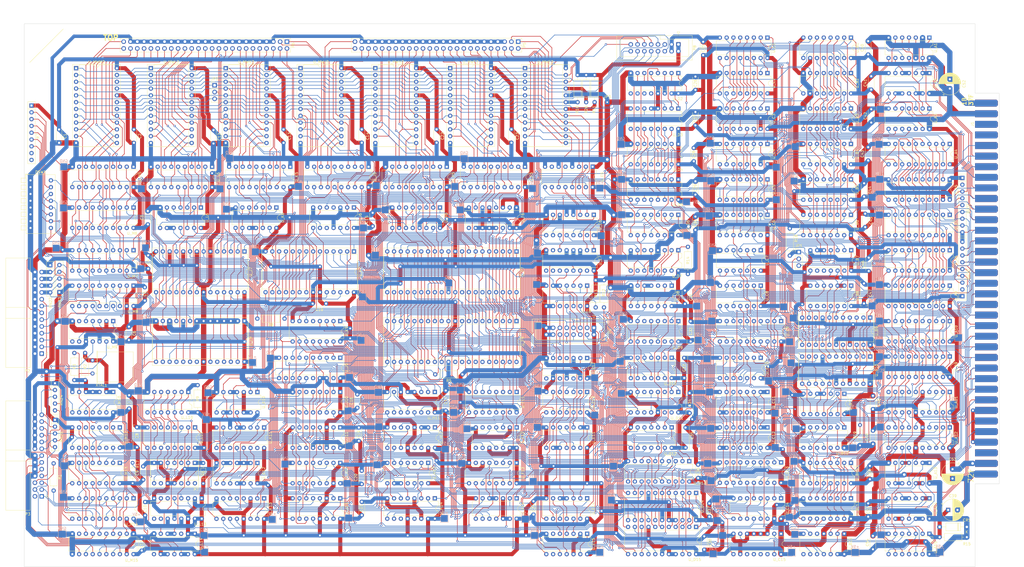
<source format=kicad_pcb>
(kicad_pcb (version 20211014) (generator pcbnew)
  (layers (0 "F.Cu" signal) (1 "In1.Cu" power) (2 "In2.Cu" power) (31 "B.Cu" signal) (34 "B.Paste" user) (35 "F.Paste" user) (36 "B.SilkS" user "B.Silkscreen") (37 "F.SilkS" user "F.Silkscreen") (38 "B.Mask" user) (39 "F.Mask" user) (44 "Edge.Cuts" user))
  (net 0 "")
  (net 1 "Net-(R2-Pad1)")
  (net 2 "Net-(R3-Pad1)")
  (net 3 "FP.~{ABT}")
  (net 4 "Net-(P3-Pad6)")
  (net 5 "Net-(R2-Pad2)")
  (net 6 "/ALU.ZERO")
  (net 7 "+5V")
  (net 8 "P7_1")
  (net 9 "Net-(R14-Pad1)")
  (net 10 "Net-(R8-Pad2)")
  (net 11 "Net-(R8-Pad1)")
  (net 12 "Net-(JP2-Pad3)")
  (net 13 "Net-(R9-Pad1)")
  (net 14 "VERIFY_CR1")
  (net 15 "P7_5")
  (net 16 "Net-(JP1-Pad1)")
  (net 17 "Net-(JP1-Pad3)")
  (net 18 "/~{ResetFlag}")
  (net 19 "/SW_2")
  (net 20 "/DMA.~{Request}")
  (net 21 "/DMA.~{INTRequest}")
  (net 22 "FP.RTI")
  (net 23 "/DMA.~{StartCycle}")
  (net 24 "/DMA.Write")
  (net 25 "GND")
  (net 26 "Net-(P2-Pad13)")
  (net 27 "/SW_H")
  (net 28 "P7_3")
  (net 29 "/Sys.~{DRDY}")
  (net 30 "/Sys.~{MemFault}")
  (net 31 "/Sys.~{INTREQ}")
  (net 32 "/Sys.~{INR0}")
  (net 33 "/Sys.~{INR1}")
  (net 34 "/Sys.~{INR2}")
  (net 35 "/Sys.~{INR3}")
  (net 36 "DataF.D_{7}")
  (net 37 "DataF.D_{6}")
  (net 38 "DataF.D_{5}")
  (net 39 "DataF.D_{4}")
  (net 41 "/ALU.OVER")
  (net 42 "/ALU.CARRY")
  (net 44 "/ALU.SIGN")
  (net 45 "/ALU.HALFC")
  (net 46 "MW.C4_{6}")
  (net 47 "MW.C4_{7}")
  (net 48 "MW.C4_{5}")
  (net 49 "DataP.D_{4}")
  (net 50 "DataP.D_{5}")
  (net 51 "DataP.D_{6}")
  (net 52 "DataP.D_{7}")
  (net 53 "Net-(U_F7-Pad21)")
  (net 54 "MW.B5_{6}")
  (net 55 "MW.B5_{5}")
  (net 56 "MW.B5_{4}")
  (net 57 "MW.B5_{3}")
  (net 58 "/ALU.SHIFT_RAM0_Q7")
  (net 59 "/~{ClockB_{1}}")
  (net 60 "MW.C4_{4}")
  (net 61 "MW.C4_{3}")
  (net 62 "MW.C4_{2}")
  (net 63 "Net-(U_F7-Pad9)")
  (net 64 "/ALU.SHIFT_RAM7")
  (net 65 "MW.B5_{1}")
  (net 66 "MW.B5_{2}")
  (net 67 "MW.B5_{0}")
  (net 68 "MW.B5_{7}")
  (net 69 "MW.A6_{0}")
  (net 70 "MW.A6_{1}")
  (net 71 "MW.A6_{2}")
  (net 73 "/SW_3")
  (net 80 "/ALU.CARRY_IN")
  (net 81 "DataP.D_{0}")
  (net 82 "DataP.D_{1}")
  (net 83 "DataP.D_{2}")
  (net 84 "DataP.D_{3}")
  (net 85 "/ALU.SHIFT_Q0")
  (net 86 "/~{ClockB_{0}}")
  (net 87 "MW.D3_{4}")
  (net 88 "SEQ.~{FE}")
  (net 90 "Net-(U_J7-Pad24)")
  (net 92 "MWS.A_{10}")
  (net 93 "MWS.A_{9}")
  (net 94 "MWS.A_{8}")
  (net 95 "SEQ.S2_{1}")
  (net 96 "SEQ.SH_{0}")
  (net 97 "/~{Reset_{1}}")
  (net 98 "MW.D3_{0}")
  (net 99 "MW.D3_{1}")
  (net 100 "MW.D3_{2}")
  (net 101 "Net-(U_J7-Pad23)")
  (net 102 "MWS.A_{3}")
  (net 103 "MWS.A_{2}")
  (net 104 "MWS.A_{1}")
  (net 105 "MWS.A_{0}")
  (net 106 "/K7_S_{1}")
  (net 107 "/K7_S_{0}")
  (net 108 "MW.E2_{0}")
  (net 109 "/K7_OR_{0}")
  (net 110 "MW.E2_{1}")
  (net 111 "/K7_OR_{1}")
  (net 112 "MW.E2_{2}")
  (net 113 "/K7_OR_{2}")
  (net 114 "MW.E2_{3}")
  (net 115 "/K7_OR_{3}")
  (net 116 "SEQ.~{RE}")
  (net 117 "MWS.A_{7}")
  (net 118 "MWS.A_{6}")
  (net 119 "MWS.A_{5}")
  (net 120 "MWS.A_{4}")
  (net 121 "SEQ.S1_{1}")
  (net 122 "MW.E2_{4}")
  (net 123 "MW.E2_{5}")
  (net 124 "MW.E2_{6}")
  (net 125 "MW.E2_{7}")
  (net 126 "/MWR.E2_{7}")
  (net 127 "/MWR.E2_{6}")
  (net 128 "/MWR.E2_{5}")
  (net 129 "/MWR.E2_{4}")
  (net 130 "/MWR.E2_{3}")
  (net 131 "/MWR.E2_{2}")
  (net 132 "/MWR.E2_{1}")
  (net 133 "/MWR.E2_{0}")
  (net 134 "/MWR.H0_{7}")
  (net 135 "/MWR.H0_{6}")
  (net 136 "/MWR.H0_{5}")
  (net 137 "/MWR.H0_{4}")
  (net 138 "/MWR.H0_{3}")
  (net 139 "/MWR.H0_{2}")
  (net 140 "/MWR.H0_{1}")
  (net 141 "/MWR.H0_{0}")
  (net 142 "/MWR.B5_{7}")
  (net 143 "/MWR.B5_{6}")
  (net 144 "/MWR.B5_{5}")
  (net 145 "/MWR.B5_{4}")
  (net 146 "/MWR.B5_{3}")
  (net 147 "/MWR.B5_{2}")
  (net 148 "/MWR.B5_{1}")
  (net 149 "/MWR.B5_{0}")
  (net 150 "/MWR.C4_{7}")
  (net 151 "/MWR.C4_{6}")
  (net 152 "/MWR.C4_{5}")
  (net 153 "/MWR.C4_{4}")
  (net 154 "/MWR.C4_{3}")
  (net 155 "/MWR.C4_{2}")
  (net 156 "/MWR.C4_{1}")
  (net 157 "/MWR.C4_{0}")
  (net 158 "/MWR.F1_{7}")
  (net 159 "/MWR.F1_{6}")
  (net 160 "/MWR.F1_{5}")
  (net 161 "/MWR.F1_{4}")
  (net 162 "/MWR.F1_{3}")
  (net 163 "/MWR.F1_{2}")
  (net 164 "/MWR.F1_{1}")
  (net 165 "/MWR.F1_{0}")
  (net 166 "/MWR.A6_{7}")
  (net 167 "/MWR.A6_{6}")
  (net 168 "/MWR.A6_{5}")
  (net 169 "/MWR.A6_{4}")
  (net 170 "/MWR.A6_{3}")
  (net 171 "/MWR.A6_{2}")
  (net 172 "/MWR.A6_{1}")
  (net 173 "/MWR.A6_{0}")
  (net 174 "/MWR.D3_{7}")
  (net 175 "/MWR.D3_{6}")
  (net 176 "/MWR.D3_{5}")
  (net 177 "/MWR.D3_{4}")
  (net 178 "/MWR.D3_{3}")
  (net 179 "/MWR.D3_{2}")
  (net 180 "/MWR.D3_{1}")
  (net 181 "/MWR.D3_{0}")
  (net 182 "Net-(U_C13-Pad5)")
  (net 183 "/~{REGF.WE}")
  (net 184 "Net-(U_D13-Pad8)")
  (net 185 "Res.D_{4}")
  (net 186 "Net-(U_D13-Pad7)")
  (net 187 "Res.D_{5}")
  (net 188 "Net-(U_D13-Pad4)")
  (net 189 "Res.D_{6}")
  (net 190 "Net-(U_D13-Pad3)")
  (net 191 "Res.D_{7}")
  (net 192 "Net-(U_D10-Pad1)")
  (net 193 "Net-(U_C13-Pad9)")
  (net 194 "Net-(U_C13-Pad6)")
  (net 195 "Net-(U_C14-Pad4)")
  (net 196 "Net-(U_C14-Pad7)")
  (net 197 "Net-(U_C14-Pad9)")
  (net 198 "Net-(U_C14-Pad12)")
  (net 199 "Address.A_{12}")
  (net 200 "/~{PTRAM_WE}")
  (net 201 "/PTR.Q_{0}")
  (net 202 "Res.D_{0}")
  (net 203 "/PTR.Q_{1}")
  (net 204 "Res.D_{1}")
  (net 205 "/PTR.Q_{2}")
  (net 206 "Res.D_{2}")
  (net 207 "/PTR.Q_{3}")
  (net 208 "Res.D_{3}")
  (net 209 "Address.A_{15}")
  (net 210 "Address.A_{14}")
  (net 211 "Address.A_{13}")
  (net 212 "/Page.B_{0}")
  (net 213 "/Page.B_{1}")
  (net 214 "/Page.B_{2}")
  (net 215 "Address.A_{11}")
  (net 216 "Net-(U_D13-Pad13)")
  (net 217 "Net-(U_D13-Pad14)")
  (net 218 "Net-(U_D13-Pad17)")
  (net 219 "Net-(U_D13-Pad18)")
  (net 220 "/PTR.Q_{4}")
  (net 221 "/PTR.Q_{5}")
  (net 222 "/PTR.Q_{6}")
  (net 223 "/PTR.Q_{7}")
  (net 224 "Net-(U_C13-Pad19)")
  (net 225 "Net-(U_C13-Pad16)")
  (net 226 "Net-(U_C13-Pad15)")
  (net 227 "Net-(U_C13-Pad12)")
  (net 228 "/~{ClockB_{2}}")
  (net 229 "/CondRIR_{0}")
  (net 230 "/~{RIndex_LD}")
  (net 231 "/~{Result_LD}")
  (net 232 "MW.D3_{5}")
  (net 233 "MW.D3_{3}")
  (net 234 "MW.D3_{6}")
  (net 235 "MW.D3_{7}")
  (net 236 "MW.C4_{0}")
  (net 237 "MW.C4_{1}")
  (net 238 "MW.A6_{5}")
  (net 239 "MW.A6_{4}")
  (net 240 "MW.A6_{3}")
  (net 241 "MW.A6_{6}")
  (net 242 "MW.A6_{7}")
  (net 243 "/~{ALU_Flags_EN}")
  (net 244 "/AFL.ZERO")
  (net 245 "/AFL.SIGN")
  (net 246 "/AFL.OVER")
  (net 247 "/AFL.CARRY")
  (net 248 "/AFL.HALFC")
  (net 249 "/AFL.LZERO")
  (net 252 "MW.F1_{0}")
  (net 253 "MW.F1_{1}")
  (net 254 "MW.F1_{5}")
  (net 255 "MW.F1_{4}")
  (net 256 "MW.F1_{3}")
  (net 257 "MW.F1_{2}")
  (net 258 "MW.F1_{6}")
  (net 259 "MW.F1_{7}")
  (net 260 "/~{Reg_OE}")
  (net 261 "/~{AddrLToData}")
  (net 262 "Address.A_{3}")
  (net 263 "Address.A_{2}")
  (net 264 "Address.A_{1}")
  (net 265 "Address.A_{0}")
  (net 266 "Address.A_{7}")
  (net 267 "Address.A_{6}")
  (net 268 "Address.A_{5}")
  (net 269 "Address.A_{4}")
  (net 270 "/Sys.~{A_{4}}")
  (net 271 "/Sys.~{A_{5}}")
  (net 272 "/Sys.~{A_{6}}")
  (net 273 "/Sys.~{A_{7}}")
  (net 274 "/Sys.~{A_{0}}")
  (net 275 "/Sys.~{A_{1}}")
  (net 276 "/Sys.~{A_{2}}")
  (net 277 "/Sys.~{A_{3}}")
  (net 278 "/~{AddrMToData}")
  (net 279 "Address.A_{10}")
  (net 280 "Address.A_{9}")
  (net 281 "Address.A_{8}")
  (net 282 "/CPL_{0}")
  (net 283 "/CPL_{1}")
  (net 284 "/CPL_{2}")
  (net 285 "/CPL_{3}")
  (net 286 "/~{H14_OE}")
  (net 287 "/~{DSWh_INT_OE}")
  (net 288 "/~{AddrHToSys}")
  (net 289 "/Sys.~{CPL_{3}}")
  (net 290 "/Sys.~{CPL_{2}}")
  (net 291 "/Sys.~{CPL_{1}}")
  (net 292 "/Sys.~{CPL_{0}}")
  (net 293 "/Sys.~{A_{8}}")
  (net 294 "/Sys.~{A_{9}}")
  (net 295 "/Sys.~{A_{10}}")
  (net 297 "/CPL_Disable")
  (net 298 "/~{AddrHToData}")
  (net 299 "Net-(U_A10-Pad6)")
  (net 300 "/Sys.~{PA_{15}}")
  (net 301 "/Sys.~{PA_{16}}")
  (net 302 "/Sys.~{CA_{15}}")
  (net 303 "/Sys.~{PA_{17}}")
  (net 304 "/Sys.~{PA_{11}}")
  (net 305 "/Sys.~{PA_{12}}")
  (net 306 "/Sys.~{PA_{13}}")
  (net 307 "/Sys.~{PA_{14}}")
  (net 308 "/DataWTClock")
  (net 309 "/Sys.~{D_{0}}")
  (net 310 "/Sys.~{D_{1}}")
  (net 311 "/~{DataRD_EN}")
  (net 313 "/~{DataWT_EN}")
  (net 314 "/Sys.~{D_{2}}")
  (net 315 "/Sys.~{D_{3}}")
  (net 316 "/~{DataRDLatch}")
  (net 317 "/DMA.~{BusReadReady}")
  (net 318 "/DMAEnable")
  (net 319 "/DMA.~{End}")
  (net 320 "Net-(U_M13-Pad5)")
  (net 321 "/DMARead")
  (net 322 "Net-(U_M13-Pad4)")
  (net 323 "/DMAStartCycle")
  (net 324 "/DMAAddressControl")
  (net 325 "/DMA.~{AddressControl}")
  (net 326 "Net-(P2-Pad5)")
  (net 327 "Net-(P2-Pad7)")
  (net 328 "Net-(U_L13-Pad7)")
  (net 329 "/DMA.~{Enable}")
  (net 330 "Net-(U_M8-Pad2)")
  (net 331 "FP.~{RUN}")
  (net 332 "Net-(U_M13-Pad9)")
  (net 333 "Net-(U_M13-Pad11)")
  (net 334 "/DMAINTRequest")
  (net 335 "/CCR.CARRY")
  (net 336 "/CCR.OVER")
  (net 337 "/CCR.SIGN")
  (net 338 "FP.~{HALT}")
  (net 339 "/CCR.ZERO")
  (net 340 "/~{SenseSW_OE}")
  (net 341 "Net-(P3-Pad9)")
  (net 342 "Net-(P3-Pad13)")
  (net 344 "Net-(P3-Pad21)")
  (net 345 "/PROM_Disable")
  (net 346 "/~{MAPROM_SEL}")
  (net 347 "/~{FPC_SW_4}")
  (net 348 "/~{RT_INT}")
  (net 349 "/~{MWConst_OE}")
  (net 350 "/Sys.~{D_{4}}")
  (net 351 "/Sys.~{D_{5}}")
  (net 353 "/Sys.~{D_{6}}")
  (net 354 "/Sys.~{D_{7}}")
  (net 355 "Net-(U_C4-Pad9)")
  (net 357 "Net-(U_J11-Pad5)")
  (net 359 "Net-(U_J10-Pad5)")
  (net 360 "Net-(U_J10-Pad3)")
  (net 363 "/~{DMAInterrupt}")
  (net 364 "Net-(U_B5-Pad10)")
  (net 365 "Net-(U_C1-Pad3)")
  (net 366 "Net-(U_C1-Pad4)")
  (net 367 "Net-(U_C1-Pad5)")
  (net 368 "Net-(U_C1-Pad6)")
  (net 369 "Net-(U_B2-Pad15)")
  (net 370 "/~{WorkAddr_LD_LO}")
  (net 371 "Net-(U_B2-Pad7)")
  (net 372 "Net-(U_B4-Pad4)")
  (net 373 "Net-(U_B4-Pad7)")
  (net 374 "Net-(U_C4-Pad4)")
  (net 375 "Net-(U_C4-Pad12)")
  (net 376 "Net-(U_B2-Pad2)")
  (net 377 "/Addr U{slash}D")
  (net 378 "Net-(U_E14-Pad8)")
  (net 379 "/~{DataReady}")
  (net 380 "/~{MainClockPhi1}")
  (net 381 "Net-(U_E10-Pad13)")
  (net 382 "/Addr_Clock")
  (net 384 "Net-(U_E10-Pad2)")
  (net 385 "/M10C_a")
  (net 387 "/BeginRead")
  (net 388 "/BeginWrite")
  (net 389 "/~{WorkAddr_LD_HI}")
  (net 390 "/~{WorkAddr_Count_EN}")
  (net 391 "/~{MemAddr_Count_EN}")
  (net 392 "/~{NibbleSwap_EN}")
  (net 393 "Net-(U_H6-Pad15)")
  (net 394 "Net-(U_F13-Pad14)")
  (net 395 "Net-(U_F13-Pad13)")
  (net 396 "Net-(U_F13-Pad12)")
  (net 397 "/F13_D_{3}")
  (net 398 "Net-(U_F13-Pad10)")
  (net 400 "Net-(U_F13-Pad5)")
  (net 401 "Net-(U_B12-Pad8)")
  (net 402 "Net-(U_F13-Pad2)")
  (net 403 "/~{F11_EN}")
  (net 404 "/MemFault_EN")
  (net 405 "/ParitySelect")
  (net 406 "/~{AddrCount_EN}")
  (net 407 "/INT_ENABLE")
  (net 408 "Net-(U_B5-Pad15)")
  (net 409 "Net-(U_B5-Pad14)")
  (net 410 "Net-(U_B5-Pad13)")
  (net 411 "Net-(U_B5-Pad12)")
  (net 412 "Net-(U_B5-Pad11)")
  (net 413 "Net-(U_C4-Pad7)")
  (net 414 "Net-(U_B4-Pad12)")
  (net 417 "Net-(U_E7-Pad14)")
  (net 418 "/BusCycleEnd")
  (net 423 "/Sys.Reset")
  (net 425 "/~{Level_LD}")
  (net 426 "/~{PTIndex_LD}")
  (net 427 "/MemAddr_LD_SWAP")
  (net 428 "/~{CCR_EN}")
  (net 429 "MW.H0_{6}")
  (net 430 "MW.H0_{5}")
  (net 431 "MW.H0_{4}")
  (net 432 "MW.H0_{7}")
  (net 444 "Net-(U_D7-Pad13)")
  (net 446 "Net-(U_A1-Pad4)")
  (net 447 "Net-(U_A1-Pad10)")
  (net 449 "Net-(U_D12-Pad6)")
  (net 450 "Net-(U_D7-Pad2)")
  (net 451 "Net-(U_B11-Pad6)")
  (net 452 "Net-(U_B1-Pad7)")
  (net 453 "Net-(U_B1-Pad2)")
  (net 454 "Net-(U_C10-Pad4)")
  (net 455 "/~{SEL_H_{L10}}")
  (net 456 "/~{SEL_H_{L11}}")
  (net 457 "/~{SEL_H_{L13}}")
  (net 458 "/~{SEL_H_{L12}}")
  (net 459 "/~{SEL_H_{L9}}")
  (net 460 "/~{SEL_H_{L8}}")
  (net 463 "Net-(U_C2-Pad3)")
  (net 464 "Net-(U_C2-Pad6)")
  (net 465 "Net-(U_C2-Pad5)")
  (net 466 "Net-(U_C2-Pad4)")
  (net 467 "Net-(U_B1-Pad15)")
  (net 468 "Net-(U_B1-Pad6)")
  (net 469 "Net-(U_B1-Pad5)")
  (net 470 "Net-(U_B1-Pad4)")
  (net 471 "Net-(U_B1-Pad3)")
  (net 476 "/~{SEL_H_{L3}H_{L7}}")
  (net 477 "/~{SEL_H_{L2}H_{L6}}")
  (net 478 "/~{SEL_H_{L1}H_{L5}}")
  (net 479 "/~{SEL_H_{L0}H_{L4}}")
  (net 480 "Net-(U_A15-Pad5)")
  (net 485 "/BUS_TIMEOUT")
  (net 486 "Net-(U_A15-Pad4)")
  (net 487 "/~{Swap_OE}")
  (net 489 "Net-(U_B6-Pad15)")
  (net 490 "Net-(U_C5-Pad11)")
  (net 491 "Net-(U_C5-Pad12)")
  (net 492 "Net-(U_C5-Pad13)")
  (net 493 "Net-(U_C5-Pad14)")
  (net 494 "Net-(U_C10-Pad13)")
  (net 495 "Net-(U_B2-Pad3)")
  (net 496 "Net-(U_B2-Pad6)")
  (net 497 "Net-(U_B2-Pad5)")
  (net 498 "Net-(U_B2-Pad4)")
  (net 499 "/~{Reset_{2}}")
  (net 503 "Net-(U_J12-Pad7)")
  (net 504 "Net-(U_J12-Pad9)")
  (net 506 "/~{M13_EN}")
  (net 507 "/INT_ACK")
  (net 508 "/~{RTC_INT_Reset}")
  (net 509 "/RTC_INT_EN")
  (net 510 "Net-(U_J12-Pad13)")
  (net 511 "Net-(U_B6-Pad10)")
  (net 515 "/~{L13A_SET}")
  (net 516 "/L13_~{K}")
  (net 517 "P7_8")
  (net 518 "P7_13")
  (net 519 "/MainClockPhi3")
  (net 520 "/~{P7_2}")
  (net 521 "Net-(U_L10-Pad6)")
  (net 522 "/MainClockPhi1")
  (net 523 "Net-(U_L10-Pad5)")
  (net 524 "P7_2")
  (net 525 "Net-(U_L10-Pad11)")
  (net 528 "/CondRegOrPageOut")
  (net 529 "/CondDMARequest")
  (net 530 "/CondMemFault")
  (net 531 "/CondMultiINT")
  (net 533 "/CondCycle")
  (net 534 "/CondRIR_{0NOR4}")
  (net 535 "/REG_MMIO")
  (net 536 "/J13_12")
  (net 537 "/PTR.~{Q_{7}}")
  (net 539 "P7_4")
  (net 540 "Net-(U_B7-Pad11)")
  (net 541 "Net-(U_B7-Pad12)")
  (net 542 "Net-(U_B7-Pad2)")
  (net 543 "Net-(U_B7-Pad3)")
  (net 544 "Net-(U_B11-Pad8)")
  (net 545 "Net-(U_B7-Pad1)")
  (net 546 "Net-(U_B7-Pad5)")
  (net 547 "/Sys.~{RA_{15}}")
  (net 548 "/Sys.~{RA_{11}}")
  (net 549 "/WorkAddr_TC")
  (net 550 "Net-(U_B12-Pad13)")
  (net 551 "Net-(U_A2-Pad12)")
  (net 552 "Net-(U_C10-Pad8)")
  (net 553 "Net-(U_C10-Pad6)")
  (net 554 "Net-(U_A15-Pad9)")
  (net 555 "Net-(U_D10-Pad13)")
  (net 556 "Net-(U_D10-Pad10)")
  (net 557 "Net-(U_D12-Pad11)")
  (net 558 "Net-(U_D12-Pad3)")
  (net 559 "Net-(U_B12-Pad5)")
  (net 560 "Net-(U_E14-Pad13)")
  (net 561 "/~{DataEndCycle}")
  (net 562 "Net-(U_B15-Pad9)")
  (net 563 "Net-(U_E10-Pad1)")
  (net 564 "Net-(U_E11-Pad10)")
  (net 565 "/~{DMAReadEndStrobe}")
  (net 566 "Net-(U_E11-Pad1)")
  (net 570 "Net-(U_E14-Pad12)")
  (net 571 "Net-(U_E14-Pad6)")
  (net 572 "Net-(U_E14-Pad4)")
  (net 575 "/BUS_FORCE_READY")
  (net 578 "/M10C_b")
  (net 579 "/~{DataWTCycle}")
  (net 580 "Net-(U_F14-Pad12)")
  (net 581 "/RTC_INT")
  (net 582 "/~{MainClockPhi3}")
  (net 583 "Net-(U_H13-Pad10)")
  (net 584 "Net-(U_J6-Pad9)")
  (net 585 "Net-(U_J6-Pad6)")
  (net 587 "Net-(U_K6-Pad10)")
  (net 588 "Net-(U_K10-Pad12)")
  (net 592 "Net-(U_A1-Pad11)")
  (net 593 "Net-(U_A1-Pad9)")
  (net 594 "/~{DataRDCycle}")
  (net 595 "/DataRDCycle")
  (net 598 "/DMA.~{BusWriteOE}")
  (net 599 "Net-(R11-Pad2)")
  (net 600 "/Sys.~{APRE}")
  (net 601 "/Sys.~{WTIN}")
  (net 602 "/Sys.~{RDIN}")
  (net 603 "Net-(U_A3-Pad13)")
  (net 604 "/Sys.~{RA_{14}}")
  (net 605 "/Sys.~{RA_{12}}")
  (net 606 "/Sys.~{RA_{13}}")
  (net 607 "/Sys.~{ParityTest}")
  (net 608 "Net-(U_A13-Pad10)")
  (net 609 "Net-(U_A13-Pad1)")
  (net 610 "Net-(U_A13-Pad4)")
  (net 611 "/Sys.5MHz")
  (net 612 "/Sys.~{INTACK}")
  (net 613 "Net-(U_A14-Pad10)")
  (net 614 "/Sys.~{PTR7_oc}")
  (net 615 "Net-(U_A15-Pad12)")
  (net 616 "Net-(U_A15-Pad10)")
  (net 617 "Net-(U_K12-Pad1)")
  (net 618 "Net-(U_K12-Pad2)")
  (net 619 "Net-(U_B11-Pad12)")
  (net 622 "+12V")
  (net 623 "-12V")
  (net 624 "/SW_O")
  (net 628 "/SW_1")
  (net 629 "/SW_R")
  (net 630 "/SW_I")
  (net 631 "DataF.D_{3}")
  (net 632 "/~{ALU_OE}")
  (net 633 "DataF.D_{2}")
  (net 634 "DataF.D_{1}")
  (net 635 "DataF.D_{0}")
  (net 636 "Net-(P3-Pad19)")
  (net 637 "Net-(P3-Pad23)")
  (net 638 "Net-(P3-Pad11)")
  (net 639 "Net-(P3-Pad5)")
  (net 642 "Net-(J1-Pad30)")
  (net 646 "Net-(U_B4-Pad9)")
  (net 648 "Net-(P4-Pad11)")
  (net 649 "Net-(P4-Pad4)")
  (net 650 "/~{PTRAM_OE}")
  (net 653 "Net-(P3-Pad4)")
  (net 656 "Net-(JP2-Pad1)")
  (footprint "Package_DIP:DIP-16_W7.62mm" (layer "F.Cu") (at 332.66 42.455 -90)
    (fp_text reference "U_B2")
    (fp_text value "74LS669")
  )
  (footprint "Package_DIP:DIP-24_W15.24mm_Socket" (layer "F.Cu") (at 183.0045 40.64)
    (fp_text reference "U_MWF2")
    (fp_text value "76161")
  )
  (footprint "Package_DIP:DIP-20_W7.62mm" (layer "F.Cu") (at 64.765 121.925 -90)
    (fp_text reference "U_M8")
    (fp_text value "74LS240")
  )
  (footprint "Package_DIP:DIP-16_W7.62mm" (layer "F.Cu") (at 141.971 161.66 -90)
    (fp_text reference "U_J10")
    (fp_text value "74LS151")
  )
  (footprint "Capacitor_THT:C_Disc_D4.3mm_W1.9mm_P5.00mm" (layer "F.Cu") (at 337.9724 100.0252 90)
    (fp_text reference "C45")
    (fp_text value "100nF")
  )
  (footprint "Package_DIP:DIP-14_W7.62mm" (layer "F.Cu") (at 330.16 214.64 -90)
    (fp_text reference "U_B15")
    (fp_text value "74LS74")
  )
  (footprint "Package_DIP:DIP-16_W7.62mm" (layer "F.Cu") (at 113.523 201.432 -90)
    (fp_text reference "U_K13")
    (fp_text value "74LS153")
  )
  (footprint "Package_DIP:DIP-22_W10.16mm_Socket" (layer "F.Cu") (at 339.852 133.863 -90)
    (fp_text reference "U_B9")
    (fp_text value "AM93L422")
  )
  (footprint "Package_DIP:DIP-14_W7.62mm" (layer "F.Cu") (at 111.023 188.187 -90)
    (fp_text reference "U_K12")
    (fp_text value "74LS02")
  )
  (footprint "Package_DIP:DIP-16_W7.62mm" (layer "F.Cu") (at 301.463 174.905 -90)
    (fp_text reference "U_C12")
    (fp_text value "74LS173")
  )
  (footprint "Package_DIP:DIP-16_W7.62mm" (layer "F.Cu") (at 268.209 108.68 -90)
    (fp_text reference "U_D7")
    (fp_text value "SN74120")
  )
  (footprint "Package_DIP:DIP-14_W7.62mm" (layer "F.Cu") (at 361.955 201.395 -90)
    (fp_text reference "U_A14")
    (fp_text value "74LS38")
  )
  (footprint "Capacitor_THT:C_Disc_D4.3mm_W1.9mm_P5.00mm" (layer "F.Cu") (at 214.122 207.478 90)
    (fp_text reference "C24")
    (fp_text value "100nF")
  )
  (footprint "Package_DIP:DIP-14_W7.62mm" (layer "F.Cu") (at 234.138 148.981 -90)
    (fp_text reference "U_E12")
    (fp_text value "74LS04")
  )
  (footprint "Connector_PinHeader_2.54mm:PinHeader_1x03_P2.54mm_Vertical" (layer "F.Cu") (at 313.182 109.347)
    (fp_text reference "JP1")
    (fp_text value "Jumper_3_Open")
  )
  (footprint "Package_DIP:DIP-14_W7.62mm" (layer "F.Cu") (at 332.745 121.925 -90)
    (fp_text reference "U_B8")
    (fp_text value "74LS30")
  )
  (footprint "Capacitor_THT:C_Disc_D4.3mm_W1.9mm_P5.00mm" (layer "F.Cu") (at 149.987 207.695 90)
    (fp_text reference "C21")
    (fp_text value "100nF")
  )
  (footprint "Package_DIP:DIP-22_W10.16mm" (layer "F.Cu") (at 274.828 199.39 -90)
    (fp_text reference "U_D14")
    (fp_text value "AM93L422")
  )
  (footprint "Capacitor_THT:C_Disc_D4.3mm_W1.9mm_P5.00mm" (layer "F.Cu") (at 340.233 60.96 90)
    (fp_text reference "C42")
    (fp_text value "100nF")
  )
  (footprint "Capacitor_THT:C_Rect_L9.0mm_W2.5mm_P7.50mm_MKT" (layer "F.Cu") (at 270.383 156.404 90)
    (fp_text reference "C33")
    (fp_text value "100nF")
  )
  (footprint "Resistor_THT:R_Array_SIP5" (layer "F.Cu") (at 35.433 158.369 -90)
    (fp_text reference "RN24")
    (fp_text value "220")
  )
  (footprint "Connector_Wire:SolderWire-0.1sqmm_1x01_D0.4mm_OD1mm" (layer "F.Cu") (at 241.6556 53.34)
    (fp_text reference "JP3")
    (fp_text value "Conn_01x01_Female")
  )
  (footprint "Package_DIP:DIP-16_W7.62mm" (layer "F.Cu") (at 90.225 201.395 -90)
    (fp_text reference "U_L13")
    (fp_text value "74LS109")
  )
  (footprint "Package_DIP:DIP-16_W7.62mm" (layer "F.Cu") (at 59.665 188.15 -90)
    (fp_text reference "U_M13")
    (fp_text value "74LS259")
  )
  (footprint "Capacitor_THT:C_Rect_L9.0mm_W2.5mm_P7.50mm_MKT" (layer "F.Cu") (at 272.415 169.545 90)
    (fp_text reference "C34")
    (fp_text value "100nF")
  )
  (footprint "Package_DIP:DIP-16_W7.62mm" (layer "F.Cu") (at 332.66 82.19 -90)
    (fp_text reference "U_B5")
    (fp_text value "74LS669")
  )
  (footprint "Package_DIP:DIP-16_W7.62mm" (layer "F.Cu") (at 268.209 42.455 -90)
    (fp_text reference "U_D2")
    (fp_text value "74LS139")
  )
  (footprint "Package_DIP:DIP-20_W7.62mm" (layer "F.Cu") (at 369.565 174.905 -90)
    (fp_text reference "U_A12")
    (fp_text value "AM2907")
  )
  (footprint "Capacitor_THT:CP_Radial_D8.0mm_P3.50mm" (layer "F.Cu") (at 368.933349 205.74)
    (fp_text reference "C39")
    (fp_text value "470uF")
  )
  (footprint "Capacitor_THT:C_Disc_D4.3mm_W1.9mm_P5.00mm" (layer "F.Cu") (at 64.8995 63.54 -90)
    (fp_text reference "C2")
    (fp_text value "100nF")
  )
  (footprint "Capacitor_THT:C_Disc_D4.3mm_W1.9mm_P5.00mm" (layer "F.Cu") (at 149.987 196.088 90)
    (fp_text reference "C20")
    (fp_text value "100nF")
  )
  (footprint "Resistor_THT:R_Axial_DIN0207_L6.3mm_D2.5mm_P10.16mm_Horizontal" (layer "F.Cu") (at 240.4364 119.888 -90)
    (fp_text reference "R12")
    (fp_text value "4.7k")
  )
  (footprint "Connector_PinHeader_2.54mm:PinHeader_1x03_P2.54mm_Vertical" (layer "F.Cu") (at 95.0468 47.005)
    (fp_text reference "JP2")
    (fp_text value "ROM type select")
  )
  (footprint "Resistor_THT:R_Array_SIP5" (layer "F.Cu") (at 35.433 172.085 -90)
    (fp_text reference "RN25")
    (fp_text value "330")
  )
  (footprint "Package_DIP:DIP-20_W7.62mm" (layer "F.Cu") (at 141.971 148.854 -90)
    (fp_text reference "U_J9")
    (fp_text value "74LS377")
  )
  (footprint "Package_DIP:DIP-20_W7.62mm" (layer "F.Cu") (at 306.573 187.97 -90)
    (fp_text reference "U_C13")
    (fp_text value "74LS377")
  )
  (footprint "Package_DIP:DIP-28_W15.24mm_Socket" (layer "F.Cu") (at 106.187 109.13 -90)
    (fp_text reference "U_J7")
    (fp_text value "AM2909")
  )
  (footprint "Package_DIP:DIP-20_W7.62mm" (layer "F.Cu") (at 369.565 95.435 -90)
    (fp_text reference "U_A7")
    (fp_text value "74LS240")
  )
  (footprint "Connector_PinHeader_2.54mm:PinHeader_2x25_P2.54mm_Vertical" (layer "F.Cu") (at 122.0495 30.729 -90)
    (fp_text reference "P6")
    (fp_text value "Conn_02x25_Counter_Clockwise")
  )
  (footprint "Package_DIP:DIP-20_W7.62mm" (layer "F.Cu") (at 94.1045 77.48 -90)
    (fp_text reference "U_L5")
    (fp_text value "74LS377")
  )
  (footprint "Capacitor_THT:C_Disc_D4.3mm_W1.9mm_P5.00mm" (layer "F.Cu") (at 275.59 193.8028 90)
    (fp_text reference "C36")
    (fp_text value "100nF")
  )
  (footprint "Package_DIP:DIP-22_W10.16mm" (layer "F.Cu") (at 274.828 212.09 -90)
    (fp_text reference "U_D15")
    (fp_text value "AM93L422")
  )
  (footprint "Capacitor_THT:C_Disc_D4.3mm_W1.9mm_P5.00mm" (layer "F.Cu") (at 70.104 99.01 90)
    (fp_text reference "C3")
    (fp_text value "100nF")
  )
  (footprint "Package_DIP:DIP-16_W7.62mm" (layer "F.Cu") (at 141.971 135.17 -90)
    (fp_text reference "U_K9")
    (fp_text value "74LS151")
  )
  (footprint "Capacitor_THT:C_Disc_D4.3mm_W1.9mm_P5.00mm" (layer "F.Cu") (at 70.231 115.57 90)
    (fp_text reference "C4")
    (fp_text value "100nF")
  )
  (footprint "Package_DIP:DIP-16_W7.62mm" (layer "F.Cu") (at 177.287 161.66 -90)
    (fp_text reference "U_H11")
    (fp_text value "74LS138")
  )
  (footprint "Capacitor_THT:C_Rect_L9.0mm_W2.5mm_P7.50mm_MKT" (layer "F.Cu") (at 270.891 182.455 90)
    (fp_text reference "C35")
    (fp_text value "100nF")
  )
  (footprint "Package_DIP:DIP-14_W7.62mm" (layer "F.Cu") (at 234.138 161.66 -90)
    (fp_text reference "U_E10")
    (fp_text value "74LS10")
  )
  (footprint "Capacitor_THT:C_Disc_D4.3mm_W1.9mm_P5.00mm" (layer "F.Cu") (at 340.868 181.102 90)
    (fp_text reference "C49")
    (fp_text value "100nF")
  )
  (footprint "Capacitor_THT:C_Disc_D4.3mm_W1.9mm_P5.00mm" (layer "F.Cu") (at 274.574 48.755 90)
    (fp_text reference "C26")
    (fp_text value "100nF")
  )
  (footprint "Connector_PCBEdge:BUS_EE200" (layer "F.Cu") (at 379 50 90)
    (fp_text reference "J1")
    (fp_text value "Conn_02x36_Top_Bottom")
  )
  (footprint "Package_DIP:DIP-20_W7.62mm" (layer "F.Cu") (at 64.765 201.395 -90)
    (fp_text reference "U_M14")
    (fp_text value "74LS240")
  )
  (footprint "Capacitor_THT:C_Disc_D4.3mm_W1.9mm_P5.00mm" (layer "F.Cu") (at 277.4696 35.7632 90)
    (fp_text reference "C25")
    (fp_text value "100nF")
  )
  (footprint "Capacitor_THT:C_Disc_D4.3mm_W1.9mm_P5.00mm" (layer "F.Cu") (at 340.868 220.432 90)
    (fp_text reference "C54")
    (fp_text value "100nF")
  )
  (footprint "Package_DIP:DIP-16_W7.62mm" (layer "F.Cu") (at 301.478 82.19 -90)
    (fp_text reference "U_C5")
    (fp_text value "74LS669")
  )
  (footprint "Package_DIP:DIP-16_W7.62mm" (layer "F.Cu") (at 306.563 214.64 -90)
    (fp_text reference "U_C15")
    (fp_text value "74LS669")
  )
  (footprint "Capacitor_THT:C_Disc_D4.3mm_W1.9mm_P5.00mm" (layer "F.Cu") (at 149.9895 63.5 -90)
    (fp_text reference "C14")
    (fp_text value "100nF")
  )
  (footprint "Package_DIP:DIP-20_W7.62mm" (layer "F.Cu") (at 181.7345 77.48 -90)
    (fp_text reference "U_H5")
    (fp_text value "74LS377")
  )
  (footprint "Capacitor_THT:C_Disc_D4.3mm_W1.9mm_P5.00mm" (layer "F.Cu") (at 154.051 99.695 90)
    (fp_text reference "C15")
    (fp_text value "100nF")
  )
  (footprint "Package_DIP:DIP-16_W7.62mm" (layer "F.Cu") (at 301.478 55.7 -90)
    (fp_text reference "U_C3")
    (fp_text value "74LS157")
  )
  (footprint "Package_DIP:DIP-16_W7.62mm" (layer "F.Cu") (at 113.523 174.942 -90)
    (fp_text reference "U_K11")
    (fp_text value "74LS138")
  )
  (footprint "Package_DIP:DIP-14_W7.62mm" (layer "F.Cu") (at 265.709 121.925 -90)
    (fp_text reference "U_D8")
    (fp_text value "74LS20")
  )
  (footprint "Package_DIP:DIP-14_W7.62mm" (layer "F.Cu") (at 111.023 161.697 -90)
    (fp_text reference "U_K10")
    (fp_text value "74LS00")
  )
  (footprint "Diode_THT:D_A-405_P10.16mm_Horizontal" (layer "F.Cu") (at 375.92 212.09 180)
    (fp_text reference "CR1")
    (fp_text value "D")
  )
  (footprint "Resistor_THT:R_Array_SIP5" (layer "F.Cu") (at 37.084 124.353 90)
    (fp_text reference "RN23")
    (fp_text value "330")
  )
  (footprint "Capacitor_THT:C_Disc_D4.3mm_W1.9mm_P5.00mm" (layer "F.Cu") (at 148.8948 179.9336 90)
    (fp_text reference "C19")
    (fp_text value "100nF")
  )
  (footprint "Package_DIP:DIP-14_W7.62mm" (layer "F.Cu") (at 265.709 174.905 -90)
    (fp_text reference "U_D12")
    (fp_text value "74LS00")
  )
  (footprint "Package_DIP:DIP-16_W7.62mm" (layer "F.Cu") (at 207.817 161.66 -90)
    (fp_text reference "U_F11")
    (fp_text value "74LS259")
  )
  (footprint "Package_DIP:DIP-20_W7.62mm" (layer "F.Cu") (at 369.565 161.66 -90)
    (fp_text reference "U_A11")
    (fp_text value "AM2907")
  )
  (footprint "Package_DIP:DIP-16_W7.62mm" (layer "F.Cu") (at 301.463 161.66 -90)
    (fp_text reference "U_C11")
    (fp_text value "74LS173")
  )
  (footprint "Resistor_THT:R_Axial_DIN0207_L6.3mm_D2.5mm_P10.16mm_Horizontal" (layer "F.Cu") (at 309.8292 100.5332 -90)
    (fp_text reference "R18")
    (fp_text value "4.7k")
  )
  (footprint "Package_DIP:DIP-20_W7.62mm" (layer "F.Cu") (at 123.3145 77.48 -90)
    (fp_text reference "U_K5")
    (fp_text value "74LS377")
  )
  (footprint "Capacitor_THT:C_Disc_D4.3mm_W1.9mm_P5.00mm" (layer "F.Cu") (at 36.9595 63.54 -90)
    (fp_text reference "C1")
    (fp_text value "100nF")
  )
  (footprint "Package_DIP:DIP-14_W7.62mm" (layer "F.Cu") (at 298.963 148.854 -90)
    (fp_text reference "U_C10")
    (fp_text value "74LS04")
  )
  (footprint "Capacitor_THT:C_Disc_D4.3mm_W1.9mm_P5.00mm" (layer "F.Cu") (at 177.9295 63.5 -90)
    (fp_text reference "C22")
    (fp_text value "100nF")
  )
  (footprint "Capacitor_THT:C_Disc_D4.3mm_W1.9mm_P5.00mm" (layer "F.Cu") (at 337.566 88.646 90)
    (fp_text reference "C44")
    (fp_text value "100nF")
  )
  (footprint "Connector_PinHeader_2.54mm:PinHeader_2x25_P2.54mm_Vertical" (layer "F.Cu") (at 208.4095 30.729 -90)
    (fp_text reference "P5")
    (fp_text value "Conn_02x25_Counter_Clockwise")
  )
  (footprint "Package_DIP:DIP-20_W7.62mm" (layer "F.Cu") (at 210.9445 77.48 -90)
    (fp_text reference "U_F5")
    (fp_text value "74LS377")
  )
  (footprint "Package_DIP:DIP-16_W7.62mm" (layer "F.Cu") (at 268.209 68.945 -90)
    (fp_text reference "U_D4")
    (fp_text value "74LS174")
  )
  (footprint "Resistor_THT:R_Array_SIP9" (layer "F.Cu") (at 374.269 125.857 90)
    (fp_text reference "RN20")
    (fp_text value "220")
  )
  (footprint "Capacitor_THT:C_Disc_D4.3mm_W1.9mm_P5.00mm" (layer "F.Cu") (at 339.2932 116.4336 90)
    (fp_text reference "C46")
    (fp_text value "100nF")
  )
  (footprint "Package_DIP:DIP-16_W7.62mm" (layer "F.Cu") (at 59.665 174.905 -90)
    (fp_text reference "U_M12")
    (fp_text value "74LS379")
  )
  (footprint "Resistor_THT:R_Axial_DIN0204_L3.6mm_D1.6mm_P7.62mm_Horizontal" (layer "F.Cu") (at 64.4144 188.1124 -90)
    (fp_text reference "R17")
    (fp_text value "1k")
  )
  (footprint "Package_DIP:DIP-20_W7.62mm" (layer "F.Cu") (at 64.765 92.71 -90)
    (fp_text reference "U_M6")
    (fp_text value "74LS240")
  )
  (footprint "Package_DIP:DIP-16_W7.62mm" (layer "F.Cu") (at 268.209 95.435 -90)
    (fp_text reference "U_D6")
    (fp_text value "74LS157")
  )
  (footprint "Capacitor_THT:C_Disc_D4.3mm_W1.9mm_P5.00mm" (layer "F.Cu") (at 94.6175 63.794 -90)
    (fp_text reference "C12")
    (fp_text value "100nF")
  )
  (footprint "Package_DIP:DIP-20_W7.62mm" (layer "F.Cu") (at 369.565 148.415 -90)
    (fp_text reference "U_A9")
    (fp_text value "74LS244")
  )
  (footprint "Package_DIP:DIP-16_W7.62mm" (layer "F.Cu") (at 332.66 201.395 -90)
    (fp_text reference "U_BL13")
    (fp_text value "93427C")
  )
  (footprint "Package_DIP:DIP-24_W15.24mm_Socket" (layer "F.Cu") (at 71.2445 40.64)
    (fp_text reference "U_MWL2")
    (fp_text value "76161")
  )
  (footprint "Package_DIP:DIP-20_W7.62mm" (layer "F.Cu") (at 369.565 121.925 -90)
    (fp_text reference "U_A8")
    (fp_text value "74LS240")
  )
  (footprint "Package_DIP:DIP-24_W15.24mm_Socket" (layer "F.Cu") (at 127.1245 40.64)
    (fp_text reference "U_MWJ2")
    (fp_text value "76161")
  )
  (footprint "Capacitor_THT:C_Disc_D4.3mm_W1.9mm_P5.00mm" (layer "F.Cu") (at 270.6624 128.738 90)
    (fp_text reference "C31")
    (fp_text value "100nF")
  )
  (footprint "Package_DIP:DIP-16_W7.62mm" (layer "F.Cu") (at 179.1945 92.72 -90)
    (fp_text reference "U_H6")
    (fp_text value "74LS253")
  )
  (footprint "Package_DIP:DIP-16_W7.62mm" (layer "F.Cu") (at 332.66 55.7 -90)
    (fp_text reference "U_B3")
    (fp_text value "74LS157")
  )
  (footprint "Package_DIP:DIP-16_W7.62mm" (layer "F.Cu") (at 268.209 161.66 -90)
    (fp_text reference "U_D11")
    (fp_text value "74LS379")
  )
  (footprint "Package_DIP:DIP-14_W7.62mm" (layer "F.Cu") (at 298.978 121.925 -90)
    (fp_text reference "U_C8")
    (fp_text value "74LS04")
  )
  (footprint "Package_DIP:DIP-14_W7.62mm" (layer "F.Cu") (at 207.817 174.905 -90)
    (fp_text reference "U_F12")
    (fp_text value "74LS74")
  )
  (footprint "Capacitor_THT:C_Disc_D4.3mm_W1.9mm_P5.00mm" (layer "F.Cu") (at 339.09 75.144 90)
    (fp_text reference "C43")
    (fp_text value "100nF")
  )
  (footprint "Package_DIP:DIP-16_W7.62mm" (layer "F.Cu") (at 87.735 174.905 -90)
    (fp_text reference "U_L11")
    (fp_text value "74LS157")
  )
  (footprint "Capacitor_THT:C_Disc_D4.3mm_W1.9mm_P5.00mm" (layer "F.Cu") (at 273.9644 75.438 90)
    (fp_text reference "C28")
    (fp_text value "100nF")
  )
  (footprint "Capacitor_THT:C_Disc_D4.3mm_W1.9mm_P5.00mm" (layer "F.Cu") (at 274.574 87.884 90)
    (fp_text reference "C29")
    (fp_text value "100nF")
  )
  (footprint "Package_DIP:DIP-14_W7.62mm" (layer "F.Cu") (at 265.709 148.854 -90)
    (fp_text reference "U_D10")
    (fp_text value "74LS02")
  )
  (footprint "Package_DIP:DIP-20_W7.62mm" (layer "F.Cu") (at 369.565 135.17 -90)
    (fp_text reference "U_A10")
    (fp_text value "74LS240")
  )
  (footprint "Resistor_THT:R_Axial_DIN0207_L6.3mm_D2.5mm_P10.16mm_Horizontal" (layer "F.Cu") (at 233.7816 43.18 -90)
    (fp_text reference "R26")
    (fp_text value "1K")
  )
  (footprint "Resistor_THT:R_Array_SIP9" (layer "F.Cu") (at 374.269 81.646 -90)
    (fp_text reference "RN21")
    (fp_text value "330")
  )
  (footprint "Package_DIP:DIP-16_W7.62mm" (layer "F.Cu") (at 332.66 68.945 -90)
    (fp_text reference "U_B4")
    (fp_text value "74LS157")
  )
  (footprint "Capacitor_THT:C_Disc_D4.3mm_W1.9mm_P5.00mm" (layer "F.Cu") (at 339.725 194.27 90)
    (fp_text reference "C50")
    (fp_text value "100nF")
  )
  (footprint "Package_DIP:DIP-14_W7.62mm" (layer "F.Cu") (at 174.787 188.15 -90)
    (fp_text reference "U_H13")
    (fp_text value "74LS20")
  )
  (footprint "Capacitor_THT:CP_Radial_D8.0mm_P3.50mm" (layer "F.Cu") (at 369.57 48.26 90)
    (fp_text reference "C52")
    (fp_text value "1000uF")
  )
  (footprint "Package_DIP:DIP-16_W7.62mm" (layer "F.Cu") (at 177.327 174.905 -90)
    (fp_text reference "U_H12")
    (fp_text value "SN74120")
  )
  (footprint "Package_DIP:DIP-24_W15.24mm_Socket" (layer "F.Cu") (at 210.9445 40.64)
    (fp_text reference "U_MWE2")
    (fp_text value "76161")
  )
  (footprint "Package_DIP:DIP-16_W7.62mm" (layer "F.Cu") (at 268.209 135.17 -90)
    (fp_text reference "U_D9")
    (fp_text value "74LS379")
  )
  (footprint "Package_DIP:DIP-14_W7.62mm" (layer "F.Cu") (at 361.95 29.21 -90)
    (fp_text reference "U_A1")
    (fp_text value "74LS74")
  )
  (footprint "Resistor_THT:R_Axial_DIN0204_L3.6mm_D1.6mm_P7.62mm_Horizontal" (layer "F.Cu") (at 90.805 195.834 90)
    (fp_text reference "R6")
    (fp_text value "1k")
  )
  (footprint "Resistor_THT:R_Axial_DIN0207_L6.3mm_D2.5mm_P10.16mm_Horizontal" (layer "F.Cu") (at 187.579 155.067 180)
    (fp_text reference "R5")
    (fp_text value "470")
  )
  (footprint "Package_DIP:DIP-16_W7.62mm" (layer "F.Cu") (at 332.66 188.15 -90)
    (fp_text reference "U_BH13")
    (fp_text value "93427C")
  )
  (footprint "Package_DIP:DIP-14_W7.62mm" (layer "F.Cu") (at 234.138 121.925 -90)
    (fp_text reference "U_E8")
    (fp_text value "74LS02")
  )
  (footprint "Package_DIP:DIP-16_W7.62mm" (layer "F.Cu") (at 177.287 201.395 -90)
    (fp_text reference "U_H14")
    (fp_text value "74LS368")
  )
  (footprint "Package_DIP:DIP-20_W7.62mm" (layer "F.Cu") (at 369.565 108.68 -90)
    (fp_text reference "U_A6")
    (fp_text value "74LS244")
  )
  (footprint "Package_DIP:DIP-14_W7.62mm" (layer "F.Cu") (at 234.138 174.905 -90)
    (fp_text reference "U_E11")
    (fp_text value "74LS10")
  )
  (footprint "Connector_IDC:IDC-Header_2x13_P2.54mm_Horizontal" (layer "F.Cu") (at 30.48 147.31 180)
    (fp_text reference "P2")
    (fp_text value "Conn_02x13_Top_Bottom")
  )
  (footprint "Resistor_THT:R_Axial_DIN0207_L6.3mm_D2.5mm_P10.16mm_Horizontal" (layer "F.Cu") (at 46.6852 157.226 90)
    (fp_text reference "R2")
    (fp_text value "330")
  )
  (footprint "Package_DIP:DIP-14_W7.62mm" (layer "F.Cu") (at 207.817 201.395 -90)
    (fp_text reference "U_F14")
    (fp_text value "74LS00")
  )
  (footprint "Package_DIP:DIP-14_W7.62mm" (layer "F.Cu") (at 57.165 135.17 -90)
    (fp_text reference "U_M9")
    (fp_text value "74LS74")
  )
  (footprint "Package_DIP:DIP-14_W7.62mm" (layer "F.Cu") (at 330.2 162.306 -90)
    (fp_text reference "U_B11")
    (fp_text value "74LS10")
  )
  (footprint "Resistor_THT:R_Axial_DIN0207_L6.3mm_D2.5mm_P10.16mm_Horizontal" (layer "F.Cu") (at 230.5812 43.18 -90)
    (fp_text reference "R10")
    (fp_text value "1k")
  )
  (footprint "Resistor_THT:R_Axial_DIN0204_L3.6mm_D1.6mm_P7.62mm_Horizontal" (layer "F.Cu") (at 336.042 181.61 90)
    (fp_text reference "R19")
    (fp_text value "4.7k")
  )
  (footprint "Package_DIP:DIP-14_W7.62mm" (layer "F.Cu") (at 234.138 214.64 -90)
    (fp_text reference "U_E15")
    (fp_text value "74LS74")
  )
  (footprint "Resistor_THT:R_Axial_DIN0207_L6.3mm_D2.5mm_P10.16mm_Horizontal" (layer "F.Cu") (at 236.9312 43.18 -90)
    (fp_text reference "R11")
    (fp_text value "1k")
  )
  (footprint "Package_DIP:DIP-14_W7.62mm" (layer "F.Cu") (at 298.978 108.68 -90)
    (fp_text reference "U_C7")
    (fp_text value "74LS02")
  )
  (footprint "Resistor_THT:R_Array_SIP5" (layer "F.Cu") (at 33.655 114.28 -90)
    (fp_text reference "RN22")
    (fp_text value "220")
  )
  (footprint "Package_DIP:DIP-16_W7.62mm" (layer "F.Cu") (at 141.971 201.395 -90)
    (fp_text reference "U_J13")
    (fp_text value "74LS153")
  )
  (footprint "Package_DIP:DIP-14_W7.62mm" (layer "F.Cu") (at 147.081 92.71 -90)
    (fp_text reference "U_J6")
    (fp_text value "74LS04")
  )
  (footprint "Package_DIP:DIP-16_W7.62mm" (layer "F.Cu") (at 141.971 188.15 -90)
    (fp_text reference "U_J12")
    (fp_text value "74LS153")
  )
  (footprint "Capacitor_THT:C_Disc_D4.3mm_W1.9mm_P5.00mm" (layer "F.Cu") (at 277.876 220.599 90)
    (fp_text reference "C38")
    (fp_text value "100nF")
  )
  (footprint "Capacitor_THT:C_Disc_D4.3mm_W1.9mm_P5.00mm" (layer "F.Cu") (at 340.868 163.068 -90)
    (fp_text reference "C48")
    (fp_text value "100nF")
  )
  (footprint "Resistor_THT:R_Axial_DIN0207_L6.3mm_D2.5mm_P10.16mm_Horizontal" (layer "F.Cu") (at 42.672 147.066 -90)
    (fp_text reference "R3")
    (fp_text value "330")
  )
  (footprint "Package_DIP:DIP-20_W7.62mm" (layer "F.Cu") (at 272.288 187.5028 -90)
    (fp_text reference "U_D13")
    (fp_text value "74LS374")
  )
  (footprint "Capacitor_THT:C_Disc_D4.3mm_W1.9mm_P5.00mm" (layer "F.Cu") (at 279.781 208.28 90)
    (fp_text reference "C37")
    (fp_text value "100nF")
  )
  (footprint "Package_DIP:DIP-14_W7.62mm" (layer "F.Cu") (at 361.955 42.455 -90)
    (fp_text reference "U_A2")
    (fp_text value "74LS38")
  )
  (footprint "Package_DIP:DIP-20_W7.62mm" (layer "F.Cu") (at 369.565 82.19 -90)
    (fp_text reference "U_A5")
    (fp_text value "74LS240")
  )
  (footprint "Button_Switch_THT:SW_DIP_SPSTx08_Piano_10.8x21.88mm_W7.62mm_P2.54mm" (layer "F.Cu") (at 26.285 82.565)
    (fp_text reference "DSW1")
    (fp_text value "SW_DIP_x08")
  )
  (footprint "Capacitor_THT:C_Disc_D4.3mm_W1.9mm_P5.00mm" (layer "F.Cu") (at 205.8695 63.5 -90)
    (fp_text reference "C23")
    (fp_text value "100nF")
  )
  (footprint "Connector_IDC:IDC-Header_2x08_P2.54mm_Vertical" (layer "F.Cu") (at 268.224 31.75 -90)
    (fp_text reference "P8")
    (fp_text value "Conn_02x08_Odd_Even")
  )
  (footprint "Package_DIP:DIP-20_W7.62mm" (layer "F.Cu") (at 369.565 68.945 -90)
    (fp_text reference "U_A4")
    (fp_text value "74LS244")
  )
  (footprint "Package_DIP:DIP-20_W7.62mm" (layer "F.Cu") (at 64.765 108.68 -90)
    (fp_text reference "U_M7")
    (fp_text value "74LS240")
  )
  (footprint "Package_DIP:DIP-20_W7.62mm" (layer "F.Cu") (at 64.765 214.64 -90)
    (fp_text reference "U_M15")
    (fp_text value "74LS240")
  )
  (footprint "Package_DIP:DIP-24_W15.24mm_Socket" (layer "F.Cu") (at 155.0645 40.64)
    (fp_text reference "U_MWH2")
    (fp_text value "76161")
  )
  (footprint "Package_DIP:DIP-16_W7.62mm" (layer "F.Cu") (at 268.209 82.19 -90)
    (fp_text reference "U_D5")
    (fp_text value "74LS174")
  )
  (footprint "Capacitor_THT:C_Rect_L9.0mm_W2.5mm_P7.50mm_MKT" (layer "F.Cu") (at 337.5152 128.5748 90)
    (fp_text reference "C47")
    (fp_text value "100nF")
  )
  (footprint "Package_DIP:DIP-20_W7.62mm" (layer "F.Cu") (at 64.765 77.47 -90)
    (fp_text reference "U_M5")
    (fp_text value "74LS377")
  )
  (footprint "Capacitor_THT:CP_Radial_D8.0mm_P3.50mm" (layer "F.Cu") (at 370.586 190.5 -90)
    (fp_text reference "C53")
    (fp_text value "1000uF")
  )
  (footprint "Package_DIP:DIP-16_W7.62mm" (layer "F.Cu") (at 207.767 92.72 -90)
    (fp_text reference "U_F6")
    (fp_text value "74LS153")
  )
  (footprint "Resistor_THT:R_Array_SIP9" (layer "F.Cu") (at 26.67 54.595 -90)
    (fp_text reference "R7")
    (fp_text value "4.7K")
  )
  (footprint "Capacitor_THT:C_Disc_D4.3mm_W1.9mm_P5.00mm" (layer "F.Cu") (at 339.09 208.28 90)
    (fp_text reference "C51")
    (fp_text value "100nF")
  )
  (footprint "Package_DIP:DIP-16_W7.62mm" (layer "F.Cu") (at 236.638 108.68 -90)
    (fp_text reference "U_E7")
    (fp_text value "74LS138")
  )
  (footprint "Package_DIP:DIP-16_W7.62mm" (layer "F.Cu") (at 301.478 68.945 -90)
    (fp_text reference "U_C4")
    (fp_text value "74LS157")
  )
  (footprint "Package_DIP:DIP-28_W15.24mm_Socket" (layer "F.Cu") (at 147.081 109.13 -90)
    (fp_text reference "U_K7")
    (fp_text value "AM2909")
  )
  (footprint "Package_DIP:DIP-28_W15.24mm_Socket" (layer "F.Cu") (at 106.187 135.123 -90)
    (fp_text reference "U_L9")
    (fp_text value "AM2909")
  )
  (footprint "Capacitor_THT:C_Disc_D4.3mm_W1.9mm_P5.00mm" (layer "F.Cu") (at 339.09 35.52 90)
    (fp_text reference "C40")
    (fp_text value "100nF")
  )
  (footprint "Resistor_THT:R_Axial_DIN0207_L6.3mm_D2.5mm_P10.16mm_Horizontal" (layer "F.Cu") (at 271.78 107.4 -90)
    (fp_text reference "R14")
    (fp_text value "1k")
  )
  (footprint "Capacitor_THT:C_Disc_D4.3mm_W1.9mm_P5.00mm" (layer "F.Cu") (at 120.7795 63.54 -90)
    (fp_text reference "C13")
    (fp_text value "100nF")
  )
  (footprint "Crystal:Crystal_HC49-U_Horizontal" (layer "F.Cu") (at 49.4492 154.7368 90)
    (fp_text reference "XTAL1")
    (fp_text value "15.000MHz")
  )
  (footprint "Package_DIP:DIP-14_W7.62mm_Socket" (layer "F.Cu") (at 87.685 188.15 -90)
    (fp_text reference "P7")
    (fp_text value "Conn_02x07_Counter_Clockwise")
  )
  (footprint "Resistor_THT:R_Axial_DIN0207_L6.3mm_D2.5mm_P10.16mm_Horizontal" (layer "F.Cu") (at 88.6968 159.1056 -90)
    (fp_text reference "R9")
    (fp_text value "1k")
  )
  (footprint "Package_DIP:DIP-16_W7.62mm" (layer "F.Cu") (at 207.817 188.15 -90)
    (fp_text reference "U_F13")
    (fp_text value "74LS174")
  )
  (footprint "Capacitor_THT:C_Disc_D4.3mm_W1.9mm_P5.00mm" (layer "F.Cu") (at 63.0428 142.24 90)
    (fp_text reference "C6")
    (fp_text value "100nF")
  )
  (footprint "Package_DIP:DIP-16_W7.62mm" (layer "F.Cu") (at 332.66 29.21 -90)
    (fp_text reference "U_B1")
    (fp_text value "74LS669")
  )
  (footprint "Package_DIP:DIP-40_W15.24mm_Socket" (layer "F.Cu") (at 207.767 135.17 -90)
    (fp_text reference "U_F9")
    (fp_text value "AM2901")
  )
  (footprint "Capacitor_THT:C_Disc_D4.3mm_W1.9mm_P5.00mm" (layer "F.Cu") (at 148.336 167.5384 90)
    (fp_text reference "C18")
    (fp_text value "100nF")
  )
  (footprint "Package_DIP:DIP-14_W7.62mm" (layer "F.Cu") (at 234.138 201.395 -90)
    (fp_text reference "U_E14")
    (fp_text value "74LS04")
  )
  (footprint "Capacitor_THT:C_Disc_D4.3mm_W1.9mm_P5.00mm" (layer "F.Cu") (at 63.119 167.854 90)
    (fp_text reference "C7")
    (fp_text value "100nF")
  )
  (footprint "Capacitor_THT:C_Disc_D4.3mm_W1.9mm_P5.00mm" (layer "F.Cu") (at 274.574 101.092 90)
    (fp_text reference "C30")
    (fp_text value "100nF")
  )
  (footprint "Package_DIP:DIP-14_W7.62mm" (layer "F.Cu") (at 332.745 108.68 -90)
    (fp_text reference "U_B7")
    (fp_text value "74LS30")
  )
  (footprint "Package_DIP:DIP-22_W10.16mm_Socket" (layer "F.Cu") (at 339.852 148.415 -90)
    (fp_text reference "U_B10")
    (fp_text value "AM93L422")
  )
  (footprint "Resistor_THT:R_Axial_DIN0207_L6.3mm_D2.5mm_P10.16mm_Horizontal" (layer "F.Cu") (at 375.92 215.9 180)
    (fp_text reference "R15")
    (fp_text value "10k")
  )
  (footprint "Package_DIP:DIP-14_W7.62mm" (layer "F.Cu") (at 85.235 161.66 -90)
    (fp_text reference "U_L10")
    (fp_text value "74LS74")
  )
  (footprint "Package_DIP:DIP-16_W7.62mm" (layer "F.Cu") (at 141.971 174.905 -90)
    (fp_text reference "U_J11")
    (fp_text value "74LS151")
  )
  (footprint "Resistor_THT:R_Axial_DIN0207_L6.3mm_D2.5mm_P10.16mm_Horizontal" (layer "F.Cu") (at 237.3376 119.888 -90)
    (fp_text reference "R13")
    (fp_text value "4.7k")
  )
  (footprint "Connector_IDC:IDC-Header_2x13_P2.54mm_Horizontal" (layer "F.Cu") (at 30.48 200.65 180)
    (fp_text reference "P3")
    (fp_text value "Conn_02x13_Top_Bottom")
  )
  (footprint "Package_DIP:DIP-20_W7.62mm" (layer "F.Cu") (at 306.578 135.17 -90)
    (fp_text reference "U_C9")
    (fp_text value "74LS377")
  )
  (footprint "Capacitor_THT:C_Disc_D4.3mm_W1.9mm_P5.00mm" (layer "F.Cu") (at 69.088 207.772 90)
    (fp_text reference "C10")
    (fp_text value "100nF")
  )
  (footprint "Package_DIP:DIP-16_W7.62mm" (layer "F.Cu") (at 301.478 29.21 -90)
    (fp_text reference "U_C1")
    (fp_text value "74LS669")
  )
  (footprint "Package_DIP:DIP-20_W7.62mm" (layer "F.Cu") (at 152.5245 77.48 -90)
    (fp_text reference "U_J5")
    (fp_text value "74LS377")
  )
  (footprint "Package_DIP:DIP-14_W7.62mm" (layer "F.Cu") (at 361.955 214.64 -90)
    (fp_text reference "U_A15")
    (fp_text value "74LS04")
  )
  (footprint "Package_DIP:DIP-40_W15.24mm_Socket" (layer "F.Cu") (at 207.767 109.13 -90)
    (fp_text reference "U_F7")
    (fp_text value "AM2901")
  )
  (footprint "Package_DIP:DIP-16_W7.62mm" (layer "F.Cu") (at 236.205 77.47 -90)
    (fp_text reference "U_E5")
    (fp_text value "74LS174")
  )
  (footprint "Package_DIP:DIP-24_W15.24mm_Socket" (layer "F.Cu") (at 99.1845 40.64)
    (fp_text reference "U_MWK2")
    (fp_text value "76161")
  )
  (footprint "Package_DIP:DIP-24_W15.24mm_Socket" (layer "F.Cu") (at 43.3095 40.64)
    (fp_text reference "U_MWM2")
    (fp_text value "76161")
  )
  (footprint "Resistor_THT:R_Axial_DIN0207_L6.3mm_D2.5mm_P10.16mm_Horizontal" (layer "F.Cu") (at 34.925 188.341 -90)
    (fp_text reference "R1")
    (fp_text value "330")
  )
  (footprint "Capacitor_THT:C_Disc_D4.3mm_W1.9mm_P5.00mm" (layer "F.Cu") (at 68.961 127.508 90)
    (fp_text reference "C5")
    (fp_text value "100nF")
  )
  (footprint "Package_DIP:DIP-14_W7.62mm" (layer "F.Cu") (at 57.165 161.66 -90)
    (fp_text reference "U_M10")
    (fp_text value "74LS37")
  )
  (footprint "Capacitor_THT:C_Disc_D4.3mm_W1.9mm_P5.00mm" (layer "F.Cu") (at 136.652 128.6256 180)
    (fp_text reference "C16")
    (fp_text value "100nF")
  )
  (footprint "Package_DIP:DIP-16_W7.62mm" (layer "F.Cu") (at 301.478 42.455 -90)
    (fp_text reference "U_C2")
    (fp_text value "74LS669")
  )
  (footprint "Package_DIP:DIP-14_W7.62mm" (layer "F.Cu") (at 330.16 174.905 -90)
    (fp_text reference "U_B12")
    (fp_text value "74LS00")
  )
  (footprint "Package_DIP:DIP-14_W7.62mm" (layer "F.Cu") (at 361.955 188.15 -90)
    (fp_text reference "U_A13")
    (fp_text value "74LS37")
  )
  (footprint "Capacitor_THT:C_Disc_D4.3mm_W1.9mm_P5.00mm" (layer "F.Cu") (at 68.3768 194.45 90)
    (fp_text reference "C9")
    (fp_text value "100nF")
  )
  (footprint "Capacitor_THT:C_Disc_D4.3mm_W1.9mm_P5.00mm" (layer "F.Cu") (at 340.233 48.641 90)
    (fp_text reference "C41")
    (fp_text value "100nF")
  )
  (footprint "Package_DIP:DIP-14_W7.62mm" (layer "F.Cu") (at 361.955 55.7 -90)
    (fp_text reference "U_A3")
    (fp_text value "74LS04")
  )
  (footprint "Package_DIP:DIP-16_W7.62mm" (layer "F.Cu") (at 332.66 95.435 -90)
    (fp_text reference "U_B6")
    (fp_text value "74LS669")
  )
  (footprint "Package_DIP:DIP-14_W7.62mm" (layer "F.Cu") (at 87.635 214.64 -90)
    (fp_text reference "U_L14")
    (fp_text value "74LS00")
  )
  (footprint "Capacitor_THT:C_Disc_D4.3mm_W1.9mm_P5.00mm" (layer "F.Cu") (at 274.574 62 90)
    (fp_text reference "C27")
    (fp_text value "100nF")
  )
  (footprint "Resistor_THT:R_Axial_DIN0207_L6.3mm_D2.5mm_P10.16mm_Horizontal" (layer "F.Cu") (at 121.158 134.239 180)
    (fp_text reference "R8")
    (fp_text value "47")
  )
  (footprint "Package_DIP:DIP-16_W7.62mm" (layer "F.Cu") (at 306.563 201.395 -90)
    (fp_text reference "U_C14")
    (fp_text value "74LS157")
  )
  (footprint "Capacitor_THT:C_Rect_L9.0mm_W2.5mm_P7.50mm_MKT" (layer "F.Cu") (at 66.04 182.312 90)
    (fp_text reference "C8")
    (fp_text value "100nF")
  )
  (footprint "Capacitor_THT:C_Disc_D4.3mm_W1.9mm_P5.00mm" (layer "F.Cu") (at 67.818 220.94 90)
    (fp_text reference "C11")
    (fp_text value "100nF")
  )
  (footprint "Package_DIP:DIP-16_W7.62mm" (layer "F.Cu") (at 268.209 55.7 -90)
    (fp_text reference "U_D3")
    (fp_text value "74LS138")
  )
  (footprint "Package_DIP:DIP-14_W7.62mm" (layer "F.Cu") (at 89.921 92.72 -90)
    (fp_text reference "U_L6")
    (fp_text value "74LS00")
  )
  (footprint "Package_DIP:DIP-16_W7.62mm" (layer "F.Cu") (at 236.638 95.435 -90)
    (fp_text reference "U_E6")
    (fp_text value "74LS138")
  )
  (footprint "Package_DIP:DIP-16_W7.62mm" (layer "F.Cu") (at 301.478 95.435 -90)
    (fp_text reference "U_C6")
    (fp_text value "74LS669")
  )
  (footprint "Capacitor_THT:C_Rect_L9.0mm_W2.5mm_P7.50mm_MKT" (layer "F.Cu") (at 272.796 142.748 90)
    (fp_text reference "C32")
    (fp_text value "100nF")
  )
  (footprint "Connector_IDC:IDC-Header_2x08_P2.54mm_Vertical" (layer "F.Cu") (at 236.678 137.668 -90)
    (fp_text reference "P4")
    (fp_text value "IDC-16")
  )
  (footprint "Package_DIP:DIP-14_W7.62mm" (layer "F.Cu") (at 118.115 92.71 -90)
    (fp_text reference "U_K6")
    (fp_text value "74LS00")
  )
  (footprint "Capacitor_THT:C_Rect_L9.0mm_W2.5mm_P7.50mm_MKT" (layer "F.Cu") (at 181.356 168.596 90)
    (fp_text reference "C17")
    (fp_text value "100nF")
  )
  (footprint "TestPoint:TestPoint_Pad_2.5x2.5mm" (layer "B.Cu") (at 279.1968 188.3664 180)
    (fp_text reference "GND")
    (fp_text value "TestPoint_Pad_2.5x2.5mm")
  )
  (footprint "TestPoint:TestPoint_Pad_2.5x2.5mm" (layer "B.Cu") (at 38.5572 201.0156 180)
    (fp_text reference "GND")
    (fp_text value "TestPoint_Pad_2.5x2.5mm")
  )
  (footprint "TestPoint:TestPoint_Pad_2.5x2.5mm" (layer "B.Cu") (at 333.248 182.499 180)
    (fp_text reference "+5V")
    (fp_text value "TestPoint_Pad_2.5x2.5mm")
  )
  (footprint "TestPoint:TestPoint_Pad_2.5x2.5mm" (layer "B.Cu") (at 280.416 194.818 180)
    (fp_text reference "+5V")
    (fp_text value "TestPoint_Pad_2.5x2.5mm")
  )
  (footprint "TestPoint:TestPoint_Pad_2.5x2.5mm" (layer "B.Cu") (at 282.702 209.677 180)
    (fp_text reference "+5V")
    (fp_text value "TestPoint_Pad_2.5x2.5mm")
  )
  (footprint "TestPoint:TestPoint_Pad_2.5x2.5mm" (layer "B.Cu") (at 186.7916 160.9344 180)
    (fp_text reference "GND")
    (fp_text value "TestPoint_Pad_2.5x2.5mm")
  )
  (footprint "TestPoint:TestPoint_Pad_2.5x2.5mm" (layer "B.Cu") (at 180.848 208.915 180)
    (fp_text reference "+5V")
    (fp_text value "TestPoint_Pad_2.5x2.5mm")
  )
  (footprint "TestPoint:TestPoint_Pad_2.5x2.5mm" (layer "B.Cu") (at 121.285 188.595 180)
    (fp_text reference "GND")
    (fp_text value "TestPoint_Pad_2.5x2.5mm")
  )
  (footprint "TestPoint:TestPoint_Pad_2.5x2.5mm" (layer "B.Cu") (at 69.469 135.636 180)
    (fp_text reference "GND")
    (fp_text value "TestPoint_Pad_2.5x2.5mm")
  )
  (footprint "TestPoint:TestPoint_Pad_2.5x2.5mm" (layer "B.Cu") (at 281.178 222.123 180)
    (fp_text reference "+5V")
    (fp_text value "TestPoint_Pad_2.5x2.5mm")
  )
  (footprint "TestPoint:TestPoint_Pad_2.5x2.5mm" (layer "B.Cu") (at 343.662 56.007 180)
    (fp_text reference "GND")
    (fp_text value "TestPoint_Pad_2.5x2.5mm")
  )
  (footprint "TestPoint:TestPoint_Pad_2.5x2.5mm" (layer "B.Cu") (at 307.594 129.8448 180)
    (fp_text reference "+5V")
    (fp_text value "TestPoint_Pad_2.5x2.5mm")
  )
  (footprint "TestPoint:TestPoint_Pad_2.5x2.5mm" (layer "B.Cu") (at 238.887 85.471 180)
    (fp_text reference "+5V")
    (fp_text value "TestPoint_Pad_2.5x2.5mm")
  )
  (footprint "TestPoint:TestPoint_Pad_2.5x2.5mm" (layer "B.Cu") (at 365.887 221.488 180)
    (fp_text reference "+5V")
    (fp_text value "TestPoint_Pad_2.5x2.5mm")
  )
  (footprint "TestPoint:TestPoint_Pad_2.5x2.5mm" (layer "B.Cu") (at 246.507 150.241 180)
    (fp_text reference "GND")
    (fp_text value "TestPoint_Pad_2.5x2.5mm")
  )
  (footprint "TestPoint:TestPoint_Pad_2.5x2.5mm" (layer "B.Cu") (at 38.608 92.837 180)
    (fp_text reference "GND")
    (fp_text value "TestPoint_Pad_2.5x2.5mm")
  )
  (footprint "TestPoint:TestPoint_Pad_2.5x2.5mm" (layer "B.Cu") (at 215.646 109.728 180)
    (fp_text reference "GND")
    (fp_text value "TestPoint_Pad_2.5x2.5mm")
  )
  (footprint "TestPoint:TestPoint_Pad_2.5x2.5mm" (layer "B.Cu") (at 60.071 169.291 180)
    (fp_text reference "+5V")
    (fp_text value "TestPoint_Pad_2.5x2.5mm")
  )
  (footprint "TestPoint:TestPoint_Pad_2.5x2.5mm" (layer "B.Cu") (at 371.475 179.832 180)
    (fp_text reference "+5V")
    (fp_text value "TestPoint_Pad_2.5x2.5mm")
  )
  (footprint "TestPoint:TestPoint_Pad_2.5x2.5mm" (layer "B.Cu") (at 92.583 161.925 180)
    (fp_text reference "GND")
    (fp_text value "TestPoint_Pad_2.5x2.5mm")
  )
  (footprint "TestPoint:TestPoint_Pad_2.5x2.5mm" (layer "B.Cu") (at 372.872 141.351 180)
    (fp_text reference "+5V")
    (fp_text value "TestPoint_Pad_2.5x2.5mm")
  )
  (footprint "TestPoint:TestPoint_Pad_2.5x2.5mm" (layer "B.Cu") (at 67.31 210.185 180)
    (fp_text reference "+5V")
    (fp_text value "TestPoint_Pad_2.5x2.5mm")
  )
  (footprint "TestPoint:TestPoint_Pad_2.5x2.5mm" (layer "B.Cu") (at 247.65 134.493 180)
    (fp_text reference "GND")
    (fp_text value "TestPoint_Pad_2.5x2.5mm")
  )
  (footprint "TestPoint:TestPoint_Pad_2.5x2.5mm" (layer "B.Cu") (at 309.753 142.875 180)
    (fp_text reference "+5V")
    (fp_text value "TestPoint_Pad_2.5x2.5mm")
  )
  (footprint "TestPoint:TestPoint_Pad_2.5x2.5mm" (layer "B.Cu") (at 280.3652 82.804 180)
    (fp_text reference "GND")
    (fp_text value "TestPoint_Pad_2.5x2.5mm")
  )
  (footprint "TestPoint:TestPoint_Pad_2.5x2.5mm" (layer "B.Cu") (at 280.1112 68.6816 180)
    (fp_text reference "GND")
    (fp_text value "TestPoint_Pad_2.5x2.5mm")
  )
  (footprint "TestPoint:TestPoint_Pad_2.5x2.5mm" (layer "B.Cu") (at 275.082 129.54 180)
    (fp_text reference "+5V")
    (fp_text value "TestPoint_Pad_2.5x2.5mm")
  )
  (footprint "TestPoint:TestPoint_Pad_2.5x2.5mm" (layer "B.Cu") (at 97.028 85.725 180)
    (fp_text reference "+5V")
    (fp_text value "TestPoint_Pad_2.5x2.5mm")
  )
  (footprint "TestPoint:TestPoint_Pad_2.5x2.5mm" (layer "B.Cu") (at 236.982 170.307 180)
    (fp_text reference "+5V")
    (fp_text value "TestPoint_Pad_2.5x2.5mm")
  )
  (footprint "TestPoint:TestPoint_Pad_2.5x2.5mm" (layer "B.Cu") (at 155.702 188.849 180)
    (fp_text reference "GND")
    (fp_text value "TestPoint_Pad_2.5x2.5mm")
  )
  (footprint "TestPoint:TestPoint_Pad_2.5x2.5mm" (layer "B.Cu") (at 333.629 169.291 180)
    (fp_text reference "+5V")
    (fp_text value "TestPoint_Pad_2.5x2.5mm")
  )
  (footprint "TestPoint:TestPoint_Pad_2.5x2.5mm" (layer "B.Cu") (at 188.214 74.422 180)
    (fp_text reference "GND")
    (fp_text value "TestPoint_Pad_2.5x2.5mm")
  )
  (footprint "TestPoint:TestPoint_Pad_2.5x2.5mm" (layer "B.Cu") (at 280.289 175.26 180)
    (fp_text reference "GND")
    (fp_text value "TestPoint_Pad_2.5x2.5mm")
  )
  (footprint "TestPoint:TestPoint_Pad_2.5x2.5mm" (layer "B.Cu") (at 213.995 195.072 180)
    (fp_text reference "+5V")
    (fp_text value "TestPoint_Pad_2.5x2.5mm")
  )
  (footprint "TestPoint:TestPoint_Pad_2.5x2.5mm" (layer "B.Cu") (at 155.0924 110.49 180)
    (fp_text reference "GND")
    (fp_text value "TestPoint_Pad_2.5x2.5mm")
  )
  (footprint "TestPoint:TestPoint_Pad_2.5x2.5mm" (layer "B.Cu") (at 109.22 150.622 180)
    (fp_text reference "+5V")
    (fp_text value "TestPoint_Pad_2.5x2.5mm")
  )
  (footprint "TestPoint:TestPoint_Pad_2.5x2.5mm" (layer "B.Cu") (at 184.8104 84.836 180)
    (fp_text reference "+5V")
    (fp_text value "TestPoint_Pad_2.5x2.5mm")
  )
  (footprint "TestPoint:TestPoint_Pad_2.5x2.5mm" (layer "B.Cu") (at 247.015 95.377 180)
    (fp_text reference "GND")
    (fp_text value "TestPoint_Pad_2.5x2.5mm")
  )
  (footprint "TestPoint:TestPoint_Pad_2.5x2.5mm" (layer "B.Cu") (at 238.887 221.59 180)
    (fp_text reference "+5V")
    (fp_text value "TestPoint_Pad_2.5x2.5mm")
  )
  (footprint "TestPoint:TestPoint_Pad_2.5x2.5mm" (layer "B.Cu") (at 99.441 93.345 180)
    (fp_text reference "GND")
    (fp_text value "TestPoint_Pad_2.5x2.5mm")
  )
  (footprint "TestPoint:TestPoint_Pad_2.5x2.5mm" (layer "B.Cu") (at 343.408 82.169 180)
    (fp_text reference "GND")
    (fp_text value "TestPoint_Pad_2.5x2.5mm")
  )
  (footprint "TestPoint:TestPoint_Pad_2.5x2.5mm" (layer "B.Cu") (at 311.0992 134.0104 180)
    (fp_text reference "GND")
    (fp_text value "TestPoint_Pad_2.5x2.5mm")
  )
  (footprint "TestPoint:TestPoint_Pad_2.5x2.5mm" (layer "B.Cu") (at 310.515 221.59 180)
    (fp_text reference "+5V")
    (fp_text value "TestPoint_Pad_2.5x2.5mm")
  )
  (footprint "TestPoint:TestPoint_Pad_2.5x2.5mm" (layer "B.Cu") (at 91.948 171.958 180)
    (fp_text reference "+5V")
    (fp_text value "TestPoint_Pad_2.5x2.5mm")
  )
  (footprint "TestPoint:TestPoint_Pad_2.5x2.5mm" (layer "B.Cu") (at 116.586 209.296 180)
    (fp_text reference "+5V")
    (fp_text value "TestPoint_Pad_2.5x2.5mm")
  )
  (footprint "TestPoint:TestPoint_Pad_2.5x2.5mm" (layer "B.Cu") (at 334.264 221.615 180)
    (fp_text reference "+5V")
    (fp_text value "TestPoint_Pad_2.5x2.5mm")
  )
  (footprint "TestPoint:TestPoint_Pad_2.5x2.5mm" (layer "B.Cu") (at 100.584 74.3204 180)
    (fp_text reference "GND")
    (fp_text value "TestPoint_Pad_2.5x2.5mm")
  )
  (footprint "TestPoint:TestPoint_Pad_2.5x2.5mm" (layer "B.Cu") (at 184.3024 169.291 180)
    (fp_text reference "+5V")
    (fp_text value "TestPoint_Pad_2.5x2.5mm")
  )
  (footprint "TestPoint:TestPoint_Pad_2.5x2.5mm" (layer "B.Cu") (at 311.658 202.184 180)
    (fp_text reference "GND")
    (fp_text value "TestPoint_Pad_2.5x2.5mm")
  )
  (footprint "TestPoint:TestPoint_Pad_2.5x2.5mm" (layer "B.Cu") (at 343.916 215.011 180)
    (fp_text reference "GND")
    (fp_text value "TestPoint_Pad_2.5x2.5mm")
  )
  (footprint "TestPoint:TestPoint_Pad_2.5x2.5mm" (layer "B.Cu") (at 158.75 93.599 180)
    (fp_text reference "GND")
    (fp_text value "TestPoint_Pad_2.5x2.5mm")
  )
  (footprint "TestPoint:TestPoint_Pad_2.5x2.5mm" (layer "B.Cu") (at 38.989 189.23 180)
    (fp_text reference "GND")
    (fp_text value "TestPoint_Pad_2.5x2.5mm")
  )
  (footprint "TestPoint:TestPoint_Pad_2.5x2.5mm" (layer "B.Cu") (at 91.313 221.488 180)
    (fp_text reference "+5V")
    (fp_text value "TestPoint_Pad_2.5x2.5mm")
  )
  (footprint "TestPoint:TestPoint_Pad_2.5x2.5mm" (layer "B.Cu") (at 215.265 121.4628 180)
    (fp_text reference "GND")
    (fp_text value "TestPoint_Pad_2.5x2.5mm")
  )
  (footprint "TestPoint:TestPoint_Pad_2.5x2.5mm" (layer "B.Cu") (at 271.399 103.124 180)
    (fp_text reference "+5V")
    (fp_text value "TestPoint_Pad_2.5x2.5mm")
  )
  (footprint "TestPoint:TestPoint_Pad_2.5x2.5mm" (layer "B.Cu") (at 60.0964 142.8496 180)
    (fp_text reference "+5V")
    (fp_text value "TestPoint_Pad_2.5x2.5mm")
  )
  (footprint "TestPoint:TestPoint_Pad_2.5x2.5mm" (layer "B.Cu") (at 66.548 161.163 180)
    (fp_text reference "GND")
    (fp_text value "TestPoint_Pad_2.5x2.5mm")
  )
  (footprint "TestPoint:TestPoint_Pad_2.5x2.5mm" (layer "B.Cu") (at 343.154 155.702 180)
    (fp_text reference "REF**")
    (fp_text value "TestPoint_Pad_2.5x2.5mm")
  )
  (footprint "TestPoint:TestPoint_Pad_2.5x2.5mm" (layer "B.Cu") (at 343.662 174.752 180)
    (fp_text reference "GND")
    (fp_text value "TestPoint_Pad_2.5x2.5mm")
  )
  (footprint "TestPoint:TestPoint_Pad_2.5x2.5mm" (layer "B.Cu") (at 67.691 85.725 180)
    (fp_text reference "+5V")
    (fp_text value "TestPoint_Pad_2.5x2.5mm")
  )
  (footprint "TestPoint:TestPoint_Pad_2.5x2.5mm" (layer "B.Cu") (at 149.733 142.367 180)
    (fp_text reference "+5V")
    (fp_text value "TestPoint_Pad_2.5x2.5mm")
  )
  (footprint "TestPoint:TestPoint_Pad_2.5x2.5mm" (layer "B.Cu") (at 38.1508 214.7824 180)
    (fp_text reference "GND")
    (fp_text value "TestPoint_Pad_2.5x2.5mm")
  )
  (footprint "TestPoint:TestPoint_Pad_2.5x2.5mm" (layer "B.Cu") (at 214.503 215.265 180)
    (fp_text reference "GND")
    (fp_text value "TestPoint_Pad_2.5x2.5mm")
  )
  (footprint "TestPoint:TestPoint_Pad_2.5x2.5mm" (layer "B.Cu") (at 145.288 181.737 180)
    (fp_text reference "+5V")
    (fp_text value "TestPoint_Pad_2.5x2.5mm")
  )
  (footprint "TestPoint:TestPoint_Pad_2.5x2.5mm" (layer "B.Cu") (at 186.69 93.5736 180)
    (fp_text reference "GND")
    (fp_text value "TestPoint_Pad_2.5x2.5mm")
  )
  (footprint "TestPoint:TestPoint_Pad_2.5x2.5mm" (layer "B.Cu") (at 215.773 136.906 180)
    (fp_text reference "GND")
    (fp_text value "TestPoint_Pad_2.5x2.5mm")
  )
  (footprint "TestPoint:TestPoint_Pad_2.5x2.5mm" (layer "B.Cu") (at 275.717 142.24 180)
    (fp_text reference "+5V")
    (fp_text value "TestPoint_Pad_2.5x2.5mm")
  )
  (footprint "TestPoint:TestPoint_Pad_2.5x2.5mm" (layer "B.Cu") (at 312.166 175.387 180)
    (fp_text reference "GND")
    (fp_text value "TestPoint_Pad_2.5x2.5mm")
  )
  (footprint "TestPoint:TestPoint_Pad_2.5x2.5mm" (layer "B.Cu") (at 343.281 143.256 180)
    (fp_text reference "+5V")
    (fp_text value "TestPoint_Pad_2.5x2.5mm")
  )
  (footprint "TestPoint:TestPoint_Pad_2.5x2.5mm" (layer "B.Cu") (at 247.015 82.169 180)
    (fp_text reference "GND")
    (fp_text value "TestPoint_Pad_2.5x2.5mm")
  )
  (footprint "TestPoint:TestPoint_Pad_2.5x2.5mm" (layer "B.Cu") (at 144.907 168.656 180)
    (fp_text reference "+5V")
    (fp_text value "TestPoint_Pad_2.5x2.5mm")
  )
  (footprint "TestPoint:TestPoint_Pad_2.5x2.5mm" (layer "B.Cu") (at 145.415 156.21 180)
    (fp_text reference "+5V")
    (fp_text value "TestPoint_Pad_2.5x2.5mm")
  )
  (footprint "TestPoint:TestPoint_Pad_2.5x2.5mm" (layer "B.Cu") (at 343.281 135.128 180)
    (fp_text reference "GND")
    (fp_text value "TestPoint_Pad_2.5x2.5mm")
  )
  (footprint "TestPoint:TestPoint_Pad_2.5x2.5mm" (layer "B.Cu") (at 215.519 174.879 180)
    (fp_text reference "GND")
    (fp_text value "TestPoint_Pad_2.5x2.5mm")
  )
  (footprint "TestPoint:TestPoint_Pad_2.5x2.5mm" (layer "B.Cu") (at 156.21 161.798 180)
    (fp_text reference "GND")
    (fp_text value "TestPoint_Pad_2.5x2.5mm")
  )
  (footprint "TestPoint:TestPoint_Pad_2.5x2.5mm" (layer "B.Cu") (at 38.7096 77.47 180)
    (fp_text reference "GND")
    (fp_text value "TestPoint_Pad_2.5x2.5mm")
  )
  (footprint "TestPoint:TestPoint_Pad_2.5x2.5mm" (layer "B.Cu") (at 304.292 169.545 180)
    (fp_text reference "+5V")
    (fp_text value "TestPoint_Pad_2.5x2.5mm")
  )
  (footprint "TestPoint:TestPoint_Pad_2.5x2.5mm" (layer "B.Cu") (at 155.448 84.5312 180)
    (fp_text reference "+5V")
    (fp_text value "TestPoint_Pad_2.5x2.5mm")
  )
  (footprint "TestPoint:TestPoint_Pad_2.5x2.5mm" (layer "B.Cu") (at 343.154 69.088 180)
    (fp_text reference "GND")
    (fp_text value "TestPoint_Pad_2.5x2.5mm")
  )
  (footprint "TestPoint:TestPoint_Pad_2.5x2.5mm" (layer "B.Cu") (at 156.337 174.625 180)
    (fp_text reference "GND")
    (fp_text value "TestPoint_Pad_2.5x2.5mm")
  )
  (footprint "TestPoint:TestPoint_Pad_2.5x2.5mm" (layer "B.Cu") (at 284.734 215.265 180)
    (fp_text reference "GND")
    (fp_text value "TestPoint_Pad_2.5x2.5mm")
  )
  (footprint "TestPoint:TestPoint_Pad_2.5x2.5mm" (layer "B.Cu") (at 343.281 121.539 180)
    (fp_text reference "GND")
    (fp_text value "TestPoint_Pad_2.5x2.5mm")
  )
  (footprint "TestPoint:TestPoint_Pad_2.5x2.5mm" (layer "B.Cu") (at 126.365 84.836 180)
    (fp_text reference "+5V")
    (fp_text value "TestPoint_Pad_2.5x2.5mm")
  )
  (footprint "TestPoint:TestPoint_Pad_2.5x2.5mm" (layer "B.Cu") (at 39.243 135.255 180)
    (fp_text reference "GND")
    (fp_text value "TestPoint_Pad_2.5x2.5mm")
  )
  (footprint "TestPoint:TestPoint_Pad_2.5x2.5mm" (layer "B.Cu") (at 69.2404 107.7468 180)
    (fp_text reference "GND")
    (fp_text value "TestPoint_Pad_2.5x2.5mm")
  )
  (footprint "TestPoint:TestPoint_Pad_2.5x2.5mm" (layer "B.Cu") (at 271.272 90.551 180)
    (fp_text reference "+5V")
    (fp_text value "TestPoint_Pad_2.5x2.5mm")
  )
  (footprint "TestPoint:TestPoint_Pad_2.5x2.5mm" (layer "B.Cu") (at 370.84 166.243 180)
    (fp_text reference "+5V")
    (fp_text value "TestPoint_Pad_2.5x2.5mm")
  )
  (footprint "TestPoint:TestPoint_Pad_2.5x2.5mm" (layer "B.Cu") (at 304.8 89.789 180)
    (fp_text reference "+5V")
    (fp_text value "TestPoint_Pad_2.5x2.5mm")
  )
  (footprint "TestPoint:TestPoint_Pad_2.5x2.5mm" (layer "B.Cu") (at 215.773 161.3408 180)
    (fp_text reference "GND")
    (fp_text value "TestPoint_Pad_2.5x2.5mm")
  )
  (footprint "TestPoint:TestPoint_Pad_2.5x2.5mm" (layer "B.Cu") (at 246.761 69.088 180)
    (fp_text reference "GND")
    (fp_text value "TestPoint_Pad_2.5x2.5mm")
  )
  (footprint "TestPoint:TestPoint_Pad_2.5x2.5mm" (layer "B.Cu") (at 243.967 189.357 180)
    (fp_text reference "GND")
    (fp_text value "TestPoint_Pad_2.5x2.5mm")
  )
  (footprint "TestPoint:TestPoint_Pad_2.5x2.5mm" (layer "B.Cu") (at 340.614 88.9 180)
    (fp_text reference "+5V")
    (fp_text value "TestPoint_Pad_2.5x2.5mm")
  )
  (footprint "TestPoint:TestPoint_Pad_2.5x2.5mm" (layer "B.Cu") (at 301.879 157.607 180)
    (fp_text reference "+5V")
    (fp_text value "TestPoint_Pad_2.5x2.5mm")
  )
  (footprint "TestPoint:TestPoint_Pad_2.5x2.5mm" (layer "B.Cu") (at 181.229 183.007 180)
    (fp_text reference "+5V")
    (fp_text value "TestPoint_Pad_2.5x2.5mm")
  )
  (footprint "TestPoint:TestPoint_Pad_2.5x2.5mm" (layer "B.Cu") (at 311.658 214.884 180)
    (fp_text reference "GND")
    (fp_text value "TestPoint_Pad_2.5x2.5mm")
  )
  (footprint "TestPoint:TestPoint_Pad_2.5x2.5mm" (layer "B.Cu") (at 63.119 181.991 180)
    (fp_text reference "+5V")
    (fp_text value "TestPoint_Pad_2.5x2.5mm")
  )
  (footprint "TestPoint:TestPoint_Pad_2.5x2.5mm" (layer "B.Cu") (at 279.7048 95.8596 180)
    (fp_text reference "GND")
    (fp_text value "TestPoint_Pad_2.5x2.5mm")
  )
  (footprint "TestPoint:TestPoint_Pad_2.5x2.5mm" (layer "B.Cu") (at 246.888 162.179 180)
    (fp_text reference "GND")
    (fp_text value "TestPoint_Pad_2.5x2.5mm")
  )
  (footprint "TestPoint:TestPoint_Pad_2.5x2.5mm" (layer "B.Cu") (at 189.23 175.387 180)
    (fp_text reference "GND")
    (fp_text value "TestPoint_Pad_2.5x2.5mm")
  )
  (footprint "TestPoint:TestPoint_Pad_2.5x2.5mm" (layer "B.Cu") (at 340.5632 129.4892 180)
    (fp_text reference "+5V")
    (fp_text value "TestPoint_Pad_2.5x2.5mm")
  )
  (footprint "TestPoint:TestPoint_Pad_2.5x2.5mm" (layer "B.Cu") (at 110.236 109.2708 180)
    (fp_text reference "GND")
    (fp_text value "TestPoint_Pad_2.5x2.5mm")
  )
  (footprint "TestPoint:TestPoint_Pad_2.5x2.5mm" (layer "B.Cu") (at 115.824 148.9964 180)
    (fp_text reference "GND")
    (fp_text value "TestPoint_Pad_2.5x2.5mm")
  )
  (footprint "TestPoint:TestPoint_Pad_2.5x2.5mm" (layer "B.Cu") (at 278.892 149.225 180)
    (fp_text reference "GND")
    (fp_text value "TestPoint_Pad_2.5x2.5mm")
  )
  (footprint "TestPoint:TestPoint_Pad_2.5x2.5mm" (layer "B.Cu") (at 145.0848 208.7372 180)
    (fp_text reference "+5V")
    (fp_text value "TestPoint_Pad_2.5x2.5mm")
  )
  (footprint "TestPoint:TestPoint_Pad_2.5x2.5mm" (layer "B.Cu") (at 67.437 115.57 180)
    (fp_text reference "+5V")
    (fp_text value "TestPoint_Pad_2.5x2.5mm")
  )
  (footprint "TestPoint:TestPoint_Pad_2.5x2.5mm" (layer "B.Cu") (at 311.404 187.579 180)
    (fp_text reference "GND")
    (fp_text value "TestPoint_Pad_2.5x2.5mm")
  )
  (footprint "TestPoint:TestPoint_Pad_2.5x2.5mm" (layer "B.Cu") (at 280.162 120.777 180)
    (fp_text reference "GND")
    (fp_text value "TestPoint_Pad_2.5x2.5mm")
  )
  (footprint "TestPoint:TestPoint_Pad_2.5x2.5mm" (layer "B.Cu") (at 280.924 108.839 180)
    (fp_text reference "GND")
    (fp_text value "TestPoint_Pad_2.5x2.5mm")
  )
  (footprint "TestPoint:TestPoint_Pad_2.5x2.5mm" (layer "B.Cu") (at 187.325 188.341 180)
    (fp_text reference "GND")
    (fp_text value "TestPoint_Pad_2.5x2.5mm")
  )
  (footprint "TestPoint:TestPoint_Pad_2.5x2.5mm" (layer "B.Cu") (at 310.261 150.749 180)
    (fp_text reference "GND")
    (fp_text value "TestPoint_Pad_2.5x2.5mm")
  )
  (footprint "TestPoint:TestPoint_Pad_2.5x2.5mm" (layer "B.Cu") (at 91.059 215.265 180)
    (fp_text reference "GND")
    (fp_text value "TestPoint_Pad_2.5x2.5mm")
  )
  (footprint "TestPoint:TestPoint_Pad_2.5x2.5mm" (layer "B.Cu") (at 311.912 69.9516 180)
    (fp_text reference "GND")
    (fp_text value "TestPoint_Pad_2.5x2.5mm")
  )
  (footprint "TestPoint:TestPoint_Pad_2.5x2.5mm" (layer "B.Cu") (at 343.281 148.463 180)
    (fp_text reference "REF**")
    (fp_text value "TestPoint_Pad_2.5x2.5mm")
  )
  (footprint "TestPoint:TestPoint_Pad_2.5x2.5mm" (layer "B.Cu") (at 304.419 182.372 180)
    (fp_text reference "REF**")
    (fp_text value "TestPoint_Pad_2.5x2.5mm")
  )
  (footprint "TestPoint:TestPoint_Pad_2.5x2.5mm" (layer "B.Cu") (at 280.67 135.128 180)
    (fp_text reference "GND")
    (fp_text value "TestPoint_Pad_2.5x2.5mm")
  )
  (footprint "TestPoint:TestPoint_Pad_2.5x2.5mm" (layer "B.Cu") (at 150.241 126.111 180)
    (fp_text reference "+5V")
    (fp_text value "TestPoint_Pad_2.5x2.5mm")
  )
  (footprint "TestPoint:TestPoint_Pad_2.5x2.5mm" (layer "B.Cu") (at 243.205 202.057 180)
    (fp_text reference "GND")
    (fp_text value "TestPoint_Pad_2.5x2.5mm")
  )
  (footprint "TestPoint:TestPoint_Pad_2.5x2.5mm" (layer "B.Cu") (at 282.194 201.676 180)
    (fp_text reference "GND")
    (fp_text value "TestPoint_Pad_2.5x2.5mm")
  )
  (footprint "TestPoint:TestPoint_Pad_2.5x2.5mm" (layer "B.Cu") (at 309.626 208.407 180)
    (fp_text reference "+5V")
    (fp_text value "TestPoint_Pad_2.5x2.5mm")
  )
  (footprint "TestPoint:TestPoint_Pad_2.5x2.5mm" (layer "B.Cu") (at 304.8 77.6224 180)
    (fp_text reference "+5V")
    (fp_text value "TestPoint_Pad_2.5x2.5mm")
  )
  (footprint "TestPoint:TestPoint_Pad_2.5x2.5mm" (layer "B.Cu") (at 150.622 100.33 180)
    (fp_text reference "+5V")
    (fp_text value "TestPoint_Pad_2.5x2.5mm")
  )
  (footprint "TestPoint:TestPoint_Pad_2.5x2.5mm" (layer "B.Cu") (at 35.8648 107.8992 180)
    (fp_text reference "GND")
    (fp_text value "TestPoint_Pad_2.5x2.5mm")
  )
  (footprint "TestPoint:TestPoint_Pad_2.5x2.5mm" (layer "B.Cu") (at 279.908 161.671 180)
    (fp_text reference "GND")
    (fp_text value "TestPoint_Pad_2.5x2.5mm")
  )
  (footprint "TestPoint:TestPoint_Pad_2.5x2.5mm" (layer "B.Cu") (at 239.395 103.251 180)
    (fp_text reference "+5V")
    (fp_text value "TestPoint_Pad_2.5x2.5mm")
  )
  (footprint "TestPoint:TestPoint_Pad_2.5x2.5mm" (layer "B.Cu") (at 311.404 82.804 180)
    (fp_text reference "GND")
    (fp_text value "TestPoint_Pad_2.5x2.5mm")
  )
  (footprint "TestPoint:TestPoint_Pad_2.5x2.5mm" (layer "B.Cu") (at 236.982 156.337 180)
    (fp_text reference "+5V")
    (fp_text value "TestPoint_Pad_2.5x2.5mm")
  )
  (footprint "TestPoint:TestPoint_Pad_2.5x2.5mm" (layer "B.Cu") (at 211.074 209.169 180)
    (fp_text reference "+5V")
    (fp_text value "TestPoint_Pad_2.5x2.5mm")
  )
  (footprint "TestPoint:TestPoint_Pad_2.5x2.5mm" (layer "B.Cu") (at 310.515 195.707 180)
    (fp_text reference "+5V")
    (fp_text value "TestPoint_Pad_2.5x2.5mm")
  )
  (footprint "TestPoint:TestPoint_Pad_2.5x2.5mm" (layer "B.Cu") (at 308.229 161.544 180)
    (fp_text reference "GND")
    (fp_text value "TestPoint_Pad_2.5x2.5mm")
  )
  (footprint "TestPoint:TestPoint_Pad_2.5x2.5mm" (layer "B.Cu") (at 144.526 195.834 180)
    (fp_text reference "+5V")
    (fp_text value "TestPoint_Pad_2.5x2.5mm")
  )
  (footprint "TestPoint:TestPoint_Pad_2.5x2.5mm" (layer "B.Cu") (at 182.499 120.904 180)
    (fp_text reference "GND")
    (fp_text value "TestPoint_Pad_2.5x2.5mm")
  )
  (footprint "TestPoint:TestPoint_Pad_2.5x2.5mm" (layer "B.Cu") (at 343.281 95.504 180)
    (fp_text reference "GND")
    (fp_text value "TestPoint_Pad_2.5x2.5mm")
  )
  (footprint "TestPoint:TestPoint_Pad_2.5x2.5mm" (layer "B.Cu") (at 213.741 85.598 180)
    (fp_text reference "+5V")
    (fp_text value "TestPoint_Pad_2.5x2.5mm")
  )
  (gr_line (start 38.5 26) (end 26 38.5) (layer "F.SilkS") (width 0.15))
  (gr_poly (pts (xy 379 50) (xy 388 50) (xy 388 196) (xy 379 196) (xy 379 227) (xy 24 227) (xy 24 24) (xy 379 24)) (layer "Edge.Cuts") (width 0.1) (fill none))
  (gr_text "TOP" (at 56.2945 29.275) (layer "F.SilkS") (effects (font (size 2 2) (thickness 0.5))))
  (segment (start 47.005 157.5458) (end 46.6852 157.226) (width 1.5) (layer "F.Cu") (net 1))
  (segment (start 47.005 161.66) (end 47.005 157.5458) (width 1.5) (layer "F.Cu") (net 1))
  (segment (start 52.085 161.66) (end 49.545 161.66) (width 1.5) (layer "B.Cu") (net 1))
  (segment (start 42.672 157.226) (end 46.6852 157.226) (width 1.5) (layer "B.Cu") (net 1))
  (segment (start 49.545 161.66) (end 47.005 161.66) (width 1.5) (layer "B.Cu") (net 1))
  (segment (start 50.8 173.0195) (end 49.4231 173.0195) (width 0.2) (layer "F.Cu") (net 2))
  (segment (start 44.465 161.66) (end 44.465 156.0426) (width 0.2) (layer "F.Cu") (net 2))
  (segment (start 48.26 171.8564) (end 48.26 167.6908) (width 0.2) (layer "F.Cu") (net 2))
  (segment (start 48.26 167.6908) (end 44.465 163.8958) (width 0.2) (layer "F.Cu") (net 2))
  (segment (start 44.465 163.8958) (end 44.465 161.66) (width 0.2) (layer "F.Cu") (net 2))
  (segment (start 44.465 156.0426) (end 44.465 154.7368) (width 0.2) (layer "F.Cu") (net 2))
  (segment (start 49.4231 173.0195) (end 48.26 171.8564) (width 0.2) (layer "F.Cu") (net 2))
  (segment (start 44.0436 147.066) (end 42.672 147.066) (width 0.2) (layer "F.Cu") (net 2))
  (segment (start 44.465 156.0426) (end 44.465 147.4874) (width 0.2) (layer "F.Cu") (net 2))
  (segment (start 44.465 147.4874) (end 44.0436 147.066) (width 0.2) (layer "F.Cu") (net 2))
  (segment (start 44.465 154.7368) (end 49.4492 154.7368) (width 0.2) (layer "F.Cu") (net 2))
  (via (at 50.8 173.0195) (size 0.8) (drill 0.4) (layers "F.Cu" "B.Cu") (net 2))
  (segment (start 51.0995 172.72) (end 61.468 172.72) (width 0.2) (layer "B.Cu") (net 2))
  (segment (start 61.468 172.72) (end 62.23 173.482) (width 0.2) (layer "B.Cu") (net 2))
  (segment (start 50.8 173.0195) (end 51.0995 172.72) (width 0.2) (layer "B.Cu") (net 2))
  (segment (start 63.516 176.8) (end 82.058 176.8) (width 0.2) (layer "B.Cu") (net 2))
  (segment (start 62.23 175.514) (end 63.516 176.8) (width 0.2) (layer "B.Cu") (net 2))
  (segment (start 62.23 173.482) (end 62.23 175.514) (width 0.2) (layer "B.Cu") (net 2))
  (segment (start 82.655 176.203) (end 82.655 174.905) (width 0.2) (layer "B.Cu") (net 2))
  (segment (start 82.058 176.8) (end 82.655 176.203) (width 0.2) (layer "B.Cu") (net 2))
  (segment (start 48.66 203.308) (end 35.682104 203.308) (width 0.2) (layer "B.Cu") (net 3))
  (segment (start 49.525 201.395) (end 49.525 202.443) (width 0.2) (layer "B.Cu") (net 3))
  (segment (start 49.525 202.443) (end 48.66 203.308) (width 0.2) (layer "B.Cu") (net 3))
  (segment (start 35.682104 203.308) (end 34.925 202.550896) (width 0.2) (layer "B.Cu") (net 3))
  (segment (start 34.925 202.550896) (end 34.925 198.501) (width 0.2) (layer "B.Cu") (net 3))
  (segment (start 29.2 194.31) (end 27.94 195.57) (width 0.2) (layer "F.Cu") (net 4))
  (segment (start 32.766 194.31) (end 29.2 194.31) (width 0.2) (layer "F.Cu") (net 4))
  (segment (start 34.798 188.468) (end 34.798 192.278) (width 0.2) (layer "F.Cu") (net 4))
  (segment (start 34.798 192.278) (end 32.766 194.31) (width 0.2) (layer "F.Cu") (net 4))
  (segment (start 46.6852 148.59) (end 47.932 149.8368) (width 1.5) (layer "F.Cu") (net 5))
  (segment (start 46.6852 147.066) (end 46.6852 148.59) (width 1.5) (layer "F.Cu") (net 5))
  (segment (start 54.625 161.66) (end 54.625 151.907) (width 1.5) (layer "F.Cu") (net 5))
  (segment (start 47.932 149.8368) (end 49.4492 149.8368) (width 1.5) (layer "F.Cu") (net 5))
  (segment (start 52.5548 149.8368) (end 49.4492 149.8368) (width 1.5) (layer "F.Cu") (net 5))
  (segment (start 54.625 151.907) (end 52.5548 149.8368) (width 1.5) (layer "F.Cu") (net 5))
  (segment (start 57.165 161.66) (end 54.625 161.66) (width 1.5) (layer "B.Cu") (net 5))
  (segment (start 182.367 136.9618) (end 180.086 139.2428) (width 0.2) (layer "F.Cu") (net 6))
  (segment (start 182.367 127.513) (end 183.642 126.238) (width 0.2) (layer "F.Cu") (net 6))
  (segment (start 182.367 118.931308) (end 182.367 109.13) (width 0.2) (layer "F.Cu") (net 6))
  (segment (start 182.367 135.17) (end 182.367 127.513) (width 0.2) (layer "F.Cu") (net 6))
  (segment (start 182.367 135.17) (end 182.367 136.9618) (width 0.2) (layer "F.Cu") (net 6))
  (segment (start 180.086 139.2428) (end 180.086 147.828) (width 0.2) (layer "F.Cu") (net 6))
  (segment (start 178.562 149.352) (end 178.562 154.305) (width 0.2) (layer "F.Cu") (net 6))
  (segment (start 178.562 154.305) (end 177.8 155.067) (width 0.2) (layer "F.Cu") (net 6))
  (segment (start 180.086 147.828) (end 178.562 149.352) (width 0.2) (layer "F.Cu") (net 6))
  (segment (start 183.642 126.238) (end 183.642 120.206308) (width 0.2) (layer "F.Cu") (net 6))
  (segment (start 183.642 120.206308) (end 182.367 118.931308) (width 0.2) (layer "F.Cu") (net 6))
  (segment (start 137.287 150.749) (end 136.891 150.353) (width 0.2) (layer "B.Cu") (net 6))
  (segment (start 160.782 148.717) (end 160.307 148.242) (width 0.2) (layer "B.Cu") (net 6))
  (segment (start 160.307 148.242) (end 148.625029 148.242) (width 0.2) (layer "B.Cu") (net 6))
  (segment (start 148.625029 148.242) (end 146.118029 150.749) (width 0.2) (layer "B.Cu") (net 6))
  (segment (start 160.782 152.146) (end 160.782 148.717) (width 0.2) (layer "B.Cu") (net 6))
  (segment (start 175.822 153.47) (end 162.106 153.47) (width 0.2) (layer "B.Cu") (net 6))
  (segment (start 136.891 150.353) (end 136.891 148.854) (width 0.2) (layer "B.Cu") (net 6))
  (segment (start 146.118029 150.749) (end 137.287 150.749) (width 0.2) (layer "B.Cu") (net 6))
  (segment (start 177.419 155.067) (end 175.822 153.47) (width 0.2) (layer "B.Cu") (net 6))
  (segment (start 162.106 153.47) (end 160.782 152.146) (width 0.2) (layer "B.Cu") (net 6))
  (segment (start 177.287 169.28) (end 177.287 167.254) (width 1.5) (layer "F.Cu") (net 7))
  (segment (start 268.224 38.9128) (end 268.224 34.29) (width 1.5) (layer "F.Cu") (net 7))
  (segment (start 236.982 220.599) (end 236.982 210.82) (width 1.5) (layer "F.Cu") (net 7))
  (segment (start 304.4444 37.9984) (end 303.276 36.83) (width 1.5) (layer "F.Cu") (net 7))
  (segment (start 181.7345 81.902244) (end 184.785 78.851744) (width 1.5) (layer "F.Cu") (net 7))
  (segment (start 234.138 129.545) (end 234.138 127.812) (width 1.5) (layer "F.Cu") (net 7))
  (segment (start 369.565 86.619) (end 371.856 84.328) (width 1.5) (layer "F.Cu") (net 7))
  (segment (start 87.635 222.26) (end 113.929 222.26) (width 1.5) (layer "F.Cu") (net 7))
  (segment (start 113.523 182.562) (end 113.523 190.134) (width 1.5) (layer "F.Cu") (net 7))
  (segment (start 239.6692 113.2688) (end 236.638 116.3) (width 1.5) (layer "F.Cu") (net 7))
  (segment (start 116.044 206.531) (end 113.523 209.052) (width 1.5) (layer "F.Cu") (net 7))
  (segment (start 306.712 142.924) (end 306.712 146.424) (width 1.5) (layer "F.Cu") (net 7))
  (segment (start 136.891 174.905) (end 136.891 182.525) (width 1.5) (layer "F.Cu") (net 7))
  (segment (start 186.856 168.633392) (end 186.8345 168.654892) (width 1.5) (layer "F.Cu") (net 7))
  (segment (start 306.578 142.79) (end 306.712 142.924) (width 1.5) (layer "F.Cu") (net 7))
  (segment (start 185.0785 114.76) (end 184.907 114.5885) (width 1.5) (layer "F.Cu") (net 7))
  (segment (start 94.1045 85.1) (end 94.1045 86.3625) (width 1.5) (layer "F.Cu") (net 7))
  (segment (start 371.856 84.328) (end 371.856 76.962) (width 1.5) (layer "F.Cu") (net 7))
  (segment (start 369.565 89.81) (end 369.565 86.619) (width 1.5) (layer "F.Cu") (net 7))
  (segment (start 197.612 183.769) (end 197.657 183.724) (width 1.5) (layer "F.Cu") (net 7))
  (segment (start 336.443655 163.0375) (end 340.8375 163.0375) (width 2) (layer "F.Cu") (net 7))
  (segment (start 96.901 153.797) (end 91.093 159.605) (width 1.5) (layer "F.Cu") (net 7))
  (segment (start 268.209 116.3) (end 268.097 116.412) (width 1.5) (layer "F.Cu") (net 7))
  (segment (start 236.813 140.343) (end 236.678 140.208) (width 1.5) (layer "F.Cu") (net 7))
  (segment (start 370.586 183.546) (end 369.565 182.525) (width 2) (layer "F.Cu") (net 7))
  (segment (start 205.994 46.736) (end 205.994 63.3755) (width 1.5) (layer "F.Cu") (net 7))
  (segment (start 368.046 48.26) (end 366.7584 46.9724) (width 2) (layer "F.Cu") (net 7))
  (segment (start 302.3616 99.083699) (end 301.478 99.967299) (width 1.5) (layer "F.Cu") (net 7))
  (segment (start 63.353 168.088) (end 63.119 167.854) (width 1.5) (layer "F.Cu") (net 7))
  (segment (start 302.3616 99.049544) (end 304.419 96.992144) (width 1.5) (layer "F.Cu") (net 7))
  (segment (start 152.5245 83.41697) (end 155.727666 80.213804) (width 1.5) (layer "F.Cu") (net 7))
  (segment (start 340.233 60.96) (end 340.233 60.833) (width 1.5) (layer "F.Cu") (net 7))
  (segment (start 298.978 129.545) (end 301.478 127.045) (width 1.5) (layer "F.Cu") (net 7))
  (segment (start 340.868 182.88) (end 336.707 187.041) (width 2) (layer "F.Cu") (net 7))
  (segment (start 180.086 70.993) (end 180.086 65.6565) (width 1.5) (layer "F.Cu") (net 7))
  (segment (start 92.329 88.138) (end 92.329 99.949) (width 1.5) (layer "F.Cu") (net 7))
  (segment (start 369.565 131.186) (end 369.565 129.545) (width 1.5) (layer "F.Cu") (net 7))
  (segment (start 322.54 214.64) (end 322.54 213.4) (width 2) (layer "F.Cu") (net 7))
  (segment (start 236.813 150.752708) (end 236.813 140.343) (width 1.5) (layer "F.Cu") (net 7))
  (segment (start 63.0428 142.24) (end 65.1488 140.134) (width 1.5) (layer "F.Cu") (net 7))
  (segment (start 67.945 78.8162) (end 67.945 66.5855) (width 1.5) (layer "F.Cu") (net 7))
  (segment (start 301.752 154.94) (end 301.752 152.055805) (width 1.5) (layer "F.Cu") (net 7))
  (segment (start 67.945 66.5855) (end 64.8995 63.54) (width 1.5) (layer "F.Cu") (net 7))
  (segment (start 236.678 133.681) (end 236.678 137.668) (width 1.5) (layer "F.Cu") (net 7))
  (segment (start 148.082 196.088) (end 147.919 195.925) (width 1.5) (layer "F.Cu") (net 7))
  (segment (start 134.381 124.37) (end 134.381 114.793) (width 1.5) (layer "F.Cu") (net 7))
  (segment (start 307.213 184.513844) (end 307.213 183.007) (width 1.5) (layer "F.Cu") (net 7))
  (segment (start 308.864 189.296464) (end 308.864 188.468) (width 1.5) (layer "F.Cu") (net 7))
  (segment (start 68.961 125.984) (end 70.993 123.952) (width 1.5) (layer "F.Cu") (net 7))
  (segment (start 149.4405 188.247766) (end 149.4405 180.4793) (width 1.5) (layer "F.Cu") (net 7))
  (segment (start 70.993 123.952) (end 70.993 117.689) (width 1.5) (layer "F.Cu") (net 7))
  (segment (start 64.765 81.9962) (end 67.945 78.8162) (width 1.5) (layer "F.Cu") (net 7))
  (segment (start 152.273 71.12) (end 152.273 65.7835) (width 1.5) (layer "F.Cu") (net 7))
  (segment (start 125.677 73.099) (end 123.444 70.866) (width 1.5) (layer "F.Cu") (net 7))
  (segment (start 268.097 116.412) (end 268.097 126.1726) (width 1.5) (layer "F.Cu") (net 7))
  (segment (start 181.7345 85.1) (end 181.7345 81.902244) (width 1.5) (layer "F.Cu") (net 7))
  (segment (start 180.086 65.6565) (end 177.9295 63.5) (width 1.5) (layer "F.Cu") (net 7))
  (segment (start 68.16 109.386) (end 70.104 107.442) (width 1.5) (layer "F.Cu") (net 7))
  (segment (start 372.203 150.275) (end 372.203 138.591) (width 1.5) (layer "F.Cu") (net 7))
  (segment (start 67.056 198.951744) (end 64.4144 196.310144) (width 1.5) (layer "F.Cu") (net 7))
  (segment (start 90.805 199.009) (end 90.805 195.834) (width 1.5) (layer "F.Cu") (net 7))
  (segment (start 116.1175 114.69539) (end 111.451 110.02889) (width 1.5) (layer "F.Cu") (net 7))
  (segment (start 337.82 208.28) (end 336.707 207.167) (width 2) (layer "F.Cu") (net 7))
  (segment (start 93.003 191.985) (end 91.059 193.929) (width 1.5) (layer "F.Cu") (net 7))
  (segment (start 182.683554 139.452754) (end 182.683554 139.374938) (width 1.5) (layer "F.Cu") (net 7))
  (segment (start 182.538829 146.4899) (end 182.592 146.436729) (width 1.5) (layer "F.Cu") (net 7))
  (segment (start 207.767 100.34) (end 207.767 98.525144) (width 1.5) (layer "F.Cu") (net 7))
  (segment (start 92.2628 41.5873) (end 91.3155 40.64) (width 1.5) (layer "F.Cu") (net 7))
  (segment (start 164.587 163.825) (end 164.587 161.66) (width 1.5) (layer "F.Cu") (net 7))
  (segment (start 124.704 85.1) (end 125.677 84.127) (width 1.5) (layer "F.Cu") (net 7))
  (segment (start 198.2445 40.64) (end 199.898 40.64) (width 1.5) (layer "F.Cu") (net 7))
  (segment (start 235.177 209.015) (end 234.138 209.015) (width 1.5) (layer "F.Cu") (net 7))
  (segment (start 118.9228 100.33) (end 118.115 100.33) (width 1.5) (layer "F.Cu") (net 7))
  (segment (start 145.6485 137.905) (end 145.6485 135.6155) (width 1.5) (layer "F.Cu") (net 7))
  (segment (start 308.864 188.468) (end 308.864578 188.467422) (width 1.5) (layer "F.Cu") (net 7))
  (segment (start 61.5975 40.64) (end 64.8995 43.942) (width 1.5) (layer "F.Cu") (net 7))
  (segment (start 372.203 142.621) (end 372.203 138.591) (width 1.5) (layer "F.Cu") (net 7))
  (segment (start 136.652 128.6256) (end 144.7292 128.6256) (width 1.5) (layer "F.Cu") (net 7))
  (segment (start 184.907 114.5885) (end 184.907 109.13) (width 1.5) (layer "F.Cu") (net 7))
  (segment (start 267.8938 39.243) (end 268.224 38.9128) (width 1.5) (layer "F.Cu") (net 7))
  (segment (start 308.864578 186.165422) (end 308.682078 185.982922) (width 1.5) (layer "F.Cu") (net 7))
  (segment (start 113.929 222.26) (end 141.849 222.26) (width 1.5) (layer "F.Cu") (net 7))
  (segment (start 339.6912 75.7452) (end 339.09 75.144) (width 1.5) (layer "F.Cu") (net 7))
  (segment (start 211.3036 85.4591) (end 210.9445 85.1) (width 1.5) (layer "F.Cu") (net 7))
  (segment (start 136.891 173.116) (end 137.668 172.339) (width 1.5) (layer "F.Cu") (net 7))
  (segment (start 139.969 172.339) (end 141.971 170.337) (width 1.5) (layer "F.Cu") (net 7))
  (segment (start 184.907 97.3705) (end 184.907 109.13) (width 1.5) (layer "F.Cu") (net 7))
  (segment (start 339.742 116.8824) (end 339.742 124.86089) (width 1.5) (layer "F.Cu") (net 7))
  (segment (start 301.5012 63.2968) (end 303.9364 63.2968) (width 1.5) (layer "F.Cu") (net 7))
  (segment (start 186.856 165.539892) (end 186.856 168.633392) (width 1.5) (layer "F.Cu") (net 7))
  (segment (start 123.3145 85.1) (end 124.704 85.1) (width 1.5) (layer "F.Cu") (net 7))
  (segment (start 273.254 63.32) (end 274.574 62) (width 1.5) (layer "F.Cu") (net 7))
  (segment (start 177.287 209.015) (end 180.086 206.216) (width 1.5) (layer "F.Cu") (net 7))
  (segment (start 274.27 195.1228) (end 275.59 193.8028) (width 1.5) (layer "F.Cu") (net 7))
  (segment (start 381.25 188.34) (end 378.08 188.34) (width 1.5) (layer "F.Cu") (net 7))
  (segment (start 141.971 209.015) (end 141.971 222.138) (width 1.5) (layer "F.Cu") (net 7))
  (segment (start 268.209 76.565) (end 268.209 82.19) (width 1.5) (layer "F.Cu") (net 7))
  (segment (start 198.628 184.785) (end 197.612 183.769) (width 1.5) (layer "F.Cu") (net 7))
  (segment (start 331.5955 60.5775) (end 332.66 61.642) (width 1.5) (layer "F.Cu") (net 7))
  (segment (start 270.637 128.7126) (end 270.637 140.589) (width 1.5) (layer "F.Cu") (net 7))
  (segment (start 301.752 158.133646) (end 301.996677 158.378323) (width 1.5) (layer "F.Cu") (net 7))
  (segment (start 147.919 193.1818) (end 147.919 189.769266) (width 1.5) (layer "F.Cu") (net 7))
  (segment (start 234.138 153.427708) (end 236.813 150.752708) (width 1.5) (layer "F.Cu") (net 7))
  (segment (start 333.64 169.28) (end 333.64 165.841155) (width 2) (layer "F.Cu") (net 7))
  (segment (start 237.7948 77.47) (end 236.205 77.47) (width 1.5) (layer "F.Cu") (net 7))
  (segment (start 115.617 197.1271) (end 115.617 197.151) (width 1.5) (layer "F.Cu") (net 7))
  (segment (start 180.086 195.77) (end 180.086 190.754) (width 1.5) (layer "F.Cu") (net 7))
  (segment (start 186.856 165.538892) (end 186.856 155.79) (width 1.5) (layer "F.Cu") (net 7))
  (segment (start 301.752 154.94) (end 301.752 158.133646) (width 1.5) (layer "F.Cu") (net 7))
  (segment (start 303.276 36.83) (end 301.478 36.83) (width 1.5) (layer "F.Cu") (net 7))
  (segment (start 330.16 222.26) (end 330.16 214.64) (width 2) (layer "F.Cu") (net 7))
  (segment (start 151.9965 97.6405) (end 154.051 99.695) (width 1.5) (layer "F.Cu") (net 7))
  (segment (start 332.994 169.926) (end 333.64 169.28) (width 1.5) (layer "F.Cu") (net 7))
  (segment (start 155.7528 74.5998) (end 152.273 71.12) (width 1.5) (layer "F.Cu") (net 7))
  (segment (start 113.523 190.134) (end 111.023 192.634) (width 1.5) (layer "F.Cu") (net 7))
  (segment (start 301.478 89.81) (end 304.186 89.81) (width 1.5) (layer "F.Cu") (net 7))
  (segment (start 333.64 177.154) (end 333.64 169.28) (width 2) (layer "F.Cu") (net 7))
  (segment (start 116.9695 40.64) (end 114.4245 40.64) (width 1.5) (layer "F.Cu") (net 7))
  (segment (start 114.9604 196.4705) (end 115.617 197.1271) (width 1.5) (layer "F.Cu") (net 7))
  (segment (start 371.983 180.107) (end 369.565 182.525) (width 2) (layer "F.Cu") (net 7))
  (segment (start 270.383 156.404) (end 270.383 163.576) (width 1.5) (layer "F.Cu") (net 7))
  (segment (start 339.852 158.575) (end 339.852 162.306) (width 2) (layer "F.Cu") (net 7))
  (segment (start 65.1488 140.134) (end 65.1488 129.9288) (width 1.5) (layer "F.Cu") (net 7))
  (segment (start 237.8456 77.5208) (end 237.7948 77.47) (width 1.5) (layer "F.Cu") (net 7))
  (segment (start 309.1585 198.1755) (end 306.573 195.59) (width 2) (layer "F.Cu") (net 7))
  (segment (start 301.478 116.225) (end 301.478 103.055) (width 1.5) (layer "F.Cu") (net 7))
  (segment (start 120.7795 63.54) (end 120.7795 44.45) (width 1.5) (layer "F.Cu") (net 7))
  (segment (start 277.71 207.352) (end 278.638 208.28) (width 1.5) (layer "F.Cu") (net 7))
  (segment (start 152.273 65.7835) (end 149.9895 63.5) (width 1.5) (layer "F.Cu") (net 7))
  (segment (start 213.36 73.9648) (end 212.3694 72.9742) (width 1.5) (layer "F.Cu") (net 7))
  (segment (start 180.086 190.754) (end 180.086 182.499) (width 1.5) (layer "F.Cu") (net 7))
  (segment (start 205.277 183.978) (end 204.47 184.785) (width 1.5) (layer "F.Cu") (net 7))
  (segment (start 186.8565 165.539392) (end 186.856 165.539892) (width 1.5) (layer "F.Cu") (net 7))
  (segment (start 155.7528 77.767616) (end 155.7528 74.5998) (width 1.5) (layer "F.Cu") (net 7))
  (segment (start 121.2836 97.9692) (end 118.9228 100.33) (width 1.5) (layer "F.Cu") (net 7))
  (segment (start 151.9965 93.28461) (end 151.9965 97.6405) (width 1.5) (layer "F.Cu") (net 7))
  (segment (start 234.138 169.28) (end 236.8885 172.0305) (width 1.5) (layer "F.Cu") (net 7))
  (segment (start 369.6014 169.3164) (end 371.1448 169.3164) (width 1.5) (layer "F.Cu") (net 7))
  (segment (start 69.088 207.772) (end 67.056 205.74) (width 1.5) (layer "F.Cu") (net 7))
  (segment (start 306.563 209.015) (end 309.1585 206.4195) (width 2) (layer "F.Cu") (net 7))
  (segment (start 283.464 220.599) (end 277.876 220.599) (width 1.5) (layer "F.Cu") (net 7))
  (segment (start 90.225 201.395) (end 90.225 199.589) (width 1.5) (layer "F.Cu") (net 7))
  (segment (start 334.270897 214.64) (end 336.707 212.203897) (width 2) (layer "F.Cu") (net 7))
  (segment (start 90.225 222.2458) (end 90.2108 222.26) (width 1.5) (layer "F.Cu") (net 7))
  (segment (start 116.1175 114.7925) (end 116.1175 114.69539) (width 1.5) (layer "F.Cu") (net 7))
  (segment (start 306.563 214.64) (end 306.563 222.26) (width 2) (layer "F.Cu") (net 7))
  (segment (start 363.22 36.83) (end 361.95 36.83) (width 2) (layer "F.Cu") (net 7))
  (segment (start 275.59 193.8028) (end 277.204 195.4168) (width 1.5) (layer "F.Cu") (net 7))
  (segment (start 272.796 142.748) (end 271.78 142.748) (width 1.5) (layer "F.Cu") (net 7))
  (segment (start 64.4144 196.310144) (end 64.4144 195.7324) (width 1.5) (layer "F.Cu") (net 7))
  (segment (start 111.451 110.02889) (end 111.451 107.005242) (width 1.5) (layer "F.Cu") (net 7))
  (segment (start 91.093 182.4995) (end 91.093 185.454) (width 1.5) (layer "F.Cu") (net 7))
  (segment (start 304.186 89.81) (end 304.419 90.043) (width 1.5) (layer "F.Cu") (net 7))
  (segment (start 209.8802 72.9742) (end 208.28 71.374) (width 1.5) (layer "F.Cu") (net 7))
  (segment (start 268.142909 151.997208) (end 270.383 154.237299) (width 1.5) (layer "F.Cu") (net 7))
  (segment (start 234.138 222.26) (end 235.321 222.26) (width 1.5) (layer "F.Cu") (net 7))
  (segment (start 234.138 156.601) (end 234.138 153.427708) (width 1.5) (layer "F.Cu") (net 7))
  (segment (start 337.9724 100.0252) (end 338.3788 100.0252) (width 1.5) (layer "F.Cu") (net 7))
  (segment (start 372.203 133.824) (end 369.565 131.186) (width 1.5) (layer "F.Cu") (net 7))
  (segment (start 91.059 193.929) (end 90.932 193.929) (width 1.5) (layer "F.Cu") (net 7))
  (segment (start 239.458 208.344) (end 239.458 195.77) (width 1.5) (layer "F.Cu") (net 7))
  (segment (start 330.2 169.926) (end 332.994 169.926) (width 1.5) (layer "F.Cu") (net 7))
  (segment (start 64.765 85.09) (end 64.765 81.9962) (width 1.5) (layer "F.Cu") (net 7))
  (segment (start 372.203 138.591) (end 372.203 133.824) (width 1.5) (layer "F.Cu") (net 7))
  (segment (start 335.28 110.878053) (end 332.745 113.413053) (width 1.5) (layer "F.Cu") (net 7))
  (segment (start 268.142909 146.385091) (end 268.142909 151.997208) (width 1.5) (layer "F.Cu") (net 7))
  (segment (start 240.4364 93.086956) (end 236.205 88.855556) (width 1.5) (layer "F.Cu") (net 7))
  (segment (start 90.225 199.589) (end 90.805 199.009) (width 1.5) (layer "F.Cu") (net 7))
  (segment (start 369.565 76.565) (end 371.459 76.565) (width 1.5) (layer "F.Cu") (net 7))
  (segment (start 179.1945 100.34) (end 181.7345 97.8) (width 1.5) (layer "F.Cu") (net 7))
  (segment (start 306.353224 146.782776) (end 306.353224 149.957776) (width 1.5) (layer "F.Cu") (net 7))
  (segment (start 277.4696 59.1044) (end 274.574 62) (width 1.5) (layer "F.Cu") (net 7))
  (segment (start 372.516951 57.66) (end 369.57 54.713049) (width 2) (layer "F.Cu") (net 7))
  (segment (start 141.971 170.337) (end 141.971 169.28) (width 1.5) (layer "F.Cu") (net 7))
  (segment (start 276.606 99.06) (end 276.606 93.56) (width 1.5) (layer "F.Cu") (net 7))
  (segment (start 339.742 124.86089) (end 337.5152 127.08769) (width 1.5) (layer "F.Cu") (net 7))
  (segment (start 306.563 209.015) (end 306.563 214.64) (width 2) (layer "F.Cu") (net 7))
  (segment (start 135.4328 128.6256) (end 134.381 127.5738) (width 1.5) (layer "F.Cu") (net 7))
  (segment (start 366.7584 46.9724) (end 366.7584 40.368401) (width 2) (layer "F.Cu") (net 7))
  (segment (start 371.1448 169.3164) (end 371.151 169.3226) (width 2) (layer "F.Cu") (net 7))
  (segment (start 180.06 182.525) (end 177.327 182.525) (width 1.5) (layer "F.Cu") (net 7))
  (segment (start 335.223989 106.943588) (end 332.66 104.379599) (width 1.5) (layer "F.Cu") (net 7))
  (segment (start 340.8375 163.0375) (end 340.868 163.068) (width 2) (layer "F.Cu") (net 7))
  (segment (start 371.856 77.851) (end 371.856 66.802) (width 1.5) (layer "F.Cu") (net 7))
  (segment (start 303.696 168.236) (end 303.696 167.298) (width 1.5) (layer "F.Cu") (net 7))
  (segment (start 361.188 192.532) (end 361.955 193.299) (width 1.5) (layer "F.Cu") (net 7))
  (segment (start 184.912 128.055) (end 184.912 135.165) (width 1.5) (layer "F.Cu") (net 7))
  (segment (start 205.277 182.525) (end 205.277 183.978) (width 1.5) (layer "F.Cu") (net 7))
  (segment (start 149.987 196.088) (end 148.082 196.088) (width 1.5) (layer "F.Cu") (net 7))
  (segment (start 177.287 167.254) (end 176.022 165.989) (width 1.5) (layer "F.Cu") (net 7))
  (segment (start 332.66 210.3412) (end 332.66 209.015) (width 2) (layer "F.Cu") (net 7))
  (segment (start 274.574 101.092) (end 276.606 99.06) (width 1.5) (layer "F.Cu") (net 7))
  (segment (start 274.4768 89.81) (end 274.574 89.7128) (width 1.5) (layer "F.Cu") (net 7))
  (segment (start 277.71 199.691662) (end 277.71 207.352) (width 1.5) (layer "F.Cu") (net 7))
  (segment (start 147.919 195.925) (end 147.919 193.1818) (width 1.5) (layer "F.Cu") (net 7))
  (segment (start 304.419 66.9339) (end 304.419 90.043) (width 1.5) (layer "F.Cu") (net 7))
  (segment (start 149.9895 44.45) (end 146.1795 40.64) (width 1.5) (layer "F.Cu") (net 7))
  (segment (start 184.785 75.692) (end 180.086 70.993) (width 1.5) (layer "F.Cu") (net 7))
  (segment (start 236.638 116.369) (end 237.3376 117.0686) (width 1.5) (layer "F.Cu") (net 7))
  (segment (start 301.478 127.045) (end 301.478 116.225) (width 1.5) (layer "F.Cu") (net 7))
  (segment (start 306.712 146.424) (end 306.353224 146.782776) (width 1.5) (layer "F.Cu") (net 7))
  (segment (start 123.3145 85.1) (end 123.3145 87.3785) (width 1.5) (layer "F.Cu") (net 7))
  (segment (start 67.056 205.74) (end 67.056 198.951744) (width 1.5) (layer "F.Cu") (net 7))
  (segment (start 106.187 150.363) (end 106.187 135.123) (width 1.5) (layer "F.Cu") (net 7))
  (segment (start 94.107 79.883) (end 94.107 85.0975) (width 1.5) (layer "F.Cu") (net 7))
  (segment (start 26.67 54.595) (end 29.195 54.595) (width 1.5) (layer "F.Cu") (net 7))
  (segment (start 145.6485 137.905) (end 145.6485 141.605) (width 1.5) (layer "F.Cu") (net 7))
  (segment (start 147.081 126.1214) (end 147.081 124.37) (width 1.5) (layer "F.Cu") (net 7))
  (segment (start 268.566 173.431292) (end 272.415 169.582292) (width 1.5) (layer "F.Cu") (net 7))
  (segment (start 371.1448 169.3164) (end 372.2624 168.1988) (width 2) (layer "F.Cu") (net 7))
  (segment (start 277.4696 36.4744) (end 277.4696 59.1044) (width 1.5) (layer "F.Cu") (net 7))
  (segment (start 370.586 190.5) (end 370.586 183.546) (width 2) (layer "F.Cu") (net 7))
  (segment (start 330.16 214.64) (end 334.270897 214.64) (width 2) (layer "F.Cu") (net 7))
  (segment (start 371.348 125.857) (end 369.565 127.64) (width 1.5) (layer "F.Cu") (net 7))
  (segment (start 330.16 180.634) (end 333.64 177.154) (width 2) (layer "F.Cu") (net 7))
  (segment (start 239.6692 98.9537) (end 239.6692 113.2688) (width 1.5) (layer "F.Cu") (net 7))
  (segment (start 90.2108 222.26) (end 87.635 222.26) (width 1.5) (layer "F.Cu") (net 7))
  (segment (start 141.971 161.66) (end 141.971 169.28) (width 1.5) (layer "F.Cu") (net 7))
  (segment (start 184.907 137.151492) (end 184.907 135.17) (width 1.5) (layer "F.Cu") (net 7))
  (segment (start 65.1488 129.9288) (end 64.765 129.545) (width 1.5) (layer "F.Cu") (net 7))
  (segment (start 304.4444 66.9085) (end 304.4444 37.9984) (width 1.5) (layer "F.Cu") (net 7))
  (segment (start 91.093 185.454) (end 93.003 187.364) (width 1.5) (layer "F.Cu") (net 7))
  (segment (start 332.66 61.642) (end 332.66 63.32) (width 1.5) (layer "F.Cu") (net 7))
  (segment (start 236.205 88.855556) (end 236.205 85.09) (width 1.5) (layer "F.Cu") (net 7))
  (segment (start 339.6912 92.659104) (end 339.6912 75.7452) (width 1.5) (layer "F.Cu") (net 7))
  (segment (start 155.727666 77.79275) (end 155.7528 77.767616) (width 1.5) (layer "F.Cu") (net 7))
  (segment (start 144.78 128.4224) (end 147.081 126.1214) (width 1.5) (layer "F.Cu") (net 7))
  (segment (start 336.707 187.041) (end 336.707 207.167) (width 2) (layer "F.Cu") (net 7))
  (segment (start 372.034 142.79) (end 372.203 142.621) (width 1.5) (layer "F.Cu") (net 7))
  (segment (start 303.696 160.077646) (end 301.996677 158.378323) (width 1.5) (layer "F.Cu") (net 7))
  (segment (start 369.57 48.26) (end 368.046 48.26) (width 2) (layer "F.Cu") (net 7))
  (segment (start 176.022 165.989) (end 166.751 165.989) (width 1.5) (layer "F.Cu") (net 7))
  (segment (start 301.463 169.28) (end 302.652 169.28) (width 1.5) (layer "F.Cu") (net 7))
  (segment (start 234.138 195.757) (end 234.125 195.77) (width 1.5) (layer "F.Cu") (net 7))
  (segment (start 64.8995 43.942) (end 64.8995 63.54) (width 1.5) (layer "F.Cu") (net 7))
  (segment (start 93.003 187.364) (end 93.003 191.985) (width 1.5) (layer "F.Cu") (net 7))
  (segment (start 371.151 172.84631) (end 371.983 173.67831) (width 2) (layer "F.Cu") (net 7))
  (segment (start 70.104 107.442) (end 70.104 99.01) (width 1.5) (layer "F.Cu") (net 7))
  (segment (start 136.891 174.905) (end 136.891 173.116) (width 1.5) (layer "F.Cu") (net 7))
  (segment (start 184.785 78.851744) (end 184.785 75.692) (width 1.5) (layer "F.Cu") (net 7))
  (segment (start 339.2932 116.4336) (end 339.742 116.8824) (width 1.5) (layer "F.Cu") (net 7))
  (segment (start 236.205 85.09) (end 236.205 77.47) (width 1.5) (layer "F.Cu") (net 7))
  (segment (start 284.607 219.456) (end 283.464 220.599) (width 1.5) (layer "F.Cu") (net 7))
  (segment (start 92.7905 57.949774) (end 92.2628 57.422074) (width 1.5) (layer "F.Cu") (net 7))
  (segment (start 197.607 97.3695) (end 197.607 92.72) (width 1.5) (layer "F.Cu") (net 7))
  (segment (start 29.195 54.595) (end 36.9595 62.3595) (width 1.5) (layer "F.Cu") (net 7))
  (segment (start 236.8885 179.7745) (end 234.138 182.525) (width 1.5) (layer "F.Cu") (net 7))
  (segment (start 352.552 192.532) (end 361.188 192.532) (width 1.5) (layer "F.Cu") (net 7))
  (segment (start 284.607 210.439) (end 284.607 219.456) (width 1.5) (layer "F.Cu") (net 7))
  (segment (start 304.4444 66.9085) (end 304.419 66.9339) (width 1.5) (layer "F.Cu") (net 7))
  (segment (start 306.5272 222.2242) (end 306.5272 218.5416) (width 2) (layer "F.Cu") (net 7))
  (segment (start 276.606 93.56) (end 274.574 91.528) (width 1.5) (layer "F.Cu") (net 7))
  (segment (start 236.638 116.3) (end 236.638 116.369) (width 1.5) (layer "F.Cu") (net 7))
  (segment (start 65.6336 100.33) (end 64.765 100.33) (width 1.5) (layer "F.Cu") (net 7))
  (segment (start 240.4364 98.1865) (end 240.4364 93.086956) (width 1.5) (layer "F.Cu") (net 7))
  (segment (start 274.574 48.755) (end 277.381 48.755) (width 1.5) (layer "F.Cu") (net 7))
  (segment (start 239.2172 43.7896) (end 239.2172 76.1492) (width 1.5) (layer "F.Cu") (net 7))
  (segment (start 308.864578 188.467422) (end 308.864578 186.165422) (width 1.5) (layer "F.Cu") (net 7))
  (segment (start 70.231 116.927) (end 70.231 115.57) (width 1.5) (layer "F.Cu") (net 7))
  (segment (start 64.765 86.8462) (end 67.1236 89.2048) (width 1.5) (layer "F.Cu") (net 7))
  (segment (start 234.138 131.141) (end 236.678 133.681) (width 1.5) (layer "F.Cu") (net 7))
  (segment (start 239.2172 76.1492) (end 237.8456 77.5208) (width 1.5) (layer "F.Cu") (net 7))
  (segment (start 239.6236 43.3324) (end 239.7252 43.3324) (width 1.5) (layer "F.Cu") (net 7))
  (segment (start 205.994 63.3755) (end 205.8695 63.5) (width 1.5) (layer "F.Cu") (net 7))
  (segment (start 92.7905 61.967) (end 92.7905 57.949774) (width 1.5) (layer "F.Cu") (net 7))
  (segment (start 67.1236 89.2048) (end 67.1236 98.84) (width 1.5) (layer "F.Cu") (net 7))
  (segment (start 180.086 206.216) (end 180.086 190.754) (width 1.5) (layer "F.Cu") (net 7))
  (segment (start 141.971 161.66) (end 141.971 156.474) (width 1.5) (layer "F.Cu") (net 7))
  (segment (start 186.856 155.79) (end 187.579 155.067) (width 1.5) (layer "F.Cu") (net 7))
  (segment (start 206.111 222.26) (end 207.906 220.465) (width 1.5) (layer "F.Cu") (net 7))
  (segment (start 239.2172 103.055) (end 236.638 103.055) (width 1.5) (layer "F.Cu") (net 7))
  (segment (start 340.596 93.563902) (end 339.6912 92.659104) (width 1.5) (layer "F.Cu") (net 7))
  (segment (start 304.419 96.992144) (end 304.419 90.043) (width 1.5) (layer "F.Cu") (net 7))
  (segment (start 106.187 124.37) (end 106.187 135.123) (width 1.5) (layer "F.Cu") (net 7))
  (segment (start 166.751 165.989) (end 164.587 163.825) (width 1.5) (layer "F.Cu") (net 7))
  (segment (start 306.5272 218.5416) (end 321.2084 218.5416) (width 2) (layer "F.Cu") (net 7))
  (segment (start 94.6175 63.794) (end 92.7905 61.967) (width 1.5) (layer "F.Cu") (net 7))
  (segment (start 271.78 142.748) (end 268.142909 146.385091) (width 1.5) (layer "F.Cu") (net 7))
  (segment (start 68.3768 194.45) (end 66.3448 192.418) (width 1.5) (layer "F.Cu") (net 7))
  (segment (start 149.4405 180.4793) (end 148.8948 179.9336) (width 1.5) (layer "F.Cu") (net 7))
  (segment (start 145.6485 135.6155) (end 144.78 134.747) (width 1.5) (layer "F.Cu") (net 7))
  (segment (start 336.707 212.203897) (end 336.707 210.663) (width 2) (layer "F.Cu") (net 7))
  (segment (start 277.204 199.185662) (end 277.71 199.691662) (width 1.5) (layer "F.Cu") (net 7))
  (segment (start 369.57 54.713049) (end 369.57 48.26) (width 2) (layer "F.Cu") (net 7))
  (segment (start 340.868 181.102) (end 340.868 182.88) (width 2) (layer "F.Cu") (net 7))
  (segment (start 70.231 115.57) (end 68.16 113.499) (width 1.5) (layer "F.Cu") (net 7))
  (segment (start 106.187 152.766) (end 105.156 153.797) (width 1.5) (layer "F.Cu") (net 7))
  (segment (start 90.225 209.015) (end 90.225 222.2458) (width 1.5) (layer "F.Cu") (net 7))
  (segment (start 309.1585 206.4195) (end 309.1585 198.1755) (width 2) (layer "F.Cu") (net 7))
  (segment (start 66.3448 182.6168) (end 66.04 182.312) (width 1.5) (layer "F.Cu") (net 7))
  (segment (start 92.2628 57.422074) (end 92.2628 41.5873) (width 1.5) (layer "F.Cu") (net 7))
  (segment (start 90.805 194.056) (end 90.805 195.834) (width 1.5) (layer "F.Cu") (net 7))
  (segment (start 94.1045 86.3625) (end 92.329 88.138) (width 1.5) (layer "F.Cu") (net 7))
  (segment (start 306.573 191.587464) (end 308.864 189.296464) (width 1.5) (layer "F.Cu") (net 7))
  (segment (start 339.852 144.598552) (end 341.974724 146.721276) (width 1.5) (layer "F.Cu") (net 7))
  (segment (start 66.3448 192.418) (end 66.3448 182.6168) (width 1.5) (layer "F.Cu") (net 7))
  (segment (start 338.3788 100.0252) (end 340.596 97.808) (width 1.5) (layer "F.Cu") (net 7))
  (segment (start 116.044 197.578) (end 116.044 206.531) (width 1.5) (layer "F.Cu") (net 7))
  (segment (start 199.898 40.64) (end 205.994 46.736) (width 1.5) (layer "F.Cu") (net 7))
  (segment (start 173.228 40.64) (end 170.3045 40.64) (width 1.5) (layer "F.Cu") (net 7))
  (segment (start 268.209 68.945) (end 268.209 76.565) (width 1.5) (layer "F.Cu") (net 7))
  (segment (start 269.099885 168.389115) (end 268.209 169.28) (width 1.5) (layer "F.Cu") (net 7))
  (segment (start 332.66 104.379599) (end 332.66 103.055) (width 1.5) (layer "F.Cu") (net 7))
  (segment (start 105.156 153.797) (end 96.901 153.797) (width 1.5) (layer "F.Cu") (net 7))
  (segment (start 301.463 182.525) (end 303.696 180.292) (width 1.5) (layer "F.Cu") (net 7))
  (segment (start 90.932 193.929) (end 90.805 194.056) (width 1.5) (layer "F.Cu") (net 7))
  (segment (start 298.978 116.3) (end 301.403 116.3) (width 1.5) (layer "F.Cu") (net 7))
  (segment (start 181.7345 85.1) (end 181.7345 97.8) (width 1.5) (layer "F.Cu") (net 7))
  (segment (start 270.637 140.589) (end 272.796 142.748) (width 1.5) (layer "F.Cu") (net 7))
  (segment (start 181.1035 181.4815) (end 181.1035 168.8485) (width 1.5) (layer "F.Cu") (net 7))
  (segment (start 211.3036 94.988544) (end 211.3036 85.4591) (width 1.5) (layer "F.Cu") (net 7))
  (segment (start 339.852 156.035) (end 339.852 158.575) (width 1.5) (layer "F.Cu") (net 7))
  (segment (start 298.963 156.474) (end 301.752 156.474) (width 1.5) (layer "F.Cu") (net 7))
  (segment (start 372.2624 158.7324) (end 369.565 156.035) (width 2) (layer "F.Cu") (net 7))
  (segment (start 342.339 50.747) (end 340.233 48.641) (width 1.5) (layer "F.Cu") (net 7))
  (segment (start 212.3694 72.9742) (end 209.8802 72.9742) (width 1.5) (layer "F.Cu") (net 7))
  (segment (start 213.36 79.612998) (end 213.36 73.9648) (width 1.5) (layer "F.Cu") (net 7))
  (segment (start 207.906 209.104) (end 207.817 209.015) (width 1.5) (layer "F.Cu") (net 7))
  (segment (start 111.451 107.005242) (end 113.355621 105.100621) (width 1.5) (layer "F.Cu") (net 7))
  (segment (start 91.938 100.34) (end 89.921 100.34) (width 1.5) (layer "F.Cu") (net 7))
  (segment (start 174.747 222.128) (end 174.615 222.26) (width 1.5) (layer "F.Cu") (net 7))
  (segment (start 182.592 146.436729) (end 182.592 139.544308) (width 1.5) (layer "F.Cu") (net 7))
  (segment (start 372.2624 168.1988) (end 372.2624 158.7324) (width 2) (layer "F.Cu") (net 7))
  (segment (start 92.329 99.949) (end 91.938 100.34) (width 1.5) (layer "F.Cu") (net 7))
  (segment (start 208.28 71.374) (end 208.28 65.9105) (width 1.5) (layer "F.Cu") (net 7))
  (segment (start 177.9295 45.3415) (end 173.228 40.64) (width 1.5) (layer "F.Cu") (net 7))
  (segment (start 268.209 89.81) (end 274.4768 89.81) (width 1.5) (layer "F.Cu") (net 7))
  (segment (start 302.652 169.28) (end 303.696 168.236) (width 1.5) (layer "F.Cu") (net 7))
  (segment (start 152.596 85.1715) (end 152.596 92.68511) (width 1.5) (layer "F.Cu") (net 7))
  (segment (start 268.209 63.32) (end 273.254 63.32) (width 1.5) (layer "F.Cu") (net 7))
  (segment (start 321.2084 218.5416) (end 322.54 217.21) (width 2) (layer "F.Cu") (net 7))
  (segment (start 70.993 117.689) (end 70.231 116.927) (width 1.5) (layer "F.Cu") (net 7))
  (segment (start 68.961 127.508) (end 68.961 125.984) (width 1.5) (layer "F.Cu") (net 7))
  (segment (start 335.223989 107.080968) (end 335.223989 106.943588) (width 1.5) (layer "F.Cu") (net 7))
  (segment (start 239.8268 43.18) (end 239.2172 43.7896) (width 1.5) (layer "F.Cu") (net 7))
  (segment (start 36.9595 62.3595) (end 36.9595 63.54) (width 1.5) (layer "F.Cu") (net 7))
  (segment (start 335.223989 107.080968) (end 335.28 107.136979) (width 1.5) (layer "F.Cu") (net 7))
  (segment (start 91.093 182.4985) (end 91.093 169.2656) (width 1.5) (layer "F.Cu") (net 7))
  (segment (start 369.565 142.79) (end 372.034 142.79) (width 1.5) (layer "F.Cu") (net 7))
  (segment (start 366.7584 40.368401) (end 363.22 36.83) (width 2) (layer "F.Cu") (net 7))
  (segment (start 204.47 184.785) (end 198.628 184.785) (width 1.5) (layer "F.Cu") (net 7))
  (segment (start 270.383 163.576) (end 269.099885 164.859115) (width 1.5) (layer "F.Cu") (net 7))
  (segment (start 123.444 66.2045) (end 120.7795 63.54) (width 1.5) (layer "F.Cu") (net 7))
  (segment (start 336.844 194.27) (end 339.725 194.27) (width 2) (layer "F.Cu") (net 7))
  (segment (start 237.3376 117.0686) (end 237.3376 119.888) (width 1.5) (layer "F.Cu") (net 7))
  (segment (start 332.745 113.413053) (end 332.745 116.3) (width 1.5) (layer "F.Cu") (net 7))
  (segment (start 268.209 82.19) (end 268.209 89.81) (width 1.5) (layer "F.Cu") (net 7))
  (segment (start 339.09 208.28) (end 337.82 208.28) (width 2) (layer "F.Cu") (net 7))
  (segment (start 274.574 89.7128) (end 274.574 87.884) (width 1.5) (layer "F.Cu") (net 7))
  (segment (start 91.093 169.2656) (end 88.6968 169.2656) (width 1.5) (layer "F.Cu") (net 7))
  (segment (start 340.596 97.808) (end 340.596 93.563902) (width 1.5) (layer "F.Cu") (net 7))
  (segment (start 306.573 195.59) (end 306.573 191.587464) (width 2) (layer "F.Cu") (net 7))
  (segment (start 272.288 195.1228) (end 274.27 195.1228) (width 1.5) (layer "F.Cu") (net 7))
  (segment (start 301.403 116.3) (end 301.478 116.225) (width 1.5) (layer "F.Cu") (net 7))
  (segment (start 341.974724 153.912276) (end 339.852 156.035) (width 1.5) (layer "F.Cu") (net 7))
  (segment (start 277.4696 36.4744) (end 277.4696 35.7632) (width 1.5) (layer "F.Cu") (net 7))
  (segment (start 270.383 154.237299) (end 270.383 156.277) (width 1.5) (layer "F.Cu") (net 7))
  (segment (start 301.752 156.474) (end 301.752 154.94) (width 1.5) (layer "F.Cu") (net 7))
  (segment (start 120.7795 44.45) (end 116.9695 40.64) (width 1.5) (layer "F.Cu") (net 7))
  (segment (start 147.919 205.627) (end 149.987 207.695) (width 1.5) (layer "F.Cu") (net 7))
  (segment (start 152.5245 85.1) (end 152.5245 83.41697) (width 1.5) (layer "F.Cu") (net 7))
  (segment (start 236.8885 172.0305) (end 236.8885 179.7745) (width 1.5) (layer "F.Cu") (net 7))
  (segment (start 353.441 217.678) (end 360.553 217.678) (width 2) (layer "F.Cu") (net 7))
  (segment (start 236.982 210.82) (end 239.458 208.344) (width 1.5) (layer "F.Cu") (net 7))
  (segment (start 174.787 195.77) (end 180.086 195.77) (width 1.5) (layer "F.Cu") (net 7))
  (segment (start 182.592 139.544308) (end 182.683554 139.452754) (width 1.5) (layer "F.Cu") (net 7))
  (segment (start 303.696 167.298) (end 303.696 160.077646) (width 1.5) (layer "F.Cu") (net 7))
  (segment (start 301.478 99.967299) (end 301.478 103.055) (width 1.5) (layer "F.Cu") (net 7))
  (segment (start 308.682078 185.982922) (end 307.213 184.513844) (width 1.5) (layer "F.Cu") (net 7))
  (segment (start 369.565 152.913) (end 372.203 150.275) (width 1.5) (layer "F.Cu") (net 7))
  (segment (start 137.668 172.339) (end 139.969 172.339) (width 1.5) (layer "F.Cu") (net 7))
  (segment (start 240.4364 98.1865) (end 239.6692 98.9537) (width 1.5) (layer "F.Cu") (net 7))
  (segment (start 239.7252 43.3324) (end 243.8146 39.243) (width 1.5) (layer "F.Cu") (net 7))
  (segment (start 207.767 98.525144) (end 211.3036 94.988544) (width 1.5) (layer "F.Cu") (net 7))
  (segment (start 115.617 197.151) (end 116.044 197.578) (width 1.5) (layer "F.Cu") (net 7))
  (segment (start 63.353 179.619499) (end 63.353 168.088) (width 1.5) (layer "F.Cu") (net 7))
  (segment (start 64.4144 195.7324) (end 64.516 195.834) (width 1.5) (layer "F.Cu") (net 7))
  (segment (start 134.381 127.5738) (end 134.381 124.37) (width 1.5) (layer "F.Cu") (net 7))
  (segment (start 90.225 201.395) (end 90.225 209.015) (width 1.5) (layer "F.Cu") (net 7))
  (segment (start 180.086 182.499) (end 181.1035 181.4815) (width 1.5) (layer "F.Cu") (net 7))
  (segment (start 342.339 58.727) (end 342.339 50.747) (width 1.5) (layer "F.Cu") (net 7))
  (segment (start 91.3155 40.64) (end 86.4845 40.64) (width 1.5) (layer "F.Cu") (net 7))
  (segment (start 278.638 208.28) (end 279.781 208.28) (width 1.5) (layer "F.Cu") (net 7))
  (segment (start 369.565 127.64) (end 369.565 129.545) (width 1.5) (layer "F.Cu") (net 7))
  (segment (start 361.955 63.32) (end 368.374 63.32) (width 1.5) (layer "F.Cu") (net 7))
  (segment (start 197.657 183.724) (end 197.657 182.525) (width 1.5) (layer "F.Cu") (net 7))
  (segment (start 123.444 70.866) (end 123.444 66.2045) (width 1.5) (layer "F.Cu") (net 7))
  (segment (start 66.04 182.306499) (end 63.353 179.619499) (width 1.5) (layer "F.Cu") (net 7))
  (segment (start 371.983 173.67831) (end 371.983 180.107) (width 2) (layer "F.Cu") (net 7))
  (segment (start 235.321 222.26) (end 236.982 220.599) (width 1.5) (layer "F.Cu") (net 7))
  (segment (start 67.1236 98.84) (end 65.6336 100.33) (width 1.5) (layer "F.Cu") (net 7))
  (segment (start 113.355621 105.100621) (end 114.751505 105.100621) (width 1.5) (layer "F.Cu") (net 7))
  (segment (start 302.3616 99.083699) (end 302.3616 99.049544) (width 1.5) (layer "F.Cu") (net 7))
  (segment (start 270.891 182.455) (end 268.566 180.13) (width 1.5) (layer "F.Cu") (net 7))
  (segment (start 152.596 92.68511) (end 151.9965 93.28461) (width 1.5) (layer "F.Cu") (net 7))
  (segment (start 322.54 217.21) (end 322.54 214.64) (width 2) (layer "F.Cu") (net 7))
  (segment (start 68.16 113.499) (end 68.16 109.386) (width 1.5) (layer "F.Cu") (net 7))
  (segment (start 118.115 101.737126) (end 118.115 100.33) (width 1.5) (layer "F.Cu") (net 7))
  (segment (start 336.707 210.663) (end 339.09 208.28) (width 2) (layer "F.Cu") (net 7))
  (segment (start 181.1035 168.8485) (end 181.356 168.596) (width 1.5) (layer "F.Cu") (net 7))
  (segment (start 177.9295 63.5) (end 177.9295 45.3415) (width 1.5) (layer "F.Cu") (net 7))
  (segment (start 141.849 222.26) (end 174.615 222.26) (width 1.5) (layer "F.Cu") (net 7))
  (segment (start 237.3376 124.6124) (end 237.3376 119.888) (width 1.5) (layer "F.Cu") (net 7))
  (segment (start 303.696 180.292) (end 303.696 167.298) (width 1.5) (layer "F.Cu") (net 7))
  (segment (start 371.856 76.962) (end 371.459 76.565) (width 1.5) (layer "F.Cu") (net 7))
  (segment (start 141.971 222.138) (end 141.849 222.26) (width 1.5) (layer "F.Cu") (net 7))
  (segment (start 306.573 191.587464) (end 302.090964 191.587464) (width 1.5) (layer "F.Cu") (net 7))
  (segment (start 369.565 169.28) (end 369.6014 169.3164) (width 1.5) (layer "F.Cu") (net 7))
  (segment (start 337.5152 127.08769) (end 337.5152 128.5748) (width 1.5) (layer "F.Cu") (net 7))
  (segment (start 339.51 88.646) (end 337.566 88.646) (width 1.5) (layer "F.Cu") (net 7))
  (segment (start 111.023 192.634) (end 111.023 195.807) (width 1.5) (layer "F.Cu") (net 7))
  (segment (start 146.1795 40.64) (end 142.3645 40.64) (width 1.5) (layer "F.Cu") (net 7))
  (segment (start 268.097 126.1726) (end 270.637 128.7126) (width 1.5) (layer "F.Cu") (net 7))
  (segment (start 301.478 63.32) (end 301.5012 63.2968) (width 1.5) (layer "F.Cu") (net 7))
  (segment (start 106.187 150.363) (end 106.187 152.766) (width 1.5) (layer "F.Cu") (net 7))
  (segment (start 123.3145 87.3785) (end 121.2836 89.4094) (width 1.5) (layer "F.Cu") (net 7))
  (segment (start 208.28 65.9105) (end 205.8695 63.5) (width 1.5) (layer "F.Cu") (net 7))
  (segment (start 369.565 156.035) (end 369.565 152.913) (width 1.5) (layer "F.Cu") (net 7))
  (segment (start 322.54 213.4) (end 324.642 211.298) (width 2) (layer "F.Cu") (net 7))
  (segment (start 152.5245 85.1) (end 152.596 85.1715) (width 1.5) (layer "F.Cu") (net 7))
  (segment (start 186.8565 165.539392) (end 186.856 165.538892) (width 1.5) (layer "F.Cu") (net 7))
  (segment (start 274.574 91.528) (end 274.574 89.7128) (width 1.5) (layer "F.Cu") (net 7))
  (segment (start 147.919 189.769266) (end 149.4405 188.247766) (width 1.5) (layer "F.Cu") (net 7))
  (segment (start 306.563 222.26) (end 306.5272 222.2242) (width 2) (layer "F.Cu") (net 7))
  (segment (start 114.751505 105.100621) (end 118.115 101.737126) (width 1.5) (layer "F.Cu") (net 7))
  (segment (start 234.138 127.812) (end 237.3376 124.6124) (width 1.5) (layer "F.Cu") (net 7))
  (segment (start 36.3361 144.9324) (end 36.3361 157.4659) (width 1.5) (layer "F.Cu") (net 7))
  (segment (start 328.6835 60.5775) (end 331.5955 60.5775) (width 1.5) (layer "F.Cu") (net 7))
  (segment (start 301.478 50.075) (end 303.9734 50.075) (width 1.5) (layer "F.Cu") (net 7))
  (segment (start 121.2836 89.4094) (end 121.2836 97.9692) (width 1.5) (layer "F.Cu") (net 7))
  (segment (start 372.516951 57.66) (end 381.25 57.66) (width 2) (layer "F.Cu") (net 7))
  (segment (start 91.093 159.605) (end 91.093 169.2656) (width 1.5) (layer "F.Cu") (net 7))
  (segment (start 371.856 66.802) (end 368.374 63.32) (width 1.5) (layer "F.Cu") (net 7))
  (segment (start 234.138 182.525) (end 234.138 195.757) (width 1.5) (layer "F.Cu") (net 7))
  (segment (start 207.817 188.15) (end 207.817 182.525) (width 1.5) (layer "F.Cu") (net 7))
  (segment (start 174.615 222.26) (end 206.111 222.26) (width 1.5) (layer "F.Cu") (net 7))
  (segment (start 64.765 85.09) (end 64.765 86.8462) (width 1.5) (layer "F.Cu") (net 7))
  (segment (start 91.0925 182.499) (end 91.093 182.4995) (width 1.5) (layer "F.Cu") (net 7))
  (segment (start 207.817 195.77) (end 207.817 188.15) (width 1.5) (layer "F.Cu") (net 7))
  (segment (start 125.677 84.127) (end 125.677 73.099) (width 1.5) (layer "F.Cu") (net 7))
  (segment (start 324.642 211.298) (end 331.7032 211.298) (width 2) (layer "F.Cu") (net 7))
  (segment (start 277.204 195.4168) (end 277.204 199.185662) (width 1.5) (layer "F.Cu") (net 7))
  (segment (start 269.099885 164.859115) (end 269.099885 168.389115) (width 1.5) (layer "F.Cu") (net 7))
  (segment (start 361.955 193.299) (end 361.955 195.77) (width 1.5) (layer "F.Cu") (net 7))
  (segment (start 268.566 180.13) (end 268.566 173.431292) (width 1.5) (layer "F.Cu") (net 7))
  (segment (start 340.233 60.833) (end 342.339 58.727) (width 1.5) (layer "F.Cu") (net 7))
  (segment (start 147.919 193.1818) (end 147.919 205.627) (width 1.5) (layer "F.Cu") (net 7))
  (segment (start 91.0925 182.499) (end 91.093 182.4985) (width 1.5) (layer "F.Cu") (net 7))
  (segment (start 210.9445 82.028498) (end 213.36 79.612998) (width 1.5) (layer "F.Cu") (net 7))
  (segment (start 180.086 182.499) (end 180.06 182.525) (width 1.5) (layer "F.Cu") (net 7))
  (segment (start 234.138 129.545) (end 234.138 131.141) (width 1.5) (layer "F.Cu") (net 7))
  (segment (start 113.523 209.052) (end 113.523 221.854) (width 1.5) (layer "F.Cu") (net 7))
  (segment (start 236.9312 43.18) (end 239.5728 43.18) (width 1.5) (layer "F.Cu") (net 7))
  (segment (start 341.974724 146.721276) (end 341.974724 153.912276) (width 1.5) (layer "F.Cu") (net 7))
  (segment (start 144.78 134.747) (end 144.78 128.4224) (width 1.5) (layer "F.Cu") (net 7))
  (segment (start 155.727666 80.213804) (end 155.727666 77.79275) (width 1.5) (layer "F.Cu") (net 7))
  (segment (start 149.9895 63.5) (end 149.9895 44.45) (width 1.5) (layer "F.Cu") (net 7))
  (segment (start 174.747 209.015) (end 174.747 222.128) (width 1.5) (layer "F.Cu") (net 7))
  (segment (start 36.3361 157.4659) (end 35.433 158.369) (width 1.5) (layer "F.Cu") (net 7))
  (segment (start 330.16 182.525) (end 330.16 180.634) (width 2) (layer "F.Cu") (net 7))
  (segment (start 371.151 169.3226) (end 371.151 172.84631) (width 2) (layer "F.Cu") (net 7))
  (segment (start 331.7032 211.298) (end 332.66 210.3412) (width 2) (layer "F.Cu") (net 7))
  (segment (start 333.64 165.841155) (end 336.443655 163.0375) (width 2) (layer "F.Cu") (net 7))
  (segment (start 58.5495 40.64) (end 61.5975 40.64) (width 1.5) (layer "F.Cu") (net 7))
  (segment (start 301.478 76.565) (end 304.403 76.565) (width 1.5) (layer "F.Cu") (net 7))
  (segment (start 113.523 221.854) (end 113.929 222.26) (width 1.5) (layer "F.Cu") (net 7))
  (segment (start 210.9445 85.1) (end 210.9445 82.028498) (width 1.5) (layer "F.Cu") (net 7))
  (segment (start 335.28 107.136979) (end 335.28 110.878053) (width 1.5) (layer "F.Cu") (net 7))
  (segment (start 236.982 210.82) (end 235.177 209.015) (width 1.5) (layer "F.Cu") (net 7))
  (segment (start 164.4255 114.7605) (end 164.4255 121.1072) (width 1.5) (layer "F.Cu") (net 7))
  (segment (start 243.8146 39.243) (end 267.8938 39.243) (width 1.5) (layer "F.Cu") (net 7))
  (segment (start 207.906 220.465) (end 207.906 209.104) (width 1.5) (layer "F.Cu") (net 7))
  (segment (start 302.090964 191.587464) (end 301.332 190.8285) (width 1.5) (layer "F.Cu") (net 7))
  (segment (start 182.683554 139.374938) (end 184.907 137.151492) (width 1.5) (layer "F.Cu") (net 7))
  (segment (start 374.269 125.857) (end 371.348 125.857) (width 1.5) (layer "F.Cu") (net 7))
  (via (at 185.0785 114.76) (size 1.5) (drill 0.7) (layers "F.Cu" "B.Cu") (net 7))
  (via (at 36.3361 144.9324) (size 1.5) (drill 0.7) (layers "F.Cu" "B.Cu") (net 7))
  (via (at 378.08 188.34) (size 2) (drill 1) (layers "F.Cu" "B.Cu") (net 7))
  (via (at 335.223989 107.080968) (size 1.5) (drill 0.7) (layers "F.Cu" "B.Cu") (net 7))
  (via (at 186.8565 165.539392) (size 1.5) (drill 0.7) (layers "F.Cu" "B.Cu") (net 7))
  (via (at 197.607 97.3695) (size 1.5) (drill 0.7) (layers "F.Cu" "B.Cu") (net 7))
  (via (at 184.912 128.055) (size 1.5) (drill 0.7) (layers "F.Cu" "B.Cu") (net 7))
  (via (at 301.332 190.8285) (size 1.5) (drill 0.7) (layers "F.Cu" "B.Cu") (net 7))
  (via (at 239.541831 206.141832) (size 1.5) (drill 0.7) (layers "F.Cu" "B.Cu") (net 7))
  (via (at 145.6485 137.905) (size 1.5) (drill 0.7) (layers "F.Cu" "B.Cu") (net 7))
  (via (at 328.6835 60.5775) (size 1.5) (drill 0.7) (layers "F.Cu" "B.Cu") (net 7))
  (via (at 181.7345 96.9493) (size 1.5) (drill 0.7) (layers "F.Cu" "B.Cu") (net 7))
  (via (at 182.538829 146.4899) (size 1.5) (drill 0.7) (layers "F.Cu" "B.Cu") (net 7))
  (via (at 114.9604 196.4705) (size 1.5) (drill 0.7) (layers "F.Cu" "B.Cu") (net 7))
  (via (at 301.752 152.055805) (size 1.5) (drill 0.7) (layers "F.Cu" "B.Cu") (net 7))
  (via (at 240.4364 98.1865) (size 1.5) (drill 0.7) (layers "F.Cu" "B.Cu") (net 7))
  (via (at 239.458 195.77) (size 1.5) (drill 0.7) (layers "F.Cu" "B.Cu") (net 7))
  (via (at 234.125 195.77) (size 1.5) (drill 0.7) (layers "F.Cu" "B.Cu") (net 7))
  (via (at 352.552 192.532) (size 2) (drill 1) (layers "F.Cu" "B.Cu") (net 7))
  (via (at 302.3616 99.083699) (size 1.5) (drill 0.7) (layers "F.Cu" "B.Cu") (net 7))
  (via (at 134.381 114.793) (size 1.5) (drill 0.7) (layers "F.Cu" "B.Cu") (net 7))
  (via (at 360.553 217.678) (size 1.5) (drill 0.7) (layers "F.Cu" "B.Cu") (net 7))
  (via (at 91.0925 182.499) (size 1.5) (drill 0.7) (layers "F.Cu" "B.Cu") (net 7))
  (via (at 353.441 217.678) (size 1.5) (drill 0.7) (layers "F.Cu" "B.Cu") (net 7))
  (via (at 307.213 183.007) (size 1.5) (drill 0.7) (layers "F.Cu" "B.Cu") (net 7))
  (via (at 186.8345 168.654892) (size 1.5) (drill 0.7) (layers "F.Cu" "B.Cu") (net 7))
  (via (at 106.172 142.8496) (size 1.5) (drill 0.7) (layers "F.Cu" "B.Cu") (net 7))
  (via (at 284.607 210.439) (size 1.5) (drill 0.7) (layers "F.Cu" "B.Cu") (net 7))
  (via (at 164.4255 114.7605) (size 1.5) (drill 0.7) (layers "F.Cu" "B.Cu") (net 7))
  (via (at 145.6485 141.605) (size 1.5) (drill 0.7) (layers "F.Cu" "B.Cu") (net 7))
  (via (at 94.107 79.883) (size 1.5) (drill 0.7) (layers "F.Cu" "B.Cu") (net 7))
  (via (at 184.907 97.3705) (size 1.5) (drill 0.7) (layers "F.Cu" "B.Cu") (net 7))
  (via (at 116.1175 114.7925) (size 1.5) (drill 0.7) (layers "F.Cu" "B.Cu") (net 7))
  (via (at 306.353224 149.957776) (size 1.5) (drill 0.7) (layers "F.Cu" "B.Cu") (net 7))
  (via (at 304.4444 66.9085) (size 1.5) (drill 0.7) (layers "F.Cu" "B.Cu") (net 7))
  (via (at 164.4255 121.1072) (size 1.5) (drill 0.7) (layers "F.Cu" "B.Cu") (net 7))
  (segment (start 327.279 155.829) (end 330.454 155.829) (width 1.5) (layer "B.Cu") (net 7))
  (segment (start 299.974 79.414) (end 276.772 79.414) (width 1.5) (layer "B.Cu") (net 7))
  (segment (start 198.2445 37.3609) (end 198.2445 40.64) (width 1.5) (layer "B.Cu") (net 7))
  (segment (start 368.380945 87.202945) (end 342.311055 87.202945) (width 1.5) (layer "B.Cu") (net 7))
  (segment (start 371.475 179.832) (end 371.475 180.615) (width 1.5) (layer "B.Cu") (net 7))
  (segment (start 179.462 169.28) (end 180.146 168.596) (width 1.5) (layer "B.Cu") (net 7))
  (segment (start 371.856 110.109) (end 369.565 112.4) (width 1.5) (layer "B.Cu") (net 7))
  (segment (start 177.809 183.007) (end 177.327 182.525) (width 1.5) (layer "B.Cu") (net 7))
  (segment (start 268.209 50.075) (end 273.254 50.075) (width 1.5) (layer "B.Cu") (net 7))
  (segment (start 64.765 129.545) (end 66.924 129.545) (width 1.5) (layer "B.Cu") (net 7))
  (segment (start 268.209 169.28) (end 272.15 169.28) (width 1.5) (layer "B.Cu") (net 7))
  (segment (start 178.328708 97.34) (end 178.924354 97.935646) (width 1.5) (layer "B.Cu") (net 7))
  (segment (start 67.31 210.185) (end 69.596 210.185) (width 1.5) (layer "B.Cu") (net 7))
  (segment (start 163.848 158.641) (end 164.587 159.38) (width 1.5) (layer "B.Cu") (net 7))
  (segment (start 109.347 171.958) (end 91.567 171.958) (width 1.5) (layer "B.Cu") (net 7))
  (segment (start 309.8428 99.6324) (end 309.8292 99.646) (width 1.5) (layer "B.Cu") (net 7))
  (segment (start 268.224 34.29) (end 268.224 31.75) (width 1.5) (layer "B.Cu") (net 7))
  (segment (start 341.4014 59.7916) (end 340.233 60.96) (width 2) (layer "B.Cu") (net 7))
  (segment (start 164.587 159.38) (end 164.587 161.66) (width 1.5) (layer "B.Cu") (net 7))
  (segment (start 335.497 50.075) (end 332.66 50.075) (width 1.5) (layer "B.Cu") (net 7))
  (segment (start 237.3376 119.888) (end 240.4364 119.888) (width 1.5) (layer "B.Cu") (net 7))
  (segment (start 361.1151 39.0365) (end 349.749408 39.0365) (width 1.5) (layer "B.Cu") (net 7))
  (segment (start 149.733 195.834) (end 149.987 196.088) (width 1.5) (layer "B.Cu") (net 7))
  (segment (start 189.1176 153.5284) (end 187.579 155.067) (width 1.5) (layer "B.Cu") (net 7))
  (segment (start 142.235 156.21) (end 141.971 156.474) (width 1.5) (layer "B.Cu") (net 7))
  (segment (start 281.419 194.45) (end 281.449946 194.45) (width 1.5) (layer "B.Cu") (net 7))
  (segment (start 340.106 60.96) (end 340.233 60.96) (width 2) (layer "B.Cu") (net 7))
  (segment (start 211.948 98.186) (end 209.794 100.34) (width 1.5) (layer "B.Cu") (net 7))
  (segment (start 141.097 180.34) (end 141.971 181.214) (width 1.5) (layer "B.Cu") (net 7))
  (segment (start 275.717 142.24) (end 273.304 142.24) (width 1.5) (layer "B.Cu") (net 7))
  (segment (start 305.680932 149.957776) (end 303.582903 152.055805) (width 1.5) (layer "B.Cu") (net 7))
  (segment (start 302.361101 99.0832) (end 286.2856 99.0832) (width 1.5) (layer "B.Cu") (net 7))
  (segment (start 183.226929 147.178) (end 210.17 147.178) (width 1.5) (layer "B.Cu") (net 7))
  (segment (start 328.6835 60.5775) (end 328.2295 61.0315) (width 1.5) (layer "B.Cu") (net 7))
  (segment (start 66.498 222.26) (end 67.818 220.94) (width 1.5) (layer "B.Cu") (net 7))
  (segment (start 164.4255 114.7605) (end 164.426 114.76) (width 1.5) (layer "B.Cu") (net 7))
  (segment (start 145.6485 141.605) (end 148.971 141.605) (width 1.5) (layer "B.Cu") (net 7))
  (segment (start 306.578 142.79) (end 310.176 142.79) (width 1.5) (layer "B.Cu") (net 7))
  (segment (start 268.95 90.551) (end 270.383 90.551) (width 1.5) (layer "B.Cu") (net 7))
  (segment (start 247.732344 205.613) (end 263.271 205.613) (width 1.5) (layer "B.Cu") (net 7))
  (segment (start 371.364417 106.442417) (end 371.856 106.934) (width 1.5) (layer "B.Cu") (net 7))
  (segment (start 59.878 182.312) (end 59.665 182.525) (width 1.5) (layer "B.Cu") (net 7))
  (segment (start 29.21 158.369) (end 27.94 159.639) (width 1.5) (layer "B.Cu") (net 7))
  (segment (start 114.2969 195.807) (end 111.023 195.807) (width 1.5) (layer "B.Cu") (net 7))
  (segment (start 236.982 170.307) (end 235.165 170.307) (width 1.5) (layer "B.Cu") (net 7))
  (segment (start 65.8114 210.185) (end 64.765 209.1386) (width 1.5) (layer "B.Cu") (net 7))
  (segment (start 69.723 210.312) (end 71.159 211.748) (width 1.5) (layer "B.Cu") (net 7))
  (segment (start 298.978 129.545) (end 299.017 129.506) (width 1.5) (layer "B.Cu") (net 7))
  (segment (start 39.751 70.04453) (end 39.751 66.3315) (width 1.5) (layer "B.Cu") (net 7))
  (segment (start 301.478 76.565) (end 301.478 77.91) (width 1.5) (layer "B.Cu") (net 7))
  (segment (start 342.432 194.27) (end 343.828 192.874) (width 1.5) (layer "B.Cu") (net 7))
  (segment (start 210.769076 147.777076) (end 210.769076 151.85204) (width 1.5) (layer "B.Cu") (net 7))
  (segment (start 186.8565 165.539392) (end 188.386498 165.539392) (width 1.5) (layer "B.Cu") (net 7))
  (segment (start 35.433 158.369) (end 29.21 158.369) (width 1.5) (layer "B.Cu") (net 7))
  (segment (start 142.632 181.864) (end 145.415 181.864) (width 1.5) (layer "B.Cu") (net 7))
  (segment (start 342.5639 127.4885) (end 361.7155 127.4885) (width 1.5) (layer "B.Cu") (net 7))
  (segment (start 343.828 192.874) (end 352.21 192.874) (width 1.5) (layer "B.Cu") (net 7))
  (segment (start 363.3296 59.7916) (end 341.4014 59.7916) (width 2) (layer "B.Cu") (net 7))
  (segment (start 184.8104 84.836) (end 181.9985 84.836) (width 1.5) (layer "B.Cu") (net 7))
  (segment (start 375.92 209.042) (end 365.6076 209.042) (width 2) (layer "B.Cu") (net 7))
  (segment (start 335.788 36.83) (end 337.78 36.83) (width 1.5) (layer "B.Cu") (net 7))
  (segment (start 87.685 209.015) (end 87.685 210.892) (width 1.5) (layer "B.Cu") (net 7))
  (segment (start 274.574 115.379) (end 273.653 116.3) (width 1.5) (layer "B.Cu") (net 7))
  (segment (start 181.356 168.596) (end 182.0764 169.3164) (width 1.5) (layer "B.Cu") (net 7))
  (segment (start 177.287 209.015) (end 180.748 209.015) (width 1.5) (layer "B.Cu") (net 7))
  (segment (start 352.391 218.728) (end 353.441 217.678) (width 2) (layer "B.Cu") (net 7))
  (segment (start 64.516 195.834) (end 66.9928 195.834) (width 1.5) (layer "B.Cu") (net 7))
  (segment (start 309.626 208.407) (end 307.171 208.407) (width 1.5) (layer "B.Cu") (net 7))
  (segment (start 361.95 38.2016) (end 361.1151 39.0365) (width 1.5) (layer "B.Cu") (net 7))
  (segment (start 47.005 140.6502) (end 47.4712 140.184) (width 1.5) (layer "B.Cu") (net 7))
  (segment (start 286.2856 99.0832) (end 285.4316 99.9372) (width 1.5) (layer "B.Cu") (net 7))
  (segment (start 334.264 221.615) (end 339.685 221.615) (width 2) (layer "B.Cu") (net 7))
  (segment (start 95.885 79.883) (end 94.107 79.883) (width 1.5) (layer "B.Cu") (net 7))
  (segment (start 29.972 79.82353) (end 39.751 70.04453) (width 1.5) (layer "B.Cu") (net 7))
  (segment (start 341.884 143.256) (end 343.281 143.256) (width 1.5) (layer "B.Cu") (net 7))
  (segment (start 299.119 156.63) (end 298.963 156.474) (width 1.5) (layer "B.Cu") (net 7))
  (segment (start 116.118 114.793) (end 134.381 114.793) (width 1.5) (layer "B.Cu") (net 7))
  (segment (start 155.448 84.5312) (end 153.0933 84.5312) (width 1.5) (layer "B.Cu") (net 7))
  (segment (start 309.626 208.407) (end 311.984056 208.407) (width 1.5) (layer "B.Cu") (net 7))
  (segment (start 277.866 222.26) (end 277.876 222.25) (width 1.5) (layer "B.Cu") (net 7))
  (segment (start 274.952 129.54) (end 275.017 129.475) (width 1.5) (layer "B.Cu") (net 7))
  (segment (start 366.014 221.361) (end 371.475 215.9) (width 2) (layer "B.Cu") (net 7))
  (segment (start 283.870308 99.9372) (end 283.389508 100.418) (width 1.5) (layer "B.Cu") (net 7))
  (segment (start 265.709 156.474) (end 270.313 156.474) (width 1.5) (layer "B.Cu") (net 7))
  (segment (start 47.005 142.79) (end 47.005 140.6502) (width 1.5) (layer "B.Cu") (net 7))
  (segment (start 141.971 142.79) (end 141.971 142.509) (width 1.5) (layer "B.Cu") (net 7))
  (segment (start 339.685 221.615) (end 340.868 220.432) (width 2) (layer "B.Cu") (net 7))
  (segment (start 307.2552 129.506) (end 307.594 129.8448) (width 1.5) (layer "B.Cu") (net 7))
  (segment (start 281.449946 194.45) (end 282.922899 192.977047) (width 1.5) (layer "B.Cu") (net 7))
  (segment (start 330.454 155.829) (end 342.8238 155.829) (width 1.5) (layer "B.Cu") (net 7))
  (segment (start 181.7345 96.9493) (end 182.1557 97.3705) (width 1.5) (layer "B.Cu") (net 7))
  (segment (start 66.9928 195.834) (end 68.3768 194.45) (width 1.5) (layer "B.Cu") (net 7))
  (segment (start 182.0764 169.3164) (end 184.277 169.3164) (width 1.5) (layer "B.Cu") (net 7))
  (segment (start 343.154 208.28) (end 345.2876 206.1464) (width 2) (layer "B.Cu") (net 7))
  (segment (start 236.638 114.8196) (end 236.638 116.3) (width 1.5) (layer "B.Cu") (net 7))
  (segment (start 302.3616 99.083699) (end 302.361101 99.0832) (width 1.5) (layer "B.Cu") (net 7))
  (segment (start 181.229 183.007) (end 177.809 183.007) (width 1.5) (layer "B.Cu") (net 7))
  (segment (start 188.386498 165.539392) (end 188.39189 165.534) (width 1.5) (layer "B.Cu") (net 7))
  (segment (start 369.57 57.15) (end 369.57 57.406) (width 2) (layer "B.Cu") (net 7))
  (segment (start 96.774 66.421) (end 96.774 78.994) (width 1.5) (layer "B.Cu") (net 7))
  (segment (start 327.152 158.575) (end 327.152 155.956) (width 1.5) (layer "B.Cu") (net 7))
  (segment (start 145.415 156.21) (end 142.235 156.21) (width 1.5) (layer "B.Cu") (net 7))
  (segment (start 33.655 114.28) (end 33.655 113.157) (width 1.5) (layer "B.Cu") (net 7))
  (segment (start 91.313 221.488) (end 88.407 221.488) (width 1.5) (layer "B.Cu") (net 7))
  (segment (start 309.754814 62.4464) (end 302.3516 62.4464) (width 1.5) (layer "B.Cu") (net 7))
  (segment (start 335.127 182.525) (end 336.042 181.61) (width 2) (layer "B.Cu") (net 7))
  (segment (start 301.478 77.5516) (end 301.5996 77.6732) (width 1.5) (layer "B.Cu") (net 7))
  (segment (start 332.7146 100.965) (end 337.0326 100.965) (width 1.5) (layer "B.Cu") (net 7))
  (segment (start 86.829 211.748) (end 83.351 211.748) (width 1.5) (layer "B.Cu") (net 7))
  (segment (start 114.4245 40.64) (end 114.4245 37.338) (width 1.5) (layer "B.Cu") (net 7))
  (segment (start 339.852 156.0576) (end 339.852 158.575) (width 2) (layer "B.Cu") (net 7))
  (segment (start 211.948 98.186) (end 240.4359 98.186) (width 1.5) (layer "B.Cu") (net 7))
  (segment (start 304.4444 66.9085) (end 287.476554 66.9085) (width 1.5) (layer "B.Cu") (net 7))
  (segment (start 335.729021 107.586) (end 344.026 107.586) (width 1.5) (layer "B.Cu") (net 7))
  (segment (start 57.165 169.28) (end 61.693 169.28) (width 1.5) (layer "B.Cu") (net 7))
  (segment (start 342.6098 39.0398) (end 339.09 35.52) (width 1.5) (layer "B.Cu") (net 7))
  (segment (start 272.15 169.28) (end 272.415 169.545) (width 1.5) (layer "B.Cu") (net 7))
  (segment (start 58.5495 40.64) (end 58.5495 37.3888) (width 1.5) (layer "B.Cu") (net 7))
  (segment (start 362.145 195.58) (end 365.76 195.58) (width 2) (layer "B.Cu") (net 7))
  (segment (start 299.017 129.506) (end 307.2552 129.506) (width 1.5) (layer "B.Cu") (net 7))
  (segment (start 174.747 209.015) (end 177.287 209.015) (width 1.5) (layer "B.Cu") (net 7))
  (segment (start 96.403 85.1) (end 97.028 85.725) (width 1.5) (layer "B.Cu") (net 7))
  (segment (start 66.924 129.545) (end 68.961 127.508) (width 1.5) (layer "B.Cu") (net 7))
  (segment (start 273.254 50.075) (end 274.574 48.755) (width 1.5) (layer "B.Cu") (net 7))
  (segment (start 67.31 210.185) (end 65.8114 210.185) (width 1.5) (layer "B.Cu") (net 7))
  (segment (start 239.541831 206.141832) (end 247.203512 206.141832) (width 1.5) (layer "B.Cu") (net 7))
  (segment (start 145.415 156.21) (end 147.846 158.641) (width 1.5) (layer "B.Cu") (net 7))
  (segment (start 309.192499 99.083699) (end 309.8292 99.7204) (width 1.5) (layer "B.Cu") (net 7))
  (segment (start 262.188 220.92) (end 262.188 222.26) (width 1.5) (layer "B.Cu") (net 7))
  (segment (start 342.311055 87.202945) (end 340.614 88.9) (width 1.5) (layer "B.Cu") (net 7))
  (segment (start 366.751995 152.8572) (end 344.5256 152.8572) (width 2) (layer "B.Cu") (net 7))
  (segment (start 306.563 222.26) (end 310.378 222.26) (width 1.5) (layer "B.Cu") (net 7))
  (segment (start 270.891 182.455) (end 270.821 182.525) (width 1.5) (layer "B.Cu") (net 7))
  (segment (start 285.4316 99.9372) (end 283.870308 99.9372) (width 1.5) (layer "B.Cu") (net 7))
  (segment (start 336.042 181.61) (end 340.36 181.61) (width 2) (layer "B.Cu") (net 7))
  (segment (start 35.433 158.369) (end 36.4998 158.369) (width 1.5) (layer "B.Cu") (net 7))
  (segment (start 142.3645 40.64) (end 142.3645 37.4117) (width 1.5) (layer "B.Cu") (net 7))
  (segment (start 210.17 147.178) (end 210.769076 147.777076) (width 1.5) (layer "B.Cu") (net 7))
  (segment (start 309.8292 99.7204) (end 309.8292 100.5332) (width 1.5) (layer "B.Cu") (net 7))
  (segment (start 364.289444 126.367526) (end 365.713129 126.367526) (width 1.5) (layer "B.Cu") (net 7))
  (segment (start 270.821 182.525) (end 265.709 182.525) (width 1.5) (layer "B.Cu") (net 7))
  (segment (start 325.513467 156.225305) (end 323.566961 156.225305) (width 1.5) (layer "B.Cu") (net 7))
  (segment (start 268.209 76.565) (end 272.8374 76.565) (width 1.5) (layer "B.Cu") (net 7))
  (segment (start 345.169583 106.442417) (end 371.364417 106.442417) (width 1.5) (layer "B.Cu") (net 7))
  (segment (start 182.1557 97.3705) (end 184.907 97.3705) (width 1.5) (layer "B.Cu") (net 7))
  (segment (start 207.767 100.34) (end 205.227 100.34) (width 1.5) (layer "B.Cu") (net 7))
  (segment (start 203.6685 97.3695) (end 205.227 98.928) (width 1.5) (layer "B.Cu") (net 7))
  (segment (start 262.188 205.807) (end 262.382 205.613) (width 1.5) (layer "B.Cu") (net 7))
  (segment (start 381.25 188.34) (end 378.08 188.34) (width 1.5) (layer "B.Cu") (net 7))
  (segment (start 334.264 221.615) (end 330.805 221.615) (width 2) (layer "B.Cu") (net 7))
  (segment (start 337.746 63.32) (end 340.106 60.96) (width 2) (layer "B.Cu") (net 7))
  (segment (start 210.9445 85.1) (end 213.731 85.1) (width 1.5) (layer "B.Cu") (net 7))
  (segment (start 373.126 190.5) (end 370.586 190.5) (width 2) (layer "B.Cu") (net 7))
  (segment (start 35.018 111.794) (end 39.785 111.794) (width 1.5) (layer "B.Cu") (net 7))
  (segment (start 177.287 169.28) (end 179.462 169.28) (width 1.5) (layer "B.Cu") (net 7))
  (segment (start 94.6175 63.794) (end 96.774 65.9505) (width 1.5) (layer "B.Cu") (net 7))
  (segment (start 156.488 122.3532) (end 155.9925 122.8487) (width 1.5) (layer "B.Cu") (net 7))
  (segment (start 148.5 124.37) (end 150.241 126.111) (width 1.5) (layer "B.Cu") (net 7))
  (segment (start 64.765 209.1386) (end 64.765 209.015) (width 1.5) (layer "B.Cu") (net 7))
  (segment (start 268.209 116.3) (end 271.78 116.3) (width 1.5) (layer "B.Cu") (net 7))
  (segment (start 39.4852 171.616) (end 56.3744 171.616) (width 1.5) (layer "B.Cu") (net 7))
  (segment (start 96.774 65.9505) (end 96.774 66.421) (width 1.5) (layer "B.Cu") (net 7))
  (segment (start 87.635 221.112) (end 87.635 222.26) (width 1.5) (layer "B.Cu") (net 7))
  (segment (start 64.765 222.26) (end 66.498 222.26) (width 1.5) (layer "B.Cu") (net 7))
  (segment (start 275.423 209.55) (end 283.718 209.55) (width 1.5) (layer "B.Cu") (net 7))
  (segment (start 214.122 207.478) (end 214.122 210.205) (width 1.5) (layer "B.Cu") (net 7))
  (segment (start 147.846 158.641) (end 163.848 158.641) (width 1.5) (layer "B.Cu") (net 7))
  (segment (start 328.2295 61.0315) (end 311.169714 61.0315) (width 1.5) (layer "B.Cu") (net 7))
  (segment (start 279.654 209.55) (end 279.781 209.423) (width 1.5) (layer "B.Cu") (net 7))
  (segment (start 234.402 156.337) (end 234.138 156.601) (width 1.5) (layer "B.Cu") (net 7))
  (segment (start 282.922899 192.977047) (end 286.300953 192.977047) (width 1.5) (layer "B.Cu") (net 7))
  (segment (start 279.781 209.423) (end 279.781 208.28) (width 1.5) (layer "B.Cu") (net 7))
  (segment (start 369.57 57.277) (end 367.0554 59.7916) (width 2) (layer "B.Cu") (net 7))
  (segment (start 69.088 209.677) (end 69.088 207.772) (width 1.5) (layer "B.Cu") (net 7))
  (segment (start 343.0524 156.0576) (end 339.852 156.0576) (width 2) (layer "B.Cu") (net 7))
  (segment (start 332.66 76.565) (end 337.669 76.565) (width 1.5) (layer "B.Cu") (net 7))
  (segment (start 378.08 188.34) (end 375.286 188.34) (width 2) (layer "B.Cu") (net 7))
  (segment (start 52.085 140.6502) (end 52.5512 140.184) (width 1.5) (layer "B.Cu") (net 7))
  (segment (start 141.971 169.28) (end 144.283 169.28) (width 1.5) (layer "B.Cu") (net 7))
  (segment (start 302.3616 99.083699) (end 309.192499 99.083699) (width 1.5) (layer "B.Cu") (net 7))
  (segment (start 364.286918 126.365) (end 364.289444 126.367526) (width 1.5) (layer "B.Cu") (net 7))
  (segment (start 332.66 101.139) (end 331.1534 99.6324) (width 1.5) (layer "B.Cu") (net 7))
  (segment (start 274.888 222.26) (end 281.041 222.26) (width 1.5) (layer "B.Cu") (net 7))
  (segment (start 278.578 91.888) (end 274.574 87.884) (width 1.5) (layer "B.Cu") (net 7))
  (segment (start 287.655 191.623) (end 296.15 191.623) (width 1.5) (layer "B.Cu") (net 7))
  (segment (start 307.171 208.407) (end 306.563 209.015) (width 1.5) (layer "B.Cu") (net 7))
  (segment (start 369.57 48.26) (end 367.6904 48.26) (width 2) (layer "B.Cu") (net 7))
  (segment (start 332.66 103.055) (end 332.66 101.139) (width 1.5) (layer "B.Cu") (net 7))
  (segment (start 337.3578 129.545) (end 340.5074 129.545) (width 1.5) (layer "B.Cu") (net 7))
  (segment (start 339.852 144.023) (end 339.852 142.235) (width 2) (layer "B.Cu") (net 7))
  (segment (start 339.852 142.235) (end 339.979 142.108) (width 2) (layer "B.Cu") (net 7))
  (segment (start 207.817 182.525) (end 205.277 182.525) (width 1.5) (layer "B.Cu") (net 7))
  (segment (start 141.971 195.77) (end 144.462 195.77) (width 1.5) (layer "B.Cu") (net 7))
  (segment (start 306.573 195.59) (end 310.398 195.59) (width 1.5) (layer "B.Cu") (net 7))
  (segment (start 67.818 220.94) (end 68.493 220.94) (width 1.5) (layer "B.Cu") (net 7))
  (segment (start 153.416 100.33) (end 154.051 99.695) (width 1.5) (layer "B.Cu") (net 7))
  (segment (start 344.5256 152.8572) (end 342.821 154.5618) (width 2) (layer "B.Cu") (net 7))
  (segment (start 233.7816 43.18) (end 230.5812 43.18) (width 1.5) (layer "B.Cu") (net 7))
  (segment (start 367.6904 48.26) (end 366.268 46.8376) (width 2) (layer "B.Cu") (net 7))
  (segment (start 278.961744 35.7632) (end 277.4696 35.7632) (width 1.5) (layer "B.Cu") (net 7))
  (segment (start 91.0665 182.525) (end 87.735 182.525) (width 1.5) (layer "B.Cu") (net 7))
  (segment (start 287.692292 220.091) (end 285.660292 222.123) (width 1.5) (layer "B.Cu") (net 7))
  (segment (start 38.608 160.4772) (end 38.608 170.7388) (width 1.5) (layer "B.Cu") (net 7))
  (segment (start 39.751 66.3315) (end 36.9595 63.54) (width 1.5) (layer "B.Cu") (net 7))
  (segment (start 366.268 39.624) (end 363.474 36.83) (width 2) (layer "B.Cu") (net 7))
  (segment (start 47.005 143.9014) (end 47.005 142.79) (width 1.5) (layer "B.Cu") (net 7))
  (segment (start 123.5785 84.836) (end 123.3145 85.1) (width 1.5) (layer "B.Cu") (net 7))
  (segment (start 223.938 98.0324) (end 223.938 95.435) (width 1.5) (layer "B.Cu") (net 7))
  (segment (start 305.054 183.007) (end 304.419 182.372) (width 1.5) (layer "B.Cu") (net 7))
  (segment (start 332.66 101.0196) (end 332.7146 100.965) (width 1.5) (layer "B.Cu") (net 7))
  (segment (start 155.9925 122.8487) (end 155.9925 128.0525) (width 1.5) (layer "B.Cu") (net 7))
  (segment (start 344.026 107.586) (end 345.169583 106.442417) (width 1.5) (layer "B.Cu") (net 7))
  (segment (start 235.63 113.8116) (end 236.638 114.8196) (width 1.5) (layer "B.Cu") (net 7))
  (segment (start 268.209 89.81) (end 268.95 90.551) (width 1.5) (layer "B.Cu") (net 7))
  (segment (start 361.955 195.77) (end 362.145 195.58) (width 2) (layer "B.Cu") (net 7))
  (segment (start 277.876 222.25) (end 277.876 220.599) (width 1.5) (layer "B.Cu") (net 7))
  (segment (start 205.227 98.928) (end 205.227 100.34) (width 1.5) (layer "B.Cu") (net 7))
  (segment (start 234.138 210.128) (end 234.138 209.015) (width 1.5) (layer "B.Cu") (net 7))
  (segment (start 144.526 195.834) (end 149.733 195.834) (width 1.5) (layer "B.Cu") (net 7))
  (segment (start 188.39189 165.534) (end 191.023944 165.534) (width 1.5) (layer "B.Cu") (net 7))
  (segment (start 299.865908 33.3048) (end 281.420144 33.3048) (width 1.5) (layer "B.Cu") (net 7))
  (segment (start 100.823 171.973) (end 100.823 174.942) (width 1.5) (layer "B.Cu") (net 7))
  (segment (start 36.3361 144.9324) (end 45.974 144.9324) (width 1.5) (layer "B.Cu") (net 7))
  (segment (start 150.842 126.111) (end 150.241 126.111) (width 1.5) (layer "B.Cu") (net 7))
  (segment (start 241.3 85.09) (end 236.205 85.09) (width 1.5) (layer "B.Cu") (net 7))
  (segment (start 182.538829 146.4899) (end 183.226929 147.178) (width 1.5) (layer "B.Cu") (net 7))
  (segment (start 301.5996 77.6732) (end 304.7492 77.6732) (width 1.5) (layer "B.Cu") (net 7))
  (segment (start 131.811 182.525) (end 131.811 181.244) (width 1.5) (layer "B.Cu") (net 7))
  (segment (start 342.821 154.5618) (end 342.821 156.035) (width 2) (layer "B.Cu") (net 7))
  (segment (start 152.7835 128.0525) (end 150.842 126.111) (width 1.5) (layer "B.Cu") (net 7))
  (segment (start 234.808 221.59) (end 234.138 222.26) (width 1.5) (layer "B.Cu") (net 7))
  (segment (start 349.749408 39.0365) (end 349.746108 39.0398) (width 1.5) (layer "B.Cu") (net 7))
  (segment (start 141.971 209.015) (end 148.667 209.015) (width 1.5) (layer "B.Cu") (net 7))
  (segment (start 184.9075 97.37) (end 197.6065 97.37) (width 1.5) (layer "B.Cu") (net 7))
  (segment (start 87.685 210.892) (end 86.829 211.748) (width 1.5) (layer "B.Cu") (net 7))
  (segment (start 332.66 103.055) (end 332.66 101.0196) (width 1.5) (layer "B.Cu") (net 7))
  (segment (start 64.765 85.09) (end 67.056 85.09) (width 1.5) (layer "B.Cu") (net 7))
  (segment (start 339.431 48.641) (end 337.997 50.075) (width 1.5) (layer "B.Cu") (net 7))
  (segment (start 310.378 222.26) (end 310.515 222.123) (width 1.5) (layer "B.Cu") (net 7))
  (segment (start 229.4128 37.338) (end 38.9915 37.338) (width 1.5) (layer "B.Cu") (net 7))
  (segment (start 340.868 220.432) (end 342.3012 218.9988) (width 2) (layer "B.Cu") (net 7))
  (segment (start 69.723 210.312) (end 69.088 209.677) (width 1.5) (layer "B.Cu") (net 7))
  (segment (start 141.971 181.214) (end 141.971 182.525) (width 1.5) (layer "B.Cu") (net 7))
  (segment (start 369.565 106.294) (end 369.565 103.055) (width 1.5) (layer "B.Cu") (net 7))
  (segment (start 274.828 208.28) (end 274.828 209.55) (width 1.5) (layer "B.Cu") (net 7))
  (segment (start 274.888 222.26) (end 274.888 220.566) (width 1.5) (layer "B.Cu") (net 7))
  (segment (start 369.565 88.387) (end 368.380945 87.202945) (width 1.5) (layer "B.Cu") (net 7))
  (segment (start 332.745 129.545) (end 337.3578 129.545) (width 1.5) (layer "B.Cu") (net 7))
  (segment (start 184.9095 128.0525) (end 184.912 128.055) (width 1.5) (layer "B.Cu") (net 7))
  (segment (start 337.5152 128.5748) (end 337.5152 129.3876) (width 1.5) (layer "B.Cu") (net 7))
  (segment (start 281.420144 33.3048) (end 278.961744 35.7632) (width 1.5) (layer "B.Cu") (net 7))
  (segment (start 38.608 170.7388) (end 39.4852 171.616) (width 1.5) (layer "B.Cu") (net 7))
  (segment (start 301.478 89.81) (end 304.779 89.81) (width 1.5) (layer "B.Cu") (net 7))
  (segment (start 57.165 170.8254) (end 57.165 169.28) (width 1.5) (layer "B.Cu") (net 7))
  (segment (start 145.6485 137.905) (end 145.648 137.9045) (width 1.5) (layer "B.Cu") (net 7))
  (segment (start 363.474 36.83) (end 361.95 36.83) (width 2) (layer "B.Cu") (net 7))
  (segment (start 270.313 156.474) (end 270.383 156.404) (width 1.5) (layer "B.Cu") (net 7))
  (segment (start 106.1212 142.7988) (end 63.0428 142.7988) (width 1.5) (layer "B.Cu") (net 7))
  (segment (start 352.21 192.874) (end 352.552 192.532) (width 1.5) (layer "B.Cu") (net 7))
  (segment (start 301.463 182.525) (end 304.191 182.525) (width 1.5) (layer "B.Cu") (net 7))
  (segment (start 268.209 118.095) (end 268.224 118.11) (width 1.5) (layer "B.Cu") (net 7))
  (segment (start 63.661 113.191) (end 64.765 114.295) (width 1.5) (layer "B.Cu") (net 7))
  (segment (start 141.971 182.525) (end 142.632 181.864) (width 1.5) (layer "B.Cu") (net 7))
  (segment (start 327.62 222.26) (end 330.16 222.26) (width 1.5) (layer "B.Cu") (net 7))
  (segment (start 335.497 50.075) (end 335.497 37.121) (width 1.5) (layer "B.Cu") (net 7))
  (segment (start 233.172 211.094) (end 234.138 210.128) (width 1.5) (layer "B.Cu") (net 7))
  (segment (start 332.66 209.015) (end 338.355 209.015) (width 2) (layer "B.Cu") (net 7))
  (segment (start 57.165 141.1374) (end 57.165 142.79) (width 1.5) (layer "B.Cu") (net 7))
  (segment (start 170.3045 37.4117) (end 170.3045 40.64) (width 1.5) (layer "B.Cu") (net 7))
  (segment (start 327.66 141.858) (end 340.486 141.858) (width 1.5) (layer "B.Cu") (net 7))
  (segment (start 59.665 195.77) (end 59.728 195.707) (width 1.5) (layer "B.Cu") (net 7))
  (segment (start 361.955 222.26) (end 365.115 222.26) (width 2) (layer "B.Cu") (net 7))
  (segment (start 79.336 211.748) (end 77.525 211.748) (width 1.5) (layer "B.Cu") (net 7))
  (segment (start 301.478 36.83) (end 301.478 34.916892) (width 1.5) (layer "B.Cu") (net 7))
  (segment (start 155.9925 128.0525) (end 184.9095 128.0525) (width 1.5) (layer "B.Cu") (net 7))
  (segment (start 361.955 209.015) (end 365.5806 209.015) (width 2) (layer "B.Cu") (net 7))
  (segment (start 179.1945 98.205792) (end 178.924354 97.935646) (width 1.5) (layer "B.Cu") (net 7))
  (segment (start 337.997 50.075) (end 335.497 50.075) (width 1.5) (layer "B.Cu") (net 7))
  (segment (start 171.5745 98.5799) (end 171.5745 100.34) (width 1.5) (layer "B.Cu") (net 7))
  (segment (start 311.066656 156.63) (end 299.119 156.63) (width 1.5) (layer "B.Cu") (net 7))
  (segment (start 85.222 169.28) (end 88.6824 169.28) (width 1.5) (layer "B.Cu") (net 7))
  (segment (start 137.2695 180.3575) (end 140.9525 180.3575) (width 1.5) (layer "B.Cu") (net 7))
  (segment (start 27.94 159.639) (end 27.94 170.17) (width 1.5) (layer "B.Cu") (net 7))
  (segment (start 369.57 57.406) (end 369.824 57.66) (width 2) (layer "B.Cu") (net 7))
  (segment (start 106.187 150.363) (end 108.961 150.363) (width 1.5) (layer "B.Cu") (net 7))
  (segment (start 369.57 48.26) (end 369.57 57.15) (width 2) (layer "B.Cu") (net 7))
  (segment (start 332.66 207.438) (end 332.66 209.015) (width 1.5) (layer "B.Cu") (net 7))
  (segment (start 311.169714 61.0315) (end 309.754814 62.4464) (width 1.5) (layer "B.Cu") (net 7))
  (segment (start 267.208 119.126) (end 241.1984 119.126) (width 1.5) (layer "B.Cu") (net 7))
  (segment (start 361.7155 127.4885) (end 362.839 126.365) (width 1.5) (layer "B.Cu") (net 7))
  (segment (start 106.172 142.8496) (end 106.1212 142.7988) (width 1.5) (layer "B.Cu") (net 7))
  (segment (start 361.955 207.269) (end 361.955 209.015) (width 2) (layer "B.Cu") (net 7))
  (segment (start 207.817 169.28) (end 207.817 168.193) (width 1.5) (layer "B.Cu") (net 7))
  (segment (start 301.478 89.81) (end 301.478 90.94137) (width 1.5) (layer "B.Cu") (net 7))
  (segment (start 362.839 126.365) (end 364.286918 126.365) (width 1.5) (layer "B.Cu") (net 7))
  (segment (start 301.463 169.28) (end 304.027 169.28) (width 1.5) (layer "B.Cu") (net 7))
  (segment (start 275.423 209.55) (end 279.654 209.55) (width 1.5) (layer "B.Cu") (net 7))
  (segment (start 369.565 156.035) (end 369.565 155.670205) (width 2) (layer "B.Cu") (net 7))
  (segment (start 301.478 77.91) (end 299.974 79.414) (width 1.5) (layer "B.Cu") (net 7))
  (segment (start 268.209 63.32) (end 268.209 68.945) (width 1.5) (layer "B.Cu") (net 7))
  (segment (start 369.565 142.79) (end 371.004 141.351) (width 1.5) (layer "B.Cu") (net 7))
  (segment (start 153.0933 84.5312) (end 152.5245 85.1) (width 1.5) (layer "B.Cu") (net 7))
  (segment (start 371.856 106.934) (end 371.856 110.109) (width 1.5) (layer "B.Cu") (net 7))
  (segment (start 90.225 209.015) (end 87.685 209.015) (width 1.5) (layer "B.Cu") (net 7))
  (segment (start 213.712584 114.76) (end 214.660984 113.8116) (width 1.5) (layer "B.Cu") (net 7))
  (segment (start 327.152 144.023) (end 327.152 142.366) (width 1.5) (layer "B.Cu") (net 7))
  (segment (start 300.53137 91.888) (end 278.578 91.888) (width 1.5) (layer "B.Cu") (net 7))
  (segment (start 226.1845 37.338) (end 226.1845 40.64) (width 1.5) (layer "B.Cu") (net 7))
  (segment (start 279.407 193.809) (end 280.416 194.818) (width 1.5) (layer "B.Cu") (net 7))
  (segment (start 113.523 209.052) (end 116.342 209.052) (width 1.5) (layer "B.Cu") (net 7))
  (segment (start 361.955 219.08) (end 360.553 217.678) (width 2) (layer "B.Cu") (net 7))
  (segment (start 332.0152 206.7932) (end 332.66 207.438) (width 1.5) (layer "B.Cu") (net 7))
  (segment (start 234.125 195.77) (end 239.458 195.77) (width 1.5) (layer "B.Cu") (net 7))
  (segment (start 63.0428 142.7988) (end 63.0428 142.24) (width 1.5) (layer "B.Cu") (net 7))
  (segment (start 61.693 169.28) (end 63.119 167.854) (width 1.5) (layer "B.Cu") (net 7))
  (segment (start 243.0512 86.8412) (end 241.3 85.09) (width 1.5) (layer "B.Cu") (net 7))
  (segment (start 369.57 106.299) (end 369.565 106.294) (width 1.5) (layer "B.Cu") (net 7))
  (segment (start 77.525 211.748) (end 77.525 209.015) (width 1.5) (layer "B.Cu") (net 7))
  (segment (start 32.873 114.28) (end 29.972 111.379) (width 1.5) (layer "B.Cu") (net 7))
  (segment (start 338.355 209.015) (end 339.09 208.28) (width 2) (layer "B.Cu") (net 7))
  (segment (start 330.805 221.615) (end 330.16 222.26) (width 2) (layer "B.Cu") (net 7))
  (segment (start 230.5812 38.5064) (end 229.4128 37.338) (width 1.5) (layer "B.Cu") (net 7))
  (segment (start 332.66 195.77) (end 338.225 195.77) (width 1.5) (layer "B.Cu") (net 7))
  (segment (start 303.582903 152.055805) (end 301.752 152.055805) (width 1.5) (layer "B.Cu") (net 7))
  (segment (start 274.888 222.26) (end 277.866 222.26) (width 1.5) (layer "B.Cu") (net 7))
  (segment (start 367.0554 59.7916) (end 361.955 59.7916) (width 2) (layer "B.Cu") (net 7))
  (segment (start 274.828 209.55) (end 275.423 209.55) (width 1.5) (layer "B.Cu") (net 7))
  (segment (start 191.023944 165.534) (end 192.537844 167.0479) (width 1.5) (layer "B.Cu") (net 7))
  (segment (start 323.566961 156.225305) (end 322.799156 155.4575) (width 1.5) (layer "B.Cu") (net 7))
  (segment (start 274.2795 87.5895) (end 245.78983 87.5895) (width 1.5) (layer "B.Cu") (net 7))
  (segment (start 337.78 36.83) (end 339.09 35.52) (width 1.5) (layer "B.Cu") (net 7))
  (segment (start 207.817 209.015) (end 212.585 209.015) (width 1.5) (layer "B.Cu") (net 7))
  (segment (start 369.565 155.670205) (end 366.751995 152.8572) (width 2) (layer "B.Cu") (net 7))
  (segment (start 180.146 168.596) (end 181.356 168.596) (width 1.5) (layer "B.Cu") (net 7))
  (segment (start 41.182 113.191) (end 63.661 113.191) (width 1.5) (layer "B.Cu") (net 7))
  (segment (start 66.707 116.3) (end 67.437 115.57) (width 1.5) (layer "B.Cu") (net 7))
  (segment (start 365.713129 126.367526) (end 366.223655 125.857) (width 1.5) (layer "B.Cu") (net 7))
  (segment (start 238.887 221.59) (end 234.808 221.59) (width 1.5) (layer "B.Cu") (net 7))
  (segment (start 69.596 210.185) (end 69.723 210.312) (width 1.5) (layer "B.Cu") (net 7))
  (segment (start 296.15 191.623) (end 296.9445 190.8285) (width 1.5) (layer "B.Cu") (net 7))
  (segment (start 305.816 220.091) (end 287.692292 220.091) (width 1.5) (layer "B.Cu") (net 7))
  (segment (start 335.223989 107.080968) (end 335.729021 107.586) (width 1.5) (layer "B.Cu") (net 7))
  (segment (start 275.5962 193.809) (end 279.407 193.809) (width 1.5) (layer "B.Cu") (net 7))
  (segment (start 145.415 181.864) (end 147.3454 179.9336) (width 1.5) (layer "B.Cu") (net 7))
  (segment (start 62.9324 142.79) (end 57.165 142.79) (width 1.5) (layer "B.Cu") (net 7))
  (segment (start 263.2415 219.8665) (end 262.188 220.92) (width 1.5) (layer "B.Cu") (net 7))
  (segment (start 38.9915 37.338) (end 36.9595 39.37) (width 1.5) (layer "B.Cu") (net 7))
  (segment (start 313.597856 206.7932) (end 332.0152 206.7932) (width 1.5) (layer "B.Cu") (net 7))
  (segment (start 361.95 36.83) (end 361.95 38.2016) (width 1.5) (layer "B.Cu") (net 7))
  (segment (start 88.6824 169.28) (end 88.6968 169.2656) (width 1.5) (layer "B.Cu") (net 7))
  (segment (start 349.746108 39.0398) (end 342.6098 39.0398) (width 1.5) (layer "B.Cu") (net 7))
  (segment (start 361.955 50.075) (end 368.335 50.075) (width 2) (layer "B.Cu") (net 7))
  (segment (start 207.817 168.193) (end 206.7745 167.1505) (width 1.5) (layer "B.Cu") (net 7))
  (segment (start 144.283 169.28) (end 144.907 168.656) (width 1.5) (layer "B.Cu") (net 7))
  (segment (start 285.660292 222.123) (end 281.178 222.123) (width 1.5) (layer "B.Cu") (net 7))
  (segment (start 332.66 89.81) (end 336.402 89.81) (width 1.5) (layer "B.Cu") (net 7))
  (segment (start 207.817 195.77) (end 234.125 195.77) (width 1.5) (layer "B.Cu") (net 7))
  (segment (start 332.745 116.3) (end 332.8575 116.4125) (width 1.5) (layer "B.Cu") (net 7))
  (segment (start 268.224 118.11) (end 267.208 119.126) (width 1.5) (layer "B.Cu") (net 7))
  (segment (start 366.268 46.8376) (end 366.268 39.624) (width 2) (layer "B.Cu") (net 7))
  (segment (start 274.2002 103.055) (end 274.3708 103.2256) (width 1.5) (layer "B.Cu") (net 7))
  (segment (start 268.209 103.055) (end 274.2002 103.055) (width 1.5) (layer "B.Cu") (net 7))
  (segment (start 371.475 215.9) (end 375.92 215.9) (width 2) (layer "B.Cu") (net 7))
  (segment (start 276.772 79.414) (end 273.9644 76.6064) (width 1.5) (layer "B.Cu") (net 7))
  (segment (start 332.66 63.32) (end 337.746 63.32) (width 2) (layer "B.Cu") (net 7))
  (segment (start 210.769076 151.85204) (end 209.092716 153.5284) (width 1.5) (layer "B.Cu") (net 7))
  (segment (start 271.78 116.3) (end 271.78 117.56) (width 1.5) (layer "B.Cu") (net 7))
  (segment (start 159.46094 121.1072) (end 158.214941 122.3532) (width 1.5) (layer "B.Cu") (net 7))
  (segment (start 286.300953 192.977047) (end 287.655 191.623) (width 1.5) (layer "B.Cu") (net 7))
  (segment (start 235.165 170.307) (end 234.138 169.28) (width 1.5) (layer "B.Cu") (net 7))
  (segment (start 296.9445 190.8285) (end 301.332 190.8285) (width 1.5) (layer "B.Cu") (net 7))
  (segment (start 286.252454 65.6844) (end 278.2584 65.6844) (width 1.5) (layer "B.Cu") (net 7))
  (segment (start 56.3744 171.616) (end 57.165 170.8254) (width 1.5) (layer "B.Cu") (net 7))
  (segment (start 272.8374 76.565) (end 273.9644 75.438) (width 1.5) (layer "B.Cu") (net 7))
  (segment (start 268.209 116.3) (end 268.209 118.095) (width 1.5) (layer "B.Cu") (net 7))
  (segment (start 64.765 114.295) (end 64.765 116.3) (width 1.5) (layer "B.Cu") (net 7))
  (segment (start 330.16 182.525) (end 335.127 182.525) (width 2) (layer "B.Cu") (net 7))
  (segment (start 339.725 194.27) (end 342.432 194.27) (width 1.5) (layer "B.Cu") (net 7))
  (segment (start 265.709 129.545) (end 270.632 129.545) (width 1.5) (layer "B.Cu") (net 7))
  (segment (start 306.563 222.26) (end 306.563 220.838) (width 1.5) (layer "B.Cu") (net 7))
  (segment (start 268.209 50.075) (end 265.669 50.075) (width 1.5) (layer "B.Cu") (net 7))
  (segment (start 52.085 142.79) (end 52.085 140.6502) (width 1.5) (layer "B.Cu") (net 7))
  (segment (start 360.8324 206.1464) (end 361.955 207.269) (width 2) (layer "B.Cu") (net 7))
  (segment (start 332.8575 116.4125) (end 339.0725 116.4125) (width 1.5) (layer "B.Cu") (net 7))
  (segment (start 91.0925 182.499) (end 91.0665 182.525) (width 1.5) (layer "B.Cu") (net 7))
  (segment (start 361.955 59.7916) (end 361.955 63.32) (width 2) (layer "B.Cu") (net 7))
  (segment (start 375.286 188.34) (end 373.126 190.5) (width 2) (layer "B.Cu") (net 7))
  (segment (start 131.811 181.244) (end 132.6975 180.3575) (width 1.5) (layer "B.Cu") (net 7))
  (segment (start 83.351 211.748) (end 82.605 211.748) (width 1.5) (layer "B.Cu") (net 7))
  (segment (start 186.198392 169.291) (end 186.8345 168.654892) (width 1.5) (layer "B.Cu") (net 7))
  (segment (start 369.565 89.81) (end 369.565 88.387) (width 1.5) (layer "B.Cu") (net 7))
  (segment (start 96.647 79.121) (end 95.885 79.883) (width 1.5) (layer "B.Cu") (net 7))
  (segment (start 337.0326 100.965) (end 337.9724 100.0252) (width 1.5) (layer "B.Cu") (net 7))
  (segment (start 88.8746 169.2656) (end 88.6968 169.2656) (width 1.5) (layer "B.Cu") (net 7))
  (segment (start 247.203512 206.141832) (end 247.732344 205.613) (width 1.5) (layer "B.Cu") (net 7))
  (segment (start 36.4998 158.369) (end 38.608 160.4772) (width 1.5) (layer "B.Cu") (net 7))
  (segment (start 345.2876 206.1464) (end 360.8324 206.1464) (width 2) (layer "B.Cu") (net 7))
  (segment (start 33.655 113.157) (end 35.018 111.794) (width 1.5) (layer "B.Cu") (net 7))
  (segment (start 148.336 167.5384) (end 147.3629 168.5115) (width 1.5) (layer "B.Cu") (net 7))
  (segment (start 142.748 141.732) (end 142.875 141.605) (width 1.5) (layer "B.Cu") (net 7))
  (segment (start 192.537844 167.0479) (end 206.5569 167.0479) (width 1.5) (layer "B.Cu") (net 7))
  (segment (start 327.152 155.956) (end 327.279 155.829) (width 1.5) (layer "B.Cu") (net 7))
  (segment (start 68.784 100.33) (end 70.104 99.01) (width 1.5) (layer "B.Cu") (net 7))
  (segment (start 301.478 76.565) (end 301.478 77.5516) (width 1.5) (layer "B.Cu") (net 7))
  (segment (start 270.637 129.54) (end 274.952 129.54) (width 1.5) (layer "B.Cu") (net 7))
  (segment (start 33.655 114.28) (end 32.873 114.28) (width 1.5) (layer "B.Cu") (net 7))
  (segment (start 268.209 142.79) (end 272.754 142.79) (width 1.5) (layer "B.Cu") (net 7))
  (segment (start 147.3454 179.9336) (end 148.8948 179.9336) (width 1.5) (layer "B.Cu") (net 7))
  (segment (start 212.585 209.015) (end 214.122 207.478) (width 1.5) (layer "B.Cu") (net 7))
  (segment (start 283.389508 100.418) (end 275.248 100.418) (width 1.5) (layer "B.Cu") (net 7))
  (segment (start 147.081 100.33) (end 153.416 100.33) (width 1.5) (layer "B.Cu") (net 7))
  (segment (start 340.233 48.641) (end 339.431 48.641) (width 1.5) (layer "B.Cu") (net 7))
  (segment (start 145.0515 168.5115) (end 144.907 168.656) (width 1.5) (layer "B.Cu") (net 7))
  (segment (start 369.824 57.66) (end 381.25 57.66) (width 2) (layer "B.Cu") (net 7))
  (segment (start 327.152 142.366) (end 327.66 141.858) (width 1.5) (layer "B.Cu") (net 7))
  (segment (start 236.638 103.055) (end 239.199 103.055) (width 1.5) (layer "B.Cu") (net 7))
  (segment (start 71.159 211.748) (end 79.336 211.748) (width 1.5) (layer "B.Cu") (net 7))
  (segment (start 312.239156 155.4575) (end 311.066656 156.63) (width 1.5) (layer "B.Cu") (net 7))
  (segment (start 287.476554 66.9085) (end 286.252454 65.6844) (width 1.5) (layer "B.Cu") (net 7))
  (segment (start 56.2116 140.184) (end 57.165 141.1374) (width 1.5) (layer "B.Cu") (net 7))
  (segment (start 209.092716 153.5284) (end 189.1176 153.5284) (width 1.5) (layer "B.Cu") (net 7))
  (segment (start 94.1045 85.1) (end 96.403 85.1) (width 1.5) (layer "B.Cu") (net 7))
  (segment (start 338.225 195.77) (end 339.725 194.27) (width 1.5) (layer "B.Cu") (net 7))
  (segment (start 262.128 209.55) (end 262.188 209.49) (width 1.5) (layer "B.Cu") (net 7))
  (segment (start 342.3012 218.9988) (end 352.110354 218.9988) (width 2) (layer "B.Cu") (net 7))
  (segment (start 270.6624 128.738) (end 270.6624 129.5146) (width 1.5) (layer "B.Cu") (net 7))
  (segment (start 361.955 222.26) (end 361.955 219.08) (width 2) (layer "B.Cu") (net 7))
  (segment (start 197.607 97.3695) (end 203.6685 97.3695) (width 1.5) (layer "B.Cu") (net 7))
  (segment (start 209.794 100.34) (end 207.767 100.34) (width 1.5) (layer "B.Cu") (net 7))
  (segment (start 111.023 169.317) (end 111.023 170.282) (width 1.5) (layer "B.Cu") (net 7))
  (segment (start 365.5806 209.015) (end 365.6076 209.042) (width 2) (layer "B.Cu") (net 7))
  (segment (start 307.213 183.007) (end 305.054 183.007) (width 1.5) (layer "B.Cu") (net 7))
  (segment (start 371.004 141.351) (end 372.872 141.351) (width 1.5) (layer "B.Cu") (net 7))
  (segment (start 70.231 115.57) (end 67.437 115.57) (width 1.5) (layer "B.Cu") (net 7))
  (segment (start 233.7816 43.18) (end 236.9312 43.18) (width 1.5) (layer "B.Cu") (net 7))
  (segment (start 278.2584 65.6844) (end 274.574 62) (width 1.5) (layer "B.Cu") (net 7))
  (segment (start 179.1945 100.34) (end 179.1945 98.205792) (width 1.5) (layer "B.Cu") (net 7))
  (segment (start 214.122 210.205) (end 215.011 211.094) (width 1.5) (layer "B.Cu") (net 7))
  (segment (start 64.765 116.3) (end 66.707 116.3) (width 1.5) (layer "B.Cu") (net 7))
  (segment (start 365.115 222.26) (end 365.887 221.488) (width 2) (layer "B.Cu") (net 7))
  (segment (start 148.667 209.015) (end 149.987 207.695) (width 1.5) (layer "B.Cu") (net 7))
  (segment (start 339.09 208.28) (end 343.154 208.28) (width 2) (layer "B.Cu") (net 7))
  (segment (start 27.94 182.87) (end 27.94 170.17) (width 1.5) (layer "B.Cu") (net 7))
  (segment (start 68.493 220.94) (end 69.289 220.144) (width 1.5) (layer "B.Cu") (net 7))
  (segment (start 274.574 87.884) (end 274.2795 87.5895) (width 1.5) (layer "B.Cu") (net 7))
  (segment (start 306.563 220.838) (end 305.816 220.091) (width 1.5) (layer "B.Cu") (net 7))
  (segment (start 275.248 100.418) (end 274.574 101.092) (width 1.5) (layer "B.Cu") (net 7))
  (segment (start 215.011 211.094) (end 233.172 211.094) (width 1.5) (layer "B.Cu") (net 7))
  (segment (start 340.5074 129.545) (end 340.5632 129.4892) (width 1.5) (layer "B.Cu") (net 7))
  (segment (start 230.5812 43.18) (end 230.5812 38.5064) (width 1.5) (layer "B.Cu") (net 7))
  (segment (start 311.984056 208.407) (end 313.597856 206.7932) (width 1.5) (layer "B.Cu") (net 7))
  (segment (start 283.718 209.55) (end 284.607 210.439) (width 1.5) (layer "B.Cu") (net 7))
  (segment (start 370.84 168.005) (end 369.565 169.28) (width 1.5) (layer "B.Cu") (net 7))
  (segment (start 274.574 103.0224) (end 274.574 101.092) (width 1.5) (layer "B.Cu") (net 7))
  (segment (start 330.835 169.291) (end 330.2 169.926) (width 1.5) (layer "B.Cu") (net 7))
  (segment (start 147.3629 168.5115) (end 145.0515 168.5115) (width 1.5) (layer "B.Cu") (net 7))
  (segment (start 116.1175 114.7925) (end 116.118 114.793) (width 1.5) (layer "B.Cu") (net 7))
  (segment (start 59.728 195.707) (end 64.771 195.707) (width 1.5) (layer "B.Cu") (net 7))
  (segment (start 369.565 112.4) (end 369.565 116.3) (width 1.5) (layer "B.Cu") (net 7))
  (segment (start 136.891 182.525) (end 136.891 180.736) (width 1.5) (layer "B.Cu") (net 7))
  (segment (start 114.9604 196.4705) (end 114.2969 195.807) (width 1.5) (layer "B.Cu") (net 7))
  (segment (start 365.76 195.58) (end 365.76 209.015) (width 2) (layer "B.Cu") (net 7))
  (segment (start 185.0785 114.76) (end 213.712584 114.76) (width 1.5) (layer "B.Cu") (net 7))
  (segment (start 331.1534 99.6324) (end 309.8428 99.6324) (width 1.5) (layer "B.Cu") (net 7))
  (segment (start 184.3024 169.291) (end 186.198392 169.291) (width 1.5) (layer "B.Cu") (net 7))
  (segment (start 375.92 215.9) (end 375.92 209.042) (width 2) (layer "B.Cu") (net 7))
  (segment (start 142.875 141.605) (end 145.6485 141.605) (width 1.5) (layer "B.Cu") (net 7))
  (segment (start 214.660984 113.8116) (end 235.63 113.8116) (width 1.5) (layer "B.Cu") (net 7))
  (segment (start 262.188 209.49) (end 262.188 205.807) (width 1.5) (layer "B.Cu") (net 7))
  (segment (start 309.8292 99.646) (end 309.8292 100.5332) (width 1.5) (layer "B.Cu") (net 7))
  (segment (start 340.486 141.858) (end 341.884 143.256) (width 1.5) (layer "B.Cu") (net 7))
  (segment (start 301.478 90.94137) (end 300.53137 91.888) (width 1.5) (layer "B.Cu") (net 7))
  (segment (start 273.9644 76.6064) (end 273.9644 75.438) (width 1.5) (layer "B.Cu") (net 7))
  (segment (start 337.5152 129.3876) (end 337.3578 129.545) (width 1.5) (layer "B.Cu") (net 7))
  (segment (start 164.426 114.76) (end 185.0785 114.76) (width 1.5) (layer "B.Cu") (net 7))
  (segment (start 111.023 170.282) (end 109.347 171.958) (width 1.5) (layer "B.Cu") (net 7))
  (segment (start 274.1885 219.8665) (end 263.2415 219.8665) (width 1.5) (layer "B.Cu") (net 7))
  (segment (start 164.4255 121.1072) (end 159.46094 121.1072) (width 1.5) (layer "B.Cu") (net 7))
  (segment (start 336.402 89.81) (end 337.566 88.646) (width 1.5) (layer "B.Cu") (net 7))
  (segment (start 86.667 220.144) (end 87.635 221.112) (width 1.5) (layer "B.Cu") (net 7))
  (segment (start 91.567 171.958) (end 88.8746 169.2656) (width 1.5) (layer "B.Cu") (net 7))
  (segment (start 148.971 141.605) (end 149.733 142.367) (width 1.5) (layer "B.Cu") (net 7))
  (segment (start 274.3708 103.2256) (end 274.574 103.0224) (width 1.5) (layer "B.Cu") (net 7))
  (segment (start 36.9595 39.37) (end 36.9595 63.54) (width 1.5) (layer "B.Cu") (net 7))
  (segment (start 96.774 78.994) (end 96.647 79.121) (width 1.5) (layer "B.Cu") (net 7))
  (segment (start 236.678 140.208) (end 236.678 137.668) (width 1.5) (layer "B.Cu") (net 7))
  (segment (start 340.5632 129.4892) (end 342.5639 127.4885) (width 1.5) (layer "B.Cu") (net 7))
  (segment (start 332.66 36.83) (end 335.788 36.83) (width 1.5) (layer "B.Cu") (net 7))
  (segment (start 335.497 37.121) (end 335.788 36.83) (width 1.5) (layer "B.Cu") (net 7))
  (segment (start 366.223655 125.857) (end 374.269 125.857) (width 1.5) (layer "B.Cu") (net 7))
  (segment (start 262.382 205.613) (end 272.161 205.613) (width 1.5) (layer "B.Cu") (net 7))
  (segment (start 178.328708 97.34) (end 172.8144 97.34) (width 1.5) (layer "B.Cu") (net 7))
  (segment (start 241.1984 119.126) (end 240.4364 119.888) (width 1.5) (layer "B.Cu") (net 7))
  (segment (start 245.04153 86.8412) (end 243.0512 86.8412) (width 1.5) (layer "B.Cu") (net 7))
  (segment (start 67.056 85.09) (end 67.691 85.725) (width 1.5) (layer "B.Cu") (net 7))
  (segment (start 136.891 180.736) (end 137.2695 180.3575) (width 1.5) (layer "B.Cu") (net 7))
  (segment (start 29.972 111.379) (end 29.972 79.82353) (width 1.5) (layer "B.Cu") (net 7))
  (segment (start 132.6975 180.3575) (end 137.2695 180.3575) (width 1.5) (layer "B.Cu") (net 7))
  (segment (start 47.4712 140.184) (end 52.5512 140.184) (width 1.5) (layer "B.Cu") (net 7))
  (segment (start 108.9685 137.9045) (end 106.187 135.123) (width 1.5) (layer "B.Cu") (net 7))
  (segment (start 100.838 171.958) (end 100.823 171.973) (width 1.5) (layer "B.Cu") (net 7))
  (segment (start 340.36 181.61) (end 340.868 181.102) (width 2) (layer "B.Cu") (net 7))
  (segment (start 371.475 180.615) (end 369.565 182.525) (width 1.5) (layer "B.Cu") (net 7))
  (segment (start 140.97 180.34) (end 141.097 180.34) (width 1.5) (layer "B.Cu") (net 7))
  (segment (start 274.574 101.092) (end 274.574 115.379) (width 1.5) (layer "B.Cu") (net 7))
  (segment (start 333.629 169.291) (end 330.835 169.291) (width 1.5) (layer "B.Cu") (net 7))
  (segment (start 273.653 116.3) (end 268.209 116.3) (width 1.5) (layer "B.Cu") (net 7))
  (segment (start 306.353224 149.957776) (end 305.680932 149.957776) (width 1.5) (layer "B.Cu") (net 7))
  (segment (start 236.982 156.337) (end 234.402 156.337) (width 1.5) (layer "B.Cu") (net 7))
  (segment (start 197.6065 97.37) (end 197.607 97.3695) (width 1.5) (layer "B.Cu") (net 7))
  (segment (start 64.765 100.33) (end 68.784 100.33) (width 1.5) (layer "B.Cu") (net 7))
  (segment (start 141.971 142.509) (end 142.748 141.732) (width 1.5) (layer "B.Cu") (net 7))
  (segment (start 172.8144 97.34) (end 171.5745 98.5799) (width 1.5) (layer "B.Cu") (net 7))
  (segment (start 152.7835 128.0525) (end 155.9925 128.0525) (width 1.5) (layer "B.Cu") (net 7))
  (segment (start 337.669 76.565) (end 339.09 75.144) (width 1.5) (layer "B.Cu") (net 7))
  (segment (start 88.407 221.488) (end 87.635 222.26) (width 1.5) (layer "B.Cu") (net 7))
  (segment (start 274.888 220.566) (end 274.1885 219.8665) (width 1.5) (layer "B.Cu") (net 7))
  (segment (start 147.081 124.37) (end 148.5 124.37) (width 1.5) (layer "B.Cu") (net 7))
  (segment (start 126.365 84.836) (end 123.5785 84.836) (width 1.5) (layer "B.Cu") (net 7))
  (segment (start 370.84 166.243) (end 370.84 168.005) (width 1.5) (layer "B.Cu") (net 7))
  (segment (start 145.648 137.9045) (end 108.9685 137.9045) (width 1.5) (layer "B.Cu") (net 7))
  (segment (start 69.289 220.144) (end 86.667 220.144) (width 1.5) (layer "B.Cu") (net 7))
  (segment (start 270.6624 129.5146) (end 270.637 129.54) (width 1.5) (layer "B.Cu") (net 7))
  (segment (start 272.754 142.79) (end 272.796 142.748) (width 1.5) (layer "B.Cu") (net 7))
  (segment (start 337.566 88.646) (end 340.36 88.646) (width 1.5) (layer "B.Cu") (net 7))
  (segment (start 158.214941 122.3532) (end 156.488 122.3532) (width 1.5) (layer "B.Cu") (net 7))
  (segment (start 330.454 155.829) (end 325.909772 155.829) (width 1.5) (layer "B.Cu") (net 7))
  (segment (start 325.909772 155.829) (end 325.513467 156.225305) (width 1.5) (layer "B.Cu") (net 7))
  (segment (start 301.478 34.916892) (end 299.865908 33.3048) (width 1.5) (layer "B.Cu") (net 7))
  (segment (start 83.351 211.748) (end 79.336 211.748) (width 1.5) (layer "B.Cu") (net 7))
  (segment (start 86.4845 40.64) (end 86.4845 37.338) (width 1.5) (layer "B.Cu") (net 7))
  (segment (start 39.785 111.794) (end 41.182 113.191) (width 1.5) (layer "B.Cu") (net 7))
  (segment (start 245.78983 87.5895) (end 245.04153 86.8412) (width 1.5) (layer "B.Cu") (net 7))
  (segment (start 181.9985 84.836) (end 181.7345 85.1) (width 1.5) (layer "B.Cu") (net 7))
  (segment (start 66.04 182.312) (end 59.878 182.312) (width 1.5) (layer "B.Cu") (net 7))
  (segment (start 184.907 97.3705) (end 184.9075 97.37) (width 1.5) (layer "B.Cu") (net 7))
  (segment (start 45.974 144.9324) (end 47.005 143.9014) (width 1.5) (layer "B.Cu") (net 7))
  (segment (start 82.605 211.748) (end 82.605 209.015) (width 1.5) (layer "B.Cu") (net 7))
  (segment (start 272.161 205.613) (end 274.828 208.28) (width 1.5) (layer "B.Cu") (net 7))
  (segment (start 52.5512 140.184) (end 56.2116 140.184) (width 1.5) (layer "B.Cu") (net 7))
  (segment (start 322.799156 155.4575) (end 312.239156 155.4575) (width 1.5) (layer "B.Cu") (net 7))
  (segment (start 302.3516 62.4464) (end 301.478 63.32) (width 1.5) (layer "B.Cu") (net 7))
  (segment (start 304.7492 77.6732) (end 304.8 77.6224) (width 1.5) (layer "B.Cu") (net 7))
  (segment (start 273.304 142.24) (end 272.796 142.748) (width 1.5) (layer "B.Cu") (net 7))
  (segment (start 140.9525 180.3575) (end 140.97 180.34) (width 1.5) (layer "B.Cu") (net 7))
  (segment (start 240.4364 98.1865) (end 240.4359 98.186) (width 1.5) (layer "B.Cu") (net 7))
  (segment (start 369.57 57.15) (end 369.57 57.277) (width 2) (layer "B.Cu") (net 7))
  (segment (start 352.110354 218.9988) (end 353.436077 217.673077) (width 2) (layer "B.Cu") (net 7))
  (segment (start 90.805 188.214) (end 89.989 187.398) (width 0.2) (layer "F.Cu") (net 8))
  (segment (start 89.989 187.398) (end 89.989 177.159) (width 0.2) (layer "F.Cu") (net 8))
  (segment (start 89.989 177.159) (end 87.735 174.905) (width 0.2) (layer "F.Cu") (net 8))
  (segment (start 87.685 188.15) (end 90.741 188.15) (width 1.5) (layer "B.Cu") (net 8))
  (segment (start 90.741 188.15) (end 90.805 188.214) (width 1.5) (layer "B.Cu") (net 8))
  (segment (start 268.209 112.283) (end 268.209 108.68) (width 0.2) (layer "F.Cu") (net 9))
  (segment (start 265.669 114.823) (end 268.209 112.283) (width 0.2) (layer "F.Cu") (net 9))
  (segment (start 265.669 116.3) (end 265.669 114.823) (width 0.2) (layer "F.Cu") (net 9))
  (segment (start 268.209 108.473) (end 269.282 107.4) (width 0.2) (layer "F.Cu") (net 9))
  (segment (start 269.282 107.4) (end 271.78 107.4) (width 0.2) (layer "F.Cu") (net 9))
  (segment (start 87.381 92.72) (end 87.381 100.34) (width 0.2) (layer "F.Cu") (net 10))
  (segment (start 110.02 119.00613) (end 110.02 130.419008) (width 0.2) (layer "F.Cu") (net 10))
  (segment (start 105.415 100.33) (end 105.415 102.860896) (width 0.2) (layer "F.Cu") (net 10))
  (segment (start 110.02 130.419008) (end 110.998 131.397008) (width 0.2) (layer "F.Cu") (net 10))
  (segment (start 105.415 102.860896) (end 108.985 106.430896) (width 0.2) (layer "F.Cu") (net 10))
  (segment (start 109.4205 111.485838) (end 109.4205 118.40663) (width 0.2) (layer "F.Cu") (net 10))
  (segment (start 110.998 131.397008) (end 110.998 134.239) (width 0.2) (layer "F.Cu") (net 10))
  (segment (start 109.4205 118.40663) (end 110.02 119.00613) (width 0.2) (layer "F.Cu") (net 10))
  (segment (start 108.985 111.050339) (end 109.4205 111.485838) (width 0.2) (layer "F.Cu") (net 10))
  (segment (start 105.415 100.33) (end 105.415 97.531) (width 0.2) (layer "F.Cu") (net 10))
  (segment (start 107.955 94.991) (end 107.955 92.71) (width 0.2) (layer "F.Cu") (net 10))
  (segment (start 108.985 106.430896) (end 108.985 111.050339) (width 0.2) (layer "F.Cu") (net 10))
  (segment (start 105.415 97.531) (end 107.955 94.991) (width 0.2) (layer "F.Cu") (net 10))
  (segment (start 117.485 94.605) (end 118.115 93.975) (width 0.2) (layer "B.Cu") (net 10))
  (segment (start 104.794 102.47) (end 100.558654 102.47) (width 0.2) (layer "B.Cu") (net 10))
  (segment (start 79.761 92.72) (end 79.761 93.985) (width 0.2) (layer "B.Cu") (net 10))
  (segment (start 105.415 100.33) (end 105.415 101.849) (width 0.2) (layer "B.Cu") (net 10))
  (segment (start 99.22735 101.763332) (end 98.577882 102.4128) (width 0.2) (layer "B.Cu") (net 10))
  (segment (start 87.381 93.721) (end 87.381 92.72) (width 0.2) (layer "B.Cu") (net 10))
  (segment (start 107.955 94.239) (end 108.321 94.605) (width 0.2) (layer "B.Cu") (net 10))
  (segment (start 98.577882 102.4128) (end 88.2904 102.4128) (width 0.2) (layer "B.Cu") (net 10))
  (segment (start 86.36 94.742) (end 87.381 93.721) (width 0.2) (layer "B.Cu") (net 10))
  (segment (start 100.558654 102.47) (end 99.851986 101.763332) (width 0.2) (layer "B.Cu") (net 10))
  (segment (start 108.321 94.605) (end 117.485 94.605) (width 0.2) (layer "B.Cu") (net 10))
  (segment (start 88.2904 102.4128) (end 87.381 101.5034) (width 0.2) (layer "B.Cu") (net 10))
  (segment (start 99.851986 101.763332) (end 99.22735 101.763332) (width 0.2) (layer "B.Cu") (net 10))
  (segment (start 105.415 101.849) (end 104.794 102.47) (width 0.2) (layer "B.Cu") (net 10))
  (segment (start 118.115 93.975) (end 118.115 92.71) (width 0.2) (layer "B.Cu") (net 10))
  (segment (start 79.761 93.985) (end 80.518 94.742) (width 0.2) (layer "B.Cu") (net 10))
  (segment (start 87.381 101.5034) (end 87.381 100.34) (width 0.2) (layer "B.Cu") (net 10))
  (segment (start 80.518 94.742) (end 86.36 94.742) (width 0.2) (layer "B.Cu") (net 10))
  (segment (start 107.955 92.71) (end 107.955 94.239) (width 0.2) (layer "B.Cu") (net 10))
  (segment (start 129.271 135.17) (end 129.271 133.335) (width 0.2) (layer "B.Cu") (net 11))
  (segment (start 128.87 132.934) (end 121.701 132.934) (width 0.2) (layer "B.Cu") (net 11))
  (segment (start 121.158 133.477) (end 121.158 134.239) (width 0.2) (layer "B.Cu") (net 11))
  (segment (start 121.701 132.934) (end 121.158 133.477) (width 0.2) (layer "B.Cu") (net 11))
  (segment (start 129.271 133.335) (end 128.87 132.934) (width 0.2) (layer "B.Cu") (net 11))
  (segment (start 86.4845 53.34) (end 91.963 53.34) (width 0.2) (layer "B.Cu") (net 12))
  (segment (start 151.7675 52.07) (end 162.1815 52.07) (width 0.2) (layer "B.Cu") (net 12))
  (segment (start 114.4245 53.34) (end 121.2875 53.34) (width 0.2) (layer "B.Cu") (net 12))
  (segment (start 121.2875 53.34) (end 122.5575 52.07) (width 0.2) (layer "B.Cu") (net 12))
  (segment (start 170.3045 53.34) (end 177.6755 53.34) (width 0.2) (layer "B.Cu") (net 12))
  (segment (start 74.505031 52.023531) (end 75.8215 53.34) (width 0.2) (layer "B.Cu") (net 12))
  (segment (start 93.233 52.07) (end 105.5395 52.07) (width 0.2) (layer "B.Cu") (net 12))
  (segment (start 150.4975 53.34) (end 151.7675 52.07) (width 0.2) (layer "B.Cu") (net 12))
  (segment (start 205.6155 53.34) (end 206.8855 52.07) (width 0.2) (layer "B.Cu") (net 12))
  (segment (start 91.963 53.34) (end 93.233 52.07) (width 0.2) (layer "B.Cu") (net 12))
  (segment (start 106.8095 53.34) (end 114.4245 53.34) (width 0.2) (layer "B.Cu") (net 12))
  (segment (start 142.3645 53.34) (end 150.4975 53.34) (width 0.2) (layer "B.Cu") (net 12))
  (segment (start 217.8075 53.34) (end 226.1845 53.34) (width 0.2) (layer "B.Cu") (net 12))
  (segment (start 122.5575 52.07) (end 132.9715 52.07) (width 0.2) (layer "B.Cu") (net 12))
  (segment (start 75.8215 53.34) (end 86.4845 53.34) (width 0.2) (layer "B.Cu") (net 12))
  (segment (start 188.0895 52.07) (end 189.3595 53.34) (width 0.2) (layer "B.Cu") (net 12))
  (segment (start 216.5375 52.07) (end 217.8075 53.34) (width 0.2) (layer "B.Cu") (net 12))
  (segment (start 162.1815 52.07) (end 163.4515 53.34) (width 0.2) (layer "B.Cu") (net 12))
  (segment (start 132.9715 52.07) (end 134.2415 53.34) (width 0.2) (layer "B.Cu") (net 12))
  (segment (start 198.2445 53.34) (end 205.6155 53.34) (width 0.2) (layer "B.Cu") (net 12))
  (segment (start 105.5395 52.07) (end 106.8095 53.34) (width 0.2) (layer "B.Cu") (net 12))
  (segment (start 177.6755 53.34) (end 178.9455 52.07) (width 0.2) (layer "B.Cu") (net 12))
  (segment (start 134.2415 53.34) (end 142.3645 53.34) (width 0.2) (layer "B.Cu") (net 12))
  (segment (start 189.3595 53.34) (end 198.2445 53.34) (width 0.2) (layer "B.Cu") (net 12))
  (segment (start 66.9315 53.34) (end 68.247969 52.023531) (width 0.2) (layer "B.Cu") (net 12))
  (segment (start 206.8855 52.07) (end 216.5375 52.07) (width 0.2) (layer "B.Cu") (net 12))
  (segment (start 226.1845 53.34) (end 230.5812 53.34) (width 1.27) (layer "B.Cu") (net 12))
  (segment (start 178.9455 52.07) (end 188.0895 52.07) (width 0.2) (layer "B.Cu") (net 12))
  (segment (start 163.4515 53.34) (end 170.3045 53.34) (width 0.2) (layer "B.Cu") (net 12))
  (segment (start 58.5495 53.34) (end 66.9315 53.34) (width 0.2) (layer "B.Cu") (net 12))
  (segment (start 68.247969 52.023531) (end 74.505031 52.023531) (width 0.2) (layer "B.Cu") (net 12))
  (segment (start 82.682 166.111) (end 82.682 169.28) (width 0.2) (layer "F.Cu") (net 13))
  (segment (start 85.222 161.66) (end 85.222 163.571) (width 0.2) (layer "F.Cu") (net 13))
  (segment (start 85.222 163.571) (end 82.682 166.111) (width 0.2) (layer "F.Cu") (net 13))
  (segment (start 85.222 160.777) (end 86.8934 159.1056) (width 1.5) (layer "B.Cu") (net 13))
  (segment (start 86.8934 159.1056) (end 88.6968 159.1056) (width 1.5) (layer "B.Cu") (net 13))
  (segment (start 85.222 161.66) (end 85.222 160.777) (width 1.5) (layer "B.Cu") (net 13))
  (segment (start 365.76 208.913349) (end 368.933349 205.74) (width 1.5) (layer "F.Cu") (net 14))
  (segment (start 365.76 212.09) (end 365.76 208.913349) (width 1.5) (layer "F.Cu") (net 14))
  (segment (start 365.76 215.9) (end 365.76 212.09) (width 1.5) (layer "F.Cu") (net 14))
  (segment (start 363.22 215.9) (end 365.76 215.9) (width 1.5) (layer "B.Cu") (net 14))
  (segment (start 361.96 214.64) (end 363.22 215.9) (width 1.5) (layer "B.Cu") (net 14))
  (segment (start 77.525 188.15) (end 77.525 186.381) (width 0.2) (layer "F.Cu") (net 15))
  (segment (start 77.525 186.381) (end 78.841001 185.064999) (width 0.2) (layer "F.Cu") (net 15))
  (segment (start 75.062 169.28) (end 75.062 166.365) (width 0.2) (layer "F.Cu") (net 15))
  (segment (start 78.841001 185.064999) (end 78.841001 173.075001) (width 0.2) (layer "F.Cu") (net 15))
  (segment (start 75.062 166.365) (end 77.602 163.825) (width 0.2) (layer "F.Cu") (net 15))
  (segment (start 77.597 171.831) (end 76.327 171.831) (width 0.2) (layer "F.Cu") (net 15))
  (segment (start 77.602 163.825) (end 77.602 161.66) (width 0.2) (layer "F.Cu") (net 15))
  (segment (start 78.841001 173.075001) (end 77.597 171.831) (width 0.2) (layer "F.Cu") (net 15))
  (segment (start 76.327 171.831) (end 75.075 170.579) (width 0.2) (layer "F.Cu") (net 15))
  (segment (start 75.075 170.579) (end 75.075 169.28) (width 0.2) (layer "F.Cu") (net 15))
  (segment (start 64.4144 188.1124) (end 64.4144 188.976) (width 0.2) (layer "B.Cu") (net 15))
  (segment (start 72.714188 190.808) (end 76.654 190.808) (width 0.2) (layer "B.Cu") (net 15))
  (segment (start 72.450588 191.0716) (end 72.714188 190.808) (width 0.2) (layer "B.Cu") (net 15))
  (segment (start 76.654 190.808) (end 77.525 189.937) (width 0.2) (layer "B.Cu") (net 15))
  (segment (start 64.4144 188.976) (end 66.51 191.0716) (width 0.2) (layer "B.Cu") (net 15))
  (segment (start 66.51 191.0716) (end 72.450588 191.0716) (width 0.2) (layer "B.Cu") (net 15))
  (segment (start 77.525 189.937) (end 77.525 188.15) (width 0.2) (layer "B.Cu") (net 15))
  (segment (start 325.125 112.3138) (end 325.125 108.68) (width 0.2) (layer "F.Cu") (net 16))
  (segment (start 323.104612 113.2571) (end 324.1817 113.2571) (width 0.2) (layer "F.Cu") (net 16))
  (segment (start 322.804612 112.9571) (end 323.104612 113.2571) (width 0.2) (layer "F.Cu") (net 16))
  (segment (start 324.1817 113.2571) (end 325.125 112.3138) (width 0.2) (layer "F.Cu") (net 16))
  (via (at 322.804612 112.9571) (size 0.8) (drill 0.4) (layers "F.Cu" "B.Cu") (net 16))
  (segment (start 314.6298 109.347) (end 313.182 109.347) (width 0.2) (layer "B.Cu") (net 16))
  (segment (start 318.2399 112.9571) (end 314.6298 109.347) (width 0.2) (layer "B.Cu") (net 16))
  (segment (start 311.1754 109.347) (end 309.8292 110.6932) (width 1.5) (layer "B.Cu") (net 16))
  (segment (start 322.804612 112.9571) (end 318.2399 112.9571) (width 0.2) (layer "B.Cu") (net 16))
  (segment (start 313.182 109.347) (end 311.1754 109.347) (width 1.5) (layer "B.Cu") (net 16))
  (segment (start 325.628 184.15) (end 331.724 184.15) (width 0.2) (layer "F.Cu") (net 17))
  (segment (start 325.08 183.602) (end 325.628 184.15) (width 0.2) (layer "F.Cu") (net 17))
  (segment (start 325.08 182.525) (end 325.08 183.602) (width 0.2) (layer "F.Cu") (net 17))
  (segment (start 341.314001 127.71424) (end 341.314001 131.408401) (width 0.2) (layer "F.Cu") (net 17))
  (segment (start 341.0712 165.1508) (end 339.006258 165.1508) (width 0.2) (layer "F.Cu") (net 17))
  (segment (start 342.011 158.75) (end 342.392 159.131) (width 0.2) (layer "F.Cu") (net 17))
  (segment (start 343.116 146.30126) (end 343.116 156.068682) (width 0.2) (layer "F.Cu") (net 17))
  (segment (start 332.4355 180.8985) (end 336.042 177.292) (width 0.2) (layer "F.Cu") (net 17))
  (segment (start 341.3 113.7664) (end 341.3 127.700239) (width 0.2) (layer "F.Cu") (net 17))
  (segment (start 342.392 163.83) (end 341.0712 165.1508) (width 0.2) (layer "F.Cu") (net 17))
  (segment (start 343.116 156.068682) (end 342.011 157.173682) (width 0.2) (layer "F.Cu") (net 17))
  (segment (start 332.4355 183.4385) (end 332.4355 180.8985) (width 0.2) (layer "F.Cu") (net 17))
  (segment (start 341.7032 131.7976) (end 341.7032 144.888461) (width 0.2) (layer "F.Cu") (net 17))
  (segment (start 341.314001 131.408401) (end 341.7032 131.7976) (width 0.2) (layer "F.Cu") (net 17))
  (segment (start 341.7032 144.888461) (end 343.116 146.30126) (width 0.2) (layer "F.Cu") (net 17))
  (segment (start 342.392 159.131) (end 342.392 163.83) (width 0.2) (layer "F.Cu") (net 17))
  (segment (start 341.391408 113.674992) (end 341.3 113.7664) (width 0.2) (layer "F.Cu") (net 17))
  (segment (start 342.011 157.173682) (end 342.011 158.75) (width 0.2) (layer "F.Cu") (net 17))
  (segment (start 331.724 184.15) (end 332.4355 183.4385) (width 0.2) (layer "F.Cu") (net 17))
  (segment (start 338.246958 164.3915) (end 337.0045 164.3915) (width 0.2) (layer "F.Cu") (net 17))
  (segment (start 336.042 165.354) (end 336.042 173.99) (width 0.2) (layer "F.Cu") (net 17))
  (segment (start 341.3 127.700239) (end 341.314001 127.71424) (width 0.2) (layer "F.Cu") (net 17))
  (segment (start 336.042 177.292) (end 336.042 173.99) (width 0.2) (layer "F.Cu") (net 17))
  (segment (start 337.0045 164.3915) (end 336.042 165.354) (width 0.2) (layer "F.Cu") (net 17))
  (segment (start 339.006258 165.1508) (end 338.246958 164.3915) (width 0.2) (layer "F.Cu") (net 17))
  (via (at 341.391408 113.674992) (size 0.8) (drill 0.4) (layers "F.Cu" "B.Cu") (net 17))
  (segment (start 340.215904 114.255) (end 313.354 114.255) (width 0.2) (layer "B.Cu") (net 17))
  (segment (start 313.354 114.255) (end 313.2511 114.3579) (width 0.2) (layer "B.Cu") (net 17))
  (segment (start 341.391408 113.674992) (end 340.795912 113.674992) (width 0.2) (layer "B.Cu") (net 17))
  (segment (start 340.795912 113.674992) (end 340.215904 114.255) (width 0.2) (layer "B.Cu") (net 17))
  (segment (start 151.311 188.090871) (end 151.311 199.571) (width 0.2) (layer "F.Cu") (net 18))
  (segment (start 151.311 199.571) (end 151.511 199.771) (width 0.2) (layer "F.Cu") (net 18))
  (segment (start 151.308 188.087871) (end 151.311 188.090871) (width 0.2) (layer "F.Cu") (net 18))
  (segment (start 150.6305 177.8) (end 150.6305 185.541395) (width 0.2) (layer "F.Cu") (net 18))
  (segment (start 151.308 186.218895) (end 151.308 188.087871) (width 0.2) (layer "F.Cu") (net 18))
  (segment (start 150.6305 185.541395) (end 151.308 186.218895) (width 0.2) (layer "F.Cu") (net 18))
  (via (at 151.511 199.771) (size 0.8) (drill 0.4) (layers "F.Cu" "B.Cu") (net 18))
  (via (at 150.6305 177.8) (size 0.8) (drill 0.4) (layers "F.Cu" "B.Cu") (net 18))
  (segment (start 32.766 164.211) (end 32.766 177.038) (width 0.2) (layer "B.Cu") (net 18))
  (segment (start 151.638 199.898) (end 153.797 199.898) (width 0.2) (layer "B.Cu") (net 18))
  (segment (start 127.492002 178.705) (end 121.193974 178.705) (width 0.2) (layer "B.Cu") (net 18))
  (segment (start 32.766 177.038) (end 32.766 179.451) (width 0.2) (layer "B.Cu") (net 18))
  (segment (start 43.488 178.616) (end 42.037 177.165) (width 0.2) (layer "B.Cu") (net 18))
  (segment (start 43.488 178.616) (end 93.185158 178.616) (width 0.2) (layer "B.Cu") (net 18))
  (segment (start 153.797 199.898) (end 154.305 199.39) (width 0.2) (layer "B.Cu") (net 18))
  (segment (start 33.528 163.449) (end 32.766 164.211) (width 0.2) (layer "B.Cu") (net 18))
  (segment (start 97.985682 179.0325) (end 96.931682 177.9785) (width 0.2) (layer "B.Cu") (net 18))
  (segment (start 163.576 199.39) (end 164.587 200.401) (width 0.2) (layer "B.Cu") (net 18))
  (segment (start 99.052 178.590818) (end 98.610318 179.0325) (width 0.2) (layer "B.Cu") (net 18))
  (segment (start 93.822657 177.9785) (end 93.185158 178.616) (width 0.2) (layer "B.Cu") (net 18))
  (segment (start 121.193974 178.705) (end 120.920974 178.432) (width 0.2) (layer "B.Cu") (net 18))
  (segment (start 31.887 180.33) (end 30.48 180.33) (width 0.2) (layer "B.Cu") (net 18))
  (segment (start 128.451002 177.746) (end 127.492002 178.705) (width 0.2) (layer "B.Cu") (net 18))
  (segment (start 120.920974 178.432) (end 99.052 178.432) (width 0.2) (layer "B.Cu") (net 18))
  (segment (start 32.766 179.451) (end 31.887 180.33) (width 0.2) (layer "B.Cu") (net 18))
  (segment (start 164.587 200.401) (end 164.587 201.395) (width 0.2) (layer "B.Cu") (net 18))
  (segment (start 151.511 199.771) (end 151.638 199.898) (width 0.2) (layer "B.Cu") (net 18))
  (segment (start 96.931682 177.9785) (end 93.822657 177.9785) (width 0.2) (layer "B.Cu") (net 18))
  (segment (start 35.433 177.165) (end 32.893 177.165) (width 0.2) (layer "B.Cu") (net 18))
  (segment (start 32.893 177.165) (end 32.766 177.038) (width 0.2) (layer "B.Cu") (net 18))
  (segment (start 154.305 199.39) (end 163.576 199.39) (width 0.2) (layer "B.Cu") (net 18))
  (segment (start 35.433 163.449) (end 33.528 163.449) (width 0.2) (layer "B.Cu") (net 18))
  (segment (start 150.6305 177.8) (end 150.5765 177.746) (width 0.2) (layer "B.Cu") (net 18))
  (segment (start 99.052 178.432) (end 99.052 178.590818) (width 0.2) (layer "B.Cu") (net 18))
  (segment (start 42.037 177.165) (end 35.433 177.165) (width 0.2) (layer "B.Cu") (net 18))
  (segment (start 150.5765 177.746) (end 128.451002 177.746) (width 0.2) (layer "B.Cu") (net 18))
  (segment (start 98.610318 179.0325) (end 97.985682 179.0325) (width 0.2) (layer "B.Cu") (net 18))
  (segment (start 33.782 110.236) (end 35.433 111.887) (width 0.2) (layer "F.Cu") (net 19))
  (segment (start 35.433 111.887) (end 35.433 117.602) (width 0.2) (layer "F.Cu") (net 19))
  (segment (start 32.7152 110.236) (end 33.782 110.236) (width 0.2) (layer "F.Cu") (net 19))
  (segment (start 52.065 111.7925) (end 52.065 115.57) (width 0.2) (layer "F.Cu") (net 19))
  (segment (start 37.4396 151.388696) (end 37.4396 168.496548) (width 0.2) (layer "F.Cu") (net 19))
  (segment (start 37.4396 168.496548) (end 37.4396 165.989) (width 0.2) (layer "F.Cu") (net 19))
  (segment (start 38.897 118.399) (end 38.897 127.241592) (width 0.2) (layer "F.Cu") (net 19))
  (segment (start 35.56 179.832) (end 36.957 179.832) (width 0.2) (layer "F.Cu") (net 19))
  (segment (start 37.4396 168.496548) (end 37.738 168.794948) (width 0.2) (layer "F.Cu") (net 19))
  (segment (start 37.738 128.400592) (end 37.738 151.090296) (width 0.2) (layer "F.Cu") (net 19))
  (segment (start 36.957 179.832) (end 37.738 179.051) (width 0.2) (layer "F.Cu") (net 19))
  (segment (start 52.07 111.7875) (end 52.065 111.7925) (width 0.2) (layer "F.Cu") (net 19))
  (segment (start 37.738 168.794948) (end 37.738 179.051) (width 0.2) (layer "F.Cu") (net 19))
  (segment (start 37.4396 165.989) (end 35.433 165.989) (width 0.2) (layer "F.Cu") (net 19))
  (segment (start 35.814 117.983) (end 38.481 117.983) (width 0.2) (layer "F.Cu") (net 19))
  (segment (start 38.481 117.983) (end 38.897 118.399) (width 0.2) (layer "F.Cu") (net 19))
  (segment (start 35.433 117.602) (end 35.814 117.983) (width 0.2) (layer "F.Cu") (net 19))
  (segment (start 37.738 151.090296) (end 37.4396 151.388696) (width 0.2) (layer "F.Cu") (net 19))
  (segment (start 38.897 127.241592) (end 37.738 128.400592) (width 0.2) (layer "F.Cu") (net 19))
  (via (at 32.7152 110.236) (size 0.8) (drill 0.4) (layers "F.Cu" "B.Cu") (net 19))
  (via (at 52.07 111.7875) (size 0.8) (drill 0.4) (layers "F.Cu" "B.Cu") (net 19))
  (segment (start 35.433 179.705) (end 34.163 179.705) (width 0.2) (layer "B.Cu") (net 19))
  (segment (start 32.268 182.87) (end 30.48 182.87) (width 0.2) (layer "B.Cu") (net 19))
  (segment (start 52.0425 111.76) (end 52.07 111.7875) (width 0.2) (layer "B.Cu") (net 19))
  (segment (start 32.893 180.975) (end 32.893 182.245) (width 0.2) (layer "B.Cu") (net 19))
  (segment (start 42.948818 111.76) (end 52.0425 111.76) (width 0.2) (layer "B.Cu") (net 19))
  (segment (start 32.7152 110.236) (end 41.424818 110.236) (width 0.2) (layer "B.Cu") (net 19))
  (segment (start 41.424818 110.236) (end 42.948818 111.76) (width 0.2) (layer "B.Cu") (net 19))
  (segment (start 34.163 179.705) (end 32.893 180.975) (width 0.2) (layer "B.Cu") (net 19))
  (segment (start 31.53 90.02) (end 33.905 87.645) (width 0.2) (layer "B.Cu") (net 19))
  (segment (start 32.7152 110.236) (end 31.53 109.0508) (width 0.2) (layer "B.Cu") (net 19))
  (segment (start 31.53 109.0508) (end 31.53 90.02) (width 0.2) (layer "B.Cu") (net 19))
  (segment (start 32.893 182.245) (end 32.268 182.87) (width 0.2) (layer "B.Cu") (net 19))
  (segment (start 152.0375 166.903553) (end 152.0375 171.715448) (width 0.2) (layer "F.Cu") (net 20))
  (segment (start 151.438 166.304053) (end 152.0375 166.903553) (width 0.2) (layer "F.Cu") (net 20))
  (segment (start 152.048898 159.774696) (end 152.048898 164.63513) (width 0.2) (layer "F.Cu") (net 20))
  (segment (start 150.4385 119.0615) (end 150.4385 126.907656) (width 0.2) (layer "F.Cu") (net 20))
  (segment (start 153.054 172.731948) (end 153.054 180.265406) (width 0.2) (layer "F.Cu") (net 20))
  (segment (start 149.666 139.964632) (end 149.666 154.118471) (width 0.2) (layer "F.Cu") (net 20))
  (segment (start 153.3975 180.608906) (end 153.3975 183.032552) (width 0.2) (layer "F.Cu") (net 20))
  (segment (start 151.438 165.246028) (end 151.438 166.304053) (width 0.2) (layer "F.Cu") (net 20))
  (segment (start 152.273 184.157052) (end 152.273 185.588) (width 0.2) (layer "F.Cu") (net 20))
  (segment (start 149.666 154.118471) (end 150.439 154.891468) (width 0.2) (layer "F.Cu") (net 20))
  (segment (start 149.663 127.683156) (end 149.663 139.961632) (width 0.2) (layer "F.Cu") (net 20))
  (segment (start 150.114 118.737) (end 150.4385 119.0615) (width 0.2) (layer "F.Cu") (net 20))
  (segment (start 152.048898 164.63513) (end 151.438 165.246028) (width 0.2) (layer "F.Cu") (net 20))
  (segment (start 150.439 154.891468) (end 150.439 158.164798) (width 0.2) (layer "F.Cu") (net 20))
  (segment (start 152.273 185.588) (end 152.5155 185.8305) (width 0.2) (layer "F.Cu") (net 20))
  (segment (start 153.054 180.265406) (end 153.3975 180.608906) (width 0.2) (layer "F.Cu") (net 20))
  (segment (start 149.663 139.961632) (end 149.666 139.964632) (width 0.2) (layer "F.Cu") (net 20))
  (segment (start 153.3975 183.032552) (end 152.273 184.157052) (width 0.2) (layer "F.Cu") (net 20))
  (segment (start 150.439 158.164798) (end 152.048898 159.774696) (width 0.2) (layer "F.Cu") (net 20))
  (segment (start 150.4385 126.907656) (end 149.663 127.683156) (width 0.2) (layer "F.Cu") (net 20))
  (segment (start 152.0375 171.715448) (end 153.054 172.731948) (width 0.2) (layer "F.Cu") (net 20))
  (via (at 152.5155 185.8305) (size 0.8) (drill 0.4) (layers "F.Cu" "B.Cu") (net 20))
  (via (at 150.114 118.737) (size 0.8) (drill 0.4) (layers "F.Cu" "B.Cu") (net 20))
  (segment (start 152.5155 185.8305) (end 153.194 186.509) (width 0.2) (layer "B.Cu") (net 20))
  (segment (start 110.717604 119.0592) (end 109.879404 118.221) (width 0.2) (layer "B.Cu") (net 20))
  (segment (start 34.457 116.82) (end 33.655 116.82) (width 0.2) (layer "B.Cu") (net 20))
  (segment (start 157.414052 186.509) (end 157.749052 186.174) (width 0.2) (layer "B.Cu") (net 20))
  (segment (start 178.384792 186.174) (end 178.830792 186.62) (width 0.2) (layer "B.Cu") (net 20))
  (segment (start 37.084 114.193) (end 34.457 116.82) (width 0.2) (layer "B.Cu") (net 20))
  (segment (start 71.838156 120.08) (end 67.31763 120.08) (width 0.2) (layer "B.Cu") (net 20))
  (segment (start 39.751 115.189) (end 38.735 114.173) (width 0.2) (layer "B.Cu") (net 20))
  (segment (start 33.645 116.83) (end 30.48 116.83) (width 1.5) (layer "B.Cu") (net 20))
  (segment (start 130.860007 119.0592) (end 110.717604 119.0592) (width 0.2) (layer "B.Cu") (net 20))
  (segment (start 109.419922 117.764) (end 74.154155 117.764) (width 0.2) (layer "B.Cu") (net 20))
  (segment (start 67.31763 120.08) (end 66.725629 119.488) (width 0.2) (layer "B.Cu") (net 20))
  (segment (start 74.154155 117.764) (end 71.838156 120.08) (width 0.2) (layer "B.Cu") (net 20))
  (segment (start 109.876921 118.220999) (end 109.419922 117.764) (width 0.2) (layer "B.Cu") (net 20))
  (segment (start 178.830792 186.62) (end 198.667 186.62) (width 0.2) (layer "B.Cu") (net 20))
  (segment (start 131.389208 118.53) (end 130.860007 119.0592) (width 0.2) (layer "B.Cu") (net 20))
  (segment (start 39.751 119.126) (end 39.751 115.189) (width 0.2) (layer "B.Cu") (net 20))
  (segment (start 66.725629 119.488) (end 40.113 119.488) (width 0.2) (layer "B.Cu") (net 20))
  (segment (start 153.194 186.509) (end 157.414052 186.509) (width 0.2) (layer "B.Cu") (net 20))
  (segment (start 40.113 119.488) (end 39.751 119.126) (width 0.2) (layer "B.Cu") (net 20))
  (segment (start 149.907 118.53) (end 131.389208 118.53) (width 0.2) (layer "B.Cu") (net 20))
  (segment (start 109.879404 118.221) (end 109.876921 118.220999) (width 0.2) (layer "B.Cu") (net 20))
  (segment (start 150.114 118.737) (end 149.907 118.53) (width 0.2) (layer "B.Cu") (net 20))
  (segment (start 157.749052 186.174) (end 178.384792 186.174) (width 0.2) (layer "B.Cu") (net 20))
  (segment (start 38.735 114.173) (end 37.338 114.173) (width 0.2) (layer "B.Cu") (net 20))
  (segment (start 198.667 186.62) (end 200.197 188.15) (width 0.2) (layer "B.Cu") (net 20))
  (segment (start 38.192 207.102) (end 40.64 209.55) (width 0.2) (layer "F.Cu") (net 21))
  (segment (start 36.683 116.733) (end 38.374 116.733) (width 0.2) (layer "F.Cu") (net 21))
  (segment (start 40.64 209.55) (end 41.905 209.55) (width 0.2) (layer "F.Cu") (net 21))
  (segment (start 38.374 116.733) (end 39.351 117.71) (width 0.2) (layer "F.Cu") (net 21))
  (segment (start 38.192 128.588644) (end 38.192 151.278348) (width 0.2) (layer "F.Cu") (net 21))
  (segment (start 38.192 151.278348) (end 37.8936 151.576748) (width 0.2) (layer "F.Cu") (net 21))
  (segment (start 39.351 117.71) (end 39.351 127.429644) (width 0.2) (layer "F.Cu") (net 21))
  (segment (start 37.8936 151.576748) (end 37.893601 168.308501) (width 0.2) (layer "F.Cu") (net 21))
  (segment (start 37.893601 168.308501) (end 38.192 168.606898) (width 0.2) (layer "F.Cu") (net 21))
  (segment (start 39.351 127.429644) (end 38.192 128.588644) (width 0.2) (layer "F.Cu") (net 21))
  (segment (start 38.192 168.606898) (end 38.192 207.102) (width 0.2) (layer "F.Cu") (net 21))
  (segment (start 30.48 119.37) (end 33.645 119.37) (width 1.5) (layer "B.Cu") (net 21))
  (segment (start 36.81 116.733) (end 34.183 119.36) (width 0.2) (layer "B.Cu") (net 21))
  (segment (start 35.433 160.909) (end 34.1122 160.909) (width 0.2) (layer "F.Cu") (net 22))
  (segment (start 34.0295 154.129646) (end 34.0295 152.0444) (width 0.2) (layer "F.Cu") (net 22))
  (segment (start 33.3735 154.785646) (end 34.0295 154.129646) (width 0.2) (layer "F.Cu") (net 22))
  (segment (start 33.293 174.263) (end 33.293 171.85) (width 0.2) (layer "F.Cu") (net 22))
  (segment (start 31.613 170.17) (end 30.48 170.17) (width 0.2) (layer "F.Cu") (net 22))
  (segment (start 34.1122 160.909) (end 33.3735 160.1703) (width 0.2) (layer "F.Cu") (net 22))
  (segment (start 35.433 174.625) (end 33.655 174.625) (width 0.2) (layer "F.Cu") (net 22))
  (segment (start 33.293 171.85) (end 31.613 170.17) (width 0.2) (layer "F.Cu") (net 22))
  (segment (start 33.3735 160.1703) (end 33.3735 154.785646) (width 0.2) (layer "F.Cu") (net 22))
  (segment (start 33.655 174.625) (end 33.293 174.263) (width 0.2) (layer "F.Cu") (net 22))
  (via (at 34.0295 152.0444) (size 0.8) (drill 0.4) (layers "F.Cu" "B.Cu") (net 22))
  (segment (start 34.0295 152.0444) (end 34.0803 151.9936) (width 0.2) (layer "B.Cu") (net 22))
  (segment (start 31.115 160.909) (end 35.433 160.909) (width 0.2) (layer "B.Cu") (net 22))
  (segment (start 30.3615 170.0515) (end 30.3615 161.6625) (width 0.2) (layer "B.Cu") (net 22))
  (segment (start 34.0803 151.9936) (end 44.3992 151.9936) (width 0.2) (layer "B.Cu") (net 22))
  (segment (start 30.3615 161.6625) (end 31.115 160.909) (width 0.2) (layer "B.Cu") (net 22))
  (segment (start 49.545 146.8478) (end 49.545 142.79) (width 0.2) (layer "B.Cu") (net 22))
  (segment (start 44.3992 151.9936) (end 49.545 146.8478) (width 0.2) (layer "B.Cu") (net 22))
  (segment (start 37.803686 126.111) (end 34.036 126.111) (width 0.2) (layer "B.Cu") (net 23))
  (segment (start 39.908686 124.006) (end 37.803686 126.111) (width 0.2) (layer "B.Cu") (net 23))
  (segment (start 33.655 124.44) (end 36.282 121.813) (width 0.2) (layer "B.Cu") (net 23))
  (segment (start 46.047 124.006) (end 39.908686 124.006) (width 0.2) (layer "B.Cu") (net 23))
  (segment (start 34.036 126.111) (end 33.655 125.73) (width 0.2) (layer "B.Cu") (net 23))
  (segment (start 36.282 121.813) (end 37.084 121.813) (width 0.2) (layer "B.Cu") (net 23))
  (segment (start 33.655 125.73) (end 33.655 124.44) (width 0.2) (layer "B.Cu") (net 23))
  (segment (start 30.48 124.45) (end 33.645 124.45) (width 1.5) (layer "B.Cu") (net 23))
  (segment (start 46.985 121.925) (end 46.985 123.068) (width 0.2) (layer "B.Cu") (net 23))
  (segment (start 46.985 123.068) (end 46.047 124.006) (width 0.2) (layer "B.Cu") (net 23))
  (segment (start 263.169 172.999) (end 263.169 174.905) (width 0.2) (layer "F.Cu") (net 24))
  (segment (start 266.954 131.826) (end 266.954 144.78) (width 0.2) (layer "F.Cu") (net 24))
  (segment (start 264.414 171.577) (end 263.0805 172.9105) (width 0.2) (layer "F.Cu") (net 24))
  (segment (start 267.73388 127.79433) (end 267.716 127.81221) (width 0.2) (layer "F.Cu") (net 24))
  (segment (start 263.0805 172.9105) (end 263.169 172.999) (width 0.2) (layer "F.Cu") (net 24))
  (segment (start 266.954 144.78) (end 266.192 145.542) (width 0.2) (layer "F.Cu") (net 24))
  (segment (start 264.414 146.558) (end 264.414 171.577) (width 0.2) (layer "F.Cu") (net 24))
  (segment (start 267.716 131.064) (end 266.954 131.826) (width 0.2) (layer "F.Cu") (net 24))
  (segment (start 265.43 145.542) (end 264.414 146.558) (width 0.2) (layer "F.Cu") (net 24))
  (segment (start 267.716 127.81221) (end 267.716 131.064) (width 0.2) (layer "F.Cu") (net 24))
  (segment (start 266.192 145.542) (end 265.43 145.542) (width 0.2) (layer "F.Cu") (net 24))
  (via (at 267.73388 127.79433) (size 0.8) (drill 0.4) (layers "F.Cu" "B.Cu") (net 24))
  (segment (start 254.244209 127.508) (end 253.492 127.508) (width 0.2) (layer "B.Cu") (net 24))
  (segment (start 188.722 120.3452) (end 186.5108 118.134) (width 0.2) (layer "B.Cu") (net 24))
  (segment (start 254.248209 127.504) (end 254.244209 127.508) (width 0.2) (layer "B.Cu") (net 24))
  (segment (start 36.449 119.253) (end 39.297 119.253) (width 0.2) (layer "B.Cu") (net 24))
  (segment (start 253.0856 127.508) (end 253.009 127.5846) (width 0.2) (layer "B.Cu") (net 24))
  (segment (start 39.297 119.253) (end 39.297 119.314052) (width 0.2) (layer "B.Cu") (net 24))
  (segment (start 267.73388 127.79433) (end 267.521747 127.582197) (width 0.2) (layer "B.Cu") (net 24))
  (segment (start 211.274 126.546) (end 209.714 128.106) (width 0.2) (layer "B.Cu") (net 24))
  (segment (start 72.026208 120.534) (end 67.129578 120.534) (width 0.2) (layer "B.Cu") (net 24))
  (segment (start 52.065 119.991) (end 52.016 119.942) (width 0.2) (layer "B.Cu") (net 24))
  (segment (start 244.535885 126.546) (end 211.274 126.546) (width 0.2) (layer "B.Cu") (net 24))
  (segment (start 265.909978 127.79483) (end 265.619148 127.504) (width 0.2) (layer "B.Cu") (net 24))
  (segment (start 74.342208 118.218) (end 72.026208 120.534) (width 0.2) (layer "B.Cu") (net 24))
  (segment (start 131.04806 119.5132) (end 110.529552 119.5132) (width 0.2) (layer "B.Cu") (net 24))
  (segment (start 67.129578 120.534) (end 66.537576 119.942) (width 0.2) (layer "B.Cu") (net 24))
  (segment (start 39.297 119.314052) (end 39.924948 119.942) (width 0.2) (layer "B.Cu") (net 24))
  (segment (start 253.009 127.5846) (end 253.009 129.545) (width 0.2) (layer "B.Cu") (net 24))
  (segment (start 39.924948 119.942) (end 52.016 119.942) (width 0.2) (layer "B.Cu") (net 24))
  (segment (start 253.492 127.508) (end 253.0856 127.508) (width 0.2) (layer "B.Cu") (net 24))
  (segment (start 253.492 127.508) (end 245.497885 127.508) (width 0.2) (layer "B.Cu") (net 24))
  (segment (start 190.0312 128.106) (end 188.722 126.7968) (width 0.2) (layer "B.Cu") (net 24))
  (segment (start 267.521747 127.582197) (end 267.309114 127.79483) (width 0.2) (layer "B.Cu") (net 24))
  (segment (start 109.68887 118.675) (end 109.23187 118.218) (width 0.2) (layer "B.Cu") (net 24))
  (segment (start 110.529552 119.5132) (end 109.691352 118.675) (width 0.2) (layer "B.Cu") (net 24))
  (segment (start 158.392318 118.134) (end 157.031118 119.4952) (width 0.2) (layer "B.Cu") (net 24))
  (segment (start 109.23187 118.218) (end 74.342208 118.218) (width 0.2) (layer "B.Cu") (net 24))
  (segment (start 33.909 121.793) (end 36.449 119.253) (width 0.2) (layer "B.Cu") (net 24))
  (segment (start 188.722 126.7968) (end 188.722 120.3452) (width 0.2) (layer "B.Cu") (net 24))
  (segment (start 267.309114 127.79483) (end 265.909978 127.79483) (width 0.2) (layer "B.Cu") (net 24))
  (segment (start 66.537576 119.942) (end 52.016 119.942) (width 0.2) (layer "B.Cu") (net 24))
  (segment (start 30.48 121.91) (end 33.645 121.91) (width 1.5) (layer "B.Cu") (net 24))
  (segment (start 265.619148 127.504) (end 254.248209 127.504) (width 0.2) (layer "B.Cu") (net 24))
  (segment (start 157.031118 119.4952) (end 131.06606 119.4952) (width 0.2) (layer "B.Cu") (net 24))
  (segment (start 109.691352 118.675) (end 109.68887 118.675) (width 0.2) (layer "B.Cu") (net 24))
  (segment (start 245.497885 127.508) (end 244.535885 126.546) (width 0.2) (layer "B.Cu") (net 24))
  (segment (start 131.06606 119.4952) (end 131.04806 119.5132) (width 0.2) (layer "B.Cu") (net 24))
  (segment (start 186.5108 118.134) (end 158.392318 118.134) (width 0.2) (layer "B.Cu") (net 24))
  (segment (start 52.065 121.925) (end 52.065 119.991) (width 0.2) (layer "B.Cu") (net 24))
  (segment (start 209.714 128.106) (end 190.0312 128.106) (width 0.2) (layer "B.Cu") (net 24))
  (segment (start 314.92 173.987292) (end 314.92 174.905) (width 1.5) (layer "F.Cu") (net 25))
  (segment (start 76.327 198.628) (end 77.525 197.43) (width 1.5) (layer "F.Cu") (net 25))
  (segment (start 124.191 135.17) (end 124.191 132.095) (width 1.5) (layer "F.Cu") (net 25))
  (segment (start 281.94 211.582) (end 277.923 215.599) (width 1.5) (layer "F.Cu") (net 25))
  (segment (start 63.714 68.54) (end 64.8995 68.54) (width 1.5) (layer "F.Cu") (net 25))
  (segment (start 312.034 68.945) (end 314.795999 68.945) (width 2) (layer "F.Cu") (net 25))
  (segment (start 250.429 163.053) (end 253.365 165.989) (width 1.5) (layer "F.Cu") (net 25))
  (segment (start 96.3676 101.5914) (end 96.3676 96.4135) (width 1.7) (layer "F.Cu") (net 25))
  (segment (start 253.365 165.989) (end 259.08 165.989) (width 1.5) (layer "F.Cu") (net 25))
  (segment (start 70.104 94.01) (end 70.104 88.06701) (width 2) (layer "F.Cu") (net 25))
  (segment (start 62.225 210.561) (end 64.765 213.101) (width 1.5) (layer "F.Cu") (net 25))
  (segment (start 272.415 150.936) (end 272.415 162.045) (width 1.5) (layer "F.Cu") (net 25))
  (segment (start 62.225 220.223) (end 64.765 217.683) (width 1.27) (layer "F.Cu") (net 25))
  (segment (start 169.667 204.602) (end 169.545 204.724) (width 1.5) (layer "F.Cu") (net 25))
  (segment (start 62.611 67.437) (end 63.714 68.54) (width 1.5) (layer "F.Cu") (net 25))
  (segment (start 335.622 85.59) (end 335.622 91.606) (width 1.5) (layer "F.Cu") (net 25))
  (segment (start 61.5404 137.24) (end 63.0428 137.24) (width 2) (layer "F.Cu") (net 25))
  (segment (start 191.688 178.39) (end 203.499 178.39) (width 1.5) (layer "F.Cu") (net 25))
  (segment (start 159.512 203.581) (end 159.512 203.327) (width 1.5) (layer "F.Cu") (net 25))
  (segment (start 218.898 159.943) (end 218.898 161.66) (width 1.5) (layer "F.Cu") (net 25))
  (segment (start 335.622 101.091908) (end 339.344 104.813908) (width 1.5) (layer "F.Cu") (net 25))
  (segment (start 73.748 219.29) (end 74.935 220.477) (width 1.5) (layer "F.Cu") (net 25))
  (segment (start 43.18 138.43) (end 41.925 137.175) (width 2) (layer "F.Cu") (net 25))
  (segment (start 280.88 95.46) (end 280.88 107.398) (width 2) (layer "F.Cu") (net 25))
  (segment (start 60.452 50.8) (end 62.611 52.959) (width 1.5) (layer "F.Cu") (net 25))
  (segment (start 83.327 109.13) (end 83.327 114.2015) (width 1.5) (layer "F.Cu") (net 25))
  (segment (start 218.168 135.4148) (end 218.168 137.0228) (width 2) (layer "F.Cu") (net 25))
  (segment (start 248.001 131.41838) (end 248.001 126.975985) (width 1.5) (layer "F.Cu") (net 25))
  (segment (start 82.042 192.278) (end 82.042 193.004056) (width 1.5) (layer "F.Cu") (net 25))
  (segment (start 124.191 188.15) (end 121.603 188.15) (width 1.5) (layer "F.Cu") (net 25))
  (segment (start 174.7155 52.5923) (end 172.9232 50.8) (width 1.5) (layer "F.Cu") (net 25))
  (segment (start 88.407 109.13) (end 88.407 120.387478) (width 1.7) (layer "F.Cu") (net 25))
  (segment (start 311.4785 86.611) (end 311.4785 91.054792) (width 1.5) (layer "F.Cu") (net 25))
  (segment (start 35.089292 172.085) (end 35.433 172.085) (width 1.5) (layer "F.Cu") (net 25))
  (segment (start 274.3345 182.445556) (end 274.7885 182.899556) (width 1.5) (layer "F.Cu") (net 25))
  (segment (start 339.344 104.813908) (end 339.344 111.3828) (width 1.5) (layer "F.Cu") (net 25))
  (segment (start 167.132 180.848) (end 169.707 178.273) (width 1.5) (layer "F.Cu") (net 25))
  (segment (start 375.92 194.818) (end 375.92 202.253349) (width 2) (layer "F.Cu") (net 25))
  (segment (start 381.25 53.7) (end 375.772 53.7) (width 2) (layer "F.Cu") (net 25))
  (segment (start 60.2488 138.4808) (end 60.198 138.43) (width 2) (layer "F.Cu") (net 25))
  (segment (start 333.3496 151.0792) (end 332.232 152.1968) (width 1.5) (layer "F.Cu") (net 25))
  (segment (start 216.1975 111.2085) (end 216.1975 122.0289) (width 2) (layer "F.Cu") (net 25))
  (segment (start 116.332 50.8) (end 114.4245 50.8) (width 1.5) (layer "F.Cu") (net 25))
  (segment (start 94.6175 68.794) (end 93.3304 68.794) (width 1.5) (layer "F.Cu") (net 25))
  (segment (start 289.306 217.424) (end 291.084 217.424) (width 1.5) (layer "F.Cu") (net 25))
  (segment (start 311.789 153.5885) (end 311.789 160.113708) (width 1.5) (layer "F.Cu") (net 25))
  (segment (start 105.918 215.265) (end 105.903 215.25) (width 1.5) (layer "F.Cu") (net 25))
  (segment (start 341.884 42.037) (end 340.28 43.641) (width 2) (layer "F.Cu") (net 25))
  (segment (start 41.784708 175.005292) (end 41.885 174.905) (width 1.5) (layer "F.Cu") (net 25))
  (segment (start 90.947 150.363) (end 90.947 135.123) (width 2) (layer "F.Cu") (net 25))
  (segment (start 207.767 90.3174) (end 207.1624 89.7128) (width 1.5) (layer "F.Cu") (net 25))
  (segment (start 218.898 129.545) (end 218.2058 129.545) (width 1.5) (layer "F.Cu") (net 25))
  (segment (start 114.061 108.271656) (end 114.061 109.13) (width 1.5) (layer "F.Cu") (net 25))
  (segment (start 158.8745 77.48) (end 157.731666 78.622834) (width 2) (layer "F.Cu") (net 25))
  (segment (start 279.781 203.28) (end 279.781 205.396056) (width 1.5) (layer "F.Cu") (net 25))
  (segment (start 248.321999 177.128001) (end 248.321999 186.498399) (width 1.5) (layer "F.Cu") (net 25))
  (segment (start 172.207 206.624) (end 170.307 204.724) (width 1.5) (layer "F.Cu") (net 25))
  (segment (start 359.405 174.905) (end 359.405 173.477) (width 1.5) (layer "F.Cu") (net 25))
  (segment (start 293.116 217.424) (end 293.863 216.677) (width 1.5) (layer "F.Cu") (net 25))
  (segment (start 71.168 219.29) (end 73.748 219.29) (width 1.5) (layer "F.Cu") (net 25))
  (segment (start 194.056 190.5) (end 195.117 189.439) (width 1.5) (layer "F.Cu") (net 25))
  (segment (start 159.512 203.327) (end 159.507 203.322) (width 1.5) (layer "F.Cu") (net 25))
  (segment (start 359.405 173.477) (end 356.865 170.937) (width 1.5) (layer "F.Cu") (net 25))
  (segment (start 216.3014 121.925) (end 216.1975 122.0289) (width 1.5) (layer "F.Cu") (net 25))
  (segment (start 367.025 89.81) (end 367.025 86.492) (width 1.5) (layer "F.Cu") (net 25))
  (segment (start 187.52058 190.66642) (end 187.52058 197.247105) (width 1.5) (layer "F.Cu") (net 25))
  (segment (start 336.6784 82.7584) (end 337.566 83.646) (width 2) (layer "F.Cu") (net 25))
  (segment (start 90.947 150.363) (end 90.947 153.782) (width 2) (layer "F.Cu") (net 25))
  (segment (start 272.923 135.121) (end 272.923 127.714874) (width 1.5) (layer "F.Cu") (net 25))
  (segment (start 195.067 92.72) (end 195.067 100.34) (width 1.5) (layer "F.Cu") (net 25))
  (segment (start 248.001 126.975985) (end 250.469 124.507985) (width 1.5) (layer "F.Cu") (net 25))
  (segment (start 264.728 220.659) (end 263.398 219.329) (width 1.5) (layer "F.Cu") (net 25))
  (segment (start 273.9936 70.4088) (end 276.6568 70.4088) (width 1.5) (layer "F.Cu") (net 25))
  (segment (start 105.918 206.883) (end 105.918 207.645) (width 1.5) (layer "F.Cu") (net 25))
  (segment (start 346.715 186.177) (end 347.218 185.674) (width 2) (layer "F.Cu") (net 25))
  (segment (start 188.595 198.321525) (end 187.911919 197.638444) (width 1.5) (layer "F.Cu") (net 25))
  (segment (start 89.370708 50.8) (end 86.4845 50.8) (width 1.5) (layer "F.Cu") (net 25))
  (segment (start 365.252 185.674) (end 367.03 187.452) (width 2) (layer "F.Cu") (net 25))
  (segment (start 248.9846 42.455) (end 247.523 43.9166) (width 2) (layer "F.Cu") (net 25))
  (segment (start 36.0443 134.878) (end 36.0443 127.4301) (width 1.5) (layer "F.Cu") (net 25))
  (segment (start 314.88 53.928) (end 317.42 51.388) (width 2) (layer "F.Cu") (net 25))
  (segment (start 121.603 177.493) (end 124.191 174.905) (width 1.5) (layer "F.Cu") (net 25))
  (segment (start 359.405 177.805) (end 359.405 174.905) (width 1.5) (layer "F.Cu") (net 25))
  (segment (start 169.707 178.273) (end 169.707 174.905) (width 1.5) (layer "F.Cu") (net 25))
  (segment (start 271.981202 99.799498) (end 271.981202 98.350798) (width 2) (layer "F.Cu") (net 25))
  (segment (start 62.0776 137.24) (end 62.225 137.0926) (width 1.5) (layer "F.Cu") (net 25))
  (segment (start 218.898 137.668) (end 218.8132 137.668) (width 1.5) (layer "F.Cu") (net 25))
  (segment (start 88.407 120.387478) (end 89.685522 121.666) (width 1.7) (layer "F.Cu") (net 25))
  (segment (start 71.727 110.57) (end 73.167 109.13) (width 1.5) (layer "F.Cu") (net 25))
  (segment (start 335.622 91.606) (end 335.622 94.6268) (width 1.5) (layer "F.Cu") (net 25))
  (segment (start 36.2943 135.128) (end 34.3321 137.0902) (width 2) (layer "F.Cu") (net 25))
  (segment (start 118.5275 52.9955) (end 116.332 50.8) (width 1.5) (layer "F.Cu") (net 25))
  (segment (start 153.995269 102.327979) (end 155.177221 102.327979) (width 2) (layer "F.Cu") (net 25))
  (segment (start 314.88 29.21) (end 311.618 32.472) (width 1.5) (layer "F.Cu") (net 25))
  (segment (start 216.527199 185.539199) (end 216.527199 181.738499) (width 1.5) (layer "F.Cu") (net 25))
  (segment (start 367.03 192.532) (end 368.498 194) (width 2) (layer "F.Cu") (net 25))
  (segment (start 371.546 44.76) (end 369.57 44.76) (width 2) (layer "F.Cu") (net 25))
  (segment (start 218.898 140.208) (end 218.8132 140.208) (width 1.5) (layer "F.Cu") (net 25))
  (segment (start 381.25 192.3) (end 378.438 192.3) (width 2) (layer "F.Cu") (net 25))
  (segment (start 167.127 160.142) (end 167.127 161.66) (width 1.5) (layer "F.Cu") (net 25))
  (segment (start 311.824 170.891292) (end 314.92 173.987292) (width 1.5) (layer "F.Cu") (net 25))
  (segment (start 161.4145 94.473608) (end 163.791 96.850108) (width 1.5) (layer "F.Cu") (net 25))
  (segment (start 34.3321 149.4115) (end 33.3532 150.3904) (width 2) (layer "F.Cu") (net 25))
  (segment (start 257.048 212.09) (end 257.048 217.297) (width 1.5) (layer "F.Cu") (net 25))
  (segment (start 66.04 174.812) (end 65.279 174.051) (width 1.5) (layer "F.Cu") (net 25))
  (segment (start 314.88 42.455) (end 313.3206 42.455) (width 1.5) (layer "F.Cu") (net 25))
  (segment (start 160.401 159.004) (end 165.989 159.004) (width 1.5) (layer "F.Cu") (net 25))
  (segment (start 272.923 127.714874) (end 270.637 125.428874) (width 1.5) (layer "F.Cu") (net 25))
  (segment (start 169.707 173.771) (end 169.707 174.905) (width 1.5) (layer "F.Cu") (net 25))
  (segment (start 73.167 137.018) (end 73.167 135.123) (width 2) (layer "F.Cu") (net 25))
  (segment (start 70.231 110.57) (end 71.727 110.57) (width 1.5) (layer "F.Cu") (net 25))
  (segment (start 144.4244 50.8) (end 142.3645 50.8) (width 1.5) (layer "F.Cu") (net 25))
  (segment (start 141.971 188.991) (end 141.971 188.15) (width 1.5) (layer "F.Cu") (net 25))
  (segment (start 270.637 125.428874) (end 270.637 123.7634) (width 1.5) (layer "F.Cu") (net 25))
  (segment (start 315.341 118.872) (end 315.341 115.062) (width 1.5) (layer "F.Cu") (net 25))
  (segment (start 92.39011 121.666) (end 91.059 121.666) (width 1.7) (layer "F.Cu") (net 25))
  (segment (start 341.4776 203.2508) (end 341.4484 203.28) (width 2) (layer "F.Cu") (net 25))
  (segment (start 218.948 191.968668) (end 218.948 201.345) (width 1.5) (layer "F.Cu") (net 25))
  (segment (start 93.301 164.179) (end 95.783 161.697) (width 1.5) (layer "F.Cu") (net 25))
  (segment (start 218.168 148.251) (end 218.898 148.981) (width 2) (layer "F.Cu") (net 25))
  (segment (start 156.115 96.7298) (end 154.0802 94.695) (width 2) (layer "F.Cu") (net 25))
  (segment (start 87.685 204.669) (end 87.685 201.395) (width 1.5) (layer "F.Cu") (net 25))
  (segment (start 90.947 121.8184) (end 90.947 121.778) (width 1.5) (layer "F.Cu") (net 25))
  (segment (start 90.947 135.123) (end 90.947 124.37) (width 2) (layer "F.Cu") (net 25))
  (segment (start 167.127 209.015) (end 167.127 215.26) (width 1.5) (layer "F.Cu") (net 25))
  (segment (start 121.60369 201.395) (end 124.191 201.395) (width 1.5) (layer "F.Cu") (net 25))
  (segment (start 154.6895 86.811336) (end 154.6895 94.0565) (width 2) (layer "F.Cu") (net 25))
  (segment (start 121.60369 198.80769) (end 121.60369 201.395) (width 1.5) (layer "F.Cu") (net 25))
  (segment (start 250.469 174.905) (end 250.469 174.981) (width 1.5) (layer "F.Cu") (net 25))
  (segment (start 62.225 137.0926) (end 62.225 129.545) (width 1.5) (layer "F.Cu") (net 25))
  (segment (start 171.704 164.211) (end 169.667 162.174) (width 1.5) (layer "F.Cu") (net 25))
  (segment (start 218.726 108.68) (end 216.1975 111.2085) (width 2) (layer "F.Cu") (net 25))
  (segment (start 159.507 203.322) (end 159.507 201.395) (width 1.5) (layer "F.Cu") (net 25))
  (segment (start 90.947 121.778) (end 91.059 121.666) (width 1.5) (layer "F.Cu") (net 25))
  (segment (start 229.058 218.49) (end 229.058 222.26) (width 1.5) (layer "F.Cu") (net 25))
  (segment (start 181.356 161.417) (end 178.562 164.211) (width 1.5) (layer "F.Cu") (net 25))
  (segment (start 65.279 174.051) (end 65.279 165.014) (width 1.5) (layer "F.Cu") (net 25))
  (segment (start 85.145 209.015) (end 85.145 207.209) (width 1.5) (layer "F.Cu") (net 25))
  (segment (start 136.891 199.405) (end 136.891 201.395) (width 1.5) (layer "F.Cu") (net 25))
  (segment (start 257.8735 218.1225) (end 259.08 219.329) (width 1.5) (layer "F.Cu") (net 25))
  (segment (start 95.783 188.187) (end 95.783 186.969) (width 1.5) (layer "F.Cu") (net 25))
  (segment (start 161.4145 92.72) (end 161.4145 94.473608) (width 1.5) (layer "F.Cu") (net 25))
  (segment (start 340.868 215.432) (end 340.868 211.328) (width 2) (layer "F.Cu") (net 25))
  (segment (start 156.115 98.22061) (end 156.115 96.7298) (width 2) (layer "F.Cu") (net 25))
  (segment (start 313.981292 162.306) (end 314.96 162.306) (width 1.5) (layer "F.Cu") (net 25))
  (segment (start 241.6556 74.7595) (end 241.427 74.9881) (width 1.5) (layer "F.Cu") (net 25))
  (segment (start 205.277 176.612) (end 205.277 174.905) (width 1.5) (layer "F.Cu") (net 25))
  (segment (start 74.935 220.477) (end 74.935 222.26) (width 1.5) (layer "F.Cu") (net 25))
  (segment (start 67.818 215.94) (end 71.168 219.29) (width 1.5) (layer "F.Cu") (net 25))
  (segment (start 190.037 188.15) (end 187.52058 190.66642) (width 1.5) (layer "F.Cu") (net 25))
  (segment (start 369.565 83.952) (end 369.565 82.799) (width 1.5) (layer "F.Cu") (net 25))
  (segment (start 218.858 108.68) (end 218.726 108.68) (width 1.5) (layer "F.Cu") (net 25))
  (segment (start 129.6336 130.644) (end 131.652 128.6256) (width 1.5) (layer "F.Cu") (net 25))
  (segment (start 78.247 114.3375) (end 78.232 114.3525) (width 1.5) (layer "F.Cu") (net 25))
  (segment (start 160.401 172.212) (end 168.148 172.212) (width 1.5) (layer "F.Cu") (net 25))
  (segment (start 218.898 179.367698) (end 218.898 174.905) (width 1.5) (layer "F.Cu") (net 25))
  (segment (start 314.92 176.658) (end 312.454 179.124) (width 1.5) (layer "F.Cu") (net 25))
  (segment (start 121.603 188.15) (end 121.603 177.493) (width 1.5) (layer "F.Cu") (net 25))
  (segment (start 136.891 201.395) (end 136.891 202.707) (width 1.5) (layer "F.Cu") (net 25))
  (segment (start 181.2244 112.268) (end 181.2244 119.35) (width 1.5) (layer "F.Cu") (net 25))
  (segment (start 139.431 195.77) (end 139.431 196.865) (width 1.5) (layer "F.Cu") (net 25))
  (segment (start 64.765 217.683) (end 64.765 214.64) (width 1.27) (layer "F.Cu") (net 25))
  (segment (start 273.9644 70.438) (end 273.9936 70.4088) (width 1.5) (layer "F.Cu") (net 25))
  (segment (start 98.552 206.883) (end 105.918 206.883) (width 1.5) (layer "F.Cu") (net 25))
  (segment (start 375.772 53.7) (end 372.11 50.038) (width 2) (layer "F.Cu") (net 25))
  (segment (start 368.498 194) (end 370.586 194) (width 2) (layer "F.Cu") (net 25))
  (segment (start 73.406 198.628) (end 76.327 198.628) (width 1.5) (layer "F.Cu") (net 25))
  (segment (start 136.891 202.707) (end 134.351 205.247) (width 1.5) (layer "F.Cu") (net 25))
  (segment (start 260.589 170.284708) (end 259.042708 171.831) (width 1.5) (layer "F.Cu") (net 25))
  (segment (start 274.3345 178.4241) (end 274.3345 182.445556) (width 1.5) (layer "F.Cu") (net 25))
  (segment (start 38.097 108.582) (end 32.03009 108.582) (width 2) (layer "F.Cu") (net 25))
  (segment (start 32.03009 108.582) (end 27.94 112.67209) (width 2) (layer "F.Cu") (net 25))
  (segment (start 250.429 135.17) (end 250.429 133.84638) (width 1.5) (layer "F.Cu") (net 25))
  (segment (start 215.2096 104.394) (end 215.2096 101.391554) (width 2) (layer "F.Cu") (net 25))
  (segment (start 62.225 126.534292) (end 64.765 123.994292) (width 1.5) (layer "F.Cu") (net 25))
  (segment (start 121.6284 188.15) (end 121.60369 188.17471) (width 1.5) (layer "F.Cu") (net 25))
  (segment (start 207.1624 89.7128) (end 203.3524 89.7128) (width 1.5) (layer "F.Cu") (net 25))
  (segment (start 270.891 174.9806) (end 274.3345 178.4241) (width 1.5) (layer "F.Cu") (net 25))
  (segment (start 264.668 202.8195) (end 264.668 209.55) (width 1.5) (layer "F.Cu") (net 25))
  (segment (start 147.748 68.5) (end 146.4625 67.2145) (width 1.5) (layer "F.Cu") (net 25))
  (segment (start 257.108 217.357) (end 257.8735 218.1225) (width 1.5) (layer "F.Cu") (net 25))
  (segment (start 121.60369 215.22809) (end 121.60369 198.80769) (width 1.5) (layer "F.Cu") (net 25))
  (segment (start 95.743 201.432) (end 95.743 204.074) (width 1.5) (layer "F.Cu") (net 25))
  (segment (start 146.4625 52.8381) (end 144.4244 50.8) (width 1.5) (layer "F.Cu") (net 25))
  (segment (start 163.791 96.850108) (end 163.791 96.862) (width 1.5) (layer "F.Cu") (net 25))
  (segment (start 167.64 204.724) (end 160.655 204.724) (width 1.5) (layer "F.Cu") (net 25))
  (segment (start 167.167 182.525) (end 167.167 184.185) (width 1.5) (layer "F.Cu") (net 25))
  (segment (start 85.195 185.442) (end 83.869032 186.767968) (width 0.2) (layer "F.Cu") (net 25))
  (segment (start 93.487 109.13) (end 93.487 120.56911) (width 1.7) (layer "F.Cu") (net 25))
  (segment (start 169.545 204.724) (end 167.64 204.724) (width 1.5) (layer "F.Cu") (net 25))
  (segment (start 218.168 140.8532) (end 218.168 142.2728) (width 2) (layer "F.Cu") (net 25))
  (segment (start 250.429 42.455) (end 248.9846 42.455) (width 2) (layer "F.Cu") (net 25))
  (segment (start 298.938 59.0999) (end 298.938 63.32) (width 1.5) (layer "F.Cu") (net 25))
  (segment (start 139.431 196.865) (end 136.891 199.405) (width 1.5) (layer "F.Cu") (net 25))
  (segment (start 177.927 186.309) (end 176.53 184.912) (width 1.5) (layer "F.Cu") (net 25))
  (segment (start 204.39 68.5) (end 202.4244 66.5344) (width 1.5) (layer "F.Cu") (net 25))
  (segment (start 51.054 138.43) (end 59.5884 138.43) (width 2) (layer "F.Cu") (net 25))
  (segment (start 123.0376 96.4075) (end 123.0376 102.597056) (width 1.5) (layer "F.Cu") (net 25))
  (segment (start 356.616 185.42) (end 356.87 185.674) (width 2) (layer "F.Cu") (net 25))
  (segment (start 41.905 77.47) (end 40.767 77.47) (width 2) (layer "F.Cu") (net 25))
  (segment (start 314.88 42.455) (end 314.88 40.974) (width 1.5) (layer "F.Cu") (net 25))
  (segment (start 356.865 166.121) (end 356.865 169.28) (width 1.5) (layer "F.Cu") (net 25))
  (segment (start 244.0645 98.004837) (end 244.0645 80.1075) (width 2) (layer "F.Cu") (net 25))
  (segment (start 93.487 120.56911) (end 92.39011 121.666) (width 1.7) (layer "F.Cu") (net 25))
  (segment (start 159.507 159.898) (end 160.401 159.004) (width 1.5) (layer "F.Cu") (net 25))
  (segment (start 139.431 195.77) (end 139.431 191.531) (width 1.5) (layer "F.Cu") (net 25))
  (segment (start 337.7388 68.7928) (end 337.7388 46.1352) (width 2) (layer "F.Cu") (net 25))
  (segment (start 367.025 86.492) (end 369.565 83.952) (width 1.5) (layer "F.Cu") (net 25))
  (segment (start 315.341 121.925) (end 315.341 119.761) (width 1.5) (layer "F.Cu") (net 25))
  (segment (start 174.879 184.912) (end 174.787 184.82) (width 1.5) (layer "F.Cu") (net 25))
  (segment (start 250.469 173.457) (end 250.469 174.905) (width 1.5) (layer "F.Cu") (net 25))
  (segment (start 105.903 206.898) (end 108.443 204.358) (width 1.5) (layer "F.Cu") (net 25))
  (segment (start 250.429 161.66) (end 250.429 163.053) (width 1.5) (layer "F.Cu") (net 25))
  (segment (start 167.127 215.26) (end 167.132 215.265) (width 1.5) (layer "F.Cu") (net 25))
  (segment (start 276.356 70.4556) (end 276.356 81.102) (width 2) (layer "F.Cu") (net 25))
  (segment (start 168.148 172.212) (end 169.707 173.771) (width 1.5) (layer "F.Cu") (net 25))
  (segment (start 270.383 148.904) (end 272.415 150.936) (width 1.5) (layer "F.Cu") (net 25))
  (segment (start 91.0365 66.5001) (end 91.0365 58.676304) (width 1.5) (layer "F.Cu") (net 25))
  (segment (start 312.034 70.3884) (end 312.034 57.028) (width 2) (layer "F.Cu") (net 25))
  (segment (start 347.218 185.674) (end 356.362 185.674) (width 2) (layer "F.Cu") (net 25))
  (segment (start 250.469 174.981) (end 248.321999 177.128001) (width 1.5) (layer "F.Cu") (net 25))
  (segment (start 218.9715 140.2815) (end 218.898 140.208) (width 1.5) (layer "F.Cu") (net 25))
  (segment (start 335.622 94.6268) (end 336.0204 95.0252) (width 1.5) (layer "F.Cu") (net 25))
  (segment (start 356.865 180.345) (end 359.405 177.805) (width 1.5) (layer "F.Cu") (net 25))
  (segment (start 218.168 135.4148) (end 218.168 142.2728) (width 2) (layer "F.Cu") (net 25))
  (segment (start 339.344 111.3828) (end 339.2932 111.4336) (width 1.5) (layer "F.Cu") (net 25))
  (segment (start 274.7885 188.0013) (end 275.59 188.8028) (width 1.5) (layer "F.Cu") (net 25))
  (segment (start 118.5275 66.288) (end 118.5275 52.9955) (width 1.5) (layer "F.Cu") (net 25))
  (segment (start 369.565 82.799) (end 369.565 82.19) (width 1.27) (layer "F.Cu") (net 25))
  (segment (start 95.743 204.074) (end 98.552 206.883) (width 1.5) (layer "F.Cu") (net 25))
  (segment (start 207.767 92.72) (end 207.767 90.3174) (width 1.5) (layer "F.Cu") (net 25))
  (segment (start 311.789 160.113708) (end 313.981292 162.306) (width 1.5) (layer "F.Cu") (net 25))
  (segment (start 169.667 162.174) (end 169.667 161.66) (width 1.5) (layer "F.Cu") (net 25))
  (segment (start 188.749 201.395) (end 192.577 201.395) (width 1.5) (layer "F.Cu") (net 25))
  (segment (start 93.3304 68.794) (end 91.0365 66.5001) (width 1.5) (layer "F.Cu") (net 25))
  (segment (start 73.152 137.033) (end 73.167 137.018) (width 2) (layer "F.Cu") (net 25))
  (segment (start 244.0645 80.1075) (end 241.6865 77.7295) (width 2) (layer "F.Cu") (net 25))
  (segment (start 314.88 82.19) (end 314.88 81.245973) (width 2) (layer "F.Cu") (net 25))
  (segment (start 108.443 204.358) (end 108.443 201.432) (width 1.5) (layer "F.Cu") (net 25))
  (segment (start 60.198 138.43) (end 59.5884 138.43) (width 2) (layer "F.Cu") (net 25))
  (segment (start 124.191 132.095) (end 125.642 130.644) (width 1.5) (layer "F.Cu") (net 25))
  (segment (start 32.2695 166.7879) (end 32.8676 167.386) (width 1.5) (layer "F.Cu") (net 25))
  (segment (start 121.909656 103.725) (end 118.607655 103.725) (width 1.5) (layer "F.Cu") (net 25))
  (segment (start 172.207 209.015) (end 172.207 206.624) (width 1.5) (layer "F.Cu") (net 25))
  (segment (start 282.162 108.68) (end 283.738 108.68) (width 2) (layer "F.Cu") (net 25))
  (segment (start 372.11 45.324) (end 371.546 44.76) (width 2) (layer "F.Cu") (net 25))
  (segment (start 202.687 90.3782) (end 202.687 92.72) (width 1.5) (layer "F.Cu") (net 25))
  (segment (start 32.8676 167.386) (end 32.8676 169.863308) (width 1.5) (layer "F.Cu") (net 25))
  (segment (start 274.7885 182.899556) (end 274.7885 188.0013) (width 1.5) (layer "F.Cu") (net 25))
  (segment (start 314.88 55.7) (end 314.88 53.928) (width 2) (layer "F.Cu") (net 25))
  (segment (start 231.598 214.64) (end 231.598 215.95) (width 1.5) (layer "F.Cu") (net 25))
  (segment (start 77.525 192.624292) (end 77.525 195.77) (width 1.5) (layer "F.Cu") (net 25))
  (segment (start 342.082818 191.627818) (end 342.082818 197.260782) (width 2) (layer "F.Cu") (net 25))
  (segment (start 170.307 204.724) (end 169.545 204.724) (width 1.5) (layer "F.Cu") (net 25))
  (segment (start 339.09 70.144) (end 337.7388 68.7928) (width 2) (layer "F.Cu") (net 25))
  (segment (start 65.279 165.014) (end 63.119 162.854) (width 1.5) (layer "F.Cu") (net 25))
  (segment (start 159.547 173.066) (end 160.401 172.212) (width 1.5) (layer "F.Cu") (net 25))
  (segment (start 181.356 161.096) (end 181.356 161.417) (width 1.5) (layer "F.Cu") (net 25))
  (segment (start 281.94 207.518) (end 281.94 211.582) (width 1.5) (layer "F.Cu") (net 25))
  (segment (start 131.841 128.4366) (end 131.652 128.6256) (width 1.5) (layer "F.Cu") (net 25))
  (segment (start 270.637 123.7634) (end 270.6624 123.738) (width 1.5) (layer "F.Cu") (net 25))
  (segment (start 218.8132 140.208) (end 218.168 140.8532) (width 1.5) (layer "F.Cu") (net 25))
  (segment (start 313.3206 42.455) (end 311.618 40.7524) (width 1.5) (layer "F.Cu") (net 25))
  (segment (start 159.507 161.66) (end 159.507 159.898) (width 1.5) (layer "F.Cu") (net 25))
  (segment (start 54.625 135.17) (end 54.625 138.288) (width 1.5) (layer "F.Cu") (net 25))
  (segment (start 149.9895 68.5) (end 147.748 68.5) (width 1.5) (layer "F.Cu") (net 25))
  (segment (start 123.0376 102.597056) (end 121.909656 103.725) (width 1.5) (layer "F.Cu") (net 25))
  (segment (start 39.112 91.7488) (end 39.112 102.0532) (width 2) (layer "F.Cu") (net 25))
  (segment (start 98.9705 68.794) (end 94.6175 68.794) (width 2) (layer "F.Cu") (net 25))
  (segment (start 231.598 215.95) (end 229.058 218.49) (width 1.5) (layer "F.Cu") (net 25))
  (segment (start 276.356 81.102) (end 274.574 82.884) (width 2) (layer "F.Cu") (net 25))
  (segment (start 280.804 206.382) (end 281.94 207.518) (width 1.5) (layer "F.Cu") (net 25))
  (segment (start 105.903 207.66) (end 105.903 206.898) (width 1.5) (layer "F.Cu") (net 25))
  (segment (start 93.487 109.13) (end 93.487 104.472) (width 1.7) (layer "F.Cu") (net 25))
  (segment (start 95.783 186.969) (end 93.301 184.487) (width 1.5) (layer "F.Cu") (net 25))
  (segment (start 90.947 124.37) (end 90.947 121.8184) (width 2) (layer "F.Cu") (net 25))
  (segment (start 356.865 182.525) (end 356.865 185.171) (width 2) (layer "F.Cu") (net 25))
  (segment (start 313.362 55.7) (end 314.88 55.7) (width 2) (layer "F.Cu") (net 25))
  (segment (start 280.88 85.008) (end 280.88 95.46) (width 2) (layer "F.Cu") (net 25))
  (segment (start 247.523 43.9166) (end 247.523 51.943) (width 2) (layer "F.Cu") (net 25))
  (segment (start 36.2943 135.128) (end 36.0443 134.878) (width 1.5) (layer "F.Cu") (net 25))
  (segment (start 283.634 95.46) (end 283.634 95.435) (width 2) (layer "F.Cu") (net 25))
  (segment (start 85.095 209.065) (end 85.145 209.015) (width 1.5) (layer "F.Cu") (net 25))
  (segment (start 218.898 121.925) (end 216.3014 121.925) (width 1.5) (layer "F.Cu") (net 25))
  (segment (start 32.2695 151.46529) (end 32.2695 153.9748) (width 2) (layer "F.Cu") (net 25))
  (segment (start 174.7155 66.4972) (end 174.7155 52.5923) (width 1.5) (layer "F.Cu") (net 25))
  (segment (start 288.783 216.901) (end 289.306 217.424) (width 1.5) (layer "F.Cu") (net 25))
  (segment (start 203.499 178.39) (end 205.277 176.612) (width 1.5) (layer "F.Cu") (net 25))
  (segment (start 156.415 101.0902) (end 156.415 98.52061) (width 2) (layer "F.Cu") (net 25))
  (segment (start 260.589 55.7) (end 260.589 50.075) (width 1.5) (layer "F.Cu") (net 25))
  (segment (start 218.948 201.345) (end 218.898 201.395) (width 1.5) (layer "F.Cu") (net 25))
  (segment (start 69.995 157.462) (end 69.995 161.66) (width 2) (layer "F.Cu") (net 25))
  (segment (start 304.023 204.485) (end 304.023 209.015) (width 1.5) (layer "F.Cu") (net 25))
  (segment (start 271.981202 98.350798) (end 274.24 96.092) (width 2) (layer "F.Cu") (net 25))
  (segment (start 367.03 187.452) (end 367.03 192.532) (width 2) (layer "F.Cu") (net 25))
  (segment (start 317.42 51.388) (end 317.42 50.075) (width 2) (layer "F.Cu") (net 25))
  (segment (start 244.983 214.376) (end 244.947 214.34) (width 1.5) (layer "F.Cu") (net 25))
  (segment (start 59.5884 138.43) (end 60.3504 138.43) (width 2) (layer "F.Cu") (net 25))
  (segment (start 315.341 119.761) (end 315.341 118.872) (width 1.5) (layer "F.Cu") (net 25))
  (segment (start 74.985 188.15) (end 74.985 190.084292) (width 1.5) (layer "F.Cu") (net 25))
  (segment (start 163.791 96.862) (end 163.957 97.028) (width 1.5) (layer "F.Cu") (net 25))
  (segment (start 195.117 189.439) (end 195.117 188.15) (width 1.5) (layer "F.Cu") (net 25))
  (segment (start 120.7795 68.54) (end 118.5275 66.288) (width 1.5) (layer "F.Cu") (net 25))
  (segment (start 157.731666 78.622834) (end 157.731666 81.043888) (width 2) (layer "F.Cu") (net 25))
  (segment (start 217.043 186.055) (end 216.527199 185.539199) (width 1.5) (layer "F.Cu") (net 25))
  (segment (start 82.042 193.004056) (end 80.065 194.981056) (width 1.5) (layer "F.Cu") (net 25))
  (segment (start 163.957 97.028) (end 163.957 100.3375) (width 1.5) (layer "F.Cu") (net 25))
  (segment (start 339.725 189.27) (end 342.082818 191.627818) (width 2) (layer "F.Cu") (net 25))
  (segment (start 134.351 209.015) (end 134.351 215.123) (width 1.5) (layer "F.Cu") (net 25))
  (segment (start 221.438 156.601) (end 221.438 157.403) (width 1.5) (layer "F.Cu") (net 25))
  (segment (start 250.3092 68.8252) (end 250.3092 68.945) (width 2) (layer "F.Cu") (net 25))
  (segment (start 337.942 55.96) (end 337.942 55.6056) (width 2) (layer "F.Cu") (net 25))
  (segment (start 165.989 159.004) (end 167.127 160.142) (width 1.5) (layer "F.Cu") (net 25))
  (segment (start 280.766944 206.382) (end 280.804 206.382) (width 1.5) (layer "F.Cu") (net 25))
  (segment (start 190.037 180.086) (end 192.577 177.546) (width 1.5) (layer "F.Cu") (net 25))
  (segment (start 335.622 91.606) (end 335.622 101.091908) (width 1.5) (layer "F.Cu") (net 25))
  (segment (start 91.0365 58.676304) (end 90.5088 58.148604) (width 1.5) (layer "F.Cu") (net 25))
  (segment (start 359.405 163.581) (end 356.865 166.121) (width 1.5) (layer "F.Cu") (net 25))
  (segment (start 54.625 138.288) (end 54.483 138.43) (width 1.5) (layer "F.Cu") (net 25))
  (segment (start 73.914 137.795) (end 73.152 137.033) (width 2) (layer "F.Cu") (net 25))
  (segment (start 315.341 115.062) (end 317.505 112.898) (width 1.5) (layer "F.Cu") (net 25))
  (segment (start 336.0204 95.0252) (end 337.9724 95.0252) (width 1.5) (layer "F.Cu") (net 25))
  (segment (start 274.24 96.092) (end 274.574 96.092) (width 2) (layer "F.Cu") (net 25))
  (segment (start 205.8695 68.5) (end 204.39 68.5) (width 1.5) (layer "F.Cu") (net 25))
  (segment (start 37.084 126.3904) (end 37.084 124.353) (width 1.5) (layer "F.Cu") (net 25))
  (segment (start 27.94 112.67209) (end 27.94 116.83) (width 2) (layer "F.Cu") (net 25))
  (segment (start 218.2058 129.545) (end 218.168 129.5072) (width 1.5) (layer "F.Cu") (net 25))
  (segment (start 217.043 189.283195) (end 217.043 186.055) (width 1.5) (layer "F.Cu") (net 25))
  (segment (start 40.767 77.47) (end 39.112 79.125) (width 2) (layer "F.Cu") (net 25))
  (segment (start 241.746394 100.322942) (end 244.0645 98.004837) (width 2) (layer "F.Cu") (net 25))
  (segment (start 315.341 121.92) (end 315.341 119.761) (width 1.5) (layer "F.Cu") (net 25))
  (segment (start 71.2445 80.7745) (end 71.2445 77.48) (width 2) (layer "F.Cu") (net 25))
  (segment (start 157.731666 81.043888) (end 155.5672 83.208354) (width 2) (layer "F.Cu") (net 25))
  (segment (start 34.3321 137.0902) (end 34.3321 149.4115) (width 2) (layer "F.Cu") (net 25))
  (segment (start 83.327 114.2015) (end 83.478 114.3525) (width 1.5) (layer "F.Cu") (net 25))
  (segment (start 304.6525 203.8555) (end 304.023 204.485) (width 1.5) (layer "F.Cu") (net 25))
  (segment (start 217.008695 189.3175) (end 217.043 189.283195) (width 1.5) (layer "F.Cu") (net 25))
  (segment (start 314.92 174.905) (end 314.92 176.658) (width 1.5) (layer "F.Cu") (net 25))
  (segment (start 68.58 86.54301) (end 68.58 83.439) (width 2) (layer "F.Cu") (net 25))
  (segment (start 203.3524 89.7128) (end 202.687 90.3782) (width 1.5) (layer "F.Cu") (net 25))
  (segment (start 221.599168 189.3175) (end 218.948 191.968668) (width 1.5) (layer "F.Cu") (net 25))
  (segment (start 356.87 185.674) (end 365.252 185.674) (width 2) (layer "F.Cu") (net 25))
  (segment (start 312.034 70.3884) (end 312.034 68.945) (width 2) (layer "F.Cu") (net 25))
  (segment (start 134.351 205.247) (end 134.351 209.015) (width 1.5) (layer "F.Cu") (net 25))
  (segment (start 188.595 201.549) (end 188.749 201.395) (width 1.5) (layer "F.Cu") (net 25))
  (segment (start 41.925 137.175) (end 41.925 135.17) (width 2) (layer "F.Cu") (net 25))
  (segment (start 121.60369 188.17471) (end 121.60369 198.80769) (width 1.5) (layer "F.Cu") (net 25))
  (segment (start 257.048 217.297) (end 257.8735 218.1225) (width 1.5) (layer "F.Cu") (net 25))
  (segment (start 339.09 70.144) (end 336.6784 72.5556) (width 2) (layer "F.Cu") (net 25))
  (segment (start 221.438 157.403) (end 218.898 159.943) (width 1.5) (layer "F.Cu") (net 25))
  (segment (start 59.49354 159.373364) (end 60.2488 158.618104) (width 2) (layer "F.Cu") (net 25))
  (segment (start 90.947 153.782) (end 88.773 155.956) (width 2) (layer "F.Cu") (net 25))
  (segment (start 283.698 42.455) (end 280.996 42.455) (width 1.5) (layer "F.Cu") (net 25))
  (segment (start 247.523 66.039) (end 250.3092 68.8252) (width 2) (layer "F.Cu") (net 25))
  (segment (start 311.824 163.996) (end 311.824 170.891292) (width 1.5) (layer "F.Cu") (net 25))
  (segment (start 293.863 216.677) (end 293.863 214.64) (width 1.5) (layer "F.Cu") (net 25))
  (segment (start 62.611 52.959) (end 62.611 67.437) (width 1.5) (layer "F.Cu") (net 25))
  (segment (start 74.985 190.084292) (end 77.525 192.624292) (width 1.5) (layer "F.Cu") (net 25))
  (segment (start 83.947 190.373) (end 82.042 192.278) (width 1.5) (layer "F.Cu") (net 25))
  (segment (start 291.323 222.26) (end 291.323 217.663) (width 1.5) (layer "F.Cu") (net 25))
  (segment (start 317.505 112.898) (end 317.505 108.68) (width 1.5) (layer "F.Cu") (net 25))
  (segment (start 259.08 165.989) (end 260.589 167.498) (width 1.5) (layer "F.Cu") (net 25))
  (segment (start 279.982 55.7) (end 283.698 55.7) (width 1.5) (layer "F.Cu") (net 25))
  (segment (start 359.405 161.66) (end 359.405 163.581) (width 1.5) (layer "F.Cu") (net 25))
  (segment (start 78.247 109.13) (end 78.247 114.3375) (width 1.5) (layer "F.Cu") (net 25))
  (segment (start 247.523 51.943) (end 247.523 52.7558) (width 2) (layer "F.Cu") (net 25))
  (segment (start 121.6152 215.2396) (end 121.60369 215.22809) (width 1.5) (layer "F.Cu") (net 25))
  (segment (start 279.908 32.084) (end 279.908 66.9036) (width 2) (layer "F.Cu") (net 25))
  (segment (start 38.227 108.585) (end 38.1 108.585) (width 1.5) (layer "F.Cu") (net 25))
  (segment (start 378.438 192.3) (end 375.92 194.818) (width 2) (layer "F.Cu") (net 25))
  (segment (start 90.5088 58.148604) (end 90.5088 51.938092) (width 1.5) (layer "F.Cu") (net 25))
  (segment (start 332.232 138.646708) (end 332.232 144.023) (width 1.5) (layer "F.Cu") (net 25))
  (segment (start 273.3945 171.807731) (end 273.3945 172.4515) (width 1.5) (layer "F.Cu") (net 25))
  (segment (start 314.452 128.8655) (end 314.452 122.809) (width 1.5) (layer "F.Cu") (net 25))
  (segment (start 248.321999 186.498399) (end 249.3264 187.5028) (width 1.5) (layer "F.Cu") (net 25))
  (segment (start 216.1975 122.0289) (end 216.1975 123.89118) (width 2) (layer "F.Cu") (net 25))
  (segment (start 278.5872 30.7632) (end 279.908 32.084) (width 2) (layer "F.Cu") (net 25))
  (segment (start 177.927 187.2775) (end 177.927 186.309) (width 1.5) (layer "F.Cu") (net 25))
  (segment (start 177.9295 68.5) (end 176.7183 68.5) (width 1.5) (layer "F.Cu") (net 25))
  (segment (start 39.116 102.1588) (end 38.451 102.8238) (width 2) (layer "F.Cu") (net 25))
  (segment (start 155.5672 83.208354) (end 155.5672 85.933636) (width 2) (layer "F.Cu") (net 25))
  (segment (start 312.034 78.399973) (end 312.034 70.3884) (width 2) (layer "F.Cu") (net 25))
  (segment (start 169.667 201.395) (end 169.667 204.602) (width 1.5) (layer "F.Cu") (net 25))
  (segment (start 340.868 176.102) (end 340.868 168.068) (width 1.5) (layer "F.Cu") (net 25))
  (segment (start 38.451 108.234) (end 38.1 108.585) (width 2) (layer "F.Cu") (net 25))
  (segment (start 259.042708 171.831) (end 252.095 171.831) (width 1.5) (layer "F.Cu") (net 25))
  (segment (start 277.923 215.599) (end 277.876 215.599) (width 1.5) (layer "F.Cu") (net 25))
  (segment (start 242.882 122.387) (end 242.882 111.072897) (width 2) (layer "F.Cu") (net 25))
  (segment (start 105.903 209.052) (end 105.903 207.66) (width 1.5) (layer "F.Cu") (net 25))
  (segment (start 32.2695 153.9748) (end 32.2695 166.7879) (width 1.5) (layer "F.Cu") (net 25))
  (segment (start 301.483 212.486) (end 301.483 214.64) (width 1.5) (layer "F.Cu") (net 25))
  (segment (start 160.655 204.724) (end 159.512 203.581) (width 1.5) (layer "F.Cu") (net 25))
  (segment (start 167.127 209.015) (end 167.127 205.237) (width 1.5) (layer "F.Cu") (net 25))
  (segment (start 337.566 83.646) (end 335.622 85.59) (width 1.5) (layer "F.Cu") (net 25))
  (segment (start 342.082818 197.260782) (end 341.5284 197.8152) (width 2) (layer "F.Cu") (net 25))
  (segment (start 125.642 130.644) (end 129.6336 130.644) (width 1.5) (layer "F.Cu") (net 25))
  (segment (start 68.58 83.439) (end 71.2445 80.7745) (width 2) (layer "F.Cu") (net 25))
  (segment (start 62.225 209.015) (end 62.225 210.561) (width 1.5) (layer "F.Cu") (net 25))
  (segment (start 85.145 207.209) (end 87.685 204.669) (width 1.5) (layer "F.Cu") (net 25))
  (segment (start 159.547 174.905) (end 159.547 173.066) (width 1.5) (layer "F.Cu") (net 25))
  (segment (start 190.037 188.15) (end 190.037 189.529) (width 1.5) (layer "F.Cu") (net 25))
  (segment (start 80.065 194.981056) (end 80.065 195.77) (width 1.5) (layer "F.Cu") (net 25))
  (segment (start 95.743 174.942) (end 93.521 174.942) (width 1.5) (layer "F.Cu") (net 25))
  (segment (start 308.748471 210.952375) (end 308.748471 213.498471) (width 1.5) (layer "F.Cu") (net 25))
  (segment (start 311.618 40.7524) (end 311.618 32.472) (width 1.5) (layer "F.Cu") (net 25))
  (segment (start 41.7576 178.562) (end 41.784708 178.534892) (width 1.5) (layer "F.Cu") (net 25))
  (segment (start 304.023 209.015) (end 304.023 209.946) (width 1.5) (layer "F.Cu") (net 25))
  (segment (start 218.858 97.743154) (end 218.858 95.435) (width 2) (layer "F.Cu") (net 25))
  (segment (start 247.523 55.7) (end 250.429 55.7) (width 1.5) (layer "F.Cu") (net 25))
  (segment (start 188.595 215.265) (end 188.595 205.377) (width 1.5) (layer "F.Cu") (net 25))
  (segment (start 173.99 184.912) (end 174.879 184.912) (width 1.5) (layer "F.Cu") (net 25))
  (segment (start 156.415 98.52061) (end 156.115 98.22061) (width 2) (layer "F.Cu") (net 25))
  (segment (start 93.301 184.487) (end 93.301 164.179) (width 1.5) (layer "F.Cu") (net 25))
  (segment (start 152.549 110.5916) (end 152.549 103.774248) (width 2) (layer "F.Cu") (net 25))
  (segment (start 288.783 214.64) (end 288.783 216.901) (width 1.5) (layer "F.Cu") (net 25))
  (segment (start 152.549 103.774248) (end 153.995269 102.327979) (width 2) (layer "F.Cu") (net 25))
  (segment (start 317.505 121.925) (end 315.341 121.925) (width 1.5) (layer "F.Cu") (net 25))
  (segment (start 333.449 136.398) (end 333.449 137.429708) (width 1.5) (layer "F.Cu") (net 25))
  (segment (start 139.431 191.531) (end 141.971 188.991) (width 1.5) (layer "F.Cu") (net 25))
  (segment (start 146.4625 67.2145) (end 146.4625 52.8381) (width 1.5) (layer "F.Cu") (net 25))
  (segment (start 244.9465 203.1095) (end 244.9465 209.7675) (width 1.5) (layer "F.Cu") (net 25))
  (segment (start 85.095 214.64) (end 85.095 209.065) (width 1.5) (layer "F.Cu") (net 25))
  (segment (start 314.88 94.456292) (end 314.88 95.435) (width 1.5) (layer "F.Cu") (net 25))
  (segment (start 83.869032 186.767968) (end 83.869032 190.824916) (width 0.2) (layer "F.Cu") (net 25))
  (segment (start 58.5495 50.8) (end 60.452 50.8) (width 1.5) (layer "F.Cu") (net 25))
  (segment (start 340.868 211.328) (end 341.5284 210.6676) (width 2) (layer "F.Cu") (net 25))
  (segment (start 64.765 213.101) (end 64.765 214.64) (width 1.5) (layer "F.Cu") (net 25))
  (segment (start 176.53 184.912) (end 173.99 184.912) (width 1.5) (layer "F.Cu") (net 25))
  (segment (start 33.34439 150.3904) (end 32.2695 151.46529) (width 2) (layer "F.Cu") (net 25))
  (segment (start 250.469 124.507985) (end 250.469 121.925) (width 1.5) (layer "F.Cu") (net 25))
  (segment (start 54.483 138.43) (end 43.18 138.43) (width 2) (layer "F.Cu") (net 25))
  (segment (start 272.415 166.6965) (end 272.415 162.045) (width 1.5) (layer "F.Cu") (net 25))
  (segment (start 39.112 79.125) (end 39.112 92.5536) (width 2) (layer "F.Cu") (net 25))
  (segment (start 154.6895 94.0565) (end 154.051 94.695) (width 2) (layer "F.Cu") (net 25))
  (segment (start 190.037 188.15) (end 190.037 180.041) (width 1.5) (layer "F.Cu") (net 25))
  (segment (start 176.7183 68.5) (end 174.7155 66.4972) (width 1.5) (layer "F.Cu") (net 25))
  (segment (start 38.3032 108.5088) (end 38.227 108.585) (width 1.5) (layer "F.Cu") (net 25))
  (segment (start 178.562 164.211) (end 171.704 164.211) (width 1.5) (layer "F.Cu") (net 25))
  (segment (start 90.5088 51.938092) (end 89.370708 50.8) (width 1.5) (layer "F.Cu") (net 25))
  (segment (start 62.225 222.26) (end 62.225 220.223) (width 1.27) (layer "F.Cu") (net 25))
  (segment (start 314.88 185.848) (end 314.88 188.15) (width 1.5) (layer "F.Cu") (net 25))
  (segment (start 337.7388 46.1352) (end 340.233 43.641) (width 2) (layer "F.Cu") (net 25))
  (segment (start 375.92 202.253349) (end 372.433349 205.74) (width 2) (layer "F.Cu") (net 25))
  (segment (start 89.685522 121.666) (end 91.059 121.666) (width 1.7) (layer "F.Cu") (net 25))
  (segment (start 336.6784 72.5556) (end 336.6784 82.7584) (width 2) (layer "F.Cu") (net 25))
  (segment (start 167.132 182.49) (end 167.132 180.848) (width 1.5) (layer "F.Cu") (net 25))
  (segment (start 167.894 184.912) (end 173.99 184.912) (width 1.5) (layer "F.Cu") (net 25))
  (segment (start 85.195 182.525) (end 85.195 185.442) (width 0.2) (layer "F.Cu") (net 25))
  (segment (start 304.023 209.946) (end 301.483 212.486) (width 1.5) (layer "F.Cu") (net 25))
  (segment (start 105.903 215.25) (end 105.903 209.052) (width 1.5) (layer "F.Cu") (net 25))
  (segment (start 43.3095 68.58) (end 36.9995 68.58) (width 2) (layer "F.Cu") (net 25))
  (segment (start 62.225 129.545) (end 62.225 126.534292) (width 1.5) (layer "F.Cu") (net 25))
  (segment (start 245.237 202.819) (end 244.9465 203.1095) (width 1.5) (layer "F.Cu") (net 25))
  (segment (start 279.908 66.9036) (end 276.356 70.4556) (width 2) (layer "F.Cu") (net 25))
  (segment (start 312.454 179.124) (end 312.454 183.422) (width 1.5) (layer "F.Cu") (net 25))
  (segment (start 182.367 120.4926) (end 182.367 124.37) (width 1.5) (layer "F.Cu") (net 25))
  (segment (start 312.454 183.422) (end 314.88 185.848) (width 1.5) (layer "F.Cu") (net 25))
  (segment (start 78.247 135.123) (end 78.247 137.272) (width 2) (layer "F.Cu") (net 25))
  (segment (start 340.233 55.96) (end 337.942 55.96) (width 2) (layer "F.Cu") (net 25))
  (segment (start 154.0802 94.695) (end 154.051 94.695) (width 2) (layer "F.Cu") (net 25))
  (segment (start 272.796 135.248) (end 272.923 135.121) (width 1.5) (layer "F.Cu") (net 25))
  (segment (start 250.429 133.84638) (end 248.001 131.41838) (width 1.5) (layer "F.Cu") (net 25))
  (segment (start 291.084 217.424) (end 293.116 217.424) (width 1.5) (layer "F.Cu") (net 25))
  (segment (start 99.1845 68.58) (end 98.9705 68.794) (width 1.5) (layer "F.Cu") (net 25))
  (segment (start 280.88 107.398) (end 282.162 108.68) (width 2) (layer "F.Cu") (net 25))
  (segment (start 181.2244 119.35) (end 182.367 120.4926) (width 1.5) (layer "F.Cu") (net 25))
  (segment (start 333.449 137.429708) (end 332.232 138.646708) (width 1.5) (layer "F.Cu") (net 25))
  (segment (start 202.4244 66.5344) (end 202.4244 52.9708) (width 1.5) (layer "F.Cu") (net 25))
  (segment (start 124.191 188.15) (end 121.6284 188.15) (width 1.5) (layer "F.Cu") (net 25))
  (segment (start 187.52058 197.247105) (end 187.911919 197.638444) (width 1.5) (layer "F.Cu") (net 25))
  (segment (start 118.607655 103.725) (end 114.061 108.271656) (width 1.5) (layer "F.Cu") (net 25))
  (segment (start 218.168 129.5072) (end 218.168 135.4148) (width 2) (layer "F.Cu") (net 25))
  (segment (start 241.6865 77.7295) (end 241.6865 53.3709) (width 2) (layer "F.Cu") (net 25))
  (segment (start 190.037 189.529) (end 191.008 190.5) (width 1.5) (layer "F.Cu") (net 25))
  (segment (start 273.3945 172.4515) (end 270.891 174.955) (width 1.5) (layer "F.Cu") (net 25))
  (segment (start 192.577 177.546) (end 192.577 174.905) (width 1.5) (layer "F.Cu") (net 25))
  (segment (start 72.445 199.589) (end 73.406 198.628) (width 1.5) (layer "F.Cu") (net 25))
  (segment (start 291.323 217.663) (end 291.084 217.424) (width 1.5) (layer "F.Cu") (net 25))
  (segment (start 311.479 86.6105) (end 311.4785 86.611) (width 1.5) (layer "F.Cu") (net 25))
  (segment (start 298.958 59.0799) (end 298.938 59.0999) (width 1.5) (layer "F.Cu") (net 25))
  (segment (start 260.589 167.498) (end 260.589 169.28) (width 1.5) (layer "F.Cu") (net 25))
  (segment (start 317.42 38.434) (end 317.42 36.83) (width 1.5) (layer "F.Cu") (net 25))
  (segment (start 60.2488 158.618104) (end 60.2488 138.4808) (width 2) (layer "F.Cu") (net 25))
  (segment (start 105.918 207.645) (end 105.903 207.66) (width 1.5) (layer "F.Cu") (net 25))
  (segment (start 252.095 171.831) (end 250.469 173.457) (width 1.5) (layer "F.Cu") (net 25))
  (segment (start 200.2536 50.8) (end 198.2445 50.8) (width 1.5) (layer "F.Cu") (net 25))
  (segment (start 246.9388 53.34) (end 247.523 52.7558) (width 1.5) (layer "F.Cu") (net 25))
  (segment (start 314.88 40.974) (end 317.42 38.434) (width 1.5) (layer "F.Cu") (net 25))
  (segment (start 216.527199 181.738499) (end 218.898 179.367698) (width 1.5) (layer "F.Cu") (net 25))
  (segment (start 356.865 185.171) (end 356.616 185.42) (width 2) (layer "F.Cu") (net 25))
  (segment (start 241.6556 53.34) (end 246.9388 53.34) (width 2) (layer "F.Cu") (net 25))
  (segment (start 218.8132 137.668) (end 218.168 137.0228) (width 1.5) (layer "F.Cu") (net 25))
  (segment (start 167.127 205.237) (end 167.64 204.724) (width 1.5) (layer "F.Cu") (net 25))
  (segment (start 280.88 95.46) (end 283.634 95.46) (width 2) (layer "F.Cu") (net 25))
  (segment (start 315.341 118.872) (end 328.803 118.872) (width 1.5) (layer "F.Cu") (net 25))
  (segment (start 264.728 222.26) (end 264.728 220.659) (width 1.5) (layer "F.Cu") (net 25))
  (segment (start 372.11 50.038) (end 372.11 45.324) (width 2) (layer "F.Cu") (net 25))
  (segment (start 174.787 184.82) (end 174.787 182.525) (width 1.5) (layer "F.Cu") (net 25))
  (segment (start 339.09 30.52) (end 341.884 33.314) (width 2) (layer "F.Cu") (net 25))
  (segment (start 310.683681 162.772319) (end 310.683681 162.855681) (width 1.5) (layer "F.Cu") (net 25))
  (segment (start 356.362 185.674) (end 356.616 185.42) (width 2) (layer "F.Cu") (net 25))
  (segment (start 38.451 102.8238) (end 38.451 108.234) (width 2) (layer "F.Cu") (net 25))
  (segment (start 32.8676 169.863308) (end 35.089292 172.085) (width 1.5) (layer "F.Cu") (net 25))
  (segment (start 244.947 214.34) (end 244.947 209.84) (width 1.5) (layer "F.Cu") (net 25))
  (segment (start 215.2096 101.391554) (end 218.858 97.743154) (width 2) (layer "F.Cu") (net 25))
  (segment (start 70.104 88.06701) (end 68.58 86.54301) (width 2) (layer "F.Cu") (net 25))
  (segment (start 305.0032 203.8555) (end 304.6525 203.8555) (width 1.5) (layer "F.Cu") (net 25))
  (segment (start 314.452 122.809) (end 315.341 121.92) (width 1.5) (layer "F.Cu") (net 25))
  (segment (start 283.698 82.19) (end 280.88 85.008) (width 2) (layer "F.Cu") (net 25))
  (segment (start 346.715 188.15) (end 346.715 186.177) (width 2) (layer "F.Cu") (net 25))
  (segment (start 36.0443 127.4301) (end 37.084 126.3904) (width 1.5) (layer "F.Cu") (net 25))
  (segment (start 167.167 182.525) (end 167.132 182.49) (width 1.5) (layer "F.Cu") (net 25))
  (segment (start 311.4785 91.054792) (end 314.88 94.456292) (width 1.5) (layer "F.Cu") (net 25))
  (segment (start 77.724 137.795) (end 73.914 137.795) (width 2) (layer "F.Cu") (net 25))
  (segment (start 72.445 201.395) (end 72.445 199.589) (width 1.5) (layer "F.Cu") (net 25))
  (segment (start 308.748471 213.498471) (end 309.89 214.64) (width 1.5) (layer "F.Cu") (net 25))
  (segment (start 341.4484 203.28) (end 339.09 203.28) (width 2) (layer "F.Cu") (net 25))
  (segment (start 314.88 81.245973) (end 312.034 78.399973) (width 2) (layer "F.Cu") (net 25))
  (segment (start 341.5284 210.6676) (end 341.5284 197.8152) (width 2) (layer "F.Cu") (net 25))
  (segment (start 356.865 182.525) (end 356.865 180.345) (width 1.5) (layer "F.Cu") (net 25))
  (segment (start 155.177221 102.327979) (end 156.415 101.0902) (width 2) (layer "F.Cu") (net 25))
  (segment (start 172.9232 50.8) (end 170.3045 50.8) (width 1.5) (layer "F.Cu") (net 25))
  (segment (start 202.4244 52.9708) (end 200.2536 50.8) (width 1.5) (layer "F.Cu") (net 25))
  (segment (start 39.2684 92.71) (end 41.905 92.71) (width 1.5) (layer "F.Cu") (net 25))
  (segment (start 211.328 205.272) (end 211.328 215.265) (width 1.5) (layer "F.Cu") (net 25))
  (segment (start 231.598 154.471708) (end 231.598 156.601) (width 1.5) (layer "F.Cu") (net 25))
  (segment (start 279.781 205.396056) (end 280.766944 206.382) (width 1.5) (layer "F.Cu") (net 25))
  (segment (start 312.034 57.028) (end 313.362 55.7) (width 2) (layer "F.Cu") (net 25))
  (segment (start 218.168 125.86168) (end 218.168 129.5072) (width 2) (layer "F.Cu") (net 25))
  (segment (start 214.122 202.478) (end 211.328 205.272) (width 1.5) (layer "F.Cu") (net 25))
  (segment (start 39.112 92.5536) (end 39.2684 92.71) (width 2) (layer "F.Cu") (net 25))
  (segment (start 310.683681 162.855681) (end 311.824 163.996) (width 1.5) (layer "F.Cu") (net 25))
  (segment (start 259.08 219.329) (end 263.398 219.329) (width 1.5) (layer "F.Cu") (net 25))
  (segment (start 313.944 151.4335) (end 311.789 153.5885) (width 1.5) (layer "F.Cu") (net 25))
  (segment (start 64.765 123.994292) (end 64.765 121.925) (width 1.5) (layer "F.Cu") (net 25))
  (segment (start 60.3504 138.43) (end 61.5404 137.24) (width 2) (layer "F.Cu") (net 25))
  (segment (start 247.523 52.7558) (end 247.523 66.039) (width 2) (layer "F.Cu") (net 25))
  (segment (start 216.1975 123.89118) (end 218.168 125.86168) (width 2) (layer "F.Cu") (net 25))
  (segment (start 131.841 124.37) (end 131.841 128.4366) (width 1.5) (layer "F.Cu") (net 25))
  (segment (start 167.167 184.185) (end 167.894 184.912) (width 1.5) (layer "F.Cu") (net 25))
  (segment (start 190.037 180.041) (end 191.688 178.39) (width 1.5) (layer "F.Cu") (net 25))
  (segment (start 71.501 155.956) (end 69.995 157.462) (width 2) (layer "F.Cu") (net 25))
  (segment (start 241.746394 109.937292) (end 241.746394 100.322942) (width 2) (layer "F.Cu") (net 25))
  (segment (start 277.4696 30.7632) (end 278.5872 30.7632) (width 2) (layer "F.Cu") (net 25))
  (segment (start 356.865 170.937) (end 356.865 169.28) (width 1.5) (layer "F.Cu") (net 25))
  (segment (start 260.589 169.28) (end 260.589 170.284708) (width 1.5) (layer "F.Cu") (net 25))
  (segment (start 188.595 205.377) (end 188.595 201.549) (width 1.5) (layer "F.Cu") (net 25))
  (segment (start 155.5672 85.933636) (end 154.6895 86.811336) (width 2) (layer "F.Cu") (net 25))
  (segment (start 229.058 151.931708) (end 231.598 154.471708) (width 1.5) (layer "F.Cu") (net 25))
  (segment (start 229.058 148.981) (end 229.058 151.931708) (width 1.5) (layer "F.Cu") (net 25))
  (segment (start 332.232 152.1968) (end 332.232 158.575) (width 1.5) (layer "F.Cu") (net 25))
  (segment (start 93.487 104.472) (end 96.3676 101.5914) (width 1.7) (layer "F.Cu") (net 25))
  (segment (start 88.773 155.956) (end 71.501 155.956) (width 2) (layer "F.Cu") (net 25))
  (segment (start 309.89 214.64) (end 314.92 214.64) (width 1.5) (layer "F.Cu") (net 25))
  (segment (start 218.168 142.2728) (end 218.168 148.251) (width 2) (layer "F.Cu") (net 25))
  (segment (start 242.882 111.072897) (end 241.746394 109.937292) (width 2) (layer "F.Cu") (net 25))
  (segment (start 77.525 197.43) (end 77.525 195.77) (width 1.5) (layer "F.Cu") (net 25))
  (segment (start 41.784708 178.534892) (end 41.784708 175.005292) (width 1.5) (layer "F.Cu") (net 25))
  (segment (start 191.008 190.5) (end 194.056 190.5) (width 1.5) (layer "F.Cu") (net 25))
  (segment (start 293.863 214.64) (end 301.483 214.64) (width 1.5) (layer "F.Cu") (net 25))
  (segment (start 33.3532 150.3904) (end 33.34439 150.3904) (width 2) (layer "F.Cu") (net 25))
  (segment (start 188.595 205.377) (end 188.595 198.321525) (width 1.5) (layer "F.Cu") (net 25))
  (segment (start 341.884 33.314) (end 341.884 42.037) (width 2) (layer "F.Cu") (net 25))
  (segment (start 78.247 137.272) (end 77.724 137.795) (width 2) (layer "F.Cu") (net 25))
  (via (at 311.479 86.6105) (size 1.5) (drill 0.7) (layers "F.Cu" "B.Cu") (net 25))
  (via (at 311.824 168.0775) (size 0.8) (drill 0.4) (layers "F.Cu" "B.Cu") (net 25))
  (via (at 257.048 216.428) (size 1.5) (drill 0.7) (layers "F.Cu" "B.Cu") (net 25))
  (via (at 312.674 183.984305) (size 0.8) (drill 0.4) (layers "F.Cu" "B.Cu") (net 25))
  (via (at 241.6556 74.7595) (size 2) (drill 1) (layers "F.Cu" "B.Cu") (net 25))
  (via (at 41.7576 178.562) (size 1.5) (drill 0.7) (layers "F.Cu" "B.Cu") (net 25))
  (via (at 244.065 95.504) (size 2) (drill 1) (layers "F.Cu" "B.Cu") (net 25))
  (via (at 242.8825 122.682) (size 2) (drill 1) (layers "F.Cu" "B.Cu") (net 25))
  (via (at 123.0376 96.4075) (size 1.5) (drill 0.7) (layers "F.Cu" "B.Cu") (net 25))
  (via (at 298.958 59.0799) (size 1.5) (drill 0.7) (layers "F.Cu" "B.Cu") (net 25))
  (via (at 328.803 118.872) (size 1.5) (drill 0.7) (layers "F.Cu" "B.Cu") (net 25))
  (via (at 305.0032 203.8555) (size 1.5) (drill 0.7) (layers "F.Cu" "B.Cu") (net 25))
  (via (at 244.983 214.376) (size 1.5) (drill 0.7) (layers "F.Cu" "B.Cu") (net 25))
  (via (at 59.49354 159.373364) (size 2) (drill 1) (layers "F.Cu" "B.Cu") (net 25))
  (via (at 271.981202 99.799498) (size 2) (drill 1) (layers "F.Cu" "B.Cu") (net 25))
  (via (at 83.947 190.373) (size 1.5) (drill 0.7) (layers "F.Cu" "B.Cu") (net 25))
  (via (at 244.315 82.169) (size 1.5) (drill 0.7) (layers "F.Cu" "B.Cu") (net 25))
  (via (at 264.668 202.8195) (size 1.5) (drill 0.7) (layers "F.Cu" "B.Cu") (net 25))
  (via (at 38.3032 108.5088) (size 1.5) (drill 0.7) (layers "F.Cu" "B.Cu") (net 25))
  (via (at 167.132 215.265) (size 1.5) (drill 0.7) (layers "F.Cu" "B.Cu") (net 25))
  (via (at 313.944 151.4335) (size 1.5) (drill 0.7) (layers "F.Cu" "B.Cu") (net 25))
  (via (at 314.452 128.8655) (size 1.5) (drill 0.7) (layers "F.Cu" "B.Cu") (net 25))
  (via (at 88.407 114.39) (size 1.5) (drill 0.7) (layers "F.Cu" "B.Cu") (net 25))
  (via (at 308.748471 210.952375) (size 1.5) (drill 0.7) (layers "F.Cu" "B.Cu") (net 25))
  (via (at 188.595 215.265) (size 1.5) (drill 0.7) (layers "F.Cu" "B.Cu") (net 25))
  (via (at 242.8825 111.3536) (size 2) (drill 1) (layers "F.Cu" "B.Cu") (net 25))
  (via (at 215.2101 105.0036) (size 2) (drill 1) (layers "F.Cu" "B.Cu") (net 25))
  (via (at 78.232 114.3525) (size 1.5) (drill 0.7) (layers "F.Cu" "B.Cu") (net 25))
  (via (at 333.449 136.398) (size 1.5) (drill 0.7) (layers "F.Cu" "B.Cu") (net 25))
  (via (at 96.3676 96.4135) (size 1.5) (drill 0.7) (layers "F.Cu" "B.Cu") (net 25))
  (via (at 105.918 215.265) (size 1.5) (drill 0.7) (layers "F.Cu" "B.Cu") (net 25))
  (via (at 134.366 215.265) (size 1.5) (drill 0.7) (layers "F.Cu" "B.Cu") (net 25))
  (via (at 211.328 215.265) (size 1.5) (drill 0.7) (layers "F.Cu" "B.Cu") (net 25))
  (via (at 217.008695 189.3175) (size 1.5) (drill 0.7) (layers "F.Cu" "B.Cu") (net 25))
  (via (at 181.2244 112.268) (size 1.5) (drill 0.7) (layers "F.Cu" "B.Cu") (net 25))
  (via (at 36.2943 135.128) (size 2) (drill 1) (layers "F.Cu" "B.Cu") (net 25))
  (via (at 315.3156 116.8701) (size 1.5) (drill 0.7) (layers "F.Cu" "B.Cu") (net 25))
  (via (at 152.549 110.5916) (size 2) (drill 1) (layers "F.Cu" "B.Cu") (net 25))
  (via (at 221.599168 189.3175) (size 1.5) (drill 0.7) (layers "F.Cu" "B.Cu") (net 25))
  (via (at 121.6152 215.2396) (size 1.5) (drill 0.7) (layers "F.Cu" "B.Cu") (net 25))
  (via (at 272.415 166.6965) (size 1.5) (drill 0.7) (layers "F.Cu" "B.Cu") (net 25))
  (via (at 273.3945 171.807731) (size 1.5) (drill 0.7) (layers "F.Cu" "B.Cu") (net 25))
  (via (at 83.478 114.3525) (size 1.5) (drill 0.7) (layers "F.Cu" "B.Cu") (net 25))
  (via (at 177.927 187.2775) (size 1.5) (drill 0.7) (layers "F.Cu" "B.Cu") (net 25))
  (via (at 333.3496 151.0792) (size 1.5) (drill 0.7) (layers "F.Cu" "B.Cu") (net 25))
  (via (at 310.683681 162.772319) (size 1.5) (drill 0.7) (layers "F.Cu" "B.Cu") (net 25))
  (via (at 32.2695 153.9748) (size 2) (drill 1) (layers "F.Cu" "B.Cu") (net 25))
  (via (at 245.237 202.819) (size 1.5) (drill 0.7) (layers "F.Cu" "B.Cu") (net 25))
  (segment (start 62.992 28.702) (end 42.5475 28.702) (width 1.27) (layer "B.Cu") (net 25))
  (segment (start 121.6152 215.2396) (end 121.5898 215.265) (width 1.5) (layer "B.Cu") (net 25))
  (segment (start 32.2695 153.9748) (end 32.2187 153.924) (width 2) (layer "B.Cu") (net 25))
  (segment (start 192.095 175.387) (end 192.577 174.905) (width 1.5) (layer "B.Cu") (net 25))
  (segment (start 283.634 55.764) (end 283.634 55.7) (width 2) (layer "B.Cu") (net 25))
  (segment (start 346.34871 166.712) (end 355.688 166.712) (width 1.5) (layer "B.Cu") (net 25))
  (segment (start 37.5415 188.9255) (end 38.735 190.119) (width 1.5) (layer "B.Cu") (net 25))
  (segment (start 279.263 148.854) (end 283.723 148.854) (width 1.5) (layer "B.Cu") (net 25))
  (segment (start 339.022 82.19) (end 337.566 83.646) (width 1.5) (layer "B.Cu") (net 25))
  (segment (start 218.44 74.93) (end 218.425 74.945) (width 1.5) (layer "B.Cu") (net 25))
  (segment (start 340.751 188.244) (end 339.725 189.27) (width 2) (layer "B.Cu") (net 25))
  (segment (start 115.9664 148.854) (end 119.111 148.854) (width 1.5) (layer "B.Cu") (net 25))
  (segment (start 327.672292 112.243) (end 338.4838 112.243) (width 1.5) (layer "B.Cu") (net 25))
  (segment (start 63.119 162.854) (end 63.119 161.8742) (width 2) (layer "B.Cu") (net 25))
  (segment (start 376.047 194.183) (end 376.047 202.126349) (width 2) (layer "B.Cu") (net 25))
  (segment (start 246.888 162.179) (end 249.91 162.179) (width 1.5) (layer "B.Cu") (net 25))
  (segment (start 27.94 116.83) (end 26.289 115.179) (width 2) (layer "B.Cu") (net 25))
  (segment (start 182.367 150.41) (end 182.367 154.31) (width 1.5) (layer "B.Cu") (net 25))
  (segment (start 312.088437 132.945437) (end 312.088437 129.744563) (width 1.5) (layer "B.Cu") (net 25))
  (segment (start 309.9865 203.8555) (end 311.658 202.184) (width 1.5) (layer "B.Cu") (net 25))
  (segment (start 189.23 175.387) (end 192.095 175.387) (width 1.5) (layer "B.Cu") (net 25))
  (segment (start 41.91 159.385) (end 41.91 161.645) (width 1.5) (layer "B.Cu") (net 25))
  (segment (start 95.783 161.697) (end 92.811 161.697) (width 1.5) (layer "B.Cu") (net 25))
  (segment (start 188.905 160.528) (end 190.037 161.66) (width 1.5) (layer "B.Cu") (net 25))
  (segment (start 188.0845 75.179) (end 188.0845 77.48) (width 1.5) (layer "B.Cu") (net 25))
  (segment (start 314.88 189.658) (end 314.88 188.15) (width 1.5) (layer "B.Cu") (net 25))
  (segment (start 95.758 155.829) (end 71.628 155.829) (width 2) (layer "B.Cu") (net 25))
  (segment (start 246.507 150.241) (end 245.11 150.241) (width 1.5) (layer "B.Cu") (net 25))
  (segment (start 156.9625 189.2395) (end 158.052 188.15) (width 1.5) (layer "B.Cu") (net 25))
  (segment (start 191.073242 155.5324) (end 188.973242 157.6324) (width 2) (layer "B.Cu") (net 25))
  (segment (start 177.927 187.2775) (end 178.9905 188.341) (width 1.5) (layer "B.Cu") (net 25))
  (segment (start 64.765 214.64) (end 64.765 215.905) (width 2) (layer "B.Cu") (net 25))
  (segment (start 280.282 135.516) (end 280.267019 135.530981) (width 1.5) (layer "B.Cu") (net 25))
  (segment (start 274.574 82.884) (end 272.97 82.884) (width 1.5) (layer "B.Cu") (net 25))
  (segment (start 152.549 110.5916) (end 153.9009 111.9435) (width 2) (layer "B.Cu") (net 25))
  (segment (start 88.407 137.272) (end 88.407 135.123) (width 2) (layer "B.Cu") (net 25))
  (segment (start 218.898 174.905) (end 215.545 174.905) (width 1.5) (layer "B.Cu") (net 25))
  (segment (start 80.065 206.43) (end 79.883 206.248) (width 1.5) (layer "B.Cu") (net 25))
  (segment (start 276.7245 216.7505) (end 277.876 215.599) (width 1.5) (layer "B.Cu") (net 25))
  (segment (start 274.574 43.755) (end 282.334 43.755) (width 2) (layer "B.Cu") (net 25))
  (segment (start 85.145 207.788) (end 83.605 206.248) (width 1.5) (layer "B.Cu") (net 25))
  (segment (start 41.905 214.64) (end 41.905 217.429) (width 2) (layer "B.Cu") (net 25))
  (segment (start 221.438 140.208) (end 218.898 140.208) (width 1.5) (layer "B.Cu") (net 25))
  (segment (start 72.445 188.15) (end 69.6768 188.15) (width 1.5) (layer "B.Cu") (net 25))
  (segment (start 230.518508 154.051) (end 226.949 154.051) (width 1.5) (layer "B.Cu") (net 25))
  (segment (start 306.847708 55.7) (end 314.795999 55.7) (width 2) (layer "B.Cu") (net 25))
  (segment (start 346.715 55.7) (end 340.493 55.7) (width 1.5) (layer "B.Cu") (net 25))
  (segment (start 100.4545 77.48) (end 100.4545 75.179) (width 1.5) (layer "B.Cu") (net 25))
  (segment (start 68.961 122.428) (end 68.961 122.508) (width 1.5) (layer "B.Cu") (net 25))
  (segment (start 102.875 92.71) (end 102.875 96.388) (width 1.5) (layer "B.Cu") (net 25))
  (segment (start 271.022 175.086) (end 270.891 174.955) (width 1.5) (layer "B.Cu") (net 25))
  (segment (start 141.971 188.15) (end 142.6065 188.7855) (width 1.5) (layer "B.Cu") (net 25))
  (segment (start 210.9445 68.58) (end 210.9445 74.671) (width 1.5) (layer "B.Cu") (net 25))
  (segment (start 259.715 111.125) (end 257.81 111.125) (width 1.5) (layer "B.Cu") (net 25))
  (segment (start 231.598 155.130492) (end 230.518508 154.051) (width 1.5) (layer "B.Cu") (net 25))
  (segment (start 341.66 214.64) (end 340.868 215.432) (width 1.5) (layer "B.Cu") (net 25))
  (segment (start 217.190444 214.64) (end 218.898 214.64) (width 1.5) (layer "B.Cu") (net 25))
  (segment (start 32.2187 153.924) (end 27.94 153.924) (width 2) (layer "B.Cu") (net 25))
  (segment (start 264.16 46.355) (end 251.333 46.355) (width 2) (layer "B.Cu") (net 25))
  (segment (start 186.69 93.5736) (end 189.5856 93.5736) (width 1.5) (layer "B.Cu") (net 25))
  (segment (start 218.898 148.981) (end 216.4742 148.981) (width 2) (layer "B.Cu") (net 25))
  (segment (start 312.9186 68.945) (end 311.912 69.9516) (width 1.5) (layer "B.Cu") (net 25))
  (segment (start 208.2292 95.6056) (end 218.6874 95.6056) (width 2) (layer "B.Cu") (net 25))
  (segment (start 314.88 83.4428) (end 314.88 82.19) (width 2) (layer "B.Cu") (net 25))
  (segment (start 181.924 160.528) (end 181.356 161.096) (width 1.5) (layer "B.Cu") (net 25))
  (segment (start 326.2135 151.4335) (end 313.944 151.4335) (width 1.5) (layer "B.Cu") (net 25))
  (segment (start 38.5572 201.0156) (end 38.735 200.8378) (width 1.5) (layer "B.Cu") (net 25))
  (segment (start 148.336 161.9608) (end 148.6368 161.66) (width 1.5) (layer "B.Cu") (net 25))
  (segment (start 346.715 201.395) (end 345.632 202.478) (width 1.5) (layer "B.Cu") (net 25))
  (segment (start 180.9482 119.3532) (end 182.499 120.904) (width 1.5) (layer "B.Cu") (net 25))
  (segment (start 259.4864 111.3536) (end 259.715 111.125) (width 2) (layer "B.Cu") (net 25))
  (segment (start 311.404 82.804) (end 314.2412 82.804) (width 1.5) (layer "B.Cu") (net 25))
  (segment (start 250.286 69.088) (end 250.429 68.945) (width 2) (layer "B.Cu") (net 25))
  (segment (start 95.783 156.87) (end 95.783 155.854) (width 2) (layer "B.Cu") (net 25))
  (segment (start 288.783 201.395) (end 288.468 201.08) (width 1.5) (layer "B.Cu") (net 25))
  (segment (start 242.8825 111.3536) (end 259.4864 111.3536) (width 2) (layer "B.Cu") (net 25))
  (segment (start 271.5265 84.3275) (end 251.0531 84.3275) (width 1.5) (layer "B.Cu") (net 25))
  (segment (start 260.589 55.7) (end 258.049 55.7) (width 1.5) (layer "B.Cu") (net 25))
  (segment (start 25.527 193.421) (end 25.918 193.03) (width 2) (layer "B.Cu") (net 25))
  (segment (start 38.000394 124.353) (end 40.428394 121.925) (width 1.5) (layer "B.Cu") (net 25))
  (segment (start 326.517 191.736) (end 316.958 191.736) (width 1.5) (layer "B.Cu") (net 25))
  (segment (start 247.015 189.357) (end 248.8692 187.5028) (width 1.5) (layer "B.Cu") (net 25))
  (segment (start 94.361 204.216) (end 95.758 202.819) (width 1.5) (layer "B.Cu") (net 25))
  (segment (start 114.1476 153.924) (end 115.824 152.2476) (width 2) (layer "B.Cu") (net 25))
  (segment (start 88.392 204.216) (end 94.361 204.216) (width 1.5) (layer "B.Cu") (net 25))
  (segment (start 27.94 185.41) (end 26.279 185.41) (width 2) (layer "B.Cu") (net 25))
  (segment (start 341.3868 109.34) (end 339.2932 111.4336) (width 1.5) (layer "B.Cu") (net 25))
  (segment (start 333.442 136.391) (end 323.159 136.391) (width 1.5) (layer "B.Cu") (net 25))
  (segment (start 359.41 29.21) (end 359.41 32.131) (width 2) (layer "B.Cu") (net 25))
  (segment (start 331.343 79.248) (end 335.661 79.248) (width 1.5) (layer "B.Cu") (net 25))
  (segment (start 94.687 190.428) (end 95.783 189.332) (width 1.5) (layer "B.Cu") (net 25))
  (segment (start 313.113844 135.8725) (end 312.9105 135.8725) (width 1.5) (layer "B.Cu") (net 25))
  (segment (start 247.035 216.428) (end 257.048 216.428) (width 1.5) (layer "B.Cu") (net 25))
  (segment (start 315.7728 86.36) (end 315.2064 86.36) (width 2) (layer "B.Cu") (net 25))
  (segment (start 346.71 30.988) (end 347.8585 32.1365) (width 2) (layer "B.Cu") (net 25))
  (segment (start 105.41 153.924) (end 105.41 156.53711) (width 2) (layer "B.Cu") (net 25))
  (segment (start 216.1032 111.3536) (end 217.3224 111.3536) (width 2) (layer "B.Cu") (net 25))
  (segment (start 250.3995 122.6375) (end 242.9764 122.6375) (width 2) (layer "B.Cu") (net 25))
  (segment (start 244.315 82.169) (end 244.336 82.19) (width 1.5) (layer "B.Cu") (net 25))
  (segment (start 41.905 121.925) (end 40.428394 121.925) (width 1.5) (layer "B.Cu") (net 25))
  (segment (start 280.8596 112.5864) (end 280.162 113.284) (width 1.5) (layer "B.Cu") (net 25))
  (segment (start 127.1245 68.58) (end 127.1245 74.5744) (width 1.5) (layer "B.Cu") (net 25))
  (segment (start 215.205 201.395) (end 214.122 202.478) (width 1.5) (layer "B.Cu") (net 25))
  (segment (start 26.285 100.345) (end 26.285 82.565) (width 2) (layer "B.Cu") (net 25))
  (segment (start 215.2396 108.2548) (end 215.2396 109.3216) (width 2) (layer "B.Cu") (net 25))
  (segment (start 264.668 209.55) (end 267.208 209.55) (width 1.5) (layer "B.Cu") (net 25))
  (segment (start 375.772 53.7) (end 372.11 50.038) (width 2) (layer "B.Cu") (net 25))
  (segment (start 71.2445 68.58) (end 71.2445 74.935) (width 1.5) (layer "B.Cu") (net 25))
  (segment (start 326.497 151.15) (end 326.2135 151.4335) (width 1.5) (layer "B.Cu") (net 25))
  (segment (start 87.685 203.509) (end 88.392 204.216) (width 1.5) (layer "B.Cu") (net 25))
  (segment (start 38.8874 157.2514) (end 41.021 159.385) (width 1.5) (layer "B.Cu") (net 25))
  (segment (start 132.808 159.419) (end 134.351 157.876) (width 1.5) (layer "B.Cu") (net 25))
  (segment (start 69.6768 188.15) (end 68.3768 189.45) (width 1.5) (layer "B.Cu") (net 25))
  (segment (start 283.3166 188.3664) (end 283.713 187.97) (width 1.5) (layer "B.Cu") (net 25))
  (segment (start 69.995 161.66) (end 63.3332 161.66) (width 2) (layer "B.Cu") (net 25))
  (segment (start 159.629 92.72) (end 158.75 93.599) (width 1.5) (layer "B.Cu") (net 25))
  (segment (start 94.1045 77.48) (end 94.1045 75.189) (width 1.5) (layer "B.Cu") (net 25))
  (segment (start 276.0518 188.341) (end 275.59 188.8028) (width 1.5) (layer "B.Cu") (net 25))
  (segment (start 38.3032 108.5088) (end 37.6936 107.8992) (width 1.5) (layer "B.Cu") (net 25))
  (segment (start 250.469 148.854) (end 247.894 148.854) (width 1.5) (layer "B.Cu") (net 25))
  (segment (start 26.279 185.41) (end 25.527 184.658) (width 2) (layer "B.Cu") (net 25))
  (segment (start 273.6342 120.777) (end 269.93237 124.47883) (width 2) (layer "B.Cu") (net 25))
  (segment (start 215.2396 105.0544) (end 215.2396 108.2548) (width 2) (layer "B.Cu") (net 25))
  (segment (start 25.527 157.2006) (end 27.94 154.7876) (width 2) (layer "B.Cu") (net 25))
  (segment (start 314.88 42.455) (end 314.88 45.6908) (width 2) (layer "B.Cu") (net 25))
  (segment (start 282.24575 57) (end 274.574 57) (width 2) (layer "B.Cu") (net 25))
  (segment (start 71.628 155.829) (end 69.995 157.462) (width 2) (layer "B.Cu") (net 25))
  (segment (start 267.357502 99.799498) (end 265.669 101.488) (width 2) (layer "B.Cu") (net 25))
  (segment (start 117.7544 161.3916) (end 123.9226 161.3916) (width 2) (layer "B.Cu") (net 25))
  (segment (start 250.469 122.707) (end 250.3995 122.6375) (width 2) (layer "B.Cu") (net 25))
  (segment (start 333.449 136.398) (end 342.011 136.398) (width 1.5) (layer "B.Cu") (net 25))
  (segment (start 148.8948 174.9336) (end 141.9996 174.9336) (width 1.5) (layer "B.Cu") (net 25))
  (segment (start 343.509988 168.068) (end 344.518388 167.0596) (width 1.5) (layer "B.Cu") (net 25))
  (segment (start 61.8092 161.66) (end 63.3332 161.66) (width 2) (layer "B.Cu") (net 25))
  (segment (start 346.715 42.455) (end 341.419 42.455) (width 1.5) (layer "B.Cu") (net 25))
  (segment (start 244.0432 95.4532) (end 244.065 95.475) (width 1.5) (layer "B.Cu") (net 25))
  (segment (start 249.91 162.179) (end 250.429 161.66) (width 1.5) (layer "B.Cu") (net 25))
  (segment (start 215.773 136.906) (end 218.136 136.906) (width 1.5) (layer "B.Cu") (net 25))
  (segment (start 116.9695 30.729) (end 63.6295 30.729) (width 1.5) (layer "B.Cu") (net 25))
  (segment (start 71.2445 77.48) (end 71.2445 74.935) (width 2) (layer "B.Cu") (net 25))
  (segment (start 74.681 92.72) (end 71.394 92.72) (width 2) (layer "B.Cu") (net 25))
  (segment (start 304.546 210.947) (end 304.023 210.424) (width 1.5) (layer "B.Cu") (net 25))
  (segment (start 282.24575 57) (end 282.398 57) (width 2) (layer "B.Cu") (net 25))
  (segment (start 237.871 214.376) (end 244.983 214.376) (width 1.5) (layer "B.Cu") (net 25))
  (segment (start 43.307 74.803) (end 43.5356 74.5744) (width 1.5) (layer "B.Cu") (net 25))
  (segment (start 94.1045 75.189) (end 94.3635 74.93) (width 1.5) (layer "B.Cu") (net 25))
  (segment (start 41.905 214.64) (end 41.7626 214.7824) (width 2) (layer "B.Cu") (net 25))
  (segment (start 275.4574 68.945) (end 273.9644 70.438) (width 1.5) (layer "B.Cu") (net 25))
  (segment (start 85.145 209.015) (end 85.145 207.788) (width 1.5) (layer "B.Cu") (net 25))
  (segment (start 263.129 47.386) (end 263.129 50.075) (width 1.5) (layer "B.Cu") (net 25))
  (segment (start 36.2943 135.128) (end 36.3363 135.17) (width 2) (layer "B.Cu") (net 25))
  (segment (start 244.065 95.504) (end 244.065 95.1524) (width 2) (layer "B.Cu") (net 25))
  (segment (start 177.9295 68.5) (end 177.9295 74.422) (width 1.5) (layer "B.Cu") (net 25))
  (segment (start 280.162 120.777) (end 282.59 120.777) (width 1.5) (layer "B.Cu") (net 25))
  (segment (start 314.438 175.387) (end 314.92 174.905) (width 1.5) (layer "B.Cu") (net 25))
  (segment (start 59.522564 159.373364) (end 61.8092 161.66) (width 2) (layer "B.Cu") (net 25))
  (segment (start 314.88 202.84) (end 315.7172 203.6772) (width 1.5) (layer "B.Cu") (net 25))
  (segment (start 299.5304 74.2052) (end 298.938 74.7976) (width 1.5) (layer "B.Cu") (net 25))
  (segment (start 298.958 59.0799) (end 298.9585 59.0804) (width 2) (layer "B.Cu") (net 25))
  (segment (start 149.9895 29.464) (end 149.2275 28.702) (width 1.27) (layer "B.Cu") (net 25))
  (segment (start 41.905 201.395) (end 38.9366 201.395) (width 1.5) (layer "B.Cu") (net 25))
  (segment (start 264.668 202.8195) (end 264.6675 202.819) (width 1.5) (layer "B.Cu") (net 25))
  (segment (start 347.8585 32.1365) (end 366.9085 32.1365) (width 2) (layer "B.Cu") (net 25))
  (segment (start 355.688 166.712) (end 356.865 167.889) (width 1.5) (layer "B.Cu") (net 25))
  (segment (start 235.276 216.971) (end 237.871 214.376) (width 1.5) (layer "B.Cu") (net 25))
  (segment (start 330.12 62.347292) (end 332.343292 60.124) (width 1.5) (layer "B.Cu") (net 25))
  (segment (start 39.1922 181.1274) (end 39.1922 183.2102) (width 1.5) (layer "B.Cu") (net 25))
  (segment (start 381.25 192.3) (end 377.93 192.3) (width 2) (layer "B.Cu") (net 25))
  (segment (start 317.335999 48.146799) (end 317.335999 50.075) (width 2) (layer "B.Cu") (net 25))
  (segment (start 41.905 77.47) (end 38.7096 77.47) (width 1.5) (layer "B.Cu") (net 25))
  (segment (start 247.65 134.493) (end 249.752 134.493) (width 1.5) (layer "B.Cu") (net 25))
  (segment (start 265.684 29.7688) (end 266.6492 28.8036) (width 1.5) (layer "B.Cu") (net 25))
  (segment (start 213.642846 111.3536) (end 217.3224 111.3536) (width 2) (layer "B.Cu") (net 25))
  (segment (start 66.133 174.905) (end 66.04 174.812) (width 1.5) (layer "B.Cu") (net 25))
  (segment (start 346.705 95.435) (end 338.3822 95.435) (width 1.5) (layer "B.Cu") (net 25))
  (segment (start 158.734409 119.3532) (end 180.9482 119.3532) (width 1.5) (layer "B.Cu") (net 25))
  (segment (start 69.2404 107.7468) (end 69.2404 109.5794) (width 1.5) (layer "B.Cu") (net 25))
  (segment (start 269.93237 124.47883) (end 265.91329 124.47883) (width 2) (layer "B.Cu") (net 25))
  (segment (start 59.49354 159.373364) (end 59.522564 159.373364) (width 2) (layer "B.Cu") (net 25))
  (segment (start 288.783 214.64) (end 288.031 215.392) (width 1.5) (layer "B.Cu") (net 25))
  (segment (start 280.267019 135.530981) (end 273.078981 135.530981) (width 1.5) (layer "B.Cu") (net 25))
  (segment (start 314.92 214.64) (end 311.902 214.64) (width 1.5) (layer "B.Cu") (net 25))
  (segment (start 207.772 95.1484) (end 208.2292 95.6056) (width 2) (layer "B.Cu") (net 25))
  (segment (start 283.683 174.905) (end 283.502 175.086) (width 1.5) (layer "B.Cu") (net 25))
  (segment (start 215.773 161.3408) (end 218.5788 161.3408) (width 1.5) (layer "B.Cu") (net 25))
  (segment (start 322.072 133.863) (end 322.072 135.89) (width 1.5) (layer "B.Cu") (net 25))
  (segment (start 278.083 215.392) (end 277.876 215.599) (width 1.5) (layer "B.Cu") (net 25))
  (segment (start 72.395 214.64) (end 72.395 215.905) (width 1.5) (layer "B.Cu") (net 25))
  (segment (start 84.002 190.428) (end 94.687 190.428) (width 1.5) (layer "B.Cu") (net 25))
  (segment (start 270.383 148.904) (end 278.571 148.904) (width 1.5) (layer "B.Cu") (net 25))
  (segment (start 139.461 100.33) (end 139.461 96.4542) (width 1.5) (layer "B.Cu") (net 25))
  (segment (start 186.69 160.528) (end 181.924 160.528) (width 1.5) (layer "B.Cu") (net 25))
  (segment (start 74.422 114.39) (end 74.175344 114.39) (width 1.5) (layer "B.Cu") (net 25))
  (segment (start 244.065 95.475) (end 244.065 95.504) (width 1.5) (layer "B.Cu") (net 25))
  (segment (start 32.2695 153.9748) (end 37.1856 153.9748) (width 1.5) (layer "B.Cu") (net 25))
  (segment (start 124.191 159.908) (end 124.68 159.419) (width 1.5) (layer "B.Cu") (net 25))
  (segment (start 273.078981 135.530981) (end 272.796 135.248) (width 1.5) (layer "B.Cu") (net 25))
  (segment (start 260.589 106.949) (end 261.4344 106.1036) (width 2) (layer "B.Cu") (net 25))
  (segment (start 191.12 95.616) (end 194.579 95.616) (width 1.5) (layer "B.Cu") (net 25))
  (segment (start 333.2788 151.15) (end 326.497 151.15) (width 1.5) (layer "B.Cu") (net 25))
  (segment (start 69.982 135.123) (end 69.469 135.636) (width 1.5) (layer "B.Cu") (net 25))
  (segment (start 275.231 95.435) (end 274.574 96.092) (width 2) (layer "B.Cu") (net 25))
  (segment (start 344.518388 167.0596) (end 346.00111 167.0596) (width 1.5) (layer "B.Cu") (net 25))
  (segment (start 100.4545 75.179) (end 100.2055 74.93) (width 1.5) (layer "B.Cu") (net 25))
  (segment (start 283.698 82.19) (end 275.268 82.19) (width 2) (layer "B.Cu") (net 25))
  (segment (start 229.925 216.971) (end 235.276 216.971) (width 1.5) (layer "B.Cu") (net 25))
  (segment (start 305.0032 203.8555) (end 309.9865 203.8555) (width 1.5) (layer "B.Cu") (net 25))
  (segment (start 36.322 172.085) (end 39.142 174.905) (width 1.5) (layer "B.Cu") (net 25))
  (segment (start 139.461 96.4542) (end 139.4968 96.4184) (width 1.5) (layer "B.Cu") (net 25))
  (segment (start 346.00111 167.0596) (end 346.34871 166.712) (width 1.5) (layer "B.Cu") (net 25))
  (segment (start 229.5652 111.3536) (end 242.8825 111.3536) (width 2) (layer "B.Cu") (net 25))
  (segment (start 343.662 174.752) (end 342.218 174.752) (width 1.5) (layer "B.Cu") (net 25))
  (segment (start 217.3224 111.3536) (end 229.5652 111.3536) (width 2) (layer "B.Cu") (net 25))
  (segment (start 87.685 201.395) (end 87.685 203.509) (width 1.5) (layer "B.Cu") (net 25))
  (segment (start 312.166 175.387) (end 314.438 175.387) (width 1.5) (layer "B.Cu") (net 25))
  (segment (start 39.1922 183.2102) (end 37.5415 184.8609) (width 1.5) (layer "B.Cu") (net 25))
  (segment (start 241.6556 53.34) (end 241.6556 51.9176) (width 1.5) (layer "B.Cu") (net 25))
  (segment (start 195.067 92.72) (end 195.067 95.128) (width 1.5) (layer "B.Cu") (net 25))
  (segment (start 246.761 69.088) (end 250.286 69.088) (width 2) (layer "B.Cu") (net 25))
  (segment (start 312.674 183.984305) (end 312.346305 184.312) (width 0.2) (layer "B.Cu") (net 25))
  (segment (start 137.922 159.004) (end 145.4785 159.004) (width 1.5) (layer "B.Cu") (net 25))
  (segment (start 257.048 216.428) (end 262.117838 216.428) (width 1.5) (layer "B.Cu") (net 25))
  (segment (start 346.705 83.972946) (end 348.180999 85.448945) (width 1.5) (layer "B.Cu") (net 25))
  (segment (start 310.683681 162.772319) (end 309.455362 161.544) (width 1.5) (layer "B.Cu") (net 25))
  (segment (start 129.6645 75.179) (end 129.4155 74.93) (width 1.5) (layer "B.Cu") (net 25))
  (segment (start 280.162 120.777) (end 273.6342 120.777) (width 2) (layer "B.Cu") (net 25))
  (segment (start 183.836078 156.8196) (end 181.7624 156.8196) (width 2) (layer "B.Cu") (net 25))
  (segment (start 270.018899 59.8424) (end 248.7676 59.8424) (width 2) (layer "B.Cu") (net 25))
  (segment (start 64.8995 68.54) (end 64.8995 77.221) (width 1.5) (layer "B.Cu") (net 25))
  (segment (start 244.0432 95.4532) (end 244.0614 95.435) (width 2) (layer "B.Cu") (net 25))
  (segment (start 34.544 68.54) (end 36.9595 68.54) (width 2) (layer "B.Cu") (net 25))
  (segment (start 339.725 189.27) (end 336.751 192.244) (width 1.5) (layer "B.Cu") (net 25))
  (segment (start 226.478 110.707) (end 226.478 108.68) (width 1.5) (layer "B.Cu") (net 25))
  (segment (start 74.935 222.26) (end 77.475 222.26) (width 1.5) (layer "B.Cu") (net 25))
  (segment (start 265.684 34.29) (end 265.684 31.75) (width 1.5) (layer "B.Cu") (net 25))
  (segment (start 189.987 92.72) (end 189.987 93.975) (width 1.5) (layer "B.Cu") (net 25))
  (segment (start 95.783 155.854) (end 95.758 155.829) (width 1.5) (layer "B.Cu") (net 25))
  (segment (start 231.598 214.64) (end 231.598 216.331) (width 1.5) (layer "B.Cu") (net 25))
  (segment (start 80.065 195.77) (end 77.525 195.77) (width 1.5) (layer "B.Cu") (net 25))
  (segment (start 311.5245 167.778) (end 311.824 168.0775) (width 0.2) (layer "B.Cu") (net 25))
  (segment (start 95.758 202.819) (end 95.758 201.447) (width 1.5) (layer "B.Cu") (net 25))
  (segment (start 342.011 136.398) (end 343.281 135.128) (width 1.5) (layer "B.Cu") (net 25))
  (segment (start 280.162 109.601) (end 280.924 108.839) (width 2) (layer "B.Cu") (net 25))
  (segment (start 192.527 100.34) (end 200.147 100.34) (width 1.5) (layer "B.Cu") (net 25))
  (segment (start 265.669 104.409) (end 265.669 103.055) (width 2) (layer "B.Cu") (net 25))
  (segment (start 129.6645 77.48) (end 129.6645 75.179) (width 1.5) (layer "B.Cu") (net 25))
  (segment (start 283.738 121.925) (end 283.606 121.793) (width 1.5) (layer "B.Cu") (net 25))
  (segment (start 78.247 135.123) (end 78.247 137.3782) (width 2) (layer "B.Cu") (net 25))
  (segment (start 136.891 157.973) (end 137.922 159.004) (width 1.5) (layer "B.Cu") (net 25))
  (segment (start 341.419 42.455) (end 340.233 43.641) (width 1.5) (layer "B.Cu") (net 25))
  (segment (start 337.566 81.153) (end 337.566 83.646) (width 1.5) (layer "B.Cu") (net 25))
  (segment (start 207.767 94.747) (end 207.767 92.72) (width 2) (layer "B.Cu") (net 25))
  (segment (start 107.90889 159.036) (end 115.3988 159.036) (width 2) (layer "B.Cu") (net 25))
  (segment (start 215.4601 109.5421) (end 215.646 109.728) (width 1.5) (layer "B.Cu") (net 25))
  (segment (start 260.589 108.68) (end 260.589 106.949) (width 2) (layer "B.Cu") (net 25))
  (segment (start 167.132 215.265) (end 188.595 215.265) (width 1.5) (layer "B.Cu") (net 25))
  (segment (start 88.3695 114.3525) (end 88.407 114.39) (width 1.5) (layer "B.Cu") (net 25))
  (segment (start 215.2396 110.49) (end 216.1032 111.3536) (width 2) (layer "B.Cu") (net 25))
  (segment (start 335.661 79.248) (end 337.566 81.153) (width 1.5) (layer "B.Cu") (net 25))
  (segment (start 338.3822 95.435) (end 337.9724 95.0252) (width 1.5) (layer "B.Cu") (net 25))
  (segment (start 114.678356 128.0525) (end 115.277856 128.652) (width 1.5) (layer "B.Cu") (net 25))
  (segment (start 228.904708 50.3056) (end 228.410308 50.8) (width 1.5) (layer "B.Cu") (net 25))
  (segment (start 188.1632 74.3712) (end 100.6348 74.3712) (width 2) (layer "B.Cu") (net 25))
  (segment (start 161.4145 92.72) (end 159.629 92.72) (width 1.5) (layer "B.Cu") (net 25))
  (segment (start 314.88 188.15) (end 314.642 188.15) (width 1.5) (layer "B.Cu") (net 25))
  (segment (start 346.705 82.19) (end 346.705 83.972946) (width 1.5) (layer "B.Cu") (net 25))
  (segment (start 348.180999 85.448945) (end 368.068055 85.448945) (width 1.5) (layer "B.Cu") (net 25))
  (segment (start 241.6551 74.76) (end 223.324 74.76) (width 2) (layer "B.Cu") (net 25))
  (segment (start 94.2619 74.8284) (end 94.0816 74.8284) (width 1.5) (layer "B.Cu") (net 25))
  (segment (start 343.281 121.539) (end 337.9794 121.539) (width 1.5) (layer "B.Cu") (net 25))
  (segment (start 74.985 188.15) (end 72.445 188.15) (width 1.5) (layer "B.Cu") (net 25))
  (segment (start 159.521 174.879) (end 148.9494 174.879) (width 1.5) (layer "B.Cu") (net 25))
  (segment (start 159.475971 111.9435) (end 159.834472 112.302) (width 2) (layer "B.Cu") (net 25))
  (segment (start 249.752 134.493) (end 250.429 135.17) (width 1.5) (layer "B.Cu") (net 25))
  (segment (start 150.6855 188.7855) (end 155.6385 188.7855) (width 1.5) (layer "B.Cu") (net 25))
  (segment (start 244.983 214.376) (end 247.035 216.428) (width 1.5) (layer "B.Cu") (net 25))
  (segment (start 41.905 217.429) (end 41.905 222.26) (width 2) (layer "B.Cu") (net 25))
  (segment (start 74.4595 114.3525) (end 74.422 114.39) (width 1.5) (layer "B.Cu") (net 25))
  (segment (start 184.648878 157.6324) (end 183.836078 156.8196) (width 2) (layer "B.Cu") (net 25))
  (segment (start 63.6295 29.3395) (end 62.992 28.702) (width 1.27) (layer "B.Cu") (net 25))
  (segment (start 69.995 157.462) (end 69.995 161.66) (width 2) (layer "B.Cu") (net 25))
  (segment (start 231.598 156.601) (end 231.598 155.130492) (width 1.5) (layer "B.Cu") (net 25))
  (segment (start 218.6874 95.6056) (end 218.858 95.435) (width 1.5) (layer "B.Cu") (net 25))
  (segment (start 210.9445 75.189) (end 210.9445 77.48) (width 1.5) (layer "B.Cu") (net 25))
  (segment (start 215.2396 108.2548) (end 215.2396 110.49) (width 2) (layer "B.Cu") (net 25))
  (segment (start 323.159 136.391) (end 322.746 135.978) (width 1.5) (layer "B.Cu") (net 25))
  (segment (start 83.605 206.248) (end 79.883 206.248) (width 1.5) (layer "B.Cu") (net 25))
  (segment (start 231.558 108.68) (end 231.558 111.1388) (width 1.5) (layer "B.Cu") (net 25))
  (segment (start 94.3635 74.93) (end 94.2619 74.8284) (width 1.5) (layer "B.Cu") (net 25))
  (segment (start 315.5223 86.6105) (end 315.7728 86.36) (width 1.5) (layer "B.Cu") (net 25))
  (segment (start 38.3032 108.5088) (end 38.4744 108.68) (width 1.5) (layer "B.Cu") (net 25))
  (segment (start 64.8995 77.221) (end 64.6405 77.48) (width 1.5) (layer "B.Cu") (net 25))
  (segment (start 339.892 202.478) (end 339.09 203.28) (width 1.5) (layer "B.Cu") (net 25))
  (segment (start 149.987 202.695) (end 153.543 202.695) (width 1.5) (layer "B.Cu") (net 25))
  (segment (start 304.023 210.424) (end 304.023 209.015) (width 1.5) (layer "B.Cu") (net 25))
  (segment (start 244.336 82.19) (end 250.429 82.19) (width 1.5) (layer "B.Cu") (net 25))
  (segment (start 314.88 68.945) (end 312.9186 68.945) (width 1.5) (layer "B.Cu") (net 25))
  (segment (start 152.5245 74.935) (end 152.5245 77.48) (width 1.5) (layer "B.Cu") (net 25))
  (segment (start 133.2789 120.5987) (end 131.841 122.0366) (width 1.5) (layer "B.Cu") (net 25))
  (segment (start 73.406 216.916) (end 84.074 216.916) (width 1.5) (layer "B.Cu") (net 25))
  (segment (start 141.9996 174.9336) (end 141.971 174.905) (width 1.5) (layer "B.Cu") (net 25))
  (segment (start 72.445 204.144) (end 72.445 201.395) (width 1.5) (layer "B.Cu") (net 25))
  (segment (start 231.558 111.1388) (end 231.5464 111.1504) (width 1.5) (layer "B.Cu") (net 25))
  (segment (start 158.75 93.599) (end 156.845 93.599) (width 1.5) (layer "B.Cu") (net 25))
  (segment (start 226.518 154.482) (end 226.949 154.051) (width 1.5) (layer "B.Cu") (net 25))
  (segment (start 356.87 36.83) (end 356.87 32.512) (width 2) (layer "B.Cu") (net 25))
  (segment (start 94.6175 68.794) (end 94.6175 74.2925) (width 2) (layer "B.Cu") (net 25))
  (segment (start 322.072 135.89) (end 322.0895 135.8725) (width 1.5) (layer "B.Cu") (net 25))
  (segment (start 333.3496 151.0792) (end 333.2788 151.15) (width 1.5) (layer "B.Cu") (net 25))
  (segment (start 221.438 137.668) (end 218.898 137.668) (width 1.5) (layer "B.Cu") (net 25))
  (segment (start 346.621 188.244) (end 340.751 188.244) (width 2) (layer "B.Cu") (net 25))
  (segment (start 272.814 161.66) (end 272.422 162.052) (width 1.5) (layer "B.Cu") (net 25))
  (segment (start 221.996 154.051) (end 221.488 154.559) (width 1.5) (layer "B.Cu") (net 25))
  (segment (start 244.065 95.1524) (end 241.4494 92.5368) (width 2) (layer "B.Cu") (net 25))
  (segment (start 378.184 192.3) (end 381.25 192.3) (width 2) (layer "B.Cu") (net 25))
  (segment (start 279.0228 29.21) (end 277.4696 30.7632) (width 1.5) (layer "B.Cu") (net 25))
  (segment (start 308.748471 210.952375) (end 308.743096 210.947) (width 1.5) (layer "B.Cu") (net 25))
  (segment (start 37.6936 107.8992) (end 35.8648 107.8992) (width 1.5) (layer "B.Cu") (net 25))
  (segment (start 96.3676 96.4135) (end 96.3681 96.413) (width 2) (layer "B.Cu") (net 25))
  (segment (start 279.1968 188.3664) (end 279.1714 188.341) (width 1.5) (layer "B.Cu") (net 25))
  (segment (start 260.589 108.68) (end 260.589 110.251) (width 2) (layer "B.Cu") (net 25))
  (segment (start 322.746 135.978) (end 313.219344 135.978) (width 1.5) (layer "B.Cu") (net 25))
  (segment (start 262.117838 216.428) (end 262.440338 216.7505) (width 1.5) (layer "B.Cu") (net 25))
  (segment (start 80.065 209.015) (end 80.065 206.43) (width 1.5) (layer "B.Cu") (net 25))
  (segment (start 250.429 83.7034) (end 250.429 82.19) (width 1.5) (layer "B.Cu") (net 25))
  (segment (start 38.8874 155.6766) (end 38.8874 157.2514) (width 1.5) (layer "B.Cu") (net 25))
  (segment (start 99.1845 72.9209) (end 99.1845 68.58) (width 2) (layer "B.Cu") (net 25))
  (segment (start 274.701 170.077546) (end 274.036104 170.742442) (width 1.5) (layer "B.Cu") (net 25))
  (segment (start 223.35 74.76) (end 223.52 74.93) (width 2) (layer "B.Cu") (net 25))
  (segment (start 26.289 115.179) (end 26.289 100.349) (width 2) (layer "B.Cu") (net 25))
  (segment (start 299.466 184.312) (end 298.923 183.769) (width 0.2) (layer "B.Cu") (net 25))
  (segment (start 336.069 60.124) (end 340.233 55.96) (width 1.5) (layer "B.Cu") (net 25))
  (segment (start 64.81 215.94) (end 71.095 215.94) (width 2) (layer "B.Cu") (net 25))
  (segment (start 366.9085 32.1365) (end 369.57 34.798) (width 2) (layer "B.Cu") (net 25))
  (segment (start 158.052 188.15) (end 159.547 188.15) (width 1.5) (layer "B.Cu") (net 25))
  (segment (start 376.047 202.126349) (end 372.433349 205.74) (width 2) (layer "B.Cu") (net 25))
  (segment (start 283.718 135.17) (end 280.712 135.17) (width 1.5) (layer "B.Cu") (net 25))
  (segment (start 140.7984 96.413) (end 141.7959 95.4155) (width 2) (layer "B.Cu") (net 25))
  (segment (start 152.5295 74.93) (end 152.5245 74.935) (width 1.5) (layer "B.Cu") (net 25))
  (segment (start 346.705 68.945) (end 340.289 68.945) (width 1.5) (layer "B.Cu") (net 25))
  (segment (start 35.433 172.085) (end 36.322 172.085) (width 1.5) (layer "B.Cu") (net 25))
  (segment (start 260.589 169.28) (end 260.589 168.143) (width 1.5) (layer "B.Cu") (net 25))
  (segment (start 315.7172 203.6772) (end 338.6928 203.6772) (width 1.5) (layer "B.Cu") (net 25))
  (segment (start 275.268 82.19) (end 274.574 82.884) (width 2) (layer "B.Cu") (net 25))
  (segment (start 115.824 152.2476) (end 115.824 148.9964) (width 2) (layer "B.Cu") (net 25))
  (segment (start 340.493 55.7) (end 340.233 55.96) (width 1.5) (layer "B.Cu") (net 25))
  (segment (start 142.001 92.71) (end 142.001 94.981) (width 1.5) (layer "B.Cu") (net 25))
  (segment (start 333.449 136.398) (end 333.442 136.391) (width 1.5) (layer "B.Cu") (net 25))
  (segment (start 343.281 149.479) (end 343.281 148.463) (width 1.5) (layer "B.Cu") (net 25))
  (segment (start 182.372 154.315) (end 182.372 156.21) (width 1.5) (layer "B.Cu") (net 25))
  (segment (start 317.505 108.68) (end 317.505 109.8346) (width 1.5) (layer "B.Cu") (net 25))
  (segment (start 283.698 29.21) (end 279.0228 29.21) (width 1.5) (layer "B.Cu") (net 25))
  (segment (start 312.9675 128.8655) (end 314.452 128.8655) (width 1.5) (layer "B.Cu") (net 25))
  (segment (start 346.705 108.68) (end 346.045 109.34) (width 1.5) (layer "B.Cu") (net 25))
  (segment (start 369.565 83.952) (end 369.565 82.19) (width 1.5) (layer "B.Cu") (net 25))
  (segment (start 314.88 86.0336) (end 314.88 83.4428) (width 2) (layer "B.Cu") (net 25))
  (segment (start 326.528892 111.0996) (end 327.672292 112.243) (width 1.5) (layer "B.Cu") (net 25))
  (segment (start 154.843 201.395) (end 153.543 202.695) (width 1.5) (layer "B.Cu") (net 25))
  (segment (start 334.645 86.36) (end 315.7728 86.36) (width 2) (layer "B.Cu") (net 25))
  (segment (start 280.162 113.284) (end 280.162 120.777) (width 2) (layer "B.Cu") (net 25))
  (segment (start 64.7192 215.8492) (end 64.81 215.94) (width 2) (layer "B.Cu") (net 25))
  (segment (start 263.9744 106.1036) (end 265.669 104.409) (width 2) (layer "B.Cu") (net 25))
  (segment (start 370.586 194) (end 376.484 194) (width 2) (layer "B.Cu") (net 25))
  (segment (start 337.9794 121.539) (end 337.5152 121.0748) (width 1.5) (layer "B.Cu") (net 25))
  (segment (start 309.301427 69.9516) (end 305.047827 74.2052) (width 1.5) (layer "B.Cu") (net 25))
  (segment (start 38.9366 201.395) (end 38.5572 201.0156) (width 1.5) (layer "B.Cu") (net 25))
  (segment (start 282.334 43.755) (end 283.634 42.455) (width 2) (layer "B.Cu") (net 25))
  (segment (start 146.05 120.5987) (end 133.2789 120.5987) (width 1.5) (layer "B.Cu") (net 25))
  (segment (start 95.783 156.87) (end 95.783 155.55) (width 2) (layer "B.Cu") (net 25))
  (segment (start 71.2445 74.935) (end 71.2495 74.93) (width 1.5) (layer "B.Cu") (net 25))
  (segment (start 63.6295 30.729) (end 63.6295 29.3395) (width 1.27) (layer "B.Cu") (net 25))
  (segment (start 260.589 46.6194) (end 260.589 50.075) (width 1.5) (layer "B.Cu") (net 25))
  (segment (start 328.803 118.872) (end 335.3124 118.872) (width 1.5) (layer "B.Cu") (net 25))
  (segment (start 314.96 162.306) (end 314.493681 162.772319) (width 1.5) (layer "B.Cu") (net 25))
  (segment (start 92.4417 128.0525) (end 114.678356 128.0525) (width 1.5) (layer "B.Cu") (net 25))
  (segment (start 85.095 215.895) (end 85.095 214.64) (width 1.5) (layer "B.Cu") (net 25))
  (segment (start 282.59 120.777) (end 283.738 121.925) (width 1.5) (layer "B.Cu") (net 25))
  (segment (start 313.944 151.4335) (end 310.9455 151.4335) (width 1.5) (layer "B.Cu") (net 25))
  (segment (start 134.351 157.876) (end 134.351 156.474) (width 1.5) (layer "B.Cu") (net 25))
  (segment (start 149.2275 28.702) (end 117.602 28.702) (width 1.27) (layer "B.Cu") (net 25))
  (segment (start 251.0531 84.3275) (end 250.429 83.7034) (width 1.5) (layer "B.Cu") (net 25))
  (segment (start 149.987 189.484) (end 150.6855 188.7855) (width 1.5) (layer "B.Cu") (net 25))
  (segment (start 42.8468 74.552) (end 93.9855 74.552) (width 2) (layer "B.Cu") (net 25))
  (segment (start 308.743096 210.947) (end 304.546 210.947) (width 1.5) (layer "B.Cu") (net 25))
  (segment (start 346.319 121.539) (end 346.705 121.925) (width 1.5) (layer "B.Cu") (net 25))
  (segment (start 272.415 166.6965) (end 273.3765 166.6965) (width 1.5) (layer "B.Cu") (net 25))
  (segment (start 218.898 201.395) (end 215.205 201.395) (width 1.5) (layer "B.Cu") (net 25))
  (segment (start 167.127 161.66) (end 169.667 161.66) (width 1.5) (layer "B.Cu") (net 25))
  (segment (start 246.761 61.849) (end 246.761 69.088) (width 2) (layer "B.Cu") (net 25))
  (segment (start 218.4358 121.4628) (end 215.265 121.4628) (width 1.5) (layer "B.Cu") (net 25))
  (segment (start 312.9105 135.8725) (end 312.039 135.001) (width 1.5) (layer "B.Cu") (net 25))
  (segment (start 274.701 168.021) (end 274.701 170.077546) (width 1.5) (layer "B.Cu") (net 25))
  (segment (start 274.574 57) (end 272.861299 57) (width 2) (layer "B.Cu") (net 25))
  (segment (start 312.039 135.001) (end 312.039 132.588) (width 1.5) (layer "B.Cu") (net 25))
  (segment (start 37.084 124.353) (end 38.000394 124.353) (width 1.5) (layer "B.Cu") (net 25))
  (segment (start 298.938 74.7976) (end 298.938 76.565) (width 1.5) (layer "B.Cu") (net 25))
  (segment (start 90.947 126.5578) (end 92.4417 128.0525) (width 1.5) (layer "B.Cu") (net 25))
  (segment (start 250.469 124.4742) (end 250.469 122.707) (width 2) (layer "B.Cu") (net 25))
  (segment (start 261.366 167.366) (end 268.206941 167.366) (width 1.5) (layer "B.Cu") (net 25))
  (segment (start 88.26 215.265) (end 87.635 214.64) (width 1.5) (layer "B.Cu") (net 25))
  (segment (start 94.6175 74.2925) (end 94.0816 74.8284) (width 2) (layer "B.Cu") (net 25))
  (segment (start 115.277856 128.652) (end 131.6256 128.652) (width 1.5) (layer "B.Cu") (net 25))
  (segment (start 105.41 153.924) (end 114.1476 153.924) (width 2) (layer "B.Cu") (net 25))
  (segment (start 182.367 154.31) (end 182.372 154.315) (width 1.5) (layer "B.Cu") (net 25))
  (segment (start 346.71 29.21) (end 346.71 30.988) (width 2) (layer "B.Cu") (net 25))
  (segment (start 90.947 124.37) (end 90.947 126.5578) (width 1.5) (layer "B.Cu") (net 25))
  (segment (start 36.3451 135.1788) (end 36.2943 135.128) (width 1.5) (layer "B.Cu") (net 25))
  (segment (start 188.595 215.265) (end 211.328 215.265) (width 1.5) (layer "B.Cu") (net 25))
  (segment (start 330.12 78.025) (end 331.343 79.248) (width 1.5) (layer "B.Cu") (net 25))
  (segment (start 41.778 92.837) (end 41.905 92.71) (width 1.5) (layer "B.Cu") (net 25))
  (segment (start 188.973242 157.6324) (end 184.648878 157.6324) (width 2) (layer "B.Cu") (net 25))
  (segment (start 181.7345 77.48) (end 181.7345 75.179) (width 1.5) (layer "B.Cu") (net 25))
  (segment (start 78.232 114.3525) (end 88.3695 114.3525) (width 1.5) (layer "B.Cu") (net 25))
  (segment (start 260.589 110.251) (end 259.715 111.125) (width 2) (layer "B.Cu") (net 25))
  (segment (start 371.91 44.76) (end 369.57 44.76) (width 2) (layer "B.Cu") (net 25))
  (segment (start 262.440338 216.7505) (end 276.7245 216.7505) (width 1.5) (layer "B.Cu") (net 25))
  (segment (start 115.3988 159.036) (end 117.7544 161.3916) (width 2) (layer "B.Cu") (net 25))
  (segment (start 117.602 28.702) (end 116.9695 29.3345) (width 1.27) (layer "B.Cu") (net 25))
  (segment (start 274.036104 171.807731) (end 273.3945 171.807731) (width 1.5) (layer "B.Cu") (net 25))
  (segment (start 311.912 69.9516) (end 309.301427 69.9516) (width 1.5) (layer "B.Cu") (net 25))
  (segment (start 346.71 29.21) (end 340.4 29.21) (width 2) (layer "B.Cu") (net 25))
  (segment (start 310.9455 151.4335) (end 310.261 150.749) (width 1.5) (layer "B.Cu") (net 25))
  (segment (start 27.7114 214.7824) (end 25.527 212.598) (width 2) (layer "B.Cu") (net 25))
  (segment (start 250.469 124.4742) (end 251.2368 125.242) (width 2) (layer "B.Cu") (net 25))
  (segment (start 264.728 222.26) (end 267.268 222.26) (width 1.5) (layer "B.Cu") (net 25))
  (segment (start 346.705 135.17) (end 343.323 135.17) (width 1.5) (layer "B.Cu") (net 25))
  (segment (start 38.735 190.119) (end 40.704 188.15) (width 1.5) (layer "B.Cu") (net 25))
  (segment (start 338.4838 112.243) (end 339.2932 111.4336) (width 1.5) (layer "B.Cu") (net 25))
  (segment (start 36.3363 135.17) (end 41.925 135.17) (width 2) (layer "B.Cu") (net 25))
  (segment (start 311.011656 116.8701) (end 306.727956 112.5864) (width 1.5) (layer "B.Cu") (net 25))
  (segment (start 41.021 159.385) (end 59.436 159.385) (width 1.5) (layer "B.Cu") (net 25))
  (segment (start 96.3671 96.413) (end 78.75561 96.413) (width 2) (layer "B.Cu") (net 25))
  (segment (start 41.905 214.64) (end 41.905 216.159) (width 1.5) (layer "B.Cu") (net 25))
  (segment (start 37.5415 184.8609) (end 37.5415 188.9255) (width 1.5) (layer "B.Cu") (net 25))
  (segment (start 122.956 96.413) (end 140.7984 96.413) (width 2) (layer "B.Cu") (net 25))
  (segment (start 335.3124 118.872) (end 337.5152 121.0748) (width 1.5) (layer "B.Cu") (net 25))
  (segment (start 181.7116 156.8196) (end 181.356 157.1752) (width 2) (layer "B.Cu") (net 25))
  (segment (start 268.206941 167.366) (end 268.876441 166.6965) (width 1.5) (layer "B.Cu") (net 25))
  (segment (start 124.191 161.66) (end 124.191 159.908) (width 1.5) (layer "B.Cu") (net 25))
  (segment (start 340.4 29.21) (end 339.09 30.52) (width 2) (layer "B.Cu") (net 25))
  (segment (start 155.0645 68.58) (end 155.0645 74.417) (width 1.5) (layer "B.Cu") (net 25))
  (segment (start 314.2412 82.804) (end 314.88 83.4428) (width 1.5) (layer "B.Cu") (net 25))
  (segment (start 315.2064 86.36) (end 314.88 86.0336) (width 2) (layer "B.Cu") (net 25))
  (segment (start 231.598 216.331) (end 230.958 216.971) (width 1.5) (layer "B.Cu") (net 25))
  (segment (start 191.1195 95.6155) (end 202.2335 95.6155) (width 1.5) (layer "B.Cu") (net 25))
  (segment (start 100.584 74.3204) (end 99.1845 72.9209) (width 2) (layer "B.Cu") (net 25))
  (segment (start 298.923 183.769) (end 298.923 182.525) (width 0.2) (layer "B.Cu") (net 25))
  (segment (start 215.2396 109.3216) (end 215.4601 109.5421) (width 2) (layer "B.Cu") (net 25))
  (segment (start 83.327 138.4958) (end 83.327 135.123) (width 1.5) (layer "B.Cu") (net 25))
  (segment (start 248.7676 59.8424) (end 246.761 61.849) (width 2) (layer "B.Cu") (net 25))
  (segment (start 102.24 93.345) (end 102.875 92.71) (width 1.5) (layer "B.Cu") (net 25))
  (segment (start 121.5898 215.265) (end 88.26 215.265) (width 1.5) (layer "B.Cu") (net 25))
  (segment (start 70.355344 110.57) (end 70.231 110.57) (width 1.5) (layer "B.Cu") (net 25))
  (segment (start 228.585 74.945) (end 228.585 77.47) (width 1.5) (layer "B.Cu") (net 25))
  (segment (start 153.3305 95.4155) (end 154.051 94.695) (width 2) (layer "B.Cu") (net 25))
  (segment (start 305.047827 74.2052) (end 299.5304 74.2052) (width 1.5) (layer "B.Cu") (net 25))
  (segment (start 79.883 206.248) (end 74.549 206.248) (width 1.5) (layer "B.Cu") (net 25))
  (segment (start 148.6368 161.66) (end 159.507 161.66) (width 1.5) (layer "B.Cu") (net 25))
  (segment (start 207.3148 95.6056) (end 207.772 95.1484) (width 1.5) (layer "B.Cu") (net 25))
  (segment (start 78.247 137.3782) (end 79.3728 138.504) (width 2) (layer "B.Cu") (net 25))
  (segment (start 152.549 110.5916) (end 152.6506 110.49) (width 1.5) (layer "B.Cu") (net 25))
  (segment (start 215.2396 105.0544) (end 215.2396 105.0331) (width 1.5) (layer "B.Cu") (net 25))
  (segment (start 95.783 189.332) (end 95.783 188.187) (width 1.5) (layer "B.Cu") (net 25))
  (segment (start 281.774 201.08) (end 279.781 203.073) (width 1.5) (layer "B.Cu") (net 25))
  (segment (start 229.018 95.435) (end 229.018 93.4096) (width 1.5) (layer "B.Cu") (net 25))
  (segment (start 288.031 215.392) (end 278.083 215.392) (width 1.5) (layer "B.Cu") (net 25))
  (segment (start 376.484 194) (end 378.184 192.3) (width 2) (layer "B.Cu") (net 25))
  (segment (start 95.783 155.55) (end 97.409 153.924) (width 2) (layer "B.Cu") (net 25))
  (segment (start 245.11 150.241) (end 243.751736 151.599264) (width 1.5) (layer "B.Cu") (net 25))
  (segment (start 218.5788 161.3408) (end 218.898 161.66) (width 1.5) (layer "B.Cu") (net 25))
  (segment (start 317.505 109.8346) (end 318.77 111.0996) (width 1.5) (layer "B.Cu") (net 25))
  (segment (start 42.08 217.6956) (end 41.91 217.5256) (width 2) (layer "B.Cu") (net 25))
  (segment (start 134.351 156.474) (end 136.891 156.474) (width 1.5) (layer "B.Cu") (net 25))
  (segment (start 216.4742 148.981) (end 209.9228 155.5324) (width 2) (layer "B.Cu") (net 25))
  (segment (start 265.684 31.75) (end 265.684 29.7688) (width 1.5) (layer "B.Cu") (net 25))
  (segment (start 250.429 110.602) (end 250.429 108.68) (width 1.5) (layer "B.Cu") (net 25))
  (segment (start 148.9494 174.879) (end 148.8948 174.9336) (width 1.5) (layer "B.Cu") (net 25))
  (segment (start 211.328 215.265) (end 216.565444 215.265) (width 1.5) (layer "B.Cu") (net 25))
  (segment (start 218.898 216.159) (end 218.898 214.64) (width 1.5) (layer "B.Cu") (net 25))
  (segment (start 148.1345 161.66) (end 159.507 161.66) (width 1.5) (layer "B.Cu") (net 25))
  (segment (start 271.981202 99.799498) (end 267.357502 99.799498) (width 2) (layer "B.Cu") (net 25))
  (segment (start 74.681 94.6962) (end 74.681 92.72) (width 2) (layer "B.Cu") (net 25))
  (segment (start 25.527 184.658) (end 25.527 157.2006) (width 2) (layer "B.Cu") (net 25))
  (segment (start 245.237 202.819) (end 244.184414 202.819) (width 1.5) (layer "B.Cu") (net 25))
  (segment (start 190.67 74.76) (end 223.35 74.76) (width 2) (layer "B.Cu") (net 25))
  (segment (start 278.892 149.225) (end 279.263 148.854) (width 1.5) (layer "B.Cu") (net 25))
  (segment (start 69.469 135.636) (end 64.6468 135.636) (width 2) (layer "B.Cu") (net 25))
  (segment (start 43.3095 74.3483) (end 43.3095 68.58) (width 2) (layer "B.Cu") (net 25))
  (segment (start 27.94 116.83) (end 27.94 147.31) (width 2) (layer "B.Cu") (net 25))
  (segment (start 283.698 95.435) (end 275.231 95.435) (width 2) (layer "B.Cu") (net 25))
  (segment (start 228.410308 50.8) (end 226.1845 50.8) (width 1.5) (layer "B.Cu") (net 25))
  (segment (start 34.544 72.3392) (end 34.544 68.54) (width 2) (layer "B.Cu") (net 25))
  (segment (start 64.765 121.925) (end 68.458 121.925) (width 1.5) (layer "B.Cu") (net 25))
  (segment (start 219.426 92.5368) (end 218.858 93.1048) (width 2) (layer "B.Cu") (net 25))
  (segment (start 39.142 174.905) (end 41.885 174.905) (width 1.5) (layer "B.Cu") (net 25))
  (segment (start 298.923 169.28) (end 298.923 168.14863) (width 0.2) (layer "B.Cu") (net 25))
  (segment (start 374.127 81.646) (end 370.109 81.646) (width 1.5) (layer "B.Cu") (net 25))
  (segment (start 219.417264 151.599264) (end 218.898 151.08) (width 1.5) (layer "B.Cu") (net 25))
  (segment (start 282.398 57) (end 283.634 55.764) (width 2) (layer "B.Cu") (net 25))
  (segment (start 146.05 120.5987) (end 146.0505 120.5992) (width 1.5) (layer "B.Cu") (net 25))
  (segment (start 63.119 161.8742) (end 63.3332 161.66) (width 2) (layer "B.Cu") (net 25))
  (segment (start 134.366 215.265) (end 167.132 215.265) (width 1.5) (layer "B.Cu") (net 25))
  (segment (start 229.058 151.5356) (end 229.058 148.981) (width 1.5) (layer "B.Cu") (net 25))
  (segment (start 244.0614 95.435) (end 250.429 95.435) (width 2) (layer "B.Cu") (net 25))
  (segment (start 62.9744 217.6956) (end 42.08 217.6956) (width 2) (layer "B.Cu") (net 25))
  (segment (start 136.891 156.474) (end 136.891 157.973) (width 1.5) (layer "B.Cu") (net 25))
  (segment (start 280.162 113.284) (end 280.162 109.601) (width 2) (layer "B.Cu") (net 25))
  (segment (start 219.71 216.971) (end 218.898 216.159) (width 1.5) (layer "B.Cu") (net 25))
  (segment (start 38.735 200.8378) (end 38.735 190.119) (width 1.5) (layer "B.Cu") (net 25))
  (segment (start 226.949 154.051) (end 221.996 154.051) (width 1.5) (layer "B.Cu") (net 25))
  (segment (start 314.88 45.6908) (end 317.335999 48.146799) (width 2) (layer "B.Cu") (net 25))
  (segment (start 340.289 68.945) (end 339.09 70.144) (width 1.5) (layer "B.Cu") (net 25))
  (segment (start 243.751736 151.599264) (end 219.417264 151.599264) (width 1.5) (layer "B.Cu") (net 25))
  (segment (start 226.518 156.601) (end 226.518 154.482) (width 1.5) (layer "B.Cu") (net 25))
  (segment (start 273.3765 166.6965) (end 274.701 168.021) (width 1.5) (layer "B.Cu") (net 25))
  (segment (start 266.6492 28.8036) (end 275.51 28.8036) (width 1.5) (layer "B.Cu") (net 25))
  (segment (start 333.3496 151.0792) (end 341.6808 151.0792) (width 1.5) (layer "B.Cu") (net 25))
  (segment (start 25.527 212.598) (end 25.527 193.421) (width 2) (layer "B.Cu") (net 25))
  (segment (start 72.395 215.905) (end 73.406 216.916) (width 1.5) (layer "B.Cu") (net 25))
  (segment (start 159.507 201.395) (end 154.843 201.395) (width 1.5) (layer "B.Cu") (net 25))
  (segment (start 69.955 174.905) (end 66.133 174.905) (width 1.5) (layer "B.Cu") (net 25))
  (segment (start 79.3728 138.504) (end 87.175 138.504) (width 2) (layer "B.Cu") (net 25))
  (segment (start 322.072 151.384) (end 322.072 148.415) (width 1.5) (layer "B.Cu") (net 25))
  (segment (start 312.088437 129.744563) (end 312.9675 128.8655) (width 1.5) (layer "B.Cu") (net 25))
  (segment (start 251.333 46.355) (end 250.429 45.451) (width 2) (layer "B.Cu") (net 25))
  (segment (start 123.3195 74.93) (end 123.3195 77.475) (width 1.5) (layer "B.Cu") (net 25))
  (segment (start 99.441 93.345) (end 102.24 93.345) (width 1.5) (layer "B.Cu") (net 25))
  (segment (start 221.599168 189.3175) (end 221.638668 189.357) (width 1.5) (layer "B.Cu") (net 25))
  (segment (start 186.69 160.528) (end 188.905 160.528) (width 1.5) (layer "B.Cu") (net 25))
  (segment (start 314.071 187.579) (end 311.404 187.579) (width 1.5) (layer "B.Cu") (net 25))
  (segment (start 188.214 74.422) (end 188.1632 74.3712) (width 2) (layer "B.Cu") (net 25))
  (segment (start 369.57 34.798) (end 369.57 44.76) (width 2) (layer "B.Cu") (net 25))
  (segment (start 182.367 121.29) (end 182.367 124.37) (width 1.5) (layer "B.Cu") (net 25))
  (segment (start 218.858 93.1048) (end 218.858 95.435) (width 2) (layer "B.Cu") (net 25))
  (segment (start 209.9228 155.5324) (end 191.073242 155.5324) (width 2) (layer "B.Cu") (net 25))
  (segment (start 279.781 203.073) (end 279.781 203.28) (width 1.5) (layer "B.Cu") (net 25))
  (segment (start 145.4785 159.004) (end 148.1345 161.66) (width 1.5) (layer "B.Cu") (net 25))
  (segment (start 75.5483 95.5635) (end 74.681 94.6962) (width 2) (layer "B.Cu") (net 25))
  (segment (start 248.8692 187.5028) (end 249.3264 187.5028) (width 1.5) (layer "B.Cu") (net 25))
  (segment (start 298.923 168.14863) (end 299.29363 167.778) (width 0.2) (layer "B.Cu") (net 25))
  (segment (start 123.9226 161.3916) (end 124.191 161.66) (width 2) (layer "B.Cu") (net 25))
  (segment (start 87.635 214.64) (end 85.095 214.64) (width 1.5) (layer "B.Cu") (net 25))
  (segment (start 372.11 50.038) (end 372.11 44.96) (width 2) (layer "B.Cu") (net 25))
  (segment (start 298.9585 59.0804) (end 303.467308 59.0804) (width 2) (layer "B.Cu") (net 25))
  (segment (start 188.214 74.422) (end 188.552 74.76) (width 2) (layer "B.Cu") (net 25))
  (segment (start 34.4195 36.83) (end 34.4195 68.5375) (width 1.27) (layer "B.Cu") (net 25))
  (segment (start 41.91 75.4888) (end 42.8468 74.552) (width 2) (layer "B.Cu") (net 25))
  (segment (start 346.705 82.19) (end 339.022 82.19) (width 1.5) (layer "B.Cu") (net 25))
  (segment (start 155.147 93.599) (end 154.051 94.695) (width 1.5) (layer "B.Cu") (net 25))
  (segment (start 312.346305 184.312) (end 299.466 184.312) (width 0.2) (layer "B.Cu") (net 25))
  (segment (start 303.467308 59.0804) (end 306.847708 55.7) (width 2) (layer "B.Cu") (net 25))
  (segment (start 368.068055 85.448945) (end 369.565 83.952) (width 1.5) (layer "B.Cu") (net 25))
  (segment (start 314.091 202.184) (end 314.88 201.395) (width 1.5) (layer "B.Cu") (net 25))
  (segment (start 223.505 77.47) (end 223.505 74.945) (width 1.5) (layer "B.Cu") (net 25))
  (segment (start 240.0436 50.3056) (end 228.904708 50.3056) (width 1.5) (layer "B.Cu") (net 25))
  (segment (start 218.898 121.925) (end 218.4358 121.4628) (width 1.5) (layer "B.Cu") (net 25))
  (segment (start 27.94 153.924) (end 27.94 147.31) (width 2) (layer "B.Cu") (net 25))
  (segment (start 241.6556 51.9176) (end 240.0436 50.3056) (width 1.5) (layer "B.Cu") (net 25))
  (segment (start 229.925 216.971) (end 219.71 216.971) (width 1.5) (layer "B.Cu") (net 25))
  (segment (start 298.958 59.0799) (end 298.9575 59.0804) (width 2) (layer "B.Cu") (net 25))
  (segment (start 229.018 110.8064) (end 229.5652 111.3536) (width 1.5) (layer "B.Cu") (net 25))
  (segment (start 372.11 44.96) (end 371.91 44.76) (width 2) (layer "B.Cu") (net 25))
  (segment (start 183.0045 68.58) (end 183.0045 74.163) (width 1.5) (layer "B.Cu") (net 25))
  (segment (start 226.478 93.382) (end 226.478 95.435) (width 1.5) (layer "B.Cu") (net 25))
  (segment (start 283.698 68.945) (end 275.4574 68.945) (width 1.5) (layer "B.Cu") (net 25))
  (segment (start 72.445 201.395) (end 72.445 202.772) (width 1.5) (layer "B.Cu") (net 25))
  (segment (start 340.868 168.068) (end 343.509988 168.068) (width 1.5) (layer "B.Cu") (net 25))
  (segment (start 149.9895 30.729) (end 149.9895 29.464) (width 1.27) (layer "B.Cu") (net 25))
  (segment (start 205.8695 68.5) (end 205.8695 74.676) (width 1.5) (layer "B.Cu") (net 25))
  (segment (start 279.1968 188.3664) (end 283.3166 188.3664) (width 1.5) (layer "B.Cu") (net 25))
  (segment (start 284.32615 59.0804) (end 282.24575 57) (width 2) (layer "B.Cu") (net 25))
  (segment (start 78.75561 96.413) (end 77.90611 95.5635) (width 2) (layer "B.Cu") (net 25))
  (segment (start 124.191 188.15) (end 121.73 188.15) (width 1.5) (layer "B.Cu") (net 25))
  (segment (start 268.876441 166.6965) (end 272.415 166.6965) (width 1.5) (layer "B.Cu") (net 25))
  (segment (start 288.468 201.08) (end 281.774 201.08) (width 1.5) (layer "B.Cu") (net 25))
  (segment (start 72.445 202.772) (end 69.088 202.772) (width 1.5) (layer "B.Cu") (net 25))
  (segment (start 64.7192 214.6858) (end 64.7192 215.8492) (width 2) (layer "B.Cu") (net 25))
  (segment (start 153.9009 111.9435) (end 159.475971 111.9435) (width 2) (layer "B.Cu") (net 25))
  (segment (start 157.48841 120.5992) (end 158.734409 119.3532) (width 1.5) (layer "B.Cu") (net 25))
  (segment (start 116.9695 29.3345) (end 116.9695 30.729) (width 1.27) (layer "B.Cu") (net 25))
  (segment (start 121.6152 215.2396) (end 121.6406 215.265) (width 1.5) (layer "B.Cu") (net 25))
  (segment (start 343.281 121.539) (end 346.319 121.539) (width 1.5) (layer "B.Cu") (net 25))
  (segment (start 370.109 81.646) (end 369.565 82.19) (width 1.5) (layer "B.Cu") (net 25))
  (segment (start 274.574 43.755) (end 271.78 43.755) (width 2) (layer "B.Cu") (net 25))
  (segment (start 71.394 92.72) (end 70.104 94.01) (width 2) (layer "B.Cu") (net 25))
  (segment (start 148.336 162.5384) (end 148.336 161.9608) (width 1.5) (layer "B.Cu") (net 25))
  (segment (start 40.704 188.15) (end 41.885 188.15) (width 1.5) (layer "B.Cu") (net 25))
  (segment (start 250.429 45.451) (end 250.429 42.455) (width 2) (layer "B.Cu") (net 25))
  (segment (start 339.09 203.28) (end 338.6928 203.6772) (width 1.5) (layer "B.Cu") (net 25))
  (segment (start 337.359 83.646) (end 337.566 83.646) (width 2) (layer "B.Cu") (net 25))
  (segment (start 217.008695 189.3175) (end 221.599168 189.3175) (width 1.5) (layer "B.Cu") (net 25))
  (segment (start 64.6468 135.636) (end 63.0428 137.24) (width 2) (layer "B.Cu") (net 25))
  (segment (start 265.15012 125.242) (end 251.3584 125.242) (width 2) (layer "B.Cu") (net 25))
  (segment (start 330.12 76.565) (end 330.12 78.025) (width 1.5) (layer "B.Cu") (net 25))
  (segment (start 221.638668 189.357) (end 247.015 189.357) (width 1.5) (layer "B.Cu") (net 25))
  (segment (start 27.94 154.7876) (end 27.94 153.924) (width 2) (layer "B.Cu") (net 25))
  (segment (start 131.841 92.71) (end 131.841 95.977) (width 1.5) (layer "B.Cu") (net 25))
  (segment (start 260.589 168.143) (end 261.366 167.366) (width 1.5) (layer "B.Cu") (net 25))
  (segment (start 96.3681 96.413) (end 124.734 96.413) (width 2) (layer "B.Cu") (net 25))
  (segment (start 261.4344 106.1036) (end 263.9744 106.1036) (width 2) (layer "B.Cu") (net 25))
  (segment (start 178.9905 188.341) (end 187.325 188.341) (width 1.5) (layer "B.Cu") (net 25))
  (segment (start 219.426 92.5368) (end 241.4494 92.5368) (width 2) (layer "B.Cu") (net 25))
  (segment (start 156.845 93.599) (end 155.147 93.599) (width 1.5) (layer "B.Cu") (net 25))
  (segment (start 68.458 121.925) (end 68.961 122.428) (width 1.5) (layer "B.Cu") (net 25))
  (segment (start 258.049 116.3) (end 258.049 111.364) (width 1.5) (layer "B.Cu") (net 25))
  (segment (start 216.565444 215.265) (end 217.190444 214.64) (width 1.5) (layer "B.Cu") (net 25))
  (segment (start 314.493681 162.772319) (end 310.683681 162.772319) (width 1.5) (layer "B.Cu") (net 25))
  (segment (start 265.669 101.488) (end 265.669 103.055) (width 2) (layer "B.Cu") (net 25))
  (segment (start 71.095 215.94) (end 72.395 214.64) (width 2) (layer "B.Cu") (net 25))
  (segment (start 195.067 95.128) (end 195.033 95.162) (width 1.5) (layer "B.Cu") (net 25))
  (segment (start 221.488 154.559) (end 221.488 154.686) (width 1.5) (layer "B.Cu") (net 25))
  (segment (start 284.32615 59.0804) (end 298.9575 59.0804) (width 2) (layer "B.Cu") (net 25))
  (segment (start 73.167 135.123) (end 69.982 135.123) (width 2) (layer "B.Cu") (net 25))
  (segment (start 258.049 111.364) (end 257.81 111.125) (width 1.5) (layer "B.Cu") (net 25))
  (segment (start 221.488 154.686) (end 221.438 154.736) (width 1.5) (layer "B.Cu") (net 25))
  (segment (start 316.958 191.736) (end 314.88 189.658) (width 1.5) (layer "B.Cu") (net 25))
  (segment (start 241.6556 74.7595) (end 241.6551 74.76) (width 2) (layer "B.Cu") (net 25))
  (segment (start 244.184414 202.819) (end 243.422414 202.057) (width 1.5) (layer "B.Cu") (net 25))
  (segment (start 190.9572 95.4532) (end 191.1195 95.6155) (width 1.5) (layer "B.Cu") (net 25))
  (segment (start 201.5236 95.6056) (end 207.3148 95.6056) (width 1.5) (layer "B.Cu") (net 25))
  (segment (start 74.175344 114.39) (end 70.355344 110.57) (width 1.5) (layer "B.Cu") (net 25))
  (segment (start 279.1714 188.341) (end 276.0518 188.341) (width 1.5) (layer "B.Cu") (net 25))
  (segment (start 146.0505 120.5992) (end 157.48841 120.5992) (width 1.5) (layer "B.Cu") (net 25))
  (segment (start 306.727956 112.5864) (end 280.8596 112.5864) (width 1.5) (layer "B.Cu") (net 25))
  (segment (start 189.987 94.483) (end 191.12 95.616) (width 1.5) (layer "B.Cu") (net 25))
  (segment (start 42.5475 28.702) (end 34.4195 36.83) (width 1.27) (layer "B.Cu") (net 25))
  (segment (start 131.841 122.0366) (end 131.841 124.37) (width 1.5) (layer "B.Cu") (net 25))
  (segment (start 257.048 202.819) (end 257.048 199.39) (width 1.5) (layer "B.Cu") (net 25))
  (segment (start 152.6506 110.49) (end 155.0924 110.49) (width 1.5) (layer "B.Cu") (net 25))
  (segment (start 318.77 111.0996) (end 326.528892 111.0996) (width 1.5) (layer "B.Cu") (net 25))
  (segment (start 84.074 216.916) (end 85.095 215.895) (width 1.5) (layer "B.Cu") (net 25))
  (segment (start 27.94 193.03) (end 27.94 185.41) (width 2) (layer "B.Cu") (net 25))
  (segment (start 203.3295 30.729) (end 149.9895 30.729) (width 1.5) (layer "B.Cu") (net 25))
  (segment (start 336.751 192.244) (end 327.025 192.244) (width 1.5) (layer "B.Cu") (net 25))
  (segment (start 83.947 190.373) (end 84.002 190.428) (width 1.5) (layer "B.Cu") (net 25))
  (segment (start 283.502 175.086) (end 271.022 175.086) (width 1.5) (layer "B.Cu") (net 25))
  (segment (start 332.343292 60.124) (end 336.069 60.124) (width 1.5) (layer "B.Cu") (net 25))
  (segment (start 114.061 109.13) (end 110.3768 109.13) (width 1.5) (layer "B.Cu") (net 25))
  (segment (start 100.6348 74.3712) (end 100.584 74.3204) (width 2) (layer "B.Cu") (net 25))
  (segment (start 272.861299 57) (end 270.018899 59.8424) (width 2) (layer "B.Cu") (net 25))
  (segment (start 141.7959 95.4155) (end 153.3305 95.4155) (width 2) (layer "B.Cu") (net 25))
  (segment (start 88.407 135.123) (end 103.647 135.123) (width 2) (layer "B.Cu") (net 25))
  (segment (start 149.987 191.088) (end 149.987 189.484) (width 1.5) (layer "B.Cu") (net 25))
  (segment (start 41.7576 178.562) (end 39.1922 181.1274) (width 1.5) (layer "B.Cu") (net 25))
  (segment (start 97.409 153.924) (end 105.41 153.924) (width 2) (layer "B.Cu") (net 25))
  (segment (start 38.608 92.837) (end 41.778 92.837) (width 1.5) (layer "B.Cu") (net 25))
  (segment (start 38.4744 108.68) (end 41.905 108.68) (width 1.5) (layer "B.Cu") (net 25))
  (segment (start 74.549 206.248) (end 72.445 204.144) (width 1.5) (layer "B.Cu") (net 25))
  (segment (start 110.3768 109.13) (end 110.236 109.2708) (width 1.5) (layer "B.Cu") (net 25))
  (segment (start 381.25 53.7) (end 375.772 53.7) (width 2) (layer "B.Cu") (net 25))
  (segment (start 230.958 216.971) (end 229.925 216.971) (width 1.5) (layer "B.Cu") (net 25))
  (segment (start 221.438 129.545) (end 218.898 129.545) (width 1.5) (layer "B.Cu") (net 25))
  (segment (start 124.68 159.419) (end 132.808 159.419) (width 1.5) (layer "B.Cu") (net 25))
  (segment (start 190.037 188.15) (end 186.099768 188.15) (width 1.5) (layer "B.Cu") (net 25))
  (segment (start 346.045 109.34) (end 341.3868 109.34) (width 1.5) (layer "B.Cu") (net 25))
  (segment (start 345.632 202.478) (end 339.892 202.478) (width 1.5) (layer "B.Cu") (net 25))
  (segment (start 41.7626 214.7824) (end 27.7114 214.7824) (width 2) (layer "B.Cu") (net 25))
  (segment (start 309.455362 161.544) (end 308.229 161.544) (width 1.5) (layer "B.Cu") (net 25))
  (segment (start 313.219344 135.978) (end 313.113844 135.8725) (width 1.5) (layer "B.Cu") (net 25))
  (segment (start 215.2396 105.0331) (end 215.2101 105.0036) (width 1.5) (layer "B.Cu") (net 25))
  (segment (start 64.765 215.905) (end 62.9744 217.6956) (width 2) (layer "B.Cu") (net 25))
  (segment (start 272.97 82.884) (end 271.5265 84.3275) (width 1.5) (layer "B.Cu") (net 25))
  (segment (start 269.18 46.355) (end 264.16 46.355) (width 2) (layer "B.Cu") (net 25))
  (segment (start 315.3156 116.8701) (end 311.011656 116.8701) (width 1.5) (layer "B.Cu") (net 25))
  (segment (start 189.5856 93.5736) (end 189.987 93.975) (width 1.5) (layer "B.Cu") (net 25))
  (segment (start 41.905 77.47) (end 41.905 75.5446) (width 2) (layer "B.Cu") (net 25))
  (segment (start 346.715 188.15) (end 346.621 188.244) (width 2) (layer "B.Cu") (net 25))
  (segment (start 188.552 74.76) (end 190.67 74.76) (width 2) (layer "B.Cu") (net 25))
  (segment (start 26.285 80.5982) (end 26.285 82.565) (width 2) (layer "B.Cu") (net 25))
  (segment (start 64.765 214.64) (end 64.7192 214.6858) (width 2) (layer "B.Cu") (net 25))
  (segment (start 25.918 193.03) (end 27.94 193.03) (width 2) (layer "B.Cu") (net 25))
  (segment (start 274.036104 170.742442) (end 274.036104 171.807731) (width 1.5) (layer "B.Cu") (net 25))
  (segment (start 229.0572 151.5364) (end 229.058 151.5356) (width 1.5) (layer "B.Cu") (net 25))
  (segment (start 41.905 75.5446) (end 41.9608 75.4888) (width 2) (layer "B.Cu") (net 25))
  (segment (start 311.658 202.184) (end 314.091 202.184) (width 1.5) (layer "B.Cu") (net 25))
  (segment (start 311.479 86.6105) (end 315.5223 86.6105) (width 1.5) (layer "B.Cu") (net 25))
  (segment (start 299.29363 167.778) (end 311.5245 167.778) (width 0.2) (layer "B.Cu") (net 25))
  (segment (start 264.6675 202.819) (end 245.237 202.819) (width 1.5) (layer "B.Cu") (net 25))
  (segment (start 218.898 151.08) (end 218.898 148.981) (width 1.5) (layer "B.Cu") (net 25))
  (segment (start 121.6406 215.265) (end 134.366 215.265) (width 1.5) (layer "B.Cu") (net 25))
  (segment (start 96.3676 96.4135) (end 96.3671 96.413) (width 2) (layer "B.Cu") (net 25))
  (segment (start 346.715 214.64) (end 341.66 214.64) (width 1.5) (layer "B.Cu") (net 25))
  (segment (start 283.683 161.66) (end 272.814 161.66) (width 1.5) (layer "B.Cu") (net 25))
  (segment (start 78.232 114.3525) (end 74.4595 114.3525) (width 1.5) (layer "B.Cu") (net 25))
  (segment (start 229.018 108.68) (end 229.018 110.8064) (width 1.5) (layer "B.Cu") (net 25))
  (segment (start 26.285 80.5982) (end 34.544 72.3392) (width 2) (layer "B.Cu") (net 25))
  (segment (start 330.12 63.32) (end 330.12 62.347292) (width 1.5) (layer "B.Cu") (net 25))
  (segment (start 250.469 121.925) (end 250.469 124.4742) (width 2) (layer "B.Cu") (net 25))
  (segment (start 314.642 188.15) (end 314.071 187.579) (width 1.5) (layer "B.Cu") (net 25))
  (segment (start 95.783 161.697) (end 95.783 156.87) (width 2) (layer "B.Cu") (net 25))
  (segment (start 149.9895 68.5) (end 149.9895 74.422) (width 1.5) (layer "B.Cu") (net 25))
  (segment (start 218.425 74.945) (end 218.425 77.47) (width 1.5) (layer "B.Cu") (net 25))
  (segment (start 223.505 74.945) (end 223.52 74.93) (width 1.5) (layer "B.Cu") (net 25))
  (segment (start 314.88 201.395) (end 314.88 202.84) (width 1.5) (layer "B.Cu") (net 25))
  (segment (start 181.356 157.1752) (end 181.356 161.096) (width 2) (layer "B.Cu") (net 25))
  (segment (start 218.858 108.68) (end 218.858 111.3144) (width 1.5) (layer "B.Cu") (net 25))
  (segment (start 212.694446 112.302) (end 213.642846 111.3536) (width 2) (layer "B.Cu") (net 25))
  (segment (start 356.865 167.889) (end 356.865 169.28) (width 1.5) (layer "B.Cu") (net 25))
  (segment (start 221.438 154.736) (end 221.438 156.601) (width 1.5) (layer "B.Cu") (net 25))
  (segment (start 159.834472 112.302) (end 212.694446 112.302) (width 2) (layer "B.Cu") (net 25))
  (segment (start 334.645 86.36) (end 337.359 83.646) (width 2) (layer "B.Cu") (net 25))
  (segment (start 283.738 108.68) (end 281.083 108.68) (width 2) (layer "B.Cu") (net 25))
  (segment (start 158.8745 77.48) (end 158.8745 75.443) (width 2) (layer "B.Cu") (net 25))
  (segment (start 142.6065 188.7855) (end 150.6855 188.7855) (width 1.5) (layer "B.Cu") (net 25))
  (segment (start 275.51 28.8036) (end 277.4696 30.7632) (width 1.5) (layer "B.Cu") (net 25))
  (segment (start 346.705 148.415) (end 343.329 148.415) (width 1.5) (layer "B.Cu") (net 25))
  (segment (start 37.1856 153.9748) (end 38.8874 155.6766) (width 1.5) (layer "B.Cu") (net 25))
  (segment (start 120.7795 68.54) (end 120.7795 74.168) (width 1.27) (layer "B.Cu") (net 25))
  (segment (start 271.78 43.755) (end 269.18 46.355) (width 2) (layer "B.Cu") (net 25))
  (segment (start 341.6808 151.0792) (end 343.281 149.479) (width 1.5) (layer "B.Cu") (net 25))
  (segment (start 247.894 148.854) (end 246.507 150.241) (width 1.5) (layer "B.Cu") (net 25))
  (segment (start 342.218 174.752) (end 340.868 176.102) (width 1.5) (layer "B.Cu") (net 25))
  (segment (start 77.90611 95.5635) (end 75.5483 95.5635) (width 2) (layer "B.Cu") (net 25))
  (segment (start 105.41 156.53711) (end 107.90889 159.036) (width 2) (layer "B.Cu") (net 25))
  (segment (start 265.91329 124.47883) (end 265.15012 125.242) (width 2) (layer "B.Cu") (net 25))
  (segment (start 377.93 192.3) (end 376.047 194.183) (width 2) (layer "B.Cu") (net 25))
  (segment (start 327.025 192.244) (end 326.517 191.736) (width 1.5) (layer "B.Cu") (net 25))
  (segment (start 87.175 138.504) (end 88.407 137.272) (width 2) (layer "B.Cu") (net 25))
  (segment (start 69.2404 109.5794) (end 70.231 110.57) (width 1.5) (layer "B.Cu") (net 25))
  (segment (start 218.136 136.906) (end 218.898 137.668) (width 1.5) (layer "B.Cu") (net 25))
  (segment (start 189.987 93.975) (end 189.987 94.483) (width 1.5) (layer "B.Cu") (net 25))
  (segment (start 25.4 129.794) (end 26.416 130.81) (width 0.2) (layer "F.Cu") (net 26))
  (segment (start 25.4 112.554452) (end 25.4 129.794) (width 0.2) (layer "F.Cu") (net 26))
  (segment (start 37.758 77.001) (end 37.758 100.196452) (width 0.2) (layer "F.Cu") (net 26))
  (segment (start 32.096 60.671) (end 32.096 71.339) (width 0.2) (layer "F.Cu") (net 26))
  (segment (start 37.758 100.196452) (end 25.4 112.554452) (width 0.2) (layer "F.Cu") (net 26))
  (segment (start 29.22 130.81) (end 30.48 132.07) (width 0.2) (layer "F.Cu") (net 26))
  (segment (start 26.416 130.81) (end 29.22 130.81) (width 0.2) (layer "F.Cu") (net 26))
  (segment (start 26.67 57.135) (end 28.56 57.135) (width 0.2) (layer "F.Cu") (net 26))
  (segment (start 28.56 57.135) (end 32.096 60.671) (width 0.2) (layer "F.Cu") (net 26))
  (segment (start 32.096 71.339) (end 37.758 77.001) (width 0.2) (layer "F.Cu") (net 26))
  (segment (start 208.271 180.204) (end 210.112 182.044999) (width 0.2) (layer "F.Cu") (net 27))
  (segment (start 30.28 93.272) (end 30.28 68.634) (width 0.2) (layer "F.Cu") (net 27))
  (segment (start 210.112 182.044999) (end 210.112 197.304) (width 0.2) (layer "F.Cu") (net 27))
  (segment (start 209.55 176.022) (end 208.271 177.301) (width 0.2) (layer "F.Cu") (net 27))
  (segment (start 210.912 153.175844) (end 210.112 153.975844) (width 0.2) (layer "F.Cu") (net 27))
  (segment (start 208.271 177.301) (end 208.271 180.204) (width 0.2) (layer "F.Cu") (net 27))
  (segment (start 210.9125 159.964344) (end 210.9125 171.7385) (width 0.2) (layer "F.Cu") (net 27))
  (segment (start 210.112 153.975844) (end 210.112 159.163843) (width 0.2) (layer "F.Cu") (net 27))
  (segment (start 211.366 138.349688) (end 210.204 139.511688) (width 0.2) (layer "F.Cu") (net 27))
  (segment (start 32.273 95.265) (end 30.28 93.272) (width 0.2) (layer "F.Cu") (net 27))
  (segment (start 210.467 129.768) (end 210.439 129.796) (width 0.2) (layer "F.Cu") (net 27))
  (segment (start 28.941 67.295) (end 26.67 67.295) (width 0.2) (layer "F.Cu") (net 27))
  (segment (start 30.28 68.634) (end 28.941 67.295) (width 0.2) (layer "F.Cu") (net 27))
  (segment (start 209.55 173.101) (end 209.55 176.022) (width 0.2) (layer "F.Cu") (net 27))
  (segment (start 46.985 110.231) (end 48.26 111.506) (width 0.2) (layer "F.Cu") (net 27))
  (segment (start 210.9125 171.7385) (end 209.55 173.101) (width 0.2) (layer "F.Cu") (net 27))
  (segment (start 207.817 199.599) (end 207.817 201.395) (width 0.2) (layer "F.Cu") (net 27))
  (segment (start 210.204 147.825843) (end 210.912 148.533844) (width 0.2) (layer "F.Cu") (net 27))
  (segment (start 46.985 108.68) (end 46.985 110.231) (width 0.2) (layer "F.Cu") (net 27))
  (segment (start 211.366 132.851786) (end 211.366 138.349688) (width 0.2) (layer "F.Cu") (net 27))
  (segment (start 33.905 95.265) (end 32.273 95.265) (width 0.2) (layer "F.Cu") (net 27))
  (segment (start 210.112 197.304) (end 207.817 199.599) (width 0.2) (layer "F.Cu") (net 27))
  (segment (start 210.204 139.511688) (end 210.204 147.825843) (width 0.2) (layer "F.Cu") (net 27))
  (segment (start 210.439 129.796) (end 210.439 131.924786) (width 0.2) (layer "F.Cu") (net 27))
  (segment (start 210.112 159.163843) (end 210.9125 159.964344) (width 0.2) (layer "F.Cu") (net 27))
  (segment (start 48.26 111.506) (end 48.26 123.7065) (width 0.2) (layer "F.Cu") (net 27))
  (segment (start 210.439 131.924786) (end 211.366 132.851786) (width 0.2) (layer "F.Cu") (net 27))
  (segment (start 210.912 148.533844) (end 210.912 153.175844) (width 0.2) (layer "F.Cu") (net 27))
  (via (at 48.26 123.7065) (size 0.8) (drill 0.4) (layers "F.Cu" "B.Cu") (net 27))
  (via (at 210.467 129.768) (size 0.8) (drill 0.4) (layers "F.Cu" "B.Cu") (net 27))
  (segment (start 33.415104 105.41) (end 31.984 103.978896) (width 0.2) (layer "B.Cu") (net 27))
  (segment (start 203.71379 130.067) (end 164.866818 130.067) (width 0.2) (layer "B.Cu") (net 27))
  (segment (start 146.958434 130.664) (end 146.342435 131.28) (width 0.2) (layer "B.Cu") (net 27))
  (segment (start 210.467 129.768) (end 210.1665 129.4675) (width 0.2) (layer "B.Cu") (net 27))
  (segment (start 130.426264 131.28) (end 129.810261 130.664) (width 0.2) (layer "B.Cu") (net 27))
  (segment (start 164.866818 130.067) (end 164.269818 130.664) (width 0.2) (layer "B.Cu") (net 27))
  (segment (start 70.866 126.873) (end 70.231 126.238) (width 0.2) (layer "B.Cu") (net 27))
  (segment (start 31.984 103.978896) (end 31.984 95.885) (width 0.2) (layer "B.Cu") (net 27))
  (segment (start 56.576052 124.006) (end 48.5595 124.006) (width 0.2) (layer "B.Cu") (net 27))
  (segment (start 210.1665 129.4675) (end 204.31329 129.4675) (width 0.2) (layer "B.Cu") (net 27))
  (segment (start 31.984 95.885) (end 32.604 95.265) (width 0.2) (layer "B.Cu") (net 27))
  (segment (start 67.6148 126.238) (end 67.3603 126.4925) (width 0.2) (layer "B.Cu") (net 27))
  (segment (start 146.342435 131.28) (end 130.426264 131.28) (width 0.2) (layer "B.Cu") (net 27))
  (segment (start 48.5595 124.006) (end 48.26 123.7065) (width 0.2) (layer "B.Cu") (net 27))
  (segment (start 67.3603 126.4925) (end 59.062552 126.4925) (width 0.2) (layer "B.Cu") (net 27))
  (segment (start 45.72 105.41) (end 46.985 106.675) (width 0.2) (layer "B.Cu") (net 27))
  (segment (start 45.72 105.41) (end 33.415104 105.41) (width 0.2) (layer "B.Cu") (net 27))
  (segment (start 71.482 130.664) (end 70.866 130.048) (width 0.2) (layer "B.Cu") (net 27))
  (segment (start 164.269818 130.664) (end 146.958434 130.664) (width 0.2) (layer "B.Cu") (net 27))
  (segment (start 59.062552 126.4925) (end 56.576052 124.006) (width 0.2) (layer "B.Cu") (net 27))
  (segment (start 46.985 106.675) (end 46.985 107.95) (width 0.2) (layer "B.Cu") (net 27))
  (segment (start 129.810261 130.664) (end 71.482 130.664) (width 0.2) (layer "B.Cu") (net 27))
  (segment (start 204.31329 129.4675) (end 203.71379 130.067) (width 0.2) (layer "B.Cu") (net 27))
  (segment (start 70.231 126.238) (end 67.6148 126.238) (width 0.2) (layer "B.Cu") (net 27))
  (segment (start 70.866 130.048) (end 70.866 126.873) (width 0.2) (layer "B.Cu") (net 27))
  (segment (start 32.604 95.265) (end 33.905 95.265) (width 0.2) (layer "B.Cu") (net 27))
  (segment (start 82.605 188.15) (end 82.605 186.635) (width 0.2) (layer "F.Cu") (net 28))
  (segment (start 82.605 186.635) (end 83.931644 185.308356) (width 0.2) (layer "F.Cu") (net 28))
  (segment (start 83.931644 185.308356) (end 83.931644 178.450356) (width 0.2) (layer "F.Cu") (net 28))
  (segment (start 83.931644 178.450356) (end 85.195 177.187) (width 0.2) (layer "F.Cu") (net 28))
  (segment (start 85.195 177.187) (end 85.195 174.905) (width 0.2) (layer "F.Cu") (net 28))
  (segment (start 376.609225 64.951225) (end 376.609225 75.844838) (width 0.2) (layer "F.Cu") (net 29))
  (segment (start 342.454 112.38787) (end 342.454 105.212085) (width 0.2) (layer "F.Cu") (net 29))
  (segment (start 374.269 120.777) (end 372.872 120.777) (width 0.2) (layer "F.Cu") (net 29))
  (segment (start 378.333 78.239052) (end 378.333 81.153) (width 0.2) (layer "F.Cu") (net 29))
  (segment (start 378.6 81.42) (end 381.25 81.42) (width 0.2) (layer "F.Cu") (net 29))
  (segment (start 342.676 114.741304) (end 343.116 114.301304) (width 0.2) (layer "F.Cu") (net 29))
  (segment (start 343.0652 144.324304) (end 343.0652 131.233444) (width 0.2) (layer "F.Cu") (net 29))
  (segment (start 344.798818 198.486318) (end 344.798818 186.741188) (width 0.2) (layer "F.Cu") (net 29))
  (segment (start 376.609225 76.515277) (end 378.333 78.239052) (width 0.2) (layer "F.Cu") (net 29))
  (segment (start 376.063 79.179317) (end 374.840621 77.956938) (width 0.2) (layer "F.Cu") (net 29))
  (segment (start 375.935 86.726) (end 376.063 86.598) (width 0.2) (layer "F.Cu") (net 29))
  (segment (start 342.454 105.212085) (end 341.738 104.496086) (width 0.2) (layer "F.Cu") (net 29))
  (segment (start 369.805 113.899999) (end 369.805 112.272894) (width 0.2) (layer "F.Cu") (net 29))
  (segment (start 343.0652 131.233444) (end 342.676 130.844244) (width 0.2) (layer "F.Cu") (net 29))
  (segment (start 371.475 115.57) (end 369.805 113.899999) (width 0.2) (layer "F.Cu") (net 29))
  (segment (start 344.351 60.256896) (end 344.351 54.167948) (width 0.2) (layer "F.Cu") (net 29))
  (segment (start 344.024 168.025896) (end 344.024 160.151896) (width 0.2) (layer "F.Cu") (net 29))
  (segment (start 341.738 99.511396) (end 342.608 98.641396) (width 0.2) (layer "F.Cu") (net 29))
  (segment (start 344.798818 186.741188) (end 343.77 185.71237) (width 0.2) (layer "F.Cu") (net 29))
  (segment (start 343.116 114.301304) (end 343.116 113.049869) (width 0.2) (layer "F.Cu") (net 29))
  (segment (start 376.609225 76.515277) (end 376.609225 75.844838) (width 0.2) (layer "F.Cu") (net 29))
  (segment (start 342.608 98.641396) (end 342.608 92.730505) (width 0.2) (layer "F.Cu") (net 29))
  (segment (start 345.132 53.394) (end 346.715 51.811) (width 0.2) (layer "F.Cu") (net 29))
  (segment (start 345.124948 53.394) (end 345.132 53.394) (width 0.2) (layer "F.Cu") (net 29))
  (segment (start 344.478 159.697896) (end 344.478 145.737104) (width 0.2) (layer "F.Cu") (net 29))
  (segment (start 341.738 104.496086) (end 341.738 99.511396) (width 0.2) (layer "F.Cu") (net 29))
  (segment (start 344.9405 198.628) (end 344.798818 198.486318) (width 0.2) (layer "F.Cu") (net 29))
  (segment (start 344.024 64.125791) (end 344.024 60.583896) (width 0.2) (layer "F.Cu") (net 29))
  (segment (start 346.715 51.811) (end 346.715 50.075) (width 0.2) (layer "F.Cu") (net 29))
  (segment (start 376.063 86.598) (end 376.063 79.179317) (width 0.2) (layer "F.Cu") (net 29))
  (segment (start 343.116 113.049869) (end 342.454 112.38787) (width 0.2) (layer "F.Cu") (net 29))
  (segment (start 344.351 54.167948) (end 345.124948 53.394) (width 0.2) (layer "F.Cu") (net 29))
  (segment (start 344.024 160.151896) (end 344.478 159.697896) (width 0.2) (layer "F.Cu") (net 29))
  (segment (start 364.744 53.086) (end 376.609225 64.951225) (width 0.2) (layer "F.Cu") (net 29))
  (segment (start 371.475 119.38) (end 371.475 115.57) (width 0.2) (layer "F.Cu") (net 29))
  (segment (start 343.77 168.279896) (end 344.024 168.025896) (width 0.2) (layer "F.Cu") (net 29))
  (segment (start 343.77 185.71237) (end 343.77 168.279896) (width 0.2) (layer "F.Cu") (net 29))
  (segment (start 372.887 86.726) (end 375.935 86.726) (width 0.2) (layer "F.Cu") (net 29))
  (segment (start 378.333 81.153) (end 378.6 81.42) (width 0.2) (layer "F.Cu") (net 29))
  (segment (start 344.024 60.583896) (end 344.351 60.256896) (width 0.2) (layer "F.Cu") (net 29))
  (segment (start 369.805 112.272894) (end 371.475 110.602896) (width 0.2) (layer "F.Cu") (net 29))
  (segment (start 371.475 88.138) (end 372.887 86.726) (width 0.2) (layer "F.Cu") (net 29))
  (segment (start 341.7032 66.446589) (end 344.024 64.125791) (width 0.2) (layer "F.Cu") (net 29))
  (segment (start 372.872 120.777) (end 371.475 119.38) (width 0.2) (layer "F.Cu") (net 29))
  (segment (start 341.7032 91.825706) (end 341.7032 66.446589) (width 0.2) (layer "F.Cu") (net 29))
  (segment (start 342.608 92.730505) (end 341.7032 91.825706) (width 0.2) (layer "F.Cu") (net 29))
  (segment (start 374.840621 77.956938) (end 374.417062 77.956938) (width 0.2) (layer "F.Cu") (net 29))
  (segment (start 344.478 145.737104) (end 343.0652 144.324304) (width 0.2) (layer "F.Cu") (net 29))
  (segment (start 371.475 110.602896) (end 371.475 88.138) (width 0.2) (layer "F.Cu") (net 29))
  (segment (start 342.676 130.844244) (end 342.676 114.741304) (width 0.2) (layer "F.Cu") (net 29))
  (via (at 364.744 53.086) (size 0.8) (drill 0.4) (layers "F.Cu" "B.Cu") (net 29))
  (via (at 374.417062 77.956938) (size 0.8) (drill 0.4) (layers "F.Cu" "B.Cu") (net 29))
  (via (at 344.9405 198.628) (size 0.8) (drill 0.4) (layers "F.Cu" "B.Cu") (net 29))
  (via (at 376.609225 75.844838) (size 0.8) (drill 0.4) (layers "F.Cu" "B.Cu") (net 29))
  (segment (start 346.715 51.821) (end 347.98 53.086) (width 0.2) (layer "B.Cu") (net 29))
  (segment (start 346.715 50.075) (end 346.715 51.821) (width 0.2) (layer "B.Cu") (net 29))
  (segment (start 355.1005 198.6365) (end 356.875 200.411) (width 0.2) (layer "B.Cu") (net 29))
  (segment (start 356.875 200.411) (end 356.875 201.395) (width 0.2) (layer "B.Cu") (net 29))
  (segment (start 356.87 53.086) (end 364.744 53.086) (width 0.2) (layer "B.Cu") (net 29))
  (segment (start 356.87 53.838) (end 356.875 53.843) (width 0.2) (layer "B.Cu") (net 29))
  (segment (start 344.949 198.6365) (end 355.1005 198.6365) (width 0.2) (layer "B.Cu") (net 29))
  (segment (start 356.875 55.7) (end 356.875 53.843) (width 0.2) (layer "B.Cu") (net 29))
  (segment (start 376.529162 75.844838) (end 374.417062 77.956938) (width 0.2) (layer "B.Cu") (net 29))
  (segment (start 356.87 53.086) (end 356.87 53.838) (width 0.2) (layer "B.Cu") (net 29))
  (segment (start 344.9405 198.628) (end 344.949 198.6365) (width 0.2) (layer "B.Cu") (net 29))
  (segment (start 347.98 53.086) (end 356.87 53.086) (width 0.2) (layer "B.Cu") (net 29))
  (segment (start 376.609225 75.844838) (end 376.529162 75.844838) (width 0.2) (layer "B.Cu") (net 29))
  (segment (start 374.269 118.237) (end 372.618 118.237) (width 0.2) (layer "F.Cu") (net 30))
  (segment (start 376.396143 160.496143) (end 376.52 160.62) (width 0.2) (layer "F.Cu") (net 30))
  (segment (start 376.428 192.292104) (end 364.182 204.538104) (width 0.2) (layer "F.Cu") (net 30))
  (segment (start 372.618 118.237) (end 371.929 117.548) (width 0.2) (layer "F.Cu") (net 30))
  (segment (start 371.929 90.097) (end 372.76 89.266) (width 0.2) (layer "F.Cu") (net 30))
  (segment (start 370.259 112.460947) (end 371.929 110.790948) (width 0.2) (layer "F.Cu") (net 30))
  (segment (start 360.2736 219.7608) (end 359.415 220.6194) (width 0.2) (layer "F.Cu") (net 30))
  (segment (start 376.396143 160.496143) (end 376.428 160.528) (width 0.2) (layer "F.Cu") (net 30))
  (segment (start 376.2175 119.1695) (end 375.285 118.237) (width 0.2) (layer "F.Cu") (net 30))
  (segment (start 373.307 149.667052) (end 375.647286 152.007338) (width 0.2) (layer "F.Cu") (net 30))
  (segment (start 375.647286 152.007338) (end 375.647286 155.683286) (width 0.2) (layer "F.Cu") (net 30))
  (segment (start 364.182 204.538104) (end 364.182 217.224) (width 0.2) (layer "F.Cu") (net 30))
  (segment (start 361.6452 219.7608) (end 360.2736 219.7608) (width 0.2) (layer "F.Cu") (net 30))
  (segment (start 371.929 117.548) (end 371.929 115.381947) (width 0.2) (layer "F.Cu") (net 30))
  (segment (start 376.428 160.528) (end 376.428 192.292104) (width 0.2) (layer "F.Cu") (net 30))
  (segment (start 359.415 220.6194) (end 359.415 221.737) (width 0.2) (layer "F.Cu") (net 30))
  (segment (start 373.307 132.82637) (end 373.307 149.667052) (width 0.2) (layer "F.Cu") (net 30))
  (segment (start 364.182 217.224) (end 361.6452 219.7608) (width 0.2) (layer "F.Cu") (net 30))
  (segment (start 376.2175 122.047) (end 376.2175 119.1695) (width 0.2) (layer "F.Cu") (net 30))
  (segment (start 372.76 89.266) (end 374.127 89.266) (width 0.2) (layer "F.Cu") (net 30))
  (segment (start 371.929 115.381947) (end 370.259 113.711946) (width 0.2) (layer "F.Cu") (net 30))
  (segment (start 372.659764 128.262152) (end 372.672 128.274388) (width 0.2) (layer "F.Cu") (net 30))
  (segment (start 372.672 132.19137) (end 373.307 132.82637) (width 0.2) (layer "F.Cu") (net 30))
  (segment (start 376.52 160.62) (end 381.25 160.62) (width 0.2) (layer "F.Cu") (net 30))
  (segment (start 375.285 118.237) (end 374.269 118.237) (width 0.2) (layer "F.Cu") (net 30))
  (segment (start 372.672 128.274388) (end 372.672 132.19137) (width 0.2) (layer "F.Cu") (net 30))
  (segment (start 371.929 110.790948) (end 371.929 90.097) (width 0.2) (layer "F.Cu") (net 30))
  (segment (start 370.259 113.711946) (end 370.259 112.460947) (width 0.2) (layer "F.Cu") (net 30))
  (via (at 376.396143 160.496143) (size 0.8) (drill 0.4) (layers "F.Cu" "B.Cu") (net 30))
  (via (at 376.2175 122.047) (size 0.8) (drill 0.4) (layers "F.Cu" "B.Cu") (net 30))
  (via (at 372.659764 128.262152) (size 0.8) (drill 0.4) (layers "F.Cu" "B.Cu") (net 30))
  (via (at 375.647286 155.683286) (size 0.8) (drill 0.4) (layers "F.Cu" "B.Cu") (net 30))
  (segment (start 376.062999 124.317001) (end 376.2175 124.1625) (width 0.2) (layer "B.Cu") (net 30))
  (segment (start 375.647286 155.683286) (end 375.647286 159.747286) (width 0.2) (layer "B.Cu") (net 30))
  (segment (start 376.062999 127.604898) (end 376.062999 124.317001) (width 0.2) (layer "B.Cu") (net 30))
  (segment (start 376.2175 124.1625) (end 376.2175 122.047) (width 0.2) (layer "B.Cu") (net 30))
  (segment (start 372.905916 128.016) (end 375.651897 128.016) (width 0.2) (layer "B.Cu") (net 30))
  (segment (start 375.647286 159.747286) (end 376.396143 160.496143) (width 0.2) (layer "B.Cu") (net 30))
  (segment (start 372.659764 128.262152) (end 372.905916 128.016) (width 0.2) (layer "B.Cu") (net 30))
  (segment (start 375.651897 128.016) (end 376.062999 127.604898) (width 0.2) (layer "B.Cu") (net 30))
  (segment (start 374.269 115.697) (end 375.539 115.697) (width 0.2) (layer "F.Cu") (net 31))
  (segment (start 372.383 110.979) (end 372.383 92.31) (width 0.2) (layer "F.Cu") (net 31))
  (segment (start 370.713 113.523893) (end 370.713 112.649) (width 0.2) (layer "F.Cu") (net 31))
  (segment (start 355.6984 219.3068) (end 354.335 220.6702) (width 0.2) (layer "F.Cu") (net 31))
  (segment (start 370.713 112.649) (end 372.383 110.979) (width 0.2) (layer "F.Cu") (net 31))
  (segment (start 372.886107 115.697) (end 370.713 113.523893) (width 0.2) (layer "F.Cu") (net 31))
  (segment (start 375.539 115.697) (end 376.9985 117.1565) (width 0.2) (layer "F.Cu") (net 31))
  (segment (start 375.974 192.104052) (end 363.728 204.350052) (width 0.2) (layer "F.Cu") (net 31))
  (segment (start 376.472785 154.857785) (end 376.472785 152.190785) (width 0.2) (layer "F.Cu") (net 31))
  (segment (start 372.887 91.806) (end 374.127 91.806) (width 0.2) (layer "F.Cu") (net 31))
  (segment (start 376.7445 156.718) (end 375.642143 157.820357) (width 0.2) (layer "F.Cu") (net 31))
  (segment (start 376.9985 117.1565) (end 376.9985 120.269) (width 0.2) (layer "F.Cu") (net 31))
  (segment (start 361.457148 219.3068) (end 355.6984 219.3068) (width 0.2) (layer "F.Cu") (net 31))
  (segment (start 375.642143 160.808461) (end 375.974 161.140318) (width 0.2) (layer "F.Cu") (net 31))
  (segment (start 375.642143 157.820357) (end 375.642143 160.808461) (width 0.2) (layer "F.Cu") (net 31))
  (segment (start 381.192 156.718) (end 376.7445 156.718) (width 0.2) (layer "F.Cu") (net 31))
  (segment (start 376.472785 152.190785) (end 373.761 149.479) (width 0.2) (layer "F.Cu") (net 31))
  (segment (start 373.761 132.638318) (end 373.126 132.003318) (width 0.2) (layer "F.Cu") (net 31))
  (segment (start 373.126 129.4215) (end 373.761 128.7865) (width 0.2) (layer "F.Cu") (net 31))
  (segment (start 363.728 217.035948) (end 361.457148 219.3068) (width 0.2) (layer "F.Cu") (net 31))
  (segment (start 375.974 161.140318) (end 375.974 192.104052) (width 0.2) (layer "F.Cu") (net 31))
  (segment (start 372.383 92.31) (end 372.887 91.806) (width 0.2) (layer "F.Cu") (net 31))
  (segment (start 373.126 132.003318) (end 373.126 129.4215) (width 0.2) (layer "F.Cu") (net 31))
  (segment (start 373.761 149.479) (end 373.761 132.638318) (width 0.2) (layer "F.Cu") (net 31))
  (segment (start 354.335 220.6702) (end 354.335 222.26) (width 0.2) (layer "F.Cu") (net 31))
  (segment (start 374.269 115.697) (end 372.886107 115.697) (width 0.2) (layer "F.Cu") (net 31))
  (segment (start 363.728 204.350052) (end 363.728 217.035948) (width 0.2) (layer "F.Cu") (net 31))
  (via (at 376.9985 120.269) (size 0.8) (drill 0.4) (layers "F.Cu" "B.Cu") (net 31))
  (via (at 373.761 128.7865) (size 0.8) (drill 0.4) (layers "F.Cu" "B.Cu") (net 31))
  (via (at 376.7445 156.718) (size 0.8) (drill 0.4) (layers "F.Cu" "B.Cu") (net 31))
  (via (at 376.472785 154.857785) (size 0.8) (drill 0.4) (layers "F.Cu" "B.Cu") (net 31))
  (segment (start 376.971 124.142789) (end 376.971 120.2965) (width 0.2) (layer "B.Cu") (net 31))
  (segment (start 373.761 128.7865) (end 374.047474 128.500026) (width 0.2) (layer "B.Cu") (net 31))
  (segment (start 376.472785 154.857785) (end 376.472785 156.446285) (width 0.2) (layer "B.Cu") (net 31))
  (segment (start 376.472785 156.446285) (end 376.7445 156.718) (width 0.2) (layer "B.Cu") (net 31))
  (segment (start 374.047474 128.500026) (end 375.809923 128.500026) (width 0.2) (layer "B.Cu") (net 31))
  (segment (start 376.516999 124.596793) (end 376.971 124.142789) (width 0.2) (layer "B.Cu") (net 31))
  (segment (start 376.971 120.2965) (end 376.9985 120.269) (width 0.2) (layer "B.Cu") (net 31))
  (segment (start 376.516999 127.79295) (end 376.516999 124.596793) (width 0.2) (layer "B.Cu") (net 31))
  (segment (start 375.809923 128.500026) (end 376.516999 127.79295) (width 0.2) (layer "B.Cu") (net 31))
  (segment (start 381.25 113.1) (end 374.326 113.1) (width 0.2) (layer "F.Cu") (net 32))
  (segment (start 372.887 94.346) (end 371.729 95.504) (width 0.2) (layer "B.Cu") (net 32))
  (segment (start 377.298 95.104) (end 376.54 94.346) (width 0.2) (layer "B.Cu") (net 32))
  (segment (start 371.221 97.282) (end 367.792 97.282) (width 0.2) (layer "B.Cu") (net 32))
  (segment (start 376.844 112.585792) (end 376.844 109.163844) (width 0.2) (layer "B.Cu") (net 32))
  (segment (start 376.844 109.163844) (end 377.298 108.709844) (width 0.2) (layer "B.Cu") (net 32))
  (segment (start 371.729 96.774) (end 371.221 97.282) (width 0.2) (layer "B.Cu") (net 32))
  (segment (start 376.39 113.039792) (end 376.844 112.585792) (width 0.2) (layer "B.Cu") (net 32))
  (segment (start 376.54 94.346) (end 372.887 94.346) (width 0.2) (layer "B.Cu") (net 32))
  (segment (start 367.792 97.282) (end 367.025 96.515) (width 0.2) (layer "B.Cu") (net 32))
  (segment (start 376.39 113.068) (end 376.39 113.039792) (width 0.2) (layer "B.Cu") (net 32))
  (segment (start 367.025 96.515) (end 367.025 95.435) (width 0.2) (layer "B.Cu") (net 32))
  (segment (start 377.298 108.709844) (end 377.298 95.104) (width 0.2) (layer "B.Cu") (net 32))
  (segment (start 374.269 113.157) (end 376.301 113.157) (width 0.2) (layer "B.Cu") (net 32))
  (segment (start 371.729 95.504) (end 371.729 96.774) (width 0.2) (layer "B.Cu") (net 32))
  (segment (start 376.301 113.157) (end 376.39 113.068) (width 0.2) (layer "B.Cu") (net 32))
  (segment (start 381.25 101.22) (end 377.062 101.22) (width 0.2) (layer "F.Cu") (net 33))
  (segment (start 377.062 101.22) (end 376.316 101.966) (width 0.2) (layer "F.Cu") (net 33))
  (segment (start 376.316 101.966) (end 374.411 101.966) (width 0.2) (layer "F.Cu") (net 33))
  (segment (start 363.928 99.006) (end 361.945 97.023) (width 0.2) (layer "B.Cu") (net 33))
  (segment (start 361.945 97.023) (end 361.945 96.007) (width 0.2) (layer "B.Cu") (net 33))
  (segment (start 372.222 101.966) (end 369.262 99.006) (width 0.2) (layer "B.Cu") (net 33))
  (segment (start 374.254 101.966) (end 372.222 101.966) (width 0.2) (layer "B.Cu") (net 33))
  (segment (start 374.269 105.537) (end 374.269 101.981) (width 1.5) (layer "B.Cu") (net 33))
  (segment (start 369.262 99.006) (end 363.928 99.006) (width 0.2) (layer "B.Cu") (net 33))
  (segment (start 377.801 105.18) (end 377.19 105.791) (width 0.2) (layer "F.Cu") (net 34))
  (segment (start 377.19 107.315) (end 376.428 108.077) (width 0.2) (layer "F.Cu") (net 34))
  (segment (start 381.25 105.18) (end 377.801 105.18) (width 0.2) (layer "F.Cu") (net 34))
  (segment (start 377.19 105.791) (end 377.19 107.315) (width 0.2) (layer "F.Cu") (net 34))
  (segment (start 376.428 108.077) (end 374.269 108.077) (width 0.2) (layer "F.Cu") (net 34))
  (segment (start 356.865 94.239) (end 356.865 95.435) (width 0.2) (layer "B.Cu") (net 34))
  (segment (start 370.332 98.552) (end 364.871 98.552) (width 0.2) (layer "B.Cu") (net 34))
  (segment (start 376.39 99.911) (end 375.905 99.426) (width 0.2) (layer "B.Cu") (net 34))
  (segment (start 364.871 98.552) (end 363.22 96.901) (width 0.2) (layer "B.Cu") (net 34))
  (segment (start 371.206 99.426) (end 370.332 98.552) (width 0.2) (layer "B.Cu") (net 34))
  (segment (start 374.269 108.077) (end 376.047 108.077) (width 0.2) (layer "B.Cu") (net 34))
  (segment (start 362.442 93.583) (end 357.521 93.583) (width 0.2) (layer "B.Cu") (net 34))
  (segment (start 363.22 96.901) (end 363.22 94.361) (width 0.2) (layer "B.Cu") (net 34))
  (segment (start 363.22 94.361) (end 362.442 93.583) (width 0.2) (layer "B.Cu") (net 34))
  (segment (start 357.521 93.583) (end 356.865 94.239) (width 0.2) (layer "B.Cu") (net 34))
  (segment (start 376.047 108.077) (end 376.39 107.734) (width 0.2) (layer "B.Cu") (net 34))
  (segment (start 375.905 99.426) (end 371.206 99.426) (width 0.2) (layer "B.Cu") (net 34))
  (segment (start 376.39 107.734) (end 376.39 99.911) (width 0.2) (layer "B.Cu") (net 34))
  (segment (start 377.778 109.14) (end 381.25 109.14) (width 0.2) (layer "F.Cu") (net 35))
  (segment (start 377.778 109.14) (end 376.301 110.617) (width 0.2) (layer "F.Cu") (net 35))
  (segment (start 376.301 110.617) (end 374.269 110.617) (width 0.2) (layer "F.Cu") (net 35))
  (segment (start 365.236 93.583) (end 363.80374 93.583) (width 0.2) (layer "B.Cu") (net 35))
  (segment (start 363.34974 93.129) (end 352.514 93.129) (width 0.2) (layer "B.Cu") (net 35))
  (segment (start 376.736 97.851052) (end 376.736 97.844) (width 0.2) (layer "B.Cu") (net 35))
  (segment (start 376.39 108.975792) (end 376.844 108.521792) (width 0.2) (layer "B.Cu") (net 35))
  (segment (start 375.92 110.617) (end 376.39 110.147) (width 0.2) (layer "B.Cu") (net 35))
  (segment (start 372.259052 96.886) (end 371.355052 97.79) (width 0.2) (layer "B.Cu") (net 35))
  (segment (start 351.785 93.858) (end 351.785 95.435) (width 0.2) (layer "B.Cu") (net 35))
  (segment (start 376.736 97.844) (end 375.778 96.886) (width 0.2) (layer "B.Cu") (net 35))
  (segment (start 371.355052 97.79) (end 366.395 97.79) (width 0.2) (layer "B.Cu") (net 35))
  (segment (start 352.514 93.129) (end 351.785 93.858) (width 0.2) (layer "B.Cu") (net 35))
  (segment (start 365.76 97.155) (end 365.76 94.107) (width 0.2) (layer "B.Cu") (net 35))
  (segment (start 375.778 96.886) (end 372.259052 96.886) (width 0.2) (layer "B.Cu") (net 35))
  (segment (start 376.39 110.147) (end 376.39 108.975792) (width 0.2) (layer "B.Cu") (net 35))
  (segment (start 366.395 97.79) (end 365.76 97.155) (width 0.2) (layer "B.Cu") (net 35))
  (segment (start 365.76 94.107) (end 365.236 93.583) (width 0.2) (layer "B.Cu") (net 35))
  (segment (start 363.80374 93.583) (end 363.34974 93.129) (width 0.2) (layer "B.Cu") (net 35))
  (segment (start 374.269 110.617) (end 375.92 110.617) (width 0.2) (layer "B.Cu") (net 35))
  (segment (start 376.844 108.521792) (end 376.844 97.959052) (width 0.2) (layer "B.Cu") (net 35))
  (segment (start 376.844 97.959052) (end 376.736 97.851052) (width 0.2) (layer "B.Cu") (net 35))
  (segment (start 206.502 105.029) (end 206.502 114.935) (width 0.2) (layer "F.Cu") (net 36))
  (segment (start 206.194 127.454) (end 205.227 126.487) (width 0.2) (layer "F.Cu") (net 36))
  (segment (start 303.476 146.877948) (end 301.498 144.899948) (width 0.2) (layer "F.Cu") (net 36))
  (segment (start 306.7695 173.816848) (end 307.456266 173.130082) (width 0.2) (layer "F.Cu") (net 36))
  (segment (start 310.3985 178.4785) (end 310.896 178.976) (width 0.2) (layer "F.Cu") (net 36))
  (segment (start 306.7695 176.977) (end 306.7695 173.816848) (width 0.2) (layer "F.Cu") (net 36))
  (segment (start 304.946 150.753896) (end 303.476 149.283896) (width 0.2) (layer "F.Cu") (net 36))
  (segment (start 306.7615 167.3245) (end 306.603182 167.3245) (width 0.2) (layer "F.Cu") (net 36))
  (segment (start 306.7615 158.037448) (end 304.946 156.221948) (width 0.2) (layer "F.Cu") (net 36))
  (segment (start 206.4935 132.491) (end 206.194 132.1915) (width 0.2) (layer "F.Cu") (net 36))
  (segment (start 306.1615 166.882818) (end 306.1615 166.258182) (width 0.2) (layer "F.Cu") (net 36))
  (segment (start 206.194 132.1915) (end 206.194 127.454) (width 0.2) (layer "F.Cu") (net 36))
  (segment (start 205.227 126.487) (end 205.227 124.37) (width 0.2) (layer "F.Cu") (net 36))
  (segment (start 304.946 156.221948) (end 304.946 150.753896) (width 0.2) (layer "F.Cu") (net 36))
  (segment (start 310.896 178.976) (end 310.896 184.067344) (width 0.2) (layer "F.Cu") (net 36))
  (segment (start 306.7615 170.384656) (end 306.7615 167.3245) (width 0.2) (layer "F.Cu") (net 36))
  (segment (start 205.227 116.21) (end 205.227 124.37) (width 0.2) (layer "F.Cu") (net 36))
  (segment (start 314.88 191.443052) (end 314.88 195.77) (width 0.2) (layer "F.Cu") (net 36))
  (segment (start 312.728 185.899344) (end 312.728 189.291052) (width 0.2) (layer "F.Cu") (net 36))
  (segment (start 306.7615 165.658182) (end 306.7615 158.037448) (width 0.2) (layer "F.Cu") (net 36))
  (segment (start 301.498 144.899948) (end 301.498 142.79) (width 0.2) (layer "F.Cu") (net 36))
  (segment (start 303.476 149.283896) (end 303.476 146.877948) (width 0.2) (layer "F.Cu") (net 36))
  (segment (start 306.1615 166.258182) (end 306.7615 165.658182) (width 0.2) (layer "F.Cu") (net 36))
  (segment (start 206.502 114.935) (end 205.227 116.21) (width 0.2) (layer "F.Cu") (net 36))
  (segment (start 307.456266 171.079422) (end 306.7615 170.384656) (width 0.2) (layer "F.Cu") (net 36))
  (segment (start 312.728 189.291052) (end 314.88 191.443052) (width 0.2) (layer "F.Cu") (net 36))
  (segment (start 307.5295 177.737) (end 306.7695 176.977) (width 0.2) (layer "F.Cu") (net 36))
  (segment (start 306.603182 167.3245) (end 306.1615 166.882818) (width 0.2) (layer "F.Cu") (net 36))
  (segment (start 310.896 184.067344) (end 312.728 185.899344) (width 0.2) (layer "F.Cu") (net 36))
  (segment (start 206.375 104.902) (end 206.502 105.029) (width 0.2) (layer "F.Cu") (net 36))
  (segment (start 307.456266 173.130082) (end 307.456266 171.079422) (width 0.2) (layer "F.Cu") (net 36))
  (via (at 206.4935 132.491) (size 0.8) (drill 0.4) (layers "F.Cu" "B.Cu") (net 36))
  (via (at 307.5295 177.737) (size 0.8) (drill 0.4) (layers "F.Cu" "B.Cu") (net 36))
  (via (at 310.3985 178.4785) (size 0.8) (drill 0.4) (layers "F.Cu" "B.Cu") (net 36))
  (via (at 206.375 104.902) (size 0.8) (drill 0.4) (layers "F.Cu" "B.Cu") (net 36))
  (segment (start 277.591552 144.4885) (end 278.191052 145.088) (width 0.2) (layer "B.Cu") (net 36))
  (segment (start 103.647 106.9698) (end 103.647 109.13) (width 0.2) (layer "B.Cu") (net 36))
  (segment (start 258.049 142.79) (end 258.049 144.272) (width 0.2) (layer "B.Cu") (net 36))
  (segment (start 181.407261 104.251) (end 157.403124 104.251) (width 0.2) (layer "B.Cu") (net 36))
  (segment (start 205.9725 105.3045) (end 198.447578 105.3045) (width 0.2) (layer "B.Cu") (net 36))
  (segment (start 301.483 194.325) (end 301.483 195.77) (width 0.2) (layer "B.Cu") (net 36))
  (segment (start 239.9284 137.140374) (end 238.322426 135.5344) (width 0.2) (layer "B.Cu") (net 36))
  (segment (start 308.102 178.435) (end 310.355 178.435) (width 0.2) (layer "B.Cu") (net 36))
  (segment (start 301.498 144.018) (end 301.498 142.79) (width 0.2) (layer "B.Cu") (net 36))
  (segment (start 278.191052 145.088) (end 300.428 145.088) (width 0.2) (layer "B.Cu") (net 36))
  (segment (start 206.375 104.902) (end 205.9725 105.3045) (width 0.2) (layer "B.Cu") (net 36))
  (segment (start 208.250922 132.491) (end 206.4935 132.491) (width 0.2) (layer "B.Cu") (net 36))
  (segment (start 302.006 193.802) (end 314.198 193.802) (width 0.2) (layer "B.Cu") (net 36))
  (segment (start 225.8948 134.912) (end 210.671921 134.912) (width 0.2) (layer "B.Cu") (net 36))
  (segment (start 184.267102 103.608) (end 182.05026 103.608) (width 0.2) (layer "B.Cu") (net 36))
  (segment (start 226.518 137.668) (end 226.518 135.94) (width 0.2) (layer "B.Cu") (net 36))
  (segment (start 316.992 177.546) (end 344.424 177.546) (width 0.2) (layer "B.Cu") (net 36))
  (segment (start 315.8055 178.4785) (end 314.3685 178.4785) (width 0.2) (layer "B.Cu") (net 36))
  (segment (start 314.3685 178.4785) (end 314.6625 178.4785) (width 0.2) (layer "B.Cu") (net 36))
  (segment (start 345.186 176.784) (end 344.424 177.546) (width 0.2) (layer "B.Cu") (net 36))
  (segment (start 310.3985 178.4785) (end 314.3685 178.4785) (width 0.2) (layer "B.Cu") (net 36))
  (segment (start 302.006 193.802) (end 301.483 194.325) (width 0.2) (layer "B.Cu") (net 36))
  (segment (start 157.403124 104.251) (end 155.555124 106.099) (width 0.2) (layer "B.Cu") (net 36))
  (segment (start 197.394078 104.251) (end 184.910102 104.251) (width 0.2) (layer "B.Cu") (net 36))
  (segment (start 315.8055 178.4785) (end 316.0595 178.4785) (width 0.2) (layer "B.Cu") (net 36))
  (segment (start 265.295947 144.272) (end 265.603947 144.58) (width 0.2) (layer "B.Cu") (net 36))
  (segment (start 226.518 135.5352) (end 225.8948 134.912) (width 0.2) (layer "B.Cu") (net 36))
  (segment (start 314.88 194.484) (end 314.198 193.802) (width 0.2) (layer "B.Cu") (net 36))
  (segment (start 104.5178 106.099) (end 103.647 106.9698) (width 0.2) (layer "B.Cu") (net 36))
  (segment (start 155.555124 106.099) (end 104.5178 106.099) (width 0.2) (layer "B.Cu") (net 36))
  (segment (start 363.728 176.784) (end 345.186 176.784) (width 0.2) (layer "B.Cu") (net 36))
  (segment (start 316.0595 178.4785) (end 316.992 177.546) (width 0.2) (layer "B.Cu") (net 36))
  (segment (start 314.88 195.77) (end 314.88 194.484) (width 0.2) (layer "B.Cu") (net 36))
  (segment (start 364.485 176.027) (end 363.728 176.784) (width 0.2) (layer "B.Cu") (net 36))
  (segment (start 198.447578 105.3045) (end 197.394078 104.251) (width 0.2) (layer "B.Cu") (net 36))
  (segment (start 258.049 144.272) (end 245.491 144.272) (width 0.2) (layer "B.Cu") (net 36))
  (segment (start 239.9284 138.7094) (end 239.9284 137.140374) (width 0.2) (layer "B.Cu") (net 36))
  (segment (start 364.485 175.622854) (end 364.485 176.027) (width 0.2) (layer "B.Cu") (net 36))
  (segment (start 314.6625 178.4785) (end 315.8055 178.4785) (width 0.2) (layer "B.Cu") (net 36))
  (segment (start 307.5295 177.737) (end 307.5295 177.8625) (width 0.2) (layer "B.Cu") (net 36))
  (segment (start 210.671921 134.912) (end 208.250922 132.491) (width 0.2) (layer "B.Cu") (net 36))
  (segment (start 182.05026 103.608) (end 181.407261 104.251) (width 0.2) (layer "B.Cu") (net 36))
  (segment (start 276.330629 144.58) (end 276.422129 144.4885) (width 0.2) (layer "B.Cu") (net 36))
  (segment (start 226.518 135.5344) (end 226.518 135.94) (width 0.2) (layer "B.Cu") (net 36))
  (segment (start 184.910102 104.251) (end 184.267102 103.608) (width 0.2) (layer "B.Cu") (net 36))
  (segment (start 300.428 145.088) (end 301.498 144.018) (width 0.2) (layer "B.Cu") (net 36))
  (segment (start 245.491 144.272) (end 239.9284 138.7094) (width 0.2) (layer "B.Cu") (net 36))
  (segment (start 258.064 144.272) (end 265.295947 144.272) (width 0.2) (layer "B.Cu") (net 36))
  (segment (start 226.518 135.94) (end 226.518 135.5352) (width 0.2) (layer "B.Cu") (net 36))
  (segment (start 307.5295 177.8625) (end 308.102 178.435) (width 0.2) (layer "B.Cu") (net 36))
  (segment (start 276.422129 144.4885) (end 277.591552 144.4885) (width 0.2) (layer "B.Cu") (net 36))
  (segment (start 238.322426 135.5344) (end 226.518 135.5344) (width 0.2) (layer "B.Cu") (net 36))
  (segment (start 265.603947 144.58) (end 276.330629 144.58) (width 0.2) (layer "B.Cu") (net 36))
  (segment (start 310.355 178.435) (end 310.3985 178.4785) (width 0.2) (layer "B.Cu") (net 36))
  (segment (start 306.3075 165.47013) (end 306.3075 158.2255) (width 0.2) (layer "F.Cu") (net 37))
  (segment (start 304.492 156.41) (end 304.492 150.941948) (width 0.2) (layer "F.Cu") (net 37))
  (segment (start 299.4184 144.58) (end 298.958 144.1196) (width 0.2) (layer "F.Cu") (net 37))
  (segment (start 305.7075 170.700734) (end 305.7075 166.07013) (width 0.2) (layer "F.Cu") (net 37))
  (segment (start 229.058 134.8345) (end 229.058 137.668) (width 0.2) (layer "F.Cu") (net 37))
  (segment (start 306.702766 171.696) (end 305.7075 170.700734) (width 0.2) (layer "F.Cu") (net 37))
  (segment (start 204.47 132.6365) (end 204.47 129.032) (width 0.2) (layer "F.Cu") (net 37))
  (segment (start 303.022 149.471948) (end 303.022 147.200052) (width 0.2) (layer "F.Cu") (net 37))
  (segment (start 313.182 185.711292) (end 313.182 189.103) (width 0.2) (layer "F.Cu") (net 37))
  (segment (start 311.35 183.879292) (end 313.182 185.711292) (width 0.2) (layer "F.Cu") (net 37))
  (segment (start 312.38538 177.631328) (end 311.35 178.666708) (width 0.2) (layer "F.Cu") (net 37))
  (segment (start 310.480266 175.726214) (end 312.38538 177.631328) (width 0.2) (layer "F.Cu") (net 37))
  (segment (start 310.480266 171.2965) (end 310.480266 175.726214) (width 0.2) (layer "F.Cu") (net 37))
  (segment (start 306.3075 158.2255) (end 304.492 156.41) (width 0.2) (layer "F.Cu") (net 37))
  (segment (start 202.687 115.829) (end 202.687 124.37) (width 0.2) (layer "F.Cu") (net 37))
  (segment (start 311.35 178.666708) (end 311.35 183.879292) (width 0.2) (layer "F.Cu") (net 37))
  (segment (start 202.687 127.249) (end 202.687 124.37) (width 0.2) (layer "F.Cu") (net 37))
  (segment (start 317.42 193.341) (end 317.42 195.77) (width 0.2) (layer "F.Cu") (net 37))
  (segment (start 313.182 189.103) (end 317.42 193.341) (width 0.2) (layer "F.Cu") (net 37))
  (segment (start 203.962 104.551) (end 203.962 114.554) (width 0.2) (layer "F.Cu") (net 37))
  (segment (start 300.401948 144.58) (end 299.4184 144.58) (width 0.2) (layer "F.Cu") (net 37))
  (segment (start 204.47 129.032) (end 202.687 127.249) (width 0.2) (layer "F.Cu") (net 37))
  (segment (start 305.7075 166.07013) (end 306.3075 165.47013) (width 0.2) (layer "F.Cu") (net 37))
  (segment (start 203.962 114.554) (end 202.687 115.829) (width 0.2) (layer "F.Cu") (net 37))
  (segment (start 228.981 134.7575) (end 229.058 134.8345) (width 0.2) (layer "F.Cu") (net 37))
  (segment (start 304.492 150.941948) (end 303.022 149.471948) (width 0.2) (layer "F.Cu") (net 37))
  (segment (start 298.958 144.1196) (end 298.958 143.136052) (width 0.2) (layer "F.Cu") (net 37))
  (segment (start 303.022 147.200052) (end 300.401948 144.58) (width 0.2) (layer "F.Cu") (net 37))
  (via (at 203.962 104.551) (size 0.8) (drill 0.4) (layers "F.Cu" "B.Cu") (net 37))
  (via (at 204.47 132.6365) (size 0.8) (drill 0.4) (layers "F.Cu" "B.Cu") (net 37))
  (via (at 310.480266 171.2965) (size 0.8) (drill 0.4) (layers "F.Cu" "B.Cu") (net 37))
  (via (at 306.702766 171.696) (size 0.8) (drill 0.4) (layers "F.Cu" "B.Cu") (net 37))
  (via (at 228.981 134.7575) (size 0.8) (drill 0.4) (layers "F.Cu" "B.Cu") (net 37))
  (segment (start 298.4436 144.634) (end 298.958 144.1196) (width 0.2) (layer "B.Cu") (net 37))
  (segment (start 250.244001 140.662) (end 248.123587 142.782415) (width 0.2) (layer "B.Cu") (net 37))
  (segment (start 203.6625 104.8505) (end 198.63563 104.8505) (width 0.2) (layer "B.Cu") (net 37))
  (segment (start 197.58213 103.797) (end 185.098154 103.797) (width 0.2) (layer "B.Cu") (net 37))
  (segment (start 257.714179 140.962) (end 257.414179 140.662) (width 0.2) (layer "B.Cu") (net 37))
  (segment (start 281.528945 144.634) (end 298.4436 144.634) (width 0.2) (layer "B.Cu") (net 37))
  (segment (start 257.414179 140.662) (end 250.244001 140.662) (width 0.2) (layer "B.Cu") (net 37))
  (segment (start 298.958 144.1196) (end 298.958 142.79) (width 0.2) (layer "B.Cu") (net 37))
  (segment (start 244.643467 142.782415) (end 240.3824 138.521348) (width 0.2) (layer "B.Cu") (net 37))
  (segment (start 310.379766 171.196) (end 310.480266 171.2965) (width 0.2) (layer "B.Cu") (net 37))
  (segment (start 269.419469 140.738) (end 269.603469 140.554) (width 0.2) (layer "B.Cu") (net 37))
  (segment (start 260.589 141.478) (end 260.31999 141.478) (width 0.2) (layer "B.Cu") (net 37))
  (segment (start 185.098154 103.797) (end 184.455154 103.154) (width 0.2) (layer "B.Cu") (net 37))
  (segment (start 261.112 141.478) (end 261.852 140.738) (width 0.2) (layer "B.Cu") (net 37))
  (segment (start 349.8596 171.6024) (end 352.4504 171.6024) (width 0.2) (layer "B.Cu") (net 37))
  (segment (start 349.8532 171.596) (end 349.8596 171.6024) (width 0.2) (layer "B.Cu") (net 37))
  (segment (start 259.80399 140.962) (end 257.714179 140.962) (width 0.2) (layer "B.Cu") (net 37))
  (segment (start 181.219208 103.797) (end 157.215072 103.797) (width 0.2) (layer "B.Cu") (net 37))
  (segment (start 181.862208 103.154) (end 181.219208 103.797) (width 0.2) (layer "B.Cu") (net 37))
  (segment (start 248.123587 142.782415) (end 244.643467 142.782415) (width 0.2) (layer "B.Cu") (net 37))
  (segment (start 352.4504 171.6024) (end 354.325 173.477) (width 0.2) (layer "B.Cu") (net 37))
  (segment (start 228.6815 134.458) (end 210.859975 134.458) (width 0.2) (layer "B.Cu") (net 37))
  (segment (start 310.480266 171.2965) (end 310.779766 171.596) (width 0.2) (layer "B.Cu") (net 37))
  (segment (start 278.265 142.433818) (end 278.706682 142.8755) (width 0.2) (layer "B.Cu") (net 37))
  (segment (start 279.770445 142.8755) (end 281.528945 144.634) (width 0.2) (layer "B.Cu") (net 37))
  (segment (start 229.2975 135.074) (end 228.981 134.7575) (width 0.2) (layer "B.Cu") (net 37))
  (segment (start 205.369 131.7375) (end 204.47 132.6365) (width 0.2) (layer "B.Cu") (net 37))
  (segment (start 278.706682 142.8755) (end 279.770445 142.8755) (width 0.2) (layer "B.Cu") (net 37))
  (segment (start 240.3824 136.952322) (end 238.504078 135.074) (width 0.2) (layer "B.Cu") (net 37))
  (segment (start 184.455154 103.154) (end 181.862208 103.154) (width 0.2) (layer "B.Cu") (net 37))
  (segment (start 299.974 193.294) (end 316.738 193.294) (width 0.2) (layer "B.Cu") (net 37))
  (segment (start 310.779766 171.596) (end 349.8532 171.596) (width 0.2) (layer "B.Cu") (net 37))
  (segment (start 307.202766 171.196) (end 310.379766 171.196) (width 0.2) (layer "B.Cu") (net 37))
  (segment (start 260.31999 141.478) (end 259.80399 140.962) (width 0.2) (layer "B.Cu") (net 37))
  (segment (start 102.2286 105.645) (end 101.107 106.7666) (width 0.2) (layer "B.Cu") (net 37))
  (segment (start 317.44 193.996) (end 317.44 196.282) (width 0.2) (layer "B.Cu") (net 37))
  (segment (start 155.367072 105.645) (end 102.2286 105.645) (width 0.2) (layer "B.Cu") (net 37))
  (segment (start 228.981 134.7575) (end 228.6815 134.458) (width 0.2) (layer "B.Cu") (net 37))
  (segment (start 306.702766 171.696) (end 307.202766 171.196) (width 0.2) (layer "B.Cu") (net 37))
  (segment (start 261.852 140.738) (end 269.419469 140.738) (width 0.2) (layer "B.Cu") (net 37))
  (segment (start 316.738 193.294) (end 317.44 193.996) (width 0.2) (layer "B.Cu") (net 37))
  (segment (start 198.63563 104.8505) (end 197.58213 103.797) (width 0.2) (layer "B.Cu") (net 37))
  (segment (start 269.603469 140.554) (end 277.273474 140.554) (width 0.2) (layer "B.Cu") (net 37))
  (segment (start 298.943 194.325) (end 299.974 193.294) (width 0.2) (layer "B.Cu") (net 37))
  (segment (start 354.325 173.477) (end 354.325 175.622854) (width 0.2) (layer "B.Cu") (net 37))
  (segment (start 203.962 104.551) (end 203.6625 104.8505) (width 0.2) (layer "B.Cu") (net 37))
  (segment (start 101.107 106.7666) (end 101.107 109.13) (width 0.2) (layer "B.Cu") (net 37))
  (segment (start 157.215072 103.797) (end 155.367072 105.645) (width 0.2) (layer "B.Cu") (net 37))
  (segment (start 210.859975 134.458) (end 208.139475 131.7375) (width 0.2) (layer "B.Cu") (net 37))
  (segment (start 240.3824 138.521348) (end 240.3824 136.952322) (width 0.2) (layer "B.Cu") (net 37))
  (segment (start 260.589 141.478) (end 261.112 141.478) (width 0.2) (layer "B.Cu") (net 37))
  (segment (start 260.589 142.79) (end 260.589 141.478) (width 0.2) (layer "B.Cu") (net 37))
  (segment (start 208.139475 131.7375) (end 205.369 131.7375) (width 0.2) (layer "B.Cu") (net 37))
  (segment (start 298.943 195.77) (end 298.943 194.325) (width 0.2) (layer "B.Cu") (net 37))
  (segment (start 277.273474 140.554) (end 278.265 141.545526) (width 0.2) (layer "B.Cu") (net 37))
  (segment (start 238.504078 135.074) (end 229.2975 135.074) (width 0.2) (layer "B.Cu") (net 37))
  (segment (start 278.265 141.545526) (end 278.265 142.433818) (width 0.2) (layer "B.Cu") (net 37))
  (segment (start 290.147412 193.7805) (end 289.70573 193.338818) (width 0.2) (layer "F.Cu") (net 38))
  (segment (start 231.598 137.668) (end 231.598 134.3805) (width 0.2) (layer "F.Cu") (net 38))
  (segment (start 202.208805 132.1825) (end 202.208805 130.072805) (width 0.2) (layer "F.Cu") (net 38))
  (segment (start 201.457 114.519) (end 200.147 115.829) (width 0.2) (layer "F.Cu") (net 38))
  (segment (start 291.323 194.295) (end 290.83 193.802) (width 0.2) (layer "F.Cu") (net 38))
  (segment (start 290.068 156.106997) (end 289.306 155.344997) (width 0.2) (layer "F.Cu") (net 38))
  (segment (start 231.598 134.3805) (end 231.521 134.3035) (width 0.2) (layer "F.Cu") (net 38))
  (segment (start 290.195 193.802) (end 290.195 193.7805) (width 0.2) (layer "F.Cu") (net 38))
  (segment (start 289.306 180.826249) (end 289.306 176.784) (width 0.2) (layer "F.Cu") (net 38))
  (segment (start 289.70573 193.338818) (end 289.70573 190.98927) (width 0.2) (layer "F.Cu") (net 38))
  (segment (start 290.068 176.022) (end 290.068 156.106997) (width 0.2) (layer "F.Cu") (net 38))
  (segment (start 289.70573 190.98927) (end 290.068 190.627) (width 0.2) (layer "F.Cu") (net 38))
  (segment (start 202.208805 130.072805) (end 200.406 128.27) (width 0.2) (layer "F.Cu") (net 38))
  (segment (start 200.147 126.741) (end 200.147 124.37) (width 0.2) (layer "F.Cu") (net 38))
  (segment (start 291.323 195.77) (end 291.323 194.295) (width 0.2) (layer "F.Cu") (net 38))
  (segment (start 289.306 176.784) (end 290.068 176.022) (width 0.2) (layer "F.Cu") (net 38))
  (segment (start 292.608 151.384) (end 292.608 145.542) (width 0.2) (layer "F.Cu") (net 38))
  (segment (start 201.457 104.132) (end 201.457 114.519) (width 0.2) (layer "F.Cu") (net 38))
  (segment (start 258.049 137.6045) (end 258.049 135.17) (width 0.2) (layer "F.Cu") (net 38))
  (segment (start 201.422 104.097) (end 201.457 104.132) (width 0.2) (layer "F.Cu") (net 38))
  (segment (start 291.338 144.272) (end 291.338 142.79) (width 0.2) (layer "F.Cu") (net 38))
  (segment (start 290.83 193.802) (end 290.195 193.802) (width 0.2) (layer "F.Cu") (net 38))
  (segment (start 200.406 127) (end 200.147 126.741) (width 0.2) (layer "F.Cu") (net 38))
  (segment (start 289.306 155.344997) (end 289.306 154.686) (width 0.2) (layer "F.Cu") (net 38))
  (segment (start 200.406 128.27) (end 200.406 127) (width 0.2) (layer "F.Cu") (net 38))
  (segment (start 292.608 145.542) (end 291.338 144.272) (width 0.2) (layer "F.Cu") (net 38))
  (segment (start 289.306 154.686) (end 292.608 151.384) (width 0.2) (layer "F.Cu") (net 38))
  (segment (start 290.195 193.7805) (end 290.147412 193.7805) (width 0.2) (layer "F.Cu") (net 38))
  (segment (start 200.147 115.829) (end 200.147 124.37) (width 0.2) (layer "F.Cu") (net 38))
  (segment (start 290.068 190.627) (end 290.068 181.588249) (width 0.2) (layer "F.Cu") (net 38))
  (segment (start 258.026497 137.627003) (end 258.049 137.6045) (width 0.2) (layer "F.Cu") (net 38))
  (segment (start 290.068 181.588249) (end 289.306 180.826249) (width 0.2) (layer "F.Cu") (net 38))
  (segment (start 258.026497 140.208) (end 258.026497 137.627003) (width 0.2) (layer "F.Cu") (net 38))
  (via (at 202.208805 132.1825) (size 0.8) (drill 0.4) (layers "F.Cu" "B.Cu") (net 38))
  (via (at 201.422 104.097) (size 0.8) (drill 0.4) (layers "F.Cu" "B.Cu") (net 38))
  (via (at 258.026497 140.208) (size 0.8) (drill 0.4) (layers "F.Cu" "B.Cu") (net 38))
  (via (at 231.521 134.3035) (size 0.8) (drill 0.4) (layers "F.Cu" "B.Cu") (net 38))
  (segment (start 205.065499 131.2835) (end 208.327527 131.2835) (width 0.2) (layer "B.Cu") (net 38))
  (segment (start 231.521 134.3035) (end 231.2215 134.004) (width 0.2) (layer "B.Cu") (net 38))
  (segment (start 291.333 195.59) (end 291.333 194.061) (width 0.2) (layer "B.Cu") (net 38))
  (segment (start 240.8364 138.333296) (end 244.831519 142.328415) (width 0.2) (layer "B.Cu") (net 38))
  (segment (start 208.327527 131.2835) (end 211.048027 134.004) (width 0.2) (layer "B.Cu") (net 38))
  (segment (start 155.17902 105.191) (end 100.1426 105.191) (width 0.2) (layer "B.Cu") (net 38))
  (segment (start 247.935534 142.328415) (end 250.055948 140.208) (width 0.2) (layer "B.Cu") (net 38))
  (segment (start 198.823682 104.3965) (end 197.770182 103.343) (width 0.2) (layer "B.Cu") (net 38))
  (segment (start 202.508305 131.883) (end 204.466 131.883) (width 0.2) (layer "B.Cu") (net 38))
  (segment (start 100.1426 105.191) (end 98.567 106.7666) (width 0.2) (layer "B.Cu") (net 38))
  (segment (start 184.643206 102.7) (end 181.674156 102.7) (width 0.2) (layer "B.Cu") (net 38))
  (segment (start 231.775 134.62) (end 238.69213 134.62) (width 0.2) (layer "B.Cu") (net 38))
  (segment (start 337.250948 193.348) (end 339.282948 191.316) (width 0.2) (layer "B.Cu") (net 38))
  (segment (start 258.026497 140.208) (end 258.318 140.208) (width 0.2) (layer "B.Cu") (net 38))
  (segment (start 291.759 193.635) (end 296.983396 193.635) (width 0.2) (layer "B.Cu") (net 38))
  (segment (start 291.338 143.764) (end 291.338 142.79) (width 0.2) (layer "B.Cu") (net 38))
  (segment (start 319.986 193.348) (end 337.250948 193.348) (width 0.2) (layer "B.Cu") (net 38))
  (segment (start 185.286206 103.343) (end 184.643206 102.7) (width 0.2) (layer "B.Cu") (net 38))
  (segment (start 350.594 190.172) (end 350.594 186.108) (width 0.2) (layer "B.Cu") (net 38))
  (segment (start 297.778396 192.84) (end 319.459 192.84) (width 0.2) (layer "B.Cu") (net 38))
  (segment (start 258.318 140.208) (end 258.572 140.462) (width 0.2) (layer "B.Cu") (net 38))
  (segment (start 319.967 193.348) (end 319.986 193.348) (width 0.2) (layer "B.Cu") (net 38))
  (segment (start 339.282948 191.316) (end 349.45 191.316) (width 0.2) (layer "B.Cu") (net 38))
  (segment (start 238.69213 134.62) (end 240.8364 136.76427) (width 0.2) (layer "B.Cu") (net 38))
  (segment (start 244.831519 142.328415) (end 247.935534 142.328415) (width 0.2) (layer "B.Cu") (net 38))
  (segment (start 197.770182 103.343) (end 185.286206 103.343) (width 0.2) (layer "B.Cu") (net 38))
  (segment (start 269.227365 139.646) (end 277.649578 139.646) (width 0.2) (layer "B.Cu") (net 38))
  (segment (start 277.649578 139.646) (end 282.183578 144.18) (width 0.2) (layer "B.Cu") (net 38))
  (segment (start 250.055948 140.208) (end 258.026497 140.208) (width 0.2) (layer "B.Cu") (net 38))
  (segment (start 351.785 184.917) (end 351.785 182.525) (width 0.2) (layer "B.Cu") (net 38))
  (segment (start 319.96 193.374) (end 319.986 193.348) (width 0.2) (layer "B.Cu") (net 38))
  (segment (start 269.043365 139.83) (end 269.227365 139.646) (width 0.2) (layer "B.Cu") (net 38))
  (segment (start 349.45 191.316) (end 350.594 190.172) (width 0.2) (layer "B.Cu") (net 38))
  (segment (start 157.02702 103.343) (end 155.17902 105.191) (width 0.2) (layer "B.Cu") (net 38))
  (segment (start 231.159 134.004) (end 231.775 134.62) (width 0.2) (layer "B.Cu") (net 38))
  (segment (start 259.534 140.462) (end 260.166 139.83) (width 0.2) (layer "B.Cu") (net 38))
  (segment (start 204.466 131.883) (end 205.065499 131.2835) (width 0.2) (layer "B.Cu") (net 38))
  (segment (start 258.572 140.462) (end 259.534 140.462) (width 0.2) (layer "B.Cu") (net 38))
  (segment (start 181.674156 102.7) (end 181.031156 103.343) (width 0.2) (layer "B.Cu") (net 38))
  (segment (start 290.922 144.18) (end 291.338 143.764) (width 0.2) (layer "B.Cu") (net 38))
  (segment (start 282.183578 144.18) (end 290.922 144.18) (width 0.2) (layer "B.Cu") (net 38))
  (segment (start 350.594 186.108) (end 351.785 184.917) (width 0.2) (layer "B.Cu") (net 38))
  (segment (start 211.048027 134.004) (end 231.159 134.004) (width 0.2) (layer "B.Cu") (net 38))
  (segment (start 240.8364 136.76427) (end 240.8364 138.333296) (width 0.2) (layer "B.Cu") (net 38))
  (segment (start 291.333 194.061) (end 291.759 193.635) (width 0.2) (layer "B.Cu") (net 38))
  (segment (start 201.422 104.097) (end 201.1225 104.3965) (width 0.2) (layer "B.Cu") (net 38))
  (segment (start 98.567 106.7666) (end 98.567 109.13) (width 0.2) (layer "B.Cu") (net 38))
  (segment (start 231.2215 134.004) (end 231.159 134.004) (width 0.2) (layer "B.Cu") (net 38))
  (segment (start 319.96 195.77) (end 319.96 193.374) (width 0.2) (layer "B.Cu") (net 38))
  (segment (start 260.166 139.83) (end 269.043365 139.83) (width 0.2) (layer "B.Cu") (net 38))
  (segment (start 296.983396 193.635) (end 297.778396 192.84) (width 0.2) (layer "B.Cu") (net 38))
  (segment (start 201.1225 104.3965) (end 198.823682 104.3965) (width 0.2) (layer "B.Cu") (net 38))
  (segment (start 181.031156 103.343) (end 157.02702 103.343) (width 0.2) (layer "B.Cu") (net 38))
  (segment (start 319.459 192.84) (end 319.967 193.348) (width 0.2) (layer "B.Cu") (net 38))
  (segment (start 202.208805 132.1825) (end 202.508305 131.883) (width 0.2) (layer "B.Cu") (net 38))
  (segment (start 199.644 131.7285) (end 199.644 130.048) (width 0.2) (layer "F.Cu") (net 39))
  (segment (start 287.02 177.248841) (end 287.02 179.704659) (width 0.2) (layer "F.Cu") (net 39))
  (segment (start 197.607 126.614) (end 197.607 124.37) (width 0.2) (layer "F.Cu") (net 39))
  (segment (start 234.138 133.887806) (end 234.099694 133.8495) (width 0.2) (layer "F.Cu") (net 39))
  (segment (start 288.798 142.79) (end 288.798 144.018) (width 0.2) (layer "F.Cu") (net 39))
  (segment (start 259.08 138.2975) (end 260.589 136.7885) (width 0.2) (layer "F.Cu") (net 39))
  (segment (start 287.528 176.740841) (end 287.02 177.248841) (width 0.2) (layer "F.Cu") (net 39))
  (segment (start 287.528 194.515) (end 288.783 195.77) (width 0.2) (layer "F.Cu") (net 39))
  (segment (start 197.866 126.873) (end 197.607 126.614) (width 0.2) (layer "F.Cu") (net 39))
  (segment (start 197.866 128.27) (end 197.866 126.873) (width 0.2) (layer "F.Cu") (net 39))
  (segment (start 259.08 139.6915) (end 259.08 138.2975) (width 0.2) (layer "F.Cu") (net 39))
  (segment (start 199.644 130.048) (end 197.866 128.27) (width 0.2) (layer "F.Cu") (net 39))
  (segment (start 287.528 180.212659) (end 287.528 194.515) (width 0.2) (layer "F.Cu") (net 39))
  (segment (start 234.138 137.668) (end 234.138 133.887806) (width 0.2) (layer "F.Cu") (net 39))
  (segment (start 198.882 114.3) (end 197.607 115.575) (width 0.2) (layer "F.Cu") (net 39))
  (segment (start 288.798 144.018) (end 287.528 145.288) (width 0.2) (layer "F.Cu") (net 39))
  (segment (start 197.607 115.575) (end 197.607 124.37) (width 0.2) (layer "F.Cu") (net 39))
  (segment (start 199.136 103.6425) (end 198.882 103.8965) (width 0.2) (layer "F.Cu") (net 39))
  (segment (start 198.882 103.8965) (end 198.882 114.3) (width 0.2) (layer "F.Cu") (net 39))
  (segment (start 287.528 145.288) (end 287.528 176.740841) (width 0.2) (layer "F.Cu") (net 39))
  (segment (start 287.02 179.704659) (end 287.528 180.212659) (width 0.2) (layer "F.Cu") (net 39))
  (segment (start 260.589 136.7885) (end 260.589 135.17) (width 0.2) (layer "F.Cu") (net 39))
  (via (at 234.099694 133.8495) (size 0.8) (drill 0.4) (layers "F.Cu" "B.Cu") (net 39))
  (via (at 259.08 139.6915) (size 0.8) (drill 0.4) (layers "F.Cu" "B.Cu") (net 39))
  (via (at 199.644 131.7285) (size 0.8) (drill 0.4) (layers "F.Cu" "B.Cu") (net 39))
  (via (at 199.136 103.6425) (size 0.8) (drill 0.4) (layers "F.Cu" "B.Cu") (net 39))
  (segment (start 259.08 139.6915) (end 258.8175 139.6915) (width 0.2) (layer "B.Cu") (net 39))
  (segment (start 288.852 197.158) (end 288.783 197.089) (width 0.2) (layer "B.Cu") (net 39))
  (segment (start 350.647 191.77) (end 339.471 191.77) (width 0.2) (layer "B.Cu") (net 39))
  (segment (start 199.9435 131.429) (end 199.644 131.7285) (width 0.2) (layer "B.Cu") (net 39))
  (segment (start 96.027 106.5634) (end 96.027 109.13) (width 0.2) (layer "B.Cu") (net 39))
  (segment (start 247.747481 141.874415) (end 245.019571 141.874415) (width 0.2) (layer "B.Cu") (net 39))
  (segment (start 361.945 181.351) (end 360.764 180.17) (width 0.2) (layer "B.Cu") (net 39))
  (segment (start 181.486104 102.246) (end 180.843104 102.889) (width 0.2) (layer "B.Cu") (net 39))
  (segment (start 306.914208 197.158) (end 288.852 197.158) (width 0.2) (layer "B.Cu") (net 39))
  (segment (start 269.039313 139.192) (end 277.83763 139.192) (width 0.2) (layer "B.Cu") (net 39))
  (segment (start 250.175896 139.446) (end 247.747481 141.874415) (width 0.2) (layer "B.Cu") (net 39))
  (segment (start 204.277947 131.429) (end 199.9435 131.429) (width 0.2) (layer "B.Cu") (net 39))
  (segment (start 360.764 180.17) (end 354.246 180.17) (width 0.2) (layer "B.Cu") (net 39))
  (segment (start 361.945 183.242854) (end 361.945 181.351) (width 0.2) (layer "B.Cu") (net 39))
  (segment (start 245.019571 141.874415) (end 241.2904 138.145244) (width 0.2) (layer "B.Cu") (net 39))
  (segment (start 322.5 194.263) (end 322.5 195.77) (width 0.2) (layer "B.Cu") (net 39))
  (segment (start 185.474259 102.889) (end 184.831259 102.246) (width 0.2) (layer "B.Cu") (net 39))
  (segment (start 198.3825 102.889) (end 185.474259 102.889) (width 0.2) (layer "B.Cu") (net 39))
  (segment (start 259.08 139.6915) (end 259.3955 139.376) (width 0.2) (layer "B.Cu") (net 39))
  (segment (start 353.06 181.356) (end 353.06 189.357) (width 0.2) (layer "B.Cu") (net 39))
  (segment (start 321.856 197.574) (end 307.330208 197.574) (width 0.2) (layer "B.Cu") (net 39))
  (segment (start 184.831259 102.246) (end 181.486104 102.246) (width 0.2) (layer "B.Cu") (net 39))
  (segment (start 277.83763 139.192) (end 279.86963 141.224) (width 0.2) (layer "B.Cu") (net 39))
  (segment (start 234.099694 133.8495) (end 233.800194 133.55) (width 0.2) (layer "B.Cu") (net 39))
  (segment (start 268.855313 139.376) (end 269.039313 139.192) (width 0.2) (layer "B.Cu") (net 39))
  (segment (start 208.515579 130.8295) (end 204.877446 130.8295) (width 0.2) (layer "B.Cu") (net 39))
  (segment (start 259.3955 139.376) (end 268.855313 139.376) (width 0.2) (layer "B.Cu") (net 39))
  (segment (start 288.783 197.089) (end 288.783 195.77) (width 0.2) (layer "B.Cu") (net 39))
  (segment (start 322.961 193.802) (end 322.5 194.263) (width 0.2) (layer "B.Cu") (net 39))
  (segment (start 279.86963 141.224) (end 288.544 141.224) (width 0.2) (layer "B.Cu") (net 39))
  (segment (start 241.2904 136.576217) (end 238.563683 133.8495) (width 0.2) (layer "B.Cu") (net 39))
  (segment (start 337.439 193.802) (end 322.961 193.802) (width 0.2) (layer "B.Cu") (net 39))
  (segment (start 307.330208 197.574) (end 306.914208 197.158) (width 0.2) (layer "B.Cu") (net 39))
  (segment (start 353.06 189.357) (end 350.647 191.77) (width 0.2) (layer "B.Cu") (net 39))
  (segment (start 258.8175 139.6915) (end 258.572 139.446) (width 0.2) (layer "B.Cu") (net 39))
  (segment (start 322.5 196.93) (end 321.856 197.574) (width 0.2) (layer "B.Cu") (net 39))
  (segment (start 211.236079 133.55) (end 208.515579 130.8295) (width 0.2) (layer "B.Cu") (net 39))
  (segment (start 233.800194 133.55) (end 211.236079 133.55) (width 0.2) (layer "B.Cu") (net 39))
  (segment (start 154.990968 104.737) (end 97.8534 104.737) (width 0.2) (layer "B.Cu") (net 39))
  (segment (start 204.877446 130.8295) (end 204.277947 131.429) (width 0.2) (layer "B.Cu") (net 39))
  (segment (start 339.471 191.77) (end 337.439 193.802) (width 0.2) (layer "B.Cu") (net 39))
  (segment (start 241.2904 138.145244) (end 241.2904 136.576217) (width 0.2) (layer "B.Cu") (net 39))
  (segment (start 354.246 180.17) (end 353.06 181.356) (width 0.2) (layer "B.Cu") (net 39))
  (segment (start 288.544 141.224) (end 288.798 141.478) (width 0.2) (layer "B.Cu") (net 39))
  (segment (start 238.563683 133.8495) (end 234.099694 133.8495) (width 0.2) (layer "B.Cu") (net 39))
  (segment (start 322.5 195.77) (end 322.5 196.93) (width 0.2) (layer "B.Cu") (net 39))
  (segment (start 288.798 141.478) (end 288.798 142.79) (width 0.2) (layer "B.Cu") (net 39))
  (segment (start 180.843104 102.889) (end 156.838968 102.889) (width 0.2) (layer "B.Cu") (net 39))
  (segment (start 258.572 139.446) (end 250.175896 139.446) (width 0.2) (layer "B.Cu") (net 39))
  (segment (start 199.136 103.6425) (end 198.3825 102.889) (width 0.2) (layer "B.Cu") (net 39))
  (segment (start 97.8534 104.737) (end 96.027 106.5634) (width 0.2) (layer "B.Cu") (net 39))
  (segment (start 156.838968 102.889) (end 154.990968 104.737) (width 0.2) (layer "B.Cu") (net 39))
  (segment (start 193.802 144.3237) (end 193.802 130.683) (width 0.2) (layer "F.Cu") (net 41))
  (segment (start 193.7512 144.3745) (end 193.802 144.3237) (width 0.2) (layer "F.Cu") (net 41))
  (segment (start 192.527 129.408) (end 192.527 124.37) (width 0.2) (layer "F.Cu") (net 41))
  (segment (start 193.802 130.683) (end 192.527 129.408) (width 0.2) (layer "F.Cu") (net 41))
  (via (at 193.7512 144.3745) (size 0.8) (drill 0.4) (layers "F.Cu" "B.Cu") (net 41))
  (segment (start 193.7512 144.3745) (end 192.9977 145.128) (width 0.2) (layer "B.Cu") (net 41))
  (segment (start 128.094 145.972) (end 126.731 147.335) (width 0.2) (layer "B.Cu") (net 41))
  (segment (start 126.731 147.335) (end 126.731 148.854) (width 0.2) (layer "B.Cu") (net 41))
  (segment (start 184.409818 145.128) (end 183.283818 144.002) (width 0.2) (layer "B.Cu") (net 41))
  (segment (start 192.9977 145.128) (end 184.409818 145.128) (width 0.2) (layer "B.Cu") (net 41))
  (segment (start 170.672925 144.002) (end 167.794931 146.88) (width 0.2) (layer "B.Cu") (net 41))
  (segment (start 145.348948 146.88) (end 144.440948 145.972) (width 0.2) (layer "B.Cu") (net 41))
  (segment (start 144.440948 145.972) (end 128.094 145.972) (width 0.2) (layer "B.Cu") (net 41))
  (segment (start 183.283818 144.002) (end 170.672925 144.002) (width 0.2) (layer "B.Cu") (net 41))
  (segment (start 167.794931 146.88) (end 145.348948 146.88) (width 0.2) (layer "B.Cu") (net 41))
  (segment (start 191.262 144.3745) (end 191.262 131.064) (width 0.2) (layer "F.Cu") (net 42))
  (segment (start 186.636 91.0812) (end 186.636 104.728052) (width 0.2) (layer "F.Cu") (net 42))
  (segment (start 188.722 106.814052) (end 188.722 113.792) (width 0.2) (layer "F.Cu") (net 42))
  (segment (start 189.987 115.057) (end 189.987 124.37) (width 0.2) (layer "F.Cu") (net 42))
  (segment (start 191.262 131.064) (end 189.987 129.789) (width 0.2) (layer "F.Cu") (net 42))
  (segment (start 189.987 129.789) (end 189.987 124.37) (width 0.2) (layer "F.Cu") (net 42))
  (segment (start 188.722 113.792) (end 189.987 115.057) (width 0.2) (layer "F.Cu") (net 42))
  (segment (start 184.046 90.3265) (end 185.8813 90.3265) (width 0.2) (layer "F.Cu") (net 42))
  (segment (start 186.636 104.728052) (end 188.722 106.814052) (width 0.2) (layer "F.Cu") (net 42))
  (segment (start 185.8813 90.3265) (end 186.636 91.0812) (width 0.2) (layer "F.Cu") (net 42))
  (via (at 184.046 90.3265) (size 0.8) (drill 0.4) (layers "F.Cu" "B.Cu") (net 42))
  (via (at 191.262 144.3745) (size 0.8) (drill 0.4) (layers "F.Cu" "B.Cu") (net 42))
  (segment (start 144.629 145.518) (end 125.246 145.518) (width 0.2) (layer "B.Cu") (net 42))
  (segment (start 174.4765 91.0805) (end 174.1145 91.4425) (width 0.2) (layer "B.Cu") (net 42))
  (segment (start 183.7465 90.027) (end 178.084105 90.027) (width 0.2) (layer "B.Cu") (net 42))
  (segment (start 170.484871 143.548) (end 167.606878 146.426) (width 0.2) (layer "B.Cu") (net 42))
  (segment (start 178.084105 90.027) (end 177.030607 91.0805) (width 0.2) (layer "B.Cu") (net 42))
  (segment (start 125.246 145.518) (end 124.191 146.573) (width 0.2) (layer "B.Cu") (net 42))
  (segment (start 184.29837 144.3745) (end 183.47187 143.548) (width 0.2) (layer "B.Cu") (net 42))
  (segment (start 184.046 90.3265) (end 183.7465 90.027) (width 0.2) (layer "B.Cu") (net 42))
  (segment (start 177.030607 91.0805) (end 174.4765 91.0805) (width 0.2) (layer "B.Cu") (net 42))
  (segment (start 174.1145 91.4425) (end 174.1145 92.72) (width 0.2) (layer "B.Cu") (net 42))
  (segment (start 167.606878 146.426) (end 145.537 146.426) (width 0.2) (layer "B.Cu") (net 42))
  (segment (start 191.262 144.3745) (end 184.29837 144.3745) (width 0.2) (layer "B.Cu") (net 42))
  (segment (start 124.191 146.573) (end 124.191 148.854) (width 0.2) (layer "B.Cu") (net 42))
  (segment (start 183.47187 143.548) (end 170.484871 143.548) (width 0.2) (layer "B.Cu") (net 42))
  (segment (start 145.537 146.426) (end 144.629 145.518) (width 0.2) (layer "B.Cu") (net 42))
  (segment (start 169.0116 95.4024) (end 169.0345 95.4253) (width 0.2) (layer "F.Cu") (net 44))
  (segment (start 183.642 136.8552) (end 183.642 127.381) (width 0.2) (layer "F.Cu") (net 44))
  (segment (start 184.907 126.116) (end 184.907 124.37) (width 0.2) (layer "F.Cu") (net 44))
  (segment (start 169.0345 95.4253) (end 169.0345 100.34) (width 0.2) (layer "F.Cu") (net 44))
  (segment (start 183.642 118.9736) (end 184.907 120.2386) (width 0.2) (layer "F.Cu") (net 44))
  (segment (start 183.642 100.965) (end 183.642 118.9736) (width 0.2) (layer "F.Cu") (net 44))
  (segment (start 180.848 144.7555) (end 180.8988 144.7047) (width 0.2) (layer "F.Cu") (net 44))
  (segment (start 184.907 120.2386) (end 184.907 124.37) (width 0.2) (layer "F.Cu") (net 44))
  (segment (start 183.642 127.381) (end 184.907 126.116) (width 0.2) (layer "F.Cu") (net 44))
  (segment (start 180.8988 139.5984) (end 183.642 136.8552) (width 0.2) (layer "F.Cu") (net 44))
  (segment (start 180.8988 144.7047) (end 180.8988 139.5984) (width 0.2) (layer "F.Cu") (net 44))
  (segment (start 183.261 100.584) (end 183.642 100.965) (width 0.2) (layer "F.Cu") (net 44))
  (via (at 180.848 144.7555) (size 0.8) (drill 0.4) (layers "F.Cu" "B.Cu") (net 44))
  (via (at 169.0116 95.4024) (size 0.8) (drill 0.4) (layers "F.Cu" "B.Cu") (net 44))
  (via (at 183.261 100.584) (size 0.8) (drill 0.4) (layers "F.Cu" "B.Cu") (net 44))
  (segment (start 178.786 96.236) (end 171.5308 96.236) (width 0.2) (layer "B.Cu") (net 44))
  (segment (start 183.261 100.584) (end 183.134 100.584) (width 0.2) (layer "B.Cu") (net 44))
  (segment (start 180.848 144.7555) (end 170.56148 144.7555) (width 0.2) (layer "B.Cu") (net 44))
  (segment (start 134.351 147.462) (end 134.351 148.854) (width 0.2) (layer "B.Cu") (net 44))
  (segment (start 170.56148 144.7555) (end 167.982983 147.334) (width 0.2) (layer "B.Cu") (net 44))
  (segment (start 166.4945 94.4855) (end 166.4945 92.72) (width 0.2) (layer "B.Cu") (net 44))
  (segment (start 167.982983 147.334) (end 145.160896 147.334) (width 0.2) (layer "B.Cu") (net 44))
  (segment (start 166.497 94.615) (end 166.497 94.488) (width 0.2) (layer "B.Cu") (net 44))
  (segment (start 167.259 95.377) (end 166.497 94.615) (width 0.2) (layer "B.Cu") (net 44))
  (segment (start 166.497 94.488) (end 166.4945 94.4855) (width 0.2) (layer "B.Cu") (net 44))
  (segment (start 171.5308 96.236) (end 169.037 98.7298) (width 0.2) (layer "B.Cu") (net 44))
  (segment (start 144.252896 146.426) (end 135.387 146.426) (width 0.2) (layer "B.Cu") (net 44))
  (segment (start 145.160896 147.334) (end 144.252896 146.426) (width 0.2) (layer "B.Cu") (net 44))
  (segment (start 135.387 146.426) (end 134.351 147.462) (width 0.2) (layer "B.Cu") (net 44))
  (segment (start 169.037 98.7298) (end 169.037 100.198) (width 0.2) (layer "B.Cu") (net 44))
  (segment (start 169.0116 95.4024) (end 168.9862 95.377) (width 0.2) (layer "B.Cu") (net 44))
  (segment (start 183.134 100.584) (end 178.786 96.236) (width 0.2) (layer "B.Cu") (net 44))
  (segment (start 168.9862 95.377) (end 167.259 95.377) (width 0.2) (layer "B.Cu") (net 44))
  (segment (start 179.827 129.545) (end 179.827 124.37) (width 0.2) (layer "F.Cu") (net 45))
  (segment (start 179.3325 147.295195) (end 178.562 146.524695) (width 0.2) (layer "F.Cu") (net 45))
  (segment (start 178.562 146.524695) (end 178.562 130.81) (width 0.2) (layer "F.Cu") (net 45))
  (segment (start 178.562 130.81) (end 179.827 129.545) (width 0.2) (layer "F.Cu") (net 45))
  (via (at 179.3325 147.295195) (size 0.8) (drill 0.4) (layers "F.Cu" "B.Cu") (net 45))
  (segment (start 180.322505 148.2852) (end 179.3325 147.295195) (width 0.2) (layer "B.Cu") (net 45))
  (segment (start 180.213 156.083) (end 180.213 153.162) (width 0.2) (layer "B.Cu") (net 45))
  (segment (start 134.246664 153.7515) (end 134.834163 153.164) (width 0.2) (layer "B.Cu") (net 45))
  (segment (start 138.488318 153.164) (end 138.975318 153.651) (width 0.2) (layer "B.Cu") (net 45))
  (segment (start 124.191 154.828) (end 125.2675 153.7515) (width 0.2) (layer "B.Cu") (net 45))
  (segment (start 175.3648 157.788) (end 178.508 157.788) (width 0.2) (layer "B.Cu") (net 45))
  (segment (start 157.235208 153.651) (end 158.851207 155.267) (width 0.2) (layer "B.Cu") (net 45))
  (segment (start 181.102 152.273) (end 181.102 148.2852) (width 0.2) (layer "B.Cu") (net 45))
  (segment (start 138.975318 153.651) (end 157.235208 153.651) (width 0.2) (layer "B.Cu") (net 45))
  (segment (start 189.303 148.282) (end 189.987 148.966) (width 0.2) (layer "B.Cu") (net 45))
  (segment (start 189.987 148.966) (end 189.987 150.41) (width 0.2) (layer "B.Cu") (net 45))
  (segment (start 178.508 157.788) (end 180.213 156.083) (width 0.2) (layer "B.Cu") (net 45))
  (segment (start 125.2675 153.7515) (end 134.246664 153.7515) (width 0.2) (layer "B.Cu") (net 45))
  (segment (start 172.8438 155.267) (end 175.3648 157.788) (width 0.2) (layer "B.Cu") (net 45))
  (segment (start 181.356 148.2852) (end 180.322505 148.2852) (width 0.2) (layer "B.Cu") (net 45))
  (segment (start 180.213 153.162) (end 181.102 152.273) (width 0.2) (layer "B.Cu") (net 45))
  (segment (start 124.191 156.474) (end 124.191 154.828) (width 0.2) (layer "B.Cu") (net 45))
  (segment (start 134.834163 153.164) (end 138.488318 153.164) (width 0.2) (layer "B.Cu") (net 45))
  (segment (start 181.2004 148.282) (end 189.303 148.282) (width 0.2) (layer "B.Cu") (net 45))
  (segment (start 158.851207 155.267) (end 172.8438 155.267) (width 0.2) (layer "B.Cu") (net 45))
  (segment (start 176.022 147.701) (end 176.022 130.556) (width 0.2) (layer "F.Cu") (net 46))
  (segment (start 177.287 124.37) (end 177.287 121.0514) (width 0.2) (layer "F.Cu") (net 46))
  (segment (start 167.767 83.185) (end 171.577 79.375) (width 0.2) (layer "F.Cu") (net 46))
  (segment (start 176.022 107.442) (end 170.307 101.727) (width 0.2) (layer "F.Cu") (net 46))
  (segment (start 176.022 130.556) (end 177.292 129.286) (width 0.2) (layer "F.Cu") (net 46))
  (segment (start 177.287 150.41) (end 177.287 148.966) (width 0.2) (layer "F.Cu") (net 46))
  (segment (start 170.307 101.727) (end 170.307 89.535) (width 0.2) (layer "F.Cu") (net 46))
  (segment (start 171.577 79.375) (end 171.5745 79.3725) (width 0.2) (layer "F.Cu") (net 46))
  (segment (start 177.287 129.281) (end 177.287 124.37) (width 0.2) (layer "F.Cu") (net 46))
  (segment (start 177.287 121.0514) (end 176.022 119.7864) (width 0.2) (layer "F.Cu") (net 46))
  (segment (start 177.287 148.966) (end 176.022 147.701) (width 0.2) (layer "F.Cu") (net 46))
  (segment (start 176.022 119.7864) (end 176.022 107.442) (width 0.2) (layer "F.Cu") (net 46))
  (segment (start 167.767 86.995) (end 167.767 83.185) (width 0.2) (layer "F.Cu") (net 46))
  (segment (start 170.307 89.535) (end 167.767 86.995) (width 0.2) (layer "F.Cu") (net 46))
  (segment (start 177.292 129.286) (end 177.287 129.281) (width 0.2) (layer "F.Cu") (net 46))
  (segment (start 171.5745 79.3725) (end 171.5745 77.48) (width 0.2) (layer "F.Cu") (net 46))
  (segment (start 178.562 105.529948) (end 177.927 104.894948) (width 0.2) (layer "F.Cu") (net 47))
  (segment (start 177.927 104.894948) (end 177.927 90.678) (width 0.2) (layer "F.Cu") (net 47))
  (segment (start 174.747 146.045) (end 174.747 150.41) (width 0.2) (layer "F.Cu") (net 47))
  (segment (start 174.747 128.529) (end 173.482 129.794) (width 0.2) (layer "F.Cu") (net 47))
  (segment (start 173.482 129.794) (end 173.482 144.78) (width 0.2) (layer "F.Cu") (net 47))
  (segment (start 180.467 82.55) (end 179.1945 81.2775) (width 0.2) (layer "F.Cu") (net 47))
  (segment (start 179.1945 81.2775) (end 179.1945 77.48) (width 0.2) (layer "F.Cu") (net 47))
  (segment (start 178.562 119.7864) (end 178.562 105.529948) (width 0.2) (layer "F.Cu") (net 47))
  (segment (start 174.747 124.37) (end 174.747 128.529) (width 0.2) (layer "F.Cu") (net 47))
  (segment (start 180.467 88.138) (end 180.467 82.55) (width 0.2) (layer "F.Cu") (net 47))
  (segment (start 173.482 144.78) (end 174.747 146.045) (width 0.2) (layer "F.Cu") (net 47))
  (segment (start 177.927 90.678) (end 180.467 88.138) (width 0.2) (layer "F.Cu") (net 47))
  (segment (start 179.7304 120.9548) (end 178.562 119.7864) (width 0.2) (layer "F.Cu") (net 47))
  (via (at 179.7304 120.9548) (size 0.8) (drill 0.4) (layers "F.Cu" "B.Cu") (net 47))
  (segment (start 174.747 121.417) (end 174.747 124.37) (width 0.2) (layer "B.Cu") (net 47))
  (segment (start 179.7304 120.9548) (end 175.2092 120.9548) (width 0.2) (layer "B.Cu") (net 47))
  (segment (start 175.2092 120.9548) (end 174.747 121.417) (width 0.2) (layer "B.Cu") (net 47))
  (segment (start 170.942 106.426) (end 170.253 105.737) (width 0.2) (layer "F.Cu") (net 48))
  (segment (start 160.147 81.7805) (end 161.4145 80.513) (width 0.2) (layer "F.Cu") (net 48))
  (segment (start 170.942 129.667) (end 172.212 128.397) (width 0.2) (layer "F.Cu") (net 48))
  (segment (start 161.4145 80.513) (end 161.4145 77.48) (width 0.2) (layer "F.Cu") (net 48))
  (segment (start 172.207 146.045) (end 170.942 144.78) (width 0.2) (layer "F.Cu") (net 48))
  (segment (start 172.207 115.311) (end 170.942 114.046) (width 0.2) (layer "F.Cu") (net 48))
  (segment (start 170.942 144.78) (end 170.942 129.667) (width 0.2) (layer "F.Cu") (net 48))
  (segment (start 162.687 101.854) (end 162.687 97.3074) (width 0.2) (layer "F.Cu") (net 48))
  (segment (start 159.585 94.2054) (end 159.585 88.446) (width 0.2) (layer "F.Cu") (net 48))
  (segment (start 172.212 128.397) (end 172.207 128.392) (width 0.2) (layer "F.Cu") (net 48))
  (segment (start 172.207 124.37) (end 172.207 115.311) (width 0.2) (layer "F.Cu") (net 48))
  (segment (start 170.942 114.046) (end 170.942 106.426) (width 0.2) (layer "F.Cu") (net 48))
  (segment (start 162.687 97.3074) (end 159.585 94.2054) (width 0.2) (layer "F.Cu") (net 48))
  (segment (start 172.207 150.41) (end 172.207 146.045) (width 0.2) (layer "F.Cu") (net 48))
  (segment (start 172.207 128.392) (end 172.207 124.37) (width 0.2) (layer "F.Cu") (net 48))
  (segment (start 166.57 105.737) (end 162.687 101.854) (width 0.2) (layer "F.Cu") (net 48))
  (segment (start 160.147 87.884) (end 160.147 81.7805) (width 0.2) (layer "F.Cu") (net 48))
  (segment (start 170.253 105.737) (end 166.57 105.737) (width 0.2) (layer "F.Cu") (net 48))
  (segment (start 159.585 88.446) (end 160.147 87.884) (width 0.2) (layer "F.Cu") (net 48))
  (segment (start 364.485 153.421) (end 364.485 156.035) (width 0.2) (layer "F.Cu") (net 49))
  (segment (start 38.3476 168.120446) (end 38.646 168.418844) (width 0.2) (layer "F.Cu") (net 49))
  (segment (start 187.96 169.156496) (end 187.356496 169.76) (width 0.2) (layer "F.Cu") (net 49))
  (segment (start 38.646 151.4664) (end 38.3476 151.7648) (width 0.2) (layer "F.Cu") (net 49))
  (segment (start 187.452 129.54) (end 188.722 130.81) (width 0.2) (layer "F.Cu") (net 49))
  (segment (start 328.93 198.628) (end 327.6 199.958) (width 0.2) (layer "F.Cu") (net 49))
  (segment (start 38.3476 151.7648) (end 38.3476 168.120446) (width 0.2) (layer "F.Cu") (net 49))
  (segment (start 186.944 183.33863) (end 186.944 185.4125) (width 0.2) (layer "F.Cu") (net 49))
  (segment (start 368.3 149.606) (end 364.485 153.421) (width 0.2) (layer "F.Cu") (net 49))
  (segment (start 188.722 130.81) (end 188.722 152.654) (width 0.2) (layer "F.Cu") (net 49))
  (segment (start 251.714 185.928) (end 251.968 186.182) (width 0.2) (layer "F.Cu") (net 49))
  (segment (start 43.18 102.608948) (end 39.805 105.983948) (width 0.2) (layer "F.Cu") (net 49))
  (segment (start 368.3 164.592) (end 368.3 160.528) (width 0.2) (layer "F.Cu") (net 49))
  (segment (start 39.805 127.617696) (end 38.646 128.776696) (width 0.2) (layer "F.Cu") (net 49))
  (segment (start 368.3 160.528) (end 364.485 156.713) (width 0.2) (layer "F.Cu") (net 49))
  (segment (start 38.646 186.669919) (end 38.646 186.906) (width 0.2) (layer "F.Cu") (net 49))
  (segment (start 368.3 133.604) (end 368.3 149.606) (width 0.2) (layer "F.Cu") (net 49))
  (segment (start 281.94 164.146) (end 281.94 178.1375) (width 0.2) (layer "F.Cu") (net 49))
  (segment (start 187.350886 169.76) (end 186.599704 170.511182) (width 0.2) (layer "F.Cu") (net 49))
  (segment (start 186.582 177.761832) (end 186.582 182.97663) (width 0.2) (layer "F.Cu") (net 49))
  (segment (start 282.2395 163.8465) (end 281.94 164.146) (width 0.2) (layer "F.Cu") (net 49))
  (segment (start 38.646 206.032) (end 38.646 186.906) (width 0.2) (layer "F.Cu") (net 49))
  (segment (start 187.356496 169.76) (end 187.350886 169.76) (width 0.2) (layer "F.Cu") (net 49))
  (segment (start 44.445 209.015) (end 44.445 207.767) (width 0.2) (layer "F.Cu") (net 49))
  (segment (start 363.22 111.252) (end 363.22 104.145) (width 0.2) (layer "F.Cu") (net 49))
  (segment (start 327.6 199.958) (end 327.6 201.395) (width 0.2) (layer "F.Cu") (net 49))
  (segment (start 287.7735 178.6455) (end 288.763 179.635) (width 0.2) (layer "F.Cu") (net 49))
  (segment (start 44.445 207.767) (end 43.434 206.756) (width 0.2) (layer "F.Cu") (net 49))
  (segment (start 39.37 206.756) (end 38.646 206.032) (width 0.2) (layer "F.Cu") (net 49))
  (segment (start 363.22 119.888) (end 364.485 118.623) (width 0.2) (layer "F.Cu") (net 49))
  (segment (start 365.76 125.852526) (end 365.76 131.064) (width 0.2) (layer "F.Cu") (net 49))
  (segment (start 365.76 167.132) (end 368.3 164.592) (width 0.2) (layer "F.Cu") (net 49))
  (segment (start 363.22 104.145) (end 364.485 102.88) (width 0.2) (layer "F.Cu") (net 49))
  (segment (start 327.6 188.15) (end 327.6 189.17) (width 0.2) (layer "F.Cu") (net 49))
  (segment (start 38.646 168.418844) (end 38.646 186.906) (width 0.2) (layer "F.Cu") (net 49))
  (segment (start 186.599704 177.744128) (end 186.582 177.761832) (width 0.2) (layer "F.Cu") (net 49))
  (segment (start 251.714 178.562) (end 251.714 185.928) (width 0.2) (layer "F.Cu") (net 49))
  (segment (start 38.9455 186.370419) (end 38.646 186.669919) (width 0.2) (layer "F.Cu") (net 49))
  (segment (start 43.18 97.7392) (end 43.18 102.608948) (width 0.2) (layer "F.Cu") (net 49))
  (segment (start 327.6 189.17) (end 328.93 190.5) (width 0.2) (layer "F.Cu") (net 49))
  (segment (start 189.357 156.837948) (end 187.96 158.234948) (width 0.2) (layer "F.Cu") (net 49))
  (segment (start 364.485 78.491) (end 364.485 76.565) (width 0.2) (layer "F.Cu") (net 49))
  (segment (start 365.76 180.34) (end 365.76 167.132) (width 0.2) (layer "F.Cu") (net 49))
  (segment (start 363.22 124.142714) (end 363.22 119.888) (width 0.2) (layer "F.Cu") (net 49))
  (segment (start 364.871 124.963526) (end 365.76 125.852526) (width 0.2) (layer "F.Cu") (net 49))
  (segment (start 188.722 152.654) (end 189.357 153.289) (width 0.2) (layer "F.Cu") (net 49))
  (segment (start 364.485 112.517) (end 363.22 111.252) (width 0.2) (layer "F.Cu") (net 49))
  (segment (start 186.599704 170.511182) (end 186.599704 177.744128) (width 0.2) (layer "F.Cu") (net 49))
  (segment (start 187.96 158.234948) (end 187.96 169.156496) (width 0.2) (layer "F.Cu") (net 49))
  (segment (start 363.22 93.995) (end 363.22 79.756) (width 0.2) (layer "F.Cu") (net 49))
  (segment (start 364.485 118.623) (end 364.485 112.517) (width 0.2) (layer "F.Cu") (net 49))
  (segment (start 362.394107 124.968607) (end 363.22 124.142714) (width 0.2) (layer "F.Cu") (net 49))
  (segment (start 186.582 182.97663) (end 186.944 183.33863) (width 0.2) (layer "F.Cu") (net 49))
  (segment (start 43.434 206.756) (end 39.37 206.756) (width 0.2) (layer "F.Cu") (net 49))
  (segment (start 364.485 183.242854) (end 364.485 181.615) (width 0.2) (layer "F.Cu") (net 49))
  (segment (start 187.452 128.4055) (end 187.452 129.54) (width 0.2) (layer "F.Cu") (net 49))
  (segment (start 363.22 79.756) (end 364.485 78.491) (width 0.2) (layer "F.Cu") (net 49))
  (segment (start 365.76 131.064) (end 368.3 133.604) (width 0.2) (layer "F.Cu") (net 49))
  (segment (start 364.485 95.26) (end 363.22 93.995) (width 0.2) (layer "F.Cu") (net 49))
  (segment (start 364.485 181.615) (end 365.76 180.34) (width 0.2) (layer "F.Cu") (net 49))
  (segment (start 38.646 128.776696) (end 38.646 151.4664) (width 0.2) (layer "F.Cu") (net 49))
  (segment (start 39.805 105.983948) (end 39.805 127.617696) (width 0.2) (layer "F.Cu") (net 49))
  (segment (start 288.763 179.635) (end 288.763 182.525) (width 0.2) (layer "F.Cu") (net 49))
  (segment (start 328.93 190.5) (end 328.93 198.628) (width 0.2) (layer "F.Cu") (net 49))
  (segment (start 251.968 186.182) (end 251.968 188.15) (width 0.2) (layer "F.Cu") (net 49))
  (segment (start 189.357 153.289) (end 189.357 156.837948) (width 0.2) (layer "F.Cu") (net 49))
  (segment (start 364.485 102.88) (end 364.485 95.26) (width 0.2) (layer "F.Cu") (net 49))
  (segment (start 281.94 178.1375) (end 282.448 178.6455) (width 0.2) (layer "F.Cu") (net 49))
  (via (at 186.944 185.4125) (size 0.8) (drill 0.4) (layers "F.Cu" "B.Cu") (net 49))
  (via (at 364.871 124.963526) (size 0.8) (drill 0.4) (layers "F.Cu" "B.Cu") (net 49))
  (via (at 282.448 178.6455) (size 0.8) (drill 0.4) (layers "F.Cu" "B.Cu") (net 49))
  (via (at 362.394107 124.968607) (size 0.8) (drill 0.4) (layers "F.Cu" "B.Cu") (net 49))
  (via (at 282.2395 163.8465) (size 0.8) (drill 0.4) (layers "F.Cu" "B.Cu") (net 49))
  (via (at 287.7735 178.6455) (size 0.8) (drill 0.4) (layers "F.Cu" "B.Cu") (net 49))
  (via (at 187.452 128.4055) (size 0.8) (drill 0.4) (layers "F.Cu" "B.Cu") (net 49))
  (via (at 251.714 178.562) (size 0.8) (drill 0.4) (layers "F.Cu" "B.Cu") (net 49))
  (via (at 38.9455 186.370419) (size 0.8) (drill 0.4) (layers "F.Cu" "B.Cu") (net 49))
  (via (at 43.18 97.7392) (size 0.8) (drill 0.4) (layers "F.Cu" "B.Cu") (net 49))
  (segment (start 307.601629 179.386) (end 308.60237 179.386) (width 0.2) (layer "B.Cu") (net 49))
  (segment (start 62.57187 185.266) (end 149.654156 185.266) (width 0.2) (layer "B.Cu") (net 49))
  (segment (start 39.769899 186.370419) (end 40.274318 185.866) (width 0.2) (layer "B.Cu") (net 49))
  (segment (start 266.604318 178.67) (end 287.749 178.67) (width 0.2) (layer "B.Cu") (net 49))
  (segment (start 185.9449 126.8984) (end 170.3324 126.8984) (width 0.2) (layer "B.Cu") (net 49))
  (segment (start 288.073 178.346) (end 306.43013 178.346) (width 0.2) (layer "B.Cu") (net 49))
  (segment (start 179.206896 185.712) (end 186.6445 185.712) (width 0.2) (layer "B.Cu") (net 49))
  (segment (start 364.871 124.963526) (end 364.866526 124.968) (width 0.2) (layer "B.Cu") (net 49))
  (segment (start 170.3324 126.8984) (end 169.667 126.233) (width 0.2) (layer "B.Cu") (net 49))
  (segment (start 252.014 178.862) (end 260.797895 178.862) (width 0.2) (layer "B.Cu") (net 49))
  (segment (start 265.006185 178.062) (end 265.996318 178.062) (width 0.2) (layer "B.Cu") (net 49))
  (segment (start 339.1435 180.0325) (end 339.598 179.578) (width 0.2) (layer "B.Cu") (net 49))
  (segment (start 40.274318 185.866) (end 61.97187 185.866) (width 0.2) (layer "B.Cu") (net 49))
  (segment (start 240.214104 186.52) (end 238.974104 187.76) (width 0.2) (layer "B.Cu") (net 49))
  (segment (start 364.866526 124.968) (end 362.394714 124.968) (width 0.2) (layer "B.Cu") (net 49))
  (segment (start 251.7488 186.2168) (end 241.655176 186.2168) (width 0.2) (layer "B.Cu") (net 49))
  (segment (start 307.53588 179.45175) (end 307.601629 179.386) (width 0.2) (layer "B.Cu") (net 49))
  (segment (start 364.49 181.356) (end 362.712 179.578) (width 0.2) (layer "B.Cu") (net 49))
  (segment (start 339.598 179.578) (end 349.942 179.578) (width 0.2) (layer "B.Cu") (net 49))
  (segment (start 261.135394 178.5245) (end 264.543685 178.5245) (width 0.2) (layer "B.Cu") (net 49))
  (segment (start 306.43013 178.346) (end 307.53588 179.45175) (width 0.2) (layer "B.Cu") (net 49))
  (segment (start 241.351976 186.52) (end 240.214104 186.52) (width 0.2) (layer "B.Cu") (net 49))
  (segment (start 328.422 185.928) (end 327.58 186.77) (width 0.2) (layer "B.Cu") (net 49))
  (segment (start 151.894156 183.026) (end 155.090818 183.026) (width 0.2) (layer "B.Cu") (net 49))
  (segment (start 362.394714 124.968) (end 362.394107 124.968607) (width 0.2) (layer "B.Cu") (net 49))
  (segment (start 317.460604 180.0325) (end 339.1435 180.0325) (width 0.2) (layer "B.Cu") (net 49))
  (segment (start 157.351882 185.287064) (end 157.372946 185.266) (width 0.2) (layer "B.Cu") (net 49))
  (segment (start 346.956 184.666) (end 344.873682 184.666) (width 0.2) (layer "B.Cu") (net 49))
  (segment (start 157.372946 185.266) (end 178.760896 185.266) (width 0.2) (layer "B.Cu") (net 49))
  (segment (start 349.942 179.578) (end 347.98 181.54) (width 0.2) (layer "B.Cu") (net 49))
  (segment (start 284.061344 163.8465) (end 284.369844 163.538) (width 0.2) (layer "B.Cu") (net 49))
  (segment (start 187.2435 185.712) (end 186.944 185.4125) (width 0.2) (layer "B.Cu") (net 49))
  (segment (start 260.797895 178.862) (end 261.135394 178.5245) (width 0.2) (layer "B.Cu") (net 49))
  (segment (start 43.18 97.7392) (end 48.2092 97.7392) (width 0.2) (layer "B.Cu") (net 49))
  (segment (start 241.655176 186.2168) (end 241.351976 186.52) (width 0.2) (layer "B.Cu") (net 49))
  (segment (start 344.873682 184.666) (end 343.611682 185.928) (width 0.2) (layer "B.Cu") (net 49))
  (segment (start 308.90237 179.686) (end 317.114104 179.686) (width 0.2) (layer "B.Cu") (net 49))
  (segment (start 287.7735 178.6455) (end 288.073 178.346) (width 0.2) (layer "B.Cu") (net 49))
  (segment (start 288.2692 163.038) (end 288.763 162.5442) (width 0.2) (layer "B.Cu") (net 49))
  (segment (start 251.714 178.562) (end 252.014 178.862) (width 0.2) (layer "B.Cu") (net 49))
  (segment (start 347.98 181.54) (end 347.98 183.642) (width 0.2) (layer "B.Cu") (net 49))
  (segment (start 265.996318 178.062) (end 266.604318 178.67) (width 0.2) (layer "B.Cu") (net 49))
  (segment (start 187.452 128.4055) (end 185.9449 126.8984) (width 0.2) (layer "B.Cu") (net 49))
  (segment (start 347.98 183.642) (end 346.956 184.666) (width 0.2) (layer "B.Cu") (net 49))
  (segment (start 38.9455 186.370419) (end 39.769899 186.370419) (width 0.2) (layer "B.Cu") (net 49))
  (segment (start 61.97187 185.866) (end 62.57187 185.266) (width 0.2) (layer "B.Cu") (net 49))
  (segment (start 327.58 186.77) (end 327.58 188.15) (width 0.2) (layer "B.Cu") (net 49))
  (segment (start 209.856104 185.712) (end 187.2435 185.712) (width 0.2) (layer "B.Cu") (net 49))
  (segment (start 49.525 99.055) (end 49.525 100.33) (width 0.2) (layer "B.Cu") (net 49))
  (segment (start 343.611682 185.928) (end 328.422 185.928) (width 0.2) (layer "B.Cu") (net 49))
  (segment (start 317.114104 179.686) (end 317.460604 180.0325) (width 0.2) (layer "B.Cu") (net 49))
  (segment (start 169.667 126.233) (end 169.667 124.37) (width 0.2) (layer "B.Cu") (net 49))
  (segment (start 284.369844 163.538) (end 287.487472 163.538) (width 0.2) (layer "B.Cu") (net 49))
  (segment (start 288.763 162.5442) (end 288.763 161.66) (width 0.2) (layer "B.Cu") (net 49))
  (segment (start 287.987472 163.038) (end 288.2692 163.038) (width 0.2) (layer "B.Cu") (net 49))
  (segment (start 264.543685 178.5245) (end 265.006185 178.062) (width 0.2) (layer "B.Cu") (net 49))
  (segment (start 186.6445 185.712) (end 186.944 185.4125) (width 0.2) (layer "B.Cu") (net 49))
  (segment (start 308.60237 179.386) (end 308.90237 179.686) (width 0.2) (layer "B.Cu") (net 49))
  (segment (start 287.749 178.67) (end 287.7735 178.6455) (width 0.2) (layer "B.Cu") (net 49))
  (segment (start 178.760896 185.266) (end 179.206896 185.712) (width 0.2) (layer "B.Cu") (net 49))
  (segment (start 211.904104 187.76) (end 209.856104 185.712) (width 0.2) (layer "B.Cu") (net 49))
  (segment (start 364.49 182.52) (end 364.49 181.356) (width 0.2) (layer "B.Cu") (net 49))
  (segment (start 287.487472 163.538) (end 287.987472 163.038) (width 0.2) (layer "B.Cu") (net 49))
  (segment (start 155.090818 183.026) (end 157.351882 185.287064) (width 0.2) (layer "B.Cu") (net 49))
  (segment (start 282.2395 163.8465) (end 284.061344 163.8465) (width 0.2) (layer "B.Cu") (net 49))
  (segment (start 149.654156 185.266) (end 151.894156 183.026) (width 0.2) (layer "B.Cu") (net 49))
  (segment (start 48.2092 97.7392) (end 49.525 99.055) (width 0.2) (layer "B.Cu") (net 49))
  (segment (start 251.968 186.436) (end 251.7488 186.2168) (width 0.2) (layer "B.Cu") (net 49))
  (segment (start 251.968 187.198) (end 251.968 186.436) (width 0.2) (layer "B.Cu") (net 49))
  (segment (start 238.974104 187.76) (end 211.904104 187.76) (width 0.2) (layer "B.Cu") (net 49))
  (segment (start 362.712 179.578) (end 349.942 179.578) (width 0.2) (layer "B.Cu") (net 49))
  (segment (start 291.303 163.033) (end 292.608 164.338) (width 0.2) (layer "F.Cu") (net 50))
  (segment (start 360.68 106.426) (end 360.68 112.776) (width 0.2) (layer "F.Cu") (net 50))
  (segment (start 358.14 120.015) (end 358.14 144.526) (width 0.2) (layer "F.Cu") (net 50))
  (segment (start 186.295408 138.4723) (end 185.899804 138.4723) (width 0.2) (layer "F.Cu") (net 50))
  (segment (start 185.237704 173.426704) (end 185.22 173.444408) (width 0.2) (layer "F.Cu") (net 50))
  (segment (start 330.14 189.424) (end 330.14 188.15) (width 0.2) (layer "F.Cu") (net 50))
  (segment (start 39.1 168.230791) (end 38.8016 167.932392) (width 0.2) (layer "F.Cu") (net 50))
  (segment (start 40.259 106.172) (end 44.445 101.986) (width 0.2) (layer "F.Cu") (net 50))
  (segment (start 350.266 180.34) (end 349.245 181.361) (width 0.2) (layer "F.Cu") (net 50))
  (segment (start 39.4 185.42) (end 39.1 185.12) (width 0.2) (layer "F.Cu") (net 50))
  (segment (start 359.405 114.051) (end 359.405 118.75) (width 0.2) (layer "F.Cu") (net 50))
  (segment (start 39.6995 185.7195) (end 39.6995 186.682737) (width 0.2) (layer "F.Cu") (net 50))
  (segment (start 38.8016 167.932392) (end 38.8016 151.952852) (width 0.2) (layer "F.Cu") (net 50))
  (segment (start 39.1 128.964748) (end 40.259 127.805748) (width 0.2) (layer "F.Cu") (net 50))
  (segment (start 355.6 177.8) (end 353.06 180.34) (width 0.2) (layer "F.Cu") (net 50))
  (segment (start 359.405 76.565) (end 359.405 77.983) (width 0.2) (layer "F.Cu") (net 50))
  (segment (start 185.899804 138.4723) (end 184.15 140.222104) (width 0.2) (layer "F.Cu") (net 50))
  (segment (start 181.102 148.7932) (end 181.102 153.478578) (width 0.2) (layer "F.Cu") (net 50))
  (segment (start 39.6995 186.682737) (end 39.3995 186.982737) (width 0.2) (layer "F.Cu") (net 50))
  (segment (start 355.6 165.608) (end 355.6 177.8) (width 0.2) (layer "F.Cu") (net 50))
  (segment (start 349.245 181.361) (end 349.245 183.242854) (width 0.2) (layer "F.Cu") (net 50))
  (segment (start 185.22 173.444408) (end 185.22 181.937) (width 0.2) (layer "F.Cu") (net 50))
  (segment (start 44.445 101.986) (end 44.445 100.33) (width 0.2) (layer "F.Cu") (net 50))
  (segment (start 39.3995 186.982737) (end 39.3995 205.486) (width 0.2) (layer "F.Cu") (net 50))
  (segment (start 165.862 137.7103) (end 165.862 130.556) (width 0.2) (layer "F.Cu") (net 50))
  (segment (start 359.405 105.151) (end 360.68 106.426) (width 0.2) (layer "F.Cu") (net 50))
  (segment (start 359.405 158.755) (end 358.14 160.02) (width 0.2) (layer "F.Cu") (net 50))
  (segment (start 359.405 77.983) (end 358.14 79.248) (width 0.2) (layer "F.Cu") (net 50))
  (segment (start 359.405 118.75) (end 358.14 120.015) (width 0.2) (layer "F.Cu") (net 50))
  (segment (start 184.823 169.504474) (end 185.237704 169.919178) (width 0.2) (layer "F.Cu") (net 50))
  (segment (start 184.15 147.302244) (end 183.404344 148.0479) (width 0.2) (layer "F.Cu") (net 50))
  (segment (start 359.405 95.26) (end 359.405 105.151) (width 0.2) (layer "F.Cu") (net 50))
  (segment (start 360.791 93.874) (end 359.405 95.26) (width 0.2) (layer "F.Cu") (net 50))
  (segment (start 360.68 112.776) (end 359.405 114.051) (width 0.2) (layer "F.Cu") (net 50))
  (segment (start 331.47 190.754) (end 330.14 189.424) (width 0.2) (layer "F.Cu") (net 50))
  (segment (start 330.14 199.958) (end 331.47 198.628) (width 0.2) (layer "F.Cu") (net 50))
  (segment (start 39.4 185.42) (end 39.6995 185.7195) (width 0.2) (layer "F.Cu") (net 50))
  (segment (start 353.06 180.34) (end 350.266 180.34) (width 0.2) (layer "F.Cu") (net 50))
  (segment (start 184.6495 182.5075) (end 184.6495 184.9585) (width 0.2) (layer "F.Cu") (net 50))
  (segment (start 291.303 184.115) (end 291.303 182.525) (width 0.2) (layer "F.Cu") (net 50))
  (segment (start 38.8016 151.952852) (end 39.1 151.654452) (width 0.2) (layer "F.Cu") (net 50))
  (segment (start 358.14 160.02) (end 358.14 163.068) (width 0.2) (layer "F.Cu") (net 50))
  (segment (start 183.404344 148.0479) (end 181.8473 148.0479) (width 0.2) (layer "F.Cu") (net 50))
  (segment (start 358.14 144.526) (end 360.68 147.066) (width 0.2) (layer "F.Cu") (net 50))
  (segment (start 184.823 157.199578) (end 184.823 169.504474) (width 0.2) (layer "F.Cu") (net 50))
  (segment (start 181.8473 148.0479) (end 181.102 148.7932) (width 0.2) (layer "F.Cu") (net 50))
  (segment (start 360.68 151.638) (end 359.405 152.913) (width 0.2) (layer "F.Cu") (net 50))
  (segment (start 39.1 151.654452) (end 39.1 128.964748) (width 0.2) (layer "F.Cu") (net 50))
  (segment (start 185.237704 169.919178) (end 185.237704 173.426704) (width 0.2) (layer "F.Cu") (net 50))
  (segment (start 360.791 85.963) (end 360.791 93.874) (width 0.2) (layer "F.Cu") (net 50))
  (segment (start 358.14 83.312) (end 360.791 85.963) (width 0.2) (layer "F.Cu") (net 50))
  (segment (start 40.259 127.805748) (end 40.259 106.172) (width 0.2) (layer "F.Cu") (net 50))
  (segment (start 358.14 79.248) (end 358.14 83.312) (width 0.2) (layer "F.Cu") (net 50))
  (segment (start 358.14 163.068) (end 355.6 165.608) (width 0.2) (layer "F.Cu") (net 50))
  (segment (start 360.68 147.066) (end 360.68 151.638) (width 0.2) (layer "F.Cu") (net 50))
  (segment (start 39.1 185.12) (end 39.1 168.230791) (width 0.2) (layer "F.Cu") (net 50))
  (segment (start 292.608 164.338) (end 292.608 179.832) (width 0.2) (layer "F.Cu") (net 50))
  (segment (start 185.22 181.937) (end 184.6495 182.5075) (width 0.2) (layer "F.Cu") (net 50))
  (segment (start 292.0995 184.9115) (end 291.303 184.115) (width 0.2) (layer "F.Cu") (net 50))
  (segment (start 330.14 201.395) (end 330.14 199.958) (width 0.2) (layer "F.Cu") (net 50))
  (segment (start 167.127 129.291) (end 167.127 124.37) (width 0.2) (layer "F.Cu") (net 50))
  (segment (start 167.6485 139.4968) (end 165.862 137.7103) (width 0.2) (layer "F.Cu") (net 50))
  (segment (start 184.15 140.222104) (end 184.15 147.302244) (width 0.2) (layer "F.Cu") (net 50))
  (segment (start 165.862 130.556) (end 167.127 129.291) (width 0.2) (layer "F.Cu") (net 50))
  (segment (start 181.102 153.478578) (end 184.823 157.199578) (width 0.2) (layer "F.Cu") (net 50))
  (segment (start 291.303 161.66) (end 291.303 163.033) (width 0.2) (layer "F.Cu") (net 50))
  (segment (start 292.608 179.832) (end 291.303 181.137) (width 0.2) (layer "F.Cu") (net 50))
  (segment (start 331.47 198.628) (end 331.47 190.754) (width 0.2) (layer "F.Cu") (net 50))
  (segment (start 292.608 184.9115) (end 292.0995 184.9115) (width 0.2) (layer "F.Cu") (net 50))
  (segment (start 291.303 181.137) (end 291.303 182.525) (width 0.2) (layer "F.Cu") (net 50))
  (segment (start 359.405 152.913) (end 359.405 158.755) (width 0.2) (layer "F.Cu") (net 50))
  (via (at 186.295408 138.4723) (size 0.8) (drill 0.4) (layers "F.Cu" "B.Cu") (net 50))
  (via (at 39.3995 205.486) (size 0.8) (drill 0.4) (layers "F.Cu" "B.Cu") (net 50))
  (via (at 39.4 185.42) (size 0.8) (drill 0.4) (layers "F.Cu" "B.Cu") (net 50))
  (via (at 167.6485 139.4968) (size 0.8) (drill 0.4) (layers "F.Cu" "B.Cu") (net 50))
  (via (at 292.608 184.9115) (size 0.8) (drill 0.4) (layers "F.Cu" "B.Cu") (net 50))
  (via (at 184.6495 184.9585) (size 0.8) (drill 0.4) (layers "F.Cu" "B.Cu") (net 50))
  (segment (start 186.211303 138.556405) (end 186.295408 138.4723) (width 0.2) (layer "B.Cu") (net 50))
  (segment (start 39.9075 205.994) (end 48.514 205.994) (width 0.2) (layer "B.Cu") (net 50))
  (segment (start 238.786052 187.306) (end 240.026052 186.066) (width 0.2) (layer "B.Cu") (net 50))
  (segment (start 349.25 182.53) (end 349.25 183.642) (width 0.2) (layer "B.Cu") (net 50))
  (segment (start 184.6495 184.531) (end 188.573844 184.531) (width 0.2) (layer "B.Cu") (net 50))
  (segment (start 328.06 190.246) (end 328.622 190.808) (width 0.2) (layer "B.Cu") (net 50))
  (segment (start 266.6785 184.3825) (end 263.539446 184.3825) (width 0.2) (layer "B.Cu") (net 50))
  (segment (start 328.622 190.808) (end 334.21 190.808) (width 0.2) (layer "B.Cu") (net 50))
  (segment (start 344.859 186.89) (end 346.329 185.42) (width 0.2) (layer "B.Cu") (net 50))
  (segment (start 39.408 185.412) (end 39.4 185.42) (width 0.2) (layer "B.Cu") (net 50))
  (segment (start 210.044156 185.258) (end 212.092156 187.306) (width 0.2) (layer "B.Cu") (net 50))
  (segment (start 48.514 205.994) (end 49.525 207.005) (width 0.2) (layer "B.Cu") (net 50))
  (segment (start 61.783817 185.412) (end 39.408 185.412) (width 0.2) (layer "B.Cu") (net 50))
  (segment (start 268.572718 184.512) (end 268.397212 184.687506) (width 0.2) (layer "B.Cu") (net 50))
  (segment (start 334.21 190.808) (end 338.128 186.89) (width 0.2) (layer "B.Cu") (net 50))
  (segment (start 189.300844 185.258) (end 210.044156 185.258) (width 0.2) (layer "B.Cu") (net 50))
  (segment (start 157.51087 184.804) (end 155.27887 182.572) (width 0.2) (layer "B.Cu") (net 50))
  (segment (start 259.588 185.7628) (end 259.588 188.15) (width 0.2) (layer "B.Cu") (net 50))
  (segment (start 62.383817 184.812) (end 61.783817 185.412) (width 0.2) (layer "B.Cu") (net 50))
  (segment (start 292.8615 184.658) (end 297.807948 184.658) (width 0.2) (layer "B.Cu") (net 50))
  (segment (start 317.3 185.22) (end 318.651399 186.571399) (width 0.2) (layer "B.Cu") (net 50))
  (segment (start 330.12 190.674) (end 330.2 190.754) (width 0.2) (layer "B.Cu") (net 50))
  (segment (start 290.468 184.512) (end 268.572718 184.512) (width 0.2) (layer "B.Cu") (net 50))
  (segment (start 268.397212 184.687506) (end 266.983506 184.687506) (width 0.2) (layer "B.Cu") (net 50))
  (segment (start 162.174104 184.804) (end 157.51087 184.804) (width 0.2) (layer "B.Cu") (net 50))
  (segment (start 188.573844 184.531) (end 189.300844 185.258) (width 0.2) (layer "B.Cu") (net 50))
  (segment (start 168.7576 139.4968) (end 169.697995 138.556405) (width 0.2) (layer "B.Cu") (net 50))
  (segment (start 330.12 188.15) (end 330.12 190.674) (width 0.2) (layer "B.Cu") (net 50))
  (segment (start 241.467122 185.7628) (end 259.588 185.7628) (width 0.2) (layer "B.Cu") (net 50))
  (segment (start 347.472 185.42) (end 349.25 183.642) (width 0.2) (layer "B.Cu") (net 50))
  (segment (start 178.948948 184.812) (end 162.182104 184.812) (width 0.2) (layer "B.Cu") (net 50))
  (segment (start 167.6485 139.4968) (end 168.7576 139.4968) (width 0.2) (layer "B.Cu") (net 50))
  (segment (start 292.608 184.9115) (end 292.8615 184.658) (width 0.2) (layer "B.Cu") (net 50))
  (segment (start 169.697995 138.556405) (end 186.211303 138.556405) (width 0.2) (layer "B.Cu") (net 50))
  (segment (start 297.807948 184.658) (end 298.369948 185.22) (width 0.2) (layer "B.Cu") (net 50))
  (segment (start 263.539446 184.3825) (end 262.159147 185.7628) (width 0.2) (layer "B.Cu") (net 50))
  (segment (start 151.706104 182.572) (end 149.466104 184.812) (width 0.2) (layer "B.Cu") (net 50))
  (segment (start 298.369948 185.22) (end 317.3 185.22) (width 0.2) (layer "B.Cu") (net 50))
  (segment (start 240.026052 186.066) (end 241.163923 186.066) (width 0.2) (layer "B.Cu") (net 50))
  (segment (start 291.303 183.677) (end 290.468 184.512) (width 0.2) (layer "B.Cu") (net 50))
  (segment (start 162.182104 184.812) (end 162.174104 184.804) (width 0.2) (layer "B.Cu") (net 50))
  (segment (start 330.146 190.808) (end 328.622 190.808) (width 0.2) (layer "B.Cu") (net 50))
  (segment (start 318.651399 189.619399) (end 319.278 190.246) (width 0.2) (layer "B.Cu") (net 50))
  (segment (start 184.6495 184.9585) (end 184.35 185.258) (width 0.2) (layer "B.Cu") (net 50))
  (segment (start 291.303 182.525) (end 291.303 183.677) (width 0.2) (layer "B.Cu") (net 50))
  (segment (start 155.27887 182.572) (end 151.706104 182.572) (width 0.2) (layer "B.Cu") (net 50))
  (segment (start 346.329 185.42) (end 347.472 185.42) (width 0.2) (layer "B.Cu") (net 50))
  (segment (start 179.394948 185.258) (end 178.948948 184.812) (width 0.2) (layer "B.Cu") (net 50))
  (segment (start 262.159147 185.7628) (end 259.588 185.7628) (width 0.2) (layer "B.Cu") (net 50))
  (segment (start 49.525 207.005) (end 49.525 209.015) (width 0.2) (layer "B.Cu") (net 50))
  (segment (start 149.466104 184.812) (end 62.383817 184.812) (width 0.2) (layer "B.Cu") (net 50))
  (segment (start 330.2 190.754) (end 330.146 190.808) (width 0.2) (layer "B.Cu") (net 50))
  (segment (start 184.35 185.258) (end 179.394948 185.258) (width 0.2) (layer "B.Cu") (net 50))
  (segment (start 212.092156 187.306) (end 238.786052 187.306) (width 0.2) (layer "B.Cu") (net 50))
  (segment (start 39.3995 205.486) (end 39.9075 205.994) (width 0.2) (layer "B.Cu") (net 50))
  (segment (start 241.163923 186.066) (end 241.467122 185.7628) (width 0.2) (layer "B.Cu") (net 50))
  (segment (start 318.651399 186.571399) (end 318.651399 189.619399) (width 0.2) (layer "B.Cu") (net 50))
  (segment (start 319.278 190.246) (end 328.06 190.246) (width 0.2) (layer "B.Cu") (net 50))
  (segment (start 266.983506 184.687506) (end 266.6785 184.3825) (width 0.2) (layer "B.Cu") (net 50))
  (segment (start 338.128 186.89) (end 344.859 186.89) (width 0.2) (layer "B.Cu") (net 50))
  (segment (start 351.785 176.271) (end 351.785 174.905) (width 0.2) (layer "F.Cu") (net 51))
  (segment (start 65.475 156.590148) (end 65.475 152.885992) (width 0.2) (layer "F.Cu") (net 51))
  (segment (start 214.998 127.824) (end 214.998 153.544104) (width 0.2) (layer "F.Cu") (net 51))
  (segment (start 63.1335 181.603343) (end 61.795 180.264844) (width 0.2) (layer "F.Cu") (net 51))
  (segment (start 61.16 172.912948) (end 61.16 160.905148) (width 0.2) (layer "F.Cu") (net 51))
  (segment (start 67.1608 126.4444) (end 67.1576 126.4412) (width 0.2) (layer "F.Cu") (net 51))
  (segment (start 214.998 153.544104) (end 215.8085 154.354604) (width 0.2) (layer "F.Cu") (net 51))
  (segment (start 353.822 137.668) (end 353.06 136.906) (width 0.2) (layer "F.Cu") (net 51))
  (segment (start 354.325 118.877) (end 354.325 116.3) (width 0.2) (layer "F.Cu") (net 51))
  (segment (start 354.33 77.343) (end 350.52 81.153) (width 0.2) (layer "F.Cu") (net 51))
  (segment (start 354.325 114.559) (end 354.325 116.088) (width 0.2) (layer "F.Cu") (net 51))
  (segment (start 332.68 198.6245) (end 332.68 201.395) (width 0.2) (layer "F.Cu") (net 51))
  (segment (start 332.68 188.15) (end 332.68 189.678) (width 0.2) (layer "F.Cu") (net 51))
  (segment (start 213.606 190.022592) (end 213.335695 190.292897) (width 0.2) (layer "F.Cu") (net 51))
  (segment (start 215.8085 154.354604) (end 215.8085 159.352836) (width 0.2) (layer "F.Cu") (net 51))
  (segment (start 61.795 173.547948) (end 61.16 172.912948) (width 0.2) (layer "F.Cu") (net 51))
  (segment (start 67.056 113.956292) (end 67.1608 114.061092) (width 0.2) (layer "F.Cu") (net 51))
  (segment (start 347.98 183.439205) (end 347.98 181.356) (width 0.2) (layer "F.Cu") (net 51))
  (segment (start 354.325 93.223) (end 354.325 104.897) (width 0.2) (layer "F.Cu") (net 51))
  (segment (start 352.806 145.288) (end 354.33 146.812) (width 0.2) (layer "F.Cu") (net 51))
  (segment (start 67.1608 114.061092) (end 67.1608 125.7268) (width 0.2) (layer "F.Cu") (net 51))
  (segment (start 66.8613 125.739) (end 67.056 125.9337) (width 0.2) (layer "F.Cu") (net 51))
  (segment (start 353.8135 140.5995) (end 353.822 140.591) (width 0.2) (layer "F.Cu") (net 51))
  (segment (start 351.79 177.546) (end 351.79 176.276) (width 0.2) (layer "F.Cu") (net 51))
  (segment (start 355.092 146.812) (end 354.33 146.812) (width 0.2) (layer "F.Cu") (net 51))
  (segment (start 67.1576 126.4412) (end 67.1608 126.438) (width 0.2) (layer "F.Cu") (net 51))
  (segment (start 353.822 140.591) (end 353.822 137.668) (width 0.2) (layer "F.Cu") (net 51))
  (segment (start 355.6 106.172) (end 355.6 113.284) (width 0.2) (layer "F.Cu") (net 51))
  (segment (start 67.056 104.336229) (end 67.056 113.956292) (width 0.2) (layer "F.Cu") (net 51))
  (segment (start 62.7284 191.055744) (end 62.7284 185.751522) (width 0.2) (layer "F.Cu") (net 51))
  (segment (start 215.8085 159.352836) (end 215.143924 160.017412) (width 0.2) (layer "F.Cu") (net 51))
  (segment (start 296.383 163.033) (end 296.383 161.66) (width 0.2) (layer "F.Cu") (net 51))
  (segment (start 164.587 129.2805) (end 164.587 124.37) (width 0.2) (layer "F.Cu") (net 51))
  (segment (start 66.8613 125.739) (end 66.8735 125.7268) (width 0.2) (layer "F.Cu") (net 51))
  (segment (start 354.325 152.913) (end 355.6 151.638) (width 0.2) (layer "F.Cu") (net 51))
  (segment (start 355.6 147.32) (end 355.092 146.812) (width 0.2) (layer "F.Cu") (net 51))
  (segment (start 62.7284 185.751522) (end 63.1335 185.346422) (width 0.2) (layer "F.Cu") (net 51))
  (segment (start 355.6 151.638) (end 355.6 147.32) (width 0.2) (layer "F.Cu") (net 51))
  (segment (start 214.544 174.255578) (end 213.153199 175.646379) (width 0.2) (layer "F.Cu") (net 51))
  (segment (start 351.785 175.622854) (end 351.785 173.233) (width 0.2) (layer "F.Cu") (net 51))
  (segment (start 63.1335 185.346422) (end 63.1335 181.603343) (width 0.2) (layer "F.Cu") (net 51))
  (segment (start 351.785 173.233) (end 353.06 171.958) (width 0.2) (layer "F.Cu") (net 51))
  (segment (start 354.33 93.218) (end 354.325 93.223) (width 0.2) (layer "F.Cu") (net 51))
  (segment (start 215.143924 160.017412) (end 215.143924 161.132506) (width 0.2) (layer "F.Cu") (net 51))
  (segment (start 214.544 161.73243) (end 214.544 174.255578) (width 0.2) (layer "F.Cu") (net 51))
  (segment (start 297.688 177.292) (end 296.383 178.597) (width 0.2) (layer "F.Cu") (net 51))
  (segment (start 67.1608 126.438) (end 67.1608 125.7268) (width 0.2) (layer "F.Cu") (net 51))
  (segment (start 297.688 172.1495) (end 297.688 177.292) (width 0.2) (layer "F.Cu") (net 51))
  (segment (start 332.68 189.678) (end 334.445 191.443) (width 0.2) (layer "F.Cu") (net 51))
  (segment (start 213.153199 175.646379) (end 213.153199 188.591881) (width 0.2) (layer "F.Cu") (net 51))
  (segment (start 215.143924 161.132506) (end 214.544 161.73243) (width 0.2) (layer "F.Cu") (net 51))
  (segment (start 61.16 160.905148) (end 65.475 156.590148) (width 0.2) (layer "F.Cu") (net 51))
  (segment (start 334.445 196.8595) (end 332.68 198.6245) (width 0.2) (layer "F.Cu") (net 51))
  (segment (start 353.06 91.948) (end 354.33 93.218) (width 0.2) (layer "F.Cu") (net 51))
  (segment (start 354.325 104.897) (end 355.6 106.172) (width 0.2) (layer "F.Cu") (net 51))
  (segment (start 354.33 76.454) (end 354.33 77.343) (width 0.2) (layer "F.Cu") (net 51))
  (segment (start 346.286 184.32) (end 347.099205 184.32) (width 0.2) (layer "F.Cu") (net 51))
  (segment (start 354.325 157.485) (end 354.325 156.22) (width 0.2) (layer "F.Cu") (net 51))
  (segment (start 297.688 172.1495) (end 297.688 164.338) (width 0.2) (layer "F.Cu") (net 51))
  (segment (start 66.8735 125.7268) (end 67.1608 125.7268) (width 0.2) (layer "F.Cu") (net 51))
  (segment (start 213.153199 188.591881) (end 213.606 189.044682) (width 0.2) (layer "F.Cu") (net 51))
  (segment (start 68.5473 198.881752) (end 66.001 196.335452) (width 0.2) (layer "F.Cu") (net 51))
  (segment (start 213.606 189.044682) (end 213.606 190.022592) (width 0.2) (layer "F.Cu") (net 51))
  (segment (start 352.806 145.288) (end 352.806 144.78) (width 0.2) (layer "F.Cu") (net 51))
  (segment (start 61.795 180.264844) (end 61.795 173.547948) (width 0.2) (layer "F.Cu") (net 51))
  (segment (start 353.06 171.958) (end 353.06 158.75) (width 0.2) (layer "F.Cu") (net 51))
  (segment (start 163.957 129.9105) (end 164.587 129.2805) (width 0.2) (layer "F.Cu") (net 51))
  (segment (start 67.1608 151.200192) (end 67.1608 126.4444) (width 0.2) (layer "F.Cu") (net 51))
  (segment (start 296.383 178.597) (end 296.383 182.525) (width 0.2) (layer "F.Cu") (net 51))
  (segment (start 66.001 196.335452) (end 66.001 194.328344) (width 0.2) (layer "F.Cu") (net 51))
  (segment (start 350.52 81.153) (end 350.52 84.328) (width 0.2) (layer "F.Cu") (net 51))
  (segment (start 334.445 191.443) (end 334.445 196.8595) (width 0.2) (layer "F.Cu") (net 51))
  (segment (start 353.06 86.868) (end 353.06 91.948) (width 0.2) (layer "F.Cu") (net 51))
  (segment (start 347.099205 184.32) (end 347.98 183.439205) (width 0.2) (layer "F.Cu") (net 51))
  (segment (start 345.186 185.42) (end 346.286 184.32) (width 0.2) (layer "F.Cu") (net 51))
  (segment (start 65.475 152.885992) (end 67.1608 151.200192) (width 0.2) (layer "F.Cu") (net 51))
  (segment (start 353.06 158.75) (end 354.325 157.485) (width 0.2) (layer "F.Cu") (net 51))
  (segment (start 68.5473 200.1435) (end 68.5473 198.881752) (width 0.2) (layer "F.Cu") (net 51))
  (segment (start 67.3555 104.036729) (end 67.056 104.336229) (width 0.2) (layer "F.Cu") (net 51))
  (segment (start 354.325 156.035) (end 354.325 152.913) (width 0.2) (layer "F.Cu") (net 51))
  (segment (start 347.98 181.356) (end 351.79 177.546) (width 0.2) (layer "F.Cu") (net 51))
  (segment (start 351.79 176.276) (end 351.785 176.271) (width 0.2) (layer "F.Cu") (net 51))
  (segment (start 350.52 84.328) (end 353.06 86.868) (width 0.2) (layer "F.Cu") (net 51))
  (segment (start 353.06 120.142) (end 354.325 118.877) (width 0.2) (layer "F.Cu") (net 51))
  (segment (start 355.6 113.284) (end 354.325 114.559) (width 0.2) (layer "F.Cu") (net 51))
  (segment (start 214.6985 127.5245) (end 214.998 127.824) (width 0.2) (layer "F.Cu") (net 51))
  (segment (start 353.06 136.906) (end 353.06 120.142) (width 0.2) (layer "F.Cu") (net 51))
  (segment (start 66.001 194.328344) (end 62.7284 191.055744) (width 0.2) (layer "F.Cu") (net 51))
  (segment (start 297.688 164.338) (end 296.383 163.033) (width 0.2) (layer "F.Cu") (net 51))
  (via (at 297.688 172.1495) (size 0.8) (drill 0.4) (layers "F.Cu" "B.Cu") (net 51))
  (via (at 345.186 185.42) (size 0.8) (drill 0.4) (layers "F.Cu" "B.Cu") (net 51))
  (via (at 68.5473 200.1435) (size 0.8) (drill 0.4) (layers "F.Cu" "B.Cu") (net 51))
  (via (at 213.335695 190.292897) (size 0.8) (drill 0.4) (layers "F.Cu" "B.Cu") (net 51))
  (via (at 352.806 144.78) (size 0.8) (drill 0.4) (layers "F.Cu" "B.Cu") (net 51))
  (via (at 66.8613 125.739) (size 0.8) (drill 0.4) (layers "F.Cu" "B.Cu") (net 51))
  (via (at 163.957 129.9105) (size 0.8) (drill 0.4) (layers "F.Cu" "B.Cu") (net 51))
  (via (at 214.6985 127.5245) (size 0.8) (drill 0.4) (layers "F.Cu" "B.Cu") (net 51))
  (via (at 353.8135 140.5995) (size 0.8) (drill 0.4) (layers "F.Cu" "B.Cu") (net 51))
  (via (at 67.3555 104.036729) (size 0.8) (drill 0.4) (layers "F.Cu" "B.Cu") (net 51))
  (segment (start 297.688 172.1495) (end 297.9345 172.1495) (width 0.2) (layer "B.Cu") (net 51))
  (segment (start 70.365052 125.73) (end 71.32 126.684948) (width 0.2) (layer "B.Cu") (net 51))
  (segment (start 244.93975 191.635932) (end 246.114682 190.461) (width 0.2) (layer "B.Cu") (net 51))
  (segment (start 163.957 129.9105) (end 163.6575 130.21) (width 0.2) (layer "B.Cu") (net 51))
  (segment (start 349.665147 172.05) (end 349.671547 172.0564) (width 0.2) (layer "B.Cu") (net 51))
  (segment (start 261.9248 188.976) (end 262.0264 188.8744) (width 0.2) (layer "B.Cu") (net 51))
  (segment (start 262.128 188.15) (end 262.128 186.436) (width 0.2) (layer "B.Cu") (net 51))
  (segment (start 268.585265 185.141506) (end 268.760771 184.966) (width 0.2) (layer "B.Cu") (net 51))
  (segment (start 298.2345 172.4495) (end 308.224344 172.4495) (width 0.2) (layer "B.Cu") (net 51))
  (segment (start 246.114682 190.461) (end 247.695148 190.461) (width 0.2) (layer "B.Cu") (net 51))
  (segment (start 54.605 102.47) (end 54.605 100.33) (width 0.2) (layer "B.Cu") (net 51))
  (segment (start 290.776 184.966) (end 291.584 184.158) (width 0.2) (layer "B.Cu") (net 51))
  (segment (start 295.902 184.158) (end 296.383 183.677) (width 0.2) (layer "B.Cu") (net 51))
  (segment (start 68.5473 200.1435) (end 66.7004 201.9904) (width 0.2) (layer "B.Cu") (net 51))
  (segment (start 268.760771 184.966) (end 290.776 184.966) (width 0.2) (layer "B.Cu") (net 51))
  (segment (start 333.248 186.436) (end 344.17 186.436) (width 0.2) (layer "B.Cu") (net 51))
  (segment (start 129.998314 130.21) (end 130.614317 130.826) (width 0.2) (layer "B.Cu") (net 51))
  (segment (start 213.803198 190.7604) (end 241.642718 190.7604) (width 0.2) (layer "B.Cu") (net 51))
  (segment (start 296.383 183.677) (end 296.383 182.525) (width 0.2) (layer "B.Cu") (net 51))
  (segment (start 66.8703 125.73) (end 70.365052 125.73) (width 0.2) (layer "B.Cu") (net 51))
  (segment (start 54.605 207.269) (end 54.605 209.015) (width 0.2) (layer "B.Cu") (net 51))
  (segment (start 249.180148 188.976) (end 261.9248 188.976) (width 0.2) (layer "B.Cu") (net 51))
  (segment (start 66.8613 125.739) (end 66.8703 125.73) (width 0.2) (layer "B.Cu") (net 51))
  (segment (start 214.6985 127.5245) (end 213.0895 127.5245) (width 0.2) (layer "B.Cu") (net 51))
  (segment (start 67.3555 104.036729) (end 56.178885 104.036729) (width 0.2) (layer "B.Cu") (net 51))
  (segment (start 353.06 141.353) (end 353.06 144.526) (width 0.2) (layer "B.Cu") (net 51))
  (segment (start 353.8135 140.5995) (end 353.06 141.353) (width 0.2) (layer "B.Cu") (net 51))
  (segment (start 241.642718 190.7604) (end 242.51825 191.635932) (width 0.2) (layer "B.Cu") (net 51))
  (segment (start 211.6005 129.0135) (end 204.125238 129.0135) (width 0.2) (layer "B.Cu") (net 51))
  (segment (start 350.6184 172.0564) (end 351.785 173.223) (width 0.2) (layer "B.Cu") (net 51))
  (segment (start 146.154382 130.826) (end 146.770381 130.21) (width 0.2) (layer "B.Cu") (net 51))
  (segment (start 204.125238 129.0135) (end 203.525738 129.613) (width 0.2) (layer "B.Cu") (net 51))
  (segment (start 66.7004 203.708) (end 65.6844 204.724) (width 0.2) (layer "B.Cu") (net 51))
  (segment (start 308.224344 172.4495) (end 308.623844 172.05) (width 0.2) (layer "B.Cu") (net 51))
  (segment (start 54.612156 102.47) (end 54.605 102.47) (width 0.2) (layer "B.Cu") (net 51))
  (segment (start 266.795453 185.141506) (end 268.585265 185.141506) (width 0.2) (layer "B.Cu") (net 51))
  (segment (start 71.32 126.684948) (end 71.32 129.859948) (width 0.2) (layer "B.Cu") (net 51))
  (segment (start 333.248 186.436) (end 332.66 187.024) (width 0.2) (layer "B.Cu") (net 51))
  (segment (start 262.0264 188.8744) (end 262.0264 187.5028) (width 0.2) (layer "B.Cu") (net 51))
  (segment (start 349.671547 172.0564) (end 350.6184 172.0564) (width 0.2) (layer "B.Cu") (net 51))
  (segment (start 203.525738 129.613) (end 164.083765 129.613) (width 0.2) (layer "B.Cu") (net 51))
  (segment (start 71.670052 130.21) (end 129.998314 130.21) (width 0.2) (layer "B.Cu") (net 51))
  (segment (start 56.178885 104.036729) (end 54.612156 102.47) (width 0.2) (layer "B.Cu") (net 51))
  (segment (start 266.490448 184.8365) (end 266.795453 185.141506) (width 0.2) (layer "B.Cu") (net 51))
  (segment (start 332.66 187.024) (end 332.66 188.15) (width 0.2) (layer "B.Cu") (net 51))
  (segment (start 297.9345 172.1495) (end 298.2345 172.4495) (width 0.2) (layer "B.Cu") (net 51))
  (segment (start 164.082383 129.611617) (end 163.484 130.21) (width 0.2) (layer "B.Cu") (net 51))
  (segment (start 146.770381 130.21) (end 163.484 130.21) (width 0.2) (layer "B.Cu") (net 51))
  (segment (start 353.06 144.526) (end 352.806 144.78) (width 0.2) (layer "B.Cu") (net 51))
  (segment (start 163.6575 130.21) (end 163.484 130.21) (width 0.2) (layer "B.Cu") (net 51))
  (segment (start 130.614317 130.826) (end 146.154382 130.826) (width 0.2) (layer "B.Cu") (net 51))
  (segment (start 213.0895 127.5245) (end 211.6005 129.0135) (width 0.2) (layer "B.Cu") (net 51))
  (segment (start 71.32 129.859948) (end 71.670052 130.21) (width 0.2) (layer "B.Cu") (net 51))
  (segment (start 291.584 184.158) (end 295.902 184.158) (width 0.2) (layer "B.Cu") (net 51))
  (segment (start 263.727499 184.8365) (end 266.490448 184.8365) (width 0.2) (layer "B.Cu") (net 51))
  (segment (start 262.128 186.436) (end 263.727499 184.8365) (width 0.2) (layer "B.Cu") (net 51))
  (segment (start 242.51825 191.635932) (end 244.93975 191.635932) (width 0.2) (layer "B.Cu") (net 51))
  (segment (start 164.083765 129.613) (end 164.082383 129.611617) (width 0.2) (layer "B.Cu") (net 51))
  (segment (start 308.623844 172.05) (end 349.665147 172.05) (width 0.2) (layer "B.Cu") (net 51))
  (segment (start 57.15 204.724) (end 54.605 207.269) (width 0.2) (layer "B.Cu") (net 51))
  (segment (start 351.785 173.223) (end 351.785 174.905) (width 0.2) (layer "B.Cu") (net 51))
  (segment (start 345.186 185.42) (end 344.17 186.436) (width 0.2) (layer "B.Cu") (net 51))
  (segment (start 247.695148 190.461) (end 249.180148 188.976) (width 0.2) (layer "B.Cu") (net 51))
  (segment (start 66.7004 201.9904) (end 66.7004 203.708) (width 0.2) (layer "B.Cu") (net 51))
  (segment (start 65.6844 204.724) (end 57.15 204.724) (width 0.2) (layer "B.Cu") (net 51))
  (segment (start 213.335695 190.292897) (end 213.803198 190.7604) (width 0.2) (layer "B.Cu") (net 51))
  (segment (start 61.3664 184.7631) (end 61.3664 198.374) (width 0.2) (layer "F.Cu") (net 52))
  (segment (start 347.98 113.03) (end 349.25 114.3) (width 0.2) (layer "F.Cu") (net 52))
  (segment (start 184.604 140.905361) (end 184.604 147.490296) (width 0.2) (layer "F.Cu") (net 52))
  (segment (start 59.685 100.33) (end 59.685 101.849) (width 0.2) (layer "F.Cu") (net 52))
  (segment (start 293.843 182.525) (end 293.843 178.389) (width 0.2) (layer "F.Cu") (net 52))
  (segment (start 348.3431 92.7175) (end 349.245 93.6194) (width 0.2) (layer "F.Cu") (net 52))
  (segment (start 349.245 118.496) (end 347.98 119.761) (width 0.2) (layer "F.Cu") (net 52))
  (segment (start 66.2528 126.94317) (end 66.2528 150.824088) (width 0.2) (layer "F.Cu") (net 52))
  (segment (start 160.782 138.557) (end 160.782 129.921) (width 0.2) (layer "F.Cu") (net 52))
  (segment (start 350.52 139.954) (end 350.52 151.638) (width 0.2) (layer "F.Cu") (net 52))
  (segment (start 268.084894 183.933506) (end 268.084894 184.518894) (width 0.2) (layer "F.Cu") (net 52))
  (segment (start 349.245 93.6194) (end 349.245 95.435) (width 0.2) (layer "F.Cu") (net 52))
  (segment (start 293.843 178.389) (end 293.878 178.354) (width 0.2) (layer "F.Cu") (net 52))
  (segment (start 328.93 199.898) (end 328.93 204.978) (width 0.2) (layer "F.Cu") (net 52))
  (segment (start 347.98 119.761) (end 347.98 137.414) (width 0.2) (layer "F.Cu") (net 52))
  (segment (start 326.39 186.182) (end 328.422 186.182) (width 0.2) (layer "F.Cu") (net 52))
  (segment (start 186.020153 139.489208) (end 184.604 140.905361) (width 0.2) (layer "F.Cu") (net 52))
  (segment (start 330.12 206.168) (end 330.12 209.015) (width 0.2) (layer "F.Cu") (net 52))
  (segment (start 64.567 152.509888) (end 64.567 156.214044) (width 0.2) (layer "F.Cu") (net 52))
  (segment (start 61.3664 198.374) (end 60.96 198.7804) (width 0.2) (layer "F.Cu") (net 52))
  (segment (start 330.12 195.77) (end 330.12 198.708) (width 0.2) (layer "F.Cu") (net 52))
  (segment (start 295.148 177.084) (end 293.878 178.354) (width 0.2) (layer "F.Cu") (net 52))
  (segment (start 328.422 186.182) (end 328.879731 186.639731) (width 0.2) (layer "F.Cu") (net 52))
  (segment (start 328.93 204.978) (end 330.12 206.168) (width 0.2) (layer "F.Cu") (net 52))
  (segment (start 162.047 128.656) (end 162.047 124.37) (width 0.2) (layer "F.Cu") (net 52))
  (segment (start 60.96 204.724) (end 59.685 205.999) (width 0.2) (layer "F.Cu") (net 52))
  (segment (start 183.642 155.376526) (end 185.277 157.011526) (width 0.2) (layer "F.Cu") (net 52))
  (segment (start 348.488 74.676) (end 345.777252 74.676) (width 0.2) (layer "F.Cu") (net 52))
  (segment (start 350.52 151.638) (end 349.245 152.913) (width 0.2) (layer "F.Cu") (net 52))
  (segment (start 66.2528 120.180852) (end 66.2528 124.53383) (width 0.2) (layer "F.Cu") (net 52))
  (segment (start 349.25 75.438) (end 348.488 74.676) (width 0.2) (layer "F.Cu") (net 52))
  (segment (start 162.3314 140.1064) (end 160.782 138.557) (width 0.2) (layer "F.Cu") (net 52))
  (segment (start 344.678 168.656) (end 346.202 167.132) (width 0.2) (layer "F.Cu") (net 52))
  (segment (start 345.777252 74.676) (end 344.4272 76.026052) (width 0.2) (layer "F.Cu") (net 52))
  (segment (start 293.843 161.66) (end 293.843 162.779) (width 0.2) (layer "F.Cu") (net 52))
  (segment (start 185.691704 173.797053) (end 185.674 173.814757) (width 0.2) (layer "F.Cu") (net 52))
  (segment (start 185.277 157.011526) (end 185.277 169.316422) (width 0.2) (layer "F.Cu") (net 52))
  (segment (start 345.694 177.9165) (end 344.678 176.9005) (width 0.2) (layer "F.Cu") (net 52))
  (segment (start 183.642 148.452296) (end 183.642 155.376526) (width 0.2) (layer "F.Cu") (net 52))
  (segment (start 349.25 158.496) (end 349.245 158.491) (width 0.2) (layer "F.Cu") (net 52))
  (segment (start 60.252 160.529044) (end 60.251999 169.872001) (width 0.2) (layer "F.Cu") (net 52))
  (segment (start 349.245 114.305) (end 349.245 118.496) (width 0.2) (layer "F.Cu") (net 52))
  (segment (start 346.447312 92.7175) (end 348.3431 92.7175) (width 0.2) (layer "F.Cu") (net 52))
  (segment (start 60.96 103.124) (end 60.96 118.11) (width 0.2) (layer "F.Cu") (net 52))
  (segment (start 345.332 91.602183) (end 345.332 91.602188) (width 0.2) (layer "F.Cu") (net 52))
  (segment (start 66.2528 124.53383) (end 65.6368 125.149829) (width 0.2) (layer "F.Cu") (net 52))
  (segment (start 60.251999 169.872001) (end 58.42 171.704) (width 0.2) (layer "F.Cu") (net 52))
  (segment (start 269.748 186.182) (end 269.748 188.15) (width 0.2) (layer "F.Cu") (net 52))
  (segment (start 59.685 101.849) (end 60.96 103.124) (width 0.2) (layer "F.Cu") (net 52))
  (segment (start 60.96 198.7804) (end 60.96 204.724) (width 0.2) (layer "F.Cu") (net 52))
  (segment (start 184.604 147.490296) (end 183.642 148.452296) (width 0.2) (layer "F.Cu") (net 52))
  (segment (start 59.685 205.999) (end 59.685 209.015) (width 0.2) (layer "F.Cu") (net 52))
  (segment (start 185.277 169.316422) (end 185.691704 169.731126) (width 0.2) (layer "F.Cu") (net 52))
  (segment (start 323.85 178.371) (end 323.85 185.674) (width 0.2) (layer "F.Cu") (net 52))
  (segment (start 185.674 183.777) (end 185.6745 183.7775) (width 0.2) (layer "F.Cu") (net 52))
  (segment (start 60.96 118.11) (end 62.176 119.326) (width 0.2) (layer "F.Cu") (net 52))
  (segment (start 62.176 119.326) (end 65.397948 119.326) (width 0.2) (layer "F.Cu") (net 52))
  (segment (start 346.202 167.132) (end 346.202 164.846) (width 0.2) (layer "F.Cu") (net 52))
  (segment (start 330.12 198.708) (end 328.93 199.898) (width 0.2) (layer "F.Cu") (net 52))
  (segment (start 349.25 114.3) (end 349.245 114.305) (width 0.2) (layer "F.Cu") (net 52))
  (segment (start 328.879731 189.433731) (end 330.12 190.674) (width 0.2) (layer "F.Cu") (net 52))
  (segment (start 349.25 76.459) (end 349.25 75.438) (width 0.2) (layer "F.Cu") (net 52))
  (segment (start 55.88 173.228) (end 55.88 176.276) (width 0.2) (layer "F.Cu") (net 52))
  (segment (start 268.084894 184.518894) (end 269.748 186.182) (width 0.2) (layer "F.Cu") (net 52))
  (segment (start 347.98 159.766) (end 349.25 158.496) (width 0.2) (layer "F.Cu") (net 52))
  (segment (start 330.12 190.674) (end 330.12 195.77) (width 0.2) (layer "F.Cu") (net 52))
  (segment (start 66.2528 150.824088) (end 64.567 152.509888) (width 0.2) (layer "F.Cu") (net 52))
  (segment (start 58.42 171.704) (end 57.404 171.704) (width 0.2) (layer "F.Cu") (net 52))
  (segment (start 349.245 152.913) (end 349.245 156.22) (width 0.2) (layer "F.Cu") (net 52))
  (segment (start 57.404 171.704) (end 55.88 173.228) (width 0.2) (layer "F.Cu") (net 52))
  (segment (start 345.332 91.602188) (end 346.447312 92.7175) (width 0.2) (layer "F.Cu") (net 52))
  (segment (start 293.843 162.779) (end 295.148 164.084) (width 0.2) (layer "F.Cu") (net 52))
  (segment (start 166.624 140.1064) (end 162.3314 140.1064) (width 0.2) (layer "F.Cu") (net 52))
  (segment (start 344.4272 90.697388) (end 345.332 91.602183) (width 0.2) (layer "F.Cu") (net 52))
  (segment (start 61.468 184.6545) (end 61.4715 184.658) (width 0.2) (layer "F.Cu") (net 52))
  (segment (start 185.691704 169.731126) (end 185.691704 173.797053) (width 0.2) (layer "F.Cu") (net 52))
  (segment (start 349.245 95.26) (end 349.245 105.6005) (width 0.2) (layer "F.Cu") (net 52))
  (segment (start 349.245 105.6005) (end 347.98 106.8655) (width 0.2) (layer "F.Cu") (net 52))
  (segment (start 61.468 181.864) (end 61.468 184.6545) (width 0.2) (layer "F.Cu") (net 52))
  (segment (start 65.6368 126.32717) (end 66.2528 126.94317) (width 0.2) (layer "F.Cu") (net 52))
  (segment (start 347.98 106.8655) (end 347.98 113.03) (width 0.2) (layer "F.Cu") (net 52))
  (segment (start 61.4715 184.658) (end 61.3664 184.7631) (width 0.2) (layer "F.Cu") (net 52))
  (segment (start 160.782 129.921) (end 162.047 128.656) (width 0.2) (layer "F.Cu") (net 52))
  (segment (start 347.98 163.068) (end 347.98 159.766) (width 0.2) (layer "F.Cu") (net 52))
  (segment (start 64.567 156.214044) (end 60.252 160.529044) (width 0.2) (layer "F.Cu") (net 52))
  (segment (start 344.678 176.9005) (end 344.678 168.656) (width 0.2) (layer "F.Cu") (net 52))
  (segment (start 346.202 164.846) (end 347.98 163.068) (width 0.2) (layer "F.Cu") (net 52))
  (segment (start 65.6368 125.149829) (end 65.6368 126.32717) (width 0.2) (layer "F.Cu") (net 52))
  (segment (start 347.98 137.414) (end 350.52 139.954) (width 0.2) (layer "F.Cu") (net 52))
  (segment (start 55.88 176.276) (end 61.468 181.864) (width 0.2) (layer "F.Cu") (net 52))
  (segment (start 344.4272 76.026052) (end 344.4272 90.697388) (width 0.2) (layer "F.Cu") (net 52))
  (segment (start 328.879731 186.639731) (end 328.879731 189.433731) (width 0.2) (layer "F.Cu") (net 52))
  (segment (start 349.245 158.491) (end 349.245 156.035) (width 0.2) (layer "F.Cu") (net 52))
  (segment (start 65.397948 119.326) (end 66.2528 120.180852) (width 0.2) (layer "F.Cu") (net 52))
  (segment (start 295.148 164.084) (end 295.148 177.084) (width 0.2) (layer "F.Cu") (net 52))
  (segment (start 185.674 173.814757) (end 185.674 183.777) (width 0.2) (layer "F.Cu") (net 52))
  (via (at 323.85 178.371) (size 0.8) (drill 0.4) (layers "F.Cu" "B.Cu") (net 52))
  (via (at 186.020153 139.489208) (size 0.8) (drill 0.4) (layers "F.Cu" "B.Cu") (net 52))
  (via (at 166.624 140.1064) (size 0.8) (drill 0.4) (layers "F.Cu" "B.Cu") (net 52))
  (via (at 345.694 177.9165) (size 0.8) (drill 0.4) (layers "F.Cu" "B.Cu") (net 52))
  (via (at 323.85 185.674) (size 0.8) (drill 0.4) (layers "F.Cu" "B.Cu") (net 52))
  (via (at 326.39 186.182) (size 0.8) (drill 0.4) (layers "F.Cu" "B.Cu") (net 52))
  (via (at 268.084894 183.933506) (size 0.8) (drill 0.4) (layers "F.Cu" "B.Cu") (net 52))
  (via (at 185.6745 183.7775) (size 0.8) (drill 0.4) (layers "F.Cu" "B.Cu") (net 52))
  (via (at 61.4715 184.658) (size 0.8) (drill 0.4) (layers "F.Cu" "B.Cu") (net 52))
  (segment (start 290.884 180.794) (end 293.878 180.794) (width 0.2) (layer "B.Cu") (net 52))
  (segment (start 188.462396 183.7775) (end 185.6745 183.7775) (width 0.2) (layer "B.Cu") (net 52))
  (segment (start 268.297027 184.145639) (end 268.384665 184.058) (width 0.2) (layer "B.Cu") (net 52))
  (segment (start 179.583 184.804) (end 179.129 184.35) (width 0.2) (layer "B.Cu") (net 52))
  (segment (start 157.698922 184.35) (end 155.466922 182.118) (width 0.2) (layer "B.Cu") (net 52))
  (segment (start 212.280208 186.852) (end 210.232208 184.804) (width 0.2) (layer "B.Cu") (net 52))
  (segment (start 61.7715 184.358) (end 61.4715 184.658) (width 0.2) (layer "B.Cu") (net 52))
  (segment (start 325.882 185.674) (end 326.39 186.182) (width 0.2) (layer "B.Cu") (net 52))
  (segment (start 240.97587 185.612) (end 239.838 185.612) (width 0.2) (layer "B.Cu") (net 52))
  (segment (start 238.598 186.852) (end 212.280208 186.852) (width 0.2) (layer "B.Cu") (net 52))
  (segment (start 155.466922 182.118) (end 151.518052 182.118) (width 0.2) (layer "B.Cu") (net 52))
  (segment (start 297.38 180.794) (end 293.878 180.794) (width 0.2) (layer "B.Cu") (net 52))
  (segment (start 297.688 183.896) (end 297.688 181.102) (width 0.2) (layer "B.Cu") (net 52))
  (segment (start 323.85 185.674) (end 325.882 185.674) (width 0.2) (layer "B.Cu") (net 52))
  (segment (start 179.129 184.35) (end 157.698922 184.35) (width 0.2) (layer "B.Cu") (net 52))
  (segment (start 239.838 185.612) (end 238.598 186.852) (width 0.2) (layer "B.Cu") (net 52))
  (segment (start 241.27907 185.3088) (end 240.97587 185.612) (width 0.2) (layer "B.Cu") (net 52))
  (segment (start 318.396052 185.674) (end 317.488052 184.766) (width 0.2) (layer "B.Cu") (net 52))
  (segment (start 210.232208 184.804) (end 189.488896 184.804) (width 0.2) (layer "B.Cu") (net 52))
  (segment (start 261.971094 185.3088) (end 241.27907 185.3088) (width 0.2) (layer "B.Cu") (net 52))
  (segment (start 168.645652 140.2508) (end 169.407244 139.489208) (width 0.2) (layer "B.Cu") (net 52))
  (segment (start 290.068 183.896) (end 290.068 181.61) (width 0.2) (layer "B.Cu") (net 52))
  (segment (start 290.068 181.61) (end 290.884 180.794) (width 0.2) (layer "B.Cu") (net 52))
  (segment (start 324.159 178.062) (end 345.5485 178.062) (width 0.2) (layer "B.Cu") (net 52))
  (segment (start 151.518052 182.118) (end 149.278052 184.358) (width 0.2) (layer "B.Cu") (net 52))
  (segment (start 293.878 180.794) (end 293.843 180.829) (width 0.2) (layer "B.Cu") (net 52))
  (segment (start 323.85 185.674) (end 318.396052 185.674) (width 0.2) (layer "B.Cu") (net 52))
  (segment (start 189.488896 184.804) (end 188.462396 183.7775) (width 0.2) (layer "B.Cu") (net 52))
  (segment (start 317.488052 184.766) (end 298.558 184.766) (width 0.2) (layer "B.Cu") (net 52))
  (segment (start 323.85 178.371) (end 324.159 178.062) (width 0.2) (layer "B.Cu") (net 52))
  (segment (start 268.384665 184.058) (end 289.906 184.058) (width 0.2) (layer "B.Cu") (net 52))
  (segment (start 263.351393 183.9285) (end 261.971094 185.3088) (width 0.2) (layer "B.Cu") (net 52))
  (segment (start 298.558 184.766) (end 297.688 183.896) (width 0.2) (layer "B.Cu") (net 52))
  (segment (start 297.688 181.102) (end 297.38 180.794) (width 0.2) (layer "B.Cu") (net 52))
  (segment (start 345.8105 177.8) (end 365.252 177.8) (width 0.2) (layer "B.Cu") (net 52))
  (segment (start 184.337182 183.7585) (end 183.291682 184.804) (width 0.2) (layer "B.Cu") (net 52))
  (segment (start 185.6745 183.7775) (end 185.6555 183.7585) (width 0.2) (layer "B.Cu") (net 52))
  (segment (start 185.6555 183.7585) (end 184.337182 183.7585) (width 0.2) (layer "B.Cu") (net 52))
  (segment (start 183.291682 184.804) (end 179.583 184.804) (width 0.2) (layer "B.Cu") (net 52))
  (segment (start 345.694 177.9165) (end 345.8105 177.8) (width 0.2) (layer "B.Cu") (net 52))
  (segment (start 166.7684 140.2508) (end 168.645652 140.2508) (width 0.2) (layer "B.Cu") (net 52))
  (segment (start 166.624 140.1064) (end 166.7684 140.2508) (width 0.2) (layer "B.Cu") (net 52))
  (segment (start 268.084894 183.933506) (end 268.297027 184.145639) (width 0.2) (layer "B.Cu") (net 52))
  (segment (start 365.252 177.8) (end 367.025 176.027) (width 0.2) (layer "B.Cu") (net 52))
  (segment (start 149.278052 184.358) (end 61.7715 184.358) (width 0.2) (layer "B.Cu") (net 52))
  (segment (start 367.025 176.027) (end 367.025 174.905) (width 0.2) (layer "B.Cu") (net 52))
  (segment (start 169.407244 139.489208) (end 186.020153 139.489208) (width 0.2) (layer "B.Cu") (net 52))
  (segment (start 268.084894 183.933506) (end 268.079888 183.9285) (width 0.2) (layer "B.Cu") (net 52))
  (segment (start 345.5485 178.062) (end 345.694 177.9165) (width 0.2) (layer "B.Cu") (net 52))
  (segment (start 268.079888 183.9285) (end 263.351393 183.9285) (width 0.2) (layer "B.Cu") (net 52))
  (segment (start 289.906 184.058) (end 290.068 183.896) (width 0.2) (layer "B.Cu") (net 52))
  (segment (start 293.843 180.829) (end 293.843 182.525) (width 0.2) (layer "B.Cu") (net 52))
  (segment (start 159.507 125.735) (end 159.507 124.37) (width 0.2) (layer "F.Cu") (net 53))
  (segment (start 157.689 130.601) (end 159.512 128.778) (width 0.2) (layer "F.Cu") (net 53))
  (segment (start 164.3888 140.8599) (end 161.72316 140.8599) (width 0.2) (layer "F.Cu") (net 53))
  (segment (start 161.72316 140.8599) (end 157.689 136.82574) (width 0.2) (layer "F.Cu") (net 53))
  (segment (start 159.512 128.778) (end 159.512 125.74) (width 0.2) (layer "F.Cu") (net 53))
  (segment (start 159.512 125.74) (end 159.507 125.735) (width 0.2) (layer "F.Cu") (net 53))
  (segment (start 157.689 136.82574) (end 157.689 130.601) (width 0.2) (layer "F.Cu") (net 53))
  (via (at 164.3888 140.8599) (size 0.8) (drill 0.4) (layers "F.Cu" "B.Cu") (net 53))
  (segment (start 164.3888 140.8599) (end 167.352383 137.896317) (width 0.2) (layer "B.Cu") (net 53))
  (segment (start 169.667 136.53) (end 169.667 135.17) (width 0.2) (layer "B.Cu") (net 53))
  (segment (start 167.352383 137.896317) (end 168.300683 137.896317) (width 0.2) (layer "B.Cu") (net 53))
  (segment (start 168.300683 137.896317) (end 169.667 136.53) (width 0.2) (layer "B.Cu") (net 53))
  (segment (start 200.7845 79.6315) (end 199.517 80.899) (width 0.2) (layer "F.Cu") (net 54))
  (segment (start 160.782 116.078) (end 159.507 114.803) (width 0.2) (layer "F.Cu") (net 54))
  (segment (start 155.680898 167.249795) (end 155.680898 158.270273) (width 0.2) (layer "F.Cu") (net 54))
  (segment (start 155.386145 176.342328) (end 155.386145 168.437388) (width 0.2) (layer "F.Cu") (net 54))
  (segment (start 198.882 139.9435) (end 198.882 153.924) (width 0.2) (layer "F.Cu") (net 54))
  (segment (start 200.7845 77.48) (end 200.7845 79.6315) (width 0.2) (layer "F.Cu") (net 54))
  (segment (start 198.628 139.6895) (end 198.882 139.9435) (width 0.2) (layer "F.Cu") (net 54))
  (segment (start 196.342 90.678) (end 196.342 105.9125) (width 0.2) (layer "F.Cu") (net 54))
  (segment (start 156.3725 140.1725) (end 156.566195 139.978805) (width 0.2) (layer "F.Cu") (net 54))
  (segment (start 199.517 87.503) (end 196.342 90.678) (width 0.2) (layer "F.Cu") (net 54))
  (segment (start 155.680898 158.270273) (end 156.3725 157.578671) (width 0.2) (layer "F.Cu") (net 54))
  (segment (start 202.737 157.779) (end 202.737 161.66) (width 0.2) (layer "F.Cu") (net 54))
  (segment (start 156.3725 157.578671) (end 156.3725 140.1725) (width 0.2) (layer "F.Cu") (net 54))
  (segment (start 159.507 135.17) (end 159.507 130.18) (width 0.2) (layer "F.Cu") (net 54))
  (segment (start 155.4695 176.425683) (end 155.386145 176.342328) (width 0.2) (layer "F.Cu") (net 54))
  (segment (start 159.507 114.803) (end 159.507 109.13) (width 0.2) (layer "F.Cu") (net 54))
  (segment (start 160.782 128.905) (end 160.782 116.078) (width 0.2) (layer "F.Cu") (net 54))
  (segment (start 155.213 177.306818) (end 155.4695 177.050318) (width 0.2) (layer "F.Cu") (net 54))
  (segment (start 159.507 130.18) (end 160.782 128.905) (width 0.2) (layer "F.Cu") (net 54))
  (segment (start 155.213 184.208818) (end 155.213 177.306818) (width 0.2) (layer "F.Cu") (net 54))
  (segment (start 155.815 167.383897) (end 155.680898 167.249795) (width 0.2) (layer "F.Cu") (net 54))
  (segment (start 155.386145 168.437388) (end 155.815 168.008533) (width 0.2) (layer "F.Cu") (net 54))
  (segment (start 155.192579 184.229239) (end 155.213 184.208818) (width 0.2) (layer "F.Cu") (net 54))
  (segment (start 198.882 153.924) (end 202.737 157.779) (width 0.2) (layer "F.Cu") (net 54))
  (segment (start 199.517 80.899) (end 199.517 87.503) (width 0.2) (layer "F.Cu") (net 54))
  (segment (start 155.815 168.008533) (end 155.815 167.383897) (width 0.2) (layer "F.Cu") (net 54))
  (segment (start 155.4695 177.050318) (end 155.4695 176.425683) (width 0.2) (layer "F.Cu") (net 54))
  (via (at 198.628 139.6895) (size 0.8) (drill 0.4) (layers "F.Cu" "B.Cu") (net 54))
  (via (at 196.342 105.9125) (size 0.8) (drill 0.4) (layers "F.Cu" "B.Cu") (net 54))
  (via (at 156.566195 139.978805) (size 0.8) (drill 0.4) (layers "F.Cu" "B.Cu") (net 54))
  (via (at 155.192579 184.229239) (size 0.8) (drill 0.4) (layers "F.Cu" "B.Cu") (net 54))
  (segment (start 158.217195 139.978805) (end 159.507 138.689) (width 0.2) (layer "B.Cu") (net 54))
  (segment (start 62.759923 185.72) (end 62.159923 186.32) (width 0.2) (layer "B.Cu") (net 54))
  (segment (start 184.345948 105.613) (end 183.723134 104.990186) (width 0.2) (layer "B.Cu") (net 54))
  (segment (start 181.976682 105.613) (end 160.274 105.613) (width 0.2) (layer "B.Cu") (net 54))
  (segment (start 160.166 132.061) (end 159.507 132.72) (width 0.2) (layer "B.Cu") (net 54))
  (segment (start 54.585 186.969) (end 54.585 188.15) (width 0.2) (layer "B.Cu") (net 54))
  (segment (start 156.566195 139.978805) (end 158.217195 139.978805) (width 0.2) (layer "B.Cu") (net 54))
  (segment (start 155.13234 184.169) (end 151.393208 184.169) (width 0.2) (layer "B.Cu") (net 54))
  (segment (start 165.504052 131.429) (end 164.872052 132.061) (width 0.2) (layer "B.Cu") (net 54))
  (segment (start 182.599496 104.990186) (end 181.976682 105.613) (width 0.2) (layer "B.Cu") (net 54))
  (segment (start 159.507 132.72) (end 159.507 135.17) (width 0.2) (layer "B.Cu") (net 54))
  (segment (start 164.872052 132.061) (end 160.166 132.061) (width 0.2) (layer "B.Cu") (net 54))
  (segment (start 155.192579 184.229239) (end 155.13234 184.169) (width 0.2) (layer "B.Cu") (net 54))
  (segment (start 195.691 131.429) (end 165.504052 131.429) (width 0.2) (layer "B.Cu") (net 54))
  (segment (start 197.0935 139.6895) (end 196.342 138.938) (width 0.2) (layer "B.Cu") (net 54))
  (segment (start 62.159923 186.32) (end 55.234 186.32) (width 0.2) (layer "B.Cu") (net 54))
  (segment (start 149.842208 185.72) (end 62.759923 185.72) (width 0.2) (layer "B.Cu") (net 54))
  (segment (start 183.723134 104.990186) (end 182.599496 104.990186) (width 0.2) (layer "B.Cu") (net 54))
  (segment (start 196.0425 105.613) (end 184.345948 105.613) (width 0.2) (layer "B.Cu") (net 54))
  (segment (start 196.342 132.08) (end 195.691 131.429) (width 0.2) (layer "B.Cu") (net 54))
  (segment (start 151.393208 184.169) (end 149.842208 185.72) (width 0.2) (layer "B.Cu") (net 54))
  (segment (start 196.342 105.9125) (end 196.0425 105.613) (width 0.2) (layer "B.Cu") (net 54))
  (segment (start 159.507 106.38) (end 159.507 109.13) (width 0.2) (layer "B.Cu") (net 54))
  (segment (start 55.234 186.32) (end 54.585 186.969) (width 0.2) (layer "B.Cu") (net 54))
  (segment (start 196.342 138.938) (end 196.342 132.08) (width 0.2) (layer "B.Cu") (net 54))
  (segment (start 198.628 139.6895) (end 197.0935 139.6895) (width 0.2) (layer "B.Cu") (net 54))
  (segment (start 159.507 138.689) (end 159.507 135.17) (width 0.2) (layer "B.Cu") (net 54))
  (segment (start 160.274 105.613) (end 159.507 106.38) (width 0.2) (layer "B.Cu") (net 54))
  (segment (start 189.479 81.153) (end 190.6245 80.0075) (width 0.2) (layer "F.Cu") (net 55))
  (segment (start 185.801 81.153) (end 189.479 81.153) (width 0.2) (layer "F.Cu") (net 55))
  (segment (start 184.785 82.169) (end 185.801 81.153) (width 0.2) (layer "F.Cu") (net 55))
  (segment (start 184.785 87.383052) (end 184.785 82.169) (width 0.2) (layer "F.Cu") (net 55))
  (segment (start 182.8885 105.7675) (end 182.372 105.251) (width 0.2) (layer "F.Cu") (net 55))
  (segment (start 182.372 105.251) (end 182.372 99.829052) (width 0.2) (layer "F.Cu") (net 55))
  (segment (start 201.422 153.67) (end 201.422 140.1435) (width 0.2) (layer "F.Cu") (net 55))
  (segment (start 155.840145 168.625438) (end 156.269 168.196585) (width 0.2) (layer "F.Cu") (net 55))
  (segment (start 205.277 161.66) (end 205.277 157.525) (width 0.2) (layer "F.Cu") (net 55))
  (segment (start 162.047 114.676) (end 162.047 109.13) (width 0.2) (layer "F.Cu") (net 55))
  (segment (start 155.946579 184.662066) (end 155.946579 176.260709) (width 0.2) (layer "F.Cu") (net 55))
  (segment (start 190.6245 80.0075) (end 190.6245 77.48) (width 0.2) (layer "F.Cu") (net 55))
  (segment (start 155.335666 185.272979) (end 155.946579 184.662066) (width 0.2) (layer "F.Cu") (net 55))
  (segment (start 156.269 168.196585) (end 156.269 167.195845) (width 0.2) (layer "F.Cu") (net 55))
  (segment (start 163.322 128.905) (end 163.322 115.951) (width 0.2) (layer "F.Cu") (net 55))
  (segment (start 183.2925 98.908552) (end 183.2925 88.875552) (width 0.2) (layer "F.Cu") (net 55))
  (segment (start 182.372 99.829052) (end 183.2925 98.908552) (width 0.2) (layer "F.Cu") (net 55))
  (segment (start 156.134898 167.061743) (end 156.134898 158.458325) (width 0.2) (layer "F.Cu") (net 55))
  (segment (start 183.2925 88.875552) (end 184.785 87.383052) (width 0.2) (layer "F.Cu") (net 55))
  (segment (start 162.047 130.18) (end 163.322 128.905) (width 0.2) (layer "F.Cu") (net 55))
  (segment (start 156.269 167.195845) (end 156.134898 167.061743) (width 0.2) (layer "F.Cu") (net 55))
  (segment (start 156.8265 141.477774) (end 157.445832 140.858442) (width 0.2) (layer "F.Cu") (net 55))
  (segment (start 156.8265 157.766723) (end 156.8265 141.477774) (width 0.2) (layer "F.Cu") (net 55))
  (segment (start 201.422 153.67) (end 205.277 157.525) (width 0.2) (layer "F.Cu") (net 55))
  (segment (start 155.840145 176.154275) (end 155.840145 168.625438) (width 0.2) (layer "F.Cu") (net 55))
  (segment (start 156.134898 158.458325) (end 156.8265 157.766723) (width 0.2) (layer "F.Cu") (net 55))
  (segment (start 163.322 115.951) (end 162.047 114.676) (width 0.2) (layer "F.Cu") (net 55))
  (segment (start 162.047 135.17) (end 162.047 130.18) (width 0.2) (layer "F.Cu") (net 55))
  (segment (start 155.946579 176.260709) (end 155.840145 176.154275) (width 0.2) (layer "F.Cu") (net 55))
  (via (at 155.335666 185.272979) (size 0.8) (drill 0.4) (layers "F.Cu" "B.Cu") (net 55))
  (via (at 201.422 140.1435) (size 0.8) (drill 0.4) (layers "F.Cu" "B.Cu") (net 55))
  (via (at 182.8885 105.7675) (size 0.8) (drill 0.4) (layers "F.Cu" "B.Cu") (net 55))
  (via (at 157.445832 140.858442) (size 0.8) (drill 0.4) (layers "F.Cu" "B.Cu") (net 55))
  (segment (start 151.58126 184.623) (end 150.03026 186.174) (width 0.2) (layer "B.Cu") (net 55))
  (segment (start 155.308572 185.300073) (end 155.197801 185.300073) (width 0.2) (layer "B.Cu") (net 55))
  (segment (start 62.347977 186.774) (end 57.32 186.774) (width 0.2) (layer "B.Cu") (net 55))
  (segment (start 193.802 132.588) (end 193.097 131.883) (width 0.2) (layer "B.Cu") (net 55))
  (segment (start 193.802 138.684) (end 193.802 132.588) (width 0.2) (layer "B.Cu") (net 55))
  (segment (start 154.520728 184.623) (end 151.58126 184.623) (width 0.2) (layer "B.Cu") (net 55))
  (segment (start 165.060104 132.515) (end 162.887 132.515) (width 0.2) (layer "B.Cu") (net 55))
  (segment (start 162.919 106.067) (end 162.047 106.939) (width 0.2) (layer "B.Cu") (net 55))
  (segment (start 157.869392 140.858442) (end 157.878452 140.849382) (width 0.2) (layer "B.Cu") (net 55))
  (segment (start 162.047 133.355) (end 162.047 135.17) (width 0.2) (layer "B.Cu") (net 55))
  (segment (start 201.422 140.208) (end 201.187 140.443) (width 0.2) (layer "B.Cu") (net 55))
  (segment (start 157.445832 140.858442) (end 157.869392 140.858442) (width 0.2) (layer "B.Cu") (net 55))
  (segment (start 162.047 106.939) (end 162.047 109.13) (width 0.2) (layer "B.Cu") (net 55))
  (segment (start 193.802 138.684) (end 195.561 140.443) (width 0.2) (layer "B.Cu") (net 55))
  (segment (start 162.887 132.515) (end 162.047 133.355) (width 0.2) (layer "B.Cu") (net 55))
  (segment (start 57.125 186.969) (end 57.125 188.15) (width 0.2) (layer "B.Cu") (net 55))
  (segment (start 150.03026 186.174) (end 62.947975 186.174) (width 0.2) (layer "B.Cu") (net 55))
  (segment (start 201.422 140.1435) (end 201.422 140.208) (width 0.2) (layer "B.Cu") (net 55))
  (segment (start 57.32 186.774) (end 57.125 186.969) (width 0.2) (layer "B.Cu") (net 55))
  (segment (start 182.8885 105.7675) (end 182.589 106.067) (width 0.2) (layer "B.Cu") (net 55))
  (segment (start 193.097 131.883) (end 165.692104 131.883) (width 0.2) (layer "B.Cu") (net 55))
  (segment (start 162.047 138.054) (end 162.047 135.17) (width 0.2) (layer "B.Cu") (net 55))
  (segment (start 155.197801 185.300073) (end 154.520728 184.623) (width 0.2) (layer "B.Cu") (net 55))
  (segment (start 157.878452 140.849382) (end 158.503088 140.849382) (width 0.2) (layer "B.Cu") (net 55))
  (segment (start 158.512148 140.858442) (end 159.242558 140.858442) (width 0.2) (layer "B.Cu") (net 55))
  (segment (start 155.335666 185.272979) (end 155.308572 185.300073) (width 0.2) (layer "B.Cu") (net 55))
  (segment (start 158.503088 140.849382) (end 158.512148 140.858442) (width 0.2) (layer "B.Cu") (net 55))
  (segment (start 201.187 140.443) (end 195.561 140.443) (width 0.2) (layer "B.Cu") (net 55))
  (segment (start 165.692104 131.883) (end 165.060104 132.515) (width 0.2) (layer "B.Cu") (net 55))
  (segment (start 159.242558 140.858442) (end 162.047 138.054) (width 0.2) (layer "B.Cu") (net 55))
  (segment (start 182.589 106.067) (end 162.919 106.067) (width 0.2) (layer "B.Cu") (net 55))
  (segment (start 62.947975 186.174) (end 62.347977 186.774) (width 0.2) (layer "B.Cu") (net 55))
  (segment (start 165.862 129.159) (end 165.862 114.3) (width 0.2) (layer "F.Cu") (net 56))
  (segment (start 154.519633 188.888367) (end 156.400579 187.007421) (width 0.2) (layer "F.Cu") (net 56))
  (segment (start 196.977 81.153) (end 198.2445 79.8855) (width 0.2) (layer "F.Cu") (net 56))
  (segment (start 156.400579 187.007421) (end 156.400579 176.072656) (width 0.2) (layer "F.Cu") (net 56))
  (segment (start 194.691 89.027) (end 196.977 86.741) (width 0.2) (layer "F.Cu") (net 56))
  (segment (start 193.512179 106.3665) (end 191.262 104.116321) (width 0.2) (layer "F.Cu") (net 56))
  (segment (start 156.294145 175.966223) (end 156.294145 168.813491) (width 0.2) (layer "F.Cu") (net 56))
  (segment (start 192.786 89.027) (end 194.691 89.027) (width 0.2) (layer "F.Cu") (net 56))
  (segment (start 207.817 154.985) (end 206.502 153.67) (width 0.2) (layer "F.Cu") (net 56))
  (segment (start 198.2445 79.8855) (end 198.2445 77.48) (width 0.2) (layer "F.Cu") (net 56))
  (segment (start 157.2805 142.513652) (end 158.19077 141.603382) (width 0.2) (layer "F.Cu") (net 56))
  (segment (start 207.817 161.66) (end 207.817 154.985) (width 0.2) (layer "F.Cu") (net 56))
  (segment (start 165.862 114.3) (end 164.587 113.025) (width 0.2) (layer "F.Cu") (net 56))
  (segment (start 196.977 86.741) (end 196.977 81.153) (width 0.2) (layer "F.Cu") (net 56))
  (segment (start 157.2805 157.954775) (end 157.2805 142.513652) (width 0.2) (layer "F.Cu") (net 56))
  (segment (start 206.502 153.67) (end 206.502 140.5975) (width 0.2) (layer "F.Cu") (net 56))
  (segment (start 156.588898 166.873691) (end 156.588898 158.646377) (width 0.2) (layer "F.Cu") (net 56))
  (segment (start 164.587 130.434) (end 165.862 129.159) (width 0.2) (layer "F.Cu") (net 56))
  (segment (start 154.519633 191.9405) (end 154.519633 188.888367) (width 0.2) (layer "F.Cu") (net 56))
  (segment (start 156.723 168.384637) (end 156.723 167.007792) (width 0.2) (layer "F.Cu") (net 56))
  (segment (start 191.262 104.116321) (end 191.262 90.551) (width 0.2) (layer "F.Cu") (net 56))
  (segment (start 156.400579 176.072656) (end 156.294145 175.966223) (width 0.2) (layer "F.Cu") (net 56))
  (segment (start 156.294145 168.813491) (end 156.723 168.384637) (width 0.2) (layer "F.Cu") (net 56))
  (segment (start 191.262 90.551) (end 192.786 89.027) (width 0.2) (layer "F.Cu") (net 56))
  (segment (start 156.588898 158.646377) (end 157.2805 157.954775) (width 0.2) (layer "F.Cu") (net 56))
  (segment (start 164.587 135.17) (end 164.587 130.434) (width 0.2) (layer "F.Cu") (net 56))
  (segment (start 156.723 167.007792) (end 156.588898 166.873691) (width 0.2) (layer "F.Cu") (net 56))
  (segment (start 164.587 113.025) (end 164.587 109.13) (width 0.2) (layer "F.Cu") (net 56))
  (via (at 206.502 140.5975) (size 0.8) (drill 0.4) (layers "F.Cu" "B.Cu") (net 56))
  (via (at 193.512179 106.3665) (size 0.8) (drill 0.4) (layers "F.Cu" "B.Cu") (net 56))
  (via (at 154.519633 191.9405) (size 0.8) (drill 0.4) (layers "F.Cu" "B.Cu") (net 56))
  (via (at 158.19077 141.603382) (size 0.8) (drill 0.4) (layers "F.Cu" "B.Cu") (net 56))
  (segment (start 193.512179 106.3665) (end 193.212679 106.067) (width 0.2) (layer "B.Cu") (net 56))
  (segment (start 158.250808 141.543344) (end 160.589656 141.543344) (width 0.2) (layer "B.Cu") (net 56))
  (segment (start 115.254 186.628) (end 63.13603 186.628) (width 0.2) (layer "B.Cu") (net 56))
  (segment (start 119.569 190.943) (end 115.254 186.628) (width 0.2) (layer "B.Cu") (net 56))
  (segment (start 191.262 132.842) (end 190.757 132.337) (width 0.2) (layer "B.Cu") (net 56))
  (segment (start 146.133156 190.943) (end 119.569 190.943) (width 0.2) (layer "B.Cu") (net 56))
  (segment (start 165.005 106.521) (end 164.587 106.939) (width 0.2) (layer "B.Cu") (net 56))
  (segment (start 206.502 140.5975) (end 206.2025 140.897) (width 0.2) (layer "B.Cu") (net 56))
  (segment (start 160.589656 141.543344) (end 164.587 137.546) (width 0.2) (layer "B.Cu") (net 56))
  (segment (start 151.13 192.659) (end 147.849156 192.659) (width 0.2) (layer "B.Cu") (net 56))
  (segment (start 147.849156 192.659) (end 146.133156 190.943) (width 0.2) (layer "B.Cu") (net 56))
  (segment (start 183.666948 106.521) (end 165.005 106.521) (width 0.2) (layer "B.Cu") (net 56))
  (segment (start 63.13603 186.628) (end 61.61403 188.15) (width 0.2) (layer "B.Cu") (net 56))
  (segment (start 164.587 133.630156) (end 164.587 135.17) (width 0.2) (layer "B.Cu") (net 56))
  (segment (start 184.120948 106.067) (end 183.666948 106.521) (width 0.2) (layer "B.Cu") (net 56))
  (segment (start 152.146 191.643) (end 151.13 192.659) (width 0.2) (layer "B.Cu") (net 56))
  (segment (start 164.587 106.939) (end 164.587 109.13) (width 0.2) (layer "B.Cu") (net 56))
  (segment (start 193.212679 106.067) (end 184.120948 106.067) (width 0.2) (layer "B.Cu") (net 56))
  (segment (start 154.222133 191.643) (end 152.146 191.643) (width 0.2) (layer "B.Cu") (net 56))
  (segment (start 61.61403 188.15) (end 59.665 188.15) (width 0.2) (layer "B.Cu") (net 56))
  (segment (start 154.519633 191.9405) (end 154.222133 191.643) (width 0.2) (layer "B.Cu") (net 56))
  (segment (start 158.19077 141.603382) (end 158.250808 141.543344) (width 0.2) (layer "B.Cu") (net 56))
  (segment (start 191.262 138.684) (end 191.262 132.842) (width 0.2) (layer "B.Cu") (net 56))
  (segment (start 191.262 138.684) (end 193.475 140.897) (width 0.2) (layer "B.Cu") (net 56))
  (segment (start 165.880156 132.337) (end 164.587 133.630156) (width 0.2) (layer "B.Cu") (net 56))
  (segment (start 190.757 132.337) (end 165.880156 132.337) (width 0.2) (layer "B.Cu") (net 56))
  (segment (start 206.2025 140.897) (end 193.475 140.897) (width 0.2) (layer "B.Cu") (net 56))
  (segment (start 164.587 137.546) (end 164.587 135.17) (width 0.2) (layer "B.Cu") (net 56))
  (segment (start 193.802 91.186) (end 198.2445 86.7435) (width 0.2) (layer "F.Cu") (net 57))
  (segment (start 168.402 115.189) (end 167.127 113.914) (width 0.2) (layer "F.Cu") (net 57))
  (segment (start 158.652058 192.358942) (end 158.652058 190.720182) (width 0.2) (layer "F.Cu") (net 57))
  (segment (start 156.854579 187.195474) (end 156.854579 175.884603) (width 0.2) (layer "F.Cu") (net 57))
  (segment (start 200.197 165.526) (end 198.6534 163.9824) (width 0.2) (layer "F.Cu") (net 57))
  (segment (start 167.127 130.688) (end 168.402 129.413) (width 0.2) (layer "F.Cu") (net 57))
  (segment (start 191.4144 163.9824) (end 191.285506 163.853506) (width 0.2) (layer "F.Cu") (net 57))
  (segment (start 167.127 113.914) (end 167.127 109.13) (width 0.2) (layer "F.Cu") (net 57))
  (segment (start 157.7345 158.142827) (end 157.7345 143.513) (width 0.2) (layer "F.Cu") (net 57))
  (segment (start 167.127 135.17) (end 167.127 130.688) (width 0.2) (layer "F.Cu") (net 57))
  (segment (start 156.854579 175.884603) (end 156.748145 175.778169) (width 0.2) (layer "F.Cu") (net 57))
  (segment (start 157.177 166.819739) (end 157.042898 166.685637) (width 0.2) (layer "F.Cu") (net 57))
  (segment (start 157.042898 158.834429) (end 157.7345 158.142827) (width 0.2) (layer "F.Cu") (net 57))
  (segment (start 168.402 129.413) (end 168.402 115.189) (width 0.2) (layer "F.Cu") (net 57))
  (segment (start 200.197 169.28) (end 200.197 165.526) (width 0.2) (layer "F.Cu") (net 57))
  (segment (start 191.285506 145.565506) (end 189.992 144.272) (width 0.2) (layer "F.Cu") (net 57))
  (segment (start 193.802 104.005947) (end 193.802 91.186) (width 0.2) (layer "F.Cu") (net 57))
  (segment (start 198.6534 163.9824) (end 191.4144 163.9824) (width 0.2) (layer "F.Cu") (net 57))
  (segment (start 198.2445 86.7435) (end 198.2445 85.1) (width 0.2) (layer "F.Cu") (net 57))
  (segment (start 157.042898 166.685637) (end 157.042898 158.834429) (width 0.2) (layer "F.Cu") (net 57))
  (segment (start 194.564 106.426) (end 194.564 104.767947) (width 0.2) (layer "F.Cu") (net 57))
  (segment (start 156.845 187.205053) (end 156.854579 187.195474) (width 0.2) (layer "F.Cu") (net 57))
  (segment (start 189.992 144.272) (end 189.992 140.462) (width 0.2) (layer "F.Cu") (net 57))
  (segment (start 158.652058 190.720182) (end 156.845 188.913124) (width 0.2) (layer "F.Cu") (net 57))
  (segment (start 156.748145 169.001544) (end 157.177 168.572689) (width 0.2) (layer "F.Cu") (net 57))
  (segment (start 156.6015 194.4095) (end 158.652058 192.358942) (width 0.2) (layer "F.Cu") (net 57))
  (segment (start 157.7345 143.513) (end 158.7535 142.494) (width 0.2) (layer "F.Cu") (net 57))
  (segment (start 156.748145 175.778169) (end 156.748145 169.001544) (width 0.2) (layer "F.Cu") (net 57))
  (segment (start 194.564 104.767947) (end 193.802 104.005947) (width 0.2) (layer "F.Cu") (net 57))
  (segment (start 191.285506 163.853506) (end 191.285506 145.565506) (width 0.2) (layer "F.Cu") (net 57))
  (segment (start 157.177 168.572689) (end 157.177 166.819739) (width 0.2) (layer "F.Cu") (net 57))
  (segment (start 156.845 188.913124) (end 156.845 187.205053) (width 0.2) (layer "F.Cu") (net 57))
  (via (at 189.992 140.462) (size 0.8) (drill 0.4) (layers "F.Cu" "B.Cu") (net 57))
  (via (at 158.7535 142.494) (size 0.8) (drill 0.4) (layers "F.Cu" "B.Cu") (net 57))
  (via (at 194.564 106.426) (size 0.8) (drill 0.4) (layers "F.Cu" "B.Cu") (net 57))
  (via (at 156.6015 194.4095) (size 0.8) (drill 0.4) (layers "F.Cu" "B.Cu") (net 57))
  (segment (start 167.127 137.038) (end 167.127 135.17) (width 0.2) (layer "B.Cu") (net 57))
  (segment (start 188.722 139.192) (end 189.992 140.462) (width 0.2) (layer "B.Cu") (net 57))
  (segment (start 167.127 107.32) (end 167.127 109.13) (width 0.2) (layer "B.Cu") (net 57))
  (segment (start 156.6015 194.4095) (end 156.302 194.11) (width 0.2) (layer "B.Cu") (net 57))
  (segment (start 145.569 192.305) (end 104.200182 192.305) (width 0.2) (layer "B.Cu") (net 57))
  (segment (start 158.7535 142.494) (end 161.671 142.494) (width 0.2) (layer "B.Cu") (net 57))
  (segment (start 188.233 132.791) (end 188.722 133.28) (width 0.2) (layer "B.Cu") (net 57))
  (segment (start 156.302 194.11) (end 147.374 194.11) (width 0.2) (layer "B.Cu") (net 57))
  (segment (start 167.472 106.975) (end 167.127 107.32) (width 0.2) (layer "B.Cu") (net 57))
  (segment (start 192.627 106.521) (end 184.309 106.521) (width 0.2) (layer "B.Cu") (net 57))
  (segment (start 103.611182 192.894) (end 81.173818 192.894) (width 0.2) (layer "B.Cu") (net 57))
  (segment (start 194.564 106.426) (end 193.8695 107.1205) (width 0.2) (layer "B.Cu") (net 57))
  (segment (start 167.945 132.791) (end 188.233 132.791) (width 0.2) (layer "B.Cu") (net 57))
  (segment (start 147.374 194.11) (end 145.569 192.305) (width 0.2) (layer "B.Cu") (net 57))
  (segment (start 81.173818 192.894) (end 80.449818 192.17) (width 0.2) (layer "B.Cu") (net 57))
  (segment (start 55.3814 192.4336) (end 52.045 195.77) (width 0.2) (layer "B.Cu") (net 57))
  (segment (start 167.127 135.17) (end 167.127 133.609) (width 0.2) (layer "B.Cu") (net 57))
  (segment (start 192.758179 106.652179) (end 192.627 106.521) (width 0.2) (layer "B.Cu") (net 57))
  (segment (start 104.200182 192.305) (end 103.611182 192.894) (width 0.2) (layer "B.Cu") (net 57))
  (segment (start 167.127 133.609) (end 167.945 132.791) (width 0.2) (layer "B.Cu") (net 57))
  (segment (start 73.278347 192.17) (end 73.014747 192.4336) (width 0.2) (layer "B.Cu") (net 57))
  (segment (start 184.309 106.521) (end 183.855 106.975) (width 0.2) (layer "B.Cu") (net 57))
  (segment (start 188.722 133.28) (end 188.722 139.192) (width 0.2) (layer "B.Cu") (net 57))
  (segment (start 193.199861 107.1205) (end 192.758179 106.678818) (width 0.2) (layer "B.Cu") (net 57))
  (segment (start 192.758179 106.678818) (end 192.758179 106.652179) (width 0.2) (layer "B.Cu") (net 57))
  (segment (start 183.855 106.975) (end 167.472 106.975) (width 0.2) (layer "B.Cu") (net 57))
  (segment (start 193.8695 107.1205) (end 193.199861 107.1205) (width 0.2) (layer "B.Cu") (net 57))
  (segment (start 80.449818 192.17) (end 73.278347 192.17) (width 0.2) (layer "B.Cu") (net 57))
  (segment (start 73.014747 192.4336) (end 55.3814 192.4336) (width 0.2) (layer "B.Cu") (net 57))
  (segment (start 161.671 142.494) (end 167.127 137.038) (width 0.2) (layer "B.Cu") (net 57))
  (segment (start 170.942 156.0205) (end 170.942 146.304) (width 0.2) (layer "F.Cu") (net 58))
  (segment (start 170.942 115.57) (end 169.667 114.295) (width 0.2) (layer "F.Cu") (net 58))
  (segment (start 168.402 138.684) (end 168.402 130.81) (width 0.2) (layer "F.Cu") (net 58))
  (segment (start 138.176 153.918) (end 138.176 165.608) (width 0.2) (layer "F.Cu") (net 58))
  (segment (start 134.351 168.036) (end 134.351 169.28) (width 0.2) (layer "F.Cu") (net 58))
  (segment (start 168.402 143.764) (end 168.402 138.684) (width 0.2) (layer "F.Cu") (net 58))
  (segment (start 136.525 167.259) (end 135.128 167.259) (width 0.2) (layer "F.Cu") (net 58))
  (segment (start 170.942 128.27) (end 170.942 115.57) (width 0.2) (layer "F.Cu") (net 58))
  (segment (start 168.402 130.81) (end 170.942 128.27) (width 0.2) (layer "F.Cu") (net 58))
  (segment (start 135.128 167.259) (end 134.351 168.036) (width 0.2) (layer "F.Cu") (net 58))
  (segment (start 138.176 165.608) (end 136.525 167.259) (width 0.2) (layer "F.Cu") (net 58))
  (segment (start 169.667 114.295) (end 169.667 109.13) (width 0.2) (layer "F.Cu") (net 58))
  (segment (start 170.942 146.304) (end 168.402 143.764) (width 0.2) (layer "F.Cu") (net 58))
  (via (at 170.942 156.0205) (size 0.8) (drill 0.4) (layers "F.Cu" "B.Cu") (net 58))
  (via (at 168.402 138.684) (size 0.8) (drill 0.4) (layers "F.Cu" "B.Cu") (net 58))
  (via (at 138.176 153.918) (size 0.8) (drill 0.4) (layers "F.Cu" "B.Cu") (net 58))
  (segment (start 138.363 154.105) (end 138.176 153.918) (width 0.2) (layer "B.Cu") (net 58))
  (segment (start 187.447 136.657) (end 186.3852 137.7188) (width 0.2) (layer "B.Cu") (net 58))
  (segment (start 187.447 135.17) (end 187.447 136.657) (width 0.2) (layer "B.Cu") (net 58))
  (segment (start 170.6425 155.721) (end 158.021105 155.721) (width 0.2) (layer "B.Cu") (net 58))
  (segment (start 158.021105 155.721) (end 156.405105 154.105) (width 0.2) (layer "B.Cu") (net 58))
  (segment (start 156.405105 154.105) (end 138.363 154.105) (width 0.2) (layer "B.Cu") (net 58))
  (segment (start 170.942 156.0205) (end 170.6425 155.721) (width 0.2) (layer "B.Cu") (net 58))
  (segment (start 186.3852 137.7188) (end 169.3672 137.7188) (width 0.2) (layer "B.Cu") (net 58))
  (segment (start 169.3672 137.7188) (end 168.402 138.684) (width 0.2) (layer "B.Cu") (net 58))
  (segment (start 183.423652 157.026) (end 184.369 157.971348) (width 0.2) (layer "F.Cu") (net 59))
  (segment (start 175.6696 157.026) (end 183.423652 157.026) (width 0.2) (layer "F.Cu") (net 59))
  (segment (start 172.207 129.672) (end 173.482 128.397) (width 0.2) (layer "F.Cu") (net 59))
  (segment (start 103.363 177.053) (end 103.363 174.942) (width 0.2) (layer "F.Cu") (net 59))
  (segment (start 185.05458 190.309108) (end 183.896 189.150528) (width 0.2) (layer "F.Cu") (net 59))
  (segment (start 173.4566 154.813) (end 173.482 154.7876) (width 0.2) (layer "F.Cu") (net 59))
  (segment (start 99.783306 179.186) (end 101.23 179.186) (width 0.2) (layer "F.Cu") (net 59))
  (segment (start 98.298 158.75) (end 98.323 158.775) (width 0.2) (layer "F.Cu") (net 59))
  (segment (start 99.568 164.846) (end 99.568 170.815) (width 0.2) (layer "F.Cu") (net 59))
  (segment (start 172.207 113.914) (end 172.207 109.13) (width 0.2) (layer "F.Cu") (net 59))
  (segment (start 173.482 146.05) (end 172.207 144.775) (width 0.2) (layer "F.Cu") (net 59))
  (segment (start 184.766 170.089526) (end 184.766 180.1785) (width 0.2) (layer "F.Cu") (net 59))
  (segment (start 184.766 180.1785) (end 184.4665 180.478) (width 0.2) (layer "F.Cu") (net 59))
  (segment (start 184.6495 195.805) (end 185.05458 195.39992) (width 0.2) (layer "F.Cu") (net 59))
  (segment (start 98.323 161.697) (end 98.323 163.601) (width 0.2) (layer "F.Cu") (net 59))
  (segment (start 98.323 163.601) (end 99.568 164.846) (width 0.2) (layer "F.Cu") (net 59))
  (segment (start 173.4566 154.813) (end 175.6696 157.026) (width 0.2) (layer "F.Cu") (net 59))
  (segment (start 173.482 154.7876) (end 173.482 146.05) (width 0.2) (layer "F.Cu") (net 59))
  (segment (start 183.896 181.0485) (end 184.4665 180.478) (width 0.2) (layer "F.Cu") (net 59))
  (segment (start 172.207 144.775) (end 172.207 135.17) (width 0.2) (layer "F.Cu") (net 59))
  (segment (start 107.686 156.474) (end 100.574 156.474) (width 0.2) (layer "F.Cu") (net 59))
  (segment (start 172.207 135.17) (end 172.207 129.672) (width 0.2) (layer "F.Cu") (net 59))
  (segment (start 100.574 156.474) (end 98.298 158.75) (width 0.2) (layer "F.Cu") (net 59))
  (segment (start 102.1715 172.2755) (end 103.363 173.467) (width 0.2) (layer "F.Cu") (net 59))
  (segment (start 173.482 128.397) (end 173.482 115.189) (width 0.2) (layer "F.Cu") (net 59))
  (segment (start 185.05458 195.39992) (end 185.05458 190.309108) (width 0.2) (layer "F.Cu") (net 59))
  (segment (start 173.482 115.189) (end 172.207 113.914) (width 0.2) (layer "F.Cu") (net 59))
  (segment (start 98.323 158.775) (end 98.323 161.697) (width 0.2) (layer "F.Cu") (net 59))
  (segment (start 99.568 170.815) (end 101.0285 172.2755) (width 0.2) (layer "F.Cu") (net 59))
  (segment (start 184.369 157.971348) (end 184.369 169.692526) (width 0.2) (layer "F.Cu") (net 59))
  (segment (start 183.896 189.150528) (end 183.896 181.0485) (width 0.2) (layer "F.Cu") (net 59))
  (segment (start 101.0285 172.2755) (end 102.1715 172.2755) (width 0.2) (layer "F.Cu") (net 59))
  (segment (start 103.363 173.467) (end 103.363 174.942) (width 0.2) (layer "F.Cu") (net 59))
  (segment (start 184.369 169.692526) (end 184.766 170.089526) (width 0.2) (layer "F.Cu") (net 59))
  (segment (start 101.23 179.186) (end 103.363 177.053) (width 0.2) (layer "F.Cu") (net 59))
  (via (at 184.6495 195.805) (size 0.8) (drill 0.4) (layers "F.Cu" "B.Cu") (net 59))
  (via (at 184.4665 180.478) (size 0.8) (drill 0.4) (layers "F.Cu" "B.Cu") (net 59))
  (via (at 99.783306 179.186) (size 0.8) (drill 0.4) (layers "F.Cu" "B.Cu") (net 59))
  (via (at 173.4566 154.813) (size 0.8) (drill 0.4) (layers "F.Cu" "B.Cu") (net 59))
  (via (at 107.686 156.474) (size 0.8) (drill 0.4) (layers "F.Cu" "B.Cu") (net 59))
  (segment (start 197.85 180.178) (end 200.197 182.525) (width 0.2) (layer "B.Cu") (net 59))
  (segment (start 184.6845 195.77) (end 190.037 195.77) (width 0.2) (layer "B.Cu") (net 59))
  (segment (start 190.908948 180.178) (end 197.85 180.178) (width 0.2) (layer "B.Cu") (net 59))
  (segment (start 109.569824 156.4735) (end 109.570824 156.4745) (width 0.2) (layer "B.Cu") (net 59))
  (segment (start 184.766 180.7775) (end 186.513656 180.7775) (width 0.2) (layer "B.Cu") (net 59))
  (segment (start 109.570824 156.4745) (end 110.157893 156.4745) (width 0.2) (layer "B.Cu") (net 59))
  (segment (start 110.157893 156.4745) (end 110.458393 156.174) (width 0.2) (layer "B.Cu") (net 59))
  (segment (start 98.79837 179.4865) (end 97.79763 179.4865) (width 0.2) (layer "B.Cu") (net 59))
  (segment (start 107.686 156.474) (end 107.6865 156.4735) (width 0.2) (layer "B.Cu") (net 59))
  (segment (start 184.4665 180.478) (end 184.766 180.7775) (width 0.2) (layer "B.Cu") (net 59))
  (segment (start 139.16337 153.197) (end 138.67637 152.71) (width 0.2) (layer "B.Cu") (net 59))
  (segment (start 134.64611 152.71) (end 134.058611 153.2975) (width 0.2) (layer "B.Cu") (net 59))
  (segment (start 119.1105 156.4745) (end 119.111 156.474) (width 0.2) (layer "B.Cu") (net 59))
  (segment (start 186.513656 180.7775) (end 187.273156 181.537) (width 0.2) (layer "B.Cu") (net 59))
  (segment (start 99.398871 178.886) (end 98.79837 179.4865) (width 0.2) (layer "B.Cu") (net 59))
  (segment (start 134.058611 153.2975) (end 120.7177 153.2975) (width 0.2) (layer "B.Cu") (net 59))
  (segment (start 93.373211 179.07) (end 43.688 179.07) (width 0.2) (layer "B.Cu") (net 59))
  (segment (start 173.4566 154.813) (end 159.03926 154.813) (width 0.2) (layer "B.Cu") (net 59))
  (segment (start 111.083029 156.174) (end 111.383529 156.4745) (width 0.2) (layer "B.Cu") (net 59))
  (segment (start 99.483306 178.886) (end 99.398871 178.886) (width 0.2) (layer "B.Cu") (net 59))
  (segment (start 120.7177 153.2975) (end 119.111 154.9042) (width 0.2) (layer "B.Cu") (net 59))
  (segment (start 159.03926 154.813) (end 157.423261 153.197) (width 0.2) (layer "B.Cu") (net 59))
  (segment (start 110.458393 156.174) (end 111.083029 156.174) (width 0.2) (layer "B.Cu") (net 59))
  (segment (start 41.885 180.873) (end 41.885 182.525) (width 0.2) (layer "B.Cu") (net 59))
  (segment (start 107.6865 156.4735) (end 109.569824 156.4735) (width 0.2) (layer "B.Cu") (net 59))
  (segment (start 94.01071 178.4325) (end 93.373211 179.07) (width 0.2) (layer "B.Cu") (net 59))
  (segment (start 189.549948 181.537) (end 190.908948 180.178) (width 0.2) (layer "B.Cu") (net 59))
  (segment (start 187.273156 181.537) (end 189.549948 181.537) (width 0.2) (layer "B.Cu") (net 59))
  (segment (start 119.111 154.9042) (end 119.111 156.474) (width 0.2) (layer "B.Cu") (net 59))
  (segment (start 43.688 179.07) (end 41.885 180.873) (width 0.2) (layer "B.Cu") (net 59))
  (segment (start 96.74363 178.4325) (end 94.01071 178.4325) (width 0.2) (layer "B.Cu") (net 59))
  (segment (start 111.383529 156.4745) (end 119.1105 156.4745) (width 0.2) (layer "B.Cu") (net 59))
  (segment (start 97.79763 179.4865) (end 96.74363 178.4325) (width 0.2) (layer "B.Cu") (net 59))
  (segment (start 99.783306 179.186) (end 99.483306 178.886) (width 0.2) (layer "B.Cu") (net 59))
  (segment (start 103.363 174.942) (end 105.903 174.942) (width 1.5) (layer "B.Cu") (net 59))
  (segment (start 157.423261 153.197) (end 139.16337 153.197) (width 0.2) (layer "B.Cu") (net 59))
  (segment (start 138.67637 152.71) (end 134.64611 152.71) (width 0.2) (layer "B.Cu") (net 59))
  (segment (start 184.6495 195.805) (end 184.6845 195.77) (width 0.2) (layer "B.Cu") (net 59))
  (segment (start 174.747 130.18) (end 176.022 128.905) (width 0.2) (layer "F.Cu") (net 60))
  (segment (start 165.227 82.8294) (end 169.0345 79.0219) (width 0.2) (layer "F.Cu") (net 60))
  (segment (start 174.747 107.564) (end 172.466 105.283) (width 0.2) (layer "F.Cu") (net 60))
  (segment (start 165.227 101.981) (end 165.227 82.8294) (width 0.2) (layer "F.Cu") (net 60))
  (segment (start 174.747 135.17) (end 174.747 130.18) (width 0.2) (layer "F.Cu") (net 60))
  (segment (start 174.747 109.13) (end 174.747 107.564) (width 0.2) (layer "F.Cu") (net 60))
  (segment (start 176.022 121.1072) (end 174.747 119.8322) (width 0.2) (layer "F.Cu") (net 60))
  (segment (start 176.022 128.905) (end 176.022 121.1072) (width 0.2) (layer "F.Cu") (net 60))
  (segment (start 169.0345 79.0219) (end 169.0345 77.48) (width 0.2) (layer "F.Cu") (net 60))
  (segment (start 168.529 105.283) (end 165.227 101.981) (width 0.2) (layer "F.Cu") (net 60))
  (segment (start 172.466 105.283) (end 168.529 105.283) (width 0.2) (layer "F.Cu") (net 60))
  (segment (start 174.747 119.8322) (end 174.747 109.13) (width 0.2) (layer "F.Cu") (net 60))
  (segment (start 177.287 135.17) (end 177.287 130.815) (width 0.2) (layer "F.Cu") (net 61))
  (segment (start 178.562 129.54) (end 178.562 120.9548) (width 0.2) (layer "F.Cu") (net 61))
  (segment (start 178.562 120.9548) (end 177.287 119.6798) (width 0.2) (layer "F.Cu") (net 61))
  (segment (start 172.847 102.87) (end 172.847 90.805) (width 0.2) (layer "F.Cu") (net 61))
  (segment (start 169.0345 86.9925) (end 169.0345 85.1) (width 0.2) (layer "F.Cu") (net 61))
  (segment (start 172.847 90.805) (end 169.0345 86.9925) (width 0.2) (layer "F.Cu") (net 61))
  (segment (start 177.287 109.13) (end 177.287 107.31) (width 0.2) (layer "F.Cu") (net 61))
  (segment (start 177.287 119.6798) (end 177.287 109.13) (width 0.2) (layer "F.Cu") (net 61))
  (segment (start 177.287 130.815) (end 178.562 129.54) (width 0.2) (layer "F.Cu") (net 61))
  (segment (start 177.287 107.31) (end 172.847 102.87) (width 0.2) (layer "F.Cu") (net 61))
  (segment (start 179.827 105.5166) (end 179.827 109.13) (width 0.2) (layer "F.Cu") (net 62))
  (segment (start 183.138 82.4843) (end 183.7436 83.0899) (width 0.2) (layer "F.Cu") (net 62))
  (segment (start 182.8385 88.6875) (end 182.8385 98.7205) (width 0.2) (layer "F.Cu") (net 62))
  (segment (start 179.827 135.17) (end 179.827 130.942) (width 0.2) (layer "F.Cu") (net 62))
  (segment (start 181.918 103.4256) (end 179.827 105.5166) (width 0.2) (layer "F.Cu") (net 62))
  (segment (start 181.102 129.667) (end 181.102 121.0056) (width 0.2) (layer "F.Cu") (net 62))
  (segment (start 182.8385 98.7205) (end 181.918 99.641) (width 0.2) (layer "F.Cu") (net 62))
  (segment (start 183.7436 87.7824) (end 182.8385 88.6875) (width 0.2) (layer "F.Cu") (net 62))
  (segment (start 181.102 121.0056) (end 179.827 119.7306) (width 0.2) (layer "F.Cu") (net 62))
  (segment (start 179.827 130.942) (end 181.102 129.667) (width 0.2) (layer "F.Cu") (net 62))
  (segment (start 183.7436 83.0899) (end 183.7436 87.7824) (width 0.2) (layer "F.Cu") (net 62))
  (segment (start 179.827 119.7306) (end 179.827 109.13) (width 0.2) (layer "F.Cu") (net 62))
  (segment (start 181.918 99.641) (end 181.918 103.4256) (width 0.2) (layer "F.Cu") (net 62))
  (via (at 183.138 82.4843) (size 0.8) (drill 0.4) (layers "F.Cu" "B.Cu") (net 62))
  (segment (start 183.138 82.4843) (end 176.021674 82.4843) (width 0.2) (layer "B.Cu") (net 62))
  (segment (start 175.120974 83.385) (end 161.852 83.385) (width 0.2) (layer "B.Cu") (net 62))
  (segment (start 161.4145 83.8225) (end 161.4145 85.1) (width 0.2) (layer "B.Cu") (net 62))
  (segment (start 176.021674 82.4843) (end 175.120974 83.385) (width 0.2) (layer "B.Cu") (net 62))
  (segment (start 161.852 83.385) (end 161.4145 83.8225) (width 0.2) (layer "B.Cu") (net 62))
  (segment (start 187.447 113.914) (end 187.447 109.13) (width 0.2) (layer "F.Cu") (net 63))
  (segment (start 189.987 131.313) (end 188.722 130.048) (width 0.2) (layer "F.Cu") (net 63))
  (segment (start 188.722 130.048) (end 188.722 115.189) (width 0.2) (layer "F.Cu") (net 63))
  (segment (start 189.987 135.17) (end 189.987 131.313) (width 0.2) (layer "F.Cu") (net 63))
  (segment (start 188.722 115.189) (end 187.447 113.914) (width 0.2) (layer "F.Cu") (net 63))
  (segment (start 151.3465 115.7865) (end 151.3465 127.28376) (width 0.2) (layer "F.Cu") (net 64))
  (segment (start 150.574 153.742365) (end 151.347 154.515361) (width 0.2) (layer "F.Cu") (net 64))
  (segment (start 150.571 139.585526) (end 150.574 139.588526) (width 0.2) (layer "F.Cu") (net 64))
  (segment (start 152.956898 159.39859) (end 152.956898 165.4355) (width 0.2) (layer "F.Cu") (net 64))
  (segment (start 187.09 90.287805) (end 187.09 104.54) (width 0.2) (layer "F.Cu") (net 64))
  (segment (start 150.571 128.05926) (end 150.571 139.585526) (width 0.2) (layer "F.Cu") (net 64))
  (segment (start 152.956898 165.4355) (end 152.657398 165.735) (width 0.2) (layer "F.Cu") (net 64))
  (segment (start 186.220695 89.4185) (end 187.09 90.287805) (width 0.2) (layer "F.Cu") (net 64))
  (segment (start 151.347 154.515361) (end 151.347 157.788692) (width 0.2) (layer "F.Cu") (net 64))
  (segment (start 151.347 157.788692) (end 152.956898 159.39859) (width 0.2) (layer "F.Cu") (net 64))
  (segment (start 150.4385 92.215) (end 150.4385 114.8785) (width 0.2) (layer "F.Cu") (net 64))
  (segment (start 150.574 139.588526) (end 150.574 153.742365) (width 0.2) (layer "F.Cu") (net 64))
  (segment (start 187.09 104.54) (end 189.987 107.437) (width 0.2) (layer "F.Cu") (net 64))
  (segment (start 150.738 91.9155) (end 150.4385 92.215) (width 0.2) (layer "F.Cu") (net 64))
  (segment (start 151.3465 127.28376) (end 150.571 128.05926) (width 0.2) (layer "F.Cu") (net 64))
  (segment (start 150.4385 114.8785) (end 151.3465 115.7865) (width 0.2) (layer "F.Cu") (net 64))
  (segment (start 189.987 107.437) (end 189.987 109.13) (width 0.2) (layer "F.Cu") (net 64))
  (via (at 152.657398 165.735) (size 0.8) (drill 0.4) (layers "F.Cu" "B.Cu") (net 64))
  (via (at 186.220695 89.4185) (size 0.8) (drill 0.4) (layers "F.Cu" "B.Cu") (net 64))
  (via (at 150.738 91.9155) (size 0.8) (drill 0.4) (layers "F.Cu" "B.Cu") (net 64))
  (segment (start 173.329215 90.605) (end 173.761713 90.1725) (width 0.2) (layer "B.Cu") (net 64))
  (segment (start 176.6545 90.1725) (end 177.708 89.119) (width 0.2) (layer "B.Cu") (net 64))
  (segment (start 160.547 90.605) (end 173.329215 90.605) (width 0.2) (layer "B.Cu") (net 64))
  (segment (start 177.708 89.119) (end 185.921195 89.119) (width 0.2) (layer "B.Cu") (net 64))
  (segment (start 152.330398 165.408) (end 139.138 165.408) (width 0.2) (layer "B.Cu") (net 64))
  (segment (start 152.657398 165.735) (end 152.330398 165.408) (width 0.2) (layer "B.Cu") (net 64))
  (segment (start 150.738 91.9155) (end 151.0375 91.616) (width 0.2) (layer "B.Cu") (net 64))
  (segment (start 159.536 91.616) (end 160.547 90.605) (width 0.2) (layer "B.Cu") (net 64))
  (segment (start 185.921195 89.119) (end 186.220695 89.4185) (width 0.2) (layer "B.Cu") (net 64))
  (segment (start 151.0375 91.616) (end 159.536 91.616) (width 0.2) (layer "B.Cu") (net 64))
  (segment (start 139.138 165.408) (end 136.891 167.655) (width 0.2) (layer "B.Cu") (net 64))
  (segment (start 163.9545 90.6805) (end 163.9545 92.72) (width 0.2) (layer "B.Cu") (net 64))
  (segment (start 173.761713 90.1725) (end 176.6545 90.1725) (width 0.2) (layer "B.Cu") (net 64))
  (segment (start 136.891 167.655) (end 136.891 169.28) (width 0.2) (layer "B.Cu") (net 64))
  (segment (start 192.527 110.876) (end 192.527 109.13) (width 0.2) (layer "F.Cu") (net 65))
  (segment (start 187.544 89.627) (end 187.544 95.667) (width 0.2) (layer "F.Cu") (net 65))
  (segment (start 191.262 129.54) (end 191.262 112.141) (width 0.2) (layer "F.Cu") (net 65))
  (segment (start 192.527 135.17) (end 192.527 130.805) (width 0.2) (layer "F.Cu") (net 65))
  (segment (start 186.0804 83.8708) (end 186.0804 88.1634) (width 0.2) (layer "F.Cu") (net 65))
  (segment (start 187.544 96.266) (end 187.544 102.106691) (width 0.2) (layer "F.Cu") (net 65))
  (segment (start 189.2808 83.0971) (end 186.8541 83.0971) (width 0.2) (layer "F.Cu") (net 65))
  (segment (start 192.527 130.805) (end 191.262 129.54) (width 0.2) (layer "F.Cu") (net 65))
  (segment (start 186.8541 83.0971) (end 186.0804 83.8708) (width 0.2) (layer "F.Cu") (net 65))
  (segment (start 186.0804 88.1634) (end 187.544 89.627) (width 0.2) (layer "F.Cu") (net 65))
  (segment (start 192.527 107.089691) (end 192.527 109.13) (width 0.2) (layer "F.Cu") (net 65))
  (segment (start 191.262 112.141) (end 192.527 110.876) (width 0.2) (layer "F.Cu") (net 65))
  (segment (start 187.8435 95.9665) (end 187.544 96.266) (width 0.2) (layer "F.Cu") (net 65))
  (segment (start 187.544 95.667) (end 187.8435 95.9665) (width 0.2) (layer "F.Cu") (net 65))
  (segment (start 187.544 102.106691) (end 192.527 107.089691) (width 0.2) (layer "F.Cu") (net 65))
  (via (at 187.8435 95.9665) (size 0.8) (drill 0.4) (layers "F.Cu" "B.Cu") (net 65))
  (via (at 189.2808 83.0971) (size 0.8) (drill 0.4) (layers "F.Cu" "B.Cu") (net 65))
  (segment (start 157.157182 96.782) (end 169.656871 96.782) (width 0.2) (layer "B.Cu") (net 65))
  (segment (start 181.4853 94.7189) (end 179.1945 94.7189) (width 0.2) (layer "B.Cu") (net 65))
  (segment (start 169.656871 96.782) (end 171.719971 94.7189) (width 0.2) (layer "B.Cu") (net 65))
  (segment (start 187.8435 95.9665) (end 182.7329 95.9665) (width 0.2) (layer "B.Cu") (net 65))
  (segment (start 171.719971 94.7189) (end 179.1945 94.7189) (width 0.2) (layer "B.Cu") (net 65))
  (segment (start 144.541 100.33) (end 144.541 98.537) (width 0.2) (layer "B.Cu") (net 65))
  (segment (start 179.1945 94.7189) (end 179.1945 92.72) (width 0.2) (layer "B.Cu") (net 65))
  (segment (start 156.504782 97.4344) (end 157.157182 96.782) (width 0.2) (layer "B.Cu") (net 65))
  (segment (start 200.7845 83.8937) (end 200.7845 85.1) (width 0.2) (layer "B.Cu") (net 65))
  (segment (start 199.8218 82.931) (end 200.7845 83.8937) (width 0.2) (layer "B.Cu") (net 65))
  (segment (start 144.541 98.537) (end 145.6436 97.4344) (width 0.2) (layer "B.Cu") (net 65))
  (segment (start 189.2808 83.0971) (end 189.4469 82.931) (width 0.2) (layer "B.Cu") (net 65))
  (segment (start 182.7329 95.9665) (end 181.4853 94.7189) (width 0.2) (layer "B.Cu") (net 65))
  (segment (start 145.6436 97.4344) (end 156.504782 97.4344) (width 0.2) (layer "B.Cu") (net 65))
  (segment (start 189.4469 82.931) (end 199.8218 82.931) (width 0.2) (layer "B.Cu") (net 65))
  (segment (start 188.5975 95.654182) (end 188.5975 96.5429) (width 0.2) (layer "F.Cu") (net 66))
  (segment (start 193.802 129.286) (end 193.802 120.391) (width 0.2) (layer "F.Cu") (net 66))
  (segment (start 195.067 135.17) (end 195.067 130.551) (width 0.2) (layer "F.Cu") (net 66))
  (segment (start 190.6245 85.1) (end 190.6245 87.830052) (width 0.2) (layer "F.Cu") (net 66))
  (segment (start 188.5975 96.5429) (end 187.998 97.1424) (width 0.2) (layer "F.Cu") (net 66))
  (segment (start 193.802 120.391) (end 195.067 119.126) (width 0.2) (layer "F.Cu") (net 66))
  (segment (start 187.998 90.456552) (end 187.998 95.054682) (width 0.2) (layer "F.Cu") (net 66))
  (segment (start 194.691 107.188) (end 195.067 107.564) (width 0.2) (layer "F.Cu") (net 66))
  (segment (start 195.067 130.551) (end 193.802 129.286) (width 0.2) (layer "F.Cu") (net 66))
  (segment (start 193.267361 107.188) (end 194.691 107.188) (width 0.2) (layer "F.Cu") (net 66))
  (segment (start 190.6245 87.830052) (end 187.998 90.456552) (width 0.2) (layer "F.Cu") (net 66))
  (segment (start 195.067 107.564) (end 195.067 109.13) (width 0.2) (layer "F.Cu") (net 66))
  (segment (start 195.067 119.126) (end 195.067 109.13) (width 0.2) (layer "F.Cu") (net 66))
  (segment (start 187.998 95.054682) (end 188.5975 95.654182) (width 0.2) (layer "F.Cu") (net 66))
  (segment (start 187.998 97.1424) (end 187.998 101.918639) (width 0.2) (layer "F.Cu") (net 66))
  (segment (start 187.998 101.918639) (end 193.267361 107.188) (width 0.2) (layer "F.Cu") (net 66))
  (segment (start 201.3165 87.2275) (end 207.6665 87.2275) (width 0.2) (layer "F.Cu") (net 67))
  (segment (start 198.882 89.662) (end 201.3165 87.2275) (width 0.2) (layer "F.Cu") (net 67))
  (segment (start 197.607 109.13) (end 197.607 103.51) (width 0.2) (layer "F.Cu") (net 67))
  (segment (start 197.607 130.424) (end 196.342 129.159) (width 0.2) (layer "F.Cu") (net 67))
  (segment (start 197.612 114.3) (end 197.607 114.295) (width 0.2) (layer "F.Cu") (net 67))
  (segment (start 197.607 114.295) (end 197.607 109.13) (width 0.2) (layer "F.Cu") (net 67))
  (segment (start 197.607 103.51) (end 198.882 102.235) (width 0.2) (layer "F.Cu") (net 67))
  (segment (start 197.607 135.17) (end 197.607 130.424) (width 0.2) (layer "F.Cu") (net 67))
  (segment (start 208.4045 86.4895) (end 208.4045 85.1) (width 0.2) (layer "F.Cu") (net 67))
  (segment (start 196.342 115.57) (end 197.612 114.3) (width 0.2) (layer "F.Cu") (net 67))
  (segment (start 196.342 129.159) (end 196.342 115.57) (width 0.2) (layer "F.Cu") (net 67))
  (segment (start 198.882 102.235) (end 198.882 89.662) (width 0.2) (layer "F.Cu") (net 67))
  (segment (start 207.6665 87.2275) (end 208.4045 86.4895) (width 0.2) (layer "F.Cu") (net 67))
  (segment (start 200.152 114.427) (end 200.147 114.422) (width 0.2) (layer "F.Cu") (net 68))
  (segment (start 202.6405 87.6815) (end 208.4825 87.6815) (width 0.2) (layer "F.Cu") (net 68))
  (segment (start 201.422 102.235) (end 201.422 88.9) (width 0.2) (layer "F.Cu") (net 68))
  (segment (start 209.677 78.7525) (end 208.4045 77.48) (width 0.2) (layer "F.Cu") (net 68))
  (segment (start 208.4825 87.6815) (end 209.677 86.487) (width 0.2) (layer "F.Cu") (net 68))
  (segment (start 200.968 132.27) (end 200.968 130.363052) (width 0.2) (layer "F.Cu") (net 68))
  (segment (start 200.147 135.17) (end 200.147 133.091) (width 0.2) (layer "F.Cu") (net 68))
  (segment (start 200.968 130.363052) (end 198.882 128.277052) (width 0.2) (layer "F.Cu") (net 68))
  (segment (start 198.882 128.277052) (end 198.882 115.697) (width 0.2) (layer "F.Cu") (net 68))
  (segment (start 201.422 88.9) (end 202.6405 87.6815) (width 0.2) (layer "F.Cu") (net 68))
  (segment (start 200.147 114.422) (end 200.147 109.13) (width 0.2) (layer "F.Cu") (net 68))
  (segment (start 200.147 109.13) (end 200.147 103.51) (width 0.2) (layer "F.Cu") (net 68))
  (segment (start 198.882 115.697) (end 200.152 114.427) (width 0.2) (layer "F.Cu") (net 68))
  (segment (start 209.677 86.487) (end 209.677 78.7525) (width 0.2) (layer "F.Cu") (net 68))
  (segment (start 200.147 103.51) (end 201.422 102.235) (width 0.2) (layer "F.Cu") (net 68))
  (segment (start 200.147 133.091) (end 200.968 132.27) (width 0.2) (layer "F.Cu") (net 68))
  (segment (start 208.872197 89.136597) (end 209.7456 90.01) (width 0.2) (layer "F.Cu") (net 69))
  (segment (start 209.7456 90.01) (end 209.7456 94.3432) (width 0.2) (layer "F.Cu") (net 69))
  (segment (start 201.422 115.941) (end 202.687 114.676) (width 0.2) (layer "F.Cu") (net 69))
  (segment (start 203.962 102.616) (end 202.687 103.891) (width 0.2) (layer "F.Cu") (net 69))
  (segment (start 205.4352 97.1296) (end 203.962 98.6028) (width 0.2) (layer "F.Cu") (net 69))
  (segment (start 202.687 133.1645) (end 202.962805 132.888695) (width 0.2) (layer "F.Cu") (net 69))
  (segment (start 202.962805 130.184753) (end 201.422 128.643948) (width 0.2) (layer "F.Cu") (net 69))
  (segment (start 202.962805 132.888695) (end 202.962805 130.184753) (width 0.2) (layer "F.Cu") (net 69))
  (segment (start 209.7456 94.3432) (end 206.9592 97.1296) (width 0.2) (layer "F.Cu") (net 69))
  (segment (start 202.687 103.891) (end 202.687 109.13) (width 0.2) (layer "F.Cu") (net 69))
  (segment (start 202.687 135.17) (end 202.687 133.1645) (width 0.2) (layer "F.Cu") (net 69))
  (segment (start 208.872197 88.4355) (end 208.872197 89.136597) (width 0.2) (layer "F.Cu") (net 69))
  (segment (start 201.422 128.643948) (end 201.422 115.941) (width 0.2) (layer "F.Cu") (net 69))
  (segment (start 203.962 98.6028) (end 203.962 102.616) (width 0.2) (layer "F.Cu") (net 69))
  (segment (start 206.9592 97.1296) (end 205.4352 97.1296) (width 0.2) (layer "F.Cu") (net 69))
  (segment (start 202.687 114.676) (end 202.687 109.13) (width 0.2) (layer "F.Cu") (net 69))
  (via (at 208.872197 88.4355) (size 0.8) (drill 0.4) (layers "F.Cu" "B.Cu") (net 69))
  (segment (start 171.025052 87.427) (end 159.230623 87.427) (width 0.2) (layer "B.Cu") (net 69))
  (segment (start 187.312708 86.8275) (end 171.624552 86.8275) (width 0.2) (layer "B.Cu") (net 69))
  (segment (start 158.219623 88.438) (end 138.391318 88.438) (width 0.2) (layer "B.Cu") (net 69))
  (segment (start 121.5825 86.7845) (end 120.7745 85.9765) (width 0.2) (layer "B.Cu") (net 69))
  (segment (start 138.288318 88.335) (end 131.642 88.335) (width 0.2) (layer "B.Cu") (net 69))
  (segment (start 188.115208 87.63) (end 187.312708 86.8275) (width 0.2) (layer "B.Cu") (net 69))
  (segment (start 208.066697 87.63) (end 188.115208 87.63) (width 0.2) (layer "B.Cu") (net 69))
  (segment (start 159.230623 87.427) (end 158.219623 88.438) (width 0.2) (layer "B.Cu") (net 69))
  (segment (start 131.642 88.335) (end 130.0915 86.7845) (width 0.2) (layer "B.Cu") (net 69))
  (segment (start 208.872197 88.4355) (end 208.066697 87.63) (width 0.2) (layer "B.Cu") (net 69))
  (segment (start 130.0915 86.7845) (end 121.5825 86.7845) (width 0.2) (layer "B.Cu") (net 69))
  (segment (start 138.391318 88.438) (end 138.288318 88.335) (width 0.2) (layer "B.Cu") (net 69))
  (segment (start 120.7745 85.9765) (end 120.7745 85.1) (width 0.2) (layer "B.Cu") (net 69))
  (segment (start 171.624552 86.8275) (end 171.025052 87.427) (width 0.2) (layer "B.Cu") (net 69))
  (segment (start 210.1996 94.531252) (end 206.502 98.228852) (width 0.2) (layer "F.Cu") (net 70))
  (segment (start 205.227 129.027) (end 203.962 127.762) (width 0.2) (layer "F.Cu") (net 70))
  (segment (start 203.962 127.762) (end 203.962 116.078) (width 0.2) (layer "F.Cu") (net 70))
  (segment (start 206.502 98.228852) (end 206.502 102.616) (width 0.2) (layer "F.Cu") (net 70))
  (segment (start 205.232 114.808) (end 205.227 114.803) (width 0.2) (layer "F.Cu") (net 70))
  (segment (start 205.227 103.891) (end 205.227 109.13) (width 0.2) (layer "F.Cu") (net 70))
  (segment (start 203.962 116.078) (end 205.232 114.808) (width 0.2) (layer "F.Cu") (net 70))
  (segment (start 209.9001 88.8895) (end 210.1996 89.189) (width 0.2) (layer "F.Cu") (net 70))
  (segment (start 206.502 102.616) (end 205.227 103.891) (width 0.2) (layer "F.Cu") (net 70))
  (segment (start 210.1996 89.189) (end 210.1996 94.531252) (width 0.2) (layer "F.Cu") (net 70))
  (segment (start 205.227 114.803) (end 205.227 109.13) (width 0.2) (layer "F.Cu") (net 70))
  (segment (start 205.227 135.17) (end 205.227 129.027) (width 0.2) (layer "F.Cu") (net 70))
  (via (at 209.9001 88.8895) (size 0.8) (drill 0.4) (layers "F.Cu" "B.Cu") (net 70))
  (segment (start 129.7835 87.2385) (end 114.1625 87.2385) (width 0.2) (layer "B.Cu") (net 70))
  (segment (start 138.100265 88.789) (end 131.334 88.789) (width 0.2) (layer "B.Cu") (net 70))
  (segment (start 207.454379 88.084) (end 187.927156 88.084) (width 0.2) (layer "B.Cu") (net 70))
  (segment (start 113.1545 86.2305) (end 113.1545 85.1) (width 0.2) (layer "B.Cu") (net 70))
  (segment (start 187.927156 88.084) (end 187.124656 87.2815) (width 0.2) (layer "B.Cu") (net 70))
  (segment (start 138.203265 88.892) (end 138.100265 88.789) (width 0.2) (layer "B.Cu") (net 70))
  (segment (start 208.559379 89.189) (end 207.454379 88.084) (width 0.2) (layer "B.Cu") (net 70))
  (segment (start 158.407677 88.892) (end 138.203265 88.892) (width 0.2) (layer "B.Cu") (net 70))
  (segment (start 171.812604 87.2815) (end 171.213104 87.881) (width 0.2) (layer "B.Cu") (net 70))
  (segment (start 159.418677 87.881) (end 158.407677 88.892) (width 0.2) (layer "B.Cu") (net 70))
  (segment (start 114.1625 87.2385) (end 113.1545 86.2305) (width 0.2) (layer "B.Cu") (net 70))
  (segment (start 131.334 88.789) (end 129.7835 87.2385) (width 0.2) (layer "B.Cu") (net 70))
  (segment (start 209.6006 89.189) (end 208.559379 89.189) (width 0.2) (layer "B.Cu") (net 70))
  (segment (start 171.213104 87.881) (end 159.418677 87.881) (width 0.2) (layer "B.Cu") (net 70))
  (segment (start 187.124656 87.2815) (end 171.812604 87.2815) (width 0.2) (layer "B.Cu") (net 70))
  (segment (start 209.9001 88.8895) (end 209.6006 89.189) (width 0.2) (layer "B.Cu") (net 70))
  (segment (start 207.01 131.826) (end 207.01 127) (width 0.2) (layer "F.Cu") (net 71))
  (segment (start 207.767 132.583) (end 207.01 131.826) (width 0.2) (layer "F.Cu") (net 71))
  (segment (start 207.772 114.935) (end 207.767 114.93) (width 0.2) (layer "F.Cu") (net 71))
  (segment (start 212.4305 95.422936) (end 209.7532 98.100236) (width 0.2) (layer "F.Cu") (net 71))
  (segment (start 207.767 104.602682) (end 207.767 109.13) (width 0.2) (layer "F.Cu") (net 71))
  (segment (start 212.7071 89.2556) (end 212.4305 89.5322) (width 0.2) (layer "F.Cu") (net 71))
  (segment (start 209.7532 102.616482) (end 207.767 104.602682) (width 0.2) (layer "F.Cu") (net 71))
  (segment (start 209.7532 98.100236) (end 209.7532 102.616482) (width 0.2) (layer "F.Cu") (net 71))
  (segment (start 207.01 127) (end 206.502 126.492) (width 0.2) (layer "F.Cu") (net 71))
  (segment (start 207.767 114.93) (end 207.767 109.13) (width 0.2) (layer "F.Cu") (net 71))
  (segment (start 206.502 116.205) (end 207.772 114.935) (width 0.2) (layer "F.Cu") (net 71))
  (segment (start 207.767 135.17) (end 207.767 132.583) (width 0.2) (layer "F.Cu") (net 71))
  (segment (start 206.502 126.492) (end 206.502 116.205) (width 0.2) (layer "F.Cu") (net 71))
  (segment (start 212.4305 89.5322) (end 212.4305 95.422936) (width 0.2) (layer "F.Cu") (net 71))
  (via (at 212.7071 89.2556) (size 0.8) (drill 0.4) (layers "F.Cu" "B.Cu") (net 71))
  (segment (start 173.609 87.757) (end 172.577 88.789) (width 0.2) (layer "B.Cu") (net 71))
  (segment (start 129.407396 88.1465) (end 103.8945 88.1465) (width 0.2) (layer "B.Cu") (net 71))
  (segment (start 187.739104 88.538) (end 186.958104 87.757) (width 0.2) (layer "B.Cu") (net 71))
  (segment (start 158.783785 89.8) (end 137.827159 89.8) (width 0.2) (layer "B.Cu") (net 71))
  (segment (start 207.266327 88.538) (end 187.739104 88.538) (width 0.2) (layer "B.Cu") (net 71))
  (segment (start 208.371327 89.643) (end 207.266327 88.538) (width 0.2) (layer "B.Cu") (net 71))
  (segment (start 186.958104 87.757) (end 173.609 87.757) (width 0.2) (layer "B.Cu") (net 71))
  (segment (start 137.724159 89.697) (end 130.957896 89.697) (width 0.2) (layer "B.Cu") (net 71))
  (segment (start 130.957896 89.697) (end 129.407396 88.1465) (width 0.2) (layer "B.Cu") (net 71))
  (segment (start 103.8945 88.1465) (end 102.9945 87.2465) (width 0.2) (layer "B.Cu") (net 71))
  (segment (start 212.7071 89.2556) (end 212.3197 89.643) (width 0.2) (layer "B.Cu") (net 71))
  (segment (start 137.827159 89.8) (end 137.724159 89.697) (width 0.2) (layer "B.Cu") (net 71))
  (segment (start 212.3197 89.643) (end 208.371327 89.643) (width 0.2) (layer "B.Cu") (net 71))
  (segment (start 159.794785 88.789) (end 158.783785 89.8) (width 0.2) (layer "B.Cu") (net 71))
  (segment (start 102.9945 87.2465) (end 102.9945 85.1) (width 0.2) (layer "B.Cu") (net 71))
  (segment (start 172.577 88.789) (end 159.794785 88.789) (width 0.2) (layer "B.Cu") (net 71))
  (segment (start 31.642 62.122) (end 29.195 59.675) (width 0.2) (layer "F.Cu") (net 73))
  (segment (start 41.905 111.7925) (end 41.91 111.7875) (width 0.2) (layer "F.Cu") (net 73))
  (segment (start 31.642 84.22) (end 31.642 62.122) (width 0.2) (layer "F.Cu") (net 73))
  (segment (start 41.905 116.3) (end 41.905 111.7925) (width 0.2) (layer "F.Cu") (net 73))
  (segment (start 29.195 59.675) (end 26.67 59.675) (width 0.2) (layer "F.Cu") (net 73))
  (segment (start 32.527 85.105) (end 31.642 84.22) (width 0.2) (layer "F.Cu") (net 73))
  (segment (start 33.905 85.105) (end 32.527 85.105) (width 0.2) (layer "F.Cu") (net 73))
  (via (at 41.91 111.7875) (size 0.8) (drill 0.4) (layers "F.Cu" "B.Cu") (net 73))
  (segment (start 31.076 110.07) (end 31.076 87.934) (width 0.2) (layer "B.Cu") (net 73))
  (segment (start 33.027518 110.99) (end 31.996 110.99) (width 0.2) (layer "B.Cu") (net 73))
  (segment (start 41.91 111.7875) (end 40.8125 110.69) (width 0.2) (layer "B.Cu") (net 73))
  (segment (start 31.996 110.99) (end 31.076 110.07) (width 0.2) (layer "B.Cu") (net 73))
  (segment (start 31.076 87.934) (end 33.905 85.105) (width 0.2) (layer "B.Cu") (net 73))
  (segment (start 40.8125 110.69) (end 33.327518 110.69) (width 0.2) (layer "B.Cu") (net 73))
  (segment (start 33.327518 110.69) (end 33.027518 110.99) (width 0.2) (layer "B.Cu") (net 73))
  (segment (start 184.285 91.8379) (end 186.182 93.7349) (width 0.2) (layer "F.Cu") (net 80))
  (segment (start 183.216292 147.5939) (end 181.2091 147.5939) (width 0.2) (layer "F.Cu") (net 80))
  (segment (start 186.182 93.7349) (end 186.182 137.5156) (width 0.2) (layer "F.Cu") (net 80))
  (segment (start 186.182 137.5156) (end 183.696 140.0016) (width 0.2) (layer "F.Cu") (net 80))
  (segment (start 183.696 147.114192) (end 183.216292 147.5939) (width 0.2) (layer "F.Cu") (net 80))
  (segment (start 183.696 140.0016) (end 183.696 147.114192) (width 0.2) (layer "F.Cu") (net 80))
  (segment (start 181.2091 147.5939) (end 179.827 148.976) (width 0.2) (layer "F.Cu") (net 80))
  (segment (start 179.827 148.976) (end 179.827 150.41) (width 0.2) (layer "F.Cu") (net 80))
  (via (at 184.285 91.8379) (size 0.8) (drill 0.4) (layers "F.Cu" "B.Cu") (net 80))
  (segment (start 184.285 91.8379) (end 184.285 91.795871) (width 0.2) (layer "B.Cu") (net 80))
  (segment (start 184.285 91.795871) (end 185.00037 91.0805) (width 0.2) (layer "B.Cu") (net 80))
  (segment (start 185.00037 91.0805) (end 187.176499 91.0805) (width 0.2) (layer "B.Cu") (net 80))
  (segment (start 187.448998 90.808) (end 191.9 90.808) (width 0.2) (layer "B.Cu") (net 80))
  (segment (start 191.9 90.808) (end 192.527 91.435) (width 0.2) (layer "B.Cu") (net 80))
  (segment (start 187.176499 91.0805) (end 187.448998 90.808) (width 0.2) (layer "B.Cu") (net 80))
  (segment (start 192.527 91.435) (end 192.527 92.72) (width 0.2) (layer "B.Cu") (net 80))
  (segment (start 344.492 115.493512) (end 344.492 130.092035) (width 0.2) (layer "F.Cu") (net 81))
  (segment (start 323.85 190.754) (end 323.85 198.374) (width 0.2) (layer "F.Cu") (net 81))
  (segment (start 158.369 120.777) (end 157.7025 121.4435) (width 0.2) (layer "F.Cu") (net 81))
  (segment (start 183.4816 157.726) (end 171.581182 157.726) (width 0.2) (layer "F.Cu") (net 81))
  (segment (start 184.30058 192.395) (end 184.30058 190.19716) (width 0.2) (layer "F.Cu") (net 81))
  (segment (start 345.2315 165.2016) (end 344.932 164.9021) (width 0.2) (layer "F.Cu") (net 81))
  (segment (start 183.915 158.1594) (end 183.4816 157.726) (width 0.2) (layer "F.Cu") (net 81))
  (segment (start 277.4 180.442294) (end 277.4 173.5275) (width 0.2) (layer "F.Cu") (net 81))
  (segment (start 183.442 189.33858) (end 183.442 180.436182) (width 0.2) (layer "F.Cu") (net 81))
  (segment (start 322.52 189.424) (end 323.85 190.754) (width 0.2) (layer "F.Cu") (net 81))
  (segment (start 323.85 198.374) (end 322.52 199.704) (width 0.2) (layer "F.Cu") (net 81))
  (segment (start 344.8812 130.481234) (end 344.8812 137.1092) (width 0.2) (layer "F.Cu") (net 81))
  (segment (start 59.685 92.71) (end 59.685 97.541) (width 0.2) (layer "F.Cu") (net 81))
  (segment (start 344.932 110.744) (end 344.878 110.69) (width 0.2) (layer "F.Cu") (net 81))
  (segment (start 184.279216 192.395) (end 183.896 192.778216) (width 0.2) (layer "F.Cu") (net 81))
  (segment (start 183.896 192.778216) (end 183.896 206.446444) (width 0.2) (layer "F.Cu") (net 81))
  (segment (start 171.581182 157.726) (end 169.667 155.811818) (width 0.2) (layer "F.Cu") (net 81))
  (segment (start 334.972 184.712) (end 337.312 182.372) (width 0.2) (layer "F.Cu") (net 81))
  (segment (start 349.245 150.871) (end 349.245 148.415) (width 0.2) (layer "F.Cu") (net 81))
  (segment (start 288.763 165.897) (end 288.763 169.28) (width 0.2) (layer "F.Cu") (net 81))
  (segment (start 183.915 169.880578) (end 183.915 158.1594) (width 0.2) (layer "F.Cu") (net 81))
  (segment (start 324.604 185.428) (end 325.32 184.712) (width 0.2) (layer "F.Cu") (net 81))
  (segment (start 59.685 97.541) (end 58.42 98.806) (width 0.2) (layer "F.Cu") (net 81))
  (segment (start 349.25 151.511) (end 349.25 150.876) (width 0.2) (layer "F.Cu") (net 81))
  (segment (start 169.667 155.811818) (end 169.667 150.41) (width 0.2) (layer "F.Cu") (net 81))
  (segment (start 349.245 70.5662) (end 349.245 68.945) (width 0.2) (layer "F.Cu") (net 81))
  (segment (start 349.245 145.283) (end 349.245 148.6) (width 0.2) (layer "F.Cu") (net 81))
  (segment (start 157.7025 121.4435) (end 157.7025 129.916488) (width 0.2) (layer "F.Cu") (net 81))
  (segment (start 288.763 174.905) (end 288.763 169.28) (width 0.2) (layer "F.Cu") (net 81))
  (segment (start 183.442 180.436182) (end 184.2775 179.600682) (width 0.2) (layer "F.Cu") (net 81))
  (segment (start 157.235 130.383988) (end 157.235 137.013792) (width 0.2) (layer "F.Cu") (net 81))
  (segment (start 322.5 188.15) (end 322.5 186.77) (width 0.2) (layer "F.Cu") (net 81))
  (segment (start 349.25 150.876) (end 349.245 150.871) (width 0.2) (layer "F.Cu") (net 81))
  (segment (start 336.993789 166.091195) (end 336.828805 166.091195) (width 0.2) (layer "F.Cu") (net 81))
  (segment (start 184.2775 179.600682) (end 184.2775 170.243078) (width 0.2) (layer "F.Cu") (net 81))
  (segment (start 158.720791 117.499879) (end 158.369 117.85167) (width 0.2) (layer "F.Cu") (net 81))
  (segment (start 347.98 140.208) (end 347.98 144.018) (width 0.2) (layer "F.Cu") (net 81))
  (segment (start 344.932 164.9021) (end 344.932 160.528) (width 0.2) (layer "F.Cu") (net 81))
  (segment (start 158.369 117.85167) (end 158.369 120.777) (width 0.2) (layer "F.Cu") (net 81))
  (segment (start 184.30058 192.395) (end 184.279216 192.395) (width 0.2) (layer "F.Cu") (net 81))
  (segment (start 157.235 137.013792) (end 169.667 149.445792) (width 0.2) (layer "F.Cu") (net 81))
  (segment (start 344.492 130.092035) (end 344.8812 130.481234) (width 0.2) (layer "F.Cu") (net 81))
  (segment (start 322.52 199.704) (end 322.52 201.395) (width 0.2) (layer "F.Cu") (net 81))
  (segment (start 183.896 206.446444) (end 184.197556 206.748) (width 0.2) (layer "F.Cu") (net 81))
  (segment (start 344.932 115.053512) (end 344.492 115.493512) (width 0.2) (layer "F.Cu") (net 81))
  (segment (start 347.98 144.018) (end 349.245 145.283) (width 0.2) (layer "F.Cu") (net 81))
  (segment (start 58.42 98.806) (end 58.42 102.108) (width 0.2) (layer "F.Cu") (net 81))
  (segment (start 169.667 149.445792) (end 169.667 150.41) (width 0.2) (layer "F.Cu") (net 81))
  (segment (start 322.52 188.15) (end 322.52 189.424) (width 0.2) (layer "F.Cu") (net 81))
  (segment (start 347.98 152.781) (end 349.25 151.511) (width 0.2) (layer "F.Cu") (net 81))
  (segment (start 337.312 182.372) (end 337.312 166.409406) (width 0.2) (layer "F.Cu") (net 81))
  (segment (start 344.878 91.790237) (end 343.9732 90.885441) (width 0.2) (layer "F.Cu") (net 81))
  (segment (start 59.685 116.3) (end 59.685 108.68) (width 0.2) (layer "F.Cu") (net 81))
  (segment (start 252.984 191.0915) (end 251.968 192.1075) (width 0.2) (layer "F.Cu") (net 81))
  (segment (start 184.2775 170.243078) (end 183.915 169.880578) (width 0.2) (layer "F.Cu") (net 81))
  (segment (start 277.854 180.896294) (end 277.4 180.442294) (width 0.2) (layer "F.Cu") (net 81))
  (segment (start 343.9732 90.885441) (end 343.9732 75.838) (width 0.2) (layer "F.Cu") (net 81))
  (segment (start 324.154318 186.436) (end 324.604 185.986318) (width 0.2) (layer "F.Cu") (net 81))
  (segment (start 343.9732 75.838) (end 349.245 70.5662) (width 0.2) (layer "F.Cu") (net 81))
  (segment (start 58.42 102.108) (end 59.69 103.378) (width 0.2) (layer "F.Cu") (net 81))
  (segment (start 325.32 184.712) (end 334.972 184.712) (width 0.2) (layer "F.Cu") (net 81))
  (segment (start 344.8812 137.1092) (end 347.98 140.208) (width 0.2) (layer "F.Cu") (net 81))
  (segment (start 277.854 191.916) (end 277.854 180.896294) (width 0.2) (layer "F.Cu") (net 81))
  (segment (start 59.69 103.378) (end 59.685 103.383) (width 0.2) (layer "F.Cu") (net 81))
  (segment (start 324.604 185.986318) (end 324.604 185.428) (width 0.2) (layer "F.Cu") (net 81))
  (segment (start 277.5545 192.2155) (end 277.854 191.916) (width 0.2) (layer "F.Cu") (net 81))
  (segment (start 288.798 165.862) (end 288.763 165.897) (width 0.2) (layer "F.Cu") (net 81))
  (segment (start 322.5 186.77) (end 322.834 186.436) (width 0.2) (layer "F.Cu") (net 81))
  (segment (start 184.30058 190.19716) (end 183.442 189.33858) (width 0.2) (layer "F.Cu") (net 81))
  (segment (start 157.7025 129.916488) (end 157.235 130.383988) (width 0.2) (layer "F.Cu") (net 81))
  (segment (start 344.932 160.528) (end 347.98 157.48) (width 0.2) (layer "F.Cu") (net 81))
  (segment (start 337.312 166.409406) (end 336.993789 166.091195) (width 0.2) (layer "F.Cu") (net 81))
  (segment (start 251.968 192.1075) (end 251.968 195.0212) (width 0.2) (layer "F.Cu") (net 81))
  (segment (start 347.98 157.48) (end 347.98 152.781) (width 0.2) (layer "F.Cu") (net 81))
  (segment (start 344.878 110.69) (end 344.878 91.790237) (width 0.2) (layer "F.Cu") (net 81))
  (segment (start 277.4 173.5275) (end 277.1005 173.228) (width 0.2) (layer "F.Cu") (net 81))
  (segment (start 59.685 103.383) (end 59.685 108.68) (width 0.2) (layer "F.Cu") (net 81))
  (segment (start 322.834 186.436) (end 324.154318 186.436) (width 0.2) (layer "F.Cu") (net 81))
  (segment (start 158.720791 117.379743) (end 158.720791 117.499879) (width 0.2) (layer "F.Cu") (net 81))
  (segment (start 344.932 110.744) (end 344.932 115.053512) (width 0.2) (layer "F.Cu") (net 81))
  (via (at 336.828805 166.091195) (size 0.8) (drill 0.4) (layers "F.Cu" "B.Cu") (net 81))
  (via (at 184.30058 192.395) (size 0.8) (drill 0.4) (layers "F.Cu" "B.Cu") (net 81))
  (via (at 252.984 191.0915) (size 0.8) (drill 0.4) (layers "F.Cu" "B.Cu") (net 81))
  (via (at 344.932 110.744) (size 0.8) (drill 0.4) (layers "F.Cu" "B.Cu") (net 81))
  (via (at 345.2315 165.2016) (size 0.8) (drill 0.4) (layers "F.Cu" "B.Cu") (net 81))
  (via (at 277.5545 192.2155) (size 0.8) (drill 0.4) (layers "F.Cu" "B.Cu") (net 81))
  (via (at 288.798 165.862) (size 0.8) (drill 0.4) (layers "F.Cu" "B.Cu") (net 81))
  (via (at 184.197556 206.748) (size 0.8) (drill 0.4) (layers "F.Cu" "B.Cu") (net 81))
  (via (at 277.1005 173.228) (size 0.8) (drill 0.4) (layers "F.Cu" "B.Cu") (net 81))
  (via (at 158.720791 117.379743) (size 0.8) (drill 0.4) (layers "F.Cu" "B.Cu") (net 81))
  (segment (start 344.173043 165.2016) (end 343.637143 165.7375) (width 0.2) (layer "B.Cu") (net 81))
  (segment (start 348.234 110.744) (end 349.245 109.733) (width 0.2) (layer "B.Cu") (net 81))
  (segment (start 288.798 165.862) (end 289.306 166.37) (width 0.2) (layer "B.Cu") (net 81))
  (segment (start 110.629129 116.404999) (end 110.17213 115.948) (width 0.2) (layer "B.Cu") (net 81))
  (segment (start 160.582 206.448) (end 159.507 207.523) (width 0.2) (layer "B.Cu") (net 81))
  (segment (start 345.2315 165.2016) (end 344.173043 165.2016) (width 0.2) (layer "B.Cu") (net 81))
  (segment (start 251.5895 191.3915) (end 250.825 190.627) (width 0.2) (layer "B.Cu") (net 81))
  (segment (start 110.17213 115.948) (end 73.53 115.948) (width 0.2) (layer "B.Cu") (net 81))
  (segment (start 130.729499 116.6215) (end 130.107799 117.2432) (width 0.2) (layer "B.Cu") (net 81))
  (segment (start 242.069318 192.695) (end 241.444682 192.695) (width 0.2) (layer "B.Cu") (net 81))
  (segment (start 241.444682 192.695) (end 239.964082 191.2144) (width 0.2) (layer "B.Cu") (net 81))
  (segment (start 252.684 191.3915) (end 251.5895 191.3915) (width 0.2) (layer "B.Cu") (net 81))
  (segment (start 61.16 112.087) (end 59.685 110.612) (width 0.2) (layer "B.Cu") (net 81))
  (segment (start 296.107805 165.791195) (end 336.104541 165.791195) (width 0.2) (layer "B.Cu") (net 81))
  (segment (start 271.330318 192.824) (end 270.705682 192.824) (width 0.2) (layer "B.Cu") (net 81))
  (segment (start 155.889632 116.0215) (end 155.289633 116.6215) (width 0.2) (layer "B.Cu") (net 81))
  (segment (start 249.455304 190.627) (end 248.259304 191.823) (width 0.2) (layer "B.Cu") (net 81))
  (segment (start 295.529 166.37) (end 296.107805 165.791195) (width 0.2) (layer "B.Cu") (net 81))
  (segment (start 159.507 207.523) (end 159.507 209.015) (width 0.2) (layer "B.Cu") (net 81))
  (segment (start 70.993 113.411) (end 67.422896 113.411) (width 0.2) (layer "B.Cu") (net 81))
  (segment (start 73.53 115.948) (end 70.993 113.411) (width 0.2) (layer "B.Cu") (net 81))
  (segment (start 289.306 166.37) (end 295.529 166.37) (width 0.2) (layer "B.Cu") (net 81))
  (segment (start 110.631612 116.405) (end 110.629129 116.404999) (width 0.2) (layer "B.Cu") (net 81))
  (segment (start 67.422896 113.411) (end 66.098896 112.087) (width 0.2) (layer "B.Cu") (net 81))
  (segment (start 270.705682 192.824) (end 269.643682 191.762) (width 0.2) (layer "B.Cu") (net 81))
  (segment (start 247.5462 191.823) (end 246.825268 192.543932) (width 0.2) (layer "B.Cu") (net 81))
  (segment (start 287.782 172.72) (end 288.763 173.701) (width 0.2) (layer "B.Cu") (net 81))
  (segment (start 277.5545 192.2155) (end 277.255 191.916) (width 0.2) (layer "B.Cu") (net 81))
  (segment (start 277.6085 172.72) (end 287.782 172.72) (width 0.2) (layer "B.Cu") (net 81))
  (segment (start 248.259304 191.823) (end 247.5462 191.823) (width 0.2) (layer "B.Cu") (net 81))
  (segment (start 288.763 173.701) (end 288.763 174.905) (width 0.2) (layer "B.Cu") (net 81))
  (segment (start 269.643682 191.762) (end 268.165682 191.762) (width 0.2) (layer "B.Cu") (net 81))
  (segment (start 343.637143 165.7375) (end 338.452499 165.7375) (width 0.2) (layer "B.Cu") (net 81))
  (segment (start 364.485 166.619) (end 364.485 169.28) (width 0.2) (layer "B.Cu") (net 81))
  (segment (start 158.720791 117.379743) (end 157.362548 116.0215) (width 0.2) (layer "B.Cu") (net 81))
  (segment (start 252.984 191.0915) (end 252.684 191.3915) (width 0.2) (layer "B.Cu") (net 81))
  (segment (start 111.469812 117.2432) (end 110.631612 116.405) (width 0.2) (layer "B.Cu") (net 81))
  (segment (start 349.245 109.733) (end 349.245 108.468) (width 0.2) (layer "B.Cu") (net 81))
  (segment (start 345.3331 165.1) (end 362.966 165.1) (width 0.2) (layer "B.Cu") (net 81))
  (segment (start 344.932 110.744) (end 348.234 110.744) (width 0.2) (layer "B.Cu") (net 81))
  (segment (start 338.098805 166.091195) (end 336.828805 166.091195) (width 0.2) (layer "B.Cu") (net 81))
  (segment (start 242.220386 192.543932) (end 242.069318 192.695) (width 0.2) (layer "B.Cu") (net 81))
  (segment (start 336.104541 165.791195) (end 336.616673 166.303327) (width 0.2) (layer "B.Cu") (net 81))
  (segment (start 362.966 165.1) (end 364.485 166.619) (width 0.2) (layer "B.Cu") (net 81))
  (segment (start 59.685 110.612) (end 59.685 108.68) (width 0.2) (layer "B.Cu") (net 81))
  (segment (start 184.197556 206.748) (end 183.897556 206.448) (width 0.2) (layer "B.Cu") (net 81))
  (segment (start 184.72558 191.97) (end 184.30058 192.395) (width 0.2) (layer "B.Cu") (net 81))
  (segment (start 157.362548 116.0215) (end 155.889632 116.0215) (width 0.2) (layer "B.Cu") (net 81))
  (segment (start 246.825268 192.543932) (end 242.220386 192.543932) (width 0.2) (layer "B.Cu") (net 81))
  (segment (start 183.897556 206.448) (end 160.582 206.448) (width 0.2) (layer "B.Cu") (net 81))
  (segment (start 268.165682 191.762) (end 267.495182 191.0915) (width 0.2) (layer "B.Cu") (net 81))
  (segment (start 206.2956 191.2144) (end 205.54 191.97) (width 0.2) (layer "B.Cu") (net 81))
  (segment (start 277.1005 173.228) (end 277.6085 172.72) (width 0.2) (layer "B.Cu") (net 81))
  (segment (start 345.2315 165.2016) (end 345.3331 165.1) (width 0.2) (layer "B.Cu") (net 81))
  (segment (start 267.495182 191.0915) (end 252.984 191.0915) (width 0.2) (layer "B.Cu") (net 81))
  (segment (start 66.098896 112.087) (end 61.16 112.087) (width 0.2) (layer "B.Cu") (net 81))
  (segment (start 155.289633 116.6215) (end 130.729499 116.6215) (width 0.2) (layer "B.Cu") (net 81))
  (segment (start 277.255 191.916) (end 272.238318 191.916) (width 0.2) (layer "B.Cu") (net 81))
  (segment (start 205.54 191.97) (end 184.72558 191.97) (width 0.2) (layer "B.Cu") (net 81))
  (segment (start 272.238318 191.916) (end 271.330318 192.824) (width 0.2) (layer "B.Cu") (net 81))
  (segment (start 250.825 190.627) (end 249.455304 190.627) (width 0.2) (layer "B.Cu") (net 81))
  (segment (start 338.452499 165.7375) (end 338.098805 166.091195) (width 0.2) (layer "B.Cu") (net 81))
  (segment (start 336.616673 166.303327) (end 336.828805 166.091195) (width 0.2) (layer "B.Cu") (net 81))
  (segment (start 239.964082 191.2144) (end 206.2956 191.2144) (width 0.2) (layer "B.Cu") (net 81))
  (segment (start 130.107799 117.2432) (end 111.469812 117.2432) (width 0.2) (layer "B.Cu") (net 81))
  (segment (start 53.34 99.06) (end 53.34 104.902) (width 0.2) (layer "F.Cu") (net 82))
  (segment (start 54.605 92.71) (end 54.605 97.795) (width 0.2) (layer "F.Cu") (net 82))
  (segment (start 347.197445 145.7335) (end 346.5185 145.7335) (width 0.2) (layer "F.Cu") (net 82))
  (segment (start 183.007 159.5882) (end 182.2196 158.8008) (width 0.2) (layer "F.Cu") (net 82))
  (segment (start 350.52 159.766) (end 350.52 166.116) (width 0.2) (layer "F.Cu") (net 82))
  (segment (start 354.325 148.6) (end 354.325 151.643) (width 0.2) (layer "F.Cu") (net 82))
  (segment (start 167.127 156.205) (end 167.127 150.41) (width 0.2) (layer "F.Cu") (net 82))
  (segment (start 157.2485 121.1355) (end 157.2485 129.728436) (width 0.2) (layer "F.Cu") (net 82))
  (segment (start 160.701 192.127072) (end 160.701 200.049) (width 0.2) (layer "F.Cu") (net 82))
  (segment (start 157.2485 129.728436) (end 156.781 130.195936) (width 0.2) (layer "F.Cu") (net 82))
  (segment (start 353.06 157.226) (end 350.52 159.766) (width 0.2) (layer "F.Cu") (net 82))
  (segment (start 290.0595 180.4615) (end 291.303 179.218) (width 0.2) (layer "F.Cu") (net 82))
  (segment (start 157.861 120.523) (end 157.2485 121.1355) (width 0.2) (layer "F.Cu") (net 82))
  (segment (start 319.96 184.978) (end 319.84 184.858) (width 0.2) (layer "F.Cu") (net 82))
  (segment (start 350.52 67.564) (end 350.52 77.978) (width 0.2) (layer "F.Cu") (net 82))
  (segment (start 347.472 180.34) (end 350.52 177.292) (width 0.2) (layer "F.Cu") (net 82))
  (segment (start 291.303 179.218) (end 291.303 174.905) (width 0.2) (layer "F.Cu") (net 82))
  (segment (start 157.672271 117.482081) (end 157.861 117.67081) (width 0.2) (layer "F.Cu") (net 82))
  (segment (start 350.52 86.868) (end 350.52 90.932) (width 0.2) (layer "F.Cu") (net 82))
  (segment (start 353.06 152.908) (end 353.06 157.226) (width 0.2) (layer "F.Cu") (net 82))
  (segment (start 352.939 105.035) (end 354.325 106.421) (width 0.2) (layer "F.Cu") (net 82))
  (segment (start 351.028 67.056) (end 350.52 67.564) (width 0.2) (layer "F.Cu") (net 82))
  (segment (start 157.861 117.67081) (end 157.861 120.523) (width 0.2) (layer "F.Cu") (net 82))
  (segment (start 319.96 188.15) (end 319.96 184.978) (width 0.2) (layer "F.Cu") (net 82))
  (segment (start 182.2196 158.8008) (end 169.7228 158.8008) (width 0.2) (layer "F.Cu") (net 82))
  (segment (start 54.605 97.795) (end 53.34 99.06) (width 0.2) (layer "F.Cu") (net 82))
  (segment (start 319.98 190.694) (end 321.251576 191.965576) (width 0.2) (layer "F.Cu") (net 82))
  (segment (start 344.4272 143.6422) (end 344.4272 130.669287) (width 0.2) (layer "F.Cu") (net 82))
  (segment (start 167.127 147.547844) (end 167.127 150.41) (width 0.2) (layer "F.Cu") (net 82))
  (segment (start 349.245 170.429) (end 349.245 169.28) (width 0.2) (layer "F.Cu") (net 82))
  (segment (start 344.478 111.56) (end 343.662 110.744) (width 0.2) (layer "F.Cu") (net 82))
  (segment (start 346.5185 145.7335) (end 344.4272 143.6422) (width 0.2) (layer "F.Cu") (net 82))
  (segment (start 160.701 200.049) (end 162.047 201.395) (width 0.2) (layer "F.Cu") (net 82))
  (segment (start 183.2615 170.511182) (end 183.007 170.256682) (width 0.2) (layer "F.Cu") (net 82))
  (segment (start 157.734 178.7) (end 157.308579 179.125421) (width 0.2) (layer "F.Cu") (net 82))
  (segment (start 157.299 188.725072) (end 160.701 192.127072) (width 0.2) (layer "F.Cu") (net 82))
  (segment (start 344.478 114.86546) (end 344.478 111.56) (width 0.2) (layer "F.Cu") (net 82))
  (segment (start 319.96 199.47) (end 319.96 201.395) (width 0.2) (layer "F.Cu") (net 82))
  (segment (start 183.0695 178.7005) (end 183.2615 178.5085) (width 0.2) (layer "F.Cu") (net 82))
  (segment (start 344.4272 130.669287) (end 344.038 130.280088) (width 0.2) (layer "F.Cu") (net 82))
  (segment (start 183.007 170.256682) (end 183.007 159.5882) (width 0.2) (layer "F.Cu") (net 82))
  (segment (start 350.52 177.292) (end 350.52 171.704) (width 0.2) (layer "F.Cu") (net 82))
  (segment (start 183.2615 178.5085) (end 183.2615 170.511182) (width 0.2) (layer "F.Cu") (net 82))
  (segment (start 354.325 68.945) (end 354.325 67.823) (width 0.2) (layer "F.Cu") (net 82))
  (segment (start 347.98 84.328) (end 350.52 86.868) (width 0.2) (layer "F.Cu") (net 82))
  (segment (start 344.038 130.280088) (end 344.038 115.30546) (width 0.2) (layer "F.Cu") (net 82))
  (segment (start 261.874 184.15) (end 260.858 185.166) (width 0.2) (layer "F.Cu") (net 82))
  (segment (start 350.52 77.978) (end 347.98 80.518) (width 0.2) (layer "F.Cu") (net 82))
  (segment (start 260.858 190.5132) (end 259.5372 191.834) (width 0.2) (layer "F.Cu") (net 82))
  (segment (start 354.33 67.818) (end 353.568 67.056) (width 0.2) (layer "F.Cu") (net 82))
  (segment (start 157.308579 187.383527) (end 157.299 187.393106) (width 0.2) (layer "F.Cu") (net 82))
  (segment (start 350.52 166.116) (end 349.245 167.391) (width 0.2) (layer "F.Cu") (net 82))
  (segment (start 354.325 67.823) (end 354.33 67.818) (width 0.2) (layer "F.Cu") (net 82))
  (segment (start 156.781 130.195936) (end 156.781 137.201844) (width 0.2) (layer "F.Cu") (net 82))
  (segment (start 354.325 151.643) (end 353.06 152.908) (width 0.2) (layer "F.Cu") (net 82))
  (segment (start 169.7228 158.8008) (end 167.127 156.205) (width 0.2) (layer "F.Cu") (net 82))
  (segment (start 353.568 67.056) (end 351.028 67.056) (width 0.2) (layer "F.Cu") (net 82))
  (segment (start 260.858 185.166) (end 260.858 190.5132) (width 0.2) (layer "F.Cu") (net 82))
  (segment (start 354.325 106.421) (end 354.325 108.468) (width 0.2) (layer "F.Cu") (net 82))
  (segment (start 321.251576 198.178424) (end 319.96 199.47) (width 0.2) (layer "F.Cu") (net 82))
  (segment (start 350.52 171.704) (end 349.245 170.429) (width 0.2) (layer "F.Cu") (net 82))
  (segment (start 53.34 104.902) (end 54.61 106.172) (width 0.2) (layer "F.Cu") (net 82))
  (segment (start 350.52 90.932) (end 352.939 93.351) (width 0.2) (layer "F.Cu") (net 82))
  (segment (start 54.605 107.95) (end 54.605 115.57) (width 0.2) (layer "F.Cu") (net 82))
  (segment (start 156.781 137.201844) (end 167.127 147.547844) (width 0.2) (layer "F.Cu") (net 82))
  (segment (start 261.874 180.1865) (end 261.874 184.15) (width 0.2) (layer "F.Cu") (net 82))
  (segment (start 344.038 115.30546) (end 344.478 114.86546) (width 0.2) (layer "F.Cu") (net 82))
  (segment (start 54.605 106.177) (end 54.605 107.95) (width 0.2) (layer "F.Cu") (net 82))
  (segment (start 319.98 188.15) (end 319.98 190.694) (width 0.2) (layer "F.Cu") (net 82))
  (segment (start 259.5372 191.834) (end 259.5372 195.072) (width 0.2) (layer "F.Cu") (net 82))
  (segment (start 352.939 93.351) (end 352.939 105.035) (width 0.2) (layer "F.Cu") (net 82))
  (segment (start 349.245 167.391) (end 349.245 169.81714) (width 0.2) (layer "F.Cu") (net 82))
  (segment (start 54.61 106.172) (end 54.605 106.177) (width 0.2) (layer "F.Cu") (net 82))
  (segment (start 291.303 169.28) (end 291.303 174.905) (width 0.2) (layer "F.Cu") (net 82))
  (segment (start 347.98 80.518) (end 347.98 84.328) (width 0.2) (layer "F.Cu") (net 82))
  (segment (start 157.299 187.393106) (end 157.299 188.725072) (width 0.2) (layer "F.Cu") (net 82))
  (segment (start 157.308579 179.125421) (end 157.308579 187.383527) (width 0.2) (layer "F.Cu") (net 82))
  (segment (start 321.251576 191.965576) (end 321.251576 198.178424) (width 0.2) (layer "F.Cu") (net 82))
  (via (at 347.472 180.34) (size 0.8) (drill 0.4) (layers "F.Cu" "B.Cu") (net 82))
  (via (at 290.0595 180.4615) (size 0.8) (drill 0.4) (layers "F.Cu" "B.Cu") (net 82))
  (via (at 347.197445 145.7335) (size 0.8) (drill 0.4) (layers "F.Cu" "B.Cu") (net 82))
  (via (at 183.0695 178.7005) (size 0.8) (drill 0.4) (layers "F.Cu" "B.Cu") (net 82))
  (via (at 319.84 184.858) (size 0.8) (drill 0.4) (layers "F.Cu" "B.Cu") (net 82))
  (via (at 157.734 178.7) (size 0.8) (drill 0.4) (layers "F.Cu" "B.Cu") (net 82))
  (via (at 343.662 110.744) (size 0.8) (drill 0.4) (layers "F.Cu" "B.Cu") (net 82))
  (via (at 261.874 180.1865) (size 0.8) (drill 0.4) (layers "F.Cu" "B.Cu") (net 82))
  (via (at 157.672271 117.482081) (size 0.8) (drill 0.4) (layers "F.Cu" "B.Cu") (net 82))
  (segment (start 202.499053 179.251) (end 203.155552 179.9075) (width 0.2) (layer "B.Cu") (net 82))
  (segment (start 156.077685 116.4755) (end 155.477685 117.0755) (width 0.2) (layer "B.Cu") (net 82))
  (segment (start 319.612052 184.858) (end 319.84 184.858) (width 0.2) (layer "B.Cu") (net 82))
  (segment (start 261.874 180.1865) (end 262.1735 180.486) (width 0.2) (layer "B.Cu") (net 82))
  (segment (start 311.588948 181.802) (end 314.098948 184.312) (width 0.2) (layer "B.Cu") (net 82))
  (segment (start 350.9772 150.5712) (end 353.4918 150.5712) (width 0.2) (layer "B.Cu") (net 82))
  (segment (start 350.52 147.442104) (end 350.52 150.114) (width 0.2) (layer "B.Cu") (net 82))
  (segment (start 156.954318 116.4755) (end 156.077685 116.4755) (width 0.2) (layer "B.Cu") (net 82))
  (segment (start 290.0595 180.4615) (end 289.7595 180.7615) (width 0.2) (layer "B.Cu") (net 82))
  (segment (start 218.883 179.77) (end 250.571578 179.77) (width 0.2) (layer "B.Cu") (net 82))
  (segment (start 319.066052 184.312) (end 319.612052 184.858) (width 0.2) (layer "B.Cu") (net 82))
  (segment (start 353.4918 150.5712) (end 354.33 149.733) (width 0.2) (layer "B.Cu") (net 82))
  (segment (start 185.434104 178.816) (end 185.869104 179.251) (width 0.2) (layer "B.Cu") (net 82))
  (segment (start 345.44 180.34) (end 347.472 180.34) (width 0.2) (layer "B.Cu") (net 82))
  (segment (start 354.325 109.977) (end 354.325 108.68) (width 0.2) (layer "B.Cu") (net 82))
  (segment (start 111.28176 117.6972) (end 110.44356 116.859) (width 0.2) (layer "B.Cu") (net 82))
  (segment (start 207.489 178.845) (end 210.116818 178.845) (width 0.2) (layer "B.Cu") (net 82))
  (segment (start 157.672271 117.193453) (end 156.954318 116.4755) (width 0.2) (layer "B.Cu") (net 82))
  (segment (start 158.0335 178.9995) (end 171.485239 178.9995) (width 0.2) (layer "B.Cu") (net 82))
  (segment (start 278.144343 180.7615) (end 277.868843 180.486) (width 0.2) (layer "B.Cu") (net 82))
  (segment (start 171.485239 178.9995) (end 172.084738 178.4) (width 0.2) (layer "B.Cu") (net 82))
  (segment (start 180.086264 178.4) (end 180.686261 179) (width 0.2) (layer "B.Cu") (net 82))
  (segment (start 342.846 185.474) (end 343.535 184.785) (width 0.2) (layer "B.Cu") (net 82))
  (segment (start 277.868843 180.486) (end 262.236 180.486) (width 0.2) (layer "B.Cu") (net 82))
  (segment (start 344.416 111.498) (end 352.804 111.498) (width 0.2) (layer "B.Cu") (net 82))
  (segment (start 347.197445 145.7335) (end 347.259945 145.796) (width 0.2) (layer "B.Cu") (net 82))
  (segment (start 305.855922 180.34) (end 307.317922 181.802) (width 0.2) (layer "B.Cu") (net 82))
  (segment (start 54.934 117.672) (end 54.605 117.343) (width 0.2) (layer "B.Cu") (net 82))
  (segment (start 182.061 179) (end 182.661 178.4) (width 0.2) (layer "B.Cu") (net 82))
  (segment (start 203.155552 179.9075) (end 206.4265 179.9075) (width 0.2) (layer "B.Cu") (net 82))
  (segment (start 67.317629 117.664) (end 67.30963 117.672) (width 0.2) (layer "B.Cu") (net 82))
  (segment (start 182.769 178.4) (end 183.0695 178.7005) (width 0.2) (layer "B.Cu") (net 82))
  (segment (start 327.679948 184.92) (end 328.233948 185.474) (width 0.2) (layer "B.Cu") (net 82))
  (segment (start 319.84 184.858) (end 319.902 184.92) (width 0.2) (layer "B.Cu") (net 82))
  (segment (start 206.4265 179.9075) (end 207.489 178.845) (width 0.2) (layer "B.Cu") (net 82))
  (segment (start 251.287578 180.486) (end 262.236 180.486) (width 0.2) (layer "B.Cu") (net 82))
  (segment (start 157.672271 117.482081) (end 157.672271 117.193453) (width 0.2) (layer "B.Cu") (net 82))
  (segment (start 109.984078 116.402) (end 73.589998 116.402) (width 0.2) (layer "B.Cu") (net 82))
  (segment (start 183.0695 178.7005) (end 183.185 178.816) (width 0.2) (layer "B.Cu") (net 82))
  (segment (start 343.535 184.785) (end 343.535 182.245) (width 0.2) (layer "B.Cu") (net 82))
  (segment (start 210.116818 178.845) (end 211.5815 180.309682) (width 0.2) (layer "B.Cu") (net 82))
  (segment (start 180.686261 179) (end 182.061 179) (width 0.2) (layer "B.Cu") (net 82))
  (segment (start 352.804 111.498) (end 354.325 109.977) (width 0.2) (layer "B.Cu") (net 82))
  (segment (start 350.52 150.114) (end 350.9772 150.5712) (width 0.2) (layer "B.Cu") (net 82))
  (segment (start 155.477685 117.0755) (end 130.917551 117.0755) (width 0.2) (layer "B.Cu") (net 82))
  (segment (start 185.869104 179.251) (end 202.499053 179.251) (width 0.2) (layer "B.Cu") (net 82))
  (segment (start 290.181 180.34) (end 305.855922 180.34) (width 0.2) (layer "B.Cu") (net 82))
  (segment (start 343.535 182.245) (end 345.44 180.34) (width 0.2) (layer "B.Cu") (net 82))
  (segment (start 183.185 178.816) (end 185.434104 178.816) (width 0.2) (layer "B.Cu") (net 82))
  (segment (start 250.571578 179.77) (end 251.287578 180.486) (width 0.2) (layer "B.Cu") (net 82))
  (segment (start 212.039182 181.491) (end 217.162 181.491) (width 0.2) (layer "B.Cu") (net 82))
  (segment (start 130.295851 117.6972) (end 111.28176 117.6972) (width 0.2) (layer "B.Cu") (net 82))
  (segment (start 67.30963 117.672) (end 54.934 117.672) (width 0.2) (layer "B.Cu") (net 82))
  (segment (start 354.33 149.733) (end 354.33 149.098) (width 0.2) (layer "B.Cu") (net 82))
  (segment (start 314.098948 184.312) (end 319.066052 184.312) (width 0.2) (layer "B.Cu") (net 82))
  (segment (start 289.7595 180.7615) (end 278.144343 180.7615) (width 0.2) (layer "B.Cu") (net 82))
  (segment (start 262.1735 180.486) (end 262.236 180.486) (width 0.2) (layer "B.Cu") (net 82))
  (segment (start 110.441077 116.858999) (end 109.984078 116.402) (width 0.2) (layer "B.Cu") (net 82))
  (segment (start 290.0595 180.4615) (end 290.181 180.34) (width 0.2) (layer "B.Cu") (net 82))
  (segment (start 182.661 178.4) (end 182.769 178.4) (width 0.2) (layer "B.Cu") (net 82))
  (segment (start 307.317922 181.802) (end 311.588948 181.802) (width 0.2) (layer "B.Cu") (net 82))
  (segment (start 110.44356 116.859) (end 110.441077 116.858999) (width 0.2) (layer "B.Cu") (net 82))
  (segment (start 211.5815 181.033318) (end 212.039182 181.491) (width 0.2) (layer "B.Cu") (net 82))
  (segment (start 172.084738 178.4) (end 180.086264 178.4) (width 0.2) (layer "B.Cu") (net 82))
  (segment (start 54.605 117.343) (end 54.605 116.3) (width 0.2) (layer "B.Cu") (net 82))
  (segment (start 73.589998 116.402) (end 72.327999 117.664) (width 0.2) (layer "B.Cu") (net 82))
  (segment (start 319.902 184.92) (end 327.679948 184.92) (width 0.2) (layer "B.Cu") (net 82))
  (segment (start 130.917551 117.0755) (end 130.295851 117.6972) (width 0.2) (layer "B.Cu") (net 82))
  (segment (start 347.259945 145.796) (end 348.873896 145.796) (width 0.2) (layer "B.Cu") (net 82))
  (segment (start 217.162 181.491) (end 218.883 179.77) (width 0.2) (layer "B.Cu") (net 82))
  (segment (start 211.5815 180.309682) (end 211.5815 181.033318) (width 0.2) (layer "B.Cu") (net 82))
  (segment (start 72.327999 117.664) (end 67.317629 117.664) (width 0.2) (layer "B.Cu") (net 82))
  (segment (start 182.661 178.4) (end 182.8955 178.4) (width 0.2) (layer "B.Cu") (net 82))
  (segment (start 328.233948 185.474) (end 342.846 185.474) (width 0.2) (layer "B.Cu") (net 82))
  (segment (start 343.662 110.744) (end 344.416 111.498) (width 0.2) (layer "B.Cu") (net 82))
  (segment (start 157.734 178.7) (end 158.0335 178.9995) (width 0.2) (layer "B.Cu") (net 82))
  (segment (start 348.873896 145.796) (end 350.52 147.442104) (width 0.2) (layer "B.Cu") (net 82))
  (segment (start 318.696532 185.493468) (end 317.42 186.77) (width 0.2) (layer "F.Cu") (net 83))
  (segment (start 318.696532 192.204532) (end 318.696532 198.193468) (width 0.2) (layer "F.Cu") (net 83))
  (segment (start 44.445 107.95) (end 44.445 115.57) (width 0.2) (layer "F.Cu") (net 83))
  (segment (start 164.587 145.649896) (end 164.587 150.41) (width 0.2) (layer "F.Cu") (net 83))
  (segment (start 359.405 106.675) (end 359.405 108.468) (width 0.2) (layer "F.Cu") (net 83))
  (segment (start 317.42 190.928) (end 318.696532 192.204532) (width 0.2) (layer "F.Cu") (net 83))
  (segment (start 296.383 177.073) (end 296.383 174.905) (width 0.2) (layer "F.Cu") (net 83))
  (segment (start 343.9732 130.85734) (end 343.9732 143.9482) (width 0.2) (layer "F.Cu") (net 83))
  (segment (start 355.6 158.75) (end 356.87 158.75) (width 0.2) (layer "F.Cu") (net 83))
  (segment (start 358.14 105.41) (end 359.405 106.675) (width 0.2) (layer "F.Cu") (net 83))
  (segment (start 323.85 168.342895) (end 323.85 176.022) (width 0.2) (layer "F.Cu") (net 83))
  (segment (start 358.14 77.724) (end 355.6 80.264) (width 0.2) (layer "F.Cu") (net 83))
  (segment (start 327.6092 164.583695) (end 323.85 168.342895) (width 0.2) (layer "F.Cu") (net 83))
  (segment (start 317.42 186.77) (end 317.42 188.15) (width 0.2) (layer "F.Cu") (net 83))
  (segment (start 356.108 67.056) (end 355.6 67.564) (width 0.2) (layer "F.Cu") (net 83))
  (segment (start 165.989 197.358) (end 167.127 198.496) (width 0.2) (layer "F.Cu") (net 83))
  (segment (start 265.938 189.3316) (end 265.938 185.59) (width 0.2) (layer "F.Cu") (net 83))
  (segment (start 164.5375 192.7315) (end 160.782 188.976) (width 0.2) (layer "F.Cu") (net 83))
  (segment (start 156.327 137.389896) (end 164.587 145.649896) (width 0.2) (layer "F.Cu") (net 83))
  (segment (start 156.327 130.007884) (end 156.327 137.389896) (width 0.2) (layer "F.Cu") (net 83))
  (segment (start 359.405 68.945) (end 359.405 67.823) (width 0.2) (layer "F.Cu") (net 83))
  (segment (start 358.14 152.908) (end 359.405 151.643) (width 0.2) (layer "F.Cu") (net 83))
  (segment (start 356.87 158.75) (end 358.14 157.48) (width 0.2) (layer "F.Cu") (net 83))
  (segment (start 343.449367 112.099133) (end 344.024 112.673766) (width 0.2) (layer "F.Cu") (net 83))
  (segment (start 262.0264 193.2432) (end 265.938 189.3316) (width 0.2) (layer "F.Cu") (net 83))
  (segment (start 158.085 168.948796) (end 158.085 159.158052) (width 0.2) (layer "F.Cu") (net 83))
  (segment (start 358.14 86.106) (end 358.14 105.41) (width 0.2) (layer "F.Cu") (net 83))
  (segment (start 160.782 178.527922) (end 157.656145 175.402067) (width 0.2) (layer "F.Cu") (net 83))
  (segment (start 45.72 98.816) (end 45.72 105.156) (width 0.2) (layer "F.Cu") (net 83))
  (segment (start 358.14 73.914) (end 358.14 77.724) (width 0.2) (layer "F.Cu") (net 83))
  (segment (start 44.445 92.71) (end 44.445 97.541) (width 0.2) (layer "F.Cu") (net 83))
  (segment (start 157.656145 169.377649) (end 158.085 168.948796) (width 0.2) (layer "F.Cu") (net 83))
  (segment (start 343.584 130.46814) (end 343.9732 130.85734) (width 0.2) (layer "F.Cu") (net 83))
  (segment (start 346.158244 146.133244) (end 346.158244 146.410134) (width 0.2) (layer "F.Cu") (net 83))
  (segment (start 45.72 105.156) (end 44.445 106.431) (width 0.2) (layer "F.Cu") (net 83))
  (segment (start 296.383 174.905) (end 296.383 169.28) (width 0.2) (layer "F.Cu") (net 83))
  (segment (start 343.6615 111.887) (end 343.449367 112.099133) (width 0.2) (layer "F.Cu") (net 83))
  (segment (start 344.024 114.677408) (end 343.584 115.117408) (width 0.2) (layer "F.Cu") (net 83))
  (segment (start 317.42 188.15) (end 317.42 190.928) (width 0.2) (layer "F.Cu") (net 83))
  (segment (start 359.405 151.643) (end 359.405 148.415) (width 0.2) (layer "F.Cu") (net 83))
  (segment (start 295.148 185.412) (end 295.148 178.308) (width 0.2) (layer "F.Cu") (net 83))
  (segment (start 355.6 67.564) (end 355.6 71.374) (width 0.2) (layer "F.Cu") (net 83))
  (segment (start 359.405 67.823) (end 359.41 67.818) (width 0.2) (layer "F.Cu") (net 83))
  (segment (start 358.648 67.056) (end 356.108 67.056) (width 0.2) (layer "F.Cu") (net 83))
  (segment (start 156.7945 129.540384) (end 156.327 130.007884) (width 0.2) (layer "F.Cu") (net 83))
  (segment (start 44.445 106.431) (end 44.445 107.95) (width 0.2) (layer "F.Cu") (net 83))
  (segment (start 343.9732 143.9482) (end 346.158244 146.133244) (width 0.2) (layer "F.Cu") (net 83))
  (segment (start 160.782 188.976) (end 160.782 178.527922) (width 0.2) (layer "F.Cu") (net 83))
  (segment (start 164.587 152.659) (end 164.587 150.41) (width 0.2) (layer "F.Cu") (net 83))
  (segment (start 323.85 176.022) (end 318.696532 181.175468) (width 0.2) (layer "F.Cu") (net 83))
  (segment (start 165.9636 192.7315) (end 165.989 192.7569) (width 0.2) (layer "F.Cu") (net 83))
  (segment (start 164.584052 152.659) (end 164.587 152.659) (width 0.2) (layer "F.Cu") (net 83))
  (segment (start 355.6 71.374) (end 358.14 73.914) (width 0.2) (layer "F.Cu") (net 83))
  (segment (start 262.0264 195.1228) (end 262.0264 193.2432) (width 0.2) (layer "F.Cu") (net 83))
  (segment (start 355.6 80.264) (end 355.6 83.566) (width 0.2) (layer "F.Cu") (net 83))
  (segment (start 358.14 157.48) (end 358.14 152.908) (width 0.2) (layer "F.Cu") (net 83))
  (segment (start 157.096 118.364) (end 156.7965 118.6635) (width 0.2) (layer "F.Cu") (net 83))
  (segment (start 317.42 199.47) (end 317.42 201.395) (width 0.2) (layer "F.Cu") (net 83))
  (segment (start 165.9636 192.7315) (end 164.5375 192.7315) (width 0.2) (layer "F.Cu") (net 83))
  (segment (start 355.6 83.566) (end 358.14 86.106) (width 0.2) (layer "F.Cu") (net 83))
  (segment (start 167.127 198.496) (end 167.127 201.395) (width 0.2) (layer "F.Cu") (net 83))
  (segment (start 318.696532 198.193468) (end 317.42 199.47) (width 0.2) (layer "F.Cu") (net 83))
  (segment (start 343.584 115.117408) (end 343.584 130.46814) (width 0.2) (layer "F.Cu") (net 83))
  (segment (start 157.656145 175.402067) (end 157.656145 169.377649) (width 0.2) (layer "F.Cu") (net 83))
  (segment (start 156.7965 119.569606) (end 156.7945 119.571606) (width 0.2) (layer "F.Cu") (net 83))
  (segment (start 156.7945 119.571606) (end 156.7945 129.540384) (width 0.2) (layer "F.Cu") (net 83))
  (segment (start 165.989 192.7569) (end 165.989 197.358) (width 0.2) (layer "F.Cu") (net 83))
  (segment (start 158.085 159.158052) (end 164.584052 152.659) (width 0.2) (layer "F.Cu") (net 83))
  (segment (start 44.445 97.541) (end 45.72 98.816) (width 0.2) (layer "F.Cu") (net 83))
  (segment (start 359.41 67.818) (end 358.648 67.056) (width 0.2) (layer "F.Cu") (net 83))
  (segment (start 318.696532 181.175468) (end 318.696532 185.493468) (width 0.2) (layer "F.Cu") (net 83))
  (segment (start 344.024 112.673766) (end 344.024 114.677408) (width 0.2) (layer "F.Cu") (net 83))
  (segment (start 295.148 178.308) (end 296.383 177.073) (width 0.2) (layer "F.Cu") (net 83))
  (segment (start 156.7965 118.6635) (end 156.7965 119.569606) (width 0.2) (layer "F.Cu") (net 83))
  (via (at 165.9636 192.7315) (size 0.8) (drill 0.4) (layers "F.Cu" "B.Cu") (net 83))
  (via (at 265.938 185.59) (size 0.8) (drill 0.4) (layers "F.Cu" "B.Cu") (net 83))
  (via (at 355.6 158.75) (size 0.8) (drill 0.4) (layers "F.Cu" "B.Cu") (net 83))
  (via (at 343.6615 111.887) (size 0.8) (drill 0.4) (layers "F.Cu" "B.Cu") (net 83))
  (via (at 157.096 118.364) (size 0.8) (drill 0.4) (layers "F.Cu" "B.Cu") (net 83))
  (via (at 327.6092 164.583695) (size 0.8) (drill 0.4) (layers "F.Cu" "B.Cu") (net 83))
  (via (at 295.148 185.412) (size 0.8) (drill 0.4) (layers "F.Cu" "B.Cu") (net 83))
  (via (at 346.158244 146.410134) (size 0.8) (drill 0.4) (layers "F.Cu" "B.Cu") (net 83))
  (segment (start 247.127568 194.959432) (end 248.412 193.675) (width 0.2) (layer "B.Cu") (net 83))
  (segment (start 268.948824 185.42) (end 292.050182 185.42) (width 0.2) (layer "B.Cu") (net 83))
  (segment (start 351.785 163.522) (end 351.785 161.66) (width 0.2) (layer "B.Cu") (net 83))
  (segment (start 294.894 185.666) (end 295.148 185.412) (width 0.2) (layer "B.Cu") (net 83))
  (segment (start 338.246958 164.3915) (end 338.684958 164.8295) (width 0.2) (layer "B.Cu") (net 83))
  (segment (start 292.050182 185.42) (end 292.295682 185.6655) (width 0.2) (layer "B.Cu") (net 83))
  (segment (start 184.968315 194.514737) (end 186.008052 193.475) (width 0.2) (layer "B.Cu") (net 83))
  (segment (start 347.98 147.582373) (end 347.98 150.2664) (width 0.2) (layer "B.Cu") (net 83))
  (segment (start 166.3801 193.148) (end 177.407054 193.148) (width 0.2) (layer "B.Cu") (net 83))
  (segment (start 206.974347 192.5764) (end 239.399925 192.5764) (width 0.2) (layer "B.Cu") (net 83))
  (segment (start 338.684958 164.8295) (end 341.450182 164.8295) (width 0.2) (layer "B.Cu") (net 83))
  (segment (start 292.295682 185.6655) (end 292.8535 185.6655) (width 0.2) (layer "B.Cu") (net 83))
  (segment (start 327.6092 164.583695) (end 327.801395 164.3915) (width 0.2) (layer "B.Cu") (net 83))
  (segment (start 110.067456 117.767) (end 110.064973 117.766999) (width 0.2) (layer "B.Cu") (net 83))
  (segment (start 343.6615 111.887) (end 343.7265 111.952) (width 0.2) (layer "B.Cu") (net 83))
  (segment (start 359.405 150.0174) (end 359.405 148.415) (width 0.2) (layer "B.Cu") (net 83))
  (segment (start 346.158244 146.410134) (end 346.807761 146.410134) (width 0.2) (layer "B.Cu") (net 83))
  (segment (start 342.757682 163.522) (end 350.72 163.522) (width 0.2) (layer "B.Cu") (net 83))
  (segment (start 357.821 111.952) (end 359.405 110.368) (width 0.2) (layer "B.Cu") (net 83))
  (segment (start 45.628 119.034) (end 44.445 117.851) (width 0.2) (layer "B.Cu") (net 83))
  (segment (start 131.293656 117.9835) (end 130.671955 118.6052) (width 0.2) (layer "B.Cu") (net 83))
  (segment (start 317.42 186.356) (end 317.42 188.15) (width 0.2) (layer "B.Cu") (net 83))
  (segment (start 355.6 163.068) (end 355.146 163.522) (width 0.2) (layer "B.Cu") (net 83))
  (segment (start 327.801395 164.3915) (end 338.246958 164.3915) (width 0.2) (layer "B.Cu") (net 83))
  (segment (start 295.148 185.42) (end 295.402 185.674) (width 0.2) (layer "B.Cu") (net 83))
  (segment (start 292.8535 185.6655) (end 292.862 185.674) (width 0.2) (layer "B.Cu") (net 83))
  (segment (start 156.7155 117.9835) (end 131.293656 117.9835) (width 0.2) (layer "B.Cu") (net 83))
  (segment (start 341.450182 164.8295) (end 342.757682 163.522) (width 0.2) (layer "B.Cu") (net 83))
  (segment (start 265.938 185.59) (end 265.943506 185.595506) (width 0.2) (layer "B.Cu") (net 83))
  (segment (start 44.445 117.851) (end 44.445 116.3) (width 0.2) (layer "B.Cu") (net 83))
  (segment (start 346.807761 146.410134) (end 347.98 147.582373) (width 0.2) (layer "B.Cu") (net 83))
  (segment (start 186.008052 193.475) (end 206.075747 193.475) (width 0.2) (layer "B.Cu") (net 83))
  (segment (start 67.064 119.184318) (end 67.064 119.034) (width 0.2) (layer "B.Cu") (net 83))
  (segment (start 316.738 185.674) (end 317.42 186.356) (width 0.2) (layer "B.Cu") (net 83))
  (segment (start 67.064 119.034) (end 45.628 119.034) (width 0.2) (layer "B.Cu") (net 83))
  (segment (start 295.402 185.674) (end 316.738 185.674) (width 0.2) (layer "B.Cu") (net 83))
  (segment (start 241.782953 194.959432) (end 247.127568 194.959432) (width 0.2) (layer "B.Cu") (net 83))
  (segment (start 348.7388 151.0252) (end 358.3972 151.0252) (width 0.2) (layer "B.Cu") (net 83))
  (segment (start 157.096 118.364) (end 156.7155 117.9835) (width 0.2) (layer "B.Cu") (net 83))
  (segment (start 355.146 163.522) (end 350.72 163.522) (width 0.2) (layer "B.Cu") (net 83))
  (segment (start 109.607974 117.31) (end 73.966104 117.31) (width 0.2) (layer "B.Cu") (net 83))
  (segment (start 347.98 150.2664) (end 348.7388 151.0252) (width 0.2) (layer "B.Cu") (net 83))
  (segment (start 110.905656 118.6052) (end 110.067456 117.767) (width 0.2) (layer "B.Cu") (net 83))
  (segment (start 248.412 193.675) (end 260.5786 193.675) (width 0.2) (layer "B.Cu") (net 83))
  (segment (start 292.862 185.674) (end 294.894 185.674) (width 0.2) (layer "B.Cu") (net 83))
  (segment (start 358.3972 151.0252) (end 359.405 150.0174) (width 0.2) (layer "B.Cu") (net 83))
  (segment (start 350.72 163.522) (end 351.785 163.522) (width 0.2) (layer "B.Cu") (net 83))
  (segment (start 206.075747 193.475) (end 206.974347 192.5764) (width 0.2) (layer "B.Cu") (net 83))
  (segment (start 110.064973 117.766999) (end 109.607974 117.31) (width 0.2) (layer "B.Cu") (net 83))
  (segment (start 265.943506 185.595506) (end 268.773318 185.595506) (width 0.2) (layer "B.Cu") (net 83))
  (segment (start 239.399925 192.5764) (end 241.782953 194.959432) (width 0.2) (layer "B.Cu") (net 83))
  (segment (start 178.77379 194.514737) (end 184.968315 194.514737) (width 0.2) (layer "B.Cu") (net 83))
  (segment (start 343.7265 111.952) (end 357.821 111.952) (width 0.2) (layer "B.Cu") (net 83))
  (segment (start 260.5786 193.675) (end 262.0264 195.1228) (width 0.2) (layer "B.Cu") (net 83))
  (segment (start 359.405 110.368) (end 359.405 108.68) (width 0.2) (layer "B.Cu") (net 83))
  (segment (start 295.148 185.412) (end 295.148 185.42) (width 0.2) (layer "B.Cu") (net 83))
  (segment (start 67.505682 119.626) (end 67.064 119.184318) (width 0.2) (layer "B.Cu") (net 83))
  (segment (start 165.9636 192.7315) (end 166.3801 193.148) (width 0.2) (layer "B.Cu") (net 83))
  (segment (start 294.894 185.674) (end 294.894 185.666) (width 0.2) (layer "B.Cu") (net 83))
  (segment (start 268.773318 185.595506) (end 268.948824 185.42) (width 0.2) (layer "B.Cu") (net 83))
  (segment (start 71.650103 119.626) (end 67.505682 119.626) (width 0.2) (layer "B.Cu") (net 83))
  (segment (start 73.966104 117.31) (end 71.650103 119.626) (width 0.2) (layer "B.Cu") (net 83))
  (segment (start 355.6 158.75) (end 355.6 163.068) (width 0.2) (layer "B.Cu") (net 83))
  (segment (start 130.671955 118.6052) (end 110.905656 118.6052) (width 0.2) (layer "B.Cu") (net 83))
  (segment (start 177.407054 193.148) (end 178.77379 194.514737) (width 0.2) (layer "B.Cu") (net 83))
  (segment (start 367.025 161.031) (end 363.22 157.226) (width 0.2) (layer "F.Cu") (net 84))
  (segment (start 162.047 143.751948) (end 162.047 150.41) (width 0.2) (layer "F.Cu") (net 84))
  (segment (start 337.766 182.560052) (end 335.160052 185.166) (width 0.2) (layer "F.Cu") (net 84))
  (segment (start 156.3425 117.529) (end 156.3425 119.381553) (width 0.2) (layer "F.Cu") (net 84))
  (segment (start 364.485 106.685) (end 365.76 105.41) (width 0.2) (layer "F.Cu") (net 84))
  (segment (start 276.479 191.008) (end 270.2052 191.008) (width 0.2) (layer "F.Cu") (net 84))
  (segment (start 363.22 153.416) (end 364.485 152.151) (width 0.2) (layer "F.Cu") (net 84))
  (segment (start 325.058 185.616052) (end 325.058 188.132) (width 0.2) (layer "F.Cu") (net 84))
  (segment (start 365.76 112.522) (end 364.485 111.247) (width 0.2) (layer "F.Cu") (net 84))
  (segment (start 364.485 152.151) (end 364.485 145.547) (width 0.2) (layer "F.Cu") (net 84))
  (segment (start 276.946 190.541) (end 276.479 191.008) (width 0.2) (layer "F.Cu") (net 84))
  (segment (start 326.39 198.628) (end 326.39 190.754) (width 0.2) (layer "F.Cu") (net 84))
  (segment (start 172.207 201.395) (end 172.207 199.258) (width 0.2) (layer "F.Cu") (net 84))
  (segment (start 48.26 99.314) (end 48.26 105.156) (width 0.2) (layer "F.Cu") (net 84))
  (segment (start 49.525 107.95) (end 49.525 115.57) (width 0.2) (layer "F.Cu") (net 84))
  (segment (start 156.642 117.2295) (end 156.3425 117.529) (width 0.2) (layer "F.Cu") (net 84))
  (segment (start 170.942 197.993) (end 170.942 192.278) (width 0.2) (layer "F.Cu") (net 84))
  (segment (start 276.492 180.818401) (end 276.946 181.272401) (width 0.2) (layer "F.Cu") (net 84))
  (segment (start 276.946 181.272401) (end 276.946 190.541) (width 0.2) (layer "F.Cu") (net 84))
  (segment (start 158.496 179.578) (end 158.496 176.883974) (width 0.2) (layer "F.Cu") (net 84))
  (segment (start 49.53 106.426) (end 49.525 106.431) (width 0.2) (layer "F.Cu") (net 84))
  (segment (start 363.22 157.226) (end 363.22 153.416) (width 0.2) (layer "F.Cu") (net 84))
  (segment (start 162.063981 192.848) (end 157.753 188.537019) (width 0.2) (layer "F.Cu") (net 84))
  (segment (start 275.8925 173.918552) (end 276.492 174.518052) (width 0.2) (layer "F.Cu") (net 84))
  (segment (start 337.766 165.31414) (end 337.766 182.560052) (width 0.2) (layer "F.Cu") (net 84))
  (segment (start 49.525 106.431) (end 49.525 107.95) (width 0.2) (layer "F.Cu") (net 84))
  (segment (start 325.06 199.958) (end 326.39 198.628) (width 0.2) (layer "F.Cu") (net 84))
  (segment (start 365.3155 123.6345) (end 365.76 123.19) (width 0.2) (layer "F.Cu") (net 84))
  (segment (start 158.496 176.883974) (end 157.202145 175.590119) (width 0.2) (layer "F.Cu") (net 84))
  (segment (start 363.22 144.272) (end 363.22 124.841) (width 0.2) (layer "F.Cu") (net 84))
  (segment (start 293.843 165.643) (end 293.843 169.28) (width 0.2) (layer "F.Cu") (net 84))
  (segment (start 163.322 192.848) (end 162.063981 192.848) (width 0.2) (layer "F.Cu") (net 84))
  (segment (start 156.3425 119.381553) (end 156.3405 119.383553) (width 0.2) (layer "F.Cu") (net 84))
  (segment (start 170.942 197.993) (end 172.207 199.258) (width 0.2) (layer "F.Cu") (net 84))
  (segment (start 157.202145 175.590119) (end 157.202145 169.189596) (width 0.2) (layer "F.Cu") (net 84))
  (segment (start 157.631 168.760742) (end 157.631 166.250102) (width 0.2) (layer "F.Cu") (net 84))
  (segment (start 49.525 92.71) (end 49.525 98.049) (width 0.2) (layer "F.Cu") (net 84))
  (segment (start 365.76 105.41) (end 365.76 72.644) (width 0.2) (layer "F.Cu") (net 84))
  (segment (start 157.496898 159.104102) (end 162.047 154.554) (width 0.2) (layer "F.Cu") (net 84))
  (segment (start 157.496898 166.116) (end 157.496898 159.104102) (width 0.2) (layer "F.Cu") (net 84))
  (segment (start 49.525 98.049) (end 48.26 99.314) (width 0.2) (layer "F.Cu") (net 84))
  (segment (start 276.492 174.518052) (end 276.492 180.818401) (width 0.2) (layer "F.Cu") (net 84))
  (segment (start 156.3405 129.352332) (end 155.873 129.819832) (width 0.2) (layer "F.Cu") (net 84))
  (segment (start 276.348104 171.700104) (end 275.8925 172.155708) (width 0.2) (layer "F.Cu") (net 84))
  (segment (start 364.485 145.547) (end 364.49 145.542) (width 0.2) (layer "F.Cu") (net 84))
  (segment (start 157.202145 169.189596) (end 157.631 168.760742) (width 0.2) (layer "F.Cu") (net 84))
  (segment (start 325.508052 185.166) (end 325.058 185.616052) (width 0.2) (layer "F.Cu") (net 84))
  (segment (start 325.06 189.424) (end 325.06 188.15) (width 0.2) (layer "F.Cu") (net 84))
  (segment (start 155.873 129.819832) (end 155.873 137.577948) (width 0.2) (layer "F.Cu") (net 84))
  (segment (start 365.76 72.644) (end 364.485 71.369) (width 0.2) (layer "F.Cu") (net 84))
  (segment (start 364.4265 123.6345) (end 365.3155 123.6345) (width 0.2) (layer "F.Cu") (net 84))
  (segment (start 325.06 201.395) (end 325.06 199.958) (width 0.2) (layer "F.Cu") (net 84))
  (segment (start 48.26 105.156) (end 49.53 106.426) (width 0.2) (layer "F.Cu") (net 84))
  (segment (start 275.8925 172.155708) (end 275.8925 173.918552) (width 0.2) (layer "F.Cu") (net 84))
  (segment (start 157.753 188.537019) (end 157.753 187.581159) (width 0.2) (layer "F.Cu") (net 84))
  (segment (start 365.76 123.19) (end 365.76 112.522) (width 0.2) (layer "F.Cu") (net 84))
  (segment (start 157.753 187.581159) (end 157.762579 187.57158) (width 0.2) (layer "F.Cu") (net 84))
  (segment (start 157.762579 187.57158) (end 157.762579 180.311421) (width 0.2) (layer "F.Cu") (net 84))
  (segment (start 364.49 145.542) (end 363.22 144.272) (width 0.2) (layer "F.Cu") (net 84))
  (segment (start 157.631 166.250102) (end 157.496898 166.116) (width 0.2) (layer "F.Cu") (net 84))
  (segment (start 157.762579 180.311421) (end 158.496 179.578) (width 0.2) (layer "F.Cu") (net 84))
  (segment (start 162.047 154.554) (end 162.047 150.41) (width 0.2) (layer "F.Cu") (net 84))
  (segment (start 364.485 71.369) (end 364.485 68.945) (width 0.2) (layer "F.Cu") (net 84))
  (segment (start 337.93464 165.1455) (end 337.766 165.31414) (width 0.2) (layer "F.Cu") (net 84))
  (segment (start 293.878 165.608) (end 293.843 165.643) (width 0.2) (layer "F.Cu") (net 84))
  (segment (start 155.873 137.577948) (end 162.047 143.751948) (width 0.2) (layer "F.Cu") (net 84))
  (segment (start 364.485 111.247) (end 364.485 106.685) (width 0.2) (layer "F.Cu") (net 84))
  (segment (start 156.3405 119.383553) (end 156.3405 129.352332) (width 0.2) (layer "F.Cu") (net 84))
  (segment (start 363.22 124.841) (end 364.4265 123.6345) (width 0.2) (layer "F.Cu") (net 84))
  (segment (start 326.39 190.754) (end 325.06 189.424) (width 0.2) (layer "F.Cu") (net 84))
  (segment (start 269.6972 191.516) (end 269.6972 195.072) (width 0.2) (layer "F.Cu") (net 84))
  (segment (start 293.843 174.905) (end 293.843 169.28) (width 0.2) (layer "F.Cu") (net 84))
  (segment (start 270.2052 191.008) (end 269.6972 191.516) (width 0.2) (layer "F.Cu") (net 84))
  (segment (start 335.160052 185.166) (end 325.508052 185.166) (width 0.2) (layer "F.Cu") (net 84))
  (via (at 276.348104 171.700104) (size 0.8) (drill 0.4) (layers "F.Cu" "B.Cu") (net 84))
  (via (at 156.642 117.2295) (size 0.8) (drill 0.4) (layers "F.Cu" "B.Cu") (net 84))
  (via (at 170.942 192.278) (size 0.8) (drill 0.4) (layers "F.Cu" "B.Cu") (net 84))
  (via (at 293.878 165.608) (size 0.8) (drill 0.4) (layers "F.Cu" "B.Cu") (net 84))
  (via (at 163.322 192.848) (size 0.8) (drill 0.4) (layers "F.Cu" "B.Cu") (net 84))
  (via (at 337.93464 165.1455) (size 0.8) (drill 0.4) (layers "F.Cu" "B.Cu") (net 84))
  (segment (start 165.43526 191.978) (end 170.607 191.978) (width 0.2) (layer "B.Cu") (net 84))
  (segment (start 344.302591 164.43) (end 365.414 164.43) (width 0.2) (layer "B.Cu") (net 84))
  (segment (start 176.879106 191.978) (end 178.961843 194.060737) (width 0.2) (layer "B.Cu") (net 84))
  (segment (start 294.148805 165.337195) (end 337.742945 165.337195) (width 0.2) (layer "B.Cu") (net 84))
  (segment (start 156.642 117.2295) (end 156.342 117.5295) (width 0.2) (layer "B.Cu") (net 84))
  (segment (start 365.414 164.43) (end 367.025 162.819) (width 0.2) (layer "B.Cu") (net 84))
  (segment (start 293.878 173.482) (end 293.843 173.517) (width 0.2) (layer "B.Cu") (net 84))
  (segment (start 178.961843 194.060737) (end 184.780263 194.060737) (width 0.2) (layer "B.Cu") (net 84))
  (segment (start 267.244525 192.767) (end 267.601525 193.124) (width 0.2) (layer "B.Cu") (net 84))
  (segment (start 170.607 191.978) (end 176.879106 191.978) (width 0.2) (layer "B.Cu") (net 84))
  (segment (start 343.449091 165.2835) (end 344.302591 164.43) (width 0.2) (layer "B.Cu") (net 84))
  (segment (start 67.497682 118.126) (end 50.038 118.126) (width 0.2) (layer "B.Cu") (net 84))
  (segment (start 110.253025 117.312999) (end 109.796026 116.856) (width 0.2) (layer "B.Cu") (net 84))
  (segment (start 206.75897 192.1224) (end 239.587978 192.1224) (width 0.2) (layer "B.Cu") (net 84))
  (segment (start 49.525 117.613) (end 49.525 116.3) (width 0.2) (layer "B.Cu") (net 84))
  (segment (start 205.86037 193.021) (end 206.75897 192.1224) (width 0.2) (layer "B.Cu") (net 84))
  (segment (start 109.796026 116.856) (end 73.778051 116.856) (width 0.2) (layer "B.Cu") (net 84))
  (segment (start 50.038 118.126) (end 49.525 117.613) (width 0.2) (layer "B.Cu") (net 84))
  (segment (start 276.348104 171.700104) (end 276.86 172.212) (width 0.2) (layer "B.Cu") (net 84))
  (segment (start 164.56526 192.848) (end 165.43526 191.978) (width 0.2) (layer "B.Cu") (net 84))
  (segment (start 292.608 172.212) (end 293.878 173.482) (width 0.2) (layer "B.Cu") (net 84))
  (segment (start 130.483903 118.1512) (end 111.093708 118.1512) (width 0.2) (layer "B.Cu") (net 84))
  (segment (start 367.025 162.819) (end 367.025 162.19714) (width 0.2) (layer "B.Cu") (net 84))
  (segment (start 268.88057 193.124) (end 269.748 193.99143) (width 0.2) (layer "B.Cu") (net 84))
  (segment (start 170.942 192.278) (end 170.642 191.978) (width 0.2) (layer "B.Cu") (net 84))
  (segment (start 293.843 173.517) (end 293.843 174.905) (width 0.2) (layer "B.Cu") (net 84))
  (segment (start 72.516051 118.118) (end 67.505682 118.118) (width 0.2) (layer "B.Cu") (net 84))
  (segment (start 111.093708 118.1512) (end 110.255508 117.313) (width 0.2) (layer "B.Cu") (net 84))
  (segment (start 269.748 193.99143) (end 269.748 195.1228) (width 0.2) (layer "B.Cu") (net 84))
  (segment (start 67.505682 118.118) (end 67.497682 118.126) (width 0.2) (layer "B.Cu") (net 84))
  (segment (start 73.778051 116.856) (end 72.516051 118.118) (width 0.2) (layer "B.Cu") (net 84))
  (segment (start 337.93464 165.1455) (end 338.07264 165.2835) (width 0.2) (layer "B.Cu") (net 84))
  (segment (start 170.642 191.978) (end 170.607 191.978) (width 0.2) (layer "B.Cu") (net 84))
  (segment (start 242.596492 193.451932) (end 247.350963 193.451932) (width 0.2) (layer "B.Cu") (net 84))
  (segment (start 247.350963 193.451932) (end 248.035895 192.767) (width 0.2) (layer "B.Cu") (net 84))
  (segment (start 156.342 117.5295) (end 131.105603 117.5295) (width 0.2) (layer "B.Cu") (net 84))
  (segment (start 337.742945 165.337195) (end 337.82 165.26014) (width 0.2) (layer "B.Cu") (net 84))
  (segment (start 163.322 192.848) (end 164.56526 192.848) (width 0.2) (layer "B.Cu") (net 84))
  (segment (start 239.587978 192.1224) (end 241.068575 193.603) (width 0.2) (layer "B.Cu") (net 84))
  (segment (start 185.82 193.021) (end 205.86037 193.021) (width 0.2) (layer "B.Cu") (net 84))
  (segment (start 241.068575 193.603) (end 242.445424 193.603) (width 0.2) (layer "B.Cu") (net 84))
  (segment (start 131.105603 117.5295) (end 130.483903 118.1512) (width 0.2) (layer "B.Cu") (net 84))
  (segment (start 276.86 172.212) (end 292.608 172.212) (width 0.2) (layer "B.Cu") (net 84))
  (segment (start 110.255508 117.313) (end 110.253025 117.312999) (width 0.2) (layer "B.Cu") (net 84))
  (segment (start 242.445424 193.603) (end 242.596492 193.451932) (width 0.2) (layer "B.Cu") (net 84))
  (segment (start 248.035895 192.767) (end 267.244525 192.767) (width 0.2) (layer "B.Cu") (net 84))
  (segment (start 293.878 165.608) (end 294.148805 165.337195) (width 0.2) (layer "B.Cu") (net 84))
  (segment (start 184.780263 194.060737) (end 185.82 193.021) (width 0.2) (layer "B.Cu") (net 84))
  (segment (start 267.601525 193.124) (end 268.88057 193.124) (width 0.2) (layer "B.Cu") (net 84))
  (segment (start 338.07264 165.2835) (end 343.449091 165.2835) (width 0.2) (layer "B.Cu") (net 84))
  (segment (start 157.68 105.464) (end 157.68 115.072734) (width 0.2) (layer "F.Cu") (net 85))
  (segment (start 155.8865 129.16428) (end 155.419 129.63178) (width 0.2) (layer "F.Cu") (net 85))
  (segment (start 157.68 115.072734) (end 155.8885 116.864234) (width 0.2) (layer "F.Cu") (net 85))
  (segment (start 155.8885 119.1935) (end 155.8865 119.1955) (width 0.2) (layer "F.Cu") (net 85))
  (segment (start 133.096 164.211) (end 131.811 165.496) (width 0.2) (layer "F.Cu") (net 85))
  (segment (start 131.811 165.496) (end 131.811 169.28) (width 0.2) (layer "F.Cu") (net 85))
  (segment (start 160.02 95.8935) (end 161.417 97.2905) (width 0.2) (layer "F.Cu") (net 85))
  (segment (start 155.8865 119.1955) (end 155.8865 129.16428) (width 0.2) (layer "F.Cu") (net 85))
  (segment (start 161.417 97.2905) (end 161.417 101.727) (width 0.2) (layer "F.Cu") (net 85))
  (segment (start 155.419 137.766) (end 159.507 141.854) (width 0.2) (layer "F.Cu") (net 85))
  (segment (start 161.417 101.727) (end 157.68 105.464) (width 0.2) (layer "F.Cu") (net 85))
  (segment (start 155.8885 116.864234) (end 155.8885 119.1935) (width 0.2) (layer "F.Cu") (net 85))
  (segment (start 133.096 153.178305) (end 133.096 164.211) (width 0.2) (layer "F.Cu") (net 85))
  (segment (start 159.507 141.854) (end 159.507 150.41) (width 0.2) (layer "F.Cu") (net 85))
  (segment (start 155.419 129.63178) (end 155.419 137.766) (width 0.2) (layer "F.Cu") (net 85))
  (segment (start 131.928195 152.0105) (end 133.096 153.178305) (width 0.2) (layer "F.Cu") (net 85))
  (via (at 160.02 95.8935) (size 0.8) (drill 0.4) (layers "F.Cu" "B.Cu") (net 85))
  (via (at 131.928195 152.0105) (size 0.8) (drill 0.4) (layers "F.Cu" "B.Cu") (net 85))
  (segment (start 160.3195 96.193) (end 169.603819 96.193) (width 0.2) (layer "B.Cu") (net 85))
  (segment (start 160.02 95.8935) (end 160.3195 96.193) (width 0.2) (layer "B.Cu") (net 85))
  (segment (start 139.858182 151.711) (end 140.403682 152.2565) (width 0.2) (layer "B.Cu") (net 85))
  (segment (start 131.928195 152.0105) (end 132.227695 151.711) (width 0.2) (layer "B.Cu") (net 85))
  (segment (start 169.603819 96.193) (end 171.5745 94.222319) (width 0.2) (layer "B.Cu") (net 85))
  (segment (start 132.227695 151.711) (end 139.858182 151.711) (width 0.2) (layer "B.Cu") (net 85))
  (segment (start 159.507 151.643) (end 159.507 150.41) (width 0.2) (layer "B.Cu") (net 85))
  (segment (start 158.8935 152.2565) (end 159.507 151.643) (width 0.2) (layer "B.Cu") (net 85))
  (segment (start 171.5745 94.222319) (end 171.5745 92.72) (width 0.2) (layer "B.Cu") (net 85))
  (segment (start 140.403682 152.2565) (end 158.8935 152.2565) (width 0.2) (layer "B.Cu") (net 85))
  (segment (start 103.647 142.001) (end 103.647 150.363) (width 0.2) (layer "F.Cu") (net 86))
  (segment (start 145.796 111.887) (end 144.541 113.142) (width 0.2) (layer "F.Cu") (net 86))
  (segment (start 214.464 80.07029) (end 214.464 64.562053) (width 0.2) (layer "F.Cu") (net 86))
  (segment (start 100.4545 101.7245) (end 100.4545 85.1) (width 0.2) (layer "F.Cu") (net 86))
  (segment (start 144.541 96.408) (end 145.796 97.663) (width 0.2) (layer "F.Cu") (net 86))
  (segment (start 214.7316 64.294453) (end 214.7316 35.4805) (width 0.2) (layer "F.Cu") (net 86))
  (segment (start 103.647 124.37) (end 103.647 117.841) (width 0.2) (layer "F.Cu") (net 86))
  (segment (start 213.5124 82.61369) (end 213.5124 81.02189) (width 0.2) (layer "F.Cu") (net 86))
  (segment (start 103.647 129.525) (end 102.362 130.81) (width 0.2) (layer "F.Cu") (net 86))
  (segment (start 104.902 116.586) (end 104.902 106.172) (width 0.2) (layer "F.Cu") (net 86))
  (segment (start 144.541 113.142) (end 144.541 124.37) (width 0.2) (layer "F.Cu") (net 86))
  (segment (start 213.5124 81.02189) (end 214.464 80.07029) (width 0.2) (layer "F.Cu") (net 86))
  (segment (start 104.902 106.172) (end 100.4545 101.7245) (width 0.2) (layer "F.Cu") (net 86))
  (segment (start 102.362 130.81) (end 102.362 140.716) (width 0.2) (layer "F.Cu") (net 86))
  (segment (start 141.097 83.0335) (end 141.097 87.757) (width 0.2) (layer "F.Cu") (net 86))
  (segment (start 213.54181 82.6431) (end 213.5124 82.61369) (width 0.2) (layer "F.Cu") (net 86))
  (segment (start 145.796 97.663) (end 145.796 111.887) (width 0.2) (layer "F.Cu") (net 86))
  (segment (start 144.541 92.71) (end 144.541 96.408) (width 0.2) (layer "F.Cu") (net 86))
  (segment (start 214.464 64.562053) (end 214.7316 64.294453) (width 0.2) (layer "F.Cu") (net 86))
  (segment (start 141.097 87.757) (end 144.541 91.201) (width 0.2) (layer "F.Cu") (net 86))
  (segment (start 102.362 140.716) (end 103.647 142.001) (width 0.2) (layer "F.Cu") (net 86))
  (segment (start 103.647 124.37) (end 103.647 129.525) (width 0.2) (layer "F.Cu") (net 86))
  (segment (start 144.541 91.201) (end 144.541 92.71) (width 0.2) (layer "F.Cu") (net 86))
  (segment (start 103.647 117.841) (end 104.902 116.586) (width 0.2) (layer "F.Cu") (net 86))
  (via (at 213.54181 82.6431) (size 0.8) (drill 0.4) (layers "F.Cu" "B.Cu") (net 86))
  (via (at 141.097 83.0335) (size 0.8) (drill 0.4) (layers "F.Cu" "B.Cu") (net 86))
  (via (at 214.7316 35.4805) (size 0.8) (drill 0.4) (layers "F.Cu" "B.Cu") (net 86))
  (segment (start 221.9736 28.2385) (end 263.1377 28.2385) (width 0.2) (layer "B.Cu") (net 86))
  (segment (start 188.1092 82.3436) (end 212.1948 82.3436) (width 0.2) (layer "B.Cu") (net 86))
  (segment (start 129.6645 82.9335) (end 129.6645 83.0555) (width 0.2) (layer "B.Cu") (net 86))
  (segment (start 157.748684 82.734) (end 157.945684 82.931) (width 0.2) (layer "B.Cu") (net 86))
  (segment (start 141.154 82.734) (end 157.748684 82.734) (width 0.2) (layer "B.Cu") (net 86))
  (segment (start 71.2445 82.931) (end 100.452 82.931) (width 0.2) (layer "B.Cu") (net 86))
  (segment (start 157.945684 82.931) (end 157.988 82.931) (width 0.2) (layer "B.Cu") (net 86))
  (segment (start 264.414 29.5148) (end 264.414 33.02) (width 0.2) (layer "B.Cu") (net 86))
  (segment (start 141.097 82.791) (end 141.154 82.734) (width 0.2) (layer "B.Cu") (net 86))
  (segment (start 264.414 33.02) (end 263.144 34.29) (width 0.2) (layer "B.Cu") (net 86))
  (segment (start 263.1377 28.2385) (end 264.414 29.5148) (width 0.2) (layer "B.Cu") (net 86))
  (segment (start 41.905 83.571) (end 41.905 85.09) (width 0.2) (layer "B.Cu") (net 86))
  (segment (start 187.598 81.8324) (end 188.0845 82.3189) (width 0.2) (layer "B.Cu") (net 86))
  (segment (start 157.988 82.931) (end 158.8745 82.931) (width 0.2) (layer "B.Cu") (net 86))
  (segment (start 212.1948 82.3436) (end 213.24231 82.3436) (width 0.2) (layer "B.Cu") (net 86))
  (segment (start 100.4545 85.1) (end 100.4545 82.9335) (width 0.2) (layer "B.Cu") (net 86))
  (segment (start 213.24231 82.3436) (end 213.54181 82.6431) (width 0.2) (layer "B.Cu") (net 86))
  (segment (start 71.2445 82.931) (end 71.2445 85.1) (width 0.2) (layer "B.Cu") (net 86))
  (segment (start 129.6645 83.0555) (end 129.6645 85.1) (width 0.2) (layer "B.Cu") (net 86))
  (segment (start 42.545 82.931) (end 71.2445 82.931) (width 0.2) (layer "B.Cu") (net 86))
  (segment (start 158.8745 82.931) (end 158.8745 85.1) (width 0.2) (layer "B.Cu") (net 86))
  (segment (start 129.667 82.931) (end 129.6645 82.9335) (width 0.2) (layer "B.Cu") (net 86))
  (segment (start 100.4545 82.9335) (end 100.654 82.734) (width 0.2) (layer "B.Cu") (net 86))
  (segment (start 188.0845 82.3189) (end 188.0845 85.1) (width 0.2) (layer "B.Cu") (net 86))
  (segment (start 157.988 82.931) (end 174.932922 82.931) (width 0.2) (layer "B.Cu") (net 86))
  (segment (start 174.932922 82.931) (end 176.133122 81.7308) (width 0.2) (layer "B.Cu") (net 86))
  (segment (start 129.6645 83.0555) (end 129.6645 82.8065) (width 0.2) (layer "B.Cu") (net 86))
  (segment (start 100.654 82.734) (end 129.737 82.734) (width 0.2) (layer "B.Cu") (net 86))
  (segment (start 42.545 82.931) (end 41.905 83.571) (width 0.2) (layer "B.Cu") (net 86))
  (segment (start 214.7316 35.4805) (end 221.9736 28.2385) (width 0.2) (layer "B.Cu") (net 86))
  (segment (start 129.737 82.734) (end 141.154 82.734) (width 0.2) (layer "B.Cu") (net 86))
  (segment (start 176.133122 81.7308) (end 187.4964 81.7308) (width 0.2) (layer "B.Cu") (net 86))
  (segment (start 187.4964 81.7308) (end 188.1124 82.3468) (width 0.2) (layer "B.Cu") (net 86))
  (segment (start 187.598 81.8324) (end 188.1092 82.3436) (width 0.2) (layer "B.Cu") (net 86))
  (segment (start 100.452 82.931) (end 100.4545 82.9335) (width 0.2) (layer "B.Cu") (net 86))
  (segment (start 129.6645 82.8065) (end 129.737 82.734) (width 0.2) (layer "B.Cu") (net 86))
  (segment (start 141.097 83.0335) (end 141.097 82.791) (width 0.2) (layer "B.Cu") (net 86))
  (segment (start 98.644 100.556052) (end 102.362 104.274052) (width 0.2) (layer "F.Cu") (net 87))
  (segment (start 101.107 142.255) (end 101.107 150.363) (width 0.2) (layer "F.Cu") (net 87))
  (segment (start 102.362 104.274052) (end 102.362 116.586) (width 0.2) (layer "F.Cu") (net 87))
  (segment (start 101.107 124.37) (end 101.107 129.271) (width 0.2) (layer "F.Cu") (net 87))
  (segment (start 101.107 117.841) (end 101.107 124.37) (width 0.2) (layer "F.Cu") (net 87))
  (segment (start 98.644 81.6855) (end 98.644 100.556052) (width 0.2) (layer "F.Cu") (net 87))
  (segment (start 102.362 116.586) (end 101.107 117.841) (width 0.2) (layer "F.Cu") (net 87))
  (segment (start 99.822 140.97) (end 101.107 142.255) (width 0.2) (layer "F.Cu") (net 87))
  (segment (start 101.107 129.271) (end 99.822 130.556) (width 0.2) (layer "F.Cu") (net 87))
  (segment (start 99.06 81.2695) (end 98.644 81.6855) (width 0.2) (layer "F.Cu") (net 87))
  (segment (start 99.822 130.556) (end 99.822 140.97) (width 0.2) (layer "F.Cu") (net 87))
  (via (at 99.06 81.2695) (size 0.8) (drill 0.4) (layers "F.Cu" "B.Cu") (net 87))
  (segment (start 142.001 124.37) (end 142.001 125.969) (width 0.2) (layer "B.Cu") (net 87))
  (segment (start 101.107 125.9482) (end 101.107 124.37) (width 0.2) (layer "B.Cu") (net 87))
  (segment (start 98.336234 81.569) (end 92.610948 81.569) (width 0.2) (layer "B.Cu") (net 87))
  (segment (start 99.06 81.2695) (end 98.847867 81.057367) (width 0.2) (layer "B.Cu") (net 87))
  (segment (start 102.1073 126.9485) (end 101.107 125.9482) (width 0.2) (layer "B.Cu") (net 87))
  (segment (start 81.4045 79.1185) (end 81.4045 77.48) (width 0.2) (layer "B.Cu") (net 87))
  (segment (start 141.0215 126.9485) (end 102.1073 126.9485) (width 0.2) (layer "B.Cu") (net 87))
  (segment (start 82.8015 80.5155) (end 81.4045 79.1185) (width 0.2) (layer "B.Cu") (net 87))
  (segment (start 92.610948 81.569) (end 91.557448 80.5155) (width 0.2) (layer "B.Cu") (net 87))
  (segment (start 91.557448 80.5155) (end 82.8015 80.5155) (width 0.2) (layer "B.Cu") (net 87))
  (segment (start 142.001 125.969) (end 141.0215 126.9485) (width 0.2) (layer "B.Cu") (net 87))
  (segment (start 98.847867 81.057367) (end 98.336234 81.569) (width 0.2) (layer "B.Cu") (net 87))
  (segment (start 98.567 124.37) (end 98.567 129.017) (width 0.2) (layer "F.Cu") (net 88))
  (segment (start 139.461 121.427) (end 139.461 124.37) (width 0.2) (layer "F.Cu") (net 88))
  (segment (start 97.282 130.302) (end 97.282 141.224) (width 0.2) (layer "F.Cu") (net 88))
  (segment (start 135.636 117.602) (end 139.461 121.427) (width 0.2) (layer "F.Cu") (net 88))
  (segment (start 131.891 100.33) (end 131.891 102.173) (width 0.2) (layer "F.Cu") (net 88))
  (segment (start 135.636 105.918) (end 135.636 117.602) (width 0.2) (layer "F.Cu") (net 88))
  (segment (start 97.282 141.224) (end 98.567 142.509) (width 0.2) (layer "F.Cu") (net 88))
  (segment (start 98.567 142.509) (end 98.567 150.363) (width 0.2) (layer "F.Cu") (net 88))
  (segment (start 99.539668 102.517332) (end 99.822 102.799664) (width 0.2) (layer "F.Cu") (net 88))
  (segment (start 98.567 129.017) (end 97.282 130.302) (width 0.2) (layer "F.Cu") (net 88))
  (segment (start 99.822 115.824) (end 98.567 117.079) (width 0.2) (layer "F.Cu") (net 88))
  (segment (start 98.567 117.079) (end 98.567 124.37) (width 0.2) (layer "F.Cu") (net 88))
  (segment (start 99.822 102.799664) (end 99.822 115.824) (width 0.2) (layer "F.Cu") (net 88))
  (segment (start 131.891 102.173) (end 135.636 105.918) (width 0.2) (layer "F.Cu") (net 88))
  (via (at 99.539668 102.517332) (size 0.8) (drill 0.4) (layers "F.Cu" "B.Cu") (net 88))
  (segment (start 113.117818 103.6695) (end 130.0105 103.6695) (width 0.2) (layer "B.Cu") (net 88))
  (segment (start 130.0105 103.6695) (end 131.891 101.789) (width 0.2) (layer "B.Cu") (net 88))
  (segment (start 131.891 101.789) (end 131.891 100.33) (width 0.2) (layer "B.Cu") (net 88))
  (segment (start 99.539668 102.517332) (end 99.946336 102.924) (width 0.2) (layer "B.Cu") (net 88))
  (segment (start 112.063818 102.6155) (end 113.117818 103.6695) (width 0.2) (layer "B.Cu") (net 88))
  (segment (start 111.439182 102.6155) (end 112.063818 102.6155) (width 0.2) (layer "B.Cu") (net 88))
  (segment (start 111.130682 102.924) (end 111.439182 102.6155) (width 0.2) (layer "B.Cu") (net 88))
  (segment (start 99.946336 102.924) (end 111.130682 102.924) (width 0.2) (layer "B.Cu") (net 88))
  (segment (start 96.027 129.017) (end 94.641 130.403) (width 0.2) (layer "F.Cu") (net 90))
  (segment (start 96.027 124.37) (end 96.027 129.017) (width 0.2) (layer "F.Cu") (net 90))
  (segment (start 93.472 142.494) (end 93.487 142.509) (width 0.2) (layer "F.Cu") (net 90))
  (segment (start 94.641 130.403) (end 94.641 141.325) (width 0.2) (layer "F.Cu") (net 90))
  (segment (start 94.641 141.325) (end 93.472 142.494) (width 0.2) (layer "F.Cu") (net 90))
  (segment (start 93.487 142.509) (end 93.487 150.363) (width 0.2) (layer "F.Cu") (net 90))
  (segment (start 96.774 67.31) (end 96.5264 67.0624) (width 0.2) (layer "F.Cu") (net 92))
  (segment (start 87.122 142.748) (end 87.122 107.449052) (width 0.2) (layer "F.Cu") (net 92))
  (segment (start 85.867 144.003) (end 87.122 142.748) (width 0.2) (layer "F.Cu") (net 92))
  (segment (start 100.8215 70.108894) (end 100.8215 68.0047) (width 0.2) (layer "F.Cu") (net 92))
  (segment (start 93.887 89.127052) (end 96.374 86.640052) (width 0.2) (layer "F.Cu") (net 92))
  (segment (start 97.3328 35.9345) (end 96.5264 36.7409) (width 0.2) (layer "F.Cu") (net 92))
  (segment (start 96.374 74.556394) (end 100.8215 70.108894) (width 0.2) (layer "F.Cu") (net 92))
  (segment (start 96.5264 67.0624) (end 96.5264 50.1968) (width 0.2) (layer "F.Cu") (net 92))
  (segment (start 100.1268 67.31) (end 96.774 67.31) (width 0.2) (layer "F.Cu") (net 92))
  (segment (start 93.887 100.684052) (end 93.887 89.127052) (width 0.2) (layer "F.Cu") (net 92))
  (segment (start 241.1571 31.7405) (end 250.4345 31.7405) (width 0.2) (layer "F.Cu") (net 92))
  (segment (start 85.867 150.363) (end 85.867 144.003) (width 0.2) (layer "F.Cu") (net 92))
  (segment (start 96.5264 49.545) (end 96.5264 50.1968) (width 0.2) (layer "F.Cu") (net 92))
  (segment (start 96.374 86.640052) (end 96.374 74.556394) (width 0.2) (layer "F.Cu") (net 92))
  (segment (start 100.8215 68.0047) (end 100.1268 67.31) (width 0.2) (layer "F.Cu") (net 92))
  (segment (start 96.5264 36.7409) (end 96.5264 50.1968) (width 0.2) (layer "F.Cu") (net 92))
  (segment (start 95.0468 49.545) (end 96.5264 49.545) (width 0.2) (layer "F.Cu") (net 92))
  (segment (start 87.122 107.449052) (end 93.887 100.684052) (width 0.2) (layer "F.Cu") (net 92))
  (via (at 97.3328 35.9345) (size 0.8) (drill 0.4) (layers "F.Cu" "B.Cu") (net 92))
  (via (at 241.1571 31.7405) (size 0.8) (drill 0.4) (layers "F.Cu" "B.Cu") (net 92))
  (segment (start 97.6323 36.234) (end 98.3624 36.234) (width 0.2) (layer "B.Cu") (net 92))
  (segment (start 97.3328 35.9345) (end 97.6323 36.234) (width 0.2) (layer "B.Cu") (net 92))
  (segment (start 241.1571 31.7405) (end 236.6636 36.234) (width 0.2) (layer "B.Cu") (net 92))
  (segment (start 236.6636 36.234) (end 98.3624 36.234) (width 0.2) (layer "B.Cu") (net 92))
  (segment (start 89.4048 58.605896) (end 89.4048 52.8263) (width 0.2) (layer "F.Cu") (net 93))
  (segment (start 89.4048 52.8263) (end 88.6485 52.07) (width 0.2) (layer "F.Cu") (net 93))
  (segment (start 83.327 143.749) (end 84.582 142.494) (width 0.2) (layer "F.Cu") (net 93))
  (segment (start 95.92 74.7085) (end 89.9325 68.721) (width 0.2) (layer "F.Cu") (net 93))
  (segment (start 239.39217 29.7085) (end 252.222 29.7085) (width 0.2) (layer "F.Cu") (net 93))
  (segment (start 227.7364 45.72) (end 228.5968 44.8596) (width 0.2) (layer "F.Cu") (net 93))
  (segment (start 226.1845 45.72) (end 227.7364 45.72) (width 0.2) (layer "F.Cu") (net 93))
  (segment (start 93.433 88.939) (end 95.92 86.452) (width 0.2) (layer "F.Cu") (net 93))
  (segment (start 85.297052 104.067) (end 89.862 104.067) (width 0.2) (layer "F.Cu") (net 93))
  (segment (start 89.862 104.067) (end 93.433 100.496) (width 0.2) (layer "F.Cu") (net 93))
  (segment (start 83.82 46.863) (end 84.963 45.72) (width 0.2) (layer "F.Cu") (net 93))
  (segment (start 88.6485 52.07) (end 84.455 52.07) (width 0.2) (layer "F.Cu") (net 93))
  (segment (start 89.9325 59.133596) (end 89.4048 58.605896) (width 0.2) (layer "F.Cu") (net 93))
  (segment (start 84.455 52.07) (end 83.82 51.435) (width 0.2) (layer "F.Cu") (net 93))
  (segment (start 89.9325 68.721) (end 89.9325 59.133596) (width 0.2) (layer "F.Cu") (net 93))
  (segment (start 84.582 104.782052) (end 85.297052 104.067) (width 0.2) (layer "F.Cu") (net 93))
  (segment (start 84.963 45.72) (end 86.4845 45.72) (width 0.2) (layer "F.Cu") (net 93))
  (segment (start 83.327 150.363) (end 83.327 143.749) (width 0.2) (layer "F.Cu") (net 93))
  (segment (start 252.984 30.4705) (end 252.984 31.75) (width 0.2) (layer "F.Cu") (net 93))
  (segment (start 228.5968 40.50387) (end 239.39217 29.7085) (width 0.2) (layer "F.Cu") (net 93))
  (segment (start 95.92 86.452) (end 95.92 74.7085) (width 0.2) (layer "F.Cu") (net 93))
  (segment (start 83.82 51.435) (end 83.82 46.863) (width 0.2) (layer "F.Cu") (net 93))
  (segment (start 252.222 29.7085) (end 252.984 30.4705) (width 0.2) (layer "F.Cu") (net 93))
  (segment (start 228.5968 44.8596) (end 228.5968 40.50387) (width 0.2) (layer "F.Cu") (net 93))
  (segment (start 84.582 142.494) (end 84.582 104.782052) (width 0.2) (layer "F.Cu") (net 93))
  (segment (start 93.433 100.496) (end 93.433 88.939) (width 0.2) (layer "F.Cu") (net 93))
  (segment (start 201.0435 45.72) (end 202.3135 44.45) (width 0.2) (layer "B.Cu") (net 93))
  (segment (start 146.6875 45.72) (end 147.9575 44.45) (width 0.2) (layer "B.Cu") (net 93))
  (segment (start 86.2297 45.4652) (end 83.1867 45.4652) (width 0.2) (layer "B.Cu") (net 93))
  (segment (start 198.2445 45.72) (end 201.0435 45.72) (width 0.2) (layer "B.Cu") (net 93))
  (segment (start 86.4845 45.72) (end 89.5096 45.72) (width 0.2) (layer "B.Cu") (net 93))
  (segment (start 165.4835 44.45) (end 166.7535 45.72) (width 0.2) (layer "B.Cu") (net 93))
  (segment (start 173.6115 45.72) (end 174.8815 44.45) (width 0.2) (layer "B.Cu") (net 93))
  (segment (start 138.0515 45.72) (end 142.3645 45.72) (width 0.2) (layer "B.Cu") (net 93))
  (segment (start 192.9155 44.45) (end 194.1855 45.72) (width 0.2) (layer "B.Cu") (net 93))
  (segment (start 119.2555 44.45) (end 136.7815 44.45) (width 0.2) (layer "B.Cu") (net 93))
  (segment (start 109.759343 44.351843) (end 111.1275 45.72) (width 0.2) (layer "B.Cu") (net 93))
  (segment (start 64.8995 45.72) (end 58.5495 45.72) (width 0.2) (layer "B.Cu") (net 93))
  (segment (start 219.8395 44.45) (end 221.1095 45.72) (width 0.2) (layer "B.Cu") (net 93))
  (segment (start 90.877757 44.351843) (end 109.759343 44.351843) (width 0.2) (layer "B.Cu") (net 93))
  (segment (start 142.3645 45.72) (end 146.6875 45.72) (width 0.2) (layer "B.Cu") (net 93))
  (segment (start 174.8815 44.45) (end 192.9155 44.45) (width 0.2) (layer "B.Cu") (net 93))
  (segment (start 82.1915 44.47) (end 66.1495 44.47) (width 0.2) (layer "B.Cu") (net 93))
  (segment (start 221.1095 45.72) (end 226.1845 45.72) (width 0.2) (layer "B.Cu") (net 93))
  (segment (start 117.9855 45.72) (end 119.2555 44.45) (width 0.2) (layer "B.Cu") (net 93))
  (segment (start 111.1275 45.72) (end 114.4245 45.72) (width 0.2) (layer "B.Cu") (net 93))
  (segment (start 147.9575 44.45) (end 165.4835 44.45) (width 0.2) (layer "B.Cu") (net 93))
  (segment (start 194.1855 45.72) (end 198.2445 45.72) (width 0.2) (layer "B.Cu") (net 93))
  (segment (start 136.7815 44.45) (end 138.0515 45.72) (width 0.2) (layer "B.Cu") (net 93))
  (segment (start 83.1867 45.4652) (end 82.1915 44.47) (width 0.2) (layer "B.Cu") (net 93))
  (segment (start 166.7535 45.72) (end 170.3045 45.72) (width 0.2) (layer "B.Cu") (net 93))
  (segment (start 89.5096 45.72) (end 90.877757 44.351843) (width 0.2) (layer "B.Cu") (net 93))
  (segment (start 66.1495 44.47) (end 64.8995 45.72) (width 0.2) (layer "B.Cu") (net 93))
  (segment (start 114.4245 45.72) (end 117.9855 45.72) (width 0.2) (layer "B.Cu") (net 93))
  (segment (start 170.3045 45.72) (end 173.6115 45.72) (width 0.2) (layer "B.Cu") (net 93))
  (segment (start 202.3135 44.45) (end 219.8395 44.45) (width 0.2) (layer "B.Cu") (net 93))
  (segment (start 82.9335 44.8285) (end 84.582 43.18) (width 0.2) (layer "F.Cu") (net 94))
  (segment (start 82.042 106.68) (end 85.109 103.613) (width 0.2) (layer "F.Cu") (net 94))
  (segment (start 84.9655 54.61) (end 82.9335 52.578) (width 0.2) (layer "F.Cu") (net 94))
  (segment (start 88.9508 58.793948) (end 88.9508 55.6768) (width 0.2) (layer "F.Cu") (net 94))
  (segment (start 85.109 103.613) (end 87.014 103.613) (width 0.2) (layer "F.Cu") (net 94))
  (segment (start 228.1428 40.315818) (end 239.204118 29.2545) (width 0.2) (layer "F.Cu") (net 94))
  (segment (start 255.524 30.2165) (end 255.524 31.75) (width 0.2) (layer "F.Cu") (net 94))
  (segment (start 87.884 54.61) (end 84.9655 54.61) (width 0.2) (layer "F.Cu") (net 94))
  (segment (start 88.646 89.39353) (end 90.289765 87.749765) (width 0.2) (layer "F.Cu") (net 94))
  (segment (start 82.042 142.748) (end 82.042 106.68) (width 0.2) (layer "F.Cu") (net 94))
  (segment (start 227.584 43.18) (end 228.1428 42.6212) (width 0.2) (layer "F.Cu") (net 94))
  (segment (start 82.9335 52.578) (end 82.9335 44.8285) (width 0.2) (layer "F.Cu") (net 94))
  (segment (start 87.014 103.613) (end 88.646 101.981) (width 0.2) (layer "F.Cu") (net 94))
  (segment (start 226.1845 43.18) (end 227.584 43.18) (width 0.2) (layer "F.Cu") (net 94))
  (segment (start 90.289765 87.749765) (end 90.289765 70.782565) (width 0.2) (layer "F.Cu") (net 94))
  (segment (start 90.289765 70.782565) (end 89.4785 69.9713) (width 0.2) (layer "F.Cu") (net 94))
  (segment (start 88.646 101.981) (end 88.646 89.39353) (width 0.2) (layer "F.Cu") (net 94))
  (segment (start 89.4785 69.9713) (end 89.4785 59.321648) (width 0.2) (layer "F.Cu") (net 94))
  (segment (start 80.787 150.363) (end 80.787 144.003) (width 0.2) (layer "F.Cu") (net 94))
  (segment (start 254.562 29.2545) (end 255.524 30.2165) (width 0.2) (layer "F.Cu") (net 94))
  (segment (start 80.787 144.003) (end 82.042 142.748) (width 0.2) (layer "F.Cu") (net 94))
  (segment (start 89.4785 59.321648) (end 88.9508 58.793948) (width 0.2) (layer "F.Cu") (net 94))
  (segment (start 228.1428 42.6212) (end 228.1428 40.315818) (width 0.2) (layer "F.Cu") (net 94))
  (segment (start 88.9508 55.6768) (end 87.884 54.61) (width 0.2) (layer "F.Cu") (net 94))
  (segment (start 239.204118 29.2545) (end 254.562 29.2545) (width 0.2) (layer "F.Cu") (net 94))
  (segment (start 84.582 43.18) (end 86.4845 43.18) (width 0.2) (layer "F.Cu") (net 94))
  (segment (start 88.5215 43.18) (end 89.7915 41.91) (width 0.2) (layer "B.Cu") (net 94))
  (segment (start 166.2455 41.91) (end 167.5155 43.18) (width 0.2) (layer "B.Cu") (net 94))
  (segment (start 114.4245 43.18) (end 115.9535 43.18) (width 0.2) (layer "B.Cu") (net 94))
  (segment (start 89.7915 41.91) (end 111.6355 41.91) (width 0.2) (layer "B.Cu") (net 94))
  (segment (start 111.6355 41.91) (end 112.9055 43.18) (width 0.2) (layer "B.Cu") (net 94))
  (segment (start 167.5155 43.18) (end 170.3045 43.18) (width 0.2) (layer "B.Cu") (net 94))
  (segment (start 222.3795 43.18) (end 226.1845 43.18) (width 0.2) (layer "B.Cu") (net 94))
  (segment (start 112.9055 43.18) (end 114.1755 43.18) (width 0.2) (layer "B.Cu") (net 94))
  (segment (start 174.1195 41.91) (end 194.1855 41.91) (width 0.2) (layer "B.Cu") (net 94))
  (segment (start 198.2445 43.18) (end 200.0275 43.18) (width 0.2) (layer "B.Cu") (net 94))
  (segment (start 84.4575 43.18) (end 86.4845 43.18) (width 0.2) (layer "B.Cu") (net 94))
  (segment (start 86.4845 43.18) (end 88.5215 43.18) (width 0.2) (layer "B.Cu") (net 94))
  (segment (start 58.5495 43.18) (end 64.1375 43.18) (width 0.2) (layer "B.Cu") (net 94))
  (segment (start 139.0675 43.18) (end 142.3645 43.18) (width 0.2) (layer "B.Cu") (net 94))
  (segment (start 144.4015 43.18) (end 145.6715 41.91) (width 0.2) (layer "B.Cu") (net 94))
  (segment (start 172.8495 43.18) (end 174.1195 41.91) (width 0.2) (layer "B.Cu") (net 94))
  (segment (start 200.0275 43.18) (end 201.2975 41.91) (width 0.2) (layer "B.Cu") (net 94))
  (segment (start 145.6715 41.91) (end 166.2455 41.91) (width 0.2) (layer "B.Cu") (net 94))
  (segment (start 83.2075 41.93) (end 84.4575 43.18) (width 0.2) (layer "B.Cu") (net 94))
  (segment (start 117.2235 41.91) (end 137.7975 41.91) (width 0.2) (layer "B.Cu") (net 94))
  (segment (start 170.3045 43.18) (end 172.8495 43.18) (width 0.2) (layer "B.Cu") (net 94))
  (segment (start 65.3875 41.93) (end 83.2075 41.93) (width 0.2) (layer "B.Cu") (net 94))
  (segment (start 195.4555 43.18) (end 198.2445 43.18) (width 0.2) (layer "B.Cu") (net 94))
  (segment (start 201.2975 41.91) (end 221.1095 41.91) (width 0.2) (layer "B.Cu") (net 94))
  (segment (start 221.1095 41.91) (end 222.3795 43.18) (width 0.2) (layer "B.Cu") (net 94))
  (segment (start 137.7975 41.91) (end 139.0675 43.18) (width 0.2) (layer "B.Cu") (net 94))
  (segment (start 64.1375 43.18) (end 65.3875 41.93) (width 0.2) (layer "B.Cu") (net 94))
  (segment (start 142.3645 43.18) (end 144.4015 43.18) (width 0.2) (layer "B.Cu") (net 94))
  (segment (start 194.1855 41.91) (end 195.4555 43.18) (width 0.2) (layer "B.Cu") (net 94))
  (segment (start 115.9535 43.18) (end 117.2235 41.91) (width 0.2) (layer "B.Cu") (net 94))
  (segment (start 109.566 145.064) (end 109.566 119.194182) (width 0.2) (layer "F.Cu") (net 95))
  (segment (start 108.531 111.238392) (end 108.531 106.618948) (width 0.2) (layer "F.Cu") (net 95))
  (segment (start 104.14 96.1644) (end 105.415 94.8894) (width 0.2) (layer "F.Cu") (net 95))
  (segment (start 109.8655 145.3635) (end 109.566 145.064) (width 0.2) (layer "F.Cu") (net 95))
  (segment (start 109.566 119.194182) (end 108.9665 118.594682) (width 0.2) (layer "F.Cu") (net 95))
  (segment (start 108.531 106.618948) (end 104.14 102.227948) (width 0.2) (layer "F.Cu") (net 95))
  (segment (start 104.14 102.227948) (end 104.14 96.1644) (width 0.2) (layer "F.Cu") (net 95))
  (segment (start 108.9665 111.673891) (end 108.531 111.238392) (width 0.2) (layer "F.Cu") (net 95))
  (segment (start 105.415 94.8894) (end 105.415 92.71) (width 0.2) (layer "F.Cu") (net 95))
  (segment (start 108.9665 118.594682) (end 108.9665 111.673891) (width 0.2) (layer "F.Cu") (net 95))
  (via (at 109.8655 145.3635) (size 0.8) (drill 0.4) (layers "F.Cu" "B.Cu") (net 95))
  (segment (start 78.247 147.4066) (end 78.247 150.363) (width 0.2) (layer "B.Cu") (net 95))
  (segment (start 109.8655 145.3635) (end 109.865 145.364) (width 0.2) (layer "B.Cu") (net 95))
  (segment (start 80.2896 145.364) (end 78.247 147.4066) (width 0.2) (layer "B.Cu") (net 95))
  (segment (start 109.865 145.364) (end 80.2896 145.364) (width 0.2) (layer "B.Cu") (net 95))
  (segment (start 109.893 110.674234) (end 109.893 103.975) (width 0.2) (layer "F.Cu") (net 96))
  (segment (start 71.12 131.706052) (end 71.12 139.192) (width 0.2) (layer "F.Cu") (net 96))
  (segment (start 113.035 94.8386) (end 113.035 92.71) (width 0.2) (layer "F.Cu") (net 96))
  (segment (start 111.2275 120.8532) (end 110.928 120.5537) (width 0.2) (layer "F.Cu") (net 96))
  (segment (start 111.76 102.108) (end 111.76 96.1136) (width 0.2) (layer "F.Cu") (net 96))
  (segment (start 75.707 124.37) (end 75.707 127.119052) (width 0.2) (layer "F.Cu") (net 96))
  (segment (start 71.12 139.192) (end 75.707 143.779) (width 0.2) (layer "F.Cu") (net 96))
  (segment (start 110.928 120.5537) (end 110.928 118.630023) (width 0.2) (layer "F.Cu") (net 96))
  (segment (start 75.707 143.779) (end 75.707 150.363) (width 0.2) (layer "F.Cu") (net 96))
  (segment (start 111.76 96.1136) (end 113.035 94.8386) (width 0.2) (layer "F.Cu") (net 96))
  (segment (start 110.3285 118.030525) (end 110.3285 111.109734) (width 0.2) (layer "F.Cu") (net 96))
  (segment (start 109.893 103.975) (end 111.76 102.108) (width 0.2) (layer "F.Cu") (net 96))
  (segment (start 75.707 127.119052) (end 71.12 131.706052) (width 0.2) (layer "F.Cu") (net 96))
  (segment (start 110.3285 111.109734) (end 109.893 110.674234) (width 0.2) (layer "F.Cu") (net 96))
  (segment (start 110.928 118.630023) (end 110.3285 118.030525) (width 0.2) (layer "F.Cu") (net 96))
  (via (at 111.2275 120.8532) (size 0.8) (drill 0.4) (layers "F.Cu" "B.Cu") (net 96))
  (segment (start 78.94 118.672) (end 75.707 121.905) (width 0.2) (layer "B.Cu") (net 96))
  (segment (start 109.043818 118.672) (end 78.94 118.672) (width 0.2) (layer "B.Cu") (net 96))
  (segment (start 111.2275 120.8532) (end 109.5033 119.129) (width 0.2) (layer "B.Cu") (net 96))
  (segment (start 109.5033 119.129) (end 109.500818 119.129) (width 0.2) (layer "B.Cu") (net 96))
  (segment (start 75.707 121.905) (end 75.707 124.37) (width 0.2) (layer "B.Cu") (net 96))
  (segment (start 109.500818 119.129) (end 109.043818 118.672) (width 0.2) (layer "B.Cu") (net 96))
  (segment (start 67.291 153.6382) (end 70.5662 150.363) (width 0.2) (layer "F.Cu") (net 97))
  (segment (start 69.596 138.310052) (end 73.406 142.120052) (width 0.2) (layer "F.Cu") (net 97))
  (segment (start 211.6655 106.572536) (end 211.6655 127.681164) (width 0.2) (layer "F.Cu") (net 97))
  (segment (start 67.291 171.565054) (end 67.291 153.6382) (width 0.2) (layer "F.Cu") (net 97))
  (segment (start 214.7005 96.363196) (end 212.0232 99.040496) (width 0.2) (layer "F.Cu") (net 97))
  (segment (start 70.6628 185.1152) (end 71.219352 184.558648) (width 0.2) (layer "F.Cu") (net 97))
  (segment (start 214.7005 90.901002) (end 214.7005 96.363196) (width 0.2) (layer "F.Cu") (net 97))
  (segment (start 71.219352 184.558648) (end 71.219352 173.581352) (width 0.2) (layer "F.Cu") (net 97))
  (segment (start 216.027779 72.222768) (end 215.727779 72.522768) (width 0.2) (layer "F.Cu") (net 97))
  (segment (start 70.6628 192.6336) (end 70.6628 185.1152) (width 0.2) (layer "F.Cu") (net 97))
  (segment (start 73.167 124.37) (end 73.167 128.374948) (width 0.2) (layer "F.Cu") (net 97))
  (segment (start 205.277 167.341) (end 205.277 169.28) (width 0.2) (layer "F.Cu") (net 97))
  (segment (start 203.21292 152.92092) (end 206.502 156.21) (width 0.2) (layer "F.Cu") (net 97))
  (segment (start 70.5662 150.363) (end 73.167 150.363) (width 0.2) (layer "F.Cu") (net 97))
  (segment (start 211.6655 127.681164) (end 211.4735 127.873164) (width 0.2) (layer "F.Cu") (net 97))
  (segment (start 206.502 166.116) (end 205.277 167.341) (width 0.2) (layer "F.Cu") (net 97))
  (segment (start 203.21292 151.516083) (end 203.21292 152.92092) (width 0.2) (layer "F.Cu") (net 97))
  (segment (start 71.219352 173.581352) (end 70.812 173.174) (width 0.2) (layer "F.Cu") (net 97))
  (segment (start 203.21292 128.8595) (end 203.416805 129.063385) (width 0.2) (layer "F.Cu") (net 97))
  (segment (start 203.962 150.767003) (end 203.21292 151.516083) (width 0.2) (layer "F.Cu") (net 97))
  (segment (start 69.596 131.945948) (end 69.596 138.310052) (width 0.2) (layer "F.Cu") (net 97))
  (segment (start 70.812 173.174) (end 68.899947 173.174) (width 0.2) (layer "F.Cu") (net 97))
  (segment (start 68.899947 173.174) (end 67.291 171.565054) (width 0.2) (layer "F.Cu") (net 97))
  (segment (start 215.727779 72.522768) (end 215.727779 78.110408) (width 0.2) (layer "F.Cu") (net 97))
  (segment (start 203.416805 129.063385) (end 203.416805 132.804805) (width 0.2) (layer "F.Cu") (net 97))
  (segment (start 73.406 142.120052) (end 73.406 150.124) (width 0.2) (layer "F.Cu") (net 97))
  (segment (start 203.962 133.35) (end 203.962 150.767003) (width 0.2) (layer "F.Cu") (net 97))
  (segment (start 212.0232 106.214836) (end 211.6655 106.572536) (width 0.2) (layer "F.Cu") (net 97))
  (segment (start 216.4255 78.808129) (end 216.4255 81.69837) (width 0.2) (layer "F.Cu") (net 97))
  (segment (start 216.4255 81.69837) (end 215.754 82.36987) (width 0.2) (layer "F.Cu") (net 97))
  (segment (start 215.727779 78.110408) (end 216.4255 78.808129) (width 0.2) (layer "F.Cu") (net 97))
  (segment (start 114.061 129.4207) (end 114.0968 129.4565) (width 0.2) (layer "F.Cu") (net 97))
  (segment (start 215.754 82.36987) (end 215.754 89.847503) (width 0.2) (layer "F.Cu") (net 97))
  (segment (start 215.754 89.847503) (end 214.7005 90.901002) (width 0.2) (layer "F.Cu") (net 97))
  (segment (start 212.0232 99.040496) (end 212.0232 106.214836) (width 0.2) (layer "F.Cu") (net 97))
  (segment (start 73.167 128.374948) (end 69.596 131.945948) (width 0.2) (layer "F.Cu") (net 97))
  (segment (start 114.061 124.37) (end 114.061 129.4207) (width 0.2) (layer "F.Cu") (net 97))
  (segment (start 203.416805 132.804805) (end 203.962 133.35) (width 0.2) (layer "F.Cu") (net 97))
  (segment (start 71.2216 193.1924) (end 70.6628 192.6336) (width 0.2) (layer "F.Cu") (net 97))
  (segment (start 206.502 156.21) (end 206.502 166.116) (width 0.2) (layer "F.Cu") (net 97))
  (via (at 211.4735 127.873164) (size 0.8) (drill 0.4) (layers "F.Cu" "B.Cu") (net 97))
  (via (at 216.027779 72.222768) (size 0.8) (drill 0.4) (layers "F.Cu" "B.Cu") (net 97))
  (via (at 114.0968 129.4565) (size 0.8) (drill 0.4) (layers "F.Cu" "B.Cu") (net 97))
  (via (at 71.2216 193.1924) (size 0.8) (drill 0.4) (layers "F.Cu" "B.Cu") (net 97))
  (via (at 203.21292 128.8595) (size 0.8) (drill 0.4) (layers "F.Cu" "B.Cu") (net 97))
  (segment (start 114.0968 129.4565) (end 76.3705 129.4565) (width 0.2) (layer "B.Cu") (net 97))
  (segment (start 164.269318 129.1565) (end 164.271818 129.159) (width 0.2) (layer "B.Cu") (net 97))
  (segment (start 255.428182 71.79) (end 256.481682 70.7365) (width 0.2) (layer "B.Cu") (net 97))
  (segment (start 114.3963 129.756) (end 130.186367 129.756) (width 0.2) (layer "B.Cu") (net 97))
  (segment (start 58.2168 192.8876) (end 57.125 193.9794) (width 0.2) (layer "B.Cu") (net 97))
  (segment (start 73.167 126.253) (end 73.167 124.37) (width 0.2) (layer "B.Cu") (net 97))
  (segment (start 70.9168 192.8876) (end 58.2168 192.8876) (width 0.2) (layer "B.Cu") (net 97))
  (segment (start 258.049 69.865) (end 258.049 68.945) (width 0.2) (layer "B.Cu") (net 97))
  (segment (start 163.644682 129.1565) (end 164.269318 129.1565) (width 0.2) (layer "B.Cu") (net 97))
  (segment (start 210.787164 128.5595) (end 203.51292 128.5595) (width 0.2) (layer "B.Cu") (net 97))
  (segment (start 211.4735 127.873164) (end 210.787164 128.5595) (width 0.2) (layer "B.Cu") (net 97))
  (segment (start 76.3705 129.4565) (end 73.167 126.253) (width 0.2) (layer "B.Cu") (net 97))
  (segment (start 130.80237 130.372) (end 145.966329 130.372) (width 0.2) (layer "B.Cu") (net 97))
  (segment (start 57.125 193.9794) (end 57.125 195.77) (width 0.2) (layer "B.Cu") (net 97))
  (segment (start 163.045182 129.756) (end 163.644682 129.1565) (width 0.2) (layer "B.Cu") (net 97))
  (segment (start 164.271818 129.159) (end 202.91342 129.159) (width 0.2) (layer "B.Cu") (net 97))
  (segment (start 146.582328 129.756) (end 163.045182 129.756) (width 0.2) (layer "B.Cu") (net 97))
  (segment (start 257.1775 70.7365) (end 258.049 69.865) (width 0.2) (layer "B.Cu") (net 97))
  (segment (start 130.186367 129.756) (end 130.80237 130.372) (width 0.2) (layer "B.Cu") (net 97))
  (segment (start 71.2216 193.1924) (end 70.9168 192.8876) (width 0.2) (layer "B.Cu") (net 97))
  (segment (start 202.91342 129.159) (end 203.21292 128.8595) (width 0.2) (layer "B.Cu") (net 97))
  (segment (start 216.027779 72.222768) (end 216.460547 71.79) (width 0.2) (layer "B.Cu") (net 97))
  (segment (start 216.460547 71.79) (end 255.428182 71.79) (width 0.2) (layer "B.Cu") (net 97))
  (segment (start 114.0968 129.4565) (end 114.3963 129.756) (width 0.2) (layer "B.Cu") (net 97))
  (segment (start 145.966329 130.372) (end 146.582328 129.756) (width 0.2) (layer "B.Cu") (net 97))
  (segment (start 203.51292 128.5595) (end 202.91342 129.159) (width 0.2) (layer "B.Cu") (net 97))
  (segment (start 256.481682 70.7365) (end 257.1775 70.7365) (width 0.2) (layer "B.Cu") (net 97))
  (segment (start 116.967 157.48) (end 116.967 146.558) (width 0.2) (layer "F.Cu") (net 98))
  (segment (start 76.962 106.934) (end 72.517 102.489) (width 0.2) (layer "F.Cu") (net 98))
  (segment (start 75.707 135.123) (end 75.707 131.049) (width 0.2) (layer "F.Cu") (net 98))
  (segment (start 120.4435 169.291) (end 120.396 169.2435) (width 0.2) (layer "F.Cu") (net 98))
  (segment (start 76.962 129.794) (end 76.962 106.934) (width 0.2) (layer "F.Cu") (net 98))
  (segment (start 75.707 131.049) (end 76.962 129.794) (width 0.2) (layer "F.Cu") (net 98))
  (segment (start 120.396 160.909) (end 116.967 157.48) (width 0.2) (layer "F.Cu") (net 98))
  (segment (start 72.517 90.043) (end 74.422 88.138) (width 0.2) (layer "F.Cu") (net 98))
  (segment (start 116.967 146.558) (end 118.237 145.288) (width 0.2) (layer "F.Cu") (net 98))
  (segment (start 72.517 102.489) (end 72.517 90.043) (width 0.2) (layer "F.Cu") (net 98))
  (segment (start 120.396 169.2435) (end 120.396 160.909) (width 0.2) (layer "F.Cu") (net 98))
  (segment (start 118.237 145.288) (end 118.237 139.3085) (width 0.2) (layer "F.Cu") (net 98))
  (via (at 118.237 139.3085) (size 0.8) (drill 0.4) (layers "F.Cu" "B.Cu") (net 98))
  (via (at 120.4435 169.291) (size 0.8) (drill 0.4) (layers "F.Cu" "B.Cu") (net 98))
  (via (at 74.422 88.138) (size 0.8) (drill 0.4) (layers "F.Cu" "B.Cu") (net 98))
  (segment (start 118.237 139.3085) (end 117.9069 139.6386) (width 0.2) (layer "B.Cu") (net 98))
  (segment (start 106.708536 139.6386) (end 106.014336 140.3328) (width 0.2) (layer "B.Cu") (net 98))
  (segment (start 75.692 137.414) (end 75.707 137.399) (width 0.2) (layer "B.Cu") (net 98))
  (segment (start 75.707 137.399) (end 75.707 135.123) (width 0.2) (layer "B.Cu") (net 98))
  (segment (start 91.5645 86.7435) (end 91.5645 85.1) (width 0.2) (layer "B.Cu") (net 98))
  (segment (start 74.422 88.138) (end 90.17 88.138) (width 0.2) (layer "B.Cu") (net 98))
  (segment (start 120.4435 169.291) (end 120.4545 169.28) (width 0.2) (layer "B.Cu") (net 98))
  (segment (start 78.6108 140.3328) (end 75.692 137.414) (width 0.2) (layer "B.Cu") (net 98))
  (segment (start 90.17 88.138) (end 91.5645 86.7435) (width 0.2) (layer "B.Cu") (net 98))
  (segment (start 120.4545 169.28) (end 124.191 169.28) (width 0.2) (layer "B.Cu") (net 98))
  (segment (start 106.014336 140.3328) (end 78.6108 140.3328) (width 0.2) (layer "B.Cu") (net 98))
  (segment (start 117.9069 139.6386) (end 106.708536 139.6386) (width 0.2) (layer "B.Cu") (net 98))
  (segment (start 83.552846 102.883154) (end 83.552846 88.859327) (width 0.2) (layer "F.Cu") (net 99))
  (segment (start 80.787 135.123) (end 80.787 130.571) (width 0.2) (layer "F.Cu") (net 99))
  (segment (start 83.9445 88.467673) (end 83.9445 85.1) (width 0.2) (layer "F.Cu") (net 99))
  (segment (start 79.502 129.286) (end 79.502 106.934) (width 0.2) (layer "F.Cu") (net 99))
  (segment (start 83.552846 88.859327) (end 83.9445 88.467673) (width 0.2) (layer "F.Cu") (net 99))
  (segment (start 80.787 130.571) (end 79.502 129.286) (width 0.2) (layer "F.Cu") (net 99))
  (segment (start 79.502 106.934) (end 83.552846 102.883154) (width 0.2) (layer "F.Cu") (net 99))
  (segment (start 74.422 127.762) (end 74.422 121.412) (width 0.2) (layer "F.Cu") (net 100))
  (segment (start 72.063 102.677052) (end 72.063 88.973) (width 0.2) (layer "F.Cu") (net 100))
  (segment (start 74.422 121.412) (end 75.946 119.888) (width 0.2) (layer "F.Cu") (net 100))
  (segment (start 72.063 88.973) (end 73.7845 87.2515) (width 0.2) (layer "F.Cu") (net 100))
  (segment (start 74.422 105.036052) (end 72.063 102.677052) (width 0.2) (layer "F.Cu") (net 100))
  (segment (start 74.422 111.887) (end 74.422 105.036052) (width 0.2) (layer "F.Cu") (net 100))
  (segment (start 70.3665 133.2335) (end 70.3665 131.8175) (width 0.2) (layer "F.Cu") (net 100))
  (segment (start 73.7845 87.2515) (end 73.7845 85.1) (width 0.2) (layer "F.Cu") (net 100))
  (segment (start 70.3665 131.8175) (end 74.422 127.762) (width 0.2) (layer "F.Cu") (net 100))
  (segment (start 75.946 119.888) (end 75.946 113.411) (width 0.2) (layer "F.Cu") (net 100))
  (segment (start 75.946 113.411) (end 74.422 111.887) (width 0.2) (layer "F.Cu") (net 100))
  (via (at 70.3665 133.2335) (size 0.8) (drill 0.4) (layers "F.Cu" "B.Cu") (net 100))
  (segment (start 85.182 132.934) (end 85.867 133.619) (width 0.2) (layer "B.Cu") (net 100))
  (segment (start 70.3665 133.2335) (end 70.666 132.934) (width 0.2) (layer "B.Cu") (net 100))
  (segment (start 85.867 133.619) (end 85.867 135.123) (width 0.2) (layer "B.Cu") (net 100))
  (segment (start 70.666 132.934) (end 85.182 132.934) (width 0.2) (layer "B.Cu") (net 100))
  (segment (start 94.2086 122.0724) (end 107.7976 122.0724) (width 0.2) (layer "B.Cu") (net 101))
  (segment (start 136.921 126.0731) (end 136.921 124.37) (width 0.2) (layer "B.Cu") (net 101))
  (segment (start 107.7976 122.0724) (end 112.2197 126.4945) (width 0.2) (layer "B.Cu") (net 101))
  (segment (start 112.2197 126.4945) (end 136.4996 126.4945) (width 0.2) (layer "B.Cu") (net 101))
  (segment (start 93.487 122.794) (end 94.2086 122.0724) (width 0.2) (layer "B.Cu") (net 101))
  (segment (start 136.4996 126.4945) (end 136.921 126.0731) (width 0.2) (layer "B.Cu") (net 101))
  (segment (start 93.487 124.37) (end 93.487 122.794) (width 0.2) (layer "B.Cu") (net 101))
  (segment (start 128.143 104.640948) (end 130.556 107.053948) (width 0.2) (layer "F.Cu") (net 102))
  (segment (start 129.286 117.2845) (end 129.286 124.355) (width 0.2) (layer "F.Cu") (net 102))
  (segment (start 128.143 75.334657) (end 128.143 104.640948) (width 0.2) (layer "F.Cu") (net 102))
  (segment (start 130.556 116.0145) (end 129.286 117.2845) (width 0.2) (layer "F.Cu") (net 102))
  (segment (start 132.842 70.635657) (end 128.143 75.334657) (width 0.2) (layer "F.Cu") (net 102))
  (segment (start 130.556 107.053948) (end 130.556 116.0145) (width 0.2) (layer "F.Cu") (net 102))
  (segment (start 129.794 50.8) (end 132.842 53.848) (width 0.2) (layer "F.Cu") (net 102))
  (segment (start 132.842 53.848) (end 132.842 70.635657) (width 0.2) (layer "F.Cu") (net 102))
  (segment (start 127.1245 50.8) (end 129.794 50.8) (width 0.2) (layer "F.Cu") (net 102))
  (segment (start 228.7016 52.07) (end 218.186 52.07) (width 0.2) (layer "B.Cu") (net 102))
  (segment (start 239.2172 54.5084) (end 239.2172 52.2732) (width 0.2) (layer "B.Cu") (net 102))
  (segment (start 121.0335 52.07) (end 122.3035 50.8) (width 0.2) (layer "B.Cu") (net 102))
  (segment (start 162.6895 50.8) (end 163.9595 52.07) (width 0.2) (layer "B.Cu") (net 102))
  (segment (start 252.984 34.29) (end 252.984 36.0585) (width 0.2) (layer "B.Cu") (net 102))
  (segment (start 183.0045 50.8) (end 188.3435 50.8) (width 0.2) (layer "B.Cu") (net 102))
  (segment (start 46.609 52.07) (end 66.4235 52.07) (width 0.2) (layer "B.Cu") (net 102))
  (segment (start 239.2172 52.2732) (end 238.3536 51.4096) (width 0.2) (layer "B.Cu") (net 102))
  (segment (start 229.362 51.4096) (end 228.7016 52.07) (width 0.2) (layer "B.Cu") (net 102))
  (segment (start 251.5425 37.5) (end 247.128156 37.5) (width 0.2) (layer "B.Cu") (net 102))
  (segment (start 242.3636 55.172) (end 239.8808 55.172) (width 0.2) (layer "B.Cu") (net 102))
  (segment (start 188.3435 50.8) (end 189.6135 52.07) (width 0.2) (layer "B.Cu") (net 102))
  (segment (start 238.3536 51.4096) (end 229.362 51.4096) (width 0.2) (layer "B.Cu") (net 102))
  (segment (start 45.339 50.8) (end 46.609 52.07) (width 0.2) (layer "B.Cu") (net 102))
  (segment (start 155.0645 50.8) (end 162.6895 50.8) (width 0.2) (layer "B.Cu") (net 102))
  (segment (start 75.3135 50.8) (end 76.5835 52.07) (width 0.2) (layer "B.Cu") (net 102))
  (segment (start 239.8808 55.172) (end 239.2172 54.5084) (width 0.2) (layer "B.Cu") (net 102))
  (segment (start 243.5995 41.028656) (end 243.5995 53.9361) (width 0.2) (layer "B.Cu") (net 102))
  (segment (start 178.4375 50.8) (end 183.0045 50.8) (width 0.2) (layer "B.Cu") (net 102))
  (segment (start 99.1845 50.8) (end 106.0475 50.8) (width 0.2) (layer "B.Cu") (net 102))
  (segment (start 204.5995 52.07) (end 205.8695 50.8) (width 0.2) (layer "B.Cu") (net 102))
  (segment (start 163.9595 52.07) (end 177.1675 52.07) (width 0.2) (layer "B.Cu") (net 102))
  (segment (start 133.4795 50.8) (end 134.703031 52.023531) (width 0.2) (layer "B.Cu") (net 102))
  (segment (start 122.3035 50.8) (end 127.1245 50.8) (width 0.2) (layer "B.Cu") (net 102))
  (segment (start 150.289969 52.023531) (end 151.5135 50.8) (width 0.2) (layer "B.Cu") (net 102))
  (segment (start 107.3175 52.07) (end 121.0335 52.07) (width 0.2) (layer "B.Cu") (net 102))
  (segment (start 71.2445 50.8) (end 75.3135 50.8) (width 0.2) (layer "B.Cu") (net 102))
  (segment (start 151.5135 50.8) (end 155.0645 50.8) (width 0.2) (layer "B.Cu") (net 102))
  (segment (start 127.1245 50.8) (end 133.4795 50.8) (width 0.2) (layer "B.Cu") (net 102))
  (segment (start 43.3095 50.8) (end 45.339 50.8) (width 0.2) (layer "B.Cu") (net 102))
  (segment (start 134.703031 52.023531) (end 150.289969 52.023531) (width 0.2) (layer "B.Cu") (net 102))
  (segment (start 90.5256 52.07) (end 91.7956 50.8) (width 0.2) (layer "B.Cu") (net 102))
  (segment (start 252.984 36.0585) (end 251.5425 37.5) (width 0.2) (layer "B.Cu") (net 102))
  (segment (start 189.6135 52.07) (end 204.5995 52.07) (width 0.2) (layer "B.Cu") (net 102))
  (segment (start 218.186 52.07) (end 216.916 50.8) (width 0.2) (layer "B.Cu") (net 102))
  (segment (start 247.128156 37.5) (end 243.5995 41.028656) (width 0.2) (layer "B.Cu") (net 102))
  (segment (start 243.5995 53.9361) (end 242.3636 55.172) (width 0.2) (layer "B.Cu") (net 102))
  (segment (start 216.916 50.8) (end 210.9445 50.8) (width 0.2) (layer "B.Cu") (net 102))
  (segment (start 205.8695 50.8) (end 210.9445 50.8) (width 0.2) (layer "B.Cu") (net 102))
  (segment (start 71.2445 50.8) (end 67.6935 50.8) (width 0.2) (layer "B.Cu") (net 102))
  (segment (start 91.7956 50.8) (end 99.1845 50.8) (width 0.2) (layer "B.Cu") (net 102))
  (segment (start 67.6935 50.8) (end 66.4235 52.07) (width 0.2) (layer "B.Cu") (net 102))
  (segment (start 106.0475 50.8) (end 107.3175 52.07) (width 0.2) (layer "B.Cu") (net 102))
  (segment (start 76.5835 52.07) (end 90.5256 52.07) (width 0.2) (layer "B.Cu") (net 102))
  (segment (start 177.1675 52.07) (end 178.4375 50.8) (width 0.2) (layer "B.Cu") (net 102))
  (segment (start 127.1245 53.34) (end 129.794 53.34) (width 0.2) (layer "F.Cu") (net 103))
  (segment (start 131.572 55.118) (end 131.572 71.263604) (width 0.2) (layer "F.Cu") (net 103))
  (segment (start 127.689 75.146604) (end 127.689 106.4546) (width 0.2) (layer "F.Cu") (net 103))
  (segment (start 126.761 118.76) (end 126.761 124.37) (width 0.2) (layer "F.Cu") (net 103))
  (segment (start 131.572 71.263604) (end 127.689 75.146604) (width 0.2) (layer "F.Cu") (net 103))
  (segment (start 127.689 106.4546) (end 128.016 106.7816) (width 0.2) (layer "F.Cu") (net 103))
  (segment (start 128.016 117.475) (end 126.746 118.745) (width 0.2) (layer "F.Cu") (net 103))
  (segment (start 128.016 106.7816) (end 128.016 117.475) (width 0.2) (layer "F.Cu") (net 103))
  (segment (start 129.794 53.34) (end 131.572 55.118) (width 0.2) (layer "F.Cu") (net 103))
  (segment (start 126.746 118.745) (end 126.761 118.76) (width 0.2) (layer "F.Cu") (net 103))
  (segment (start 216.154 53.34) (end 210.9445 53.34) (width 0.2) (layer "B.Cu") (net 103))
  (segment (start 43.3095 53.34) (end 45.212 53.34) (width 0.2) (layer "B.Cu") (net 103))
  (segment (start 227.6856 54.61) (end 217.424 54.61) (width 0.2) (layer "B.Cu") (net 103))
  (segment (start 183.0045 53.34) (end 187.0735 53.34) (width 0.2) (layer "B.Cu") (net 103))
  (segment (start 132.4635 53.34) (end 133.687031 54.563531) (width 0.2) (layer "B.Cu") (net 103))
  (segment (start 178.1835 54.61) (end 179.4535 53.34) (width 0.2) (layer "B.Cu") (net 103))
  (segment (start 122.8115 53.34) (end 127.1245 53.34) (width 0.2) (layer "B.Cu") (net 103))
  (segment (start 179.4535 53.34) (end 183.0045 53.34) (width 0.2) (layer "B.Cu") (net 103))
  (segment (start 206.1235 54.61) (end 207.3935 53.34) (width 0.2) (layer "B.Cu") (net 103))
  (segment (start 161.4195 53.34) (end 162.6895 54.61) (width 0.2) (layer "B.Cu") (net 103))
  (segment (start 99.1845 53.34) (end 105.2855 53.34) (width 0.2) (layer "B.Cu") (net 103))
  (segment (start 155.0645 53.34) (end 161.4195 53.34) (width 0.2) (layer "B.Cu") (net 103))
  (segment (start 97.6884 53.34) (end 99.1845 53.34) (width 0.2) (layer "B.Cu") (net 103))
  (segment (start 96.4184 54.61) (end 97.6884 53.34) (width 0.2) (layer "B.Cu") (net 103))
  (segment (start 73.7895 53.34) (end 75.0595 54.61) (width 0.2) (layer "B.Cu") (net 103))
  (segment (start 187.0735 53.34) (end 188.3435 54.61) (width 0.2) (layer "B.Cu") (net 103))
  (segment (start 127.1245 53.34) (end 132.4635 53.34) (width 0.2) (layer "B.Cu") (net 103))
  (segment (start 217.424 54.61) (end 216.154 53.34) (width 0.2) (layer "B.Cu") (net 103))
  (segment (start 228.7016 55.626) (end 227.6856 54.61) (width 0.2) (layer "B.Cu") (net 103))
  (segment (start 46.487642 54.615642) (end 67.687858 54.615642) (width 0.2) (layer "B.Cu") (net 103))
  (segment (start 247.316208 37.954) (end 244.0535 41.216708) (width 0.2) (layer "B.Cu") (net 103))
  (segment (start 244.0535 41.216708) (end 244.0535 55.2093) (width 0.2) (layer "B.Cu") (net 103))
  (segment (start 121.5415 54.61) (end 122.8115 53.34) (width 0.2) (layer "B.Cu") (net 103))
  (segment (start 151.5135 53.34) (end 155.0645 53.34) (width 0.2) (layer "B.Cu") (net 103))
  (segment (start 188.3435 54.61) (end 206.1235 54.61) (width 0.2) (layer "B.Cu") (net 103))
  (segment (start 255.524 34.29) (end 255.524 36.0585) (width 0.2) (layer "B.Cu") (net 103))
  (segment (start 133.687031 54.563531) (end 150.289969 54.563531) (width 0.2) (layer "B.Cu") (net 103))
  (segment (start 71.2445 53.34) (end 73.7895 53.34) (width 0.2) (layer "B.Cu") (net 103))
  (segment (start 68.9635 53.34) (end 71.2445 53.34) (width 0.2) (layer "B.Cu") (net 103))
  (segment (start 255.524 36.0585) (end 253.6285 37.954) (width 0.2) (layer "B.Cu") (net 103))
  (segment (start 253.6285 37.954) (end 247.316208 37.954) (width 0.2) (layer "B.Cu") (net 103))
  (segment (start 67.687858 54.615642) (end 68.9635 53.34) (width 0.2) (layer "B.Cu") (net 103))
  (segment (start 45.212 53.34) (end 46.487642 54.615642) (width 0.2) (layer "B.Cu") (net 103))
  (segment (start 207.3935 53.34) (end 210.9445 53.34) (width 0.2) (layer "B.Cu") (net 103))
  (segment (start 150.289969 54.563531) (end 151.5135 53.34) (width 0.2) (layer "B.Cu") (net 103))
  (segment (start 162.6895 54.61) (end 178.1835 54.61) (width 0.2) (layer "B.Cu") (net 103))
  (segment (start 243.6368 55.626) (end 228.7016 55.626) (width 0.2) (layer "B.Cu") (net 103))
  (segment (start 105.2855 53.34) (end 106.5555 54.61) (width 0.2) (layer "B.Cu") (net 103))
  (segment (start 106.5555 54.61) (end 121.5415 54.61) (width 0.2) (layer "B.Cu") (net 103))
  (segment (start 244.0535 55.2093) (end 243.6368 55.626) (width 0.2) (layer "B.Cu") (net 103))
  (segment (start 75.0595 54.61) (end 96.4184 54.61) (width 0.2) (layer "B.Cu") (net 103))
  (segment (start 125.476 104.775) (end 125.476 117.602) (width 0.2) (layer "F.Cu") (net 104))
  (segment (start 127.1245 55.88) (end 129.54 55.88) (width 0.2) (layer "F.Cu") (net 104))
  (segment (start 124.221 118.857) (end 124.221 124.37) (width 0.2) (layer "F.Cu") (net 104))
  (segment (start 127.235 103.016) (end 125.476 104.775) (width 0.2) (layer "F.Cu") (net 104))
  (segment (start 130.9395 71.254052) (end 127.235 74.958552) (width 0.2) (layer "F.Cu") (net 104))
  (segment (start 125.476 117.602) (end 124.221 118.857) (width 0.2) (layer "F.Cu") (net 104))
  (segment (start 129.54 55.88) (end 130.9395 57.2795) (width 0.2) (layer "F.Cu") (net 104))
  (segment (start 130.9395 57.2795) (end 130.9395 71.254052) (width 0.2) (layer "F.Cu") (net 104))
  (segment (start 127.235 74.958552) (end 127.235 103.016) (width 0.2) (layer "F.Cu") (net 104))
  (segment (start 123.5735 55.88) (end 127.1245 55.88) (width 0.2) (layer "B.Cu") (net 104))
  (segment (start 122.349969 57.103531) (end 123.5735 55.88) (width 0.2) (layer "B.Cu") (net 104))
  (segment (start 208.9175 55.88) (end 210.9445 55.88) (width 0.2) (layer "B.Cu") (net 104))
  (segment (start 258.064 34.29) (end 258.064 36.3125) (width 0.2) (layer "B.Cu") (net 104))
  (segment (start 216.662 57.15) (end 215.392 55.88) (width 0.2) (layer "B.Cu") (net 104))
  (segment (start 71.2445 55.88) (end 69.723 55.88) (width 0.2) (layer "B.Cu") (net 104))
  (segment (start 159.6415 55.88) (end 160.9115 57.15) (width 0.2) (layer "B.Cu") (net 104))
  (segment (start 104.5235 55.88) (end 105.747031 57.103531) (width 0.2) (layer "B.Cu") (net 104))
  (segment (start 105.747031 57.103531) (end 122.349969 57.103531) (width 0.2) (layer "B.Cu") (net 104))
  (segment (start 97.960969 57.103531) (end 99.1845 55.88) (width 0.2) (layer "B.Cu") (net 104))
  (segment (start 215.392 55.88) (end 210.9445 55.88) (width 0.2) (layer "B.Cu") (net 104))
  (segment (start 183.0045 55.88) (end 185.8035 55.88) (width 0.2) (layer "B.Cu") (net 104))
  (segment (start 45.339 55.88) (end 43.3095 55.88) (width 0.2) (layer "B.Cu") (net 104))
  (segment (start 178.9455 57.15) (end 180.2155 55.88) (width 0.2) (layer "B.Cu") (net 104))
  (segment (start 152.5295 55.88) (end 155.0645 55.88) (width 0.2) (layer "B.Cu") (net 104))
  (segment (start 73.867531 57.103531) (end 97.960969 57.103531) (width 0.2) (layer "B.Cu") (net 104))
  (segment (start 243.350348 57.15) (end 216.662 57.15) (width 0.2) (layer "B.Cu") (net 104))
  (segment (start 99.1845 55.88) (end 104.5235 55.88) (width 0.2) (layer "B.Cu") (net 104))
  (segment (start 133.017969 57.103531) (end 151.305969 57.103531) (width 0.2) (layer "B.Cu") (net 104))
  (segment (start 127.1245 55.88) (end 131.1935 55.88) (width 0.2) (layer "B.Cu") (net 104))
  (segment (start 160.9115 57.15) (end 178.9455 57.15) (width 0.2) (layer "B.Cu") (net 104))
  (segment (start 132.4635 57.15) (end 132.9715 57.15) (width 0.2) (layer "B.Cu") (net 104))
  (segment (start 244.5075 55.992848) (end 243.350348 57.15) (width 0.2) (layer "B.Cu") (net 104))
  (segment (start 71.2495 55.88) (end 72.644 55.88) (width 0.2) (layer "B.Cu") (net 104))
  (segment (start 68.453 57.15) (end 46.609 57.15) (width 0.2) (layer "B.Cu") (net 104))
  (segment (start 69.723 55.88) (end 68.453 57.15) (width 0.2) (layer "B.Cu") (net 104))
  (segment (start 244.5075 41.40476) (end 244.5075 55.992848) (width 0.2) (layer "B.Cu") (net 104))
  (segment (start 151.305969 57.103531) (end 152.5295 55.88) (width 0.2) (layer "B.Cu") (net 104))
  (segment (start 46.609 57.15) (end 45.339 55.88) (width 0.2) (layer "B.Cu") (net 104))
  (segment (start 185.8035 55.88) (end 187.0735 57.15) (width 0.2) (layer "B.Cu") (net 104))
  (segment (start 187.0735 57.15) (end 207.6475 57.15) (width 0.2) (layer "B.Cu") (net 104))
  (segment (start 155.0645 55.88) (end 159.6415 55.88) (width 0.2) (layer "B.Cu") (net 104))
  (segment (start 132.9715 57.15) (end 133.017969 57.103531) (width 0.2) (layer "B.Cu") (net 104))
  (segment (start 247.50426 38.408) (end 244.5075 41.40476) (width 0.2) (layer "B.Cu") (net 104))
  (segment (start 255.9685 38.408) (end 247.50426 38.408) (width 0.2) (layer "B.Cu") (net 104))
  (segment (start 131.1935 55.88) (end 132.4635 57.15) (width 0.2) (layer "B.Cu") (net 104))
  (segment (start 207.6475 57.15) (end 208.9175 55.88) (width 0.2) (layer "B.Cu") (net 104))
  (segment (start 72.644 55.88) (end 73.867531 57.103531) (width 0.2) (layer "B.Cu") (net 104))
  (segment (start 180.2155 55.88) (end 183.0045 55.88) (width 0.2) (layer "B.Cu") (net 104))
  (segment (start 258.064 36.3125) (end 255.9685 38.408) (width 0.2) (layer "B.Cu") (net 104))
  (segment (start 123.063 117.348) (end 121.681 118.73) (width 0.2) (layer "F.Cu") (net 105))
  (segment (start 129.6695 71.882) (end 126.781 74.7705) (width 0.2) (layer "F.Cu") (net 105))
  (segment (start 121.681 118.73) (end 121.681 124.37) (width 0.2) (layer "F.Cu") (net 105))
  (segment (start 126.781 74.7705) (end 126.781 102.708) (width 0.2) (layer "F.Cu") (net 105))
  (segment (start 127.1245 58.42) (end 128.778 58.42) (width 0.2) (layer "F.Cu") (net 105))
  (segment (start 128.778 58.42) (end 129.6695 59.3115) (width 0.2) (layer "F.Cu") (net 105))
  (segment (start 129.6695 59.3115) (end 129.6695 71.882) (width 0.2) (layer "F.Cu") (net 105))
  (segment (start 126.781 102.708) (end 123.063 106.426) (width 0.2) (layer "F.Cu") (net 105))
  (segment (start 123.063 106.426) (end 123.063 117.348) (width 0.2) (layer "F.Cu") (net 105))
  (segment (start 70.104 58.42) (end 68.834 59.69) (width 0.2) (layer "B.Cu") (net 105))
  (segment (start 247.692312 38.862) (end 244.9615 41.592812) (width 0.2) (layer "B.Cu") (net 105))
  (segment (start 155.0695 58.42) (end 159.512 58.42) (width 0.2) (layer "B.Cu") (net 105))
  (segment (start 260.604 34.29) (end 260.604 36.3125) (width 0.2) (layer "B.Cu") (net 105))
  (segment (start 185.5724 58.42) (end 186.8424 59.69) (width 0.2) (layer "B.Cu") (net 105))
  (segment (start 71.2445 58.42) (end 73.025 58.42) (width 0.2) (layer "B.Cu") (net 105))
  (segment (start 74.295 59.69) (end 97.9145 59.69) (width 0.2) (layer "B.Cu") (net 105))
  (segment (start 151.4856 59.69) (end 152.7556 58.42) (width 0.2) (layer "B.Cu") (net 105))
  (segment (start 181.356 58.42) (end 183.0045 58.42) (width 0.2) (layer "B.Cu") (net 105))
  (segment (start 73.025 58.42) (end 74.295 59.69) (width 0.2) (layer "B.Cu") (net 105))
  (segment (start 244.9615 56.1809) (end 241.4524 59.69) (width 0.2) (layer "B.Cu") (net 105))
  (segment (start 46.482 59.69) (end 45.212 58.42) (width 0.2) (layer "B.Cu") (net 105))
  (segment (start 258.0545 38.862) (end 247.692312 38.862) (width 0.2) (layer "B.Cu") (net 105))
  (segment (start 128.3945 59.69) (end 151.4856 59.69) (width 0.2) (layer "B.Cu") (net 105))
  (segment (start 183.0045 58.42) (end 185.5724 58.42) (width 0.2) (layer "B.Cu") (net 105))
  (segment (start 45.212 58.42) (end 43.3095 58.42) (width 0.2) (layer "B.Cu") (net 105))
  (segment (start 99.1845 58.42) (end 100.4545 59.69) (width 0.2) (layer "B.Cu") (net 105))
  (segment (start 152.7556 58.42) (end 155.0645 58.42) (width 0.2) (layer "B.Cu") (net 105))
  (segment (start 260.604 36.3125) (end 258.0545 38.862) (width 0.2) (layer "B.Cu") (net 105))
  (segment (start 212.2145 59.69) (end 210.9445 58.42) (width 0.2) (layer "B.Cu") (net 105))
  (segment (start 160.782 59.69) (end 180.086 59.69) (width 0.2) (layer "B.Cu") (net 105))
  (segment (start 125.8545 59.69) (end 127.1245 58.42) (width 0.2) (layer "B.Cu") (net 105))
  (segment (start 159.512 58.42) (end 160.782 59.69) (width 0.2) (layer "B.Cu") (net 105))
  (segment (start 127.1245 58.42) (end 128.3945 59.69) (width 0.2) (layer "B.Cu") (net 105))
  (segment (start 186.8424 59.69) (end 207.772 59.69) (width 0.2) (layer "B.Cu") (net 105))
  (segment (start 241.4524 59.69) (end 212.2145 59.69) (width 0.2) (layer "B.Cu") (net 105))
  (segment (start 97.9145 59.69) (end 99.1845 58.42) (width 0.2) (layer "B.Cu") (net 105))
  (segment (start 100.4545 59.69) (end 125.8545 59.69) (width 0.2) (layer "B.Cu") (net 105))
  (segment (start 180.086 59.69) (end 181.356 58.42) (width 0.2) (layer "B.Cu") (net 105))
  (segment (start 71.2445 58.42) (end 70.104 58.42) (width 0.2) (layer "B.Cu") (net 105))
  (segment (start 68.834 59.69) (end 46.482 59.69) (width 0.2) (layer "B.Cu") (net 105))
  (segment (start 244.9615 41.592812) (end 244.9615 56.1809) (width 0.2) (layer "B.Cu") (net 105))
  (segment (start 209.042 58.42) (end 210.9445 58.42) (width 0.2) (layer "B.Cu") (net 105))
  (segment (start 207.772 59.69) (end 209.042 58.42) (width 0.2) (layer "B.Cu") (net 105))
  (segment (start 110.347 110.486182) (end 110.347 104.774) (width 0.2) (layer "F.Cu") (net 106))
  (segment (start 110.347 104.774) (end 111.7515 103.3695) (width 0.2) (layer "F.Cu") (net 106))
  (segment (start 114.554 114.693182) (end 110.347 110.486182) (width 0.2) (layer "F.Cu") (net 106))
  (segment (start 114.554 119.8095) (end 114.554 114.693182) (width 0.2) (layer "F.Cu") (net 106))
  (segment (start 115.0112 120.2667) (end 114.554 119.8095) (width 0.2) (layer "F.Cu") (net 106))
  (via (at 115.0112 120.2667) (size 0.8) (drill 0.4) (layers "F.Cu" "B.Cu") (net 106))
  (via (at 111.7515 103.3695) (size 0.8) (drill 0.4) (layers "F.Cu" "B.Cu") (net 106))
  (segment (start 82.301 102.24) (end 82.301 100.34) (width 0.2) (layer "B.Cu") (net 106))
  (segment (start 83.439 103.378) (end 82.301 102.24) (width 0.2) (layer "B.Cu") (net 106))
  (segment (start 116.5837 120.2667) (end 119.141 122.824) (width 0.2) (layer "B.Cu") (net 106))
  (segment (start 115.0112 120.2667) (end 116.5837 120.2667) (width 0.2) (layer "B.Cu") (net 106))
  (segment (start 111.7515 103.3695) (end 111.7515 103.378) (width 0.2) (layer "B.Cu") (net 106))
  (segment (start 111.7515 103.378) (end 83.439 103.378) (width 0.2) (layer "B.Cu") (net 106))
  (segment (start 119.141 122.824) (end 119.141 124.37) (width 0.2) (layer "B.Cu") (net 106))
  (segment (start 124.936326 94.7595) (end 124.9087 94.787126) (width 0.2) (layer "F.Cu") (net 107))
  (segment (start 117.856 121.539) (end 116.601 122.794) (width 0.2) (layer "F.Cu") (net 107))
  (segment (start 124.9087 102.9293) (end 122.555 105.283) (width 0.2) (layer "F.Cu") (net 107))
  (segment (start 116.601 122.794) (end 116.601 124.37) (width 0.2) (layer "F.Cu") (net 107))
  (segment (start 117.856 106.68) (end 117.856 121.539) (width 0.2) (layer "F.Cu") (net 107))
  (segment (start 119.253 105.283) (end 117.856 106.68) (width 0.2) (layer "F.Cu") (net 107))
  (segment (start 122.555 105.283) (end 119.253 105.283) (width 0.2) (layer "F.Cu") (net 107))
  (segment (start 124.9087 94.787126) (end 124.9087 102.9293) (width 0.2) (layer "F.Cu") (net 107))
  (via (at 124.936326 94.7595) (size 0.8) (drill 0.4) (layers "F.Cu" "B.Cu") (net 107))
  (segment (start 124.636826 95.059) (end 104.838 95.059) (width 0.2) (layer "B.Cu") (net 107))
  (segment (start 103.4165 90.7165) (end 85.8135 90.7165) (width 0.2) (layer "B.Cu") (net 107))
  (segment (start 104.838 95.059) (end 104.14 94.361) (width 0.2) (layer "B.Cu") (net 107))
  (segment (start 104.14 91.44) (end 103.4165 90.7165) (width 0.2) (layer "B.Cu") (net 107))
  (segment (start 84.841 91.689) (end 84.841 92.72) (width 0.2) (layer "B.Cu") (net 107))
  (segment (start 104.14 94.361) (end 104.14 91.44) (width 0.2) (layer "B.Cu") (net 107))
  (segment (start 124.936326 94.7595) (end 124.636826 95.059) (width 0.2) (layer "B.Cu") (net 107))
  (segment (start 85.8135 90.7165) (end 84.841 91.689) (width 0.2) (layer "B.Cu") (net 107))
  (segment (start 129.271 144.003) (end 129.271 142.79) (width 0.2) (layer "F.Cu") (net 108))
  (segment (start 144.218 147.661103) (end 142.841896 146.285) (width 0.2) (layer "F.Cu") (net 108))
  (segment (start 114.6584 141.7546) (end 114.681 141.732) (width 0.2) (layer "F.Cu") (net 108))
  (segment (start 114.6165 141.7546) (end 114.6584 141.7546) (width 0.2) (layer "F.Cu") (net 108))
  (segment (start 124.1552 89.1467) (end 124.1552 103.040748) (width 0.2) (layer "F.Cu") (net 108))
  (segment (start 117.221 111.252) (end 116.601 110.632) (width 0.2) (layer "F.Cu") (net 108))
  (segment (start 144.218 172.778896) (end 144.218 147.661103) (width 0.2) (layer "F.Cu") (net 108))
  (segment (start 122.366948 104.829) (end 119.064947 104.829) (width 0.2) (layer "F.Cu") (net 108))
  (segment (start 144.6995 193.5125) (end 144.999 193.213) (width 0.2) (layer "F.Cu") (net 108))
  (segment (start 116.601 107.292948) (end 116.601 109.13) (width 0.2) (layer "F.Cu") (net 108))
  (segment (start 124.1552 103.040748) (end 122.366948 104.829) (width 0.2) (layer "F.Cu") (net 108))
  (segment (start 58.461469 97.748531) (end 57.145 99.065) (width 0.2) (layer "F.Cu") (net 108))
  (segment (start 144.799 173.359894) (end 144.218 172.778896) (width 0.2) (layer "F.Cu") (net 108))
  (segment (start 57.145 99.065) (end 57.145 100.33) (width 0.2) (layer "F.Cu") (net 108))
  (segment (start 144.799 184.274843) (end 144.799 173.359894) (width 0.2) (layer "F.Cu") (net 108))
  (segment (start 58.461469 90.573031) (end 58.461469 97.748531) (width 0.2) (layer "F.Cu") (net 108))
  (segment (start 115.316 122.555) (end 117.221 120.65) (width 0.2) (layer "F.Cu") (net 108))
  (segment (start 144.999 184.474842) (end 144.799 184.274843) (width 0.2) (layer "F.Cu") (net 108))
  (segment (start 114.681 141.732) (end 114.681 131.615748) (width 0.2) (layer "F.Cu") (net 108))
  (segment (start 131.553 146.285) (end 129.271 144.003) (width 0.2) (layer "F.Cu") (net 108))
  (segment (start 119.064947 104.829) (end 116.601 107.292948) (width 0.2) (layer "F.Cu") (net 108))
  (segment (start 62.225 85.09) (end 62.225 86.8095) (width 0.2) (layer "F.Cu") (net 108))
  (segment (start 144.999 193.213) (end 144.999 184.474842) (width 0.2) (layer "F.Cu") (net 108))
  (segment (start 62.225 86.8095) (end 58.461469 90.573031) (width 0.2) (layer "F.Cu") (net 108))
  (segment (start 117.221 120.65) (end 117.221 111.252) (width 0.2) (layer "F.Cu") (net 108))
  (segment (start 116.601 110.632) (end 116.601 109.13) (width 0.2) (layer "F.Cu") (net 108))
  (segment (start 114.681 131.615748) (end 115.316 130.980748) (width 0.2) (layer "F.Cu") (net 108))
  (segment (start 123.952 88.9435) (end 124.1552 89.1467) (width 0.2) (layer "F.Cu") (net 108))
  (segment (start 142.841896 146.285) (end 131.553 146.285) (width 0.2) (layer "F.Cu") (net 108))
  (segment (start 115.316 130.980748) (end 115.316 122.555) (width 0.2) (layer "F.Cu") (net 108))
  (via (at 123.952 88.9435) (size 0.8) (drill 0.4) (layers "F.Cu" "B.Cu") (net 108))
  (via (at 144.6995 193.5125) (size 0.8) (drill 0.4) (layers "F.Cu" "B.Cu") (net 108))
  (via (at 114.6165 141.7546) (size 0.8) (drill 0.4) (layers "F.Cu" "B.Cu") (net 108))
  (segment (start 128.3055 140.3705) (end 129.271 141.336) (width 0.2) (layer "B.Cu") (net 108))
  (segment (start 123.952 88.9435) (end 123.909 88.9005) (width 0.2) (layer "B.Cu") (net 108))
  (segment (start 64.1355 88.9005) (end 62.225 86.99) (width 0.2) (layer "B.Cu") (net 108))
  (segment (start 119.155656 141.7235) (end 120.508656 140.3705) (width 0.2) (layer "B.Cu") (net 108))
  (segment (start 120.508656 140.3705) (end 128.3055 140.3705) (width 0.2) (layer "B.Cu") (net 108))
  (segment (start 114.6165 141.7546) (end 114.6476 141.7235) (width 0.2) (layer "B.Cu") (net 108))
  (segment (start 144.4 193.213) (end 138.003 193.213) (width 0.2) (layer "B.Cu") (net 108))
  (segment (start 129.271 141.336) (end 129.271 142.79) (width 0.2) (layer "B.Cu") (net 108))
  (segment (start 138.003 193.213) (end 136.891 194.325) (width 0.2) (layer "B.Cu") (net 108))
  (segment (start 62.225 86.99) (end 62.225 85.09) (width 0.2) (layer "B.Cu") (net 108))
  (segment (start 144.6995 193.5125) (end 144.4 193.213) (width 0.2) (layer "B.Cu") (net 108))
  (segment (start 136.891 194.325) (end 136.891 195.77) (width 0.2) (layer "B.Cu") (net 108))
  (segment (start 114.6476 141.7235) (end 119.155656 141.7235) (width 0.2) (layer "B.Cu") (net 108))
  (segment (start 123.909 88.9005) (end 64.1355 88.9005) (width 0.2) (layer "B.Cu") (net 108))
  (segment (start 117.856 122.809) (end 119.141 121.524) (width 0.2) (layer "F.Cu") (net 109))
  (segment (start 119.1805 201.310658) (end 119.1805 200.347682) (width 0.2) (layer "F.Cu") (net 109))
  (segment (start 115.37 157.167105) (end 115.37 131.5688) (width 0.2) (layer "F.Cu") (net 109))
  (segment (start 118.083 196.129552) (end 118.083 184.543896) (width 0.2) (layer "F.Cu") (net 109))
  (segment (start 118.991 160.788105) (end 115.37 157.167105) (width 0.2) (layer "F.Cu") (net 109))
  (segment (start 118.075 182.04263) (end 118.075 164.520818) (width 0.2) (layer "F.Cu") (net 109))
  (segment (start 119.141 121.524) (end 119.141 109.13) (width 0.2) (layer "F.Cu") (net 109))
  (segment (start 119.1805 200.347682) (end 118.51 199.677182) (width 0.2) (layer "F.Cu") (net 109))
  (segment (start 118.075 164.520818) (end 118.991 163.604818) (width 0.2) (layer "F.Cu") (net 109))
  (segment (start 118.8805 201.610658) (end 119.1805 201.310658) (width 0.2) (layer "F.Cu") (net 109))
  (segment (start 118.083 184.543896) (end 118.6825 183.944396) (width 0.2) (layer "F.Cu") (net 109))
  (segment (start 117.856 129.0828) (end 117.856 122.809) (width 0.2) (layer "F.Cu") (net 109))
  (segment (start 115.37 131.5688) (end 117.856 129.0828) (width 0.2) (layer "F.Cu") (net 109))
  (segment (start 118.6825 183.944396) (end 118.6825 182.65013) (width 0.2) (layer "F.Cu") (net 109))
  (segment (start 118.51 196.556552) (end 118.083 196.129552) (width 0.2) (layer "F.Cu") (net 109))
  (segment (start 118.51 199.677182) (end 118.51 196.556552) (width 0.2) (layer "F.Cu") (net 109))
  (segment (start 118.991 163.604818) (end 118.991 160.788105) (width 0.2) (layer "F.Cu") (net 109))
  (segment (start 118.6825 182.65013) (end 118.075 182.04263) (width 0.2) (layer "F.Cu") (net 109))
  (via (at 118.8805 201.610658) (size 0.8) (drill 0.4) (layers "F.Cu" "B.Cu") (net 109))
  (segment (start 118.8805 201.610658) (end 120.340342 203.0705) (width 0.2) (layer "B.Cu") (net 109))
  (segment (start 122.005623 203.073) (end 126.238 203.073) (width 0.2) (layer "B.Cu") (net 109))
  (segment (start 126.731 202.58) (end 126.731 201.395) (width 0.2) (layer "B.Cu") (net 109))
  (segment (start 126.238 203.073) (end 126.731 202.58) (width 0.2) (layer "B.Cu") (net 109))
  (segment (start 122.003123 203.0705) (end 122.005623 203.073) (width 0.2) (layer "B.Cu") (net 109))
  (segment (start 120.340342 203.0705) (end 122.003123 203.0705) (width 0.2) (layer "B.Cu") (net 109))
  (segment (start 144.545 189.7895) (end 144.545 184.662895) (width 0.2) (layer "F.Cu") (net 110))
  (segment (start 121.681 109.13) (end 121.681 117.333) (width 0.2) (layer "F.Cu") (net 110))
  (segment (start 53.34 97.79) (end 52.065 99.065) (width 0.2) (layer "F.Cu") (net 110))
  (segment (start 142.653844 146.739) (end 129.213 146.739) (width 0.2) (layer "F.Cu") (net 110))
  (segment (start 120.396 118.618) (end 120.396 127.184852) (width 0.2) (layer "F.Cu") (net 110))
  (segment (start 116.1235 131.457352) (end 116.1235 142.477) (width 0.2) (layer "F.Cu") (net 110))
  (segment (start 144.545 184.662895) (end 144.345 184.462895) (width 0.2) (layer "F.Cu") (net 110))
  (segment (start 144.345 184.462895) (end 144.345 173.547947) (width 0.2) (layer "F.Cu") (net 110))
  (segment (start 120.396 127.184852) (end 116.1235 131.457352) (width 0.2) (layer "F.Cu") (net 110))
  (segment (start 54.605 89.286) (end 53.34 90.551) (width 0.2) (layer "F.Cu") (net 110))
  (segment (start 53.34 90.551) (end 53.34 97.79) (width 0.2) (layer "F.Cu") (net 110))
  (segment (start 129.213 146.739) (end 126.731 144.257) (width 0.2) (layer "F.Cu") (net 110))
  (segment (start 144.345 173.547947) (end 143.764 172.966948) (width 0.2) (layer "F.Cu") (net 110))
  (segment (start 121.681 117.333) (end 120.396 118.618) (width 0.2) (layer "F.Cu") (net 110))
  (segment (start 126.731 144.257) (end 126.731 142.79) (width 0.2) (layer "F.Cu") (net 110))
  (segment (start 143.764 172.966948) (end 143.764 147.849156) (width 0.2) (layer "F.Cu") (net 110))
  (segment (start 52.065 99.065) (end 52.065 100.33) (width 0.2) (layer "F.Cu") (net 110))
  (segment (start 144.145 190.1895) (end 144.545 189.7895) (width 0.2) (layer "F.Cu") (net 110))
  (segment (start 143.764 147.849156) (end 142.653844 146.739) (width 0.2) (layer "F.Cu") (net 110))
  (segment (start 54.605 85.09) (end 54.605 89.286) (width 0.2) (layer "F.Cu") (net 110))
  (via (at 144.145 190.1895) (size 0.8) (drill 0.4) (layers "F.Cu" "B.Cu") (net 110))
  (via (at 116.1235 142.477) (size 0.8) (drill 0.4) (layers "F.Cu" "B.Cu") (net 110))
  (segment (start 120.696708 140.8245) (end 125.9275 140.8245) (width 0.2) (layer "B.Cu") (net 110))
  (segment (start 126.731 141.628) (end 126.731 142.79) (width 0.2) (layer "B.Cu") (net 110))
  (segment (start 143.8455 190.489) (end 140.578 190.489) (width 0.2) (layer "B.Cu") (net 110))
  (segment (start 56.503704 105.0036) (end 72.865548 105.0036) (width 0.2) (layer "B.Cu") (net 110))
  (segment (start 90.898292 113.5325) (end 106.470578 113.5325) (width 0.2) (layer "B.Cu") (net 110))
  (segment (start 52.065 100.33) (end 52.065 102.0522) (width 0.2) (layer "B.Cu") (net 110))
  (segment (start 52.065 102.0522) (end 52.9368 102.924) (width 0.2) (layer "B.Cu") (net 110))
  (segment (start 54.424104 102.924) (end 56.503704 105.0036) (width 0.2) (layer "B.Cu") (net 110))
  (segment (start 139.431 189.342) (end 139.431 188.15) (width 0.2) (layer "B.Cu") (net 110))
  (segment (start 112.182 114.132) (end 113.987 112.327) (width 0.2) (layer "B.Cu") (net 110))
  (segment (start 107.070078 114.132) (end 112.182 114.132) (width 0.2) (layer "B.Cu") (net 110))
  (segment (start 116.1235 142.477) (end 119.044208 142.477) (width 0.2) (layer "B.Cu") (net 110))
  (segment (start 74.422 106.560052) (end 74.422 111.9124) (width 0.2) (layer "B.Cu") (net 110))
  (segment (start 74.422 111.9124) (end 75.3046 112.795) (width 0.2) (layer "B.Cu") (net 110))
  (segment (start 52.9368 102.924) (end 54.424104 102.924) (width 0.2) (layer "B.Cu") (net 110))
  (segment (start 119.829 112.327) (end 121.681 110.475) (width 0.2) (layer "B.Cu") (net 110))
  (segment (start 90.160792 112.795) (end 90.898292 113.5325) (width 0.2) (layer "B.Cu") (net 110))
  (segment (start 106.470578 113.5325) (end 107.070078 114.132) (width 0.2) (layer "B.Cu") (net 110))
  (segment (start 119.044208 142.477) (end 120.696708 140.8245) (width 0.2) (layer "B.Cu") (net 110))
  (segment (start 113.987 112.327) (end 119.829 112.327) (width 0.2) (layer "B.Cu") (net 110))
  (segment (start 125.9275 140.8245) (end 126.731 141.628) (width 0.2) (layer "B.Cu") (net 110))
  (segment (start 140.578 190.489) (end 139.431 189.342) (width 0.2) (layer "B.Cu") (net 110))
  (segment (start 75.3046 112.795) (end 90.160792 112.795) (width 0.2) (layer "B.Cu") (net 110))
  (segment (start 144.145 190.1895) (end 143.8455 190.489) (width 0.2) (layer "B.Cu") (net 110))
  (segment (start 121.681 110.475) (end 121.681 109.13) (width 0.2) (layer "B.Cu") (net 110))
  (segment (start 72.865548 105.0036) (end 74.422 106.560052) (width 0.2) (layer "B.Cu") (net 110))
  (segment (start 119.445 160.600053) (end 119.445 163.79287) (width 0.2) (layer "F.Cu") (net 111))
  (segment (start 124.221 117.587) (end 122.936 118.872) (width 0.2) (layer "F.Cu") (net 111))
  (segment (start 119.6345 200.15963) (end 119.6345 201.922976) (width 0.2) (layer "F.Cu") (net 111))
  (segment (start 119.445 163.79287) (end 118.529 164.70887) (width 0.2) (layer "F.Cu") (net 111))
  (segment (start 118.529 164.70887) (end 118.529 181.854578) (width 0.2) (layer "F.Cu") (net 111))
  (segment (start 116.513 157.668053) (end 119.445 160.600053) (width 0.2) (layer "F.Cu") (net 111))
  (segment (start 119.1365 182.462078) (end 119.1365 184.132448) (width 0.2) (layer "F.Cu") (net 111))
  (segment (start 118.537 195.9415) (end 118.964 196.3685) (width 0.2) (layer "F.Cu") (net 111))
  (segment (start 119.126 202.431476) (end 119.126 204.285147) (width 0.2) (layer "F.Cu") (net 111))
  (segment (start 119.6345 201.922976) (end 119.126 202.431476) (width 0.2) (layer "F.Cu") (net 111))
  (segment (start 122.936 126.238) (end 117.475 131.699) (width 0.2) (layer "F.Cu") (net 111))
  (segment (start 118.537 184.731948) (end 118.537 195.9415) (width 0.2) (layer "F.Cu") (net 111))
  (segment (start 118.964 196.3685) (end 118.964 199.48913) (width 0.2) (layer "F.Cu") (net 111))
  (segment (start 119.126 204.285147) (end 119.634 204.793147) (width 0.2) (layer "F.Cu") (net 111))
  (segment (start 118.529 181.854578) (end 119.1365 182.462078) (width 0.2) (layer "F.Cu") (net 111))
  (segment (start 119.634 204.793147) (end 119.634 209.015) (width 0.2) (layer "F.Cu") (net 111))
  (segment (start 117.475 131.699) (end 117.475 145.407948) (width 0.2) (layer "F.Cu") (net 111))
  (segment (start 116.513 146.369948) (end 116.513 157.668053) (width 0.2) (layer "F.Cu") (net 111))
  (segment (start 124.221 109.13) (end 124.221 117.587) (width 0.2) (layer "F.Cu") (net 111))
  (segment (start 122.936 118.872) (end 122.936 126.238) (width 0.2) (layer "F.Cu") (net 111))
  (segment (start 119.1365 184.132448) (end 118.537 184.731948) (width 0.2) (layer "F.Cu") (net 111))
  (segment (start 117.475 145.407948) (end 116.513 146.369948) (width 0.2) (layer "F.Cu") (net 111))
  (segment (start 118.964 199.48913) (end 119.6345 200.15963) (width 0.2) (layer "F.Cu") (net 111))
  (via (at 119.634 209.015) (size 0.8) (drill 0.4) (layers "F.Cu" "B.Cu") (net 111))
  (segment (start 119.634 209.015) (end 124.191 209.015) (width 0.2) (layer "B.Cu") (net 111))
  (segment (start 119.634 131.953) (end 125.476 126.111) (width 0.2) (layer "F.Cu") (net 112))
  (segment (start 120.2856 142.79) (end 124.191 142.79) (width 0.2) (layer "F.Cu") (net 112))
  (segment (start 44.3205 89.6645) (end 44.3205 85.1) (width 0.2) (layer "F.Cu") (net 112))
  (segment (start 43.18 90.805) (end 44.3205 89.6645) (width 0.2) (layer "F.Cu") (net 112))
  (segment (start 120.359381 157.824381) (end 120.359381 142.863781) (width 0.2) (layer "F.Cu") (net 112))
  (segment (start 119.634 142.1384) (end 119.634 131.953) (width 0.2) (layer "F.Cu") (net 112))
  (segment (start 41.905 96.1186) (end 43.18 94.8436) (width 0.2) (layer "F.Cu") (net 112))
  (segment (start 41.905 100.33) (end 41.905 96.1186) (width 0.2) (layer "F.Cu") (net 112))
  (segment (start 120.359381 142.863781) (end 119.8372 142.3416) (width 0.2) (layer "F.Cu") (net 112))
  (segment (start 125.476 126.111) (end 125.476 118.745) (width 0.2) (layer "F.Cu") (net 112))
  (segment (start 121.197 172.685) (end 121.197 158.662) (width 0.2) (layer "F.Cu") (net 112))
  (segment (start 121.197 158.662) (end 120.359381 157.824381) (width 0.2) (layer "F.Cu") (net 112))
  (segment (start 119.8372 142.3416) (end 119.634 142.1384) (width 0.2) (layer "F.Cu") (net 112))
  (segment (start 43.18 94.8436) (end 43.18 90.805) (width 0.2) (layer "F.Cu") (net 112))
  (segment (start 126.761 117.46) (end 126.761 109.13) (width 0.2) (layer "F.Cu") (net 112))
  (segment (start 125.476 118.745) (end 126.761 117.46) (width 0.2) (layer "F.Cu") (net 112))
  (segment (start 119.8372 142.3416) (end 120.2856 142.79) (width 0.2) (layer "F.Cu") (net 112))
  (segment (start 120.8975 172.9845) (end 121.197 172.685) (width 0.2) (layer "F.Cu") (net 112))
  (via (at 120.8975 172.9845) (size 0.8) (drill 0.4) (layers "F.Cu" "B.Cu") (net 112))
  (segment (start 90.710239 113.9865) (end 89.97274 113.249) (width 0.2) (layer "B.Cu") (net 112))
  (segment (start 121.197 172.685) (end 125.695 172.685) (width 0.2) (layer "B.Cu") (net 112))
  (segment (start 125.695 172.685) (end 126.731 173.721) (width 0.2) (layer "B.Cu") (net 112))
  (segment (start 54.236052 103.378) (end 43.18 103.378) (width 0.2) (layer "B.Cu") (net 112))
  (segment (start 126.761 110.602) (end 124.582 112.781) (width 0.2) (layer "B.Cu") (net 112))
  (segment (start 112.370052 114.586) (end 106.882026 114.586) (width 0.2) (layer "B.Cu") (net 112))
  (segment (start 124.582 112.781) (end 114.175052 112.781) (width 0.2) (layer "B.Cu") (net 112))
  (segment (start 43.18 103.378) (end 41.905 102.103) (width 0.2) (layer "B.Cu") (net 112))
  (segment (start 89.97274 113.249) (end 74.9458 113.249) (width 0.2) (layer "B.Cu") (net 112))
  (segment (start 56.315652 105.4576) (end 54.236052 103.378) (width 0.2) (layer "B.Cu") (net 112))
  (segment (start 114.175052 112.781) (end 112.370052 114.586) (width 0.2) (layer "B.Cu") (net 112))
  (segment (start 106.282526 113.9865) (end 90.710239 113.9865) (width 0.2) (layer "B.Cu") (net 112))
  (segment (start 71.3708 105.4576) (end 56.315652 105.4576) (width 0.2) (layer "B.Cu") (net 112))
  (segment (start 126.761 109.13) (end 126.761 110.602) (width 0.2) (layer "B.Cu") (net 112))
  (segment (start 41.905 102.103) (end 41.905 100.33) (width 0.2) (layer "B.Cu") (net 112))
  (segment (start 126.731 173.721) (end 126.731 174.905) (width 0.2) (layer "B.Cu") (net 112))
  (segment (start 106.882026 114.586) (end 106.282526 113.9865) (width 0.2) (layer "B.Cu") (net 112))
  (segment (start 74.9458 113.249) (end 71.6788 109.982) (width 0.2) (layer "B.Cu") (net 112))
  (segment (start 120.8975 172.9845) (end 121.197 172.685) (width 0.2) (layer "B.Cu") (net 112))
  (segment (start 71.6788 105.7656) (end 71.3708 105.4576) (width 0.2) (layer "B.Cu") (net 112))
  (segment (start 71.6788 109.982) (end 71.6788 105.7656) (width 0.2) (layer "B.Cu") (net 112))
  (segment (start 105.8164 114.7405) (end 105.8164 119.038504) (width 0.2) (layer "F.Cu") (net 113))
  (segment (start 105.918 155.194) (end 98.806 155.194) (width 0.2) (layer "F.Cu") (net 113))
  (segment (start 92.197 161.803) (end 92.197 184.996708) (width 0.2) (layer "F.Cu") (net 113))
  (segment (start 94.107 186.906708) (end 94.107 192.528474) (width 0.2) (layer "F.Cu") (net 113))
  (segment (start 92.583 194.052474) (end 92.583 205.892) (width 0.2) (layer "F.Cu") (net 113))
  (segment (start 92.197 184.996708) (end 94.107 186.906708) (width 0.2) (layer "F.Cu") (net 113))
  (segment (start 108.204 121.426104) (end 108.204 152.908) (width 0.2) (layer "F.Cu") (net 113))
  (segment (start 98.806 155.194) (end 92.197 161.803) (width 0.2) (layer "F.Cu") (net 113))
  (segment (start 92.583 205.892) (end 95.743 209.052) (width 0.2) (layer "F.Cu") (net 113))
  (segment (start 105.8164 119.038504) (end 108.204 121.426104) (width 0.2) (layer "F.Cu") (net 113))
  (segment (start 108.204 152.908) (end 105.918 155.194) (width 0.2) (layer "F.Cu") (net 113))
  (segment (start 94.107 192.528474) (end 92.583 194.052474) (width 0.2) (layer "F.Cu") (net 113))
  (via (at 105.8164 114.7405) (size 0.8) (drill 0.4) (layers "F.Cu" "B.Cu") (net 113))
  (segment (start 111.829801 115.042999) (end 112.555105 115.042999) (width 0.2) (layer "B.Cu") (net 113))
  (segment (start 105.8164 114.7405) (end 106.1159 115.04) (width 0.2) (layer "B.Cu") (net 113))
  (segment (start 106.1159 115.04) (end 111.7888 115.04) (width 0.2) (layer "B.Cu") (net 113))
  (segment (start 129.301 110.602) (end 129.301 109.13) (width 0.2) (layer "B.Cu") (net 113))
  (segment (start 126.668 113.235) (end 129.301 110.602) (width 0.2) (layer "B.Cu") (net 113))
  (segment (start 114.363104 113.235) (end 126.668 113.235) (width 0.2) (layer "B.Cu") (net 113))
  (segment (start 112.555105 115.042999) (end 114.363104 113.235) (width 0.2) (layer "B.Cu") (net 113))
  (segment (start 125.476 176.158682) (end 126.23 176.912682) (width 0.2) (layer "F.Cu") (net 114))
  (segment (start 52.065 86.873) (end 52.065 85.09) (width 0.2) (layer "F.Cu") (net 114))
  (segment (start 128.597 104.452896) (end 131.841 107.696896) (width 0.2) (layer "F.Cu") (net 114))
  (segment (start 48.26 97.79) (end 48.26 90.678) (width 0.2) (layer "F.Cu") (net 114))
  (segment (start 125.476 140.5636) (end 125.476 176.158682) (width 0.2) (layer "F.Cu") (net 114))
  (segment (start 124.2568 129.54) (end 127.254 129.54) (width 0.2) (layer "F.Cu") (net 114))
  (segment (start 129.159 89.3975) (end 128.597 89.9595) (width 0.2) (layer "F.Cu") (net 114))
  (segment (start 122.428 131.3688) (end 124.2568 129.54) (width 0.2) (layer "F.Cu") (net 114))
  (segment (start 131.841 116.317) (end 131.841 109.13) (width 0.2) (layer "F.Cu") (net 114))
  (segment (start 130.556 117.602) (end 131.841 116.317) (width 0.2) (layer "F.Cu") (net 114))
  (segment (start 128.597 89.9595) (end 128.597 104.452896) (width 0.2) (layer "F.Cu") (net 114))
  (segment (start 129.271 181.087) (end 129.271 182.525) (width 0.2) (layer "F.Cu") (net 114))
  (segment (start 122.428 137.5156) (end 122.428 131.3688) (width 0.2) (layer "F.Cu") (net 114))
  (segment (start 126.23 176.912682) (end 126.23 178.046) (width 0.2) (layer "F.Cu") (net 114))
  (segment (start 122.428 137.5156) (end 125.476 140.5636) (width 0.2) (layer "F.Cu") (net 114))
  (segment (start 130.556 126.238) (end 130.556 117.602) (width 0.2) (layer "F.Cu") (net 114))
  (segment (start 48.26 90.678) (end 52.065 86.873) (width 0.2) (layer "F.Cu") (net 114))
  (segment (start 46.985 99.065) (end 48.26 97.79) (width 0.2) (layer "F.Cu") (net 114))
  (segment (start 127.254 129.54) (end 130.556 126.238) (width 0.2) (layer "F.Cu") (net 114))
  (segment (start 46.985 100.33) (end 46.985 99.065) (width 0.2) (layer "F.Cu") (net 114))
  (segment (start 126.23 178.046) (end 129.271 181.087) (width 0.2) (layer "F.Cu") (net 114))
  (segment (start 131.841 107.696896) (end 131.841 109.13) (width 0.2) (layer "F.Cu") (net 114))
  (via (at 129.159 89.3975) (size 0.8) (drill 0.4) (layers "F.Cu" "B.Cu") (net 114))
  (segment (start 123.639682 89.6975) (end 123.296682 89.3545) (width 0.2) (layer "B.Cu") (net 114))
  (segment (start 123.296682 89.3545) (end 53.2865 89.3545) (width 0.2) (layer "B.Cu") (net 114))
  (segment (start 53.2865 89.3545) (end 52.065 88.133) (width 0.2) (layer "B.Cu") (net 114))
  (segment (start 52.065 88.133) (end 52.065 85.09) (width 0.2) (layer "B.Cu") (net 114))
  (segment (start 128.859 89.6975) (end 123.639682 89.6975) (width 0.2) (layer "B.Cu") (net 114))
  (segment (start 129.159 89.3975) (end 128.859 89.6975) (width 0.2) (layer "B.Cu") (net 114))
  (segment (start 116.713 196.685708) (end 117.148 197.120708) (width 0.2) (layer "F.Cu") (net 115))
  (segment (start 117.148 197.120708) (end 117.148 204.016) (width 0.2) (layer "F.Cu") (net 115))
  (segment (start 117.148 204.016) (end 117.856 204.724) (width 0.2) (layer "F.Cu") (net 115))
  (segment (start 112.014 121.245496) (end 110.944 122.315496) (width 0.2) (layer "F.Cu") (net 115))
  (segment (start 112.884 156.607261) (end 116.713 160.43626) (width 0.2) (layer "F.Cu") (net 115))
  (segment (start 116.713 160.43626) (end 116.713 196.685708) (width 0.2) (layer "F.Cu") (net 115))
  (segment (start 112.884 131.998904) (end 112.884 156.607261) (width 0.2) (layer "F.Cu") (net 115))
  (segment (start 110.944 122.315496) (end 110.944 130.058906) (width 0.2) (layer "F.Cu") (net 115))
  (segment (start 110.944 130.058906) (end 112.884 131.998904) (width 0.2) (layer "F.Cu") (net 115))
  (segment (start 112.014 116.0357) (end 112.014 121.245496) (width 0.2) (layer "F.Cu") (net 115))
  (via (at 112.014 116.0357) (size 0.8) (drill 0.4) (layers "F.Cu" "B.Cu") (net 115))
  (via (at 117.856 204.724) (size 0.8) (drill 0.4) (layers "F.Cu" "B.Cu") (net 115))
  (segment (start 112.014 116.0357) (end 112.204456 116.0357) (width 0.2) (layer "B.Cu") (net 115))
  (segment (start 98.283 202.369) (end 98.283 201.378) (width 0.2) (layer "B.Cu") (net 115))
  (segment (start 117.856 204.724) (end 117.348 204.216) (width 0.2) (layer "B.Cu") (net 115))
  (segment (start 134.381 110.5258) (end 134.381 109.13) (width 0.2) (layer "B.Cu") (net 115))
  (segment (start 112.204456 116.0357) (end 114.551156 113.689) (width 0.2) (layer "B.Cu") (net 115))
  (segment (start 131.2178 113.689) (end 134.381 110.5258) (width 0.2) (layer "B.Cu") (net 115))
  (segment (start 114.551156 113.689) (end 131.2178 113.689) (width 0.2) (layer "B.Cu") (net 115))
  (segment (start 117.348 204.216) (end 100.13 204.216) (width 0.2) (layer "B.Cu") (net 115))
  (segment (start 100.13 204.216) (end 98.283 202.369) (width 0.2) (layer "B.Cu") (net 115))
  (segment (start 155.743177 106.553) (end 157.591176 104.705) (width 0.2) (layer "B.Cu") (net 116))
  (segment (start 147.081 106.553) (end 147.081 109.13) (width 0.2) (layer "B.Cu") (net 116))
  (segment (start 184.722049 104.705) (end 197.206026 104.705) (width 0.2) (layer "B.Cu") (net 116))
  (segment (start 198.259526 105.7585) (end 208.743818 105.7585) (width 0.2) (layer "B.Cu") (net 116))
  (segment (start 197.206026 104.705) (end 198.259526 105.7585) (width 0.2) (layer "B.Cu") (net 116))
  (segment (start 218.8398 103.0732) (end 218.858 103.055) (width 0.2) (layer "B.Cu") (net 116))
  (segment (start 184.079049 104.062) (end 184.722049 104.705) (width 0.2) (layer "B.Cu") (net 116))
  (segment (start 211.429118 103.0732) (end 218.8398 103.0732) (width 0.2) (layer "B.Cu") (net 116))
  (segment (start 182.238312 104.062) (end 184.079049 104.062) (width 0.2) (layer "B.Cu") (net 116))
  (segment (start 181.595315 104.705) (end 182.238312 104.062) (width 0.2) (layer "B.Cu") (net 116))
  (segment (start 106.187 109.13) (end 106.187 107.173) (width 0.2) (layer "B.Cu") (net 116))
  (segment (start 146.304 106.553) (end 147.081 106.553) (width 0.2) (layer "B.Cu") (net 116))
  (segment (start 146.304 106.553) (end 155.743177 106.553) (width 0.2) (layer "B.Cu") (net 116))
  (segment (start 106.807 106.553) (end 146.304 106.553) (width 0.2) (layer "B.Cu") (net 116))
  (segment (start 208.743818 105.7585) (end 211.429118 103.0732) (width 0.2) (layer "B.Cu") (net 116))
  (segment (start 106.187 107.173) (end 106.807 106.553) (width 0.2) (layer "B.Cu") (net 116))
  (segment (start 157.591176 104.705) (end 181.595315 104.705) (width 0.2) (layer "B.Cu") (net 116))
  (segment (start 97.413 119.765) (end 97.413 104.644) (width 0.2) (layer "F.Cu") (net 117))
  (segment (start 98.19 103.867) (end 98.19 75.308604) (width 0.2) (layer "F.Cu") (net 117))
  (segment (start 97.282 119.896) (end 97.413 119.765) (width 0.2) (layer "F.Cu") (net 117))
  (segment (start 100.457 40.64) (end 99.1895 40.64) (width 0.2) (layer "F.Cu") (net 117))
  (segment (start 221.7335 38.9636) (end 231.8966 28.8005) (width 0.2) (layer "F.Cu") (net 117))
  (segment (start 231.8966 28.8005) (end 256.648 28.8005) (width 0.2) (layer "F.Cu") (net 117))
  (segment (start 98.19 75.308604) (end 103.7615 69.737104) (width 0.2) (layer "F.Cu") (net 117))
  (segment (start 103.7615 43.9445) (end 100.457 40.64) (width 0.2) (layer "F.Cu") (net 117))
  (segment (start 103.7615 69.737104) (end 103.7615 43.9445) (width 0.2) (layer "F.Cu") (net 117))
  (segment (start 258.064 30.2165) (end 258.064 31.75) (width 0.2) (layer "F.Cu") (net 117))
  (segment (start 256.648 28.8005) (end 258.064 30.2165) (width 0.2) (layer "F.Cu") (net 117))
  (segment (start 97.413 104.644) (end 98.19 103.867) (width 0.2) (layer "F.Cu") (net 117))
  (via (at 221.7335 38.9636) (size 0.8) (drill 0.4) (layers "F.Cu" "B.Cu") (net 117))
  (via (at 97.282 119.896) (size 0.8) (drill 0.4) (layers "F.Cu" "B.Cu") (net 117))
  (segment (start 144.9095 40.64) (end 155.0645 40.64) (width 0.2) (layer "B.Cu") (net 117))
  (segment (start 195.9635 41.91) (end 199.5195 41.91) (width 0.2) (layer "B.Cu") (net 117))
  (segment (start 200.7895 40.64) (end 210.9445 40.64) (width 0.2) (layer "B.Cu") (net 117))
  (segment (start 95.739 121.558) (end 89.516 121.558) (width 0.2) (layer "B.Cu") (net 117))
  (segment (start 88.407 122.667) (end 88.407 124.37) (width 0.2) (layer "B.Cu") (net 117))
  (segment (start 84.8717 41.8162) (end 87.8533 41.8162) (width 0.2) (layer "B.Cu") (net 117))
  (segment (start 71.2445 40.64) (end 83.6955 40.64) (width 0.2) (layer "B.Cu") (net 117))
  (segment (start 45.72 40.64) (end 46.961754 41.881754) (width 0.2) (layer "B.Cu") (net 117))
  (segment (start 113.4135 41.91) (end 112.1435 40.64) (width 0.2) (layer "B.Cu") (net 117))
  (segment (start 89.0295 40.64) (end 99.1845 40.64) (width 0.2) (layer "B.Cu") (net 117))
  (segment (start 221.7335 38.9636) (end 220.0571 40.64) (width 0.2) (layer "B.Cu") (net 117))
  (segment (start 127.1295 40.64) (end 138.5595 40.64) (width 0.2) (layer "B.Cu") (net 117))
  (segment (start 112.1435 40.64) (end 99.1845 40.64) (width 0.2) (layer "B.Cu") (net 117))
  (segment (start 183.0045 40.64) (end 194.6935 40.64) (width 0.2) (layer "B.Cu") (net 117))
  (segment (start 139.8295 41.91) (end 143.6395 41.91) (width 0.2) (layer "B.Cu") (net 117))
  (segment (start 63.911746 41.881754) (end 65.1535 40.64) (width 0.2) (layer "B.Cu") (net 117))
  (segment (start 127.1245 40.64) (end 116.7155 40.64) (width 0.2) (layer "B.Cu") (net 117))
  (segment (start 143.6395 41.91) (end 144.9095 40.64) (width 0.2) (layer "B.Cu") (net 117))
  (segment (start 199.5195 41.91) (end 200.7895 40.64) (width 0.2) (layer "B.Cu") (net 117))
  (segment (start 167.0075 40.64) (end 168.2775 41.91) (width 0.2) (layer "B.Cu") (net 117))
  (segment (start 65.1535 40.64) (end 71.2445 40.64) (width 0.2) (layer "B.Cu") (net 117))
  (segment (start 172.0875 41.91) (end 173.3575 40.64) (width 0.2) (layer "B.Cu") (net 117))
  (segment (start 155.0645 40.64) (end 167.0075 40.64) (width 0.2) (layer "B.Cu") (net 117))
  (segment (start 138.5595 40.64) (end 139.8295 41.91) (width 0.2) (layer "B.Cu") (net 117))
  (segment (start 220.0571 40.64) (end 210.9445 40.64) (width 0.2) (layer "B.Cu") (net 117))
  (segment (start 83.6955 40.64) (end 84.8717 41.8162) (width 0.2) (layer "B.Cu") (net 117))
  (segment (start 168.2775 41.91) (end 172.0875 41.91) (width 0.2) (layer "B.Cu") (net 117))
  (segment (start 115.4455 41.91) (end 113.4135 41.91) (width 0.2) (layer "B.Cu") (net 117))
  (segment (start 97.282 119.896) (end 97.282 120.015) (width 0.2) (layer "B.Cu") (net 117))
  (segment (start 173.3575 40.64) (end 183.0095 40.64) (width 0.2) (layer "B.Cu") (net 117))
  (segment (start 116.7155 40.64) (end 115.4455 41.91) (width 0.2) (layer "B.Cu") (net 117))
  (segment (start 87.8533 41.8162) (end 89.0295 40.64) (width 0.2) (layer "B.Cu") (net 117))
  (segment (start 194.6935 40.64) (end 195.9635 41.91) (width 0.2) (layer "B.Cu") (net 117))
  (segment (start 97.282 120.015) (end 95.739 121.558) (width 0.2) (layer "B.Cu") (net 117))
  (segment (start 46.961754 41.881754) (end 63.911746 41.881754) (width 0.2) (layer "B.Cu") (net 117))
  (segment (start 89.516 121.558) (end 88.407 122.667) (width 0.2) (layer "B.Cu") (net 117))
  (segment (start 43.3095 40.64) (end 45.72 40.64) (width 0.2) (layer "B.Cu") (net 117))
  (segment (start 97.736 75.120551) (end 102.7455 70.111052) (width 0.2) (layer "F.Cu") (net 118))
  (segment (start 100.584 43.18) (end 99.1845 43.18) (width 0.2) (layer "F.Cu") (net 118))
  (segment (start 94.9905 119.9388) (end 94.742 119.6903) (width 0.2) (layer "F.Cu") (net 118))
  (segment (start 102.7455 45.3415) (end 100.584 43.18) (width 0.2) (layer "F.Cu") (net 118))
  (segment (start 97.736 103.432) (end 97.736 75.120551) (width 0.2) (layer "F.Cu") (net 118))
  (segment (start 102.7455 70.111052) (end 102.7455 45.3415) (width 0.2) (layer "F.Cu") (net 118))
  (segment (start 94.742 119.6903) (end 94.742 106.426) (width 0.2) (layer "F.Cu") (net 118))
  (segment (start 94.742 106.426) (end 97.736 103.432) (width 0.2) (layer "F.Cu") (net 118))
  (via (at 94.9905 119.9388) (size 0.8) (drill 0.4) (layers "F.Cu" "B.Cu") (net 118))
  (segment (start 210.9445 43.18) (end 220.726 43.18) (width 0.2) (layer "B.Cu") (net 118))
  (segment (start 221.488 43.942) (end 221.996 44.45) (width 0.2) (layer "B.Cu") (net 118))
  (segment (start 173.3575 44.45) (end 174.6275 43.18) (width 0.2) (layer "B.Cu") (net 118))
  (segment (start 246.434 36.268) (end 246.434 30.1625) (width 0.2) (layer "B.Cu") (net 118))
  (segment (start 259.588 28.6925) (end 260.604 29.7085) (width 0.2) (layer "B.Cu") (net 118))
  (segment (start 181.9759 43.18) (end 183.0045 43.18) (width 0.1524) (layer "B.Cu") (net 118))
  (segment (start 246.434 30.1625) (end 247.904 28.6925) (width 0.2) (layer "B.Cu") (net 118))
  (segment (start 94.9905 119.9388) (end 93.8253 121.104) (width 0.2) (layer "B.Cu") (net 118))
  (segment (start 165.7375 43.18) (end 167.0075 44.45) (width 0.2) (layer "B.Cu") (net 118))
  (segment (start 83.8557 44.3562) (end 89.3773 44.3562) (width 0.2) (layer "B.Cu") (net 118))
  (segment (start 174.6275 43.18) (end 181.9759 43.18) (width 0.2) (layer "B.Cu") (net 118))
  (segment (start 193.6775 43.18) (end 194.9475 44.45) (width 0.2) (layer "B.Cu") (net 118))
  (segment (start 228.0412 44.45) (end 229.0572 45.466) (width 0.2) (layer "B.Cu") (net 118))
  (segment (start 82.6795 43.18) (end 83.8557 44.3562) (width 0.2) (layer "B.Cu") (net 118))
  (segment (start 110.8735 43.18) (end 112.1435 44.45) (width 0.2) (layer "B.Cu") (net 118))
  (segment (start 71.2445 43.18) (end 82.6795 43.18) (width 0.2) (layer "B.Cu") (net 118))
  (segment (start 155.0645 43.18) (end 146.9415 43.18) (width 0.2) (layer "B.Cu") (net 118))
  (segment (start 194.9475 44.45) (end 200.2815 44.45) (width 0.2) (layer "B.Cu") (net 118))
  (segment (start 93.8253 121.104) (end 87.684 121.104) (width 0.2) (layer "B.Cu") (net 118))
  (segment (start 112.1435 44.45) (end 116.7155 44.45) (width 0.2) (layer "B.Cu") (net 118))
  (segment (start 46.554429 44.395429) (end 64.700071 44.395429) (width 0.2) (layer "B.Cu") (net 118))
  (segment (start 87.684 121.104) (end 85.867 122.921) (width 0.2) (layer "B.Cu") (net 118))
  (segment (start 155.0645 43.18) (end 165.7375 43.18) (width 0.2) (layer "B.Cu") (net 118))
  (segment (start 183.0045 43.18) (end 193.6775 43.18) (width 0.2) (layer "B.Cu") (net 118))
  (segment (start 167.0075 44.45) (end 173.3575 44.45) (width 0.2) (layer "B.Cu") (net 118))
  (segment (start 201.5515 43.18) (end 210.9445 43.18) (width 0.2) (layer "B.Cu") (net 118))
  (segment (start 65.9155 43.18) (end 71.2445 43.18) (width 0.2) (layer "B.Cu") (net 118))
  (segment (start 137.5435 43.18) (end 127.1245 43.18) (width 0.2) (layer "B.Cu") (net 118))
  (segment (start 64.700071 44.395429) (end 65.9155 43.18) (width 0.2) (layer "B.Cu") (net 118))
  (segment (start 138.8135 44.45) (end 137.5435 43.18) (width 0.2) (layer "B.Cu") (net 118))
  (segment (start 239.863496 45.466) (end 242.2375 43.091996) (width 0.2) (layer "B.Cu") (net 118))
  (segment (start 116.7155 44.45) (end 117.9855 43.18) (width 0.2) (layer "B.Cu") (net 118))
  (segment (start 260.604 29.7085) (end 260.604 31.75) (width 0.2) (layer "B.Cu") (net 118))
  (segment (start 146.9415 43.18) (end 145.6715 44.45) (width 0.2) (layer "B.Cu") (net 118))
  (segment (start 85.867 122.921) (end 85.867 124.37) (width 0.2) (layer "B.Cu") (net 118))
  (segment (start 221.996 44.45) (end 228.0412 44.45) (width 0.2) (layer "B.Cu") (net 118))
  (segment (start 220.726 43.18) (end 221.488 43.942) (width 0.2) (layer "B.Cu") (net 118))
  (segment (start 89.3773 44.3562) (end 90.5535 43.18) (width 0.2) (layer "B.Cu") (net 118))
  (segment (start 45.339 43.18) (end 46.554429 44.395429) (width 0.2) (layer "B.Cu") (net 118))
  (segment (start 145.6715 44.45) (end 138.8135 44.45) (width 0.2) (layer "B.Cu") (net 118))
  (segment (start 242.2375 43.091996) (end 242.2375 40.4645) (width 0.2) (layer "B.Cu") (net 118))
  (segment (start 99.1845 43.18) (end 110.8735 43.18) (width 0.2) (layer "B.Cu") (net 118))
  (segment (start 242.2375 40.4645) (end 246.434 36.268) (width 0.2) (layer "B.Cu") (net 118))
  (segment (start 200.2815 44.45) (end 201.5515 43.18) (width 0.2) (layer "B.Cu") (net 118))
  (segment (start 229.0572 45.466) (end 239.863496 45.466) (width 0.2) (layer "B.Cu") (net 118))
  (segment (start 247.904 28.6925) (end 259.588 28.6925) (width 0.2) (layer "B.Cu") (net 118))
  (segment (start 117.9855 43.18) (end 127.1245 43.18) (width 0.2) (layer "B.Cu") (net 118))
  (segment (start 43.3095 43.18) (end 45.339 43.18) (width 0.2) (layer "B.Cu") (net 118))
  (segment (start 90.5535 43.18) (end 98.9255 43.18) (width 0.2) (layer "B.Cu") (net 118))
  (segment (start 94.795 101.060156) (end 94.795 89.503156) (width 0.2) (layer "F.Cu") (net 119))
  (segment (start 101.7295 70.485) (end 101.7295 46.8655) (width 0.2) (layer "F.Cu") (net 119))
  (segment (start 91.9835 119.896) (end 92.202 119.6775) (width 0.2) (layer "F.Cu") (net 119))
  (segment (start 97.282 74.9325) (end 101.7295 70.485) (width 0.2) (layer "F.Cu") (net 119))
  (segment (start 94.795 89.503156) (end 97.282 87.016156) (width 0.2) (layer "F.Cu") (net 119))
  (segment (start 101.7295 46.8655) (end 100.584 45.72) (width 0.2) (layer "F.Cu") (net 119))
  (segment (start 97.282 87.016156) (end 97.282 74.9325) (width 0.2) (layer "F.Cu") (net 119))
  (segment (start 92.202 119.6775) (end 92.202 103.653156) (width 0.2) (layer "F.Cu") (net 119))
  (segment (start 92.202 103.653156) (end 94.795 101.060156) (width 0.2) (layer "F.Cu") (net 119))
  (segment (start 100.584 45.72) (end 99.1845 45.72) (width 0.2) (layer "F.Cu") (net 119))
  (via (at 91.9835 119.896) (size 0.8) (drill 0.4) (layers "F.Cu" "B.Cu") (net 119))
  (segment (start 109.0955 45.72) (end 110.319031 46.943531) (width 0.2) (layer "B.Cu") (net 119))
  (segment (start 246.752052 36.592) (end 246.888 36.592) (width 0.2) (layer "B.Cu") (net 119))
  (segment (start 248.158 33.0105) (end 261.8835 33.0105) (width 0.2) (layer "B.Cu") (net 119))
  (segment (start 148.9735 45.72) (end 155.0645 45.72) (width 0.2) (layer "B.Cu") (net 119))
  (segment (start 164.7215 45.72) (end 165.945031 46.943531) (width 0.2) (layer "B.Cu") (net 119))
  (segment (start 65.424426 46.973074) (end 46.592074 46.973074) (width 0.2) (layer "B.Cu") (net 119))
  (segment (start 210.9445 45.72) (end 219.202 45.72) (width 0.2) (layer "B.Cu") (net 119))
  (segment (start 242.6915 40.652552) (end 246.752052 36.592) (width 0.2) (layer "B.Cu") (net 119))
  (segment (start 99.1845 45.72) (end 109.0955 45.72) (width 0.2) (layer "B.Cu") (net 119))
  (segment (start 137.5435 46.99) (end 147.7035 46.99) (width 0.2) (layer "B.Cu") (net 119))
  (segment (start 110.319031 46.943531) (end 119.047969 46.943531) (width 0.2) (layer "B.Cu") (net 119))
  (segment (start 192.1535 45.72) (end 193.4235 46.99) (width 0.2) (layer "B.Cu") (net 119))
  (segment (start 71.2445 45.72) (end 66.6775 45.72) (width 0.2) (layer "B.Cu") (net 119))
  (segment (start 246.888 36.592) (end 246.888 34.2805) (width 0.2) (layer "B.Cu") (net 119))
  (segment (start 147.7035 46.99) (end 148.9735 45.72) (width 0.2) (layer "B.Cu") (net 119))
  (segment (start 174.419969 46.943531) (end 175.6435 45.72) (width 0.2) (layer "B.Cu") (net 119))
  (segment (start 81.6635 45.72) (end 71.2445 45.72) (width 0.2) (layer "B.Cu") (net 119))
  (segment (start 165.945031 46.943531) (end 174.419969 46.943531) (width 0.2) (layer "B.Cu") (net 119))
  (segment (start 127.1245 45.72) (end 136.2735 45.72) (width 0.2) (layer "B.Cu") (net 119))
  (segment (start 82.9335 46.99) (end 81.6635 45.72) (width 0.2) (layer "B.Cu") (net 119))
  (segment (start 202.8215 45.72) (end 210.9445 45.72) (width 0.2) (layer "B.Cu") (net 119))
  (segment (start 193.4235 46.99) (end 201.5515 46.99) (width 0.2) (layer "B.Cu") (net 119))
  (segment (start 220.472 46.99) (end 238.981548 46.99) (width 0.2) (layer "B.Cu") (net 119))
  (segment (start 84.836 120.65) (end 83.327 122.159) (width 0.2) (layer "B.Cu") (net 119))
  (segment (start 136.2735 45.72) (end 137.5435 46.99) (width 0.2) (layer "B.Cu") (net 119))
  (segment (start 91.9835 119.896) (end 91.2295 120.65) (width 0.2) (layer "B.Cu") (net 119))
  (segment (start 66.6775 45.72) (end 65.424426 46.973074) (width 0.2) (layer "B.Cu") (net 119))
  (segment (start 83.327 122.159) (end 83.327 124.37) (width 0.2) (layer "B.Cu") (net 119))
  (segment (start 45.339 45.72) (end 43.3095 45.72) (width 0.2) (layer "B.Cu") (net 119))
  (segment (start 155.0645 45.72) (end 164.7215 45.72) (width 0.2) (layer "B.Cu") (net 119))
  (segment (start 119.047969 46.943531) (end 120.2715 45.72) (width 0.2) (layer "B.Cu") (net 119))
  (segment (start 99.1845 45.72) (end 91.1352 45.72) (width 0.2) (layer "B.Cu") (net 119))
  (segment (start 238.981548 46.99) (end 242.6915 43.280048) (width 0.2) (layer "B.Cu") (net 119))
  (segment (start 91.1352 45.72) (end 89.8652 46.99) (width 0.2) (layer "B.Cu") (net 119))
  (segment (start 175.6435 45.72) (end 183.0045 45.72) (width 0.2) (layer "B.Cu") (net 119))
  (segment (start 219.202 45.72) (end 220.472 46.99) (width 0.2) (layer "B.Cu") (net 119))
  (segment (start 261.8835 33.0105) (end 263.144 31.75) (width 0.2) (layer "B.Cu") (net 119))
  (segment (start 246.888 34.2805) (end 248.158 33.0105) (width 0.2) (layer "B.Cu") (net 119))
  (segment (start 242.6915 43.280048) (end 242.6915 40.652552) (width 0.2) (layer "B.Cu") (net 119))
  (segment (start 201.5515 46.99) (end 202.8215 45.72) (width 0.2) (layer "B.Cu") (net 119))
  (segment (start 46.592074 46.973074) (end 45.339 45.72) (width 0.2) (layer "B.Cu") (net 119))
  (segment (start 183.0045 45.72) (end 192.1535 45.72) (width 0.2) (layer "B.Cu") (net 119))
  (segment (start 120.2715 45.72) (end 127.1245 45.72) (width 0.2) (layer "B.Cu") (net 119))
  (segment (start 91.2295 120.65) (end 84.836 120.65) (width 0.2) (layer "B.Cu") (net 119))
  (segment (start 89.8652 46.99) (end 82.9335 46.99) (width 0.2) (layer "B.Cu") (net 119))
  (segment (start 96.828 74.744447) (end 101.2755 70.296948) (width 0.2) (layer "F.Cu") (net 120))
  (segment (start 101.2755 49.2055) (end 100.33 48.26) (width 0.2) (layer "F.Cu") (net 120))
  (segment (start 100.33 48.26) (end 99.1845 48.26) (width 0.2) (layer "F.Cu") (net 120))
  (segment (start 89.662 119.5155) (end 89.662 105.551104) (width 0.2) (layer "F.Cu") (net 120))
  (segment (start 96.828 86.828104) (end 96.828 74.744447) (width 0.2) (layer "F.Cu") (net 120))
  (segment (start 89.662 105.551104) (end 94.341 100.872104) (width 0.2) (layer "F.Cu") (net 120))
  (segment (start 94.341 89.315104) (end 96.828 86.828104) (width 0.2) (layer "F.Cu") (net 120))
  (segment (start 101.2755 70.296948) (end 101.2755 49.2055) (width 0.2) (layer "F.Cu") (net 120))
  (segment (start 94.341 100.872104) (end 94.341 89.315104) (width 0.2) (layer "F.Cu") (net 120))
  (segment (start 90.043 119.8965) (end 89.662 119.5155) (width 0.2) (layer "F.Cu") (net 120))
  (via (at 90.043 119.8965) (size 0.8) (drill 0.4) (layers "F.Cu" "B.Cu") (net 120))
  (segment (start 90.043 119.8965) (end 89.956 119.8095) (width 0.2) (layer "B.Cu") (net 120))
  (segment (start 204.0915 48.26) (end 210.9445 48.26) (width 0.2) (layer "B.Cu") (net 120))
  (segment (start 155.0645 48.26) (end 163.7055 48.26) (width 0.2) (layer "B.Cu") (net 120))
  (segment (start 218.44 48.26) (end 210.9445 48.26) (width 0.2) (layer "B.Cu") (net 120))
  (segment (start 120.5255 49.53) (end 121.7955 48.26) (width 0.2) (layer "B.Cu") (net 120))
  (segment (start 150.2435 48.26) (end 155.0645 48.26) (width 0.2) (layer "B.Cu") (net 120))
  (segment (start 183.0045 48.26) (end 190.1215 48.26) (width 0.2) (layer "B.Cu") (net 120))
  (segment (start 247.455974 37.046) (end 246.940104 37.046) (width 0.2) (layer "B.Cu") (net 120))
  (segment (start 176.9135 48.26) (end 183.0045 48.26) (width 0.2) (layer "B.Cu") (net 120))
  (segment (start 46.311031 49.483531) (end 65.961969 49.483531) (width 0.2) (layer "B.Cu") (net 120))
  (segment (start 89.956 119.8095) (end 82.8825 119.8095) (width 0.2) (layer "B.Cu") (net 120))
  (segment (start 191.3915 49.53) (end 202.8215 49.53) (width 0.2) (layer "B.Cu") (net 120))
  (segment (start 136.2735 49.53) (end 148.9735 49.53) (width 0.2) (layer "B.Cu") (net 120))
  (segment (start 67.1855 48.26) (end 71.2445 48.26) (width 0.2) (layer "B.Cu") (net 120))
  (segment (start 127.1245 48.26) (end 135.0035 48.26) (width 0.2) (layer "B.Cu") (net 120))
  (segment (start 228.119016 49.53) (end 219.71 49.53) (width 0.2) (layer "B.Cu") (net 120))
  (segment (start 43.3095 48.26) (end 45.0875 48.26) (width 0.2) (layer "B.Cu") (net 120))
  (segment (start 135.0035 48.26) (end 136.2735 49.53) (width 0.2) (layer "B.Cu") (net 120))
  (segment (start 99.1845 48.26) (end 108.3335 48.26) (width 0.2) (layer "B.Cu") (net 120))
  (segment (start 250.444 34.29) (end 247.904 34.29) (width 0.2) (layer "B.Cu") (net 120))
  (segment (start 148.9735 49.53) (end 150.2435 48.26) (width 0.2) (layer "B.Cu") (net 120))
  (segment (start 175.6435 49.53) (end 176.9135 48.26) (width 0.2) (layer "B.Cu") (net 120))
  (segment (start 91.6432 48.26) (end 99.1845 48.26) (width 0.2) (layer "B.Cu") (net 120))
  (segment (start 78.1075 49.53) (end 90.3732 49.53) (width 0.2) (layer "B.Cu") (net 120))
  (segment (start 65.961969 49.483531) (end 67.1855 48.26) (width 0.2) (layer "B.Cu") (net 120))
  (segment (start 202.8215 49.53) (end 204.0915 48.26) (width 0.2) (layer "B.Cu") (net 120))
  (segment (start 80.787 121.905) (end 80.787 124.37) (width 0.2) (layer "B.Cu") (net 120))
  (segment (start 243.1455 43.4681) (end 237.412 49.2016) (width 0.2) (layer "B.Cu") (net 120))
  (segment (start 247.455974 34.738026) (end 247.455974 37.046) (width 0.2) (layer "B.Cu") (net 120))
  (segment (start 45.0875 48.26) (end 46.311031 49.483531) (width 0.2) (layer "B.Cu") (net 120))
  (segment (start 71.2445 48.26) (end 76.8375 48.26) (width 0.2) (layer "B.Cu") (net 120))
  (segment (start 109.6035 49.53) (end 120.5255 49.53) (width 0.2) (layer "B.Cu") (net 120))
  (segment (start 247.904 34.29) (end 247.455974 34.738026) (width 0.2) (layer "B.Cu") (net 120))
  (segment (start 246.940104 37.046) (end 243.1455 40.840604) (width 0.2) (layer "B.Cu") (net 120))
  (segment (start 108.3335 48.26) (end 109.6035 49.53) (width 0.2) (layer "B.Cu") (net 120))
  (segment (start 243.1455 40.840604) (end 243.1455 43.4681) (width 0.2) (layer "B.Cu") (net 120))
  (segment (start 219.71 49.53) (end 218.44 48.26) (width 0.2) (layer "B.Cu") (net 120))
  (segment (start 76.8375 48.26) (end 78.1075 49.53) (width 0.2) (layer "B.Cu") (net 120))
  (segment (start 163.7055 48.26) (end 164.9755 49.53) (width 0.2) (layer "B.Cu") (net 120))
  (segment (start 121.7955 48.26) (end 127.1245 48.26) (width 0.2) (layer "B.Cu") (net 120))
  (segment (start 190.1215 48.26) (end 191.3915 49.53) (width 0.2) (layer "B.Cu") (net 120))
  (segment (start 237.412 49.2016) (end 228.447416 49.2016) (width 0.2) (layer "B.Cu") (net 120))
  (segment (start 82.8825 119.8095) (end 80.787 121.905) (width 0.2) (layer "B.Cu") (net 120))
  (segment (start 164.9755 49.53) (end 175.6435 49.53) (width 0.2) (layer "B.Cu") (net 120))
  (segment (start 228.447416 49.2016) (end 228.119016 49.53) (width 0.2) (layer "B.Cu") (net 120))
  (segment (start 90.3732 49.53) (end 91.6432 48.26) (width 0.2) (layer "B.Cu") (net 120))
  (segment (start 102.87 101.6) (end 102.87 100.335) (width 0.2) (layer "F.Cu") (net 121))
  (segment (start 108.5125 119.207) (end 108.5125 111.861944) (width 0.2) (layer "F.Cu") (net 121))
  (segment (start 108.8125 119.507) (end 108.5125 119.207) (width 0.2) (layer "F.Cu") (net 121))
  (segment (start 108.077 106.807) (end 102.87 101.6) (width 0.2) (layer "F.Cu") (net 121))
  (segment (start 108.5125 111.861944) (end 108.077 111.426445) (width 0.2) (layer "F.Cu") (net 121))
  (segment (start 108.077 111.426445) (end 108.077 106.807) (width 0.2) (layer "F.Cu") (net 121))
  (via (at 108.8125 119.507) (size 0.8) (drill 0.4) (layers "F.Cu" "B.Cu") (net 121))
  (segment (start 108.448 119.1425) (end 81.5175 119.1425) (width 0.2) (layer "B.Cu") (net 121))
  (segment (start 108.8125 119.507) (end 108.448 119.1425) (width 0.2) (layer "B.Cu") (net 121))
  (segment (start 78.247 122.413) (end 78.247 124.37) (width 0.2) (layer "B.Cu") (net 121))
  (segment (start 81.5175 119.1425) (end 78.247 122.413) (width 0.2) (layer "B.Cu") (net 121))
  (segment (start 111.398 129.870853) (end 113.338 131.810852) (width 0.2) (layer "F.Cu") (net 122))
  (segment (start 111.398 122.503548) (end 111.398 129.870853) (width 0.2) (layer "F.Cu") (net 122))
  (segment (start 117.4745 183.1505) (end 117.175 183.45) (width 0.2) (layer "F.Cu") (net 122))
  (segment (start 117.175 183.45) (end 117.175 196.505656) (width 0.2) (layer "F.Cu") (net 122))
  (segment (start 113.338 156.419208) (end 117.167 160.248207) (width 0.2) (layer "F.Cu") (net 122))
  (segment (start 51.9405 82.037) (end 51.9405 77.48) (width 0.2) (layer "F.Cu") (net 122))
  (segment (start 117.602 196.932656) (end 117.602 203.4032) (width 0.2) (layer "F.Cu") (net 122))
  (segment (start 113.646 115.9425) (end 113.646 120.255548) (width 0.2) (layer "F.Cu") (net 122))
  (segment (start 117.167 160.248207) (end 117.167 182.843) (width 0.2) (layer "F.Cu") (net 122))
  (segment (start 53.34 83.4365) (end 51.9405 82.037) (width 0.2) (layer "F.Cu") (net 122))
  (segment (start 53.34 89.281) (end 53.34 83.4365) (width 0.2) (layer "F.Cu") (net 122))
  (segment (start 117.167 182.843) (end 117.4745 183.1505) (width 0.2) (layer "F.Cu") (net 122))
  (segment (start 118.872 204.6732) (end 118.872 206.5665) (width 0.2) (layer "F.Cu") (net 122))
  (segment (start 52.065 92.71) (end 52.065 90.556) (width 0.2) (layer "F.Cu") (net 122))
  (segment (start 113.646 120.255548) (end 111.398 122.503548) (width 0.2) (layer "F.Cu") (net 122))
  (segment (start 118.872 206.5665) (end 118.745 206.6935) (width 0.2) (layer "F.Cu") (net 122))
  (segment (start 52.065 90.556) (end 53.34 89.281) (width 0.2) (layer "F.Cu") (net 122))
  (segment (start 117.175 196.505656) (end 117.602 196.932656) (width 0.2) (layer "F.Cu") (net 122))
  (segment (start 111.082 113.3785) (end 113.646 115.9425) (width 0.2) (layer "F.Cu") (net 122))
  (segment (start 113.338 131.810852) (end 113.338 156.419208) (width 0.2) (layer "F.Cu") (net 122))
  (segment (start 117.602 203.4032) (end 118.872 204.6732) (width 0.2) (layer "F.Cu") (net 122))
  (via (at 118.745 206.6935) (size 0.8) (drill 0.4) (layers "F.Cu" "B.Cu") (net 122))
  (via (at 111.082 113.3785) (size 0.8) (drill 0.4) (layers "F.Cu" "B.Cu") (net 122))
  (via (at 117.4745 183.1505) (size 0.8) (drill 0.4) (layers "F.Cu" "B.Cu") (net 122))
  (segment (start 107.25813 113.678) (end 106.65863 113.0785) (width 0.2) (layer "B.Cu") (net 122))
  (segment (start 52.065 92.71) (end 52.065 95.753) (width 0.2) (layer "B.Cu") (net 122))
  (segment (start 119.8715 183.1505) (end 122.047 180.975) (width 0.2) (layer "B.Cu") (net 122))
  (segment (start 91.086344 113.0785) (end 90.348844 112.341) (width 0.2) (layer "B.Cu") (net 122))
  (segment (start 75.707 107.203) (end 75.707 109.13) (width 0.2) (layer "B.Cu") (net 122))
  (segment (start 70.819444 96.9264) (end 71.501 97.607956) (width 0.2) (layer "B.Cu") (net 122))
  (segment (start 75.707 111.267) (end 75.707 109.13) (width 0.2) (layer "B.Cu") (net 122))
  (segment (start 136.891 207.757) (end 136.891 209.015) (width 0.2) (layer "B.Cu") (net 122))
  (segment (start 106.65863 113.0785) (end 91.086344 113.0785) (width 0.2) (layer "B.Cu") (net 122))
  (segment (start 52.065 95.753) (end 53.228799 96.9168) (width 0.2) (layer "B.Cu") (net 122))
  (segment (start 119.0445 206.394) (end 135.528 206.394) (width 0.2) (layer "B.Cu") (net 122))
  (segment (start 110.7825 113.678) (end 107.25813 113.678) (width 0.2) (layer "B.Cu") (net 122))
  (segment (start 122.047 180.975) (end 126.238 180.975) (width 0.2) (layer "B.Cu") (net 122))
  (segment (start 118.745 206.6935) (end 119.0445 206.394) (width 0.2) (layer "B.Cu") (net 122))
  (segment (start 126.238 180.975) (end 126.731 181.468) (width 0.2) (layer "B.Cu") (net 122))
  (segment (start 90.348844 112.341) (end 76.781 112.341) (width 0.2) (layer "B.Cu") (net 122))
  (segment (start 117.4745 183.1505) (end 119.8715 183.1505) (width 0.2) (layer "B.Cu") (net 122))
  (segment (start 76.781 112.341) (end 75.707 111.267) (width 0.2) (layer "B.Cu") (net 122))
  (segment (start 126.731 181.468) (end 126.731 182.525) (width 0.2) (layer "B.Cu") (net 122))
  (segment (start 71.501 97.607956) (end 71.501 102.997) (width 0.2) (layer "B.Cu") (net 122))
  (segment (start 135.528 206.394) (end 136.891 207.757) (width 0.2) (layer "B.Cu") (net 122))
  (segment (start 111.082 113.3785) (end 110.7825 113.678) (width 0.2) (layer "B.Cu") (net 122))
  (segment (start 53.228799 96.9168) (end 68.9228 96.9168) (width 0.2) (layer "B.Cu") (net 122))
  (segment (start 71.501 102.997) (end 75.707 107.203) (width 0.2) (layer "B.Cu") (net 122))
  (segment (start 68.6308 96.9264) (end 70.819444 96.9264) (width 0.2) (layer "B.Cu") (net 122))
  (segment (start 45.72 83.439) (end 44.3205 82.0395) (width 0.2) (layer "F.Cu") (net 123))
  (segment (start 114.1 120.4436) (end 111.852 122.6916) (width 0.2) (layer "F.Cu") (net 123))
  (segment (start 111.082 112.2875) (end 114.1 115.3055) (width 0.2) (layer "F.Cu") (net 123))
  (segment (start 118.4265 200.66) (end 118.056 200.2895) (width 0.2) (layer "F.Cu") (net 123))
  (segment (start 113.792 156.231157) (end 118.237 160.676157) (width 0.2) (layer "F.Cu") (net 123))
  (segment (start 118.2285 182.838182) (end 117.621 182.230682) (width 0.2) (layer "F.Cu") (net 123))
  (segment (start 118.056 200.2895) (end 118.056 196.744604) (width 0.2) (layer "F.Cu") (net 123))
  (segment (start 44.3205 82.0395) (end 44.3205 77.48) (width 0.2) (layer "F.Cu") (net 123))
  (segment (start 117.621 163.9085) (end 118.237 163.2925) (width 0.2) (layer "F.Cu") (net 123))
  (segment (start 46.985 90.8) (end 45.72 89.535) (width 0.2) (layer "F.Cu") (net 123))
  (segment (start 117.621 182.230682) (end 117.621 163.9085) (width 0.2) (layer "F.Cu") (net 123))
  (segment (start 118.2285 183.756344) (end 118.2285 182.838182) (width 0.2) (layer "F.Cu") (net 123))
  (segment (start 45.72 89.535) (end 45.72 83.439) (width 0.2) (layer "F.Cu") (net 123))
  (segment (start 114.1 115.3055) (end 114.1 120.4436) (width 0.2) (layer "F.Cu") (net 123))
  (segment (start 118.056 196.744604) (end 117.629 196.317604) (width 0.2) (layer "F.Cu") (net 123))
  (segment (start 46.985 92.71) (end 46.985 90.8) (width 0.2) (layer "F.Cu") (net 123))
  (segment (start 111.852 122.6916) (end 111.852 129.6828) (width 0.2) (layer "F.Cu") (net 123))
  (segment (start 111.852 129.6828) (end 113.792 131.6228) (width 0.2) (layer "F.Cu") (net 123))
  (segment (start 117.629 184.355844) (end 118.2285 183.756344) (width 0.2) (layer "F.Cu") (net 123))
  (segment (start 113.792 131.6228) (end 113.792 156.231157) (width 0.2) (layer "F.Cu") (net 123))
  (segment (start 118.237 160.676157) (end 118.237 163.2925) (width 0.2) (layer "F.Cu") (net 123))
  (segment (start 117.629 196.317604) (end 117.629 184.355844) (width 0.2) (layer "F.Cu") (net 123))
  (via (at 118.4265 200.66) (size 0.8) (drill 0.4) (layers "F.Cu" "B.Cu") (net 123))
  (via (at 111.082 112.2875) (size 0.8) (drill 0.4) (layers "F.Cu" "B.Cu") (net 123))
  (via (at 118.237 163.2925) (size 0.8) (drill 0.4) (layers "F.Cu" "B.Cu") (net 123))
  (segment (start 70.997896 96.4628) (end 71.99 97.454904) (width 0.2) (layer "B.Cu") (net 123))
  (segment (start 53.416852 96.4628) (end 70.997896 96.4628) (width 0.2) (layer "B.Cu") (net 123))
  (segment (start 106.846682 112.6245) (end 91.274396 112.6245) (width 0.2) (layer "B.Cu") (net 123))
  (segment (start 80.787 106.695) (end 80.787 109.13) (width 0.2) (layer "B.Cu") (net 123))
  (segment (start 126.1405 163.2925) (end 126.731 162.702) (width 0.2) (layer "B.Cu") (net 123))
  (segment (start 118.4265 200.66) (end 120.396 200.66) (width 0.2) (layer "B.Cu") (net 123))
  (segment (start 120.396 200.66) (end 121.0825 199.9735) (width 0.2) (layer "B.Cu") (net 123))
  (segment (start 107.446182 113.224) (end 106.846682 112.6245) (width 0.2) (layer "B.Cu") (net 123))
  (segment (start 121.0825 199.9735) (end 138.8865 199.9735) (width 0.2) (layer "B.Cu") (net 123))
  (segment (start 138.8865 199.9735) (end 139.431 200.518) (width 0.2) (layer "B.Cu") (net 123))
  (segment (start 81.788 111.887) (end 80.787 110.886) (width 0.2) (layer "B.Cu") (net 123))
  (segment (start 46.985 91.191) (end 47.425 90.751) (width 0.2) (layer "B.Cu") (net 123))
  (segment (start 47.425 90.751) (end 52.905 90.751) (width 0.2) (layer "B.Cu") (net 123))
  (segment (start 118.237 163.2925) (end 126.1405 163.2925) (width 0.2) (layer "B.Cu") (net 123))
  (segment (start 53.34 96.385948) (end 53.416852 96.4628) (width 0.2) (layer "B.Cu") (net 123))
  (segment (start 90.536896 111.887) (end 81.788 111.887) (width 0.2) (layer "B.Cu") (net 123))
  (segment (start 126.731 162.702) (end 126.731 161.66) (width 0.2) (layer "B.Cu") (net 123))
  (segment (start 52.905 90.751) (end 53.34 91.186) (width 0.2) (layer "B.Cu") (net 123))
  (segment (start 80.264 106.172) (end 80.787 106.695) (width 0.2) (layer "B.Cu") (net 123))
  (segment (start 71.99 97.454904) (end 71.99 102.709898) (width 0.2) (layer "B.Cu") (net 123))
  (segment (start 75.452104 106.172001) (end 80.264 106.172) (width 0.2) (layer "B.Cu") (net 123))
  (segment (start 80.787 110.886) (end 80.787 109.13) (width 0.2) (layer "B.Cu") (net 123))
  (segment (start 46.985 92.71) (end 46.985 91.191) (width 0.2) (layer "B.Cu") (net 123))
  (segment (start 110.1455 113.224) (end 107.446182 113.224) (width 0.2) (layer "B.Cu") (net 123))
  (segment (start 53.34 91.186) (end 53.34 96.385948) (width 0.2) (layer "B.Cu") (net 123))
  (segment (start 139.431 200.518) (end 139.431 201.395) (width 0.2) (layer "B.Cu") (net 123))
  (segment (start 91.274396 112.6245) (end 90.536896 111.887) (width 0.2) (layer "B.Cu") (net 123))
  (segment (start 71.99 102.709898) (end 75.452104 106.172001) (width 0.2) (layer "B.Cu") (net 123))
  (segment (start 111.082 112.2875) (end 110.1455 113.224) (width 0.2) (layer "B.Cu") (net 123))
  (segment (start 109.112 121.05) (end 109.112 153.477313) (width 0.2) (layer "F.Cu") (net 124))
  (segment (start 113.4205 195.196552) (end 113.4205 198.117552) (width 0.2) (layer "F.Cu") (net 124))
  (segment (start 112.268 199.270052) (end 112.268 203.454) (width 0.2) (layer "F.Cu") (net 124))
  (segment (start 54.4805 81.783) (end 54.4805 77.48) (width 0.2) (layer "F.Cu") (net 124))
  (segment (start 109.112 153.477313) (end 116.259 160.624313) (width 0.2) (layer "F.Cu") (net 124))
  (segment (start 55.88 89.281) (end 55.88 83.1825) (width 0.2) (layer "F.Cu") (net 124))
  (segment (start 55.88 83.1825) (end 54.4805 81.783) (width 0.2) (layer "F.Cu") (net 124))
  (segment (start 57.145 90.546) (end 55.88 89.281) (width 0.2) (layer "F.Cu") (net 124))
  (segment (start 115.631052 194.764) (end 113.853052 194.764) (width 0.2) (layer "F.Cu") (net 124))
  (segment (start 112.268 203.454) (end 108.443 207.279) (width 0.2) (layer "F.Cu") (net 124))
  (segment (start 107.759 112.4705) (end 108.0585 112.77) (width 0.2) (layer "F.Cu") (net 124))
  (segment (start 113.853052 194.764) (end 113.4205 195.196552) (width 0.2) (layer "F.Cu") (net 124))
  (segment (start 108.0585 119.9965) (end 109.112 121.05) (width 0.2) (layer "F.Cu") (net 124))
  (segment (start 115.9595 166.9155) (end 116.259 167.215) (width 0.2) (layer "F.Cu") (net 124))
  (segment (start 116.259 167.215) (end 116.259 194.136052) (width 0.2) (layer "F.Cu") (net 124))
  (segment (start 116.259 194.136052) (end 115.631052 194.764) (width 0.2) (layer "F.Cu") (net 124))
  (segment (start 57.145 92.71) (end 57.145 90.546) (width 0.2) (layer "F.Cu") (net 124))
  (segment (start 108.443 207.279) (end 108.443 209.052) (width 0.2) (layer "F.Cu") (net 124))
  (segment (start 116.259 166.616) (end 115.9595 166.9155) (width 0.2) (layer "F.Cu") (net 124))
  (segment (start 108.0585 112.77) (end 108.0585 119.9965) (width 0.2) (layer "F.Cu") (net 124))
  (segment (start 116.259 160.624313) (end 116.259 166.616) (width 0.2) (layer "F.Cu") (net 124))
  (segment (start 113.4205 198.117552) (end 112.268 199.270052) (width 0.2) (layer "F.Cu") (net 124))
  (via (at 107.759 112.4705) (size 0.8) (drill 0.4) (layers "F.Cu" "B.Cu") (net 124))
  (via (at 115.9595 166.9155) (size 0.8) (drill 0.4) (layers "F.Cu" "B.Cu") (net 124))
  (segment (start 75.640156 105.718) (end 84.89 105.718) (width 0.2) (layer "B.Cu") (net 124))
  (segment (start 90.670948 111.379) (end 86.106 111.379) (width 0.2) (layer "B.Cu") (net 124))
  (segment (start 107.4215 112.133) (end 91.424948 112.133) (width 0.2) (layer "B.Cu") (net 124))
  (segment (start 72.444 102.521845) (end 75.640156 105.718) (width 0.2) (layer "B.Cu") (net 124))
  (segment (start 84.89 105.718) (end 85.867 106.695) (width 0.2) (layer "B.Cu") (net 124))
  (segment (start 57.145 92.71) (end 57.145 95.661) (width 0.2) (layer "B.Cu") (net 124))
  (segment (start 85.867 106.695) (end 85.867 109.13) (width 0.2) (layer "B.Cu") (net 124))
  (segment (start 116.2595 166.6155) (end 127.8805 166.6155) (width 0.2) (layer "B.Cu") (net 124))
  (segment (start 91.424948 112.133) (end 90.670948 111.379) (width 0.2) (layer "B.Cu") (net 124))
  (segment (start 57.145 95.661) (end 57.4928 96.0088) (width 0.2) (layer "B.Cu") (net 124))
  (segment (start 115.9595 166.9155) (end 116.2595 166.6155) (width 0.2) (layer "B.Cu") (net 124))
  (segment (start 72.444 97.266852) (end 72.444 102.521845) (width 0.2) (layer "B.Cu") (net 124))
  (segment (start 86.106 111.379) (end 85.867 111.14) (width 0.2) (layer "B.Cu") (net 124))
  (segment (start 57.4928 96.0088) (end 71.185948 96.0088) (width 0.2) (layer "B.Cu") (net 124))
  (segment (start 129.271 168.006) (end 129.271 169.28) (width 0.2) (layer "B.Cu") (net 124))
  (segment (start 85.867 111.14) (end 85.867 109.13) (width 0.2) (layer "B.Cu") (net 124))
  (segment (start 107.759 112.4705) (end 107.4215 112.133) (width 0.2) (layer "B.Cu") (net 124))
  (segment (start 127.8805 166.6155) (end 129.271 168.006) (width 0.2) (layer "B.Cu") (net 124))
  (segment (start 71.185948 96.0088) (end 72.444 97.266852) (width 0.2) (layer "B.Cu") (net 124))
  (segment (start 115.805 193.948) (end 115.805 168.129) (width 0.2) (layer "F.Cu") (net 125))
  (segment (start 110.983 199.913) (end 112.9665 197.9295) (width 0.2) (layer "F.Cu") (net 125))
  (segment (start 110.983 201.432) (end 110.983 199.913) (width 0.2) (layer "F.Cu") (net 125))
  (segment (start 107.6045 114.8181) (end 107.6045 120.184552) (width 0.2) (layer "F.Cu") (net 125))
  (segment (start 63.5 83.058) (end 62.1005 81.6585) (width 0.2) (layer "F.Cu") (net 125))
  (segment (start 115.805 160.812365) (end 115.805 166.003682) (width 0.2) (layer "F.Cu") (net 125))
  (segment (start 63.5 89.281) (end 63.5 83.058) (width 0.2) (layer "F.Cu") (net 125))
  (segment (start 112.9665 197.9295) (end 112.9665 195.0085) (width 0.2) (layer "F.Cu") (net 125))
  (segment (start 108.658 153.665365) (end 115.805 160.812365) (width 0.2) (layer "F.Cu") (net 125))
  (segment (start 115.2055 167.594) (end 115.5055 167.894) (width 0.2) (layer "F.Cu") (net 125))
  (segment (start 107.6045 120.184552) (end 108.658 121.238052) (width 0.2) (layer "F.Cu") (net 125))
  (segment (start 62.225 90.556) (end 63.5 89.281) (width 0.2) (layer "F.Cu") (net 125))
  (segment (start 105.6555 111.3795) (end 105.6555 112.8691) (width 0.2) (layer "F.Cu") (net 125))
  (segment (start 115.805 168.129) (end 115.57 167.894) (width 0.2) (layer "F.Cu") (net 125))
  (segment (start 115.57 167.894) (end 115.5055 167.894) (width 0.2) (layer "F.Cu") (net 125))
  (segment (start 62.225 92.71) (end 62.225 90.556) (width 0.2) (layer "F.Cu") (net 125))
  (segment (start 113.665 194.31) (end 115.443 194.31) (width 0.2) (layer "F.Cu") (net 125))
  (segment (start 62.1005 81.6585) (end 62.1005 77.48) (width 0.2) (layer "F.Cu") (net 125))
  (segment (start 108.658 121.238052) (end 108.658 153.665365) (width 0.2) (layer "F.Cu") (net 125))
  (segment (start 115.443 194.31) (end 115.805 193.948) (width 0.2) (layer "F.Cu") (net 125))
  (segment (start 105.6555 112.8691) (end 107.6045 114.8181) (width 0.2) (layer "F.Cu") (net 125))
  (segment (start 112.9665 195.0085) (end 113.665 194.31) (width 0.2) (layer "F.Cu") (net 125))
  (segment (start 115.805 166.003682) (end 115.2055 166.603182) (width 0.2) (layer "F.Cu") (net 125))
  (segment (start 115.2055 166.603182) (end 115.2055 167.594) (width 0.2) (layer "F.Cu") (net 125))
  (via (at 105.6555 111.3795) (size 0.8) (drill 0.4) (layers "F.Cu" "B.Cu") (net 125))
  (via (at 115.5055 167.894) (size 0.8) (drill 0.4) (layers "F.Cu" "B.Cu") (net 125))
  (segment (start 90.947 111.013) (end 90.947 109.13) (width 0.2) (layer "B.Cu") (net 125))
  (segment (start 117.6645 167.0695) (end 124.5205 167.0695) (width 0.2) (layer "B.Cu") (net 125))
  (segment (start 116.84 167.894) (end 117.6645 167.0695) (width 0.2) (layer "B.Cu") (net 125))
  (segment (start 105.6555 111.3795) (end 105.356 111.679) (width 0.2) (layer "B.Cu") (net 125))
  (segment (start 62.225 94.737) (end 63.0428 95.5548) (width 0.2) (layer "B.Cu") (net 125))
  (segment (start 124.5205 167.0695) (end 126.731 169.28) (width 0.2) (layer "B.Cu") (net 125))
  (segment (start 90.947 106.695) (end 90.947 109.13) (width 0.2) (layer "B.Cu") (net 125))
  (segment (start 63.0428 95.5548) (end 71.374 95.5548) (width 0.2) (layer "B.Cu") (net 125))
  (segment (start 105.356 111.679) (end 91.613 111.679) (width 0.2) (layer "B.Cu") (net 125))
  (segment (start 89.516 105.264) (end 90.947 106.695) (width 0.2) (layer "B.Cu") (net 125))
  (segment (start 62.225 92.71) (end 62.225 94.737) (width 0.2) (layer "B.Cu") (net 125))
  (segment (start 72.898 97.0788) (end 72.898 102.333792) (width 0.2) (layer "B.Cu") (net 125))
  (segment (start 71.374 95.5548) (end 72.898 97.0788) (width 0.2) (layer "B.Cu") (net 125))
  (segment (start 91.613 111.679) (end 90.947 111.013) (width 0.2) (layer "B.Cu") (net 125))
  (segment (start 115.5055 167.894) (end 116.84 167.894) (width 0.2) (layer "B.Cu") (net 125))
  (segment (start 72.898 102.333792) (end 75.828208 105.264) (width 0.2) (layer "B.Cu") (net 125))
  (segment (start 75.828208 105.264) (end 89.516 105.264) (width 0.2) (layer "B.Cu") (net 125))
  (segment (start 58.5495 58.42) (end 61.3435 61.214) (width 0.2) (layer "F.Cu") (net 126))
  (segment (start 58.5495 58.42) (end 57.277 58.42) (width 0.2) (layer "F.Cu") (net 126))
  (segment (start 57.277 58.42) (end 56.7969 57.9399) (width 0.2) (layer "F.Cu") (net 126))
  (segment (start 56.7969 38.5572) (end 57.0001 38.354) (width 0.2) (layer "F.Cu") (net 126))
  (segment (start 74.422 38.354) (end 76.3295 36.4465) (width 0.2) (layer "F.Cu") (net 126))
  (segment (start 57.0001 38.354) (end 74.422 38.354) (width 0.2) (layer "F.Cu") (net 126))
  (segment (start 61.3435 61.214) (end 61.3435 72.644) (width 0.2) (layer "F.Cu") (net 126))
  (segment (start 76.3295 36.4465) (end 76.3295 33.269) (width 0.2) (layer "F.Cu") (net 126))
  (segment (start 59.5605 74.427) (end 59.5605 77.226) (width 0.2) (layer "F.Cu") (net 126))
  (segment (start 56.7969 57.9399) (end 56.7969 38.5572) (width 0.2) (layer "F.Cu") (net 126))
  (segment (start 61.3435 72.644) (end 59.5605 74.427) (width 0.2) (layer "F.Cu") (net 126))
  (segment (start 72.59 37.9) (end 73.7895 36.7005) (width 0.2) (layer "F.Cu") (net 127))
  (segment (start 73.7895 36.7005) (end 73.7895 33.269) (width 0.2) (layer "F.Cu") (net 127))
  (segment (start 57.0205 77.226) (end 57.0205 73.157) (width 0.2) (layer "F.Cu") (net 127))
  (segment (start 60.5815 69.596) (end 60.5815 62.992) (width 0.2) (layer "F.Cu") (net 127))
  (segment (start 60.5815 62.992) (end 58.5495 60.96) (width 0.2) (layer "F.Cu") (net 127))
  (segment (start 58.5495 60.96) (end 57.15 60.96) (width 0.2) (layer "F.Cu") (net 127))
  (segment (start 57.0205 73.157) (end 60.5815 69.596) (width 0.2) (layer "F.Cu") (net 127))
  (segment (start 56.3111 37.9) (end 72.59 37.9) (width 0.2) (layer "F.Cu") (net 127))
  (segment (start 55.7555 38.4556) (end 56.3111 37.9) (width 0.2) (layer "F.Cu") (net 127))
  (segment (start 57.15 60.96) (end 55.7555 59.5655) (width 0.2) (layer "F.Cu") (net 127))
  (segment (start 55.7555 59.5655) (end 55.7555 38.4556) (width 0.2) (layer "F.Cu") (net 127))
  (segment (start 58.5495 63.5) (end 57.023 63.5) (width 0.2) (layer "F.Cu") (net 128))
  (segment (start 57.023 63.5) (end 54.4855 60.9625) (width 0.2) (layer "F.Cu") (net 128))
  (segment (start 55.3935 37.446) (end 70.358 37.446) (width 0.2) (layer "F.Cu") (net 128))
  (segment (start 71.2495 36.5545) (end 71.2495 33.269) (width 0.2) (layer "F.Cu") (net 128))
  (segment (start 70.358 37.446) (end 71.2495 36.5545) (width 0.2) (layer "F.Cu") (net 128))
  (segment (start 46.8605 73.6625) (end 57.023 63.5) (width 0.2) (layer "F.Cu") (net 128))
  (segment (start 54.4855 38.354) (end 55.3935 37.446) (width 0.2) (layer "F.Cu") (net 128))
  (segment (start 54.4855 60.9625) (end 54.4855 38.354) (width 0.2) (layer "F.Cu") (net 128))
  (segment (start 46.8605 77.226) (end 46.8605 73.6625) (width 0.2) (layer "F.Cu") (net 128))
  (segment (start 68.326 36.992) (end 54.5775 36.992) (width 0.2) (layer "F.Cu") (net 129))
  (segment (start 49.4005 77.226) (end 49.4005 73.7895) (width 0.2) (layer "F.Cu") (net 129))
  (segment (start 57.15 66.04) (end 58.5495 66.04) (width 0.2) (layer "F.Cu") (net 129))
  (segment (start 68.7095 33.269) (end 68.7095 36.6085) (width 0.2) (layer "F.Cu") (net 129))
  (segment (start 49.4005 73.7895) (end 57.15 66.04) (width 0.2) (layer "F.Cu") (net 129))
  (segment (start 52.9615 38.608) (end 52.9615 61.784) (width 0.2) (layer "F.Cu") (net 129))
  (segment (start 52.9615 38.608) (end 54.5775 36.992) (width 0.2) (layer "F.Cu") (net 129))
  (segment (start 68.7095 36.6085) (end 68.326 36.992) (width 0.2) (layer "F.Cu") (net 129))
  (via (at 52.9615 61.722) (size 0.8) (drill 0.4) (layers "F.Cu" "B.Cu") (net 129))
  (segment (start 58.5495 66.04) (end 57.2795 66.04) (width 0.2) (layer "B.Cu") (net 129))
  (segment (start 57.2795 66.04) (end 52.9615 61.722) (width 0.2) (layer "B.Cu") (net 129))
  (segment (start 49.4005 83.4415) (end 50.8 82.042) (width 0.2) (layer "F.Cu") (net 130))
  (segment (start 57.023 68.58) (end 58.5495 68.58) (width 0.2) (layer "F.Cu") (net 130))
  (segment (start 66.1695 36.1545) (end 65.786 36.538) (width 0.2) (layer "F.Cu") (net 130))
  (segment (start 50.8 82.042) (end 50.8 74.803) (width 0.2) (layer "F.Cu") (net 130))
  (segment (start 66.1695 33.269) (end 66.1695 36.1545) (width 0.2) (layer "F.Cu") (net 130))
  (segment (start 50.9295 39.37) (end 53.7615 36.538) (width 0.2) (layer "F.Cu") (net 130))
  (segment (start 49.4005 84.846) (end 49.4005 83.4415) (width 0.2) (layer "F.Cu") (net 130))
  (segment (start 50.9295 39.37) (end 50.9295 61.722) (width 0.2) (layer "F.Cu") (net 130))
  (segment (start 50.8 74.803) (end 57.023 68.58) (width 0.2) (layer "F.Cu") (net 130))
  (segment (start 65.786 36.538) (end 53.7615 36.538) (width 0.2) (layer "F.Cu") (net 130))
  (via (at 50.9295 61.722) (size 0.8) (drill 0.4) (layers "F.Cu" "B.Cu") (net 130))
  (segment (start 50.9295 61.722) (end 57.7875 68.58) (width 0.2) (layer "B.Cu") (net 130))
  (segment (start 57.7875 68.58) (end 58.5495 68.58) (width 0.2) (layer "B.Cu") (net 130))
  (segment (start 45.72 66.802) (end 44.958 66.04) (width 0.2) (layer "F.Cu") (net 131))
  (segment (start 63.6295 33.269) (end 63.6295 35.6845) (width 0.2) (layer "F.Cu") (net 131))
  (segment (start 46.8605 85.1) (end 46.8605 83.4365) (width 0.2) (layer "F.Cu") (net 131))
  (segment (start 45.72 82.296) (end 45.72 66.802) (width 0.2) (layer "F.Cu") (net 131))
  (segment (start 52.9455 36.084) (end 49.911 39.1185) (width 0.2) (layer "F.Cu") (net 131))
  (segment (start 63.23 36.084) (end 52.9455 36.084) (width 0.2) (layer "F.Cu") (net 131))
  (segment (start 49.911 61.087) (end 44.958 66.04) (width 0.2) (layer "F.Cu") (net 131))
  (segment (start 49.911 39.1185) (end 49.911 61.087) (width 0.2) (layer "F.Cu") (net 131))
  (segment (start 46.8605 83.4365) (end 45.72 82.296) (width 0.2) (layer "F.Cu") (net 131))
  (segment (start 44.958 66.04) (end 43.3095 66.04) (width 0.2) (layer "F.Cu") (net 131))
  (segment (start 63.6295 35.6845) (end 63.23 36.084) (width 0.2) (layer "F.Cu") (net 131))
  (segment (start 55.88 72.8193) (end 55.88 81.91375) (width 0.2) (layer "F.Cu") (net 132))
  (segment (start 43.3095 63.5) (end 44.958 63.5) (width 0.2) (layer "F.Cu") (net 132))
  (segment (start 57.0205 83.05425) (end 57.0205 85.1) (width 0.2) (layer "F.Cu") (net 132))
  (segment (start 55.7555 72.6948) (end 55.88 72.8193) (width 0.2) (layer "F.Cu") (net 132))
  (segment (start 48.641 39.1185) (end 54.4905 33.269) (width 0.2) (layer "F.Cu") (net 132))
  (segment (start 54.4905 33.269) (end 61.0895 33.269) (width 0.2) (layer "F.Cu") (net 132))
  (segment (start 55.88 81.91375) (end 57.0205 83.05425) (width 0.2) (layer "F.Cu") (net 132))
  (segment (start 48.641 59.817) (end 48.641 39.1185) (width 0.2) (layer "F.Cu") (net 132))
  (segment (start 44.958 63.5) (end 48.641 59.817) (width 0.2) (layer "F.Cu") (net 132))
  (via (at 55.7555 72.6948) (size 0.8) (drill 0.4) (layers "F.Cu" "B.Cu") (net 132))
  (segment (start 55.7555 72.6948) (end 46.5607 63.5) (width 0.2) (layer "B.Cu") (net 132))
  (segment (start 46.5607 63.5) (end 43.3095 63.5) (width 0.2) (layer "B.Cu") (net 132))
  (segment (start 46.99 59.563) (end 45.593 60.96) (width 0.2) (layer "F.Cu") (net 133))
  (segment (start 55.7605 30.729) (end 46.99 39.4995) (width 0.2) (layer "F.Cu") (net 133))
  (segment (start 45.593 60.96) (end 43.3095 60.96) (width 0.2) (layer "F.Cu") (net 133))
  (segment (start 59.5605 83.0555) (end 59.5605 85.1) (width 0.2) (layer "F.Cu") (net 133))
  (segment (start 58.42 72.82311) (end 58.42 81.915) (width 0.2) (layer "F.Cu") (net 133))
  (segment (start 58.42 81.915) (end 59.5605 83.0555) (width 0.2) (layer "F.Cu") (net 133))
  (segment (start 58.433355 72.809755) (end 58.42 72.82311) (width 0.2) (layer "F.Cu") (net 133))
  (segment (start 61.0895 30.729) (end 55.7605 30.729) (width 0.2) (layer "F.Cu") (net 133))
  (segment (start 46.99 39.4995) (end 46.99 59.563) (width 0.2) (layer "F.Cu") (net 133))
  (via (at 58.433355 72.809755) (size 0.8) (drill 0.4) (layers "F.Cu" "B.Cu") (net 133))
  (segment (start 46.5836 60.96) (end 43.3095 60.96) (width 0.2) (layer "B.Cu") (net 133))
  (segment (start 58.433355 72.809755) (end 46.5836 60.96) (width 0.2) (layer "B.Cu") (net 133))
  (segment (start 205.8695 29.0805) (end 206.248 28.702) (width 0.2) (layer "F.Cu") (net 134))
  (segment (start 231.125 81.817105) (end 232.880605 80.0615) (width 0.2) (layer "F.Cu") (net 134))
  (segment (start 232.880605 80.0615) (end 233.8825 80.0615) (width 0.2) (layer "F.Cu") (net 134))
  (segment (start 234.95 61.468) (end 231.902 58.42) (width 0.2) (layer "F.Cu") (net 134))
  (segment (start 205.8695 30.729) (end 205.8695 29.0805) (width 0.2) (layer "F.Cu") (net 134))
  (segment (start 224.79 58.42) (end 226.1845 58.42) (width 0.2) (layer "F.Cu") (net 134))
  (segment (start 206.248 28.702) (end 216.662 28.702) (width 0.2) (layer "F.Cu") (net 134))
  (segment (start 234.95 78.994) (end 234.95 61.468) (width 0.2) (layer "F.Cu") (net 134))
  (segment (start 220.98 54.61) (end 224.79 58.42) (width 0.2) (layer "F.Cu") (net 134))
  (segment (start 231.902 58.42) (end 226.1845 58.42) (width 0.2) (layer "F.Cu") (net 134))
  (segment (start 231.125 85.09) (end 231.125 81.817105) (width 0.2) (layer "F.Cu") (net 134))
  (segment (start 220.98 33.02) (end 220.98 54.61) (width 0.2) (layer "F.Cu") (net 134))
  (segment (start 216.662 28.702) (end 220.98 33.02) (width 0.2) (layer "F.Cu") (net 134))
  (segment (start 233.8825 80.0615) (end 234.95 78.994) (width 0.2) (layer "F.Cu") (net 134))
  (segment (start 232.41 65.278) (end 232.41 79.248) (width 0.2) (layer "F.Cu") (net 135))
  (segment (start 228.092 60.96) (end 232.41 65.278) (width 0.2) (layer "F.Cu") (net 135))
  (segment (start 228.585 83.073) (end 228.585 85.09) (width 0.2) (layer "F.Cu") (net 135))
  (segment (start 225.044 60.96) (end 219.71 55.626) (width 0.2) (layer "F.Cu") (net 135))
  (segment (start 219.71 55.626) (end 219.71 34.544) (width 0.2) (layer "F.Cu") (net 135))
  (segment (start 219.71 34.544) (end 215.895 30.729) (width 0.2) (layer "F.Cu") (net 135))
  (segment (start 226.1845 60.96) (end 225.044 60.96) (width 0.2) (layer "F.Cu") (net 135))
  (segment (start 232.41 79.248) (end 228.585 83.073) (width 0.2) (layer "F.Cu") (net 135))
  (segment (start 215.895 30.729) (end 208.4095 30.729) (width 0.2) (layer "F.Cu") (net 135))
  (segment (start 226.1845 60.96) (end 228.092 60.96) (width 0.2) (layer "F.Cu") (net 135))
  (segment (start 218.44 57.15) (end 218.44 35.56) (width 0.2) (layer "F.Cu") (net 136))
  (segment (start 218.44 35.56) (end 216.149 33.269) (width 0.2) (layer "F.Cu") (net 136))
  (segment (start 227.33 63.5) (end 231.125 67.295) (width 0.2) (layer "F.Cu") (net 136))
  (segment (start 231.125 67.295) (end 231.125 77.47) (width 0.2) (layer "F.Cu") (net 136))
  (segment (start 216.149 33.269) (end 208.4095 33.269) (width 0.2) (layer "F.Cu") (net 136))
  (segment (start 226.1845 63.5) (end 224.79 63.5) (width 0.2) (layer "F.Cu") (net 136))
  (segment (start 224.79 63.5) (end 218.44 57.15) (width 0.2) (layer "F.Cu") (net 136))
  (segment (start 226.1845 63.5) (end 227.33 63.5) (width 0.2) (layer "F.Cu") (net 136))
  (segment (start 224.536 66.04) (end 217.17 58.674) (width 0.2) (layer "F.Cu") (net 137))
  (segment (start 227.584 66.04) (end 226.1845 66.04) (width 0.2) (layer "F.Cu") (net 137))
  (segment (start 223.505 85.09) (end 223.505 82.565) (width 0.2) (layer "F.Cu") (net 137))
  (segment (start 228.346 71.12) (end 228.346 66.802) (width 0.2) (layer "F.Cu") (net 137))
  (segment (start 206.8164 36.23) (end 205.8695 35.2831) (width 0.2) (layer "F.Cu") (net 137))
  (segment (start 212.27373 36.23) (end 206.8164 36.23) (width 0.2) (layer "F.Cu") (net 137))
  (segment (start 224.79 81.28) (end 224.79 74.676) (width 0.2) (layer "F.Cu") (net 137))
  (segment (start 224.79 74.676) (end 228.346 71.12) (width 0.2) (layer "F.Cu") (net 137))
  (segment (start 205.8695 35.2831) (end 205.8695 33.269) (width 0.2) (layer "F.Cu") (net 137))
  (segment (start 215.23197 34.2725) (end 214.23123 34.2725) (width 0.2) (layer "F.Cu") (net 137))
  (segment (start 217.17 36.21053) (end 215.23197 34.2725) (width 0.2) (layer "F.Cu") (net 137))
  (segment (start 223.505 82.565) (end 224.79 81.28) (width 0.2) (layer "F.Cu") (net 137))
  (segment (start 214.23123 34.2725) (end 212.27373 36.23) (width 0.2) (layer "F.Cu") (net 137))
  (segment (start 226.1845 66.04) (end 224.536 66.04) (width 0.2) (layer "F.Cu") (net 137))
  (segment (start 228.346 66.802) (end 227.584 66.04) (width 0.2) (layer "F.Cu") (net 137))
  (segment (start 217.17 58.674) (end 217.17 36.21053) (width 0.2) (layer "F.Cu") (net 137))
  (segment (start 226.1845 68.58) (end 224.536 68.58) (width 0.2) (layer "F.Cu") (net 138))
  (segment (start 215.9 59.944) (end 215.9 35.582582) (width 0.2) (layer "F.Cu") (net 138))
  (segment (start 204.324 36.684) (end 203.3295 35.6895) (width 0.2) (layer "F.Cu") (net 138))
  (segment (start 214.419282 34.7265) (end 212.461782 36.684) (width 0.2) (layer "F.Cu") (net 138))
  (segment (start 212.461782 36.684) (end 204.324 36.684) (width 0.2) (layer "F.Cu") (net 138))
  (segment (start 215.9 35.582582) (end 215.043918 34.7265) (width 0.2) (layer "F.Cu") (net 138))
  (segment (start 203.3295 35.6895) (end 203.3295 33.269) (width 0.2) (layer "F.Cu") (net 138))
  (segment (start 271.2212 53.5432) (end 271.2212 47.4472) (width 0.2) (layer "F.Cu") (net 138))
  (segment (start 215.043918 34.7265) (end 214.419282 34.7265) (width 0.2) (layer "F.Cu") (net 138))
  (segment (start 224.536 68.58) (end 215.9 59.944) (width 0.2) (layer "F.Cu") (net 138))
  (segment (start 271.2212 47.4472) (end 268.209 44.435) (width 0.2) (layer "F.Cu") (net 138))
  (segment (start 268.209 44.435) (end 268.209 42.455) (width 0.2) (layer "F.Cu") (net 138))
  (via (at 271.2212 53.5432) (size 0.8) (drill 0.4) (layers "F.Cu" "B.Cu") (net 138))
  (segment (start 271.2244 53.5464) (end 271.2244 56.08) (width 0.2) (layer "B.Cu") (net 138))
  (segment (start 255.509 55.7) (end 255.509 57.912) (width 0.2) (layer "B.Cu") (net 138))
  (segment (start 237.457548 68.58) (end 226.1845 68.58) (width 0.2) (layer "B.Cu") (net 138))
  (segment (start 269.27 58.0344) (end 248.003147 58.0344) (width 0.2) (layer "B.Cu") (net 138))
  (segment (start 248.003147 58.0344) (end 237.457548 68.58) (width 0.2) (layer "B.Cu") (net 138))
  (segment (start 271.2212 53.5432) (end 271.2244 53.5464) (width 0.2) (layer "B.Cu") (net 138))
  (segment (start 271.2244 56.08) (end 269.27 58.0344) (width 0.2) (layer "B.Cu") (net 138))
  (segment (start 210.9445 66.04) (end 212.344 66.04) (width 0.2) (layer "F.Cu") (net 139))
  (segment (start 212.398 37.138) (end 201.73 37.138) (width 0.2) (layer "F.Cu") (net 139))
  (segment (start 200.7895 36.1975) (end 200.7895 33.269) (width 0.2) (layer "F.Cu") (net 139))
  (segment (start 214.2515 64.1325) (end 214.2515 38.9915) (width 0.2) (layer "F.Cu") (net 139))
  (segment (start 214.2515 38.9915) (end 212.398 37.138) (width 0.2) (layer "F.Cu") (net 139))
  (segment (start 201.73 37.138) (end 200.7895 36.1975) (width 0.2) (layer "F.Cu") (net 139))
  (segment (start 212.344 66.04) (end 214.2515 64.1325) (width 0.2) (layer "F.Cu") (net 139))
  (segment (start 217.678 67.31) (end 216.408 66.04) (width 0.2) (layer "B.Cu") (net 139))
  (segment (start 216.408 66.04) (end 210.9445 66.04) (width 0.2) (layer "B.Cu") (net 139))
  (segment (start 247.815095 57.5804) (end 238.085496 67.31) (width 0.2) (layer "B.Cu") (net 139))
  (segment (start 248.3676 53.74) (end 247.815095 54.292505) (width 0.2) (layer "B.Cu") (net 139))
  (segment (start 262.636 53.74) (end 248.3676 53.74) (width 0.2) (layer "B.Cu") (net 139))
  (segment (start 247.815095 54.292505) (end 247.815095 57.5804) (width 0.2) (layer "B.Cu") (net 139))
  (segment (start 238.085496 67.31) (end 217.678 67.31) (width 0.2) (layer "B.Cu") (net 139))
  (segment (start 263.129 55.7) (end 263.129 54.233) (width 0.2) (layer "B.Cu") (net 139))
  (segment (start 263.129 54.233) (end 262.636 53.74) (width 0.2) (layer "B.Cu") (net 139))
  (segment (start 212.9815 62.8625) (end 212.9815 38.4835) (width 0.2) (layer "F.Cu") (net 140))
  (segment (start 212.09 37.592) (end 199.644 37.592) (width 0.2) (layer "F.Cu") (net 140))
  (segment (start 199.644 37.592) (end 198.2495 36.1975) (width 0.2) (layer "F.Cu") (net 140))
  (segment (start 212.344 63.5) (end 212.9815 62.8625) (width 0.2) (layer "F.Cu") (net 140))
  (segment (start 263.129 42.455) (end 263.129 45.451) (width 0.2) (layer "F.Cu") (net 140))
  (segment (start 198.2495 36.1975) (end 198.2495 33.269) (width 0.2) (layer "F.Cu") (net 140))
  (segment (start 212.9815 38.4835) (end 212.09 37.592) (width 0.2) (layer "F.Cu") (net 140))
  (segment (start 210.9445 63.5) (end 212.344 63.5) (width 0.2) (layer "F.Cu") (net 140))
  (segment (start 264.414 46.736) (end 264.414 52.07) (width 0.2) (layer "F.Cu") (net 140))
  (segment (start 265.669 53.325) (end 265.669 55.7) (width 0.2) (layer "F.Cu") (net 140))
  (segment (start 263.129 45.451) (end 264.414 46.736) (width 0.2) (layer "F.Cu") (net 140))
  (segment (start 264.414 52.07) (end 265.669 53.325) (width 0.2) (layer "F.Cu") (net 140))
  (segment (start 247.361095 57.392348) (end 239.983444 64.77) (width 0.2) (layer "B.Cu") (net 140))
  (segment (start 247.361095 54.104453) (end 247.361095 57.392348) (width 0.2) (layer "B.Cu") (net 140))
  (segment (start 265.684 53.848) (end 265.122 53.286) (width 0.2) (layer "B.Cu") (net 140))
  (segment (start 265.122 53.286) (end 248.179548 53.286) (width 0.2) (layer "B.Cu") (net 140))
  (segment (start 265.669 55.7) (end 265.669 53.863) (width 0.2) (layer "B.Cu") (net 140))
  (segment (start 216.408 63.5) (end 210.9445 63.5) (width 0.2) (layer "B.Cu") (net 140))
  (segment (start 217.678 64.77) (end 216.408 63.5) (width 0.2) (layer "B.Cu") (net 140))
  (segment (start 248.179548 53.286) (end 247.361095 54.104453) (width 0.2) (layer "B.Cu") (net 140))
  (segment (start 239.983444 64.77) (end 217.678 64.77) (width 0.2) (layer "B.Cu") (net 140))
  (segment (start 265.669 53.863) (end 265.684 53.848) (width 0.2) (layer "B.Cu") (net 140))
  (segment (start 208.026 59.436) (end 208.026 44.958) (width 0.2) (layer "F.Cu") (net 141))
  (segment (start 208.026 44.958) (end 201.168 38.1) (width 0.2) (layer "F.Cu") (net 141))
  (segment (start 201.168 38.1) (end 199.136 38.1) (width 0.2) (layer "F.Cu") (net 141))
  (segment (start 268.209 53.355) (end 268.209 55.7) (width 0.2) (layer "F.Cu") (net 141))
  (segment (start 209.55 60.96) (end 208.026 59.436) (width 0.2) (layer "F.Cu") (net 141))
  (segment (start 268.224 53.34) (end 268.209 53.355) (width 0.2) (layer "F.Cu") (net 141))
  (segment (start 266.954 52.07) (end 268.224 53.34) (width 0.2) (layer "F.Cu") (net 141))
  (segment (start 210.9445 60.96) (end 209.55 60.96) (width 0.2) (layer "F.Cu") (net 141))
  (segment (start 265.669 45.451) (end 266.954 46.736) (width 0.2) (layer "F.Cu") (net 141))
  (segment (start 266.954 46.736) (end 266.954 52.07) (width 0.2) (layer "F.Cu") (net 141))
  (segment (start 199.136 38.1) (end 195.7095 34.6735) (width 0.2) (layer "F.Cu") (net 141))
  (segment (start 195.7095 34.6735) (end 195.7095 33.269) (width 0.2) (layer "F.Cu") (net 141))
  (segment (start 265.669 42.455) (end 265.669 45.451) (width 0.2) (layer "F.Cu") (net 141))
  (segment (start 216.408 60.96) (end 210.9445 60.96) (width 0.2) (layer "B.Cu") (net 141))
  (segment (start 246.907095 53.916401) (end 246.907095 57.204295) (width 0.2) (layer "B.Cu") (net 141))
  (segment (start 266.446 52.832) (end 247.991496 52.832) (width 0.2) (layer "B.Cu") (net 141))
  (segment (start 241.881391 62.23) (end 217.678 62.23) (width 0.2) (layer "B.Cu") (net 141))
  (segment (start 268.209 54.595) (end 266.446 52.832) (width 0.2) (layer "B.Cu") (net 141))
  (segment (start 246.907095 57.204295) (end 241.881391 62.23) (width 0.2) (layer "B.Cu") (net 141))
  (segment (start 217.678 62.23) (end 216.408 60.96) (width 0.2) (layer "B.Cu") (net 141))
  (segment (start 247.991496 52.832) (end 246.907095 53.916401) (width 0.2) (layer "B.Cu") (net 141))
  (segment (start 268.209 55.7) (end 268.209 54.595) (width 0.2) (layer "B.Cu") (net 141))
  (segment (start 195.9095 37.648395) (end 195.9095 57.3525) (width 0.2) (layer "F.Cu") (net 142))
  (segment (start 195.9095 57.3525) (end 196.977 58.42) (width 0.2) (layer "F.Cu") (net 142))
  (segment (start 201.3204 69.4944) (end 205.8645 74.0385) (width 0.2) (layer "F.Cu") (net 142))
  (segment (start 205.8645 74.0385) (end 205.8645 77.48) (width 0.2) (layer "F.Cu") (net 142))
  (segment (start 200.787 58.674) (end 201.3204 59.2074) (width 0.2) (layer "F.Cu") (net 142))
  (segment (start 198.4985 58.674) (end 200.787 58.674) (width 0.2) (layer "F.Cu") (net 142))
  (segment (start 201.3204 59.2074) (end 201.3204 69.4944) (width 0.2) (layer "F.Cu") (net 142))
  (segment (start 193.1695 33.269) (end 193.1695 34.908395) (width 0.2) (layer "F.Cu") (net 142))
  (segment (start 196.977 58.42) (end 198.2445 58.42) (width 0.2) (layer "F.Cu") (net 142))
  (segment (start 193.1695 34.908395) (end 195.9095 37.648395) (width 0.2) (layer "F.Cu") (net 142))
  (segment (start 191.008 35.814) (end 190.6295 35.4355) (width 0.2) (layer "F.Cu") (net 143))
  (segment (start 195.4555 37.836447) (end 193.433053 35.814) (width 0.2) (layer "F.Cu") (net 143))
  (segment (start 200.8435 73.14375) (end 203.3245 75.62475) (width 0.2) (layer "F.Cu") (net 143))
  (segment (start 203.3245 75.62475) (end 203.3245 77.48) (width 0.2) (layer "F.Cu") (net 143))
  (segment (start 198.2445 60.96) (end 200.025 60.96) (width 0.2) (layer "F.Cu") (net 143))
  (segment (start 196.723 60.96) (end 195.4555 59.6925) (width 0.2) (layer "F.Cu") (net 143))
  (segment (start 200.8435 61.7785) (end 200.8435 73.14375) (width 0.2) (layer "F.Cu") (net 143))
  (segment (start 200.025 60.96) (end 200.8435 61.7785) (width 0.2) (layer "F.Cu") (net 143))
  (segment (start 195.4555 59.6925) (end 195.4555 37.836447) (width 0.2) (layer "F.Cu") (net 143))
  (segment (start 193.433053 35.814) (end 191.008 35.814) (width 0.2) (layer "F.Cu") (net 143))
  (segment (start 190.6295 35.4355) (end 190.6295 33.269) (width 0.2) (layer "F.Cu") (net 143))
  (segment (start 198.2445 60.96) (end 196.723 60.96) (width 0.2) (layer "F.Cu") (net 143))
  (segment (start 196.596 63.5) (end 194.1855 61.0895) (width 0.2) (layer "F.Cu") (net 144))
  (segment (start 188.722 36.322) (end 188.0895 35.6895) (width 0.2) (layer "F.Cu") (net 144))
  (segment (start 198.2445 63.5) (end 196.596 63.5) (width 0.2) (layer "F.Cu") (net 144))
  (segment (start 188.0895 35.6895) (end 188.0895 33.269) (width 0.2) (layer "F.Cu") (net 144))
  (segment (start 194.1855 37.2085) (end 193.299 36.322) (width 0.2) (layer "F.Cu") (net 144))
  (segment (start 193.299 36.322) (end 188.722 36.322) (width 0.2) (layer "F.Cu") (net 144))
  (segment (start 196.596 63.5) (end 193.1645 66.9315) (width 0.2) (layer "F.Cu") (net 144))
  (segment (start 193.1645 66.9315) (end 193.1645 77.48) (width 0.2) (layer "F.Cu") (net 144))
  (segment (start 194.1855 61.0895) (end 194.1855 37.2085) (width 0.2) (layer "F.Cu") (net 144))
  (segment (start 185.5495 33.269) (end 185.5495 35.5975) (width 0.2) (layer "F.Cu") (net 145))
  (segment (start 198.2445 66.04) (end 196.85 66.04) (width 0.2) (layer "F.Cu") (net 145))
  (segment (start 186.836 36.884) (end 190.808 36.884) (width 0.2) (layer "F.Cu") (net 145))
  (segment (start 185.5495 35.5975) (end 186.836 36.884) (width 0.2) (layer "F.Cu") (net 145))
  (segment (start 190.808 36.884) (end 192.4075 38.4835) (width 0.2) (layer "F.Cu") (net 145))
  (segment (start 192.4075 38.4835) (end 192.4075 61.468) (width 0.2) (layer "F.Cu") (net 145))
  (segment (start 196.85 66.04) (end 195.7045 67.1855) (width 0.2) (layer "F.Cu") (net 145))
  (segment (start 195.7045 67.1855) (end 195.7045 77.48) (width 0.2) (layer "F.Cu") (net 145))
  (via (at 192.4075 61.468) (size 0.8) (drill 0.4) (layers "F.Cu" "B.Cu") (net 145))
  (segment (start 198.2445 66.04) (end 196.9795 66.04) (width 0.2) (layer "B.Cu") (net 145))
  (segment (start 196.9795 66.04) (end 192.4075 61.468) (width 0.2) (layer "B.Cu") (net 145))
  (segment (start 189.8675 37.9755) (end 189.8675 61.468) (width 0.2) (layer "F.Cu") (net 146))
  (segment (start 196.9795 79.6265) (end 195.7045 80.9015) (width 0.2) (layer "F.Cu") (net 146))
  (segment (start 198.2445 68.58) (end 196.9795 69.845) (width 0.2) (layer "F.Cu") (net 146))
  (segment (start 183.0095 35.4355) (end 184.912 37.338) (width 0.2) (layer "F.Cu") (net 146))
  (segment (start 189.23 37.338) (end 189.8675 37.9755) (width 0.2) (layer "F.Cu") (net 146))
  (segment (start 195.7045 80.9015) (end 195.7045 85.1) (width 0.2) (layer "F.Cu") (net 146))
  (segment (start 184.912 37.338) (end 189.23 37.338) (width 0.2) (layer "F.Cu") (net 146))
  (segment (start 196.9795 69.845) (end 196.9795 79.6265) (width 0.2) (layer "F.Cu") (net 146))
  (segment (start 183.0095 33.269) (end 183.0095 35.4355) (width 0.2) (layer "F.Cu") (net 146))
  (via (at 189.8675 61.468) (size 0.8) (drill 0.4) (layers "F.Cu" "B.Cu") (net 146))
  (segment (start 198.2445 68.58) (end 196.9795 68.58) (width 0.2) (layer "B.Cu") (net 146))
  (segment (start 196.9795 68.58) (end 189.8675 61.468) (width 0.2) (layer "B.Cu") (net 146))
  (segment (start 184.912 66.04) (end 187.198 66.04) (width 0.2) (layer "F.Cu") (net 147))
  (segment (start 193.167 81.026) (end 193.167 85.0975) (width 0.2) (layer "F.Cu") (net 147))
  (segment (start 191.8995 70.7415) (end 191.8995 79.7585) (width 0.2) (layer "F.Cu") (net 147))
  (segment (start 182.372 37.846) (end 186.441 37.846) (width 0.2) (layer "F.Cu") (net 147))
  (segment (start 187.0735 38.4785) (end 187.0735 66.04) (width 0.2) (layer "F.Cu") (net 147))
  (segment (start 187.0735 66.04) (end 184.912 66.04) (width 0.2) (layer "F.Cu") (net 147))
  (segment (start 180.4695 35.9435) (end 182.372 37.846) (width 0.2) (layer "F.Cu") (net 147))
  (segment (start 186.441 37.846) (end 187.0735 38.4785) (width 0.2) (layer "F.Cu") (net 147))
  (segment (start 180.4695 33.269) (end 180.4695 35.9435) (width 0.2) (layer "F.Cu") (net 147))
  (segment (start 187.198 66.04) (end 191.8995 70.7415) (width 0.2) (layer "F.Cu") (net 147))
  (segment (start 184.912 66.04) (end 183.0045 66.04) (width 0.2) (layer "F.Cu") (net 147))
  (segment (start 191.8995 79.7585) (end 193.167 81.026) (width 0.2) (layer "F.Cu") (net 147))
  (segment (start 185.2955 38.9915) (end 185.2955 62.6085) (width 0.2) (layer "F.Cu") (net 148))
  (segment (start 180.594 38.354) (end 184.658 38.354) (width 0.2) (layer "F.Cu") (net 148))
  (segment (start 177.9295 35.6895) (end 180.594 38.354) (width 0.2) (layer "F.Cu") (net 148))
  (segment (start 184.658 38.354) (end 185.2955 38.9915) (width 0.2) (layer "F.Cu") (net 148))
  (segment (start 203.3245 83.4365) (end 203.3245 85.1) (width 0.2) (layer "F.Cu") (net 148))
  (segment (start 202.057 82.169) (end 203.3245 83.4365) (width 0.2) (layer "F.Cu") (net 148))
  (segment (start 198.628 72.3815) (end 198.7465 72.3815) (width 0.2) (layer "F.Cu") (net 148))
  (segment (start 202.057 75.692) (end 202.057 82.169) (width 0.2) (layer "F.Cu") (net 148))
  (segment (start 198.7465 72.3815) (end 202.057 75.692) (width 0.2) (layer "F.Cu") (net 148))
  (segment (start 184.404 63.5) (end 183.0045 63.5) (width 0.2) (layer "F.Cu") (net 148))
  (segment (start 185.2955 62.6085) (end 184.404 63.5) (width 0.2) (layer "F.Cu") (net 148))
  (segment (start 177.9295 34.1655) (end 177.9295 35.6895) (width 0.2) (layer "F.Cu") (net 148))
  (via (at 198.628 72.3815) (size 0.8) (drill 0.4) (layers "F.Cu" "B.Cu") (net 148))
  (segment (start 195.193 72.3815) (end 186.3115 63.5) (width 0.2) (layer "B.Cu") (net 148))
  (segment (start 198.628 72.3815) (end 195.193 72.3815) (width 0.2) (layer "B.Cu") (net 148))
  (segment (start 186.3115 63.5) (end 183.0045 63.5) (width 0.2) (layer "B.Cu") (net 148))
  (segment (start 179.9615 43.434) (end 179.9615 59.5655) (width 0.2) (layer "F.Cu") (net 149))
  (segment (start 179.9615 59.5655) (end 181.356 60.96) (width 0.2) (layer "F.Cu") (net 149))
  (segment (start 204.597 74.422) (end 201.803 71.628) (width 0.2) (layer "F.Cu") (net 149))
  (segment (start 205.8645 85.1) (end 205.8645 83.4873) (width 0.2) (layer "F.Cu") (net 149))
  (segment (start 175.3895 33.269) (end 175.3895 38.862) (width 0.2) (layer "F.Cu") (net 149))
  (segment (start 181.356 60.96) (end 183.0045 60.96) (width 0.2) (layer "F.Cu") (net 149))
  (segment (start 204.597 82.2198) (end 204.597 74.422) (width 0.2) (layer "F.Cu") (net 149))
  (segment (start 205.8645 83.4873) (end 204.597 82.2198) (width 0.2) (layer "F.Cu") (net 149))
  (segment (start 175.3895 38.862) (end 179.9615 43.434) (width 0.2) (layer "F.Cu") (net 149))
  (via (at 201.803 71.628) (size 0.8) (drill 0.4) (layers "F.Cu" "B.Cu") (net 149))
  (segment (start 197.2335 71.628) (end 201.803 71.628) (width 0.2) (layer "B.Cu") (net 149))
  (segment (start 197.2335 71.628) (end 186.5655 60.96) (width 0.2) (layer "B.Cu") (net 149))
  (segment (start 186.5655 60.96) (end 183.0045 60.96) (width 0.2) (layer "B.Cu") (net 149))
  (segment (start 167.7695 38.9865) (end 167.7695 55.885) (width 0.2) (layer "F.Cu") (net 150))
  (segment (start 172.8495 35.9385) (end 170.434 38.354) (width 0.2) (layer "F.Cu") (net 150))
  (segment (start 167.7695 55.885) (end 170.3045 58.42) (width 0.2) (layer "F.Cu") (net 150))
  (segment (start 173.6115 60.0735) (end 171.958 58.42) (width 0.2) (layer "F.Cu") (net 150))
  (segment (start 172.8495 33.269) (end 172.8495 35.9385) (width 0.2) (layer "F.Cu") (net 150))
  (segment (start 170.434 38.354) (end 168.402 38.354) (width 0.2) (layer "F.Cu") (net 150))
  (segment (start 176.6545 72.131) (end 173.6115 69.088) (width 0.2) (layer "F.Cu") (net 150))
  (segment (start 173.6115 69.088) (end 173.6115 60.0735) (width 0.2) (layer "F.Cu") (net 150))
  (segment (start 176.6545 77.48) (end 176.6545 72.131) (width 0.2) (layer "F.Cu") (net 150))
  (segment (start 168.402 38.354) (end 167.7695 38.9865) (width 0.2) (layer "F.Cu") (net 150))
  (segment (start 171.958 58.42) (end 170.3045 58.42) (width 0.2) (layer "F.Cu") (net 150))
  (segment (start 172.3415 61.5975) (end 171.704 60.96) (width 0.2) (layer "F.Cu") (net 151))
  (segment (start 174.1145 77.48) (end 174.1145 73.401) (width 0.2) (layer "F.Cu") (net 151))
  (segment (start 165.9915 58.42) (end 165.9915 40.0025) (width 0.2) (layer "F.Cu") (net 151))
  (segment (start 170.3045 60.96) (end 168.5315 60.96) (width 0.2) (layer "F.Cu") (net 151))
  (segment (start 170.3095 35.6845) (end 165.9915 40.0025) (width 0.2) (layer "F.Cu") (net 151))
  (segment (start 172.3415 71.628) (end 172.3415 61.5975) (width 0.2) (layer "F.Cu") (net 151))
  (segment (start 171.704 60.96) (end 170.3045 60.96) (width 0.2) (layer "F.Cu") (net 151))
  (segment (start 168.5315 60.96) (end 165.9915 58.42) (width 0.2) (layer "F.Cu") (net 151))
  (segment (start 174.1145 73.401) (end 172.3415 71.628) (width 0.2) (layer "F.Cu") (net 151))
  (segment (start 170.3095 33.269) (end 170.3095 35.6845) (width 0.2) (layer "F.Cu") (net 151))
  (segment (start 165.1 63.5) (end 170.3045 63.5) (width 0.2) (layer "F.Cu") (net 152))
  (segment (start 165.1 40.132) (end 165.1 63.5) (width 0.2) (layer "F.Cu") (net 152))
  (segment (start 165.1 63.5) (end 163.9545 64.6455) (width 0.2) (layer "F.Cu") (net 152))
  (segment (start 167.7695 37.4625) (end 165.1 40.132) (width 0.2) (layer "F.Cu") (net 152))
  (segment (start 167.7695 33.269) (end 167.7695 37.4625) (width 0.2) (layer "F.Cu") (net 152))
  (segment (start 163.9545 64.6455) (end 163.9545 77.48) (width 0.2) (layer "F.Cu") (net 152))
  (segment (start 164.0135 40.576447) (end 165.2295 39.360448) (width 0.2) (layer "F.Cu") (net 153))
  (segment (start 166.4945 77.48) (end 166.4945 67.9475) (width 0.2) (layer "F.Cu") (net 153))
  (segment (start 168.402 66.04) (end 170.3045 66.04) (width 0.2) (layer "F.Cu") (net 153))
  (segment (start 164.0135 61.3975) (end 164.0135 40.576447) (width 0.2) (layer "F.Cu") (net 153))
  (segment (start 165.2295 39.360448) (end 165.2295 33.269) (width 0.2) (layer "F.Cu") (net 153))
  (segment (start 164.084 61.468) (end 164.0135 61.3975) (width 0.2) (layer "F.Cu") (net 153))
  (segment (start 166.4945 67.9475) (end 168.402 66.04) (width 0.2) (layer "F.Cu") (net 153))
  (via (at 164.084 61.468) (size 0.8) (drill 0.4) (layers "F.Cu" "B.Cu") (net 153))
  (segment (start 168.656 66.04) (end 170.3045 66.04) (width 0.2) (layer "B.Cu") (net 153))
  (segment (start 164.084 61.468) (end 168.656 66.04) (width 0.2) (layer "B.Cu") (net 153))
  (segment (start 170.3045 70.4875) (end 170.3045 68.58) (width 0.2) (layer "F.Cu") (net 154))
  (segment (start 166.4945 85.1) (end 166.4945 83.0605) (width 0.2) (layer "F.Cu") (net 154))
  (segment (start 170.2816 79.2734) (end 170.2816 70.5104) (width 0.2) (layer "F.Cu") (net 154))
  (segment (start 162.6895 63.8835) (end 162.6895 33.269) (width 0.2) (layer "F.Cu") (net 154))
  (segment (start 170.2816 70.5104) (end 170.3045 70.4875) (width 0.2) (layer "F.Cu") (net 154))
  (segment (start 166.4945 83.0605) (end 170.2816 79.2734) (width 0.2) (layer "F.Cu") (net 154))
  (segment (start 162.814 64.008) (end 162.6895 63.8835) (width 0.2) (layer "F.Cu") (net 154))
  (via (at 162.814 64.008) (size 0.8) (drill 0.4) (layers "F.Cu" "B.Cu") (net 154))
  (segment (start 162.814 64.008) (end 162.9435 64.008) (width 0.2) (layer "B.Cu") (net 154))
  (segment (start 162.9435 64.008) (end 167.5155 68.58) (width 0.2) (layer "B.Cu") (net 154))
  (segment (start 167.5155 68.58) (end 170.3045 68.58) (width 0.2) (layer "B.Cu") (net 154))
  (segment (start 160.1495 33.269) (end 160.1495 65.9105) (width 0.2) (layer "F.Cu") (net 155))
  (segment (start 162.6895 68.5825) (end 162.6895 78.994) (width 0.2) (layer "F.Cu") (net 155))
  (segment (start 163.9595 80.264) (end 163.9595 85.095) (width 0.2) (layer "F.Cu") (net 155))
  (segment (start 162.6895 78.994) (end 163.9595 80.264) (width 0.2) (layer "F.Cu") (net 155))
  (segment (start 160.02 66.04) (end 160.1495 65.9105) (width 0.2) (layer "F.Cu") (net 155))
  (segment (start 160.1495 65.9105) (end 160.1495 66.0425) (width 0.2) (layer "F.Cu") (net 155))
  (segment (start 155.0645 66.04) (end 160.02 66.04) (width 0.2) (layer "F.Cu") (net 155))
  (segment (start 160.1495 66.0425) (end 162.6895 68.5825) (width 0.2) (layer "F.Cu") (net 155))
  (segment (start 172.8495 73.914) (end 172.8495 81.28) (width 0.2) (layer "F.Cu") (net 156))
  (segment (start 172.8495 81.28) (end 174.1145 82.545) (width 0.2) (layer "F.Cu") (net 156))
  (segment (start 157.6095 62.1005) (end 156.21 63.5) (width 0.2) (layer "F.Cu") (net 156))
  (segment (start 156.21 63.5) (end 155.0645 63.5) (width 0.2) (layer "F.Cu") (net 156))
  (segment (start 174.1145 82.545) (end 174.1145 85.1) (width 0.2) (layer "F.Cu") (net 156))
  (segment (start 157.6095 33.269) (end 157.6095 62.1005) (width 0.2) (layer "F.Cu") (net 156))
  (segment (start 171.3255 72.39) (end 172.8495 73.914) (width 0.2) (layer "F.Cu") (net 156))
  (via (at 171.3255 72.39) (size 0.8) (drill 0.4) (layers "F.Cu" "B.Cu") (net 156))
  (segment (start 157.6095 63.5) (end 155.0645 63.5) (width 0.2) (layer "B.Cu") (net 156))
  (segment (start 166.4995 72.39) (end 157.6095 63.5) (width 0.2) (layer "B.Cu") (net 156))
  (segment (start 171.3255 72.39) (end 166.4995 72.39) (width 0.2) (layer "B.Cu") (net 156))
  (segment (start 175.3895 72.898) (end 175.3895 81.788) (width 0.2) (layer "F.Cu") (net 157))
  (segment (start 157.1555 60.198) (end 157.1555 36.7545) (width 0.2) (layer "F.Cu") (net 157))
  (segment (start 155.0645 60.96) (end 156.3935 60.96) (width 0.2) (layer "F.Cu") (net 157))
  (segment (start 157.1555 36.7545) (end 155.0695 34.6685) (width 0.2) (layer "F.Cu") (net 157))
  (segment (start 156.3935 60.96) (end 157.1555 60.198) (width 0.2) (layer "F.Cu") (net 157))
  (segment (start 173.6115 71.12) (end 175.3895 72.898) (width 0.2) (layer "F.Cu") (net 157))
  (segment (start 176.6545 83.053) (end 176.6545 85.1) (width 0.2) (layer "F.Cu") (net 157))
  (segment (start 155.0695 34.6685) (end 155.0695 32.766) (width 0.2) (layer "F.Cu") (net 157))
  (segment (start 175.3895 81.788) (end 176.6545 83.053) (width 0.2) (layer "F.Cu") (net 157))
  (via (at 173.6115 71.12) (size 0.8) (drill 0.4) (layers "F.Cu" "B.Cu") (net 157))
  (segment (start 168.0235 71.12) (end 157.8635 60.96) (width 0.2) (layer "B.Cu") (net 157))
  (segment (start 173.6115 71.12) (end 168.0235 71.12) (width 0.2) (layer "B.Cu") (net 157))
  (segment (start 157.8635 60.96) (end 155.0645 60.96) (width 0.2) (layer "B.Cu") (net 157))
  (segment (start 142.3645 58.42) (end 141.097 58.42) (width 0.2) (layer "F.Cu") (net 158))
  (segment (start 147.4445 77.48) (end 147.4445 73.5355) (width 0.2) (layer "F.Cu") (net 158))
  (segment (start 147.4445 73.5355) (end 145.3585 71.4495) (width 0.2) (layer "F.Cu") (net 158))
  (segment (start 150.368 38.1) (end 152.5295 35.9385) (width 0.2) (layer "F.Cu") (net 158))
  (segment (start 140.721 38.1) (end 150.368 38.1) (width 0.2) (layer "F.Cu") (net 158))
  (segment (start 140.3375 38.4835) (end 140.721 38.1) (width 0.2) (layer "F.Cu") (net 158))
  (segment (start 141.097 58.42) (end 140.3375 57.6605) (width 0.2) (layer "F.Cu") (net 158))
  (segment (start 144.272 58.42) (end 142.3645 58.42) (width 0.2) (layer "F.Cu") (net 158))
  (segment (start 145.3585 71.4495) (end 145.3585 59.5065) (width 0.2) (layer "F.Cu") (net 158))
  (segment (start 140.3375 57.6605) (end 140.3375 38.4835) (width 0.2) (layer "F.Cu") (net 158))
  (segment (start 145.3585 59.5065) (end 144.272 58.42) (width 0.2) (layer "F.Cu") (net 158))
  (segment (start 152.5295 35.9385) (end 152.5295 33.269) (width 0.2) (layer "F.Cu") (net 158))
  (segment (start 140.408 37.646) (end 139.3215 38.7325) (width 0.2) (layer "F.Cu") (net 159))
  (segment (start 149.9895 33.269) (end 149.9895 36.5005) (width 0.2) (layer "F.Cu") (net 159))
  (segment (start 139.3215 59.1845) (end 141.097 60.96) (width 0.2) (layer "F.Cu") (net 159))
  (segment (start 143.891 60.96) (end 144.9045 61.9735) (width 0.2) (layer "F.Cu") (net 159))
  (segment (start 141.097 60.96) (end 142.3645 60.96) (width 0.2) (layer "F.Cu") (net 159))
  (segment (start 144.9045 61.9735) (end 144.9045 77.48) (width 0.2) (layer "F.Cu") (net 159))
  (segment (start 139.3215 38.7325) (end 139.3215 59.1845) (width 0.2) (layer "F.Cu") (net 159))
  (segment (start 148.844 37.646) (end 140.408 37.646) (width 0.2) (layer "F.Cu") (net 159))
  (segment (start 142.3645 60.96) (end 143.891 60.96) (width 0.2) (layer "F.Cu") (net 159))
  (segment (start 149.9895 36.5005) (end 148.844 37.646) (width 0.2) (layer "F.Cu") (net 159))
  (segment (start 140.97 63.5) (end 137.7975 60.3275) (width 0.2) (layer "F.Cu") (net 160))
  (segment (start 138.8185 33.269) (end 147.4495 33.269) (width 0.2) (layer "F.Cu") (net 160))
  (segment (start 134.7445 77.48) (end 134.7445 69.7255) (width 0.2) (layer "F.Cu") (net 160))
  (segment (start 134.7445 69.7255) (end 140.97 63.5) (width 0.2) (layer "F.Cu") (net 160))
  (segment (start 137.7975 60.3275) (end 137.7975 34.29) (width 0.2) (layer "F.Cu") (net 160))
  (segment (start 142.3645 63.5) (end 140.97 63.5) (width 0.2) (layer "F.Cu") (net 160))
  (segment (start 137.7975 34.29) (end 138.8185 33.269) (width 0.2) (layer "F.Cu") (net 160))
  (segment (start 136.2735 32.766) (end 136.2735 60.198) (width 0.2) (layer "F.Cu") (net 161))
  (segment (start 140.843 66.04) (end 142.3645 66.04) (width 0.2) (layer "F.Cu") (net 161))
  (segment (start 136.2735 60.198) (end 137.2895 61.214) (width 0.2) (layer "F.Cu") (net 161))
  (segment (start 137.2845 69.5985) (end 140.843 66.04) (width 0.2) (layer "F.Cu") (net 161))
  (segment (start 136.2735 32.766) (end 138.3105 30.729) (width 0.2) (layer "F.Cu") (net 161))
  (segment (start 137.2845 77.48) (end 137.2845 69.5985) (width 0.2) (layer "F.Cu") (net 161))
  (segment (start 147.4495 30.729) (end 138.3105 30.729) (width 0.2) (layer "F.Cu") (net 161))
  (via (at 137.2895 61.214) (size 0.8) (drill 0.4) (layers "F.Cu" "B.Cu") (net 161))
  (segment (start 137.2895 61.214) (end 137.5385 61.214) (width 0.2) (layer "B.Cu") (net 161))
  (segment (start 137.5385 61.214) (end 142.3645 66.04) (width 0.2) (layer "B.Cu") (net 161))
  (segment (start 140.843 68.58) (end 138.5595 70.8635) (width 0.2) (layer "F.Cu") (net 162))
  (segment (start 129.9235 32.004) (end 135.0035 37.084) (width 0.2) (layer "F.Cu") (net 162))
  (segment (start 119.5095 31.1175) (end 120.396 32.004) (width 0.2) (layer "F.Cu") (net 162))
  (segment (start 142.3645 68.58) (end 140.843 68.58) (width 0.2) (layer "F.Cu") (net 162))
  (segment (start 138.5595 80.01) (end 137.2845 81.285) (width 0.2) (layer "F.Cu") (net 162))
  (segment (start 137.2845 81.285) (end 137.2845 85.1) (width 0.2) (layer "F.Cu") (net 162))
  (segment (start 138.5595 70.8635) (end 138.5595 80.01) (width 0.2) (layer "F.Cu") (net 162))
  (segment (start 120.396 32.004) (end 129.9235 32.004) (width 0.2) (layer "F.Cu") (net 162))
  (segment (start 135.0035 37.084) (end 135.0035 61.214) (width 0.2) (layer "F.Cu") (net 162))
  (via (at 135.0035 61.214) (size 0.8) (drill 0.4) (layers "F.Cu" "B.Cu") (net 162))
  (segment (start 135.0035 61.214) (end 135.0035 61.219) (width 0.2) (layer "B.Cu") (net 162))
  (segment (start 135.0035 61.219) (end 142.3645 68.58) (width 0.2) (layer "B.Cu") (net 162))
  (segment (start 134.7445 81.031) (end 134.7445 85.1) (width 0.2) (layer "F.Cu") (net 163))
  (segment (start 135.8195 37.257948) (end 129.290552 30.729) (width 0.2) (layer "F.Cu") (net 163))
  (segment (start 135.8195 64.832) (end 135.8195 37.257948) (width 0.2) (layer "F.Cu") (net 163))
  (segment (start 129.290552 30.729) (end 122.0495 30.729) (width 0.2) (layer "F.Cu") (net 163))
  (segment (start 134.625 81.031) (end 134.7445 81.031) (width 0.2) (layer "F.Cu") (net 163))
  (segment (start 133.5955 67.056) (end 133.473475 67.178025) (width 0.2) (layer "F.Cu") (net 163))
  (segment (start 133.473475 67.178025) (end 133.473475 79.879475) (width 0.2) (layer "F.Cu") (net 163))
  (segment (start 133.473475 79.879475) (end 134.625 81.031) (width 0.2) (layer "F.Cu") (net 163))
  (segment (start 133.5955 67.056) (end 135.8195 64.832) (width 0.2) (layer "F.Cu") (net 163))
  (via (at 133.5955 67.056) (size 0.8) (drill 0.4) (layers "F.Cu" "B.Cu") (net 163))
  (segment (start 131.064 67.056) (end 130.048 66.04) (width 0.2) (layer "B.Cu") (net 163))
  (segment (start 130.048 66.04) (end 127.1245 66.04) (width 0.2) (layer "B.Cu") (net 163))
  (segment (start 133.5955 67.056) (end 131.064 67.056) (width 0.2) (layer "B.Cu") (net 163))
  (segment (start 151.257 79.121) (end 150.241 80.137) (width 0.2) (layer "F.Cu") (net 164))
  (segment (start 122.0495 39.355896) (end 122.0495 33.269) (width 0.2) (layer "F.Cu") (net 164))
  (segment (start 148.204 80.137) (end 144.9045 83.4365) (width 0.2) (layer "F.Cu") (net 164))
  (segment (start 124.5355 41.841895) (end 122.0495 39.355896) (width 0.2) (layer "F.Cu") (net 164))
  (segment (start 128.27 59.69) (end 125.476 59.69) (width 0.2) (layer "F.Cu") (net 164))
  (segment (start 144.9045 83.4365) (end 144.9045 85.1) (width 0.2) (layer "F.Cu") (net 164))
  (segment (start 125.476 59.69) (end 124.5355 58.7495) (width 0.2) (layer "F.Cu") (net 164))
  (segment (start 128.016 63.5) (end 129.032 62.484) (width 0.2) (layer "F.Cu") (net 164))
  (segment (start 151.257 75.55511) (end 151.257 79.121) (width 0.2) (layer "F.Cu") (net 164))
  (segment (start 129.032 62.484) (end 129.032 60.452) (width 0.2) (layer "F.Cu") (net 164))
  (segment (start 124.5355 58.7495) (end 124.5355 41.841895) (width 0.2) (layer "F.Cu") (net 164))
  (segment (start 148.126997 72.425107) (end 151.257 75.55511) (width 0.2) (layer "F.Cu") (net 164))
  (segment (start 150.241 80.137) (end 148.204 80.137) (width 0.2) (layer "F.Cu") (net 164))
  (segment (start 129.032 60.452) (end 128.27 59.69) (width 0.2) (layer "F.Cu") (net 164))
  (segment (start 127.1245 63.5) (end 128.016 63.5) (width 0.2) (layer "F.Cu") (net 164))
  (via (at 148.126997 72.425107) (size 0.8) (drill 0.4) (layers "F.Cu" "B.Cu") (net 164))
  (segment (start 148.126997 72.425107) (end 140.372607 72.425107) (width 0.2) (layer "B.Cu") (net 164))
  (segment (start 140.372607 72.425107) (end 131.4475 63.5) (width 0.2) (layer "B.Cu") (net 164))
  (segment (start 131.4475 63.5) (end 127.1245 63.5) (width 0.2) (layer "B.Cu") (net 164))
  (segment (start 124.0815 59.5655) (end 125.476 60.96) (width 0.2) (layer "F.Cu") (net 165))
  (segment (start 154.623666 77.335458) (end 154.6488 77.310324) (width 0.2) (layer "F.Cu") (net 165))
  (segment (start 154.623666 79.056334) (end 154.623666 77.335458) (width 0.2) (layer "F.Cu") (net 165))
  (segment (start 119.5095 33.269) (end 119.5095 37.457948) (width 0.2) (layer "F.Cu") (net 165))
  (segment (start 154.6488 75.9088) (end 150.114 71.374) (width 0.2) (layer "F.Cu") (net 165))
  (segment (start 152.847 80.833) (end 154.623666 79.056334) (width 0.2) (layer "F.Cu") (net 165))
  (segment (start 149.921 80.833) (end 152.847 80.833) (width 0.2) (layer "F.Cu") (net 165))
  (segment (start 147.4445 85.1) (end 147.4445 83.3095) (width 0.2) (layer "F.Cu") (net 165))
  (segment (start 119.5095 37.457948) (end 124.0815 42.029948) (width 0.2) (layer "F.Cu") (net 165))
  (segment (start 147.4445 83.3095) (end 149.921 80.833) (width 0.2) (layer "F.Cu") (net 165))
  (segment (start 150.114 71.374) (end 148.198 71.374) (width 0.2) (layer "F.Cu") (net 165))
  (segment (start 125.476 60.96) (end 127.1245 60.96) (width 0.2) (layer "F.Cu") (net 165))
  (segment (start 154.6488 77.310324) (end 154.6488 75.9088) (width 0.2) (layer "F.Cu") (net 165))
  (segment (start 124.0815 42.029948) (end 124.0815 59.5655) (width 0.2) (layer "F.Cu") (net 165))
  (via (at 148.198 71.374) (size 0.8) (drill 0.4) (layers "F.Cu" "B.Cu") (net 165))
  (segment (start 141.8615 71.374) (end 148.198 71.374) (width 0.2) (layer "B.Cu") (net 165))
  (segment (start 141.8615 71.374) (end 131.4475 60.96) (width 0.2) (layer "B.Cu") (net 165))
  (segment (start 131.4475 60.96) (end 127.1245 60.96) (width 0.2) (layer "B.Cu") (net 165))
  (segment (start 111.8895 38.9865) (end 112.776 38.1) (width 0.2) (layer "F.Cu") (net 166))
  (segment (start 117.4235 59.7655) (end 116.078 58.42) (width 0.2) (layer "F.Cu") (net 166))
  (segment (start 117.4235 70.4843) (end 117.4235 59.7655) (width 0.2) (layer "F.Cu") (net 166))
  (segment (start 116.9695 36.1925) (end 116.9695 33.269) (width 0.2) (layer "F.Cu") (net 166))
  (segment (start 118.2345 77.48) (end 118.2345 71.2953) (width 0.2) (layer "F.Cu") (net 166))
  (segment (start 112.776 38.1) (end 115.062 38.1) (width 0.2) (layer "F.Cu") (net 166))
  (segment (start 118.2345 71.2953) (end 117.4235 70.4843) (width 0.2) (layer "F.Cu") (net 166))
  (segment (start 111.8895 57.7875) (end 111.8895 38.9865) (width 0.2) (layer "F.Cu") (net 166))
  (segment (start 112.522 58.42) (end 111.8895 57.7875) (width 0.2) (layer "F.Cu") (net 166))
  (segment (start 115.062 38.1) (end 116.9695 36.1925) (width 0.2) (layer "F.Cu") (net 166))
  (segment (start 114.4245 58.42) (end 112.522 58.42) (width 0.2) (layer "F.Cu") (net 166))
  (segment (start 116.078 58.42) (end 114.4245 58.42) (width 0.2) (layer "F.Cu") (net 166))
  (segment (start 110.6195 59.0575) (end 110.6195 39.4945) (width 0.2) (layer "F.Cu") (net 167))
  (segment (start 112.522 60.96) (end 110.6195 59.0575) (width 0.2) (layer "F.Cu") (net 167))
  (segment (start 115.6945 71.379) (end 116.9695 70.104) (width 0.2) (layer "F.Cu") (net 167))
  (segment (start 116.9695 70.104) (end 116.9695 61.7499) (width 0.2) (layer "F.Cu") (net 167))
  (segment (start 116.9695 61.7499) (end 116.1796 60.96) (width 0.2) (layer "F.Cu") (net 167))
  (segment (start 114.4245 60.96) (end 112.522 60.96) (width 0.2) (layer "F.Cu") (net 167))
  (segment (start 115.6945 77.48) (end 115.6945 71.379) (width 0.2) (layer "F.Cu") (net 167))
  (segment (start 110.6195 39.4945) (end 114.4295 35.6845) (width 0.2) (layer "F.Cu") (net 167))
  (segment (start 114.4295 35.6845) (end 114.4295 33.269) (width 0.2) (layer "F.Cu") (net 167))
  (segment (start 116.1796 60.96) (end 114.4245 60.96) (width 0.2) (layer "F.Cu") (net 167))
  (segment (start 114.4245 63.5) (end 112.649 63.5) (width 0.2) (layer "F.Cu") (net 168))
  (segment (start 109.3495 40.122448) (end 111.8895 37.582448) (width 0.2) (layer "F.Cu") (net 168))
  (segment (start 106.6825 67.437) (end 110.6195 63.5) (width 0.2) (layer "F.Cu") (net 168))
  (segment (start 110.6195 63.5) (end 114.4245 63.5) (width 0.2) (layer "F.Cu") (net 168))
  (segment (start 112.649 63.5) (end 109.3495 60.2005) (width 0.2) (layer "F.Cu") (net 168))
  (segment (start 106.6825 71.755) (end 106.6825 67.437) (width 0.2) (layer "F.Cu") (net 168))
  (segment (start 105.5345 72.903) (end 106.6825 71.755) (width 0.2) (layer "F.Cu") (net 168))
  (segment (start 109.3495 60.2005) (end 109.3495 40.122448) (width 0.2) (layer "F.Cu") (net 168))
  (segment (start 111.8895 37.582448) (end 111.8895 33.269) (width 0.2) (layer "F.Cu") (net 168))
  (segment (start 105.5345 77.48) (end 105.5345 72.903) (width 0.2) (layer "F.Cu") (net 168))
  (segment (start 109.3495 38.9915) (end 108.0795 40.2615) (width 0.2) (layer "F.Cu") (net 169))
  (segment (start 110.8735 66.04) (end 114.4245 66.04) (width 0.2) (layer "F.Cu") (net 169))
  (segment (start 109.3495 33.269) (end 109.3495 38.9915) (width 0.2) (layer "F.Cu") (net 169))
  (segment (start 108.0745 68.839) (end 110.8735 66.04) (width 0.2) (layer "F.Cu") (net 169))
  (segment (start 108.0795 60.96) (end 108.0795 40.2615) (width 0.2) (layer "F.Cu") (net 169))
  (segment (start 108.0745 77.48) (end 108.0745 68.839) (width 0.2) (layer "F.Cu") (net 169))
  (via (at 108.0795 60.96) (size 0.8) (drill 0.4) (layers "F.Cu" "B.Cu") (net 169))
  (segment (start 113.1595 66.04) (end 108.0795 60.96) (width 0.2) (layer "B.Cu") (net 169))
  (segment (start 114.4245 66.04) (end 113.1595 66.04) (width 0.2) (layer "B.Cu") (net 169))
  (segment (start 109.3495 70.612) (end 109.3495 81.28) (width 0.2) (layer "F.Cu") (net 170))
  (segment (start 108.0745 82.555) (end 108.0745 85.1) (width 0.2) (layer "F.Cu") (net 170))
  (segment (start 109.3495 81.28) (end 108.0745 82.555) (width 0.2) (layer "F.Cu") (net 170))
  (segment (start 106.8095 33.269) (end 106.8095 62.23) (width 0.2) (layer "F.Cu") (net 170))
  (segment (start 111.3815 68.58) (end 109.3495 70.612) (width 0.2) (layer "F.Cu") (net 170))
  (segment (start 114.4245 68.58) (end 111.3815 68.58) (width 0.2) (layer "F.Cu") (net 170))
  (via (at 106.8095 62.23) (size 0.8) (drill 0.4) (layers "F.Cu" "B.Cu") (net 170))
  (segment (start 113.1595 68.58) (end 114.4245 68.58) (width 0.2) (layer "B.Cu") (net 170))
  (segment (start 106.8095 62.23) (end 113.1595 68.58) (width 0.2) (layer "B.Cu") (net 170))
  (segment (start 105.5345 82.1665) (end 104.257438 80.889438) (width 0.2) (layer "F.Cu") (net 171))
  (segment (start 104.257438 80.889438) (end 104.257438 72.780562) (width 0.2) (layer "F.Cu") (net 171))
  (segment (start 105.5345 85.1) (end 105.5345 82.1665) (width 0.2) (layer "F.Cu") (net 171))
  (segment (start 104.257438 72.780562) (end 104.648 72.39) (width 0.2) (layer "F.Cu") (net 171))
  (segment (start 104.648 72.39) (end 104.648 66.04) (width 0.2) (layer "F.Cu") (net 171))
  (segment (start 104.648 66.04) (end 104.648 33.6475) (width 0.2) (layer "F.Cu") (net 171))
  (via (at 104.648 66.04) (size 0.8) (drill 0.4) (layers "F.Cu" "B.Cu") (net 171))
  (segment (start 104.648 66.04) (end 99.1845 66.04) (width 0.2) (layer "B.Cu") (net 171))
  (segment (start 97.4344 38.354) (end 98.1964 37.592) (width 0.2) (layer "F.Cu") (net 172))
  (segment (start 97.4344 59.2328) (end 97.4344 38.354) (width 0.2) (layer "F.Cu") (net 172))
  (segment (start 98.1964 37.592) (end 99.314 37.592) (width 0.2) (layer "F.Cu") (net 172))
  (segment (start 100.8215 62.99437) (end 100.8215 59.9275) (width 0.2) (layer "F.Cu") (net 172))
  (segment (start 116.9695 81.27) (end 115.6945 82.545) (width 0.2) (layer "F.Cu") (net 172))
  (segment (start 101.7295 35.1765) (end 101.7295 33.269) (width 0.2) (layer "F.Cu") (net 172))
  (segment (start 97.8916 59.69) (end 97.4344 59.2328) (width 0.2) (layer "F.Cu") (net 172))
  (segment (start 100.31587 63.5) (end 100.8215 62.99437) (width 0.2) (layer "F.Cu") (net 172))
  (segment (start 100.8215 59.9275) (end 100.584 59.69) (width 0.2) (layer "F.Cu") (net 172))
  (segment (start 99.1845 63.5) (end 100.31587 63.5) (width 0.2) (layer "F.Cu") (net 172))
  (segment (start 100.584 59.69) (end 97.8916 59.69) (width 0.2) (layer "F.Cu") (net 172))
  (segment (start 115.6945 82.545) (end 115.6945 85.1) (width 0.2) (layer "F.Cu") (net 172))
  (segment (start 116.9924 72.6355) (end 116.9695 72.6584) (width 0.2) (layer "F.Cu") (net 172))
  (segment (start 99.314 37.592) (end 101.7295 35.1765) (width 0.2) (layer "F.Cu") (net 172))
  (segment (start 116.9695 72.6584) (end 116.9695 81.27) (width 0.2) (layer "F.Cu") (net 172))
  (via (at 116.9924 72.6355) (size 0.8) (drill 0.4) (layers "F.Cu" "B.Cu") (net 172))
  (segment (start 104.389448 63.5) (end 99.1845 63.5) (width 0.2) (layer "B.Cu") (net 172))
  (segment (start 116.9924 72.6355) (end 113.524948 72.6355) (width 0.2) (layer "B.Cu") (net 172))
  (segment (start 113.524948 72.6355) (end 104.389448 63.5) (width 0.2) (layer "B.Cu") (net 172))
  (segment (start 118.2345 84.079) (end 119.5095 82.804) (width 0.2) (layer "F.Cu") (net 173))
  (segment (start 119.5095 72.136) (end 119.2555 71.882) (width 0.2) (layer "F.Cu") (net 173))
  (segment (start 97.536 60.96) (end 99.1845 60.96) (width 0.2) (layer "F.Cu") (net 173))
  (segment (start 96.9804 60.4044) (end 97.536 60.96) (width 0.2) (layer "F.Cu") (net 173))
  (segment (start 119.5095 82.804) (end 119.5095 72.136) (width 0.2) (layer "F.Cu") (net 173))
  (segment (start 99.1895 33.02) (end 99.1895 35.9385) (width 0.2) (layer "F.Cu") (net 173))
  (segment (start 118.2345 85.1) (end 118.2345 84.079) (width 0.2) (layer "F.Cu") (net 173))
  (segment (start 99.1895 35.9385) (end 96.9804 38.1476) (width 0.2) (layer "F.Cu") (net 173))
  (segment (start 96.9804 38.1476) (end 96.9804 60.4044) (width 0.2) (layer "F.Cu") (net 173))
  (via (at 119.2555 71.882) (size 0.8) (drill 0.4) (layers "F.Cu" "B.Cu") (net 173))
  (segment (start 113.4135 71.882) (end 119.2555 71.882) (width 0.2) (layer "B.Cu") (net 173))
  (segment (start 113.4135 71.882) (end 102.4915 60.96) (width 0.2) (layer "B.Cu") (net 173))
  (segment (start 102.4915 60.96) (end 99.1845 60.96) (width 0.2) (layer "B.Cu") (net 173))
  (segment (start 89.0245 77.48) (end 89.0245 59.5097) (width 0.2) (layer "F.Cu") (net 174))
  (segment (start 87.9348 58.42) (end 86.4845 58.42) (width 0.2) (layer "F.Cu") (net 174))
  (segment (start 84.709 58.42) (end 81.4095 55.1205) (width 0.2) (layer "F.Cu") (net 174))
  (segment (start 86.4845 58.42) (end 84.709 58.42) (width 0.2) (layer "F.Cu") (net 174))
  (segment (start 81.4095 55.1205) (end 81.4095 42.418) (width 0.2) (layer "F.Cu") (net 174))
  (segment (start 93.78825 38.29175) (end 96.6495 35.4305) (width 0.2) (layer "F.Cu") (net 174))
  (segment (start 89.0245 59.5097) (end 87.9348 58.42) (width 0.2) (layer "F.Cu") (net 174))
  (segment (start 96.6495 35.4305) (end 96.6495 33.269) (width 0.2) (layer "F.Cu") (net 174))
  (segment (start 85.53575 38.29175) (end 93.78825 38.29175) (width 0.2) (layer "F.Cu") (net 174))
  (segment (start 81.4095 42.418) (end 85.53575 38.29175) (width 0.2) (layer "F.Cu") (net 174))
  (segment (start 84.455 60.96) (end 86.4845 60.96) (width 0.2) (layer "F.Cu") (net 175))
  (segment (start 93.218 37.83775) (end 85.347698 37.83775) (width 0.2) (layer "F.Cu") (net 175))
  (segment (start 80.1395 56.6445) (end 84.455 60.96) (width 0.2) (layer "F.Cu") (net 175))
  (segment (start 88.5705 70.6875) (end 88.5705 61.4433) (width 0.2) (layer "F.Cu") (net 175))
  (segment (start 80.1395 43.045948) (end 80.1395 56.6445) (width 0.2) (layer "F.Cu") (net 175))
  (segment (start 94.1095 36.94625) (end 93.218 37.83775) (width 0.2) (layer "F.Cu") (net 175))
  (segment (start 86.4845 72.7735) (end 88.5705 70.6875) (width 0.2) (layer "F.Cu") (net 175))
  (segment (start 94.1095 33.269) (end 94.1095 36.94625) (width 0.2) (layer "F.Cu") (net 175))
  (segment (start 88.0872 60.96) (end 86.4845 60.96) (width 0.2) (layer "F.Cu") (net 175))
  (segment (start 88.5705 61.4433) (end 88.0872 60.96) (width 0.2) (layer "F.Cu") (net 175))
  (segment (start 85.347698 37.83775) (end 80.1395 43.045948) (width 0.2) (layer "F.Cu") (net 175))
  (segment (start 86.4845 77.48) (end 86.4845 72.7735) (width 0.2) (layer "F.Cu") (net 175))
  (segment (start 83.947 63.5) (end 86.4845 63.5) (width 0.2) (layer "F.Cu") (net 176))
  (segment (start 79.1235 43.419896) (end 79.1235 58.674) (width 0.2) (layer "F.Cu") (net 176))
  (segment (start 90.678 37.38375) (end 85.159646 37.38375) (width 0.2) (layer "F.Cu") (net 176))
  (segment (start 91.5695 36.49225) (end 90.678 37.38375) (width 0.2) (layer "F.Cu") (net 176))
  (segment (start 91.5695 33.269) (end 91.5695 36.49225) (width 0.2) (layer "F.Cu") (net 176))
  (segment (start 79.1235 58.674) (end 83.9495 63.5) (width 0.2) (layer "F.Cu") (net 176))
  (segment (start 85.159646 37.38375) (end 79.1235 43.419896) (width 0.2) (layer "F.Cu") (net 176))
  (segment (start 76.3245 71.1225) (end 83.947 63.5) (width 0.2) (layer "F.Cu") (net 176))
  (segment (start 76.3245 77.48) (end 76.3245 71.1225) (width 0.2) (layer "F.Cu") (net 176))
  (segment (start 83.9495 63.5) (end 86.4845 63.5) (width 0.2) (layer "F.Cu") (net 176))
  (segment (start 84.836 66.04) (end 78.8645 72.0115) (width 0.2) (layer "F.Cu") (net 177))
  (segment (start 77.8535 44.047844) (end 84.971594 36.92975) (width 0.2) (layer "F.Cu") (net 177))
  (segment (start 84.971594 36.92975) (end 88.646 36.92975) (width 0.2) (layer "F.Cu") (net 177))
  (segment (start 80.1395 62.23) (end 77.8535 59.944) (width 0.2) (layer "F.Cu") (net 177))
  (segment (start 86.4845 66.04) (end 84.836 66.04) (width 0.2) (layer "F.Cu") (net 177))
  (segment (start 78.8645 72.0115) (end 78.8645 77.48) (width 0.2) (layer "F.Cu") (net 177))
  (segment (start 88.646 36.92975) (end 89.0295 36.54625) (width 0.2) (layer "F.Cu") (net 177))
  (segment (start 89.0295 36.54625) (end 89.0295 33.269) (width 0.2) (layer "F.Cu") (net 177))
  (segment (start 77.8535 59.944) (end 77.8535 44.047844) (width 0.2) (layer "F.Cu") (net 177))
  (via (at 80.1395 62.23) (size 0.8) (drill 0.4) (layers "F.Cu" "B.Cu") (net 177))
  (segment (start 83.9495 66.04) (end 80.1395 62.23) (width 0.2) (layer "B.Cu") (net 177))
  (segment (start 86.4845 66.04) (end 83.9495 66.04) (width 0.2) (layer "B.Cu") (net 177))
  (segment (start 78.8645 81.539) (end 78.8645 85.1) (width 0.2) (layer "F.Cu") (net 178))
  (segment (start 76.5835 61.214) (end 77.5995 62.23) (width 0.2) (layer "F.Cu") (net 178))
  (segment (start 76.5835 44.675792) (end 76.5835 61.214) (width 0.2) (layer "F.Cu") (net 178))
  (segment (start 80.1395 73.2765) (end 80.1395 80.264) (width 0.2) (layer "F.Cu") (net 178))
  (segment (start 84.836 68.58) (end 80.1395 73.2765) (width 0.2) (layer "F.Cu") (net 178))
  (segment (start 86.4845 68.58) (end 84.836 68.58) (width 0.2) (layer "F.Cu") (net 178))
  (segment (start 86.4895 34.769792) (end 76.5835 44.675792) (width 0.2) (layer "F.Cu") (net 178))
  (segment (start 86.4895 33.269) (end 86.4895 34.769792) (width 0.2) (layer "F.Cu") (net 178))
  (segment (start 80.1395 80.264) (end 78.8645 81.539) (width 0.2) (layer "F.Cu") (net 178))
  (via (at 77.5995 62.23) (size 0.8) (drill 0.4) (layers "F.Cu" "B.Cu") (net 178))
  (segment (start 86.4845 68.58) (end 83.9495 68.58) (width 0.2) (layer "B.Cu") (net 178))
  (segment (start 83.9495 68.58) (end 77.5995 62.23) (width 0.2) (layer "B.Cu") (net 178))
  (segment (start 75.0595 67.8205) (end 75.0595 80.264) (width 0.2) (layer "F.Cu") (net 179))
  (segment (start 73.279 66.04) (end 75.0595 67.8205) (width 0.2) (layer "F.Cu") (net 179))
  (segment (start 83.9495 34.9225) (end 83.9495 33.269) (width 0.2) (layer "F.Cu") (net 179))
  (segment (start 73.152 66.04) (end 75.5675 63.6245) (width 0.2) (layer "F.Cu") (net 179))
  (segment (start 76.3245 81.529) (end 76.3245 85.1) (width 0.2) (layer "F.Cu") (net 179))
  (segment (start 75.0595 80.264) (end 76.3245 81.529) (width 0.2) (layer "F.Cu") (net 179))
  (segment (start 71.2445 66.04) (end 73.279 66.04) (width 0.2) (layer "F.Cu") (net 179))
  (segment (start 75.5675 63.6245) (end 75.5675 43.3045) (width 0.2) (layer "F.Cu") (net 179))
  (segment (start 71.2445 66.04) (end 73.152 66.04) (width 0.2) (layer "F.Cu") (net 179))
  (segment (start 75.5675 43.3045) (end 83.9495 34.9225) (width 0.2) (layer "F.Cu") (net 179))
  (segment (start 71.2445 63.5) (end 72.644 63.5) (width 0.2) (layer "F.Cu") (net 180))
  (segment (start 81.4095 34.89525) (end 81.4095 33.269) (width 0.2) (layer "F.Cu") (net 180))
  (segment (start 86.4845 81.021) (end 85.2195 79.756) (width 0.2) (layer "F.Cu") (net 180))
  (segment (start 85.2195 79.756) (end 85.2195 72.898) (width 0.2) (layer "F.Cu") (net 180))
  (segment (start 74.2975 42.00725) (end 81.4095 34.89525) (width 0.2) (layer "F.Cu") (net 180))
  (segment (start 72.644 63.5) (end 74.2975 61.8465) (width 0.2) (layer "F.Cu") (net 180))
  (segment (start 86.4845 85.1) (end 86.4845 81.021) (width 0.2) (layer "F.Cu") (net 180))
  (segment (start 74.2975 61.8465) (end 74.2975 42.00725) (width 0.2) (layer "F.Cu") (net 180))
  (via (at 85.2195 72.898) (size 0.8) (drill 0.4) (layers "F.Cu" "B.Cu") (net 180))
  (segment (start 85.2195 72.898) (end 82.9335 72.898) (width 0.2) (layer "B.Cu") (net 180))
  (segment (start 82.9335 72.898) (end 73.5355 63.5) (width 0.2) (layer "B.Cu") (net 180))
  (segment (start 73.5355 63.5) (end 71.2445 63.5) (width 0.2) (layer "B.Cu") (net 180))
  (segment (start 72.898 60.96) (end 73.2815 60.5765) (width 0.2) (layer "F.Cu") (net 181))
  (segment (start 73.2815 60.5765) (end 73.2815 42.381198) (width 0.2) (layer "F.Cu") (net 181))
  (segment (start 78.8695 36.793198) (end 78.8695 33.269) (width 0.2) (layer "F.Cu") (net 181))
  (segment (start 73.2815 42.381198) (end 78.8695 36.793198) (width 0.2) (layer "F.Cu") (net 181))
  (segment (start 89.0245 80.767) (end 89.0245 85.1) (width 0.2) (layer "F.Cu") (net 181))
  (segment (start 87.7595 72.6719) (end 87.7595 79.502) (width 0.2) (layer "F.Cu") (net 181))
  (segment (start 87.7316 72.644) (end 87.7595 72.6719) (width 0.2) (layer "F.Cu") (net 181))
  (segment (start 71.2445 60.96) (end 72.898 60.96) (width 0.2) (layer "F.Cu") (net 181))
  (segment (start 87.7595 79.502) (end 89.0245 80.767) (width 0.2) (layer "F.Cu") (net 181))
  (via (at 87.7316 72.644) (size 0.8) (drill 0.4) (layers "F.Cu" "B.Cu") (net 181))
  (segment (start 84.4575 71.882) (end 73.5355 60.96) (width 0.2) (layer "B.Cu") (net 181))
  (segment (start 73.5355 60.96) (end 71.2445 60.96) (width 0.2) (layer "B.Cu") (net 181))
  (segment (start 87.7316 72.644) (end 86.9696 71.882) (width 0.2) (layer "B.Cu") (net 181))
  (segment (start 86.9696 71.882) (end 84.4575 71.882) (width 0.2) (layer "B.Cu") (net 181))
  (segment (start 270.986102 192.101898) (end 270.986102 202.406102) (width 0.2) (layer "F.Cu") (net 182))
  (segment (start 272.288 209.931) (end 271.018 211.201) (width 0.2) (layer "F.Cu") (net 182))
  (segment (start 271.018 192.07) (end 270.986102 192.101898) (width 0.2) (layer "F.Cu") (net 182))
  (segment (start 271.018 220.93) (end 272.348 222.26) (width 0.2) (layer "F.Cu") (net 182))
  (segment (start 272.288 203.708) (end 272.288 209.931) (width 0.2) (layer "F.Cu") (net 182))
  (segment (start 271.018 211.201) (end 271.018 220.93) (width 0.2) (layer "F.Cu") (net 182))
  (segment (start 270.986102 202.406102) (end 272.288 203.708) (width 0.2) (layer "F.Cu") (net 182))
  (via (at 271.018 192.07) (size 0.8) (drill 0.4) (layers "F.Cu" "B.Cu") (net 182))
  (segment (start 281.376657 191.471415) (end 280.288163 191.471415) (width 0.2) (layer "B.Cu") (net 182))
  (segment (start 280.278748 191.462) (end 271.626 191.462) (width 0.2) (layer "B.Cu") (net 182))
  (segment (start 286.026604 190.9995) (end 281.848572 190.9995) (width 0.2) (layer "B.Cu") (net 182))
  (segment (start 296.403 188.991) (end 295.329 190.065) (width 0.2) (layer "B.Cu") (net 182))
  (segment (start 271.626 191.462) (end 271.018 192.07) (width 0.2) (layer "B.Cu") (net 182))
  (segment (start 280.288163 191.471415) (end 280.278748 191.462) (width 0.2) (layer "B.Cu") (net 182))
  (segment (start 295.329 190.065) (end 286.961104 190.065) (width 0.2) (layer "B.Cu") (net 182))
  (segment (start 281.848572 190.9995) (end 281.376657 191.471415) (width 0.2) (layer "B.Cu") (net 182))
  (segment (start 296.403 188.15) (end 296.403 188.991) (width 0.2) (layer "B.Cu") (net 182))
  (segment (start 286.961104 190.065) (end 286.026604 190.9995) (width 0.2) (layer "B.Cu") (net 182))
  (segment (start 157.734 199.517) (end 159.547 197.704) (width 0.2) (layer "F.Cu") (net 183))
  (segment (start 269.808 217.738) (end 268.478 216.408) (width 0.2) (layer "F.Cu") (net 183))
  (segment (start 269.808 209.871) (end 269.808 204.2675) (width 0.2) (layer "F.Cu") (net 183))
  (segment (start 157.734 204.0975) (end 157.734 199.517) (width 0.2) (layer "F.Cu") (net 183))
  (segment (start 269.808 204.2675) (end 269.748 204.2075) (width 0.2) (layer "F.Cu") (net 183))
  (segment (start 158.877 205.2405) (end 157.734 204.0975) (width 0.2) (layer "F.Cu") (net 183))
  (segment (start 268.478 216.408) (end 268.478 211.201) (width 0.2) (layer "F.Cu") (net 183))
  (segment (start 268.478 211.201) (end 269.808 209.871) (width 0.2) (layer "F.Cu") (net 183))
  (segment (start 159.547 197.704) (end 159.547 195.77) (width 0.2) (layer "F.Cu") (net 183))
  (segment (start 269.808 222.26) (end 269.808 217.738) (width 0.2) (layer "F.Cu") (net 183))
  (via (at 269.748 204.2075) (size 0.8) (drill 0.4) (layers "F.Cu" "B.Cu") (net 183))
  (via (at 158.877 205.2405) (size 0.8) (drill 0.4) (layers "F.Cu" "B.Cu") (net 183))
  (segment (start 222.445682 206.4295) (end 221.248182 205.232) (width 0.2) (layer "B.Cu") (net 183))
  (segment (start 239.084539 205.037832) (end 238.490371 205.632) (width 0.2) (layer "B.Cu") (net 183))
  (segment (start 223.867818 205.632) (end 223.070318 206.4295) (width 0.2) (layer "B.Cu") (net 183))
  (segment (start 159.1765 205.54) (end 158.877 205.2405) (width 0.2) (layer "B.Cu") (net 183))
  (segment (start 269.5785 204.377) (end 247.407052 204.377) (width 0.2) (layer "B.Cu") (net 183))
  (segment (start 223.070318 206.4295) (end 222.445682 206.4295) (width 0.2) (layer "B.Cu") (net 183))
  (segment (start 246.74622 205.037832) (end 239.084539 205.037832) (width 0.2) (layer "B.Cu") (net 183))
  (segment (start 197.045104 205.54) (end 159.1765 205.54) (width 0.2) (layer "B.Cu") (net 183))
  (segment (start 269.748 204.2075) (end 269.5785 204.377) (width 0.2) (layer "B.Cu") (net 183))
  (segment (start 238.490371 205.632) (end 223.867818 205.632) (width 0.2) (layer "B.Cu") (net 183))
  (segment (start 247.407052 204.377) (end 246.74622 205.037832) (width 0.2) (layer "B.Cu") (net 183))
  (segment (start 221.248182 205.232) (end 197.353104 205.232) (width 0.2) (layer "B.Cu") (net 183))
  (segment (start 197.353104 205.232) (end 197.045104 205.54) (width 0.2) (layer "B.Cu") (net 183))
  (segment (start 258.318 196.4436) (end 258.318 186.8048) (width 0.2) (layer "F.Cu") (net 184))
  (segment (start 257.2888 185.7756) (end 255.4356 185.7756) (width 0.2) (layer "F.Cu") (net 184))
  (segment (start 259.648 204.918) (end 260.858 203.708) (width 0.2) (layer "F.Cu") (net 184))
  (segment (start 259.648 209.015) (end 259.648 204.918) (width 0.2) (layer "F.Cu") (net 184))
  (segment (start 260.858 203.708) (end 260.858 198.12) (width 0.2) (layer "F.Cu") (net 184))
  (segment (start 260.858 198.12) (end 260.0452 197.3072) (width 0.2) (layer "F.Cu") (net 184))
  (segment (start 260.0452 197.3072) (end 259.1816 197.3072) (width 0.2) (layer "F.Cu") (net 184))
  (segment (start 259.1816 197.3072) (end 258.318 196.4436) (width 0.2) (layer "F.Cu") (net 184))
  (segment (start 254.4064 186.8048) (end 254.4064 187.5028) (width 0.2) (layer "F.Cu") (net 184))
  (segment (start 258.318 186.8048) (end 257.2888 185.7756) (width 0.2) (layer "F.Cu") (net 184))
  (segment (start 255.4356 185.7756) (end 254.4064 186.8048) (width 0.2) (layer "F.Cu") (net 184))
  (segment (start 143.0105 172.8555) (end 143.0105 171.4395) (width 0.2) (layer "F.Cu") (net 185))
  (segment (start 143.891 173.736) (end 143.0105 172.8555) (width 0.2) (layer "F.Cu") (net 185))
  (segment (start 281.186 142.232) (end 282.4734 140.9446) (width 0.2) (layer "F.Cu") (net 185))
  (segment (start 245.402 174.36963) (end 246.7265 173.04513) (width 0.2) (layer "F.Cu") (net 185))
  (segment (start 279.526 116.989895) (end 281.486 118.949895) (width 0.2) (layer "F.Cu") (net 185))
  (segment (start 281.432 71.882) (end 281.124 72.19) (width 0.2) (layer "F.Cu") (net 185))
  (segment (start 281.17 72.236) (end 281.17 79.314818) (width 0.2) (layer "F.Cu") (net 185))
  (segment (start 143.391 193.2766) (end 143.391 189.864052) (width 0.2) (layer "F.Cu") (net 185))
  (segment (start 246.35 207.545332) (end 246.888 207.007332) (width 0.2) (layer "F.Cu") (net 185))
  (segment (start 281.518927 158.789506) (end 281.186 158.456579) (width 0.2) (layer "F.Cu") (net 185))
  (segment (start 282.0855 133.063039) (end 281.486 133.662539) (width 0.2) (layer "F.Cu") (net 185))
  (segment (start 282.4988 140.9192) (end 285.4452 140.9192) (width 0.2) (layer "F.Cu") (net 185))
  (segment (start 296.398 66.314) (end 296.398 68.945) (width 0.2) (layer "F.Cu") (net 185))
  (segment (start 282.4734 140.9446) (end 282.4988 140.9192) (width 0.2) (layer "F.Cu") (net 185))
  (segment (start 281.17 79.314818) (end 279.526 80.958818) (width 0.2) (layer "F.Cu") (net 185))
  (segment (start 297.688 65.024) (end 296.398 66.314) (width 0.2) (layer "F.Cu") (net 185))
  (segment (start 144.091 184.850947) (end 143.891 184.650947) (width 0.2) (layer "F.Cu") (net 185))
  (segment (start 143.391 189.864052) (end 144.091 189.164052) (width 0.2) (layer "F.Cu") (net 185))
  (segment (start 246.888 201.697156) (end 245.834 200.643156) (width 0.2) (layer "F.Cu") (net 185))
  (segment (start 144.091 205.8215) (end 144.091 193.9766) (width 0.2) (layer "F.Cu") (net 185))
  (segment (start 245.926 169.126265) (end 245.926 157.915) (width 0.2) (layer "F.Cu") (net 185))
  (segment (start 143.891 184.650947) (end 143.891 173.736) (width 0.2) (layer "F.Cu") (net 185))
  (segment (start 246.7265 173.04513) (end 246.7265 169.926761) (width 0.2) (layer "F.Cu") (net 185))
  (segment (start 296.398 55.7) (end 296.398 57.384) (width 0.2) (layer "F.Cu") (net 185))
  (segment (start 144.091 193.9766) (end 143.391 193.2766) (width 0.2) (layer "F.Cu") (net 185))
  (segment (start 281.486 138.24453) (end 282.4734 139.23193) (width 0.2) (layer "F.Cu") (net 185))
  (segment (start 244.7805 191.518026) (end 244.7805 186.44092) (width 0.2) (layer "F.Cu") (net 185))
  (segment (start 282.0855 131.47055) (end 282.0855 133.063039) (width 0.2) (layer "F.Cu") (net 185))
  (segment (start 282.4734 139.23193) (end 282.4734 140.9446) (width 0.2) (layer "F.Cu") (net 185))
  (segment (start 286.258 141.732) (end 286.258 142.79) (width 0.2) (layer "F.Cu") (net 185))
  (segment (start 245.926 157.915) (end 245.618 157.607) (width 0.2) (layer "F.Cu") (net 185))
  (segment (start 297.688 58.674) (end 297.688 65.024) (width 0.2) (layer "F.Cu") (net 185))
  (segment (start 245.402 185.819423) (end 245.402 174.36963) (width 0.2) (layer "F.Cu") (net 185))
  (segment (start 281.486 118.949895) (end 281.486 130.871051) (width 0.2) (layer "F.Cu") (net 185))
  (segment (start 144.091 189.164052) (end 144.091 184.850947) (width 0.2) (layer "F.Cu") (net 185))
  (segment (start 281.486 133.662539) (end 281.486 138.24453) (width 0.2) (layer "F.Cu") (net 185))
  (segment (start 144.5175 206.248) (end 144.091 205.8215) (width 0.2) (layer "F.Cu") (net 185))
  (segment (start 285.4452 140.9192) (end 286.258 141.732) (width 0.2) (layer "F.Cu") (net 185))
  (segment (start 281.124 72.19) (end 281.17 72.236) (width 0.2) (layer "F.Cu") (net 185))
  (segment (start 281.486 130.871051) (end 282.0855 131.47055) (width 0.2) (layer "F.Cu") (net 185))
  (segment (start 279.526 80.958818) (end 279.526 116.989895) (width 0.2) (layer "F.Cu") (net 185))
  (segment (start 281.186 158.456579) (end 281.186 142.232) (width 0.2) (layer "F.Cu") (net 185))
  (segment (start 246.888 207.007332) (end 246.888 201.697156) (width 0.2) (layer "F.Cu") (net 185))
  (segment (start 245.834 200.643156) (end 245.834 192.571526) (width 0.2) (layer "F.Cu") (net 185))
  (segment (start 296.398 57.384) (end 297.688 58.674) (width 0.2) (layer "F.Cu") (net 185))
  (segment (start 244.7805 186.44092) (end 245.402 185.819423) (width 0.2) (layer "F.Cu") (net 185))
  (segment (start 246.7265 169.926761) (end 245.926 169.126265) (width 0.2) (layer "F.Cu") (net 185))
  (segment (start 245.834 192.571526) (end 244.7805 191.518026) (width 0.2) (layer "F.Cu") (net 185))
  (via (at 246.35 207.545332) (size 0.8) (drill 0.4) (layers "F.Cu" "B.Cu") (net 185))
  (via (at 245.618 157.607) (size 0.8) (drill 0.4) (layers "F.Cu" "B.Cu") (net 185))
  (via (at 144.5175 206.248) (size 0.8) (drill 0.4) (layers "F.Cu" "B.Cu") (net 185))
  (via (at 143.0105 171.4395) (size 0.8) (drill 0.4) (layers "F.Cu" "B.Cu") (net 185))
  (via (at 281.518927 158.789506) (size 0.8) (drill 0.4) (layers "F.Cu" "B.Cu") (net 185))
  (via (at 281.432 71.882) (size 0.8) (drill 0.4) (layers "F.Cu" "B.Cu") (net 185))
  (segment (start 197.233156 205.994) (end 144.7715 205.994) (width 0.2) (layer "B.Cu") (net 185))
  (segment (start 144.7715 205.994) (end 144.5175 206.248) (width 0.2) (layer "B.Cu") (net 185))
  (segment (start 281.479421 158.75) (end 269.374053 158.75) (width 0.2) (layer "B.Cu") (net 185))
  (segment (start 257.048 209.55) (end 257.048 208.153) (width 0.2) (layer "B.Cu") (net 185))
  (segment (start 312.696448 156.5615) (end 321.2805 156.5615) (width 0.2) (layer "B.Cu") (net 185))
  (segment (start 281.432 71.882) (end 295.148 71.882) (width 0.2) (layer "B.Cu") (net 185))
  (segment (start 296.398 70.632) (end 296.398 68.945) (width 0.2) (layer "B.Cu") (net 185))
  (segment (start 321.2805 156.5615) (end 322.072 157.353) (width 0.2) (layer "B.Cu") (net 185))
  (segment (start 223.25837 206.8835) (end 222.25763 206.8835) (width 0.2) (layer "B.Cu") (net 185))
  (segment (start 247.361304 207.545332) (end 246.35 207.545332) (width 0.2) (layer "B.Cu") (net 185))
  (segment (start 281.741921 159.0125) (end 294.581182 159.0125) (width 0.2) (layer "B.Cu") (net 185))
  (segment (start 269.193053 158.569) (end 246.58 158.569) (width 0.2) (layer "B.Cu") (net 185))
  (segment (start 294.835682 158.758) (end 295.460318 158.758) (width 0.2) (layer "B.Cu") (net 185))
  (segment (start 295.460318 158.758) (end 296.268318 159.566) (width 0.2) (layer "B.Cu") (net 185))
  (segment (start 269.374053 158.75) (end 269.193053 158.569) (width 0.2) (layer "B.Cu") (net 185))
  (segment (start 237.548318 206.0855) (end 224.05637 206.0855) (width 0.2) (layer "B.Cu") (net 185))
  (segment (start 322.072 157.353) (end 322.072 158.575) (width 0.2) (layer "B.Cu") (net 185))
  (segment (start 246.58 158.569) (end 245.618 157.607) (width 0.2) (layer "B.Cu") (net 185))
  (segment (start 143.0105 171.4395) (end 140.1975 171.4395) (width 0.2) (layer "B.Cu") (net 185))
  (segment (start 248.189636 206.717) (end 247.361304 207.545332) (width 0.2) (layer "B.Cu") (net 185))
  (segment (start 311.523948 157.734) (end 312.696448 156.5615) (width 0.2) (layer "B.Cu") (net 185))
  (segment (start 246.35 207.545332) (end 239.00815 207.545332) (width 0.2) (layer "B.Cu") (net 185))
  (segment (start 303.349 159.566) (end 305.181 157.734) (width 0.2) (layer "B.Cu") (net 185))
  (segment (start 255.612 206.717) (end 248.189636 206.717) (width 0.2) (layer "B.Cu") (net 185))
  (segment (start 294.581182 159.0125) (end 294.835682 158.758) (width 0.2) (layer "B.Cu") (net 185))
  (segment (start 281.518927 158.789506) (end 281.741921 159.0125) (width 0.2) (layer "B.Cu") (net 185))
  (segment (start 305.181 157.734) (end 311.523948 157.734) (width 0.2) (layer "B.Cu") (net 185))
  (segment (start 257.048 208.153) (end 255.612 206.717) (width 0.2) (layer "B.Cu") (net 185))
  (segment (start 295.148 71.882) (end 296.398 70.632) (width 0.2) (layer "B.Cu") (net 185))
  (segment (start 224.05637 206.0855) (end 223.25837 206.8835) (width 0.2) (layer "B.Cu") (net 185))
  (segment (start 140.1975 171.4395) (end 139.431 170.673) (width 0.2) (layer "B.Cu") (net 185))
  (segment (start 281.518927 158.789506) (end 281.479421 158.75) (width 0.2) (layer "B.Cu") (net 185))
  (segment (start 222.25763 206.8835) (end 221.06013 205.686) (width 0.2) (layer "B.Cu") (net 185))
  (segment (start 139.431 170.673) (end 139.431 169.28) (width 0.2) (layer "B.Cu") (net 185))
  (segment (start 197.541156 205.686) (end 197.233156 205.994) (width 0.2) (layer "B.Cu") (net 185))
  (segment (start 239.00815 207.545332) (end 237.548318 206.0855) (width 0.2) (layer "B.Cu") (net 185))
  (segment (start 221.06013 205.686) (end 197.541156 205.686) (width 0.2) (layer "B.Cu") (net 185))
  (segment (start 296.268318 159.566) (end 303.349 159.566) (width 0.2) (layer "B.Cu") (net 185))
  (segment (start 254.568 204.41) (end 255.778 203.2) (width 0.2) (layer "F.Cu") (net 186))
  (segment (start 255.778 191.7832) (end 256.9464 190.6148) (width 0.2) (layer "F.Cu") (net 186))
  (segment (start 255.778 203.2) (end 255.778 191.7832) (width 0.2) (layer "F.Cu") (net 186))
  (segment (start 254.568 209.015) (end 254.568 204.41) (width 0.2) (layer "F.Cu") (net 186))
  (segment (start 256.9464 190.6148) (end 256.9464 187.5028) (width 0.2) (layer "F.Cu") (net 186))
  (segment (start 304.038 157.023247) (end 304.038 151.13) (width 0.2) (layer "F.Cu") (net 187))
  (segment (start 292.608 66.294) (end 292.608 71.628) (width 0.2) (layer "F.Cu") (net 187))
  (segment (start 139.3825 184.7215) (end 136.4615 184.7215) (width 0.2) (layer "F.Cu") (net 187))
  (segment (start 252.028 204.911) (end 252.028 209.015) (width 0.2) (layer "F.Cu") (net 187))
  (segment (start 142.937 189.675999) (end 143.637 188.976) (width 0.2) (layer "F.Cu") (net 187))
  (segment (start 281.032 131.059104) (end 281.032 119.137947) (width 0.2) (layer "F.Cu") (net 187))
  (segment (start 143.648476 213.343933) (end 143.637 213.332457) (width 0.2) (layer "F.Cu") (net 187))
  (segment (start 247.1335 141.120415) (end 246.834 141.419915) (width 0.2) (layer "F.Cu") (net 187))
  (segment (start 135.636 177.546) (end 134.351 176.261) (width 0.2) (layer "F.Cu") (net 187))
  (segment (start 135.636 183.896) (end 135.636 177.546) (width 0.2) (layer "F.Cu") (net 187))
  (segment (start 281.6315 131.658603) (end 281.032 131.059104) (width 0.2) (layer "F.Cu") (net 187))
  (segment (start 246.309999 186.195532) (end 245.6885 186.817027) (width 0.2) (layer "F.Cu") (net 187))
  (segment (start 299.72 146.812) (end 296.418 146.812) (width 0.2) (layer "F.Cu") (net 187))
  (segment (start 247.6345 169.550655) (end 247.6345 173.421234) (width 0.2) (layer "F.Cu") (net 187))
  (segment (start 134.351 176.261) (end 134.351 174.905) (width 0.2) (layer "F.Cu") (net 187))
  (segment (start 136.4615 184.7215) (end 135.636 183.896) (width 0.2) (layer "F.Cu") (net 187))
  (segment (start 143.637 213.332457) (end 143.637 194.164652) (width 0.2) (layer "F.Cu") (net 187))
  (segment (start 293.858 63.32) (end 293.858 65.004) (width 0.2) (layer "F.Cu") (net 187))
  (segment (start 279.072 117.177947) (end 279.072 78.2267) (width 0.2) (layer "F.Cu") (net 187))
  (segment (start 143.637 188.976) (end 143.637 185.039) (width 0.2) (layer "F.Cu") (net 187))
  (segment (start 246.31 174.745734) (end 246.309999 186.195532) (width 0.2) (layer "F.Cu") (net 187))
  (segment (start 281.690333 140.091) (end 281.690333 139.090915) (width 0.2) (layer "F.Cu") (net 187))
  (segment (start 247.6345 173.421234) (end 246.31 174.745734) (width 0.2) (layer "F.Cu") (net 187))
  (segment (start 305.519253 158.5045) (end 304.038 157.023247) (width 0.2) (layer "F.Cu") (net 187))
  (segment (start 247.196 191.062) (end 247.196 200.079) (width 0.2) (layer "F.Cu") (net 187))
  (segment (start 246.834 141.419915) (end 246.834 168.750159) (width 0.2) (layer "F.Cu") (net 187))
  (segment (start 292.608 71.628) (end 293.878 72.898) (width 0.2) (layer "F.Cu") (net 187))
  (segment (start 139.431 184.673) (end 139.431 182.525) (width 0.2) (layer "F.Cu") (net 187))
  (segment (start 143.637 185.039) (end 143.3195 184.7215) (width 0.2) (layer "F.Cu") (net 187))
  (segment (start 142.937 193.464652) (end 142.937 189.675999) (width 0.2) (layer "F.Cu") (net 187))
  (segment (start 296.418 146.812) (end 293.878 144.272) (width 0.2) (layer "F.Cu") (net 187))
  (segment (start 293.858 72.918) (end 293.858 76.565) (width 0.2) (layer "F.Cu") (net 187))
  (segment (start 281.6315 132.874987) (end 281.6315 131.658603) (width 0.2) (layer "F.Cu") (net 187))
  (segment (start 139.431 184.673) (end 139.3825 184.7215) (width 0.2) (layer "F.Cu") (net 187))
  (segment (start 245.6885 186.817027) (end 245.6885 189.5545) (width 0.2) (layer "F.Cu") (net 187))
  (segment (start 143.3195 184.7215) (end 139.3825 184.7215) (width 0.2) (layer "F.Cu") (net 187))
  (segment (start 281.032 138.432582) (end 281.032 133.474487) (width 0.2) (layer "F.Cu") (net 187))
  (segment (start 245.6885 189.5545) (end 247.196 191.062) (width 0.2) (layer "F.Cu") (net 187))
  (segment (start 143.637 194.164652) (end 142.937 193.464652) (width 0.2) (layer "F.Cu") (net 187))
  (segment (start 304.038 151.13) (end 299.72 146.812) (width 0.2) (layer "F.Cu") (net 187))
  (segment (start 281.690333 139.090915) (end 281.032 138.432582) (width 0.2) (layer "F.Cu") (net 187))
  (segment (start 293.858 65.004) (end 293.878 65.024) (width 0.2) (layer "F.Cu") (net 187))
  (segment (start 281.032 119.137947) (end 279.072 117.177947) (width 0.2) (layer "F.Cu") (net 187))
  (segment (start 293.878 65.024) (end 292.608 66.294) (width 0.2) (layer "F.Cu") (net 187))
  (segment (start 293.878 144.272) (end 293.878 142.79) (width 0.2) (layer "F.Cu") (net 187))
  (segment (start 279.072 78.2267) (end 279.3715 77.9272) (width 0.2) (layer "F.Cu") (net 187))
  (segment (start 247.196 200.079) (end 252.028 204.911) (width 0.2) (layer "F.Cu") (net 187))
  (segment (start 281.032 133.474487) (end 281.6315 132.874987) (width 0.2) (layer "F.Cu") (net 187))
  (segment (start 293.878 72.898) (end 293.858 72.918) (width 0.2) (layer "F.Cu") (net 187))
  (segment (start 246.834 168.750159) (end 247.6345 169.550655) (width 0.2) (layer "F.Cu") (net 187))
  (via (at 143.648476 213.343933) (size 0.8) (drill 0.4) (layers "F.Cu" "B.Cu") (net 187))
  (via (at 279.3715 77.9272) (size 0.8) (drill 0.4) (layers "F.Cu" "B.Cu") (net 187))
  (via (at 305.519253 158.5045) (size 0.8) (drill 0.4) (layers "F.Cu" "B.Cu") (net 187))
  (via (at 281.690333 140.091) (size 0.8) (drill 0.4) (layers "F.Cu" "B.Cu") (net 187))
  (via (at 247.1335 141.120415) (size 0.8) (drill 0.4) (layers "F.Cu" "B.Cu") (net 187))
  (segment (start 251.968 208.026) (end 251.968 209.55) (width 0.2) (layer "B.Cu") (net 187))
  (segment (start 281.690333 140.091) (end 281.827333 139.954) (width 0.2) (layer "B.Cu") (net 187))
  (segment (start 279.386082 140.0984) (end 278.025682 138.738) (width 0.2) (layer "B.Cu") (net 187))
  (segment (start 290.456053 139.954) (end 291.726053 141.224) (width 0.2) (layer "B.Cu") (net 187))
  (segment (start 268.851261 138.738) (end 268.667261 138.922) (width 0.2) (layer "B.Cu") (net 187))
  (segment (start 291.726053 141.224) (end 293.624 141.224) (width 0.2) (layer "B.Cu") (net 187))
  (segment (start 293.878 141.478) (end 293.878 142.79) (width 0.2) (layer "B.Cu") (net 187))
  (segment (start 268.667261 138.922) (end 250.057844 138.922) (width 0.2) (layer "B.Cu") (net 187))
  (segment (start 233.629292 212.198) (end 234.753292 211.074) (width 0.2) (layer "B.Cu") (net 187))
  (segment (start 293.346 78.31) (end 293.858 77.798) (width 0.2) (layer "B.Cu") (net 187))
  (segment (start 281.690333 140.091) (end 281.197218 140.091) (width 0.2) (layer "B.Cu") (net 187))
  (segment (start 293.858 77.798) (end 293.858 76.565) (width 0.2) (layer "B.Cu") (net 187))
  (segment (start 281.827333 139.954) (end 290.456053 139.954) (width 0.2) (layer "B.Cu") (net 187))
  (segment (start 311.3955 158.5045) (end 312.8845 157.0155) (width 0.2) (layer "B.Cu") (net 187))
  (segment (start 316.7815 157.0155) (end 316.992 157.226) (width 0.2) (layer "B.Cu") (net 187))
  (segment (start 279.7543 78.31) (end 293.346 78.31) (width 0.2) (layer "B.Cu") (net 187))
  (segment (start 281.189818 140.0984) (end 279.386082 140.0984) (width 0.2) (layer "B.Cu") (net 187))
  (segment (start 316.992 157.226) (end 316.992 158.575) (width 0.2) (layer "B.Cu") (net 187))
  (segment (start 279.3715 77.9272) (end 279.7543 78.31) (width 0.2) (layer "B.Cu") (net 187))
  (segment (start 305.519253 158.5045) (end 311.3955 158.5045) (width 0.2) (layer "B.Cu") (net 187))
  (segment (start 143.648476 213.343933) (end 144.340409 212.652) (width 0.2) (layer "B.Cu") (net 187))
  (segment (start 281.197218 140.091) (end 281.189818 140.0984) (width 0.2) (layer "B.Cu") (net 187))
  (segment (start 244.474688 211.074) (end 248.377688 207.171) (width 0.2) (layer "B.Cu") (net 187))
  (segment (start 250.057844 138.922) (end 247.859429 141.120415) (width 0.2) (layer "B.Cu") (net 187))
  (segment (start 234.753292 211.074) (end 244.474688 211.074) (width 0.2) (layer "B.Cu") (net 187))
  (segment (start 312.8845 157.0155) (end 316.7815 157.0155) (width 0.2) (layer "B.Cu") (net 187))
  (segment (start 208.934 212.198) (end 233.629292 212.198) (width 0.2) (layer "B.Cu") (net 187))
  (segment (start 208.479999 212.652) (end 208.934 212.198) (width 0.2) (layer "B.Cu") (net 187))
  (segment (start 278.025682 138.738) (end 268.851261 138.738) (width 0.2) (layer "B.Cu") (net 187))
  (segment (start 293.624 141.224) (end 293.878 141.478) (width 0.2) (layer "B.Cu") (net 187))
  (segment (start 144.340409 212.652) (end 208.479999 212.652) (width 0.2) (layer "B.Cu") (net 187))
  (segment (start 251.113 207.171) (end 251.968 208.026) (width 0.2) (layer "B.Cu") (net 187))
  (segment (start 247.859429 141.120415) (end 247.1335 141.120415) (width 0.2) (layer "B.Cu") (net 187))
  (segment (start 248.377688 207.171) (end 251.113 207.171) (width 0.2) (layer "B.Cu") (net 187))
  (segment (start 246.742 191.771864) (end 246.742 200.267052) (width 0.2) (layer "F.Cu") (net 188))
  (segment (start 246.742 200.267052) (end 249.428 202.953052) (width 0.2) (layer "F.Cu") (net 188))
  (segment (start 249.428 202.953052) (end 249.428 208.955) (width 0.2) (layer "F.Cu") (net 188))
  (segment (start 246.306068 191.335932) (end 246.742 191.771864) (width 0.2) (layer "F.Cu") (net 188))
  (via (at 246.306068 191.335932) (size 0.8) (drill 0.4) (layers "F.Cu" "B.Cu") (net 188))
  (segment (start 264.5664 187.5028) (end 264.5664 188.5828) (width 0.2) (layer "B.Cu") (net 188))
  (segment (start 263.7192 189.43) (end 249.3682 189.43) (width 0.2) (layer "B.Cu") (net 188))
  (segment (start 249.3682 189.43) (end 247.8832 190.915) (width 0.2) (layer "B.Cu") (net 188))
  (segment (start 264.5664 188.5828) (end 263.7192 189.43) (width 0.2) (layer "B.Cu") (net 188))
  (segment (start 247.8832 190.915) (end 246.727 190.915) (width 0.2) (layer "B.Cu") (net 188))
  (segment (start 246.727 190.915) (end 246.306068 191.335932) (width 0.2) (layer "B.Cu") (net 188))
  (segment (start 248.0885 173.609286) (end 246.764 174.933786) (width 0.2) (layer "F.Cu") (net 189))
  (segment (start 246.442 189.665948) (end 247.65 190.873948) (width 0.2) (layer "F.Cu") (net 189))
  (segment (start 286.238 64.75) (end 288.798 67.31) (width 0.2) (layer "F.Cu") (net 189))
  (segment (start 247.588 140.169997) (end 247.8875 140.469497) (width 0.2) (layer "F.Cu") (net 189))
  (segment (start 248.0885 169.362602) (end 248.0885 173.609286) (width 0.2) (layer "F.Cu") (net 189))
  (segment (start 247.8875 140.469497) (end 247.8875 141.614448) (width 0.2) (layer "F.Cu") (net 189))
  (segment (start 246.442 186.705583) (end 246.442 187.3895) (width 0.2) (layer "F.Cu") (net 189))
  (segment (start 280.578 139.0449) (end 280.578 133.286435) (width 0.2) (layer "F.Cu") (net 189))
  (segment (start 296.418 144.018) (end 296.418 142.79) (width 0.2) (layer "F.Cu") (net 189))
  (segment (start 247.288 168.562106) (end 248.0885 169.362602) (width 0.2) (layer "F.Cu") (net 189))
  (segment (start 247.8875 141.614448) (end 247.288 142.213948) (width 0.2) (layer "F.Cu") (net 189))
  (segment (start 288.778 67.33) (end 288.778 68.945) (width 0.2) (layer "F.Cu") (net 189))
  (segment (start 280.578 133.286435) (end 281.1775 132.686935) (width 0.2) (layer "F.Cu") (net 189))
  (segment (start 278.618 117.365999) (end 278.618 76.397055) (width 0.2) (layer "F.Cu") (net 189))
  (segment (start 297.434 145.034) (end 296.418 144.018) (width 0.2) (layer "F.Cu") (net 189))
  (segment (start 246.763998 186.383587) (end 246.442 186.705583) (width 0.2) (layer "F.Cu") (net 189))
  (segment (start 280.8775 139.3444) (end 280.578 139.0449) (width 0.2) (layer "F.Cu") (net 189))
  (segment (start 280.578 131.247156) (end 280.578 119.325999) (width 0.2) (layer "F.Cu") (net 189))
  (segment (start 248.412 199.39) (end 247.65 198.628) (width 0.2) (layer "F.Cu") (net 189))
  (segment (start 246.764 174.933786) (end 246.763998 186.383587) (width 0.2) (layer "F.Cu") (net 189))
  (segment (start 280.67 74.345055) (end 280.67 71.12) (width 0.2) (layer "F.Cu") (net 189))
  (segment (start 281.1775 131.846656) (end 280.578 131.247156) (width 0.2) (layer "F.Cu") (net 189))
  (segment (start 278.618 76.397055) (end 280.67 74.345055) (width 0.2) (layer "F.Cu") (net 189))
  (segment (start 300.213896 145.034) (end 297.434 145.034) (width 0.2) (layer "F.Cu") (net 189))
  (segment (start 302.246111 148.272499) (end 302.246111 147.066215) (width 0.2) (layer "F.Cu") (net 189))
  (segment (start 247.288 142.213948) (end 247.288 168.562106) (width 0.2) (layer "F.Cu") (net 189))
  (segment (start 280.578 119.325999) (end 278.618 117.365999) (width 0.2) (layer "F.Cu") (net 189))
  (segment (start 249.428 199.39) (end 248.412 199.39) (width 0.2) (layer "F.Cu") (net 189))
  (segment (start 281.1775 132.686935) (end 281.1775 131.846656) (width 0.2) (layer "F.Cu") (net 189))
  (segment (start 302.246111 147.066215) (end 300.213896 145.034) (width 0.2) (layer "F.Cu") (net 189))
  (segment (start 246.442 187.3895) (end 246.442 189.665948) (width 0.2) (layer "F.Cu") (net 189))
  (segment (start 247.65 190.873948) (end 247.65 198.628) (width 0.2) (layer "F.Cu") (net 189))
  (segment (start 286.238 63.32) (end 286.238 64.75) (width 0.2) (layer "F.Cu") (net 189))
  (segment (start 288.798 67.31) (end 288.778 67.33) (width 0.2) (layer "F.Cu") (net 189))
  (via (at 280.67 71.12) (size 0.8) (drill 0.4) (layers "F.Cu" "B.Cu") (net 189))
  (via (at 302.246111 148.272499) (size 0.8) (drill 0.4) (layers "F.Cu" "B.Cu") (net 189))
  (via (at 280.8775 139.3444) (size 0.8) (drill 0.4) (layers "F.Cu" "B.Cu") (net 189))
  (via (at 246.442 187.3895) (size 0.8) (drill 0.4) (layers "F.Cu" "B.Cu") (net 189))
  (via (at 247.588 140.169997) (size 0.8) (drill 0.4) (layers "F.Cu" "B.Cu") (net 189))
  (segment (start 211.716052 188.214) (end 209.668052 186.166) (width 0.2) (layer "B.Cu") (net 189))
  (segment (start 268.479209 138.468) (end 249.869792 138.468) (width 0.2) (layer "B.Cu") (net 189))
  (segment (start 280.8775 139.3444) (end 279.274136 139.3444) (width 0.2) (layer "B.Cu") (net 189))
  (segment (start 306.560078 147.158) (end 313.195 147.158) (width 0.2) (layer "B.Cu") (net 189))
  (segment (start 154.94 186.055) (end 153.962 185.077) (width 0.2) (layer "B.Cu") (net 189))
  (segment (start 209.668052 186.166) (end 179.018844 186.166) (width 0.2) (layer "B.Cu") (net 189))
  (segment (start 313.195 147.158) (end 314.452 148.415) (width 0.2) (layer "B.Cu") (net 189))
  (segment (start 280.8775 139.3444) (end 280.8844 139.3375) (width 0.2) (layer "B.Cu") (net 189))
  (segment (start 296.418 141.478) (end 296.418 142.79) (width 0.2) (layer "B.Cu") (net 189))
  (segment (start 279.274136 139.3444) (end 278.213736 138.284) (width 0.2) (layer "B.Cu") (net 189))
  (segment (start 278.213736 138.284) (end 268.663209 138.284) (width 0.2) (layer "B.Cu") (net 189))
  (segment (start 135.873 186.628) (end 134.351 188.15) (width 0.2) (layer "B.Cu") (net 189))
  (segment (start 150.218312 186.628) (end 135.873 186.628) (width 0.2) (layer "B.Cu") (net 189))
  (segment (start 157.226 186.055) (end 154.94 186.055) (width 0.2) (layer "B.Cu") (net 189))
  (segment (start 291.914105 140.77) (end 295.71 140.77) (width 0.2) (layer "B.Cu") (net 189))
  (segment (start 288.036 71.12) (end 288.778 70.378) (width 0.2) (layer "B.Cu") (net 189))
  (segment (start 288.036 71.12) (end 280.67 71.12) (width 0.2) (layer "B.Cu") (net 189))
  (segment (start 246.3795 187.452) (end 239.924156 187.452) (width 0.2) (layer "B.Cu") (net 189))
  (segment (start 153.962 185.077) (end 151.769312 185.077) (width 0.2) (layer "B.Cu") (net 189))
  (segment (start 290.481605 139.3375) (end 291.914105 140.77) (width 0.2) (layer "B.Cu") (net 189))
  (segment (start 295.71 140.77) (end 296.418 141.478) (width 0.2) (layer "B.Cu") (net 189))
  (segment (start 239.924156 187.452) (end 239.162156 188.214) (width 0.2) (layer "B.Cu") (net 189))
  (segment (start 248.167795 140.169997) (end 247.588 140.169997) (width 0.2) (layer "B.Cu") (net 189))
  (segment (start 151.769312 185.077) (end 150.218312 186.628) (width 0.2) (layer "B.Cu") (net 189))
  (segment (start 280.8844 139.3375) (end 290.481605 139.3375) (width 0.2) (layer "B.Cu") (net 189))
  (segment (start 179.018844 186.166) (end 178.572844 185.72) (width 0.2) (layer "B.Cu") (net 189))
  (segment (start 157.560999 185.72) (end 157.226 186.055) (width 0.2) (layer "B.Cu") (net 189))
  (segment (start 268.663209 138.284) (end 268.479209 138.468) (width 0.2) (layer "B.Cu") (net 189))
  (segment (start 239.162156 188.214) (end 211.716052 188.214) (width 0.2) (layer "B.Cu") (net 189))
  (segment (start 306.198078 147.52) (end 306.560078 147.158) (width 0.2) (layer "B.Cu") (net 189))
  (segment (start 288.778 68.945) (end 288.778 70.378) (width 0.2) (layer "B.Cu") (net 189))
  (segment (start 302.246111 148.272499) (end 302.99861 147.52) (width 0.2) (layer "B.Cu") (net 189))
  (segment (start 302.99861 147.52) (end 306.198078 147.52) (width 0.2) (layer "B.Cu") (net 189))
  (segment (start 249.869792 138.468) (end 248.167795 140.169997) (width 0.2) (layer "B.Cu") (net 189))
  (segment (start 178.572844 185.72) (end 157.560999 185.72) (width 0.2) (layer "B.Cu") (net 189))
  (segment (start 246.442 187.3895) (end 246.3795 187.452) (width 0.2) (layer "B.Cu") (net 189))
  (segment (start 250.698 191.9075) (end 250.698 196.342) (width 0.2) (layer "F.Cu") (net 190))
  (segment (start 250.698 196.342) (end 251.968 197.612) (width 0.2) (layer "F.Cu") (net 190))
  (segment (start 251.968 190.6375) (end 250.698 191.9075) (width 0.2) (layer "F.Cu") (net 190))
  (segment (start 251.968 199.39) (end 251.968 197.612) (width 0.2) (layer "F.Cu") (net 190))
  (via (at 251.968 190.6375) (size 0.8) (drill 0.4) (layers "F.Cu" "B.Cu") (net 190))
  (segment (start 252.2675 190.338) (end 265.8592 190.338) (width 0.2) (layer "B.Cu") (net 190))
  (segment (start 265.8592 190.338) (end 267.1064 189.0908) (width 0.2) (layer "B.Cu") (net 190))
  (segment (start 251.968 190.6375) (end 252.2675 190.338) (width 0.2) (layer "B.Cu") (net 190))
  (segment (start 267.1064 189.0908) (end 267.1064 187.5028) (width 0.2) (layer "B.Cu") (net 190))
  (segment (start 244.3265 191.706078) (end 244.3265 186.252866) (width 0.2) (layer "F.Cu") (net 191))
  (segment (start 304.6835 148.681616) (end 304.6835 146.4415) (width 0.2) (layer "F.Cu") (net 191))
  (segment (start 245.472 158.654318) (end 244.864 158.046318) (width 0.2) (layer "F.Cu") (net 191))
  (segment (start 305.977 71.291178) (end 305.977 97.637488) (width 0.2) (layer "F.Cu") (net 191))
  (segment (start 302.768 132.4356) (end 302.768 137.922) (width 0.2) (layer "F.Cu") (net 191))
  (segment (start 304.038 139.192) (end 304.038 142.79) (width 0.2) (layer "F.Cu") (net 191))
  (segment (start 304.0856 99.528888) (end 304.0856 106.662718) (width 0.2) (layer "F.Cu") (net 191))
  (segment (start 244.948 185.63137) (end 244.948 174.181578) (width 0.2) (layer "F.Cu") (net 191))
  (segment (start 244.864 157.294682) (end 245.926 156.232682) (width 0.2) (layer "F.Cu") (net 191))
  (segment (start 303.036 107.712318) (end 303.036 132.1676) (width 0.2) (layer "F.Cu") (net 191))
  (segment (start 245.926 156.232682) (end 245.926 152.754) (width 0.2) (layer "F.Cu") (net 191))
  (segment (start 245.926 152.754) (end 245.6265 152.4545) (width 0.2) (layer "F.Cu") (net 191))
  (segment (start 245.38 192.759578) (end 244.3265 191.706078) (width 0.2) (layer "F.Cu") (net 191))
  (segment (start 245.38 199.882) (end 245.38 192.759578) (width 0.2) (layer "F.Cu") (net 191))
  (segment (start 246.2725 172.857078) (end 246.2725 170.114815) (width 0.2) (layer "F.Cu") (net 191))
  (segment (start 245.0805 200.1815) (end 245.38 199.882) (width 0.2) (layer "F.Cu") (net 191))
  (segment (start 303.036 132.1676) (end 302.768 132.4356) (width 0.2) (layer "F.Cu") (net 191))
  (segment (start 302.768 137.922) (end 304.038 139.192) (width 0.2) (layer "F.Cu") (net 191))
  (segment (start 244.3265 186.252866) (end 244.948 185.63137) (width 0.2) (layer "F.Cu") (net 191))
  (segment (start 304.038 145.796) (end 304.038 142.79) (width 0.2) (layer "F.Cu") (net 191))
  (segment (start 244.864 158.046318) (end 244.864 157.294682) (width 0.2) (layer "F.Cu") (net 191))
  (segment (start 304.6835 146.4415) (end 304.038 145.796) (width 0.2) (layer "F.Cu") (net 191))
  (segment (start 284.988 72.39) (end 286.238 73.64) (width 0.2) (layer "F.Cu") (net 191))
  (segment (start 244.948 174.181578) (end 246.2725 172.857078) (width 0.2) (layer "F.Cu") (net 191))
  (segment (start 245.472 169.314317) (end 245.472 158.654318) (width 0.2) (layer "F.Cu") (net 191))
  (segment (start 305.977 97.637488) (end 304.0856 99.528888) (width 0.2) (layer "F.Cu") (net 191))
  (segment (start 246.2725 170.114815) (end 245.472 169.314317) (width 0.2) (layer "F.Cu") (net 191))
  (segment (start 286.238 73.64) (end 286.238 76.565) (width 0.2) (layer "F.Cu") (net 191))
  (segment (start 288.778 55.7) (end 288.778 57.932) (width 0.2) (layer "F.Cu") (net 191))
  (segment (start 284.988 61.722) (end 284.988 72.39) (width 0.2) (layer "F.Cu") (net 191))
  (segment (start 306.337689 70.930489) (end 305.977 71.291178) (width 0.2) (layer "F.Cu") (net 191))
  (segment (start 304.0856 106.662718) (end 303.036 107.712318) (width 0.2) (layer "F.Cu") (net 191))
  (segment (start 288.778 57.932) (end 284.988 61.722) (width 0.2) (layer "F.Cu") (net 191))
  (via (at 304.6835 148.681616) (size 0.8) (drill 0.4) (layers "F.Cu" "B.Cu") (net 191))
  (via (at 306.337689 70.930489) (size 0.8) (drill 0.4) (layers "F.Cu" "B.Cu") (net 191))
  (via (at 245.6265 152.4545) (size 0.8) (drill 0.4) (layers "F.Cu" "B.Cu") (net 191))
  (via (at 245.0805 200.1815) (size 0.8) (drill 0.4) (layers "F.Cu" "B.Cu") (net 191))
  (segment (start 319.532 149.86) (end 319.532 148.415) (width 0.2) (layer "B.Cu") (net 191))
  (segment (start 313.263948 150.33) (end 319.062 150.33) (width 0.2) (layer "B.Cu") (net 191))
  (segment (start 249.378182 151.7005) (end 248.624182 152.4545) (width 0.2) (layer "B.Cu") (net 191))
  (segment (start 286.238 75.204) (end 286.238 76.565) (width 0.2) (layer "B.Cu") (net 191))
  (segment (start 209.454182 199.428) (end 183.567104 199.428) (width 0.2) (layer "B.Cu") (net 191))
  (segment (start 265.285208 151.846) (end 253.446 151.846) (width 0.2) (layer "B.Cu") (net 191))
  (segment (start 311.5825 148.6655) (end 311.590974 148.657026) (width 0.2) (layer "B.Cu") (net 191))
  (segment (start 245.1395 200.1815) (end 246.0625 201.1045) (width 0.2) (layer "B.Cu") (net 191))
  (segment (start 211.386318 200.4815) (end 210.507682 200.4815) (width 0.2) (layer "B.Cu") (net 191))
  (segment (start 250.763947 151.184) (end 250.247448 151.7005) (width 0.2) (layer "B.Cu") (net 191))
  (segment (start 306.337689 70.930489) (end 304.166978 73.1012) (width 0.2) (layer "B.Cu") (net 191))
  (segment (start 170.942 196.977) (end 169.891 198.028) (width 0.2) (layer "B.Cu") (net 191))
  (segment (start 291.079684 151.6) (end 289.771684 152.908) (width 0.2) (layer "B.Cu") (net 191))
  (segment (start 177.030948 194.056) (end 171.323 194.056) (width 0.2) (layer "B.Cu") (net 191))
  (segment (start 250.247448 151.7005) (end 249.378182 151.7005) (width 0.2) (layer "B.Cu") (net 191))
  (segment (start 319.062 150.33) (end 319.532 149.86) (width 0.2) (layer "B.Cu") (net 191))
  (segment (start 210.507682 200.4815) (end 209.454182 199.428) (width 0.2) (layer "B.Cu") (net 191))
  (segment (start 304.166978 73.1012) (end 288.3408 73.1012) (width 0.2) (layer "B.Cu") (net 191))
  (segment (start 244.781 199.882) (end 211.985818 199.882) (width 0.2) (layer "B.Cu") (net 191))
  (segment (start 132.188 197.466) (end 131.811 197.089) (width 0.2) (layer "B.Cu") (net 191))
  (segment (start 131.811 197.089) (end 131.811 195.77) (width 0.2) (layer "B.Cu") (net 191))
  (segment (start 266.347208 152.908) (end 265.285208 151.846) (width 0.2) (layer "B.Cu") (net 191))
  (segment (start 252.783999 151.184) (end 250.763947 151.184) (width 0.2) (layer "B.Cu") (net 191))
  (segment (start 253.446 151.846) (end 252.783999 151.184) (width 0.2) (layer "B.Cu") (net 191))
  (segment (start 182.059604 197.9205) (end 180.895448 197.9205) (width 0.2) (layer "B.Cu") (net 191))
  (segment (start 289.771684 152.908) (end 266.347208 152.908) (width 0.2) (layer "B.Cu") (net 191))
  (segment (start 183.567104 199.428) (end 182.059604 197.9205) (width 0.2) (layer "B.Cu") (net 191))
  (segment (start 253.873 201.168) (end 246.126 201.168) (width 0.2) (layer "B.Cu") (net 191))
  (segment (start 154.493051 198.028) (end 153.931051 197.466) (width 0.2) (layer "B.Cu") (net 191))
  (segment (start 311.590974 148.657026) (end 313.263948 150.33) (width 0.2) (layer "B.Cu") (net 191))
  (segment (start 300.646513 151.6) (end 291.079684 151.6) (width 0.2) (layer "B.Cu") (net 191))
  (segment (start 254.508 199.39) (end 254.508 200.533) (width 0.2) (layer "B.Cu") (net 191))
  (segment (start 248.624182 152.4545) (end 245.6265 152.4545) (width 0.2) (layer "B.Cu") (net 191))
  (segment (start 169.891 198.028) (end 154.493051 198.028) (width 0.2) (layer "B.Cu") (net 191))
  (segment (start 211.985818 199.882) (end 211.386318 200.4815) (width 0.2) (layer "B.Cu") (net 191))
  (segment (start 180.895448 197.9205) (end 177.030948 194.056) (width 0.2) (layer "B.Cu") (net 191))
  (segment (start 245.0805 200.1815) (end 244.781 199.882) (width 0.2) (layer "B.Cu") (net 191))
  (segment (start 170.942 194.437) (end 170.942 196.977) (width 0.2) (layer "B.Cu") (net 191))
  (segment (start 153.931051 197.466) (end 132.188 197.466) (width 0.2) (layer "B.Cu") (net 191))
  (segment (start 245.0805 200.1815) (end 245.1395 200.1815) (width 0.2) (layer "B.Cu") (net 191))
  (segment (start 246.126 201.168) (end 246.0625 201.1045) (width 0.2) (layer "B.Cu") (net 191))
  (segment (start 254.508 200.533) (end 253.873 201.168) (width 0.2) (layer "B.Cu") (net 191))
  (segment (start 171.323 194.056) (end 170.942 194.437) (width 0.2) (layer "B.Cu") (net 191))
  (segment (start 288.3408 73.1012) (end 286.238 75.204) (width 0.2) (layer "B.Cu") (net 191))
  (segment (start 303.125611 150.951805) (end 301.294708 150.951805) (width 0.2) (layer "B.Cu") (net 191))
  (segment (start 304.6835 148.681616) (end 304.6835 149.393916) (width 0.2) (layer "B.Cu") (net 191))
  (segment (start 301.294708 150.951805) (end 300.646513 151.6) (width 0.2) (layer "B.Cu") (net 191))
  (segment (start 304.6835 148.681616) (end 304.699616 148.6655) (width 0.2) (layer "B.Cu") (net 191))
  (segment (start 304.699616 148.6655) (end 311.5825 148.6655) (width 0.2) (layer "B.Cu") (net 191))
  (segment (start 304.6835 149.393916) (end 303.125611 150.951805) (width 0.2) (layer "B.Cu") (net 191))
  (segment (start 258.262 210.898) (end 259.648 212.284) (width 0.2) (layer "F.Cu") (net 192))
  (segment (start 275.86 160.692158) (end 275.5925 160.42466) (width 0.2) (layer "F.Cu") (net 192))
  (segment (start 276.314 157.799462) (end 276.314 150.9215) (width 0.2) (layer "F.Cu") (net 192))
  (segment (start 276.7584 191.370653) (end 277.4 190.729052) (width 0.2) (layer "F.Cu") (net 192))
  (segment (start 276.946 174.33) (end 276.3465 173.7305) (width 0.2) (layer "F.Cu") (net 192))
  (segment (start 275.5925 158.520962) (end 276.314 157.799462) (width 0.2) (layer "F.Cu") (net 192))
  (segment (start 276.3465 173.7305) (end 276.3465 172.8525) (width 0.2) (layer "F.Cu") (net 192))
  (segment (start 277.4 181.084348) (end 276.946 180.630348) (width 0.2) (layer "F.Cu") (net 192))
  (segment (start 281.432 201.852368) (end 278.308 198.72837) (width 0.2) (layer "F.Cu") (net 192))
  (segment (start 281.94 205.486) (end 281.432 204.978) (width 0.2) (layer "F.Cu") (net 192))
  (segment (start 276.3465 172.8525) (end 277.4 171.799) (width 0.2) (layer "F.Cu") (net 192))
  (segment (start 276.946 180.630348) (end 276.946 174.33) (width 0.2) (layer "F.Cu") (net 192))
  (segment (start 281.432 204.978) (end 281.432 201.852368) (width 0.2) (layer "F.Cu") (net 192))
  (segment (start 277.4 169.076052) (end 275.86 167.536052) (width 0.2) (layer "F.Cu") (net 192))
  (segment (start 278.308 194.035318) (end 276.7584 192.485718) (width 0.2) (layer "F.Cu") (net 192))
  (segment (start 276.314 150.9215) (end 276.0145 150.622) (width 0.2) (layer "F.Cu") (net 192))
  (segment (start 278.308 198.72837) (end 278.308 194.035318) (width 0.2) (layer "F.Cu") (net 192))
  (segment (start 259.588 199.39) (end 259.588 203.454) (width 0.2) (layer "F.Cu") (net 192))
  (segment (start 275.5925 160.42466) (end 275.5925 158.520962) (width 0.2) (layer "F.Cu") (net 192))
  (segment (start 258.262 204.78) (end 258.262 210.898) (width 0.2) (layer "F.Cu") (net 192))
  (segment (start 277.4 171.799) (end 277.4 169.076052) (width 0.2) (layer "F.Cu") (net 192))
  (segment (start 277.4 190.729052) (end 277.4 181.084348) (width 0.2) (layer "F.Cu") (net 192))
  (segment (start 258.262 204.78) (end 259.588 203.454) (width 0.2) (layer "F.Cu") (net 192))
  (segment (start 275.86 167.536052) (end 275.86 160.692158) (width 0.2) (layer "F.Cu") (net 192))
  (segment (start 276.7584 192.485718) (end 276.7584 191.370653) (width 0.2) (layer "F.Cu") (net 192))
  (via (at 281.94 205.486) (size 0.8) (drill 0.4) (layers "F.Cu" "B.Cu") (net 192))
  (via (at 276.0145 150.622) (size 0.8) (drill 0.4) (layers "F.Cu" "B.Cu") (net 192))
  (segment (start 276.0145 150.622) (end 275.431 150.0385) (width 0.2) (layer "B.Cu") (net 192))
  (segment (start 274.3955 150.0385) (end 273.796 150.638) (width 0.2) (layer "B.Cu") (net 192))
  (segment (start 266.946948 201.676) (end 260.096 201.676) (width 0.2) (layer "B.Cu") (net 192))
  (segment (start 266.430883 148.854) (end 265.709 148.854) (width 0.2) (layer "B.Cu") (net 192))
  (segment (start 281.94 205.486) (end 281.686 205.74) (width 0.2) (layer "B.Cu") (net 192))
  (segment (start 275.431 150.0385) (end 274.3955 150.0385) (width 0.2) (layer "B.Cu") (net 192))
  (segment (start 281.686 205.74) (end 277.763104 205.74) (width 0.2) (layer "B.Cu") (net 192))
  (segment (start 260.096 201.676) (end 259.588 201.168) (width 0.2) (layer "B.Cu") (net 192))
  (segment (start 273.796 150.638) (end 268.214883 150.638) (width 0.2) (layer "B.Cu") (net 192))
  (segment (start 268.216948 202.946) (end 266.946948 201.676) (width 0.2) (layer "B.Cu") (net 192))
  (segment (start 259.588 201.168) (end 259.588 199.39) (width 0.2) (layer "B.Cu") (net 192))
  (segment (start 274.969104 202.946) (end 268.216948 202.946) (width 0.2) (layer "B.Cu") (net 192))
  (segment (start 268.214883 150.638) (end 266.430883 148.854) (width 0.2) (layer "B.Cu") (net 192))
  (segment (start 277.763104 205.74) (end 274.969104 202.946) (width 0.2) (layer "B.Cu") (net 192))
  (segment (start 262.188 197.806) (end 262.188 203.648) (width 0.2) (layer "F.Cu") (net 193))
  (segment (start 265.6332 197.0024) (end 262.9916 197.0024) (width 0.2) (layer "F.Cu") (net 193))
  (segment (start 260.974 204.862) (end 260.974 211.481203) (width 0.2) (layer "F.Cu") (net 193))
  (segment (start 267.0048 190.338) (end 265.938 191.4048) (width 0.2) (layer "F.Cu") (net 193))
  (segment (start 262.9916 197.0024) (end 262.188 197.806) (width 0.2) (layer "F.Cu") (net 193))
  (segment (start 260.974 211.481203) (end 261.649997 212.1572) (width 0.2) (layer "F.Cu") (net 193))
  (segment (start 265.938 191.4048) (end 265.938 196.6976) (width 0.2) (layer "F.Cu") (net 193))
  (segment (start 262.188 203.648) (end 260.974 204.862) (width 0.2) (layer "F.Cu") (net 193))
  (segment (start 265.938 196.6976) (end 265.6332 197.0024) (width 0.2) (layer "F.Cu") (net 193))
  (via (at 267.0048 190.338) (size 0.8) (drill 0.4) (layers "F.Cu" "B.Cu") (net 193))
  (segment (start 267.0048 190.338) (end 267.0888 190.254) (width 0.2) (layer "B.Cu") (net 193))
  (segment (start 281.472468 190.0915) (end 285.6505 190.0915) (width 0.2) (layer "B.Cu") (net 193))
  (segment (start 281.009968 190.554) (end 281.472468 190.0915) (width 0.2) (layer "B.Cu") (net 193))
  (segment (start 269.090318 190.554) (end 281.009968 190.554) (width 0.2) (layer "B.Cu") (net 193))
  (segment (start 285.6505 190.0915) (end 286.243 189.499) (width 0.2) (layer "B.Cu") (net 193))
  (segment (start 268.790318 190.254) (end 269.090318 190.554) (width 0.2) (layer "B.Cu") (net 193))
  (segment (start 286.243 189.499) (end 286.243 188.15) (width 0.2) (layer "B.Cu") (net 193))
  (segment (start 267.0888 190.254) (end 268.790318 190.254) (width 0.2) (layer "B.Cu") (net 193))
  (segment (start 267.9224 197.9136) (end 265.2808 197.9136) (width 0.2) (layer "F.Cu") (net 194))
  (segment (start 264.728 200.974) (end 265.938 202.184) (width 0.2) (layer "F.Cu") (net 194))
  (segment (start 265.938 211.365203) (end 265.146003 212.1572) (width 0.2) (layer "F.Cu") (net 194))
  (segment (start 268.478 197.358) (end 267.9224 197.9136) (width 0.2) (layer "F.Cu") (net 194))
  (segment (start 265.938 202.184) (end 265.938 211.365203) (width 0.2) (layer "F.Cu") (net 194))
  (segment (start 265.2808 197.9136) (end 264.728 198.4664) (width 0.2) (layer "F.Cu") (net 194))
  (segment (start 268.478 191.008) (end 268.478 197.358) (width 0.2) (layer "F.Cu") (net 194))
  (segment (start 264.728 198.4664) (end 264.728 200.974) (width 0.2) (layer "F.Cu") (net 194))
  (via (at 268.478 191.008) (size 0.8) (drill 0.4) (layers "F.Cu" "B.Cu") (net 194))
  (segment (start 293.863 189.245) (end 293.497 189.611) (width 0.2) (layer "B.Cu") (net 194))
  (segment (start 280.476215 191.017415) (end 280.4668 191.008) (width 0.2) (layer "B.Cu") (net 194))
  (segment (start 293.863 188.15) (end 293.863 189.245) (width 0.2) (layer "B.Cu") (net 194))
  (segment (start 285.838552 190.5455) (end 281.66052 190.5455) (width 0.2) (layer "B.Cu") (net 194))
  (segment (start 293.497 189.611) (end 286.773052 189.611) (width 0.2) (layer "B.Cu") (net 194))
  (segment (start 281.188605 191.017415) (end 280.476215 191.017415) (width 0.2) (layer "B.Cu") (net 194))
  (segment (start 281.66052 190.5455) (end 281.188605 191.017415) (width 0.2) (layer "B.Cu") (net 194))
  (segment (start 280.4668 191.008) (end 268.478 191.008) (width 0.2) (layer "B.Cu") (net 194))
  (segment (start 286.773052 189.611) (end 285.838552 190.5455) (width 0.2) (layer "B.Cu") (net 194))
  (segment (start 268.478 204.216) (end 268.478 210.312) (width 0.2) (layer "F.Cu") (net 195))
  (segment (start 268.478 210.312) (end 267.268 211.522) (width 0.2) (layer "F.Cu") (net 195))
  (segment (start 267.208 199.39) (end 267.208 202.946) (width 0.2) (layer "F.Cu") (net 195))
  (segment (start 267.208 202.946) (end 268.478 204.216) (width 0.2) (layer "F.Cu") (net 195))
  (segment (start 297.98 204.051) (end 298.943 203.088) (width 0.2) (layer "B.Cu") (net 195))
  (segment (start 277.951156 205.286) (end 280.87 205.286) (width 0.2) (layer "B.Cu") (net 195))
  (segment (start 285.47799 203.85301) (end 286.522957 203.85301) (width 0.2) (layer "B.Cu") (net 195))
  (segment (start 280.87 205.286) (end 281.478 204.678) (width 0.2) (layer "B.Cu") (net 195))
  (segment (start 286.522957 203.85301) (end 286.720947 204.051) (width 0.2) (layer "B.Cu") (net 195))
  (segment (start 286.720947 204.051) (end 297.98 204.051) (width 0.2) (layer "B.Cu") (net 195))
  (segment (start 267.208 199.39) (end 267.208 201.295) (width 0.2) (layer "B.Cu") (net 195))
  (segment (start 268.405 202.492) (end 275.157156 202.492) (width 0.2) (layer "B.Cu") (net 195))
  (segment (start 284.653 204.678) (end 285.47799 203.85301) (width 0.2) (layer "B.Cu") (net 195))
  (segment (start 275.157156 202.492) (end 277.951156 205.286) (width 0.2) (layer "B.Cu") (net 195))
  (segment (start 281.478 204.678) (end 284.653 204.678) (width 0.2) (layer "B.Cu") (net 195))
  (segment (start 298.943 203.088) (end 298.943 201.395) (width 0.2) (layer "B.Cu") (net 195))
  (segment (start 267.208 201.295) (end 268.405 202.492) (width 0.2) (layer "B.Cu") (net 195))
  (segment (start 271.018 210.439) (end 269.808 211.649) (width 0.2) (layer "F.Cu") (net 196))
  (segment (start 269.748 199.39) (end 269.748 202.692) (width 0.2) (layer "F.Cu") (net 196))
  (segment (start 269.748 202.692) (end 271.018 203.962) (width 0.2) (layer "F.Cu") (net 196))
  (segment (start 271.018 203.962) (end 271.018 210.439) (width 0.2) (layer "F.Cu") (net 196))
  (segment (start 281.036182 204.224) (end 283.837 204.224) (width 0.2) (layer "B.Cu") (net 196))
  (segment (start 286.558636 202.484636) (end 287.128 203.054) (width 0.2) (layer "B.Cu") (net 196))
  (segment (start 287.128 203.054) (end 289.664 203.054) (width 0.2) (layer "B.Cu") (net 196))
  (segment (start 280.436182 204.824) (end 281.036182 204.224) (width 0.2) (layer "B.Cu") (net 196))
  (segment (start 283.837 204.224) (end 284.226 203.835) (width 0.2) (layer "B.Cu") (net 196))
  (segment (start 269.748 200.787) (end 270.999 202.038) (width 0.2) (layer "B.Cu") (net 196))
  (segment (start 284.723182 202.484636) (end 286.558636 202.484636) (width 0.2) (layer "B.Cu") (net 196))
  (segment (start 270.999 202.038) (end 275.345208 202.038) (width 0.2) (layer "B.Cu") (net 196))
  (segment (start 275.345208 202.038) (end 278.131208 204.824) (width 0.2) (layer "B.Cu") (net 196))
  (segment (start 269.748 199.39) (end 269.748 200.787) (width 0.2) (layer "B.Cu") (net 196))
  (segment (start 278.131208 204.824) (end 280.436182 204.824) (width 0.2) (layer "B.Cu") (net 196))
  (segment (start 284.226 202.981818) (end 284.723182 202.484636) (width 0.2) (layer "B.Cu") (net 196))
  (segment (start 284.226 203.835) (end 284.226 202.981818) (width 0.2) (layer "B.Cu") (net 196))
  (segment (start 289.664 203.054) (end 291.323 201.395) (width 0.2) (layer "B.Cu") (net 196))
  (segment (start 273.558 203.962) (end 273.558 210.439) (width 0.2) (layer "F.Cu") (net 197))
  (segment (start 272.288 199.39) (end 272.288 202.692) (width 0.2) (layer "F.Cu") (net 197))
  (segment (start 272.288 202.692) (end 273.558 203.962) (width 0.2) (layer "F.Cu") (net 197))
  (segment (start 273.558 210.439) (end 272.288 211.709) (width 0.2) (layer "F.Cu") (net 197))
  (via (at 273.558 204.9885) (size 0.8) (drill 0.4) (layers "F.Cu" "B.Cu") (net 197))
  (segment (start 283.21 206.756) (end 285.469 209.015) (width 0.2) (layer "B.Cu") (net 197))
  (segment (start 277.495 206.756) (end 283.21 206.756) (width 0.2) (layer "B.Cu") (net 197))
  (segment (start 273.5685 204.978) (end 275.717 204.978) (width 0.2) (layer "B.Cu") (net 197))
  (segment (start 285.469 209.015) (end 288.783 209.015) (width 0.2) (layer "B.Cu") (net 197))
  (segment (start 273.558 204.9885) (end 273.5685 204.978) (width 0.2) (layer "B.Cu") (net 197))
  (segment (start 275.717 204.978) (end 277.495 206.756) (width 0.2) (layer "B.Cu") (net 197))
  (segment (start 274.828 212.09) (end 275.844 212.09) (width 0.2) (layer "F.Cu") (net 198))
  (segment (start 279.107 211.149745) (end 279.107 211.090708) (width 0.2) (layer "F.Cu") (net 198))
  (segment (start 274.828 199.39) (end 274.828 202.692) (width 0.2) (layer "F.Cu") (net 198))
  (segment (start 279.107 211.090708) (end 277.947292 209.931) (width 0.2) (layer "F.Cu") (net 198))
  (segment (start 276.606 204.47) (end 276.606 209.931) (width 0.2) (layer "F.Cu") (net 198))
  (segment (start 275.844 212.09) (end 276.606 211.328) (width 0.2) (layer "F.Cu") (net 198))
  (segment (start 279.402753 211.445498) (end 279.107 211.149745) (width 0.2) (layer "F.Cu") (net 198))
  (segment (start 274.828 202.692) (end 276.606 204.47) (width 0.2) (layer "F.Cu") (net 198))
  (segment (start 276.606 209.931) (end 276.606 211.328) (width 0.2) (layer "F.Cu") (net 198))
  (segment (start 277.947292 209.931) (end 276.606 209.931) (width 0.2) (layer "F.Cu") (net 198))
  (via (at 279.402753 211.445498) (size 0.8) (drill 0.4) (layers "F.Cu" "B.Cu") (net 198))
  (segment (start 279.793255 211.836) (end 294.894 211.836) (width 0.2) (layer "B.Cu") (net 198))
  (segment (start 279.402753 211.445498) (end 279.793255 211.836) (width 0.2) (layer "B.Cu") (net 198))
  (segment (start 296.403 210.327) (end 296.403 209.015) (width 0.2) (layer "B.Cu") (net 198))
  (segment (start 294.894 211.836) (end 296.403 210.327) (width 0.2) (layer "B.Cu") (net 198))
  (segment (start 339.7504 130.7592) (end 339.7504 126.413782) (width 0.2) (layer "F.Cu") (net 199))
  (segment (start 338.582 151.638) (end 338.582 146.812) (width 0.2) (layer "F.Cu") (net 199))
  (segment (start 339.7504 126.413782) (end 340.234182 125.93) (width 0.2) (layer "F.Cu") (net 199))
  (segment (start 297.784 98.71) (end 297.784 87.28) (width 0.2) (layer "F.Cu") (net 199))
  (segment (start 298.938 72.156) (end 298.938 68.945) (width 0.2) (layer "F.Cu") (net 199))
  (segment (start 343.5192 67.1988) (end 344.678 66.04) (width 0.2) (layer "F.Cu") (net 199))
  (segment (start 344.424 105.714318) (end 344.424 91.978291) (width 0.2) (layer "F.Cu") (net 199))
  (segment (start 340.637408 113.362674) (end 341.092 112.908082) (width 0.2) (layer "F.Cu") (net 199))
  (segment (start 354.335 64.516) (end 354.335 63.759) (width 0.2) (layer "F.Cu") (net 199))
  (segment (start 296.398 103.055) (end 296.398 100.096) (width 0.2) (layer "F.Cu") (net 199))
  (segment (start 337.312 152.908) (end 338.582 151.638) (width 0.2) (layer "F.Cu") (net 199))
  (segment (start 343.5192 91.073494) (end 343.5192 67.1988) (width 0.2) (layer "F.Cu") (net 199))
  (segment (start 341.092 112.908082) (end 341.092 106.4715) (width 0.2) (layer "F.Cu") (net 199))
  (segment (start 296.398 100.096) (end 297.784 98.71) (width 0.2) (layer "F.Cu") (net 199))
  (segment (start 341.092 106.4715) (end 340.7925 106.172) (width 0.2) (layer "F.Cu") (net 199))
  (segment (start 344.678 66.04) (end 352.811 66.04) (width 0.2) (layer "F.Cu") (net 199))
  (segment (start 338.582 131.9276) (end 339.7504 130.7592) (width 0.2) (layer "F.Cu") (net 199))
  (segment (start 298.938 72.156) (end 300.228 73.446) (width 0.2) (layer "F.Cu") (net 199))
  (segment (start 352.811 66.04) (end 354.335 64.516) (width 0.2) (layer "F.Cu") (net 199))
  (segment (start 344.424 91.978291) (end 343.5192 91.073494) (width 0.2) (layer "F.Cu") (net 199))
  (segment (start 343.974318 106.164) (end 344.424 105.714318) (width 0.2) (layer "F.Cu") (net 199))
  (segment (start 343.666746 105.937761) (end 343.892985 106.164) (width 0.2) (layer "F.Cu") (net 199))
  (segment (start 340.846 114.195902) (end 340.637408 113.98731) (width 0.2) (layer "F.Cu") (net 199))
  (segment (start 340.637408 113.98731) (end 340.637408 113.362674) (width 0.2) (layer "F.Cu") (net 199))
  (segment (start 300.228 84.836) (end 297.784 87.28) (width 0.2) (layer "F.Cu") (net 199))
  (segment (start 337.312 145.542) (end 337.312 138.43) (width 0.2) (layer "F.Cu") (net 199))
  (segment (start 340.234182 125.93) (end 340.2616 125.93) (width 0.2) (layer "F.Cu") (net 199))
  (segment (start 337.312 138.43) (end 338.582 137.16) (width 0.2) (layer "F.Cu") (net 199))
  (segment (start 337.312 158.575) (end 337.312 152.908) (width 0.2) (layer "F.Cu") (net 199))
  (segment (start 338.582 137.16) (end 338.582 131.9276) (width 0.2) (layer "F.Cu") (net 199))
  (segment (start 343.892985 106.164) (end 343.974318 106.164) (width 0.2) (layer "F.Cu") (net 199))
  (segment (start 340.2616 125.93) (end 340.846 125.3456) (width 0.2) (layer "F.Cu") (net 199))
  (segment (start 300.228 73.446) (end 300.228 84.836) (width 0.2) (layer "F.Cu") (net 199))
  (segment (start 338.582 146.812) (end 337.312 145.542) (width 0.2) (layer "F.Cu") (net 199))
  (segment (start 340.846 125.3456) (end 340.846 114.195902) (width 0.2) (layer "F.Cu") (net 199))
  (via (at 343.666746 105.937761) (size 0.8) (drill 0.4) (layers "F.Cu" "B.Cu") (net 199))
  (via (at 340.7925 106.172) (size 0.8) (drill 0.4) (layers "F.Cu" "B.Cu") (net 199))
  (segment (start 335.849682 106.172) (end 335.513682 105.836) (width 0.2) (layer "B.Cu") (net 199))
  (segment (start 343.432507 106.172) (end 340.7925 106.172) (width 0.2) (layer "B.Cu") (net 199))
  (segment (start 340.7925 106.172) (end 335.849682 106.172) (width 0.2) (layer "B.Cu") (net 199))
  (segment (start 343.666746 105.937761) (end 344.26609 105.338417) (width 0.2) (layer "B.Cu") (net 199))
  (segment (start 296.398 104.4248) (end 296.398 103.055) (width 0.2) (layer "B.Cu") (net 199))
  (segment (start 359.486583 105.338417) (end 361.945 102.88) (width 0.2) (layer "B.Cu") (net 199))
  (segment (start 343.666746 105.937761) (end 343.432507 106.172) (width 0.2) (layer "B.Cu") (net 199))
  (segment (start 335.513682 105.836) (end 297.8092 105.836) (width 0.2) (layer "B.Cu") (net 199))
  (segment (start 344.26609 105.338417) (end 359.486583 105.338417) (width 0.2) (layer "B.Cu") (net 199))
  (segment (start 297.8092 105.836) (end 296.398 104.4248) (width 0.2) (layer "B.Cu") (net 199))
  (segment (start 193.802 146.45563) (end 194.487415 145.770215) (width 0.2) (layer "F.Cu") (net 200))
  (segment (start 99.695 179.959) (end 98.283 181.371) (width 0.2) (layer "F.Cu") (net 200))
  (segment (start 102.108 160.274) (end 102.108 170.942) (width 0.2) (layer "F.Cu") (net 200))
  (segment (start 193.802 157.07479) (end 193.802 146.45563) (width 0.2) (layer "F.Cu") (net 200))
  (segment (start 109.601 155.7205) (end 109.5825 155.7205) (width 0.2) (layer "F.Cu") (net 200))
  (segment (start 104.648 177.165) (end 101.854 179.959) (width 0.2) (layer "F.Cu") (net 200))
  (segment (start 106.045 159.258) (end 103.124 159.258) (width 0.2) (layer "F.Cu") (net 200))
  (segment (start 334.772 145.796) (end 334.772 144.023) (width 0.2) (layer "F.Cu") (net 200))
  (segment (start 334.772 154.051) (end 336.042 152.781) (width 0.2) (layer "F.Cu") (net 200))
  (segment (start 104.648 173.482) (end 104.648 177.165) (width 0.2) (layer "F.Cu") (net 200))
  (segment (start 102.108 170.942) (end 104.648 173.482) (width 0.2) (layer "F.Cu") (net 200))
  (segment (start 192.735795 158.140995) (end 193.802 157.07479) (width 0.2) (layer "F.Cu") (net 200))
  (segment (start 334.772 158.575) (end 334.772 154.051) (width 0.2) (layer "F.Cu") (net 200))
  (segment (start 109.5825 155.7205) (end 106.045 159.258) (width 0.2) (layer "F.Cu") (net 200))
  (segment (start 336.042 152.781) (end 336.042 147.066) (width 0.2) (layer "F.Cu") (net 200))
  (segment (start 336.042 147.066) (end 334.772 145.796) (width 0.2) (layer "F.Cu") (net 200))
  (segment (start 98.283 181.371) (end 98.283 182.562) (width 0.2) (layer "F.Cu") (net 200))
  (segment (start 101.854 179.959) (end 99.695 179.959) (width 0.2) (layer "F.Cu") (net 200))
  (segment (start 103.124 159.258) (end 102.108 160.274) (width 0.2) (layer "F.Cu") (net 200))
  (via (at 194.487415 145.770215) (size 0.8) (drill 0.4) (layers "F.Cu" "B.Cu") (net 200))
  (via (at 334.772 154.4255) (size 0.8) (drill 0.4) (layers "F.Cu" "B.Cu") (net 200))
  (via (at 192.735795 158.140995) (size 0.8) (drill 0.4) (layers "F.Cu" "B.Cu") (net 200))
  (via (at 109.601 155.7205) (size 0.8) (drill 0.4) (layers "F.Cu" "B.Cu") (net 200))
  (segment (start 325.452481 154.725) (end 334.4725 154.725) (width 0.2) (layer "B.Cu") (net 200))
  (segment (start 245.229 156.853) (end 245.930318 156.853) (width 0.2) (layer "B.Cu") (net 200))
  (segment (start 213.9268 156.1164) (end 215.7984 157.988) (width 0.2) (layer "B.Cu") (net 200))
  (segment (start 179.251 153.216) (end 179.251 156.402948) (width 0.2) (layer "B.Cu") (net 200))
  (segment (start 323.256448 154.3535) (end 324.024253 155.121305) (width 0.2) (layer "B.Cu") (net 200))
  (segment (start 292.608 157.48) (end 292.608 155.194) (width 0.2) (layer "B.Cu") (net 200))
  (segment (start 158.792314 153.924) (end 157.611314 152.743) (width 0.2) (layer "B.Cu") (net 200))
  (segment (start 178.562 146.939) (end 178.562 152.527) (width 0.2) (layer "B.Cu") (net 200))
  (segment (start 192.735795 158.140995) (end 193.08239 157.7944) (width 0.2) (layer "B.Cu") (net 200))
  (segment (start 178.562 152.527) (end 179.251 153.216) (width 0.2) (layer "B.Cu") (net 200))
  (segment (start 184.0484 146.05) (end 183.3848 145.3864) (width 0.2) (layer "B.Cu") (net 200))
  (segment (start 293.932 153.87) (end 299.419053 153.87) (width 0.2) (layer "B.Cu") (net 200))
  (segment (start 194.487415 145.770215) (end 194.20763 146.05) (width 0.2) (layer "B.Cu") (net 200))
  (segment (start 174.2106 155.991748) (end 174.2106 154.500682) (width 0.2) (layer "B.Cu") (net 200))
  (segment (start 174.2106 154.500682) (end 173.633918 153.924) (width 0.2) (layer "B.Cu") (net 200))
  (segment (start 175.552852 157.334) (end 174.2106 155.991748) (width 0.2) (layer "B.Cu") (net 200))
  (segment (start 181.92547 145.3864) (end 181.348371 145.9635) (width 0.2) (layer "B.Cu") (net 200))
  (segment (start 181.348371 145.9635) (end 179.5375 145.9635) (width 0.2) (layer "B.Cu") (net 200))
  (segment (start 334.4725 154.725) (end 334.772 154.4255) (width 0.2) (layer "B.Cu") (net 200))
  (segment (start 282.542291 158.1045) (end 291.9835 158.1045) (width 0.2) (layer "B.Cu") (net 200))
  (segment (start 115.1705 155.7205) (end 109.601 155.7205) (width 0.2) (layer "B.Cu") (net 200))
  (segment (start 193.08239 157.7944) (end 210.916244 157.7944) (width 0.2) (layer "B.Cu") (net 200))
  (segment (start 173.633918 153.924) (end 158.792314 153.924) (width 0.2) (layer "B.Cu") (net 200))
  (segment (start 305.858052 154.3535) (end 323.256448 154.3535) (width 0.2) (layer "B.Cu") (net 200))
  (segment (start 273.223774 158.115) (end 274.632182 156.706592) (width 0.2) (layer "B.Cu") (net 200))
  (segment (start 305.235747 154.975805) (end 305.858052 154.3535) (width 0.2) (layer "B.Cu") (net 200))
  (segment (start 276.079539 156.706592) (end 276.300947 156.928) (width 0.2) (layer "B.Cu") (net 200))
  (segment (start 215.7984 157.988) (end 244.094 157.988) (width 0.2) (layer "B.Cu") (net 200))
  (segment (start 179.251 156.402948) (end 178.319948 157.334) (width 0.2) (layer "B.Cu") (net 200))
  (segment (start 134.549058 152.165) (end 133.870558 152.8435) (width 0.2) (layer "B.Cu") (net 200))
  (segment (start 281.365791 156.928) (end 282.542291 158.1045) (width 0.2) (layer "B.Cu") (net 200))
  (segment (start 212.594244 156.1164) (end 213.9268 156.1164) (width 0.2) (layer "B.Cu") (net 200))
  (segment (start 157.611314 152.743) (end 139.535 152.743) (width 0.2) (layer "B.Cu") (net 200))
  (segment (start 139.535 152.743) (end 138.957 152.165) (width 0.2) (layer "B.Cu") (net 200))
  (segment (start 247.192318 158.115) (end 273.223774 158.115) (width 0.2) (layer "B.Cu") (net 200))
  (segment (start 245.930318 156.853) (end 247.192318 158.115) (width 0.2) (layer "B.Cu") (net 200))
  (segment (start 183.3848 145.3864) (end 181.92547 145.3864) (width 0.2) (layer "B.Cu") (net 200))
  (segment (start 291.9835 158.1045) (end 292.608 157.48) (width 0.2) (layer "B.Cu") (net 200))
  (segment (start 299.419053 153.87) (end 300.524858 154.975805) (width 0.2) (layer "B.Cu") (net 200))
  (segment (start 274.632182 156.706592) (end 276.079539 156.706592) (width 0.2) (layer "B.Cu") (net 200))
  (segment (start 292.608 155.194) (end 293.932 153.87) (width 0.2) (layer "B.Cu") (net 200))
  (segment (start 244.094 157.988) (end 245.229 156.853) (width 0.2) (layer "B.Cu") (net 200))
  (segment (start 118.0475 152.8435) (end 115.1705 155.7205) (width 0.2) (layer "B.Cu") (net 200))
  (segment (start 300.524858 154.975805) (end 305.235747 154.975805) (width 0.2) (layer "B.Cu") (net 200))
  (segment (start 179.5375 145.9635) (end 178.562 146.939) (width 0.2) (layer "B.Cu") (net 200))
  (segment (start 210.916244 157.7944) (end 212.594244 156.1164) (width 0.2) (layer "B.Cu") (net 200))
  (segment (start 133.870558 152.8435) (end 118.0475 152.8435) (width 0.2) (layer "B.Cu") (net 200))
  (segment (start 276.300947 156.928) (end 281.365791 156.928) (width 0.2) (layer "B.Cu") (net 200))
  (segment (start 138.957 152.165) (end 134.549058 152.165) (width 0.2) (layer "B.Cu") (net 200))
  (segment (start 194.20763 146.05) (end 184.0484 146.05) (width 0.2) (layer "B.Cu") (net 200))
  (segment (start 325.056175 155.121305) (end 325.452481 154.725) (width 0.2) (layer "B.Cu") (net 200))
  (segment (start 178.319948 157.334) (end 175.552852 157.334) (width 0.2) (layer "B.Cu") (net 200))
  (segment (start 324.024253 155.121305) (end 325.056175 155.121305) (width 0.2) (layer "B.Cu") (net 200))
  (segment (start 347.98 145.288) (end 347.98 151.384) (width 0.2) (layer "F.Cu") (net 201))
  (segment (start 346.705 144.013) (end 347.98 145.288) (width 0.2) (layer "F.Cu") (net 201))
  (segment (start 324.612 139.446) (end 325.882 138.176) (width 0.2) (layer "F.Cu") (net 201))
  (segment (start 327.665 122.931) (end 327.665 121.925) (width 0.2) (layer "F.Cu") (net 201))
  (segment (start 325.882 138.176) (end 325.882 132.08) (width 0.2) (layer "F.Cu") (net 201))
  (segment (start 325.882 132.08) (end 326.39 131.572) (width 0.2) (layer "F.Cu") (net 201))
  (segment (start 326.39 124.206) (end 327.665 122.931) (width 0.2) (layer "F.Cu") (net 201))
  (segment (start 324.612 144.023) (end 324.612 139.446) (width 0.2) (layer "F.Cu") (net 201))
  (segment (start 326.39 131.572) (end 326.39 124.206) (width 0.2) (layer "F.Cu") (net 201))
  (segment (start 330.205 121.925) (end 327.665 121.925) (width 1.5) (layer "F.Cu") (net 201))
  (segment (start 346.705 142.79) (end 346.705 144.013) (width 0.2) (layer "F.Cu") (net 201))
  (segment (start 346.705 152.659) (end 346.705 156.035) (width 0.2) (layer "F.Cu") (net 201))
  (segment (start 347.98 151.384) (end 346.705 152.659) (width 0.2) (layer "F.Cu") (net 201))
  (segment (start 346.705 141.346) (end 346.113 140.754) (width 0.2) (layer "B.Cu") (net 201))
  (segment (start 296.871196 119.0345) (end 308.21337 119.0345) (width 0.2) (layer "B.Cu") (net 201))
  (segment (start 283.738 116.3) (end 283.738 118.13) (width 0.2) (layer "B.Cu") (net 201))
  (segment (start 327.665 120.4518) (end 327.665 121.925) (width 0.2) (layer "B.Cu") (net 201))
  (segment (start 308.51447 119.3356) (end 326.5488 119.3356) (width 0.2) (layer "B.Cu") (net 201))
  (segment (start 308.21337 119.0345) (end 308.51447 119.3356) (width 0.2) (layer "B.Cu") (net 201))
  (segment (start 346.113 140.754) (end 325.59 140.754) (width 0.2) (layer "B.Cu") (net 201))
  (segment (start 325.59 140.754) (end 324.612 141.732) (width 0.2) (layer "B.Cu") (net 201))
  (segment (start 283.738 118.13) (end 283.9688 118.3608) (width 0.2) (layer "B.Cu") (net 201))
  (segment (start 283.9688 118.3608) (end 296.197496 118.3608) (width 0.2) (layer "B.Cu") (net 201))
  (segment (start 346.705 142.79) (end 346.705 141.346) (width 0.2) (layer "B.Cu") (net 201))
  (segment (start 326.5488 119.3356) (end 327.665 120.4518) (width 0.2) (layer "B.Cu") (net 201))
  (segment (start 296.197496 118.3608) (end 296.871196 119.0345) (width 0.2) (layer "B.Cu") (net 201))
  (segment (start 324.612 141.732) (end 324.612 144.023) (width 0.2) (layer "B.Cu") (net 201))
  (segment (start 327.58 68.945) (end 327.58 67.992) (width 0.2) (layer "F.Cu") (net 202))
  (segment (start 307.213 72.317213) (end 306.431 73.099213) (width 0.2) (layer "F.Cu") (net 202))
  (segment (start 327.58 67.992) (end 326.263 66.675) (width 0.2) (layer "F.Cu") (net 202))
  (segment (start 244.11 159.218476) (end 243.502 158.610479) (width 0.2) (layer "F.Cu") (net 202))
  (segment (start 243.9645 145.079764) (end 244.2645 144.779764) (width 0.2) (layer "F.Cu") (net 202))
  (segment (start 305.308 139.192) (end 305.308 145.3875) (width 0.2) (layer "F.Cu") (net 202))
  (segment (start 305.7144 108.415218) (end 304.398 109.731618) (width 0.2) (layer "F.Cu") (net 202))
  (segment (start 304.038 134.0612) (end 304.038 135.17) (width 0.2) (layer "F.Cu") (net 202))
  (segment (start 244.9105 170.678975) (end 244.110001 169.878477) (width 0.2) (layer "F.Cu") (net 202))
  (segment (start 243.502 158.610479) (end 243.502 156.730526) (width 0.2) (layer "F.Cu") (net 202))
  (segment (start 246.126 219.964) (end 246.126 219.540052) (width 0.2) (layer "F.Cu") (net 202))
  (segment (start 304.398 109.731618) (end 304.398 130.71813) (width 0.2) (layer "F.Cu") (net 202))
  (segment (start 244.2645 144.779764) (end 244.2645 144.145354) (width 0.2) (layer "F.Cu") (net 202))
  (segment (start 244.110001 169.878477) (end 244.11 159.218476) (width 0.2) (layer "F.Cu") (net 202))
  (segment (start 307.213 68.1175) (end 307.213 72.317213) (width 0.2) (layer "F.Cu") (net 202))
  (segment (start 304.398 130.71813) (end 305.494158 131.814288) (width 0.2) (layer "F.Cu") (net 202))
  (segment (start 326.309999 66.675) (end 326.309999 59.008001) (width 0.2) (layer "F.Cu") (net 202))
  (segment (start 326.309999 59.008001) (end 327.58 57.738) (width 0.2) (layer "F.Cu") (net 202))
  (segment (start 246.126 219.540052) (end 242.481 215.895052) (width 0.2) (layer "F.Cu") (net 202))
  (segment (start 305.494158 131.814288) (end 305.494158 132.605042) (width 0.2) (layer "F.Cu") (net 202))
  (segment (start 242.481 194.620423) (end 242.9645 194.136923) (width 0.2) (layer "F.Cu") (net 202))
  (segment (start 242.481 215.895052) (end 242.481 194.620423) (width 0.2) (layer "F.Cu") (net 202))
  (segment (start 306.431 73.099213) (end 306.431 97.82554) (width 0.2) (layer "F.Cu") (net 202))
  (segment (start 322.072 144.023) (end 322.072 140.9055) (width 0.2) (layer "F.Cu") (net 202))
  (segment (start 327.58 57.738) (end 327.58 55.7) (width 0.2) (layer "F.Cu") (net 202))
  (segment (start 243.586 185.067209) (end 243.586 173.617422) (width 0.2) (layer "F.Cu") (net 202))
  (segment (start 243.586 173.617422) (end 244.9105 172.292922) (width 0.2) (layer "F.Cu") (net 202))
  (segment (start 242.9645 185.688708) (end 243.586 185.067209) (width 0.2) (layer "F.Cu") (net 202))
  (segment (start 243.9645 156.268026) (end 243.9645 145.079764) (width 0.2) (layer "F.Cu") (net 202))
  (segment (start 243.502 156.730526) (end 243.9645 156.268026) (width 0.2) (layer "F.Cu") (net 202))
  (segment (start 305.494158 132.605042) (end 304.038 134.0612) (width 0.2) (layer "F.Cu") (net 202))
  (segment (start 304.038 135.17) (end 304.038 137.922) (width 0.2) (layer "F.Cu") (net 202))
  (segment (start 305.7144 98.54214) (end 305.7144 108.415218) (width 0.2) (layer "F.Cu") (net 202))
  (segment (start 244.9105 172.292922) (end 244.9105 170.678975) (width 0.2) (layer "F.Cu") (net 202))
  (segment (start 306.9135 67.818) (end 307.213 68.1175) (width 0.2) (layer "F.Cu") (net 202))
  (segment (start 306.431 97.82554) (end 305.7144 98.54214) (width 0.2) (layer "F.Cu") (net 202))
  (segment (start 304.038 137.922) (end 305.308 139.192) (width 0.2) (layer "F.Cu") (net 202))
  (segment (start 242.9645 194.136923) (end 242.9645 185.688708) (width 0.2) (layer "F.Cu") (net 202))
  (via (at 322.072 140.9055) (size 0.8) (drill 0.4) (layers "F.Cu" "B.Cu") (net 202))
  (via (at 246.126 219.964) (size 0.8) (drill 0.4) (layers "F.Cu" "B.Cu") (net 202))
  (via (at 305.308 145.3875) (size 0.8) (drill 0.4) (layers "F.Cu" "B.Cu") (net 202))
  (via (at 244.2645 144.145354) (size 0.8) (drill 0.4) (layers "F.Cu" "B.Cu") (net 202))
  (via (at 306.9135 67.818) (size 0.8) (drill 0.4) (layers "F.Cu" "B.Cu") (net 202))
  (segment (start 326.882 67.04) (end 327.58 67.738) (width 0.2) (layer "B.Cu") (net 202))
  (segment (start 312.674 144.907) (end 312.239 145.342) (width 0.2) (layer "B.Cu") (net 202))
  (segment (start 319.282896 141.459) (end 318.809896 141.932) (width 0.2) (layer "B.Cu") (net 202))
  (segment (start 256.032 219.964) (end 257.108 221.04) (width 0.2) (layer "B.Cu") (net 202))
  (segment (start 265.415895 145.034) (end 276.518682 145.034) (width 0.2) (layer "B.Cu") (net 202))
  (segment (start 244.2645 144.145354) (end 244.845146 144.726) (width 0.2) (layer "B.Cu") (net 202))
  (segment (start 312.674 143.002) (end 312.674 144.907) (width 0.2) (layer "B.Cu") (net 202))
  (segment (start 278.003 145.542) (end 305.1535 145.542) (width 0.2) (layer "B.Cu") (net 202))
  (segment (start 305.3535 145.342) (end 305.308 145.3875) (width 0.2) (layer "B.Cu") (net 202))
  (segment (start 318.809896 141.932) (end 313.744 141.932) (width 0.2) (layer "B.Cu") (net 202))
  (segment (start 276.610182 144.9425) (end 277.4035 144.9425) (width 0.2) (layer "B.Cu") (net 202))
  (segment (start 246.126 219.964) (end 256.032 219.964) (width 0.2) (layer "B.Cu") (net 202))
  (segment (start 312.239 145.342) (end 305.3535 145.342) (width 0.2) (layer "B.Cu") (net 202))
  (segment (start 321.5185 141.459) (end 319.282896 141.459) (width 0.2) (layer "B.Cu") (net 202))
  (segment (start 327.58 67.738) (end 327.58 68.945) (width 0.2) (layer "B.Cu") (net 202))
  (segment (start 244.845146 144.726) (end 265.107895 144.726) (width 0.2) (layer "B.Cu") (net 202))
  (segment (start 313.744 141.932) (end 312.674 143.002) (width 0.2) (layer "B.Cu") (net 202))
  (segment (start 305.1535 145.542) (end 305.308 145.3875) (width 0.2) (layer "B.Cu") (net 202))
  (segment (start 306.9135 67.818) (end 309.2704 67.818) (width 0.2) (layer "B.Cu") (net 202))
  (segment (start 309.2704 67.818) (end 310.0484 67.04) (width 0.2) (layer "B.Cu") (net 202))
  (segment (start 310.0484 67.04) (end 326.882 67.04) (width 0.2) (layer "B.Cu") (net 202))
  (segment (start 257.108 221.04) (end 257.108 222.26) (width 0.2) (layer "B.Cu") (net 202))
  (segment (start 265.107895 144.726) (end 265.415895 145.034) (width 0.2) (layer "B.Cu") (net 202))
  (segment (start 277.4035 144.9425) (end 278.003 145.542) (width 0.2) (layer "B.Cu") (net 202))
  (segment (start 322.072 140.9055) (end 321.5185 141.459) (width 0.2) (layer "B.Cu") (net 202))
  (segment (start 276.518682 145.034) (end 276.610182 144.9425) (width 0.2) (layer "B.Cu") (net 202))
  (segment (start 281.94 137.602991) (end 281.94 133.850591) (width 0.2) (layer "F.Cu") (net 203))
  (segment (start 351.79 152.908) (end 351.79 156.215) (width 0.2) (layer "F.Cu") (net 203))
  (segment (start 351.79 145.288) (end 353.06 146.558) (width 0.2) (layer "F.Cu") (net 203))
  (segment (start 353.06 151.638) (end 351.79 152.908) (width 0.2) (layer "F.Cu") (net 203))
  (segment (start 281.94 118.872) (end 282.448 118.364) (width 0.2) (layer "F.Cu") (net 203))
  (segment (start 282.448 118.364) (end 285.496 118.364) (width 0.2) (layer "F.Cu") (net 203))
  (segment (start 281.94 130.682998) (end 281.94 118.872) (width 0.2) (layer "F.Cu") (net 203))
  (segment (start 281.94 133.850591) (end 282.5496 133.240991) (width 0.2) (layer "F.Cu") (net 203))
  (segment (start 285.496 118.364) (end 286.278 117.582) (width 0.2) (layer "F.Cu") (net 203))
  (segment (start 319.532 141.222) (end 319.532 144.023) (width 0.2) (layer "F.Cu") (net 203))
  (segment (start 282.5496 131.292598) (end 281.94 130.682998) (width 0.2) (layer "F.Cu") (net 203))
  (segment (start 286.278 117.582) (end 286.278 116.3) (width 0.2) (layer "F.Cu") (net 203))
  (segment (start 282.921009 138.584) (end 281.94 137.602991) (width 0.2) (layer "F.Cu") (net 203))
  (segment (start 282.5496 133.240991) (end 282.5496 131.292598) (width 0.2) (layer "F.Cu") (net 203))
  (segment (start 353.06 146.558) (end 353.06 151.638) (width 0.2) (layer "F.Cu") (net 203))
  (segment (start 351.79 143.007) (end 351.79 145.288) (width 0.2) (layer "F.Cu") (net 203))
  (segment (start 320.0485 140.7055) (end 319.532 141.222) (width 0.2) (layer "F.Cu") (net 203))
  (via (at 282.921009 138.584) (size 0.8) (drill 0.4) (layers "F.Cu" "B.Cu") (net 203))
  (via (at 320.0485 140.7055) (size 0.8) (drill 0.4) (layers "F.Cu" "B.Cu") (net 203))
  (segment (start 295.80639 140.154) (end 296.577348 140.924958) (width 0.2) (layer "B.Cu") (net 203))
  (segment (start 290.576 138.684) (end 292.046 140.154) (width 0.2) (layer "B.Cu") (net 203))
  (segment (start 351.785 141.346) (end 351.785 142.758) (width 0.2) (layer "B.Cu") (net 203))
  (segment (start 292.046 140.154) (end 295.80639 140.154) (width 0.2) (layer "B.Cu") (net 203))
  (segment (start 312.166 142.867947) (end 313.555947 141.478) (width 0.2) (layer "B.Cu") (net 203))
  (segment (start 319.913 142.367) (end 323.334948 142.367) (width 0.2) (layer "B.Cu") (net 203))
  (segment (start 350.739 140.3) (end 351.785 141.346) (width 0.2) (layer "B.Cu") (net 203))
  (segment (start 319.348844 140.751) (end 320.003 140.751) (width 0.2) (layer "B.Cu") (net 203))
  (segment (start 323.334948 142.367) (end 325.401948 140.3) (width 0.2) (layer "B.Cu") (net 203))
  (segment (start 320.003 140.751) (end 320.0485 140.7055) (width 0.2) (layer "B.Cu") (net 203))
  (segment (start 302.768 141.224) (end 302.768 144.272) (width 0.2) (layer "B.Cu") (net 203))
  (segment (start 305.874818 144.888) (end 312.050948 144.888) (width 0.2) (layer "B.Cu") (net 203))
  (segment (start 312.166 144.772948) (end 312.166 142.867947) (width 0.2) (layer "B.Cu") (net 203))
  (segment (start 302.468958 140.924958) (end 302.768 141.224) (width 0.2) (layer "B.Cu") (net 203))
  (segment (start 319.532 144.018) (end 319.532 142.748) (width 0.2) (layer "B.Cu") (net 203))
  (segment (start 318.621844 141.478) (end 319.348844 140.751) (width 0.2) (layer "B.Cu") (net 203))
  (segment (start 282.921009 138.584) (end 283.021009 138.684) (width 0.2) (layer "B.Cu") (net 203))
  (segment (start 313.555947 141.478) (end 318.621844 141.478) (width 0.2) (layer "B.Cu") (net 203))
  (segment (start 319.532 142.748) (end 319.913 142.367) (width 0.2) (layer "B.Cu") (net 203))
  (segment (start 305.620818 144.634) (end 305.874818 144.888) (width 0.2) (layer "B.Cu") (net 203))
  (segment (start 325.401948 140.3) (end 350.739 140.3) (width 0.2) (layer "B.Cu") (net 203))
  (segment (start 312.050948 144.888) (end 312.166 144.772948) (width 0.2) (layer "B.Cu") (net 203))
  (segment (start 303.13 144.634) (end 305.620818 144.634) (width 0.2) (layer "B.Cu") (net 203))
  (segment (start 283.021009 138.684) (end 290.576 138.684) (width 0.2) (layer "B.Cu") (net 203))
  (segment (start 302.768 144.272) (end 303.13 144.634) (width 0.2) (layer "B.Cu") (net 203))
  (segment (start 296.577348 140.924958) (end 302.468958 140.924958) (width 0.2) (layer "B.Cu") (net 203))
  (segment (start 308.106997 79.598075) (end 308.8465 80.337578) (width 0.2) (layer "F.Cu") (net 204))
  (segment (start 243.956 158.422425) (end 244.564 159.030423) (width 0.2) (layer "F.Cu") (net 204))
  (segment (start 325.04 66.722) (end 325.04 63.32) (width 0.2) (layer "F.Cu") (net 204))
  (segment (start 296.414104 139.695396) (end 296.418 139.6915) (width 0.2) (layer "F.Cu") (net 204))
  (segment (start 325.04 76.565) (end 325.04 75.264) (width 0.2) (layer "F.Cu") (net 204))
  (segment (start 244.4185 156.456078) (end 243.956 156.918578) (width 0.2) (layer "F.Cu") (net 204))
  (segment (start 252.028 220.913) (end 252.028 222.26) (width 0.2) (layer "F.Cu") (net 204))
  (segment (start 245.018 144.668318) (end 244.4185 145.267817) (width 0.2) (layer "F.Cu") (net 204))
  (segment (start 243.4185 192.082182) (end 244.4725 193.136182) (width 0.2) (layer "F.Cu") (net 204))
  (segment (start 244.4725 193.136182) (end 244.4725 194.915048) (width 0.2) (layer "F.Cu") (net 204))
  (segment (start 314.906 138.503) (end 315.722 139.319) (width 0.2) (layer "F.Cu") (net 204))
  (segment (start 243.389 195.998548) (end 243.389 215.518948) (width 0.2) (layer "F.Cu") (net 204))
  (segment (start 309.4736 97.9932) (end 307.9844 99.4824) (width 0.2) (layer "F.Cu") (net 204))
  (segment (start 311.1715 122.894835) (end 311.1715 127.146292) (width 0.2) (layer "F.Cu") (net 204))
  (segment (start 326.295339 74.008661) (end 326.295339 67.977339) (width 0.2) (layer "F.Cu") (net 204))
  (segment (start 307.9844 113.3188) (end 310.2825 115.6169) (width 0.2) (layer "F.Cu") (net 204))
  (segment (start 244.564001 169.690424) (end 245.3645 170.490922) (width 0.2) (layer "F.Cu") (net 204))
  (segment (start 251.533 220.418) (end 252.028 220.913) (width 0.2) (layer "F.Cu") (net 204))
  (segment (start 308.106997 74.197198) (end 308.106997 79.598075) (width 0.2) (layer "F.Cu") (net 204))
  (segment (start 310.2825 122.005835) (end 311.1715 122.894835) (width 0.2) (layer "F.Cu") (net 204))
  (segment (start 244.564 159.030423) (end 244.564001 169.690424) (width 0.2) (layer "F.Cu") (net 204))
  (segment (start 245.018 140.7615) (end 245.018 144.668318) (width 0.2) (layer "F.Cu") (net 204))
  (segment (start 296.418 139.6915) (end 296.418 135.17) (width 0.2) (layer "F.Cu") (net 204))
  (segment (start 310.2825 115.6169) (end 310.2825 122.005835) (width 0.2) (layer "F.Cu") (net 204))
  (segment (start 315.722 135.255) (end 314.906 136.071) (width 0.2) (layer "F.Cu") (net 204))
  (segment (start 314.906 136.071) (end 314.906 138.503) (width 0.2) (layer "F.Cu") (net 204))
  (segment (start 244.04 185.255263) (end 243.4185 185.87676) (width 0.2) (layer "F.Cu") (net 204))
  (segment (start 245.3645 170.490922) (end 245.3645 172.480974) (width 0.2) (layer "F.Cu") (net 204))
  (segment (start 316.103 140.7245) (end 316.992 141.6135) (width 0.2) (layer "F.Cu") (net 204))
  (segment (start 244.4725 194.915048) (end 243.389 195.998548) (width 0.2) (layer "F.Cu") (net 204))
  (segment (start 309.4665 94.596605) (end 309.4736 94.603705) (width 0.2) (layer "F.Cu") (net 204))
  (segment (start 311.1715 127.146292) (end 313.994708 129.9695) (width 0.2) (layer "F.Cu") (net 204))
  (segment (start 308.8465 80.337578) (end 308.8465 83.950661) (width 0.2) (layer "F.Cu") (net 204))
  (segment (start 243.389 215.518948) (end 248.288052 220.418) (width 0.2) (layer "F.Cu") (net 204))
  (segment (start 316.992 141.6135) (end 316.992 144.023) (width 0.2) (layer "F.Cu") (net 204))
  (segment (start 243.956 156.918578) (end 243.956 158.422425) (width 0.2) (layer "F.Cu") (net 204))
  (segment (start 248.288052 220.418) (end 251.533 220.418) (width 0.2) (layer "F.Cu") (net 204))
  (segment (start 309.4665 84.570658) (end 309.4665 94.596605) (width 0.2) (layer "F.Cu") (net 204))
  (segment (start 315.722 140.3435) (end 316.103 140.7245) (width 0.2) (layer "F.Cu") (net 204))
  (segment (start 244.7185 140.462) (end 245.018 140.7615) (width 0.2) (layer "F.Cu") (net 204))
  (segment (start 243.4185 185.87676) (end 243.4185 192.082182) (width 0.2) (layer "F.Cu") (net 204))
  (segment (start 245.3645 172.480974) (end 244.04 173.805474) (width 0.2) (layer "F.Cu") (net 204))
  (segment (start 313.994708 129.9695) (end 313.999552 129.9695) (width 0.2) (layer "F.Cu") (net 204))
  (segment (start 313.999552 129.9695) (end 315.722 131.691948) (width 0.2) (layer "F.Cu") (net 204))
  (segment (start 326.295339 67.977339) (end 325.04 66.722) (width 0.2) (layer "F.Cu") (net 204))
  (segment (start 244.4185 145.267817) (end 244.4185 156.456078) (width 0.2) (layer "F.Cu") (net 204))
  (segment (start 315.722 131.691948) (end 315.722 135.255) (width 0.2) (layer "F.Cu") (net 204))
  (segment (start 308.8465 83.950661) (end 309.4665 84.570658) (width 0.2) (layer "F.Cu") (net 204))
  (segment (start 244.04 173.805474) (end 244.04 185.255263) (width 0.2) (layer "F.Cu") (net 204))
  (segment (start 315.722 139.319) (end 315.722 140.3435) (width 0.2) (layer "F.Cu") (net 204))
  (segment (start 307.9844 99.4824) (end 307.9844 113.3188) (width 0.2) (layer "F.Cu") (net 204))
  (segment (start 309.4736 94.603705) (end 309.4736 97.9932) (width 0.2) (layer "F.Cu") (net 204))
  (segment (start 325.04 75.264) (end 326.295339 74.008661) (width 0.2) (layer "F.Cu") (net 204))
  (via (at 296.414104 139.695396) (size 0.8) (drill 0.4) (layers "F.Cu" "B.Cu") (net 204))
  (via (at 308.106997 74.197198) (size 0.8) (drill 0.4) (layers "F.Cu" "B.Cu") (net 204))
  (via (at 244.7185 140.462) (size 0.8) (drill 0.4) (layers "F.Cu" "B.Cu") (net 204))
  (via (at 316.103 140.7245) (size 0.8) (drill 0.4) (layers "F.Cu" "B.Cu") (net 204))
  (segment (start 292.413974 139.7) (end 296.4095 139.7) (width 0.2) (layer "B.Cu") (net 204))
  (segment (start 268.291157 138.014) (end 268.475157 137.83) (width 0.2) (layer "B.Cu") (net 204))
  (segment (start 268.475157 137.83) (end 290.543974 137.83) (width 0.2) (layer "B.Cu") (net 204))
  (segment (start 249.68174 138.014) (end 268.291157 138.014) (width 0.2) (layer "B.Cu") (net 204))
  (segment (start 248.279243 139.416497) (end 249.68174 138.014) (width 0.2) (layer "B.Cu") (net 204))
  (segment (start 324.05 74.114) (end 325.04 75.104) (width 0.2) (layer "B.Cu") (net 204))
  (segment (start 297.189666 140.470958) (end 296.414104 139.695396) (width 0.2) (layer "B.Cu") (net 204))
  (segment (start 308.988578 73.315617) (end 322.559247 73.315617) (width 0.2) (layer "B.Cu") (net 204))
  (segment (start 246.289555 139.416497) (end 248.279243 139.416497) (width 0.2) (layer "B.Cu") (net 204))
  (segment (start 307.152448 140.9165) (end 306.706906 140.470958) (width 0.2) (layer "B.Cu") (net 204))
  (segment (start 315.911 140.9165) (end 307.152448 140.9165) (width 0.2) (layer "B.Cu") (net 204))
  (segment (start 325.04 75.104) (end 325.04 76.565) (width 0.2) (layer "B.Cu") (net 204))
  (segment (start 323.35763 74.114) (end 324.05 74.114) (width 0.2) (layer "B.Cu") (net 204))
  (segment (start 316.103 140.7245) (end 315.911 140.9165) (width 0.2) (layer "B.Cu") (net 204))
  (segment (start 308.106997 74.197198) (end 308.988578 73.315617) (width 0.2) (layer "B.Cu") (net 204))
  (segment (start 306.706906 140.470958) (end 297.189666 140.470958) (width 0.2) (layer "B.Cu") (net 204))
  (segment (start 296.4095 139.7) (end 296.414104 139.695396) (width 0.2) (layer "B.Cu") (net 204))
  (segment (start 245.244052 140.462) (end 246.289555 139.416497) (width 0.2) (layer "B.Cu") (net 204))
  (segment (start 322.559247 73.315617) (end 323.35763 74.114) (width 0.2) (layer "B.Cu") (net 204))
  (segment (start 244.7185 140.462) (end 245.244052 140.462) (width 0.2) (layer "B.Cu") (net 204))
  (segment (start 290.543974 137.83) (end 292.413974 139.7) (width 0.2) (layer "B.Cu") (net 204))
  (segment (start 356.87 143.007) (end 356.87 145.796) (width 0.2) (layer "F.Cu") (net 205))
  (segment (start 313.491937 131.2164) (end 311.55 131.2164) (width 0.2) (layer "F.Cu") (net 205))
  (segment (start 311.5564 131.2164) (end 310.2635 129.9235) (width 0.2) (layer "F.Cu") (net 205))
  (segment (start 311.55 131.2164) (end 311.55 134.258) (width 0.2) (layer "F.Cu") (net 205))
  (segment (start 310.2635 123.270939) (end 309.3745 122.381939) (width 0.2) (layer "F.Cu") (net 205))
  (segment (start 314.452 142.79) (end 314.452 144.023) (width 0.2) (layer "F.Cu") (net 205))
  (segment (start 356.865 152.913) (end 356.865 156.22) (width 0.2) (layer "F.Cu") (net 205))
  (segment (start 309.3745 117.2185) (end 309.0745 116.9185) (width 0.2) (layer "F.Cu") (net 205))
  (segment (start 358.14 147.066) (end 358.14 151.638) (width 0.2) (layer "F.Cu") (net 205))
  (segment (start 311.55 134.258) (end 312.5875 135.2955) (width 0.2) (layer "F.Cu") (net 205))
  (segment (start 310.2635 129.9235) (end 310.2635 123.270939) (width 0.2) (layer "F.Cu") (net 205))
  (segment (start 356.87 145.796) (end 358.14 147.066) (width 0.2) (layer "F.Cu") (net 205))
  (segment (start 312.5875 140.9255) (end 314.452 142.79) (width 0.2) (layer "F.Cu") (net 205))
  (segment (start 358.14 151.638) (end 356.865 152.913) (width 0.2) (layer "F.Cu") (net 205))
  (segment (start 309.3745 122.381939) (end 309.3745 117.2185) (width 0.2) (layer "F.Cu") (net 205))
  (segment (start 312.5875 135.2955) (end 312.5875 140.9255) (width 0.2) (layer "F.Cu") (net 205))
  (segment (start 313.491937 131.2164) (end 311.5564 131.2164) (width 0.2) (layer "F.Cu") (net 205))
  (via (at 313.491937 131.2164) (size 0.8) (drill 0.4) (layers "F.Cu" "B.Cu") (net 205))
  (via (at 309.0745 116.9185) (size 0.8) (drill 0.4) (layers "F.Cu" "B.Cu") (net 205))
  (segment (start 294.64 114.1476) (end 293.878 114.9096) (width 0.2) (layer "B.Cu") (net 205))
  (segment (start 324.866 131.064) (end 325.125 130.805) (width 0.2) (layer "B.Cu") (net 205))
  (segment (start 315.068 142.386) (end 319.005 142.386) (width 0.2) (layer "B.Cu") (net 205))
  (segment (start 325.213896 139.846) (end 355.492 139.846) (width 0.2) (layer "B.Cu") (net 205))
  (segment (start 309.0745 116.9185) (end 306.3036 114.1476) (width 0.2) (layer "B.Cu") (net 205))
  (segment (start 356.865 141.219) (end 356.865 142.758) (width 0.2) (layer "B.Cu") (net 205))
  (segment (start 355.492 139.846) (end 356.865 141.219) (width 0.2) (layer "B.Cu") (net 205))
  (segment (start 306.3036 114.1476) (end 294.64 114.1476) (width 0.2) (layer "B.Cu") (net 205))
  (segment (start 313.644337 131.064) (end 324.866 131.064) (width 0.2) (layer "B.Cu") (net 205))
  (segment (start 314.452 143.002) (end 315.068 142.386) (width 0.2) (layer "B.Cu") (net 205))
  (segment (start 314.452 144.023) (end 314.452 143.002) (width 0.2) (layer "B.Cu") (net 205))
  (segment (start 293.878 114.9096) (end 293.878 116.28) (width 0.2) (layer "B.Cu") (net 205))
  (segment (start 319.005 142.386) (end 319.478 141.913) (width 0.2) (layer "B.Cu") (net 205))
  (segment (start 319.478 141.913) (end 323.146896 141.913) (width 0.2) (layer "B.Cu") (net 205))
  (segment (start 313.491937 131.2164) (end 313.644337 131.064) (width 0.2) (layer "B.Cu") (net 205))
  (segment (start 323.146896 141.913) (end 325.213896 139.846) (width 0.2) (layer "B.Cu") (net 205))
  (segment (start 325.125 130.805) (end 325.125 129.545) (width 0.2) (layer "B.Cu") (net 205))
  (segment (start 307.5304 113.506853) (end 309.8285 115.804952) (width 0.2) (layer "F.Cu") (net 206))
  (segment (start 308.102691 73.135892) (end 307.339 73.899583) (width 0.2) (layer "F.Cu") (net 206))
  (segment (start 308.3925 80.52563) (end 308.3925 84.138715) (width 0.2) (layer "F.Cu") (net 206))
  (segment (start 309.8285 122.193887) (end 310.7175 123.082887) (width 0.2) (layer "F.Cu") (net 206))
  (segment (start 307.339 73.899583) (end 307.339 79.47213) (width 0.2) (layer "F.Cu") (net 206))
  (segment (start 246.38 168.938212) (end 247.1805 169.738708) (width 0.2) (layer "F.Cu") (net 206))
  (segment (start 307.339 79.47213) (end 308.3925 80.52563) (width 0.2) (layer "F.Cu") (net 206))
  (segment (start 246.288 200.455104) (end 247.65 201.817104) (width 0.2) (layer "F.Cu") (net 206))
  (segment (start 247.1805 169.738708) (end 247.1805 173.233182) (width 0.2) (layer "F.Cu") (net 206))
  (segment (start 313.8115 130.4235) (end 314.452 131.064) (width 0.2) (layer "F.Cu") (net 206))
  (segment (start 310.7175 123.082887) (end 310.7175 127.334344) (width 0.2) (layer "F.Cu") (net 206))
  (segment (start 313.806656 130.4235) (end 313.8115 130.4235) (width 0.2) (layer "F.Cu") (net 206))
  (segment (start 309.0196 94.791758) (end 309.0196 97.805148) (width 0.2) (layer "F.Cu") (net 206))
  (segment (start 246.288 192.383474) (end 246.288 200.455104) (width 0.2) (layer "F.Cu") (net 206))
  (segment (start 245.856 186.007477) (end 245.2345 186.628973) (width 0.2) (layer "F.Cu") (net 206))
  (segment (start 248.031 212.09) (end 249.428 212.09) (width 0.2) (layer "F.Cu") (net 206))
  (segment (start 314.452 137.192) (end 314.452 133.863) (width 0.2) (layer "F.Cu") (net 206))
  (segment (start 247.65 211.709) (end 248.031 212.09) (width 0.2) (layer "F.Cu") (net 206))
  (segment (start 314.452 131.064) (end 314.452 133.863) (width 0.2) (layer "F.Cu") (net 206))
  (segment (start 308.3925 84.138715) (end 309.0125 84.758712) (width 0.2) (layer "F.Cu") (net 206))
  (segment (start 247.046999 137.218262) (end 246.747499 137.517762) (width 0.2) (layer "F.Cu") (net 206))
  (segment (start 245.2345 186.628973) (end 245.2345 191.329974) (width 0.2) (layer "F.Cu") (net 206))
  (segment (start 245.856 174.557682) (end 245.856 186.007477) (width 0.2) (layer "F.Cu") (net 206))
  (segment (start 319.96 67.23) (end 319.96 68.945) (width 0.2) (layer "F.Cu") (net 206))
  (segment (start 309.0196 97.805148) (end 307.5304 99.294348) (width 0.2) (layer "F.Cu") (net 206))
  (segment (start 313.341 138.303) (end 314.452 137.192) (width 0.2) (layer "F.Cu") (net 206))
  (segment (start 246.747499 138.450553) (end 246.38 138.818052) (width 0.2) (layer "F.Cu") (net 206))
  (segment (start 247.1805 173.233182) (end 245.856 174.557682) (width 0.2) (layer "F.Cu") (net 206))
  (segment (start 310.7175 127.334344) (end 313.806656 130.4235) (width 0.2) (layer "F.Cu") (net 206))
  (segment (start 245.2345 191.329974) (end 246.288 192.383474) (width 0.2) (layer "F.Cu") (net 206))
  (segment (start 309.0125 94.784658) (end 309.0196 94.791758) (width 0.2) (layer "F.Cu") (net 206))
  (segment (start 246.747499 137.517762) (end 246.747499 138.450553) (width 0.2) (layer "F.Cu") (net 206))
  (segment (start 247.65 201.817104) (end 247.65 211.709) (width 0.2) (layer "F.Cu") (net 206))
  (segment (start 317.42 63.32) (end 317.42 64.69) (width 0.2) (layer "F.Cu") (net 206))
  (segment (start 309.8285 115.804952) (end 309.8285 122.193887) (width 0.2) (layer "F.Cu") (net 206))
  (segment (start 246.38 138.818052) (end 246.38 168.938212) (width 0.2) (layer "F.Cu") (net 206))
  (segment (start 309.0125 84.758712) (end 309.0125 94.784658) (width 0.2) (layer "F.Cu") (net 206))
  (segment (start 307.5304 99.294348) (end 307.5304 113.506853) (width 0.2) (layer "F.Cu") (net 206))
  (segment (start 317.42 64.69) (end 319.96 67.23) (width 0.2) (layer "F.Cu") (net 206))
  (via (at 308.102691 73.135892) (size 0.8) (drill 0.4) (layers "F.Cu" "B.Cu") (net 206))
  (via (at 313.341 138.303) (size 0.8) (drill 0.4) (layers "F.Cu" "B.Cu") (net 206))
  (via (at 247.046999 137.218262) (size 0.8) (drill 0.4) (layers "F.Cu" "B.Cu") (net 206))
  (segment (start 288.211252 132.8832) (end 288.932052 133.604) (width 0.2) (layer "B.Cu") (net 206))
  (segment (start 294.332 137.106) (end 293.878 136.652) (width 0.2) (layer "B.Cu") (net 206))
  (segment (start 319.96 70.184) (end 319.96 68.945) (width 0.2) (layer "B.Cu") (net 206))
  (segment (start 310.126182 137.106) (end 294.332 137.106) (width 0.2) (layer "B.Cu") (net 206))
  (segment (start 313.341 138.303) (end 312.0898 138.303) (width 0.2) (layer "B.Cu") (net 206))
  (segment (start 312.0898 138.303) (end 311.3793 137.5925) (width 0.2) (layer "B.Cu") (net 206))
  (segment (start 277.194052 132.642) (end 278.318052 131.518) (width 0.2) (layer "B.Cu") (net 206))
  (segment (start 318.008 72.136) (end 319.96 70.184) (width 0.2) (layer "B.Cu") (net 206))
  (segment (start 283.865045 132.8832) (end 288.211252 132.8832) (width 0.2) (layer "B.Cu") (net 206))
  (segment (start 245.3855 132.642) (end 277.194052 132.642) (width 0.2) (layer "B.Cu") (net 206))
  (segment (start 293.878 133.858) (end 293.878 135.17) (width 0.2) (layer "B.Cu") (net 206))
  (segment (start 293.624 133.604) (end 293.878 133.858) (width 0.2) (layer "B.Cu") (net 206))
  (segment (start 246.605317 137.218262) (end 245.3855 135.998445) (width 0.2) (layer "B.Cu") (net 206))
  (segment (start 288.932052 133.604) (end 293.624 133.604) (width 0.2) (layer "B.Cu") (net 206))
  (segment (start 245.3855 135.998445) (end 245.3855 132.642) (width 0.2) (layer "B.Cu") (net 206))
  (segment (start 247.046999 137.218262) (end 246.605317 137.218262) (width 0.2) (layer "B.Cu") (net 206))
  (segment (start 310.612682 137.5925) (end 310.126182 137.106) (width 0.2) (layer "B.Cu") (net 206))
  (segment (start 309.102583 72.136) (end 318.008 72.136) (width 0.2) (layer "B.Cu") (net 206))
  (segment (start 278.318052 131.518) (end 282.499844 131.518) (width 0.2) (layer "B.Cu") (net 206))
  (segment (start 282.499844 131.518) (end 283.865045 132.8832) (width 0.2) (layer "B.Cu") (net 206))
  (segment (start 308.102691 73.135892) (end 309.102583 72.136) (width 0.2) (layer "B.Cu") (net 206))
  (segment (start 311.3793 137.5925) (end 310.612682 137.5925) (width 0.2) (layer "B.Cu") (net 206))
  (segment (start 293.878 136.652) (end 293.878 135.17) (width 0.2) (layer "B.Cu") (net 206))
  (segment (start 295.148 128.016) (end 295.148 132.7255) (width 0.2) (layer "F.Cu") (net 207))
  (segment (start 292.608 119.634) (end 292.608 126.250948) (width 0.2) (layer "F.Cu") (net 207))
  (segment (start 316.992 137.414) (end 316.992 137.287) (width 0.2) (layer "F.Cu") (net 207))
  (segment (start 363.22 151.892) (end 361.945 153.167) (width 0.2) (layer "F.Cu") (net 207))
  (segment (start 293.611052 127.254) (end 294.386 127.254) (width 0.2) (layer "F.Cu") (net 207))
  (segment (start 316.992 140.449944) (end 316.992 137.287) (width 0.2) (layer "F.Cu") (net 207))
  (segment (start 294.386 127.254) (end 295.148 128.016) (width 0.2) (layer "F.Cu") (net 207))
  (segment (start 361.95 145.034) (end 363.22 146.304) (width 0.2) (layer "F.Cu") (net 207))
  (segment (start 317.266556 140.7245) (end 316.992 140.449944) (width 0.2) (layer "F.Cu") (net 207))
  (segment (start 361.945 144.14) (end 361.95 144.145) (width 0.2) (layer "F.Cu") (net 207))
  (segment (start 291.358 116.3) (end 291.358 118.384) (width 0.2) (layer "F.Cu") (net 207))
  (segment (start 361.945 142.79) (end 361.945 144.14) (width 0.2) (layer "F.Cu") (net 207))
  (segment (start 361.945 153.167) (end 361.945 156.22) (width 0.2) (layer "F.Cu") (net 207))
  (segment (start 292.608 126.250948) (end 293.611052 127.254) (width 0.2) (layer "F.Cu") (net 207))
  (segment (start 316.992 137.287) (end 316.992 133.863) (width 0.2) (layer "F.Cu") (net 207))
  (segment (start 363.22 146.304) (end 363.22 151.892) (width 0.2) (layer "F.Cu") (net 207))
  (segment (start 316.078195 137.414) (end 316.992 137.414) (width 0.2) (layer "F.Cu") (net 207))
  (segment (start 291.358 118.384) (end 292.608 119.634) (width 0.2) (layer "F.Cu") (net 207))
  (segment (start 361.95 144.145) (end 361.95 145.034) (width 0.2) (layer "F.Cu") (net 207))
  (segment (start 361.95 143.007) (end 361.95 144.145) (width 0.2) (layer "F.Cu") (net 207))
  (via (at 317.266556 140.7245) (size 0.8) (drill 0.4) (layers "F.Cu" "B.Cu") (net 207))
  (via (at 316.078195 137.414) (size 0.8) (drill 0.4) (layers "F.Cu" "B.Cu") (net 207))
  (via (at 295.148 132.7255) (size 0.8) (drill 0.4) (layers "F.Cu" "B.Cu") (net 207))
  (segment (start 295.148 132.7255) (end 295.448 133.0255) (width 0.2) (layer "B.Cu") (net 207))
  (segment (start 324.466344 139.9515) (end 325.025844 139.392) (width 0.2) (layer "B.Cu") (net 207))
  (segment (start 327.665 131.186) (end 327.665 130.162948) (width 0.2) (layer "B.Cu") (net 207))
  (segment (start 325.025844 139.392) (end 359.864 139.392) (width 0.2) (layer "B.Cu") (net 207))
  (segment (start 318.5075 140.7245) (end 319.2805 139.9515) (width 0.2) (layer "B.Cu") (net 207))
  (segment (start 308.7116 134.112) (end 308.7116 135.7884) (width 0.2) (layer "B.Cu") (net 207))
  (segment (start 361.945 141.981) (end 361.945 141.473) (width 0.2) (layer "B.Cu") (net 207))
  (segment (start 295.448 133.0255) (end 307.6251 133.0255) (width 0.2) (layer "B.Cu") (net 207))
  (segment (start 312.566818 137.414) (end 316.078195 137.414) (width 0.2) (layer "B.Cu") (net 207))
  (segment (start 309.0082 136.085) (end 311.237818 136.085) (width 0.2) (layer "B.Cu") (net 207))
  (segment (start 311.237818 136.085) (end 312.566818 137.414) (width 0.2) (layer "B.Cu") (net 207))
  (segment (start 307.6251 133.0255) (end 308.7116 134.112) (width 0.2) (layer "B.Cu") (net 207))
  (segment (start 361.945 142.504) (end 361.945 141.981) (width 0.2) (layer "B.Cu") (net 207))
  (segment (start 359.864 139.392) (end 361.945 141.473) (width 0.2) (layer "B.Cu") (net 207))
  (segment (start 327.333 131.518) (end 327.665 131.186) (width 0.2) (layer "B.Cu") (net 207))
  (segment (start 361.945 142.79) (end 361.945 141.981) (width 0.2) (layer "B.Cu") (net 207))
  (segment (start 317.3 131.518) (end 327.333 131.518) (width 0.2) (layer "B.Cu") (net 207))
  (segment (start 319.2805 139.9515) (end 324.466344 139.9515) (width 0.2) (layer "B.Cu") (net 207))
  (segment (start 308.7116 135.7884) (end 309.0082 136.085) (width 0.2) (layer "B.Cu") (net 207))
  (segment (start 317.266556 140.7245) (end 318.5075 140.7245) (width 0.2) (layer "B.Cu") (net 207))
  (segment (start 316.992 131.826) (end 317.3 131.518) (width 0.2) (layer "B.Cu") (net 207))
  (segment (start 316.992 133.863) (end 316.992 131.826) (width 0.2) (layer "B.Cu") (net 207))
  (segment (start 361.945 142.79) (end 361.945 141.473) (width 0.2) (layer "B.Cu") (net 207))
  (segment (start 245.472 139.406) (end 245.472 144.85637) (width 0.2) (layer "F.Cu") (net 208))
  (segment (start 243.8725 191.89413) (end 244.9265 192.94813) (width 0.2) (layer "F.Cu") (net 208))
  (segment (start 317.42 76.565) (end 317.42 74.85) (width 0.2) (layer "F.Cu") (net 208))
  (segment (start 307.051 97.847592) (end 306.1684 98.730192) (width 0.2) (layer "F.Cu") (net 208))
  (segment (start 308.81 133.669948) (end 308.81 136.586053) (width 0.2) (layer "F.Cu") (net 208))
  (segment (start 319.532 133.863) (end 319.532 137.382) (width 0.2) (layer "F.Cu") (net 208))
  (segment (start 319.96 58.246) (end 319.96 55.7) (width 0.2) (layer "F.Cu") (net 208))
  (segment (start 244.41 158.234371) (end 245.018 158.84237) (width 0.2) (layer "F.Cu") (net 208))
  (segment (start 245.8185 170.302869) (end 245.8185 172.669026) (width 0.2) (layer "F.Cu") (net 208))
  (segment (start 307.1845 81.026) (end 307.051 81.1595) (width 0.2) (layer "F.Cu") (net 208))
  (segment (start 244.9265 192.94813) (end 244.9265 195.1031) (width 0.2) (layer "F.Cu") (net 208))
  (segment (start 254.508 212.09) (end 254.508 219.583) (width 0.2) (layer "F.Cu") (net 208))
  (segment (start 306.1684 98.730192) (end 306.1684 108.60327) (width 0.2) (layer "F.Cu") (net 208))
  (segment (start 244.8725 145.45587) (end 244.8725 156.64413) (width 0.2) (layer "F.Cu") (net 208))
  (segment (start 307.051 81.1595) (end 307.051 97.847592) (width 0.2) (layer "F.Cu") (net 208))
  (segment (start 308.0565 137.339553) (end 308.0565 138.8005) (width 0.2) (layer "F.Cu") (net 208))
  (segment (start 244.8725 156.64413) (end 244.41 157.10663) (width 0.2) (layer "F.Cu") (net 208))
  (segment (start 244.494 173.993526) (end 244.494 185.443317) (width 0.2) (layer "F.Cu") (net 208))
  (segment (start 244.494 185.443317) (end 243.8725 186.064812) (width 0.2) (layer "F.Cu") (net 208))
  (segment (start 304.852 109.91967) (end 304.852 113.39666) (width 0.2) (layer "F.Cu") (net 208))
  (segment (start 306.959 131.818948) (end 308.81 133.669948) (width 0.2) (layer "F.Cu") (net 208))
  (segment (start 244.9265 195.1031) (end 243.843 196.1866) (width 0.2) (layer "F.Cu") (net 208))
  (segment (start 254.508 219.583) (end 254.127 219.964) (width 0.2) (layer "F.Cu") (net 208))
  (segment (start 245.8185 172.669026) (end 244.494 173.993526) (width 0.2) (layer "F.Cu") (net 208))
  (segment (start 245.0125 138.9465) (end 245.472 139.406) (width 0.2) (layer "F.Cu") (net 208))
  (segment (start 306.959 115.50366) (end 306.959 131.818948) (width 0.2) (layer "F.Cu") (net 208))
  (segment (start 245.018 158.84237) (end 245.018001 169.502371) (width 0.2) (layer "F.Cu") (net 208))
  (segment (start 243.8725 186.064812) (end 243.8725 191.89413) (width 0.2) (layer "F.Cu") (net 208))
  (segment (start 243.843 196.1866) (end 243.843 215.330896) (width 0.2) (layer "F.Cu") (net 208))
  (segment (start 244.41 157.10663) (end 244.41 158.234371) (width 0.2) (layer "F.Cu") (net 208))
  (segment (start 243.843 215.330896) (end 248.476104 219.964) (width 0.2) (layer "F.Cu") (net 208))
  (segment (start 245.018001 169.502371) (end 245.8185 170.302869) (width 0.2) (layer "F.Cu") (net 208))
  (segment (start 316.23 61.976) (end 319.96 58.246) (width 0.2) (layer "F.Cu") (net 208))
  (segment (start 317.42 74.85) (end 316.149999 73.579999) (width 0.2) (layer "F.Cu") (net 208))
  (segment (start 308.81 136.586053) (end 308.0565 137.339553) (width 0.2) (layer "F.Cu") (net 208))
  (segment (start 304.852 113.39666) (end 306.959 115.50366) (width 0.2) (layer "F.Cu") (net 208))
  (segment (start 245.472 144.85637) (end 244.8725 145.45587) (width 0.2) (layer "F.Cu") (net 208))
  (segment (start 306.1684 108.60327) (end 304.852 109.91967) (width 0.2) (layer "F.Cu") (net 208))
  (segment (start 316.149999 73.579999) (end 316.149999 61.976) (width 0.2) (layer "F.Cu") (net 208))
  (segment (start 248.476104 219.964) (end 254.127 219.964) (width 0.2) (layer "F.Cu") (net 208))
  (via (at 307.1845 81.026) (size 0.8) (drill 0.4) (layers "F.Cu" "B.Cu") (net 208))
  (via (at 308.0565 138.8005) (size 0.8) (drill 0.4) (layers "F.Cu" "B.Cu") (net 208))
  (via (at 245.0125 138.9465) (size 0.8) (drill 0.4) (layers "F.Cu" "B.Cu") (net 208))
  (via (at 319.532 137.382) (size 0.8) (drill 0.4) (layers "F.Cu" "B.Cu") (net 208))
  (segment (start 286.258 136.906) (end 286.258 135.17) (width 0.2) (layer "B.Cu") (net 208))
  (segment (start 291.403948 137.36) (end 293.301896 137.36) (width 0.2) (layer "B.Cu") (net 208))
  (segment (start 307.1845 81.026) (end 307.1845 77.4223) (width 0.2) (layer "B.Cu") (net 208))
  (segment (start 245.0125 138.9465) (end 245.450503 138.508497) (width 0.2) (layer "B.Cu") (net 208))
  (segment (start 293.955896 138.014) (end 307.27 138.014) (width 0.2) (layer "B.Cu") (net 208))
  (segment (start 314.288441 138.43) (end 313.618441 139.1) (width 0.2) (layer "B.Cu") (net 208))
  (segment (start 293.301896 137.36) (end 293.955896 138.014) (width 0.2) (layer "B.Cu") (net 208))
  (segment (start 247.903139 138.508497) (end 249.305636 137.106) (width 0.2) (layer "B.Cu") (net 208))
  (segment (start 319.532 137.382) (end 317.532 137.382) (width 0.2) (layer "B.Cu") (net 208))
  (segment (start 313.618441 139.1) (end 308.356 139.1) (width 0.2) (layer "B.Cu") (net 208))
  (segment (start 268.099052 136.922) (end 290.965949 136.922) (width 0.2) (layer "B.Cu") (net 208))
  (segment (start 310.4896 74.1172) (end 316.6364 74.1172) (width 0.2) (layer "B.Cu") (net 208))
  (segment (start 307.27 138.014) (end 308.0565 138.8005) (width 0.2) (layer "B.Cu") (net 208))
  (segment (start 290.965949 136.922) (end 291.403948 137.36) (width 0.2) (layer "B.Cu") (net 208))
  (segment (start 308.356 139.1) (end 308.0565 138.8005) (width 0.2) (layer "B.Cu") (net 208))
  (segment (start 245.450503 138.508497) (end 247.903139 138.508497) (width 0.2) (layer "B.Cu") (net 208))
  (segment (start 307.1845 77.4223) (end 310.4896 74.1172) (width 0.2) (layer "B.Cu") (net 208))
  (segment (start 316.6364 74.1172) (end 317.42 74.9008) (width 0.2) (layer "B.Cu") (net 208))
  (segment (start 317.532 137.382) (end 316.484 138.43) (width 0.2) (layer "B.Cu") (net 208))
  (segment (start 267.915052 137.106) (end 268.099052 136.922) (width 0.2) (layer "B.Cu") (net 208))
  (segment (start 249.305636 137.106) (end 267.915052 137.106) (width 0.2) (layer "B.Cu") (net 208))
  (segment (start 317.42 74.9008) (end 317.42 76.565) (width 0.2) (layer "B.Cu") (net 208))
  (segment (start 316.484 138.43) (end 314.288441 138.43) (width 0.2) (layer "B.Cu") (net 208))
  (segment (start 288.778 100.096) (end 288.778 103.055) (width 0.2) (layer "F.Cu") (net 209))
  (segment (start 334.972 124.703096) (end 334.972 112.747345) (width 0.2) (layer "F.Cu") (net 209))
  (segment (start 334.2217 127.138) (end 334.2217 125.453396) (width 0.2) (layer "F.Cu") (net 209))
  (segment (start 324.612 137.922) (end 324.612 133.863) (width 0.2) (layer "F.Cu") (net 209))
  (segment (start 335.375146 104.092177) (end 335.674646 103.792677) (width 0.2) (layer "F.Cu") (net 209))
  (segment (start 290.068 107.3912) (end 290.068 109.982) (width 0.2) (layer "F.Cu") (net 209))
  (segment (start 334.2217 125.453396) (end 334.972 124.703096) (width 0.2) (layer "F.Cu") (net 209))
  (segment (start 293.898 126.47463) (end 293.898 121.925) (width 0.2) (layer "F.Cu") (net 209))
  (segment (start 288.778 103.055) (end 288.778 106.1012) (width 0.2) (layer "F.Cu") (net 209))
  (segment (start 336.384 111.335345) (end 336.384 106.542307) (width 0.2) (layer "F.Cu") (net 209))
  (segment (start 290.068 79.756) (end 290.068 98.806) (width 0.2) (layer "F.Cu") (net 209))
  (segment (start 290.068 109.982) (end 292.608 112.522) (width 0.2) (layer "F.Cu") (net 209))
  (segment (start 335.375146 105.533453) (end 335.375146 104.092177) (width 0.2) (layer "F.Cu") (net 209))
  (segment (start 324.612 147.066) (end 323.342 145.796) (width 0.2) (layer "F.Cu") (net 209))
  (segment (start 324.612 148.415) (end 324.612 147.066) (width 0.2) (layer "F.Cu") (net 209))
  (segment (start 334.972 112.747345) (end 336.384 111.335345) (width 0.2) (layer "F.Cu") (net 209))
  (segment (start 323.342 145.796) (end 323.342 139.192) (width 0.2) (layer "F.Cu") (net 209))
  (segment (start 293.898 119.4) (end 293.898 121.925) (width 0.2) (layer "F.Cu") (net 209))
  (segment (start 288.778 106.1012) (end 290.068 107.3912) (width 0.2) (layer "F.Cu") (net 209))
  (segment (start 292.608 112.522) (end 292.608 118.11) (width 0.2) (layer "F.Cu") (net 209))
  (segment (start 323.342 139.192) (end 324.612 137.922) (width 0.2) (layer "F.Cu") (net 209))
  (segment (start 288.778 78.466) (end 290.068 79.756) (width 0.2) (layer "F.Cu") (net 209))
  (segment (start 290.068 98.806) (end 288.778 100.096) (width 0.2) (layer "F.Cu") (net 209))
  (segment (start 292.608 118.11) (end 293.898 119.4) (width 0.2) (layer "F.Cu") (net 209))
  (segment (start 336.384 106.542307) (end 335.375146 105.533453) (width 0.2) (layer "F.Cu") (net 209))
  (segment (start 288.778 76.565) (end 288.778 78.466) (width 0.2) (layer "F.Cu") (net 209))
  (segment (start 293.90637 126.483) (end 293.898 126.47463) (width 0.2) (layer "F.Cu") (net 209))
  (via (at 334.2217 127.138) (size 0.8) (drill 0.4) (layers "F.Cu" "B.Cu") (net 209))
  (via (at 335.674646 103.792677) (size 0.8) (drill 0.4) (layers "F.Cu" "B.Cu") (net 209))
  (via (at 293.90637 126.483) (size 0.8) (drill 0.4) (layers "F.Cu" "B.Cu") (net 209))
  (segment (start 324.612 132.334) (end 324.974 131.972) (width 0.2) (layer "B.Cu") (net 209))
  (segment (start 333.8517 127.508) (end 331.47 127.508) (width 0.2) (layer "B.Cu") (net 209))
  (segment (start 334.2217 127.138) (end 333.8517 127.508) (width 0.2) (layer "B.Cu") (net 209))
  (segment (start 330.370877 127.032805) (end 330.994805 127.032805) (width 0.2) (layer "B.Cu") (net 209))
  (segment (start 324.974 131.972) (end 327.768 131.972) (width 0.2) (layer "B.Cu") (net 209))
  (segment (start 331.47 130.556) (end 331.47 127.508) (width 0.2) (layer "B.Cu") (net 209))
  (segment (start 342.842 103.055) (end 346.705 103.055) (width 0.2) (layer "B.Cu") (net 209))
  (segment (start 293.90637 126.483) (end 294.73137 127.308) (width 0.2) (layer "B.Cu") (net 209))
  (segment (start 330.994805 127.032805) (end 331.47 127.508) (width 0.2) (layer "B.Cu") (net 209))
  (segment (start 327.768 131.972) (end 328.549 131.191) (width 0.2) (layer "B.Cu") (net 209))
  (segment (start 342.104323 103.792677) (end 342.842 103.055) (width 0.2) (layer "B.Cu") (net 209))
  (segment (start 330.095682 127.308) (end 330.370877 127.032805) (width 0.2) (layer "B.Cu") (net 209))
  (segment (start 324.612 133.863) (end 324.612 132.334) (width 0.2) (layer "B.Cu") (net 209))
  (segment (start 294.73137 127.308) (end 330.095682 127.308) (width 0.2) (layer "B.Cu") (net 209))
  (segment (start 330.835 131.191) (end 331.47 130.556) (width 0.2) (layer "B.Cu") (net 209))
  (segment (start 328.549 131.191) (end 330.835 131.191) (width 0.2) (layer "B.Cu") (net 209))
  (segment (start 335.674646 103.792677) (end 342.104323 103.792677) (width 0.2) (layer "B.Cu") (net 209))
  (segment (start 327.914 131.191) (end 334.637948 131.191) (width 0.2) (layer "F.Cu") (net 210))
  (segment (start 327.152 146.812) (end 325.882 145.542) (width 0.2) (layer "F.Cu") (net 210))
  (segment (start 335.426 112.935396) (end 336.838 111.523397) (width 0.2) (layer "F.Cu") (net 210))
  (segment (start 291.318 100.096) (end 291.318 103.055) (width 0.2) (layer "F.Cu") (net 210))
  (segment (start 292.608 87.376) (end 292.608 98.806) (width 0.2) (layer "F.Cu") (net 210))
  (segment (start 343.0652 91.261547) (end 343.0652 67.010748) (width 0.2) (layer "F.Cu") (net 210))
  (segment (start 348.615 65.586) (end 349.255 64.946) (width 0.2) (layer "F.Cu") (net 210))
  (segment (start 349.255 64.946) (end 349.255 63.32) (width 0.2) (layer "F.Cu") (net 210))
  (segment (start 292.608 98.806) (end 291.318 100.096) (width 0.2) (layer "F.Cu") (net 210))
  (segment (start 327.152 138.176) (end 327.152 131.953) (width 0.2) (layer "F.Cu") (net 210))
  (segment (start 335.426 124.891148) (end 335.426 112.935396) (width 0.2) (layer "F.Cu") (net 210))
  (segment (start 334.9752 130.853748) (end 334.9752 125.341948) (width 0.2) (layer "F.Cu") (net 210))
  (segment (start 336.838 111.523397) (end 336.838 106.354255) (width 0.2) (layer "F.Cu") (net 210))
  (segment (start 325.882 145.542) (end 325.882 139.446) (width 0.2) (layer "F.Cu") (net 210))
  (segment (start 343.0652 67.010748) (end 344.489948 65.586) (width 0.2) (layer "F.Cu") (net 210))
  (segment (start 291.318 71.608) (end 292.608 72.898) (width 0.2) (layer "F.Cu") (net 210))
  (segment (start 344.489948 65.586) (end 348.615 65.586) (width 0.2) (layer "F.Cu") (net 210))
  (segment (start 292.608 78.232) (end 295.148 80.772) (width 0.2) (layer "F.Cu") (net 210))
  (segment (start 327.152 148.415) (end 327.152 146.812) (width 0.2) (layer "F.Cu") (net 210))
  (segment (start 325.882 139.446) (end 327.152 138.176) (width 0.2) (layer "F.Cu") (net 210))
  (segment (start 336.838 106.354255) (end 336.129146 105.645401) (width 0.2) (layer "F.Cu") (net 210))
  (segment (start 295.148 84.836) (end 292.608 87.376) (width 0.2) (layer "F.Cu") (net 210))
  (segment (start 295.148 80.772) (end 295.148 84.836) (width 0.2) (layer "F.Cu") (net 210))
  (segment (start 334.9752 125.341948) (end 335.426 124.891148) (width 0.2) (layer "F.Cu") (net 210))
  (segment (start 343.442815 103.851185) (end 343.442815 99.732737) (width 0.2) (layer "F.Cu") (net 210))
  (segment (start 292.608 72.898) (end 292.608 78.232) (width 0.2) (layer "F.Cu") (net 210))
  (segment (start 343.97 99.205552) (end 343.97 92.166345) (width 0.2) (layer "F.Cu") (net 210))
  (segment (start 336.129146 105.645401) (end 336.129146 104.743094) (width 0.2) (layer "F.Cu") (net 210))
  (segment (start 334.637948 131.191) (end 334.9752 130.853748) (width 0.2) (layer "F.Cu") (net 210))
  (segment (start 291.318 68.945) (end 291.318 71.608) (width 0.2) (layer "F.Cu") (net 210))
  (segment (start 343.97 92.166345) (end 343.0652 91.261547) (width 0.2) (layer "F.Cu") (net 210))
  (segment (start 327.152 131.953) (end 327.914 131.191) (width 0.2) (layer "F.Cu") (net 210))
  (segment (start 343.442815 99.732737) (end 343.97 99.205552) (width 0.2) (layer "F.Cu") (net 210))
  (via (at 343.442815 103.851185) (size 0.8) (drill 0.4) (layers "F.Cu" "B.Cu") (net 210))
  (via (at 336.129146 104.743094) (size 0.8) (drill 0.4) (layers "F.Cu" "B.Cu") (net 210))
  (segment (start 351.499583 104.430417) (end 351.785 104.145) (width 0.2) (layer "B.Cu") (net 210))
  (segment (start 335.94424 104.928) (end 307.042779 104.928) (width 0.2) (layer "B.Cu") (net 210))
  (segment (start 307.042779 104.928) (end 303.209979 101.0952) (width 0.2) (layer "B.Cu") (net 210))
  (segment (start 344.008185 103.851185) (end 344.587417 104.430417) (width 0.2) (layer "B.Cu") (net 210))
  (segment (start 343.442815 103.851185) (end 344.008185 103.851185) (width 0.2) (layer "B.Cu") (net 210))
  (segment (start 336.129146 104.743094) (end 335.94424 104.928) (width 0.2) (layer "B.Cu") (net 210))
  (segment (start 343.442815 103.851185) (end 342.646 104.648) (width 0.2) (layer "B.Cu") (net 210))
  (segment (start 351.785 104.145) (end 351.785 102.88) (width 0.2) (layer "B.Cu") (net 210))
  (segment (start 336.22424 104.648) (end 336.129146 104.743094) (width 0.2) (layer "B.Cu") (net 210))
  (segment (start 344.587417 104.430417) (end 351.499583 104.430417) (width 0.2) (layer "B.Cu") (net 210))
  (segment (start 303.209979 101.0952) (end 291.9444 101.0952) (width 0.2) (layer "B.Cu") (net 210))
  (segment (start 291.9444 101.0952) (end 291.318 101.7216) (width 0.2) (layer "B.Cu") (net 210))
  (segment (start 342.646 104.648) (end 336.22424 104.648) (width 0.2) (layer "B.Cu") (net 210))
  (segment (start 291.318 101.7216) (end 291.318 103.055) (width 0.2) (layer "B.Cu") (net 210))
  (segment (start 330.508 131.645) (end 329.692 132.461) (width 0.2) (layer "F.Cu") (net 211))
  (segment (start 296.398 76.565) (end 296.398 77.958) (width 0.2) (layer "F.Cu") (net 211))
  (segment (start 336.830266 105.704469) (end 337.292 106.166203) (width 0.2) (layer "F.Cu") (net 211))
  (segment (start 337.292 106.166203) (end 337.292 111.71145) (width 0.2) (layer "F.Cu") (net 211))
  (segment (start 343.516 92.354399) (end 342.6112 91.4496) (width 0.2) (layer "F.Cu") (net 211))
  (segment (start 346.964 58.928) (end 349.885 58.928) (width 0.2) (layer "F.Cu") (net 211))
  (segment (start 329.692 146.812) (end 329.692 148.415) (width 0.2) (layer "F.Cu") (net 211))
  (segment (start 343.516 99.0175) (end 343.516 92.354399) (width 0.2) (layer "F.Cu") (net 211))
  (segment (start 343.410437 104.884417) (end 342.646 104.11998) (width 0.2) (layer "F.Cu") (net 211))
  (segment (start 297.688 79.248) (end 297.688 84.836) (width 0.2) (layer "F.Cu") (net 211))
  (segment (start 344.932 60.96) (end 346.964 58.928) (width 0.2) (layer "F.Cu") (net 211))
  (segment (start 342.646 99.8875) (end 343.516 99.0175) (width 0.2) (layer "F.Cu") (net 211))
  (segment (start 344.316 65.132) (end 344.932 64.516) (width 0.2) (layer "F.Cu") (net 211))
  (segment (start 337.133235 105.4015) (end 336.830266 105.704469) (width 0.2) (layer "F.Cu") (net 211))
  (segment (start 342.6112 66.822695) (end 344.301896 65.132) (width 0.2) (layer "F.Cu") (net 211))
  (segment (start 335.4292 125.53) (end 335.4292 131.0418) (width 0.2) (layer "F.Cu") (net 211))
  (segment (start 336.951563 105.4015) (end 337.133235 105.4015) (width 0.2) (layer "F.Cu") (net 211))
  (segment (start 343.648486 104.884417) (end 343.410437 104.884417) (width 0.2) (layer "F.Cu") (net 211))
  (segment (start 293.858 103.055) (end 293.858 101.874) (width 0.2) (layer "F.Cu") (net 211))
  (segment (start 335.88 125.0792) (end 335.4292 125.53) (width 0.2) (layer "F.Cu") (net 211))
  (segment (start 296.398 77.958) (end 297.688 79.248) (width 0.2) (layer "F.Cu") (net 211))
  (segment (start 328.422 141.478) (end 328.422 145.542) (width 0.2) (layer "F.Cu") (net 211))
  (segment (start 344.301896 65.132) (end 344.316 65.132) (width 0.2) (layer "F.Cu") (net 211))
  (segment (start 328.422 145.542) (end 329.692 146.812) (width 0.2) (layer "F.Cu") (net 211))
  (segment (start 297.688 84.836) (end 295.148 87.376) (width 0.2) (layer "F.Cu") (net 211))
  (segment (start 295.148 87.376) (end 295.148 100.584) (width 0.2) (layer "F.Cu") (net 211))
  (segment (start 342.646 104.11998) (end 342.646 99.8875) (width 0.2) (layer "F.Cu") (net 211))
  (segment (start 293.858 101.874) (end 295.148 100.584) (width 0.2) (layer "F.Cu") (net 211))
  (segment (start 344.932 64.516) (end 344.932 60.96) (width 0.2) (layer "F.Cu") (net 211))
  (segment (start 351.795 57.018) (end 351.795 56.383) (width 0.2) (layer "F.Cu") (net 211))
  (segment (start 329.692 132.461) (end 329.692 140.208) (width 0.2) (layer "F.Cu") (net 211))
  (segment (start 335.88 113.123448) (end 335.88 125.0792) (width 0.2) (layer "F.Cu") (net 211))
  (segment (start 335.4292 131.0418) (end 334.826 131.645) (width 0.2) (layer "F.Cu") (net 211))
  (segment (start 329.692 140.208) (end 328.422 141.478) (width 0.2) (layer "F.Cu") (net 211))
  (segment (start 349.885 58.928) (end 351.795 57.018) (width 0.2) (layer "F.Cu") (net 211))
  (segment (start 334.826 131.645) (end 330.508 131.645) (width 0.2) (layer "F.Cu") (net 211))
  (segment (start 342.6112 91.4496) (end 342.6112 66.822695) (width 0.2) (layer "F.Cu") (net 211))
  (segment (start 337.292 111.71145) (end 335.88 113.123448) (width 0.2) (layer "F.Cu") (net 211))
  (via (at 343.648486 104.884417) (size 0.8) (drill 0.4) (layers "F.Cu" "B.Cu") (net 211))
  (via (at 336.951563 105.4015) (size 0.8) (drill 0.4) (layers "F.Cu" "B.Cu") (net 211))
  (segment (start 343.648486 104.884417) (end 356.379583 104.884417) (width 0.2) (layer "B.Cu") (net 211))
  (segment (start 293.858 103.055) (end 293.858 101.874) (width 0.2) (layer "B.Cu") (net 211))
  (segment (start 336.855969 105.497094) (end 336.951563 105.4015) (width 0.2) (layer "B.Cu") (net 211))
  (segment (start 294.1828 101.5492) (end 303.021927 101.5492) (width 0.2) (layer "B.Cu") (net 211))
  (segment (start 293.858 101.874) (end 294.1828 101.5492) (width 0.2) (layer "B.Cu") (net 211))
  (segment (start 306.854727 105.382) (end 335.701734 105.382) (width 0.2) (layer "B.Cu") (net 211))
  (segment (start 335.701734 105.382) (end 335.816828 105.497094) (width 0.2) (layer "B.Cu") (net 211))
  (segment (start 356.379583 104.884417) (end 356.865 104.399) (width 0.2) (layer "B.Cu") (net 211))
  (segment (start 303.021927 101.5492) (end 306.854727 105.382) (width 0.2) (layer "B.Cu") (net 211))
  (segment (start 343.648486 104.884417) (end 343.122903 105.41) (width 0.2) (layer "B.Cu") (net 211))
  (segment (start 335.816828 105.497094) (end 336.855969 105.497094) (width 0.2) (layer "B.Cu") (net 211))
  (segment (start 336.960063 105.41) (end 336.951563 105.4015) (width 0.2) (layer "B.Cu") (net 211))
  (segment (start 356.865 104.399) (end 356.865 102.88) (width 0.2) (layer "B.Cu") (net 211))
  (segment (start 343.122903 105.41) (end 336.960063 105.41) (width 0.2) (layer "B.Cu") (net 211))
  (segment (start 241.119 216.459208) (end 241.119 193.841478) (width 0.2) (layer "F.Cu") (net 212))
  (segment (start 252.969 167.879) (end 252.969 169.28) (width 0.2) (layer "F.Cu") (net 212))
  (segment (start 332.232 148.415) (end 332.232 146.812) (width 0.2) (layer "F.Cu") (net 212))
  (segment (start 241.119 193.841478) (end 240.549 193.271478) (width 0.2) (layer "F.Cu") (net 212))
  (segment (start 330.962 145.542) (end 330.962 137.922) (width 0.2) (layer "F.Cu") (net 212))
  (segment (start 241.705843 217.046051) (end 241.119 216.459208) (width 0.2) (layer "F.Cu") (net 212))
  (segment (start 330.801844 151.417156) (end 332.232 149.987) (width 0.2) (layer "F.Cu") (net 212))
  (segment (start 248.6875 153.4575) (end 248.6875 163.5975) (width 0.2) (layer "F.Cu") (net 212))
  (segment (start 330.962 137.922) (end 332.232 136.652) (width 0.2) (layer "F.Cu") (net 212))
  (segment (start 241.77 167.6855) (end 241.4705 167.386) (width 0.2) (layer "F.Cu") (net 212))
  (segment (start 241.689491 218.2695) (end 241.705843 218.253148) (width 0.2) (layer "F.Cu") (net 212))
  (segment (start 241.77 184.315) (end 241.77 167.6855) (width 0.2) (layer "F.Cu") (net 212))
  (segment (start 241.705843 218.253148) (end 241.705843 217.046051) (width 0.2) (layer "F.Cu") (net 212))
  (segment (start 240.549 193.271478) (end 240.549 185.536) (width 0.2) (layer "F.Cu") (net 212))
  (segment (start 332.232 146.812) (end 330.962 145.542) (width 0.2) (layer "F.Cu") (net 212))
  (segment (start 332.232 136.652) (end 332.232 133.863) (width 0.2) (layer "F.Cu") (net 212))
  (segment (start 248.6875 163.5975) (end 252.969 167.879) (width 0.2) (layer "F.Cu") (net 212))
  (segment (start 240.549 185.536) (end 241.77 184.315) (width 0.2) (layer "F.Cu") (net 212))
  (segment (start 332.232 149.987) (end 332.232 148.415) (width 0.2) (layer "F.Cu") (net 212))
  (segment (start 330.801844 152.763356) (end 330.801844 151.417156) (width 0.2) (layer "F.Cu") (net 212))
  (segment (start 249.6905 152.4545) (end 248.6875 153.4575) (width 0.2) (layer "F.Cu") (net 212))
  (via (at 241.4705 167.386) (size 0.8) (drill 0.4) (layers "F.Cu" "B.Cu") (net 212))
  (via (at 330.801844 152.763356) (size 0.8) (drill 0.4) (layers "F.Cu" "B.Cu") (net 212))
  (via (at 241.689491 218.2695) (size 0.8) (drill 0.4) (layers "F.Cu" "B.Cu") (net 212))
  (via (at 249.6905 152.4545) (size 0.8) (drill 0.4) (layers "F.Cu" "B.Cu") (net 212))
  (segment (start 208.041922 218.983) (end 207.190922 218.132) (width 0.2) (layer "B.Cu") (net 212))
  (segment (start 265.097156 152.3) (end 253.257947 152.3) (width 0.2) (layer "B.Cu") (net 212))
  (segment (start 241.689491 218.2695) (end 241.389491 218.5695) (width 0.2) (layer "B.Cu") (net 212))
  (segment (start 63.535246 219.0496) (end 48.8188 219.0496) (width 0.2) (layer "B.Cu") (net 212))
  (segment (start 305.153052 152.054) (end 305.146 152.054) (width 0.2) (layer "B.Cu") (net 212))
  (segment (start 236.649896 218.5695) (end 236.236396 218.983) (width 0.2) (layer "B.Cu") (net 212))
  (segment (start 330.292488 152.254) (end 326.954292 152.254) (width 0.2) (layer "B.Cu") (net 212))
  (segment (start 46.985 220.8834) (end 46.985 222.26) (width 0.2) (layer "B.Cu") (net 212))
  (segment (start 252.969 167.879) (end 252.969 169.28) (width 0.2) (layer "B.Cu") (net 212))
  (segment (start 64.452846 218.132) (end 63.535246 219.0496) (width 0.2) (layer "B.Cu") (net 212))
  (segment (start 250.952 151.638) (end 250.1355 152.4545) (width 0.2) (layer "B.Cu") (net 212))
  (segment (start 300.188903 152.054) (end 291.643841 152.054) (width 0.2) (layer "B.Cu") (net 212))
  (segment (start 48.8188 219.0496) (end 46.985 220.8834) (width 0.2) (layer "B.Cu") (net 212))
  (segment (start 308.9367 152.5375) (end 308.0992 151.7) (width 0.2) (layer "B.Cu") (net 212))
  (segment (start 207.190922 218.132) (end 64.452846 218.132) (width 0.2) (layer "B.Cu") (net 212))
  (segment (start 291.643841 152.054) (end 290.335841 153.362) (width 0.2) (layer "B.Cu") (net 212))
  (segment (start 253.257947 152.3) (end 252.595947 151.638) (width 0.2) (layer "B.Cu") (net 212))
  (segment (start 252.476 167.386) (end 252.969 167.879) (width 0.2) (layer "B.Cu") (net 212))
  (segment (start 290.335841 153.362) (end 266.159156 153.362) (width 0.2) (layer "B.Cu") (net 212))
  (segment (start 236.236396 218.983) (end 208.041922 218.983) (width 0.2) (layer "B.Cu") (net 212))
  (segment (start 252.595947 151.638) (end 250.952 151.638) (width 0.2) (layer "B.Cu") (net 212))
  (segment (start 305.507052 151.7) (end 305.153052 152.054) (width 0.2) (layer "B.Cu") (net 212))
  (segment (start 305.146 152.054) (end 304.040195 153.159805) (width 0.2) (layer "B.Cu") (net 212))
  (segment (start 304.040195 153.159805) (end 301.294708 153.159805) (width 0.2) (layer "B.Cu") (net 212))
  (segment (start 266.159156 153.362) (end 265.097156 152.3) (width 0.2) (layer "B.Cu") (net 212))
  (segment (start 241.4705 167.386) (end 252.476 167.386) (width 0.2) (layer "B.Cu") (net 212))
  (segment (start 330.801844 152.763356) (end 330.292488 152.254) (width 0.2) (layer "B.Cu") (net 212))
  (segment (start 308.0992 151.7) (end 305.507052 151.7) (width 0.2) (layer "B.Cu") (net 212))
  (segment (start 301.294708 153.159805) (end 300.188903 152.054) (width 0.2) (layer "B.Cu") (net 212))
  (segment (start 326.670792 152.5375) (end 308.9367 152.5375) (width 0.2) (layer "B.Cu") (net 212))
  (segment (start 250.1355 152.4545) (end 249.6905 152.4545) (width 0.2) (layer "B.Cu") (net 212))
  (segment (start 326.954292 152.254) (end 326.670792 152.5375) (width 0.2) (layer "B.Cu") (net 212))
  (segment (start 241.389491 218.5695) (end 236.649896 218.5695) (width 0.2) (layer "B.Cu") (net 212))
  (segment (start 334.772 146.812) (end 333.502 145.542) (width 0.2) (layer "F.Cu") (net 213))
  (segment (start 333.502 138.938) (end 334.772 137.668) (width 0.2) (layer "F.Cu") (net 213))
  (segment (start 252.969 160.513) (end 252.969 161.66) (width 0.2) (layer "F.Cu") (net 213))
  (segment (start 241.573 193.653425) (end 241.573 216.271156) (width 0.2) (layer "F.Cu") (net 213))
  (segment (start 251.714 159.258) (end 252.969 160.513) (width 0.2) (layer "F.Cu") (net 213))
  (segment (start 251.714 152.4) (end 251.714 159.258) (width 0.2) (layer "F.Cu") (net 213))
  (segment (start 241.003 185.724052) (end 241.003 193.083425) (width 0.2) (layer "F.Cu") (net 213))
  (segment (start 241.9245 163.674767) (end 242.224 163.974267) (width 0.2) (layer "F.Cu") (net 213))
  (segment (start 242.224 163.974267) (end 242.224 184.503052) (width 0.2) (layer "F.Cu") (net 213))
  (segment (start 334.772 137.668) (end 334.772 133.863) (width 0.2) (layer "F.Cu") (net 213))
  (segment (start 334.772 148.415) (end 334.772 146.812) (width 0.2) (layer "F.Cu") (net 213))
  (segment (start 242.6565 219.8775) (end 242.57 219.964) (width 0.2) (layer "F.Cu") (net 213))
  (segment (start 242.6565 217.354656) (end 242.6565 219.8775) (width 0.2) (layer "F.Cu") (net 213))
  (segment (start 242.224 184.503052) (end 241.003 185.724052) (width 0.2) (layer "F.Cu") (net 213))
  (segment (start 241.573 216.271156) (end 242.6565 217.354656) (width 0.2) (layer "F.Cu") (net 213))
  (segment (start 333.502 145.542) (end 333.502 138.938) (width 0.2) (layer "F.Cu") (net 213))
  (segment (start 334.772 152.860305) (end 334.772 148.415) (width 0.2) (layer "F.Cu") (net 213))
  (segment (start 241.003 193.083425) (end 241.573 193.653425) (width 0.2) (layer "F.Cu") (net 213))
  (via (at 241.9245 163.674767) (size 0.8) (drill 0.4) (layers "F.Cu" "B.Cu") (net 213))
  (via (at 251.714 152.4) (size 0.8) (drill 0.4) (layers "F.Cu" "B.Cu") (net 213))
  (via (at 334.772 152.860305) (size 0.8) (drill 0.4) (layers "F.Cu" "B.Cu") (net 213))
  (via (at 242.57 219.964) (size 0.8) (drill 0.4) (layers "F.Cu" "B.Cu") (net 213))
  (segment (start 290.523893 153.816) (end 265.971104 153.816) (width 0.2) (layer "B.Cu") (net 213))
  (segment (start 236.837948 219.0235) (end 236.424448 219.437) (width 0.2) (layer "B.Cu") (net 213))
  (segment (start 308.748648 152.9915) (end 307.911148 152.154) (width 0.2) (layer "B.Cu") (net 213))
  (segment (start 243.005 163.992) (end 242.643 163.63) (width 0.2) (layer "B.Cu") (net 213))
  (segment (start 241.969267 163.63) (end 241.9245 163.674767) (width 0.2) (layer "B.Cu") (net 213))
  (segment (start 327.142344 152.708) (end 326.858844 152.9915) (width 0.2) (layer "B.Cu") (net 213))
  (segment (start 236.424448 219.437) (end 207.71 219.437) (width 0.2) (layer "B.Cu") (net 213))
  (segment (start 252.114 163.992) (end 243.005 163.992) (width 0.2) (layer "B.Cu") (net 213))
  (segment (start 334.628825 152.860305) (end 333.71433 153.7748) (width 0.2) (layer "B.Cu") (net 213))
  (segment (start 207.71 219.29313) (end 207.00237 218.5855) (width 0.2) (layer "B.Cu") (net 213))
  (segment (start 252.068 152.754) (end 251.714 152.4) (width 0.2) (layer "B.Cu") (net 213))
  (segment (start 52.9812 219.5608) (end 52.065 220.477) (width 0.2) (layer "B.Cu") (net 213))
  (segment (start 330.747678 153.7748) (end 329.680878 152.708) (width 0.2) (layer "B.Cu") (net 213))
  (segment (start 64.480348 219.5608) (end 52.9812 219.5608) (width 0.2) (layer "B.Cu") (net 213))
  (segment (start 301.106656 153.613805) (end 300.000851 152.508) (width 0.2) (layer "B.Cu") (net 213))
  (segment (start 264.909104 152.754) (end 252.068 152.754) (width 0.2) (layer "B.Cu") (net 213))
  (segment (start 305.334052 152.508) (end 304.228247 153.613805) (width 0.2) (layer "B.Cu") (net 213))
  (segment (start 304.228247 153.613805) (end 301.106656 153.613805) (width 0.2) (layer "B.Cu") (net 213))
  (segment (start 242.643 163.63) (end 241.969267 163.63) (width 0.2) (layer "B.Cu") (net 213))
  (segment (start 242.57 219.964) (end 241.6295 219.0235) (width 0.2) (layer "B.Cu") (net 213))
  (segment (start 291.831893 152.508) (end 290.523893 153.816) (width 0.2) (layer "B.Cu") (net 213))
  (segment (start 207.00237 218.5855) (end 65.455648 218.5855) (width 0.2) (layer "B.Cu") (net 213))
  (segment (start 252.969 163.137) (end 252.114 163.992) (width 0.2) (layer "B.Cu") (net 213))
  (segment (start 265.971104 153.816) (end 264.909104 152.754) (width 0.2) (layer "B.Cu") (net 213))
  (segment (start 333.71433 153.7748) (end 330.747678 153.7748) (width 0.2) (layer "B.Cu") (net 213))
  (segment (start 65.455648 218.5855) (end 64.480348 219.5608) (width 0.2) (layer "B.Cu") (net 213))
  (segment (start 326.858844 152.9915) (end 308.748648 152.9915) (width 0.2) (layer "B.Cu") (net 213))
  (segment (start 242.643 163.63) (end 241.608 163.63) (width 0.2) (layer "B.Cu") (net 213))
  (segment (start 241.9245 163.674767) (end 241.652767 163.674767) (width 0.2) (layer "B.Cu") (net 213))
  (segment (start 241.652767 163.674767) (end 241.608 163.63) (width 0.2) (layer "B.Cu") (net 213))
  (segment (start 207.71 219.437) (end 207.71 219.29313) (width 0.2) (layer "B.Cu") (net 213))
  (segment (start 305.341104 152.508) (end 305.334052 152.508) (width 0.2) (layer "B.Cu") (net 213))
  (segment (start 307.911148 152.154) (end 305.695104 152.154) (width 0.2) (layer "B.Cu") (net 213))
  (segment (start 329.680878 152.708) (end 327.142344 152.708) (width 0.2) (layer "B.Cu") (net 213))
  (segment (start 52.065 220.477) (end 52.065 222.26) (width 0.2) (layer "B.Cu") (net 213))
  (segment (start 252.969 161.66) (end 252.969 163.137) (width 0.2) (layer "B.Cu") (net 213))
  (segment (start 334.772 152.860305) (end 334.628825 152.860305) (width 0.2) (layer "B.Cu") (net 213))
  (segment (start 241.6295 219.0235) (end 236.837948 219.0235) (width 0.2) (layer "B.Cu") (net 213))
  (segment (start 305.695104 152.154) (end 305.341104 152.508) (width 0.2) (layer "B.Cu") (net 213))
  (segment (start 300.000851 152.508) (end 291.831893 152.508) (width 0.2) (layer "B.Cu") (net 213))
  (segment (start 243.656 162.352) (end 243.656 170.066528) (width 0.2) (layer "F.Cu") (net 214))
  (segment (start 243.132 173.42937) (end 243.132 184.879156) (width 0.2) (layer "F.Cu") (net 214))
  (segment (start 243.132 184.879156) (end 242.5105 185.500656) (width 0.2) (layer "F.Cu") (net 214))
  (segment (start 337.312 146.812) (end 336.042 145.542) (width 0.2) (layer "F.Cu") (net 214))
  (segment (start 242.027 194.432371) (end 242.027 216.083104) (width 0.2) (layer "F.Cu") (net 214))
  (segment (start 243.656 170.066528) (end 244.4565 170.867028) (width 0.2) (layer "F.Cu") (net 214))
  (segment (start 336.042 145.542) (end 336.042 138.176) (width 0.2) (layer "F.Cu") (net 214))
  (segment (start 267.462 152.877591) (end 267.462 158.242) (width 0.2) (layer "F.Cu") (net 214))
  (segment (start 242.027 216.083104) (end 243.586 217.642104) (width 0.2) (layer "F.Cu") (net 214))
  (segment (start 265.669 160.035) (end 265.669 161.66) (width 0.2) (layer "F.Cu") (net 214))
  (segment (start 244.4565 172.10487) (end 243.132 173.42937) (width 0.2) (layer "F.Cu") (net 214))
  (segment (start 336.042 138.176) (end 337.312 136.906) (width 0.2) (layer "F.Cu") (net 214))
  (segment (start 243.356 162.052) (end 243.656 162.352) (width 0.2) (layer "F.Cu") (net 214))
  (segment (start 337.312 136.906) (end 337.312 133.863) (width 0.2) (layer "F.Cu") (net 214))
  (segment (start 242.5105 193.948871) (end 242.027 194.432371) (width 0.2) (layer "F.Cu") (net 214))
  (segment (start 266.738909 152.1545) (end 267.462 152.877591) (width 0.2) (layer "F.Cu") (net 214))
  (segment (start 337.312 148.415) (end 337.312 146.812) (width 0.2) (layer "F.Cu") (net 214))
  (segment (start 243.586 217.642104) (end 243.586 220.726) (width 0.2) (layer "F.Cu") (net 214))
  (segment (start 242.5105 185.500656) (end 242.5105 193.948871) (width 0.2) (layer "F.Cu") (net 214))
  (segment (start 267.462 158.242) (end 265.669 160.035) (width 0.2) (layer "F.Cu") (net 214))
  (segment (start 244.4565 170.867028) (end 244.4565 172.10487) (width 0.2) (layer "F.Cu") (net 214))
  (via (at 266.738909 152.1545) (size 0.8) (drill 0.4) (layers "F.Cu" "B.Cu") (net 214))
  (via (at 243.356 162.052) (size 0.8) (drill 0.4) (layers "F.Cu" "B.Cu") (net 214))
  (via (at 243.586 220.726) (size 0.8) (drill 0.4) (layers "F.Cu" "B.Cu") (net 214))
  (segment (start 237.026 219.4775) (end 236.6125 219.891) (width 0.2) (layer "B.Cu") (net 214))
  (segment (start 57.145 221.239) (end 57.145 222.509) (width 0.2) (layer "B.Cu") (net 214))
  (segment (start 206.814318 219.0395) (end 65.6437 219.0395) (width 0.2) (layer "B.Cu") (net 214))
  (segment (start 58.3692 220.0148) (end 57.145 221.239) (width 0.2) (layer "B.Cu") (net 214))
  (segment (start 265.684 160.528) (end 265.684 160.782) (width 0.2) (layer "B.Cu") (net 214))
  (segment (start 245.477 159.931) (end 265.087 159.931) (width 0.2) (layer "B.Cu") (net 214))
  (segment (start 207.256 219.481182) (end 206.814318 219.0395) (width 0.2) (layer "B.Cu") (net 214))
  (segment (start 267.038409 152.454) (end 289.583632 152.454) (width 0.2) (layer "B.Cu") (net 214))
  (segment (start 302.386292 147.066) (end 306.010026 147.066) (width 0.2) (layer "B.Cu") (net 214))
  (segment (start 301.492111 148.584111) (end 301.492111 147.960181) (width 0.2) (layer "B.Cu") (net 214))
  (segment (start 207.256 219.891) (end 207.256 219.481182) (width 0.2) (layer "B.Cu") (net 214))
  (segment (start 301.106656 150.497805) (end 301.622195 150.497805) (width 0.2) (layer "B.Cu") (net 214))
  (segment (start 236.6125 219.891) (end 207.256 219.891) (width 0.2) (layer "B.Cu") (net 214))
  (segment (start 306.010026 147.066) (end 306.372026 146.704) (width 0.2) (layer "B.Cu") (net 214))
  (segment (start 290.891631 151.146) (end 300.458461 151.146) (width 0.2) (layer "B.Cu") (net 214))
  (segment (start 301.622195 150.497805) (end 302.133 149.987) (width 0.2) (layer "B.Cu") (net 214))
  (segment (start 243.586 220.726) (end 242.062 220.726) (width 0.2) (layer "B.Cu") (net 214))
  (segment (start 65.6437 219.0395) (end 64.6684 220.0148) (width 0.2) (layer "B.Cu") (net 214))
  (segment (start 265.684 160.782) (end 265.669 160.797) (width 0.2) (layer "B.Cu") (net 214))
  (segment (start 302.133 149.987) (end 302.133 149.225) (width 0.2) (layer "B.Cu") (net 214))
  (segment (start 240.8135 219.4775) (end 237.026 219.4775) (width 0.2) (layer "B.Cu") (net 214))
  (segment (start 289.583632 152.454) (end 290.891631 151.146) (width 0.2) (layer "B.Cu") (net 214))
  (segment (start 243.356 162.052) (end 245.477 159.931) (width 0.2) (layer "B.Cu") (net 214))
  (segment (start 306.372026 146.704) (end 335.601 146.704) (width 0.2) (layer "B.Cu") (net 214))
  (segment (start 265.669 160.797) (end 265.669 161.66) (width 0.2) (layer "B.Cu") (net 214))
  (segment (start 64.6684 220.0148) (end 58.3692 220.0148) (width 0.2) (layer "B.Cu") (net 214))
  (segment (start 302.133 149.225) (end 301.492111 148.584111) (width 0.2) (layer "B.Cu") (net 214))
  (segment (start 265.087 159.931) (end 265.684 160.528) (width 0.2) (layer "B.Cu") (net 214))
  (segment (start 335.601 146.704) (end 337.312 148.415) (width 0.2) (layer "B.Cu") (net 214))
  (segment (start 242.062 220.726) (end 240.8135 219.4775) (width 0.2) (layer "B.Cu") (net 214))
  (segment (start 301.492111 147.960181) (end 302.386292 147.066) (width 0.2) (layer "B.Cu") (net 214))
  (segment (start 266.738909 152.1545) (end 267.038409 152.454) (width 0.2) (layer "B.Cu") (net 214))
  (segment (start 300.458461 151.146) (end 301.106656 150.497805) (width 0.2) (layer "B.Cu") (net 214))
  (segment (start 360.68 119.38) (end 361.945 118.115) (width 0.2) (layer "F.Cu") (net 215))
  (segment (start 319.96 103.055) (end 319.96 104.9236) (width 0.2) (layer "F.Cu") (net 215))
  (segment (start 360.68 126.746) (end 361.945 128.011) (width 0.2) (layer "F.Cu") (net 215))
  (segment (start 340.5465 131.7919) (end 339.852 132.4864) (width 0.2) (layer "F.Cu") (net 215))
  (segment (start 328.362605 114.189805) (end 328.93 114.7572) (width 0.2) (layer "F.Cu") (net 215))
  (segment (start 331.4192 119.926908) (end 331.4192 126.3142) (width 0.2) (layer "F.Cu") (net 215))
  (segment (start 361.945 118.115) (end 361.945 116.088) (width 0.2) (layer "F.Cu") (net 215))
  (segment (start 298.978 121.925) (end 298.978 126.472) (width 0.2) (layer "F.Cu") (net 215))
  (segment (start 319.96 104.9236) (end 321.31 106.2736) (width 0.2) (layer "F.Cu") (net 215))
  (segment (start 318.689999 79.582001) (end 319.96 78.312) (width 0.2) (layer "F.Cu") (net 215))
  (segment (start 361.945 128.011) (end 361.945 129.55) (width 0.2) (layer "F.Cu") (net 215))
  (segment (start 319.96 99.615) (end 318.689999 98.344999) (width 0.2) (layer "F.Cu") (net 215))
  (segment (start 328.93 114.7572) (end 328.93 117.437708) (width 0.2) (layer "F.Cu") (net 215))
  (segment (start 298.978 126.472) (end 298.958 126.492) (width 0.2) (layer "F.Cu") (net 215))
  (segment (start 340.5465 126.684) (end 340.5465 131.7919) (width 0.2) (layer "F.Cu") (net 215))
  (segment (start 322.970999 114.189805) (end 328.362605 114.189805) (width 0.2) (layer "F.Cu") (net 215))
  (segment (start 338.582 138.176) (end 339.852 136.906) (width 0.2) (layer "F.Cu") (net 215))
  (segment (start 360.68 126.085) (end 360.68 126.746) (width 0.2) (layer "F.Cu") (net 215))
  (segment (start 318.689999 98.344999) (end 318.689999 79.582001) (width 0.2) (layer "F.Cu") (net 215))
  (segment (start 339.852 136.906) (end 339.852 133.863) (width 0.2) (layer "F.Cu") (net 215))
  (segment (start 339.852 146.812) (end 338.582 145.542) (width 0.2) (layer "F.Cu") (net 215))
  (segment (start 319.96 103.055) (end 319.96 99.615) (width 0.2) (layer "F.Cu") (net 215))
  (segment (start 360.68 126.085) (end 360.68 119.38) (width 0.2) (layer "F.Cu") (net 215))
  (segment (start 321.31 106.2736) (end 321.31 112.528806) (width 0.2) (layer "F.Cu") (net 215))
  (segment (start 321.31 112.528806) (end 322.970999 114.189805) (width 0.2) (layer "F.Cu") (net 215))
  (segment (start 319.96 78.312) (end 319.96 76.565) (width 0.2) (layer "F.Cu") (net 215))
  (segment (start 339.852 148.415) (end 339.852 146.812) (width 0.2) (layer "F.Cu") (net 215))
  (segment (start 328.93 117.437708) (end 331.4192 119.926908) (width 0.2) (layer "F.Cu") (net 215))
  (segment (start 331.4192 126.3142) (end 331.851 126.746) (width 0.2) (layer "F.Cu") (net 215))
  (segment (start 338.582 145.542) (end 338.582 138.176) (width 0.2) (layer "F.Cu") (net 215))
  (segment (start 339.852 132.4864) (end 339.852 133.863) (width 0.2) (layer "F.Cu") (net 215))
  (via (at 360.68 126.085) (size 0.8) (drill 0.4) (layers "F.Cu" "B.Cu") (net 215))
  (via (at 331.851 126.746) (size 0.8) (drill 0.4) (layers "F.Cu" "B.Cu") (net 215))
  (via (at 340.5465 126.684) (size 0.8) (drill 0.4) (layers "F.Cu" "B.Cu") (net 215))
  (via (at 298.958 126.492) (size 0.8) (drill 0.4) (layers "F.Cu" "B.Cu") (net 215))
  (segment (start 329.90763 126.854) (end 299.32 126.854) (width 0.2) (layer "B.Cu") (net 215))
  (segment (start 360.3805 126.3845) (end 339.3499 126.3845) (width 0.2) (layer "B.Cu") (net 215))
  (segment (start 334.534018 126.384) (end 332.213 126.384) (width 0.2) (layer "B.Cu") (net 215))
  (segment (start 331.851 126.746) (end 331.683805 126.578805) (width 0.2) (layer "B.Cu") (net 215))
  (segment (start 338.9884 126.746) (end 334.896018 126.746) (width 0.2) (layer "B.Cu") (net 215))
  (segment (start 334.896018 126.746) (end 334.534018 126.384) (width 0.2) (layer "B.Cu") (net 215))
  (segment (start 339.3499 126.3845) (end 338.9884 126.746) (width 0.2) (layer "B.Cu") (net 215))
  (segment (start 332.213 126.384) (end 331.851 126.746) (width 0.2) (layer "B.Cu") (net 215))
  (segment (start 340.247 126.3845) (end 340.5465 126.684) (width 0.2) (layer "B.Cu") (net 215))
  (segment (start 330.182825 126.578805) (end 329.90763 126.854) (width 0.2) (layer "B.Cu") (net 215))
  (segment (start 360.68 126.085) (end 360.3805 126.3845) (width 0.2) (layer "B.Cu") (net 215))
  (segment (start 299.32 126.854) (end 298.958 126.492) (width 0.2) (layer "B.Cu") (net 215))
  (segment (start 339.3499 126.3845) (end 340.247 126.3845) (width 0.2) (layer "B.Cu") (net 215))
  (segment (start 331.683805 126.578805) (end 330.182825 126.578805) (width 0.2) (layer "B.Cu") (net 215))
  (segment (start 253.238 219.2105) (end 253.238 197.7136) (width 0.2) (layer "F.Cu") (net 216))
  (segment (start 253.238 197.7136) (end 254.508 196.4436) (width 0.2) (layer "F.Cu") (net 216))
  (segment (start 254.508 196.4436) (end 254.508 195.77) (width 0.2) (layer "F.Cu") (net 216))
  (via (at 253.238 219.2105) (size 0.8) (drill 0.4) (layers "F.Cu" "B.Cu") (net 216))
  (segment (start 253.238 219.2105) (end 253.2465 219.202) (width 0.2) (layer "B.Cu") (net 216))
  (segment (start 253.2465 219.202) (end 257.81 219.202) (width 0.2) (layer "B.Cu") (net 216))
  (segment (start 257.81 219.202) (end 259.648 221.04) (width 0.2) (layer "B.Cu") (net 216))
  (segment (start 259.648 221.04) (end 259.648 222.26) (width 0.2) (layer "B.Cu") (net 216))
  (segment (start 254.568 220.666) (end 254.568 222.26) (width 0.2) (layer "F.Cu") (net 217))
  (segment (start 257.048 195.77) (end 257.048 196.5452) (width 0.2) (layer "F.Cu") (net 217))
  (segment (start 255.778 219.456) (end 254.568 220.666) (width 0.2) (layer "F.Cu") (net 217))
  (segment (start 258.318 197.8152) (end 258.318 203.2) (width 0.2) (layer "F.Cu") (net 217))
  (segment (start 257.048 196.5452) (end 258.318 197.8152) (width 0.2) (layer "F.Cu") (net 217))
  (segment (start 258.318 203.2) (end 255.778 205.74) (width 0.2) (layer "F.Cu") (net 217))
  (segment (start 255.778 205.74) (end 255.778 219.456) (width 0.2) (layer "F.Cu") (net 217))
  (segment (start 242.935 194.808475) (end 242.935 215.707) (width 0.2) (layer "F.Cu") (net 218))
  (segment (start 243.718 194.205432) (end 243.538043 194.205432) (width 0.2) (layer "F.Cu") (net 218))
  (segment (start 242.935 215.707) (end 249.488 222.26) (width 0.2) (layer "F.Cu") (net 218))
  (segment (start 243.538043 194.205432) (end 242.935 194.808475) (width 0.2) (layer "F.Cu") (net 218))
  (via (at 243.718 194.205432) (size 0.8) (drill 0.4) (layers "F.Cu" "B.Cu") (net 218))
  (segment (start 247.380448 194.0645) (end 248.223948 193.221) (width 0.2) (layer "B.Cu") (net 218))
  (segment (start 243.858932 194.0645) (end 247.380448 194.0645) (width 0.2) (layer "B.Cu") (net 218))
  (segment (start 243.718 194.205432) (end 243.858932 194.0645) (width 0.2) (layer "B.Cu") (net 218))
  (segment (start 262.6646 193.221) (end 264.5664 195.1228) (width 0.2) (layer "B.Cu") (net 218))
  (segment (start 248.223948 193.221) (end 262.6646 193.221) (width 0.2) (layer "B.Cu") (net 218))
  (segment (start 264.0584 197.4596) (end 266.8524 197.4596) (width 0.2) (layer "F.Cu") (net 219))
  (segment (start 267.1572 197.1548) (end 267.1572 195.1736) (width 0.2) (layer "F.Cu") (net 219))
  (segment (start 263.398 198.12) (end 264.0584 197.4596) (width 0.2) (layer "F.Cu") (net 219))
  (segment (start 263.398 214.4385) (end 263.398 198.12) (width 0.2) (layer "F.Cu") (net 219))
  (segment (start 266.8524 197.4596) (end 267.1572 197.1548) (width 0.2) (layer "F.Cu") (net 219))
  (via (at 263.398 214.4385) (size 0.8) (drill 0.4) (layers "F.Cu" "B.Cu") (net 219))
  (segment (start 263.398 214.4385) (end 263.185868 214.650632) (width 0.2) (layer "B.Cu") (net 219))
  (segment (start 263.185868 214.650632) (end 262.892237 214.357) (width 0.2) (layer "B.Cu") (net 219))
  (segment (start 262.892237 214.357) (end 252.711 214.357) (width 0.2) (layer "B.Cu") (net 219))
  (segment (start 252.711 214.357) (end 251.968 213.614) (width 0.2) (layer "B.Cu") (net 219))
  (segment (start 251.968 213.614) (end 251.968 212.09) (width 0.2) (layer "B.Cu") (net 219))
  (segment (start 367.025 137.419) (end 365.76 138.684) (width 0.2) (layer "F.Cu") (net 220))
  (segment (start 305.6128 110.2889) (end 305.6128 113.515408) (width 0.2) (layer "F.Cu") (net 220))
  (segment (start 365.76 138.684) (end 365.76 145.542) (width 0.2) (layer "F.Cu") (net 220))
  (segment (start 305.6128 113.515408) (end 307.413 115.315608) (width 0.2) (layer "F.Cu") (net 220))
  (segment (start 367.025 146.817) (end 367.025 148.6) (width 0.2) (layer "F.Cu") (net 220))
  (segment (start 367.03 146.812) (end 367.025 146.817) (width 0.2) (layer "F.Cu") (net 220))
  (segment (start 308.81 146.604948) (end 307.956 147.458948) (width 0.2) (layer "F.Cu") (net 220))
  (segment (start 324.612 158.575) (end 324.612 153.9695) (width 0.2) (layer "F.Cu") (net 220))
  (segment (start 307.413 115.315608) (end 307.413 119.9425) (width 0.2) (layer "F.Cu") (net 220))
  (segment (start 322.54 169.886) (end 322.54 165.902) (width 0.2) (layer "F.Cu") (net 220))
  (segment (start 307.7464 120.2759) (end 307.7464 131.964294) (width 0.2) (layer "F.Cu") (net 220))
  (segment (start 307.7125 120.242) (end 307.7464 120.2759) (width 0.2) (layer "F.Cu") (net 220))
  (segment (start 308.81 137.228105) (end 308.81 146.604948) (width 0.2) (layer "F.Cu") (net 220))
  (segment (start 307.956 147.458948) (end 307.956 152.64572) (width 0.2) (layer "F.Cu") (net 220))
  (segment (start 307.956 152.64572) (end 307.646275 152.955445) (width 0.2) (layer "F.Cu") (net 220))
  (segment (start 365.76 145.542) (end 367.03 146.812) (width 0.2) (layer "F.Cu") (net 220))
  (segment (start 324.612 153.9695) (end 324.555805 153.913305) (width 0.2) (layer "F.Cu") (net 220))
  (segment (start 367.025 135.392) (end 367.025 137.419) (width 0.2) (layer "F.Cu") (net 220))
  (segment (start 323.85 164.592) (end 323.85 159.337) (width 0.2) (layer "F.Cu") (net 220))
  (segment (start 323.85 159.337) (end 324.612 158.575) (width 0.2) (layer "F.Cu") (net 220))
  (segment (start 322.54 165.902) (end 323.85 164.592) (width 0.2) (layer "F.Cu") (net 220))
  (segment (start 305.8689 110.0328) (end 305.6128 110.2889) (width 0.2) (layer "F.Cu") (net 220))
  (segment (start 309.264 133.481894) (end 309.264 136.774105) (width 0.2) (layer "F.Cu") (net 220))
  (segment (start 307.7464 131.964294) (end 309.264 133.481894) (width 0.2) (layer "F.Cu") (net 220))
  (segment (start 307.413 119.9425) (end 307.7125 120.242) (width 0.2) (layer "F.Cu") (net 220))
  (segment (start 309.264 136.774105) (end 308.81 137.228105) (width 0.2) (layer "F.Cu") (net 220))
  (via (at 324.555805 153.913305) (size 0.8) (drill 0.4) (layers "F.Cu" "B.Cu") (net 220))
  (via (at 307.646275 152.955445) (size 0.8) (drill 0.4) (layers "F.Cu" "B.Cu") (net 220))
  (via (at 305.8689 110.0328) (size 0.8) (drill 0.4) (layers "F.Cu" "B.Cu") (net 220))
  (via (at 307.7125 120.242) (size 0.8) (drill 0.4) (layers "F.Cu" "B.Cu") (net 220))
  (segment (start 324.555805 153.913305) (end 324.555805 153.613805) (width 0.2) (layer "B.Cu") (net 220))
  (segment (start 320.04 120.777) (end 320.04 121.92) (width 0.2) (layer "B.Cu") (net 220))
  (segment (start 305.8689 110.0328) (end 305.3609 110.5408) (width 0.2) (layer "B.Cu") (net 220))
  (segment (start 296.438 110.216) (end 296.438 108.68) (width 0.2) (layer "B.Cu") (net 220))
  (segment (start 340.649792 153.6715) (end 342.842092 151.4792) (width 0.2) (layer "B.Cu") (net 220))
  (segment (start 307.7125 120.242) (end 307.7141 120.2436) (width 0.2) (layer "B.Cu") (net 220))
  (segment (start 308.13633 153.4455) (end 324.088 153.4455) (width 0.2) (layer "B.Cu") (net 220))
  (segment (start 305.3609 110.5408) (end 296.7228 110.5408) (width 0.2) (layer "B.Cu") (net 220))
  (segment (start 364.1558 151.4792) (end 367.03 148.605) (width 0.2) (layer "B.Cu") (net 220))
  (segment (start 327.330397 153.162) (end 329.492825 153.162) (width 0.2) (layer "B.Cu") (net 220))
  (segment (start 307.7141 120.2436) (end 319.5066 120.2436) (width 0.2) (layer "B.Cu") (net 220))
  (segment (start 326.878592 153.613805) (end 327.330397 153.162) (width 0.2) (layer "B.Cu") (net 220))
  (segment (start 334.459682 153.6715) (end 340.649792 153.6715) (width 0.2) (layer "B.Cu") (net 220))
  (segment (start 324.088 153.4455) (end 324.555805 153.913305) (width 0.2) (layer "B.Cu") (net 220))
  (segment (start 342.842092 151.4792) (end 364.1558 151.4792) (width 0.2) (layer "B.Cu") (net 220))
  (segment (start 330.559625 154.2288) (end 333.902382 154.2288) (width 0.2) (layer "B.Cu") (net 220))
  (segment (start 296.7228 110.5408) (end 296.418 110.236) (width 0.2) (layer "B.Cu") (net 220))
  (segment (start 319.5066 120.2436) (end 320.04 120.777) (width 0.2) (layer "B.Cu") (net 220))
  (segment (start 296.418 110.236) (end 296.438 110.216) (width 0.2) (layer "B.Cu") (net 220))
  (segment (start 333.902382 154.2288) (end 334.459682 153.6715) (width 0.2) (layer "B.Cu") (net 220))
  (segment (start 324.555805 153.613805) (end 326.878592 153.613805) (width 0.2) (layer "B.Cu") (net 220))
  (segment (start 329.492825 153.162) (end 330.559625 154.2288) (width 0.2) (layer "B.Cu") (net 220))
  (segment (start 307.646275 152.955445) (end 308.13633 153.4455) (width 0.2) (layer "B.Cu") (net 220))
  (segment (start 361.95 147.066) (end 360.68 145.796) (width 0.2) (layer "F.Cu") (net 221))
  (segment (start 319.532 152.908) (end 319.532 158.877) (width 0.2) (layer "F.Cu") (net 221))
  (segment (start 293.898 108.68) (end 293.898 110.4592) (width 0.2) (layer "F.Cu") (net 221))
  (segment (start 361.95 147.32) (end 361.95 147.066) (width 0.2) (layer "F.Cu") (net 221))
  (segment (start 316.7888 125.6792) (end 320.6496 125.6792) (width 0.2) (layer "F.Cu") (net 221))
  (segment (start 318.008 131.572) (end 316.484 131.572) (width 0.2) (layer "F.Cu") (net 221))
  (segment (start 322.585 123.7438) (end 322.585 121.925) (width 0.2) (layer "F.Cu") (net 221))
  (segment (start 315.5696 126.8984) (end 316.7888 125.6792) (width 0.2) (layer "F.Cu") (net 221))
  (segment (start 318.262 140.462) (end 318.262 151.638) (width 0.2) (layer "F.Cu") (net 221))
  (segment (start 360.68 145.796) (end 360.68 140.208) (width 0.2) (layer "F.Cu") (net 221))
  (segment (start 360.68 140.208) (end 361.95 138.938) (width 0.2) (layer "F.Cu") (net 221))
  (segment (start 320.6496 125.6792) (end 322.585 123.7438) (width 0.2) (layer "F.Cu") (net 221))
  (segment (start 316.484 131.572) (end 315.5696 130.6576) (width 0.2) (layer "F.Cu") (net 221))
  (segment (start 361.945 147.325) (end 361.95 147.32) (width 0.2) (layer "F.Cu") (net 221))
  (segment (start 295.148 111.7092) (end 295.148 119.1143) (width 0.2) (layer "F.Cu") (net 221))
  (segment (start 318.262 140.462) (end 318.262 131.826) (width 0.2) (layer "F.Cu") (net 221))
  (segment (start 321.31 164.592) (end 320 165.902) (width 0.2) (layer "F.Cu") (net 221))
  (segment (start 361.95 138.938) (end 361.95 135.387) (width 0.2) (layer "F.Cu") (net 221))
  (segment (start 317.976141 138.763) (end 318.262 139.048859) (width 0.2) (layer "F.Cu") (net 221))
  (segment (start 293.898 110.4592) (end 295.148 111.7092) (width 0.2) (layer "F.Cu") (net 221))
  (segment (start 318.262 151.638) (end 319.532 152.908) (width 0.2) (layer "F.Cu") (net 221))
  (segment (start 321.31 160.655) (end 321.31 164.592) (width 0.2) (layer "F.Cu") (net 221))
  (segment (start 320 165.902) (end 320 169.886) (width 0.2) (layer "F.Cu") (net 221))
  (segment (start 315.5696 130.6576) (end 315.5696 126.8984) (width 0.2) (layer "F.Cu") (net 221))
  (segment (start 318.262 131.826) (end 318.008 131.572) (width 0.2) (layer "F.Cu") (net 221))
  (segment (start 318.262 139.048859) (end 318.262 140.462) (width 0.2) (layer "F.Cu") (net 221))
  (segment (start 361.945 148.6) (end 361.945 147.325) (width 0.2) (layer "F.Cu") (net 221))
  (segment (start 319.532 158.877) (end 321.31 160.655) (width 0.2) (layer "F.Cu") (net 221))
  (via (at 295.148 119.1143) (size 0.8) (drill 0.4) (layers "F.Cu" "B.Cu") (net 221))
  (via (at 317.976141 138.763) (size 0.8) (drill 0.4) (layers "F.Cu" "B.Cu") (net 221))
  (segment (start 295.148 119.1143) (end 295.5222 119.4885) (width 0.2) (layer "B.Cu") (net 221))
  (segment (start 295.5222 119.4885) (end 308.025318 119.4885) (width 0.2) (layer "B.Cu") (net 221))
  (segment (start 308.326418 119.7896) (end 321.618 119.7896) (width 0.2) (layer "B.Cu") (net 221))
  (segment (start 322.585 120.7566) (end 322.585 121.925) (width 0.2) (layer "B.Cu") (net 221))
  (segment (start 360.5212 138.03) (end 361.945 136.6062) (width 0.2) (layer "B.Cu") (net 221))
  (segment (start 318.149641 138.5895) (end 323.902186 138.5895) (width 0.2) (layer "B.Cu") (net 221))
  (segment (start 317.976141 138.763) (end 318.149641 138.5895) (width 0.2) (layer "B.Cu") (net 221))
  (segment (start 308.025318 119.4885) (end 308.326418 119.7896) (width 0.2) (layer "B.Cu") (net 221))
  (segment (start 361.945 136.6062) (end 361.945 135.138) (width 0.2) (layer "B.Cu") (net 221))
  (segment (start 321.618 119.7896) (end 322.585 120.7566) (width 0.2) (layer "B.Cu") (net 221))
  (segment (start 323.902186 138.5895) (end 324.461686 138.03) (width 0.2) (layer "B.Cu") (net 221))
  (segment (start 324.461686 138.03) (end 360.5212 138.03) (width 0.2) (layer "B.Cu") (net 221))
  (segment (start 323.85 131.572) (end 323.85 124.46) (width 0.2) (layer "F.Cu") (net 222))
  (segment (start 354.747825 146.327857) (end 354.306143 145.886175) (width 0.2) (layer "F.Cu") (net 222))
  (segment (start 316.23 160.02) (end 316.23 164.592) (width 0.2) (layer "F.Cu") (net 222))
  (segment (start 356.865 147.315) (end 355.877857 146.327857) (width 0.2) (layer "F.Cu") (net 222))
  (segment (start 323.342 132.08) (end 323.85 131.572) (width 0.2) (layer "F.Cu") (net 222))
  (segment (start 314.529759 139.255) (end 314.529759 141.047759) (width 0.2) (layer "F.Cu") (net 222))
  (segment (start 315.722 151.384) (end 314.452 152.654) (width 0.2) (layer "F.Cu") (net 222))
  (segment (start 353.06 143.891) (end 353.06 138.684) (width 0.2) (layer "F.Cu") (net 222))
  (segment (start 323.342 137.795) (end 323.342 132.08) (width 0.2) (layer "F.Cu") (net 222))
  (segment (start 315.722 142.24) (end 315.722 151.384) (width 0.2) (layer "F.Cu") (net 222))
  (segment (start 316.23 164.592) (end 317.46 165.822) (width 0.2) (layer "F.Cu") (net 222))
  (segment (start 355.877857 146.327857) (end 354.747825 146.327857) (width 0.2) (layer "F.Cu") (net 222))
  (segment (start 325.125 123.185) (end 325.125 121.925) (width 0.2) (layer "F.Cu") (net 222))
  (segment (start 356.865 148.6) (end 356.865 147.315) (width 0.2) (layer "F.Cu") (net 222))
  (segment (start 354.306143 145.886175) (end 354.306143 145.137143) (width 0.2) (layer "F.Cu") (net 222))
  (segment (start 314.529759 141.047759) (end 315.722 142.24) (width 0.2) (layer "F.Cu") (net 222))
  (segment (start 314.452 158.242) (end 316.23 160.02) (width 0.2) (layer "F.Cu") (net 222))
  (segment (start 354.306143 145.137143) (end 353.06 143.891) (width 0.2) (layer "F.Cu") (net 222))
  (segment (start 314.452 152.654) (end 314.452 158.242) (width 0.2) (layer "F.Cu") (net 222))
  (segment (start 351.79 137.414) (end 351.79 135.387) (width 0.2) (layer "F.Cu") (net 222))
  (segment (start 291.358 130.83) (end 291.358 129.545) (width 0.2) (layer "F.Cu") (net 222))
  (segment (start 323.85 124.46) (end 325.125 123.185) (width 0.2) (layer "F.Cu") (net 222))
  (segment (start 317.46 165.822) (end 317.46 169.886) (width 0.2) (layer "F.Cu") (net 222))
  (segment (start 353.06 138.684) (end 351.79 137.414) (width 0.2) (layer "F.Cu") (net 222))
  (segment (start 292.608 132.08) (end 291.358 130.83) (width 0.2) (layer "F.Cu") (net 222))
  (segment (start 292.608 138.1135) (end 292.608 132.08) (width 0.2) (layer "F.Cu") (net 222))
  (via (at 314.529759 139.255) (size 0.8) (drill 0.4) (layers "F.Cu" "B.Cu") (net 222))
  (via (at 323.342 137.795) (size 0.8) (drill 0.4) (layers "F.Cu" "B.Cu") (net 222))
  (via (at 292.608 138.1135) (size 0.8) (drill 0.4) (layers "F.Cu" "B.Cu") (net 222))
  (segment (start 323.561 137.576) (end 351.12 137.576) (width 0.2) (layer "B.Cu") (net 222))
  (segment (start 323.0015 138.1355) (end 318.414959 138.1355) (width 0.2) (layer "B.Cu") (net 222))
  (segment (start 323.342 137.795) (end 323.561 137.576) (width 0.2) (layer "B.Cu") (net 222))
  (segment (start 318.288459 138.009) (end 317.663823 138.009) (width 0.2) (layer "B.Cu") (net 222))
  (segment (start 323.342 137.795) (end 323.0015 138.1355) (width 0.2) (layer "B.Cu") (net 222))
  (segment (start 351.12 137.576) (end 351.79 136.906) (width 0.2) (layer "B.Cu") (net 222))
  (segment (start 318.414959 138.1355) (end 318.288459 138.009) (width 0.2) (layer "B.Cu") (net 222))
  (segment (start 316.610323 139.0625) (end 315.0895 139.0625) (width 0.2) (layer "B.Cu") (net 222))
  (segment (start 292.9625 138.468) (end 292.608 138.1135) (width 0.2) (layer "B.Cu") (net 222))
  (segment (start 314.230259 139.5545) (end 307.744182 139.5545) (width 0.2) (layer "B.Cu") (net 222))
  (segment (start 351.79 136.906) (end 351.79 135.387) (width 0.2) (layer "B.Cu") (net 222))
  (segment (start 317.663823 138.009) (end 316.610323 139.0625) (width 0.2) (layer "B.Cu") (net 222))
  (segment (start 314.529759 139.255) (end 314.230259 139.5545) (width 0.2) (layer "B.Cu") (net 222))
  (segment (start 306.657682 138.468) (end 292.9625 138.468) (width 0.2) (layer "B.Cu") (net 222))
  (segment (start 315.0895 139.0625) (end 314.897 139.255) (width 0.2) (layer "B.Cu") (net 222))
  (segment (start 314.897 139.255) (end 314.529759 139.255) (width 0.2) (layer "B.Cu") (net 222))
  (segment (start 307.744182 139.5545) (end 306.657682 138.468) (width 0.2) (layer "B.Cu") (net 222))
  (segment (start 310.396 192.082318) (end 310.837682 192.524) (width 0.2) (layer "F.Cu") (net 223))
  (segment (start 309.4185 147.9115) (end 309.718 147.612) (width 0.2) (layer "F.Cu") (net 223))
  (segment (start 309.4185 147.9115) (end 308.864 148.466) (width 0.2) (layer "F.Cu") (net 223))
  (segment (start 310.172 137.150209) (end 310.172 133.105788) (width 0.2) (layer "F.Cu") (net 223))
  (segment (start 186.4275 207.264) (end 186.4275 206.166578) (width 0.2) (layer "F.Cu") (net 223))
  (segment (start 309.318 180.10163) (end 309.318 184.4155) (width 0.2) (layer "F.Cu") (net 223))
  (segment (start 309.718 147.612) (end 309.718 137.604209) (width 0.2) (layer "F.Cu") (net 223))
  (segment (start 308.7365 179.520133) (end 309.318 180.10163) (width 0.2) (layer "F.Cu") (net 223))
  (segment (start 310.442 185.5395) (end 310.442 191.411682) (width 0.2) (layer "F.Cu") (net 223))
  (segment (start 308.818266 170.515266) (end 308.818266 177.70831) (width 0.2) (layer "F.Cu") (net 223))
  (segment (start 308.7365 177.790076) (end 308.7365 179.520133) (width 0.2) (layer "F.Cu") (net 223))
  (segment (start 308.864 148.466) (end 308.864 161.544) (width 0.2) (layer "F.Cu") (net 223))
  (segment (start 308.864 161.544) (end 308.1235 162.284499) (width 0.2) (layer "F.Cu") (net 223))
  (segment (start 185.258 198.974) (end 185.5575 198.6745) (width 0.2) (layer "F.Cu") (net 223))
  (segment (start 311.566 199.598) (end 311.266 199.898) (width 0.2) (layer "F.Cu") (net 223))
  (segment (start 308.1235 169.8205) (end 308.818266 170.515266) (width 0.2) (layer "F.Cu") (net 223))
  (segment (start 185.258 204.997078) (end 185.258 198.974) (width 0.2) (layer "F.Cu") (net 223))
  (segment (start 308.818266 177.70831) (end 308.7365 177.790076) (width 0.2) (layer "F.Cu") (net 223))
  (segment (start 308.1235 162.284499) (end 308.1235 169.8205) (width 0.2) (layer "F.Cu") (net 223))
  (segment (start 309.718 137.604209) (end 310.172 137.150209) (width 0.2) (layer "F.Cu") (net 223))
  (segment (start 309.318 184.4155) (end 310.442 185.5395) (width 0.2) (layer "F.Cu") (net 223))
  (segment (start 310.172 133.105788) (end 309.0555 131.989288) (width 0.2) (layer "F.Cu") (net 223))
  (segment (start 311.566 192.828052) (end 311.566 199.598) (width 0.2) (layer "F.Cu") (net 223))
  (segment (start 311.261948 192.524) (end 311.566 192.828052) (width 0.2) (layer "F.Cu") (net 223))
  (segment (start 310.837682 192.524) (end 311.261948 192.524) (width 0.2) (layer "F.Cu") (net 223))
  (segment (start 186.4275 206.166578) (end 185.258 204.997078) (width 0.2) (layer "F.Cu") (net 223))
  (segment (start 310.396 191.457682) (end 310.396 192.082318) (width 0.2) (layer "F.Cu") (net 223))
  (segment (start 309.0555 131.989288) (end 309.0555 123.8305) (width 0.2) (layer "F.Cu") (net 223))
  (segment (start 310.442 191.411682) (end 310.396 191.457682) (width 0.2) (layer "F.Cu") (net 223))
  (via (at 309.4185 147.9115) (size 0.8) (drill 0.4) (layers "F.Cu" "B.Cu") (net 223))
  (via (at 311.266 199.898) (size 0.8) (drill 0.4) (layers "F.Cu" "B.Cu") (net 223))
  (via (at 309.0555 123.8305) (size 0.8) (drill 0.4) (layers "F.Cu" "B.Cu") (net 223))
  (via (at 186.4275 207.264) (size 0.8) (drill 0.4) (layers "F.Cu" "B.Cu") (net 223))
  (via (at 185.5575 198.6745) (size 0.8) (drill 0.4) (layers "F.Cu" "B.Cu") (net 223))
  (segment (start 280.813844 198.6152) (end 277.631787 198.6152) (width 0.2) (layer "B.Cu") (net 223))
  (segment (start 291.820869 124.076) (end 289.684 124.076) (width 0.2) (layer "B.Cu") (net 223))
  (segment (start 301.07626 124.13) (end 300.405764 123.4595) (width 0.2) (layer "B.Cu") (net 223))
  (segment (start 281.172644 198.974) (end 280.813844 198.6152) (width 0.2) (layer "B.Cu") (net 223))
  (segment (start 354.335 201.395) (end 351.795 201.395) (width 1.5) (layer "B.Cu") (net 223))
  (segment (start 309.0555 123.8305) (end 309.355 124.13) (width 0.2) (layer "B.Cu") (net 223))
  (segment (start 351.028 199.39) (end 351.795 200.157) (width 0.2) (layer "B.Cu") (net 223))
  (segment (start 186.19 207.5015) (end 186.4275 207.264) (width 0.2) (layer "B.Cu") (net 223))
  (segment (start 328.779318 124.13) (end 329.248818 123.6605) (width 0.2) (layer "B.Cu") (net 223))
  (segment (start 183.8795 207.5015) (end 183.28 206.902) (width 0.2) (layer "B.Cu") (net 223))
  (segment (start 306.705 199.517) (end 306.162 198.974) (width 0.2) (layer "B.Cu") (net 223))
  (segment (start 300.405764 123.4595) (end 292.437368 123.4595) (width 0.2) (layer "B.Cu") (net 223))
  (segment (start 183.8795 207.5015) (end 186.19 207.5015) (width 0.2) (layer "B.Cu") (net 223))
  (segment (start 276.393587 197.377) (end 242.692104 197.377) (width 0.2) (layer "B.Cu") (net 223))
  (segment (start 309.4185 147.9115) (end 309.462 147.955) (width 0.2) (layer "B.Cu") (net 223))
  (segment (start 311.531 147.955) (end 313.452 149.876) (width 0.2) (layer "B.Cu") (net 223))
  (segment (start 351.795 200.157) (end 351.795 201.395) (width 0.2) (layer "B.Cu") (net 223))
  (segment (start 308.756 124.13) (end 301.07626 124.13) (width 0.2) (layer "B.Cu") (net 223))
  (segment (start 329.248818 123.6605) (end 332.2695 123.6605) (width 0.2) (layer "B.Cu") (net 223))
  (segment (start 162.047 207.396) (end 162.047 209.015) (width 0.2) (layer "B.Cu") (net 223))
  (segment (start 162.541 206.902) (end 162.047 207.396) (width 0.2) (layer "B.Cu") (net 223))
  (segment (start 185.857 198.974) (end 185.5575 198.6745) (width 0.2) (layer "B.Cu") (net 223))
  (segment (start 277.631787 198.6152) (end 276.393587 197.377) (width 0.2) (layer "B.Cu") (net 223))
  (segment (start 186.02 198.974) (end 185.857 198.974) (width 0.2) (layer "B.Cu") (net 223))
  (segment (start 242.692104 197.377) (end 241.095104 198.974) (width 0.2) (layer "B.Cu") (net 223))
  (segment (start 316.992 149.54637) (end 316.992 148.415) (width 0.2) (layer "B.Cu") (net 223))
  (segment (start 186.147 198.974) (end 186.02 198.974) (width 0.2) (layer "B.Cu") (net 223))
  (segment (start 313.452 149.876) (end 316.66237 149.876) (width 0.2) (layer "B.Cu") (net 223))
  (segment (start 309.462 147.955) (end 311.531 147.955) (width 0.2) (layer "B.Cu") (net 223))
  (segment (start 309.355 124.13) (end 328.779318 124.13) (width 0.2) (layer "B.Cu") (net 223))
  (segment (start 316.66237 149.876) (end 316.992 149.54637) (width 0.2) (layer "B.Cu") (net 223))
  (segment (start 288.818 123.17) (end 288.818 121.925) (width 0.2) (layer "B.Cu") (net 223))
  (segment (start 186.147 198.974) (end 185.857 198.974) (width 0.2) (layer "B.Cu") (net 223))
  (segment (start 309.0555 123.8305) (end 308.756 124.13) (width 0.2) (layer "B.Cu") (net 223))
  (segment (start 288.798 123.19) (end 288.818 123.17) (width 0.2) (layer "B.Cu") (net 223))
  (segment (start 332.745 123.185) (end 332.745 121.925) (width 0.2) (layer "B.Cu") (net 223))
  (segment (start 311.774 199.39) (end 351.028 199.39) (width 0.2) (layer "B.Cu") (net 223))
  (segment (start 332.2695 123.6605) (end 332.745 123.185) (width 0.2) (layer "B.Cu") (net 223))
  (segment (start 289.684 124.076) (end 288.798 123.19) (width 0.2) (layer "B.Cu") (net 223))
  (segment (start 311.266 199.898) (end 311.774 199.39) (width 0.2) (layer "B.Cu") (net 223))
  (segment (start 183.28 206.902) (end 162.541 206.902) (width 0.2) (layer "B.Cu") (net 223))
  (segment (start 306.162 198.974) (end 281.172644 198.974) (width 0.2) (layer "B.Cu") (net 223))
  (segment (start 292.437368 123.4595) (end 291.820869 124.076) (width 0.2) (layer "B.Cu") (net 223))
  (segment (start 310.885 199.517) (end 306.705 199.517) (width 0.2) (layer "B.Cu") (net 223))
  (segment (start 311.266 199.898) (end 310.885 199.517) (width 0.2) (layer "B.Cu") (net 223))
  (segment (start 241.095104 198.974) (end 186.147 198.974) (width 0.2) (layer "B.Cu") (net 223))
  (segment (start 304.023 195.77) (end 304.023 201.395) (width 0.2) (layer "F.Cu") (net 224))
  (segment (start 296.403 201.395) (end 296.403 195.77) (width 0.2) (layer "F.Cu") (net 225))
  (segment (start 293.863 204.739) (end 293.863 209.015) (width 0.2) (layer "F.Cu") (net 226))
  (segment (start 293.863 195.77) (end 293.863 198.359) (width 0.2) (layer "F.Cu") (net 226))
  (segment (start 295.148 199.644) (end 295.148 203.454) (width 0.2) (layer "F.Cu") (net 226))
  (segment (start 295.148 203.454) (end 293.863 204.739) (width 0.2) (layer "F.Cu") (net 226))
  (segment (start 293.863 198.359) (end 295.148 199.644) (width 0.2) (layer "F.Cu") (net 226))
  (segment (start 281.64 151.546) (end 281.9395 151.2465) (width 0.2) (layer "F.Cu") (net 227))
  (segment (start 282.956 190.754) (end 281.94 189.738) (width 0.2) (layer "F.Cu") (net 227))
  (segment (start 286.243 197.343) (end 286.243 195.77) (width 0.2) (layer "F.Cu") (net 227))
  (segment (start 287.06961 203.75761) (end 286.243 202.931) (width 0.2) (layer "F.Cu") (net 227))
  (segment (start 281.486 159.888751) (end 282.272927 159.101824) (width 0.2) (layer "F.Cu") (net 227))
  (segment (start 282.956 192.024) (end 282.956 190.754) (width 0.2) (layer "F.Cu") (net 227))
  (segment (start 286.228 197.358) (end 282.194 197.358) (width 0.2) (layer "F.Cu") (net 227))
  (segment (start 281.94 179.203818) (end 281.486 178.749818) (width 0.2) (layer "F.Cu") (net 227))
  (segment (start 281.64 157.844261) (end 281.64 151.546) (width 0.2) (layer "F.Cu") (net 227))
  (segment (start 281.94 193.04) (end 282.956 192.024) (width 0.2) (layer "F.Cu") (net 227))
  (segment (start 281.94 189.738) (end 281.94 179.203818) (width 0.2) (layer "F.Cu") (net 227))
  (segment (start 282.272927 159.101824) (end 282.272927 158.477188) (width 0.2) (layer "F.Cu") (net 227))
  (segment (start 281.486 178.749818) (end 281.486 159.888751) (width 0.2) (layer "F.Cu") (net 227))
  (segment (start 286.243 197.343) (end 286.228 197.358) (width 0.2) (layer "F.Cu") (net 227))
  (segment (start 282.272927 158.477188) (end 281.64 157.844261) (width 0.2) (layer "F.Cu") (net 227))
  (segment (start 287.06961 206.197682) (end 287.06961 203.75761) (width 0.2) (layer "F.Cu") (net 227))
  (segment (start 286.243 202.931) (end 286.243 197.343) (width 0.2) (layer "F.Cu") (net 227))
  (segment (start 281.94 197.104) (end 281.94 193.04) (width 0.2) (layer "F.Cu") (net 227))
  (segment (start 282.194 197.358) (end 281.94 197.104) (width 0.2) (layer "F.Cu") (net 227))
  (via (at 287.06961 206.197682) (size 0.8) (drill 0.4) (layers "F.Cu" "B.Cu") (net 227))
  (via (at 281.9395 151.2465) (size 0.8) (drill 0.4) (layers "F.Cu" "B.Cu") (net 227))
  (segment (start 281.9395 151.2465) (end 281.64 151.546) (width 0.2) (layer "B.Cu") (net 227))
  (segment (start 253.009 150.012) (end 253.009 148.854) (width 0.2) (layer "B.Cu") (net 227))
  (segment (start 301.483 207.503) (end 301.483 209.015) (width 0.2) (layer "B.Cu") (net 227))
  (segment (start 267.838779 151.546) (end 281.64 151.546) (width 0.2) (layer "B.Cu") (net 227))
  (segment (start 267.838779 151.546) (end 267.230779 150.938) (width 0.2) (layer "B.Cu") (net 227))
  (segment (start 253.935 150.938) (end 253.009 150.012) (width 0.2) (layer "B.Cu") (net 227))
  (segment (start 299.847 205.867) (end 301.483 207.503) (width 0.2) (layer "B.Cu") (net 227))
  (segment (start 267.230779 150.938) (end 253.935 150.938) (width 0.2) (layer "B.Cu") (net 227))
  (segment (start 287.06961 206.197682) (end 287.400292 205.867) (width 0.2) (layer "B.Cu") (net 227))
  (segment (start 287.400292 205.867) (end 299.847 205.867) (width 0.2) (layer "B.Cu") (net 227))
  (segment (start 248.2335 144.9855) (end 250.429 142.79) (width 0.2) (layer "F.Cu") (net 228))
  (segment (start 286.223 178.851) (end 284.988 180.086) (width 0.2) (layer "F.Cu") (net 228))
  (segment (start 248.1675 125.248193) (end 246.897 126.518693) (width 0.2) (layer "F.Cu") (net 228))
  (segment (start 283.703 191.785) (end 283.703 195.77) (width 0.2) (layer "F.Cu") (net 228))
  (segment (start 247.217999 189.799895) (end 247.217999 176.611715) (width 0.2) (layer "F.Cu") (net 228))
  (segment (start 257.9624 118.9736) (end 259.334 117.602) (width 0.2) (layer "F.Cu") (net 228))
  (segment (start 286.223 161.66) (end 286.223 166.2526) (width 0.2) (layer "F.Cu") (net 228))
  (segment (start 250.429 138.891893) (end 250.429 142.79) (width 0.2) (layer "F.Cu") (net 228))
  (segment (start 286.223 174.905) (end 286.223 178.851) (width 0.2) (layer "F.Cu") (net 228))
  (segment (start 283.718 142.79) (end 283.718 144.272) (width 0.2) (layer "F.Cu") (net 228))
  (segment (start 284.988 180.086) (end 284.988 190.5) (width 0.2) (layer "F.Cu") (net 228))
  (segment (start 248.666 78.328) (end 250.429 76.565) (width 0.2) (layer "F.Cu") (net 228))
  (segment (start 248.1675 120.105234) (end 249.299134 118.9736) (width 0.2) (layer "F.Cu") (net 228))
  (segment (start 284.99149 145.54549) (end 284.99149 157.99149) (width 0.2) (layer "F.Cu") (net 228))
  (segment (start 259.334 117.602) (end 259.334 115.316) (width 0.2) (layer "F.Cu") (net 228))
  (segment (start 259.334 115.316) (end 264.414 110.236) (width 0.2) (layer "F.Cu") (net 228))
  (segment (start 248.666 88.047) (end 248.666 78.328) (width 0.2) (layer "F.Cu") (net 228))
  (segment (start 258.318 92.71) (end 251.968 92.71) (width 0.2) (layer "F.Cu") (net 228))
  (segment (start 259.334 93.726) (end 258.318 92.71) (width 0.2) (layer "F.Cu") (net 228))
  (segment (start 248.1675 124.6124) (end 248.1675 120.105234) (width 0.2) (layer "F.Cu") (net 228))
  (segment (start 283.718 144.272) (end 284.99149 145.54549) (width 0.2) (layer "F.Cu") (net 228))
  (segment (start 248.909061 191.490957) (end 247.217999 189.799895) (width 0.2) (layer "F.Cu") (net 228))
  (segment (start 248.9965 170.7125) (end 250.429 169.28) (width 0.2) (layer "F.Cu") (net 228))
  (segment (start 247.201499 135.664392) (end 250.429 138.891893) (width 0.2) (layer "F.Cu") (net 228))
  (segment (start 246.897 126.518693) (end 246.897 131.875674) (width 0.2) (layer "F.Cu") (net 228))
  (segment (start 248.2335 168.2235) (end 249.29 169.28) (width 0.2) (layer "F.Cu") (net 228))
  (segment (start 286.223 159.223) (end 286.223 161.66) (width 0.2) (layer "F.Cu") (net 228))
  (segment (start 250.429 91.171) (end 250.429 89.81) (width 0.2) (layer "F.Cu") (net 228))
  (segment (start 249.428 191.719914) (end 249.428 195.0212) (width 0.2) (layer "F.Cu") (net 228))
  (segment (start 249.656957 191.490957) (end 249.428 191.719914) (width 0.2) (layer "F.Cu") (net 228))
  (segment (start 249.299134 118.9736) (end 257.9624 118.9736) (width 0.2) (layer "F.Cu") (net 228))
  (segment (start 248.2335 168.2235) (end 248.2335 144.9855) (width 0.2) (layer "F.Cu") (net 228))
  (segment (start 250.429 89.81) (end 248.666 88.047) (width 0.2) (layer "F.Cu") (net 228))
  (segment (start 284.988 190.5) (end 283.703 191.785) (width 0.2) (layer "F.Cu") (net 228))
  (segment (start 248.1675 124.6124) (end 248.1675 125.248193) (width 0.2) (layer "F.Cu") (net 228))
  (segment (start 251.968 92.71) (end 250.429 91.171) (width 0.2) (layer "F.Cu") (net 228))
  (segment (start 284.988 170.688) (end 286.223 171.923) (width 0.2) (layer "F.Cu") (net 228))
  (segment (start 247.201499 132.180171) (end 247.201499 135.664392) (width 0.2) (layer "F.Cu") (net 228))
  (segment (start 264.414 101.6) (end 263.398 100.584) (width 0.2) (layer "F.Cu") (net 228))
  (segment (start 259.334 97.282) (end 259.334 93.726) (width 0.2) (layer "F.Cu") (net 228))
  (segment (start 284.988 167.4876) (end 284.988 170.688) (width 0.2) (layer "F.Cu") (net 228))
  (segment (start 264.414 110.236) (end 264.414 101.6) (width 0.2) (layer "F.Cu") (net 228))
  (segment (start 284.99149 157.99149) (end 286.223 159.223) (width 0.2) (layer "F.Cu") (net 228))
  (segment (start 286.223 171.923) (end 286.223 174.905) (width 0.2) (layer "F.Cu") (net 228))
  (segment (start 249.656957 191.490957) (end 248.909061 191.490957) (width 0.2) (layer "F.Cu") (net 228))
  (segment (start 248.9965 174.833214) (end 248.9965 170.7125) (width 0.2) (layer "F.Cu") (net 228))
  (segment (start 250.429 169.28) (end 249.29 169.28) (width 0.2) (layer "F.Cu") (net 228))
  (segment (start 246.897 131.875674) (end 247.201499 132.180171) (width 0.2) (layer "F.Cu") (net 228))
  (segment (start 247.217999 176.611715) (end 248.9965 174.833214) (width 0.2) (layer "F.Cu") (net 228))
  (segment (start 262.636 100.584) (end 259.334 97.282) (width 0.2) (layer "F.Cu") (net 228))
  (segment (start 263.398 100.584) (end 262.636 100.584) (width 0.2) (layer "F.Cu") (net 228))
  (segment (start 286.223 166.2526) (end 284.988 167.4876) (width 0.2) (layer "F.Cu") (net 228))
  (via (at 249.656957 191.490957) (size 0.8) (drill 0.4) (layers "F.Cu" "B.Cu") (net 228))
  (via (at 248.1675 124.6124) (size 0.8) (drill 0.4) (layers "F.Cu" "B.Cu") (net 228))
  (segment (start 269.297948 192.216) (end 270.359448 193.2775) (width 0.2) (layer "B.Cu") (net 228))
  (segment (start 227.2005 124.5845) (end 226.518 123.902) (width 0.2) (layer "B.Cu") (net 228))
  (segment (start 274.066 194.691) (end 274.936 195.561) (width 0.2) (layer "B.Cu") (net 228))
  (segment (start 250.0115 191.8455) (end 267.607131 191.8455) (width 0.2) (layer "B.Cu") (net 228))
  (segment (start 267.97763 192.216) (end 269.297948 192.216) (width 0.2) (layer "B.Cu") (net 228))
  (segment (start 249.656957 191.490957) (end 250.0115 191.8455) (width 0.2) (layer "B.Cu") (net 228))
  (segment (start 231.598 121.925) (end 231.598 124.5608) (width 0.2) (layer "B.Cu") (net 228))
  (segment (start 231.598 124.5608) (end 231.5972 124.5616) (width 0.2) (layer "B.Cu") (net 228))
  (segment (start 274.936 195.561) (end 277.1458 195.561) (width 0.2) (layer "B.Cu") (net 228))
  (segment (start 282.5038 196.7992) (end 283.713 195.59) (width 0.2) (layer "B.Cu") (net 228))
  (segment (start 248.1675 124.6124) (end 248.1396 124.5845) (width 0.2) (layer "B.Cu") (net 228))
  (segment (start 246.449038 89.81) (end 244.726238 88.0872) (width 0.2) (layer "B.Cu") (net 228))
  (segment (start 270.359448 193.2775) (end 273.3891 193.2775) (width 0.2) (layer "B.Cu") (net 228))
  (segment (start 248.1396 124.5845) (end 227.2005 124.5845) (width 0.2) (layer "B.Cu") (net 228))
  (segment (start 278.384 196.7992) (end 282.5038 196.7992) (width 0.2) (layer "B.Cu") (net 228))
  (segment (start 218.425 86.345) (end 218.425 85.09) (width 0.2) (layer "B.Cu") (net 228))
  (segment (start 267.607131 191.8455) (end 267.97763 192.216) (width 0.2) (layer "B.Cu") (net 228))
  (segment (start 277.1458 195.561) (end 278.384 196.7992) (width 0.2) (layer "B.Cu") (net 228))
  (segment (start 274.066 193.9544) (end 274.066 194.691) (width 0.2) (layer "B.Cu") (net 228))
  (segment (start 220.1672 88.0872) (end 218.425 86.345) (width 0.2) (layer "B.Cu") (net 228))
  (segment (start 244.726238 88.0872) (end 220.1672 88.0872) (width 0.2) (layer "B.Cu") (net 228))
  (segment (start 226.518 123.902) (end 226.518 121.925) (width 0.2) (layer "B.Cu") (net 228))
  (segment (start 273.3891 193.2775) (end 274.066 193.9544) (width 0.2) (layer "B.Cu") (net 228))
  (segment (start 250.429 89.81) (end 246.449038 89.81) (width 0.2) (layer "B.Cu") (net 228))
  (segment (start 276.038 181.006454) (end 276.038 174.706104) (width 0.2) (layer "F.Cu") (net 229))
  (segment (start 140.843 138.049) (end 139.431 136.637) (width 0.2) (layer "F.Cu") (net 229))
  (segment (start 275.4065 170.974333) (end 275.406 170.973833) (width 0.2) (layer "F.Cu") (net 229))
  (segment (start 144.545 142.533019) (end 144.545 139.337997) (width 0.2) (layer "F.Cu") (net 229))
  (segment (start 275.844 157.62741) (end 275.844 151.8085) (width 0.2) (layer "F.Cu") (net 229))
  (segment (start 276.1925 186.6275) (end 276.492 186.328) (width 0.2) (layer "F.Cu") (net 229))
  (segment (start 275.1385 158.332909) (end 275.844 157.62741) (width 0.2) (layer "F.Cu") (net 229))
  (segment (start 146.087393 145.123607) (end 146.087393 144.075412) (width 0.2) (layer "F.Cu") (net 229))
  (segment (start 276.492 186.328) (end 276.492 181.460454) (width 0.2) (layer "F.Cu") (net 229))
  (segment (start 275.844 151.8085) (end 274.828 150.7925) (width 0.2) (layer "F.Cu") (net 229))
  (segment (start 275.1385 160.612713) (end 275.1385 158.332909) (width 0.2) (layer "F.Cu") (net 229))
  (segment (start 146.087393 144.075412) (end 144.545 142.533019) (width 0.2) (layer "F.Cu") (net 229))
  (segment (start 139.431 136.637) (end 139.431 135.17) (width 0.2) (layer "F.Cu") (net 229))
  (segment (start 144.545 139.337997) (end 143.256 138.049) (width 0.2) (layer "F.Cu") (net 229))
  (segment (start 276.038 174.706104) (end 275.4065 174.074604) (width 0.2) (layer "F.Cu") (net 229))
  (segment (start 276.492 181.460454) (end 276.038 181.006454) (width 0.2) (layer "F.Cu") (net 229))
  (segment (start 146.078332 145.132668) (end 146.087393 145.123607) (width 0.2) (layer "F.Cu") (net 229))
  (segment (start 143.256 138.049) (end 140.843 138.049) (width 0.2) (layer "F.Cu") (net 229))
  (segment (start 275.406 170.973833) (end 275.406 160.880212) (width 0.2) (layer "F.Cu") (net 229))
  (segment (start 275.406 160.880212) (end 275.1385 160.612713) (width 0.2) (layer "F.Cu") (net 229))
  (segment (start 275.4065 174.074604) (end 275.4065 170.974333) (width 0.2) (layer "F.Cu") (net 229))
  (via (at 274.828 150.7925) (size 0.8) (drill 0.4) (layers "F.Cu" "B.Cu") (net 229))
  (via (at 146.078332 145.132668) (size 0.8) (drill 0.4) (layers "F.Cu" "B.Cu") (net 229))
  (via (at 276.1925 186.6275) (size 0.8) (drill 0.4) (layers "F.Cu" "B.Cu") (net 229))
  (segment (start 209.661 143.621) (end 212.636 146.596) (width 0.2) (layer "B.Cu") (net 229))
  (segment (start 146.917664 145.972) (end 167.418825 145.972) (width 0.2) (layer "B.Cu") (net 229))
  (segment (start 255.549 149.98537) (end 255.549 148.854) (width 0.2) (layer "B.Cu") (net 229))
  (segment (start 241.513474 146.596) (end 243.274974 148.3575) (width 0.2) (layer "B.Cu") (net 229))
  (segment (start 255.549 149.98537) (end 256.04763 150.484) (width 0.2) (layer "B.Cu") (net 229))
  (segment (start 183.659922 143.094) (end 184.186922 143.621) (width 0.2) (layer "B.Cu") (net 229))
  (segment (start 212.636 146.596) (end 241.513474 146.596) (width 0.2) (layer "B.Cu") (net 229))
  (segment (start 304.023 186.929) (end 304.023 188.15) (width 0.2) (layer "B.Cu") (net 229))
  (segment (start 255.4 147.45) (end 255.549 147.599) (width 0.2) (layer "B.Cu") (net 229))
  (segment (start 291.674077 186.328) (end 291.966077 186.62) (width 0.2) (layer "B.Cu") (net 229))
  (segment (start 260.593 150.484) (end 256.04763 150.484) (width 0.2) (layer "B.Cu") (net 229))
  (segment (start 243.274974 148.3575) (end 246.502974 148.3575) (width 0.2) (layer "B.Cu") (net 229))
  (segment (start 260.629 148.854) (end 260.629 150.448) (width 0.2) (layer "B.Cu") (net 229))
  (segment (start 184.186922 143.621) (end 209.661 143.621) (width 0.2) (layer "B.Cu") (net 229))
  (segment (start 247.410474 147.45) (end 255.4 147.45) (width 0.2) (layer "B.Cu") (net 229))
  (segment (start 260.629 150.448) (end 260.593 150.484) (width 0.2) (layer "B.Cu") (net 229))
  (segment (start 274.828 150.7925) (end 274.5285 151.092) (width 0.2) (layer "B.Cu") (net 229))
  (segment (start 291.966077 186.62) (end 303.714 186.62) (width 0.2) (layer "B.Cu") (net 229))
  (segment (start 276.492 186.328) (end 291.674077 186.328) (width 0.2) (layer "B.Cu") (net 229))
  (segment (start 268.026831 151.092) (end 267.418831 150.484) (width 0.2) (layer "B.Cu") (net 229))
  (segment (start 246.502974 148.3575) (end 247.410474 147.45) (width 0.2) (layer "B.Cu") (net 229))
  (segment (start 274.5285 151.092) (end 268.026831 151.092) (width 0.2) (layer "B.Cu") (net 229))
  (segment (start 255.549 147.599) (end 255.549 148.854) (width 0.2) (layer "B.Cu") (net 229))
  (segment (start 167.418825 145.972) (end 170.296819 143.094) (width 0.2) (layer "B.Cu") (net 229))
  (segment (start 146.078332 145.132668) (end 146.917664 145.972) (width 0.2) (layer "B.Cu") (net 229))
  (segment (start 267.418831 150.484) (end 260.593 150.484) (width 0.2) (layer "B.Cu") (net 229))
  (segment (start 276.1925 186.6275) (end 276.492 186.328) (width 0.2) (layer "B.Cu") (net 229))
  (segment (start 170.296819 143.094) (end 183.659922 143.094) (width 0.2) (layer "B.Cu") (net 229))
  (segment (start 303.714 186.62) (end 304.023 186.929) (width 0.2) (layer "B.Cu") (net 229))
  (segment (start 244.627 132.815937) (end 244.9315 133.120437) (width 0.2) (layer "F.Cu") (net 230))
  (segment (start 244.9985 101.1244) (end 244.9985 105.728782) (width 0.2) (layer "F.Cu") (net 230))
  (segment (start 244.9576 101.0835) (end 244.9985 101.1244) (width 0.2) (layer "F.Cu") (net 230))
  (segment (start 243.202 163.217818) (end 243.202 170.25458) (width 0.2) (layer "F.Cu") (net 230))
  (segment (start 244.9315 134.121177) (end 244.332 134.720677) (width 0.2) (layer "F.Cu") (net 230))
  (segment (start 243.5105 143.833036) (end 243.5105 156.079974) (width 0.2) (layer "F.Cu") (net 230))
  (segment (start 243.84 143.503536) (end 243.5105 143.833036) (width 0.2) (layer "F.Cu") (net 230))
  (segment (start 243.5105 156.079974) (end 243.048 156.542474) (width 0.2) (layer "F.Cu") (net 230))
  (segment (start 243.048 158.798533) (end 243.656 159.40653) (width 0.2) (layer "F.Cu") (net 230))
  (segment (start 243.84 137.341979) (end 243.84 143.503536) (width 0.2) (layer "F.Cu") (net 230))
  (segment (start 242.678 184.691104) (end 241.757 185.612104) (width 0.2) (layer "F.Cu") (net 230))
  (segment (start 244.0025 171.916818) (end 242.678 173.241318) (width 0.2) (layer "F.Cu") (net 230))
  (segment (start 245.598 124.607433) (end 244.627 125.578433) (width 0.2) (layer "F.Cu") (net 230))
  (segment (start 244.331997 136.849986) (end 243.84 137.341979) (width 0.2) (layer "F.Cu") (net 230))
  (segment (start 243.202 170.25458) (end 244.0025 171.05508) (width 0.2) (layer "F.Cu") (net 230))
  (segment (start 244.9985 105.728782) (end 245.598 106.328282) (width 0.2) (layer "F.Cu") (net 230))
  (segment (start 244.9315 133.120437) (end 244.9315 134.121177) (width 0.2) (layer "F.Cu") (net 230))
  (segment (start 244.0025 171.05508) (end 244.0025 171.916818) (width 0.2) (layer "F.Cu") (net 230))
  (segment (start 242.602 161.639) (end 242.602 162.617818) (width 0.2) (layer "F.Cu") (net 230))
  (segment (start 244.332 134.720677) (end 244.331997 136.849986) (width 0.2) (layer "F.Cu") (net 230))
  (segment (start 241.757 185.612104) (end 241.757 191.941) (width 0.2) (layer "F.Cu") (net 230))
  (segment (start 243.656 159.40653) (end 243.656 160.585) (width 0.2) (layer "F.Cu") (net 230))
  (segment (start 242.602 162.617818) (end 243.202 163.217818) (width 0.2) (layer "F.Cu") (net 230))
  (segment (start 244.627 125.578433) (end 244.627 132.815937) (width 0.2) (layer "F.Cu") (net 230))
  (segment (start 245.598 106.328282) (end 245.598 124.607433) (width 0.2) (layer "F.Cu") (net 230))
  (segment (start 243.048 156.542474) (end 243.048 158.798533) (width 0.2) (layer "F.Cu") (net 230))
  (segment (start 242.678 173.241318) (end 242.678 184.691104) (width 0.2) (layer "F.Cu") (net 230))
  (segment (start 243.656 160.585) (end 242.602 161.639) (width 0.2) (layer "F.Cu") (net 230))
  (via (at 244.9576 101.0835) (size 0.8) (drill 0.4) (layers "F.Cu" "B.Cu") (net 230))
  (via (at 241.757 191.941) (size 0.8) (drill 0.4) (layers "F.Cu" "B.Cu") (net 230))
  (segment (start 247.3398 191.369) (end 246.618868 192.089932) (width 0.2) (layer "B.Cu") (net 230))
  (segment (start 246.618868 192.089932) (end 241.905932 192.089932) (width 0.2) (layer "B.Cu") (net 230))
  (segment (start 291.862129 185.874) (end 269.136876 185.874) (width 0.2) (layer "B.Cu") (net 230))
  (segment (start 304.579 186.166) (end 292.154129 186.166) (width 0.2) (layer "B.Cu") (net 230))
  (segment (start 265.0432 189.884) (end 249.556252 189.884) (width 0.2) (layer "B.Cu") (net 230))
  (segment (start 265.938 186.6392) (end 265.938 188.9892) (width 0.2) (layer "B.Cu") (net 230))
  (segment (start 292.154129 186.166) (end 291.862129 185.874) (width 0.2) (layer "B.Cu") (net 230))
  (segment (start 229.67 100.784) (end 229.018 101.436) (width 0.2) (layer "B.Cu") (net 230))
  (segment (start 244.6581 100.784) (end 229.67 100.784) (width 0.2) (layer "B.Cu") (net 230))
  (segment (start 248.071252 191.369) (end 247.3398 191.369) (width 0.2) (layer "B.Cu") (net 230))
  (segment (start 241.905932 192.089932) (end 241.757 191.941) (width 0.2) (layer "B.Cu") (net 230))
  (segment (start 229.018 101.436) (end 229.018 103.055) (width 0.2) (layer "B.Cu") (net 230))
  (segment (start 266.544812 186.049506) (end 265.955118 186.6392) (width 0.2) (layer "B.Cu") (net 230))
  (segment (start 265.938 188.9892) (end 265.0432 189.884) (width 0.2) (layer "B.Cu") (net 230))
  (segment (start 249.556252 189.884) (end 248.071252 191.369) (width 0.2) (layer "B.Cu") (net 230))
  (segment (start 268.96137 186.049506) (end 266.544812 186.049506) (width 0.2) (layer "B.Cu") (net 230))
  (segment (start 265.955118 186.6392) (end 265.938 186.6392) (width 0.2) (layer "B.Cu") (net 230))
  (segment (start 269.136876 185.874) (end 268.96137 186.049506) (width 0.2) (layer "B.Cu") (net 230))
  (segment (start 244.9576 101.0835) (end 244.6581 100.784) (width 0.2) (layer "B.Cu") (net 230))
  (segment (start 306.563 188.15) (end 304.579 186.166) (width 0.2) (layer "B.Cu") (net 230))
  (segment (start 245.8395 132.744333) (end 245.8395 136.917761) (width 0.2) (layer "F.Cu") (net 231))
  (segment (start 245.535 132.439833) (end 245.8395 132.744333) (width 0.2) (layer "F.Cu") (net 231))
  (segment (start 246.2065 103.643) (end 246.506 103.9425) (width 0.2) (layer "F.Cu") (net 231))
  (segment (start 245.8395 136.917761) (end 245.538999 137.218262) (width 0.2) (layer "F.Cu") (net 231))
  (segment (start 246.506 103.9425) (end 246.506 124.983537) (width 0.2) (layer "F.Cu") (net 231))
  (segment (start 246.506 124.983537) (end 245.535 125.954537) (width 0.2) (layer "F.Cu") (net 231))
  (segment (start 245.535 125.954537) (end 245.535 132.439833) (width 0.2) (layer "F.Cu") (net 231))
  (via (at 246.2065 103.643) (size 0.8) (drill 0.4) (layers "F.Cu" "B.Cu") (net 231))
  (via (at 245.538999 137.218262) (size 0.8) (drill 0.4) (layers "F.Cu" "B.Cu") (net 231))
  (segment (start 306.578 133.8072) (end 306.578 135.17) (width 0.2) (layer "B.Cu") (net 231))
  (segment (start 284.053097 132.4292) (end 288.399304 132.4292) (width 0.2) (layer "B.Cu") (net 231))
  (segment (start 244.9315 132.392552) (end 245.136052 132.188) (width 0.2) (layer "B.Cu") (net 231))
  (segment (start 306.2503 133.4795) (end 306.578 133.8072) (width 0.2) (layer "B.Cu") (net 231))
  (segment (start 278.13 131.064) (end 282.687897 131.064) (width 0.2) (layer "B.Cu") (net 231))
  (segment (start 294.129226 133.15) (end 294.458726 133.4795) (width 0.2) (layer "B.Cu") (net 231))
  (segment (start 277.006 132.188) (end 278.13 131.064) (width 0.2) (layer "B.Cu") (net 231))
  (segment (start 231.9592 101.238) (end 231.558 101.6392) (width 0.2) (layer "B.Cu") (net 231))
  (segment (start 231.558 101.6392) (end 231.558 103.055) (width 0.2) (layer "B.Cu") (net 231))
  (segment (start 246.2065 103.643) (end 243.8015 101.238) (width 0.2) (layer "B.Cu") (net 231))
  (segment (start 245.136052 132.188) (end 277.006 132.188) (width 0.2) (layer "B.Cu") (net 231))
  (segment (start 289.120104 133.15) (end 294.129226 133.15) (width 0.2) (layer "B.Cu") (net 231))
  (segment (start 294.458726 133.4795) (end 306.2503 133.4795) (width 0.2) (layer "B.Cu") (net 231))
  (segment (start 282.687897 131.064) (end 284.053097 132.4292) (width 0.2) (layer "B.Cu") (net 231))
  (segment (start 288.399304 132.4292) (end 289.120104 133.15) (width 0.2) (layer "B.Cu") (net 231))
  (segment (start 244.9315 136.610763) (end 244.9315 132.392552) (width 0.2) (layer "B.Cu") (net 231))
  (segment (start 243.8015 101.238) (end 231.9592 101.238) (width 0.2) (layer "B.Cu") (net 231))
  (segment (start 245.538999 137.218262) (end 244.9315 136.610763) (width 0.2) (layer "B.Cu") (net 231))
  (segment (start 92.8624 86.043308) (end 92.8624 82.9967) (width 0.2) (layer "F.Cu") (net 232))
  (segment (start 89.921 92.72) (end 89.921 88.984708) (width 0.2) (layer "F.Cu") (net 232))
  (segment (start 92.8624 82.9967) (end 91.1352 81.2695) (width 0.2) (layer "F.Cu") (net 232))
  (segment (start 89.921 88.984708) (end 92.8624 86.043308) (width 0.2) (layer "F.Cu") (net 232))
  (via (at 91.1352 81.2695) (size 0.8) (drill 0.4) (layers "F.Cu" "B.Cu") (net 232))
  (segment (start 75.4783 81.2695) (end 73.7845 79.5757) (width 0.2) (layer "B.Cu") (net 232))
  (segment (start 91.1352 81.2695) (end 75.4783 81.2695) (width 0.2) (layer "B.Cu") (net 232))
  (segment (start 73.7845 79.5757) (end 73.7845 77.48) (width 0.2) (layer "B.Cu") (net 232))
  (segment (start 81.4045 85.1) (end 81.4045 88.0085) (width 0.2) (layer "F.Cu") (net 233))
  (segment (start 81.4045 88.0085) (end 82.301 88.905) (width 0.2) (layer "F.Cu") (net 233))
  (segment (start 82.301 88.905) (end 82.301 92.72) (width 0.2) (layer "F.Cu") (net 233))
  (segment (start 83.9445 81.275) (end 85.2195 82.55) (width 0.2) (layer "F.Cu") (net 234))
  (segment (start 85.2195 88.5215) (end 86.106 89.408) (width 0.2) (layer "F.Cu") (net 234))
  (segment (start 86.106 89.408) (end 86.106 94.996) (width 0.2) (layer "F.Cu") (net 234))
  (segment (start 85.2195 82.55) (end 85.2195 88.5215) (width 0.2) (layer "F.Cu") (net 234))
  (segment (start 83.9445 77.48) (end 83.9445 81.275) (width 0.2) (layer "F.Cu") (net 234))
  (segment (start 84.841 96.261) (end 84.841 100.34) (width 0.2) (layer "F.Cu") (net 234))
  (segment (start 86.106 94.996) (end 84.841 96.261) (width 0.2) (layer "F.Cu") (net 234))
  (segment (start 115.575 88.905) (end 115.575 92.71) (width 0.2) (layer "F.Cu") (net 235))
  (segment (start 114.407397 80.879397) (end 114.407397 87.737397) (width 0.2) (layer "F.Cu") (net 235))
  (segment (start 114.3 80.772) (end 114.407397 80.879397) (width 0.2) (layer "F.Cu") (net 235))
  (segment (start 114.407397 87.737397) (end 115.575 88.905) (width 0.2) (layer "F.Cu") (net 235))
  (via (at 114.3 80.772) (size 0.8) (drill 0.4) (layers "F.Cu" "B.Cu") (net 235))
  (segment (start 91.5645 77.48) (end 91.5645 79.8805) (width 0.2) (layer "B.Cu") (net 235))
  (segment (start 92.799 81.115) (end 98.148182 81.115) (width 0.2) (layer "B.Cu") (net 235))
  (segment (start 98.148182 81.115) (end 98.747682 80.5155) (width 0.2) (layer "B.Cu") (net 235))
  (segment (start 114.0435 80.5155) (end 114.3 80.772) (width 0.2) (layer "B.Cu") (net 235))
  (segment (start 91.5645 79.8805) (end 92.799 81.115) (width 0.2) (layer "B.Cu") (net 235))
  (segment (start 98.747682 80.5155) (end 114.0435 80.5155) (width 0.2) (layer "B.Cu") (net 235))
  (segment (start 176.276 89.4185) (end 176.9005 89.4185) (width 0.2) (layer "F.Cu") (net 236))
  (segment (start 179.1945 87.1245) (end 179.1945 85.1) (width 0.2) (layer "F.Cu") (net 236))
  (segment (start 176.9005 89.4185) (end 179.1945 87.1245) (width 0.2) (layer "F.Cu") (net 236))
  (via (at 176.276 89.4185) (size 0.8) (drill 0.4) (layers "F.Cu" "B.Cu") (net 236))
  (segment (start 159.347947 91.162) (end 137.263 91.162) (width 0.2) (layer "B.Cu") (net 236))
  (segment (start 137.16 91.059) (end 136.971 91.059) (width 0.2) (layer "B.Cu") (net 236))
  (segment (start 123.075026 91.059) (end 137.16 91.059) (width 0.2) (layer "B.Cu") (net 236))
  (segment (start 110.495 92.71) (end 110.495 91.57863) (width 0.2) (layer "B.Cu") (net 236))
  (segment (start 173.803159 89.489) (end 173.141161 90.151) (width 0.2) (layer "B.Cu") (net 236))
  (segment (start 110.495 91.57863) (end 111.35713 90.7165) (width 0.2) (layer "B.Cu") (net 236))
  (segment (start 111.35713 90.7165) (end 122.732526 90.7165) (width 0.2) (layer "B.Cu") (net 236))
  (segment (start 176.276 89.4185) (end 176.2055 89.489) (width 0.2) (layer "B.Cu") (net 236))
  (segment (start 137.263 91.162) (end 137.16 91.059) (width 0.2) (layer "B.Cu") (net 236))
  (segment (start 136.971 91.059) (end 136.971 92.71) (width 0.2) (layer "B.Cu") (net 236))
  (segment (start 176.2055 89.489) (end 173.803159 89.489) (width 0.2) (layer "B.Cu") (net 236))
  (segment (start 173.141161 90.151) (end 160.358947 90.151) (width 0.2) (layer "B.Cu") (net 236))
  (segment (start 160.358947 90.151) (end 159.347947 91.162) (width 0.2) (layer "B.Cu") (net 236))
  (segment (start 122.732526 90.7165) (end 123.075026 91.059) (width 0.2) (layer "B.Cu") (net 236))
  (segment (start 153.312133 188.499737) (end 153.724 188.08787) (width 0.2) (layer "F.Cu") (net 237))
  (segment (start 153.410898 166.06205) (end 153.410898 159.210537) (width 0.2) (layer "F.Cu") (net 237))
  (segment (start 151.8005 127.471812) (end 151.8005 115.503224) (width 0.2) (layer "F.Cu") (net 237))
  (segment (start 153.962 172.355844) (end 152.9455 171.339344) (width 0.2) (layer "F.Cu") (net 237))
  (segment (start 150.8925 114.595224) (end 150.8925 92.827318) (width 0.2) (layer "F.Cu") (net 237))
  (segment (start 113.523 204.485) (end 113.523 201.432) (width 0.2) (layer "F.Cu") (net 237))
  (segment (start 153.312133 196.437367) (end 153.312133 188.499737) (width 0.2) (layer "F.Cu") (net 237))
  (segment (start 151.8005 115.503224) (end 150.8925 114.595224) (width 0.2) (layer "F.Cu") (net 237))
  (segment (start 153.724 188.08787) (end 153.724 183.990156) (width 0.2) (layer "F.Cu") (net 237))
  (segment (start 154.3055 183.408656) (end 154.3055 180.232802) (width 0.2) (layer "F.Cu") (net 237))
  (segment (start 151.492 87.1625) (end 151.003 86.6735) (width 0.2) (layer "F.Cu") (net 237))
  (segment (start 151.801 157.600638) (end 151.801 154.327308) (width 0.2) (layer "F.Cu") (net 237))
  (segment (start 154.3055 180.232802) (end 153.962 179.889302) (width 0.2) (layer "F.Cu") (net 237))
  (segment (start 150.8925 92.827318) (end 151.492 92.227818) (width 0.2) (layer "F.Cu") (net 237))
  (segment (start 151.028 139.400473) (end 151.025 139.397473) (width 0.2) (layer "F.Cu") (net 237))
  (segment (start 151.025 139.397473) (end 151.025 128.247312) (width 0.2) (layer "F.Cu") (net 237))
  (segment (start 152.273 197.4765) (end 153.312133 196.437367) (width 0.2) (layer "F.Cu") (net 237))
  (segment (start 153.724 183.990156) (end 154.3055 183.408656) (width 0.2) (layer "F.Cu") (net 237))
  (segment (start 151.801 154.327308) (end 151.028 153.554311) (width 0.2) (layer "F.Cu") (net 237))
  (segment (start 153.962 179.889302) (end 153.962 172.355844) (width 0.2) (layer "F.Cu") (net 237))
  (segment (start 151.028 153.554311) (end 151.028 139.400473) (width 0.2) (layer "F.Cu") (net 237))
  (segment (start 141.971 201.395) (end 141.971 204.104) (width 0.2) (layer "F.Cu") (net 237))
  (segment (start 141.971 204.104) (end 139.431 206.644) (width 0.2) (layer "F.Cu") (net 237))
  (segment (start 151.025 128.247312) (end 151.8005 127.471812) (width 0.2) (layer "F.Cu") (net 237))
  (segment (start 151.492 92.227818) (end 151.492 87.1625) (width 0.2) (layer "F.Cu") (net 237))
  (segment (start 152.9455 166.527448) (end 153.410898 166.06205) (width 0.2) (layer "F.Cu") (net 237))
  (segment (start 110.983 209.052) (end 110.983 207.025) (width 0.2) (layer "F.Cu") (net 237))
  (segment (start 152.9455 171.339344) (end 152.9455 166.527448) (width 0.2) (layer "F.Cu") (net 237))
  (segment (start 153.410898 159.210537) (end 151.801 157.600638) (width 0.2) (layer "F.Cu") (net 237))
  (segment (start 152.273 200.787) (end 152.273 197.4765) (width 0.2) (layer "F.Cu") (net 237))
  (segment (start 110.983 207.025) (end 113.523 204.485) (width 0.2) (layer "F.Cu") (net 237))
  (segment (start 139.431 206.644) (end 139.431 209.015) (width 0.2) (layer "F.Cu") (net 237))
  (via (at 151.003 86.6735) (size 0.8) (drill 0.4) (layers "F.Cu" "B.Cu") (net 237))
  (via (at 152.273 200.787) (size 0.8) (drill 0.4) (layers "F.Cu" "B.Cu") (net 237))
  (segment (start 157.29787 86.4765) (end 157.75187 86.9305) (width 0.2) (layer "B.Cu") (net 237))
  (segment (start 171.5745 86.2355) (end 171.5745 85.1) (width 0.2) (layer "B.Cu") (net 237))
  (segment (start 170.8795 86.9305) (end 171.5745 86.2355) (width 0.2) (layer "B.Cu") (net 237))
  (segment (start 110.983 207.152) (end 110.983 209.052) (width 0.2) (layer "B.Cu") (net 237))
  (segment (start 137.487 205.94) (end 112.195 205.94) (width 0.2) (layer "B.Cu") (net 237))
  (segment (start 145.2118 200.787) (end 144.6038 201.395) (width 0.2) (layer "B.Cu") (net 237))
  (segment (start 139.431 209.015) (end 139.431 207.884) (width 0.2) (layer "B.Cu") (net 237))
  (segment (start 155.342129 86.741) (end 155.606629 86.4765) (width 0.2) (layer "B.Cu") (net 237))
  (segment (start 155.606629 86.4765) (end 157.29787 86.4765) (width 0.2) (layer "B.Cu") (net 237))
  (segment (start 151.0705 86.741) (end 155.342129 86.741) (width 0.2) (layer "B.Cu") (net 237))
  (segment (start 112.195 205.94) (end 110.983 207.152) (width 0.2) (layer "B.Cu") (net 237))
  (segment (start 139.431 207.884) (end 137.487 205.94) (width 0.2) (layer "B.Cu") (net 237))
  (segment (start 151.003 86.6735) (end 151.0705 86.741) (width 0.2) (layer "B.Cu") (net 237))
  (segment (start 157.75187 86.9305) (end 170.8795 86.9305) (width 0.2) (layer "B.Cu") (net 237))
  (segment (start 152.273 200.787) (end 145.2118 200.787) (width 0.2) (layer "B.Cu") (net 237))
  (segment (start 144.6038 201.395) (end 141.971 201.395) (width 0.2) (layer "B.Cu") (net 237))
  (segment (start 109.8745 118.218578) (end 109.8745 111.297786) (width 0.2) (layer "F.Cu") (net 238))
  (segment (start 109.8745 111.297786) (end 109.439 110.862286) (width 0.2) (layer "F.Cu") (net 238))
  (segment (start 104.265404 82.361256) (end 102.9945 81.090352) (width 0.2) (layer "F.Cu") (net 238))
  (segment (start 106.426 89.154) (end 104.265404 86.993404) (width 0.2) (layer "F.Cu") (net 238))
  (segment (start 112.43 145.064) (end 112.43 132.186956) (width 0.2) (layer "F.Cu") (net 238))
  (segment (start 104.265404 86.993404) (end 104.265404 82.361256) (width 0.2) (layer "F.Cu") (net 238))
  (segment (start 102.9945 81.090352) (end 102.9945 77.48) (width 0.2) (layer "F.Cu") (net 238))
  (segment (start 109.439 106.242843) (end 109.22 106.023843) (width 0.2) (layer "F.Cu") (net 238))
  (segment (start 112.1305 145.3635) (end 112.43 145.064) (width 0.2) (layer "F.Cu") (net 238))
  (segment (start 109.22 90.17) (end 108.204 89.154) (width 0.2) (layer "F.Cu") (net 238))
  (segment (start 110.474 130.230956) (end 110.474 118.818077) (width 0.2) (layer "F.Cu") (net 238))
  (segment (start 109.22 106.023843) (end 109.22 90.17) (width 0.2) (layer "F.Cu") (net 238))
  (segment (start 112.43 132.186956) (end 110.474 130.230956) (width 0.2) (layer "F.Cu") (net 238))
  (segment (start 109.439 110.862286) (end 109.439 106.242843) (width 0.2) (layer "F.Cu") (net 238))
  (segment (start 108.204 89.154) (end 106.426 89.154) (width 0.2) (layer "F.Cu") (net 238))
  (segment (start 110.474 118.818077) (end 109.8745 118.218578) (width 0.2) (layer "F.Cu") (net 238))
  (via (at 112.1305 145.3635) (size 0.8) (drill 0.4) (layers "F.Cu" "B.Cu") (net 238))
  (segment (start 169.920713 142.186) (end 184.10113 142.186) (width 0.2) (layer "B.Cu") (net 238))
  (segment (start 246.12687 147.4495) (end 247.03437 146.542) (width 0.2) (layer "B.Cu") (net 238))
  (segment (start 146.311052 143.637) (end 147.738052 145.064) (width 0.2) (layer "B.Cu") (net 238))
  (segment (start 145.648981 143.637) (end 146.311052 143.637) (width 0.2) (layer "B.Cu") (net 238))
  (segment (start 167.042719 145.064) (end 169.920713 142.186) (width 0.2) (layer "B.Cu") (net 238))
  (segment (start 147.738052 145.064) (end 167.042719 145.064) (width 0.2) (layer "B.Cu") (net 238))
  (segment (start 241.889578 145.688) (end 243.651078 147.4495) (width 0.2) (layer "B.Cu") (net 238))
  (segment (start 263.169 147.345) (end 263.169 148.854) (width 0.2) (layer "B.Cu") (net 238))
  (segment (start 210.037104 142.713) (end 213.012104 145.688) (width 0.2) (layer "B.Cu") (net 238))
  (segment (start 144.790322 143.63373) (end 145.645711 143.63373) (width 0.2) (layer "B.Cu") (net 238))
  (segment (start 184.628129 142.713) (end 210.037104 142.713) (width 0.2) (layer "B.Cu") (net 238))
  (segment (start 247.03437 146.542) (end 262.366 146.542) (width 0.2) (layer "B.Cu") (net 238))
  (segment (start 112.1305 145.3635) (end 112.43 145.064) (width 0.2) (layer "B.Cu") (net 238))
  (segment (start 145.645711 143.63373) (end 145.648981 143.637) (width 0.2) (layer "B.Cu") (net 238))
  (segment (start 213.012104 145.688) (end 241.889578 145.688) (width 0.2) (layer "B.Cu") (net 238))
  (segment (start 184.10113 142.186) (end 184.628129 142.713) (width 0.2) (layer "B.Cu") (net 238))
  (segment (start 243.651078 147.4495) (end 246.12687 147.4495) (width 0.2) (layer "B.Cu") (net 238))
  (segment (start 112.43 145.064) (end 143.360052 145.064) (width 0.2) (layer "B.Cu") (net 238))
  (segment (start 262.366 146.542) (end 263.169 147.345) (width 0.2) (layer "B.Cu") (net 238))
  (segment (start 143.360052 145.064) (end 144.790322 143.63373) (width 0.2) (layer "B.Cu") (net 238))
  (segment (start 175.387 82.677) (end 175.387 89.662) (width 0.2) (layer "F.Cu") (net 239))
  (segment (start 174.244 81.534) (end 175.387 82.677) (width 0.2) (layer "F.Cu") (net 239))
  (segment (start 174.244 81.2695) (end 174.244 81.534) (width 0.2) (layer "F.Cu") (net 239))
  (segment (start 175.387 89.662) (end 176.657 90.932) (width 0.2) (layer "F.Cu") (net 239))
  (segment (start 176.657 90.932) (end 176.657 92.578) (width 0.2) (layer "F.Cu") (net 239))
  (via (at 174.244 81.2695) (size 0.8) (drill 0.4) (layers "F.Cu" "B.Cu") (net 239))
  (segment (start 198.882 90.6272) (end 198.6088 90.354) (width 0.2) (layer "B.Cu") (net 239))
  (segment (start 198.882 94.0308) (end 198.882 90.6272) (width 0.2) (layer "B.Cu") (net 239))
  (segment (start 172.365055 81.569) (end 158.509843 81.569) (width 0.2) (layer "B.Cu") (net 239))
  (segment (start 174.244 81.2695) (end 174.0005 81.026) (width 0.2) (layer "B.Cu") (net 239))
  (segment (start 110.6145 79.1185) (end 110.6145 77.48) (width 0.2) (layer "B.Cu") (net 239))
  (segment (start 184.8 90.638818) (end 184.358318 91.0805) (width 0.2) (layer "B.Cu") (net 239))
  (segment (start 187.260946 90.354) (end 186.988446 90.6265) (width 0.2) (layer "B.Cu") (net 239))
  (segment (start 199.3528 94.5016) (end 198.882 94.0308) (width 0.2) (layer "B.Cu") (net 239))
  (segment (start 114.935 80.01) (end 111.506 80.01) (width 0.2) (layer "B.Cu") (net 239))
  (segment (start 205.227 92.72) (end 205.227 93.6294) (width 0.2) (layer "B.Cu") (net 239))
  (segment (start 184.8 90.6265) (end 184.8 90.638818) (width 0.2) (layer "B.Cu") (net 239))
  (segment (start 178.272161 90.481) (end 176.6545 92.098661) (width 0.2) (layer "B.Cu") (net 239))
  (segment (start 198.6088 90.354) (end 187.260946 90.354) (width 0.2) (layer "B.Cu") (net 239))
  (segment (start 158.509843 81.569) (end 158.312843 81.372) (width 0.2) (layer "B.Cu") (net 239))
  (segment (start 174.0005 81.026) (end 172.908054 81.026) (width 0.2) (layer "B.Cu") (net 239))
  (segment (start 186.988446 90.6265) (end 184.8 90.6265) (width 0.2) (layer "B.Cu") (net 239))
  (segment (start 204.3548 94.5016) (end 199.3528 94.5016) (width 0.2) (layer "B.Cu") (net 239))
  (segment (start 116.297 81.372) (end 114.935 80.01) (width 0.2) (layer "B.Cu") (net 239))
  (segment (start 184.358318 91.0805) (end 183.6381 91.0805) (width 0.2) (layer "B.Cu") (net 239))
  (segment (start 111.506 80.01) (end 110.6145 79.1185) (width 0.2) (layer "B.Cu") (net 239))
  (segment (start 183.0386 90.481) (end 178.272161 90.481) (width 0.2) (layer "B.Cu") (net 239))
  (segment (start 158.312843 81.372) (end 116.297 81.372) (width 0.2) (layer "B.Cu") (net 239))
  (segment (start 183.6381 91.0805) (end 183.0386 90.481) (width 0.2) (layer "B.Cu") (net 239))
  (segment (start 172.908054 81.026) (end 172.365055 81.569) (width 0.2) (layer "B.Cu") (net 239))
  (segment (start 205.227 93.6294) (end 204.3548 94.5016) (width 0.2) (layer "B.Cu") (net 239))
  (segment (start 175.387 95.758) (end 174.117 97.028) (width 0.2) (layer "F.Cu") (net 240))
  (segment (start 172.212 88.265) (end 175.387 91.44) (width 0.2) (layer "F.Cu") (net 240))
  (segment (start 174.117 97.028) (end 174.117 100.198) (width 0.2) (layer "F.Cu") (net 240))
  (segment (start 175.387 91.44) (end 175.387 95.758) (width 0.2) (layer "F.Cu") (net 240))
  (segment (start 172.212 88.035) (end 172.212 88.265) (width 0.2) (layer "F.Cu") (net 240))
  (via (at 172.212 88.035) (size 0.8) (drill 0.4) (layers "F.Cu" "B.Cu") (net 240))
  (segment (start 202.184 101.981) (end 185.850364 101.981) (width 0.2) (layer "B.Cu") (net 240))
  (segment (start 177.5904 98.444) (end 174.733 98.444) (width 0.2) (layer "B.Cu") (net 240))
  (segment (start 111.3145 87.6925) (end 110.6145 86.9925) (width 0.2) (layer "B.Cu") (net 240))
  (segment (start 178.435 101.981) (end 177.9524 101.4984) (width 0.2) (layer "B.Cu") (net 240))
  (segment (start 138.015212 89.346) (end 137.912212 89.243) (width 0.2) (layer "B.Cu") (net 240))
  (segment (start 202.687 101.478) (end 202.184 101.981) (width 0.2) (layer "B.Cu") (net 240))
  (segment (start 177.9524 98.806) (end 177.5904 98.444) (width 0.2) (layer "B.Cu") (net 240))
  (segment (start 171.912 88.335) (end 159.606731 88.335) (width 0.2) (layer "B.Cu") (net 240))
  (segment (start 174.733 98.444) (end 174.1145 99.0625) (width 0.2) (layer "B.Cu") (net 240))
  (segment (start 185.850364 101.981) (end 185.207364 101.338) (width 0.2) (layer "B.Cu") (net 240))
  (segment (start 185.207364 101.338) (end 181.11 101.338) (width 0.2) (layer "B.Cu") (net 240))
  (segment (start 181.11 101.338) (end 180.467 101.981) (width 0.2) (layer "B.Cu") (net 240))
  (segment (start 202.687 100.34) (end 202.687 101.478) (width 0.2) (layer "B.Cu") (net 240))
  (segment (start 158.595731 89.346) (end 138.015212 89.346) (width 0.2) (layer "B.Cu") (net 240))
  (segment (start 174.1145 99.0625) (end 174.1145 100.34) (width 0.2) (layer "B.Cu") (net 240))
  (segment (start 131.145948 89.243) (end 129.595448 87.6925) (width 0.2) (layer "B.Cu") (net 240))
  (segment (start 110.6145 86.9925) (end 110.6145 85.1) (width 0.2) (layer "B.Cu") (net 240))
  (segment (start 177.9524 101.4984) (end 177.9524 98.806) (width 0.2) (layer "B.Cu") (net 240))
  (segment (start 172.212 88.035) (end 171.912 88.335) (width 0.2) (layer "B.Cu") (net 240))
  (segment (start 137.912212 89.243) (end 131.145948 89.243) (width 0.2) (layer "B.Cu") (net 240))
  (segment (start 159.606731 88.335) (end 158.595731 89.346) (width 0.2) (layer "B.Cu") (net 240))
  (segment (start 180.467 101.981) (end 178.435 101.981) (width 0.2) (layer "B.Cu") (net 240))
  (segment (start 129.595448 87.6925) (end 111.3145 87.6925) (width 0.2) (layer "B.Cu") (net 240))
  (segment (start 113.1545 77.48) (end 113.1545 81.4095) (width 0.2) (layer "F.Cu") (net 241))
  (segment (start 114.3 94.996) (end 113.03 96.266) (width 0.2) (layer "F.Cu") (net 241))
  (segment (start 113.035 96.271) (end 113.035 100.33) (width 0.2) (layer "F.Cu") (net 241))
  (segment (start 114.3 90.424) (end 114.3 94.996) (width 0.2) (layer "F.Cu") (net 241))
  (segment (start 113.03 96.266) (end 113.035 96.271) (width 0.2) (layer "F.Cu") (net 241))
  (segment (start 111.892994 82.671006) (end 111.892994 88.016994) (width 0.2) (layer "F.Cu") (net 241))
  (segment (start 111.892994 88.016994) (end 114.3 90.424) (width 0.2) (layer "F.Cu") (net 241))
  (segment (start 113.1545 81.4095) (end 111.892994 82.671006) (width 0.2) (layer "F.Cu") (net 241))
  (segment (start 208.725 177.489052) (end 208.725 180.015947) (width 0.2) (layer "F.Cu") (net 242))
  (segment (start 210.7575 126.702656) (end 210.266 127.194156) (width 0.2) (layer "F.Cu") (net 242))
  (segment (start 208.725 180.015947) (end 210.566 181.856946) (width 0.2) (layer "F.Cu") (net 242))
  (segment (start 211.366 148.345791) (end 211.366 153.363896) (width 0.2) (layer "F.Cu") (net 242))
  (segment (start 214.846 81.5695) (end 214.846 89.471399) (width 0.2) (layer "F.Cu") (net 242))
  (segment (start 211.82 132.663732) (end 211.82 138.53774) (width 0.2) (layer "F.Cu") (net 242))
  (segment (start 211.3665 171.926553) (end 210.004 173.289053) (width 0.2) (layer "F.Cu") (net 242))
  (segment (start 210.566 158.975791) (end 211.3665 159.776291) (width 0.2) (layer "F.Cu") (net 242))
  (segment (start 210.266 127.194156) (end 210.266 128.401182) (width 0.2) (layer "F.Cu") (net 242))
  (segment (start 210.7575 106.196432) (end 210.7575 126.702656) (width 0.2) (layer "F.Cu") (net 242))
  (segment (start 211.2205 129.355682) (end 211.2205 132.064231) (width 0.2) (layer "F.Cu") (net 242))
  (segment (start 213.7925 95.987092) (end 211.1152 98.664392) (width 0.2) (layer "F.Cu") (net 242))
  (segment (start 211.82 138.53774) (end 210.658 139.69974) (width 0.2) (layer "F.Cu") (net 242))
  (segment (start 210.566 199.4735) (end 210.82 199.7275) (width 0.2) (layer "F.Cu") (net 242))
  (segment (start 211.2205 132.064231) (end 211.82 132.663732) (width 0.2) (layer "F.Cu") (net 242))
  (segment (start 211.3665 159.776291) (end 211.3665 171.926553) (width 0.2) (layer "F.Cu") (net 242))
  (segment (start 214.846 89.471399) (end 213.7925 90.524898) (width 0.2) (layer "F.Cu") (net 242))
  (segment (start 211.1152 98.664392) (end 211.1152 105.838732) (width 0.2) (layer "F.Cu") (net 242))
  (segment (start 211.1152 105.838732) (end 210.7575 106.196432) (width 0.2) (layer "F.Cu") (net 242))
  (segment (start 210.566 154.163896) (end 210.566 158.975791) (width 0.2) (layer "F.Cu") (net 242))
  (segment (start 215.1455 81.27) (end 214.846 81.5695) (width 0.2) (layer "F.Cu") (net 242))
  (segment (start 213.7925 90.524898) (end 213.7925 95.987092) (width 0.2) (layer "F.Cu") (net 242))
  (segment (start 210.658 139.69974) (end 210.658 147.63779) (width 0.2) (layer "F.Cu") (net 242))
  (segment (start 210.004 173.289053) (end 210.004 176.210052) (width 0.2) (layer "F.Cu") (net 242))
  (segment (start 210.266 128.401182) (end 211.2205 129.355682) (width 0.2) (layer "F.Cu") (net 242))
  (segment (start 210.658 147.63779) (end 211.366 148.345791) (width 0.2) (layer "F.Cu") (net 242))
  (segment (start 210.004 176.210052) (end 208.725 177.489052) (width 0.2) (layer "F.Cu") (net 242))
  (segment (start 211.366 153.363896) (end 210.566 154.163896) (width 0.2) (layer "F.Cu") (net 242))
  (segment (start 210.566 181.856946) (end 210.566 199.4735) (width 0.2) (layer "F.Cu") (net 242))
  (via (at 215.1455 81.27) (size 0.8) (drill 0.4) (layers "F.Cu" "B.Cu") (net 242))
  (via (at 210.82 199.7275) (size 0.8) (drill 0.4) (layers "F.Cu" "B.Cu") (net 242))
  (segment (start 211.1195 199.428) (end 241.283157 199.428) (width 0.2) (layer "B.Cu") (net 242))
  (segment (start 214.8475 80.972) (end 188.663756 80.972) (width 0.2) (layer "B.Cu") (net 242))
  (segment (start 280.984592 199.428) (end 305.854 199.428) (width 0.2) (layer "B.Cu") (net 242))
  (segment (start 122.066 80.918) (end 120.7745 79.6265) (width 0.2) (layer "B.Cu") (net 242))
  (segment (start 158.697895 81.115) (end 158.500895 80.918) (width 0.2) (layer "B.Cu") (net 242))
  (segment (start 215.1455 81.27) (end 214.8475 80.972) (width 0.2) (layer "B.Cu") (net 242))
  (segment (start 188.663756 80.972) (end 188.060556 80.3688) (width 0.2) (layer "B.Cu") (net 242))
  (segment (start 158.500895 80.918) (end 122.066 80.918) (width 0.2) (layer "B.Cu") (net 242))
  (segment (start 172.177002 81.115) (end 158.697895 81.115) (width 0.2) (layer "B.Cu") (net 242))
  (segment (start 305.854 199.428) (end 306.563 200.137) (width 0.2) (layer "B.Cu") (net 242))
  (segment (start 242.845157 197.866) (end 276.240533 197.866) (width 0.2) (layer "B.Cu") (net 242))
  (segment (start 188.060556 80.3688) (end 172.9232 80.3688) (width 0.2) (layer "B.Cu") (net 242))
  (segment (start 210.82 199.7275) (end 211.1195 199.428) (width 0.2) (layer "B.Cu") (net 242))
  (segment (start 277.443733 199.0692) (end 280.625792 199.0692) (width 0.2) (layer "B.Cu") (net 242))
  (segment (start 172.9232 80.3688) (end 172.177002 81.115) (width 0.2) (layer "B.Cu") (net 242))
  (segment (start 276.240533 197.866) (end 277.443733 199.0692) (width 0.2) (layer "B.Cu") (net 242))
  (segment (start 120.7745 79.6265) (end 120.7745 77.48) (width 0.2) (layer "B.Cu") (net 242))
  (segment (start 241.283157 199.428) (end 242.845157 197.866) (width 0.2) (layer "B.Cu") (net 242))
  (segment (start 306.563 200.137) (end 306.563 201.395) (width 0.2) (layer "B.Cu") (net 242))
  (segment (start 280.625792 199.0692) (end 280.984592 199.428) (width 0.2) (layer "B.Cu") (net 242))
  (segment (start 229.018 114.972) (end 229.018 116.3) (width 0.2) (layer "F.Cu") (net 243))
  (segment (start 220.5736 114.3) (end 228.346 114.3) (width 0.2) (layer "F.Cu") (net 243))
  (segment (start 220.375 147.3495) (end 220.1672 147.1417) (width 0.2) (layer "F.Cu") (net 243))
  (segment (start 228.346 114.3) (end 229.018 114.972) (width 0.2) (layer "F.Cu") (net 243))
  (segment (start 220.1672 114.7064) (end 220.5736 114.3) (width 0.2) (layer "F.Cu") (net 243))
  (segment (start 220.1672 147.1417) (end 220.1672 114.7064) (width 0.2) (layer "F.Cu") (net 243))
  (via (at 220.375 147.3495) (size 0.8) (drill 0.4) (layers "F.Cu" "B.Cu") (net 243))
  (segment (start 181.160318 145.5095) (end 170.449535 145.5095) (width 0.2) (layer "B.Cu") (net 243))
  (segment (start 184.221766 145.582) (end 183.572166 144.9324) (width 0.2) (layer "B.Cu") (net 243))
  (segment (start 181.737418 144.9324) (end 181.160318 145.5095) (width 0.2) (layer "B.Cu") (net 243))
  (segment (start 168.171035 147.788) (end 143.037 147.788) (width 0.2) (layer "B.Cu") (net 243))
  (segment (start 193.610018 145.582) (end 184.221766 145.582) (width 0.2) (layer "B.Cu") (net 243))
  (segment (start 212.719426 147.3495) (end 209.444926 144.075) (width 0.2) (layer "B.Cu") (net 243))
  (segment (start 183.572166 144.9324) (end 181.737418 144.9324) (width 0.2) (layer "B.Cu") (net 243))
  (segment (start 209.444926 144.075) (end 195.117018 144.075) (width 0.2) (layer "B.Cu") (net 243))
  (segment (start 143.037 147.788) (end 141.971 148.854) (width 0.2) (layer "B.Cu") (net 243))
  (segment (start 195.117018 144.075) (end 193.610018 145.582) (width 0.2) (layer "B.Cu") (net 243))
  (segment (start 170.449535 145.5095) (end 168.171035 147.788) (width 0.2) (layer "B.Cu") (net 243))
  (segment (start 220.375 147.3495) (end 212.719426 147.3495) (width 0.2) (layer "B.Cu") (net 243))
  (segment (start 128.016 204.724) (end 128.016 199.898) (width 0.2) (layer "F.Cu") (net 244))
  (segment (start 130.556 181.102) (end 128.016 178.562) (width 0.2) (layer "F.Cu") (net 244))
  (segment (start 129.271 194.198) (end 130.556 192.913) (width 0.2) (layer "F.Cu") (net 244))
  (segment (start 110.770711 156.928) (end 111.023 157.180289) (width 0.2) (layer "F.Cu") (net 244))
  (segment (start 129.271 195.77) (end 129.271 194.198) (width 0.2) (layer "F.Cu") (net 244))
  (segment (start 126.731 156.474) (end 126.731 155.209) (width 0.2) (layer "F.Cu") (net 244))
  (segment (start 130.556 147.574) (end 130.937 147.193) (width 0.2) (layer "F.Cu") (net 244))
  (segment (start 130.556 151.384) (end 130.556 147.574) (width 0.2) (layer "F.Cu") (net 244))
  (segment (start 126.731 158.1) (end 126.731 156.474) (width 0.2) (layer "F.Cu") (net 244))
  (segment (start 128.016 159.385) (end 126.731 158.1) (width 0.2) (layer "F.Cu") (net 244))
  (segment (start 128.016 199.898) (end 129.271 198.643) (width 0.2) (layer "F.Cu") (net 244))
  (segment (start 139.446 147.447) (end 139.431 147.462) (width 0.2) (layer "F.Cu") (net 244))
  (segment (start 126.731 206.009) (end 128.016 204.724) (width 0.2) (layer "F.Cu") (net 244))
  (segment (start 129.271 198.643) (end 129.271 195.77) (width 0.2) (layer "F.Cu") (net 244))
  (segment (start 126.731 209.015) (end 126.731 206.009) (width 0.2) (layer "F.Cu") (net 244))
  (segment (start 139.431 147.462) (end 139.431 148.854) (width 0.2) (layer "F.Cu") (net 244))
  (segment (start 139.192 147.193) (end 139.446 147.447) (width 0.2) (layer "F.Cu") (net 244))
  (segment (start 130.937 147.193) (end 139.192 147.193) (width 0.2) (layer "F.Cu") (net 244))
  (segment (start 130.556 192.913) (end 130.556 181.102) (width 0.2) (layer "F.Cu") (net 244))
  (segment (start 128.016 178.562) (end 128.016 159.385) (width 0.2) (layer "F.Cu") (net 244))
  (segment (start 111.023 157.180289) (end 111.023 161.697) (width 0.2) (layer "F.Cu") (net 244))
  (segment (start 126.731 155.209) (end 130.556 151.384) (width 0.2) (layer "F.Cu") (net 244))
  (via (at 110.770711 156.928) (size 0.8) (drill 0.4) (layers "F.Cu" "B.Cu") (net 244))
  (segment (start 126.746 157.48) (end 126.746 156.489) (width 0.2) (layer "B.Cu") (net 244))
  (segment (start 115.8816 156.928) (end 116.8146 157.861) (width 0.2) (layer "B.Cu") (net 244))
  (segment (start 110.770711 156.928) (end 115.8816 156.928) (width 0.2) (layer "B.Cu") (net 244))
  (segment (start 116.8146 157.861) (end 126.365 157.861) (width 0.2) (layer "B.Cu") (net 244))
  (segment (start 126.365 157.861) (end 126.746 157.48) (width 0.2) (layer "B.Cu") (net 244))
  (segment (start 131.811 186.197) (end 133.096 184.912) (width 0.2) (layer "F.Cu") (net 245))
  (segment (start 131.811 188.15) (end 131.811 186.197) (width 0.2) (layer "F.Cu") (net 245))
  (segment (start 133.096 167.64) (end 135.636 165.1) (width 0.2) (layer "F.Cu") (net 245))
  (segment (start 135.636 165.1) (end 135.636 154.432) (width 0.2) (layer "F.Cu") (net 245))
  (segment (start 131.811 150.607) (end 131.811 148.854) (width 0.2) (layer "F.Cu") (net 245))
  (segment (start 131.811 188.15) (end 131.811 192.928) (width 0.2) (layer "F.Cu") (net 245))
  (segment (start 131.811 192.928) (end 130.556 194.183) (width 0.2) (layer "F.Cu") (net 245))
  (segment (start 135.636 154.432) (end 131.811 150.607) (width 0.2) (layer "F.Cu") (net 245))
  (segment (start 133.096 184.912) (end 133.096 167.64) (width 0.2) (layer "F.Cu") (net 245))
  (segment (start 129.271 199.786) (end 129.271 201.395) (width 0.2) (layer "F.Cu") (net 245))
  (segment (start 130.556 194.183) (end 130.556 198.501) (width 0.2) (layer "F.Cu") (net 245))
  (segment (start 130.556 198.501) (end 129.271 199.786) (width 0.2) (layer "F.Cu") (net 245))
  (segment (start 131.811 189.342) (end 132.715 190.246) (width 0.2) (layer "B.Cu") (net 245))
  (segment (start 136.271 190.246) (end 136.891 189.626) (width 0.2) (layer "B.Cu") (net 245))
  (segment (start 131.811 188.15) (end 131.811 189.342) (width 0.2) (layer "B.Cu") (net 245))
  (segment (start 132.715 190.246) (end 136.271 190.246) (width 0.2) (layer "B.Cu") (net 245))
  (segment (start 136.891 189.626) (end 136.891 188.15) (width 0.2) (layer "B.Cu") (net 245))
  (segment (start 122.105 174.489612) (end 122.105 158.946) (width 0.2) (layer "F.Cu") (net 246))
  (segment (start 129.271 210.327) (end 128.778 210.82) (width 0.2) (layer "F.Cu") (net 246))
  (segment (start 125.476 210.312) (end 125.476 186.055) (width 0.2) (layer "F.Cu") (net 246))
  (segment (start 125.984 210.82) (end 125.476 210.312) (width 0.2) (layer "F.Cu") (net 246))
  (segment (start 124.191 177.0585) (end 124.191 182.525) (width 0.2) (layer "F.Cu") (net 246))
  (segment (start 122.105 158.946) (end 122.936 158.115) (width 0.2) (layer "F.Cu") (net 246))
  (segment (start 124.191 184.77) (end 125.476 186.055) (width 0.2) (layer "F.Cu") (net 246))
  (segment (start 124.206 177.0435) (end 124.191 177.0585) (width 0.2) (layer "F.Cu") (net 246))
  (segment (start 124.191 182.525) (end 124.191 184.77) (width 0.2) (layer "F.Cu") (net 246))
  (segment (start 120.865306 175.729306) (end 122.105 174.489612) (width 0.2) (layer "F.Cu") (net 246))
  (segment (start 128.778 210.82) (end 125.984 210.82) (width 0.2) (layer "F.Cu") (net 246))
  (segment (start 129.271 209.015) (end 129.271 210.327) (width 0.2) (layer "F.Cu") (net 246))
  (segment (start 122.936 158.115) (end 122.936 151.003) (width 0.2) (layer "F.Cu") (net 246))
  (via (at 124.206 177.0435) (size 0.8) (drill 0.4) (layers "F.Cu" "B.Cu") (net 246))
  (via (at 120.865306 175.729306) (size 0.8) (drill 0.4) (layers "F.Cu" "B.Cu") (net 246))
  (via (at 122.936 151.003) (size 0.8) (drill 0.4) (layers "F.Cu" "B.Cu") (net 246))
  (segment (start 122.1795 177.0435) (end 120.865306 175.729306) (width 0.2) (layer "B.Cu") (net 246))
  (segment (start 129.271 150.637) (end 129.271 148.854) (width 0.2) (layer "B.Cu") (net 246))
  (segment (start 124.206 177.0435) (end 122.1795 177.0435) (width 0.2) (layer "B.Cu") (net 246))
  (segment (start 123.19 151.257) (end 128.651 151.257) (width 0.2) (layer "B.Cu") (net 246))
  (segment (start 128.651 151.257) (end 129.271 150.637) (width 0.2) (layer "B.Cu") (net 246))
  (segment (start 122.936 151.003) (end 123.19 151.257) (width 0.2) (layer "B.Cu") (net 246))
  (segment (start 154.9595 149.86) (end 154.66 149.5605) (width 0.2) (layer "F.Cu") (net 247))
  (segment (start 155.4325 118.959298) (end 155.4345 118.957298) (width 0.2) (layer "F.Cu") (net 247))
  (segment (start 140.716 158.242) (end 139.431 159.527) (width 0.2) (layer "F.Cu") (net 247))
  (segment (start 155.4345 116.676182) (end 157.226 114.884682) (width 0.2) (layer "F.Cu") (net 247))
  (segment (start 159.639 98.9245) (end 160.274 98.2895) (width 0.2) (layer "F.Cu") (net 247))
  (segment (start 168.895 94.122) (end 166.497 96.52) (width 0.2) (layer "F.Cu") (net 247))
  (segment (start 154.66 149.5605) (end 154.66 129.748728) (width 0.2) (layer "F.Cu") (net 247))
  (segment (start 155.4325 128.976228) (end 155.4325 118.959298) (width 0.2) (layer "F.Cu") (net 247))
  (segment (start 139.431 159.527) (end 139.431 161.66) (width 0.2) (layer "F.Cu") (net 247))
  (segment (start 140.716 151.5025) (end 140.716 158.242) (width 0.2) (layer "F.Cu") (net 247))
  (segment (start 168.895 92.72) (end 168.895 94.122) (width 0.2) (layer "F.Cu") (net 247))
  (segment (start 154.66 129.748728) (end 155.4325 128.976228) (width 0.2) (layer "F.Cu") (net 247))
  (segment (start 157.226 105.275948) (end 159.639 102.862948) (width 0.2) (layer "F.Cu") (net 247))
  (segment (start 155.4345 118.957298) (end 155.4345 116.676182) (width 0.2) (layer "F.Cu") (net 247))
  (segment (start 159.639 102.862948) (end 159.639 98.9245) (width 0.2) (layer "F.Cu") (net 247))
  (segment (start 166.497 96.52) (end 166.497 100.198) (width 0.2) (layer "F.Cu") (net 247))
  (segment (start 157.226 114.884682) (end 157.226 105.275948) (width 0.2) (layer "F.Cu") (net 247))
  (via (at 160.274 98.2895) (size 0.8) (drill 0.4) (layers "F.Cu" "B.Cu") (net 247))
  (via (at 140.716 151.5025) (size 0.8) (drill 0.4) (layers "F.Cu" "B.Cu") (net 247))
  (via (at 154.9595 149.86) (size 0.8) (drill 0.4) (layers "F.Cu" "B.Cu") (net 247))
  (segment (start 140.9785 151.765) (end 140.716 151.5025) (width 0.2) (layer "B.Cu") (net 247))
  (segment (start 177.896052 89.573) (end 185.308877 89.573) (width 0.2) (layer "B.Cu") (net 247))
  (segment (start 121.912 151.757) (end 121.651 151.496) (width 0.2) (layer "B.Cu") (net 247))
  (segment (start 129.293052 151.257) (end 128.793052 151.757) (width 0.2) (layer "B.Cu") (net 247))
  (segment (start 198.866 89.9) (end 200.152 91.186) (width 0.2) (layer "B.Cu") (net 247))
  (segment (start 140.4705 151.257) (end 129.293052 151.257) (width 0.2) (layer "B.Cu") (net 247))
  (segment (start 169.0345 91.4425) (end 169.418 91.059) (width 0.2) (layer "B.Cu") (net 247))
  (segment (start 176.842553 90.6265) (end 177.896052 89.573) (width 0.2) (layer "B.Cu") (net 247))
  (segment (start 169.418 91.059) (end 173.517269 91.059) (width 0.2) (layer "B.Cu") (net 247))
  (segment (start 121.651 151.496) (end 121.651 148.854) (width 0.2) (layer "B.Cu") (net 247))
  (segment (start 185.908377 90.1725) (end 186.800394 90.1725) (width 0.2) (layer "B.Cu") (net 247))
  (segment (start 140.716 151.5025) (end 140.4705 151.257) (width 0.2) (layer "B.Cu") (net 247))
  (segment (start 200.152 91.186) (end 200.152 92.72) (width 0.2) (layer "B.Cu") (net 247))
  (segment (start 145.744081 151.765) (end 140.9785 151.765) (width 0.2) (layer "B.Cu") (net 247))
  (segment (start 160.274 98.2895) (end 160.2825 98.298) (width 0.2) (layer "B.Cu") (net 247))
  (segment (start 186.800394 90.1725) (end 187.072894 89.9) (width 0.2) (layer "B.Cu") (net 247))
  (segment (start 173.517269 91.059) (end 173.949767 90.6265) (width 0.2) (layer "B.Cu") (net 247))
  (segment (start 173.949767 90.6265) (end 176.842553 90.6265) (width 0.2) (layer "B.Cu") (net 247))
  (segment (start 160.2825 98.298) (end 165.481 98.298) (width 0.2) (layer "B.Cu") (net 247))
  (segment (start 166.497 99.314) (end 166.497 100.198) (width 0.2) (layer "B.Cu") (net 247))
  (segment (start 147.649081 149.86) (end 145.744081 151.765) (width 0.2) (layer "B.Cu") (net 247))
  (segment (start 169.0345 92.72) (end 169.0345 91.4425) (width 0.2) (layer "B.Cu") (net 247))
  (segment (start 187.072894 89.9) (end 198.866 89.9) (width 0.2) (layer "B.Cu") (net 247))
  (segment (start 154.9595 149.86) (end 147.649081 149.86) (width 0.2) (layer "B.Cu") (net 247))
  (segment (start 128.793052 151.757) (end 121.912 151.757) (width 0.2) (layer "B.Cu") (net 247))
  (segment (start 165.481 98.298) (end 166.497 99.314) (width 0.2) (layer "B.Cu") (net 247))
  (segment (start 185.308877 89.573) (end 185.908377 90.1725) (width 0.2) (layer "B.Cu") (net 247))
  (segment (start 119.5905 182.274025) (end 118.983 181.666525) (width 0.2) (layer "F.Cu") (net 248))
  (segment (start 118.983 176.546) (end 121.651 173.878) (width 0.2) (layer "F.Cu") (net 248))
  (segment (start 120.088 203.473202) (end 120.088 199.971077) (width 0.2) (layer "F.Cu") (net 248))
  (segment (start 119.418 196.180447) (end 118.991 195.753448) (width 0.2) (layer "F.Cu") (net 248))
  (segment (start 119.8795 203.681702) (end 120.088 203.473202) (width 0.2) (layer "F.Cu") (net 248))
  (segment (start 120.088 199.971077) (end 119.418 199.301077) (width 0.2) (layer "F.Cu") (net 248))
  (segment (start 119.418 199.301077) (end 119.418 196.180447) (width 0.2) (layer "F.Cu") (net 248))
  (segment (start 118.983 181.666525) (end 118.983 176.546) (width 0.2) (layer "F.Cu") (net 248))
  (segment (start 118.991 184.92) (end 119.5905 184.3205) (width 0.2) (layer "F.Cu") (net 248))
  (segment (start 118.991 195.753448) (end 118.991 184.92) (width 0.2) (layer "F.Cu") (net 248))
  (segment (start 121.651 173.878) (end 121.651 156.474) (width 0.2) (layer "F.Cu") (net 248))
  (segment (start 119.5905 184.3205) (end 119.5905 182.274025) (width 0.2) (layer "F.Cu") (net 248))
  (via (at 119.8795 203.681702) (size 0.8) (drill 0.4) (layers "F.Cu" "B.Cu") (net 248))
  (segment (start 130.8205 203.8245) (end 131.811 202.834) (width 0.2) (layer "B.Cu") (net 248))
  (segment (start 119.8795 203.681702) (end 120.022298 203.8245) (width 0.2) (layer "B.Cu") (net 248))
  (segment (start 131.811 202.834) (end 131.811 201.395) (width 0.2) (layer "B.Cu") (net 248))
  (segment (start 120.022298 203.8245) (end 130.8205 203.8245) (width 0.2) (layer "B.Cu") (net 248))
  (segment (start 109.257506 157.2275) (end 108.483 158.002006) (width 0.2) (layer "F.Cu") (net 249))
  (segment (start 108.483 158.002006) (end 108.483 161.697) (width 0.2) (layer "F.Cu") (net 249))
  (via (at 109.257506 157.2275) (size 0.8) (drill 0.4) (layers "F.Cu" "B.Cu") (net 249))
  (segment (start 128.705 158.315) (end 129.271 157.749) (width 0.2) (layer "B.Cu") (net 249))
  (segment (start 115.993548 157.682) (end 116.626548 158.315) (width 0.2) (layer "B.Cu") (net 249))
  (segment (start 109.712006 157.682) (end 115.993548 157.682) (width 0.2) (layer "B.Cu") (net 249))
  (segment (start 116.626548 158.315) (end 128.705 158.315) (width 0.2) (layer "B.Cu") (net 249))
  (segment (start 109.257506 157.2275) (end 109.712006 157.682) (width 0.2) (layer "B.Cu") (net 249))
  (segment (start 129.271 157.749) (end 129.271 156.474) (width 0.2) (layer "B.Cu") (net 249))
  (segment (start 149.9845 114.5565) (end 149.9845 85.1) (width 0.2) (layer "F.Cu") (net 252))
  (segment (start 149.985 158.352851) (end 149.985 155.079521) (width 0.2) (layer "F.Cu") (net 252))
  (segment (start 149.244 115.297) (end 149.9845 114.5565) (width 0.2) (layer "F.Cu") (net 252))
  (segment (start 102.108 181.102) (end 102.87 180.34) (width 0.2) (layer "F.Cu") (net 252))
  (segment (start 149.9845 126.719604) (end 149.9845 120.153944) (width 0.2) (layer "F.Cu") (net 252))
  (segment (start 150.984 165.057976) (end 151.594898 164.447078) (width 0.2) (layer "F.Cu") (net 252))
  (segment (start 110.983 177.277) (end 110.983 174.942) (width 0.2) (layer "F.Cu") (net 252))
  (segment (start 151.594898 164.447078) (end 151.594898 159.962749) (width 0.2) (layer "F.Cu") (net 252))
  (segment (start 151.5835 170.208946) (end 151.5835 167.091606) (width 0.2) (layer "F.Cu") (net 252))
  (segment (start 95.783 195.807) (end 95.783 194.285) (width 0.2) (layer "F.Cu") (net 252))
  (segment (start 98.298 191.77) (end 100.584 191.77) (width 0.2) (layer "F.Cu") (net 252))
  (segment (start 107.95 180.34) (end 110.998 177.292) (width 0.2) (layer "F.Cu") (net 252))
  (segment (start 149.9845 120.153944) (end 149.244 119.413448) (width 0.2) (layer "F.Cu") (net 252))
  (segment (start 149.212 154.306524) (end 149.212 140.152685) (width 0.2) (layer "F.Cu") (net 252))
  (segment (start 149.244 119.413448) (end 149.244 115.297) (width 0.2) (layer "F.Cu") (net 252))
  (segment (start 95.783 194.285) (end 98.298 191.77) (width 0.2) (layer "F.Cu") (net 252))
  (segment (start 102.108 190.246) (end 102.108 181.102) (width 0.2) (layer "F.Cu") (net 252))
  (segment (start 100.584 191.77) (end 102.108 190.246) (width 0.2) (layer "F.Cu") (net 252))
  (segment (start 149.209 140.149685) (end 149.209 127.495104) (width 0.2) (layer "F.Cu") (net 252))
  (segment (start 149.985 155.079521) (end 149.212 154.306524) (width 0.2) (layer "F.Cu") (net 252))
  (segment (start 149.209 127.495104) (end 149.9845 126.719604) (width 0.2) (layer "F.Cu") (net 252))
  (segment (start 150.984 166.492106) (end 150.984 165.057976) (width 0.2) (layer "F.Cu") (net 252))
  (segment (start 151.5835 167.091606) (end 150.984 166.492106) (width 0.2) (layer "F.Cu") (net 252))
  (segment (start 151.2835 170.508946) (end 151.5835 170.208946) (width 0.2) (layer "F.Cu") (net 252))
  (segment (start 110.998 177.292) (end 110.983 177.277) (width 0.2) (layer "F.Cu") (net 252))
  (segment (start 151.594898 159.962749) (end 149.985 158.352851) (width 0.2) (layer "F.Cu") (net 252))
  (segment (start 102.87 180.34) (end 107.95 180.34) (width 0.2) (layer "F.Cu") (net 252))
  (segment (start 149.212 140.152685) (end 149.209 140.149685) (width 0.2) (layer "F.Cu") (net 252))
  (via (at 151.2835 170.508946) (size 0.8) (drill 0.4) (layers "F.Cu" "B.Cu") (net 252))
  (segment (start 110.983 173.497) (end 110.983 174.942) (width 0.2) (layer "B.Cu") (net 252))
  (segment (start 126.941104 172.647) (end 126.071104 171.777) (width 0.2) (layer "B.Cu") (net 252))
  (segment (start 150.669446 171.123) (end 146.623948 171.123) (width 0.2) (layer "B.Cu") (net 252))
  (segment (start 145.099948 172.647) (end 126.941104 172.647) (width 0.2) (layer "B.Cu") (net 252))
  (segment (start 112.703 171.777) (end 110.983 173.497) (width 0.2) (layer "B.Cu") (net 252))
  (segment (start 151.2835 170.508946) (end 150.669446 171.123) (width 0.2) (layer "B.Cu") (net 252))
  (segment (start 126.071104 171.777) (end 112.703 171.777) (width 0.2) (layer "B.Cu") (net 252))
  (segment (start 146.623948 171.123) (end 145.099948 172.647) (width 0.2) (layer "B.Cu") (net 252))
  (segment (start 151.140898 160.150802) (end 149.531 158.540904) (width 0.2) (layer "F.Cu") (net 253))
  (segment (start 150.53 169.8445) (end 150.53 170.85) (width 0.2) (layer "F.Cu") (net 253))
  (segment (start 149.5305 114.368448) (end 149.5305 91.3645) (width 0.2) (layer "F.Cu") (net 253))
  (segment (start 149.5305 126.531552) (end 149.5305 120.341998) (width 0.2) (layer "F.Cu") (net 253))
  (segment (start 150.8295 169.545) (end 150.53 169.8445) (width 0.2) (layer "F.Cu") (net 253))
  (segment (start 150.8295 169.545) (end 150.53 169.2455) (width 0.2) (layer "F.Cu") (net 253))
  (segment (start 151.762 184.026) (end 151.762 187.899818) (width 0.2) (layer "F.Cu") (net 253))
  (segment (start 152.9435 180.796958) (end 152.9435 182.8445) (width 0.2) (layer "F.Cu") (net 253))
  (segment (start 151.765 195.707) (end 152.273 196.215) (width 0.2) (layer "F.Cu") (net 253))
  (segment (start 151.765 187.902818) (end 151.765 195.707) (width 0.2) (layer "F.Cu") (net 253))
  (segment (start 142.3645 86.8655) (end 142.3645 85.1) (width 0.2) (layer "F.Cu") (net 253))
  (segment (start 148.758 154.494577) (end 148.758 140.340737) (width 0.2) (layer "F.Cu") (net 253))
  (segment (start 145.669 90.17) (end 142.3645 86.8655) (width 0.2) (layer "F.Cu") (net 253))
  (segment (start 150.53 169.2455) (end 150.53 164.869924) (width 0.2) (layer "F.Cu") (net 253))
  (segment (start 149.531 155.267575) (end 148.758 154.494577) (width 0.2) (layer "F.Cu") (net 253))
  (segment (start 148.79 119.6015) (end 148.79 115.108948) (width 0.2) (layer "F.Cu") (net 253))
  (segment (start 151.140898 164.259026) (end 151.140898 160.150802) (width 0.2) (layer "F.Cu") (net 253))
  (segment (start 149.5305 120.341998) (end 148.79 119.6015) (width 0.2) (layer "F.Cu") (net 253))
  (segment (start 150.53 164.869924) (end 151.140898 164.259026) (width 0.2) (layer "F.Cu") (net 253))
  (segment (start 149.5305 91.3645) (end 148.336 90.17) (width 0.2) (layer "F.Cu") (net 253))
  (segment (start 149.531 158.540904) (end 149.531 155.267575) (width 0.2) (layer "F.Cu") (net 253))
  (segment (start 152.6 172.92) (end 152.6 180.453458) (width 0.2) (layer "F.Cu") (net 253))
  (segment (start 150.53 170.85) (end 152.6 172.92) (width 0.2) (layer "F.Cu") (net 253))
  (segment (start 148.758 140.340737) (end 148.755 140.337737) (width 0.2) (layer "F.Cu") (net 253))
  (segment (start 152.9435 182.8445) (end 151.762 184.026) (width 0.2) (layer "F.Cu") (net 253))
  (segment (start 152.6 180.453458) (end 152.9435 180.796958) (width 0.2) (layer "F.Cu") (net 253))
  (segment (start 148.336 90.17) (end 145.669 90.17) (width 0.2) (layer "F.Cu") (net 253))
  (segment (start 151.762 187.899818) (end 151.765 187.902818) (width 0.2) (layer "F.Cu") (net 253))
  (segment (start 148.79 115.108948) (end 149.5305 114.368448) (width 0.2) (layer "F.Cu") (net 253))
  (segment (start 148.755 127.307052) (end 149.5305 126.531552) (width 0.2) (layer "F.Cu") (net 253))
  (segment (start 148.755 140.337737) (end 148.755 127.307052) (width 0.2) (layer "F.Cu") (net 253))
  (via (at 152.273 196.215) (size 0.8) (drill 0.4) (layers "F.Cu" "B.Cu") (net 253))
  (via (at 150.8295 169.545) (size 0.8) (drill 0.4) (layers "F.Cu" "B.Cu") (net 253))
  (segment (start 169.291 197.574) (end 169.707 197.158) (width 0.2) (layer "B.Cu") (net 253))
  (segment (start 149.7055 170.669) (end 146.435896 170.669) (width 0.2) (layer "B.Cu") (net 253))
  (segment (start 152.273 196.215) (end 153.322103 196.215) (width 0.2) (layer "B.Cu") (net 253))
  (segment (start 150.8295 169.545) (end 149.7055 170.669) (width 0.2) (layer "B.Cu") (net 253))
  (segment (start 154.681103 197.574) (end 169.291 197.574) (width 0.2) (layer "B.Cu") (net 253))
  (segment (start 153.322103 196.215) (end 154.681103 197.574) (width 0.2) (layer "B.Cu") (net 253))
  (segment (start 169.707 197.158) (end 169.707 195.77) (width 0.2) (layer "B.Cu") (net 253))
  (segment (start 127.129156 172.193) (end 126.259156 171.323) (width 0.2) (layer "B.Cu") (net 253))
  (segment (start 111.543292 171.323) (end 108.443 174.423292) (width 0.2) (layer "B.Cu") (net 253))
  (segment (start 126.259156 171.323) (end 111.543292 171.323) (width 0.2) (layer "B.Cu") (net 253))
  (segment (start 146.435896 170.669) (end 144.911896 172.193) (width 0.2) (layer "B.Cu") (net 253))
  (segment (start 144.911896 172.193) (end 127.129156 172.193) (width 0.2) (layer "B.Cu") (net 253))
  (segment (start 239.3324 97.097652) (end 235.3564 101.073652) (width 0.2) (layer "F.Cu") (net 254))
  (segment (start 234.224019 81.27) (end 234.95 81.995981) (width 0.2) (layer "F.Cu") (net 254))
  (segment (start 234.95 81.995981) (end 234.95 89.161848) (width 0.2) (layer "F.Cu") (net 254))
  (segment (start 234.95 89.161848) (end 239.3324 93.544248) (width 0.2) (layer "F.Cu") (net 254))
  (segment (start 235.3564 105.41) (end 236.638 106.6916) (width 0.2) (layer "F.Cu") (net 254))
  (segment (start 239.3324 93.544248) (end 239.3324 97.097652) (width 0.2) (layer "F.Cu") (net 254))
  (segment (start 235.3564 101.073652) (end 235.3564 105.41) (width 0.2) (layer "F.Cu") (net 254))
  (segment (start 236.638 106.6916) (end 236.638 108.68) (width 0.2) (layer "F.Cu") (net 254))
  (via (at 234.224019 81.27) (size 0.8) (drill 0.4) (layers "F.Cu" "B.Cu") (net 254))
  (segment (start 171.988949 80.661) (end 158.885947 80.661) (width 0.2) (layer "B.Cu") (net 254))
  (segment (start 188.248608 79.9148) (end 172.735147 79.9148) (width 0.2) (layer "B.Cu") (net 254))
  (segment (start 158.885947 80.661) (end 158.688947 80.464) (width 0.2) (layer "B.Cu") (net 254))
  (segment (start 172.735147 79.9148) (end 171.988949 80.661) (width 0.2) (layer "B.Cu") (net 254))
  (segment (start 133.423 80.464) (end 132.2045 79.2455) (width 0.2) (layer "B.Cu") (net 254))
  (segment (start 233.924519 81.5695) (end 216.5451 81.5695) (width 0.2) (layer "B.Cu") (net 254))
  (segment (start 158.688947 80.464) (end 133.423 80.464) (width 0.2) (layer "B.Cu") (net 254))
  (segment (start 215.4916 80.516) (end 188.849808 80.516) (width 0.2) (layer "B.Cu") (net 254))
  (segment (start 216.5451 81.5695) (end 215.4916 80.516) (width 0.2) (layer "B.Cu") (net 254))
  (segment (start 188.849808 80.516) (end 188.248608 79.9148) (width 0.2) (layer "B.Cu") (net 254))
  (segment (start 234.224019 81.27) (end 233.924519 81.5695) (width 0.2) (layer "B.Cu") (net 254))
  (segment (start 132.2045 79.2455) (end 132.2045 77.48) (width 0.2) (layer "B.Cu") (net 254))
  (segment (start 158.223 102.352792) (end 158.223 98.414344) (width 0.2) (layer "F.Cu") (net 255))
  (segment (start 154.0705 155.963395) (end 154.0705 153.38654) (width 0.2) (layer "F.Cu") (net 255))
  (segment (start 153.298 129.184572) (end 154.0705 128.412072) (width 0.2) (layer "F.Cu") (net 255))
  (segment (start 156.0435 87.372182) (end 156.9212 86.494482) (width 0.2) (layer "F.Cu") (net 255))
  (segment (start 153.298 152.614044) (end 153.298 129.184572) (width 0.2) (layer "F.Cu") (net 255))
  (segment (start 158.523 96.764304) (end 156.0435 94.284804) (width 0.2) (layer "F.Cu") (net 255))
  (segment (start 155.864 114.320526) (end 155.864 104.711792) (width 0.2) (layer "F.Cu") (net 255))
  (segment (start 154.0705 118.395139) (end 154.0725 118.393139) (width 0.2) (layer "F.Cu") (net 255))
  (segment (start 155.864 104.711792) (end 158.223 102.352792) (width 0.2) (layer "F.Cu") (net 255))
  (segment (start 158.223 98.414344) (end 158.523 98.114344) (width 0.2) (layer "F.Cu") (net 255))
  (segment (start 154.3705 156.263395) (end 154.0705 155.963395) (width 0.2) (layer "F.Cu") (net 255))
  (segment (start 154.0705 128.412072) (end 154.0705 118.395139) (width 0.2) (layer "F.Cu") (net 255))
  (segment (start 156.9212 86.494482) (end 156.9212 83.7692) (width 0.2) (layer "F.Cu") (net 255))
  (segment (start 158.523 98.114344) (end 158.523 96.764304) (width 0.2) (layer "F.Cu") (net 255))
  (segment (start 159.385666 81.304734) (end 159.385666 79.9075) (width 0.2) (layer "F.Cu") (net 255))
  (segment (start 156.9212 83.7692) (end 159.385666 81.304734) (width 0.2) (layer "F.Cu") (net 255))
  (segment (start 154.0725 118.393139) (end 154.0725 116.112026) (width 0.2) (layer "F.Cu") (net 255))
  (segment (start 154.0705 153.38654) (end 153.298 152.614044) (width 0.2) (layer "F.Cu") (net 255))
  (segment (start 154.0725 116.112026) (end 155.864 114.320526) (width 0.2) (layer "F.Cu") (net 255))
  (segment (start 156.0435 94.284804) (end 156.0435 87.372182) (width 0.2) (layer "F.Cu") (net 255))
  (via (at 154.3705 156.263395) (size 0.8) (drill 0.4) (layers "F.Cu" "B.Cu") (net 255))
  (via (at 159.385666 79.9075) (size 0.8) (drill 0.4) (layers "F.Cu" "B.Cu") (net 255))
  (segment (start 140.589 80.01) (end 139.8245 79.2455) (width 0.2) (layer "B.Cu") (net 255))
  (segment (start 154.944105 156.837) (end 156.568896 156.837) (width 0.2) (layer "B.Cu") (net 255))
  (segment (start 156.568896 156.837) (end 157.268896 157.537) (width 0.2) (layer "B.Cu") (net 255))
  (segment (start 154.3705 156.263395) (end 154.944105 156.837) (width 0.2) (layer "B.Cu") (net 255))
  (segment (start 170.454526 159.604) (end 171.796 159.604) (width 0.2) (layer "B.Cu") (net 255))
  (segment (start 157.268896 157.537) (end 168.387526 157.537) (width 0.2) (layer "B.Cu") (net 255))
  (segment (start 171.796 159.604) (end 172.207 160.015) (width 0.2) (layer "B.Cu") (net 255))
  (segment (start 140.589 80.01) (end 159.283166 80.01) (width 0.2) (layer "B.Cu") (net 255))
  (segment (start 172.207 160.015) (end 172.207 161.66) (width 0.2) (layer "B.Cu") (net 255))
  (segment (start 168.387526 157.537) (end 170.454526 159.604) (width 0.2) (layer "B.Cu") (net 255))
  (segment (start 139.8245 79.2455) (end 139.8245 77.48) (width 0.2) (layer "B.Cu") (net 255))
  (segment (start 159.283166 80.01) (end 159.385666 79.9075) (width 0.2) (layer "B.Cu") (net 255))
  (segment (start 156.772 105.087896) (end 156.772 114.69663) (width 0.2) (layer "F.Cu") (net 256))
  (segment (start 157.851003 94.808203) (end 159.431 96.3882) (width 0.2) (layer "F.Cu") (net 256))
  (segment (start 155.6185 156.0395) (end 155.575 156.083) (width 0.2) (layer "F.Cu") (net 256))
  (segment (start 155.6185 153.5865) (end 155.6185 156.0395) (width 0.2) (layer "F.Cu") (net 256))
  (segment (start 154.9805 116.48813) (end 154.9805 118.769245) (width 0.2) (layer "F.Cu") (net 256))
  (segment (start 154.9785 118.771245) (end 154.9785 128.788176) (width 0.2) (layer "F.Cu") (net 256))
  (segment (start 154.206 129.560676) (end 154.206 152.174) (width 0.2) (layer "F.Cu") (net 256))
  (segment (start 159.431 98.490449) (end 159.131 98.790448) (width 0.2) (layer "F.Cu") (net 256))
  (segment (start 156.772 114.69663) (end 154.9805 116.48813) (width 0.2) (layer "F.Cu") (net 256))
  (segment (start 159.431 96.3882) (end 159.431 98.490449) (width 0.2) (layer "F.Cu") (net 256))
  (segment (start 159.131 102.728896) (end 156.772 105.087896) (width 0.2) (layer "F.Cu") (net 256))
  (segment (start 157.851003 87.6845) (end 157.851003 94.808203) (width 0.2) (layer "F.Cu") (net 256))
  (segment (start 154.9785 128.788176) (end 154.206 129.560676) (width 0.2) (layer "F.Cu") (net 256))
  (segment (start 154.206 152.174) (end 155.6185 153.5865) (width 0.2) (layer "F.Cu") (net 256))
  (segment (start 154.9805 118.769245) (end 154.9785 118.771245) (width 0.2) (layer "F.Cu") (net 256))
  (segment (start 159.131 98.790448) (end 159.131 102.728896) (width 0.2) (layer "F.Cu") (net 256))
  (via (at 155.575 156.083) (size 0.8) (drill 0.4) (layers "F.Cu" "B.Cu") (net 256))
  (via (at 157.851003 87.6845) (size 0.8) (drill 0.4) (layers "F.Cu" "B.Cu") (net 256))
  (segment (start 155.794682 86.9305) (end 155.298182 87.427) (width 0.2) (layer "B.Cu") (net 256))
  (segment (start 157.5515 87.384997) (end 157.5515 87.372182) (width 0.2) (layer "B.Cu") (net 256))
  (segment (start 155.575 156.083) (end 156.456948 156.083) (width 0.2) (layer "B.Cu") (net 256))
  (segment (start 156.456948 156.083) (end 157.456948 157.083) (width 0.2) (layer "B.Cu") (net 256))
  (segment (start 174.747 160.396) (end 174.747 161.66) (width 0.2) (layer "B.Cu") (net 256))
  (segment (start 170.642578 159.15) (end 173.501 159.15) (width 0.2) (layer "B.Cu") (net 256))
  (segment (start 157.109818 86.9305) (end 155.794682 86.9305) (width 0.2) (layer "B.Cu") (net 256))
  (segment (start 155.298182 87.427) (end 142.1515 87.427) (width 0.2) (layer "B.Cu") (net 256))
  (segment (start 173.501 159.15) (end 174.747 160.396) (width 0.2) (layer "B.Cu") (net 256))
  (segment (start 142.1515 87.427) (end 139.8245 85.1) (width 0.2) (layer "B.Cu") (net 256))
  (segment (start 168.575578 157.083) (end 170.642578 159.15) (width 0.2) (layer "B.Cu") (net 256))
  (segment (start 157.5515 87.372182) (end 157.109818 86.9305) (width 0.2) (layer "B.Cu") (net 256))
  (segment (start 157.851003 87.6845) (end 157.5515 87.384997) (width 0.2) (layer "B.Cu") (net 256))
  (segment (start 157.456948 157.083) (end 168.575578 157.083) (width 0.2) (layer "B.Cu") (net 256))
  (segment (start 154.5245 153.198486) (end 154.5245 155.013) (width 0.2) (layer "F.Cu") (net 257))
  (segment (start 158.677 98.602396) (end 158.677 102.540844) (width 0.2) (layer "F.Cu") (net 257))
  (segment (start 158.977 96.576252) (end 158.977 98.302396) (width 0.2) (layer "F.Cu") (net 257))
  (segment (start 158.677 102.540844) (end 156.318 104.899844) (width 0.2) (layer "F.Cu") (net 257))
  (segment (start 156.318 104.899844) (end 156.318 114.508578) (width 0.2) (layer "F.Cu") (net 257))
  (segment (start 154.5245 118.583192) (end 154.5245 128.600124) (width 0.2) (layer "F.Cu") (net 257))
  (segment (start 156.7975 94.396752) (end 158.977 96.576252) (width 0.2) (layer "F.Cu") (net 257))
  (segment (start 158.977 98.302396) (end 158.677 98.602396) (width 0.2) (layer "F.Cu") (net 257))
  (segment (start 156.7975 87.6845) (end 156.7975 94.396752) (width 0.2) (layer "F.Cu") (net 257))
  (segment (start 154.5245 155.013) (end 154.824 155.3125) (width 0.2) (layer "F.Cu") (net 257))
  (segment (start 153.752 152.425991) (end 154.5245 153.198486) (width 0.2) (layer "F.Cu") (net 257))
  (segment (start 153.752 129.372624) (end 153.752 152.425991) (width 0.2) (layer "F.Cu") (net 257))
  (segment (start 154.5265 118.581192) (end 154.5245 118.583192) (width 0.2) (layer "F.Cu") (net 257))
  (segment (start 154.5245 128.600124) (end 153.752 129.372624) (width 0.2) (layer "F.Cu") (net 257))
  (segment (start 154.5265 116.300078) (end 154.5265 118.581192) (width 0.2) (layer "F.Cu") (net 257))
  (segment (start 156.318 114.508578) (end 154.5265 116.300078) (width 0.2) (layer "F.Cu") (net 257))
  (via (at 156.7975 87.6845) (size 0.8) (drill 0.4) (layers "F.Cu" "B.Cu") (net 257))
  (via (at 154.824 155.3125) (size 0.8) (drill 0.4) (layers "F.Cu" "B.Cu") (net 257))
  (segment (start 168.76363 156.629) (end 170.83063 158.696) (width 0.2) (layer "B.Cu") (net 257))
  (segment (start 157.645 156.629) (end 168.76363 156.629) (width 0.2) (layer "B.Cu") (net 257))
  (segment (start 176.657 158.696) (end 177.287 159.326) (width 0.2) (layer "B.Cu") (net 257))
  (segment (start 132.2045 87.2465) (end 132.2045 85.1) (width 0.2) (layer "B.Cu") (net 257))
  (segment (start 156.601 87.881) (end 132.839 87.881) (width 0.2) (layer "B.Cu") (net 257))
  (segment (start 154.824 155.3125) (end 155.1235 155.013) (width 0.2) (layer "B.Cu") (net 257))
  (segment (start 177.287 159.326) (end 177.287 161.66) (width 0.2) (layer "B.Cu") (net 257))
  (segment (start 170.83063 158.696) (end 176.657 158.696) (width 0.2) (layer "B.Cu") (net 257))
  (segment (start 155.1235 155.013) (end 156.029 155.013) (width 0.2) (layer "B.Cu") (net 257))
  (segment (start 156.029 155.013) (end 157.645 156.629) (width 0.2) (layer "B.Cu") (net 257))
  (segment (start 156.7975 87.6845) (end 156.601 87.881) (width 0.2) (layer "B.Cu") (net 257))
  (segment (start 132.839 87.881) (end 132.2045 87.2465) (width 0.2) (layer "B.Cu") (net 257))
  (segment (start 235.966 98.298) (end 232.791 101.473) (width 0.2) (layer "F.Cu") (net 258))
  (segment (start 238.8784 93.7323) (end 238.8784 96.9096) (width 0.2) (layer "F.Cu") (net 258))
  (segment (start 232.791 105.156) (end 234.098 106.463) (width 0.2) (layer "F.Cu") (net 258))
  (segment (start 234.098 106.463) (end 234.098 108.68) (width 0.2) (layer "F.Cu") (net 258))
  (segment (start 233.2736 80.8155) (end 232.41 81.6791) (width 0.2) (layer "F.Cu") (net 258))
  (segment (start 232.791 101.473) (end 232.791 105.156) (width 0.2) (layer "F.Cu") (net 258))
  (segment (start 238.8784 96.9096) (end 237.49 98.298) (width 0.2) (layer "F.Cu") (net 258))
  (segment (start 237.49 98.298) (end 235.966 98.298) (width 0.2) (layer "F.Cu") (net 258))
  (segment (start 232.41 87.2639) (end 238.8784 93.7323) (width 0.2) (layer "F.Cu") (net 258))
  (segment (start 232.41 81.6791) (end 232.41 87.2639) (width 0.2) (layer "F.Cu") (net 258))
  (via (at 233.2736 80.8155) (size 0.8) (drill 0.4) (layers "F.Cu" "B.Cu") (net 258))
  (segment (start 189.03786 80.062) (end 188.43666 79.4608) (width 0.2) (layer "B.Cu") (net 258))
  (segment (start 143.2592 79.556) (end 142.3645 78.6613) (width 0.2) (layer "B.Cu") (net 258))
  (segment (start 233.2736 80.8155) (end 216.433152 80.8155) (width 0.2) (layer "B.Cu") (net 258))
  (segment (start 188.43666 79.4608) (end 172.547093 79.4608) (width 0.2) (layer "B.Cu") (net 258))
  (segment (start 161.1822 80.207) (end 160.1287 79.1535) (width 0.2) (layer "B.Cu") (net 258))
  (segment (start 142.3645 78.6613) (end 142.3645 77.48) (width 0.2) (layer "B.Cu") (net 258))
  (segment (start 216.433152 80.8155) (end 215.679652 80.062) (width 0.2) (layer "B.Cu") (net 258))
  (segment (start 159.073348 79.1535) (end 158.670848 79.556) (width 0.2) (layer "B.Cu") (net 258))
  (segment (start 158.670848 79.556) (end 143.2592 79.556) (width 0.2) (layer "B.Cu") (net 258))
  (segment (start 172.547093 79.4608) (end 171.800896 80.207) (width 0.2) (layer "B.Cu") (net 258))
  (segment (start 171.800896 80.207) (end 161.1822 80.207) (width 0.2) (layer "B.Cu") (net 258))
  (segment (start 215.679652 80.062) (end 189.03786 80.062) (width 0.2) (layer "B.Cu") (net 258))
  (segment (start 160.1287 79.1535) (end 159.073348 79.1535) (width 0.2) (layer "B.Cu") (net 258))
  (segment (start 131.572 132.08) (end 133.096 130.556) (width 0.2) (layer "F.Cu") (net 259))
  (segment (start 149.987 78.867) (end 149.9845 78.8645) (width 0.2) (layer "F.Cu") (net 259))
  (segment (start 128.016 132.08) (end 131.572 132.08) (width 0.2) (layer "F.Cu") (net 259))
  (segment (start 149.552 79.683) (end 149.987 79.248) (width 0.2) (layer "F.Cu") (net 259))
  (segment (start 129.913 89.709818) (end 129.913 89.67) (width 0.2) (layer "F.Cu") (net 259))
  (segment (start 126.761 133.335) (end 128.016 132.08) (width 0.2) (layer "F.Cu") (net 259))
  (segment (start 136.144 89.027) (end 138.557 86.614) (width 0.2) (layer "F.Cu") (net 259))
  (segment (start 133.096 107.3404) (end 129.051 103.2954) (width 0.2) (layer "F.Cu") (net 259))
  (segment (start 148.015947 79.683) (end 149.552 79.683) (width 0.2) (layer "F.Cu") (net 259))
  (segment (start 126.731 135.17) (end 126.731 133.335) (width 0.2) (layer "F.Cu") (net 259))
  (segment (start 130.556 89.027) (end 136.144 89.027) (width 0.2) (layer "F.Cu") (net 259))
  (segment (start 149.987 79.248) (end 149.987 78.867) (width 0.2) (layer "F.Cu") (net 259))
  (segment (start 129.051 90.571818) (end 129.913 89.709818) (width 0.2) (layer "F.Cu") (net 259))
  (segment (start 129.051 103.2954) (end 129.051 90.571818) (width 0.2) (layer "F.Cu") (net 259))
  (segment (start 145.783948 81.915) (end 148.015947 79.683) (width 0.2) (layer "F.Cu") (net 259))
  (segment (start 126.731 133.335) (end 126.761 133.335) (width 0.2) (layer "F.Cu") (net 259))
  (segment (start 133.096 130.556) (end 133.096 107.3404) (width 0.2) (layer "F.Cu") (net 259))
  (segment (start 139.7 81.915) (end 145.783948 81.915) (width 0.2) (layer "F.Cu") (net 259))
  (segment (start 129.913 89.67) (end 130.556 89.027) (width 0.2) (layer "F.Cu") (net 259))
  (segment (start 138.557 83.058) (end 139.7 81.915) (width 0.2) (layer "F.Cu") (net 259))
  (segment (start 138.557 86.614) (end 138.557 83.058) (width 0.2) (layer "F.Cu") (net 259))
  (segment (start 149.9845 78.8645) (end 149.9845 77.48) (width 0.2) (layer "F.Cu") (net 259))
  (segment (start 270.256 169.037) (end 271.399 167.894) (width 0.2) (layer "F.Cu") (net 260))
  (segment (start 264.922 80.264) (end 265.684 80.264) (width 0.2) (layer "F.Cu") (net 260))
  (segment (start 261.874 97.536) (end 261.874 93.726) (width 0.2) (layer "F.Cu") (net 260))
  (segment (start 271.1704 184.8104) (end 270.028106 184.8104) (width 0.2) (layer "F.Cu") (net 260))
  (segment (start 272.879 167.894) (end 274.044 166.729) (width 0.2) (layer "F.Cu") (net 260))
  (segment (start 270.028106 184.8104) (end 267.462 182.244294) (width 0.2) (layer "F.Cu") (net 260))
  (segment (start 266.954 78.994) (end 266.954 71.374) (width 0.2) (layer "F.Cu") (net 260))
  (segment (start 274.482 122.569922) (end 274.482 106.841999) (width 0.2) (layer "F.Cu") (net 260))
  (segment (start 273.5975 123.454422) (end 274.482 122.569922) (width 0.2) (layer "F.Cu") (net 260))
  (segment (start 267.462 172.974) (end 270.256 170.18) (width 0.2) (layer "F.Cu") (net 260))
  (segment (start 274.444 146.074156) (end 274.444 127.674581) (width 0.2) (layer "F.Cu") (net 260))
  (segment (start 264.414 80.772) (end 264.922 80.264) (width 0.2) (layer "F.Cu") (net 260))
  (segment (start 273.5975 126.828083) (end 273.5975 123.454422) (width 0.2) (layer "F.Cu") (net 260))
  (segment (start 264.414 91.186) (end 264.414 80.772) (width 0.2) (layer "F.Cu") (net 260))
  (segment (start 266.7 99.06) (end 263.398 99.06) (width 0.2) (layer "F.Cu") (net 260))
  (segment (start 273.7365 146.781656) (end 274.444 146.074156) (width 0.2) (layer "F.Cu") (net 260))
  (segment (start 265.684 80.264) (end 266.954 78.994) (width 0.2) (layer "F.Cu") (net 260))
  (segment (start 263.398 99.06) (end 261.874 97.536) (width 0.2) (layer "F.Cu") (net 260))
  (segment (start 273.7365 161.13687) (end 273.7365 146.781656) (width 0.2) (layer "F.Cu") (net 260))
  (segment (start 274.444 127.674581) (end 273.5975 126.828083) (width 0.2) (layer "F.Cu") (net 260))
  (segment (start 261.874 93.726) (end 264.414 91.186) (width 0.2) (layer "F.Cu") (net 260))
  (segment (start 272.288 187.071) (end 272.288 185.928) (width 0.2) (layer "F.Cu") (net 260))
  (segment (start 274.044 161.44437) (end 273.7365 161.13687) (width 0.2) (layer "F.Cu") (net 260))
  (segment (start 270.256 170.18) (end 270.256 169.037) (width 0.2) (layer "F.Cu") (net 260))
  (segment (start 272.288 185.928) (end 271.1704 184.8104) (width 0.2) (layer "F.Cu") (net 260))
  (segment (start 271.399 167.894) (end 272.879 167.894) (width 0.2) (layer "F.Cu") (net 260))
  (segment (start 274.044 166.729) (end 274.044 161.44437) (width 0.2) (layer "F.Cu") (net 260))
  (segment (start 267.462 182.244294) (end 267.462 172.974) (width 0.2) (layer "F.Cu") (net 260))
  (segment (start 266.954 71.374) (end 265.669 70.089) (width 0.2) (layer "F.Cu") (net 260))
  (segment (start 274.482 106.841999) (end 266.7 99.06) (width 0.2) (layer "F.Cu") (net 260))
  (segment (start 265.669 70.089) (end 265.669 68.945) (width 0.2) (layer "F.Cu") (net 260))
  (segment (start 269.642156 72.644) (end 303.53 72.644) (width 0.2) (layer "B.Cu") (net 261))
  (segment (start 367.025 71.82) (end 366.995 71.79) (width 0.2) (layer "B.Cu") (net 261))
  (segment (start 303.53 72.644) (end 307.902 68.272) (width 0.2) (layer "B.Cu") (net 261))
  (segment (start 269.134157 73.152) (end 269.642156 72.644) (width 0.2) (layer "B.Cu") (net 261))
  (segment (start 366.233 71.79) (end 366.995 71.79) (width 0.2) (layer "B.Cu") (net 261))
  (segment (start 327.345182 70.739) (end 327.347682 70.7365) (width 0.2) (layer "B.Cu") (net 261))
  (segment (start 252.969 76.565) (end 252.969 74.691) (width 0.2) (layer "B.Cu") (net 261))
  (segment (start 367.884 71.79) (end 369.565 70.109) (width 0.2) (layer "B.Cu") (net 261))
  (segment (start 327.972318 70.7365) (end 329.025818 71.79) (width 0.2) (layer "B.Cu") (net 261))
  (segment (start 309.458452 68.272) (end 310.236452 67.494) (width 0.2) (layer "B.Cu") (net 261))
  (segment (start 326.273573 67.701573) (end 326.273573 70.114573) (width 0.2) (layer "B.Cu") (net 261))
  (segment (start 326.898 70.739) (end 327.345182 70.739) (width 0.2) (layer "B.Cu") (net 261))
  (segment (start 254.508 73.152) (end 269.134157 73.152) (width 0.2) (layer "B.Cu") (net 261))
  (segment (start 310.236452 67.494) (end 326.066 67.494) (width 0.2) (layer "B.Cu") (net 261))
  (segment (start 369.565 70.109) (end 369.565 68.945) (width 0.2) (layer "B.Cu") (net 261))
  (segment (start 252.969 74.691) (end 254.508 73.152) (width 0.2) (layer "B.Cu") (net 261))
  (segment (start 329.025818 71.79) (end 366.233 71.79) (width 0.2) (layer "B.Cu") (net 261))
  (segment (start 367.025 75.697) (end 367.025 71.82) (width 0.2) (layer "B.Cu") (net 261))
  (segment (start 327.347682 70.7365) (end 327.972318 70.7365) (width 0.2) (layer "B.Cu") (net 261))
  (segment (start 326.273573 70.114573) (end 326.898 70.739) (width 0.2) (layer "B.Cu") (net 261))
  (segment (start 307.902 68.272) (end 309.458452 68.272) (width 0.2) (layer "B.Cu") (net 261))
  (segment (start 326.066 67.494) (end 326.273573 67.701573) (width 0.2) (layer "B.Cu") (net 261))
  (segment (start 366.233 71.79) (end 367.884 71.79) (width 0.2) (layer "B.Cu") (net 261))
  (segment (start 322.5 60.532) (end 321.31 61.722) (width 0.2) (layer "F.Cu") (net 262))
  (segment (start 361.945 78.237) (end 361.945 76.565) (width 0.2) (layer "F.Cu") (net 262))
  (segment (start 323.758623 70.774623) (end 323.758623 67.472623) (width 0.2) (layer "F.Cu") (net 262))
  (segment (start 361.945 84.577) (end 360.68 83.312) (width 0.2) (layer "F.Cu") (net 262))
  (segment (start 322.5 55.7) (end 322.5 60.532) (width 0.2) (layer "F.Cu") (net 262))
  (segment (start 360.68 83.312) (end 360.68 79.502) (width 0.2) (layer "F.Cu") (net 262))
  (segment (start 361.945 89.81) (end 361.945 84.577) (width 0.2) (layer "F.Cu") (net 262))
  (segment (start 360.68 79.502) (end 361.945 78.237) (width 0.2) (layer "F.Cu") (net 262))
  (segment (start 323.85 70.866) (end 323.758623 70.774623) (width 0.2) (layer "F.Cu") (net 262))
  (segment (start 321.229999 61.722) (end 321.229999 65.024) (width 0.2) (layer "F.Cu") (net 262))
  (segment (start 323.758623 67.472623) (end 321.31 65.024) (width 0.2) (layer "F.Cu") (net 262))
  (via (at 323.85 70.866) (size 0.8) (drill 0.4) (layers "F.Cu" "B.Cu") (net 262))
  (segment (start 323.85 70.866) (end 323.888 70.866) (width 0.2) (layer "B.Cu") (net 262))
  (segment (start 319.96 38.782) (end 321.2084 40.0304) (width 0.2) (layer "B.Cu") (net 262))
  (segment (start 319.96 36.83) (end 319.96 38.782) (width 0.2) (layer "B.Cu") (net 262))
  (segment (start 325.266 72.244) (end 359.249 72.244) (width 0.2) (layer "B.Cu") (net 262))
  (segment (start 321.2084 51.4604) (end 322.5 52.752) (width 0.2) (layer "B.Cu") (net 262))
  (segment (start 359.249 72.244) (end 361.945 74.94) (width 0.2) (layer "B.Cu") (net 262))
  (segment (start 322.5 52.752) (end 322.5 55.7) (width 0.2) (layer "B.Cu") (net 262))
  (segment (start 321.2084 40.0304) (end 321.2084 51.4604) (width 0.2) (layer "B.Cu") (net 262))
  (segment (start 361.945 74.94) (end 361.945 76.565) (width 0.2) (layer "B.Cu") (net 262))
  (segment (start 323.888 70.866) (end 325.266 72.244) (width 0.2) (layer "B.Cu") (net 262))
  (segment (start 353.06 83.322) (end 353.06 81.28) (width 0.2) (layer "F.Cu") (net 263))
  (segment (start 321.31 60.452) (end 319.96 61.802) (width 0.2) (layer "F.Cu") (net 263))
  (segment (start 323.596 72.644) (end 321.222937 70.270937) (width 0.2) (layer "F.Cu") (net 263))
  (segment (start 353.06 81.28) (end 356.865 77.475) (width 0.2) (layer "F.Cu") (net 263))
  (segment (start 323.088 52.578) (end 323.85 52.578) (width 0.2) (layer "F.Cu") (net 263))
  (segment (start 321.229999 54.436001) (end 323.088 52.578) (width 0.2) (layer "F.Cu") (net 263))
  (segment (start 321.229999 60.452) (end 321.229999 54.436001) (width 0.2) (layer "F.Cu") (net 263))
  (segment (start 319.96 64.944) (end 319.96 63.32) (width 0.2) (layer "F.Cu") (net 263))
  (segment (start 319.96 61.802) (end 319.96 63.32) (width 0.2) (layer "F.Cu") (net 263))
  (segment (start 321.222937 70.270937) (end 321.222937 66.206937) (width 0.2) (layer "F.Cu") (net 263))
  (segment (start 321.222937 66.206937) (end 319.96 64.944) (width 0.2) (layer "F.Cu") (net 263))
  (segment (start 356.865 77.475) (end 356.865 76.449) (width 0.2) (layer "F.Cu") (net 263))
  (segment (start 356.865 87.127) (end 353.06 83.322) (width 0.2) (layer "F.Cu") (net 263))
  (segment (start 356.865 89.81) (end 356.865 87.127) (width 0.2) (layer "F.Cu") (net 263))
  (via (at 323.596 72.644) (size 0.8) (drill 0.4) (layers "F.Cu" "B.Cu") (net 263))
  (via (at 323.85 52.578) (size 0.8) (drill 0.4) (layers "F.Cu" "B.Cu") (net 263))
  (segment (start 323.596 72.644) (end 323.65 72.698) (width 0.2) (layer "B.Cu") (net 263))
  (segment (start 323.7992 40.0812) (end 322.5 38.782) (width 0.2) (layer "B.Cu") (net 263))
  (segment (start 356.865 75.179) (end 356.865 76.565) (width 0.2) (layer "B.Cu") (net 263))
  (segment (start 354.384 72.698) (end 356.865 75.179) (width 0.2) (layer "B.Cu") (net 263))
  (segment (start 323.85 52.578) (end 323.7992 52.5272) (width 0.2) (layer "B.Cu") (net 263))
  (segment (start 323.7992 52.5272) (end 323.7992 40.0812) (width 0.2) (layer "B.Cu") (net 263))
  (segment (start 322.5 38.782) (end 322.5 36.83) (width 0.2) (layer "B.Cu") (net 263))
  (segment (start 323.65 72.698) (end 354.384 72.698) (width 0.2) (layer "B.Cu") (net 263))
  (segment (start 327.58 63.32) (end 327.58 59.262) (width 0.2) (layer "F.Cu") (net 264))
  (segment (start 348.762555 84.044945) (end 349.220945 84.044945) (width 0.2) (layer "F.Cu") (net 264))
  (segment (start 328.835614 67.723614) (end 328.835614 73.357114) (width 0.2) (layer "F.Cu") (net 264))
  (segment (start 351.785 86.619) (end 351.785 89.81) (width 0.2) (layer "F.Cu") (net 264))
  (segment (start 327.58 63.32) (end 327.58 66.468) (width 0.2) (layer "F.Cu") (net 264))
  (segment (start 351.79 86.614) (end 351.785 86.619) (width 0.2) (layer "F.Cu") (net 264))
  (segment (start 327.58 66.468) (end 328.835614 67.723614) (width 0.2) (layer "F.Cu") (net 264))
  (segment (start 328.837834 52.670166) (end 328.93 52.578) (width 0.2) (layer "F.Cu") (net 264))
  (segment (start 327.58 59.262) (end 328.837834 58.004166) (width 0.2) (layer "F.Cu") (net 264))
  (segment (start 328.837834 58.004166) (end 328.837834 52.670166) (width 0.2) (layer "F.Cu") (net 264))
  (segment (start 328.835614 73.357114) (end 328.93 73.4515) (width 0.2) (layer "F.Cu") (net 264))
  (segment (start 349.220945 84.044945) (end 351.79 86.614) (width 0.2) (layer "F.Cu") (net 264))
  (via (at 328.93 52.578) (size 0.8) (drill 0.4) (layers "F.Cu" "B.Cu") (net 264))
  (via (at 348.762555 84.044945) (size 0.8) (drill 0.4) (layers "F.Cu" "B.Cu") (net 264))
  (via (at 328.93 73.4515) (size 0.8) (drill 0.4) (layers "F.Cu" "B.Cu") (net 264))
  (segment (start 328.8792 46.1772) (end 326.263 43.561) (width 0.2) (layer "B.Cu") (net 264))
  (segment (start 348.762555 84.044945) (end 348.458945 84.044945) (width 0.2) (layer "B.Cu") (net 264))
  (segment (start 347.98 80.518) (end 349.377 79.121) (width 0.2) (layer "B.Cu") (net 264))
  (segment (start 329.184 73.152) (end 328.93 73.406) (width 0.2) (layer "B.Cu") (net 264))
  (segment (start 326.263 40.005) (end 325.04 38.782) (width 0.2) (layer "B.Cu") (net 264))
  (segment (start 325.04 38.782) (end 325.04 36.83) (width 0.2) (layer "B.Cu") (net 264))
  (segment (start 348.458945 84.044945) (end 347.98 83.566) (width 0.2) (layer "B.Cu") (net 264))
  (segment (start 328.8792 52.5272) (end 328.8792 46.1772) (width 0.2) (layer "B.Cu") (net 264))
  (segment (start 350.393 79.121) (end 351.785 77.729) (width 0.2) (layer "B.Cu") (net 264))
  (segment (start 326.263 43.561) (end 326.263 40.005) (width 0.2) (layer "B.Cu") (net 264))
  (segment (start 328.93 52.578) (end 328.8792 52.5272) (width 0.2) (layer "B.Cu") (net 264))
  (segment (start 351.785 77.729) (end 351.785 75.433) (width 0.2) (layer "B.Cu") (net 264))
  (segment (start 349.504 73.152) (end 329.184 73.152) (width 0.2) (layer "B.Cu") (net 264))
  (segment (start 328.93 73.406) (end 328.93 73.4515) (width 0.2) (layer "B.Cu") (net 264))
  (segment (start 351.785 75.433) (end 349.504 73.152) (width 0.2) (layer "B.Cu") (net 264))
  (segment (start 349.377 79.121) (end 350.393 79.121) (width 0.2) (layer "B.Cu") (net 264))
  (segment (start 347.98 83.566) (end 347.98 80.518) (width 0.2) (layer "B.Cu") (net 264))
  (segment (start 331.3176 53.086) (end 330.12 54.2836) (width 0.2) (layer "F.Cu") (net 265))
  (segment (start 335.0228 54.465113) (end 333.643687 53.086) (width 0.2) (layer "F.Cu") (net 265))
  (segment (start 344.8812 77.7748) (end 344.8812 87.9862) (width 0.2) (layer "F.Cu") (net 265))
  (segment (start 331.343 53.086) (end 331.3684 53.0606) (width 0.2) (layer "F.Cu") (net 265))
  (segment (start 333.5528 71.374) (end 335.0228 69.904) (width 0.2) (layer "F.Cu") (net 265))
  (segment (start 331.3684 53.0606) (end 331.3684 46.1264) (width 0.2) (layer "F.Cu") (net 265))
  (segment (start 333.643687 53.086) (end 331.3176 53.086) (width 0.2) (layer "F.Cu") (net 265))
  (segment (start 330.12 54.2836) (end 330.12 55.7) (width 0.2) (layer "F.Cu") (net 265))
  (segment (start 327.58 38.782) (end 327.58 36.83) (width 0.2) (layer "F.Cu") (net 265))
  (segment (start 328.93 40.132) (end 327.58 38.782) (width 0.2) (layer "F.Cu") (net 265))
  (segment (start 335.0228 69.904) (end 335.0228 54.465113) (width 0.2) (layer "F.Cu") (net 265))
  (segment (start 328.93 43.688) (end 328.93 40.132) (width 0.2) (layer "F.Cu") (net 265))
  (segment (start 331.3684 46.1264) (end 328.93 43.688) (width 0.2) (layer "F.Cu") (net 265))
  (segment (start 346.091 76.565) (end 344.8812 77.7748) (width 0.2) (layer "F.Cu") (net 265))
  (segment (start 333.5528 73.9055) (end 333.5528 71.374) (width 0.2) (layer "F.Cu") (net 265))
  (segment (start 344.8812 87.9862) (end 346.705 89.81) (width 0.2) (layer "F.Cu") (net 265))
  (via (at 333.5528 73.9055) (size 0.8) (drill 0.4) (layers "F.Cu" "B.Cu") (net 265))
  (segment (start 333.8523 73.606) (end 343.354 73.606) (width 0.2) (layer "B.Cu") (net 265))
  (segment (start 333.5528 73.9055) (end 333.8523 73.606) (width 0.2) (layer "B.Cu") (net 265))
  (segment (start 343.354 73.606) (end 346.212 76.464) (width 0.2) (layer "B.Cu") (net 265))
  (segment (start 351.785 82.19) (end 351.785 81.285) (width 0.2) (layer "F.Cu") (net 266))
  (segment (start 351.785 81.285) (end 355.6 77.47) (width 0.2) (layer "F.Cu") (net 266))
  (segment (start 351.785 70.48) (end 351.785 68.945) (width 0.2) (layer "F.Cu") (net 266))
  (segment (start 287.908405 65.354795) (end 287.528 64.97439) (width 0.2) (layer "F.Cu") (net 266))
  (segment (start 291.318 57.932) (end 291.318 55.7) (width 0.2) (layer "F.Cu") (net 266))
  (segment (start 287.528 64.97439) (end 287.528 61.722) (width 0.2) (layer "F.Cu") (net 266))
  (segment (start 355.6 77.47) (end 355.6 74.295) (width 0.2) (layer "F.Cu") (net 266))
  (segment (start 287.528 61.722) (end 291.318 57.932) (width 0.2) (layer "F.Cu") (net 266))
  (segment (start 355.6 74.295) (end 351.785 70.48) (width 0.2) (layer "F.Cu") (net 266))
  (via (at 287.908405 65.354795) (size 0.8) (drill 0.4) (layers "F.Cu" "B.Cu") (net 266))
  (segment (start 290.368 53.278) (end 286.958 53.278) (width 0.2) (layer "B.Cu") (net 266))
  (segment (start 287.908405 65.354795) (end 288.35861 65.805) (width 0.2) (layer "B.Cu") (net 266))
  (segment (start 286.958 53.278) (end 284.988 51.308) (width 0.2) (layer "B.Cu") (net 266))
  (segment (start 305.511024 65.805) (end 306.206424 66.5004) (width 0.2) (layer "B.Cu") (net 266))
  (segment (start 285.75 39.624) (end 287.274 39.624) (width 0.2) (layer "B.Cu") (net 266))
  (segment (start 288.35861 65.805) (end 305.511024 65.805) (width 0.2) (layer "B.Cu") (net 266))
  (segment (start 284.988 40.386) (end 285.75 39.624) (width 0.2) (layer "B.Cu") (net 266))
  (segment (start 346.665792 67.04) (end 349.996 67.04) (width 0.2) (layer "B.Cu") (net 266))
  (segment (start 349.996 67.04) (end 351.8 68.844) (width 0.2) (layer "B.Cu") (net 266))
  (segment (start 327.804304 66.6782) (end 346.303992 66.6782) (width 0.2) (layer "B.Cu") (net 266))
  (segment (start 346.303992 66.6782) (end 346.665792 67.04) (width 0.2) (layer "B.Cu") (net 266))
  (segment (start 291.318 54.228) (end 290.368 53.278) (width 0.2) (layer "B.Cu") (net 266))
  (segment (start 288.778 38.12) (end 288.778 36.83) (width 0.2) (layer "B.Cu") (net 266))
  (segment (start 291.318 55.7) (end 291.318 54.228) (width 0.2) (layer "B.Cu") (net 266))
  (segment (start 284.988 51.308) (end 284.988 40.386) (width 0.2) (layer "B.Cu") (net 266))
  (segment (start 306.206424 66.5004) (end 306.574824 66.132) (width 0.2) (layer "B.Cu") (net 266))
  (segment (start 327.258104 66.132) (end 327.804304 66.6782) (width 0.2) (layer "B.Cu") (net 266))
  (segment (start 306.574824 66.132) (end 327.258104 66.132) (width 0.2) (layer "B.Cu") (net 266))
  (segment (start 287.274 39.624) (end 288.778 38.12) (width 0.2) (layer "B.Cu") (net 266))
  (segment (start 306.6475 64.312182) (end 306.150842 64.80884) (width 0.2) (layer "F.Cu") (net 267))
  (segment (start 356.865 70.861) (end 356.865 69.093) (width 0.2) (layer "F.Cu") (net 267))
  (segment (start 360.68 74.676) (end 356.865 70.861) (width 0.2) (layer "F.Cu") (net 267))
  (segment (start 306.6475 40.399733) (end 306.6475 64.312182) (width 0.2) (layer "F.Cu") (net 267))
  (segment (start 360.68 78.232) (end 360.68 74.676) (width 0.2) (layer "F.Cu") (net 267))
  (segment (start 359.156 79.756) (end 360.68 78.232) (width 0.2) (layer "F.Cu") (net 267))
  (segment (start 306.135582 39.887815) (end 306.6475 40.399733) (width 0.2) (layer "F.Cu") (net 267))
  (segment (start 306.150842 64.80884) (end 306.150842 65.3785) (width 0.2) (layer "F.Cu") (net 267))
  (via (at 306.135582 39.887815) (size 0.8) (drill 0.4) (layers "F.Cu" "B.Cu") (net 267))
  (via (at 306.150842 65.3785) (size 0.8) (drill 0.4) (layers "F.Cu" "B.Cu") (net 267))
  (via (at 359.156 79.756) (size 0.8) (drill 0.4) (layers "F.Cu" "B.Cu") (net 267))
  (segment (start 306.150842 65.3785) (end 306.123342 65.351) (width 0.2) (layer "B.Cu") (net 267))
  (segment (start 291.2872 38.5572) (end 291.318 38.5264) (width 0.2) (layer "B.Cu") (net 267))
  (segment (start 346.492044 66.2242) (end 346.853844 66.586) (width 0.2) (layer "B.Cu") (net 267))
  (segment (start 356.865 80.015) (end 356.865 82.19) (width 0.2) (layer "B.Cu") (net 267))
  (segment (start 306.123342 65.351) (end 289.76 65.351) (width 0.2) (layer "B.Cu") (net 267))
  (segment (start 346.853844 66.586) (end 355.399 66.586) (width 0.2) (layer "B.Cu") (net 267))
  (segment (start 359.156 79.756) (end 357.124 79.756) (width 0.2) (layer "B.Cu") (net 267))
  (segment (start 306.135582 39.887815) (end 306.135082 39.887315) (width 0.2) (layer "B.Cu") (net 267))
  (segment (start 306.135082 39.887315) (end 292.617315 39.887315) (width 0.2) (layer "B.Cu") (net 267))
  (segment (start 327.992356 66.2242) (end 346.492044 66.2242) (width 0.2) (layer "B.Cu") (net 267))
  (segment (start 291.318 38.5264) (end 291.318 36.83) (width 0.2) (layer "B.Cu") (net 267))
  (segment (start 327.446156 65.678) (end 327.992356 66.2242) (width 0.2) (layer "B.Cu") (net 267))
  (segment (start 306.450342 65.678) (end 327.446156 65.678) (width 0.2) (layer "B.Cu") (net 267))
  (segment (start 288.778 64.369) (end 288.778 63.32) (width 0.2) (layer "B.Cu") (net 267))
  (segment (start 292.617315 39.887315) (end 291.2872 38.5572) (width 0.2) (layer "B.Cu") (net 267))
  (segment (start 356.88 68.067) (end 356.88 68.844) (width 0.2) (layer "B.Cu") (net 267))
  (segment (start 306.150842 65.3785) (end 306.450342 65.678) (width 0.2) (layer "B.Cu") (net 267))
  (segment (start 357.124 79.756) (end 356.865 80.015) (width 0.2) (layer "B.Cu") (net 267))
  (segment (start 355.399 66.586) (end 356.88 68.067) (width 0.2) (layer "B.Cu") (net 267))
  (segment (start 289.76 65.351) (end 288.778 64.369) (width 0.2) (layer "B.Cu") (net 267))
  (segment (start 361.945 82.19) (end 361.945 79.507) (width 0.2) (layer "F.Cu") (net 268))
  (segment (start 361.945 79.507) (end 363.22 78.232) (width 0.2) (layer "F.Cu") (net 268))
  (segment (start 361.945 70.607) (end 361.945 68.945) (width 0.2) (layer "F.Cu") (net 268))
  (segment (start 363.22 71.882) (end 361.945 70.607) (width 0.2) (layer "F.Cu") (net 268))
  (segment (start 307.086 39.433315) (end 307.1015 39.448815) (width 0.2) (layer "F.Cu") (net 268))
  (segment (start 363.22 78.232) (end 363.22 71.882) (width 0.2) (layer "F.Cu") (net 268))
  (segment (start 307.1015 39.448815) (end 307.1015 64.9245) (width 0.2) (layer "F.Cu") (net 268))
  (via (at 307.1015 64.9245) (size 0.8) (drill 0.4) (layers "F.Cu" "B.Cu") (net 268))
  (via (at 307.086 39.433315) (size 0.8) (drill 0.4) (layers "F.Cu" "B.Cu") (net 268))
  (segment (start 307.1015 64.9245) (end 307.401 65.224) (width 0.2) (layer "B.Cu") (net 268))
  (segment (start 361.96 67.823) (end 361.96 68.844) (width 0.2) (layer "B.Cu") (net 268))
  (segment (start 328.180408 65.7702) (end 346.680096 65.7702) (width 0.2) (layer "B.Cu") (net 268))
  (segment (start 296.461315 39.433315) (end 293.858 36.83) (width 0.2) (layer "B.Cu") (net 268))
  (segment (start 306.7865 39.133815) (end 305.452882 39.133815) (width 0.2) (layer "B.Cu") (net 268))
  (segment (start 306.8015 64.6245) (end 304.750318 64.6245) (width 0.2) (layer "B.Cu") (net 268))
  (segment (start 304.477818 64.897) (end 296.926 64.897) (width 0.2) (layer "B.Cu") (net 268))
  (segment (start 305.153382 39.433315) (end 296.461315 39.433315) (width 0.2) (layer "B.Cu") (net 268))
  (segment (start 360.269 66.132) (end 361.96 67.823) (width 0.2) (layer "B.Cu") (net 268))
  (segment (start 305.452882 39.133815) (end 305.153382 39.433315) (width 0.2) (layer "B.Cu") (net 268))
  (segment (start 346.680096 65.7702) (end 347.041896 66.132) (width 0.2) (layer "B.Cu") (net 268))
  (segment (start 327.634208 65.224) (end 328.180408 65.7702) (width 0.2) (layer "B.Cu") (net 268))
  (segment (start 347.041896 66.132) (end 360.269 66.132) (width 0.2) (layer "B.Cu") (net 268))
  (segment (start 296.926 64.897) (end 296.398 64.369) (width 0.2) (layer "B.Cu") (net 268))
  (segment (start 296.398 64.369) (end 296.398 63.32) (width 0.2) (layer "B.Cu") (net 268))
  (segment (start 307.401 65.224) (end 327.634208 65.224) (width 0.2) (layer "B.Cu") (net 268))
  (segment (start 304.750318 64.6245) (end 304.477818 64.897) (width 0.2) (layer "B.Cu") (net 268))
  (segment (start 307.1015 64.9245) (end 306.8015 64.6245) (width 0.2) (layer "B.Cu") (net 268))
  (segment (start 307.086 39.433315) (end 306.7865 39.133815) (width 0.2) (layer "B.Cu") (net 268))
  (segment (start 297.688 40.132) (end 296.398 38.842) (width 0.2) (layer "F.Cu") (net 269))
  (segment (start 368.3 72.136) (end 367.035 70.871) (width 0.2) (layer "F.Cu") (net 269))
  (segment (start 300.228 46.99) (end 297.688 44.45) (width 0.2) (layer "F.Cu") (net 269))
  (segment (start 367.025 79.497) (end 368.3 78.222) (width 0.2) (layer "F.Cu") (net 269))
  (segment (start 298.938 54.63) (end 300.228 53.34) (width 0.2) (layer "F.Cu") (net 269))
  (segment (start 368.3 78.222) (end 368.3 72.136) (width 0.2) (layer "F.Cu") (net 269))
  (segment (start 298.938 55.7) (end 298.938 54.63) (width 0.2) (layer "F.Cu") (net 269))
  (segment (start 367.025 70.871) (end 367.025 68.945) (width 0.2) (layer "F.Cu") (net 269))
  (segment (start 296.398 38.842) (end 296.398 36.83) (width 0.2) (layer "F.Cu") (net 269))
  (segment (start 305.8668 53.5775) (end 305.894 53.6047) (width 0.2) (layer "F.Cu") (net 269))
  (segment (start 297.688 44.45) (end 297.688 40.132) (width 0.2) (layer "F.Cu") (net 269))
  (segment (start 367.035 70.871) (end 367.025 70.871) (width 0.2) (layer "F.Cu") (net 269))
  (segment (start 300.228 53.34) (end 300.228 46.99) (width 0.2) (layer "F.Cu") (net 269))
  (segment (start 367.025 82.19) (end 367.025 79.497) (width 0.2) (layer "F.Cu") (net 269))
  (segment (start 305.894 53.6047) (end 305.894 63.8499) (width 0.2) (layer "F.Cu") (net 269))
  (via (at 305.894 63.8499) (size 0.8) (drill 0.4) (layers "F.Cu" "B.Cu") (net 269))
  (via (at 305.8668 53.5775) (size 0.8) (drill 0.4) (layers "F.Cu" "B.Cu") (net 269))
  (segment (start 347.229948 65.678) (end 365.159 65.678) (width 0.2) (layer "B.Cu") (net 269))
  (segment (start 298.938 54.5792) (end 298.938 55.7) (width 0.2) (layer "B.Cu") (net 269))
  (segment (start 365.159 65.678) (end 367.04 67.559) (width 0.2) (layer "B.Cu") (net 269))
  (segment (start 367.04 67.559) (end 367.04 68.844) (width 0.2) (layer "B.Cu") (net 269))
  (segment (start 346.868148 65.3162) (end 347.229948 65.678) (width 0.2) (layer "B.Cu") (net 269))
  (segment (start 305.894 63.8499) (end 307.9439 63.8499) (width 0.2) (layer "B.Cu") (net 269))
  (segment (start 328.36846 65.3162) (end 346.868148 65.3162) (width 0.2) (layer "B.Cu") (net 269))
  (segment (start 308.864 64.77) (end 327.82226 64.77) (width 0.2) (layer "B.Cu") (net 269))
  (segment (start 307.9439 63.8499) (end 308.864 64.77) (width 0.2) (layer "B.Cu") (net 269))
  (segment (start 327.82226 64.77) (end 328.36846 65.3162) (width 0.2) (layer "B.Cu") (net 269))
  (segment (start 300.2392 53.278) (end 298.938 54.5792) (width 0.2) (layer "B.Cu") (net 269))
  (segment (start 305.5673 53.278) (end 300.2392 53.278) (width 0.2) (layer "B.Cu") (net 269))
  (segment (start 305.8668 53.5775) (end 305.5673 53.278) (width 0.2) (layer "B.Cu") (net 269))
  (segment (start 371.475 90.932) (end 371.094 91.313) (width 0.2) (layer "B.Cu") (net 270))
  (segment (start 378.587 85.344) (end 378.46 85.471) (width 0.2) (layer "B.Cu") (net 270))
  (segment (start 364.485 91.054) (end 364.485 89.81) (width 0.2) (layer "B.Cu") (net 270))
  (segment (start 372.618 85.471) (end 371.475 86.614) (width 0.2) (layer "B.Cu") (net 270))
  (segment (start 381.214 85.344) (end 378.587 85.344) (width 0.2) (layer "B.Cu") (net 270))
  (segment (start 371.475 86.614) (end 371.475 90.932) (width 0.2) (layer "B.Cu") (net 270))
  (segment (start 371.094 91.313) (end 364.744 91.313) (width 0.2) (layer "B.Cu") (net 270))
  (segment (start 364.744 91.313) (end 364.485 91.054) (width 0.2) (layer "B.Cu") (net 270))
  (segment (start 378.46 85.471) (end 372.618 85.471) (width 0.2) (layer "B.Cu") (net 270))
  (segment (start 359.405 89.911) (end 359.405 91.054) (width 0.2) (layer "B.Cu") (net 271))
  (segment (start 378.274 89.34) (end 381.25 89.34) (width 0.2) (layer "B.Cu") (net 271))
  (segment (start 371.929 91.120052) (end 371.929 88.7) (width 0.2) (layer "B.Cu") (net 271))
  (segment (start 371.282053 91.767) (end 371.929 91.120052) (width 0.2) (layer "B.Cu") (net 271))
  (segment (start 371.929 88.7) (end 372.618 88.011) (width 0.2) (layer "B.Cu") (net 271))
  (segment (start 359.664 91.313) (end 364.101948 91.313) (width 0.2) (layer "B.Cu") (net 271))
  (segment (start 372.618 88.011) (end 376.945 88.011) (width 0.2) (layer "B.Cu") (net 271))
  (segment (start 364.101948 91.313) (end 364.555948 91.767) (width 0.2) (layer "B.Cu") (net 271))
  (segment (start 364.555948 91.767) (end 371.282053 91.767) (width 0.2) (layer "B.Cu") (net 271))
  (segment (start 376.945 88.011) (end 378.274 89.34) (width 0.2) (layer "B.Cu") (net 271))
  (segment (start 359.405 91.054) (end 359.664 91.313) (width 0.2) (layer "B.Cu") (net 271))
  (segment (start 373.140105 90.551) (end 375.883 90.551) (width 0.2) (layer "B.Cu") (net 272))
  (segment (start 364.367896 92.221) (end 371.470105 92.221) (width 0.2) (layer "B.Cu") (net 272))
  (segment (start 375.883 90.551) (end 378.632 93.3) (width 0.2) (layer "B.Cu") (net 272))
  (segment (start 371.470105 92.221) (end 373.140105 90.551) (width 0.2) (layer "B.Cu") (net 272))
  (segment (start 354.784 91.767) (end 363.913896 91.767) (width 0.2) (layer "B.Cu") (net 272))
  (segment (start 378.632 93.3) (end 380.46 93.3) (width 0.2) (layer "B.Cu") (net 272))
  (segment (start 354.325 90.165) (end 354.325 91.308) (width 0.2) (layer "B.Cu") (net 272))
  (segment (start 363.913896 91.767) (end 364.367896 92.221) (width 0.2) (layer "B.Cu") (net 272))
  (segment (start 354.325 91.308) (end 354.784 91.767) (width 0.2) (layer "B.Cu") (net 272))
  (segment (start 363.725844 92.221) (end 364.179844 92.675) (width 0.2) (layer "B.Cu") (net 273))
  (segment (start 350.193 92.002) (end 351.336 92.002) (width 0.2) (layer "B.Cu") (net 273))
  (segment (start 371.348 93.091) (end 376.682 93.091) (width 0.2) (layer "B.Cu") (net 273))
  (segment (start 351.555 92.221) (end 363.725844 92.221) (width 0.2) (layer "B.Cu") (net 273))
  (segment (start 351.336 92.002) (end 351.555 92.221) (width 0.2) (layer "B.Cu") (net 273))
  (segment (start 376.682 93.091) (end 377.7615 94.1705) (width 0.2) (layer "B.Cu") (net 273))
  (segment (start 364.179844 92.675) (end 370.932 92.675) (width 0.2) (layer "B.Cu") (net 273))
  (segment (start 377.7615 96.8375) (end 378.206 97.282) (width 0.2) (layer "B.Cu") (net 273))
  (segment (start 378.206 97.282) (end 381.228 97.282) (width 0.2) (layer "B.Cu") (net 273))
  (segment (start 349.245 91.054) (end 350.193 92.002) (width 0.2) (layer "B.Cu") (net 273))
  (segment (start 349.245 89.911) (end 349.245 91.054) (width 0.2) (layer "B.Cu") (net 273))
  (segment (start 370.932 92.675) (end 371.348 93.091) (width 0.2) (layer "B.Cu") (net 273))
  (segment (start 377.7615 94.1705) (end 377.7615 96.8375) (width 0.2) (layer "B.Cu") (net 273))
  (segment (start 374.523 74.549) (end 370.532 78.54) (width 0.2) (layer "B.Cu") (net 274))
  (segment (start 349.245 80.911052) (end 349.245 82.19) (width 0.2) (layer "B.Cu") (net 274))
  (segment (start 370.532 78.54) (end 351.616052 78.54) (width 0.2) (layer "B.Cu") (net 274))
  (segment (start 374.523 71.6915) (end 374.523 74.549) (width 0.2) (layer "B.Cu") (net 274))
  (segment (start 381.25 69.54) (end 376.6745 69.54) (width 0.2) (layer "B.Cu") (net 274))
  (segment (start 376.6745 69.54) (end 374.523 71.6915) (width 0.2) (layer "B.Cu") (net 274))
  (segment (start 351.616052 78.54) (end 349.245 80.911052) (width 0.2) (layer "B.Cu") (net 274))
  (segment (start 376.214052 73.5) (end 381.25 73.5) (width 0.2) (layer "B.Cu") (net 275))
  (segment (start 354.325 82.19) (end 354.325 80.015) (width 0.2) (layer "B.Cu") (net 275))
  (segment (start 355.346 78.994) (end 370.720053 78.994) (width 0.2) (layer "B.Cu") (net 275))
  (segment (start 354.325 80.015) (end 355.346 78.994) (width 0.2) (layer "B.Cu") (net 275))
  (segment (start 370.720053 78.994) (end 376.214052 73.5) (width 0.2) (layer "B.Cu") (net 275))
  (segment (start 370.908107 79.448) (end 371.562107 78.794) (width 0.2) (layer "B.Cu") (net 276))
  (segment (start 360.988 79.448) (end 370.908107 79.448) (width 0.2) (layer "B.Cu") (net 276))
  (segment (start 359.405 81.031) (end 360.988 79.448) (width 0.2) (layer "B.Cu") (net 276))
  (segment (start 359.405 82.19) (end 359.405 81.031) (width 0.2) (layer "B.Cu") (net 276))
  (segment (start 371.562107 78.794) (end 376.501 78.794) (width 0.2) (layer "B.Cu") (net 276))
  (segment (start 376.501 78.794) (end 377.835 77.46) (width 0.2) (layer "B.Cu") (net 276))
  (segment (start 377.835 77.46) (end 381.25 77.46) (width 0.2) (layer "B.Cu") (net 276))
  (segment (start 371.096159 79.902) (end 365.614 79.902) (width 0.2) (layer "B.Cu") (net 277))
  (segment (start 364.485 81.285) (end 364.485 82.19) (width 0.2) (layer "B.Cu") (net 277))
  (segment (start 378.346 81.42) (end 376.174 79.248) (width 0.2) (layer "B.Cu") (net 277))
  (segment (start 364.49 81.28) (end 364.485 81.285) (width 0.2) (layer "B.Cu") (net 277))
  (segment (start 376.174 79.248) (end 371.750159 79.248) (width 0.2) (layer "B.Cu") (net 277))
  (segment (start 379.616 81.42) (end 378.346 81.42) (width 0.2) (layer "B.Cu") (net 277))
  (segment (start 371.750159 79.248) (end 371.096159 79.902) (width 0.2) (layer "B.Cu") (net 277))
  (segment (start 364.49 81.026) (end 364.49 81.28) (width 0.2) (layer "B.Cu") (net 277))
  (segment (start 365.614 79.902) (end 364.49 81.026) (width 0.2) (layer "B.Cu") (net 277))
  (segment (start 247.08 99.06) (end 246.842 98.822) (width 0.2) (layer "F.Cu") (net 278))
  (segment (start 367.025 105.669) (end 365.76 106.934) (width 0.2) (layer "F.Cu") (net 278))
  (segment (start 365.76 111.252) (end 367.025 112.517) (width 0.2) (layer "F.Cu") (net 278))
  (segment (start 246.842 77.008) (end 252.969 70.881) (width 0.2) (layer "F.Cu") (net 278))
  (segment (start 365.76 106.934) (end 365.76 111.252) (width 0.2) (layer "F.Cu") (net 278))
  (segment (start 252.969 70.881) (end 252.969 68.945) (width 0.2) (layer "F.Cu") (net 278))
  (segment (start 246.842 98.822) (end 246.842 77.008) (width 0.2) (layer "F.Cu") (net 278))
  (segment (start 367.025 112.517) (end 367.025 116.088) (width 0.2) (layer "F.Cu") (net 278))
  (segment (start 367.025 102.88) (end 367.025 105.669) (width 0.2) (layer "F.Cu") (net 278))
  (via (at 247.08 99.06) (size 0.8) (drill 0.4) (layers "F.Cu" "B.Cu") (net 278))
  (segment (start 285.398218 97.9792) (end 285.158218 97.7392) (width 0.2) (layer "B.Cu") (net 278))
  (segment (start 335.8452 93.364) (end 335.0768 94.1324) (width 0.2) (layer "B.Cu") (net 278))
  (segment (start 347.98 93.98) (end 347.364 93.364) (width 0.2) (layer "B.Cu") (net 278))
  (segment (start 282.3464 97.7392) (end 281.6796 98.406) (width 0.2) (layer "B.Cu") (net 278))
  (segment (start 312.269144 98.5284) (end 311.719944 97.9792) (width 0.2) (layer "B.Cu") (net 278))
  (segment (start 273.785948 98.406) (end 272.917446 97.537498) (width 0.2) (layer "B.Cu") (net 278))
  (segment (start 347.364 93.364) (end 335.8452 93.364) (width 0.2) (layer "B.Cu") (net 278))
  (segment (start 365.7028 99.968) (end 350.158 99.968) (width 0.2) (layer "B.Cu") (net 278))
  (segment (start 347.98 97.79) (end 347.98 93.98) (width 0.2) (layer "B.Cu") (net 278))
  (segment (start 257.048 99.822) (end 247.842 99.822) (width 0.2) (layer "B.Cu") (net 278))
  (segment (start 272.917446 97.537498) (end 265.562555 97.537498) (width 0.2) (layer "B.Cu") (net 278))
  (segment (start 367.025 101.2902) (end 365.7028 99.968) (width 0.2) (layer "B.Cu") (net 278))
  (segment (start 281.6796 98.406) (end 273.785948 98.406) (width 0.2) (layer "B.Cu") (net 278))
  (segment (start 350.158 99.968) (end 347.98 97.79) (width 0.2) (layer "B.Cu") (net 278))
  (segment (start 367.025 102.88) (end 367.025 101.2902) (width 0.2) (layer "B.Cu") (net 278))
  (segment (start 333.1192 98.5284) (end 312.269144 98.5284) (width 0.2) (layer "B.Cu") (net 278))
  (segment (start 311.719944 97.9792) (end 285.398218 97.9792) (width 0.2) (layer "B.Cu") (net 278))
  (segment (start 258.118 98.752) (end 257.048 99.822) (width 0.2) (layer "B.Cu") (net 278))
  (segment (start 335.0768 94.1324) (end 335.0768 96.5708) (width 0.2) (layer "B.Cu") (net 278))
  (segment (start 264.348053 98.752) (end 258.118 98.752) (width 0.2) (layer "B.Cu") (net 278))
  (segment (start 247.842 99.822) (end 247.08 99.06) (width 0.2) (layer "B.Cu") (net 278))
  (segment (start 285.158218 97.7392) (end 282.3464 97.7392) (width 0.2) (layer "B.Cu") (net 278))
  (segment (start 265.562555 97.537498) (end 264.348053 98.752) (width 0.2) (layer "B.Cu") (net 278))
  (segment (start 335.0768 96.5708) (end 333.1192 98.5284) (width 0.2) (layer "B.Cu") (net 278))
  (segment (start 355.6 128.285) (end 356.865 129.55) (width 0.2) (layer "F.Cu") (net 279))
  (segment (start 323.85 106.5276) (end 322.5 105.1776) (width 0.2) (layer "F.Cu") (net 279))
  (segment (start 323.85 112.5031) (end 323.85 106.5276) (width 0.2) (layer "F.Cu") (net 279))
  (segment (start 323.7738 98.6536) (end 322.5 99.9274) (width 0.2) (layer "F.Cu") (net 279))
  (segment (start 355.6 120.142) (end 355.6 128.285) (width 0.2) (layer "F.Cu") (net 279))
  (segment (start 322.5 105.1776) (end 322.5 103.055) (width 0.2) (layer "F.Cu") (net 279))
  (segment (start 323.7992 84.2525) (end 323.7738 84.2779) (width 0.2) (layer "F.Cu") (net 279))
  (segment (start 356.865 118.877) (end 355.6 120.142) (width 0.2) (layer "F.Cu") (net 279))
  (segment (start 322.5 99.9274) (end 322.5 103.055) (width 0.2) (layer "F.Cu") (net 279))
  (segment (start 356.865 116.088) (end 356.865 118.877) (width 0.2) (layer "F.Cu") (net 279))
  (segment (start 323.7738 84.2779) (end 323.7738 98.6536) (width 0.2) (layer "F.Cu") (net 279))
  (via (at 323.85 112.5031) (size 0.8) (drill 0.4) (layers "F.Cu" "B.Cu") (net 279))
  (via (at 323.7992 84.2525) (size 0.8) (drill 0.4) (layers "F.Cu" "B.Cu") (net 279))
  (segment (start 315.4172 109.492348) (end 315.4172 108.0008) (width 0.2) (layer "B.Cu") (net 279))
  (segment (start 315.0684 107.652) (end 309.4668 107.652) (width 0.2) (layer "B.Cu") (net 279))
  (segment (start 344.208818 112.406) (end 355.103 112.406) (width 0.2) (layer "B.Cu") (net 279))
  (segment (start 309.4668 107.652) (end 306.0904 111.0284) (width 0.2) (layer "B.Cu") (net 279))
  (segment (start 327.215 113.347) (end 338.763292 113.347) (width 0.2) (layer "B.Cu") (net 279))
  (segment (start 356.865 114.168) (end 356.865 116.088) (width 0.2) (layer "B.Cu") (net 279))
  (segment (start 325.4495 84.2525) (end 326.309999 83.392001) (width 0.2) (layer "B.Cu") (net 279))
  (segment (start 355.103 112.406) (end 356.865 114.168) (width 0.2) (layer "B.Cu") (net 279))
  (segment (start 326.3711 112.5031) (end 327.215 113.347) (width 0.2) (layer "B.Cu") (net 279))
  (segment (start 326.309999 74.849999) (end 325.12 73.66) (width 0.2) (layer "B.Cu") (net 279))
  (segment (start 343.973818 112.641) (end 344.208818 112.406) (width 0.2) (layer "B.Cu") (net 279))
  (segment (start 323.7992 84.2525) (end 325.4495 84.2525) (width 0.2) (layer "B.Cu") (net 279))
  (segment (start 338.764292 113.346) (end 339.8408 113.346) (width 0.2) (layer "B.Cu") (net 279))
  (segment (start 306.0904 111.0284) (end 291.0636 111.0284) (width 0.2) (layer "B.Cu") (net 279))
  (segment (start 323.545682 73.66) (end 322.5 72.614318) (width 0.2) (layer "B.Cu") (net 279))
  (segment (start 323.5505 112.2036) (end 318.128452 112.2036) (width 0.2) (layer "B.Cu") (net 279))
  (segment (start 339.8408 113.346) (end 340.719808 112.466992) (width 0.2) (layer "B.Cu") (net 279))
  (segment (start 315.4172 108.0008) (end 315.0684 107.652) (width 0.2) (layer "B.Cu") (net 279))
  (segment (start 340.719808 112.466992) (end 343.175175 112.466992) (width 0.2) (layer "B.Cu") (net 279))
  (segment (start 286.278 107.6252) (end 286.278 108.68) (width 0.2) (layer "B.Cu") (net 279))
  (segment (start 343.175175 112.466992) (end 343.349182 112.641) (width 0.2) (layer "B.Cu") (net 279))
  (segment (start 323.85 112.5031) (end 323.5505 112.2036) (width 0.2) (layer "B.Cu") (net 279))
  (segment (start 291.0636 111.0284) (end 290.068 110.0328) (width 0.2) (layer "B.Cu") (net 279))
  (segment (start 290.068 107.442) (end 289.3822 106.7562) (width 0.2) (layer "B.Cu") (net 279))
  (segment (start 322.5 72.614318) (end 322.5 68.945) (width 0.2) (layer "B.Cu") (net 279))
  (segment (start 325.12 73.66) (end 323.545682 73.66) (width 0.2) (layer "B.Cu") (net 279))
  (segment (start 343.349182 112.641) (end 343.973818 112.641) (width 0.2) (layer "B.Cu") (net 279))
  (segment (start 287.147 106.7562) (end 286.278 107.6252) (width 0.2) (layer "B.Cu") (net 279))
  (segment (start 338.763292 113.347) (end 338.764292 113.346) (width 0.2) (layer "B.Cu") (net 279))
  (segment (start 318.128452 112.2036) (end 315.4172 109.492348) (width 0.2) (layer "B.Cu") (net 279))
  (segment (start 289.3822 106.7562) (end 287.147 106.7562) (width 0.2) (layer "B.Cu") (net 279))
  (segment (start 290.068 110.0328) (end 290.068 107.442) (width 0.2) (layer "B.Cu") (net 279))
  (segment (start 323.85 112.5031) (end 326.3711 112.5031) (width 0.2) (layer "B.Cu") (net 279))
  (segment (start 326.309999 83.392001) (end 326.309999 74.849999) (width 0.2) (layer "B.Cu") (net 279))
  (segment (start 350.52 119.634) (end 350.52 128.285) (width 0.2) (layer "F.Cu") (net 280))
  (segment (start 326.39 113.284) (end 326.39 105.918) (width 0.2) (layer "F.Cu") (net 280))
  (segment (start 327.58 76.565) (end 327.58 78.312) (width 0.2) (layer "F.Cu") (net 280))
  (segment (start 325.04 101.68) (end 326.309999 100.410001) (width 0.2) (layer "F.Cu") (net 280))
  (segment (start 326.39 105.918) (end 325.04 104.568) (width 0.2) (layer "F.Cu") (net 280))
  (segment (start 351.785 118.369) (end 350.52 119.634) (width 0.2) (layer "F.Cu") (net 280))
  (segment (start 327.58 78.312) (end 326.309999 79.582001) (width 0.2) (layer "F.Cu") (net 280))
  (segment (start 326.238195 113.435805) (end 326.39 113.284) (width 0.2) (layer "F.Cu") (net 280))
  (segment (start 351.785 116.088) (end 351.785 118.369) (width 0.2) (layer "F.Cu") (net 280))
  (segment (start 326.309999 79.582001) (end 326.309999 100.410001) (width 0.2) (layer "F.Cu") (net 280))
  (segment (start 325.04 103.055) (end 325.04 101.68) (width 0.2) (layer "F.Cu") (net 280))
  (segment (start 325.04 104.568) (end 325.04 103.055) (width 0.2) (layer "F.Cu") (net 280))
  (segment (start 350.52 128.285) (end 351.785 129.55) (width 0.2) (layer "F.Cu") (net 280))
  (via (at 326.238195 113.435805) (size 0.8) (drill 0.4) (layers "F.Cu" "B.Cu") (net 280))
  (segment (start 350.585 113.095) (end 351.785 114.295) (width 0.2) (layer "B.Cu") (net 280))
  (segment (start 326.238195 113.435805) (end 325.9629 113.7111) (width 0.2) (layer "B.Cu") (net 280))
  (segment (start 342.987122 112.920992) (end 343.16113 113.095) (width 0.2) (layer "B.Cu") (net 280))
  (segment (start 351.785 114.295) (end 351.785 116.088) (width 0.2) (layer "B.Cu") (net 280))
  (segment (start 288.818 110.3576) (end 288.818 108.68) (width 0.2) (layer "B.Cu") (net 280))
  (segment (start 340.028852 113.8) (end 340.90786 112.920992) (width 0.2) (layer "B.Cu") (net 280))
  (segment (start 338.951345 113.801) (end 338.952345 113.8) (width 0.2) (layer "B.Cu") (net 280))
  (segment (start 308.834448 113.1316) (end 307.185248 111.4824) (width 0.2) (layer "B.Cu") (net 280))
  (segment (start 307.185248 111.4824) (end 289.9428 111.4824) (width 0.2) (layer "B.Cu") (net 280))
  (segment (start 325.9629 113.7111) (end 318.124456 113.7111) (width 0.2) (layer "B.Cu") (net 280))
  (segment (start 343.16113 113.095) (end 350.585 113.095) (width 0.2) (layer "B.Cu") (net 280))
  (segment (start 317.544956 113.1316) (end 308.834448 113.1316) (width 0.2) (layer "B.Cu") (net 280))
  (segment (start 289.9428 111.4824) (end 288.818 110.3576) (width 0.2) (layer "B.Cu") (net 280))
  (segment (start 326.60339 113.801) (end 338.951345 113.801) (width 0.2) (layer "B.Cu") (net 280))
  (segment (start 318.124456 113.7111) (end 317.544956 113.1316) (width 0.2) (layer "B.Cu") (net 280))
  (segment (start 326.238195 113.435805) (end 326.60339 113.801) (width 0.2) (layer "B.Cu") (net 280))
  (segment (start 340.90786 112.920992) (end 342.987122 112.920992) (width 0.2) (layer "B.Cu") (net 280))
  (segment (start 338.952345 113.8) (end 340.028852 113.8) (width 0.2) (layer "B.Cu") (net 280))
  (segment (start 303.7895 131.818) (end 303.49 131.5185) (width 0.2) (layer "F.Cu") (net 281))
  (segment (start 304.993431 100.52823) (end 304.9524 100.487199) (width 0.2) (layer "F.Cu") (net 281))
  (segment (start 331.389445 77.804555) (end 328.849999 80.344001) (width 0.2) (layer "F.Cu") (net 281))
  (segment (start 330.12 68.945) (end 330.12 70.532) (width 0.2) (layer "F.Cu") (net 281))
  (segment (start 346.705 129.545) (end 345.6482 129.545) (width 0.2) (layer "F.Cu") (net 281))
  (segment (start 327.58 103.055) (end 327.58 99.648) (width 0.2) (layer "F.Cu") (net 281))
  (segment (start 344.946 128.8428) (end 344.946 118.059) (width 0.2) (layer "F.Cu") (net 281))
  (segment (start 304.993431 106.396939) (end 304.993431 100.52823) (width 0.2) (layer "F.Cu") (net 281))
  (segment (start 327.58 99.648) (end 328.849999 98.378001) (width 0.2) (layer "F.Cu") (net 281))
  (segment (start 303.49 131.5185) (end 303.49 107.90037) (width 0.2) (layer "F.Cu") (net 281))
  (segment (start 337.746 104.7772) (end 331.346801 98.378001) (width 0.2) (layer "F.Cu") (net 281))
  (segment (start 337.746 111.899504) (end 337.746 104.7772) (width 0.2) (layer "F.Cu") (net 281))
  (segment (start 330.12 70.532) (end 331.389445 71.801445) (width 0.2) (layer "F.Cu") (net 281))
  (segment (start 303.49 107.90037) (end 304.993431 106.396939) (width 0.2) (layer "F.Cu") (net 281))
  (segment (start 331.389445 71.801445) (end 331.389445 77.804555) (width 0.2) (layer "F.Cu") (net 281))
  (segment (start 331.346801 98.378001) (end 328.849999 98.378001) (width 0.2) (layer "F.Cu") (net 281))
  (segment (start 336.6335 115.0085) (end 336.6335 113.012) (width 0.2) (layer "F.Cu") (net 281))
  (segment (start 345.6482 129.545) (end 344.946 128.8428) (width 0.2) (layer "F.Cu") (net 281))
  (segment (start 328.849999 80.344001) (end 328.849999 98.378001) (width 0.2) (layer "F.Cu") (net 281))
  (segment (start 336.6335 113.012) (end 337.746 111.899504) (width 0.2) (layer "F.Cu") (net 281))
  (segment (start 344.946 118.059) (end 346.705 116.3) (width 0.2) (layer "F.Cu") (net 281))
  (via (at 303.7895 131.818) (size 0.8) (drill 0.4) (layers "F.Cu" "B.Cu") (net 281))
  (via (at 304.9524 100.487199) (size 0.8) (drill 0.4) (layers "F.Cu" "B.Cu") (net 281))
  (via (at 336.6335 115.0085) (size 0.8) (drill 0.4) (layers "F.Cu" "B.Cu") (net 281))
  (segment (start 287.0708 131.5212) (end 286.258 130.7084) (width 0.2) (layer "B.Cu") (net 281))
  (segment (start 336.6335 115.0085) (end 336.933 114.709) (width 0.2) (layer "B.Cu") (net 281))
  (segment (start 311.884933 102.541467) (end 313.69 100.7364) (width 0.2) (layer "B.Cu") (net 281))
  (segment (start 293.96613 132.199) (end 289.453208 132.199) (width 0.2) (layer "B.Cu") (net 281))
  (segment (start 307.006668 102.541467) (end 311.884933 102.541467) (width 0.2) (layer "B.Cu") (net 281))
  (segment (start 294.64763 131.5175) (end 293.96613 132.199) (width 0.2) (layer "B.Cu") (net 281))
  (segment (start 296.248371 132.1175) (end 295.648371 131.5175) (width 0.2) (layer "B.Cu") (net 281))
  (segment (start 336.933 114.709) (end 345.341 114.709) (width 0.2) (layer "B.Cu") (net 281))
  (segment (start 289.453208 132.199) (end 288.775408 131.5212) (width 0.2) (layer "B.Cu") (net 281))
  (segment (start 303.7895 131.818) (end 303.49 132.1175) (width 0.2) (layer "B.Cu") (net 281))
  (segment (start 327.152 100.7364) (end 327.58 101.1644) (width 0.2) (layer "B.Cu") (net 281))
  (segment (start 327.58 101.1644) (end 327.58 103.055) (width 0.2) (layer "B.Cu") (net 281))
  (segment (start 288.775408 131.5212) (end 287.0708 131.5212) (width 0.2) (layer "B.Cu") (net 281))
  (segment (start 303.49 132.1175) (end 296.248371 132.1175) (width 0.2) (layer "B.Cu") (net 281))
  (segment (start 304.9524 100.487199) (end 307.006668 102.541467) (width 0.2) (layer "B.Cu") (net 281))
  (segment (start 346.705 116.073) (end 346.705 116.3) (width 0.2) (layer "B.Cu") (net 281))
  (segment (start 313.69 100.7364) (end 327.152 100.7364) (width 0.2) (layer "B.Cu") (net 281))
  (segment (start 295.648371 131.5175) (end 294.64763 131.5175) (width 0.2) (layer "B.Cu") (net 281))
  (segment (start 286.258 130.7084) (end 286.258 129.565) (width 0.2) (layer "B.Cu") (net 281))
  (segment (start 345.341 114.709) (end 346.705 116.073) (width 0.2) (layer "B.Cu") (net 281))
  (segment (start 367.025 110.993) (end 368.3 112.268) (width 0.2) (layer "F.Cu") (net 282))
  (segment (start 278.462 152.880156) (end 278.462 161.646526) (width 0.2) (layer "F.Cu") (net 282))
  (segment (start 277.357 134.237481) (end 277.357 144.141052) (width 0.2) (layer "F.Cu") (net 282))
  (segment (start 277.4675 134.126981) (end 277.357 134.237481) (width 0.2) (layer "F.Cu") (net 282))
  (segment (start 368.3 117.094) (end 367.025 118.369) (width 0.2) (layer "F.Cu") (net 282))
  (segment (start 367.025 118.369) (end 367.025 121.93) (width 0.2) (layer "F.Cu") (net 282))
  (segment (start 280.124 197.976158) (end 283.464 201.316157) (width 0.2) (layer "F.Cu") (net 282))
  (segment (start 278.146 144.930052) (end 278.146 152.564156) (width 0.2) (layer "F.Cu") (net 282))
  (segment (start 285.05 206.547) (end 285.496 206.993) (width 0.2) (layer "F.Cu") (net 282))
  (segment (start 368.3 112.268) (end 368.3 117.094) (width 0.2) (layer "F.Cu") (net 282))
  (segment (start 278.1625 161.946026) (end 278.1625 165.576077) (width 0.2) (layer "F.Cu") (net 282))
  (segment (start 277.168 126.122) (end 276.6215 125.5755) (width 0.2) (layer "F.Cu") (net 282))
  (segment (start 283.464 204.017526) (end 285.05 205.603526) (width 0.2) (layer "F.Cu") (net 282))
  (segment (start 277.168 133.827481) (end 277.168 126.122) (width 0.2) (layer "F.Cu") (net 282))
  (segment (start 279.216 179.69008) (end 279.67 180.14408) (width 0.2) (layer "F.Cu") (net 282))
  (segment (start 278.146 152.564156) (end 278.462 152.880156) (width 0.2) (layer "F.Cu") (net 282))
  (segment (start 280.124 192.946475) (end 280.124 197.976158) (width 0.2) (layer "F.Cu") (net 282))
  (segment (start 279.67 192.492475) (end 280.124 192.946475) (width 0.2) (layer "F.Cu") (net 282))
  (segment (start 277.4675 134.126981) (end 277.168 133.827481) (width 0.2) (layer "F.Cu") (net 282))
  (segment (start 283.464 201.316157) (end 283.464 204.017526) (width 0.2) (layer "F.Cu") (net 282))
  (segment (start 367.025 108.468) (end 367.025 110.993) (width 0.2) (layer "F.Cu") (net 282))
  (segment (start 279.216 166.629578) (end 279.216 179.69008) (width 0.2) (layer "F.Cu") (net 282))
  (segment (start 279.67 180.14408) (end 279.67 192.492475) (width 0.2) (layer "F.Cu") (net 282))
  (segment (start 278.1625 165.576077) (end 279.216 166.629578) (width 0.2) (layer "F.Cu") (net 282))
  (segment (start 277.357 144.141052) (end 278.146 144.930052) (width 0.2) (layer "F.Cu") (net 282))
  (segment (start 285.05 205.603526) (end 285.05 206.547) (width 0.2) (layer "F.Cu") (net 282))
  (segment (start 278.462 161.646526) (end 278.1625 161.946026) (width 0.2) (layer "F.Cu") (net 282))
  (via (at 277.4675 134.126981) (size 0.8) (drill 0.4) (layers "F.Cu" "B.Cu") (net 282))
  (via (at 276.6215 125.5755) (size 0.8) (drill 0.4) (layers "F.Cu" "B.Cu") (net 282))
  (via (at 285.496 206.993) (size 0.8) (drill 0.4) (layers "F.Cu" "B.Cu") (net 282))
  (segment (start 360.128947 124.877) (end 359.529448 125.4765) (width 0.2) (layer "B.Cu") (net 282))
  (segment (start 297.767 206.321) (end 298.943 207.497) (width 0.2) (layer "B.Cu") (net 282))
  (segment (start 361.957052 123.698) (end 360.778052 124.877) (width 0.2) (layer "B.Cu") (net 282))
  (segment (start 288.01261 206.321) (end 297.767 206.321) (width 0.2) (layer "B.Cu") (net 282))
  (segment (start 367.025 121.93) (end 367.025 123.322) (width 0.2) (layer "B.Cu") (net 282))
  (segment (start 293.189578 125.2755) (end 292.573078 125.892) (width 0.2) (layer "B.Cu") (net 282))
  (segment (start 292.573078 125.892) (end 276.938 125.892) (width 0.2) (layer "B.Cu") (net 282))
  (segment (start 266.246 133.55) (end 265.669 134.127) (width 0.2) (layer "B.Cu") (net 282))
  (segment (start 299.653551 125.2755) (end 293.189578 125.2755) (width 0.2) (layer "B.Cu") (net 282))
  (segment (start 285.496 206.993) (end 287.34061 206.993) (width 0.2) (layer "B.Cu") (net 282))
  (segment (start 330.001026 125.4765) (end 329.531526 125.946) (width 0.2) (layer "B.Cu") (net 282))
  (segment (start 287.34061 206.993) (end 288.01261 206.321) (width 0.2) (layer "B.Cu") (net 282))
  (segment (start 276.938 125.892) (end 276.6215 125.5755) (width 0.2) (layer "B.Cu") (net 282))
  (segment (start 298.943 207.497) (end 298.943 209.015) (width 0.2) (layer "B.Cu") (net 282))
  (segment (start 265.669 134.127) (end 265.669 135.17) (width 0.2) (layer "B.Cu") (net 282))
  (segment (start 359.529448 125.4765) (end 330.001026 125.4765) (width 0.2) (layer "B.Cu") (net 282))
  (segment (start 367.025 123.322) (end 366.649 123.698) (width 0.2) (layer "B.Cu") (net 282))
  (segment (start 300.324051 125.946) (end 299.653551 125.2755) (width 0.2) (layer "B.Cu") (net 282))
  (segment (start 276.890519 133.55) (end 266.246 133.55) (width 0.2) (layer "B.Cu") (net 282))
  (segment (start 329.531526 125.946) (end 300.324051 125.946) (width 0.2) (layer "B.Cu") (net 282))
  (segment (start 360.778052 124.877) (end 360.128947 124.877) (width 0.2) (layer "B.Cu") (net 282))
  (segment (start 366.649 123.698) (end 361.957052 123.698) (width 0.2) (layer "B.Cu") (net 282))
  (segment (start 277.4675 134.126981) (end 276.890519 133.55) (width 0.2) (layer "B.Cu") (net 282))
  (segment (start 277.676 127.976474) (end 277.676 125.419955) (width 0.2) (layer "F.Cu") (net 283))
  (segment (start 277.811 143.822318) (end 278.6 144.611318) (width 0.2) (layer "F.Cu") (net 283))
  (segment (start 253.009 151.917) (end 251.714 150.622) (width 0.2) (layer "F.Cu") (net 283))
  (segment (start 278.308 132.9235) (end 278.308 128.608474) (width 0.2) (layer "F.Cu") (net 283))
  (segment (start 251.714 150.622) (end 251.714 138.938) (width 0.2) (layer "F.Cu") (net 283))
  (segment (start 278.916 161.834578) (end 278.6165 162.134078) (width 0.2) (layer "F.Cu") (net 283))
  (segment (start 285.504 205.697682) (end 286.943318 207.137) (width 0.2) (layer "F.Cu") (net 283))
  (segment (start 278.0085 133.223) (end 278.308 133.5225) (width 0.2) (layer "F.Cu") (net 283))
  (segment (start 278.6 144.611318) (end 278.6 152.376104) (width 0.2) (layer "F.Cu") (net 283))
  (segment (start 278.308 128.608474) (end 277.676 127.976474) (width 0.2) (layer "F.Cu") (net 283))
  (segment (start 252.984 137.668) (end 252.969 137.653) (width 0.2) (layer "F.Cu") (net 283))
  (segment (start 279.67 179.502027) (end 280.124 179.956027) (width 0.2) (layer "F.Cu") (net 283))
  (segment (start 279.67 166.441526) (end 279.67 179.502027) (width 0.2) (layer "F.Cu") (net 283))
  (segment (start 278.308 141.038948) (end 277.811 141.535948) (width 0.2) (layer "F.Cu") (net 283))
  (segment (start 361.945 119.639) (end 361.945 121.93) (width 0.2) (layer "F.Cu") (net 283))
  (segment (start 363.22 112.268) (end 363.22 118.364) (width 0.2) (layer "F.Cu") (net 283))
  (segment (start 278.0085 133.223) (end 278.308 132.9235) (width 0.2) (layer "F.Cu") (net 283))
  (segment (start 283.972 201.182104) (end 283.972 203.883474) (width 0.2) (layer "F.Cu") (net 283))
  (segment (start 280.578 197.788105) (end 283.972 201.182104) (width 0.2) (layer "F.Cu") (net 283))
  (segment (start 278.308 133.5225) (end 278.308 141.038948) (width 0.2) (layer "F.Cu") (net 283))
  (segment (start 277.676 125.419955) (end 276.791919 124.535874) (width 0.2) (layer "F.Cu") (net 283))
  (segment (start 252.969 137.653) (end 252.969 135.17) (width 0.2) (layer "F.Cu") (net 283))
  (segment (start 291.323 207.757) (end 291.323 209.015) (width 0.2) (layer "F.Cu") (net 283))
  (segment (start 361.945 108.468) (end 361.945 110.993) (width 0.2) (layer "F.Cu") (net 283))
  (segment (start 286.943318 207.137) (end 290.703 207.137) (width 0.2) (layer "F.Cu") (net 283))
  (segment (start 277.811 141.535948) (end 277.811 143.822318) (width 0.2) (layer "F.Cu") (net 283))
  (segment (start 280.124 179.956027) (end 280.124 192.304425) (width 0.2) (layer "F.Cu") (net 283))
  (segment (start 290.703 207.137) (end 291.323 207.757) (width 0.2) (layer "F.Cu") (net 283))
  (segment (start 283.972 203.883474) (end 285.504 205.415474) (width 0.2) (layer "F.Cu") (net 283))
  (segment (start 363.22 118.364) (end 361.945 119.639) (width 0.2) (layer "F.Cu") (net 283))
  (segment (start 278.6165 162.134078) (end 278.6165 165.388024) (width 0.2) (layer "F.Cu") (net 283))
  (segment (start 253.009 156.474) (end 253.009 151.917) (width 0.2) (layer "F.Cu") (net 283))
  (segment (start 278.6165 165.388024) (end 279.67 166.441526) (width 0.2) (layer "F.Cu") (net 283))
  (segment (start 285.504 205.415474) (end 285.504 205.697682) (width 0.2) (layer "F.Cu") (net 283))
  (segment (start 251.714 138.938) (end 252.984 137.668) (width 0.2) (layer "F.Cu") (net 283))
  (segment (start 361.945 110.993) (end 363.22 112.268) (width 0.2) (layer "F.Cu") (net 283))
  (segment (start 280.124 192.304425) (end 280.578 192.758423) (width 0.2) (layer "F.Cu") (net 283))
  (segment (start 280.578 192.758423) (end 280.578 197.788105) (width 0.2) (layer "F.Cu") (net 283))
  (segment (start 278.6 152.376104) (end 278.916 152.692104) (width 0.2) (layer "F.Cu") (net 283))
  (segment (start 278.916 152.692104) (end 278.916 161.834578) (width 0.2) (layer "F.Cu") (net 283))
  (via (at 278.0085 133.223) (size 0.8) (drill 0.4) (layers "F.Cu" "B.Cu") (net 283))
  (via (at 276.791919 124.535874) (size 0.8) (drill 0.4) (layers "F.Cu" "B.Cu") (net 283))
  (segment (start 361.945 123.068) (end 361.945 121.93) (width 0.2) (layer "B.Cu") (net 283))
  (segment (start 277.694045 125.438) (end 292.385026 125.438) (width 0.2) (layer "B.Cu") (net 283))
  (segment (start 278.0085 133.223) (end 277.8815 133.096) (width 0.2) (layer "B.Cu") (net 283))
  (segment (start 252.969 134.127) (end 252.969 135.17) (width 0.2) (layer "B.Cu") (net 283))
  (segment (start 360.59 124.423) (end 361.945 123.068) (width 0.2) (layer "B.Cu") (net 283))
  (segment (start 254 133.096) (end 252.969 134.127) (width 0.2) (layer "B.Cu") (net 283))
  (segment (start 359.940894 124.423) (end 360.59 124.423) (width 0.2) (layer "B.Cu") (net 283))
  (segment (start 300.512103 125.492) (end 329.343474 125.492) (width 0.2) (layer "B.Cu") (net 283))
  (segment (start 276.791919 124.535874) (end 277.694045 125.438) (width 0.2) (layer "B.Cu") (net 283))
  (segment (start 277.8815 133.096) (end 254 133.096) (width 0.2) (layer "B.Cu") (net 283))
  (segment (start 292.385026 125.438) (end 293.001526 124.8215) (width 0.2) (layer "B.Cu") (net 283))
  (segment (start 329.343474 125.492) (end 329.812973 125.0225) (width 0.2) (layer "B.Cu") (net 283))
  (segment (start 329.812973 125.0225) (end 359.341394 125.0225) (width 0.2) (layer "B.Cu") (net 283))
  (segment (start 293.001526 124.8215) (end 299.841603 124.8215) (width 0.2) (layer "B.Cu") (net 283))
  (segment (start 299.841603 124.8215) (end 300.512103 125.492) (width 0.2) (layer "B.Cu") (net 283))
  (segment (start 359.341394 125.0225) (end 359.940894 124.423) (width 0.2) (layer "B.Cu") (net 283))
  (segment (start 285.0355 203.238636) (end 285.0355 201.603552) (width 0.2) (layer "F.Cu") (net 284))
  (segment (start 278.762 141.227) (end 278.762 128.420422) (width 0.2) (layer "F.Cu") (net 284))
  (segment (start 358.019 109.622) (end 358.019 119.127052) (width 0.2) (layer "F.Cu") (net 284))
  (segment (start 280.124 179.313974) (end 280.124 166.253474) (width 0.2) (layer "F.Cu") (net 284))
  (segment (start 281.032 192.57037) (end 280.578 192.116371) (width 0.2) (layer "F.Cu") (net 284))
  (segment (start 279.0705 165.199971) (end 279.0705 162.32213) (width 0.2) (layer "F.Cu") (net 284))
  (segment (start 285.0355 201.603552) (end 281.032 197.600052) (width 0.2) (layer "F.Cu") (net 284))
  (segment (start 278.7545 143.6995) (end 278.265 143.21) (width 0.2) (layer "F.Cu") (net 284))
  (segment (start 280.578 192.116371) (end 280.578 179.767974) (width 0.2) (layer "F.Cu") (net 284))
  (segment (start 278.265 141.724) (end 278.762 141.227) (width 0.2) (layer "F.Cu") (net 284))
  (segment (start 280.578 179.767974) (end 280.124 179.313974) (width 0.2) (layer "F.Cu") (net 284))
  (segment (start 279.054 143.999) (end 278.7545 143.6995) (width 0.2) (layer "F.Cu") (net 284))
  (segment (start 260.629 156.474) (end 260.629 154.407) (width 0.2) (layer "F.Cu") (net 284))
  (segment (start 281.032 197.600052) (end 281.032 192.57037) (width 0.2) (layer "F.Cu") (net 284))
  (segment (start 260.629 154.407) (end 261.874 153.162) (width 0.2) (layer "F.Cu") (net 284))
  (segment (start 279.37 152.504052) (end 279.054 152.188052) (width 0.2) (layer "F.Cu") (net 284))
  (segment (start 356.865 108.468) (end 358.019 109.622) (width 0.2) (layer "F.Cu") (net 284))
  (segment (start 264.414 145.542) (end 265.669 144.287) (width 0.2) (layer "F.Cu") (net 284))
  (segment (start 261.874 153.162) (end 261.874 147.066) (width 0.2) (layer "F.Cu") (net 284))
  (segment (start 279.0705 162.32213) (end 279.37 162.02263) (width 0.2) (layer "F.Cu") (net 284))
  (segment (start 265.669 144.287) (end 265.669 142.79) (width 0.2) (layer "F.Cu") (net 284))
  (segment (start 280.124 166.253474) (end 279.0705 165.199971) (width 0.2) (layer "F.Cu") (net 284))
  (segment (start 278.13 124.712496) (end 277.886004 124.4685) (width 0.2) (layer "F.Cu") (net 284))
  (segment (start 278.13 127.788422) (end 278.13 124.712496) (width 0.2) (layer "F.Cu") (net 284))
  (segment (start 278.762 128.420422) (end 278.13 127.788422) (width 0.2) (layer "F.Cu") (net 284))
  (segment (start 356.865 120.281052) (end 356.865 121.93) (width 0.2) (layer "F.Cu") (net 284))
  (segment (start 263.398 145.542) (end 264.414 145.542) (width 0.2) (layer "F.Cu") (net 284))
  (segment (start 261.874 147.066) (end 263.398 145.542) (width 0.2) (layer "F.Cu") (net 284))
  (segment (start 278.265 143.21) (end 278.265 141.724) (width 0.2) (layer "F.Cu") (net 284))
  (segment (start 358.019 119.127052) (end 356.865 120.281052) (width 0.2) (layer "F.Cu") (net 284))
  (segment (start 279.37 162.02263) (end 279.37 152.504052) (width 0.2) (layer "F.Cu") (net 284))
  (segment (start 279.054 152.188052) (end 279.054 143.999) (width 0.2) (layer "F.Cu") (net 284))
  (via (at 278.7545 143.6995) (size 0.8) (drill 0.4) (layers "F.Cu" "B.Cu") (net 284))
  (via (at 277.886004 124.4685) (size 0.8) (drill 0.4) (layers "F.Cu" "B.Cu") (net 284))
  (via (at 285.0355 203.238636) (size 0.8) (drill 0.4) (layers "F.Cu" "B.Cu") (net 284))
  (segment (start 292.196973 124.984) (end 292.813473 124.3675) (width 0.2) (layer "B.Cu") (net 284))
  (segment (start 300.029656 124.3675) (end 300.700155 125.038) (width 0.2) (layer "B.Cu") (net 284))
  (segment (start 293.863 202.677) (end 293.863 201.395) (width 0.2) (layer "B.Cu") (net 284))
  (segment (start 329.155422 125.038) (end 329.624922 124.5685) (width 0.2) (layer "B.Cu") (net 284))
  (segment (start 265.669 144.003) (end 265.669 142.79) (width 0.2) (layer "B.Cu") (net 284))
  (segment (start 278.017105 144.272) (end 277.779605 144.0345) (width 0.2) (layer "B.Cu") (net 284))
  (segment (start 356.865 123.068) (end 356.865 121.93) (width 0.2) (layer "B.Cu") (net 284))
  (segment (start 286.82 203.508) (end 293.032 203.508) (width 0.2) (layer "B.Cu") (net 284))
  (segment (start 285.0355 203.238636) (end 286.550636 203.238636) (width 0.2) (layer "B.Cu") (net 284))
  (segment (start 293.032 203.508) (end 293.863 202.677) (width 0.2) (layer "B.Cu") (net 284))
  (segment (start 277.779605 144.0345) (end 276.234076 144.0345) (width 0.2) (layer "B.Cu") (net 284))
  (segment (start 278.7545 143.6995) (end 278.182 144.272) (width 0.2) (layer "B.Cu") (net 284))
  (segment (start 355.3645 124.5685) (end 356.865 123.068) (width 0.2) (layer "B.Cu") (net 284))
  (segment (start 277.886004 124.4685) (end 278.401504 124.984) (width 0.2) (layer "B.Cu") (net 284))
  (segment (start 292.813473 124.3675) (end 300.029656 124.3675) (width 0.2) (layer "B.Cu") (net 284))
  (segment (start 276.142576 144.126) (end 265.792 144.126) (width 0.2) (layer "B.Cu") (net 284))
  (segment (start 278.182 144.272) (end 278.017105 144.272) (width 0.2) (layer "B.Cu") (net 284))
  (segment (start 265.792 144.126) (end 265.669 144.003) (width 0.2) (layer "B.Cu") (net 284))
  (segment (start 278.401504 124.984) (end 292.196973 124.984) (width 0.2) (layer "B.Cu") (net 284))
  (segment (start 300.700155 125.038) (end 329.155422 125.038) (width 0.2) (layer "B.Cu") (net 284))
  (segment (start 329.624922 124.5685) (end 355.3645 124.5685) (width 0.2) (layer "B.Cu") (net 284))
  (segment (start 276.234076 144.0345) (end 276.142576 144.126) (width 0.2) (layer "B.Cu") (net 284))
  (segment (start 286.550636 203.238636) (end 286.82 203.508) (width 0.2) (layer "B.Cu") (net 284))
  (segment (start 279.824 162.210682) (end 279.824 152.316) (width 0.2) (layer "F.Cu") (net 285))
  (segment (start 285.789 201.715) (end 281.486 197.412) (width 0.2) (layer "F.Cu") (net 285))
  (segment (start 281.032 179.579922) (end 280.578 179.125922) (width 0.2) (layer "F.Cu") (net 285))
  (segment (start 253.492 140.97) (end 252.969 141.493) (width 0.2) (layer "F.Cu") (net 285))
  (segment (start 252.969 142.79) (end 252.969 144.765) (width 0.2) (layer "F.Cu") (net 285))
  (segment (start 279.5245 165.011918) (end 279.5245 162.510182) (width 0.2) (layer "F.Cu") (net 285))
  (segment (start 351.785 119.893) (end 351.785 121.93) (width 0.2) (layer "F.Cu") (net 285))
  (segment (start 351.785 108.468) (end 353.171 109.854) (width 0.2) (layer "F.Cu") (net 285))
  (segment (start 258.089 154.711) (end 258.089 156.474) (width 0.2) (layer "F.Cu") (net 285))
  (segment (start 254.254 146.05) (end 254.254 150.368) (width 0.2) (layer "F.Cu") (net 285))
  (segment (start 279.508 142.6105) (end 279.019 142.1215) (width 0.2) (layer "F.Cu") (net 285))
  (segment (start 279.216 128.23237) (end 279.216 141.9245) (width 0.2) (layer "F.Cu") (net 285))
  (segment (start 353.171 109.854) (end 353.171 118.507) (width 0.2) (layer "F.Cu") (net 285))
  (segment (start 258.064 154.686) (end 258.089 154.711) (width 0.2) (layer "F.Cu") (net 285))
  (segment (start 285.88701 204.60701) (end 285.789 204.509) (width 0.2) (layer "F.Cu") (net 285))
  (segment (start 279.824 152.316) (end 279.508 152) (width 0.2) (layer "F.Cu") (net 285))
  (segment (start 285.789 204.509) (end 285.789 201.715) (width 0.2) (layer "F.Cu") (net 285))
  (segment (start 279.216 141.9245) (end 279.019 142.1215) (width 0.2) (layer "F.Cu") (net 285))
  (segment (start 278.584 127.60037) (end 279.216 128.23237) (width 0.2) (layer "F.Cu") (net 285))
  (segment (start 353.171 118.507) (end 351.785 119.893) (width 0.2) (layer "F.Cu") (net 285))
  (segment (start 278.584 125.576871) (end 278.584 127.60037) (width 0.2) (layer "F.Cu") (net 285))
  (segment (start 254.254 150.368) (end 258.064 154.178) (width 0.2) (layer "F.Cu") (net 285))
  (segment (start 279.508 152) (end 279.508 142.6105) (width 0.2) (layer "F.Cu") (net 285))
  (segment (start 278.892 124.079) (end 278.892 125.268871) (width 0.2) (layer "F.Cu") (net 285))
  (segment (start 281.486 197.412) (end 281.486 192.382318) (width 0.2) (layer "F.Cu") (net 285))
  (segment (start 259.842 140.97) (end 253.492 140.97) (width 0.2) (layer "F.Cu") (net 285))
  (segment (start 260.100743 140.711257) (end 259.842 140.97) (width 0.2) (layer "F.Cu") (net 285))
  (segment (start 252.969 144.765) (end 254.254 146.05) (width 0.2) (layer "F.Cu") (net 285))
  (segment (start 260.619566 140.711257) (end 260.100743 140.711257) (width 0.2) (layer "F.Cu") (net 285))
  (segment (start 252.969 141.493) (end 252.969 142.79) (width 0.2) (layer "F.Cu") (net 285))
  (segment (start 279.5245 162.510182) (end 279.824 162.210682) (width 0.2) (layer "F.Cu") (net 285))
  (segment (start 281.032 191.928318) (end 281.032 179.579922) (width 0.2) (layer "F.Cu") (net 285))
  (segment (start 280.578 179.125922) (end 280.578 166.065422) (width 0.2) (layer "F.Cu") (net 285))
  (segment (start 278.892 125.268871) (end 278.584 125.576871) (width 0.2) (layer "F.Cu") (net 285))
  (segment (start 280.578 166.065422) (end 279.5245 165.011918) (width 0.2) (layer "F.Cu") (net 285))
  (segment (start 281.486 192.382318) (end 281.032 191.928318) (width 0.2) (layer "F.Cu") (net 285))
  (segment (start 258.064 154.178) (end 258.064 154.686) (width 0.2) (layer "F.Cu") (net 285))
  (via (at 278.892 124.079) (size 0.8) (drill 0.4) (layers "F.Cu" "B.Cu") (net 285))
  (via (at 285.88701 204.60701) (size 0.8) (drill 0.4) (layers "F.Cu" "B.Cu") (net 285))
  (via (at 260.619566 140.711257) (size 0.8) (drill 0.4) (layers "F.Cu" "B.Cu") (net 285))
  (via (at 279.019 142.1215) (size 0.8) (drill 0.4) (layers "F.Cu" "B.Cu") (net 285))
  (segment (start 279.019 142.1215) (end 279.019 141.657474) (width 0.2) (layer "B.Cu") (net 285))
  (segment (start 269.231417 140.284) (end 261.046823 140.284) (width 0.2) (layer "B.Cu") (net 285))
  (segment (start 261.046823 140.284) (end 260.619566 140.711257) (width 0.2) (layer "B.Cu") (net 285))
  (segment (start 329.43687 124.1145) (end 350.7385 124.1145) (width 0.2) (layer "B.Cu") (net 285))
  (segment (start 269.415417 140.1) (end 269.231417 140.284) (width 0.2) (layer "B.Cu") (net 285))
  (segment (start 328.96737 124.584) (end 329.43687 124.1145) (width 0.2) (layer "B.Cu") (net 285))
  (segment (start 279.343 124.53) (end 292.008921 124.53) (width 0.2) (layer "B.Cu") (net 285))
  (segment (start 279.019 141.657474) (end 277.461526 140.1) (width 0.2) (layer "B.Cu") (net 285))
  (segment (start 292.625421 123.9135) (end 300.21771 123.9135) (width 0.2) (layer "B.Cu") (net 285))
  (segment (start 301.483 202.961) (end 301.483 201.395) (width 0.2) (layer "B.Cu") (net 285))
  (segment (start 292.008921 124.53) (end 292.625421 123.9135) (width 0.2) (layer "B.Cu") (net 285))
  (segment (start 278.892 124.079) (end 279.343 124.53) (width 0.2) (layer "B.Cu") (net 285))
  (segment (start 277.461526 140.1) (end 269.415417 140.1) (width 0.2) (layer "B.Cu") (net 285))
  (segment (start 299.939 204.505) (end 301.483 202.961) (width 0.2) (layer "B.Cu") (net 285))
  (segment (start 285.98902 204.505) (end 299.939 204.505) (width 0.2) (layer "B.Cu") (net 285))
  (segment (start 300.21771 123.9135) (end 300.888207 124.584) (width 0.2) (layer "B.Cu") (net 285))
  (segment (start 350.7385 124.1145) (end 351.785 123.068) (width 0.2) (layer "B.Cu") (net 285))
  (segment (start 285.88701 204.60701) (end 285.98902 204.505) (width 0.2) (layer "B.Cu") (net 285))
  (segment (start 351.785 123.068) (end 351.785 121.93) (width 0.2) (layer "B.Cu") (net 285))
  (segment (start 300.888207 124.584) (end 328.96737 124.584) (width 0.2) (layer "B.Cu") (net 285))
  (segment (start 369.565 107.183) (end 368.3 105.918) (width 0.2) (layer "F.Cu") (net 286))
  (segment (start 183.461 158.902816) (end 183.461 170.06863) (width 0.2) (layer "F.Cu") (net 286))
  (segment (start 214.3895 124.640079) (end 216.36 126.610578) (width 0.2) (layer "F.Cu") (net 286))
  (segment (start 183.8235 170.43113) (end 183.8235 179.41263) (width 0.2) (layer "F.Cu") (net 286))
  (segment (start 222.661354 96.496698) (end 217.0176 102.140452) (width 0.2) (layer "F.Cu") (net 286))
  (segment (start 368.3 105.918) (end 368.3 100.584) (width 0.2) (layer "F.Cu") (net 286))
  (segment (start 183.461 170.06863) (end 183.8235 170.43113) (width 0.2) (layer "F.Cu") (net 286))
  (segment (start 222.661354 90.369654) (end 222.661354 96.496698) (width 0.2) (layer "F.Cu") (net 286))
  (segment (start 182.6615 182.126844) (end 182.38 182.408344) (width 0.2) (layer "F.Cu") (net 286))
  (segment (start 217.0176 102.140452) (end 217.0176 105.8672) (width 0.2) (layer "F.Cu") (net 286))
  (segment (start 183.8235 179.41263) (end 182.6615 180.57463) (width 0.2) (layer "F.Cu") (net 286))
  (segment (start 182.38 192.707318) (end 182.988 193.315318) (width 0.2) (layer "F.Cu") (net 286))
  (segment (start 217.0176 105.8672) (end 214.3895 108.4953) (width 0.2) (layer "F.Cu") (net 286))
  (segment (start 369.565 108.68) (end 369.565 107.183) (width 0.2) (layer "F.Cu") (net 286))
  (segment (start 182.6615 180.57463) (end 182.6615 182.126844) (width 0.2) (layer "F.Cu") (net 286))
  (segment (start 216.36 126.610578) (end 216.36 152.352) (width 0.2) (layer "F.Cu") (net 286))
  (segment (start 182.38 182.408344) (end 182.38 192.707318) (width 0.2) (layer "F.Cu") (net 286))
  (segment (start 214.3895 108.4953) (end 214.3895 124.640079) (width 0.2) (layer "F.Cu") (net 286))
  (segment (start 182.988 193.315318) (end 182.988 199.9235) (width 0.2) (layer "F.Cu") (net 286))
  (segment (start 216.36 152.352) (end 216.662 152.654) (width 0.2) (layer "F.Cu") (net 286))
  (segment (start 182.988 199.9235) (end 181.4895 201.422) (width 0.2) (layer "F.Cu") (net 286))
  (segment (start 183.1615 158.603316) (end 183.461 158.902816) (width 0.2) (layer "F.Cu") (net 286))
  (segment (start 222.6564 90.3647) (end 222.661354 90.369654) (width 0.2) (layer "F.Cu") (net 286))
  (via (at 181.4895 201.422) (size 0.8) (drill 0.4) (layers "F.Cu" "B.Cu") (net 286))
  (via (at 368.3 100.584) (size 0.8) (drill 0.4) (layers "F.Cu" "B.Cu") (net 286))
  (via (at 183.1615 158.603316) (size 0.8) (drill 0.4) (layers "F.Cu" "B.Cu") (net 286))
  (via (at 216.662 152.654) (size 0.8) (drill 0.4) (layers "F.Cu" "B.Cu") (net 286))
  (via (at 222.6564 90.3647) (size 0.8) (drill 0.4) (layers "F.Cu" "B.Cu") (net 286))
  (segment (start 258.0613 91.8945) (end 258.6228 92.456) (width 0.2) (layer "B.Cu") (net 286))
  (segment (start 214.77254 152.654) (end 216.662 152.654) (width 0.2) (layer "B.Cu") (net 286))
  (segment (start 301.070662 92.91) (end 349.704 92.91) (width 0.2) (layer "B.Cu") (net 286))
  (segment (start 222.6564 90.3647) (end 223.0205 90.7288) (width 0.2) (layer "B.Cu") (net 286))
  (segment (start 181.4625 201.395) (end 181.4895 201.422) (width 0.2) (layer "B.Cu") (net 286))
  (segment (start 189.534087 158.9864) (end 191.634088 156.8864) (width 0.2) (layer "B.Cu") (net 286))
  (segment (start 183.1615 158.603316) (end 183.544584 158.9864) (width 0.2) (layer "B.Cu") (net 286))
  (segment (start 258.049 91.8972) (end 258.049 89.81) (width 0.2) (layer "B.Cu") (net 286))
  (segment (start 350.52 93.726) (end 350.52 97.028) (width 0.2) (layer "B.Cu") (net 286))
  (segment (start 368.3 100.53) (end 368.3 100.584) (width 0.2) (layer "B.Cu") (net 286))
  (segment (start 300.988662 92.992) (end 301.070662 92.91) (width 0.2) (layer "B.Cu") (net 286))
  (segment (start 183.544584 158.9864) (end 189.534087 158.9864) (width 0.2) (layer "B.Cu") (net 286))
  (segment (start 349.704 92.91) (end 350.52 93.726) (width 0.2) (layer "B.Cu") (net 286))
  (segment (start 210.54014 156.8864) (end 214.77254 152.654) (width 0.2) (layer "B.Cu") (net 286))
  (segment (start 353.006 99.514) (end 367.284 99.514) (width 0.2) (layer "B.Cu") (net 286))
  (segment (start 177.287 201.395) (end 181.4625 201.395) (width 0.2) (layer "B.Cu") (net 286))
  (segment (start 258.6228 92.456) (end 270.404157 92.456) (width 0.2) (layer "B.Cu") (net 286))
  (segment (start 223.0205 90.7288) (end 246.083734 90.7288) (width 0.2) (layer "B.Cu") (net 286))
  (segment (start 191.634088 156.8864) (end 210.54014 156.8864) (width 0.2) (layer "B.Cu") (net 286))
  (segment (start 270.404157 92.456) (end 270.940157 92.992) (width 0.2) (layer "B.Cu") (net 286))
  (segment (start 270.940157 92.992) (end 300.988662 92.992) (width 0.2) (layer "B.Cu") (net 286))
  (segment (start 247.249434 91.8945) (end 258.0613 91.8945) (width 0.2) (layer "B.Cu") (net 286))
  (segment (start 350.52 97.028) (end 353.006 99.514) (width 0.2) (layer "B.Cu") (net 286))
  (segment (start 367.284 99.514) (end 368.3 100.53) (width 0.2) (layer "B.Cu") (net 286))
  (segment (start 246.083734 90.7288) (end 247.249434 91.8945) (width 0.2) (layer "B.Cu") (net 286))
  (segment (start 64.765 104.6022) (end 64.765 108.68) (width 0.2) (layer "F.Cu") (net 287))
  (segment (start 68.2276 101.1396) (end 64.765 104.6022) (width 0.2) (layer "F.Cu") (net 287))
  (segment (start 252.969 82.19) (end 252.969 85.988) (width 0.2) (layer "F.Cu") (net 287))
  (segment (start 66.772 82.217901) (end 66.772 87.291908) (width 0.2) (layer "F.Cu") (net 287))
  (segment (start 68.2276 88.747508) (end 68.2276 101.1396) (width 0.2) (layer "F.Cu") (net 287))
  (segment (start 66.772 87.291908) (end 68.2276 88.747508) (width 0.2) (layer "F.Cu") (net 287))
  (segment (start 66.812401 82.1775) (end 66.772 82.217901) (width 0.2) (layer "F.Cu") (net 287))
  (via (at 66.812401 82.1775) (size 0.8) (drill 0.4) (layers "F.Cu" "B.Cu") (net 287))
  (via (at 252.984 85.7315) (size 0.8) (drill 0.4) (layers "F.Cu" "B.Cu") (net 287))
  (segment (start 330.792 87.714) (end 331.378116 88.300116) (width 0.2) (layer "B.Cu") (net 287))
  (segment (start 252.984 85.7315) (end 272.0021 85.7315) (width 0.2) (layer "B.Cu") (net 287))
  (segment (start 188.297252 81.8896) (end 214.05673 81.8896) (width 0.2) (layer "B.Cu") (net 287))
  (segment (start 369.565 94.229) (end 369.565 95.26) (width 0.2) (layer "B.Cu") (net 287))
  (segment (start 368.465 93.129) (end 369.565 94.229) (width 0.2) (layer "B.Cu") (net 287))
  (segment (start 100.028552 82.4775) (end 100.226052 82.28) (width 0.2) (layer "B.Cu") (net 287))
  (segment (start 67.112401 82.4775) (end 100.028552 82.4775) (width 0.2) (layer "B.Cu") (net 287))
  (segment (start 363.991792 93.129) (end 368.465 93.129) (width 0.2) (layer "B.Cu") (net 287))
  (segment (start 66.812401 82.1775) (end 67.112401 82.4775) (width 0.2) (layer "B.Cu") (net 287))
  (segment (start 241.586452 81.8896) (end 242.293274 81.8896) (width 0.2) (layer "B.Cu") (net 287))
  (segment (start 242.293274 81.8896) (end 246.135174 85.7315) (width 0.2) (layer "B.Cu") (net 287))
  (segment (start 187.684452 81.2768) (end 188.297252 81.8896) (width 0.2) (layer "B.Cu") (net 287))
  (segment (start 363.537792 92.675) (end 363.991792 93.129) (width 0.2) (layer "B.Cu") (net 287))
  (segment (start 331.378116 88.300116) (end 331.378116 91.602116) (width 0.2) (layer "B.Cu") (net 287))
  (segment (start 240.998552 82.4775) (end 241.586452 81.8896) (width 0.2) (layer "B.Cu") (net 287))
  (segment (start 307.100105 85.344) (end 309.470105 87.714) (width 0.2) (layer "B.Cu") (net 287))
  (segment (start 175.94507 81.2768) (end 187.684452 81.2768) (width 0.2) (layer "B.Cu") (net 287))
  (segment (start 351.147947 92.456) (end 351.366947 92.675) (width 0.2) (layer "B.Cu") (net 287))
  (segment (start 246.135174 85.7315) (end 252.984 85.7315) (width 0.2) (layer "B.Cu") (net 287))
  (segment (start 309.470105 87.714) (end 330.792 87.714) (width 0.2) (layer "B.Cu") (net 287))
  (segment (start 272.3896 85.344) (end 307.100105 85.344) (width 0.2) (layer "B.Cu") (net 287))
  (segment (start 351.366947 92.675) (end 363.537792 92.675) (width 0.2) (layer "B.Cu") (net 287))
  (segment (start 100.226052 82.28) (end 157.936737 82.28) (width 0.2) (layer "B.Cu") (net 287))
  (segment (start 214.05673 81.8896) (end 214.64463 82.4775) (width 0.2) (layer "B.Cu") (net 287))
  (segment (start 158.133737 82.477) (end 174.74487 82.477) (width 0.2) (layer "B.Cu") (net 287))
  (segment (start 332.232 92.456) (end 351.147947 92.456) (width 0.2) (layer "B.Cu") (net 287))
  (segment (start 331.378116 91.602116) (end 332.232 92.456) (width 0.2) (layer "B.Cu") (net 287))
  (segment (start 157.936737 82.28) (end 158.133737 82.477) (width 0.2) (layer "B.Cu") (net 287))
  (segment (start 272.0021 85.7315) (end 272.3896 85.344) (width 0.2) (layer "B.Cu") (net 287))
  (segment (start 214.64463 82.4775) (end 240.998552 82.4775) (width 0.2) (layer "B.Cu") (net 287))
  (segment (start 174.74487 82.477) (end 175.94507 81.2768) (width 0.2) (layer "B.Cu") (net 287))
  (segment (start 212.728 138.913844) (end 212.728 131.6175) (width 0.2) (layer "F.Cu") (net 288))
  (segment (start 367.025 131.313) (end 369.565 133.853) (width 0.2) (layer "F.Cu") (net 288))
  (segment (start 212.728 131.6175) (end 212.4285 131.318) (width 0.2) (layer "F.Cu") (net 288))
  (segment (start 369.565 135.17) (end 369.565 133.853) (width 0.2) (layer "F.Cu") (net 288))
  (segment (start 367.025 131.313) (end 367.025 129.55) (width 0.2) (layer "F.Cu") (net 288))
  (segment (start 211.566 147.261685) (end 211.566 140.075844) (width 0.2) (layer "F.Cu") (net 288))
  (segment (start 212.274 157.787722) (end 212.274 147.969685) (width 0.2) (layer "F.Cu") (net 288))
  (segment (start 212.952308 158.46603) (end 212.274 157.787722) (width 0.2) (layer "F.Cu") (net 288))
  (segment (start 211.566 140.075844) (end 212.728 138.913844) (width 0.2) (layer "F.Cu") (net 288))
  (segment (start 212.274 147.969685) (end 211.566 147.261685) (width 0.2) (layer "F.Cu") (net 288))
  (via (at 212.952308 158.46603) (size 0.8) (drill 0.4) (layers "F.Cu" "B.Cu") (net 288))
  (via (at 212.4285 131.318) (size 0.8) (drill 0.4) (layers "F.Cu" "B.Cu") (net 288))
  (segment (start 245.3635 139.7005) (end 246.101503 138.962497) (width 0.2) (layer "B.Cu") (net 288))
  (segment (start 198.2216 159.1564) (end 197.657 159.721) (width 0.2) (layer "B.Cu") (net 288))
  (segment (start 248.091191 138.962497) (end 249.493688 137.56) (width 0.2) (layer "B.Cu") (net 288))
  (segment (start 367.03 138.938) (end 367.03 141.605) (width 0.2) (layer "B.Cu") (net 288))
  (segment (start 367.538 138.938) (end 367.03 138.938) (width 0.2) (layer "B.Cu") (net 288))
  (segment (start 306.894958 140.016958) (end 307.3405 140.4625) (width 0.2) (layer "B.Cu") (net 288))
  (segment (start 212.17077 158.46603) (end 211.4804 159.1564) (width 0.2) (layer "B.Cu") (net 288))
  (segment (start 315.171682 140.4625) (end 315.663682 139.9705) (width 0.2) (layer "B.Cu") (net 288))
  (segment (start 307.3405 140.4625) (end 315.171682 140.4625) (width 0.2) (layer "B.Cu") (net 288))
  (segment (start 324.837792 138.938) (end 367.03 138.938) (width 0.2) (layer "B.Cu") (net 288))
  (segment (start 246.101503 138.962497) (end 248.091191 138.962497) (width 0.2) (layer "B.Cu") (net 288))
  (segment (start 290.777896 137.376) (end 292.339896 138.938) (width 0.2) (layer "B.Cu") (net 288))
  (segment (start 367.025 142.79) (end 367.025 141.61) (width 0.2) (layer "B.Cu") (net 288))
  (segment (start 211.4804 159.1564) (end 198.2216 159.1564) (width 0.2) (layer "B.Cu") (net 288))
  (segment (start 212.4285 131.318) (end 214.2065 133.096) (width 0.2) (layer "B.Cu") (net 288))
  (segment (start 297.801276 140.016958) (end 306.894958 140.016958) (width 0.2) (layer "B.Cu") (net 288))
  (segment (start 268.103105 137.56) (end 268.287105 137.376) (width 0.2) (layer "B.Cu") (net 288))
  (segment (start 292.339896 138.938) (end 296.722318 138.938) (width 0.2) (layer "B.Cu") (net 288))
  (segment (start 369.565 136.911) (end 367.538 138.938) (width 0.2) (layer "B.Cu") (net 288))
  (segment (start 214.2065 133.096) (end 238.452236 133.096) (width 0.2) (layer "B.Cu") (net 288))
  (segment (start 296.722318 138.938) (end 297.801276 140.016958) (width 0.2) (layer "B.Cu") (net 288))
  (segment (start 324.278292 139.4975) (end 324.837792 138.938) (width 0.2) (layer "B.Cu") (net 288))
  (segment (start 197.657 159.721) (end 197.657 161.66) (width 0.2) (layer "B.Cu") (net 288))
  (segment (start 369.565 135.17) (end 369.565 136.911) (width 0.2) (layer "B.Cu") (net 288))
  (segment (start 238.452236 133.096) (end 241.7444 136.388164) (width 0.2) (layer "B.Cu") (net 288))
  (segment (start 315.663682 139.9705) (end 318.619447 139.9705) (width 0.2) (layer "B.Cu") (net 288))
  (segment (start 241.744401 136.744719) (end 244.700182 139.7005) (width 0.2) (layer "B.Cu") (net 288))
  (segment (start 212.952308 158.46603) (end 212.17077 158.46603) (width 0.2) (layer "B.Cu") (net 288))
  (segment (start 319.092448 139.4975) (end 324.278292 139.4975) (width 0.2) (layer "B.Cu") (net 288))
  (segment (start 268.287105 137.376) (end 290.777896 137.376) (width 0.2) (layer "B.Cu") (net 288))
  (segment (start 249.493688 137.56) (end 268.103105 137.56) (width 0.2) (layer "B.Cu") (net 288))
  (segment (start 318.619447 139.9705) (end 319.092448 139.4975) (width 0.2) (layer "B.Cu") (net 288))
  (segment (start 244.700182 139.7005) (end 245.3635 139.7005) (width 0.2) (layer "B.Cu") (net 288))
  (segment (start 367.03 142.509) (end 367.03 141.605) (width 0.2) (layer "B.Cu") (net 288))
  (segment (start 367.025 141.61) (end 367.03 141.605) (width 0.2) (layer "B.Cu") (net 288))
  (segment (start 241.7444 136.388164) (end 241.744401 136.744719) (width 0.2) (layer "B.Cu") (net 288))
  (segment (start 377.010526 132.9) (end 381.25 132.9) (width 0.2) (layer "F.Cu") (net 289))
  (segment (start 374.8745 130.763974) (end 377.010526 132.9) (width 0.2) (layer "F.Cu") (net 289))
  (via (at 374.8745 130.763974) (size 0.8) (drill 0.4) (layers "F.Cu" "B.Cu") (net 289))
  (segment (start 349.245 131.186) (end 349.245 129.55) (width 0.2) (layer "B.Cu") (net 289))
  (segment (start 349.885 131.826) (end 349.245 131.186) (width 0.2) (layer "B.Cu") (net 289))
  (segment (start 374.575 131.063474) (end 373.246471 131.063474) (width 0.2) (layer "B.Cu") (net 289))
  (segment (start 374.8745 130.763974) (end 374.575 131.063474) (width 0.2) (layer "B.Cu") (net 289))
  (segment (start 365.240053 131.826) (end 349.885 131.826) (width 0.2) (layer "B.Cu") (net 289))
  (segment (start 373.246471 131.063474) (end 373.245945 131.064) (width 0.2) (layer "B.Cu") (net 289))
  (segment (start 366.002053 131.064) (end 365.240053 131.826) (width 0.2) (layer "B.Cu") (net 289))
  (segment (start 373.245945 131.064) (end 366.002053 131.064) (width 0.2) (layer "B.Cu") (net 289))
  (segment (start 376.847026 130.009974) (end 377.917 128.94) (width 0.2) (layer "F.Cu") (net 290))
  (segment (start 377.917 128.94) (end 381.25 128.94) (width 0.2) (layer "F.Cu") (net 290))
  (segment (start 374.171526 130.009974) (end 376.847026 130.009974) (width 0.2) (layer "F.Cu") (net 290))
  (segment (start 373.8795 130.302) (end 374.171526 130.009974) (width 0.2) (layer "F.Cu") (net 290))
  (via (at 373.8795 130.302) (size 0.8) (drill 0.4) (layers "F.Cu" "B.Cu") (net 290))
  (segment (start 365.76 130.556) (end 364.944 131.372) (width 0.2) (layer "B.Cu") (net 290))
  (segment (start 372.864948 130.302) (end 371.348 128.785052) (width 0.2) (layer "B.Cu") (net 290))
  (segment (start 371.348 128.785052) (end 371.348 128.143) (width 0.2) (layer "B.Cu") (net 290))
  (segment (start 364.944 131.372) (end 355.273 131.372) (width 0.2) (layer "B.Cu") (net 290))
  (segment (start 371.348 128.143) (end 370.62 127.415) (width 0.2) (layer "B.Cu") (net 290))
  (segment (start 355.273 131.372) (end 354.325 130.424) (width 0.2) (layer "B.Cu") (net 290))
  (segment (start 370.62 127.415) (end 366.869 127.415) (width 0.2) (layer "B.Cu") (net 290))
  (segment (start 365.76 128.524) (end 365.76 130.556) (width 0.2) (layer "B.Cu") (net 290))
  (segment (start 373.8795 130.302) (end 372.864948 130.302) (width 0.2) (layer "B.Cu") (net 290))
  (segment (start 354.325 130.424) (end 354.325 129.55) (width 0.2) (layer "B.Cu") (net 290))
  (segment (start 366.869 127.415) (end 365.76 128.524) (width 0.2) (layer "B.Cu") (net 290))
  (segment (start 377.825 125.603) (end 378.448 124.98) (width 0.2) (layer "F.Cu") (net 291))
  (segment (start 376.960921 129.254026) (end 377.825 128.389947) (width 0.2) (layer "F.Cu") (net 291))
  (segment (start 378.448 124.98) (end 381.25 124.98) (width 0.2) (layer "F.Cu") (net 291))
  (segment (start 374.877756 129.254026) (end 376.960921 129.254026) (width 0.2) (layer "F.Cu") (net 291))
  (segment (start 377.825 128.389947) (end 377.825 125.603) (width 0.2) (layer "F.Cu") (net 291))
  (via (at 374.877756 129.254026) (size 0.8) (drill 0.4) (layers "F.Cu" "B.Cu") (net 291))
  (segment (start 362.604 130.918) (end 359.791 130.918) (width 0.2) (layer "B.Cu") (net 291))
  (segment (start 371.802 128.597) (end 371.802 127.954947) (width 0.2) (layer "B.Cu") (net 291))
  (segment (start 363.22 128.143) (end 363.22 130.302) (width 0.2) (layer "B.Cu") (net 291))
  (segment (start 372.745 129.54) (end 371.802 128.597) (width 0.2) (layer "B.Cu") (net 291))
  (segment (start 370.808053 126.961) (end 366.680947 126.961) (width 0.2) (layer "B.Cu") (net 291))
  (segment (start 366.170421 127.471526) (end 363.891474 127.471526) (width 0.2) (layer "B.Cu") (net 291))
  (segment (start 359.791 130.918) (end 359.405 130.532) (width 0.2) (layer "B.Cu") (net 291))
  (segment (start 374.877756 129.254026) (end 374.591782 129.54) (width 0.2) (layer "B.Cu") (net 291))
  (segment (start 359.405 130.532) (end 359.405 129.55) (width 0.2) (layer "B.Cu") (net 291))
  (segment (start 374.591782 129.54) (end 372.745 129.54) (width 0.2) (layer "B.Cu") (net 291))
  (segment (start 363.22 130.302) (end 362.604 130.918) (width 0.2) (layer "B.Cu") (net 291))
  (segment (start 371.802 127.954947) (end 370.808053 126.961) (width 0.2) (layer "B.Cu") (net 291))
  (segment (start 366.680947 126.961) (end 366.170421 127.471526) (width 0.2) (layer "B.Cu") (net 291))
  (segment (start 363.891474 127.471526) (end 363.22 128.143) (width 0.2) (layer "B.Cu") (net 291))
  (segment (start 378.344 121.02) (end 377.825 121.539) (width 0.2) (layer "F.Cu") (net 292))
  (segment (start 365.633 124.587) (end 365.1345 124.0885) (width 0.2) (layer "F.Cu") (net 292))
  (segment (start 377.825 121.539) (end 377.825 123.19) (width 0.2) (layer "F.Cu") (net 292))
  (segment (start 364.49 126.111) (end 364.485 126.116) (width 0.2) (layer "F.Cu") (net 292))
  (segment (start 365.1345 124.0885) (end 364.614552 124.0885) (width 0.2) (layer "F.Cu") (net 292))
  (segment (start 377.825 123.19) (end 376.428 124.587) (width 0.2) (layer "F.Cu") (net 292))
  (segment (start 364.485 126.116) (end 364.485 129.55) (width 0.2) (layer "F.Cu") (net 292))
  (segment (start 364.614552 124.0885) (end 364.109 124.594052) (width 0.2) (layer "F.Cu") (net 292))
  (segment (start 364.109 125.603) (end 364.49 125.984) (width 0.2) (layer "F.Cu") (net 292))
  (segment (start 376.428 124.587) (end 365.633 124.587) (width 0.2) (layer "F.Cu") (net 292))
  (segment (start 381.25 121.02) (end 378.344 121.02) (width 0.2) (layer "F.Cu") (net 292))
  (segment (start 364.49 125.984) (end 364.49 126.111) (width 0.2) (layer "F.Cu") (net 292))
  (segment (start 364.109 124.594052) (end 364.109 125.603) (width 0.2) (layer "F.Cu") (net 292))
  (segment (start 376.555 114.427) (end 372.668206 114.427) (width 0.2) (layer "B.Cu") (net 293))
  (segment (start 372.11 114.985206) (end 372.11 117.594948) (width 0.2) (layer "B.Cu") (net 293))
  (segment (start 377.752 102.054) (end 377.752 108.897896) (width 0.2) (layer "B.Cu") (net 293))
  (segment (start 381.25 101.22) (end 378.586 101.22) (width 0.2) (layer "B.Cu") (net 293))
  (segment (start 378.586 101.22) (end 377.752 102.054) (width 0.2) (layer "B.Cu") (net 293))
  (segment (start 371.105948 118.599) (end 371.098897 118.599) (width 0.2) (layer "B.Cu") (net 293))
  (segment (start 377.298 112.773844) (end 376.844 113.227844) (width 0.2) (layer "B.Cu") (net 293))
  (segment (start 372.668206 114.427) (end 372.11 114.985206) (width 0.2) (layer "B.Cu") (net 293))
  (segment (start 376.844 114.138) (end 376.555 114.427) (width 0.2) (layer "B.Cu") (net 293))
  (segment (start 370.879897 118.818) (end 351.082 118.818) (width 0.2) (layer "B.Cu") (net 293))
  (segment (start 371.098897 118.599) (end 370.879897 118.818) (width 0.2) (layer "B.Cu") (net 293))
  (segment (start 372.11 117.594948) (end 371.105948 118.599) (width 0.2) (layer "B.Cu") (net 293))
  (segment (start 349.245 120.655) (end 349.245 121.93) (width 0.2) (layer "B.Cu") (net 293))
  (segment (start 351.082 118.818) (end 349.245 120.655) (width 0.2) (layer "B.Cu") (net 293))
  (segment (start 377.298 109.351896) (end 377.298 112.773844) (width 0.2) (layer "B.Cu") (net 293))
  (segment (start 377.752 108.897896) (end 377.298 109.351896) (width 0.2) (layer "B.Cu") (net 293))
  (segment (start 376.844 113.227844) (end 376.844 114.138) (width 0.2) (layer "B.Cu") (net 293))
  (segment (start 378.206 109.085948) (end 377.752 109.539948) (width 0.2) (layer "B.Cu") (net 294))
  (segment (start 378.206 105.537) (end 378.206 109.085948) (width 0.2) (layer "B.Cu") (net 294))
  (segment (start 371.28695 119.053) (end 371.06795 119.272) (width 0.2) (layer "B.Cu") (net 294))
  (segment (start 354.325 120.782) (end 354.325 121.93) (width 0.2) (layer "B.Cu") (net 294))
  (segment (start 371.294 119.053) (end 371.28695 119.053) (width 0.2) (layer "B.Cu") (net 294))
  (segment (start 377.752 109.539948) (end 377.752 112.961896) (width 0.2) (layer "B.Cu") (net 294))
  (segment (start 377.298 116.224) (end 376.555 116.967) (width 0.2) (layer "B.Cu") (net 294))
  (segment (start 372.745 116.967) (end 372.564 117.148) (width 0.2) (layer "B.Cu") (net 294))
  (segment (start 377.752 112.961896) (end 377.298 113.415896) (width 0.2) (layer "B.Cu") (net 294))
  (segment (start 378.563 105.18) (end 378.206 105.537) (width 0.2) (layer "B.Cu") (net 294))
  (segment (start 377.298 113.415896) (end 377.298 116.224) (width 0.2) (layer "B.Cu") (net 294))
  (segment (start 355.835 119.272) (end 354.325 120.782) (width 0.2) (layer "B.Cu") (net 294))
  (segment (start 372.564 117.783) (end 371.294 119.053) (width 0.2) (layer "B.Cu") (net 294))
  (segment (start 372.564 117.148) (end 372.564 117.783) (width 0.2) (layer "B.Cu") (net 294))
  (segment (start 371.06795 119.272) (end 355.835 119.272) (width 0.2) (layer "B.Cu") (net 294))
  (segment (start 381.25 105.18) (end 378.563 105.18) (width 0.2) (layer "B.Cu") (net 294))
  (segment (start 376.555 116.967) (end 372.745 116.967) (width 0.2) (layer "B.Cu") (net 294))
  (segment (start 376.936 119.507) (end 377.298 119.145) (width 0.2) (layer "B.Cu") (net 295))
  (segment (start 378.206 109.728) (end 378.794 109.14) (width 0.2) (layer "B.Cu") (net 295))
  (segment (start 371.475003 119.507) (end 376.936 119.507) (width 0.2) (layer "B.Cu") (net 295))
  (segment (start 378.206 113.149948) (end 378.206 109.728) (width 0.2) (layer "B.Cu") (net 295))
  (segment (start 377.298 117.225895) (end 377.752 116.771895) (width 0.2) (layer "B.Cu") (net 295))
  (segment (start 378.794 109.14) (end 381.25 109.14) (width 0.2) (layer "B.Cu") (net 295))
  (segment (start 371.256003 119.726) (end 371.475003 119.507) (width 0.2) (layer "B.Cu") (net 295))
  (segment (start 359.405 120.655) (end 360.334 119.726) (width 0.2) (layer "B.Cu") (net 295))
  (segment (start 359.405 121.93) (end 359.405 120.655) (width 0.2) (layer "B.Cu") (net 295))
  (segment (start 377.752 113.603948) (end 378.206 113.149948) (width 0.2) (layer "B.Cu") (net 295))
  (segment (start 377.752 116.771895) (end 377.752 113.603948) (width 0.2) (layer "B.Cu") (net 295))
  (segment (start 377.298 119.145) (end 377.298 117.225895) (width 0.2) (layer "B.Cu") (net 295))
  (segment (start 360.334 119.726) (end 371.256003 119.726) (width 0.2) (layer "B.Cu") (net 295))
  (segment (start 240.7865 147.05) (end 240.487 147.3495) (width 0.2) (layer "F.Cu") (net 297))
  (segment (start 242.024 136.589767) (end 242.024 138.595) (width 0.2) (layer "F.Cu") (net 297))
  (segment (start 242.965 125.3385) (end 243.265 125.6385) (width 0.2) (layer "F.Cu") (net 297))
  (segment (start 240.495014 140.123986) (end 240.495014 142.679318) (width 0.2) (layer "F.Cu") (net 297))
  (segment (start 242.516 136.097768) (end 242.024 136.589767) (width 0.2) (layer "F.Cu") (net 297))
  (segment (start 240.7865 142.970804) (end 240.7865 147.05) (width 0.2) (layer "F.Cu") (net 297))
  (segment (start 242.516 132.999951) (end 242.516 136.097768) (width 0.2) (layer "F.Cu") (net 297))
  (segment (start 242.024 138.595) (end 240.495014 140.123986) (width 0.2) (layer "F.Cu") (net 297))
  (segment (start 243.265 125.6385) (end 243.265 132.250951) (width 0.2) (layer "F.Cu") (net 297))
  (segment (start 243.265 132.250951) (end 242.516 132.999951) (width 0.2) (layer "F.Cu") (net 297))
  (segment (start 240.495014 142.679318) (end 240.7865 142.970804) (width 0.2) (layer "F.Cu") (net 297))
  (via (at 242.965 125.3385) (size 0.8) (drill 0.4) (layers "F.Cu" "B.Cu") (net 297))
  (via (at 240.487 147.3495) (size 0.8) (drill 0.4) (layers "F.Cu" "B.Cu") (net 297))
  (segment (start 245.873989 126.6) (end 253.868104 126.6) (width 0.2) (layer "B.Cu") (net 297))
  (segment (start 266.286082 126.88683) (end 266.910718 126.88683) (width 0.2) (layer "B.Cu") (net 297))
  (segment (start 253.868104 126.6) (end 253.872104 126.596) (width 0.2) (layer "B.Cu") (net 297))
  (segment (start 359.7175 125.9305) (end 360.317 125.331) (width 0.2) (layer "B.Cu") (net 297))
  (segment (start 240.487 147.3495) (end 240.1875 147.05) (width 0.2) (layer "B.Cu") (net 297))
  (segment (start 360.317 125.331) (end 360.966105 125.331) (width 0.2) (layer "B.Cu") (net 297))
  (segment (start 299.465499 125.7295) (end 300.135999 126.4) (width 0.2) (layer "B.Cu") (net 297))
  (segment (start 244.612489 125.3385) (end 245.873989 126.6) (width 0.2) (layer "B.Cu") (net 297))
  (segment (start 293.37763 125.7295) (end 299.465499 125.7295) (width 0.2) (layer "B.Cu") (net 297))
  (segment (start 266.910718 126.88683) (end 267.452048 126.3455) (width 0.2) (layer "B.Cu") (net 297))
  (segment (start 267.452048 126.3455) (end 292.76163 126.3455) (width 0.2) (layer "B.Cu") (net 297))
  (segment (start 265.995252 126.596) (end 266.286082 126.88683) (width 0.2) (layer "B.Cu") (net 297))
  (segment (start 329.719578 126.4) (end 330.189078 125.9305) (width 0.2) (layer "B.Cu") (net 297))
  (segment (start 292.76163 126.3455) (end 293.37763 125.7295) (width 0.2) (layer "B.Cu") (net 297))
  (segment (start 330.189078 125.9305) (end 359.7175 125.9305) (width 0.2) (layer "B.Cu") (net 297))
  (segment (start 240.1875 147.05) (end 222.139 147.05) (width 0.2) (layer "B.Cu") (net 297))
  (segment (start 222.139 147.05) (end 221.438 147.751) (width 0.2) (layer "B.Cu") (net 297))
  (segment (start 362.145104 124.152) (end 368.481 124.152) (width 0.2) (layer "B.Cu") (net 297))
  (segment (start 360.966105 125.331) (end 362.145104 124.152) (width 0.2) (layer "B.Cu") (net 297))
  (segment (start 300.135999 126.4) (end 329.719578 126.4) (width 0.2) (layer "B.Cu") (net 297))
  (segment (start 221.438 147.751) (end 221.438 148.981) (width 0.2) (layer "B.Cu") (net 297))
  (segment (start 369.565 123.068) (end 369.565 121.93) (width 0.2) (layer "B.Cu") (net 297))
  (segment (start 242.965 125.3385) (end 244.612489 125.3385) (width 0.2) (layer "B.Cu") (net 297))
  (segment (start 368.481 124.152) (end 369.565 123.068) (width 0.2) (layer "B.Cu") (net 297))
  (segment (start 253.872104 126.596) (end 265.995252 126.596) (width 0.2) (layer "B.Cu") (net 297))
  (segment (start 276.26 126.922369) (end 275.4135 126.07587) (width 0.2) (layer "F.Cu") (net 298))
  (segment (start 266.954 91.567) (end 266.954 85.755) (width 0.2) (layer "F.Cu") (net 298))
  (segment (start 266.954 85.755) (end 265.669 84.47) (width 0.2) (layer "F.Cu") (net 298))
  (segment (start 369.565 150.881) (end 367.025 153.421) (width 0.2) (layer "F.Cu") (net 298))
  (segment (start 275.4135 124.20663) (end 276.298 123.322131) (width 0.2) (layer "F.Cu") (net 298))
  (segment (start 270.456 100.247789) (end 270.456 93.954947) (width 0.2) (layer "F.Cu") (net 298))
  (segment (start 275.4135 126.07587) (end 275.4135 124.20663) (width 0.2) (layer "F.Cu") (net 298))
  (segment (start 276.9225 145.6965) (end 276.26 145.034) (width 0.2) (layer "F.Cu") (net 298))
  (segment (start 265.669 84.47) (end 265.669 82.19) (width 0.2) (layer "F.Cu") (net 298))
  (segment (start 276.298 123.322131) (end 276.298 106.089788) (width 0.2) (layer "F.Cu") (net 298))
  (segment (start 367.025 153.421) (end 367.025 156.22) (width 0.2) (layer "F.Cu") (net 298))
  (segment (start 276.26 145.034) (end 276.26 126.922369) (width 0.2) (layer "F.Cu") (net 298))
  (segment (start 267.5975 92.2105) (end 266.954 91.567) (width 0.2) (layer "F.Cu") (net 298))
  (segment (start 268.711552 92.2105) (end 267.5975 92.2105) (width 0.2) (layer "F.Cu") (net 298))
  (segment (start 276.298 106.089788) (end 270.456 100.247789) (width 0.2) (layer "F.Cu") (net 298))
  (segment (start 369.565 148.6) (end 369.565 150.881) (width 0.2) (layer "F.Cu") (net 298))
  (segment (start 270.456 93.954947) (end 268.711552 92.2105) (width 0.2) (layer "F.Cu") (net 298))
  (via (at 276.9225 145.6965) (size 0.8) (drill 0.4) (layers "F.Cu" "B.Cu") (net 298))
  (segment (start 305.965818 145.796) (end 340.733948 145.796) (width 0.2) (layer "B.Cu") (net 298))
  (segment (start 345.755052 145.234) (end 346.463052 144.526) (width 0.2) (layer "B.Cu") (net 298))
  (segment (start 348.888 144.526) (end 350.358 145.996) (width 0.2) (layer "B.Cu") (net 298))
  (segment (start 276.9225 145.6965) (end 277.222 145.996) (width 0.2) (layer "B.Cu") (net 298))
  (segment (start 356.947896 146.396) (end 368.646 146.396) (width 0.2) (layer "B.Cu") (net 298))
  (segment (start 368.646 146.396) (end 369.565 147.315) (width 0.2) (layer "B.Cu") (net 298))
  (segment (start 340.733948 145.796) (end 341.295948 145.234) (width 0.2) (layer "B.Cu") (net 298))
  (segment (start 346.463052 144.526) (end 348.888 144.526) (width 0.2) (layer "B.Cu") (net 298))
  (segment (start 277.222 145.996) (end 304.722105 145.996) (width 0.2) (layer "B.Cu") (net 298))
  (segment (start 355.331896 144.78) (end 356.947896 146.396) (width 0.2) (layer "B.Cu") (net 298))
  (segment (start 353.368 145.996) (end 354.584 144.78) (width 0.2) (layer "B.Cu") (net 298))
  (segment (start 350.358 145.996) (end 353.368 145.996) (width 0.2) (layer "B.Cu") (net 298))
  (segment (start 354.584 144.78) (end 355.331896 144.78) (width 0.2) (layer "B.Cu") (net 298))
  (segment (start 304.867605 146.1415) (end 305.620318 146.1415) (width 0.2) (layer "B.Cu") (net 298))
  (segment (start 341.295948 145.234) (end 345.755052 145.234) (width 0.2) (layer "B.Cu") (net 298))
  (segment (start 305.620318 146.1415) (end 305.965818 145.796) (width 0.2) (layer "B.Cu") (net 298))
  (segment (start 304.722105 145.996) (end 304.867605 146.1415) (width 0.2) (layer "B.Cu") (net 298))
  (segment (start 369.565 147.315) (end 369.565 148.6) (width 0.2) (layer "B.Cu") (net 298))
  (segment (start 293.898 132.8112) (end 293.898 129.545) (width 0.2) (layer "F.Cu") (net 299))
  (segment (start 297.4255 146.2955) (end 295.148 144.018) (width 0.2) (layer "F.Cu") (net 299))
  (segment (start 355.6 145.034) (end 355.6 140.97) (width 0.2) (layer "F.Cu") (net 299))
  (segment (start 295.148 144.018) (end 295.148 134.0612) (width 0.2) (layer "F.Cu") (net 299))
  (segment (start 295.148 134.0612) (end 293.898 132.8112) (width 0.2) (layer "F.Cu") (net 299))
  (segment (start 301.212143 147.097857) (end 300.409786 146.2955) (width 0.2) (layer "F.Cu") (net 299))
  (segment (start 300.409786 146.2955) (end 297.4255 146.2955) (width 0.2) (layer "F.Cu") (net 299))
  (segment (start 355.060143 145.573857) (end 355.6 145.034) (width 0.2) (layer "F.Cu") (net 299))
  (segment (start 355.6 140.97) (end 356.87 139.7) (width 0.2) (layer "F.Cu") (net 299))
  (segment (start 356.87 139.7) (end 356.87 135.387) (width 0.2) (layer "F.Cu") (net 299))
  (via (at 301.212143 147.097857) (size 0.8) (drill 0.4) (layers "F.Cu" "B.Cu") (net 299))
  (via (at 355.060143 145.573857) (size 0.8) (drill 0.4) (layers "F.Cu" "B.Cu") (net 299))
  (segment (start 354.184 146.45) (end 351.79 146.45) (width 0.2) (layer "B.Cu") (net 299))
  (segment (start 351.785 148.415) (end 351.785 147.071) (width 0.2) (layer "B.Cu") (net 299))
  (segment (start 346.651104 144.98) (end 348.699948 144.98) (width 0.2) (layer "B.Cu") (net 299))
  (segment (start 348.699948 144.98) (end 350.169948 146.45) (width 0.2) (layer "B.Cu") (net 299))
  (segment (start 301.7145 146.5955) (end 305.80837 146.5955) (width 0.2) (layer "B.Cu") (net 299))
  (segment (start 341.484 145.688) (end 345.943104 145.688) (width 0.2) (layer "B.Cu") (net 299))
  (segment (start 306.15387 146.25) (end 340.922 146.25) (width 0.2) (layer "B.Cu") (net 299))
  (segment (start 301.212143 147.097857) (end 301.7145 146.5955) (width 0.2) (layer "B.Cu") (net 299))
  (segment (start 350.169948 146.45) (end 351.79 146.45) (width 0.2) (layer "B.Cu") (net 299))
  (segment (start 351.79 146.45) (end 351.79 147.066) (width 0.2) (layer "B.Cu") (net 299))
  (segment (start 351.785 147.071) (end 351.79 147.066) (width 0.2) (layer "B.Cu") (net 299))
  (segment (start 355.060143 145.573857) (end 354.184 146.45) (width 0.2) (layer "B.Cu") (net 299))
  (segment (start 305.80837 146.5955) (end 306.15387 146.25) (width 0.2) (layer "B.Cu") (net 299))
  (segment (start 345.943104 145.688) (end 346.651104 144.98) (width 0.2) (layer "B.Cu") (net 299))
  (segment (start 340.922 146.25) (end 341.484 145.688) (width 0.2) (layer "B.Cu") (net 299))
  (segment (start 374.6935 143.383) (end 377.2565 140.82) (width 0.2) (layer "F.Cu") (net 300))
  (segment (start 377.2565 140.82) (end 381.25 140.82) (width 0.2) (layer "F.Cu") (net 300))
  (via (at 374.6935 143.383) (size 0.8) (drill 0.4) (layers "F.Cu" "B.Cu") (net 300))
  (segment (start 374.6935 143.383) (end 374.6935 143.420772) (width 0.2) (layer "B.Cu") (net 300))
  (segment (start 373.788272 144.326) (end 365.052 144.326) (width 0.2) (layer "B.Cu") (net 300))
  (segment (start 374.6935 143.420772) (end 373.788272 144.326) (width 0.2) (layer "B.Cu") (net 300))
  (segment (start 364.485 143.759) (end 364.485 142.758) (width 0.2) (layer "B.Cu") (net 300))
  (segment (start 364.485 142.79) (end 364.485 143.759) (width 0.2) (layer "B.Cu") (net 300))
  (segment (start 365.052 144.326) (end 364.485 143.759) (width 0.2) (layer "B.Cu") (net 300))
  (segment (start 374.98641 144.78) (end 381.25 144.78) (width 0.2) (layer "F.Cu") (net 301))
  (segment (start 374.6935 144.48709) (end 374.98641 144.78) (width 0.2) (layer "F.Cu") (net 301))
  (via (at 374.6935 144.48709) (size 0.8) (drill 0.4) (layers "F.Cu" "B.Cu") (net 301))
  (segment (start 359.405 144.013) (end 359.405 143.012) (width 0.2) (layer "B.Cu") (net 301))
  (segment (start 360.172 144.78) (end 359.405 144.013) (width 0.2) (layer "B.Cu") (net 301))
  (segment (start 374.6935 144.48709) (end 374.40059 144.78) (width 0.2) (layer "B.Cu") (net 301))
  (segment (start 374.40059 144.78) (end 360.172 144.78) (width 0.2) (layer "B.Cu") (net 301))
  (segment (start 375.447 144.970792) (end 375.447 133.95) (width 0.2) (layer "B.Cu") (net 302))
  (segment (start 377.444 130.076209) (end 378.580209 128.94) (width 0.2) (layer "B.Cu") (net 302))
  (segment (start 377.444 131.953) (end 377.444 130.076209) (width 0.2) (layer "B.Cu") (net 302))
  (segment (start 375.121791 145.296) (end 375.447 144.970792) (width 0.2) (layer "B.Cu") (net 302))
  (segment (start 375.447 133.95) (end 377.444 131.953) (width 0.2) (layer "B.Cu") (net 302))
  (segment (start 378.580209 128.94) (end 380.076 128.94) (width 0.2) (layer "B.Cu") (net 302))
  (segment (start 357.132 145.296) (end 375.121791 145.296) (width 0.2) (layer "B.Cu") (net 302))
  (segment (start 354.594 142.758) (end 357.132 145.296) (width 0.2) (layer "B.Cu") (net 302))
  (segment (start 374.6435 148.74) (end 381.25 148.74) (width 0.2) (layer "F.Cu") (net 303))
  (segment (start 374.6205 148.717) (end 374.6435 148.74) (width 0.2) (layer "F.Cu") (net 303))
  (via (at 374.6205 148.717) (size 0.8) (drill 0.4) (layers "F.Cu" "B.Cu") (net 303))
  (segment (start 374.4585 148.717) (end 371.6835 145.942) (width 0.2) (layer "B.Cu") (net 303))
  (segment (start 349.25 144.018) (end 349.25 143.007) (width 0.2) (layer "B.Cu") (net 303))
  (segment (start 355.519948 144.326) (end 354.395948 144.326) (width 0.2) (layer "B.Cu") (net 303))
  (segment (start 353.179948 145.542) (end 350.774 145.542) (width 0.2) (layer "B.Cu") (net 303))
  (segment (start 350.774 145.542) (end 349.25 144.018) (width 0.2) (layer "B.Cu") (net 303))
  (segment (start 357.135948 145.942) (end 355.519948 144.326) (width 0.2) (layer "B.Cu") (net 303))
  (segment (start 374.6205 148.717) (end 374.4585 148.717) (width 0.2) (layer "B.Cu") (net 303))
  (segment (start 371.6835 145.942) (end 357.135948 145.942) (width 0.2) (layer "B.Cu") (net 303))
  (segment (start 354.395948 144.326) (end 353.179948 145.542) (width 0.2) (layer "B.Cu") (net 303))
  (segment (start 375.628 131.102) (end 375.628 129.324001) (width 0.2) (layer "B.Cu") (net 304))
  (segment (start 378.206 113.792) (end 378.898 113.1) (width 0.2) (layer "B.Cu") (net 304))
  (segment (start 349.245 135.17) (end 349.245 133.0502) (width 0.2) (layer "B.Cu") (net 304))
  (segment (start 375.628 129.324001) (end 376.971 127.981001) (width 0.2) (layer "B.Cu") (net 304))
  (segment (start 366.190105 131.518) (end 373.433998 131.518) (width 0.2) (layer "B.Cu") (net 304))
  (segment (start 365.428106 132.28) (end 366.190105 131.518) (width 0.2) (layer "B.Cu") (net 304))
  (segment (start 373.434524 131.517474) (end 375.212526 131.517474) (width 0.2) (layer "B.Cu") (net 304))
  (segment (start 376.971 127.981001) (end 376.971 124.784844) (width 0.2) (layer "B.Cu") (net 304))
  (segment (start 377.752 120.835895) (end 377.752 117.413947) (width 0.2) (layer "B.Cu") (net 304))
  (segment (start 376.971 124.784844) (end 377.425 124.330841) (width 0.2) (layer "B.Cu") (net 304))
  (segment (start 377.752 117.413947) (end 378.206 116.959947) (width 0.2) (layer "B.Cu") (net 304))
  (segment (start 350.0152 132.28) (end 365.428106 132.28) (width 0.2) (layer "B.Cu") (net 304))
  (segment (start 377.425 124.330841) (end 377.425 121.162894) (width 0.2) (layer "B.Cu") (net 304))
  (segment (start 349.245 133.0502) (end 350.0152 132.28) (width 0.2) (layer "B.Cu") (net 304))
  (segment (start 373.433998 131.518) (end 373.434524 131.517474) (width 0.2) (layer "B.Cu") (net 304))
  (segment (start 377.425 121.162894) (end 377.752 120.835895) (width 0.2) (layer "B.Cu") (net 304))
  (segment (start 378.206 116.959947) (end 378.206 113.792) (width 0.2) (layer "B.Cu") (net 304))
  (segment (start 378.898 113.1) (end 381.25 113.1) (width 0.2) (layer "B.Cu") (net 304))
  (segment (start 375.212526 131.517474) (end 375.628 131.102) (width 0.2) (layer "B.Cu") (net 304))
  (segment (start 377.425 128.169053) (end 376.082 129.512053) (width 0.2) (layer "B.Cu") (net 305))
  (segment (start 378.206 121.023948) (end 377.879 121.350947) (width 0.2) (layer "B.Cu") (net 305))
  (segment (start 355.454 132.734) (end 354.33 133.858) (width 0.2) (layer "B.Cu") (net 305))
  (segment (start 378.206 117.602) (end 378.206 121.023948) (width 0.2) (layer "B.Cu") (net 305))
  (segment (start 373.622577 131.971474) (end 373.622051 131.972) (width 0.2) (layer "B.Cu") (net 305))
  (segment (start 354.33 133.858) (end 354.33 134.889) (width 0.2) (layer "B.Cu") (net 305))
  (segment (start 373.622051 131.972) (end 366.378157 131.972) (width 0.2) (layer "B.Cu") (net 305))
  (segment (start 375.400578 131.971474) (end 373.622577 131.971474) (width 0.2) (layer "B.Cu") (net 305))
  (segment (start 377.425 124.972896) (end 377.425 128.169053) (width 0.2) (layer "B.Cu") (net 305))
  (segment (start 365.616157 132.734) (end 355.454 132.734) (width 0.2) (layer "B.Cu") (net 305))
  (segment (start 376.082 131.290052) (end 375.400578 131.971474) (width 0.2) (layer "B.Cu") (net 305))
  (segment (start 381.216 117.094) (end 378.714 117.094) (width 0.2) (layer "B.Cu") (net 305))
  (segment (start 377.879 124.518894) (end 377.425 124.972896) (width 0.2) (layer "B.Cu") (net 305))
  (segment (start 366.378157 131.972) (end 365.616157 132.734) (width 0.2) (layer "B.Cu") (net 305))
  (segment (start 377.879 121.350947) (end 377.879 124.518894) (width 0.2) (layer "B.Cu") (net 305))
  (segment (start 376.082 129.512053) (end 376.082 131.290052) (width 0.2) (layer "B.Cu") (net 305))
  (segment (start 378.714 117.094) (end 378.206 117.602) (width 0.2) (layer "B.Cu") (net 305))
  (segment (start 373.81063 132.425474) (end 373.810104 132.426) (width 0.2) (layer "B.Cu") (net 306))
  (segment (start 360.461 133.188) (end 359.659 133.99) (width 0.2) (layer "B.Cu") (net 306))
  (segment (start 376.536 131.478104) (end 375.58863 132.425474) (width 0.2) (layer "B.Cu") (net 306))
  (segment (start 366.566209 132.426) (end 365.804209 133.188) (width 0.2) (layer "B.Cu") (net 306))
  (segment (start 378.333 121.539) (end 378.333 124.706947) (width 0.2) (layer "B.Cu") (net 306))
  (segment (start 378.333 124.706947) (end 377.879 125.160948) (width 0.2) (layer "B.Cu") (net 306))
  (segment (start 378.852 121.02) (end 378.333 121.539) (width 0.2) (layer "B.Cu") (net 306))
  (segment (start 375.58863 132.425474) (end 373.81063 132.425474) (width 0.2) (layer "B.Cu") (net 306))
  (segment (start 373.810104 132.426) (end 366.566209 132.426) (width 0.2) (layer "B.Cu") (net 306))
  (segment (start 365.804209 133.188) (end 360.461 133.188) (width 0.2) (layer "B.Cu") (net 306))
  (segment (start 376.536 129.700105) (end 376.536 131.478104) (width 0.2) (layer "B.Cu") (net 306))
  (segment (start 381.25 121.02) (end 378.852 121.02) (width 0.2) (layer "B.Cu") (net 306))
  (segment (start 377.879 125.160948) (end 377.879 128.357105) (width 0.2) (layer "B.Cu") (net 306))
  (segment (start 359.659 133.99) (end 359.659 135.138) (width 0.2) (layer "B.Cu") (net 306))
  (segment (start 377.879 128.357105) (end 376.536 129.700105) (width 0.2) (layer "B.Cu") (net 306))
  (segment (start 364.485 135.17) (end 364.485 133.99) (width 0.2) (layer "B.Cu") (net 307))
  (segment (start 378.333 125.349) (end 378.702 124.98) (width 0.2) (layer "B.Cu") (net 307))
  (segment (start 364.833 133.642) (end 365.992262 133.642) (width 0.2) (layer "B.Cu") (net 307))
  (segment (start 378.333 128.545157) (end 378.333 125.349) (width 0.2) (layer "B.Cu") (net 307))
  (segment (start 375.776682 132.879474) (end 376.99 131.666156) (width 0.2) (layer "B.Cu") (net 307))
  (segment (start 378.702 124.98) (end 381.25 124.98) (width 0.2) (layer "B.Cu") (net 307))
  (segment (start 366.754261 132.88) (end 373.998157 132.88) (width 0.2) (layer "B.Cu") (net 307))
  (segment (start 376.99 131.666156) (end 376.99 129.888157) (width 0.2) (layer "B.Cu") (net 307))
  (segment (start 373.998683 132.879474) (end 375.776682 132.879474) (width 0.2) (layer "B.Cu") (net 307))
  (segment (start 364.485 133.99) (end 364.833 133.642) (width 0.2) (layer "B.Cu") (net 307))
  (segment (start 376.99 129.888157) (end 378.333 128.545157) (width 0.2) (layer "B.Cu") (net 307))
  (segment (start 365.992262 133.642) (end 366.754261 132.88) (width 0.2) (layer "B.Cu") (net 307))
  (segment (start 373.998157 132.88) (end 373.998683 132.879474) (width 0.2) (layer "B.Cu") (net 307))
  (segment (start 367.025 169.81714) (end 367.025 171.445) (width 0.2) (layer "F.Cu") (net 308))
  (segment (start 222.758 219.71) (end 223.978 220.93) (width 0.2) (layer "F.Cu") (net 308))
  (segment (start 215.905195 217.175195) (end 218.44 219.71) (width 0.2) (layer "F.Cu") (net 308))
  (segment (start 368.3 180.34) (end 367.025 181.615) (width 0.2) (layer "F.Cu") (net 308))
  (segment (start 98.298 178.2785) (end 98.283 178.2635) (width 0.2) (layer "F.Cu") (net 308))
  (segment (start 367.025 181.615) (end 367.025 183.242854) (width 0.2) (layer "F.Cu") (net 308))
  (segment (start 215.423199 187.651621) (end 215.905195 188.133617) (width 0.2) (layer "F.Cu") (net 308))
  (segment (start 217.074642 179.2055) (end 215.423199 180.856943) (width 0.2) (layer "F.Cu") (net 308))
  (segment (start 368.3 172.72) (end 368.3 180.34) (width 0.2) (layer "F.Cu") (net 308))
  (segment (start 98.283 178.2635) (end 98.283 174.942) (width 0.2) (layer "F.Cu") (net 308))
  (segment (start 223.978 220.93) (end 223.978 222.26) (width 0.2) (layer "F.Cu") (net 308))
  (segment (start 215.423199 180.856943) (end 215.423199 187.651621) (width 0.2) (layer "F.Cu") (net 308))
  (segment (start 218.44 219.71) (end 222.758 219.71) (width 0.2) (layer "F.Cu") (net 308))
  (segment (start 367.025 171.445) (end 368.3 172.72) (width 0.2) (layer "F.Cu") (net 308))
  (segment (start 215.905195 188.133617) (end 215.905195 217.175195) (width 0.2) (layer "F.Cu") (net 308))
  (via (at 98.298 178.2785) (size 0.8) (drill 0.4) (layers "F.Cu" "B.Cu") (net 308))
  (via (at 217.074642 179.2055) (size 0.8) (drill 0.4) (layers "F.Cu" "B.Cu") (net 308))
  (segment (start 185.622156 178.362) (end 183.797318 178.362) (width 0.2) (layer "B.Cu") (net 308))
  (segment (start 251.401682 177.808) (end 252.026318 177.808) (width 0.2) (layer "B.Cu") (net 308))
  (segment (start 260.609842 178.408) (end 260.94734 178.0705) (width 0.2) (layer "B.Cu") (net 308))
  (segment (start 128.26295 177.292) (end 127.30395 178.251) (width 0.2) (layer "B.Cu") (net 308))
  (segment (start 306.618182 177.892) (end 307.658181 178.931999) (width 0.2) (layer "B.Cu") (net 308))
  (segment (start 151.392 177.046) (end 150.318182 177.046) (width 0.2) (layer "B.Cu") (net 308))
  (segment (start 338.886318 179.578) (end 339.340318 179.124) (width 0.2) (layer "B.Cu") (net 308))
  (segment (start 121.382026 178.251) (end 121.109026 177.978) (width 0.2) (layer "B.Cu") (net 308))
  (segment (start 367.025 182.525) (end 367.025 181.097) (width 0.2) (layer "B.Cu") (net 308))
  (segment (start 282.135182 177.892) (end 306.618182 177.892) (width 0.2) (layer "B.Cu") (net 308))
  (segment (start 367.025 181.097) (end 366.9665 181.0385) (width 0.2) (layer "B.Cu") (net 308))
  (segment (start 161.202318 177.9455) (end 152.2915 177.9455) (width 0.2) (layer "B.Cu") (net 308))
  (segment (start 252.026318 177.808) (end 252.626318 178.408) (width 0.2) (layer "B.Cu") (net 308))
  (segment (start 307.658181 178.931999) (end 308.790421 178.931999) (width 0.2) (layer "B.Cu") (net 308))
  (segment (start 205.338182 178.797) (end 186.057156 178.797) (width 0.2) (layer "B.Cu") (net 308))
  (segment (start 121.109026 177.978) (end 98.5985 177.978) (width 0.2) (layer "B.Cu") (net 308))
  (segment (start 150.318182 177.046) (end 150.072182 177.292) (width 0.2) (layer "B.Cu") (net 308))
  (segment (start 266.18437 177.608) (end 266.79237 178.216) (width 0.2) (layer "B.Cu") (net 308))
  (segment (start 150.072182 177.292) (end 128.26295 177.292) (width 0.2) (layer "B.Cu") (net 308))
  (segment (start 317.916 179.232) (end 318.262 179.578) (width 0.2) (layer "B.Cu") (net 308))
  (segment (start 266.79237 178.216) (end 281.811182 178.216) (width 0.2) (layer "B.Cu") (net 308))
  (segment (start 250.801682 178.408) (end 251.401682 177.808) (width 0.2) (layer "B.Cu") (net 308))
  (segment (start 309.090422 179.232) (end 317.916 179.232) (width 0.2) (layer "B.Cu") (net 308))
  (segment (start 217.074642 179.2055) (end 217.521344 179.2055) (width 0.2) (layer "B.Cu") (net 308))
  (segment (start 206.198182 177.937) (end 205.338182 178.797) (width 0.2) (layer "B.Cu") (net 308))
  (segment (start 318.262 179.578) (end 338.886318 179.578) (width 0.2) (layer "B.Cu") (net 308))
  (segment (start 281.811182 178.216) (end 282.135182 177.892) (width 0.2) (layer "B.Cu") (net 308))
  (segment (start 218.318844 178.408) (end 250.801682 178.408) (width 0.2) (layer "B.Cu") (net 308))
  (segment (start 183.797318 178.362) (end 183.381818 177.9465) (width 0.2) (layer "B.Cu") (net 308))
  (segment (start 127.30395 178.251) (end 121.382026 178.251) (width 0.2) (layer "B.Cu") (net 308))
  (segment (start 264.733 177.608) (end 266.18437 177.608) (width 0.2) (layer "B.Cu") (net 308))
  (segment (start 161.802318 178.5455) (end 161.202318 177.9455) (width 0.2) (layer "B.Cu") (net 308))
  (segment (start 339.340318 179.124) (end 365.052 179.124) (width 0.2) (layer "B.Cu") (net 308))
  (segment (start 183.381818 177.9465) (end 171.896186 177.9465) (width 0.2) (layer "B.Cu") (net 308))
  (segment (start 308.790421 178.931999) (end 309.090422 179.232) (width 0.2) (layer "B.Cu") (net 308))
  (segment (start 171.896186 177.9465) (end 171.297186 178.5455) (width 0.2) (layer "B.Cu") (net 308))
  (segment (start 252.626318 178.408) (end 260.609842 178.408) (width 0.2) (layer "B.Cu") (net 308))
  (segment (start 212.060922 179.505) (end 210.492922 177.937) (width 0.2) (layer "B.Cu") (net 308))
  (segment (start 365.052 179.124) (end 366.9665 181.0385) (width 0.2) (layer "B.Cu") (net 308))
  (segment (start 152.2915 177.9455) (end 151.392 177.046) (width 0.2) (layer "B.Cu") (net 308))
  (segment (start 260.94734 178.0705) (end 264.2705 178.0705) (width 0.2) (layer "B.Cu") (net 308))
  (segment (start 171.297186 178.5455) (end 161.802318 178.5455) (width 0.2) (layer "B.Cu") (net 308))
  (segment (start 264.2705 178.0705) (end 264.733 177.608) (width 0.2) (layer "B.Cu") (net 308))
  (segment (start 186.057156 178.797) (end 185.622156 178.362) (width 0.2) (layer "B.Cu") (net 308))
  (segment (start 217.074642 179.2055) (end 216.775142 179.505) (width 0.2) (layer "B.Cu") (net 308))
  (segment (start 98.5985 177.978) (end 98.298 178.2785) (width 0.2) (layer "B.Cu") (net 308))
  (segment (start 216.775142 179.505) (end 212.060922 179.505) (width 0.2) (layer "B.Cu") (net 308))
  (segment (start 217.521344 179.2055) (end 218.318844 178.408) (width 0.2) (layer "B.Cu") (net 308))
  (segment (start 210.492922 177.937) (end 206.198182 177.937) (width 0.2) (layer "B.Cu") (net 308))
  (segment (start 375.901 134.258) (end 375.901 145.158844) (width 0.2) (layer "B.Cu") (net 309))
  (segment (start 375.901 145.158844) (end 375.374 145.685844) (width 0.2) (layer "B.Cu") (net 309))
  (segment (start 371.094 170.688) (end 359.664 170.688) (width 0.2) (layer "B.Cu") (net 309))
  (segment (start 379.926 132.9) (end 377.259 132.9) (width 0.2) (layer "B.Cu") (net 309))
  (segment (start 359.664 170.688) (end 359.405 170.429) (width 0.2) (layer "B.Cu") (net 309))
  (segment (start 359.405 170.429) (end 359.405 169.28) (width 0.2) (layer "B.Cu") (net 309))
  (segment (start 377.259 132.9) (end 375.901 134.258) (width 0.2) (layer "B.Cu") (net 309))
  (segment (start 375.374 149.95913) (end 373.4335 151.89963) (width 0.2) (layer "B.Cu") (net 309))
  (segment (start 373.4335 151.89963) (end 373.4335 168.3485) (width 0.2) (layer "B.Cu") (net 309))
  (segment (start 373.4335 168.3485) (end 371.094 170.688) (width 0.2) (layer "B.Cu") (net 309))
  (segment (start 375.374 145.685844) (end 375.374 149.95913) (width 0.2) (layer "B.Cu") (net 309))
  (segment (start 373.8875 152.087682) (end 373.8875 168.6565) (width 0.2) (layer "B.Cu") (net 310))
  (segment (start 376.355 145.346896) (end 375.828 145.873896) (width 0.2) (layer "B.Cu") (net 310))
  (segment (start 354.325 170.6322) (end 354.325 169.81714) (width 0.2) (layer "B.Cu") (net 310))
  (segment (start 375.828 145.873896) (end 375.828 150.147182) (width 0.2) (layer "B.Cu") (net 310))
  (segment (start 377.444 137.16) (end 376.355 138.249) (width 0.2) (layer "B.Cu") (net 310))
  (segment (start 380.95 137.16) (end 377.444 137.16) (width 0.2) (layer "B.Cu") (net 310))
  (segment (start 371.402 171.142) (end 354.8348 171.142) (width 0.2) (layer "B.Cu") (net 310))
  (segment (start 376.355 138.249) (end 376.355 145.346896) (width 0.2) (layer "B.Cu") (net 310))
  (segment (start 375.828 150.147182) (end 373.8875 152.087682) (width 0.2) (layer "B.Cu") (net 310))
  (segment (start 354.8348 171.142) (end 354.325 170.6322) (width 0.2) (layer "B.Cu") (net 310))
  (segment (start 373.8875 168.6565) (end 371.402 171.142) (width 0.2) (layer "B.Cu") (net 310))
  (segment (start 277.222 158.175566) (end 276.5005 158.897066) (width 0.2) (layer "F.Cu") (net 311))
  (segment (start 276.768 160.316052) (end 276.768 166.532) (width 0.2) (layer "F.Cu") (net 311))
  (segment (start 268.5235 92.6645) (end 270.002 94.143) (width 0.2) (layer "F.Cu") (net 311))
  (segment (start 345.132 175.714) (end 346.705 177.287) (width 0.2) (layer "F.Cu") (net 311))
  (segment (start 275.806 127.110422) (end 275.806 146.265999) (width 0.2) (layer "F.Cu") (net 311))
  (segment (start 266.5275 92.6645) (end 268.5235 92.6645) (width 0.2) (layer "F.Cu") (net 311))
  (segment (start 276.768 166.532) (end 277.368 167.132) (width 0.2) (layer "F.Cu") (net 311))
  (segment (start 270.002 94.143) (end 270.002 100.435841) (width 0.2) (layer "F.Cu") (net 311))
  (segment (start 346.705 177.287) (end 346.705 182.525) (width 0.2) (layer "F.Cu") (net 311))
  (segment (start 346.705 169.81714) (end 346.705 171.963) (width 0.2) (layer "F.Cu") (net 311))
  (segment (start 274.9595 126.263923) (end 275.806 127.110422) (width 0.2) (layer "F.Cu") (net 311))
  (segment (start 275.844 106.277841) (end 275.844 123.134078) (width 0.2) (layer "F.Cu") (net 311))
  (segment (start 270.002 100.435841) (end 275.844 106.277841) (width 0.2) (layer "F.Cu") (net 311))
  (segment (start 345.132 173.536) (end 345.132 175.714) (width 0.2) (layer "F.Cu") (net 311))
  (segment (start 276.5005 160.048553) (end 276.768 160.316052) (width 0.2) (layer "F.Cu") (net 311))
  (segment (start 276.5005 158.897066) (end 276.5005 160.048553) (width 0.2) (layer "F.Cu") (net 311))
  (segment (start 277.222 147.681999) (end 277.222 158.175566) (width 0.2) (layer "F.Cu") (net 311))
  (segment (start 346.705 171.963) (end 345.132 173.536) (width 0.2) (layer "F.Cu") (net 311))
  (segment (start 275.844 123.134078) (end 274.9595 124.018578) (width 0.2) (layer "F.Cu") (net 311))
  (segment (start 265.669 89.81) (end 265.669 91.806) (width 0.2) (layer "F.Cu") (net 311))
  (segment (start 274.9595 124.018578) (end 274.9595 126.263923) (width 0.2) (layer "F.Cu") (net 311))
  (segment (start 275.806 146.265999) (end 277.222 147.681999) (width 0.2) (layer "F.Cu") (net 311))
  (segment (start 265.669 91.806) (end 266.5275 92.6645) (width 0.2) (layer "F.Cu") (net 311))
  (via (at 277.368 167.132) (size 0.8) (drill 0.4) (layers "F.Cu" "B.Cu") (net 311))
  (segment (start 307.227818 167.3245) (end 307.853123 166.699195) (width 0.2) (layer "B.Cu") (net 311))
  (segment (start 277.5605 167.3245) (end 307.227818 167.3245) (width 0.2) (layer "B.Cu") (net 311))
  (segment (start 344.424 169.6212) (end 344.7652 169.28) (width 0.2) (layer "B.Cu") (net 311))
  (segment (start 335.728436 166.699195) (end 338.650441 169.6212) (width 0.2) (layer "B.Cu") (net 311))
  (segment (start 277.368 167.132) (end 277.5605 167.3245) (width 0.2) (layer "B.Cu") (net 311))
  (segment (start 344.7652 169.28) (end 346.705 169.28) (width 0.2) (layer "B.Cu") (net 311))
  (segment (start 307.853123 166.699195) (end 335.728436 166.699195) (width 0.2) (layer "B.Cu") (net 311))
  (segment (start 338.650441 169.6212) (end 344.424 169.6212) (width 0.2) (layer "B.Cu") (net 311))
  (segment (start 215.451195 218.813195) (end 218.898 222.26) (width 0.2) (layer "F.Cu") (net 313))
  (segment (start 215.451195 188.321669) (end 215.451195 218.813195) (width 0.2) (layer "F.Cu") (net 313))
  (segment (start 348.001673 171.979673) (end 349.25 173.228) (width 0.2) (layer "F.Cu") (net 313))
  (segment (start 217.274897 177.938927) (end 214.969199 180.244625) (width 0.2) (layer "F.Cu") (net 313))
  (segment (start 217.574397 171.299603) (end 217.274897 171.599103) (width 0.2) (layer "F.Cu") (net 313))
  (segment (start 349.245 162.19714) (end 349.245 163.835) (width 0.2) (layer "F.Cu") (net 313))
  (segment (start 214.969199 187.839673) (end 215.451195 188.321669) (width 0.2) (layer "F.Cu") (net 313))
  (segment (start 349.245 163.835) (end 348.001673 165.078327) (width 0.2) (layer "F.Cu") (net 313))
  (segment (start 349.245 173.233) (end 349.245 175.622854) (width 0.2) (layer "F.Cu") (net 313))
  (segment (start 348.001673 165.078327) (end 348.001673 171.979673) (width 0.2) (layer "F.Cu") (net 313))
  (segment (start 217.274897 171.599103) (end 217.274897 177.938927) (width 0.2) (layer "F.Cu") (net 313))
  (segment (start 349.25 173.228) (end 349.245 173.233) (width 0.2) (layer "F.Cu") (net 313))
  (segment (start 214.969199 180.244625) (end 214.969199 187.839673) (width 0.2) (layer "F.Cu") (net 313))
  (segment (start 217.574397 170.8965) (end 217.574397 171.299603) (width 0.2) (layer "F.Cu") (net 313))
  (via (at 217.574397 170.8965) (size 0.8) (drill 0.4) (layers "F.Cu" "B.Cu") (net 313))
  (segment (start 272.910104 173.074) (end 274.466948 173.074) (width 0.2) (layer "B.Cu") (net 313))
  (segment (start 278.638001 170.434) (end 279.508 171.304) (width 0.2) (layer "B.Cu") (net 313))
  (segment (start 242.600448 170.3965) (end 244.444552 170.3965) (width 0.2) (layer "B.Cu") (net 313))
  (segment (start 297.3635 172.9035) (end 308.412396 172.9035) (width 0.2) (layer "B.Cu") (net 313))
  (segment (start 349.245 173.477) (end 349.245 175.622854) (width 0.2) (layer "B.Cu") (net 313))
  (segment (start 239.874077 171.45) (end 241.546948 171.45) (width 0.2) (layer "B.Cu") (net 313))
  (segment (start 245.044052 170.996) (end 263.726157 170.996) (width 0.2) (layer "B.Cu") (net 313))
  (segment (start 274.466948 173.074) (end 275.140104 172.400844) (width 0.2) (layer "B.Cu") (net 313))
  (segment (start 275.140104 172.400844) (end 275.140104 171.199734) (width 0.2) (layer "B.Cu") (net 313))
  (segment (start 265.177156 172.447) (end 272.283104 172.447) (width 0.2) (layer "B.Cu") (net 313))
  (segment (start 217.873897 171.196) (end 233.560052 171.196) (width 0.2) (layer "B.Cu") (net 313))
  (segment (start 275.140104 171.199734) (end 275.905838 170.434) (width 0.2) (layer "B.Cu") (net 313))
  (segment (start 244.444552 170.3965) (end 245.044052 170.996) (width 0.2) (layer "B.Cu") (net 313))
  (segment (start 239.112077 172.212) (end 239.874077 171.45) (width 0.2) (layer "B.Cu") (net 313))
  (segment (start 241.546948 171.45) (end 242.600448 170.3965) (width 0.2) (layer "B.Cu") (net 313))
  (segment (start 308.412396 172.9035) (end 308.811896 172.504) (width 0.2) (layer "B.Cu") (net 313))
  (segment (start 279.508 171.304) (end 295.764001 171.304) (width 0.2) (layer "B.Cu") (net 313))
  (segment (start 348.272 172.504) (end 349.245 173.477) (width 0.2) (layer "B.Cu") (net 313))
  (segment (start 233.560052 171.196) (end 234.576052 172.212) (width 0.2) (layer "B.Cu") (net 313))
  (segment (start 263.726157 170.996) (end 265.177156 172.447) (width 0.2) (layer "B.Cu") (net 313))
  (segment (start 275.905838 170.434) (end 278.638001 170.434) (width 0.2) (layer "B.Cu") (net 313))
  (segment (start 217.574397 170.8965) (end 217.873897 171.196) (width 0.2) (layer "B.Cu") (net 313))
  (segment (start 308.811896 172.504) (end 348.272 172.504) (width 0.2) (layer "B.Cu") (net 313))
  (segment (start 295.764001 171.304) (end 297.3635 172.9035) (width 0.2) (layer "B.Cu") (net 313))
  (segment (start 272.283104 172.447) (end 272.910104 173.074) (width 0.2) (layer "B.Cu") (net 313))
  (segment (start 234.576052 172.212) (end 239.112077 172.212) (width 0.2) (layer "B.Cu") (net 313))
  (segment (start 372.364 152.527) (end 372.491 152.4) (width 0.2) (layer "F.Cu") (net 314))
  (segment (start 372.491 152.4) (end 374.6415 152.4) (width 0.2) (layer "F.Cu") (net 314))
  (via (at 374.6415 152.4) (size 0.8) (drill 0.4) (layers "F.Cu" "B.Cu") (net 314))
  (via (at 372.364 152.527) (size 0.8) (drill 0.4) (layers "F.Cu" "B.Cu") (net 314))
  (segment (start 376.282 146.061948) (end 376.809 145.534948) (width 0.2) (layer "B.Cu") (net 314))
  (segment (start 376.282 150.7595) (end 376.282 146.061948) (width 0.2) (layer "B.Cu") (net 314))
  (segment (start 356.865 160.0758) (end 356.865 162.19714) (width 0.2) (layer "B.Cu") (net 314))
  (segment (start 358.55866 158.38214) (end 356.865 160.0758) (width 0.2) (layer "B.Cu") (net 314))
  (segment (start 372.368182 152.699503) (end 371.905685 153.162) (width 0.2) (layer "B.Cu") (net 314))
  (segment (start 376.809 142.24) (end 378.229 140.82) (width 0.2) (layer "B.Cu") (net 314))
  (segment (start 372.368182 152.531182) (end 372.368182 152.699503) (width 0.2) (layer "B.Cu") (net 314))
  (segment (start 376.809 145.534948) (end 376.809 142.24) (width 0.2) (layer "B.Cu") (net 314))
  (segment (start 372.364 152.527) (end 372.368182 152.531182) (width 0.2) (layer "B.Cu") (net 314))
  (segment (start 374.6415 152.4) (end 376.282 150.7595) (width 0.2) (layer "B.Cu") (net 314))
  (segment (start 371.856 156.972) (end 370.44586 158.38214) (width 0.2) (layer "B.Cu") (net 314))
  (segment (start 378.229 140.82) (end 381.25 140.82) (width 0.2) (layer "B.Cu") (net 314))
  (segment (start 370.44586 158.38214) (end 358.55866 158.38214) (width 0.2) (layer "B.Cu") (net 314))
  (segment (start 371.856 153.162) (end 371.856 156.972) (width 0.2) (layer "B.Cu") (net 314))
  (segment (start 371.905685 153.162) (end 371.856 153.162) (width 0.2) (layer "B.Cu") (net 314))
  (segment (start 374.438222 153.416) (end 374.544111 153.521889) (width 0.2) (layer "F.Cu") (net 315))
  (segment (start 372.618 153.924) (end 373.126 153.416) (width 0.2) (layer "F.Cu") (net 315))
  (segment (start 373.126 153.416) (end 374.438222 153.416) (width 0.2) (layer "F.Cu") (net 315))
  (segment (start 374.544111 153.521889) (end 374.6415 153.521889) (width 0.2) (layer "F.Cu") (net 315))
  (via (at 372.618 153.924) (size 0.8) (drill 0.4) (layers "F.Cu" "B.Cu") (net 315))
  (via (at 374.6415 153.521889) (size 0.8) (drill 0.4) (layers "F.Cu" "B.Cu") (net 315))
  (segment (start 372.618 157.734) (end 372.618 153.924) (width 0.2) (layer "B.Cu") (net 315))
  (segment (start 376.736 146.25) (end 378.206 144.78) (width 0.2) (layer "B.Cu") (net 315))
  (segment (start 374.6415 153.521889) (end 376.736 151.427389) (width 0.2) (layer "B.Cu") (net 315))
  (segment (start 376.736 151.427389) (end 376.736 146.25) (width 0.2) (layer "B.Cu") (net 315))
  (segment (start 363.22 159.258) (end 361.945 160.533) (width 0.2) (layer "B.Cu") (net 315))
  (segment (start 361.945 160.533) (end 361.945 161.66) (width 0.2) (layer "B.Cu") (net 315))
  (segment (start 378.206 144.78) (end 381.25 144.78) (width 0.2) (layer "B.Cu") (net 315))
  (segment (start 363.22 159.258) (end 371.094 159.258) (width 0.2) (layer "B.Cu") (net 315))
  (segment (start 371.094 159.258) (end 372.618 157.734) (width 0.2) (layer "B.Cu") (net 315))
  (segment (start 369.565 172.725) (end 369.565 175.622854) (width 0.2) (layer "F.Cu") (net 316))
  (segment (start 369.57 172.72) (end 369.565 172.725) (width 0.2) (layer "F.Cu") (net 316))
  (segment (start 317.46 176.236) (end 318.262 177.038) (width 0.2) (layer "F.Cu") (net 316))
  (segment (start 338.22 179.178) (end 338.22 182.748104) (width 0.2) (layer "F.Cu") (net 316))
  (segment (start 338.582 178.816) (end 338.22 179.178) (width 0.2) (layer "F.Cu") (net 316))
  (segment (start 369.565 162.19714) (end 369.565 164.343) (width 0.2) (layer "F.Cu") (net 316))
  (segment (start 369.565 164.343) (end 368.3 165.608) (width 0.2) (layer "F.Cu") (net 316))
  (segment (start 325.6248 212.652) (end 325.12 213.1568) (width 0.2) (layer "F.Cu") (net 316))
  (segment (start 368.3 165.608) (end 368.3 171.45) (width 0.2) (layer "F.Cu") (net 316))
  (segment (start 334.899 211.455) (end 333.702 212.652) (width 0.2) (layer "F.Cu") (net 316))
  (segment (start 334.899 186.069104) (end 334.899 211.455) (width 0.2) (layer "F.Cu") (net 316))
  (segment (start 325.12 213.1568) (end 325.12 214.6) (width 0.2) (layer "F.Cu") (net 316))
  (segment (start 317.46 174.905) (end 317.46 176.236) (width 0.2) (layer "F.Cu") (net 316))
  (segment (start 333.702 212.652) (end 325.6248 212.652) (width 0.2) (layer "F.Cu") (net 316))
  (segment (start 368.3 171.45) (end 369.57 172.72) (width 0.2) (layer "F.Cu") (net 316))
  (segment (start 318.262 177.038) (end 318.262 178.491) (width 0.2) (layer "F.Cu") (net 316))
  (segment (start 338.22 182.748104) (end 334.899 186.069104) (width 0.2) (layer "F.Cu") (net 316))
  (via (at 338.582 178.816) (size 0.8) (drill 0.4) (layers "F.Cu" "B.Cu") (net 316))
  (via (at 318.262 178.491) (size 0.8) (drill 0.4) (layers "F.Cu" "B.Cu") (net 316))
  (segment (start 318.8245 179.1245) (end 338.2735 179.1245) (width 0.2) (layer "B.Cu") (net 316))
  (segment (start 367.938 178.67) (end 338.728 178.67) (width 0.2) (layer "B.Cu") (net 316))
  (segment (start 318.516 178.816) (end 318.8245 179.1245) (width 0.2) (layer "B.Cu") (net 316))
  (segment (start 318.262 178.491) (end 318.516 178.745) (width 0.2) (layer "B.Cu") (net 316))
  (segment (start 369.565 177.043) (end 367.938 178.67) (width 0.2) (layer "B.Cu") (net 316))
  (segment (start 318.516 178.745) (end 318.516 178.816) (width 0.2) (layer "B.Cu") (net 316))
  (segment (start 369.565 175.622854) (end 369.565 177.043) (width 0.2) (layer "B.Cu") (net 316))
  (segment (start 338.728 178.67) (end 338.582 178.816) (width 0.2) (layer "B.Cu") (net 316))
  (segment (start 338.2735 179.1245) (end 338.582 178.816) (width 0.2) (layer "B.Cu") (net 316))
  (segment (start 40.096738 124.46) (end 56.388 124.46) (width 0.2) (layer "B.Cu") (net 317))
  (segment (start 59.685 127.757) (end 59.685 129.545) (width 0.2) (layer "B.Cu") (net 317))
  (segment (start 30.48 129.53) (end 35.026738 129.53) (width 0.2) (layer "B.Cu") (net 317))
  (segment (start 35.026738 129.53) (end 40.096738 124.46) (width 0.2) (layer "B.Cu") (net 317))
  (segment (start 56.388 124.46) (end 59.685 127.757) (width 0.2) (layer "B.Cu") (net 317))
  (segment (start 149.622 165.862) (end 149.3225 166.1615) (width 0.2) (layer "F.Cu") (net 318))
  (segment (start 232.845732 177.872268) (end 231.5845 179.1335) (width 0.2) (layer "F.Cu") (net 318))
  (segment (start 197.657 165.2285) (end 197.657 169.28) (width 0.2) (layer "F.Cu") (net 318))
  (segment (start 232.815805 166.2535) (end 232.845732 166.283427) (width 0.2) (layer "F.Cu") (net 318))
  (segment (start 231.598 179.655) (end 231.598 182.525) (width 0.2) (layer "F.Cu") (net 318))
  (segment (start 231.5845 179.1335) (end 231.5845 179.6415) (width 0.2) (layer "F.Cu") (net 318))
  (segment (start 147.847 140.713843) (end 147.85 140.716843) (width 0.2) (layer "F.Cu") (net 318))
  (segment (start 150.232898 162.834682) (end 149.622 163.44558) (width 0.2) (layer "F.Cu") (net 318))
  (segment (start 197.612 165.1835) (end 197.657 165.2285) (width 0.2) (layer "F.Cu") (net 318))
  (segment (start 149.622 163.44558) (end 149.622 165.862) (width 0.2) (layer "F.Cu") (net 318))
  (segment (start 148.623 158.91701) (end 150.232898 160.526908) (width 0.2) (layer "F.Cu") (net 318))
  (segment (start 232.845732 166.283427) (end 232.845732 177.872268) (width 0.2) (layer "F.Cu") (net 318))
  (segment (start 148.623 155.643682) (end 148.623 158.91701) (width 0.2) (layer "F.Cu") (net 318))
  (segment (start 147.457489 131.873316) (end 147.847 132.262827) (width 0.2) (layer "F.Cu") (net 318))
  (segment (start 231.5845 179.6415) (end 231.598 179.655) (width 0.2) (layer "F.Cu") (net 318))
  (segment (start 147.847 132.262827) (end 147.847 140.713843) (width 0.2) (layer "F.Cu") (net 318))
  (segment (start 150.232898 160.526908) (end 150.232898 162.834682) (width 0.2) (layer "F.Cu") (net 318))
  (segment (start 147.85 140.716843) (end 147.85 154.870682) (width 0.2) (layer "F.Cu") (net 318))
  (segment (start 147.85 154.870682) (end 148.623 155.643682) (width 0.2) (layer "F.Cu") (net 318))
  (via (at 149.3225 166.1615) (size 0.8) (drill 0.4) (layers "F.Cu" "B.Cu") (net 318))
  (via (at 232.815805 166.2535) (size 0.8) (drill 0.4) (layers "F.Cu" "B.Cu") (net 318))
  (via (at 147.457489 131.873316) (size 0.8) (drill 0.4) (layers "F.Cu" "B.Cu") (net 318))
  (via (at 197.612 165.1835) (size 0.8) (drill 0.4) (layers "F.Cu" "B.Cu") (net 318))
  (segment (start 182.299 165.808) (end 156.417052 165.808) (width 0.2) (layer "B.Cu") (net 318))
  (segment (start 197.612 165.1835) (end 197.6875 165.108) (width 0.2) (layer "B.Cu") (net 318))
  (segment (start 193.482182 164.43) (end 183.677 164.43) (width 0.2) (layer "B.Cu") (net 318))
  (segment (start 146.729491 132.188) (end 130.050159 132.188) (width 0.2) (layer "B.Cu") (net 318))
  (segment (start 154.370947 165.535) (end 153.416948 166.489) (width 0.2) (layer "B.Cu") (net 318))
  (segment (start 197.3056 165.4899) (end 194.542082 165.4899) (width 0.2) (layer "B.Cu") (net 318))
  (segment (start 156.417052 165.808) (end 156.144052 165.535) (width 0.2) (layer "B.Cu") (net 318))
  (segment (start 57.912 131.572) (end 57.145 130.805) (width 0.2) (layer "B.Cu") (net 318))
  (segment (start 214.910318 165.108) (end 216.045318 166.243) (width 0.2) (layer "B.Cu") (net 318))
  (segment (start 197.612 165.1835) (end 197.3056 165.4899) (width 0.2) (layer "B.Cu") (net 318))
  (segment (start 147.457489 131.873316) (end 147.166996 132.163809) (width 0.2) (layer "B.Cu") (net 318))
  (segment (start 216.045318 166.243) (end 232.805305 166.243) (width 0.2) (layer "B.Cu") (net 318))
  (segment (start 147.166996 132.163809) (end 146.753682 132.163809) (width 0.2) (layer "B.Cu") (net 318))
  (segment (start 232.805305 166.243) (end 232.815805 166.2535) (width 0.2) (layer "B.Cu") (net 318))
  (segment (start 153.416948 166.489) (end 149.65 166.489) (width 0.2) (layer "B.Cu") (net 318))
  (segment (start 149.65 166.489) (end 149.3225 166.1615) (width 0.2) (layer "B.Cu") (net 318))
  (segment (start 194.542082 165.4899) (end 193.482182 164.43) (width 0.2) (layer "B.Cu") (net 318))
  (segment (start 129.434156 131.572) (end 57.912 131.572) (width 0.2) (layer "B.Cu") (net 318))
  (segment (start 146.753682 132.163809) (end 146.729491 132.188) (width 0.2) (layer "B.Cu") (net 318))
  (segment (start 57.145 130.805) (end 57.145 129.545) (width 0.2) (layer "B.Cu") (net 318))
  (segment (start 156.144052 165.535) (end 154.370947 165.535) (width 0.2) (layer "B.Cu") (net 318))
  (segment (start 130.050159 132.188) (end 129.434156 131.572) (width 0.2) (layer "B.Cu") (net 318))
  (segment (start 183.677 164.43) (end 182.299 165.808) (width 0.2) (layer "B.Cu") (net 318))
  (segment (start 197.6875 165.108) (end 214.910318 165.108) (width 0.2) (layer "B.Cu") (net 318))
  (segment (start 54.605 129.545) (end 54.605 125.979) (width 0.2) (layer "B.Cu") (net 319))
  (segment (start 40.472842 125.368) (end 33.5788 132.262042) (width 0.2) (layer "B.Cu") (net 319))
  (segment (start 32.8268 137.15) (end 30.48 137.15) (width 0.2) (layer "B.Cu") (net 319))
  (segment (start 54.605 125.979) (end 53.994 125.368) (width 0.2) (layer "B.Cu") (net 319))
  (segment (start 33.5788 132.262042) (end 33.5788 136.398) (width 0.2) (layer "B.Cu") (net 319))
  (segment (start 53.994 125.368) (end 40.472842 125.368) (width 0.2) (layer "B.Cu") (net 319))
  (segment (start 33.5788 136.398) (end 32.8268 137.15) (width 0.2) (layer "B.Cu") (net 319))
  (segment (start 48.26 179.9844) (end 45.72 177.4444) (width 0.2) (layer "F.Cu") (net 320))
  (segment (start 40.008 167.854684) (end 39.7096 167.556286) (width 0.2) (layer "F.Cu") (net 320))
  (segment (start 45.72 173.4312) (end 44.5484 172.2596) (width 0.2) (layer "F.Cu") (net 320))
  (segment (start 43.767818 127.4572) (end 51.6128 127.4572) (width 0.2) (layer "F.Cu") (net 320))
  (segment (start 49.505 185.8014) (end 48.26 184.5564) (width 0.2) (layer "F.Cu") (net 320))
  (segment (start 48.26 184.5564) (end 48.26 179.9844) (width 0.2) (layer "F.Cu") (net 320))
  (segment (start 39.554 151.4664) (end 39.554 129.1528) (width 0.2) (layer "F.Cu") (net 320))
  (segment (start 40.008 171.561652) (end 40.008 167.854684) (width 0.2) (layer "F.Cu") (net 320))
  (segment (start 40.3091 152.2215) (end 39.554 151.4664) (width 0.2) (layer "F.Cu") (net 320))
  (segment (start 40.9233 127.7835) (end 43.441518 127.7835) (width 0.2) (layer "F.Cu") (net 320))
  (segment (start 40.705948 172.2596) (end 40.008 171.561652) (width 0.2) (layer "F.Cu") (net 320))
  (segment (start 40.3091 153.968448) (end 40.3091 152.2215) (width 0.2) (layer "F.Cu") (net 320))
  (segment (start 44.5484 172.2596) (end 40.705948 172.2596) (width 0.2) (layer "F.Cu") (net 320))
  (segment (start 52.065 127.9094) (end 52.065 129.545) (width 0.2) (layer "F.Cu") (net 320))
  (segment (start 39.7096 167.556286) (end 39.7096 154.567948) (width 0.2) (layer "F.Cu") (net 320))
  (segment (start 51.6128 127.4572) (end 52.065 127.9094) (width 0.2) (layer "F.Cu") (net 320))
  (segment (start 43.441518 127.7835) (end 43.767818 127.4572) (width 0.2) (layer "F.Cu") (net 320))
  (segment (start 49.505 188.15) (end 49.505 185.8014) (width 0.2) (layer "F.Cu") (net 320))
  (segment (start 39.7096 154.567948) (end 40.3091 153.968448) (width 0.2) (layer "F.Cu") (net 320))
  (segment (start 45.72 177.4444) (end 45.72 173.4312) (width 0.2) (layer "F.Cu") (net 320))
  (segment (start 39.554 129.1528) (end 40.9233 127.7835) (width 0.2) (layer "F.Cu") (net 320))
  (segment (start 241.5032 123.831) (end 241.5032 125.610052) (width 0.2) (layer "F.Cu") (net 321))
  (segment (start 239.733 147.661818) (end 240.7865 148.715318) (width 0.2) (layer "F.Cu") (net 321))
  (segment (start 241.9185 136.053215) (end 241.57 136.401715) (width 0.2) (layer "F.Cu") (net 321))
  (segment (start 241.57 138.406948) (end 240.041014 139.935934) (width 0.2) (layer "F.Cu") (net 321))
  (segment (start 147.393 133.244809) (end 147.066 132.917809) (width 0.2) (layer "F.Cu") (net 321))
  (segment (start 242.357 126.463852) (end 242.357 131.435182) (width 0.2) (layer "F.Cu") (net 321))
  (segment (start 238.301 159.6545) (end 238.76 159.1955) (width 0.2) (layer "F.Cu") (net 321))
  (segment (start 147.396 146.322766) (end 147.393 146.319766) (width 0.2) (layer "F.Cu") (net 321))
  (segment (start 239.6545 179.177396) (end 239.6545 174.554422) (width 0.2) (layer "F.Cu") (net 321))
  (segment (start 240.9952 132.796982) (end 240.9952 133.4008) (width 0.2) (layer "F.Cu") (net 321))
  (segment (start 238.9005 164.612552) (end 238.301 164.013052) (width 0.2) (layer "F.Cu") (net 321))
  (segment (start 147.6955 155.829) (end 147.396 155.5295) (width 0.2) (layer "F.Cu") (net 321))
  (segment (start 240.324 157.6315) (end 238.76 159.1955) (width 0.2) (layer "F.Cu") (net 321))
  (segment (start 240.9952 133.4008) (end 241.9185 134.3241) (width 0.2) (layer "F.Cu") (net 321))
  (segment (start 240.7865 148.715318) (end 240.7865 154.9455) (width 0.2) (layer "F.Cu") (net 321))
  (segment (start 238.743 185.296608) (end 239.268 184.771608) (width 0.2) (layer "F.Cu") (net 321))
  (segment (start 241.57 136.401715) (end 241.57 138.406948) (width 0.2) (layer "F.Cu") (net 321))
  (segment (start 239.268 184.771608) (end 239.268 179.563896) (width 0.2) (layer "F.Cu") (net 321))
  (segment (start 240.324 155.408) (end 240.324 157.6315) (width 0.2) (layer "F.Cu") (net 321))
  (segment (start 242.357 131.435182) (end 240.9952 132.796982) (width 0.2) (layer "F.Cu") (net 321))
  (segment (start 240.3325 143.158856) (end 240.3325 146.437682) (width 0.2) (layer "F.Cu") (net 321))
  (segment (start 147.396 155.5295) (end 147.396 146.322766) (width 0.2) (layer "F.Cu") (net 321))
  (segment (start 241.9185 134.3241) (end 241.9185 136.053215) (width 0.2) (layer "F.Cu") (net 321))
  (segment (start 147.393 146.319766) (end 147.393 133.244809) (width 0.2) (layer "F.Cu") (net 321))
  (segment (start 239.6545 174.554422) (end 238.9005 173.800423) (width 0.2) (layer "F.Cu") (net 321))
  (segment (start 239.733 147.037182) (end 239.733 147.661818) (width 0.2) (layer "F.Cu") (net 321))
  (segment (start 238.301 164.013052) (end 238.301 159.6545) (width 0.2) (layer "F.Cu") (net 321))
  (segment (start 239.268 179.563896) (end 239.6545 179.177396) (width 0.2) (layer "F.Cu") (net 321))
  (segment (start 240.041014 139.935934) (end 240.041014 142.86737) (width 0.2) (layer "F.Cu") (net 321))
  (segment (start 238.9005 173.800423) (end 238.9005 164.612552) (width 0.2) (layer "F.Cu") (net 321))
  (segment (start 240.041014 142.86737) (end 240.3325 143.158856) (width 0.2) (layer "F.Cu") (net 321))
  (segment (start 241.5032 125.610052) (end 242.357 126.463852) (width 0.2) (layer "F.Cu") (net 321))
  (segment (start 240.3325 146.437682) (end 239.733 147.037182) (width 0.2) (layer "F.Cu") (net 321))
  (segment (start 240.7865 154.9455) (end 240.324 155.408) (width 0.2) (layer "F.Cu") (net 321))
  (via (at 147.6955 155.829) (size 0.8) (drill 0.4) (layers "F.Cu" "B.Cu") (net 321))
  (via (at 147.066 132.917809) (size 0.8) (drill 0.4) (layers "F.Cu" "B.Cu") (net 321))
  (via (at 238.743 185.296608) (size 0.8) (drill 0.4) (layers "F.Cu" "B.Cu") (net 321))
  (via (at 238.76 159.1955) (size 0.8) (drill 0.4) (layers "F.Cu" "B.Cu") (net 321))
  (via (at 239.6545 176.022) (size 0.8) (drill 0.4) (layers "F.Cu" "B.Cu") (net 321))
  (via (at 241.5032 123.831) (size 0.8) (drill 0.4) (layers "F.Cu" "B.Cu") (net 321))
  (segment (start 241.5032 122.146454) (end 242.366154 121.2835) (width 0.2) (layer "B.Cu") (net 321))
  (segment (start 179.324 162.2044) (end 180.1876 163.068) (width 0.2) (layer "B.Cu") (net 321))
  (segment (start 237.848182 177.046) (end 227.592 177.046) (width 0.2) (layer "B.Cu") (net 321))
  (segment (start 249.533318 120.23) (end 265.2132 120.23) (width 0.2) (layer "B.Cu") (net 321))
  (segment (start 129.862106 132.642) (end 129.246104 132.026) (width 0.2) (layer "B.Cu") (net 321))
  (segment (start 214.23 158.896) (end 238.4605 158.896) (width 0.2) (layer "B.Cu") (net 321))
  (segment (start 238.881608 185.158) (end 240.787818 185.158) (width 0.2) (layer "B.Cu") (net 321))
  (segment (start 238.4605 158.896) (end 238.76 159.1955) (width 0.2) (layer "B.Cu") (net 321))
  (segment (start 265.709 120.7258) (end 265.709 121.925) (width 0.2) (layer "B.Cu") (net 321))
  (segment (start 238.872182 176.022) (end 237.848182 177.046) (width 0.2) (layer "B.Cu") (net 321))
  (segment (start 265.2132 120.23) (end 265.709 120.7258) (width 0.2) (layer "B.Cu") (net 321))
  (segment (start 210.058 163.068) (end 214.23 158.896) (width 0.2) (layer "B.Cu") (net 321))
  (segment (start 156.217052 154.559) (end 157.833053 156.175) (width 0.2) (layer "B.Cu") (net 321))
  (segment (start 129.246104 132.026) (end 50.746 132.026) (width 0.2) (layer "B.Cu") (net 321))
  (segment (start 239.6545 176.022) (end 238.872182 176.022) (width 0.2) (layer "B.Cu") (net 321))
  (segment (start 227.592 177.046) (end 226.518 175.972) (width 0.2) (layer "B.Cu") (net 321))
  (segment (start 248.479818 121.2835) (end 249.533318 120.23) (width 0.2) (layer "B.Cu") (net 321))
  (segment (start 261.783041 184.8548) (end 263.163341 183.4745) (width 0.2) (layer "B.Cu") (net 321))
  (segment (start 242.366154 121.2835) (end 248.479818 121.2835) (width 0.2) (layer "B.Cu") (net 321))
  (segment (start 241.5032 123.831) (end 241.5032 122.146454) (width 0.2) (layer "B.Cu") (net 321))
  (segment (start 171.018682 158.242) (end 177.546 158.242) (width 0.2) (layer "B.Cu") (net 321))
  (segment (start 263.163341 183.4745) (end 263.169 183.4745) (width 0.2) (layer "B.Cu") (net 321))
  (segment (start 49.525 130.805) (end 49.525 129.545) (width 0.2) (layer "B.Cu") (net 321))
  (segment (start 147.066 132.917809) (end 146.790191 132.642) (width 0.2) (layer "B.Cu") (net 321))
  (segment (start 240.787818 185.158) (end 241.091018 184.8548) (width 0.2) (layer "B.Cu") (net 321))
  (segment (start 168.951682 156.175) (end 171.018682 158.242) (width 0.2) (layer "B.Cu") (net 321))
  (segment (start 263.169 183.4745) (end 263.169 182.525) (width 0.2) (layer "B.Cu") (net 321))
  (segment (start 180.1876 163.068) (end 210.058 163.068) (width 0.2) (layer "B.Cu") (net 321))
  (segment (start 146.790191 132.642) (end 129.862106 132.642) (width 0.2) (layer "B.Cu") (net 321))
  (segment (start 147.701 155.829) (end 148.971 154.559) (width 0.2) (layer "B.Cu") (net 321))
  (segment (start 147.6955 155.829) (end 147.701 155.829) (width 0.2) (layer "B.Cu") (net 321))
  (segment (start 226.518 175.972) (end 226.518 174.905) (width 0.2) (layer "B.Cu") (net 321))
  (segment (start 177.546 158.242) (end 179.324 160.02) (width 0.2) (layer "B.Cu") (net 321))
  (segment (start 157.833053 156.175) (end 168.951682 156.175) (width 0.2) (layer "B.Cu") (net 321))
  (segment (start 148.971 154.559) (end 156.217052 154.559) (width 0.2) (layer "B.Cu") (net 321))
  (segment (start 179.324 160.02) (end 179.324 162.2044) (width 0.2) (layer "B.Cu") (net 321))
  (segment (start 238.743 185.296608) (end 238.881608 185.158) (width 0.2) (layer "B.Cu") (net 321))
  (segment (start 50.746 132.026) (end 49.525 130.805) (width 0.2) (layer "B.Cu") (net 321))
  (segment (start 241.091018 184.8548) (end 261.783041 184.8548) (width 0.2) (layer "B.Cu") (net 321))
  (segment (start 40.1636 167.368232) (end 40.462 167.666631) (width 0.2) (layer "F.Cu") (net 322))
  (segment (start 40.008 151.1076) (end 40.7631 151.8627) (width 0.2) (layer "F.Cu") (net 322))
  (segment (start 48.26 177.1396) (end 50.8 179.6796) (width 0.2) (layer "F.Cu") (net 322))
  (segment (start 46.6852 171.8056) (end 48.26 173.3804) (width 0.2) (layer "F.Cu") (net 322))
  (segment (start 41.402 132.207) (end 40.008 133.601) (width 0.2) (layer "F.Cu") (net 322))
  (segment (start 50.8 184.658) (end 52.045 185.903) (width 0.2) (layer "F.Cu") (net 322))
  (segment (start 46.985 129.545) (end 46.985 131.577) (width 0.2) (layer "F.Cu") (net 322))
  (segment (start 46.355 132.207) (end 41.402 132.207) (width 0.2) (layer "F.Cu") (net 322))
  (segment (start 40.462 167.666631) (end 40.462 171.3736) (width 0.2) (layer "F.Cu") (net 322))
  (segment (start 50.8 179.6796) (end 50.8 184.658) (width 0.2) (layer "F.Cu") (net 322))
  (segment (start 40.894 171.8056) (end 46.6852 171.8056) (width 0.2) (layer "F.Cu") (net 322))
  (segment (start 40.008 133.601) (end 40.008 151.1076) (width 0.2) (layer "F.Cu") (net 322))
  (segment (start 40.1636 154.756) (end 40.1636 167.368232) (width 0.2) (layer "F.Cu") (net 322))
  (segment (start 52.045 185.903) (end 52.045 188.15) (width 0.2) (layer "F.Cu") (net 322))
  (segment (start 40.7631 151.8627) (end 40.7631 154.1565) (width 0.2) (layer "F.Cu") (net 322))
  (segment (start 46.985 131.577) (end 46.355 132.207) (width 0.2) (layer "F.Cu") (net 322))
  (segment (start 40.462 171.3736) (end 40.894 171.8056) (width 0.2) (layer "F.Cu") (net 322))
  (segment (start 48.26 173.3804) (end 48.26 177.1396) (width 0.2) (layer "F.Cu") (net 322))
  (segment (start 40.7631 154.1565) (end 40.1636 154.756) (width 0.2) (layer "F.Cu") (net 322))
  (segment (start 255.549 129.545) (end 255.549 121.925) (width 0.2) (layer "F.Cu") (net 323))
  (segment (start 164.457871 131.118) (end 165.054871 130.521) (width 0.2) (layer "B.Cu") (net 323))
  (segment (start 57.912 127.762) (end 58.42 128.27) (width 0.2) (layer "B.Cu") (net 323))
  (segment (start 204.501343 129.9215) (end 208.891684 129.9215) (width 0.2) (layer "B.Cu") (net 323))
  (segment (start 147.146487 131.118) (end 164.457871 131.118) (width 0.2) (layer "B.Cu") (net 323))
  (segment (start 248.627833 131.28) (end 255.054 131.28) (width 0.2) (layer "B.Cu") (net 323))
  (segment (start 217.932 127) (end 244.347833 127) (width 0.2) (layer "B.Cu") (net 323))
  (segment (start 208.891684 129.9215) (end 209.491684 130.5215) (width 0.2) (layer "B.Cu") (net 323))
  (segment (start 50.292 127.762) (end 50.8 128.27) (width 0.2) (layer "B.Cu") (net 323))
  (segment (start 50.8 128.27) (end 50.8 130.556) (width 0.2) (layer "B.Cu") (net 323))
  (segment (start 165.054871 130.521) (end 203.901843 130.521) (width 0.2) (layer "B.Cu") (net 323))
  (segment (start 130.238212 131.734) (end 146.530487 131.734) (width 0.2) (layer "B.Cu") (net 323))
  (segment (start 129.622209 131.118) (end 130.238212 131.734) (width 0.2) (layer "B.Cu") (net 323))
  (segment (start 56.134 127.762) (end 57.912 127.762) (width 0.2) (layer "B.Cu") (net 323))
  (segment (start 58.674 131.118) (end 129.622209 131.118) (width 0.2) (layer "B.Cu") (net 323))
  (segment (start 255.549 121.925) (end 258.089 121.925) (width 1.5) (layer "B.Cu") (net 323))
  (segment (start 213.725948 128.278) (end 216.654 128.278) (width 0.2) (layer "B.Cu") (net 323))
  (segment (start 50.8 130.556) (end 51.562 131.318) (width 0.2) (layer "B.Cu") (net 323))
  (segment (start 255.549 130.785) (end 255.549 129.545) (width 0.2) (layer "B.Cu") (net 323))
  (segment (start 55.372 131.318) (end 55.88 130.81) (width 0.2) (layer "B.Cu") (net 323))
  (segment (start 209.491684 130.5215) (end 211.482448 130.5215) (width 0.2) (layer "B.Cu") (net 323))
  (segment (start 55.88 130.81) (end 55.88 128.016) (width 0.2) (layer "B.Cu") (net 323))
  (segment (start 58.42 130.864) (end 58.674 131.118) (width 0.2) (layer "B.Cu") (net 323))
  (segment (start 55.88 128.016) (end 56.134 127.762) (width 0.2) (layer "B.Cu") (net 323))
  (segment (start 44.445 129.545) (end 44.445 128.275) (width 0.2) (layer "B.Cu") (net 323))
  (segment (start 44.958 127.762) (end 50.292 127.762) (width 0.2) (layer "B.Cu") (net 323))
  (segment (start 58.42 128.27) (end 58.42 130.864) (width 0.2) (layer "B.Cu") (net 323))
  (segment (start 44.445 128.275) (end 44.958 127.762) (width 0.2) (layer "B.Cu") (net 323))
  (segment (start 146.530487 131.734) (end 147.146487 131.118) (width 0.2) (layer "B.Cu") (net 323))
  (segment (start 203.901843 130.521) (end 204.501343 129.9215) (width 0.2) (layer "B.Cu") (net 323))
  (segment (start 51.562 131.318) (end 55.372 131.318) (width 0.2) (layer "B.Cu") (net 323))
  (segment (start 244.347833 127) (end 248.627833 131.28) (width 0.2) (layer "B.Cu") (net 323))
  (segment (start 211.482448 130.5215) (end 213.725948 128.278) (width 0.2) (layer "B.Cu") (net 323))
  (segment (start 255.054 131.28) (end 255.549 130.785) (width 0.2) (layer "B.Cu") (net 323))
  (segment (start 216.654 128.278) (end 217.932 127) (width 0.2) (layer "B.Cu") (net 323))
  (segment (start 278.762 198.540317) (end 278.762 193.510634) (width 0.2) (layer "F.Cu") (net 324))
  (segment (start 276.0465 158.709013) (end 276.768 157.987514) (width 0.2) (layer "F.Cu") (net 324))
  (segment (start 185.674 206.05513) (end 184.804 205.18513) (width 0.2) (layer "F.Cu") (net 324))
  (segment (start 146.939 146.507818) (end 146.939 134.366) (width 0.2) (layer "F.Cu") (net 324))
  (segment (start 275.352 127.298475) (end 274.5055 126.451976) (width 0.2) (layer "F.Cu") (net 324))
  (segment (start 276.314 167.348) (end 276.314 160.504105) (width 0.2) (layer "F.Cu") (net 324))
  (segment (start 276.768 157.987514) (end 276.768 147.870052) (width 0.2) (layer "F.Cu") (net 324))
  (segment (start 283.044 206.689238) (end 283.044 205.523682) (width 0.2) (layer "F.Cu") (net 324))
  (segment (start 277.854 168.888) (end 276.314 167.348) (width 0.2) (layer "F.Cu") (net 324))
  (segment (start 268.209 99.284895) (end 268.209 95.435) (width 0.2) (layer "F.Cu") (net 324))
  (segment (start 274.5055 126.451976) (end 274.5055 123.830526) (width 0.2) (layer "F.Cu") (net 324))
  (segment (start 283.044 217.844) (end 283.044 207.315414) (width 0.2) (layer "F.Cu") (net 324))
  (segment (start 278.762 193.510634) (end 278.308 193.056631) (width 0.2) (layer "F.Cu") (net 324))
  (segment (start 277.854 180.25424) (end 277.854 168.888) (width 0.2) (layer "F.Cu") (net 324))
  (segment (start 149.3225 169.9155) (end 147.697552 169.9155) (width 0.2) (layer "F.Cu") (net 324))
  (segment (start 146.939 134.366) (end 146.558 133.985) (width 0.2) (layer "F.Cu") (net 324))
  (segment (start 283.04323 207.314644) (end 283.04323 206.690008) (width 0.2) (layer "F.Cu") (net 324))
  (segment (start 275.39 122.946026) (end 275.39 106.465893) (width 0.2) (layer "F.Cu") (net 324))
  (segment (start 278.308 193.056631) (end 278.308 180.70824) (width 0.2) (layer "F.Cu") (net 324))
  (segment (start 185.96258 187.460238) (end 187.698 185.724818) (width 0.2) (layer "F.Cu") (net 324))
  (segment (start 187.398 184.35) (end 187.398 183.150577) (width 0.2) (layer "F.Cu") (net 324))
  (segment (start 274.5055 123.830526) (end 275.39 122.946026) (width 0.2) (layer "F.Cu") (net 324))
  (segment (start 187.053704 172.483296) (end 190.037 169.5) (width 0.2) (layer "F.Cu") (net 324))
  (segment (start 282.102 204.581682) (end 282.102 201.880317) (width 0.2) (layer "F.Cu") (net 324))
  (segment (start 187.398 183.150577) (end 187.036 182.788578) (width 0.2) (layer "F.Cu") (net 324))
  (segment (start 146.942 169.159948) (end 146.942 146.510818) (width 0.2) (layer "F.Cu") (net 324))
  (segment (start 185.674 217.3785) (end 185.674 206.05513) (width 0.2) (layer "F.Cu") (net 324))
  (segment (start 147.697552 169.9155) (end 146.942 169.159948) (width 0.2) (layer "F.Cu") (net 324))
  (segment (start 184.804 198.20125) (end 185.96258 197.04267) (width 0.2) (layer "F.Cu") (net 324))
  (segment (start 187.698 185.724818) (end 187.698 184.65) (width 0.2) (layer "F.Cu") (net 324))
  (segment (start 187.053704 177.932181) (end 187.053704 172.483296) (width 0.2) (layer "F.Cu") (net 324))
  (segment (start 283.044 205.523682) (end 282.102 204.581682) (width 0.2) (layer "F.Cu") (net 324))
  (segment (start 146.942 146.510818) (end 146.939 146.507818) (width 0.2) (layer "F.Cu") (net 324))
  (segment (start 278.308 180.70824) (end 277.854 180.25424) (width 0.2) (layer "F.Cu") (net 324))
  (segment (start 276.768 147.870052) (end 275.352 146.454052) (width 0.2) (layer "F.Cu") (net 324))
  (segment (start 187.698 184.65) (end 187.398 184.35) (width 0.2) (layer "F.Cu") (net 324))
  (segment (start 282.102 201.880317) (end 278.762 198.540317) (width 0.2) (layer "F.Cu") (net 324))
  (segment (start 283.04323 206.690008) (end 283.044 206.689238) (width 0.2) (layer "F.Cu") (net 324))
  (segment (start 185.96258 197.04267) (end 185.96258 187.460238) (width 0.2) (layer "F.Cu") (net 324))
  (segment (start 283.044 207.315414) (end 283.04323 207.314644) (width 0.2) (layer "F.Cu") (net 324))
  (segment (start 184.804 205.18513) (end 184.804 198.20125) (width 0.2) (layer "F.Cu") (net 324))
  (segment (start 275.39 106.465893) (end 268.209 99.284895) (width 0.2) (layer "F.Cu") (net 324))
  (segment (start 187.036 182.788578) (end 187.036 177.949885) (width 0.2) (layer "F.Cu") (net 324))
  (segment (start 275.352 146.454052) (end 275.352 127.298475) (width 0.2) (layer "F.Cu") (net 324))
  (segment (start 276.0465 160.236606) (end 276.0465 158.709013) (width 0.2) (layer "F.Cu") (net 324))
  (segment (start 187.036 177.949885) (end 187.053704 177.932181) (width 0.2) (layer "F.Cu") (net 324))
  (segment (start 276.314 160.504105) (end 276.0465 160.236606) (width 0.2) (layer "F.Cu") (net 324))
  (segment (start 282.194 218.694) (end 283.044 217.844) (width 0.2) (layer "F.Cu") (net 324))
  (via (at 282.194 218.694) (size 0.8) (drill 0.4) (layers "F.Cu" "B.Cu") (net 324))
  (via (at 149.3225 169.9155) (size 0.8) (drill 0.4) (layers "F.Cu" "B.Cu") (net 324))
  (via (at 146.558 133.985) (size 0.8) (drill 0.4) (layers "F.Cu" "B.Cu") (net 324))
  (via (at 185.674 217.3785) (size 0.8) (drill 0.4) (layers "F.Cu" "B.Cu") (net 324))
  (segment (start 237.515844 217.0615) (end 236.048344 218.529) (width 0.2) (layer "B.Cu") (net 324))
  (segment (start 186.398708 166.642892) (end 189.49071 166.642892) (width 0.2) (layer "B.Cu") (net 324))
  (segment (start 243.561309 218.432947) (end 242.189862 217.0615) (width 0.2) (layer "B.Cu") (net 324))
  (segment (start 190.037 167.189182) (end 190.037 169.28) (width 0.2) (layer "B.Cu") (net 324))
  (segment (start 153.543 167.005) (end 154.559 165.989) (width 0.2) (layer "B.Cu") (net 324))
  (segment (start 280.034999 217.986) (end 279.712499 218.3085) (width 0.2) (layer "B.Cu") (net 324))
  (segment (start 207.324974 217.624) (end 185.9195 217.624) (width 0.2) (layer "B.Cu") (net 324))
  (segment (start 185.9195 217.624) (end 185.674 217.3785) (width 0.2) (layer "B.Cu") (net 324))
  (segment (start 155.956 165.989) (end 156.229 166.262) (width 0.2) (layer "B.Cu") (net 324))
  (segment (start 129.058052 132.48) (end 43.58 132.48) (width 0.2) (layer "B.Cu") (net 324))
  (segment (start 154.559 165.989) (end 155.956 165.989) (width 0.2) (layer "B.Cu") (net 324))
  (segment (start 41.905 130.805) (end 41.905 129.545) (width 0.2) (layer "B.Cu") (net 324))
  (segment (start 146.558 133.985) (end 145.669 133.096) (width 0.2) (layer "B.Cu") (net 324))
  (segment (start 261.429448 218.0025) (end 243.991756 218.0025) (width 0.2) (layer "B.Cu") (net 324))
  (segment (start 43.58 132.48) (end 41.905 130.805) (width 0.2) (layer "B.Cu") (net 324))
  (segment (start 149.3225 169.9155) (end 149.392682 169.9155) (width 0.2) (layer "B.Cu") (net 324))
  (segment (start 320 222.26) (end 320 220.94) (width 0.2) (layer "B.Cu") (net 324))
  (segment (start 282.356 218.532) (end 282.194 218.694) (width 0.2) (layer "B.Cu") (net 324))
  (segment (start 243.991756 218.0025) (end 243.561309 218.432947) (width 0.2) (layer "B.Cu") (net 324))
  (segment (start 129.674053 133.096) (end 129.058052 132.48) (width 0.2) (layer "B.Cu") (net 324))
  (segment (start 236.048344 218.529) (end 208.229974 218.529) (width 0.2) (layer "B.Cu") (net 324))
  (segment (start 189.49071 166.642892) (end 190.037 167.189182) (width 0.2) (layer "B.Cu") (net 324))
  (segment (start 261.735448 218.3085) (end 261.429448 218.0025) (width 0.2) (layer "B.Cu") (net 324))
  (segment (start 279.712499 218.3085) (end 261.735448 218.3085) (width 0.2) (layer "B.Cu") (net 324))
  (segment (start 152.303182 167.005) (end 153.543 167.005) (width 0.2) (layer "B.Cu") (net 324))
  (segment (start 149.392682 169.9155) (end 152.303182 167.005) (width 0.2) (layer "B.Cu") (net 324))
  (segment (start 145.669 133.096) (end 129.674053 133.096) (width 0.2) (layer "B.Cu") (net 324))
  (segment (start 282.194 218.694) (end 281.486 217.986) (width 0.2) (layer "B.Cu") (net 324))
  (segment (start 320 220.94) (end 317.592 218.532) (width 0.2) (layer "B.Cu") (net 324))
  (segment (start 242.189862 217.0615) (end 237.515844 217.0615) (width 0.2) (layer "B.Cu") (net 324))
  (segment (start 156.229 166.262) (end 186.017816 166.262) (width 0.2) (layer "B.Cu") (net 324))
  (segment (start 186.017816 166.262) (end 186.398708 166.642892) (width 0.2) (layer "B.Cu") (net 324))
  (segment (start 281.486 217.986) (end 280.035 217.986) (width 0.2) (layer "B.Cu") (net 324))
  (segment (start 282.356 218.532) (end 317.592 218.532) (width 0.2) (layer "B.Cu") (net 324))
  (segment (start 208.229974 218.529) (end 207.324974 217.624) (width 0.2) (layer "B.Cu") (net 324))
  (segment (start 44.445 123.745558) (end 44.445 121.925) (width 0.2) (layer "F.Cu") (net 325))
  (segment (start 43.1292 125.061358) (end 44.445 123.745558) (width 0.2) (layer "F.Cu") (net 325))
  (segment (start 43.1292 127.0295) (end 43.1292 125.061358) (width 0.2) (layer "F.Cu") (net 325))
  (via (at 43.1292 127.0295) (size 0.8) (drill 0.4) (layers "F.Cu" "B.Cu") (net 325))
  (segment (start 34.9408 132.8262) (end 34.9408 143.926) (width 0.2) (layer "B.Cu") (net 325))
  (segment (start 34.0968 144.77) (end 30.48 144.77) (width 0.2) (layer "B.Cu") (net 325))
  (segment (start 43.1292 127.0295) (end 40.7375 127.0295) (width 0.2) (layer "B.Cu") (net 325))
  (segment (start 34.9408 143.926) (end 34.0968 144.77) (width 0.2) (layer "B.Cu") (net 325))
  (segment (start 40.7375 127.0295) (end 34.9408 132.8262) (width 0.2) (layer "B.Cu") (net 325))
  (segment (start 49.53 126.6835) (end 49.525 126.6785) (width 0.2) (layer "F.Cu") (net 326))
  (segment (start 49.525 126.6785) (end 49.525 121.925) (width 0.2) (layer "F.Cu") (net 326))
  (via (at 49.53 126.6835) (size 0.8) (drill 0.4) (layers "F.Cu" "B.Cu") (net 326))
  (segment (start 33.6904 142.23) (end 34.4868 141.4336) (width 0.2) (layer "B.Cu") (net 326))
  (segment (start 49.1225 126.276) (end 49.53 126.6835) (width 0.2) (layer "B.Cu") (net 326))
  (segment (start 34.4868 132.638148) (end 40.848948 126.276) (width 0.2) (layer "B.Cu") (net 326))
  (segment (start 30.48 142.23) (end 33.6904 142.23) (width 0.2) (layer "B.Cu") (net 326))
  (segment (start 34.4868 141.4336) (end 34.4868 132.638148) (width 0.2) (layer "B.Cu") (net 326))
  (segment (start 40.848948 126.276) (end 49.1225 126.276) (width 0.2) (layer "B.Cu") (net 326))
  (segment (start 54.605 125.481) (end 54.605 121.925) (width 0.2) (layer "F.Cu") (net 327))
  (segment (start 53.823195 126.262805) (end 54.605 125.481) (width 0.2) (layer "F.Cu") (net 327))
  (via (at 53.823195 126.262805) (size 0.8) (drill 0.4) (layers "F.Cu" "B.Cu") (net 327))
  (segment (start 34.0328 132.450095) (end 34.0328 138.6872) (width 0.2) (layer "B.Cu") (net 327))
  (segment (start 53.38239 125.822) (end 40.660895 125.822) (width 0.2) (layer "B.Cu") (net 327))
  (segment (start 34.0328 138.6872) (end 33.03 139.69) (width 0.2) (layer "B.Cu") (net 327))
  (segment (start 53.823195 126.262805) (end 53.38239 125.822) (width 0.2) (layer "B.Cu") (net 327))
  (segment (start 33.03 139.69) (end 30.48 139.69) (width 0.2) (layer "B.Cu") (net 327))
  (segment (start 40.660895 125.822) (end 34.0328 132.450095) (width 0.2) (layer "B.Cu") (net 327))
  (segment (start 74.985 202.383) (end 74.985 201.395) (width 0.2) (layer "F.Cu") (net 328))
  (segment (start 68.0688 132.831096) (end 68.0688 151.576297) (width 0.2) (layer "F.Cu") (net 328))
  (segment (start 74.168 203.2) (end 74.985 202.383) (width 0.2) (layer "F.Cu") (net 328))
  (segment (start 69.7548 186.5948) (end 69.7548 200.225618) (width 0.2) (layer "F.Cu") (net 328))
  (segment (start 70.866 201.336818) (end 70.866 202.946) (width 0.2) (layer "F.Cu") (net 328))
  (segment (start 69.7548 200.225618) (end 70.866 201.336818) (width 0.2) (layer "F.Cu") (net 328))
  (segment (start 66.383 153.262096) (end 66.383 172.047001) (width 0.2) (layer "F.Cu") (net 328))
  (segment (start 72.0735 128.826396) (end 68.0688 132.831096) (width 0.2) (layer "F.Cu") (net 328))
  (segment (start 68.0688 151.576297) (end 66.383 153.262096) (width 0.2) (layer "F.Cu") (net 328))
  (segment (start 71.12 203.2) (end 74.168 203.2) (width 0.2) (layer "F.Cu") (net 328))
  (segment (start 67.745 184.585) (end 69.7548 186.5948) (width 0.2) (layer "F.Cu") (net 328))
  (segment (start 72.0735 128.27) (end 72.0735 128.826396) (width 0.2) (layer "F.Cu") (net 328))
  (segment (start 66.383 172.047001) (end 67.745 173.409) (width 0.2) (layer "F.Cu") (net 328))
  (segment (start 67.745 173.409) (end 67.745 184.585) (width 0.2) (layer "F.Cu") (net 328))
  (segment (start 70.866 202.946) (end 71.12 203.2) (width 0.2) (layer "F.Cu") (net 328))
  (via (at 72.0735 128.27) (size 0.8) (drill 0.4) (layers "F.Cu" "B.Cu") (net 328))
  (segment (start 57.145 123.6422) (end 57.145 121.925) (width 0.2) (layer "B.Cu") (net 328))
  (segment (start 72.0735 128.27) (end 72.0735 126.796396) (width 0.2) (layer "B.Cu") (net 328))
  (segment (start 58.2168 124.714) (end 57.145 123.6422) (width 0.2) (layer "B.Cu") (net 328))
  (segment (start 72.0735 126.796396) (end 69.991104 124.714) (width 0.2) (layer "B.Cu") (net 328))
  (segment (start 69.991104 124.714) (end 58.2168 124.714) (width 0.2) (layer "B.Cu") (net 328))
  (segment (start 56.642 126.238) (end 57.658 126.238) (width 0.2) (layer "F.Cu") (net 329))
  (segment (start 59.685 124.211) (end 59.685 121.925) (width 0.2) (layer "F.Cu") (net 329))
  (segment (start 57.658 126.238) (end 59.685 124.211) (width 0.2) (layer "F.Cu") (net 329))
  (via (at 56.642 126.238) (size 0.8) (drill 0.4) (layers "F.Cu" "B.Cu") (net 329))
  (segment (start 33.1216 132.07719) (end 40.28479 124.914) (width 0.2) (layer "B.Cu") (net 329))
  (segment (start 55.318 124.914) (end 56.642 126.238) (width 0.2) (layer "B.Cu") (net 329))
  (segment (start 33.1216 133.858) (end 33.1216 132.07719) (width 0.2) (layer "B.Cu") (net 329))
  (segment (start 30.48 134.61) (end 32.3696 134.61) (width 0.2) (layer "B.Cu") (net 329))
  (segment (start 32.3696 134.61) (end 33.1216 133.858) (width 0.2) (layer "B.Cu") (net 329))
  (segment (start 40.28479 124.914) (end 55.318 124.914) (width 0.2) (layer "B.Cu") (net 329))
  (segment (start 60.198 133.2335) (end 60.96 132.4715) (width 0.2) (layer "F.Cu") (net 330))
  (segment (start 60.96 126.238) (end 62.225 124.973) (width 0.2) (layer "F.Cu") (net 330))
  (segment (start 62.225 124.973) (end 62.225 121.925) (width 0.2) (layer "F.Cu") (net 330))
  (segment (start 60.96 132.4715) (end 60.96 126.238) (width 0.2) (layer "F.Cu") (net 330))
  (via (at 60.198 133.2335) (size 0.8) (drill 0.4) (layers "F.Cu" "B.Cu") (net 330))
  (segment (start 59.8985 132.934) (end 47.914 132.934) (width 0.2) (layer "B.Cu") (net 330))
  (segment (start 60.198 133.2335) (end 59.8985 132.934) (width 0.2) (layer "B.Cu") (net 330))
  (segment (start 47.005 133.843) (end 47.005 135.17) (width 0.2) (layer "B.Cu") (net 330))
  (segment (start 47.914 132.934) (end 47.005 133.843) (width 0.2) (layer "B.Cu") (net 330))
  (segment (start 54.605 201.93) (end 54.605 203.957) (width 0.2) (layer "F.Cu") (net 331))
  (segment (start 57.145 206.497) (end 57.145 209.55) (width 0.2) (layer "F.Cu") (net 331))
  (segment (start 54.605 203.957) (end 57.145 206.497) (width 0.2) (layer "F.Cu") (net 331))
  (segment (start 32.512 200.779948) (end 35.494052 203.762) (width 0.2) (layer "B.Cu") (net 331))
  (segment (start 35.494052 203.762) (end 53.286 203.762) (width 0.2) (layer "B.Cu") (net 331))
  (segment (start 32.512 199.0344) (end 32.512 200.779948) (width 0.2) (layer "B.Cu") (net 331))
  (segment (start 53.286 203.762) (end 54.605 202.443) (width 0.2) (layer "B.Cu") (net 331))
  (segment (start 54.605 202.443) (end 54.605 201.93) (width 0.2) (layer "B.Cu") (net 331))
  (segment (start 30.48 198.11) (end 31.5876 198.11) (width 0.2) (layer "B.Cu") (net 331))
  (segment (start 31.5876 198.11) (end 32.512 199.0344) (width 0.2) (layer "B.Cu") (net 331))
  (segment (start 40.45 195.77) (end 41.885 195.77) (width 0.2) (layer "F.Cu") (net 332))
  (segment (start 39.8535 196.3665) (end 40.45 195.77) (width 0.2) (layer "F.Cu") (net 332))
  (segment (start 40.419728 205.223316) (end 40.419728 205.011728) (width 0.2) (layer "F.Cu") (net 332))
  (segment (start 40.419728 205.011728) (end 39.8535 204.4455) (width 0.2) (layer "F.Cu") (net 332))
  (segment (start 39.8535 204.4455) (end 39.8535 196.3665) (width 0.2) (layer "F.Cu") (net 332))
  (via (at 40.419728 205.223316) (size 0.8) (drill 0.4) (layers "F.Cu" "B.Cu") (net 332))
  (segment (start 52.065 207.259) (end 52.065 209.015) (width 0.2) (layer "B.Cu") (net 332))
  (segment (start 40.419728 205.223316) (end 40.428412 205.232) (width 0.2) (layer "B.Cu") (net 332))
  (segment (start 40.428412 205.232) (end 50.038 205.232) (width 0.2) (layer "B.Cu") (net 332))
  (segment (start 50.038 205.232) (end 52.065 207.259) (width 0.2) (layer "B.Cu") (net 332))
  (segment (start 48.26 198.628) (end 48.26 203.962) (width 0.2) (layer "F.Cu") (net 333))
  (segment (start 46.965 197.333) (end 48.26 198.628) (width 0.2) (layer "F.Cu") (net 333))
  (segment (start 46.985 205.237) (end 46.985 209.015) (width 0.2) (layer "F.Cu") (net 333))
  (segment (start 48.26 203.962) (end 46.985 205.237) (width 0.2) (layer "F.Cu") (net 333))
  (segment (start 46.965 195.77) (end 46.965 197.333) (width 0.2) (layer "F.Cu") (net 333))
  (segment (start 216.366897 168.73288) (end 217.712371 167.387406) (width 0.2) (layer "F.Cu") (net 334))
  (segment (start 216.366897 177.562823) (end 216.366897 168.73288) (width 0.2) (layer "F.Cu") (net 334))
  (segment (start 212.435715 200.6355) (end 212.4955 200.6355) (width 0.2) (layer "F.Cu") (net 334))
  (segment (start 214.543195 198.587805) (end 214.543195 188.697773) (width 0.2) (layer "F.Cu") (net 334))
  (segment (start 214.543195 188.697773) (end 214.061199 188.215777) (width 0.2) (layer "F.Cu") (net 334))
  (segment (start 217.712371 167.387406) (end 217.713777 167.386) (width 0.2) (layer "F.Cu") (net 334))
  (segment (start 214.061199 188.215777) (end 214.061199 179.868521) (width 0.2) (layer "F.Cu") (net 334))
  (segment (start 214.061199 179.868521) (end 216.366897 177.562823) (width 0.2) (layer "F.Cu") (net 334))
  (segment (start 212.4955 200.6355) (end 214.543195 198.587805) (width 0.2) (layer "F.Cu") (net 334))
  (segment (start 221.438 167.717) (end 221.438 169.28) (width 0.2) (layer "F.Cu") (net 334))
  (segment (start 217.713777 167.386) (end 221.107 167.386) (width 0.2) (layer "F.Cu") (net 334))
  (segment (start 221.107 167.386) (end 221.438 167.717) (width 0.2) (layer "F.Cu") (net 334))
  (via (at 212.435715 200.6355) (size 0.8) (drill 0.4) (layers "F.Cu" "B.Cu") (net 334))
  (segment (start 183.379052 199.882) (end 209.26613 199.882) (width 0.2) (layer "B.Cu") (net 334))
  (segment (start 180.707396 198.3745) (end 181.871552 198.3745) (width 0.2) (layer "B.Cu") (net 334))
  (segment (start 128.462948 197.558) (end 129.278948 198.374) (width 0.2) (layer "B.Cu") (net 334))
  (segment (start 129.278948 198.374) (end 153.554947 198.374) (width 0.2) (layer "B.Cu") (net 334))
  (segment (start 172.473052 197.612) (end 179.944896 197.612) (width 0.2) (layer "B.Cu") (net 334))
  (segment (start 44.445 201.395) (end 44.445 199.649) (width 0.2) (layer "B.Cu") (net 334))
  (segment (start 46.482 197.612) (end 54.729948 197.612) (width 0.2) (layer "B.Cu") (net 334))
  (segment (start 120.5452 197.05) (end 121.0532 197.558) (width 0.2) (layer "B.Cu") (net 334))
  (segment (start 153.554947 198.374) (end 154.116947 198.936) (width 0.2) (layer "B.Cu") (net 334))
  (segment (start 209.26613 199.882) (end 210.31963 200.9355) (width 0.2) (layer "B.Cu") (net 334))
  (segment (start 121.0532 197.558) (end 128.462948 197.558) (width 0.2) (layer "B.Cu") (net 334))
  (segment (start 154.116947 198.936) (end 171.149052 198.936) (width 0.2) (layer "B.Cu") (net 334))
  (segment (start 44.445 199.649) (end 46.482 197.612) (width 0.2) (layer "B.Cu") (net 334))
  (segment (start 54.729948 197.612) (end 55.145948 198.028) (width 0.2) (layer "B.Cu") (net 334))
  (segment (start 181.871552 198.3745) (end 183.379052 199.882) (width 0.2) (layer "B.Cu") (net 334))
  (segment (start 119.568052 197.05) (end 120.5452 197.05) (width 0.2) (layer "B.Cu") (net 334))
  (segment (start 55.145948 198.028) (end 118.590052 198.028) (width 0.2) (layer "B.Cu") (net 334))
  (segment (start 179.944896 197.612) (end 180.707396 198.3745) (width 0.2) (layer "B.Cu") (net 334))
  (segment (start 212.135715 200.9355) (end 212.435715 200.6355) (width 0.2) (layer "B.Cu") (net 334))
  (segment (start 210.31963 200.9355) (end 212.135715 200.9355) (width 0.2) (layer "B.Cu") (net 334))
  (segment (start 118.590052 198.028) (end 119.568052 197.05) (width 0.2) (layer "B.Cu") (net 334))
  (segment (start 171.149052 198.936) (end 172.473052 197.612) (width 0.2) (layer "B.Cu") (net 334))
  (segment (start 45.72 192.786) (end 45.72 197.612) (width 0.2) (layer "F.Cu") (net 335))
  (segment (start 99.314 198.374) (end 94.234 198.374) (width 0.2) (layer "F.Cu") (net 335))
  (segment (start 134.351 164.9065) (end 134.351 161.66) (width 0.2) (layer "F.Cu") (net 335))
  (segment (start 97.028 171.958) (end 98.323 170.663) (width 0.2) (layer "F.Cu") (net 335))
  (segment (start 93.037 197.177) (end 93.037 194.240526) (width 0.2) (layer "F.Cu") (net 335))
  (segment (start 94.787963 180.094) (end 97.028 180.094) (width 0.2) (layer "F.Cu") (net 335))
  (segment (start 46.985 213.101) (end 45.72 211.836) (width 0.2) (layer "F.Cu") (net 335))
  (segment (start 100.823 199.883) (end 99.314 198.374) (width 0.2) (layer "F.Cu") (net 335))
  (segment (start 97.028 171.958) (end 97.028 184.277) (width 0.2) (layer "F.Cu") (net 335))
  (segment (start 46.985 198.877) (end 46.985 201.395) (width 0.2) (layer "F.Cu") (net 335))
  (segment (start 46.985 214.371) (end 46.985 213.101) (width 0.2) (layer "F.Cu") (net 335))
  (segment (start 100.823 201.432) (end 100.823 199.883) (width 0.2) (layer "F.Cu") (net 335))
  (segment (start 97.028 190.249526) (end 97.028 184.277) (width 0.2) (layer "F.Cu") (net 335))
  (segment (start 43.18 184.658) (end 43.18 190.246) (width 0.2) (layer "F.Cu") (net 335))
  (segment (start 43.18 190.246) (end 45.72 192.786) (width 0.2) (layer "F.Cu") (net 335))
  (segment (start 93.037 194.240526) (end 97.028 190.249526) (width 0.2) (layer "F.Cu") (net 335))
  (segment (start 97.028 180.094) (end 97.028 184.277) (width 0.2) (layer "F.Cu") (net 335))
  (segment (start 45.72 211.836) (end 45.72 203.195) (width 0.2) (layer "F.Cu") (net 335))
  (segment (start 98.323 169.317) (end 98.323 170.663) (width 0.2) (layer "F.Cu") (net 335))
  (segment (start 133.096 166.1615) (end 134.351 164.9065) (width 0.2) (layer "F.Cu") (net 335))
  (segment (start 45.72 203.195) (end 46.985 201.93) (width 0.2) (layer "F.Cu") (net 335))
  (segment (start 45.72 197.612) (end 46.985 198.877) (width 0.2) (layer "F.Cu") (net 335))
  (segment (start 94.234 198.374) (end 93.037 197.177) (width 0.2) (layer "F.Cu") (net 335))
  (via (at 94.787963 180.094) (size 0.8) (drill 0.4) (layers "F.Cu" "B.Cu") (net 335))
  (via (at 43.18 184.658) (size 0.8) (drill 0.4) (layers "F.Cu" "B.Cu") (net 335))
  (via (at 133.096 166.1615) (size 0.8) (drill 0.4) (layers "F.Cu" "B.Cu") (net 335))
  (segment (start 60.7175 184.404) (end 57.15 184.404) (width 0.2) (layer "B.Cu") (net 335))
  (segment (start 43.18 184.658) (end 43.434 184.404) (width 0.2) (layer "B.Cu") (net 335))
  (segment (start 101.854 166.1615) (end 100.863 167.1525) (width 0.2) (layer "B.Cu") (net 335))
  (segment (start 98.323 169.317) (end 100.863 169.317) (width 1.5) (layer "B.Cu") (net 335))
  (segment (start 93.345 182.626) (end 92.067 183.904) (width 0.2) (layer "B.Cu") (net 335))
  (segment (start 60.7175 184.345682) (end 60.7175 184.404) (width 0.2) (layer "B.Cu") (net 335))
  (segment (start 93.345 181.536963) (end 93.345 182.626) (width 0.2) (layer "B.Cu") (net 335))
  (segment (start 92.067 183.904) (end 61.159182 183.904) (width 0.2) (layer "B.Cu") (net 335))
  (segment (start 61.159182 183.904) (end 60.7175 184.345682) (width 0.2) (layer "B.Cu") (net 335))
  (segment (start 57.15 184.404) (end 57.125 184.379) (width 0.2) (layer "B.Cu") (net 335))
  (segment (start 100.863 167.1525) (end 100.863 169.317) (width 0.2) (layer "B.Cu") (net 335))
  (segment (start 57.125 184.379) (end 57.125 182.525) (width 0.2) (layer "B.Cu") (net 335))
  (segment (start 133.096 166.1615) (end 101.854 166.1615) (width 0.2) (layer "B.Cu") (net 335))
  (segment (start 94.787963 180.094) (end 93.345 181.536963) (width 0.2) (layer "B.Cu") (net 335))
  (segment (start 43.434 184.404) (end 57.15 184.404) (width 0.2) (layer "B.Cu") (net 335))
  (segment (start 52.065 198.623) (end 50.8 197.358) (width 0.2) (layer "F.Cu") (net 336))
  (segment (start 139.431 178.9385) (end 139.431 174.905) (width 0.2) (layer "F.Cu") (net 336))
  (segment (start 52.065 203.957) (end 52.065 201.395) (width 0.2) (layer "F.Cu") (net 336))
  (segment (start 53.219 211.947) (end 53.219 205.111) (width 0.2) (layer "F.Cu") (net 336))
  (segment (start 45.72 186.182) (end 44.425 184.887) (width 0.2) (layer "F.Cu") (net 336))
  (segment (start 120.1715 196.291895) (end 120.1715 197.866) (width 0.2) (layer "F.Cu") (net 336))
  (segment (start 120.045 184.620948) (end 119.445 185.220948) (width 0.2) (layer "F.Cu") (net 336))
  (segment (start 119.445 185.220948) (end 119.445 195.565395) (width 0.2) (layer "F.Cu") (net 336))
  (segment (start 52.065 201.395) (end 52.065 198.623) (width 0.2) (layer "F.Cu") (net 336))
  (segment (start 139.446 178.9535) (end 139.431 178.9385) (width 0.2) (layer "F.Cu") (net 336))
  (segment (start 134.351 178.9685) (end 134.351 182.525) (width 0.2) (layer "F.Cu") (net 336))
  (segment (start 120.045 180.8565) (end 120.045 184.620948) (width 0.2) (layer "F.Cu") (net 336))
  (segment (start 45.72 190.5) (end 45.72 186.182) (width 0.2) (layer "F.Cu") (net 336))
  (segment (start 119.445 195.565395) (end 120.1715 196.291895) (width 0.2) (layer "F.Cu") (net 336))
  (segment (start 53.219 205.111) (end 52.065 203.957) (width 0.2) (layer "F.Cu") (net 336))
  (segment (start 44.425 184.887) (end 44.425 182.525) (width 0.2) (layer "F.Cu") (net 336))
  (segment (start 52.065 213.101) (end 53.219 211.947) (width 0.2) (layer "F.Cu") (net 336))
  (segment (start 50.8 194.056) (end 48.26 191.516) (width 0.2) (layer "F.Cu") (net 336))
  (segment (start 52.065 214.117) (end 52.065 213.101) (width 0.2) (layer "F.Cu") (net 336))
  (segment (start 119.7365 180.548) (end 120.045 180.8565) (width 0.2) (layer "F.Cu") (net 336))
  (segment (start 50.8 197.358) (end 50.8 194.056) (width 0.2) (layer "F.Cu") (net 336))
  (segment (start 46.736 191.516) (end 45.72 190.5) (width 0.2) (layer "F.Cu") (net 336))
  (segment (start 48.26 191.516) (end 46.736 191.516) (width 0.2) (layer "F.Cu") (net 336))
  (via (at 120.1715 197.866) (size 0.8) (drill 0.4) (layers "F.Cu" "B.Cu") (net 336))
  (via (at 119.7365 180.548) (size 0.8) (drill 0.4) (layers "F.Cu" "B.Cu") (net 336))
  (via (at 134.366 178.9535) (size 0.8) (drill 0.4) (layers "F.Cu" "B.Cu") (net 336))
  (via (at 139.446 178.9535) (size 0.8) (drill 0.4) (layers "F.Cu" "B.Cu") (net 336))
  (segment (start 130.890053 180.521) (end 132.468053 178.943) (width 0.2) (layer "B.Cu") (net 336))
  (segment (start 134.351 178.943) (end 134.3555 178.943) (width 0.2) (layer "B.Cu") (net 336))
  (segment (start 119.7635 180.521) (end 130.890053 180.521) (width 0.2) (layer "B.Cu") (net 336))
  (segment (start 119.7365 180.548) (end 119.7635 180.521) (width 0.2) (layer "B.Cu") (net 336))
  (segment (start 139.446 178.9535) (end 139.4355 178.943) (width 0.2) (layer "B.Cu") (net 336))
  (segment (start 120.1715 197.866) (end 119.5555 198.482) (width 0.2) (layer "B.Cu") (net 336))
  (segment (start 134.3555 178.943) (end 134.366 178.9535) (width 0.2) (layer "B.Cu") (net 336))
  (segment (start 54.978 198.482) (end 52.065 201.395) (width 0.2) (layer "B.Cu") (net 336))
  (segment (start 139.4355 178.943) (end 134.351 178.943) (width 0.2) (layer "B.Cu") (net 336))
  (segment (start 119.5555 198.482) (end 54.978 198.482) (width 0.2) (layer "B.Cu") (net 336))
  (segment (start 132.468053 178.943) (end 134.351 178.943) (width 0.2) (layer "B.Cu") (net 336))
  (segment (start 49.276 191.008) (end 48.26 189.992) (width 0.2) (layer "F.Cu") (net 337))
  (segment (start 128.016 192.786) (end 129.271 191.531) (width 0.2) (layer "F.Cu") (net 337))
  (segment (start 58.42 211.836) (end 57.145 213.111) (width 0.2) (layer "F.Cu") (net 337))
  (segment (start 45.72 178.816) (end 44.425 177.521) (width 0.2) (layer "F.Cu") (net 337))
  (segment (start 57.145 198.623) (end 55.88 197.358) (width 0.2) (layer "F.Cu") (net 337))
  (segment (start 44.425 177.521) (end 44.425 174.905) (width 0.2) (layer "F.Cu") (net 337))
  (segment (start 128.016 198.3115) (end 128.016 192.786) (width 0.2) (layer "F.Cu") (net 337))
  (segment (start 45.72 184.023) (end 45.72 178.816) (width 0.2) (layer "F.Cu") (net 337))
  (segment (start 57.145 201.395) (end 57.145 198.623) (width 0.2) (layer "F.Cu") (net 337))
  (segment (start 55.88 197.358) (end 55.88 193.548) (width 0.2) (layer "F.Cu") (net 337))
  (segment (start 57.145 201.93) (end 58.42 203.205) (width 0.2) (layer "F.Cu") (net 337))
  (segment (start 55.88 193.548) (end 53.34 191.008) (width 0.2) (layer "F.Cu") (net 337))
  (segment (start 58.42 203.205) (end 58.42 211.836) (width 0.2) (layer "F.Cu") (net 337))
  (segment (start 129.271 191.531) (end 129.271 188.15) (width 0.2) (layer "F.Cu") (net 337))
  (segment (start 57.145 213.111) (end 57.145 214.117) (width 0.2) (layer "F.Cu") (net 337))
  (segment (start 48.26 186.563) (end 45.72 184.023) (width 0.2) (layer "F.Cu") (net 337))
  (segment (start 48.26 189.992) (end 48.26 186.563) (width 0.2) (layer "F.Cu") (net 337))
  (segment (start 53.34 191.008) (end 49.276 191.008) (width 0.2) (layer "F.Cu") (net 337))
  (via (at 128.016 198.3115) (size 0.8) (drill 0.4) (layers "F.Cu" "B.Cu") (net 337))
  (segment (start 121.091818 198.012) (end 120.167818 198.936) (width 0.2) (layer "B.Cu") (net 337))
  (segment (start 59.604 198.936) (end 57.145 201.395) (width 0.2) (layer "B.Cu") (net 337))
  (segment (start 120.167818 198.936) (end 59.604 198.936) (width 0.2) (layer "B.Cu") (net 337))
  (segment (start 128.016 198.3115) (end 127.7165 198.012) (width 0.2) (layer "B.Cu") (net 337))
  (segment (start 127.7165 198.012) (end 121.091818 198.012) (width 0.2) (layer "B.Cu") (net 337))
  (segment (start 59.685 202.697) (end 59.685 201.93) (width 0.2) (layer "B.Cu") (net 338))
  (segment (start 30.48 200.65) (end 31.74 200.65) (width 0.2) (layer "B.Cu") (net 338))
  (segment (start 31.74 200.65) (end 35.306 204.216) (width 0.2) (layer "B.Cu") (net 338))
  (segment (start 58.166 204.216) (end 59.685 202.697) (width 0.2) (layer "B.Cu") (net 338))
  (segment (start 35.306 204.216) (end 58.166 204.216) (width 0.2) (layer "B.Cu") (net 338))
  (segment (start 61.8204 185.375418) (end 62.2255 184.970318) (width 0.2) (layer "F.Cu") (net 339))
  (segment (start 62.2255 198.503552) (end 61.8204 198.098452) (width 0.2) (layer "F.Cu") (net 339))
  (segment (start 126.731 198.7505) (end 126.731 195.77) (width 0.2) (layer "F.Cu") (net 339))
  (segment (start 62.2255 201.3945) (end 62.2255 198.503552) (width 0.2) (layer "F.Cu") (net 339))
  (segment (start 126.746 198.7655) (end 126.731 198.7505) (width 0.2) (layer "F.Cu") (net 339))
  (segment (start 62.225 213.863) (end 62.225 213.101) (width 0.2) (layer "F.Cu") (net 339))
  (segment (start 60.96 206.502) (end 62.225 205.237) (width 0.2) (layer "F.Cu") (net 339))
  (segment (start 62.225 213.101) (end 60.96 211.836) (width 0.2) (layer "F.Cu") (net 339))
  (segment (start 61.8204 198.098452) (end 61.8204 185.375418) (width 0.2) (layer "F.Cu") (net 339))
  (segment (start 60.96 211.836) (end 60.96 206.502) (width 0.2) (layer "F.Cu") (net 339))
  (segment (start 62.225 205.237) (end 62.225 201.93) (width 0.2) (layer "F.Cu") (net 339))
  (segment (start 62.2255 184.970318) (end 62.2255 181.979448) (width 0.2) (layer "F.Cu") (net 339))
  (segment (start 57.125 176.878948) (end 57.125 174.905) (width 0.2) (layer "F.Cu") (net 339))
  (segment (start 62.2255 181.979448) (end 57.125 176.878948) (width 0.2) (layer "F.Cu") (net 339))
  (via (at 126.746 198.7655) (size 0.8) (drill 0.4) (layers "F.Cu" "B.Cu") (net 339))
  (segment (start 120.35587 199.39) (end 62.992 199.39) (width 0.2) (layer "B.Cu") (net 339))
  (segment (start 126.492 199.0195) (end 120.72637 199.0195) (width 0.2) (layer "B.Cu") (net 339))
  (segment (start 126.746 198.7655) (end 126.492 199.0195) (width 0.2) (layer "B.Cu") (net 339))
  (segment (start 62.225 200.157) (end 62.225 201.395) (width 0.2) (layer "B.Cu") (net 339))
  (segment (start 120.72637 199.0195) (end 120.35587 199.39) (width 0.2) (layer "B.Cu") (net 339))
  (segment (start 62.992 199.39) (end 62.225 200.157) (width 0.2) (layer "B.Cu") (net 339))
  (segment (start 61.341 173.736) (end 61.341 180.452896) (width 0.2) (layer "F.Cu") (net 340))
  (segment (start 62.225 116.3) (end 62.225 117.851) (width 0.2) (layer "F.Cu") (net 340))
  (segment (start 68.6816 88.559456) (end 68.6816 101.327653) (width 0.2) (layer "F.Cu") (net 340))
  (segment (start 62.225 114.813) (end 62.225 116.3) (width 0.2) (layer "F.Cu") (net 340))
  (segment (start 66.7068 119.9928) (end 66.7068 124.721882) (width 0.2) (layer "F.Cu") (net 340))
  (segment (start 62.225 117.851) (end 63.246 118.872) (width 0.2) (layer "F.Cu") (net 340))
  (segment (start 67.798867 82.257352) (end 67.226 82.830219) (width 0.2) (layer "F.Cu") (net 340))
  (segment (start 61.341 180.452896) (end 62.6795 181.791396) (width 0.2) (layer "F.Cu") (net 340))
  (segment (start 62.6795 185.15837) (end 62.2744 185.56347) (width 0.2) (layer "F.Cu") (net 340))
  (segment (start 67.226 82.830219) (end 67.226 87.103855) (width 0.2) (layer "F.Cu") (net 340))
  (segment (start 66.602 110.436) (end 62.225 114.813) (width 0.2) (layer "F.Cu") (net 340))
  (segment (start 60.706 173.101001) (end 61.341 173.736) (width 0.2) (layer "F.Cu") (net 340))
  (segment (start 67.798867 81.724) (end 67.798867 82.257352) (width 0.2) (layer "F.Cu") (net 340))
  (segment (start 65.586 118.872) (end 66.7068 119.9928) (width 0.2) (layer "F.Cu") (net 340))
  (segment (start 62.2744 197.9104) (end 64.765 200.401) (width 0.2) (layer "F.Cu") (net 340))
  (segment (start 66.602 103.407252) (end 66.602 110.436) (width 0.2) (layer "F.Cu") (net 340))
  (segment (start 64.765 200.401) (end 64.765 201.395) (width 0.2) (layer "F.Cu") (net 340))
  (segment (start 66.7068 126.755118) (end 66.7068 151.01214) (width 0.2) (layer "F.Cu") (net 340))
  (segment (start 67.226 87.103855) (end 68.6816 88.559456) (width 0.2) (layer "F.Cu") (net 340))
  (segment (start 66.7068 124.721882) (end 66.0908 125.337882) (width 0.2) (layer "F.Cu") (net 340))
  (segment (start 62.6795 181.791396) (end 62.6795 185.15837) (width 0.2) (layer "F.Cu") (net 340))
  (segment (start 68.6816 101.327653) (end 66.602 103.407252) (width 0.2) (layer "F.Cu") (net 340))
  (segment (start 62.2744 185.56347) (end 62.2744 197.9104) (width 0.2) (layer "F.Cu") (net 340))
  (segment (start 65.021 152.69794) (end 65.021 156.402096) (width 0.2) (layer "F.Cu") (net 340))
  (segment (start 66.0908 126.139118) (end 66.7068 126.755118) (width 0.2) (layer "F.Cu") (net 340))
  (segment (start 66.0908 125.337882) (end 66.0908 126.139118) (width 0.2) (layer "F.Cu") (net 340))
  (segment (start 66.7068 151.01214) (end 65.021 152.69794) (width 0.2) (layer "F.Cu") (net 340))
  (segment (start 60.706 160.717096) (end 60.706 173.101001) (width 0.2) (layer "F.Cu") (net 340))
  (segment (start 65.021 156.402096) (end 60.706 160.717096) (width 0.2) (layer "F.Cu") (net 340))
  (segment (start 63.246 118.872) (end 65.586 118.872) (width 0.2) (layer "F.Cu") (net 340))
  (via (at 67.798867 81.724) (size 0.8) (drill 0.4) (layers "F.Cu" "B.Cu") (net 340))
  (segment (start 100.038 81.826) (end 158.12479 81.826) (width 0.2) (layer "B.Cu") (net 340))
  (segment (start 187.872504 80.8228) (end 188.475704 81.426) (width 0.2) (layer "B.Cu") (net 340))
  (segment (start 242.624 80.21) (end 256.069 80.21) (width 0.2) (layer "B.Cu") (net 340))
  (segment (start 99.841 82.023) (end 100.038 81.826) (width 0.2) (layer "B.Cu") (net 340))
  (segment (start 175.757018 80.8228) (end 187.872504 80.8228) (width 0.2) (layer "B.Cu") (net 340))
  (segment (start 214.235182 81.426) (end 214.832682 82.0235) (width 0.2) (layer "B.Cu") (net 340))
  (segment (start 214.832682 82.0235) (end 240.8105 82.0235) (width 0.2) (layer "B.Cu") (net 340))
  (segment (start 240.8105 82.0235) (end 242.624 80.21) (width 0.2) (layer "B.Cu") (net 340))
  (segment (start 256.069 80.21) (end 258.049 82.19) (width 0.2) (layer "B.Cu") (net 340))
  (segment (start 67.798867 81.724) (end 68.097867 82.023) (width 0.2) (layer "B.Cu") (net 340))
  (segment (start 188.475704 81.426) (end 214.235182 81.426) (width 0.2) (layer "B.Cu") (net 340))
  (segment (start 158.32179 82.023) (end 174.556818 82.023) (width 0.2) (layer "B.Cu") (net 340))
  (segment (start 68.097867 82.023) (end 99.841 82.023) (width 0.2) (layer "B.Cu") (net 340))
  (segment (start 158.12479 81.826) (end 158.32179 82.023) (width 0.2) (layer "B.Cu") (net 340))
  (segment (start 174.556818 82.023) (end 175.757018 80.8228) (width 0.2) (layer "B.Cu") (net 340))
  (segment (start 32.691104 218.224) (end 53.378 218.224) (width 0.2) (layer "F.Cu") (net 341))
  (segment (start 29.2 191.77) (end 25.908 191.77) (width 0.2) (layer "F.Cu") (net 341))
  (segment (start 25.908 191.77) (end 25.546 192.132) (width 0.2) (layer "F.Cu") (net 341))
  (segment (start 30.48 190.49) (end 29.2 191.77) (width 0.2) (layer "F.Cu") (net 341))
  (segment (start 53.378 218.224) (end 54.605 219.451) (width 0.2) (layer "F.Cu") (net 341))
  (segment (start 25.546 192.132) (end 25.546 211.078896) (width 0.2) (layer "F.Cu") (net 341))
  (segment (start 54.605 219.451) (end 54.605 222.26) (width 0.2) (layer "F.Cu") (net 341))
  (segment (start 25.546 211.078896) (end 32.691104 218.224) (width 0.2) (layer "F.Cu") (net 341))
  (segment (start 29.21 186.69) (end 25.4 186.69) (width 0.2) (layer "F.Cu") (net 342))
  (segment (start 25.4 186.69) (end 24.638 187.452) (width 0.2) (layer "F.Cu") (net 342))
  (segment (start 24.638 187.452) (end 24.638 211.455) (width 0.2) (layer "F.Cu") (net 342))
  (segment (start 43.11 219.132) (end 44.445 220.467) (width 0.2) (layer "F.Cu") (net 342))
  (segment (start 29.21 186.68) (end 29.21 186.69) (width 0.2) (layer "F.Cu") (net 342))
  (segment (start 30.48 185.41) (end 29.21 186.68) (width 0.2) (layer "F.Cu") (net 342))
  (segment (start 24.638 211.455) (end 32.315002 219.132002) (width 0.2) (layer "F.Cu") (net 342))
  (segment (start 32.315002 219.132002) (end 43.11 219.132) (width 0.2) (layer "F.Cu") (net 342))
  (segment (start 44.445 220.467) (end 44.445 222.26) (width 0.2) (layer "F.Cu") (net 342))
  (segment (start 32.712 178.119948) (end 32.712 183.954894) (width 0.2) (layer "F.Cu") (net 344))
  (segment (start 31.74 175.25) (end 32.385 175.895) (width 0.2) (layer "F.Cu") (net 344))
  (segment (start 32.966 184.208894) (end 32.966 184.215948) (width 0.2) (layer "F.Cu") (net 344))
  (segment (start 34.351052 185.601) (end 36.383052 185.601) (width 0.2) (layer "F.Cu") (net 344))
  (segment (start 32.385 177.792948) (end 32.712 178.119948) (width 0.2) (layer "F.Cu") (net 344))
  (segment (start 53.643 216.862) (end 54.605 215.9) (width 0.2) (layer "F.Cu") (net 344))
  (segment (start 54.605 215.9) (end 54.605 214.64) (width 0.2) (layer "F.Cu") (net 344))
  (segment (start 32.385 175.895) (end 32.385 177.792948) (width 0.2) (layer "F.Cu") (net 344))
  (segment (start 32.712 183.954894) (end 32.966 184.208894) (width 0.2) (layer "F.Cu") (net 344))
  (segment (start 37.284 186.501948) (end 37.284 216.219948) (width 0.2) (layer "F.Cu") (net 344))
  (segment (start 37.926052 216.862) (end 53.643 216.862) (width 0.2) (layer "F.Cu") (net 344))
  (segment (start 30.48 175.25) (end 31.74 175.25) (width 0.2) (layer "F.Cu") (net 344))
  (segment (start 32.966 184.215948) (end 34.351052 185.601) (width 0.2) (layer "F.Cu") (net 344))
  (segment (start 36.383052 185.601) (end 37.284 186.501948) (width 0.2) (layer "F.Cu") (net 344))
  (segment (start 37.284 216.219948) (end 37.926052 216.862) (width 0.2) (layer "F.Cu") (net 344))
  (segment (start 327.58 195.77) (end 327.58 198.708) (width 0.2) (layer "F.Cu") (net 345))
  (segment (start 327.58 206.422) (end 327.58 209.015) (width 0.2) (layer "F.Cu") (net 345))
  (segment (start 327.58 198.708) (end 326.39 199.898) (width 0.2) (layer "F.Cu") (net 345))
  (segment (start 326.39 199.898) (end 326.39 205.232) (width 0.2) (layer "F.Cu") (net 345))
  (segment (start 326.39 205.232) (end 327.58 206.422) (width 0.2) (layer "F.Cu") (net 345))
  (segment (start 327.58 195.77) (end 327.58 197.184) (width 0.2) (layer "B.Cu") (net 345))
  (segment (start 73.090294 191.716) (end 72.826694 191.9796) (width 0.2) (layer "B.Cu") (net 345))
  (segment (start 45.974 192.278) (end 44.425 190.729) (width 0.2) (layer "B.Cu") (net 345))
  (segment (start 145.757052 191.851) (end 104.012129 191.851) (width 0.2) (layer "B.Cu") (net 345))
  (segment (start 281.189948 197.7072) (end 278.007895 197.7072) (width 0.2) (layer "B.Cu") (net 345))
  (segment (start 81.36187 192.44) (end 80.63787 191.716) (width 0.2) (layer "B.Cu") (net 345))
  (segment (start 276.769695 196.469) (end 242.316 196.469) (width 0.2) (layer "B.Cu") (net 345))
  (segment (start 278.007895 197.7072) (end 276.769695 196.469) (width 0.2) (layer "B.Cu") (net 345))
  (segment (start 188.1955 197.4665) (end 181.0835 197.4665) (width 0.2) (layer "B.Cu") (net 345))
  (segment (start 306.954104 198.482) (end 306.538104 198.066) (width 0.2) (layer "B.Cu") (net 345))
  (segment (start 240.9254 197.8596) (end 188.588601 197.8596) (width 0.2) (layer "B.Cu") (net 345))
  (segment (start 80.63787 191.716) (end 73.090294 191.716) (width 0.2) (layer "B.Cu") (net 345))
  (segment (start 153.021371 193.602) (end 153.018871 193.6045) (width 0.2) (layer "B.Cu") (net 345))
  (segment (start 54.894948 192.278) (end 45.974 192.278) (width 0.2) (layer "B.Cu") (net 345))
  (segment (start 153.018871 193.6045) (end 147.510551 193.6045) (width 0.2) (layer "B.Cu") (net 345))
  (segment (start 188.588601 197.8596) (end 188.1955 197.4665) (width 0.2) (layer "B.Cu") (net 345))
  (segment (start 55.193348 191.9796) (end 54.894948 192.278) (width 0.2) (layer "B.Cu") (net 345))
  (segment (start 242.316 196.469) (end 240.9254 197.8596) (width 0.2) (layer "B.Cu") (net 345))
  (segment (start 104.012129 191.851) (end 103.42313 192.44) (width 0.2) (layer "B.Cu") (net 345))
  (segment (start 326.282 198.482) (end 306.954104 198.482) (width 0.2) (layer "B.Cu") (net 345))
  (segment (start 147.510551 193.6045) (end 145.757052 191.851) (width 0.2) (layer "B.Cu") (net 345))
  (segment (start 327.58 197.184) (end 326.282 198.482) (width 0.2) (layer "B.Cu") (net 345))
  (segment (start 44.425 190.729) (end 44.425 188.15) (width 0.2) (layer "B.Cu") (net 345))
  (segment (start 281.548748 198.066) (end 281.189948 197.7072) (width 0.2) (layer "B.Cu") (net 345))
  (segment (start 306.538104 198.066) (end 281.548748 198.066) (width 0.2) (layer "B.Cu") (net 345))
  (segment (start 181.0835 197.4665) (end 177.219001 193.602) (width 0.2) (layer "B.Cu") (net 345))
  (segment (start 72.826694 191.9796) (end 55.193348 191.9796) (width 0.2) (layer "B.Cu") (net 345))
  (segment (start 177.219001 193.602) (end 153.021371 193.602) (width 0.2) (layer "B.Cu") (net 345))
  (segment (start 103.42313 192.44) (end 81.36187 192.44) (width 0.2) (layer "B.Cu") (net 345))
  (segment (start 151.936 139.024368) (end 151.936 153.178205) (width 0.2) (layer "F.Cu") (net 346))
  (segment (start 153.9025 114.35587) (end 152.7105 115.54787) (width 0.2) (layer "F.Cu") (net 346))
  (segment (start 154.318898 158.834431) (end 154.318898 166.438154) (width 0.2) (layer "F.Cu") (net 346))
  (segment (start 152.7085 117.83098) (end 152.7085 127.847916) (width 0.2) (layer "F.Cu") (net 346))
  (segment (start 152.7085 127.847916) (end 151.933 128.623416) (width 0.2) (layer "F.Cu") (net 346))
  (segment (start 153.8535 169.6265) (end 154.153 169.926) (width 0.2) (layer "F.Cu") (net 346))
  (segment (start 154.680379 103.981979) (end 153.9025 104.759858) (width 0.2) (layer "F.Cu") (net 346))
  (segment (start 181.926 182.220291) (end 182.2075 181.938792) (width 0.2) (layer "F.Cu") (net 346))
  (segment (start 152.709 157.224533) (end 154.318898 158.834431) (width 0.2) (layer "F.Cu") (net 346))
  (segment (start 323.85 204.978) (end 325.06 206.188) (width 0.2) (layer "F.Cu") (net 346))
  (segment (start 151.933 139.021368) (end 151.936 139.024368) (width 0.2) (layer "F.Cu") (net 346))
  (segment (start 151.933 128.623416) (end 151.933 139.021368) (width 0.2) (layer "F.Cu") (net 346))
  (segment (start 181.913809 192.907561) (end 181.926 192.89537) (width 0.2) (layer "F.Cu") (net 346))
  (segment (start 152.709 153.951201) (end 152.709 157.224533) (width 0.2) (layer "F.Cu") (net 346))
  (segment (start 153.8535 166.903552) (end 153.8535 169.6265) (width 0.2) (layer "F.Cu") (net 346))
  (segment (start 325.06 198.561) (end 323.85 199.771) (width 0.2) (layer "F.Cu") (net 346))
  (segment (start 325.06 195.77) (end 325.06 198.561) (width 0.2) (layer "F.Cu") (net 346))
  (segment (start 181.913809 193.306737) (end 181.913809 192.907561) (width 0.2) (layer "F.Cu") (net 346))
  (segment (start 153.9025 104.759858) (end 153.9025 114.35587) (width 0.2) (layer "F.Cu") (net 346))
  (segment (start 152.7105 117.82898) (end 152.7085 117.83098) (width 0.2) (layer "F.Cu") (net 346))
  (segment (start 323.85 199.771) (end 323.85 204.978) (width 0.2) (layer "F.Cu") (net 346))
  (segment (start 152.7105 115.54787) (end 152.7105 117.82898) (width 0.2) (layer "F.Cu") (net 346))
  (segment (start 151.936 153.178205) (end 152.709 153.951201) (width 0.2) (layer "F.Cu") (net 346))
  (segment (start 325.06 206.188) (end 325.06 209.015) (width 0.2) (layer "F.Cu") (net 346))
  (segment (start 182.2075 172.355) (end 182.507 172.0555) (width 0.2) (layer "F.Cu") (net 346))
  (segment (start 181.926 192.89537) (end 181.926 182.220291) (width 0.2) (layer "F.Cu") (net 346))
  (segment (start 182.2075 181.938792) (end 182.2075 172.355) (width 0.2) (layer "F.Cu") (net 346))
  (segment (start 154.318898 166.438154) (end 153.8535 166.903552) (width 0.2) (layer "F.Cu") (net 346))
  (via (at 154.153 169.926) (size 0.8) (drill 0.4) (layers "F.Cu" "B.Cu") (net 346))
  (via (at 181.913809 193.306737) (size 0.8) (drill 0.4) (layers "F.Cu" "B.Cu") (net 346))
  (via (at 182.507 172.0555) (size 0.8) (drill 0.4) (layers "F.Cu" "B.Cu") (net 346))
  (via (at 154.680379 103.981979) (size 0.8) (drill 0.4) (layers "F.Cu" "B.Cu") (net 346))
  (segment (start 77.221 100.34) (end 79.761 100.34) (width 1.5) (layer "B.Cu") (net 346))
  (segment (start 281.378 197.2532) (end 278.195948 197.2532) (width 0.2) (layer "B.Cu") (net 346))
  (segment (start 239.77603 191.6684) (end 241.256629 193.149) (width 0.2) (layer "B.Cu") (net 346))
  (segment (start 160.074 171.123) (end 159.507 170.556) (width 0.2) (layer "B.Cu") (net 346))
  (segment (start 182.507 172.0555) (end 181.5745 171.123) (width 0.2) (layer "B.Cu") (net 346))
  (segment (start 181.5745 171.123) (end 160.074 171.123) (width 0.2) (layer "B.Cu") (net 346))
  (segment (start 79.761 102.113) (end 79.761 100.34) (width 0.2) (layer "B.Cu") (net 346))
  (segment (start 205.728052 192.424) (end 185.337898 192.424) (width 0.2) (layer "B.Cu") (net 346))
  (segment (start 306.726156 197.612) (end 281.7368 197.612) (width 0.2) (layer "B.Cu") (net 346))
  (segment (start 247.16291 192.997932) (end 247.847841 192.313) (width 0.2) (layer "B.Cu") (net 346))
  (segment (start 159.507 170.556) (end 159.507 169.28) (width 0.2) (layer "B.Cu") (net 346))
  (segment (start 273.612 194.142452) (end 273.201048 193.7315) (width 0.2) (layer "B.Cu") (net 346))
  (segment (start 276.957748 196.015) (end 274.747948 196.015) (width 0.2) (layer "B.Cu") (net 346))
  (segment (start 154.538858 104.1235) (end 81.7715 104.1235) (width 0.2) (layer "B.Cu") (net 346))
  (segment (start 184.455161 193.306737) (end 181.913809 193.306737) (width 0.2) (layer "B.Cu") (net 346))
  (segment (start 239.77603 191.6684) (end 206.483652 191.6684) (width 0.2) (layer "B.Cu") (net 346))
  (segment (start 281.7368 197.612) (end 281.378 197.2532) (width 0.2) (layer "B.Cu") (net 346))
  (segment (start 185.337898 192.424) (end 184.455161 193.306737) (width 0.2) (layer "B.Cu") (net 346))
  (segment (start 278.195948 197.2532) (end 276.957748 196.015) (width 0.2) (layer "B.Cu") (net 346))
  (segment (start 158.861 169.926) (end 159.507 169.28) (width 0.2) (layer "B.Cu") (net 346))
  (segment (start 270.171396 193.7315) (end 269.109896 192.67) (width 0.2) (layer "B.Cu") (net 346))
  (segment (start 154.153 169.926) (end 158.861 169.926) (width 0.2) (layer "B.Cu") (net 346))
  (segment (start 273.612 194.879052) (end 273.612 194.142452) (width 0.2) (layer "B.Cu") (net 346))
  (segment (start 247.16291 192.997932) (end 242.408439 192.997932) (width 0.2) (layer "B.Cu") (net 346))
  (segment (start 273.201048 193.7315) (end 270.171396 193.7315) (width 0.2) (layer "B.Cu") (net 346))
  (segment (start 267.432578 192.313) (end 247.847841 192.313) (width 0.2) (layer "B.Cu") (net 346))
  (segment (start 154.680379 103.981979) (end 154.538858 104.1235) (width 0.2) (layer "B.Cu") (net 346))
  (segment (start 206.483652 191.6684) (end 205.728052 192.424) (width 0.2) (layer "B.Cu") (net 346))
  (segment (start 267.789578 192.67) (end 267.432578 192.313) (width 0.2) (layer "B.Cu") (net 346))
  (segment (start 325.04 195.77) (end 322.782 198.028) (width 0.2) (layer "B.Cu") (net 346))
  (segment (start 242.257371 193.149) (end 241.256629 193.149) (width 0.2) (layer "B.Cu") (net 346))
  (segment (start 269.109896 192.67) (end 267.789578 192.67) (width 0.2) (layer "B.Cu") (net 346))
  (segment (start 274.747948 196.015) (end 273.612 194.879052) (width 0.2) (layer "B.Cu") (net 346))
  (segment (start 322.782 198.028) (end 307.142156 198.028) (width 0.2) (layer "B.Cu") (net 346))
  (segment (start 242.408439 192.997932) (end 242.257371 193.149) (width 0.2) (layer "B.Cu") (net 346))
  (segment (start 81.7715 104.1235) (end 79.761 102.113) (width 0.2) (layer "B.Cu") (net 346))
  (segment (start 307.142156 198.028) (end 306.726156 197.612) (width 0.2) (layer "B.Cu") (net 346))
  (segment (start 68.7145 213.548818) (end 69.596 214.430318) (width 0.2) (layer "F.Cu") (net 347))
  (segment (start 80.015 220.6294) (end 80.015 222.26) (width 0.2) (layer "F.Cu") (net 347))
  (segment (start 69.3008 198.9932) (end 69.3008 200.41367) (width 0.2) (layer "F.Cu") (net 347))
  (segment (start 70.412 209.496) (end 68.7145 211.1935) (width 0.2) (layer "F.Cu") (net 347))
  (segment (start 70.412 201.52487) (end 70.412 209.496) (width 0.2) (layer "F.Cu") (net 347))
  (segment (start 77.5716 218.186) (end 80.015 220.6294) (width 0.2) (layer "F.Cu") (net 347))
  (segment (start 67.9196 118.872) (end 67.6148 119.1768) (width 0.2) (layer "F.Cu") (net 347))
  (segment (start 63.1824 190.867692) (end 66.455 194.140292) (width 0.2) (layer "F.Cu") (net 347))
  (segment (start 67.6148 119.1768) (end 67.6148 151.388244) (width 0.2) (layer "F.Cu") (net 347))
  (segment (start 69.3008 200.41367) (end 70.412 201.52487) (width 0.2) (layer "F.Cu") (net 347))
  (segment (start 68.7145 211.1935) (end 68.7145 213.548818) (width 0.2) (layer "F.Cu") (net 347))
  (segment (start 63.5875 185.534474) (end 63.1824 185.939574) (width 0.2) (layer "F.Cu") (net 347))
  (segment (start 62.249 180.076791) (end 63.5875 181.41529) (width 0.2) (layer "F.Cu") (net 347))
  (segment (start 69.596 216.0524) (end 71.7296 218.186) (width 0.2) (layer "F.Cu") (net 347))
  (segment (start 65.929 156.7782) (end 61.614 161.0932) (width 0.2) (layer "F.Cu") (net 347))
  (segment (start 71.7296 218.186) (end 77.5716 218.186) (width 0.2) (layer "F.Cu") (net 347))
  (segment (start 61.614 172.724896) (end 62.249 173.359896) (width 0.2) (layer "F.Cu") (net 347))
  (segment (start 69.596 214.430318) (end 69.596 216.0524) (width 0.2) (layer "F.Cu") (net 347))
  (segment (start 63.5875 181.41529) (end 63.5875 185.534474) (width 0.2) (layer "F.Cu") (net 347))
  (segment (start 61.614 161.0932) (end 61.614 172.724896) (width 0.2) (layer "F.Cu") (net 347))
  (segment (start 63.1824 185.939574) (end 63.1824 190.867692) (width 0.2) (layer "F.Cu") (net 347))
  (segment (start 66.455 194.140292) (end 66.455 196.1474) (width 0.2) (layer "F.Cu") (net 347))
  (segment (start 66.455 196.1474) (end 69.3008 198.9932) (width 0.2) (layer "F.Cu") (net 347))
  (segment (start 65.929 153.074044) (end 65.929 156.7782) (width 0.2) (layer "F.Cu") (net 347))
  (segment (start 62.249 173.359896) (end 62.249 180.076791) (width 0.2) (layer "F.Cu") (net 347))
  (segment (start 67.6148 151.388244) (end 65.929 153.074044) (width 0.2) (layer "F.Cu") (net 347))
  (via (at 67.9196 118.872) (size 0.8) (drill 0.4) (layers "F.Cu" "B.Cu") (net 347))
  (segment (start 67.9196 118.872) (end 67.6276 118.58) (width 0.2) (layer "B.Cu") (net 347))
  (segment (start 46.985 117.343) (end 46.985 116.3) (width 0.2) (layer "B.Cu") (net 347))
  (segment (start 67.6276 118.58) (end 48.222 118.58) (width 0.2) (layer "B.Cu") (net 347))
  (segment (start 48.222 118.58) (end 46.985 117.343) (width 0.2) (layer "B.Cu") (net 347))
  (segment (start 152.502898 164.823182) (end 152.502898 159.586643) (width 0.2) (layer "F.Cu") (net 348))
  (segment (start 152.5185 192.3965) (end 152.527 192.388) (width 0.2) (layer "F.Cu") (net 348))
  (segment (start 150.117 127.871208) (end 150.8925 127.095708) (width 0.2) (layer "F.Cu") (net 348))
  (segment (start 205.277 191.1408) (end 205.277 195.77) (width 0.2) (layer "F.Cu") (net 348))
  (segment (start 151.903398 165.422682) (end 152.502898 164.823182) (width 0.2) (layer "F.Cu") (net 348))
  (segment (start 153.508 172.543896) (end 152.4915 171.527396) (width 0.2) (layer "F.Cu") (net 348))
  (segment (start 150.893 154.703415) (end 150.12 153.930418) (width 0.2) (layer "F.Cu") (net 348))
  (segment (start 150.158 115.868) (end 150.114 115.868) (width 0.2) (layer "F.Cu") (net 348))
  (segment (start 150.117 139.773579) (end 150.117 127.871208) (width 0.2) (layer "F.Cu") (net 348))
  (segment (start 152.527 188.642818) (end 153.27 187.899818) (width 0.2) (layer "F.Cu") (net 348))
  (segment (start 153.8515 180.420854) (end 153.508 180.077354) (width 0.2) (layer "F.Cu") (net 348))
  (segment (start 151.903398 166.127399) (end 151.903398 165.422682) (width 0.2) (layer "F.Cu") (net 348))
  (segment (start 150.893 157.976745) (end 150.893 154.703415) (width 0.2) (layer "F.Cu") (net 348))
  (segment (start 205.2828 191.135) (end 205.277 191.1408) (width 0.2) (layer "F.Cu") (net 348))
  (segment (start 152.4915 171.527396) (end 152.4915 166.715501) (width 0.2) (layer "F.Cu") (net 348))
  (segment (start 150.8925 116.6025) (end 150.158 115.868) (width 0.2) (layer "F.Cu") (net 348))
  (segment (start 150.8925 127.095708) (end 150.8925 116.6025) (width 0.2) (layer "F.Cu") (net 348))
  (segment (start 150.12 153.930418) (end 150.12 139.776579) (width 0.2) (layer "F.Cu") (net 348))
  (segment (start 150.12 139.776579) (end 150.117 139.773579) (width 0.2) (layer "F.Cu") (net 348))
  (segment (start 152.4915 166.715501) (end 151.903398 166.127399) (width 0.2) (layer "F.Cu") (net 348))
  (segment (start 153.508 180.077354) (end 153.508 172.543896) (width 0.2) (layer "F.Cu") (net 348))
  (segment (start 153.27 183.802104) (end 153.8515 183.220604) (width 0.2) (layer "F.Cu") (net 348))
  (segment (start 152.502898 159.586643) (end 150.893 157.976745) (width 0.2) (layer "F.Cu") (net 348))
  (segment (start 153.27 187.899818) (end 153.27 183.802104) (width 0.2) (layer "F.Cu") (net 348))
  (segment (start 152.527 192.388) (end 152.527 188.642818) (width 0.2) (layer "F.Cu") (net 348))
  (segment (start 153.8515 183.220604) (end 153.8515 180.420854) (width 0.2) (layer "F.Cu") (net 348))
  (via (at 150.114 115.868) (size 0.8) (drill 0.4) (layers "F.Cu" "B.Cu") (net 348))
  (via (at 152.5185 192.3965) (size 0.8) (drill 0.4) (layers "F.Cu" "B.Cu") (net 348))
  (via (at 205.2828 191.135) (size 0.8) (drill 0.4) (layers "F.Cu" "B.Cu") (net 348))
  (segment (start 171.904 190.935) (end 174.787 190.935) (width 0.2) (layer "B.Cu") (net 348))
  (segment (start 63.627 111.633) (end 62.225 110.231) (width 0.2) (layer "B.Cu") (net 348))
  (segment (start 161.76813 192.694) (end 162.82163 191.6405) (width 0.2) (layer "B.Cu") (net 348))
  (segment (start 153.324 192.694) (end 161.76813 192.694) (width 0.2) (layer "B.Cu") (net 348))
  (segment (start 66.286948 111.633) (end 63.627 111.633) (width 0.2) (layer "B.Cu") (net 348))
  (segment (start 177.701207 191.516) (end 177.120208 190.935) (width 0.2) (layer "B.Cu") (net 348))
  (segment (start 110.360182 115.494) (end 73.718052 115.494) (width 0.2) (layer "B.Cu") (net 348))
  (segment (start 177.120208 190.935) (end 171.904 190.935) (width 0.2) (layer "B.Cu") (net 348))
  (segment (start 67.610948 112.957) (end 66.286948 111.633) (width 0.2) (layer "B.Cu") (net 348))
  (segment (start 150.114 115.868) (end 149.8145 116.1675) (width 0.2) (layer "B.Cu") (net 348))
  (segment (start 164.488656 191.6405) (end 165.194156 190.935) (width 0.2) (layer "B.Cu") (net 348))
  (segment (start 111.657864 116.7892) (end 110.819664 115.951) (width 0.2) (layer "B.Cu") (net 348))
  (segment (start 153.0265 192.3965) (end 153.324 192.694) (width 0.2) (layer "B.Cu") (net 348))
  (segment (start 73.718052 115.494) (end 71.181052 112.957) (width 0.2) (layer "B.Cu") (net 348))
  (segment (start 204.9018 191.516) (end 177.701207 191.516) (width 0.2) (layer "B.Cu") (net 348))
  (segment (start 162.82163 191.6405) (end 164.488656 191.6405) (width 0.2) (layer "B.Cu") (net 348))
  (segment (start 149.8145 116.1675) (end 130.541447 116.1675) (width 0.2) (layer "B.Cu") (net 348))
  (segment (start 71.181052 112.957) (end 67.610948 112.957) (width 0.2) (layer "B.Cu") (net 348))
  (segment (start 129.919747 116.7892) (end 111.657864 116.7892) (width 0.2) (layer "B.Cu") (net 348))
  (segment (start 110.817181 115.950999) (end 110.360182 115.494) (width 0.2) (layer "B.Cu") (net 348))
  (segment (start 62.225 110.231) (end 62.225 108.68) (width 0.2) (layer "B.Cu") (net 348))
  (segment (start 174.787 190.935) (end 174.787 188.15) (width 0.2) (layer "B.Cu") (net 348))
  (segment (start 152.5185 192.3965) (end 153.0265 192.3965) (width 0.2) (layer "B.Cu") (net 348))
  (segment (start 165.194156 190.935) (end 171.904 190.935) (width 0.2) (layer "B.Cu") (net 348))
  (segment (start 130.541447 116.1675) (end 129.919747 116.7892) (width 0.2) (layer "B.Cu") (net 348))
  (segment (start 205.2828 191.135) (end 204.9018 191.516) (width 0.2) (layer "B.Cu") (net 348))
  (segment (start 110.819664 115.951) (end 110.817181 115.950999) (width 0.2) (layer "B.Cu") (net 348))
  (segment (start 62.225 98.049) (end 64.765 95.509) (width 0.2) (layer "F.Cu") (net 349))
  (segment (start 64.765 95.509) (end 64.765 92.71) (width 0.2) (layer "F.Cu") (net 349))
  (segment (start 62.225 100.33) (end 62.225 98.049) (width 0.2) (layer "F.Cu") (net 349))
  (segment (start 252.969 89.81) (end 252.969 91.0994) (width 0.2) (layer "B.Cu") (net 349))
  (segment (start 64.765 91.572) (end 64.765 92.71) (width 0.2) (layer "B.Cu") (net 349))
  (segment (start 206.890223 89.446) (end 187.362999 89.446) (width 0.2) (layer "B.Cu") (net 349))
  (segment (start 66.0745 90.2625) (end 64.765 91.572) (width 0.2) (layer "B.Cu") (net 349))
  (segment (start 172.953107 89.697) (end 160.170893 89.697) (width 0.2) (layer "B.Cu") (net 349))
  (segment (start 173.985105 88.665) (end 172.953107 89.697) (width 0.2) (layer "B.Cu") (net 349))
  (segment (start 217.481852 90.551) (end 207.995221 90.551) (width 0.2) (layer "B.Cu") (net 349))
  (segment (start 218.421652 89.6112) (end 217.481852 90.551) (width 0.2) (layer "B.Cu") (net 349))
  (segment (start 245.608186 89.6112) (end 218.421652 89.6112) (width 0.2) (layer "B.Cu") (net 349))
  (segment (start 159.159893 90.708) (end 137.451053 90.708) (width 0.2) (layer "B.Cu") (net 349))
  (segment (start 207.995221 90.551) (end 206.890223 89.446) (width 0.2) (layer "B.Cu") (net 349))
  (segment (start 187.362999 89.446) (end 186.582 88.665) (width 0.2) (layer "B.Cu") (net 349))
  (segment (start 137.451053 90.708) (end 137.348053 90.605) (width 0.2) (layer "B.Cu") (net 349))
  (segment (start 247.437486 91.4405) (end 245.608186 89.6112) (width 0.2) (layer "B.Cu") (net 349))
  (segment (start 123.263078 90.605) (end 122.920578 90.2625) (width 0.2) (layer "B.Cu") (net 349))
  (segment (start 122.920578 90.2625) (end 66.0745 90.2625) (width 0.2) (layer "B.Cu") (net 349))
  (segment (start 252.969 91.0994) (end 252.6279 91.4405) (width 0.2) (layer "B.Cu") (net 349))
  (segment (start 252.6279 91.4405) (end 247.437486 91.4405) (width 0.2) (layer "B.Cu") (net 349))
  (segment (start 186.582 88.665) (end 173.985105 88.665) (width 0.2) (layer "B.Cu") (net 349))
  (segment (start 160.170893 89.697) (end 159.159893 90.708) (width 0.2) (layer "B.Cu") (net 349))
  (segment (start 137.348053 90.605) (end 123.263078 90.605) (width 0.2) (layer "B.Cu") (net 349))
  (segment (start 371.359948 184.766) (end 373.5585 182.567448) (width 0.2) (layer "B.Cu") (net 350))
  (segment (start 359.405 183.891) (end 360.28 184.766) (width 0.2) (layer "B.Cu") (net 350))
  (segment (start 377.84142 148.74) (end 381.25 148.74) (width 0.2) (layer "B.Cu") (net 350))
  (segment (start 373.5585 169.627551) (end 374.396 168.790052) (width 0.2) (layer "B.Cu") (net 350))
  (segment (start 359.405 183.242854) (end 359.405 183.891) (width 0.2) (layer "B.Cu") (net 350))
  (segment (start 377.19 152.039707) (end 377.19 149.39142) (width 0.2) (layer "B.Cu") (net 350))
  (segment (start 374.396 154.833707) (end 377.19 152.039707) (width 0.2) (layer "B.Cu") (net 350))
  (segment (start 374.396 168.790052) (end 374.396 154.833707) (width 0.2) (layer "B.Cu") (net 350))
  (segment (start 360.28 184.766) (end 371.359948 184.766) (width 0.2) (layer "B.Cu") (net 350))
  (segment (start 373.5585 182.567448) (end 373.5585 169.627551) (width 0.2) (layer "B.Cu") (net 350))
  (segment (start 377.19 149.39142) (end 377.84142 148.74) (width 0.2) (layer "B.Cu") (net 350))
  (segment (start 377.498 153.489) (end 377.498 160.459896) (width 0.2) (layer "B.Cu") (net 351))
  (segment (start 371.548 185.22) (end 355.781 185.22) (width 0.2) (layer "B.Cu") (net 351))
  (segment (start 374.0125 169.815604) (end 374.0125 182.7555) (width 0.2) (layer "B.Cu") (net 351))
  (segment (start 354.325 183.764) (end 354.325 183.242854) (width 0.2) (layer "B.Cu") (net 351))
  (segment (start 381.25 152.7) (end 378.287 152.7) (width 0.2) (layer "B.Cu") (net 351))
  (segment (start 378.287 152.7) (end 377.498 153.489) (width 0.2) (layer "B.Cu") (net 351))
  (segment (start 377.498 160.459896) (end 374.904 163.053896) (width 0.2) (layer "B.Cu") (net 351))
  (segment (start 374.904 168.924104) (end 374.0125 169.815604) (width 0.2) (layer "B.Cu") (net 351))
  (segment (start 355.781 185.22) (end 354.325 183.764) (width 0.2) (layer "B.Cu") (net 351))
  (segment (start 374.0125 182.7555) (end 371.548 185.22) (width 0.2) (layer "B.Cu") (net 351))
  (segment (start 374.904 163.053896) (end 374.904 168.924104) (width 0.2) (layer "B.Cu") (net 351))
  (segment (start 374.6649 170.9928) (end 374.7665 170.8912) (width 0.2) (layer "F.Cu") (net 353))
  (segment (start 372.805 170.9928) (end 374.6649 170.9928) (width 0.2) (layer "F.Cu") (net 353))
  (via (at 372.805 170.9928) (size 0.8) (drill 0.4) (layers "F.Cu" "B.Cu") (net 353))
  (via (at 374.7665 170.8912) (size 0.8) (drill 0.4) (layers "F.Cu" "B.Cu") (net 353))
  (segment (start 374.7665 170.8912) (end 375.358 170.2997) (width 0.2) (layer "B.Cu") (net 353))
  (segment (start 358.394 171.958) (end 356.87 173.482) (width 0.2) (layer "B.Cu") (net 353))
  (segment (start 377.952 160.647948) (end 377.952 157.226) (width 0.2) (layer "B.Cu") (net 353))
  (segment (start 371.8398 171.958) (end 358.394 171.958) (width 0.2) (layer "B.Cu") (net 353))
  (segment (start 375.358 163.241948) (end 377.952 160.647948) (width 0.2) (layer "B.Cu") (net 353))
  (segment (start 356.87 173.482) (end 356.87 175.617854) (width 0.2) (layer "B.Cu") (net 353))
  (segment (start 377.952 157.226) (end 378.518 156.66) (width 0.2) (layer "B.Cu") (net 353))
  (segment (start 378.518 156.66) (end 381.25 156.66) (width 0.2) (layer "B.Cu") (net 353))
  (segment (start 375.358 170.2997) (end 375.358 163.241948) (width 0.2) (layer "B.Cu") (net 353))
  (segment (start 372.805 170.9928) (end 371.8398 171.958) (width 0.2) (layer "B.Cu") (net 353))
  (segment (start 372.8558 172.1104) (end 374.7665 172.1104) (width 0.2) (layer "F.Cu") (net 354))
  (segment (start 372.805 172.1612) (end 372.8558 172.1104) (width 0.2) (layer "F.Cu") (net 354))
  (via (at 374.7665 172.1104) (size 0.8) (drill 0.4) (layers "F.Cu" "B.Cu") (net 354))
  (via (at 372.805 172.1612) (size 0.8) (drill 0.4) (layers "F.Cu" "B.Cu") (net 354))
  (segment (start 374.7665 172.1104) (end 374.8786 172.1104) (width 0.2) (layer "B.Cu") (net 354))
  (segment (start 372.805 172.1612) (end 371.9922 172.974) (width 0.2) (layer "B.Cu") (net 354))
  (segment (start 378.622 160.62) (end 381.25 160.62) (width 0.2) (layer "B.Cu") (net 354))
  (segment (start 361.945 173.487) (end 361.945 175.622854) (width 0.2) (layer "B.Cu") (net 354))
  (segment (start 374.8786 172.1104) (end 375.812 171.177) (width 0.2) (layer "B.Cu") (net 354))
  (segment (start 371.9922 172.974) (end 362.458 172.974) (width 0.2) (layer "B.Cu") (net 354))
  (segment (start 362.458 172.974) (end 361.945 173.487) (width 0.2) (layer "B.Cu") (net 354))
  (segment (start 375.812 163.43) (end 378.622 160.62) (width 0.2) (layer "B.Cu") (net 354))
  (segment (start 375.812 171.177) (end 375.812 163.43) (width 0.2) (layer "B.Cu") (net 354))
  (segment (start 283.718 77.978) (end 283.718 77.724) (width 0.2) (layer "F.Cu") (net 355))
  (segment (start 287.02 78.994) (end 284.734 78.994) (width 0.2) (layer "F.Cu") (net 355))
  (segment (start 283.718 77.724) (end 283.698 77.704) (width 0.2) (layer "F.Cu") (net 355))
  (segment (start 288.778 80.752) (end 287.02 78.994) (width 0.2) (layer "F.Cu") (net 355))
  (segment (start 283.698 77.704) (end 283.698 76.565) (width 0.2) (layer "F.Cu") (net 355))
  (segment (start 284.734 78.994) (end 283.718 77.978) (width 0.2) (layer "F.Cu") (net 355))
  (segment (start 288.778 82.19) (end 288.778 80.752) (width 0.2) (layer "F.Cu") (net 355))
  (segment (start 131.811 177.755511) (end 131.811 174.905) (width 0.2) (layer "F.Cu") (net 357))
  (segment (start 130.593319 178.973192) (end 131.811 177.755511) (width 0.2) (layer "F.Cu") (net 357))
  (via (at 130.593319 178.973192) (size 0.8) (drill 0.4) (layers "F.Cu" "B.Cu") (net 357))
  (segment (start 130.593319 178.973192) (end 130.294 178.673873) (width 0.2) (layer "B.Cu") (net 357))
  (segment (start 94.198763 178.8865) (end 93.561265 179.524) (width 0.2) (layer "B.Cu") (net 357))
  (segment (start 97.609578 179.9405) (end 96.555578 178.8865) (width 0.2) (layer "B.Cu") (net 357))
  (segment (start 50.6508 179.524) (end 49.505 180.6698) (width 0.2) (layer "B.Cu") (net 357))
  (segment (start 130.294 178.641182) (end 129.852818 178.2) (width 0.2) (layer "B.Cu") (net 357))
  (segment (start 100.095124 179.9405) (end 97.609578 179.9405) (width 0.2) (layer "B.Cu") (net 357))
  (segment (start 127.680054 179.159) (end 121.005922 179.159) (width 0.2) (layer "B.Cu") (net 357))
  (segment (start 100.537306 179.498318) (end 100.095124 179.9405) (width 0.2) (layer "B.Cu") (net 357))
  (segment (start 96.555578 178.8865) (end 94.198763 178.8865) (width 0.2) (layer "B.Cu") (net 357))
  (segment (start 128.639054 178.2) (end 127.680054 179.159) (width 0.2) (layer "B.Cu") (net 357))
  (segment (start 93.561265 179.524) (end 50.6508 179.524) (width 0.2) (layer "B.Cu") (net 357))
  (segment (start 49.505 180.6698) (end 49.505 182.525) (width 0.2) (layer "B.Cu") (net 357))
  (segment (start 121.005922 179.159) (end 120.732922 178.886) (width 0.2) (layer "B.Cu") (net 357))
  (segment (start 130.294 178.673873) (end 130.294 178.641182) (width 0.2) (layer "B.Cu") (net 357))
  (segment (start 129.852818 178.2) (end 128.639054 178.2) (width 0.2) (layer "B.Cu") (net 357))
  (segment (start 100.537306 178.886) (end 100.537306 179.498318) (width 0.2) (layer "B.Cu") (net 357))
  (segment (start 120.732922 178.886) (end 100.537306 178.886) (width 0.2) (layer "B.Cu") (net 357))
  (segment (start 131.811 163.972) (end 131.811 161.66) (width 0.2) (layer "F.Cu") (net 359))
  (segment (start 130.556 165.227) (end 131.811 163.972) (width 0.2) (layer "F.Cu") (net 359))
  (segment (start 130.556 177.9375) (end 130.556 165.227) (width 0.2) (layer "F.Cu") (net 359))
  (segment (start 129.54 178.9535) (end 130.556 177.9375) (width 0.2) (layer "F.Cu") (net 359))
  (via (at 129.54 178.9535) (size 0.8) (drill 0.4) (layers "F.Cu" "B.Cu") (net 359))
  (segment (start 100.991306 179.34) (end 100.991306 179.686371) (width 0.2) (layer "B.Cu") (net 359))
  (segment (start 97.421526 180.3945) (end 96.367526 179.3405) (width 0.2) (layer "B.Cu") (net 359))
  (segment (start 120.81787 179.613) (end 120.54487 179.34) (width 0.2) (layer "B.Cu") (net 359))
  (segment (start 100.283176 180.3945) (end 97.421526 180.3945) (width 0.2) (layer "B.Cu") (net 359))
  (segment (start 96.367526 179.3405) (end 94.386816 179.3405) (width 0.2) (layer "B.Cu") (net 359))
  (segment (start 94.386816 179.3405) (end 93.749318 179.978) (width 0.2) (layer "B.Cu") (net 359))
  (segment (start 53.194 179.978) (end 52.045 181.127) (width 0.2) (layer "B.Cu") (net 359))
  (segment (start 129.54 178.9535) (end 128.8805 179.613) (width 0.2) (layer "B.Cu") (net 359))
  (segment (start 128.8805 179.613) (end 120.81787 179.613) (width 0.2) (layer "B.Cu") (net 359))
  (segment (start 52.045 181.127) (end 52.045 182.525) (width 0.2) (layer "B.Cu") (net 359))
  (segment (start 120.54487 179.34) (end 100.991306 179.34) (width 0.2) (layer "B.Cu") (net 359))
  (segment (start 100.991306 179.686371) (end 100.283176 180.3945) (width 0.2) (layer "B.Cu") (net 359))
  (segment (start 93.749318 179.978) (end 53.194 179.978) (width 0.2) (layer "B.Cu") (net 359))
  (segment (start 136.891 165.6925) (end 136.891 161.66) (width 0.2) (layer "F.Cu") (net 360))
  (segment (start 136.906 165.7075) (end 136.891 165.6925) (width 0.2) (layer "F.Cu") (net 360))
  (via (at 136.906 165.7075) (size 0.8) (drill 0.4) (layers "F.Cu" "B.Cu") (net 360))
  (segment (start 98.117 165.408) (end 136.6065 165.408) (width 0.2) (layer "B.Cu") (net 360))
  (segment (start 95.783 167.742) (end 98.117 165.408) (width 0.2) (layer "B.Cu") (net 360))
  (segment (start 95.783 169.317) (end 95.783 167.742) (width 0.2) (layer "B.Cu") (net 360))
  (segment (start 136.6065 165.408) (end 136.906 165.7075) (width 0.2) (layer "B.Cu") (net 360))
  (segment (start 210.351552 201.3895) (end 212.748033 201.3895) (width 0.2) (layer "F.Cu") (net 363))
  (segment (start 214.997195 188.509721) (end 214.515199 188.027725) (width 0.2) (layer "F.Cu") (net 363))
  (segment (start 214.997195 199.140338) (end 214.997195 188.509721) (width 0.2) (layer "F.Cu") (net 363))
  (segment (start 216.820897 169.957897) (end 217.498794 169.28) (width 0.2) (layer "F.Cu") (net 363))
  (segment (start 214.515199 188.027725) (end 214.515199 180.056573) (width 0.2) (layer "F.Cu") (net 363))
  (segment (start 210.058 201.683052) (end 210.351552 201.3895) (width 0.2) (layer "F.Cu") (net 363))
  (segment (start 210.058 203.9705) (end 210.058 201.683052) (width 0.2) (layer "F.Cu") (net 363))
  (segment (start 216.820897 177.750875) (end 216.820897 169.957897) (width 0.2) (layer "F.Cu") (net 363))
  (segment (start 217.498794 169.28) (end 218.898 169.28) (width 0.2) (layer "F.Cu") (net 363))
  (segment (start 212.748033 201.3895) (end 214.997195 199.140338) (width 0.2) (layer "F.Cu") (net 363))
  (segment (start 214.515199 180.056573) (end 216.820897 177.750875) (width 0.2) (layer "F.Cu") (net 363))
  (via (at 210.058 203.9705) (size 0.8) (drill 0.4) (layers "F.Cu" "B.Cu") (net 363))
  (segment (start 205.277 204.27) (end 205.277 201.395) (width 0.2) (layer "B.Cu") (net 363))
  (segment (start 174.747 202.56) (end 176.457 204.27) (width 0.2) (layer "B.Cu") (net 363))
  (segment (start 176.457 204.27) (end 205.277 204.27) (width 0.2) (layer "B.Cu") (net 363))
  (segment (start 174.747 201.395) (end 174.747 202.56) (width 0.2) (layer "B.Cu") (net 363))
  (segment (start 210.058 203.9705) (end 209.7585 204.27) (width 0.2) (layer "B.Cu") (net 363))
  (segment (start 209.7585 204.27) (end 205.286 204.27) (width 0.2) (layer "B.Cu") (net 363))
  (segment (start 310.6625 79.58537) (end 310.6625 83.198448) (width 0.2) (layer "F.Cu") (net 364))
  (segment (start 310.5795 52.07) (end 310.226 52.4235) (width 0.2) (layer "F.Cu") (net 364))
  (segment (start 310.226 79.14887) (end 310.6625 79.58537) (width 0.2) (layer "F.Cu") (net 364))
  (segment (start 314.96 86.106) (end 317.42 88.566) (width 0.2) (layer "F.Cu") (net 364))
  (segment (start 313.570052 86.106) (end 314.96 86.106) (width 0.2) (layer "F.Cu") (net 364))
  (segment (start 310.226 52.4235) (end 310.226 79.14887) (width 0.2) (layer "F.Cu") (net 364))
  (segment (start 310.6625 83.198448) (end 313.570052 86.106) (width 0.2) (layer "F.Cu") (net 364))
  (segment (start 317.42 88.566) (end 317.42 89.81) (width 0.2) (layer "F.Cu") (net 364))
  (via (at 310.5795 52.07) (size 0.8) (drill 0.4) (layers "F.Cu" "B.Cu") (net 364))
  (segment (start 298.938 51.034) (end 298.938 50.075) (width 0.2) (layer "B.Cu") (net 364))
  (segment (start 299.974 52.07) (end 298.938 51.034) (width 0.2) (layer "B.Cu") (net 364))
  (segment (start 310.5795 52.07) (end 299.974 52.07) (width 0.2) (layer "B.Cu") (net 364))
  (segment (start 296.398 50.075) (end 296.398 47.518) (width 0.2) (layer "F.Cu") (net 365))
  (segment (start 296.398 30.968) (end 296.418 30.988) (width 0.2) (layer "F.Cu") (net 365))
  (segment (start 296.398 47.518) (end 295.148 46.268) (width 0.2) (layer "F.Cu") (net 365))
  (segment (start 295.148 32.258) (end 296.418 30.988) (width 0.2) (layer "F.Cu") (net 365))
  (segment (start 296.398 29.21) (end 296.398 30.968) (width 0.2) (layer "F.Cu") (net 365))
  (segment (start 295.148 46.268) (end 295.148 32.258) (width 0.2) (layer "F.Cu") (net 365))
  (segment (start 293.858 47.264) (end 293.858 50.075) (width 0.2) (layer "F.Cu") (net 366))
  (segment (start 293.858 31.008) (end 292.608 32.258) (width 0.2) (layer "F.Cu") (net 366))
  (segment (start 293.858 29.21) (end 293.858 31.008) (width 0.2) (layer "F.Cu") (net 366))
  (segment (start 292.608 32.258) (end 292.608 45.974) (width 0.2) (layer "F.Cu") (net 366))
  (segment (start 293.878 47.244) (end 293.858 47.264) (width 0.2) (layer "F.Cu") (net 366))
  (segment (start 292.608 45.974) (end 293.878 47.244) (width 0.2) (layer "F.Cu") (net 366))
  (segment (start 291.318 30.968) (end 291.318 29.21) (width 0.2) (layer "F.Cu") (net 367))
  (segment (start 291.318 50.075) (end 291.318 47.478) (width 0.2) (layer "F.Cu") (net 367))
  (segment (start 290.068 46.228) (end 290.068 32.258) (width 0.2) (layer "F.Cu") (net 367))
  (segment (start 291.338 30.988) (end 291.318 30.968) (width 0.2) (layer "F.Cu") (net 367))
  (segment (start 291.318 47.478) (end 290.068 46.228) (width 0.2) (layer "F.Cu") (net 367))
  (segment (start 290.068 32.258) (end 291.338 30.988) (width 0.2) (layer "F.Cu") (net 367))
  (segment (start 288.778 29.21) (end 288.778 30.754) (width 0.2) (layer "F.Cu") (net 368))
  (segment (start 287.498953 46.198953) (end 288.798 47.498) (width 0.2) (layer "F.Cu") (net 368))
  (segment (start 288.778 30.754) (end 287.498953 32.033047) (width 0.2) (layer "F.Cu") (net 368))
  (segment (start 288.798 47.498) (end 288.778 47.518) (width 0.2) (layer "F.Cu") (net 368))
  (segment (start 288.778 47.518) (end 288.778 50.075) (width 0.2) (layer "F.Cu") (net 368))
  (segment (start 287.498953 32.033047) (end 287.498953 46.198953) (width 0.2) (layer "F.Cu") (net 368))
  (segment (start 329.184 53.594) (end 330.12 52.658) (width 0.2) (layer "B.Cu") (net 369))
  (segment (start 316.738 57.658) (end 325.374 57.658) (width 0.2) (layer "B.Cu") (net 369))
  (segment (start 314.698 52.824) (end 316.149999 54.275999) (width 0.2) (layer "B.Cu") (net 369))
  (segment (start 316.149999 57.069999) (end 316.738 57.658) (width 0.2) (layer "B.Cu") (net 369))
  (segment (start 326.309999 54.182001) (end 326.898 53.594) (width 0.2) (layer "B.Cu") (net 369))
  (segment (start 326.898 53.594) (end 329.184 53.594) (width 0.2) (layer "B.Cu") (net 369))
  (segment (start 287.266 52.824) (end 314.698 52.824) (width 0.2) (layer "B.Cu") (net 369))
  (segment (start 286.238 51.796) (end 287.266 52.824) (width 0.2) (layer "B.Cu") (net 369))
  (segment (start 330.12 52.658) (end 330.12 50.075) (width 0.2) (layer "B.Cu") (net 369))
  (segment (start 316.149999 54.275999) (end 316.149999 57.069999) (width 0.2) (layer "B.Cu") (net 369))
  (segment (start 326.309999 56.722001) (end 326.309999 54.182001) (width 0.2) (layer "B.Cu") (net 369))
  (segment (start 286.238 50.075) (end 286.238 51.796) (width 0.2) (layer "B.Cu") (net 369))
  (segment (start 325.374 57.658) (end 326.309999 56.722001) (width 0.2) (layer "B.Cu") (net 369))
  (segment (start 212.274 173.315318) (end 210.458 175.131318) (width 0.2) (layer "F.Cu") (net 370))
  (segment (start 212.274 160.79217) (end 212.274 173.315318) (width 0.2) (layer "F.Cu") (net 370))
  (segment (start 211.6745 129.167629) (end 211.6745 131.876178) (width 0.2) (layer "F.Cu") (net 370))
  (segment (start 211.6745 131.876178) (end 212.274 132.475678) (width 0.2) (layer "F.Cu") (net 370))
  (segment (start 214.2465 90.71295) (end 214.2465 96.175144) (width 0.2) (layer "F.Cu") (net 370))
  (segment (start 214.2465 96.175144) (end 211.5692 98.852444) (width 0.2) (layer "F.Cu") (net 370))
  (segment (start 215.3 89.65945) (end 214.2465 90.71295) (width 0.2) (layer "F.Cu") (net 370))
  (segment (start 287.274 47.752) (end 284.48 47.752) (width 0.2) (layer "F.Cu") (net 370))
  (segment (start 210.458 175.131318) (end 210.458 176.398104) (width 0.2) (layer "F.Cu") (net 370))
  (segment (start 211.02 154.351948) (end 211.02 157.599332) (width 0.2) (layer "F.Cu") (net 370))
  (segment (start 210.458 176.398104) (end 209.638306 177.217798) (width 0.2) (layer "F.Cu") (net 370))
  (segment (start 211.2115 126.890708) (end 210.72 127.382208) (width 0.2) (layer "F.Cu") (net 370))
  (segment (start 211.5692 98.852444) (end 211.5692 106.026784) (width 0.2) (layer "F.Cu") (net 370))
  (segment (start 211.82 153.551948) (end 211.02 154.351948) (width 0.2) (layer "F.Cu") (net 370))
  (segment (start 215.3 82.181818) (end 215.3 89.65945) (width 0.2) (layer "F.Cu") (net 370))
  (segment (start 283.698 48.534) (end 283.698 50.075) (width 0.2) (layer "F.Cu") (net 370))
  (segment (start 284.48 47.752) (end 283.698 48.534) (width 0.2) (layer "F.Cu") (net 370))
  (segment (start 215.9715 78.996182) (end 215.9715 81.510318) (width 0.2) (layer "F.Cu") (net 370))
  (segment (start 210.72 127.382208) (end 210.72 128.21313) (width 0.2) (layer "F.Cu") (net 370))
  (segment (start 212.274 138.725792) (end 211.112 139.887792) (width 0.2) (layer "F.Cu") (net 370))
  (segment (start 211.02 157.599332) (end 212.873924 159.453256) (width 0.2) (layer "F.Cu") (net 370))
  (segment (start 215.459 71.336) (end 215.273779 71.521221) (width 0.2) (layer "F.Cu") (net 370))
  (segment (start 212.873924 160.192246) (end 212.274 160.79217) (width 0.2) (layer "F.Cu") (net 370))
  (segment (start 211.82 148.157737) (end 211.82 153.551948) (width 0.2) (layer "F.Cu") (net 370))
  (segment (start 212.274 132.475678) (end 212.274 138.725792) (width 0.2) (layer "F.Cu") (net 370))
  (segment (start 209.638306 177.217798) (end 209.638306 179.616694) (width 0.2) (layer "F.Cu") (net 370))
  (segment (start 215.273779 78.298461) (end 215.9715 78.996182) (width 0.2) (layer "F.Cu") (net 370))
  (segment (start 211.112 147.449737) (end 211.82 148.157737) (width 0.2) (layer "F.Cu") (net 370))
  (segment (start 210.72 128.21313) (end 211.6745 129.167629) (width 0.2) (layer "F.Cu") (net 370))
  (segment (start 211.5692 106.026784) (end 211.2115 106.384484) (width 0.2) (layer "F.Cu") (net 370))
  (segment (start 211.112 139.887792) (end 211.112 147.449737) (width 0.2) (layer "F.Cu") (net 370))
  (segment (start 215.9715 81.510318) (end 215.3 82.181818) (width 0.2) (layer "F.Cu") (net 370))
  (segment (start 212.873924 159.453256) (end 212.873924 160.192246) (width 0.2) (layer "F.Cu") (net 370))
  (segment (start 215.273779 71.521221) (end 215.273779 78.298461) (width 0.2) (layer "F.Cu") (net 370))
  (segment (start 211.2115 106.384484) (end 211.2115 126.890708) (width 0.2) (layer "F.Cu") (net 370))
  (via (at 215.459 71.336) (size 0.8) (drill 0.4) (layers "F.Cu" "B.Cu") (net 370))
  (via (at 209.638306 179.616694) (size 0.8) (drill 0.4) (layers "F.Cu" "B.Cu") (net 370))
  (via (at 287.274 47.752) (size 0.8) (drill 0.4) (layers "F.Cu" "B.Cu") (net 370))
  (segment (start 314.88 50.075) (end 312.557 47.752) (width 0.2) (layer "B.Cu") (net 370))
  (segment (start 185.681052 179.705) (end 185.246052 179.27) (width 0.2) (layer "B.Cu") (net 370))
  (segment (start 235.3436 71.336) (end 248.1912 58.4884) (width 0.2) (layer "B.Cu") (net 370))
  (segment (start 120.629818 180.067) (end 120.356818 179.794) (width 0.2) (layer "B.Cu") (net 370))
  (segment (start 95.743 181.244) (end 95.743 182.562) (width 0.2) (layer "B.Cu") (net 370))
  (segment (start 130.702 180.067) (end 120.629818 180.067) (width 0.2) (layer "B.Cu") (net 370))
  (segment (start 215.459 71.336) (end 235.3436 71.336) (width 0.2) (layer "B.Cu") (net 370))
  (segment (start 248.1912 58.4884) (end 269.458053 58.4884) (width 0.2) (layer "B.Cu") (net 370))
  (segment (start 156.456 178.554) (end 150.318182 178.554) (width 0.2) (layer "B.Cu") (net 370))
  (segment (start 157.3555 179.4535) (end 156.456 178.554) (width 0.2) (layer "B.Cu") (net 370))
  (segment (start 209.638306 179.616694) (end 208.8935 180.3615) (width 0.2) (layer "B.Cu") (net 370))
  (segment (start 172.272791 178.854) (end 171.673292 179.4535) (width 0.2) (layer "B.Cu") (net 370))
  (segment (start 101.525106 179.794) (end 100.470606 180.8485) (width 0.2) (layer "B.Cu") (net 370))
  (segment (start 149.964182 178.2) (end 132.569 178.2) (width 0.2) (layer "B.Cu") (net 370))
  (segment (start 183.758947 179.454) (end 180.498208 179.454) (width 0.2) (layer "B.Cu") (net 370))
  (segment (start 180.498208 179.454) (end 179.89821 178.854) (width 0.2) (layer "B.Cu") (net 370))
  (segment (start 120.356818 179.794) (end 101.525106 179.794) (width 0.2) (layer "B.Cu") (net 370))
  (segment (start 208.8935 180.3615) (end 202.9675 180.3615) (width 0.2) (layer "B.Cu") (net 370))
  (segment (start 277.871453 50.075) (end 283.698 50.075) (width 0.2) (layer "B.Cu") (net 370))
  (segment (start 96.1385 180.8485) (end 95.743 181.244) (width 0.2) (layer "B.Cu") (net 370))
  (segment (start 171.673292 179.4535) (end 157.3555 179.4535) (width 0.2) (layer "B.Cu") (net 370))
  (segment (start 202.9675 180.3615) (end 202.311 179.705) (width 0.2) (layer "B.Cu") (net 370))
  (segment (start 202.311 179.705) (end 185.681052 179.705) (width 0.2) (layer "B.Cu") (net 370))
  (segment (start 185.246052 179.27) (end 183.942947 179.27) (width 0.2) (layer "B.Cu") (net 370))
  (segment (start 100.470606 180.8485) (end 96.1385 180.8485) (width 0.2) (layer "B.Cu") (net 370))
  (segment (start 179.89821 178.854) (end 172.272791 178.854) (width 0.2) (layer "B.Cu") (net 370))
  (segment (start 132.569 178.2) (end 130.702 180.067) (width 0.2) (layer "B.Cu") (net 370))
  (segment (start 269.458053 58.4884) (end 277.871453 50.075) (width 0.2) (layer "B.Cu") (net 370))
  (segment (start 150.318182 178.554) (end 149.964182 178.2) (width 0.2) (layer "B.Cu") (net 370))
  (segment (start 183.942947 179.27) (end 183.758947 179.454) (width 0.2) (layer "B.Cu") (net 370))
  (segment (start 312.557 47.752) (end 287.274 47.752) (width 0.2) (layer "B.Cu") (net 370))
  (segment (start 310.68 78.960818) (end 311.1165 79.397318) (width 0.2) (layer "F.Cu") (net 371))
  (segment (start 284.988 98.39595) (end 284.988 85.598) (width 0.2) (layer "F.Cu") (net 371))
  (segment (start 311.3532 49.9618) (end 311.3532 54.114803) (width 0.2) (layer "F.Cu") (net 371))
  (segment (start 284.868325 98.515625) (end 284.988 98.39595) (width 0.2) (layer "F.Cu") (net 371))
  (segment (start 311.1165 83.010396) (end 312.383304 84.2772) (width 0.2) (layer "F.Cu") (net 371))
  (segment (start 317.42 43.895) (end 311.3532 49.9618) (width 0.2) (layer "F.Cu") (net 371))
  (segment (start 311.3532 54.114803) (end 310.68 54.788003) (width 0.2) (layer "F.Cu") (net 371))
  (segment (start 286.238 84.348) (end 286.238 82.19) (width 0.2) (layer "F.Cu") (net 371))
  (segment (start 312.383304 84.2772) (end 316.6872 84.2772) (width 0.2) (layer "F.Cu") (net 371))
  (segment (start 316.6872 84.2772) (end 317.42 83.5444) (width 0.2) (layer "F.Cu") (net 371))
  (segment (start 317.42 83.5444) (end 317.42 82.19) (width 0.2) (layer "F.Cu") (net 371))
  (segment (start 310.68 54.788003) (end 310.68 78.960818) (width 0.2) (layer "F.Cu") (net 371))
  (segment (start 284.988 85.598) (end 286.238 84.348) (width 0.2) (layer "F.Cu") (net 371))
  (segment (start 317.42 42.455) (end 317.42 43.895) (width 0.2) (layer "F.Cu") (net 371))
  (segment (start 311.1165 79.397318) (end 311.1165 83.010396) (width 0.2) (layer "F.Cu") (net 371))
  (via (at 284.868325 98.515625) (size 0.8) (drill 0.4) (layers "F.Cu" "B.Cu") (net 371))
  (segment (start 305.1556 44.8056) (end 287.3756 44.8056) (width 0.2) (layer "B.Cu") (net 371))
  (segment (start 316.938 40.459) (end 309.5022 40.459) (width 0.2) (layer "B.Cu") (net 371))
  (segment (start 317.42 40.941) (end 316.938 40.459) (width 0.2) (layer "B.Cu") (net 371))
  (segment (start 273.409844 99.314) (end 272.541342 98.445498) (width 0.2) (layer "B.Cu") (net 371))
  (segment (start 305.2572 84.836) (end 309.8832 80.21) (width 0.2) (layer "B.Cu") (net 371))
  (segment (start 282.932216 99.314) (end 273.409844 99.314) (width 0.2) (layer "B.Cu") (net 371))
  (segment (start 286.238 43.668) (end 286.238 42.455) (width 0.2) (layer "B.Cu") (net 371))
  (segment (start 264.724157 99.66) (end 259.6484 99.66) (width 0.2) (layer "B.Cu") (net 371))
  (segment (start 258.049 101.2594) (end 258.049 103.055) (width 0.2) (layer "B.Cu") (net 371))
  (segment (start 286.238 82.19) (end 286.238 83.8) (width 0.2) (layer "B.Cu") (net 371))
  (segment (start 265.938659 98.445498) (end 264.724157 99.66) (width 0.2) (layer "B.Cu") (net 371))
  (segment (start 287.3756 44.8056) (end 286.238 43.668) (width 0.2) (layer "B.Cu") (net 371))
  (segment (start 259.6484 99.66) (end 258.049 101.2594) (width 0.2) (layer "B.Cu") (net 371))
  (segment (start 317.42 42.455) (end 317.42 40.941) (width 0.2) (layer "B.Cu") (net 371))
  (segment (start 283.730591 98.515625) (end 282.932216 99.314) (width 0.2) (layer "B.Cu") (net 371))
  (segment (start 309.5022 40.459) (end 305.1556 44.8056) (width 0.2) (layer "B.Cu") (net 371))
  (segment (start 284.868325 98.515625) (end 283.730591 98.515625) (width 0.2) (layer "B.Cu") (net 371))
  (segment (start 287.274 84.836) (end 305.2572 84.836) (width 0.2) (layer "B.Cu") (net 371))
  (segment (start 286.238 83.8) (end 287.274 84.836) (width 0.2) (layer "B.Cu") (net 371))
  (segment (start 317.5 81.026) (end 317.5 82.11) (width 0.2) (layer "B.Cu") (net 371))
  (segment (start 316.684 80.21) (end 317.5 81.026) (width 0.2) (layer "B.Cu") (net 371))
  (segment (start 272.541342 98.445498) (end 265.938659 98.445498) (width 0.2) (layer "B.Cu") (net 371))
  (segment (start 309.8832 80.21) (end 316.684 80.21) (width 0.2) (layer "B.Cu") (net 371))
  (segment (start 328.857824 75.238824) (end 328.857824 78.558176) (width 0.2) (layer "F.Cu") (net 372))
  (segment (start 328.857824 78.558176) (end 327.58 79.836) (width 0.2) (layer "F.Cu") (net 372))
  (segment (start 327.58 79.836) (end 327.58 82.19) (width 0.2) (layer "F.Cu") (net 372))
  (segment (start 327.66 74.041) (end 328.857824 75.238824) (width 0.2) (layer "F.Cu") (net 372))
  (segment (start 327.66 71.4905) (end 327.66 74.041) (width 0.2) (layer "F.Cu") (net 372))
  (via (at 327.66 71.4905) (size 0.8) (drill 0.4) (layers "F.Cu" "B.Cu") (net 372))
  (segment (start 325.04 70.786) (end 325.882 71.628) (width 0.2) (layer "B.Cu") (net 372))
  (segment (start 325.882 71.628) (end 327.5225 71.628) (width 0.2) (layer "B.Cu") (net 372))
  (segment (start 325.04 68.945) (end 325.04 70.786) (width 0.2) (layer "B.Cu") (net 372))
  (segment (start 327.5225 71.628) (end 327.66 71.4905) (width 0.2) (layer "B.Cu") (net 372))
  (segment (start 317.42 70.786) (end 321.229999 74.595999) (width 0.2) (layer "F.Cu") (net 373))
  (segment (start 321.229999 79.167999) (end 321.229999 74.595999) (width 0.2) (layer "F.Cu") (net 373))
  (segment (start 322.5 82.19) (end 322.5 80.438) (width 0.2) (layer "F.Cu") (net 373))
  (segment (start 322.5 80.438) (end 321.229999 79.167999) (width 0.2) (layer "F.Cu") (net 373))
  (segment (start 317.42 68.945) (end 317.42 70.786) (width 0.2) (layer "F.Cu") (net 373))
  (segment (start 295.148 72.684) (end 293.858 71.394) (width 0.2) (layer "F.Cu") (net 374))
  (segment (start 295.148 79.502) (end 295.148 72.684) (width 0.2) (layer "F.Cu") (net 374))
  (segment (start 293.858 68.945) (end 293.858 71.394) (width 0.2) (layer "F.Cu") (net 374))
  (segment (start 296.398 80.752) (end 296.398 82.19) (width 0.2) (layer "F.Cu") (net 374))
  (segment (start 295.148 79.502) (end 296.398 80.752) (width 0.2) (layer "F.Cu") (net 374))
  (segment (start 293.858 82.19) (end 293.858 80.752) (width 0.2) (layer "F.Cu") (net 375))
  (segment (start 293.858 80.752) (end 291.318 78.212) (width 0.2) (layer "F.Cu") (net 375))
  (segment (start 291.318 78.212) (end 291.318 76.565) (width 0.2) (layer "F.Cu") (net 375))
  (segment (start 335.4768 48.8708) (end 330.12 43.514) (width 0.2) (layer "F.Cu") (net 376))
  (segment (start 334.4164 71.152452) (end 335.4768 70.092052) (width 0.2) (layer "F.Cu") (net 376))
  (segment (start 331.216 79.248) (end 333.121 79.248) (width 0.2) (layer "F.Cu") (net 376))
  (segment (start 330.12 43.514) (end 330.12 42.455) (width 0.2) (layer "F.Cu") (net 376))
  (segment (start 247.904 79.629) (end 247.904 90.424) (width 0.2) (layer "F.Cu") (net 376))
  (segment (start 333.121 79.248) (end 334.4164 77.9526) (width 0.2) (layer "F.Cu") (net 376))
  (segment (start 330.12 82.19) (end 330.12 80.344) (width 0.2) (layer "F.Cu") (net 376))
  (segment (start 334.4164 77.9526) (end 334.4164 71.152452) (width 0.2) (layer "F.Cu") (net 376))
  (segment (start 247.65 79.375) (end 247.904 79.629) (width 0.2) (layer "F.Cu") (net 376))
  (segment (start 330.12 80.344) (end 331.216 79.248) (width 0.2) (layer "F.Cu") (net 376))
  (segment (start 251.815 98.705) (end 250.429 100.091) (width 0.2) (layer "F.Cu") (net 376))
  (segment (start 251.815 94.335) (end 251.815 98.705) (width 0.2) (layer "F.Cu") (net 376))
  (segment (start 250.429 100.091) (end 250.429 103.055) (width 0.2) (layer "F.Cu") (net 376))
  (segment (start 335.4768 70.092052) (end 335.4768 48.8708) (width 0.2) (layer "F.Cu") (net 376))
  (segment (start 247.904 90.424) (end 251.815 94.335) (width 0.2) (layer "F.Cu") (net 376))
  (via (at 247.65 79.375) (size 0.8) (drill 0.4) (layers "F.Cu" "B.Cu") (net 376))
  (segment (start 305.258515 40.641315) (end 308.677833 40.641315) (width 0.2) (layer "B.Cu") (net 376))
  (segment (start 326.309999 38.273999) (end 328.168 40.132) (width 0.2) (layer "B.Cu") (net 376))
  (segment (start 248.031 79.756) (end 275.082 79.756) (width 0.2) (layer "B.Cu") (net 376))
  (segment (start 316.792 34.744) (end 325.32 34.744) (width 0.2) (layer "B.Cu") (net 376))
  (segment (start 309.695148 79.756) (end 317.754 79.756) (width 0.2) (layer "B.Cu") (net 376))
  (segment (start 328.168 40.132) (end 328.93 40.132) (width 0.2) (layer "B.Cu") (net 376))
  (segment (start 298.938 83.5968) (end 298.938 82.19) (width 0.2) (layer "B.Cu") (net 376))
  (segment (start 299.7232 84.382) (end 298.938 83.5968) (width 0.2) (layer "B.Cu") (net 376))
  (segment (start 328.76 85.006) (end 330.12 83.646) (width 0.2) (layer "B.Cu") (net 376))
  (segment (start 328.93 40.132) (end 330.12 41.322) (width 0.2) (layer "B.Cu") (net 376))
  (segment (start 326.309999 35.733999) (end 326.309999 38.273999) (width 0.2) (layer "B.Cu") (net 376))
  (segment (start 299.764685 40.341315) (end 304.958515 40.341315) (width 0.2) (layer "B.Cu") (net 376))
  (segment (start 318.77 83.566) (end 320.21 85.006) (width 0.2) (layer "B.Cu") (net 376))
  (segment (start 325.32 34.744) (end 326.309999 35.733999) (width 0.2) (layer "B.Cu") (net 376))
  (segment (start 316.149999 35.386001) (end 316.792 34.744) (width 0.2) (layer "B.Cu") (net 376))
  (segment (start 330.12 41.322) (end 330.12 42.455) (width 0.2) (layer "B.Cu") (net 376))
  (segment (start 298.938 42.455) (end 298.938 41.168) (width 0.2) (layer "B.Cu") (net 376))
  (segment (start 298.938 82.19) (end 298.938 81.0568) (width 0.2) (layer "B.Cu") (net 376))
  (segment (start 316.149999 37.926001) (end 316.149999 35.386001) (width 0.2) (layer "B.Cu") (net 376))
  (segment (start 330.12 83.646) (end 330.12 82.19) (width 0.2) (layer "B.Cu") (net 376))
  (segment (start 275.082 79.756) (end 275.844 80.518) (width 0.2) (layer "B.Cu") (net 376))
  (segment (start 318.77 80.772) (end 318.77 83.566) (width 0.2) (layer "B.Cu") (net 376))
  (segment (start 305.069148 84.382) (end 309.695148 79.756) (width 0.2) (layer "B.Cu") (net 376))
  (segment (start 320.21 85.006) (end 328.76 85.006) (width 0.2) (layer "B.Cu") (net 376))
  (segment (start 314.071 40.005) (end 316.149999 37.926001) (width 0.2) (layer "B.Cu") (net 376))
  (segment (start 304.958515 40.341315) (end 305.258515 40.641315) (width 0.2) (layer "B.Cu") (net 376))
  (segment (start 298.938 81.0568) (end 298.3992 80.518) (width 0.2) (layer "B.Cu") (net 376))
  (segment (start 247.65 79.375) (end 248.031 79.756) (width 0.2) (layer "B.Cu") (net 376))
  (segment (start 298.938 41.168) (end 299.764685 40.341315) (width 0.2) (layer "B.Cu") (net 376))
  (segment (start 317.754 79.756) (end 318.77 80.772) (width 0.2) (layer "B.Cu") (net 376))
  (segment (start 275.844 80.518) (end 298.3992 80.518) (width 0.2) (layer "B.Cu") (net 376))
  (segment (start 305.069148 84.382) (end 299.7232 84.382) (width 0.2) (layer "B.Cu") (net 376))
  (segment (start 309.314148 40.005) (end 314.071 40.005) (width 0.2) (layer "B.Cu") (net 376))
  (segment (start 308.677833 40.641315) (end 309.314148 40.005) (width 0.2) (layer "B.Cu") (net 376))
  (segment (start 212.728 147.781635) (end 212.02 147.073635) (width 0.2) (layer "F.Cu") (net 377))
  (segment (start 336.3848 46.1798) (end 336.3848 70.468156) (width 0.2) (layer "F.Cu") (net 377))
  (segment (start 301.478 42.455) (end 301.478 40.747) (width 0.2) (layer "F.Cu") (net 377))
  (segment (start 333.175 80.464) (end 332.66 80.979) (width 0.2) (layer "F.Cu") (net 377))
  (segment (start 303.022 29.21) (end 303.53 29.718) (width 0.2) (layer "F.Cu") (net 377))
  (segment (start 300.228 35.814) (end 303.53 32.512) (width 0.2) (layer "F.Cu") (net 377))
  (segment (start 301.478 29.21) (end 303.022 29.21) (width 0.2) (layer "F.Cu") (net 377))
  (segment (start 301.478 94) (end 300.228 92.75) (width 0.2) (layer "F.Cu") (net 377))
  (segment (start 300.228 85.812) (end 301.478 84.562) (width 0.2) (layer "F.Cu") (net 377))
  (segment (start 215.4545 96.251248) (end 215.4545 91.4913) (width 0.2) (layer "F.Cu") (net 377))
  (segment (start 212.4772 99.228548) (end 215.4545 96.251248) (width 0.2) (layer "F.Cu") (net 377))
  (segment (start 301.478 84.562) (end 301.478 82.19) (width 0.2) (layer "F.Cu") (net 377))
  (segment (start 212.02 140.263896) (end 213.182 139.101896) (width 0.2) (layer "F.Cu") (net 377))
  (segment (start 334.518 84.048) (end 334.518 93.577) (width 0.2) (layer "F.Cu") (net 377))
  (segment (start 212.4772 106.402888) (end 212.4772 99.228548) (width 0.2) (layer "F.Cu") (net 377))
  (segment (start 335.3244 71.528556) (end 335.3244 78.328704) (width 0.2) (layer "F.Cu") (net 377))
  (segment (start 336.3848 70.468156) (end 335.3244 71.528556) (width 0.2) (layer "F.Cu") (net 377))
  (segment (start 334.518 39.116) (end 332.66 40.974) (width 0.2) (layer "F.Cu") (net 377))
  (segment (start 215.4545 91.4913) (end 215.454 91.4908) (width 0.2) (layer "F.Cu") (net 377))
  (segment (start 334.518 31.115) (end 334.518 39.116) (width 0.2) (layer "F.Cu") (net 377))
  (segment (start 212.5536 126.014439) (end 212.1195 125.580339) (width 0.2) (layer "F.Cu") (net 377))
  (segment (start 213.182 130.392107) (end 212.5536 129.763705) (width 0.2) (layer "F.Cu") (net 377))
  (segment (start 213.182 139.101896) (end 213.182 130.392107) (width 0.2) (layer "F.Cu") (net 377))
  (segment (start 335.3244 78.328704) (end 333.189104 80.464) (width 0.2) (layer "F.Cu") (net 377))
  (segment (start 213.0275 156.8704) (end 212.728 156.5709) (width 0.2) (layer "F.Cu") (net 377))
  (segment (start 333.189104 80.464) (end 333.175 80.464) (width 0.2) (layer "F.Cu") (net 377))
  (segment (start 301.478 40.747) (end 300.228 39.497) (width 0.2) (layer "F.Cu") (net 377))
  (segment (start 303.53 29.718) (end 303.53 32.512) (width 0.2) (layer "F.Cu") (net 377))
  (segment (start 212.1195 125.580339) (end 212.1195 106.760588) (width 0.2) (layer "F.Cu") (net 377))
  (segment (start 332.66 40.974) (end 332.66 42.455) (width 0.2) (layer "F.Cu") (net 377))
  (segment (start 212.02 147.073635) (end 212.02 140.263896) (width 0.2) (layer "F.Cu") (net 377))
  (segment (start 301.478 95.435) (end 301.478 94) (width 0.2) (layer "F.Cu") (net 377))
  (segment (start 332.66 42.455) (end 336.3848 46.1798) (width 0.2) (layer "F.Cu") (net 377))
  (segment (start 333.194 82.724) (end 334.518 84.048) (width 0.2) (layer "F.Cu") (net 377))
  (segment (start 300.228 39.497) (end 300.228 35.814) (width 0.2) (layer "F.Cu") (net 377))
  (segment (start 300.228 92.75) (end 300.228 85.812) (width 0.2) (layer "F.Cu") (net 377))
  (segment (start 212.5536 129.763705) (end 212.5536 126.014439) (width 0.2) (layer "F.Cu") (net 377))
  (segment (start 212.1195 106.760588) (end 212.4772 106.402888) (width 0.2) (layer "F.Cu") (net 377))
  (segment (start 332.66 80.979) (end 332.66 82.19) (width 0.2) (layer "F.Cu") (net 377))
  (segment (start 334.518 93.577) (end 332.66 95.435) (width 0.2) (layer "F.Cu") (net 377))
  (segment (start 332.66 29.257) (end 334.518 31.115) (width 0.2) (layer "F.Cu") (net 377))
  (segment (start 212.728 156.5709) (end 212.728 147.781635) (width 0.2) (layer "F.Cu") (net 377))
  (via (at 215.454 91.4908) (size 0.8) (drill 0.4) (layers "F.Cu" "B.Cu") (net 377))
  (via (at 303.53 32.512) (size 0.8) (drill 0.4) (layers "F.Cu" "B.Cu") (net 377))
  (via (at 213.0275 156.8704) (size 0.8) (drill 0.4) (layers "F.Cu" "B.Cu") (net 377))
  (segment (start 247.622882 92.91) (end 270.216105 92.91) (width 0.2) (layer "B.Cu") (net 377))
  (segment (start 192.577 159.3654) (end 192.577 161.66) (width 0.2) (layer "B.Cu") (net 377))
  (segment (start 332.66 30.687) (end 332.66 29.21) (width 0.2) (layer "B.Cu") (net 377))
  (segment (start 303.742133 32.724133) (end 303.992266 32.474) (width 0.2) (layer "B.Cu") (net 377))
  (segment (start 331.8192 93.364) (end 303.7904 93.364) (width 0.2) (layer "B.Cu") (net 377))
  (segment (start 211.104296 158.2484) (end 193.694 158.2484) (width 0.2) (layer "B.Cu") (net 377))
  (segment (start 301.4536 93.364) (end 303.7904 93.364) (width 0.2) (layer "B.Cu") (net 377))
  (segment (start 332.66 95.435) (end 332.66 94.2048) (width 0.2) (layer "B.Cu") (net 377))
  (segment (start 213.0275 156.8704) (end 212.482296 156.8704) (width 0.2) (layer "B.Cu") (net 377))
  (segment (start 215.762 91.1828) (end 245.895682 91.1828) (width 0.2) (layer "B.Cu") (net 377))
  (segment (start 303.7904 93.364) (end 301.478 93.364) (width 0.2) (layer "B.Cu") (net 377))
  (segment (start 330.873 32.474) (end 332.66 30.687) (width 0.2) (layer "B.Cu") (net 377))
  (segment (start 303.992266 32.474) (end 330.873 32.474) (width 0.2) (layer "B.Cu") (net 377))
  (segment (start 193.694 158.2484) (end 192.577 159.3654) (width 0.2) (layer "B.Cu") (net 377))
  (segment (start 215.454 91.4908) (end 215.762 91.1828) (width 0.2) (layer "B.Cu") (net 377))
  (segment (start 301.478 93.364) (end 301.478 95.435) (width 0.2) (layer "B.Cu") (net 377))
  (segment (start 270.216105 92.91) (end 270.752105 93.446) (width 0.2) (layer "B.Cu") (net 377))
  (segment (start 270.752105 93.446) (end 301.3716 93.446) (width 0.2) (layer "B.Cu") (net 377))
  (segment (start 245.895682 91.1828) (end 247.622882 92.91) (width 0.2) (layer "B.Cu") (net 377))
  (segment (start 303.53 32.512) (end 303.742133 32.724133) (width 0.2) (layer "B.Cu") (net 377))
  (segment (start 212.482296 156.8704) (end 211.104296 158.2484) (width 0.2) (layer "B.Cu") (net 377))
  (segment (start 332.66 94.2048) (end 331.8192 93.364) (width 0.2) (layer "B.Cu") (net 377))
  (segment (start 301.3716 93.446) (end 301.4536 93.364) (width 0.2) (layer "B.Cu") (net 377))
  (segment (start 219.964 186.0985) (end 219.964 189.391376) (width 0.2) (layer "F.Cu") (net 378))
  (segment (start 217.17 192.185376) (end 217.17 208.48) (width 0.2) (layer "F.Cu") (net 378))
  (segment (start 219.964 189.391376) (end 217.17 192.185376) (width 0.2) (layer "F.Cu") (net 378))
  (segment (start 217.705 209.015) (end 218.898 209.015) (width 0.2) (layer "F.Cu") (net 378))
  (segment (start 217.17 208.48) (end 217.705 209.015) (width 0.2) (layer "F.Cu") (net 378))
  (via (at 219.964 186.0985) (size 0.8) (drill 0.4) (layers "F.Cu" "B.Cu") (net 378))
  (segment (start 185.9495 182.1395) (end 183.777578 182.1395) (width 0.2) (layer "B.Cu") (net 378))
  (segment (start 210.42026 184.35) (end 189.676948 184.35) (width 0.2) (layer "B.Cu") (net 378))
  (segment (start 219.964 186.0985) (end 219.9205 186.055) (width 0.2) (layer "B.Cu") (net 378))
  (segment (start 212.12526 186.055) (end 210.42026 184.35) (width 0.2) (layer "B.Cu") (net 378))
  (segment (start 173.025 180.67) (end 172.247 181.448) (width 0.2) (layer "B.Cu") (net 378))
  (segment (start 172.247 181.448) (end 172.247 182.525) (width 0.2) (layer "B.Cu") (net 378))
  (segment (start 179.745493 181.2695) (end 179.145996 180.67) (width 0.2) (layer "B.Cu") (net 378))
  (segment (start 187.1335 183.3235) (end 185.9495 182.1395) (width 0.2) (layer "B.Cu") (net 378))
  (segment (start 189.676948 184.35) (end 188.650448 183.3235) (width 0.2) (layer "B.Cu") (net 378))
  (segment (start 179.145996 180.67) (end 173.025 180.67) (width 0.2) (layer "B.Cu") (net 378))
  (segment (start 188.650448 183.3235) (end 187.1335 183.3235) (width 0.2) (layer "B.Cu") (net 378))
  (segment (start 183.777578 182.1395) (end 182.907578 181.2695) (width 0.2) (layer "B.Cu") (net 378))
  (segment (start 219.9205 186.055) (end 212.12526 186.055) (width 0.2) (layer "B.Cu") (net 378))
  (segment (start 182.907578 181.2695) (end 179.745493 181.2695) (width 0.2) (layer "B.Cu") (net 378))
  (segment (start 211.491199 175.382223) (end 211.491199 177.1565) (width 0.2) (layer "F.Cu") (net 379))
  (segment (start 213.781924 160.56835) (end 213.182 161.168274) (width 0.2) (layer "F.Cu") (net 379))
  (segment (start 213.3852 100.659056) (end 213.3852 106.778992) (width 0.2) (layer "F.Cu") (net 379))
  (segment (start 213.0275 107.136692) (end 213.0275 125.204234) (width 0.2) (layer "F.Cu") (net 379))
  (segment (start 216.181779 73.708939) (end 216.181779 77.922355) (width 0.2) (layer "F.Cu") (net 379))
  (segment (start 216.784218 73.1065) (end 216.181779 73.708939) (width 0.2) (layer "F.Cu") (net 379))
  (segment (start 213.4616 129.3876) (end 214.09 130.016) (width 0.2) (layer "F.Cu") (net 379))
  (segment (start 213.636 154.10826) (end 214.4465 154.91876) (width 0.2) (layer "F.Cu") (net 379))
  (segment (start 213.182 161.168274) (end 213.182 173.691422) (width 0.2) (layer "F.Cu") (net 379))
  (segment (start 216.208 82.557922) (end 216.208 97.836256) (width 0.2) (layer "F.Cu") (net 379))
  (segment (start 214.09 130.016) (end 214.09 139.478) (width 0.2) (layer "F.Cu") (net 379))
  (segment (start 213.781924 159.453256) (end 213.781924 160.56835) (width 0.2) (layer "F.Cu") (net 379))
  (segment (start 216.208 97.836256) (end 213.3852 100.659056) (width 0.2) (layer "F.Cu") (net 379))
  (segment (start 214.4465 158.78868) (end 213.781924 159.453256) (width 0.2) (layer "F.Cu") (net 379))
  (segment (start 213.0275 125.204234) (end 213.4616 125.638334) (width 0.2) (layer "F.Cu") (net 379))
  (segment (start 216.8795 81.886422) (end 216.208 82.557922) (width 0.2) (layer "F.Cu") (net 379))
  (segment (start 169.667 180.726) (end 172.207 178.186) (width 0.2) (layer "F.Cu") (net 379))
  (segment (start 214.4465 154.91876) (end 214.4465 158.78868) (width 0.2) (layer "F.Cu") (net 379))
  (segment (start 213.636 147.405528) (end 213.636 154.10826) (width 0.2) (layer "F.Cu") (net 379))
  (segment (start 213.3852 106.778992) (end 213.0275 107.136692) (width 0.2) (layer "F.Cu") (net 379))
  (segment (start 216.181779 77.922355) (end 216.8795 78.620076) (width 0.2) (layer "F.Cu") (net 379))
  (segment (start 169.667 182.525) (end 169.667 180.726) (width 0.2) (layer "F.Cu") (net 379))
  (segment (start 212.928 140.64) (end 212.928 146.697529) (width 0.2) (layer "F.Cu") (net 379))
  (segment (start 216.8795 78.620076) (end 216.8795 81.886422) (width 0.2) (layer "F.Cu") (net 379))
  (segment (start 213.182 173.691422) (end 211.491199 175.382223) (width 0.2) (layer "F.Cu") (net 379))
  (segment (start 172.207 178.186) (end 172.207 174.905) (width 0.2) (layer "F.Cu") (net 379))
  (segment (start 213.4616 125.638334) (end 213.4616 129.3876) (width 0.2) (layer "F.Cu") (net 379))
  (segment (start 212.928 146.697529) (end 213.636 147.405528) (width 0.2) (layer "F.Cu") (net 379))
  (segment (start 214.09 139.478) (end 212.928 140.64) (width 0.2) (layer "F.Cu") (net 379))
  (via (at 211.491199 177.1565) (size 0.8) (drill 0.4) (layers "F.Cu" "B.Cu") (net 379))
  (via (at 216.784218 73.1065) (size 0.8) (drill 0.4) (layers "F.Cu" "B.Cu") (net 379))
  (segment (start 329.0222 64.8622) (end 340.1662 64.8622) (width 0.2) (layer "B.Cu") (net 379))
  (segment (start 328.8792 64.7192) (end 329.0222 64.8622) (width 0.2) (layer "B.Cu") (net 379))
  (segment (start 186.43326 177.889) (end 185.99826 177.454) (width 0.2) (layer "B.Cu") (net 379))
  (segment (start 216.784218 73.1065) (end 217.083718 73.406) (width 0.2) (layer "B.Cu") (net 379))
  (segment (start 329.3238 59.474) (end 329.7875 59.9377) (width 0.2) (layer "B.Cu") (net 379))
  (segment (start 175.641 177.038) (end 174.787 176.184) (width 0.2) (layer "B.Cu") (net 379))
  (segment (start 203.063213 177.889) (end 186.43326 177.889) (width 0.2) (layer "B.Cu") (net 379))
  (segment (start 174.787 176.184) (end 174.787 174.905) (width 0.2) (layer "B.Cu") (net 379))
  (segment (start 329.7875 61.1185) (end 328.8792 62.0268) (width 0.2) (layer "B.Cu") (net 379))
  (segment (start 185.99826 177.454) (end 184.173422 177.454) (width 0.2) (layer "B.Cu") (net 379))
  (segment (start 211.245699 176.911) (end 210.446053 176.911) (width 0.2) (layer "B.Cu") (net 379))
  (segment (start 183.757422 177.038) (end 175.641 177.038) (width 0.2) (layer "B.Cu") (net 379))
  (segment (start 281.7558 59.709) (end 283.3892 61.3424) (width 0.2) (layer "B.Cu") (net 379))
  (segment (start 343.8828 61.1456) (end 355.684 61.1456) (width 0.2) (layer "B.Cu") (net 379))
  (segment (start 355.684 61.1456) (end 356.875 62.3366) (width 0.2) (layer "B.Cu") (net 379))
  (segment (start 283.3892 61.3424) (end 309.297522 61.3424) (width 0.2) (layer "B.Cu") (net 379))
  (segment (start 268.946104 72.698) (end 271.9768 69.667304) (width 0.2) (layer "B.Cu") (net 379))
  (segment (start 310.711922 59.928) (end 326.314261 59.928) (width 0.2) (layer "B.Cu") (net 379))
  (segment (start 356.875 62.3366) (end 356.875 63.32) (width 0.2) (layer "B.Cu") (net 379))
  (segment (start 245.564 72.698) (end 268.946104 72.698) (width 0.2) (layer "B.Cu") (net 379))
  (segment (start 184.173422 177.454) (end 183.757422 177.038) (width 0.2) (layer "B.Cu") (net 379))
  (segment (start 217.083718 73.406) (end 244.856 73.406) (width 0.2) (layer "B.Cu") (net 379))
  (segment (start 210.446053 176.911) (end 210.328053 177.029) (width 0.2) (layer "B.Cu") (net 379))
  (segment (start 203.923213 177.029) (end 203.063213 177.889) (width 0.2) (layer "B.Cu") (net 379))
  (segment (start 340.1662 64.8622) (end 343.8828 61.1456) (width 0.2) (layer "B.Cu") (net 379))
  (segment (start 326.76826 59.474) (end 329.3238 59.474) (width 0.2) (layer "B.Cu") (net 379))
  (segment (start 273.813506 59.709) (end 281.7558 59.709) (width 0.2) (layer "B.Cu") (net 379))
  (segment (start 328.8792 62.0268) (end 328.8792 64.7192) (width 0.2) (layer "B.Cu") (net 379))
  (segment (start 271.9768 69.667304) (end 271.9768 61.545706) (width 0.2) (layer "B.Cu") (net 379))
  (segment (start 244.856 73.406) (end 245.564 72.698) (width 0.2) (layer "B.Cu") (net 379))
  (segment (start 271.9768 61.545706) (end 273.813506 59.709) (width 0.2) (layer "B.Cu") (net 379))
  (segment (start 210.328053 177.029) (end 203.923213 177.029) (width 0.2) (layer "B.Cu") (net 379))
  (segment (start 211.491199 177.1565) (end 211.245699 176.911) (width 0.2) (layer "B.Cu") (net 379))
  (segment (start 309.297522 61.3424) (end 310.711922 59.928) (width 0.2) (layer "B.Cu") (net 379))
  (segment (start 326.314261 59.928) (end 326.76826 59.474) (width 0.2) (layer "B.Cu") (net 379))
  (segment (start 172.207 174.905) (end 174.747 174.905) (width 1.5) (layer "B.Cu") (net 379))
  (segment (start 329.7875 59.9377) (end 329.7875 61.1185) (width 0.2) (layer "B.Cu") (net 379))
  (segment (start 153.3995 166.7155) (end 153.3995 171.151292) (width 0.2) (layer "F.Cu") (net 380))
  (segment (start 164.587 182.525) (end 164.587 179.71) (width 0.2) (layer "F.Cu") (net 380))
  (segment (start 153.3995 171.151292) (end 154.416 172.167792) (width 0.2) (layer "F.Cu") (net 380))
  (segment (start 255.509 114.315) (end 258.049 111.775) (width 0.2) (layer "F.Cu") (net 380))
  (segment (start 151.479 128.435364) (end 151.479 139.20942) (width 0.2) (layer "F.Cu") (net 380))
  (segment (start 153.864898 159.022484) (end 153.864898 166.250102) (width 0.2) (layer "F.Cu") (net 380))
  (segment (start 151.479 139.20942) (end 151.482 139.21242) (width 0.2) (layer "F.Cu") (net 380))
  (segment (start 68.199 173.220948) (end 68.199 180.769) (width 0.2) (layer "F.Cu") (net 380))
  (segment (start 152.255 154.139255) (end 152.255 157.412585) (width 0.2) (layer "F.Cu") (net 380))
  (segment (start 70.739 200.1435) (end 70.2088 199.6133) (width 0.2) (layer "F.Cu") (net 380))
  (segment (start 70.2088 199.6133) (end 70.2088 182.7788) (width 0.2) (layer "F.Cu") (net 380))
  (segment (start 154.178 188.275922) (end 153.766133 188.687789) (width 0.2) (layer "F.Cu") (net 380))
  (segment (start 151.482 153.366258) (end 152.255 154.139255) (width 0.2) (layer "F.Cu") (net 380))
  (segment (start 153.864898 166.250102) (end 153.3995 166.7155) (width 0.2) (layer "F.Cu") (net 380))
  (segment (start 152.255 157.412585) (end 153.864898 159.022484) (width 0.2) (layer "F.Cu") (net 380))
  (segment (start 154.416 172.167792) (end 154.416 176.4385) (width 0.2) (layer "F.Cu") (net 380))
  (segment (start 152.2545 112.998) (end 152.2545 127.659864) (width 0.2) (layer "F.Cu") (net 380))
  (segment (start 66.837 171.858948) (end 68.199 173.220948) (width 0.2) (layer "F.Cu") (net 380))
  (segment (start 255.509 116.3) (end 255.509 114.315) (width 0.2) (layer "F.Cu") (net 380))
  (segment (start 154.759 183.597208) (end 154.178 184.178208) (width 0.2) (layer "F.Cu") (net 380))
  (segment (start 151.482 139.21242) (end 151.482 153.366258) (width 0.2) (layer "F.Cu") (net 380))
  (segment (start 153.766133 198.568035) (end 153.206668 199.1275) (width 0.2) (layer "F.Cu") (net 380))
  (segment (start 152.2545 127.659864) (end 151.479 128.435364) (width 0.2) (layer "F.Cu") (net 380))
  (segment (start 66.837 153.450148) (end 66.837 171.858948) (width 0.2) (layer "F.Cu") (net 380))
  (segment (start 258.049 111.775) (end 258.049 108.68) (width 0.2) (layer "F.Cu") (net 380))
  (segment (start 167.127 177.17) (end 167.127 174.905) (width 0.2) (layer "F.Cu") (net 380))
  (segment (start 154.7155 176.738) (end 154.759 176.7815) (width 0.2) (layer "F.Cu") (net 380))
  (segment (start 154.416 176.4385) (end 154.7155 176.738) (width 0.2) (layer "F.Cu") (net 380))
  (segment (start 68.8223 139.7931) (end 68.8223 151.464848) (width 0.2) (layer "F.Cu") (net 380))
  (segment (start 153.766133 188.687789) (end 153.766133 198.568035) (width 0.2) (layer "F.Cu") (net 380))
  (segment (start 154.759 176.7815) (end 154.759 183.597208) (width 0.2) (layer "F.Cu") (net 380))
  (segment (start 154.178 184.178208) (end 154.178 188.275922) (width 0.2) (layer "F.Cu") (net 380))
  (segment (start 164.587 179.71) (end 167.127 177.17) (width 0.2) (layer "F.Cu") (net 380))
  (segment (start 68.199 180.769) (end 69.955 182.525) (width 0.2) (layer "F.Cu") (net 380))
  (segment (start 68.8223 151.464848) (end 66.837 153.450148) (width 0.2) (layer "F.Cu") (net 380))
  (via (at 153.206668 199.1275) (size 0.8) (drill 0.4) (layers "F.Cu" "B.Cu") (net 380))
  (via (at 152.2545 112.998) (size 0.8) (drill 0.4) (layers "F.Cu" "B.Cu") (net 380))
  (via (at 68.8223 139.7931) (size 0.8) (drill 0.4) (layers "F.Cu" "B.Cu") (net 380))
  (via (at 70.739 200.1435) (size 0.8) (drill 0.4) (layers "F.Cu" "B.Cu") (net 380))
  (via (at 154.7155 176.738) (size 0.8) (drill 0.4) (layers "F.Cu" "B.Cu") (net 380))
  (segment (start 157.477051 176.738) (end 157.685051 176.53) (width 0.2) (layer "B.Cu") (net 380))
  (segment (start 167.127 176.154) (end 167.127 174.905) (width 0.2) (layer "B.Cu") (net 380))
  (segment (start 255.509 114.9454) (end 253.2712 112.7076) (width 0.2) (layer "B.Cu") (net 380))
  (segment (start 53.4884 138.172) (end 52.085 136.7686) (width 0.2) (layer "B.Cu") (net 380))
  (segment (start 152.907168 198.828) (end 128.970947 198.828) (width 0.2) (layer "B.Cu") (net 380))
  (segment (start 255.509 116.3) (end 255.509 114.9454) (width 0.2) (layer "B.Cu") (net 380))
  (segment (start 68.8223 139.7931) (end 68.5228 139.4936) (width 0.2) (layer "B.Cu") (net 380))
  (segment (start 81.588 199.844) (end 71.066 199.844) (width 0.2) (layer "B.Cu") (net 380))
  (segment (start 128.970947 198.828) (end 128.279447 199.5195) (width 0.2) (layer "B.Cu") (net 380))
  (segment (start 52.085 136.7686) (end 52.085 135.17) (width 0.2) (layer "B.Cu") (net 380))
  (segment (start 82.515 201.395) (end 82.515 199.863) (width 0.2) (layer "B.Cu") (net 380))
  (segment (start 71.066 199.844) (end 70.866 199.844) (width 0.2) (layer "B.Cu") (net 380))
  (segment (start 128.279447 199.5195) (end 120.868422 199.5195) (width 0.2) (layer "B.Cu") (net 380))
  (segment (start 82.496 199.844) (end 81.588 199.844) (width 0.2) (layer "B.Cu") (net 380))
  (segment (start 214.203692 112.7076) (end 213.255292 113.656) (width 0.2) (layer "B.Cu") (net 380))
  (segment (start 120.543922 199.844) (end 81.588 199.844) (width 0.2) (layer "B.Cu") (net 380))
  (segment (start 152.554 113.2975) (end 152.2545 112.998) (width 0.2) (layer "B.Cu") (net 380))
  (segment (start 157.685051 176.53) (end 166.751 176.53) (width 0.2) (layer "B.Cu") (net 380))
  (segment (start 59.008051 139.4936) (end 57.686452 138.172) (width 0.2) (layer "B.Cu") (net 380))
  (segment (start 68.5228 139.4936) (end 59.008051 139.4936) (width 0.2) (layer "B.Cu") (net 380))
  (segment (start 70.739 200.1435) (end 71.0385 199.844) (width 0.2) (layer "B.Cu") (net 380))
  (segment (start 82.515 199.863) (end 82.496 199.844) (width 0.2) (layer "B.Cu") (net 380))
  (segment (start 158.915126 113.2975) (end 152.554 113.2975) (width 0.2) (layer "B.Cu") (net 380))
  (segment (start 120.868422 199.5195) (end 120.543922 199.844) (width 0.2) (layer "B.Cu") (net 380))
  (segment (start 71.0385 199.844) (end 71.066 199.844) (width 0.2) (layer "B.Cu") (net 380))
  (segment (start 159.273626 113.656) (end 158.915126 113.2975) (width 0.2) (layer "B.Cu") (net 380))
  (segment (start 153.206668 199.1275) (end 152.907168 198.828) (width 0.2) (layer "B.Cu") (net 380))
  (segment (start 253.2712 112.7076) (end 214.203692 112.7076) (width 0.2) (layer "B.Cu") (net 380))
  (segment (start 213.255292 113.656) (end 159.273626 113.656) (width 0.2) (layer "B.Cu") (net 380))
  (segment (start 166.751 176.53) (end 167.127 176.154) (width 0.2) (layer "B.Cu") (net 380))
  (segment (start 57.686452 138.172) (end 53.4884 138.172) (width 0.2) (layer "B.Cu") (net 380))
  (segment (start 154.7155 176.738) (end 157.477051 176.738) (width 0.2) (layer "B.Cu") (net 380))
  (segment (start 148.336 113.4395) (end 148.777 112.9985) (width 0.2) (layer "F.Cu") (net 381))
  (segment (start 223.978 123.14) (end 223.978 121.925) (width 0.2) (layer "F.Cu") (net 381))
  (segment (start 148.301 140.52579) (end 148.301 127.119) (width 0.2) (layer "F.Cu") (net 381))
  (segment (start 148.304 140.52879) (end 148.301 140.52579) (width 0.2) (layer "F.Cu") (net 381))
  (segment (start 149.077 155.455629) (end 148.304 154.68263) (width 0.2) (layer "F.Cu") (net 381))
  (segment (start 231.598 164.515) (end 232.853247 163.259753) (width 0.2) (layer "F.Cu") (net 381))
  (segment (start 149.0765 120.530051) (end 148.336 119.789553) (width 0.2) (layer "F.Cu") (net 381))
  (segment (start 150.076 164.057898) (end 150.076 171.038052) (width 0.2) (layer "F.Cu") (net 381))
  (segment (start 148.082 92.71) (end 147.081 92.71) (width 0.2) (layer "F.Cu") (net 381))
  (segment (start 152.146 173.108052) (end 152.146 181.065776) (width 0.2) (layer "F.Cu") (net 381))
  (segment (start 150.686898 163.447) (end 150.686898 160.338855) (width 0.2) (layer "F.Cu") (net 381))
  (segment (start 232.853247 133.285247) (end 230.338856 130.770856) (width 0.2) (layer "F.Cu") (net 381))
  (segment (start 150.387398 163.7465) (end 150.076 164.057898) (width 0.2) (layer "F.Cu") (net 381))
  (segment (start 232.853247 153.151169) (end 235.709 150.295416) (width 0.2) (layer "F.Cu") (net 381))
  (segment (start 235.709 146.176506) (end 232.853247 143.320753) (width 0.2) (layer "F.Cu") (net 381))
  (segment (start 235.709 150.295416) (end 235.709 146.176506) (width 0.2) (layer "F.Cu") (net 381))
  (segment (start 148.777 112.9985) (end 149.0765 112.699) (width 0.2) (layer "F.Cu") (net 381))
  (segment (start 148.304 154.68263) (end 148.304 140.52879) (width 0.2) (layer "F.Cu") (net 381))
  (segment (start 150.686898 160.338855) (end 149.077 158.728957) (width 0.2) (layer "F.Cu") (net 381))
  (segment (start 152.146 181.065776) (end 152.1895 181.109276) (width 0.2) (layer "F.Cu") (net 381))
  (segment (start 149.0765 112.699) (end 149.0765 93.7045) (width 0.2) (layer "F.Cu") (net 381))
  (segment (start 149.077 158.728957) (end 149.077 155.455629) (width 0.2) (layer "F.Cu") (net 381))
  (segment (start 230.338856 125.817856) (end 228.854 124.333) (width 0.2) (layer "F.Cu") (net 381))
  (segment (start 149.0765 93.7045) (end 148.082 92.71) (width 0.2) (layer "F.Cu") (net 381))
  (segment (start 148.336 119.789553) (end 148.336 113.4395) (width 0.2) (layer "F.Cu") (net 381))
  (segment (start 150.076 171.038052) (end 152.146 173.108052) (width 0.2) (layer "F.Cu") (net 381))
  (segment (start 149.0765 126.3435) (end 149.0765 120.530051) (width 0.2) (layer "F.Cu") (net 381))
  (segment (start 228.854 124.333) (end 225.171 124.333) (width 0.2) (layer "F.Cu") (net 381))
  (segment (start 225.171 124.333) (end 223.978 123.14) (width 0.2) (layer "F.Cu") (net 381))
  (segment (start 232.853247 143.320753) (end 232.853247 133.285247) (width 0.2) (layer "F.Cu") (net 381))
  (segment (start 148.301 127.119) (end 149.0765 126.3435) (width 0.2) (layer "F.Cu") (net 381))
  (segment (start 230.338856 130.770856) (end 230.338856 125.817856) (width 0.2) (layer "F.Cu") (net 381))
  (segment (start 231.598 169.28) (end 231.598 164.515) (width 0.2) (layer "F.Cu") (net 381))
  (segment (start 232.853247 163.259753) (end 232.853247 153.151169) (width 0.2) (layer "F.Cu") (net 381))
  (segment (start 150.387398 163.7465) (end 150.686898 163.447) (width 0.2) (layer "F.Cu") (net 381))
  (via (at 152.1895 181.109276) (size 0.8) (drill 0.4) (layers "F.Cu" "B.Cu") (net 381))
  (via (at 150.387398 163.7465) (size 0.8) (drill 0.4) (layers "F.Cu" "B.Cu") (net 381))
  (via (at 148.777 112.9985) (size 0.8) (drill 0.4) (layers "F.Cu" "B.Cu") (net 381))
  (segment (start 223.978 121.925) (end 221.438 121.925) (width 1.5) (layer "B.Cu") (net 381))
  (segment (start 155.092974 181.102) (end 157.886974 183.896) (width 0.2) (layer "B.Cu") (net 381))
  (segment (start 162.087 183.607) (end 162.087 182.525) (width 0.2) (layer "B.Cu") (net 381))
  (segment (start 104.102 164.046) (end 103.403 163.347) (width 0.2) (layer "B.Cu") (net 381))
  (segment (start 103.403 163.347) (end 103.403 161.697) (width 0.2) (layer "B.Cu") (net 381))
  (segment (start 148.777 112.9985) (end 149.0765 113.298) (width 0.2) (layer "B.Cu") (net 381))
  (segment (start 207.706148 118.5592) (end 220.1084 118.5592) (width 0.2) (layer "B.Cu") (net 381))
  (segment (start 205.010948 115.864) (end 207.706148 118.5592) (width 0.2) (layer "B.Cu") (net 381))
  (segment (start 152.196776 181.102) (end 155.092974 181.102) (width 0.2) (layer "B.Cu") (net 381))
  (segment (start 161.798 183.896) (end 162.087 183.607) (width 0.2) (layer "B.Cu") (net 381))
  (segment (start 149.0765 113.298) (end 151.178526 113.298) (width 0.2) (layer "B.Cu") (net 381))
  (segment (start 221.438 119.8888) (end 221.438 121.925) (width 0.2) (layer "B.Cu") (net 381))
  (segment (start 151.632026 113.7515) (end 158.727074 113.7515) (width 0.2) (layer "B.Cu") (net 381))
  (segment (start 160.839574 115.864) (end 205.010948 115.864) (width 0.2) (layer "B.Cu") (net 381))
  (segment (start 150.387398 163.7465) (end 150.087898 164.046) (width 0.2) (layer "B.Cu") (net 381))
  (segment (start 100.863 161.697) (end 103.403 161.697) (width 1.5) (layer "B.Cu") (net 381))
  (segment (start 150.087898 164.046) (end 104.102 164.046) (width 0.2) (layer "B.Cu") (net 381))
  (segment (start 151.178526 113.298) (end 151.632026 113.7515) (width 0.2) (layer "B.Cu") (net 381))
  (segment (start 220.1084 118.5592) (end 221.438 119.8888) (width 0.2) (layer "B.Cu") (net 381))
  (segment (start 157.886974 183.896) (end 161.798 183.896) (width 0.2) (layer "B.Cu") (net 381))
  (segment (start 158.727074 113.7515) (end 160.839574 115.864) (width 0.2) (layer "B.Cu") (net 381))
  (segment (start 152.1895 181.109276) (end 152.196776 181.102) (width 0.2) (layer "B.Cu") (net 381))
  (segment (start 244.69 124.231329) (end 243.719 125.202329) (width 0.2) (layer "F.Cu") (net 382))
  (segment (start 241.686 162.846949) (end 241.1705 163.362449) (width 0.2) (layer "F.Cu") (net 382))
  (segment (start 244.69 110.324) (end 244.69 124.231329) (width 0.2) (layer "F.Cu") (net 382))
  (segment (start 243.719 125.202329) (end 243.719 132.439003) (width 0.2) (layer "F.Cu") (net 382))
  (segment (start 242.478 136.777819) (end 242.478 142.93938) (width 0.2) (layer "F.Cu") (net 382))
  (segment (start 241.1705 166.4995) (end 240.7165 166.9535) (width 0.2) (layer "F.Cu") (net 382))
  (segment (start 241.686 155.978318) (end 241.686 162.846949) (width 0.2) (layer "F.Cu") (net 382))
  (segment (start 243.719 132.439003) (end 242.97 133.188003) (width 0.2) (layer "F.Cu") (net 382))
  (segment (start 241.316 180.149174) (end 240.941674 180.5235) (width 0.2) (layer "F.Cu") (net 382))
  (segment (start 244.245 104.3965) (end 243.554394 105.087106) (width 0.2) (layer "F.Cu") (net 382))
  (segment (start 242.1485 155.515818) (end 241.686 155.978318) (width 0.2) (layer "F.Cu") (net 382))
  (segment (start 243.554394 105.087106) (end 243.554394 109.188394) (width 0.2) (layer "F.Cu") (net 382))
  (segment (start 242.478 142.93938) (end 242.1485 143.26888) (width 0.2) (layer "F.Cu") (net 382))
  (segment (start 241.1705 163.362449) (end 241.1705 166.4995) (width 0.2) (layer "F.Cu") (net 382))
  (segment (start 242.97 133.188003) (end 242.97 136.285822) (width 0.2) (layer "F.Cu") (net 382))
  (segment (start 255.524 99.06) (end 255.509 99.075) (width 0.2) (layer "F.Cu") (net 382))
  (segment (start 240.7165 166.9535) (end 240.7165 167.698318) (width 0.2) (layer "F.Cu") (net 382))
  (segment (start 242.97 136.285822) (end 242.478 136.777819) (width 0.2) (layer "F.Cu") (net 382))
  (segment (start 240.7165 167.698318) (end 241.316 168.297818) (width 0.2) (layer "F.Cu") (net 382))
  (segment (start 241.316 168.297818) (end 241.316 180.149174) (width 0.2) (layer "F.Cu") (net 382))
  (segment (start 243.554394 109.188394) (end 244.69 110.324) (width 0.2) (layer "F.Cu") (net 382))
  (segment (start 242.1485 143.26888) (end 242.1485 155.515818) (width 0.2) (layer "F.Cu") (net 382))
  (segment (start 255.509 99.075) (end 255.509 103.055) (width 0.2) (layer "F.Cu") (net 382))
  (via (at 255.524 99.06) (size 0.8) (drill 0.4) (layers "F.Cu" "B.Cu") (net 382))
  (via (at 240.941674 180.5235) (size 0.8) (drill 0.4) (layers "F.Cu" "B.Cu") (net 382))
  (via (at 244.245 104.3965) (size 0.8) (drill 0.4) (layers "F.Cu" "B.Cu") (net 382))
  (segment (start 172.237448 180.8155) (end 160.0525 180.8155) (width 0.2) (layer "B.Cu") (net 382))
  (segment (start 160.0525 180.8155) (end 159.547 181.321) (width 0.2) (layer "B.Cu") (net 382))
  (segment (start 183.96563 181.6855) (end 183.09563 180.8155) (width 0.2) (layer "B.Cu") (net 382))
  (segment (start 254.314 105.604) (end 255.509 104.409) (width 0.2) (layer "B.Cu") (net 382))
  (segment (start 247.058859 104.3965) (end 248.266359 105.604) (width 0.2) (layer "B.Cu") (net 382))
  (segment (start 234.442 185.166) (end 211.878312 185.166) (width 0.2) (layer "B.Cu") (net 382))
  (segment (start 210.608312 183.896) (end 189.865 183.896) (width 0.2) (layer "B.Cu") (net 382))
  (segment (start 264.16 98.298) (end 265.669 96.789) (width 0.2) (layer "B.Cu") (net 382))
  (segment (start 179.933547 180.8155) (end 179.33405 180.216) (width 0.2) (layer "B.Cu") (net 382))
  (segment (start 257.556 98.298) (end 264.16 98.298) (width 0.2) (layer "B.Cu") (net 382))
  (segment (start 183.09563 180.8155) (end 179.933547 180.8155) (width 0.2) (layer "B.Cu") (net 382))
  (segment (start 186.137552 181.6855) (end 183.96563 181.6855) (width 0.2) (layer "B.Cu") (net 382))
  (segment (start 265.669 95.435) (end 265.669 96.789) (width 0.2) (layer "B.Cu") (net 382))
  (segment (start 187.321552 182.8695) (end 186.137552 181.6855) (width 0.2) (layer "B.Cu") (net 382))
  (segment (start 189.865 183.896) (end 188.8385 182.8695) (width 0.2) (layer "B.Cu") (net 382))
  (segment (start 256.794 99.06) (end 255.524 99.06) (width 0.2) (layer "B.Cu") (net 382))
  (segment (start 248.266359 105.604) (end 254.314 105.604) (width 0.2) (layer "B.Cu") (net 382))
  (segment (start 239.0845 180.5235) (end 234.442 185.166) (width 0.2) (layer "B.Cu") (net 382))
  (segment (start 179.33405 180.216) (end 172.836948 180.216) (width 0.2) (layer "B.Cu") (net 382))
  (segment (start 211.878312 185.166) (end 210.608312 183.896) (width 0.2) (layer "B.Cu") (net 382))
  (segment (start 255.509 104.409) (end 255.509 103.055) (width 0.2) (layer "B.Cu") (net 382))
  (segment (start 172.836948 180.216) (end 172.237448 180.8155) (width 0.2) (layer "B.Cu") (net 382))
  (segment (start 188.8385 182.8695) (end 187.321552 182.8695) (width 0.2) (layer "B.Cu") (net 382))
  (segment (start 244.245 104.3965) (end 247.058859 104.3965) (width 0.2) (layer "B.Cu") (net 382))
  (segment (start 240.941674 180.5235) (end 239.0845 180.5235) (width 0.2) (layer "B.Cu") (net 382))
  (segment (start 159.547 181.321) (end 159.547 182.525) (width 0.2) (layer "B.Cu") (net 382))
  (segment (start 257.556 98.298) (end 256.794 99.06) (width 0.2) (layer "B.Cu") (net 382))
  (segment (start 230.326127 171.501873) (end 229.058 172.77) (width 0.2) (layer "F.Cu") (net 384))
  (segment (start 230.326127 164.389873) (end 230.326127 171.501873) (width 0.2) (layer "F.Cu") (net 384))
  (segment (start 229.058 172.77) (end 229.058 174.905) (width 0.2) (layer "F.Cu") (net 384))
  (segment (start 231.598 161.66) (end 231.598 163.118) (width 0.2) (layer "F.Cu") (net 384))
  (segment (start 231.598 163.118) (end 230.326127 164.389873) (width 0.2) (layer "F.Cu") (net 384))
  (segment (start 164.627 174.905) (end 164.627 174.082) (width 0.2) (layer "B.Cu") (net 384))
  (segment (start 164.627 174.082) (end 165.316 173.393) (width 0.2) (layer "B.Cu") (net 384))
  (segment (start 179.235 173.393) (end 180.467 174.625) (width 0.2) (layer "B.Cu") (net 384))
  (segment (start 180.467 174.625) (end 185.928 174.625) (width 0.2) (layer "B.Cu") (net 384))
  (segment (start 229.058 173.686) (end 229.058 174.905) (width 0.2) (layer "B.Cu") (net 384))
  (segment (start 187.16 173.393) (end 199.775313 173.393) (width 0.2) (layer "B.Cu") (net 384))
  (segment (start 200.156813 173.0115) (end 228.3835 173.0115) (width 0.2) (layer "B.Cu") (net 384))
  (segment (start 228.3835 173.0115) (end 229.058 173.686) (width 0.2) (layer "B.Cu") (net 384))
  (segment (start 185.928 174.625) (end 187.16 173.393) (width 0.2) (layer "B.Cu") (net 384))
  (segment (start 199.775313 173.393) (end 200.156813 173.0115) (width 0.2) (layer "B.Cu") (net 384))
  (segment (start 165.316 173.393) (end 179.235 173.393) (width 0.2) (layer "B.Cu") (net 384))
  (segment (start 239.587014 139.747882) (end 239.587014 143.055422) (width 0.2) (layer "F.Cu") (net 385))
  (segment (start 237.236 185.1665) (end 237.236 206.8395) (width 0.2) (layer "F.Cu") (net 385))
  (segment (start 238.4465 173.988477) (end 238.4465 170.1205) (width 0.2) (layer "F.Cu") (net 385))
  (segment (start 260.629 126.975) (end 263.169 124.435) (width 0.2) (layer "F.Cu") (net 385))
  (segment (start 241.1645 134.6516) (end 241.116 134.7001) (width 0.2) (layer "F.Cu") (net 385))
  (segment (start 236.8735 164.0585) (end 236.6395 164.2925) (width 0.2) (layer "F.Cu") (net 385))
  (segment (start 241.116 134.7001) (end 241.116 138.218896) (width 0.2) (layer "F.Cu") (net 385))
  (segment (start 238.76 174.301976) (end 238.4465 173.988477) (width 0.2) (layer "F.Cu") (net 385))
  (segment (start 239.8785 143.346908) (end 239.8785 146.249629) (width 0.2) (layer "F.Cu") (net 385))
  (segment (start 260.629 129.545) (end 260.629 126.975) (width 0.2) (layer "F.Cu") (net 385))
  (segment (start 239.8785 148.44937) (end 239.8785 150.7735) (width 0.2) (layer "F.Cu") (net 385))
  (segment (start 239.587014 143.055422) (end 239.8785 143.346908) (width 0.2) (layer "F.Cu") (net 385))
  (segment (start 239.279 146.84913) (end 239.279 147.84987) (width 0.2) (layer "F.Cu") (net 385))
  (segment (start 238.76 180.106344) (end 238.76 174.301976) (width 0.2) (layer "F.Cu") (net 385))
  (segment (start 179.197 165.735) (end 179.197 173.99) (width 0.2) (layer "F.Cu") (net 385))
  (segment (start 179.197 173.99) (end 178.282 174.905) (width 0.2) (layer "F.Cu") (net 385))
  (segment (start 239.8785 146.249629) (end 239.279 146.84913) (width 0.2) (layer "F.Cu") (net 385))
  (segment (start 239.8785 150.7735) (end 236.8735 153.7785) (width 0.2) (layer "F.Cu") (net 385))
  (segment (start 241.116 138.218896) (end 239.587014 139.747882) (width 0.2) (layer "F.Cu") (net 385))
  (segment (start 263.169 124.435) (end 263.169 121.925) (width 0.2) (layer "F.Cu") (net 385))
  (segment (start 238.4465 170.1205) (end 236.6395 168.3135) (width 0.2) (layer "F.Cu") (net 385))
  (segment (start 237.2355 185.166) (end 237.236 185.1655) (width 0.2) (layer "F.Cu") (net 385))
  (segment (start 239.279 147.84987) (end 239.8785 148.44937) (width 0.2) (layer "F.Cu") (net 385))
  (segment (start 236.6395 168.3135) (end 236.6395 164.2925) (width 0.2) (layer "F.Cu") (net 385))
  (segment (start 180.721 164.211) (end 179.197 165.735) (width 0.2) (layer "F.Cu") (net 385))
  (segment (start 180.721 164.084) (end 180.721 164.211) (width 0.2) (layer "F.Cu") (net 385))
  (segment (start 236.8735 153.7785) (end 236.8735 164.0585) (width 0.2) (layer "F.Cu") (net 385))
  (segment (start 237.2355 185.166) (end 237.236 185.1665) (width 0.2) (layer "F.Cu") (net 385))
  (segment (start 237.236 185.1655) (end 237.236 181.630344) (width 0.2) (layer "F.Cu") (net 385))
  (segment (start 178.282 174.905) (end 177.327 174.905) (width 0.2) (layer "F.Cu") (net 385))
  (segment (start 237.236 181.630344) (end 238.76 180.106344) (width 0.2) (layer "F.Cu") (net 385))
  (via (at 238.76 177.2005) (size 0.8) (drill 0.4) (layers "F.Cu" "B.Cu") (net 385))
  (via (at 236.6395 164.2925) (size 0.8) (drill 0.4) (layers "F.Cu" "B.Cu") (net 385))
  (via (at 241.1645 134.6516) (size 0.8) (drill 0.4) (layers "F.Cu" "B.Cu") (net 385))
  (via (at 237.2355 185.166) (size 0.8) (drill 0.4) (layers "F.Cu" "B.Cu") (net 385))
  (via (at 180.721 164.084) (size 0.8) (drill 0.4) (layers "F.Cu" "B.Cu") (net 385))
  (via (at 237.236 206.8395) (size 0.8) (drill 0.4) (layers "F.Cu" "B.Cu") (net 385))
  (segment (start 180.721 164.084) (end 181.283 163.522) (width 0.2) (layer "B.Cu") (net 385))
  (segment (start 164.446 164.446) (end 163.322 163.322) (width 0.2) (layer "B.Cu") (net 385))
  (segment (start 163.106 160.058) (end 161.125 160.058) (width 0.2) (layer "B.Cu") (net 385))
  (segment (start 215.250475 163.522) (end 216.320474 164.592) (width 0.2) (layer "B.Cu") (net 385))
  (segment (start 224.871 177.5) (end 223.978 176.607) (width 0.2) (layer "B.Cu") (net 385))
  (segment (start 244.475 133.305989) (end 244.475 132.207) (width 0.2) (layer "B.Cu") (net 385))
  (segment (start 223.978 176.607) (end 223.978 174.905) (width 0.2) (layer "B.Cu") (net 385))
  (segment (start 241.1645 134.6516) (end 243.759025 134.6516) (width 0.2) (layer "B.Cu") (net 385))
  (segment (start 238.244 183.65) (end 247.404 183.65) (width 0.2) (layer "B.Cu") (net 385))
  (segment (start 47.59 164.5) (end 44.465 167.625) (width 0.2) (layer "B.Cu") (net 385))
  (segment (start 238.4605 177.5) (end 224.871 177.5) (width 0.2) (layer "B.Cu") (net 385))
  (segment (start 223.978 207.641) (end 223.978 209.015) (width 0.2) (layer "B.Cu") (net 385))
  (segment (start 237.1525 206.756) (end 224.863 206.756) (width 0.2) (layer "B.Cu") (net 385))
  (segment (start 255.1684 183.9468) (end 255.549 183.5662) (width 0.2) (layer "B.Cu") (net 385))
  (segment (start 244.4775 133.308489) (end 244.475 133.305989) (width 0.2) (layer "B.Cu") (net 385))
  (segment (start 259.426 131.734) (end 260.629 130.531) (width 0.2) (layer "B.Cu") (net 385))
  (segment (start 239.1549 132.642) (end 227.384 132.642) (width 0.2) (layer "B.Cu") (net 385))
  (segment (start 163.322 160.274) (end 163.106 160.058) (width 0.2) (layer "B.Cu") (net 385))
  (segment (start 237.236 206.8395) (end 237.1525 206.756) (width 0.2) (layer "B.Cu") (net 385))
  (segment (start 238.76 177.2005) (end 238.4605 177.5) (width 0.2) (layer "B.Cu") (net 385))
  (segment (start 237.2355 184.6585) (end 238.244 183.65) (width 0.2) (layer "B.Cu") (net 385))
  (segment (start 247.7008 183.9468) (end 255.1684 183.9468) (width 0.2) (layer "B.Cu") (net 385))
  (segment (start 227.384 132.642) (end 226.518 131.776) (width 0.2) (layer "B.Cu") (net 385))
  (segment (start 181.283 163.522) (end 215.250475 163.522) (width 0.2) (layer "B.Cu") (net 385))
  (segment (start 244.4775 133.933125) (end 244.4775 133.308489) (width 0.2) (layer "B.Cu") (net 385))
  (segment (start 160.782 163.195) (end 159.477 164.5) (width 0.2) (layer "B.Cu") (net 385))
  (segment (start 44.465 167.625) (end 44.465 169.28) (width 0.2) (layer "B.Cu") (net 385))
  (segment (start 161.125 160.058) (end 160.782 160.401) (width 0.2) (layer "B.Cu") (net 385))
  (segment (start 243.759025 134.6516) (end 244.4775 133.933125) (width 0.2) (layer "B.Cu") (net 385))
  (segment (start 159.477 164.5) (end 47.59 164.5) (width 0.2) (layer "B.Cu") (net 385))
  (segment (start 226.518 131.776) (end 226.518 129.545) (width 0.2) (layer "B.Cu") (net 385))
  (segment (start 216.320474 164.592) (end 236.34 164.592) (width 0.2) (layer "B.Cu") (net 385))
  (segment (start 241.1645 134.6516) (end 239.1549 132.642) (width 0.2) (layer "B.Cu") (net 385))
  (segment (start 160.782 160.401) (end 160.782 163.195) (width 0.2) (layer "B.Cu") (net 385))
  (segment (start 237.2355 185.166) (end 237.2355 184.6585) (width 0.2) (layer "B.Cu") (net 385))
  (segment (start 224.863 206.756) (end 223.978 207.641) (width 0.2) (layer "B.Cu") (net 385))
  (segment (start 180.721 164.084) (end 180.359 164.446) (width 0.2) (layer "B.Cu") (net 385))
  (segment (start 247.404 183.65) (end 247.7008 183.9468) (width 0.2) (layer "B.Cu") (net 385))
  (segment (start 260.629 130.531) (end 260.629 129.545) (width 0.2) (layer "B.Cu") (net 385))
  (segment (start 244.475 132.207) (end 244.948 131.734) (width 0.2) (layer "B.Cu") (net 385))
  (segment (start 163.322 163.322) (end 163.322 160.274) (width 0.2) (layer "B.Cu") (net 385))
  (segment (start 236.34 164.592) (end 236.6395 164.2925) (width 0.2) (layer "B.Cu") (net 385))
  (segment (start 180.359 164.446) (end 164.446 164.446) (width 0.2) (layer "B.Cu") (net 385))
  (segment (start 255.549 183.5662) (end 255.549 182.525) (width 0.2) (layer "B.Cu") (net 385))
  (segment (start 244.948 131.734) (end 259.426 131.734) (width 0.2) (layer "B.Cu") (net 385))
  (segment (start 209.658 159.351896) (end 210.458 160.151896) (width 0.2) (layer "F.Cu") (net 387))
  (segment (start 210.458 170.1345) (end 210.1585 170.434) (width 0.2) (layer "F.Cu") (net 387))
  (segment (start 210.3035 118.1047) (end 210.3035 126.514604) (width 0.2) (layer "F.Cu") (net 387))
  (segment (start 210.3035 126.514604) (end 209.713 127.105104) (width 0.2) (layer "F.Cu") (net 387))
  (segment (start 209.658 153.787792) (end 209.658 159.351896) (width 0.2) (layer "F.Cu") (net 387))
  (segment (start 210.004 117.8052) (end 210.3035 118.1047) (width 0.2) (layer "F.Cu") (net 387))
  (segment (start 209.75 148.013896) (end 210.458 148.721896) (width 0.2) (layer "F.Cu") (net 387))
  (segment (start 210.912 133.03984) (end 210.912 138.161636) (width 0.2) (layer "F.Cu") (net 387))
  (segment (start 210.912 138.161636) (end 209.75 139.323636) (width 0.2) (layer "F.Cu") (net 387))
  (segment (start 210.458 160.151896) (end 210.458 170.1345) (width 0.2) (layer "F.Cu") (net 387))
  (segment (start 210.458 152.987792) (end 209.658 153.787792) (width 0.2) (layer "F.Cu") (net 387))
  (segment (start 210.458 148.721896) (end 210.458 152.987792) (width 0.2) (layer "F.Cu") (net 387))
  (segment (start 209.713 131.84084) (end 210.912 133.03984) (width 0.2) (layer "F.Cu") (net 387))
  (segment (start 209.713 127.105104) (end 209.713 131.84084) (width 0.2) (layer "F.Cu") (net 387))
  (segment (start 209.75 139.323636) (end 209.75 148.013896) (width 0.2) (layer "F.Cu") (net 387))
  (via (at 210.004 117.8052) (size 0.8) (drill 0.4) (layers "F.Cu" "B.Cu") (net 387))
  (via (at 210.1585 170.434) (size 0.8) (drill 0.4) (layers "F.Cu" "B.Cu") (net 387))
  (segment (start 199.270052 170.688) (end 198.835053 171.123) (width 0.2) (layer "B.Cu") (net 387))
  (segment (start 187.355388 167.550892) (end 186.022604 167.550892) (width 0.2) (layer "B.Cu") (net 387))
  (segment (start 186.022604 167.550892) (end 185.641712 167.17) (width 0.2) (layer "B.Cu") (net 387))
  (segment (start 262.724 118.022) (end 263.129 117.617) (width 0.2) (layer "B.Cu") (net 387))
  (segment (start 210.004 117.8052) (end 210.2208 118.022) (width 0.2) (layer "B.Cu") (net 387))
  (segment (start 210.2208 118.022) (end 262.724 118.022) (width 0.2) (layer "B.Cu") (net 387))
  (segment (start 188.003204 168.198708) (end 187.355388 167.550892) (width 0.2) (layer "B.Cu") (net 387))
  (segment (start 209.9045 170.688) (end 199.270052 170.688) (width 0.2) (layer "B.Cu") (net 387))
  (segment (start 172.207 168.153) (end 172.207 169.28) (width 0.2) (layer "B.Cu") (net 387))
  (segment (start 185.641712 167.17) (end 173.19 167.17) (width 0.2) (layer "B.Cu") (net 387))
  (segment (start 198.835053 171.123) (end 188.719522 171.123) (width 0.2) (layer "B.Cu") (net 387))
  (segment (start 173.19 167.17) (end 172.207 168.153) (width 0.2) (layer "B.Cu") (net 387))
  (segment (start 210.1585 170.434) (end 209.9045 170.688) (width 0.2) (layer "B.Cu") (net 387))
  (segment (start 263.129 117.617) (end 263.129 116.3) (width 0.2) (layer "B.Cu") (net 387))
  (segment (start 188.719522 171.123) (end 188.003204 170.406682) (width 0.2) (layer "B.Cu") (net 387))
  (segment (start 188.003204 170.406682) (end 188.003204 168.198708) (width 0.2) (layer "B.Cu") (net 387))
  (segment (start 188.414 159.7184) (end 188.414 169.763204) (width 0.2) (layer "F.Cu") (net 388))
  (segment (start 188.414 169.763204) (end 187.353704 170.8235) (width 0.2) (layer "F.Cu") (net 388))
  (segment (start 189.0776 159.0548) (end 188.414 159.7184) (width 0.2) (layer "F.Cu") (net 388))
  (segment (start 190.532006 159.0548) (end 189.0776 159.0548) (width 0.2) (layer "F.Cu") (net 388))
  (via (at 187.353704 170.8235) (size 0.8) (drill 0.4) (layers "F.Cu" "B.Cu") (net 388))
  (via (at 190.532006 159.0548) (size 0.8) (drill 0.4) (layers "F.Cu" "B.Cu") (net 388))
  (segment (start 285.788 154.724) (end 286.263 155.199) (width 0.2) (layer "B.Cu") (net 388))
  (segment (start 230.9758 152.947) (end 231.786064 153.757264) (width 0.2) (layer "B.Cu") (net 388))
  (segment (start 183.348818 171.831) (end 182.186818 170.669) (width 0.2) (layer "B.Cu") (net 388))
  (segment (start 169.907 170.669) (end 169.667 170.429) (width 0.2) (layer "B.Cu") (net 388))
  (segment (start 187.054204 171.123) (end 186.219737 171.123) (width 0.2) (layer "B.Cu") (net 388))
  (segment (start 185.511738 171.831) (end 183.348818 171.831) (width 0.2) (layer "B.Cu") (net 388))
  (segment (start 217.435318 152.947) (end 230.9758 152.947) (width 0.2) (layer "B.Cu") (net 388))
  (segment (start 210.728192 157.3404) (end 212.406192 155.6624) (width 0.2) (layer "B.Cu") (net 388))
  (segment (start 234.0356 153.2128) (end 242.775748 153.2128) (width 0.2) (layer "B.Cu") (net 388))
  (segment (start 186.219737 171.123) (end 185.511738 171.831) (width 0.2) (layer "B.Cu") (net 388))
  (segment (start 242.775748 153.2128) (end 243.224948 153.662) (width 0.2) (layer "B.Cu") (net 388))
  (segment (start 231.786064 153.757264) (end 233.491136 153.757264) (width 0.2) (layer "B.Cu") (net 388))
  (segment (start 286.263 155.199) (end 286.263 156.474) (width 0.2) (layer "B.Cu") (net 388))
  (segment (start 265.595 154.724) (end 285.788 154.724) (width 0.2) (layer "B.Cu") (net 388))
  (segment (start 192.246406 157.3404) (end 210.728192 157.3404) (width 0.2) (layer "B.Cu") (net 388))
  (segment (start 190.532006 159.0548) (end 192.246406 157.3404) (width 0.2) (layer "B.Cu") (net 388))
  (segment (start 212.406192 155.6624) (end 214.719918 155.6624) (width 0.2) (layer "B.Cu") (net 388))
  (segment (start 233.491136 153.757264) (end 234.0356 153.2128) (width 0.2) (layer "B.Cu") (net 388))
  (segment (start 169.667 170.429) (end 169.667 169.28) (width 0.2) (layer "B.Cu") (net 388))
  (segment (start 187.353704 170.8235) (end 187.054204 171.123) (width 0.2) (layer "B.Cu") (net 388))
  (segment (start 243.224948 153.662) (end 264.533 153.662) (width 0.2) (layer "B.Cu") (net 388))
  (segment (start 182.186818 170.669) (end 169.907 170.669) (width 0.2) (layer "B.Cu") (net 388))
  (segment (start 214.719918 155.6624) (end 217.435318 152.947) (width 0.2) (layer "B.Cu") (net 388))
  (segment (start 264.533 153.662) (end 265.595 154.724) (width 0.2) (layer "B.Cu") (net 388))
  (segment (start 208.221 139.568532) (end 208.221 147.769) (width 0.2) (layer "F.Cu") (net 389))
  (segment (start 209.3955 119.207152) (end 209.3955 126.1385) (width 0.2) (layer "F.Cu") (net 389))
  (segment (start 209.506348 116.5972) (end 209.50363 116.5972) (width 0.2) (layer "F.Cu") (net 389))
  (segment (start 210.2072 98.288288) (end 210.2072 105.462628) (width 0.2) (layer "F.Cu") (net 389))
  (segment (start 209.8495 116.254048) (end 209.506348 116.5972) (width 0.2) (layer "F.Cu") (net 389))
  (segment (start 209.3955 126.1385) (end 208.805 126.729) (width 0.2) (layer "F.Cu") (net 389))
  (segment (start 210.004 137.785532) (end 208.221 139.568532) (width 0.2) (layer "F.Cu") (net 389))
  (segment (start 209.55 166.8325) (end 209.2505 167.132) (width 0.2) (layer "F.Cu") (net 389))
  (segment (start 209.50363 116.5972) (end 208.7912 117.30963) (width 0.2) (layer "F.Cu") (net 389))
  (segment (start 208.805 132.216944) (end 210.004 133.415947) (width 0.2) (layer "F.Cu") (net 389))
  (segment (start 209.55 152.611688) (end 208.75 153.411688) (width 0.2) (layer "F.Cu") (net 389))
  (segment (start 213.6385 89.394794) (end 212.8845 90.148794) (width 0.2) (layer "F.Cu") (net 389))
  (segment (start 209.55 160.528) (end 209.55 166.8325) (width 0.2) (layer "F.Cu") (net 389))
  (segment (start 210.004 133.415947) (end 210.004 137.785532) (width 0.2) (layer "F.Cu") (net 389))
  (segment (start 208.805 126.729) (end 208.805 132.216944) (width 0.2) (layer "F.Cu") (net 389))
  (segment (start 212.8845 90.148794) (end 212.8845 95.610988) (width 0.2) (layer "F.Cu") (net 389))
  (segment (start 208.7912 118.602852) (end 209.3955 119.207152) (width 0.2) (layer "F.Cu") (net 389))
  (segment (start 208.7912 117.30963) (end 208.7912 118.602852) (width 0.2) (layer "F.Cu") (net 389))
  (segment (start 212.8845 95.610988) (end 210.2072 98.288288) (width 0.2) (layer "F.Cu") (net 389))
  (segment (start 193.1416 165.6444) (end 190.919492 165.6444) (width 0.2) (layer "F.Cu") (net 389))
  (segment (start 210.2072 105.462628) (end 209.8495 105.820328) (width 0.2) (layer "F.Cu") (net 389))
  (segment (start 209.8495 105.820328) (end 209.8495 116.254048) (width 0.2) (layer "F.Cu") (net 389))
  (segment (start 190.919492 165.6444) (end 189.1675 167.396392) (width 0.2) (layer "F.Cu") (net 389))
  (segment (start 208.221 147.769) (end 209.55 149.098) (width 0.2) (layer "F.Cu") (net 389))
  (segment (start 208.75 153.411688) (end 208.75 159.728) (width 0.2) (layer "F.Cu") (net 389))
  (segment (start 208.75 159.728) (end 209.55 160.528) (width 0.2) (layer "F.Cu") (net 389))
  (segment (start 213.6385 88.6968) (end 213.6385 89.394794) (width 0.2) (layer "F.Cu") (net 389))
  (segment (start 209.55 149.098) (end 209.55 152.611688) (width 0.2) (layer "F.Cu") (net 389))
  (via (at 209.2505 167.132) (size 0.8) (drill 0.4) (layers "F.Cu" "B.Cu") (net 389))
  (via (at 213.6385 88.6968) (size 0.8) (drill 0.4) (layers "F.Cu" "B.Cu") (net 389))
  (via (at 193.1416 165.6444) (size 0.8) (drill 0.4) (layers "F.Cu" "B.Cu") (net 389))
  (via (at 189.1675 167.396392) (size 0.8) (drill 0.4) (layers "F.Cu" "B.Cu") (net 389))
  (segment (start 213.6385 88.6968) (end 215.392 88.6968) (width 0.2) (layer "B.Cu") (net 389))
  (segment (start 283.718 85.852) (end 283.718 89.79) (width 0.2) (layer "B.Cu") (net 389))
  (segment (start 216.208 84.212948) (end 217.489948 82.931) (width 0.2) (layer "B.Cu") (net 389))
  (segment (start 167.127 167.5434) (end 167.127 169.28) (width 0.2) (layer "B.Cu") (net 389))
  (segment (start 208.0624 165.9439) (end 209.2505 167.132) (width 0.2) (layer "B.Cu") (net 389))
  (segment (start 215.392 88.6968) (end 216.208 87.8808) (width 0.2) (layer "B.Cu") (net 389))
  (segment (start 243.508492 85.7372) (end 245.498822 85.7372) (width 0.2) (layer "B.Cu") (net 389))
  (segment (start 272.577652 85.798) (end 283.2068 85.798) (width 0.2) (layer "B.Cu") (net 389))
  (segment (start 271.890152 86.4855) (end 272.577652 85.798) (width 0.2) (layer "B.Cu") (net 389))
  (segment (start 310.924053 89.81) (end 306.912053 85.798) (width 0.2) (layer "B.Cu") (net 389))
  (segment (start 245.498822 85.7372) (end 246.247122 86.4855) (width 0.2) (layer "B.Cu") (net 389))
  (segment (start 283.772 85.798) (end 283.718 85.852) (width 0.2) (layer "B.Cu") (net 389))
  (segment (start 284.3308 85.798) (end 283.2068 85.798) (width 0.2) (layer "B.Cu") (net 389))
  (segment (start 217.489948 82.931) (end 240.702292 82.931) (width 0.2) (layer "B.Cu") (net 389))
  (segment (start 306.912053 85.798) (end 284.3308 85.798) (width 0.2) (layer "B.Cu") (net 389))
  (segment (start 188.868 167.096892) (end 186.210656 167.096892) (width 0.2) (layer "B.Cu") (net 389))
  (segment (start 167.9544 166.716) (end 167.127 167.5434) (width 0.2) (layer "B.Cu") (net 389))
  (segment (start 216.208 87.8808) (end 216.208 84.212948) (width 0.2) (layer "B.Cu") (net 389))
  (segment (start 185.829764 166.716) (end 167.9544 166.716) (width 0.2) (layer "B.Cu") (net 389))
  (segment (start 193.1416 165.6444) (end 193.4411 165.9439) (width 0.2) (layer "B.Cu") (net 389))
  (segment (start 186.210656 167.096892) (end 185.829764 166.716) (width 0.2) (layer "B.Cu") (net 389))
  (segment (start 189.1675 167.396392) (end 188.868 167.096892) (width 0.2) (layer "B.Cu") (net 389))
  (segment (start 314.88 89.81) (end 310.924053 89.81) (width 0.2) (layer "B.Cu") (net 389))
  (segment (start 246.247122 86.4855) (end 271.890152 86.4855) (width 0.2) (layer "B.Cu") (net 389))
  (segment (start 193.4411 165.9439) (end 208.0624 165.9439) (width 0.2) (layer "B.Cu") (net 389))
  (segment (start 240.702292 82.931) (end 243.508492 85.7372) (width 0.2) (layer "B.Cu") (net 389))
  (segment (start 283.2068 85.798) (end 283.664 85.798) (width 0.2) (layer "B.Cu") (net 389))
  (segment (start 284.3308 85.798) (end 283.772 85.798) (width 0.2) (layer "B.Cu") (net 389))
  (segment (start 283.664 85.798) (end 283.718 85.852) (width 0.2) (layer "B.Cu") (net 389))
  (segment (start 153.6165 128.22402) (end 153.6165 118.207086) (width 0.2) (layer "F.Cu") (net 390))
  (segment (start 155.226898 167.530317) (end 155.226898 158.458326) (width 0.2) (layer "F.Cu") (net 390))
  (segment (start 153.6165 118.207086) (end 153.6185 118.205086) (width 0.2) (layer "F.Cu") (net 390))
  (segment (start 152.841 138.645264) (end 152.841 128.99952) (width 0.2) (layer "F.Cu") (net 390))
  (segment (start 152.844 152.802098) (end 152.844 138.648264) (width 0.2) (layer "F.Cu") (net 390))
  (segment (start 153.617 156.848429) (end 153.616999 153.575092) (width 0.2) (layer "F.Cu") (net 390))
  (segment (start 155.061 167.696215) (end 155.226898 167.530317) (width 0.2) (layer "F.Cu") (net 390))
  (segment (start 153.616999 153.575092) (end 152.844 152.802098) (width 0.2) (layer "F.Cu") (net 390))
  (segment (start 152.841 128.99952) (end 153.6165 128.22402) (width 0.2) (layer "F.Cu") (net 390))
  (segment (start 153.6185 115.923974) (end 155.1105 114.431974) (width 0.2) (layer "F.Cu") (net 390))
  (segment (start 155.1105 114.431974) (end 155.1105 107.3065) (width 0.2) (layer "F.Cu") (net 390))
  (segment (start 152.844 138.648264) (end 152.841 138.645264) (width 0.2) (layer "F.Cu") (net 390))
  (segment (start 153.6185 118.205086) (end 153.6185 115.923974) (width 0.2) (layer "F.Cu") (net 390))
  (segment (start 155.226898 158.458326) (end 153.617 156.848429) (width 0.2) (layer "F.Cu") (net 390))
  (via (at 155.1105 107.3065) (size 0.8) (drill 0.4) (layers "F.Cu" "B.Cu") (net 390))
  (via (at 155.061 167.696215) (size 0.8) (drill 0.4) (layers "F.Cu" "B.Cu") (net 390))
  (segment (start 155.061 167.696215) (end 155.952215 166.805) (width 0.2) (layer "B.Cu") (net 390))
  (segment (start 245.597948 106.058) (end 244.871148 106.7848) (width 0.2) (layer "B.Cu") (net 390))
  (segment (start 196.9038 105.159) (end 184.534 105.159) (width 0.2) (layer "B.Cu") (net 390))
  (segment (start 208.92157 106.2228) (end 197.9676 106.2228) (width 0.2) (layer "B.Cu") (net 390))
  (segment (start 211.61717 103.5272) (end 208.92157 106.2228) (width 0.2) (layer "B.Cu") (net 390))
  (segment (start 155.952215 166.805) (end 163.63 166.805) (width 0.2) (layer "B.Cu") (net 390))
  (segment (start 243.215252 106.7848) (end 242.488452 106.058) (width 0.2) (layer "B.Cu") (net 390))
  (segment (start 259.565154 106.058) (end 245.597948 106.058) (width 0.2) (layer "B.Cu") (net 390))
  (segment (start 163.63 166.805) (end 164.587 167.762) (width 0.2) (layer "B.Cu") (net 390))
  (segment (start 182.426365 104.516) (end 181.783368 105.159) (width 0.2) (layer "B.Cu") (net 390))
  (segment (start 183.891 104.516) (end 182.8088 104.516) (width 0.2) (layer "B.Cu") (net 390))
  (segment (start 262.5344 104.7496) (end 260.873554 104.7496) (width 0.2) (layer "B.Cu") (net 390))
  (segment (start 184.534 105.159) (end 183.891 104.516) (width 0.2) (layer "B.Cu") (net 390))
  (segment (start 197.9676 106.2228) (end 196.9038 105.159) (width 0.2) (layer "B.Cu") (net 390))
  (segment (start 218.7832 106.058) (end 216.2524 103.5272) (width 0.2) (layer "B.Cu") (net 390))
  (segment (start 155.1105 107.3065) (end 155.63173 107.3065) (width 0.2) (layer "B.Cu") (net 390))
  (segment (start 182.8088 104.516) (end 182.426365 104.516) (width 0.2) (layer "B.Cu") (net 390))
  (segment (start 164.587 167.762) (end 164.587 169.28) (width 0.2) (layer "B.Cu") (net 390))
  (segment (start 242.488452 106.058) (end 218.7832 106.058) (width 0.2) (layer "B.Cu") (net 390))
  (segment (start 260.873554 104.7496) (end 259.565154 106.058) (width 0.2) (layer "B.Cu") (net 390))
  (segment (start 263.129 103.055) (end 263.129 104.125) (width 0.2) (layer "B.Cu") (net 390))
  (segment (start 263.144 104.14) (end 262.5344 104.7496) (width 0.2) (layer "B.Cu") (net 390))
  (segment (start 216.2524 103.5272) (end 211.61717 103.5272) (width 0.2) (layer "B.Cu") (net 390))
  (segment (start 263.129 104.125) (end 263.144 104.14) (width 0.2) (layer "B.Cu") (net 390))
  (segment (start 182.8088 104.516) (end 182.578765 104.516) (width 0.2) (layer "B.Cu") (net 390))
  (segment (start 244.871148 106.7848) (end 243.215252 106.7848) (width 0.2) (layer "B.Cu") (net 390))
  (segment (start 157.77923 105.159) (end 181.783368 105.159) (width 0.2) (layer "B.Cu") (net 390))
  (segment (start 155.63173 107.3065) (end 157.77923 105.159) (width 0.2) (layer "B.Cu") (net 390))
  (segment (start 182.578765 104.516) (end 182.561783 104.532982) (width 0.2) (layer "B.Cu") (net 390))
  (segment (start 157.769 102.16474) (end 154.3565 105.57724) (width 0.2) (layer "F.Cu") (net 391))
  (segment (start 154.3075 168.663118) (end 154.632145 168.987763) (width 0.2) (layer "F.Cu") (net 391))
  (segment (start 154.3075 167.091604) (end 154.3075 168.663118) (width 0.2) (layer "F.Cu") (net 391))
  (segment (start 152.39 152.990152) (end 153.163 153.763147) (width 0.2) (layer "F.Cu") (net 391))
  (segment (start 154.772898 166.626206) (end 154.3075 167.091604) (width 0.2) (layer "F.Cu") (net 391))
  (segment (start 154.3565 105.57724) (end 154.3565 114.543922) (width 0.2) (layer "F.Cu") (net 391))
  (segment (start 153.1645 118.017033) (end 153.1625 118.019033) (width 0.2) (layer "F.Cu") (net 391))
  (segment (start 153.1625 118.019033) (end 153.1625 128.035968) (width 0.2) (layer "F.Cu") (net 391))
  (segment (start 157.769 97.5355) (end 157.769 102.16474) (width 0.2) (layer "F.Cu") (net 391))
  (segment (start 152.387 128.811468) (end 152.387 138.833316) (width 0.2) (layer "F.Cu") (net 391))
  (segment (start 152.387 138.833316) (end 152.39 138.836316) (width 0.2) (layer "F.Cu") (net 391))
  (segment (start 153.1625 128.035968) (end 152.387 128.811468) (width 0.2) (layer "F.Cu") (net 391))
  (segment (start 153.1645 115.735922) (end 153.1645 118.017033) (width 0.2) (layer "F.Cu") (net 391))
  (segment (start 153.163 153.763147) (end 153.163 157.036481) (width 0.2) (layer "F.Cu") (net 391))
  (segment (start 153.163 157.036481) (end 154.772898 158.646379) (width 0.2) (layer "F.Cu") (net 391))
  (segment (start 152.39 138.836316) (end 152.39 152.990152) (width 0.2) (layer "F.Cu") (net 391))
  (segment (start 154.3565 114.543922) (end 153.1645 115.735922) (width 0.2) (layer "F.Cu") (net 391))
  (segment (start 154.772898 158.646379) (end 154.772898 166.626206) (width 0.2) (layer "F.Cu") (net 391))
  (via (at 157.769 97.5355) (size 0.8) (drill 0.4) (layers "F.Cu" "B.Cu") (net 391))
  (via (at 154.632145 168.987763) (size 0.8) (drill 0.4) (layers "F.Cu" "B.Cu") (net 391))
  (segment (start 171.298923 95.782) (end 178.974052 95.782) (width 0.2) (layer "B.Cu") (net 391))
  (segment (start 203.962 101.6508) (end 204.2922 101.981) (width 0.2) (layer "B.Cu") (net 391))
  (segment (start 256.532 98.306) (end 258.049 96.789) (width 0.2) (layer "B.Cu") (net 391))
  (segment (start 169.844923 97.236) (end 171.298923 95.782) (width 0.2) (layer "B.Cu") (net 391))
  (segment (start 162.047 167.508) (end 162.047 169.28) (width 0.2) (layer "B.Cu") (net 391))
  (segment (start 154.862237 168.987763) (end 156.591 167.259) (width 0.2) (layer "B.Cu") (net 391))
  (segment (start 258.049 96.789) (end 258.049 95.435) (width 0.2) (layer "B.Cu") (net 391))
  (segment (start 243.1208 98.306) (end 256.532 98.306) (width 0.2) (layer "B.Cu") (net 391))
  (segment (start 203.211708 98.474) (end 203.962 99.224292) (width 0.2) (layer "B.Cu") (net 391))
  (segment (start 203.962 99.224292) (end 203.962 101.6508) (width 0.2) (layer "B.Cu") (net 391))
  (segment (start 216.1032 99.7435) (end 216.1037 99.744) (width 0.2) (layer "B.Cu") (net 391))
  (segment (start 156.591 167.259) (end 161.798 167.259) (width 0.2) (layer "B.Cu") (net 391))
  (segment (start 241.6828 99.744) (end 243.1208 98.306) (width 0.2) (layer "B.Cu") (net 391))
  (segment (start 157.769 97.5355) (end 158.0685 97.236) (width 0.2) (layer "B.Cu") (net 391))
  (segment (start 154.632145 168.987763) (end 154.862237 168.987763) (width 0.2) (layer "B.Cu") (net 391))
  (segment (start 161.798 167.259) (end 162.047 167.508) (width 0.2) (layer "B.Cu") (net 391))
  (segment (start 181.666052 98.474) (end 203.211708 98.474) (width 0.2) (layer "B.Cu") (net 391))
  (segment (start 204.2922 101.981) (end 212.944071 101.981) (width 0.2) (layer "B.Cu") (net 391))
  (segment (start 158.0685 97.236) (end 169.844923 97.236) (width 0.2) (layer "B.Cu") (net 391))
  (segment (start 215.181571 99.7435) (end 216.1032 99.7435) (width 0.2) (layer "B.Cu") (net 391))
  (segment (start 216.1037 99.744) (end 241.6828 99.744) (width 0.2) (layer "B.Cu") (net 391))
  (segment (start 178.974052 95.782) (end 181.666052 98.474) (width 0.2) (layer "B.Cu") (net 391))
  (segment (start 212.944071 101.981) (end 215.181571 99.7435) (width 0.2) (layer "B.Cu") (net 391))
  (segment (start 283.683 170.907) (end 284.988 172.212) (width 0.2) (layer "F.Cu") (net 392))
  (segment (start 283.683 180.121) (end 284.988 178.816) (width 0.2) (layer "F.Cu") (net 392))
  (segment (start 283.683 169.28) (end 283.683 170.907) (width 0.2) (layer "F.Cu") (net 392))
  (segment (start 284.988 172.212) (end 284.988 178.816) (width 0.2) (layer "F.Cu") (net 392))
  (segment (start 283.683 167.2215) (end 283.683 169.28) (width 0.2) (layer "F.Cu") (net 392))
  (segment (start 285.242 165.6625) (end 283.683 167.2215) (width 0.2) (layer "F.Cu") (net 392))
  (segment (start 283.683 182.525) (end 283.683 180.121) (width 0.2) (layer "F.Cu") (net 392))
  (via (at 285.242 165.6625) (size 0.8) (drill 0.4) (layers "F.Cu" "B.Cu") (net 392))
  (segment (start 216.132422 165.046) (end 215.062422 163.976) (width 0.2) (layer "B.Cu") (net 392))
  (segment (start 284.9425 165.962) (end 278.977896 165.962) (width 0.2) (layer "B.Cu") (net 392))
  (segment (start 285.242 165.6625) (end 284.9425 165.962) (width 0.2) (layer "B.Cu") (net 392))
  (segment (start 180.971318 164.9) (end 163.884 164.9) (width 0.2) (layer "B.Cu") (net 392))
  (segment (start 266.942052 164.23) (end 265.818053 165.354) (width 0.2) (layer "B.Cu") (net 392))
  (segment (start 286.223 169.28) (end 283.683 169.28) (width 1.5) (layer "B.Cu") (net 392))
  (segment (start 240.03 165.354) (end 239.722 165.046) (width 0.2) (layer "B.Cu") (net 392))
  (segment (start 278.977896 165.962) (end 277.245896 164.23) (width 0.2) (layer "B.Cu") (net 392))
  (segment (start 286.223 182.525) (end 283.683 182.525) (width 1.5) (layer "B.Cu") (net 392))
  (segment (start 163.884 164.9) (end 162.047 163.063) (width 0.2) (layer "B.Cu") (net 392))
  (segment (start 239.722 165.046) (end 216.132422 165.046) (width 0.2) (layer "B.Cu") (net 392))
  (segment (start 181.895318 163.976) (end 180.971318 164.9) (width 0.2) (layer "B.Cu") (net 392))
  (segment (start 277.245896 164.23) (end 266.942052 164.23) (width 0.2) (layer "B.Cu") (net 392))
  (segment (start 162.047 163.063) (end 162.047 161.66) (width 0.2) (layer "B.Cu") (net 392))
  (segment (start 265.818053 165.354) (end 240.03 165.354) (width 0.2) (layer "B.Cu") (net 392))
  (segment (start 215.062422 163.976) (end 181.895318 163.976) (width 0.2) (layer "B.Cu") (net 392))
  (segment (start 176.2506 101.981) (end 176.6545 101.5771) (width 0.2) (layer "B.Cu") (net 393))
  (segment (start 176.6545 101.5771) (end 176.6545 100.34) (width 0.2) (layer "B.Cu") (net 393))
  (segment (start 143.056 102.67) (end 155.773864 102.67) (width 0.2) (layer "B.Cu") (net 393))
  (segment (start 155.773864 102.67) (end 156.462864 101.981) (width 0.2) (layer "B.Cu") (net 393))
  (segment (start 142.001 100.33) (end 142.001 101.615) (width 0.2) (layer "B.Cu") (net 393))
  (segment (start 142.001 101.615) (end 143.056 102.67) (width 0.2) (layer "B.Cu") (net 393))
  (segment (start 156.462864 101.981) (end 176.2506 101.981) (width 0.2) (layer "B.Cu") (net 393))
  (segment (start 197.231 204.978) (end 198.922822 203.286178) (width 0.2) (layer "F.Cu") (net 394))
  (segment (start 202.737 194.101) (end 202.737 195.77) (width 0.2) (layer "F.Cu") (net 394))
  (segment (start 192.577 209.015) (end 192.577 207.6) (width 0.2) (layer "F.Cu") (net 394))
  (segment (start 192.577 207.6) (end 195.199 204.978) (width 0.2) (layer "F.Cu") (net 394))
  (segment (start 198.922822 194.269178) (end 199.517 193.675) (width 0.2) (layer "F.Cu") (net 394))
  (segment (start 202.311 193.675) (end 202.737 194.101) (width 0.2) (layer "F.Cu") (net 394))
  (segment (start 198.922822 203.286178) (end 198.922822 194.269178) (width 0.2) (layer "F.Cu") (net 394))
  (segment (start 199.517 193.675) (end 202.311 193.675) (width 0.2) (layer "F.Cu") (net 394))
  (segment (start 195.199 204.978) (end 197.231 204.978) (width 0.2) (layer "F.Cu") (net 394))
  (segment (start 200.197 195.77) (end 200.197 198.165) (width 0.2) (layer "F.Cu") (net 395))
  (segment (start 201.46649 207.74551) (end 200.197 209.015) (width 0.2) (layer "F.Cu") (net 395))
  (segment (start 200.197 198.165) (end 201.46649 199.43449) (width 0.2) (layer "F.Cu") (net 395))
  (segment (start 201.46649 199.43449) (end 201.46649 207.74551) (width 0.2) (layer "F.Cu") (net 395))
  (segment (start 197.612 192.659) (end 197.657 192.704) (width 0.2) (layer "F.Cu") (net 396))
  (segment (start 157.28 211.3715) (end 157.28 199.328947) (width 0.2) (layer "F.Cu") (net 396))
  (segment (start 157.353 211.4445) (end 157.28 211.3715) (width 0.2) (layer "F.Cu") (net 396))
  (segment (start 155.848 193.978182) (end 157.898058 191.928124) (width 0.2) (layer "F.Cu") (net 396))
  (segment (start 197.657 192.704) (end 197.657 195.77) (width 0.2) (layer "F.Cu") (net 396))
  (segment (start 157.898058 191.928124) (end 157.898058 191.0325) (width 0.2) (layer "F.Cu") (net 396))
  (segment (start 198.501 190.754) (end 198.501 191.77) (width 0.2) (layer "F.Cu") (net 396))
  (segment (start 155.848 197.896947) (end 155.848 193.978182) (width 0.2) (layer "F.Cu") (net 396))
  (segment (start 198.501 191.77) (end 197.612 192.659) (width 0.2) (layer "F.Cu") (net 396))
  (segment (start 157.28 199.328947) (end 155.848 197.896947) (width 0.2) (layer "F.Cu") (net 396))
  (via (at 157.898058 191.0325) (size 0.8) (drill 0.4) (layers "F.Cu" "B.Cu") (net 396))
  (via (at 157.353 211.4445) (size 0.8) (drill 0.4) (layers "F.Cu" "B.Cu") (net 396))
  (via (at 198.501 190.754) (size 0.8) (drill 0.4) (layers "F.Cu" "B.Cu") (net 396))
  (segment (start 102.724 212.198) (end 100.823 210.297) (width 0.2) (layer "B.Cu") (net 396))
  (segment (start 177.30826 190.481) (end 177.019 190.481) (width 0.2) (layer "B.Cu") (net 396))
  (segment (start 198.193 191.062) (end 177.88926 191.062) (width 0.2) (layer "B.Cu") (net 396))
  (segment (start 157.898058 191.0325) (end 158.197558 191.332) (width 0.2) (layer "B.Cu") (net 396))
  (segment (start 162.257474 190.2785) (end 163.9245 190.2785) (width 0.2) (layer "B.Cu") (net 396))
  (segment (start 177.019 190.481) (end 176.53 189.992) (width 0.2) (layer "B.Cu") (net 396))
  (segment (start 177.88926 191.062) (end 177.30826 190.481) (width 0.2) (layer "B.Cu") (net 396))
  (segment (start 157.0535 211.744) (end 143.616108 211.744) (width 0.2) (layer "B.Cu") (net 396))
  (segment (start 163.9245 190.2785) (end 164.627 189.576) (width 0.2) (layer "B.Cu") (net 396))
  (segment (start 176.53 187.071) (end 176.087 186.628) (width 0.2) (layer "B.Cu") (net 396))
  (segment (start 176.087 186.628) (end 164.846 186.628) (width 0.2) (layer "B.Cu") (net 396))
  (segment (start 143.162107 212.198) (end 102.724 212.198) (width 0.2) (layer "B.Cu") (net 396))
  (segment (start 164.627 186.847) (end 164.627 188.15) (width 0.2) (layer "B.Cu") (net 396))
  (segment (start 161.203974 191.332) (end 162.257474 190.2785) (width 0.2) (layer "B.Cu") (net 396))
  (segment (start 198.501 190.754) (end 198.193 191.062) (width 0.2) (layer "B.Cu") (net 396))
  (segment (start 143.616108 211.744) (end 143.162107 212.198) (width 0.2) (layer "B.Cu") (net 396))
  (segment (start 157.353 211.4445) (end 157.0535 211.744) (width 0.2) (layer "B.Cu") (net 396))
  (segment (start 164.846 186.628) (end 164.627 186.847) (width 0.2) (layer "B.Cu") (net 396))
  (segment (start 100.823 210.297) (end 100.823 209.052) (width 0.2) (layer "B.Cu") (net 396))
  (segment (start 176.53 189.992) (end 176.53 187.071) (width 0.2) (layer "B.Cu") (net 396))
  (segment (start 158.197558 191.332) (end 161.203974 191.332) (width 0.2) (layer "B.Cu") (net 396))
  (segment (start 164.627 189.576) (end 164.627 188.15) (width 0.2) (layer "B.Cu") (net 396))
  (segment (start 214.089195 188.885825) (end 213.607199 188.403829) (width 0.2) (layer "F.Cu") (net 397))
  (segment (start 211.7735 193.3299) (end 214.089195 191.014205) (width 0.2) (layer "F.Cu") (net 397))
  (segment (start 214.089195 191.014205) (end 214.089195 188.885825) (width 0.2) (layer "F.Cu") (net 397))
  (segment (start 221.438 164.0324) (end 221.438 161.66) (width 0.2) (layer "F.Cu") (net 397))
  (segment (start 215.912897 168.544828) (end 217.525725 166.932) (width 0.2) (layer "F.Cu") (net 397))
  (segment (start 217.525725 166.932) (end 218.5384 166.932) (width 0.2) (layer "F.Cu") (net 397))
  (segment (start 218.5384 166.932) (end 221.438 164.0324) (width 0.2) (layer "F.Cu") (net 397))
  (segment (start 213.607199 179.680469) (end 215.912897 177.374771) (width 0.2) (layer "F.Cu") (net 397))
  (segment (start 215.912897 177.374771) (end 215.912897 168.544828) (width 0.2) (layer "F.Cu") (net 397))
  (segment (start 213.607199 188.403829) (end 213.607199 179.680469) (width 0.2) (layer "F.Cu") (net 397))
  (via (at 211.7735 193.3299) (size 0.8) (drill 0.4) (layers "F.Cu" "B.Cu") (net 397))
  (segment (start 211.7735 193.3299) (end 211.1744 193.929) (width 0.2) (layer "B.Cu") (net 397))
  (segment (start 211.1744 193.929) (end 195.7578 193.929) (width 0.2) (layer "B.Cu") (net 397))
  (segment (start 195.7578 193.929) (end 195.117 194.5698) (width 0.2) (layer "B.Cu") (net 397))
  (segment (start 195.117 194.5698) (end 195.117 195.77) (width 0.2) (layer "B.Cu") (net 397))
  (segment (start 193.842007 203.540993) (end 193.842007 198.324007) (width 0.2) (layer "F.Cu") (net 398))
  (segment (start 193.842007 198.324007) (end 192.577 197.059) (width 0.2) (layer "F.Cu") (net 398))
  (segment (start 190.0428 211.4445) (end 189.9985 211.4002) (width 0.2) (layer "F.Cu") (net 398))
  (segment (start 192.577 197.059) (end 192.577 195.77) (width 0.2) (layer "F.Cu") (net 398))
  (segment (start 189.9985 211.4002) (end 189.9985 207.3845) (width 0.2) (layer "F.Cu") (net 398))
  (segment (start 189.9985 207.3845) (end 193.842007 203.540993) (width 0.2) (layer "F.Cu") (net 398))
  (via (at 190.0428 211.4445) (size 0.8) (drill 0.4) (layers "F.Cu" "B.Cu") (net 398))
  (segment (start 142.974054 211.744) (end 104.81 211.744) (width 0.2) (layer "B.Cu") (net 398))
  (segment (start 158.843818 211.744) (end 157.665318 210.5655) (width 0.2) (layer "B.Cu") (net 398))
  (segment (start 189.7433 211.744) (end 158.843818 211.744) (width 0.2) (layer "B.Cu") (net 398))
  (segment (start 103.363 210.297) (end 103.363 209.052) (width 0.2) (layer "B.Cu") (net 398))
  (segment (start 190.0428 211.4445) (end 189.7433 211.744) (width 0.2) (layer "B.Cu") (net 398))
  (segment (start 156.316182 211.29) (end 143.428055 211.29) (width 0.2) (layer "B.Cu") (net 398))
  (segment (start 157.040682 210.5655) (end 156.316182 211.29) (width 0.2) (layer "B.Cu") (net 398))
  (segment (start 143.428055 211.29) (end 142.974054 211.744) (width 0.2) (layer "B.Cu") (net 398))
  (segment (start 104.81 211.744) (end 103.363 210.297) (width 0.2) (layer "B.Cu") (net 398))
  (segment (start 157.665318 210.5655) (end 157.040682 210.5655) (width 0.2) (layer "B.Cu") (net 398))
  (segment (start 154.94 193.602078) (end 154.94 198.273052) (width 0.2) (layer "F.Cu") (net 400))
  (segment (start 196.393194 192.607806) (end 197.657 191.344) (width 0.2) (layer "F.Cu") (net 400))
  (segment (start 197.657 191.344) (end 197.657 188.15) (width 0.2) (layer "F.Cu") (net 400))
  (segment (start 172.247 189.646) (end 172.247 188.15) (width 0.2) (layer "F.Cu") (net 400))
  (segment (start 196.393194 198.298194) (end 196.393194 192.607806) (width 0.2) (layer "F.Cu") (net 400))
  (segment (start 197.657 199.599) (end 197.6755 199.5805) (width 0.2) (layer "F.Cu") (net 400))
  (segment (start 155.702 203.925629) (end 155.773046 203.996675) (width 0.2) (layer "F.Cu") (net 400))
  (segment (start 197.6755 199.5805) (end 196.393194 198.298194) (width 0.2) (layer "F.Cu") (net 400))
  (segment (start 172.774 190.173) (end 172.247 189.646) (width 0.2) (layer "F.Cu") (net 400))
  (segment (start 155.773 192.769078) (end 154.94 193.602078) (width 0.2) (layer "F.Cu") (net 400))
  (segment (start 154.94 198.273052) (end 155.702 199.035052) (width 0.2) (layer "F.Cu") (net 400))
  (segment (start 175.784497 190.173) (end 172.774 190.173) (width 0.2) (layer "F.Cu") (net 400))
  (segment (start 177.2835 188.673997) (end 175.784497 190.173) (width 0.2) (layer "F.Cu") (net 400))
  (segment (start 155.702 199.035052) (end 155.702 203.925629) (width 0.2) (layer "F.Cu") (net 400))
  (segment (start 155.773 191.9405) (end 155.773 192.769078) (width 0.2) (layer "F.Cu") (net 400))
  (segment (start 197.657 201.395) (end 197.657 199.599) (width 0.2) (layer "F.Cu") (net 400))
  (via (at 177.2835 188.673997) (size 0.8) (drill 0.4) (layers "F.Cu" "B.Cu") (net 400))
  (via (at 155.773046 203.996675) (size 0.8) (drill 0.4) (layers "F.Cu" "B.Cu") (net 400))
  (via (at 155.773 191.9405) (size 0.8) (drill 0.4) (layers "F.Cu" "B.Cu") (net 400))
  (segment (start 172.247 189.576) (end 172.247 188.15) (width 0.2) (layer "B.Cu") (net 400))
  (segment (start 164.300604 191.1865) (end 165.006104 190.481) (width 0.2) (layer "B.Cu") (net 400))
  (segment (start 200.197 201.395) (end 197.657 201.395) (width 1.5) (layer "B.Cu") (net 400))
  (segment (start 162.633578 191.1865) (end 164.300604 191.1865) (width 0.2) (layer "B.Cu") (net 400))
  (segment (start 106.788 203.308) (end 105.903 202.423) (width 0.2) (layer "B.Cu") (net 400))
  (segment (start 155.773046 203.996675) (end 155.191721 204.578) (width 0.2) (layer "B.Cu") (net 400))
  (segment (start 155.773 191.9405) (end 156.0725 192.24) (width 0.2) (layer "B.Cu") (net 400))
  (segment (start 165.006104 190.481) (end 171.342 190.481) (width 0.2) (layer "B.Cu") (net 400))
  (segment (start 171.342 190.481) (end 172.247 189.576) (width 0.2) (layer "B.Cu") (net 400))
  (segment (start 161.580078 192.24) (end 162.633578 191.1865) (width 0.2) (layer "B.Cu") (net 400))
  (segment (start 177.684025 188.9735) (end 178.864525 190.154) (width 0.2) (layer "B.Cu") (net 400))
  (segment (start 119.446182 204.578) (end 118.176182 203.308) (width 0.2) (layer "B.Cu") (net 400))
  (segment (start 178.864525 190.154) (end 196.942 190.154) (width 0.2) (layer "B.Cu") (net 400))
  (segment (start 105.903 202.423) (end 105.903 201.432) (width 0.2) (layer "B.Cu") (net 400))
  (segment (start 177.583003 188.9735) (end 177.684025 188.9735) (width 0.2) (layer "B.Cu") (net 400))
  (segment (start 155.191721 204.578) (end 119.446182 204.578) (width 0.2) (layer "B.Cu") (net 400))
  (segment (start 196.942 190.154) (end 197.657 189.439) (width 0.2) (layer "B.Cu") (net 400))
  (segment (start 156.0725 192.24) (end 161.580078 192.24) (width 0.2) (layer "B.Cu") (net 400))
  (segment (start 118.176182 203.308) (end 106.788 203.308) (width 0.2) (layer "B.Cu") (net 400))
  (segment (start 177.2835 188.673997) (end 177.583003 188.9735) (width 0.2) (layer "B.Cu") (net 400))
  (segment (start 197.657 189.439) (end 197.657 188.15) (width 0.2) (layer "B.Cu") (net 400))
  (segment (start 212.3355 180.721) (end 212.5275 180.913) (width 0.2) (layer "F.Cu") (net 401))
  (segment (start 212.5275 180.913) (end 212.5275 189.0325) (width 0.2) (layer "F.Cu") (net 401))
  (segment (start 212.5275 189.0325) (end 212.852 189.357) (width 0.2) (layer "F.Cu") (net 401))
  (via (at 212.852 189.357) (size 0.8) (drill 0.4) (layers "F.Cu" "B.Cu") (net 401))
  (via (at 212.3355 180.721) (size 0.8) (drill 0.4) (layers "F.Cu" "B.Cu") (net 401))
  (segment (start 251.21363 179.77) (end 261.174 179.77) (width 0.2) (layer "B.Cu") (net 401))
  (segment (start 212.852 189.357) (end 212.217 189.357) (width 0.2) (layer "B.Cu") (net 401))
  (segment (start 250.759631 179.316) (end 251.21363 179.77) (width 0.2) (layer "B.Cu") (net 401))
  (segment (start 289.190104 179.708) (end 305.865974 179.708) (width 0.2) (layer "B.Cu") (net 401))
  (segment (start 278.056895 180.032) (end 278.332395 180.3075) (width 0.2) (layer "B.Cu") (net 401))
  (segment (start 261.5115 179.4325) (end 262.652872 179.4325) (width 0.2) (layer "B.Cu") (net 401))
  (segment (start 212.3355 180.721) (end 212.352 180.7375) (width 0.2) (layer "B.Cu") (net 401))
  (segment (start 288.590605 180.3075) (end 289.190104 179.708) (width 0.2) (layer "B.Cu") (net 401))
  (segment (start 212.217 189.357) (end 209.48 186.62) (width 0.2) (layer "B.Cu") (net 401))
  (segment (start 212.352 180.7375) (end 217.273448 180.7375) (width 0.2) (layer "B.Cu") (net 401))
  (segment (start 203.27 186.62) (end 202.737 187.153) (width 0.2) (layer "B.Cu") (net 401))
  (segment (start 312.954 182.525) (end 314.92 182.525) (width 0.2) (layer "B.Cu") (net 401))
  (segment (start 311.777 181.348) (end 312.954 182.525) (width 0.2) (layer "B.Cu") (net 401))
  (segment (start 202.737 187.153) (end 202.737 188.15) (width 0.2) (layer "B.Cu") (net 401))
  (segment (start 305.865974 179.708) (end 307.505974 181.348) (width 0.2) (layer "B.Cu") (net 401))
  (segment (start 217.273448 180.7375) (end 218.694948 179.316) (width 0.2) (layer "B.Cu") (net 401))
  (segment (start 261.174 179.77) (end 261.5115 179.4325) (width 0.2) (layer "B.Cu") (net 401))
  (segment (start 263.252372 180.032) (end 278.056895 180.032) (width 0.2) (layer "B.Cu") (net 401))
  (segment (start 278.332395 180.3075) (end 288.590605 180.3075) (width 0.2) (layer "B.Cu") (net 401))
  (segment (start 218.694948 179.316) (end 250.759631 179.316) (width 0.2) (layer "B.Cu") (net 401))
  (segment (start 262.652872 179.4325) (end 263.252372 180.032) (width 0.2) (layer "B.Cu") (net 401))
  (segment (start 209.48 186.62) (end 203.27 186.62) (width 0.2) (layer "B.Cu") (net 401))
  (segment (start 307.505974 181.348) (end 311.777 181.348) (width 0.2) (layer "B.Cu") (net 401))
  (segment (start 155.394 193.79013) (end 155.394 198.085) (width 0.2) (layer "F.Cu") (net 402))
  (segment (start 155.394 198.085) (end 156.591 199.282) (width 0.2) (layer "F.Cu") (net 402))
  (segment (start 167.167 189.773) (end 167.167 188.15) (width 0.2) (layer "F.Cu") (net 402))
  (segment (start 177.371707 189.7275) (end 176.472207 190.627) (width 0.2) (layer "F.Cu") (net 402))
  (segment (start 156.845 191.4865) (end 156.845 192.33913) (width 0.2) (layer "F.Cu") (net 402))
  (segment (start 168.021 190.627) (end 167.167 189.773) (width 0.2) (layer "F.Cu") (net 402))
  (segment (start 156.591 204.6685) (end 156.5265 204.733) (width 0.2) (layer "F.Cu") (net 402))
  (segment (start 156.591 199.282) (end 156.591 204.6685) (width 0.2) (layer "F.Cu") (net 402))
  (segment (start 176.472207 190.627) (end 168.021 190.627) (width 0.2) (layer "F.Cu") (net 402))
  (segment (start 156.845 192.33913) (end 155.394 193.79013) (width 0.2) (layer "F.Cu") (net 402))
  (via (at 177.371707 189.7275) (size 0.8) (drill 0.4) (layers "F.Cu" "B.Cu") (net 402))
  (via (at 156.845 191.4865) (size 0.8) (drill 0.4) (layers "F.Cu" "B.Cu") (net 402))
  (via (at 156.5265 204.733) (size 0.8) (drill 0.4) (layers "F.Cu" "B.Cu") (net 402))
  (segment (start 156.845 191.4865) (end 157.1445 191.786) (width 0.2) (layer "B.Cu") (net 402))
  (segment (start 117.98813 203.762) (end 104.448 203.762) (width 0.2) (layer "B.Cu") (net 402))
  (segment (start 162.445526 190.7325) (end 164.112552 190.7325) (width 0.2) (layer "B.Cu") (net 402))
  (segment (start 164.112552 190.7325) (end 164.853052 189.992) (width 0.2) (layer "B.Cu") (net 402))
  (segment (start 104.448 203.762) (end 103.363 202.677) (width 0.2) (layer "B.Cu") (net 402))
  (segment (start 167.167 189.449) (end 167.167 188.15) (width 0.2) (layer "B.Cu") (net 402))
  (segment (start 197.25 190.608) (end 197.866 189.992) (width 0.2) (layer "B.Cu") (net 402))
  (segment (start 103.363 202.677) (end 103.363 201.432) (width 0.2) (layer "B.Cu") (net 402))
  (segment (start 161.392026 191.786) (end 162.445526 190.7325) (width 0.2) (layer "B.Cu") (net 402))
  (segment (start 177.371707 189.7275) (end 178.252207 190.608) (width 0.2) (layer "B.Cu") (net 402))
  (segment (start 156.2275 205.032) (end 119.25813 205.032) (width 0.2) (layer "B.Cu") (net 402))
  (segment (start 164.853052 189.992) (end 166.624 189.992) (width 0.2) (layer "B.Cu") (net 402))
  (segment (start 204.724 189.992) (end 205.277 189.439) (width 0.2) (layer "B.Cu") (net 402))
  (segment (start 178.252207 190.608) (end 197.25 190.608) (width 0.2) (layer "B.Cu") (net 402))
  (segment (start 197.866 189.992) (end 204.724 189.992) (width 0.2) (layer "B.Cu") (net 402))
  (segment (start 157.1445 191.786) (end 161.392026 191.786) (width 0.2) (layer "B.Cu") (net 402))
  (segment (start 119.25813 205.032) (end 117.98813 203.762) (width 0.2) (layer "B.Cu") (net 402))
  (segment (start 156.5265 204.733) (end 156.2275 205.032) (width 0.2) (layer "B.Cu") (net 402))
  (segment (start 166.624 189.992) (end 167.167 189.449) (width 0.2) (layer "B.Cu") (net 402))
  (segment (start 205.277 189.439) (end 205.277 188.15) (width 0.2) (layer "B.Cu") (net 402))
  (segment (start 187.961704 180.404204) (end 187.961704 172.8594) (width 0.2) (layer "F.Cu") (net 403))
  (segment (start 202.311 172.085) (end 202.737 171.659) (width 0.2) (layer "F.Cu") (net 403))
  (segment (start 187.961704 172.8594) (end 188.736104 172.085) (width 0.2) (layer "F.Cu") (net 403))
  (segment (start 202.737 171.659) (end 202.737 169.28) (width 0.2) (layer "F.Cu") (net 403))
  (segment (start 188.736104 172.085) (end 202.311 172.085) (width 0.2) (layer "F.Cu") (net 403))
  (segment (start 188.341 180.7835) (end 187.961704 180.404204) (width 0.2) (layer "F.Cu") (net 403))
  (via (at 188.341 180.7835) (size 0.8) (drill 0.4) (layers "F.Cu" "B.Cu") (net 403))
  (segment (start 157.167448 179.9075) (end 156.710948 179.451) (width 0.2) (layer "B.Cu") (net 403))
  (segment (start 188.341 180.7835) (end 188.290604 180.7835) (width 0.2) (layer "B.Cu") (net 403))
  (segment (start 172.460844 179.308) (end 171.861344 179.9075) (width 0.2) (layer "B.Cu") (net 403))
  (segment (start 103.64 183.904) (end 103.363 183.627) (width 0.2) (layer "B.Cu") (net 403))
  (segment (start 187.666104 180.159) (end 185.492999 180.159) (width 0.2) (layer "B.Cu") (net 403))
  (segment (start 185.492999 180.159) (end 185.058 179.724) (width 0.2) (layer "B.Cu") (net 403))
  (segment (start 149.09 183.904) (end 103.64 183.904) (width 0.2) (layer "B.Cu") (net 403))
  (segment (start 156.710948 179.451) (end 151.088182 179.451) (width 0.2) (layer "B.Cu") (net 403))
  (segment (start 184.131 179.724) (end 183.9475 179.9075) (width 0.2) (layer "B.Cu") (net 403))
  (segment (start 150.6385 179.900682) (end 150.6385 182.3555) (width 0.2) (layer "B.Cu") (net 403))
  (segment (start 171.861344 179.9075) (end 157.167448 179.9075) (width 0.2) (layer "B.Cu") (net 403))
  (segment (start 151.088182 179.451) (end 150.6385 179.900682) (width 0.2) (layer "B.Cu") (net 403))
  (segment (start 179.710156 179.308) (end 172.460844 179.308) (width 0.2) (layer "B.Cu") (net 403))
  (segment (start 188.290604 180.7835) (end 187.666104 180.159) (width 0.2) (layer "B.Cu") (net 403))
  (segment (start 183.9475 179.9075) (end 180.309655 179.9075) (width 0.2) (layer "B.Cu") (net 403))
  (segment (start 103.363 183.627) (end 103.363 182.562) (width 0.2) (layer "B.Cu") (net 403))
  (segment (start 185.058 179.724) (end 184.131 179.724) (width 0.2) (layer "B.Cu") (net 403))
  (segment (start 150.6385 182.3555) (end 149.09 183.904) (width 0.2) (layer "B.Cu") (net 403))
  (segment (start 180.309655 179.9075) (end 179.710156 179.308) (width 0.2) (layer "B.Cu") (net 403))
  (segment (start 328.435999 164.301199) (end 328.435999 165.441601) (width 0.2) (layer "F.Cu") (net 404))
  (segment (start 328.435999 165.441601) (end 327.66 166.2176) (width 0.2) (layer "F.Cu") (net 404))
  (segment (start 327.66 163.5252) (end 328.435999 164.301199) (width 0.2) (layer "F.Cu") (net 404))
  (segment (start 195.1228 164.7359) (end 195.1228 167.3352) (width 0.2) (layer "F.Cu") (net 404))
  (segment (start 327.66 162.306) (end 327.66 163.5252) (width 0.2) (layer "F.Cu") (net 404))
  (segment (start 195.1228 167.3352) (end 195.117 167.341) (width 0.2) (layer "F.Cu") (net 404))
  (segment (start 327.66 166.2176) (end 327.66 169.926) (width 0.2) (layer "F.Cu") (net 404))
  (segment (start 195.117 167.341) (end 195.117 169.28) (width 0.2) (layer "F.Cu") (net 404))
  (via (at 195.1228 164.7359) (size 0.8) (drill 0.4) (layers "F.Cu" "B.Cu") (net 404))
  (segment (start 288.739682 164.854) (end 294.190318 164.854) (width 0.2) (layer "B.Cu") (net 404))
  (segment (start 294.219513 164.883195) (end 326.200405 164.883195) (width 0.2) (layer "B.Cu") (net 404))
  (segment (start 267.130105 164.684) (end 277.057844 164.684) (width 0.2) (layer "B.Cu") (net 404))
  (segment (start 214.874369 164.43) (end 215.944369 165.5) (width 0.2) (layer "B.Cu") (net 404))
  (segment (start 195.1228 164.7359) (end 195.4287 164.43) (width 0.2) (layer "B.Cu") (net 404))
  (segment (start 294.190318 164.854) (end 294.219513 164.883195) (width 0.2) (layer "B.Cu") (net 404))
  (segment (start 239.841948 165.808) (end 266.006107 165.808) (width 0.2) (layer "B.Cu") (net 404))
  (segment (start 195.4287 164.43) (end 214.874369 164.43) (width 0.2) (layer "B.Cu") (net 404))
  (segment (start 266.006107 165.808) (end 267.130105 164.684) (width 0.2) (layer "B.Cu") (net 404))
  (segment (start 326.200405 164.883195) (end 327.66 163.4236) (width 0.2) (layer "B.Cu") (net 404))
  (segment (start 327.66 163.4236) (end 327.66 162.306) (width 0.2) (layer "B.Cu") (net 404))
  (segment (start 278.789844 166.416) (end 287.177682 166.416) (width 0.2) (layer "B.Cu") (net 404))
  (segment (start 277.057844 164.684) (end 278.789844 166.416) (width 0.2) (layer "B.Cu") (net 404))
  (segment (start 287.177682 166.416) (end 288.739682 164.854) (width 0.2) (layer "B.Cu") (net 404))
  (segment (start 215.944369 165.5) (end 239.533948 165.5) (width 0.2) (layer "B.Cu") (net 404))
  (segment (start 239.533948 165.5) (end 239.841948 165.808) (width 0.2) (layer "B.Cu") (net 404))
  (segment (start 188.152 185.91287) (end 186.41658 187.64829) (width 0.2) (layer "F.Cu") (net 405))
  (segment (start 187.507704 172.671348) (end 187.507704 178.120234) (width 0.2) (layer "F.Cu") (net 405))
  (segment (start 187.507704 178.120234) (end 187.49 178.137938) (width 0.2) (layer "F.Cu") (net 405))
  (segment (start 187.852 182.962523) (end 187.852 184.161948) (width 0.2) (layer "F.Cu") (net 405))
  (segment (start 192.024 171.323) (end 188.856052 171.323) (width 0.2) (layer "F.Cu") (net 405))
  (segment (start 188.152 184.461948) (end 188.152 185.91287) (width 0.2) (layer "F.Cu") (net 405))
  (segment (start 186.41658 187.64829) (end 186.41658 198.128661) (width 0.2) (layer "F.Cu") (net 405))
  (segment (start 188.856052 171.323) (end 187.507704 172.671348) (width 0.2) (layer "F.Cu") (net 405))
  (segment (start 359.415 195.77) (end 356.875 195.77) (width 1.5) (layer "F.Cu") (net 405))
  (segment (start 187.49 178.137938) (end 187.49 182.600525) (width 0.2) (layer "F.Cu") (net 405))
  (segment (start 186.41658 198.128661) (end 186.507919 198.22) (width 0.2) (layer "F.Cu") (net 405))
  (segment (start 187.49 182.600525) (end 187.852 182.962523) (width 0.2) (layer "F.Cu") (net 405))
  (segment (start 192.577 170.77) (end 192.024 171.323) (width 0.2) (layer "F.Cu") (net 405))
  (segment (start 192.577 169.28) (end 192.577 170.77) (width 0.2) (layer "F.Cu") (net 405))
  (segment (start 187.852 184.161948) (end 188.152 184.461948) (width 0.2) (layer "F.Cu") (net 405))
  (via (at 186.507919 198.22) (size 0.8) (drill 0.4) (layers "F.Cu" "B.Cu") (net 405))
  (segment (start 188.400548 198.3136) (end 188.007447 197.9205) (width 0.2) (layer "B.Cu") (net 405))
  (segment (start 355.846 197.874) (end 344.628182 197.874) (width 0.2) (layer "B.Cu") (net 405))
  (segment (start 343.566182 198.936) (end 306.766052 198.936) (width 0.2) (layer "B.Cu") (net 405))
  (segment (start 277.819841 198.1612) (end 276.581641 196.923) (width 0.2) (layer "B.Cu") (net 405))
  (segment (start 344.628182 197.874) (end 343.566182 198.936) (width 0.2) (layer "B.Cu") (net 405))
  (segment (start 276.581641 196.923) (end 242.504052 196.923) (width 0.2) (layer "B.Cu") (net 405))
  (segment (start 281.001896 198.1612) (end 277.819841 198.1612) (width 0.2) (layer "B.Cu") (net 405))
  (segment (start 356.87 196.85) (end 355.846 197.874) (width 0.2) (layer "B.Cu") (net 405))
  (segment (start 306.350052 198.52) (end 281.360696 198.52) (width 0.2) (layer "B.Cu") (net 405))
  (segment (start 186.807419 197.9205) (end 186.507919 198.22) (width 0.2) (layer "B.Cu") (net 405))
  (segment (start 281.360696 198.52) (end 281.001896 198.1612) (width 0.2) (layer "B.Cu") (net 405))
  (segment (start 306.766052 198.936) (end 306.350052 198.52) (width 0.2) (layer "B.Cu") (net 405))
  (segment (start 241.113452 198.3136) (end 188.400548 198.3136) (width 0.2) (layer "B.Cu") (net 405))
  (segment (start 242.504052 196.923) (end 241.113452 198.3136) (width 0.2) (layer "B.Cu") (net 405))
  (segment (start 356.87 195.775) (end 356.87 196.85) (width 0.2) (layer "B.Cu") (net 405))
  (segment (start 188.007447 197.9205) (end 186.807419 197.9205) (width 0.2) (layer "B.Cu") (net 405))
  (segment (start 213.267829 99.5895) (end 212.9312 99.926129) (width 0.2) (layer "F.Cu") (net 406))
  (segment (start 210.912 176.586156) (end 210.092306 177.40585) (width 0.2) (layer "F.Cu") (net 406))
  (segment (start 213.327924 160.380298) (end 212.728 160.980222) (width 0.2) (layer "F.Cu") (net 406))
  (segment (start 210.092306 179.004376) (end 210.392306 179.304376) (width 0.2) (layer "F.Cu") (net 406))
  (segment (start 212.9312 99.926129) (end 212.9312 106.59094) (width 0.2) (layer "F.Cu") (net 406))
  (segment (start 210.092306 177.40585) (end 210.092306 179.004376) (width 0.2) (layer "F.Cu") (net 406))
  (segment (start 213.706308 158.88682) (end 213.327924 159.265204) (width 0.2) (layer "F.Cu") (net 406))
  (segment (start 209.55 201.549) (end 209.55 202.946) (width 0.2) (layer "F.Cu") (net 406))
  (segment (start 213.182 154.296312) (end 213.7815 154.895812) (width 0.2) (layer "F.Cu") (net 406))
  (segment (start 212.728 160.980222) (end 212.728 173.50337) (width 0.2) (layer "F.Cu") (net 406))
  (segment (start 213.7815 154.895812) (end 213.7815 157.5995) (width 0.2) (layer "F.Cu") (net 406))
  (segment (start 210.392306 179.929012) (end 210.092306 180.229012) (width 0.2) (layer "F.Cu") (net 406))
  (segment (start 210.392306 179.304376) (end 210.392306 179.929012) (width 0.2) (layer "F.Cu") (net 406))
  (segment (start 212.5735 106.94864) (end 212.5735 125.392287) (width 0.2) (layer "F.Cu") (net 406))
  (segment (start 213.182 147.593581) (end 213.182 154.296312) (width 0.2) (layer "F.Cu") (net 406))
  (segment (start 209.55 202.946) (end 209.296 203.2) (width 0.2) (layer "F.Cu") (net 406))
  (segment (start 213.7815 157.5995) (end 213.6925 157.6885) (width 0.2) (layer "F.Cu") (net 406))
  (segment (start 255.509 95.435) (end 255.509 96.759) (width 0.2) (layer "F.Cu") (net 406))
  (segment (start 213.636 130.204053) (end 213.636 139.289948) (width 0.2) (layer "F.Cu") (net 406))
  (segment (start 213.6925 157.6885) (end 213.706308 157.702308) (width 0.2) (layer "F.Cu") (net 406))
  (segment (start 213.0076 129.575653) (end 213.636 130.204053) (width 0.2) (layer "F.Cu") (net 406))
  (segment (start 212.474 146.885582) (end 213.182 147.593581) (width 0.2) (layer "F.Cu") (net 406))
  (segment (start 210.185 200.914) (end 209.55 201.549) (width 0.2) (layer "F.Cu") (net 406))
  (segment (start 255.509 96.759) (end 260.589 101.839) (width 0.2) (layer "F.Cu") (net 406))
  (segment (start 212.5735 125.392287) (end 213.0076 125.826387) (width 0.2) (layer "F.Cu") (net 406))
  (segment (start 212.728 173.50337) (end 210.912 175.31937) (width 0.2) (layer "F.Cu") (net 406))
  (segment (start 260.589 101.839) (end 260.589 103.055) (width 0.2) (layer "F.Cu") (net 406))
  (segment (start 213.0076 125.826387) (end 213.0076 129.575653) (width 0.2) (layer "F.Cu") (net 406))
  (segment (start 212.9312 106.59094) (end 212.5735 106.94864) (width 0.2) (layer "F.Cu") (net 406))
  (segment (start 210.092306 180.741199) (end 211.02 181.668893) (width 0.2) (layer "F.Cu") (net 406))
  (segment (start 211.582 200.031818) (end 210.699818 200.914) (width 0.2) (layer "F.Cu") (net 406))
  (segment (start 212.474 140.451948) (end 212.474 146.885582) (width 0.2) (layer "F.Cu") (net 406))
  (segment (start 211.02 181.668893) (end 211.02 198.828) (width 0.2) (layer "F.Cu") (net 406))
  (segment (start 210.699818 200.914) (end 210.185 200.914) (width 0.2) (layer "F.Cu") (net 406))
  (segment (start 213.706308 157.702308) (end 213.706308 158.88682) (width 0.2) (layer "F.Cu") (net 406))
  (segment (start 211.582 199.39) (end 211.582 200.031818) (width 0.2) (layer "F.Cu") (net 406))
  (segment (start 210.912 175.31937) (end 210.912 176.586156) (width 0.2) (layer "F.Cu") (net 406))
  (segment (start 210.092306 180.229012) (end 210.092306 180.741199) (width 0.2) (layer "F.Cu") (net 406))
  (segment (start 213.636 139.289948) (end 212.474 140.451948) (width 0.2) (layer "F.Cu") (net 406))
  (segment (start 213.327924 159.265204) (end 213.327924 160.380298) (width 0.2) (layer "F.Cu") (net 406))
  (segment (start 211.02 198.828) (end 211.582 199.39) (width 0.2) (layer "F.Cu") (net 406))
  (via (at 213.267829 99.5895) (size 0.8) (drill 0.4) (layers "F.Cu" "B.Cu") (net 406))
  (via (at 209.296 203.2) (size 0.8) (drill 0.4) (layers "F.Cu" "B.Cu") (net 406))
  (via (at 213.6925 157.6885) (size 0.8) (drill 0.4) (layers "F.Cu" "B.Cu") (net 406))
  (segment (start 255.509 96.8398) (end 255.509 95.435) (width 0.2) (layer "B.Cu") (net 406))
  (segment (start 232.356 204.27) (end 234.138 202.488) (width 0.2) (layer "B.Cu") (net 406))
  (segment (start 212.023182 203.2165) (end 212.647818 203.2165) (width 0.2) (layer "B.Cu") (net 406))
  (segment (start 195.526 158.7024) (end 195.117 159.1114) (width 0.2) (layer "B.Cu") (net 406))
  (segment (start 195.117 159.1114) (end 195.117 161.66) (width 0.2) (layer "B.Cu") (net 406))
  (segment (start 212.306248 157.6885) (end 211.292348 158.7024) (width 0.2) (layer "B.Cu") (net 406))
  (segment (start 211.292348 158.7024) (end 195.526 158.7024) (width 0.2) (layer "B.Cu") (net 406))
  (segment (start 254.4968 97.852) (end 255.509 96.8398) (width 0.2) (layer "B.Cu") (net 406))
  (segment (start 213.267829 99.5895) (end 213.567329 99.29) (width 0.2) (layer "B.Cu") (net 406))
  (segment (start 213.6925 157.6885) (end 212.306248 157.6885) (width 0.2) (layer "B.Cu") (net 406))
  (segment (start 242.932748 97.852) (end 254.4968 97.852) (width 0.2) (layer "B.Cu") (net 406))
  (segment (start 209.296 203.2) (end 212.006682 203.2) (width 0.2) (layer "B.Cu") (net 406))
  (segment (start 234.138 202.488) (end 234.138 201.395) (width 0.2) (layer "B.Cu") (net 406))
  (segment (start 241.494748 99.29) (end 242.932748 97.852) (width 0.2) (layer "B.Cu") (net 406))
  (segment (start 213.567329 99.29) (end 241.494748 99.29) (width 0.2) (layer "B.Cu") (net 406))
  (segment (start 212.647818 203.2165) (end 213.701318 204.27) (width 0.2) (layer "B.Cu") (net 406))
  (segment (start 213.701318 204.27) (end 232.356 204.27) (width 0.2) (layer "B.Cu") (net 406))
  (segment (start 212.006682 203.2) (end 212.023182 203.2165) (width 0.2) (layer "B.Cu") (net 406))
  (segment (start 204.012655 167.690655) (end 204.012655 170.992655) (width 0.2) (layer "F.Cu") (net 407))
  (segment (start 306.316 178.808) (end 308.102 180.594) (width 0.2) (layer "F.Cu") (net 407))
  (segment (start 305.254 159.432302) (end 305.254 172.158) (width 0.2) (layer "F.Cu") (net 407))
  (segment (start 200.197 163.875) (end 204.012655 167.690655) (width 0.2) (layer "F.Cu") (net 407))
  (segment (start 200.197 161.66) (end 200.197 163.875) (width 0.2) (layer "F.Cu") (net 407))
  (segment (start 303.53 157.708302) (end 305.254 159.432302) (width 0.2) (layer "F.Cu") (net 407))
  (segment (start 303.53 151.264052) (end 303.53 157.708302) (width 0.2) (layer "F.Cu") (net 407))
  (segment (start 206.552655 178.708241) (end 206.552655 179.654345) (width 0.2) (layer "F.Cu") (net 407))
  (segment (start 305.254 172.158) (end 306.316 173.22) (width 0.2) (layer "F.Cu") (net 407))
  (segment (start 203.962 199.898) (end 203.962 211.8985) (width 0.2) (layer "F.Cu") (net 407))
  (segment (start 206.552655 173.532655) (end 204.012655 170.992655) (width 0.2) (layer "F.Cu") (net 407))
  (segment (start 206.552655 179.654345) (end 206.552655 197.307345) (width 0.2) (layer "F.Cu") (net 407))
  (segment (start 206.570396 178.6905) (end 206.552655 178.708241) (width 0.2) (layer "F.Cu") (net 407))
  (segment (start 206.552655 179.654345) (end 206.552655 173.532655) (width 0.2) (layer "F.Cu") (net 407))
  (segment (start 306.316 173.22) (end 306.316 178.808) (width 0.2) (layer "F.Cu") (net 407))
  (segment (start 301.871948 149.606) (end 303.53 151.264052) (width 0.2) (layer "F.Cu") (net 407))
  (segment (start 301.371 149.606) (end 301.871948 149.606) (width 0.2) (layer "F.Cu") (net 407))
  (segment (start 206.552655 197.307345) (end 203.962 199.898) (width 0.2) (layer "F.Cu") (net 407))
  (via (at 308.102 180.594) (size 0.8) (drill 0.4) (layers "F.Cu" "B.Cu") (net 407))
  (via (at 206.570396 178.6905) (size 0.8) (drill 0.4) (layers "F.Cu" "B.Cu") (net 407))
  (via (at 301.371 149.606) (size 0.8) (drill 0.4) (layers "F.Cu" "B.Cu") (net 407))
  (via (at 203.962 211.8985) (size 0.8) (drill 0.4) (layers "F.Cu" "B.Cu") (net 407))
  (segment (start 210.30487 178.391) (end 211.87287 179.959) (width 0.2) (layer "B.Cu") (net 407))
  (segment (start 307.394026 180.594) (end 316.738 180.594) (width 0.2) (layer "B.Cu") (net 407))
  (segment (start 98.975052 211.49) (end 100.137052 212.652) (width 0.2) (layer "B.Cu") (net 407))
  (segment (start 203.962 212.09) (end 203.962 211.8985) (width 0.2) (layer "B.Cu") (net 407))
  (segment (start 203.854 212.198) (end 203.962 212.09) (width 0.2) (layer "B.Cu") (net 407))
  (segment (start 316.738 180.594) (end 317.46 181.316) (width 0.2) (layer "B.Cu") (net 407))
  (segment (start 211.87287 179.959) (end 217.409896 179.959) (width 0.2) (layer "B.Cu") (net 407))
  (segment (start 306.054026 179.254) (end 307.394026 180.594) (width 0.2) (layer "B.Cu") (net 407))
  (segment (start 301.371 149.606) (end 300.933195 150.043805) (width 0.2) (layer "B.Cu") (net 407))
  (segment (start 261.323447 178.9785) (end 262.840925 178.9785) (width 0.2) (layer "B.Cu") (net 407))
  (segment (start 100.137052 212.652) (end 143.350161 212.652) (width 0.2) (layer "B.Cu") (net 407))
  (segment (start 143.350161 212.652) (end 143.804161 212.198) (width 0.2) (layer "B.Cu") (net 407))
  (segment (start 143.804161 212.198) (end 203.854 212.198) (width 0.2) (layer "B.Cu") (net 407))
  (segment (start 206.869896 178.391) (end 210.30487 178.391) (width 0.2) (layer "B.Cu") (net 407))
  (segment (start 251.401684 179.316) (end 260.985948 179.316) (width 0.2) (layer "B.Cu") (net 407))
  (segment (start 289.002052 179.254) (end 306.054026 179.254) (width 0.2) (layer "B.Cu") (net 407))
  (segment (start 262.840925 178.9785) (end 263.440424 179.578) (width 0.2) (layer "B.Cu") (net 407))
  (segment (start 263.440424 179.578) (end 278.244947 179.578) (width 0.2) (layer "B.Cu") (net 407))
  (segment (start 98.283 209.052) (end 98.283 210.805) (width 0.2) (layer "B.Cu") (net 407))
  (segment (start 98.283 210.805) (end 98.968 211.49) (width 0.2) (layer "B.Cu") (net 407))
  (segment (start 300.918604 150.043805) (end 300.270409 150.692) (width 0.2) (layer "B.Cu") (net 407))
  (segment (start 278.244947 179.578) (end 278.520447 179.8535) (width 0.2) (layer "B.Cu") (net 407))
  (segment (start 260.985948 179.316) (end 261.323447 178.9785) (width 0.2) (layer "B.Cu") (net 407))
  (segment (start 289.36 150.692) (end 288.803 150.135) (width 0.2) (layer "B.Cu") (net 407))
  (segment (start 250.947682 178.862) (end 251.401684 179.316) (width 0.2) (layer "B.Cu") (net 407))
  (segment (start 218.506896 178.862) (end 250.947682 178.862) (width 0.2) (layer "B.Cu") (net 407))
  (segment (start 317.46 181.316) (end 317.46 182.525) (width 0.2) (layer "B.Cu") (net 407))
  (segment (start 278.520447 179.8535) (end 288.402552 179.8535) (width 0.2) (layer "B.Cu") (net 407))
  (segment (start 288.402552 179.8535) (end 289.002052 179.254) (width 0.2) (layer "B.Cu") (net 407))
  (segment (start 206.570396 178.6905) (end 206.869896 178.391) (width 0.2) (layer "B.Cu") (net 407))
  (segment (start 300.933195 150.043805) (end 300.918604 150.043805) (width 0.2) (layer "B.Cu") (net 407))
  (segment (start 98.968 211.49) (end 98.975052 211.49) (width 0.2) (layer "B.Cu") (net 407))
  (segment (start 300.270409 150.692) (end 289.36 150.692) (width 0.2) (layer "B.Cu") (net 407))
  (segment (start 217.409896 179.959) (end 218.506896 178.862) (width 0.2) (layer "B.Cu") (net 407))
  (segment (start 288.803 150.135) (end 288.803 148.854) (width 0.2) (layer "B.Cu") (net 407))
  (segment (start 306.724001 86.252) (end 287.636 86.252) (width 0.2) (layer "B.Cu") (net 408))
  (segment (start 312.474001 92.002) (end 306.724001 86.252) (width 0.2) (layer "B.Cu") (net 408))
  (segment (start 286.238 87.65) (end 286.238 89.81) (width 0.2) (layer "B.Cu") (net 408))
  (segment (start 330.12 89.81) (end 330.12 91.066) (width 0.2) (layer "B.Cu") (net 408))
  (segment (start 287.636 86.252) (end 286.238 87.65) (width 0.2) (layer "B.Cu") (net 408))
  (segment (start 329.184 92.002) (end 312.474001 92.002) (width 0.2) (layer "B.Cu") (net 408))
  (segment (start 330.12 91.066) (end 329.184 92.002) (width 0.2) (layer "B.Cu") (net 408))
  (segment (start 327.58 95.435) (end 327.58 89.81) (width 0.2) (layer "F.Cu") (net 409))
  (segment (start 325.04 95.435) (end 325.04 89.81) (width 0.2) (layer "F.Cu") (net 410))
  (segment (start 322.5 95.435) (end 322.5 89.81) (width 0.2) (layer "F.Cu") (net 411))
  (segment (start 319.96 95.435) (end 319.96 89.81) (width 0.2) (layer "F.Cu") (net 412))
  (segment (start 291.338 79.756) (end 291.318 79.776) (width 0.2) (layer "F.Cu") (net 413))
  (segment (start 290.068 74.422) (end 290.068 78.486) (width 0.2) (layer "F.Cu") (net 413))
  (segment (start 290.068 78.486) (end 291.338 79.756) (width 0.2) (layer "F.Cu") (net 413))
  (segment (start 291.318 79.776) (end 291.318 82.19) (width 0.2) (layer "F.Cu") (net 413))
  (segment (start 286.238 68.945) (end 286.238 70.592) (width 0.2) (layer "F.Cu") (net 413))
  (segment (start 286.238 70.592) (end 290.068 74.422) (width 0.2) (layer "F.Cu") (net 413))
  (segment (start 322.5 76.565) (end 322.5 77.898) (width 0.2) (layer "F.Cu") (net 414))
  (segment (start 322.5 77.898) (end 325.04 80.438) (width 0.2) (layer "F.Cu") (net 414))
  (segment (start 325.04 80.438) (end 325.04 82.19) (width 0.2) (layer "F.Cu") (net 414))
  (segment (start 229.058 120.446) (end 231.558 117.946) (width 0.2) (layer "F.Cu") (net 417))
  (segment (start 231.558 117.946) (end 231.558 116.3) (width 0.2) (layer "F.Cu") (net 417))
  (segment (start 229.058 121.925) (end 229.058 120.446) (width 0.2) (layer "F.Cu") (net 417))
  (segment (start 221.438 207.214) (end 220.164834 205.940834) (width 0.2) (layer "F.Cu") (net 418))
  (segment (start 227.784 124.787) (end 229.058 126.061) (width 0.2) (layer "F.Cu") (net 418))
  (segment (start 222.703209 173.536791) (end 224.1042 172.1358) (width 0.2) (layer "F.Cu") (net 418))
  (segment (start 222.702668 175.96775) (end 222.703209 175.967209) (width 0.2) (layer "F.Cu") (net 418))
  (segment (start 225.232406 124.798594) (end 225.244 124.787) (width 0.2) (layer "F.Cu") (net 418))
  (segment (start 224.1042 172.1358) (end 226.5426 172.1358) (width 0.2) (layer "F.Cu") (net 418))
  (segment (start 226.478 116.3) (end 226.478 118.2) (width 0.2) (layer "F.Cu") (net 418))
  (segment (start 225.552 119.126) (end 223.774 119.126) (width 0.2) (layer "F.Cu") (net 418))
  (segment (start 225.232406 163.997194) (end 225.232406 124.798594) (width 0.2) (layer "F.Cu") (net 418))
  (segment (start 226.518 180.798) (end 225.369668 179.649668) (width 0.2) (layer "F.Cu") (net 418))
  (segment (start 220.164834 205.940834) (end 220.164834 196.141166) (width 0.2) (layer "F.Cu") (net 418))
  (segment (start 222.702668 179.649668) (end 222.702668 175.96775) (width 0.2) (layer "F.Cu") (net 418))
  (segment (start 222.694156 122.999156) (end 224.482 124.787) (width 0.2) (layer "F.Cu") (net 418))
  (segment (start 222.694156 120.205844) (end 222.694156 122.999156) (width 0.2) (layer "F.Cu") (net 418))
  (segment (start 224.482 124.787) (end 225.244 124.787) (width 0.2) (layer "F.Cu") (net 418))
  (segment (start 227.7872 170.8912) (end 227.7872 166.551988) (width 0.2) (layer "F.Cu") (net 418))
  (segment (start 220.164834 196.141166) (end 222.702668 193.603332) (width 0.2) (layer "F.Cu") (net 418))
  (segment (start 223.774 119.126) (end 222.694156 120.205844) (width 0.2) (layer "F.Cu") (net 418))
  (segment (start 222.702668 193.603332) (end 222.702668 179.649668) (width 0.2) (layer "F.Cu") (net 418))
  (segment (start 226.5426 172.1358) (end 227.7872 170.8912) (width 0.2) (layer "F.Cu") (net 418))
  (segment (start 227.7872 166.551988) (end 225.232406 163.997194) (width 0.2) (layer "F.Cu") (net 418))
  (segment (start 226.478 118.2) (end 225.552 119.126) (width 0.2) (layer "F.Cu") (net 418))
  (segment (start 225.369668 179.649668) (end 222.702668 179.649668) (width 0.2) (layer "F.Cu") (net 418))
  (segment (start 225.244 124.787) (end 227.784 124.787) (width 0.2) (layer "F.Cu") (net 418))
  (segment (start 226.518 182.525) (end 226.518 180.798) (width 0.2) (layer "F.Cu") (net 418))
  (segment (start 221.438 209.015) (end 221.438 207.214) (width 0.2) (layer "F.Cu") (net 418))
  (segment (start 229.058 126.061) (end 229.058 129.545) (width 0.2) (layer "F.Cu") (net 418))
  (segment (start 222.703209 175.967209) (end 222.703209 173.536791) (width 0.2) (layer "F.Cu") (net 418))
  (segment (start 260.9825 70.7365) (end 260.589 70.343) (width 0.2) (layer "F.Cu") (net 423))
  (segment (start 225.214263 105.493737) (end 223.938 106.77) (width 0.2) (layer "F.Cu") (net 423))
  (segment (start 277.222 160.128) (end 277.222 165.97) (width 0.2) (layer "F.Cu") (net 423))
  (segment (start 276.9545 159.085118) (end 276.9545 159.8605) (width 0.2) (layer "F.Cu") (net 423))
  (segment (start 262.5065 70.7365) (end 260.9825 70.7365) (width 0.2) (layer "F.Cu") (net 423))
  (segment (start 277.71 74.8993) (end 277.71 122.552182) (width 0.2) (layer "F.Cu") (net 423))
  (segment (start 277.63 166.378) (end 277.680318 166.378) (width 0.2) (layer "F.Cu") (net 423))
  (segment (start 223.938 106.77) (end 223.938 108.68) (width 0.2) (layer "F.Cu") (net 423))
  (segment (start 278.3905 74.2188) (end 277.71 74.8993) (width 0.2) (layer "F.Cu") (net 423))
  (segment (start 225.1964 88.8492) (end 225.214263 88.867063) (width 0.2) (layer "F.Cu") (net 423))
  (segment (start 263.129 76.565) (end 263.129 71.359) (width 0.2) (layer "F.Cu") (net 423))
  (segment (start 240.6904 88.8407) (end 240.778498 88.752602) (width 0.2) (layer "F.Cu") (net 423))
  (segment (start 279.216 193.322581) (end 279.216 198.352264) (width 0.2) (layer "F.Cu") (net 423))
  (segment (start 278.762 180.520187) (end 278.762 192.868579) (width 0.2) (layer "F.Cu") (net 423))
  (segment (start 277.222 165.97) (end 277.63 166.378) (width 0.2) (layer "F.Cu") (net 423))
  (segment (start 275.8675 125.887818) (end 276.714 126.734316) (width 0.2) (layer "F.Cu") (net 423))
  (segment (start 282.556 204.39363) (end 283.7975 205.63513) (width 0.2) (layer "F.Cu") (net 423))
  (segment (start 276.9545 159.8605) (end 277.222 160.128) (width 0.2) (layer "F.Cu") (net 423))
  (segment (start 276.714 144.140104) (end 277.676 145.102104) (width 0.2) (layer "F.Cu") (net 423))
  (segment (start 225.214263 88.867063) (end 225.214263 105.493737) (width 0.2) (layer "F.Cu") (net 423))
  (segment (start 278.308 180.066187) (end 278.762 180.520187) (width 0.2) (layer "F.Cu") (net 423))
  (segment (start 240.778498 88.752602) (end 240.778498 79.159902) (width 0.2) (layer "F.Cu") (net 423))
  (segment (start 277.71 122.552182) (end 275.8675 124.394682) (width 0.2) (layer "F.Cu") (net 423))
  (segment (start 277.680318 166.378) (end 278.308 167.005682) (width 0.2) (layer "F.Cu") (net 423))
  (segment (start 275.8675 124.394682) (end 275.8675 125.887818) (width 0.2) (layer "F.Cu") (net 423))
  (segment (start 283.7975 205.63513) (end 283.7975 206.2395) (width 0.2) (layer "F.Cu") (net 423))
  (segment (start 276.714 126.734316) (end 276.714 144.140104) (width 0.2) (layer "F.Cu") (net 423))
  (segment (start 279.216 198.352264) (end 282.556 201.692262) (width 0.2) (layer "F.Cu") (net 423))
  (segment (start 260.589 70.343) (end 260.589 68.945) (width 0.2) (layer "F.Cu") (net 423))
  (segment (start 277.676 145.102104) (end 277.676 158.363618) (width 0.2) (layer "F.Cu") (net 423))
  (segment (start 278.308 167.005682) (end 278.308 180.066187) (width 0.2) (layer "F.Cu") (net 423))
  (segment (start 263.129 71.359) (end 262.5065 70.7365) (width 0.2) (layer "F.Cu") (net 423))
  (segment (start 346.715 204.4615) (end 346.715 209.037) (width 0.2) (layer "F.Cu") (net 423))
  (segment (start 282.556 201.692262) (end 282.556 204.39363) (width 0.2) (layer "F.Cu") (net 423))
  (segment (start 277.676 158.363618) (end 276.9545 159.085118) (width 0.2) (layer "F.Cu") (net 423))
  (segment (start 278.762 192.868579) (end 279.216 193.322581) (width 0.2) (layer "F.Cu") (net 423))
  (via (at 283.7975 206.2395) (size 0.8) (drill 0.4) (layers "F.Cu" "B.Cu") (net 423))
  (via (at 240.6904 88.8407) (size 0.8) (drill 0.4) (layers "F.Cu" "B.Cu") (net 423))
  (via (at 346.715 204.4615) (size 0.8) (drill 0.4) (layers "F.Cu" "B.Cu") (net 423))
  (via (at 225.1964 88.8492) (size 0.8) (drill 0.4) (layers "F.Cu" "B.Cu") (net 423))
  (via (at 278.3905 74.2188) (size 0.8) (drill 0.4) (layers "F.Cu" "B.Cu") (net 423))
  (via (at 240.778498 79.159902) (size 0.8) (drill 0.4) (layers "F.Cu" "B.Cu") (net 423))
  (segment (start 37.592 86.2584) (end 37.592 84.328) (width 0.2) (layer "B.Cu") (net 423))
  (segment (start 360.68 200.152) (end 360.68 202.692) (width 0.2) (layer "B.Cu") (net 423))
  (segment (start 261.893 78.848) (end 263.129 77.612) (width 0.2) (layer "B.Cu") (net 423))
  (segment (start 241.9604 77.978) (end 248.023948 77.978) (width 0.2) (layer "B.Cu") (net 423))
  (segment (start 248.023948 77.978) (end 248.893948 78.848) (width 0.2) (layer "B.Cu") (net 423))
  (segment (start 35.829 82.565) (end 33.905 82.565) (width 0.2) (layer "B.Cu") (net 423))
  (segment (start 41.1421 89.8085) (end 37.592 86.2584) (width 0.2) (layer "B.Cu") (net 423))
  (segment (start 312.977818 204.986) (end 313.227018 205.2352) (width 0.2) (layer "B.Cu") (net 423))
  (segment (start 240.6904 88.8407) (end 225.2049 88.8407) (width 0.2) (layer "B.Cu") (net 423))
  (segment (start 378.53 176.46) (end 376.428 178.562) (width 0.2) (layer "B.Cu") (net 423))
  (segment (start 123.45113 90.151) (end 123.10863 89.8085) (width 0.2) (layer "B.Cu") (net 423))
  (segment (start 278.3905 74.2188) (end 277.7237 73.552) (width 0.2) (layer "B.Cu") (net 423))
  (segment (start 225.1964 88.8492) (end 218.5416 88.8492) (width 0.2) (layer "B.Cu") (net 423))
  (segment (start 358.14 193.802) (end 358.14 197.612) (width 0.2) (layer "B.Cu") (net 423))
  (segment (start 286.788682 205.413) (end 311.926182 205.413) (width 0.2) (layer "B.Cu") (net 423))
  (segment (start 270.018262 73.552) (end 269.510263 74.06) (width 0.2) (layer "B.Cu") (net 423))
  (segment (start 342.954 204.162) (end 346.4155 204.162) (width 0.2) (layer "B.Cu") (net 423))
  (segment (start 186.770052 88.211) (end 173.797052 88.211) (width 0.2) (layer "B.Cu") (net 423))
  (segment (start 218.5416 88.8492) (end 217.2938 90.097) (width 0.2) (layer "B.Cu") (net 423))
  (segment (start 341.8808 205.2352) (end 342.954 204.162) (width 0.2) (layer "B.Cu") (net 423))
  (segment (start 173.797052 88.211) (end 172.765053 89.243) (width 0.2) (layer "B.Cu") (net 423))
  (segment (start 137.536106 90.151) (end 123.45113 90.151) (width 0.2) (layer "B.Cu") (net 423))
  (segment (start 346.7235 204.47) (end 346.715 204.4615) (width 0.2) (layer "B.Cu") (net 423))
  (segment (start 248.893948 78.848) (end 261.893 78.848) (width 0.2) (layer "B.Cu") (net 423))
  (segment (start 358.902 204.47) (end 346.7235 204.47) (width 0.2) (layer "B.Cu") (net 423))
  (segment (start 283.7975 206.2395) (end 285.962182 206.2395) (width 0.2) (layer "B.Cu") (net 423))
  (segment (start 264.268 74.06) (end 263.129 75.199) (width 0.2) (layer "B.Cu") (net 423))
  (segment (start 225.2049 88.8407) (end 225.1964 88.8492) (width 0.2) (layer "B.Cu") (net 423))
  (segment (start 240.778498 79.159902) (end 241.9604 77.978) (width 0.2) (layer "B.Cu") (net 423))
  (segment (start 208.183274 90.097) (end 207.078275 88.992) (width 0.2) (layer "B.Cu") (net 423))
  (segment (start 360.372 192.532) (end 359.41 192.532) (width 0.2) (layer "B.Cu") (net 423))
  (segment (start 372.218 186.582) (end 366.322 186.582) (width 0.2) (layer "B.Cu") (net 423))
  (segment (start 381.25 176.46) (end 378.53 176.46) (width 0.2) (layer "B.Cu") (net 423))
  (segment (start 158.971839 90.254) (end 137.639106 90.254) (width 0.2) (layer "B.Cu") (net 423))
  (segment (start 137.639106 90.254) (end 137.536106 90.151) (width 0.2) (layer "B.Cu") (net 423))
  (segment (start 263.129 77.612) (end 263.129 76.565) (width 0.2) (layer "B.Cu") (net 423))
  (segment (start 285.962182 206.2395) (end 286.788682 205.413) (width 0.2) (layer "B.Cu") (net 423))
  (segment (start 311.926182 205.413) (end 312.353182 204.986) (width 0.2) (layer "B.Cu") (net 423))
  (segment (start 277.7237 73.552) (end 270.018262 73.552) (width 0.2) (layer "B.Cu") (net 423))
  (segment (start 312.353182 204.986) (end 312.977818 204.986) (width 0.2) (layer "B.Cu") (net 423))
  (segment (start 217.2938 90.097) (end 208.183274 90.097) (width 0.2) (layer "B.Cu") (net 423))
  (segment (start 263.129 75.199) (end 263.129 76.565) (width 0.2) (layer "B.Cu") (net 423))
  (segment (start 159.982839 89.243) (end 158.971839 90.254) (width 0.2) (layer "B.Cu") (net 423))
  (segment (start 172.765053 89.243) (end 159.982839 89.243) (width 0.2) (layer "B.Cu") (net 423))
  (segment (start 359.41 192.532) (end 358.14 193.802) (width 0.2) (layer "B.Cu") (net 423))
  (segment (start 123.10863 89.8085) (end 41.1421 89.8085) (width 0.2) (layer "B.Cu") (net 423))
  (segment (start 207.078275 88.992) (end 187.551052 88.992) (width 0.2) (layer "B.Cu") (net 423))
  (segment (start 358.14 197.612) (end 360.68 200.152) (width 0.2) (layer "B.Cu") (net 423))
  (segment (start 376.428 178.562) (end 376.428 182.372) (width 0.2) (layer "B.Cu") (net 423))
  (segment (start 37.592 84.328) (end 35.829 82.565) (width 0.2) (layer "B.Cu") (net 423))
  (segment (start 376.428 182.372) (end 372.218 186.582) (width 0.2) (layer "B.Cu") (net 423))
  (segment (start 366.322 186.582) (end 360.372 192.532) (width 0.2) (layer "B.Cu") (net 423))
  (segment (start 346.4155 204.162) (end 346.715 204.4615) (width 0.2) (layer "B.Cu") (net 423))
  (segment (start 187.551052 88.992) (end 186.770052 88.211) (width 0.2) (layer "B.Cu") (net 423))
  (segment (start 269.510263 74.06) (end 264.268 74.06) (width 0.2) (layer "B.Cu") (net 423))
  (segment (start 313.227018 205.2352) (end 341.8808 205.2352) (width 0.2) (layer "B.Cu") (net 423))
  (segment (start 360.68 202.692) (end 358.902 204.47) (width 0.2) (layer "B.Cu") (net 423))
  (segment (start 245.3855 132.932385) (end 245.3855 134.598826) (width 0.2) (layer "F.Cu") (net 425))
  (segment (start 246.052 124.795485) (end 245.081 125.766485) (width 0.2) (layer "F.Cu") (net 425))
  (segment (start 245.081 125.766485) (end 245.081 132.627885) (width 0.2) (layer "F.Cu") (net 425))
  (segment (start 245.7525 105.2576) (end 246.052 105.5571) (width 0.2) (layer "F.Cu") (net 425))
  (segment (start 244.785499 135.198827) (end 244.785499 137.779763) (width 0.2) (layer "F.Cu") (net 425))
  (segment (start 246.052 105.5571) (end 246.052 124.795485) (width 0.2) (layer "F.Cu") (net 425))
  (segment (start 245.081 132.627885) (end 245.3855 132.932385) (width 0.2) (layer "F.Cu") (net 425))
  (segment (start 245.3855 134.598826) (end 244.785499 135.198827) (width 0.2) (layer "F.Cu") (net 425))
  (segment (start 244.785499 137.779763) (end 244.5935 137.971762) (width 0.2) (layer "F.Cu") (net 425))
  (via (at 244.5935 137.971762) (size 0.8) (drill 0.4) (layers "F.Cu" "B.Cu") (net 425))
  (via (at 245.7525 105.2576) (size 0.8) (drill 0.4) (layers "F.Cu" "B.Cu") (net 425))
  (segment (start 245.7525 105.2576) (end 245.6449 105.15) (width 0.2) (layer "B.Cu") (net 425))
  (segment (start 249.117584 136.652) (end 267.727 136.652) (width 0.2) (layer "B.Cu") (net 425))
  (segment (start 245.6449 105.15) (end 228.573 105.15) (width 0.2) (layer "B.Cu") (net 425))
  (segment (start 268.209 136.17) (end 268.209 135.17) (width 0.2) (layer "B.Cu") (net 425))
  (segment (start 228.573 105.15) (end 226.478 103.055) (width 0.2) (layer "B.Cu") (net 425))
  (segment (start 247.797822 137.971762) (end 249.117584 136.652) (width 0.2) (layer "B.Cu") (net 425))
  (segment (start 244.5935 137.971762) (end 247.797822 137.971762) (width 0.2) (layer "B.Cu") (net 425))
  (segment (start 267.727 136.652) (end 268.209 136.17) (width 0.2) (layer "B.Cu") (net 425))
  (segment (start 244.4775 133.308489) (end 244.4775 133.933125) (width 0.2) (layer "F.Cu") (net 426))
  (segment (start 244.4775 133.933125) (end 243.878 134.532625) (width 0.2) (layer "F.Cu") (net 426))
  (segment (start 244.308394 106.0313) (end 245.144 106.866906) (width 0.2) (layer "F.Cu") (net 426))
  (segment (start 244.173 125.390381) (end 244.173 133.003989) (width 0.2) (layer "F.Cu") (net 426))
  (segment (start 243.386 143.315484) (end 243.0565 143.644984) (width 0.2) (layer "F.Cu") (net 426))
  (segment (start 243.877998 136.661931) (end 243.386 137.153925) (width 0.2) (layer "F.Cu") (net 426))
  (segment (start 243.0565 155.891922) (end 242.594 156.354422) (width 0.2) (layer "F.Cu") (net 426))
  (segment (start 245.144 106.866906) (end 245.144 124.419381) (width 0.2) (layer "F.Cu") (net 426))
  (segment (start 243.386 137.153925) (end 243.386 143.315484) (width 0.2) (layer "F.Cu") (net 426))
  (segment (start 243.878 134.532625) (end 243.877998 136.661931) (width 0.2) (layer "F.Cu") (net 426))
  (segment (start 244.173 133.003989) (end 244.4775 133.308489) (width 0.2) (layer "F.Cu") (net 426))
  (segment (start 242.594 159.4575) (end 242.9025 159.766) (width 0.2) (layer "F.Cu") (net 426))
  (segment (start 243.0565 143.644984) (end 243.0565 155.891922) (width 0.2) (layer "F.Cu") (net 426))
  (segment (start 245.144 124.419381) (end 244.173 125.390381) (width 0.2) (layer "F.Cu") (net 426))
  (segment (start 242.594 156.354422) (end 242.594 159.4575) (width 0.2) (layer "F.Cu") (net 426))
  (via (at 244.308394 106.0313) (size 0.8) (drill 0.4) (layers "F.Cu" "B.Cu") (net 426))
  (via (at 242.9025 159.766) (size 0.8) (drill 0.4) (layers "F.Cu" "B.Cu") (net 426))
  (segment (start 243.881094 105.604) (end 224.73 105.604) (width 0.2) (layer "B.Cu") (net 426))
  (segment (start 267.3 159.477) (end 268.209 160.386) (width 0.2) (layer "B.Cu") (net 426))
  (segment (start 242.9025 159.766) (end 243.5375 159.131) (width 0.2) (layer "B.Cu") (net 426))
  (segment (start 243.5375 159.131) (end 244.566263 159.131) (width 0.2) (layer "B.Cu") (net 426))
  (segment (start 223.938 104.812) (end 223.938 103.055) (width 0.2) (layer "B.Cu") (net 426))
  (segment (start 268.209 160.386) (end 268.209 161.66) (width 0.2) (layer "B.Cu") (net 426))
  (segment (start 244.566263 159.131) (end 244.912263 159.477) (width 0.2) (layer "B.Cu") (net 426))
  (segment (start 244.912263 159.477) (end 267.3 159.477) (width 0.2) (layer "B.Cu") (net 426))
  (segment (start 224.73 105.604) (end 223.938 104.812) (width 0.2) (layer "B.Cu") (net 426))
  (segment (start 244.308394 106.0313) (end 243.881094 105.604) (width 0.2) (layer "B.Cu") (net 426))
  (segment (start 301.478 67.544) (end 300.228 66.294) (width 0.2) (layer "F.Cu") (net 427))
  (segment (start 332.66 68.945) (end 332.66 67.009) (width 0.2) (layer "F.Cu") (net 427))
  (segment (start 309.3005 83.762607) (end 309.9205 84.382605) (width 0.2) (layer "F.Cu") (net 427))
  (segment (start 308.4205 66.9544) (end 308.864 67.3979) (width 0.2) (layer "F.Cu") (net 427))
  (segment (start 308.864 67.3979) (end 308.864 79.713026) (width 0.2) (layer "F.Cu") (net 427))
  (segment (start 300.228 66.294) (end 300.228 59.563) (width 0.2) (layer "F.Cu") (net 427))
  (segment (start 301.478 58.273) (end 301.478 55.7) (width 0.2) (layer "F.Cu") (net 427))
  (segment (start 309.9205 94.408553) (end 314.88 99.368052) (width 0.2) (layer "F.Cu") (net 427))
  (segment (start 284.988 40.132) (end 283.698 38.842) (width 0.2) (layer "F.Cu") (net 427))
  (segment (start 332.66 57.07) (end 332.66 55.7) (width 0.2) (layer "F.Cu") (net 427))
  (segment (start 301.478 68.945) (end 301.478 67.544) (width 0.2) (layer "F.Cu") (net 427))
  (segment (start 284.988 45.085) (end 284.988 40.132) (width 0.2) (layer "F.Cu") (net 427))
  (segment (start 314.88 99.368052) (end 314.88 103.055) (width 0.2) (layer "F.Cu") (net 427))
  (segment (start 281.3115 48.7615) (end 284.988 45.085) (width 0.2) (layer "F.Cu") (net 427))
  (segment (start 300.228 59.563) (end 301.498 58.293) (width 0.2) (layer "F.Cu") (net 427))
  (segment (start 283.698 38.842) (end 283.698 36.83) (width 0.2) (layer "F.Cu") (net 427))
  (segment (start 334.5688 65.1002) (end 334.5688 58.9788) (width 0.2) (layer "F.Cu") (net 427))
  (segment (start 309.3005 80.149526) (end 309.3005 83.762607) (width 0.2) (layer "F.Cu") (net 427))
  (segment (start 334.5688 58.9788) (end 332.66 57.07) (width 0.2) (layer "F.Cu") (net 427))
  (segment (start 283.698 99.5988) (end 283.698 103.055) (width 0.2) (layer "F.Cu") (net 427))
  (segment (start 308.864 79.713026) (end 309.3005 80.149526) (width 0.2) (layer "F.Cu") (net 427))
  (segment (start 281.5615 52.4764) (end 281.3115 52.2264) (width 0.2) (layer "F.Cu") (net 427))
  (segment (start 281.3115 52.2264) (end 281.3115 48.7615) (width 0.2) (layer "F.Cu") (net 427))
  (segment (start 282.639903 98.540703) (end 283.698 99.5988) (width 0.2) (layer "F.Cu") (net 427))
  (segment (start 332.66 67.009) (end 334.5688 65.1002) (width 0.2) (layer "F.Cu") (net 427))
  (segment (start 309.9205 84.382605) (end 309.9205 94.408553) (width 0.2) (layer "F.Cu") (net 427))
  (segment (start 301.498 58.293) (end 301.478 58.273) (width 0.2) (layer "F.Cu") (net 427))
  (via (at 282.639903 98.540703) (size 0.8) (drill 0.4) (layers "F.Cu" "B.Cu") (net 427))
  (via (at 281.5615 52.4764) (size 0.8) (drill 0.4) (layers "F.Cu" "B.Cu") (net 427))
  (via (at 308.4205 66.9544) (size 0.8) (drill 0.4) (layers "F.Cu" "B.Cu") (net 427))
  (segment (start 332.66 55.7) (end 332.66 54.784) (width 0.2) (layer "B.Cu") (net 427))
  (segment (start 221.398 101.436) (end 221.398 103.055) (width 0.2) (layer "B.Cu") (net 427))
  (segment (start 332.66 67.484) (end 332.66 68.945) (width 0.2) (layer "B.Cu") (net 427))
  (segment (start 308.7889 66.586) (end 327.070052 66.586) (width 0.2) (layer "B.Cu") (net 427))
  (segment (start 314.88 35.64) (end 314.88 36.83) (width 0.2) (layer "B.Cu") (net 427))
  (segment (start 284.988 56.809954) (end 285.904446 57.7264) (width 0.2) (layer "B.Cu") (net 427))
  (segment (start 257.302 100.33) (end 222.504 100.33) (width 0.2) (layer "B.Cu") (net 427))
  (segment (start 284.988 54.102) (end 284.988 56.809954) (width 0.2) (layer "B.Cu") (net 427))
  (segment (start 316.23 34.29) (end 314.88 35.64) (width 0.2) (layer "B.Cu") (net 427))
  (segment (start 308.4205 66.9544) (end 306.07 66.9544) (width 0.2) (layer "B.Cu") (net 427))
  (segment (start 306.07 66.9544) (end 304.0794 68.945) (width 0.2) (layer "B.Cu") (net 427))
  (segment (start 332.3082 67.1322) (end 332.66 67.484) (width 0.2) (layer "B.Cu") (net 427))
  (segment (start 332.66 54.784) (end 331.3684 53.4924) (width 0.2) (layer "B.Cu") (net 427))
  (segment (start 308.4205 66.9544) (end 308.7889 66.586) (width 0.2) (layer "B.Cu") (net 427))
  (segment (start 264.536105 99.206) (end 258.426 99.206) (width 0.2) (layer "B.Cu") (net 427))
  (segment (start 327.66 34.29) (end 316.23 34.29) (width 0.2) (layer "B.Cu") (net 427))
  (segment (start 328.803 35.433) (end 327.66 34.29) (width 0.2) (layer "B.Cu") (net 427))
  (segment (start 273.597896 98.86) (end 272.729394 97.991498) (width 0.2) (layer "B.Cu") (net 427))
  (segment (start 327.616252 67.1322) (end 332.3082 67.1322) (width 0.2) (layer "B.Cu") (net 427))
  (segment (start 282.320606 98.86) (end 273.597896 98.86) (width 0.2) (layer "B.Cu") (net 427))
  (segment (start 303.586083 100.1872) (end 286.774747 100.1872) (width 0.2) (layer "B.Cu") (net 427))
  (segment (start 300.6676 57.7264) (end 301.478 56.916) (width 0.2) (layer "B.Cu") (net 427))
  (segment (start 265.750607 97.991498) (end 264.536105 99.206) (width 0.2) (layer "B.Cu") (net 427))
  (segment (start 286.774747 100.1872) (end 285.920748 101.0412) (width 0.2) (layer "B.Cu") (net 427))
  (segment (start 285.920748 101.0412) (end 284.3276 101.0412) (width 0.2) (layer "B.Cu") (net 427))
  (segment (start 331.3684 40.7924) (end 328.803 38.227) (width 0.2) (layer "B.Cu") (net 427))
  (segment (start 272.729394 97.991498) (end 265.750607 97.991498) (width 0.2) (layer "B.Cu") (net 427))
  (segment (start 284.3276 101.0412) (end 283.718 101.6508) (width 0.2) (layer "B.Cu") (net 427))
  (segment (start 306.453883 103.055) (end 303.586083 100.1872) (width 0.2) (layer "B.Cu") (net 427))
  (segment (start 328.803 38.227) (end 328.803 35.433) (width 0.2) (layer "B.Cu") (net 427))
  (segment (start 283.3624 52.4764) (end 284.988 54.102) (width 0.2) (layer "B.Cu") (net 427))
  (segment (start 258.426 99.206) (end 257.302 100.33) (width 0.2) (layer "B.Cu") (net 427))
  (segment (start 314.88 103.055) (end 306.453883 103.055) (width 0.2) (layer "B.Cu") (net 427))
  (segment (start 301.478 56.916) (end 301.478 55.7) (width 0.2) (layer "B.Cu") (net 427))
  (segment (start 282.639903 98.540703) (end 282.320606 98.86) (width 0.2) (layer "B.Cu") (net 427))
  (segment (start 285.904446 57.7264) (end 300.6676 57.7264) (width 0.2) (layer "B.Cu") (net 427))
  (segment (start 304.0794 68.945) (end 301.478 68.945) (width 0.2) (layer "B.Cu") (net 427))
  (segment (start 222.504 100.33) (end 221.398 101.436) (width 0.2) (layer "B.Cu") (net 427))
  (segment (start 331.3684 53.4924) (end 331.3684 40.7924) (width 0.2) (layer "B.Cu") (net 427))
  (segment (start 283.718 101.6508) (end 283.718 103.035) (width 0.2) (layer "B.Cu") (net 427))
  (segment (start 327.070052 66.586) (end 327.616252 67.1322) (width 0.2) (layer "B.Cu") (net 427))
  (segment (start 281.5615 52.4764) (end 283.3624 52.4764) (width 0.2) (layer "B.Cu") (net 427))
  (segment (start 213.607199 177.802114) (end 213.607199 175.834431) (width 0.2) (layer "F.Cu") (net 428))
  (segment (start 215.906 126.79863) (end 213.9355 124.82813) (width 0.2) (layer "F.Cu") (net 428))
  (segment (start 214.998 168.034) (end 216.0515 166.9805) (width 0.2) (layer "F.Cu") (net 428))
  (segment (start 213.9355 108.307248) (end 216.5636 105.679148) (width 0.2) (layer "F.Cu") (net 428))
  (segment (start 214.998 174.44363) (end 214.998 168.034) (width 0.2) (layer "F.Cu") (net 428))
  (segment (start 215.906 153.168) (end 215.906 126.79863) (width 0.2) (layer "F.Cu") (net 428))
  (segment (start 213.961205 178.15612) (end 213.607199 177.802114) (width 0.2) (layer "F.Cu") (net 428))
  (segment (start 216.5636 105.679148) (end 216.5636 101.9524) (width 0.2) (layer "F.Cu") (net 428))
  (segment (start 216.0515 160.39394) (end 216.7165 159.72894) (width 0.2) (layer "F.Cu") (net 428))
  (segment (start 216.5636 101.9524) (end 221.398 97.118) (width 0.2) (layer "F.Cu") (net 428))
  (segment (start 216.0515 166.9805) (end 216.0515 160.39394) (width 0.2) (layer "F.Cu") (net 428))
  (segment (start 213.607199 175.834431) (end 214.998 174.44363) (width 0.2) (layer "F.Cu") (net 428))
  (segment (start 221.398 97.118) (end 221.398 95.435) (width 0.2) (layer "F.Cu") (net 428))
  (segment (start 216.7165 153.978498) (end 215.906 153.168) (width 0.2) (layer "F.Cu") (net 428))
  (segment (start 216.7165 159.72894) (end 216.7165 153.978498) (width 0.2) (layer "F.Cu") (net 428))
  (segment (start 213.9355 124.82813) (end 213.9355 108.307248) (width 0.2) (layer "F.Cu") (net 428))
  (via (at 213.961205 178.15612) (size 0.8) (drill 0.4) (layers "F.Cu" "B.Cu") (net 428))
  (segment (start 213.788069 177.982984) (end 211.180959 177.982984) (width 0.2) (layer "B.Cu") (net 428))
  (segment (start 60.922 177.254) (end 59.69 176.022) (width 0.2) (layer "B.Cu") (net 428))
  (segment (start 59.69 176.022) (end 59.69 174.93) (width 0.2) (layer "B.Cu") (net 428))
  (segment (start 185.810208 177.908) (end 183.98537 177.908) (width 0.2) (layer "B.Cu") (net 428))
  (segment (start 183.98537 177.908) (end 183.56987 177.4925) (width 0.2) (layer "B.Cu") (net 428))
  (segment (start 125.26 173.139) (end 121.809318 173.139) (width 0.2) (layer "B.Cu") (net 428))
  (segment (start 171.708134 177.4925) (end 171.109134 178.0915) (width 0.2) (layer "B.Cu") (net 428))
  (segment (start 115.4785 176.6165) (end 93.2585 176.6165) (width 0.2) (layer "B.Cu") (net 428))
  (segment (start 183.56987 177.4925) (end 171.708134 177.4925) (width 0.2) (layer "B.Cu") (net 428))
  (segment (start 213.961205 178.15612) (end 213.788069 177.982984) (width 0.2) (layer "B.Cu") (net 428))
  (segment (start 161.99037 178.0915) (end 161.39037 177.4915) (width 0.2) (layer "B.Cu") (net 428))
  (segment (start 150.13013 176.592) (end 149.88413 176.838) (width 0.2) (layer "B.Cu") (net 428))
  (segment (start 211.180959 177.982984) (end 210.680975 177.483) (width 0.2) (layer "B.Cu") (net 428))
  (segment (start 125.476 173.355) (end 125.26 173.139) (width 0.2) (layer "B.Cu") (net 428))
  (segment (start 121.809318 173.139) (end 118.931318 176.017) (width 0.2) (layer "B.Cu") (net 428))
  (segment (start 186.245208 178.343) (end 185.810208 177.908) (width 0.2) (layer "B.Cu") (net 428))
  (segment (start 116.078 176.017) (end 115.4785 176.6165) (width 0.2) (layer "B.Cu") (net 428))
  (segment (start 125.476 176.149) (end 125.476 173.355) (width 0.2) (layer "B.Cu") (net 428))
  (segment (start 161.39037 177.4915) (end 152.479552 177.4915) (width 0.2) (layer "B.Cu") (net 428))
  (segment (start 149.88413 176.838) (end 126.165 176.838) (width 0.2) (layer "B.Cu") (net 428))
  (segment (start 118.931318 176.017) (end 116.078 176.017) (width 0.2) (layer "B.Cu") (net 428))
  (segment (start 92.621 177.254) (end 60.922 177.254) (width 0.2) (layer "B.Cu") (net 428))
  (segment (start 151.580052 176.592) (end 150.13013 176.592) (width 0.2) (layer "B.Cu") (net 428))
  (segment (start 152.479552 177.4915) (end 151.580052 176.592) (width 0.2) (layer "B.Cu") (net 428))
  (segment (start 93.2585 176.6165) (end 92.621 177.254) (width 0.2) (layer "B.Cu") (net 428))
  (segment (start 203.251265 178.343) (end 186.245208 178.343) (width 0.2) (layer "B.Cu") (net 428))
  (segment (start 210.680975 177.483) (end 204.111265 177.483) (width 0.2) (layer "B.Cu") (net 428))
  (segment (start 204.111265 177.483) (end 203.251265 178.343) (width 0.2) (layer "B.Cu") (net 428))
  (segment (start 126.165 176.838) (end 125.476 176.149) (width 0.2) (layer "B.Cu") (net 428))
  (segment (start 171.109134 178.0915) (end 161.99037 178.0915) (width 0.2) (layer "B.Cu") (net 428))
  (segment (start 226.045 86.599) (end 226.045 85.09) (width 0.2) (layer "F.Cu") (net 429))
  (segment (start 231.558 95.435) (end 231.558 92.112) (width 0.2) (layer "F.Cu") (net 429))
  (segment (start 231.558 92.112) (end 226.045 86.599) (width 0.2) (layer "F.Cu") (net 429))
  (segment (start 234.098 92.62) (end 234.098 95.435) (width 0.2) (layer "F.Cu") (net 430))
  (segment (start 229.87 88.392) (end 234.098 92.62) (width 0.2) (layer "F.Cu") (net 430))
  (segment (start 233.665 78.635052) (end 229.87 82.430053) (width 0.2) (layer "F.Cu") (net 430))
  (segment (start 233.665 77.47) (end 233.665 78.635052) (width 0.2) (layer "F.Cu") (net 430))
  (segment (start 229.87 82.430053) (end 229.87 88.392) (width 0.2) (layer "F.Cu") (net 430))
  (segment (start 220.965 86.599) (end 221.742 87.376) (width 0.2) (layer "F.Cu") (net 431))
  (segment (start 226.179948 87.376) (end 230.297927 91.493979) (width 0.2) (layer "F.Cu") (net 431))
  (segment (start 221.742 87.376) (end 226.179948 87.376) (width 0.2) (layer "F.Cu") (net 431))
  (segment (start 236.638 96.864) (end 236.638 95.435) (width 0.2) (layer "F.Cu") (net 431))
  (segment (start 220.965 85.09) (end 220.965 86.599) (width 0.2) (layer "F.Cu") (net 431))
  (segment (start 236.22 97.282) (end 236.638 96.864) (width 0.2) (layer "F.Cu") (net 431))
  (segment (start 230.297927 91.493979) (end 230.297927 96.947927) (width 0.2) (layer "F.Cu") (net 431))
  (segment (start 230.632 97.282) (end 236.22 97.282) (width 0.2) (layer "F.Cu") (net 431))
  (segment (start 230.297927 96.947927) (end 230.632 97.282) (width 0.2) (layer "F.Cu") (net 431))
  (segment (start 98.323 194.539) (end 100.076 192.786) (width 0.2) (layer "F.Cu") (net 432))
  (segment (start 216.2625 154.166551) (end 216.2625 159.540888) (width 0.2) (layer "F.Cu") (net 432))
  (segment (start 215.452 126.986682) (end 215.452 153.356052) (width 0.2) (layer "F.Cu") (net 432))
  (segment (start 100.076 192.786) (end 101.346 192.786) (width 0.2) (layer "F.Cu") (net 432))
  (segment (start 216.662 98.024308) (end 213.8392 100.847108) (width 0.2) (layer "F.Cu") (net 432))
  (segment (start 217.0176 89.2556) (end 216.662 89.6112) (width 0.2) (layer "F.Cu") (net 432))
  (segment (start 98.323 195.807) (end 98.323 194.539) (width 0.2) (layer "F.Cu") (net 432))
  (segment (start 109.782 180.794) (end 113.538 177.038) (width 0.2) (layer "F.Cu") (net 432))
  (segment (start 213.8392 106.967044) (end 213.4815 107.324744) (width 0.2) (layer "F.Cu") (net 432))
  (segment (start 215.597924 160.205464) (end 215.597924 161.320558) (width 0.2) (layer "F.Cu") (net 432))
  (segment (start 216.2625 159.540888) (end 215.597924 160.205464) (width 0.2) (layer "F.Cu") (net 432))
  (segment (start 215.452 153.356052) (end 216.2625 154.166551) (width 0.2) (layer "F.Cu") (net 432))
  (segment (start 216.662 89.6112) (end 216.662 98.024308) (width 0.2) (layer "F.Cu") (net 432))
  (segment (start 104.956 180.794) (end 109.782 180.794) (width 0.2) (layer "F.Cu") (net 432))
  (segment (start 104.648 181.102) (end 104.956 180.794) (width 0.2) (layer "F.Cu") (net 432))
  (segment (start 213.4815 107.324744) (end 213.4815 125.016182) (width 0.2) (layer "F.Cu") (net 432))
  (segment (start 104.648 189.484) (end 104.648 181.102) (width 0.2) (layer "F.Cu") (net 432))
  (segment (start 213.4815 125.016182) (end 215.452 126.986682) (width 0.2) (layer "F.Cu") (net 432))
  (segment (start 113.523 177.023) (end 113.523 174.942) (width 0.2) (layer "F.Cu") (net 432))
  (segment (start 101.346 192.786) (end 104.648 189.484) (width 0.2) (layer "F.Cu") (net 432))
  (segment (start 213.8392 100.847108) (end 213.8392 106.967044) (width 0.2) (layer "F.Cu") (net 432))
  (segment (start 215.597924 161.320558) (end 215.2975 161.620982) (width 0.2) (layer "F.Cu") (net 432))
  (segment (start 215.2975 161.620982) (end 215.2975 166.5615) (width 0.2) (layer "F.Cu") (net 432))
  (segment (start 113.538 177.038) (end 113.523 177.023) (width 0.2) (layer "F.Cu") (net 432))
  (via (at 215.2975 166.5615) (size 0.8) (drill 0.4) (layers "F.Cu" "B.Cu") (net 432))
  (via (at 217.0176 89.2556) (size 0.8) (drill 0.4) (layers "F.Cu" "B.Cu") (net 432))
  (segment (start 233.245 83.385) (end 233.665 83.805) (width 0.2) (layer "B.Cu") (net 432))
  (segment (start 179.987208 171.577) (end 146.812 171.577) (width 0.2) (layer "B.Cu") (net 432))
  (segment (start 217.0176 89.2556) (end 216.662 88.9) (width 0.2) (layer "B.Cu") (net 432))
  (segment (start 199.023105 171.577) (end 186.407791 171.577) (width 0.2) (layer "B.Cu") (net 432))
  (segment (start 210.566 171.196) (end 199.404105 171.196) (width 0.2) (layer "B.Cu") (net 432))
  (segment (start 216.662 88.9) (end 216.662 84.401) (width 0.2) (layer "B.Cu") (net 432))
  (segment (start 215.2005 166.5615) (end 210.566 171.196) (width 0.2) (layer "B.Cu") (net 432))
  (segment (start 145.288 173.101) (end 126.753052 173.101) (width 0.2) (layer "B.Cu") (net 432))
  (segment (start 126.753052 173.101) (end 125.883052 172.231) (width 0.2) (layer "B.Cu") (net 432))
  (segment (start 217.678 83.385) (end 233.245 83.385) (width 0.2) (layer "B.Cu") (net 432))
  (segment (start 185.175792 172.809) (end 181.219208 172.809) (width 0.2) (layer "B.Cu") (net 432))
  (segment (start 181.219208 172.809) (end 179.987208 171.577) (width 0.2) (layer "B.Cu") (net 432))
  (segment (start 199.404105 171.196) (end 199.023105 171.577) (width 0.2) (layer "B.Cu") (net 432))
  (segment (start 146.812 171.577) (end 145.288 173.101) (width 0.2) (layer "B.Cu") (net 432))
  (segment (start 215.2975 166.5615) (end 215.2005 166.5615) (width 0.2) (layer "B.Cu") (net 432))
  (segment (start 116.234 172.231) (end 113.523 174.942) (width 0.2) (layer "B.Cu") (net 432))
  (segment (start 125.883052 172.231) (end 116.234 172.231) (width 0.2) (layer "B.Cu") (net 432))
  (segment (start 186.407791 171.577) (end 185.175792 172.809) (width 0.2) (layer "B.Cu") (net 432))
  (segment (start 233.665 83.805) (end 233.665 85.09) (width 0.2) (layer "B.Cu") (net 432))
  (segment (start 216.662 84.401) (end 217.678 83.385) (width 0.2) (layer "B.Cu") (net 432))
  (segment (start 253.6984 119.4276) (end 259.2864 119.4276) (width 0.2) (layer "F.Cu") (net 444))
  (segment (start 253.009 121.925) (end 253.009 120.117) (width 0.2) (layer "F.Cu") (net 444))
  (segment (start 260.604 118.11) (end 260.604 116.315) (width 0.2) (layer "F.Cu") (net 444))
  (segment (start 253.009 120.117) (end 253.6984 119.4276) (width 0.2) (layer "F.Cu") (net 444))
  (segment (start 259.2864 119.4276) (end 260.604 118.11) (width 0.2) (layer "F.Cu") (net 444))
  (segment (start 354.33 33.6635) (end 354.203 33.7905) (width 0.2) (layer "F.Cu") (net 446))
  (segment (start 245.8725 100.661037) (end 246.96 101.748537) (width 0.2) (layer "F.Cu") (net 446))
  (segment (start 246.96 101.748537) (end 246.96 112.831) (width 0.2) (layer "F.Cu") (net 446))
  (segment (start 246.96 112.831) (end 250.429 116.3) (width 0.2) (layer "F.Cu") (net 446))
  (segment (start 245.1155 57.8159) (end 245.1155 76.99337) (width 0.2) (layer "F.Cu") (net 446))
  (segment (start 245.1155 76.99337) (end 245.8725 77.75037) (width 0.2) (layer "F.Cu") (net 446))
  (segment (start 354.33 29.21) (end 354.33 33.6635) (width 0.2) (layer "F.Cu") (net 446))
  (segment (start 245.8725 77.75037) (end 245.8725 100.661037) (width 0.2) (layer "F.Cu") (net 446))
  (via (at 245.1155 57.8159) (size 0.8) (drill 0.4) (layers "F.Cu" "B.Cu") (net 446))
  (via (at 354.203 33.7905) (size 0.8) (drill 0.4) (layers "F.Cu" "B.Cu") (net 446))
  (segment (start 302.030452 33.266) (end 303.842318 33.266) (width 0.2) (layer "B.Cu") (net 446))
  (segment (start 279.3968 33.1248) (end 280.7748 31.7468) (width 0.2) (layer "B.Cu") (net 446))
  (segment (start 245.1155 57.8159) (end 245.1155 56.685282) (width 0.2) (layer "B.Cu") (net 446))
  (segment (start 304.180318 32.928) (end 345.990052 32.928) (width 0.2) (layer "B.Cu") (net 446))
  (segment (start 354.1215 33.709) (end 354.203 33.7905) (width 0.2) (layer "B.Cu") (net 446))
  (segment (start 248.266 39.77) (end 269.094 39.77) (width 0.2) (layer "B.Cu") (net 446))
  (segment (start 280.7748 31.7468) (end 300.511252 31.7468) (width 0.2) (layer "B.Cu") (net 446))
  (segment (start 345.990052 32.928) (end 346.771052 33.709) (width 0.2) (layer "B.Cu") (net 446))
  (segment (start 245.4155 42.620499) (end 248.266 39.77) (width 0.2) (layer "B.Cu") (net 446))
  (segment (start 303.842318 33.266) (end 304.180318 32.928) (width 0.2) (layer "B.Cu") (net 446))
  (segment (start 275.7392 33.1248) (end 279.3968 33.1248) (width 0.2) (layer "B.Cu") (net 446))
  (segment (start 346.771052 33.709) (end 354.1215 33.709) (width 0.2) (layer "B.Cu") (net 446))
  (segment (start 245.4155 56.385282) (end 245.4155 42.620499) (width 0.2) (layer "B.Cu") (net 446))
  (segment (start 269.094 39.77) (end 275.7392 33.1248) (width 0.2) (layer "B.Cu") (net 446))
  (segment (start 245.1155 56.685282) (end 245.4155 56.385282) (width 0.2) (layer "B.Cu") (net 446))
  (segment (start 300.511252 31.7468) (end 302.030452 33.266) (width 0.2) (layer "B.Cu") (net 446))
  (segment (start 247.414 101.560484) (end 247.414 109.195686) (width 0.2) (layer "F.Cu") (net 447))
  (segment (start 214.8435 124.452026) (end 216.814 126.422526) (width 0.2) (layer "F.Cu") (net 447))
  (segment (start 216.814 150.774) (end 217.424 151.384) (width 0.2) (layer "F.Cu") (net 447))
  (segment (start 216.5055 160.581992) (end 216.5055 167.168552) (width 0.2) (layer "F.Cu") (net 447))
  (segment (start 249.470314 111.252) (end 251.968 111.252) (width 0.2) (layer "F.Cu") (net 447))
  (segment (start 245.8695 56.9976) (end 245.8695 77.105318) (width 0.2) (layer "F.Cu") (net 447))
  (segment (start 216.5055 167.168552) (end 215.452 168.222052) (width 0.2) (layer "F.Cu") (net 447))
  (segment (start 217.17 159.917492) (end 216.5055 160.581992) (width 0.2) (layer "F.Cu") (net 447))
  (segment (start 217.018194 106.527006) (end 214.8435 108.7017) (width 0.2) (layer "F.Cu") (net 447))
  (segment (start 246.3265 77.562318) (end 246.3265 100.472985) (width 0.2) (layer "F.Cu") (net 447))
  (segment (start 217.17 153.67) (end 217.17 159.917492) (width 0.2) (layer "F.Cu") (net 447))
  (segment (start 216.814 126.422526) (end 216.814 150.774) (width 0.2) (layer "F.Cu") (net 447))
  (segment (start 217.423813 106.526598) (end 217.423405 106.527006) (width 0.2) (layer "F.Cu") (net 447))
  (segment (start 217.424 153.416) (end 217.17 153.67) (width 0.2) (layer "F.Cu") (net 447))
  (segment (start 214.8435 108.7017) (end 214.8435 124.452026) (width 0.2) (layer "F.Cu") (net 447))
  (segment (start 252.969 110.251) (end 252.969 108.68) (width 0.2) (layer "F.Cu") (net 447))
  (segment (start 247.414 109.195686) (end 249.470314 111.252) (width 0.2) (layer "F.Cu") (net 447))
  (segment (start 246.3265 100.472985) (end 247.414 101.560484) (width 0.2) (layer "F.Cu") (net 447))
  (segment (start 215.452 176.025569) (end 214.360699 177.11687) (width 0.2) (layer "F.Cu") (net 447))
  (segment (start 217.424 151.384) (end 217.424 153.416) (width 0.2) (layer "F.Cu") (net 447))
  (segment (start 215.452 168.222052) (end 215.452 176.025569) (width 0.2) (layer "F.Cu") (net 447))
  (segment (start 217.423405 106.527006) (end 217.018194 106.527006) (width 0.2) (layer "F.Cu") (net 447))
  (segment (start 251.968 111.252) (end 252.969 110.251) (width 0.2) (layer "F.Cu") (net 447))
  (segment (start 245.8695 77.105318) (end 246.3265 77.562318) (width 0.2) (layer "F.Cu") (net 447))
  (via (at 214.360699 177.11687) (size 0.8) (drill 0.4) (layers "F.Cu" "B.Cu") (net 447))
  (via (at 217.423813 106.526598) (size 0.8) (drill 0.4) (layers "F.Cu" "B.Cu") (net 447))
  (via (at 245.8695 56.9976) (size 0.8) (drill 0.4) (layers "F.Cu" "B.Cu") (net 447))
  (segment (start 212.344 176.403) (end 210.312 176.403) (width 0.2) (layer "B.Cu") (net 447))
  (segment (start 251.8 106.512) (end 252.969 107.681) (width 0.2) (layer "B.Cu") (net 447))
  (segment (start 245.8695 56.9976) (end 245.8695 42.808552) (width 0.2) (layer "B.Cu") (net 447))
  (segment (start 245.786 106.512) (end 251.8 106.512) (width 0.2) (layer "B.Cu") (net 447))
  (segment (start 304.36837 33.382) (end 345.802 33.382) (width 0.2) (layer "B.Cu") (net 447))
  (segment (start 214.360699 177.11687) (end 214.304569 177.173) (width 0.2) (layer "B.Cu") (net 447))
  (segment (start 200.832 176.575) (end 200.197 175.94) (width 0.2) (layer "B.Cu") (net 447))
  (segment (start 350.393 34.163) (end 351.79 35.56) (width 0.2) (layer "B.Cu") (net 447))
  (segment (start 245.0592 107.2388) (end 245.786 106.512) (width 0.2) (layer "B.Cu") (net 447))
  (segment (start 346.583 34.163) (end 350.393 34.163) (width 0.2) (layer "B.Cu") (net 447))
  (segment (start 248.454052 40.224) (end 269.282053 40.224) (width 0.2) (layer "B.Cu") (net 447))
  (segment (start 217.438411 106.512) (end 242.3004 106.512) (width 0.2) (layer "B.Cu") (net 447))
  (segment (start 214.304569 177.173) (end 213.114 177.173) (width 0.2) (layer "B.Cu") (net 447))
  (segment (start 345.802 33.382) (end 346.583 34.163) (width 0.2) (layer "B.Cu") (net 447))
  (segment (start 217.423813 106.526598) (end 217.438411 106.512) (width 0.2) (layer "B.Cu") (net 447))
  (segment (start 242.3004 106.512) (end 243.0272 107.2388) (width 0.2) (layer "B.Cu") (net 447))
  (segment (start 245.8695 42.808552) (end 248.454052 40.224) (width 0.2) (layer "B.Cu") (net 447))
  (segment (start 275.927253 33.5788) (end 279.584852 33.5788) (width 0.2) (layer "B.Cu") (net 447))
  (segment (start 252.969 107.681) (end 252.969 108.68) (width 0.2) (layer "B.Cu") (net 447))
  (segment (start 279.584852 33.5788) (end 280.962852 32.2008) (width 0.2) (layer "B.Cu") (net 447))
  (segment (start 213.114 177.173) (end 212.344 176.403) (width 0.2) (layer "B.Cu") (net 447))
  (segment (start 351.79 35.56) (end 351.79 36.83) (width 0.2) (layer "B.Cu") (net 447))
  (segment (start 300.3232 32.2008) (end 301.8424 33.72) (width 0.2) (layer "B.Cu") (net 447))
  (segment (start 304.03037 33.72) (end 304.36837 33.382) (width 0.2) (layer "B.Cu") (net 447))
  (segment (start 210.14 176.575) (end 200.832 176.575) (width 0.2) (layer "B.Cu") (net 447))
  (segment (start 243.0272 107.2388) (end 245.0592 107.2388) (width 0.2) (layer "B.Cu") (net 447))
  (segment (start 200.197 175.94) (end 200.197 174.905) (width 0.2) (layer "B.Cu") (net 447))
  (segment (start 269.282053 40.224) (end 275.927253 33.5788) (width 0.2) (layer "B.Cu") (net 447))
  (segment (start 280.962852 32.2008) (end 300.3232 32.2008) (width 0.2) (layer "B.Cu") (net 447))
  (segment (start 301.8424 33.72) (end 304.03037 33.72) (width 0.2) (layer "B.Cu") (net 447))
  (segment (start 210.312 176.403) (end 210.14 176.575) (width 0.2) (layer "B.Cu") (net 447))
  (segment (start 261.112 112.522) (end 263.129 110.505) (width 0.2) (layer "F.Cu") (net 449))
  (segment (start 247.414 120.216682) (end 249.111082 118.5196) (width 0.2) (layer "F.Cu") (net 449))
  (segment (start 247.742 142.402) (end 248.3415 141.802501) (width 0.2) (layer "F.Cu") (net 449))
  (segment (start 248.3415 137.446445) (end 246.747499 135.852444) (width 0.2) (layer "F.Cu") (net 449))
  (segment (start 255.8764 118.5196) (end 256.794 117.602) (width 0.2) (layer "F.Cu") (net 449))
  (segment (start 247.573948 175.189448) (end 247.573948 174.765891) (width 0.2) (layer "F.Cu") (net 449))
  (segment (start 247.573948 174.765891) (end 248.5425 173.797339) (width 0.2) (layer "F.Cu") (net 449))
  (segment (start 259.08 112.522) (end 261.112 112.522) (width 0.2) (layer "F.Cu") (net 449))
  (segment (start 263.129 110.505) (end 263.129 108.68) (width 0.2) (layer "F.Cu") (net 449))
  (segment (start 246.443 126.330641) (end 247.414 125.359641) (width 0.2) (layer "F.Cu") (net 449))
  (segment (start 248.3415 141.802501) (end 248.3415 137.446445) (width 0.2) (layer "F.Cu") (net 449))
  (segment (start 248.5425 173.797339) (end 248.5425 169.174552) (width 0.2) (layer "F.Cu") (net 449))
  (segment (start 246.7475 132.368226) (end 246.443 132.063728) (width 0.2) (layer "F.Cu") (net 449))
  (segment (start 256.794 114.808) (end 259.08 112.522) (width 0.2) (layer "F.Cu") (net 449))
  (segment (start 247.414 125.359641) (end 247.414 120.216682) (width 0.2) (layer "F.Cu") (net 449))
  (segment (start 246.443 132.063728) (end 246.443 126.330641) (width 0.2) (layer "F.Cu") (net 449))
  (segment (start 256.794 117.602) (end 256.794 114.808) (width 0.2) (layer "F.Cu") (net 449))
  (segment (start 249.111082 118.5196) (end 255.8764 118.5196) (width 0.2) (layer "F.Cu") (net 449))
  (segment (start 246.747499 135.852444) (end 246.7475 132.368226) (width 0.2) (layer "F.Cu") (net 449))
  (segment (start 247.742 168.374052) (end 247.742 142.402) (width 0.2) (layer "F.Cu") (net 449))
  (segment (start 248.5425 169.174552) (end 247.742 168.374052) (width 0.2) (layer "F.Cu") (net 449))
  (via (at 247.573948 175.189448) (size 0.8) (drill 0.4) (layers "F.Cu" "B.Cu") (net 449))
  (segment (start 253.009 176.124) (end 253.009 174.905) (width 0.2) (layer "B.Cu") (net 449))
  (segment (start 252.615004 176.517996) (end 253.009 176.124) (width 0.2) (layer "B.Cu") (net 449))
  (segment (start 248.902496 176.517996) (end 252.615004 176.517996) (width 0.2) (layer "B.Cu") (net 449))
  (segment (start 247.573948 175.189448) (end 248.902496 176.517996) (width 0.2) (layer "B.Cu") (net 449))
  (segment (start 254.254 120.342) (end 254.7144 119.8816) (width 0.2) (layer "F.Cu") (net 450))
  (segment (start 254.7144 119.8816) (end 259.5944 119.8816) (width 0.2) (layer "F.Cu") (net 450))
  (segment (start 250.469 129.545) (end 250.469 127.737) (width 0.2) (layer "F.Cu") (net 450))
  (segment (start 254.254 123.952) (end 254.254 120.342) (width 0.2) (layer "F.Cu") (net 450))
  (segment (start 259.5944 119.8816) (end 261.874 117.602) (width 0.2) (layer "F.Cu") (net 450))
  (segment (start 250.469 127.737) (end 254.254 123.952) (width 0.2) (layer "F.Cu") (net 450))
  (segment (start 261.874 114.046) (end 265.669 110.251) (width 0.2) (layer "F.Cu") (net 450))
  (segment (start 261.874 117.602) (end 261.874 114.046) (width 0.2) (layer "F.Cu") (net 450))
  (segment (start 265.669 110.251) (end 265.669 108.68) (width 0.2) (layer "F.Cu") (net 450))
  (segment (start 283.01 201.504209) (end 283.01 204.205578) (width 0.2) (layer "F.Cu") (net 451))
  (segment (start 277.86837 165.924) (end 278.762 166.81763) (width 0.2) (layer "F.Cu") (net 451))
  (segment (start 286.639 220.116) (end 288.783 222.26) (width 0.2) (layer "F.Cu") (net 451))
  (segment (start 279.67 198.164211) (end 283.01 201.504209) (width 0.2) (layer "F.Cu") (net 451))
  (segment (start 283.01 204.205578) (end 284.596 205.791578) (width 0.2) (layer "F.Cu") (net 451))
  (segment (start 251.2504 118.0656) (end 251.714 117.602) (width 0.2) (layer "F.Cu") (net 451))
  (segment (start 278.762 166.81763) (end 278.762 179.878134) (width 0.2) (layer "F.Cu") (net 451))
  (segment (start 245.6265 146.2415) (end 245.926 145.942) (width 0.2) (layer "F.Cu") (net 451))
  (segment (start 279.216 180.332134) (end 279.216 192.680527) (width 0.2) (layer "F.Cu") (net 451))
  (segment (start 245.989 126.142589) (end 246.96 125.171589) (width 0.2) (layer "F.Cu") (net 451))
  (segment (start 245.926 138.63) (end 246.293499 138.262501) (width 0.2) (layer "F.Cu") (net 451))
  (segment (start 246.293499 138.262501) (end 246.2935 132.55628) (width 0.2) (layer "F.Cu") (net 451))
  (segment (start 252.969 105.141) (end 252.969 103.055) (width 0.2) (layer "F.Cu") (net 451))
  (segment (start 245.989 132.251781) (end 245.989 126.142589) (width 0.2) (layer "F.Cu") (net 451))
  (segment (start 254.254 106.426) (end 252.969 105.141) (width 0.2) (layer "F.Cu") (net 451))
  (segment (start 277.818052 165.924) (end 277.86837 165.924) (width 0.2) (layer "F.Cu") (net 451))
  (segment (start 251.714 117.602) (end 251.714 113.792) (width 0.2) (layer "F.Cu") (net 451))
  (segment (start 254.254 111.252) (end 254.254 106.426) (width 0.2) (layer "F.Cu") (net 451))
  (segment (start 278.762 179.878134) (end 279.216 180.332134) (width 0.2) (layer "F.Cu") (net 451))
  (segment (start 246.96 120.02863) (end 248.92303 118.0656) (width 0.2) (layer "F.Cu") (net 451))
  (segment (start 251.714 113.792) (end 254.254 111.252) (width 0.2) (layer "F.Cu") (net 451))
  (segment (start 284.596 207.253) (end 286.639 209.296) (width 0.2) (layer "F.Cu") (net 451))
  (segment (start 295.148 159.512) (end 295.148 152.654) (width 0.2) (layer "F.Cu") (net 451))
  (segment (start 246.96 125.171589) (end 246.96 120.02863) (width 0.2) (layer "F.Cu") (net 451))
  (segment (start 286.639 209.296) (end 286.639 220.116) (width 0.2) (layer "F.Cu") (net 451))
  (segment (start 293.883 151.379) (end 293.883 148.854) (width 0.2) (layer "F.Cu") (net 451))
  (segment (start 277.7085 159.512) (end 277.676 159.5445) (width 0.2) (layer "F.Cu") (net 451))
  (segment (start 284.596 205.791578) (end 284.596 207.253) (width 0.2) (layer "F.Cu") (net 451))
  (segment (start 277.676 159.5445) (end 277.676 165.781948) (width 0.2) (layer "F.Cu") (net 451))
  (segment (start 293.878 151.384) (end 293.883 151.379) (width 0.2) (layer "F.Cu") (net 451))
  (segment (start 248.92303 118.0656) (end 251.2504 118.0656) (width 0.2) (layer "F.Cu") (net 451))
  (segment (start 279.216 192.680527) (end 279.67 193.134528) (width 0.2) (layer "F.Cu") (net 451))
  (segment (start 246.2935 132.55628) (end 245.989 132.251781) (width 0.2) (layer "F.Cu") (net 451))
  (segment (start 245.926 145.942) (end 245.926 138.63) (width 0.2) (layer "F.Cu") (net 451))
  (segment (start 279.67 193.134528) (end 279.67 198.164211) (width 0.2) (layer "F.Cu") (net 451))
  (segment (start 295.148 152.654) (end 293.878 151.384) (width 0.2) (layer "F.Cu") (net 451))
  (segment (start 277.676 165.781948) (end 277.818052 165.924) (width 0.2) (layer "F.Cu") (net 451))
  (via (at 295.148 159.512) (size 0.8) (drill 0.4) (layers "F.Cu" "B.Cu") (net 451))
  (via (at 245.6265 146.2415) (size 0.8) (drill 0.4) (layers "F.Cu" "B.Cu") (net 451))
  (via (at 277.7085 159.512) (size 0.8) (drill 0.4) (layers "F.Cu" "B.Cu") (net 451))
  (segment (start 277.740006 159.543506) (end 277.7085 159.512) (width 0.2) (layer "B.Cu") (net 451))
  (segment (start 264.731791 145.634) (end 265.039791 145.942) (width 0.2) (layer "B.Cu") (net 451))
  (segment (start 281.908251 159.4665) (end 281.831245 159.543506) (width 0.2) (layer "B.Cu") (net 451))
  (segment (start 306.324 159.258) (end 305.562 160.02) (width 0.2) (layer "B.Cu") (net 451))
  (segment (start 311.912 160.782) (end 310.388 159.258) (width 0.2) (layer "B.Cu") (net 451))
  (segment (start 317.5 162.306) (end 317.5 161.29) (width 0.2) (layer "B.Cu") (net 451))
  (segment (start 295.1025 159.4665) (end 281.908251 159.4665) (width 0.2) (layer "B.Cu") (net 451))
  (segment (start 246.234 145.634) (end 264.731791 145.634) (width 0.2) (layer "B.Cu") (net 451))
  (segment (start 295.656 160.02) (end 295.148 159.512) (width 0.2) (layer "B.Cu") (net 451))
  (segment (start 245.6265 146.2415) (end 246.234 145.634) (width 0.2) (layer "B.Cu") (net 451))
  (segment (start 274.839948 145.942) (end 275.801948 146.904) (width 0.2) (layer "B.Cu") (net 451))
  (segment (start 295.148 159.512) (end 295.1025 159.4665) (width 0.2) (layer "B.Cu") (net 451))
  (segment (start 317.5 161.29) (end 316.992 160.782) (width 0.2) (layer "B.Cu") (net 451))
  (segment (start 305.562 160.02) (end 295.656 160.02) (width 0.2) (layer "B.Cu") (net 451))
  (segment (start 310.388 159.258) (end 306.324 159.258) (width 0.2) (layer "B.Cu") (net 451))
  (segment (start 275.801948 146.904) (end 292.954 146.904) (width 0.2) (layer "B.Cu") (net 451))
  (segment (start 265.039791 145.942) (end 274.839948 145.942) (width 0.2) (layer "B.Cu") (net 451))
  (segment (start 293.878 147.828) (end 293.878 148.849) (width 0.2) (layer "B.Cu") (net 451))
  (segment (start 281.831245 159.543506) (end 277.740006 159.543506) (width 0.2) (layer "B.Cu") (net 451))
  (segment (start 292.954 146.904) (end 293.878 147.828) (width 0.2) (layer "B.Cu") (net 451))
  (segment (start 316.992 160.782) (end 311.912 160.782) (width 0.2) (layer "B.Cu") (net 451))
  (segment (start 310.2085 79.773422) (end 309.772 79.336922) (width 0.2) (layer "F.Cu") (net 452))
  (segment (start 317.42 93.3412) (end 316.4133 92.3345) (width 0.2) (layer "F.Cu") (net 452))
  (segment (start 312.5825 85.7605) (end 310.2085 83.3865) (width 0.2) (layer "F.Cu") (net 452))
  (segment (start 317.42 95.435) (end 317.42 93.3412) (width 0.2) (layer "F.Cu") (net 452))
  (segment (start 314.3195 92.3345) (end 312.5825 90.5975) (width 0.2) (layer "F.Cu") (net 452))
  (segment (start 310.2085 83.3865) (end 310.2085 79.773422) (width 0.2) (layer "F.Cu") (net 452))
  (segment (start 309.772 79.336922) (end 309.772 31.0452) (width 0.2) (layer "F.Cu") (net 452))
  (segment (start 309.772 31.0452) (end 309.8292 30.988) (width 0.2) (layer "F.Cu") (net 452))
  (segment (start 316.4133 92.3345) (end 314.3195 92.3345) (width 0.2) (layer "F.Cu") (net 452))
  (segment (start 312.5825 90.5975) (end 312.5825 85.7605) (width 0.2) (layer "F.Cu") (net 452))
  (via (at 309.8292 30.988) (size 0.8) (drill 0.4) (layers "F.Cu" "B.Cu") (net 452))
  (segment (start 316.6536 97.6204) (end 317.42 96.854) (width 0.2) (layer "B.Cu") (net 452))
  (segment (start 309.8292 30.988) (end 316.992 30.988) (width 0.2) (layer "B.Cu") (net 452))
  (segment (start 317.42 96.854) (end 317.42 95.435) (width 0.2) (layer "B.Cu") (net 452))
  (segment (start 270.564052 93.9) (end 299.894 93.9) (width 0.2) (layer "B.Cu") (net 452))
  (segment (start 286.238 95.435) (end 286.238 93.98) (width 0.2) (layer "B.Cu") (net 452))
  (segment (start 299.894 93.9) (end 300.195754 94.201754) (width 0.2) (layer "B.Cu") (net 452))
  (segment (start 312.645248 97.6204) (end 316.6536 97.6204) (width 0.2) (layer "B.Cu") (net 452))
  (segment (start 252.969 95.435) (end 252.969 94.0458) (width 0.2) (layer "B.Cu") (net 452))
  (segment (start 253.6508 93.364) (end 270.028052 93.364) (width 0.2) (layer "B.Cu") (net 452))
  (segment (start 270.028052 93.364) (end 270.564052 93.9) (width 0.2) (layer "B.Cu") (net 452))
  (segment (start 300.195754 94.201754) (end 300.195754 96.741754) (width 0.2) (layer "B.Cu") (net 452))
  (segment (start 316.992 30.988) (end 317.42 30.56) (width 0.2) (layer "B.Cu") (net 452))
  (segment (start 300.5252 97.0712) (end 312.096048 97.0712) (width 0.2) (layer "B.Cu") (net 452))
  (segment (start 317.42 30.56) (end 317.42 29.21) (width 0.2) (layer "B.Cu") (net 452))
  (segment (start 287.3248 31.2928) (end 309.5244 31.2928) (width 0.2) (layer "B.Cu") (net 452))
  (segment (start 309.5244 31.2928) (end 309.8292 30.988) (width 0.2) (layer "B.Cu") (net 452))
  (segment (start 300.195754 96.741754) (end 300.5252 97.0712) (width 0.2) (layer "B.Cu") (net 452))
  (segment (start 252.969 94.0458) (end 253.6508 93.364) (width 0.2) (layer "B.Cu") (net 452))
  (segment (start 312.096048 97.0712) (end 312.645248 97.6204) (width 0.2) (layer "B.Cu") (net 452))
  (segment (start 286.238 29.21) (end 286.238 30.206) (width 0.2) (layer "B.Cu") (net 452))
  (segment (start 286.238 30.206) (end 287.3248 31.2928) (width 0.2) (layer "B.Cu") (net 452))
  (segment (start 298.938 30.8664) (end 298.938 29.21) (width 0.2) (layer "F.Cu") (net 453))
  (segment (start 333.309052 79.702) (end 332.54 79.702) (width 0.2) (layer "F.Cu") (net 453))
  (segment (start 302.477812 32.459391) (end 300.530991 32.459391) (width 0.2) (layer "F.Cu") (net 453))
  (segment (start 331.343 31.877) (end 331.343 43.815) (width 0.2) (layer "F.Cu") (net 453))
  (segment (start 330.12 29.21) (end 330.12 30.654) (width 0.2) (layer "F.Cu") (net 453))
  (segment (start 300.530991 32.459391) (end 298.938 30.8664) (width 0.2) (layer "F.Cu") (net 453))
  (segment (start 330.12 94.06) (end 330.12 95.435) (width 0.2) (layer "F.Cu") (net 453))
  (segment (start 334.8704 78.140652) (end 333.309052 79.702) (width 0.2) (layer "F.Cu") (net 453))
  (segment (start 331.343 43.815) (end 335.9308 48.4028) (width 0.2) (layer "F.Cu") (net 453))
  (segment (start 334.8704 71.340504) (end 334.8704 78.140652) (width 0.2) (layer "F.Cu") (net 453))
  (segment (start 332.54 79.702) (end 331.343 80.899) (width 0.2) (layer "F.Cu") (net 453))
  (segment (start 335.9308 70.280104) (end 334.8704 71.340504) (width 0.2) (layer "F.Cu") (net 453))
  (segment (start 331.343 92.837) (end 330.12 94.06) (width 0.2) (layer "F.Cu") (net 453))
  (segment (start 335.9308 48.4028) (end 335.9308 70.280104) (width 0.2) (layer "F.Cu") (net 453))
  (segment (start 331.343 80.899) (end 331.343 92.837) (width 0.2) (layer "F.Cu") (net 453))
  (segment (start 330.12 30.654) (end 331.343 31.877) (width 0.2) (layer "F.Cu") (net 453))
  (via (at 302.477812 32.459391) (size 0.8) (drill 0.4) (layers "F.Cu" "B.Cu") (net 453))
  (segment (start 302.516291 32.459391) (end 303.217682 31.758) (width 0.2) (layer "B.Cu") (net 453))
  (segment (start 330.12 96.9556) (end 330.12 95.435) (width 0.2) (layer "B.Cu") (net 453))
  (segment (start 285.346271 97.2852) (end 285.586271 97.5252) (width 0.2) (layer "B.Cu") (net 453))
  (segment (start 330.12 30.687) (end 330.12 29.21) (width 0.2) (layer "B.Cu") (net 453))
  (segment (start 269.84 93.818) (end 273.974 97.952) (width 0.2) (layer "B.Cu") (net 453))
  (segment (start 285.586271 97.5252) (end 311.907996 97.5252) (width 0.2) (layer "B.Cu") (net 453))
  (segment (start 261.02 93.818) (end 269.84 93.818) (width 0.2) (layer "B.Cu") (net 453))
  (segment (start 312.457196 98.0744) (end 329.0012 98.0744) (width 0.2) (layer "B.Cu") (net 453))
  (segment (start 273.974 97.952) (end 281.491548 97.952) (width 0.2) (layer "B.Cu") (net 453))
  (segment (start 260.589 95.435) (end 260.589 94.249) (width 0.2) (layer "B.Cu") (net 453))
  (segment (start 304.104318 32.02) (end 328.787 32.02) (width 0.2) (layer "B.Cu") (net 453))
  (segment (start 282.158348 97.2852) (end 285.346271 97.2852) (width 0.2) (layer "B.Cu") (net 453))
  (segment (start 281.491548 97.952) (end 282.158348 97.2852) (width 0.2) (layer "B.Cu") (net 453))
  (segment (start 328.787 32.02) (end 330.12 30.687) (width 0.2) (layer "B.Cu") (net 453))
  (segment (start 329.0012 98.0744) (end 330.12 96.9556) (width 0.2) (layer "B.Cu") (net 453))
  (segment (start 311.907996 97.5252) (end 312.457196 98.0744) (width 0.2) (layer "B.Cu") (net 453))
  (segment (start 303.217682 31.758) (end 303.842318 31.758) (width 0.2) (layer "B.Cu") (net 453))
  (segment (start 302.477812 32.459391) (end 302.516291 32.459391) (width 0.2) (layer "B.Cu") (net 453))
  (segment (start 298.938 95.435) (end 298.938 97.516) (width 0.2) (layer "B.Cu") (net 453))
  (segment (start 260.589 94.249) (end 261.02 93.818) (width 0.2) (layer "B.Cu") (net 453))
  (segment (start 303.842318 31.758) (end 304.104318 32.02) (width 0.2) (layer "B.Cu") (net 453))
  (segment (start 274.936 106.653946) (end 266.888052 98.606) (width 0.2) (layer "F.Cu") (net 454))
  (segment (start 264.722 98.606) (end 263.129 97.013) (width 0.2) (layer "F.Cu") (net 454))
  (segment (start 263.129 97.013) (end 263.129 95.435) (width 0.2) (layer "F.Cu") (net 454))
  (segment (start 211.582 182.0525) (end 211.582 178.435) (width 0.2) (layer "F.Cu") (net 454))
  (segment (start 274.0515 123.642474) (end 274.936 122.757974) (width 0.2) (layer "F.Cu") (net 454))
  (segment (start 214.09 153.920208) (end 214.09 145.343) (width 0.2) (layer "F.Cu") (net 454))
  (segment (start 214.9005 158.976732) (end 214.9005 154.730707) (width 0.2) (layer "F.Cu") (net 454))
  (segment (start 211.582 178.435) (end 212.245199 177.771801) (width 0.2) (layer "F.Cu") (net 454))
  (segment (start 274.898 146.642104) (end 274.898 127.486528) (width 0.2) (layer "F.Cu") (net 454))
  (segment (start 214.235924 160.756402) (end 214.235924 159.641308) (width 0.2) (layer "F.Cu") (net 454))
  (segment (start 275.116849 146.860953) (end 274.898 146.642104) (width 0.2) (layer "F.Cu") (net 454))
  (segment (start 214.235924 159.641308) (end 214.9005 158.976732) (width 0.2) (layer "F.Cu") (net 454))
  (segment (start 213.636 161.356326) (end 214.235924 160.756402) (width 0.2) (layer "F.Cu") (net 454))
  (segment (start 266.888052 98.606) (end 264.722 98.606) (width 0.2) (layer "F.Cu") (net 454))
  (segment (start 212.245199 177.771801) (end 212.245199 175.270275) (width 0.2) (layer "F.Cu") (net 454))
  (segment (start 274.0515 126.640029) (end 274.0515 123.642474) (width 0.2) (layer "F.Cu") (net 454))
  (segment (start 274.898 127.486528) (end 274.0515 126.640029) (width 0.2) (layer "F.Cu") (net 454))
  (segment (start 214.09 145.343) (end 213.6815 144.9345) (width 0.2) (layer "F.Cu") (net 454))
  (segment (start 274.936 122.757974) (end 274.936 106.653946) (width 0.2) (layer "F.Cu") (net 454))
  (segment (start 213.636 173.879474) (end 213.636 161.356326) (width 0.2) (layer "F.Cu") (net 454))
  (segment (start 214.9005 154.730707) (end 214.09 153.920208) (width 0.2) (layer "F.Cu") (net 454))
  (segment (start 211.774 182.2445) (end 211.582 182.0525) (width 0.2) (layer "F.Cu") (net 454))
  (segment (start 275.116849 147.284511) (end 275.116849 146.860953) (width 0.2) (layer "F.Cu") (net 454))
  (segment (start 212.245199 175.270275) (end 213.636 173.879474) (width 0.2) (layer "F.Cu") (net 454))
  (via (at 275.116849 147.284511) (size 0.8) (drill 0.4) (layers "F.Cu" "B.Cu") (net 454))
  (via (at 213.6815 144.9345) (size 0.8) (drill 0.4) (layers "F.Cu" "B.Cu") (net 454))
  (via (at 211.774 182.2445) (size 0.8) (drill 0.4) (layers "F.Cu" "B.Cu") (net 454))
  (segment (start 290.868 147.358) (end 291.343 147.833) (width 0.2) (layer "B.Cu") (net 454))
  (segment (start 274.228338 146.396) (end 264.851739 146.396) (width 0.2) (layer "B.Cu") (net 454))
  (segment (start 203.181 180.867) (end 202.737 181.311) (width 0.2) (layer "B.Cu") (net 454))
  (segment (start 264.543739 146.088) (end 246.846318 146.088) (width 0.2) (layer "B.Cu") (net 454))
  (segment (start 275.116849 147.284511) (end 274.228338 146.396) (width 0.2) (layer "B.Cu") (net 454))
  (segment (start 275.298 147.358) (end 290.868 147.358) (width 0.2) (layer "B.Cu") (net 454))
  (segment (start 202.737 181.311) (end 202.737 182.525) (width 0.2) (layer "B.Cu") (net 454))
  (segment (start 291.343 147.833) (end 291.343 148.854) (width 0.2) (layer "B.Cu") (net 454))
  (segment (start 243.83913 146.9955) (end 242.07763 145.234) (width 0.2) (layer "B.Cu") (net 454))
  (segment (start 275.116849 147.284511) (end 275.224511 147.284511) (width 0.2) (layer "B.Cu") (net 454))
  (segment (start 246.846318 146.088) (end 245.938818 146.9955) (width 0.2) (layer "B.Cu") (net 454))
  (segment (start 210.3965 180.867) (end 203.181 180.867) (width 0.2) (layer "B.Cu") (net 454))
  (segment (start 264.851739 146.396) (end 264.543739 146.088) (width 0.2) (layer "B.Cu") (net 454))
  (segment (start 211.774 182.2445) (end 210.3965 180.867) (width 0.2) (layer "B.Cu") (net 454))
  (segment (start 242.07763 145.234) (end 213.981 145.234) (width 0.2) (layer "B.Cu") (net 454))
  (segment (start 245.938818 146.9955) (end 243.83913 146.9955) (width 0.2) (layer "B.Cu") (net 454))
  (segment (start 275.224511 147.284511) (end 275.298 147.358) (width 0.2) (layer "B.Cu") (net 454))
  (segment (start 213.981 145.234) (end 213.6815 144.9345) (width 0.2) (layer "B.Cu") (net 454))
  (segment (start 259.334 71.4905) (end 259.334 84.582) (width 0.2) (layer "F.Cu") (net 455))
  (segment (start 263.129 88.377) (end 263.129 89.81) (width 0.2) (layer "F.Cu") (net 455))
  (segment (start 259.334 84.582) (end 263.129 88.377) (width 0.2) (layer "F.Cu") (net 455))
  (via (at 259.334 71.4905) (size 0.8) (drill 0.4) (layers "F.Cu" "B.Cu") (net 455))
  (segment (start 261.62 70.612) (end 261.874 70.358) (width 0.2) (layer "B.Cu") (net 455))
  (segment (start 259.334 71.4905) (end 259.334 71.374) (width 0.2) (layer "B.Cu") (net 455))
  (segment (start 259.334 71.374) (end 260.096 70.612) (width 0.2) (layer "B.Cu") (net 455))
  (segment (start 260.096 70.612) (end 261.62 70.612) (width 0.2) (layer "B.Cu") (net 455))
  (segment (start 261.874 70.358) (end 261.874 67.056) (width 0.2) (layer "B.Cu") (net 455))
  (segment (start 260.589 65.771) (end 260.589 63.32) (width 0.2) (layer "B.Cu") (net 455))
  (segment (start 261.874 67.056) (end 260.589 65.771) (width 0.2) (layer "B.Cu") (net 455))
  (segment (start 256.794 71.4905) (end 256.794 84.582) (width 0.2) (layer "F.Cu") (net 456))
  (segment (start 256.794 84.582) (end 260.589 88.377) (width 0.2) (layer "F.Cu") (net 456))
  (segment (start 260.589 88.377) (end 260.589 89.81) (width 0.2) (layer "F.Cu") (net 456))
  (via (at 256.794 71.4905) (size 0.8) (drill 0.4) (layers "F.Cu" "B.Cu") (net 456))
  (segment (start 258.049 63.32) (end 258.049 65.771) (width 0.2) (layer "B.Cu") (net 456))
  (segment (start 259.334 70.358) (end 258.2015 71.4905) (width 0.2) (layer "B.Cu") (net 456))
  (segment (start 258.2015 71.4905) (end 256.794 71.4905) (width 0.2) (layer "B.Cu") (net 456))
  (segment (start 258.049 65.771) (end 259.334 67.056) (width 0.2) (layer "B.Cu") (net 456))
  (segment (start 259.334 67.056) (end 259.334 70.358) (width 0.2) (layer "B.Cu") (net 456))
  (segment (start 252.969 65.771) (end 252.969 63.32) (width 0.2) (layer "F.Cu") (net 457))
  (segment (start 251.714 73.406) (end 254.254 70.866) (width 0.2) (layer "F.Cu") (net 457))
  (segment (start 255.509 87.869) (end 254.7874 87.1474) (width 0.2) (layer "F.Cu") (net 457))
  (segment (start 254.7874 87.1474) (end 252.2474 87.1474) (width 0.2) (layer "F.Cu") (net 457))
  (segment (start 255.509 89.81) (end 255.509 87.869) (width 0.2) (layer "F.Cu") (net 457))
  (segment (start 252.2474 87.1474) (end 251.714 86.614) (width 0.2) (layer "F.Cu") (net 457))
  (segment (start 251.714 86.614) (end 251.714 73.406) (width 0.2) (layer "F.Cu") (net 457))
  (segment (start 254.254 70.866) (end 254.254 67.056) (width 0.2) (layer "F.Cu") (net 457))
  (segment (start 254.254 67.056) (end 252.969 65.771) (width 0.2) (layer "F.Cu") (net 457))
  (segment (start 254.254 72.644) (end 256.794 70.104) (width 0.2) (layer "F.Cu") (net 458))
  (segment (start 256.794 70.104) (end 256.794 66.802) (width 0.2) (layer "F.Cu") (net 458))
  (segment (start 255.509 65.517) (end 255.509 63.32) (width 0.2) (layer "F.Cu") (net 458))
  (segment (start 254.254 78.77) (end 254.254 72.644) (width 0.2) (layer "F.Cu") (net 458))
  (segment (start 255.509 80.025) (end 254.254 78.77) (width 0.2) (layer "F.Cu") (net 458))
  (segment (start 255.509 82.19) (end 255.509 80.025) (width 0.2) (layer "F.Cu") (net 458))
  (segment (start 256.794 66.802) (end 255.509 65.517) (width 0.2) (layer "F.Cu") (net 458))
  (segment (start 261.874 78.994) (end 260.589 80.279) (width 0.2) (layer "F.Cu") (net 459))
  (segment (start 260.589 80.279) (end 260.589 82.19) (width 0.2) (layer "F.Cu") (net 459))
  (segment (start 261.874 71.4905) (end 261.874 78.994) (width 0.2) (layer "F.Cu") (net 459))
  (via (at 261.874 71.4905) (size 0.8) (drill 0.4) (layers "F.Cu" "B.Cu") (net 459))
  (segment (start 263.129 65.771) (end 263.129 63.32) (width 0.2) (layer "B.Cu") (net 459))
  (segment (start 263.2815 71.4905) (end 264.414 70.358) (width 0.2) (layer "B.Cu") (net 459))
  (segment (start 264.414 70.358) (end 264.414 67.056) (width 0.2) (layer "B.Cu") (net 459))
  (segment (start 261.874 71.4905) (end 263.2815 71.4905) (width 0.2) (layer "B.Cu") (net 459))
  (segment (start 264.414 67.056) (end 263.129 65.771) (width 0.2) (layer "B.Cu") (net 459))
  (segment (start 263.129 80.279) (end 264.414 78.994) (width 0.2) (layer "F.Cu") (net 460))
  (segment (start 264.414 78.994) (end 264.414 66.802) (width 0.2) (layer "F.Cu") (net 460))
  (segment (start 265.669 65.547) (end 265.669 63.32) (width 0.2) (layer "F.Cu") (net 460))
  (segment (start 263.129 82.19) (end 263.129 80.279) (width 0.2) (layer "F.Cu") (net 460))
  (segment (start 264.414 66.802) (end 265.669 65.547) (width 0.2) (layer "F.Cu") (net 460))
  (segment (start 293.858 53.614) (end 294.64 52.832) (width 0.2) (layer "F.Cu") (net 463))
  (segment (start 296.398 42.455) (end 296.398 45.7) (width 0.2) (layer "F.Cu") (net 463))
  (segment (start 296.398 45.7) (end 297.688 46.99) (width 0.2) (layer "F.Cu") (net 463))
  (segment (start 296.164 52.832) (end 294.64 52.832) (width 0.2) (layer "F.Cu") (net 463))
  (segment (start 297.688 51.308) (end 296.164 52.832) (width 0.2) (layer "F.Cu") (net 463))
  (segment (start 297.688 46.99) (end 297.688 51.308) (width 0.2) (layer "F.Cu") (net 463))
  (segment (start 293.858 55.7) (end 293.858 53.614) (width 0.2) (layer "F.Cu") (net 463))
  (segment (start 289.306 52.07) (end 290.068 51.308) (width 0.2) (layer "F.Cu") (net 464))
  (segment (start 288.778 46.208) (end 288.778 42.455) (width 0.2) (layer "F.Cu") (net 464))
  (segment (start 286.238 55.7) (end 286.238 54.122) (width 0.2) (layer "F.Cu") (net 464))
  (segment (start 288.29 52.07) (end 289.306 52.07) (width 0.2) (layer "F.Cu") (net 464))
  (segment (start 286.238 54.122) (end 288.29 52.07) (width 0.2) (layer "F.Cu") (net 464))
  (segment (start 290.068 47.498) (end 288.778 46.208) (width 0.2) (layer "F.Cu") (net 464))
  (segment (start 290.068 51.308) (end 290.068 47.498) (width 0.2) (layer "F.Cu") (net 464))
  (segment (start 287.528 54.102) (end 287.528 57.404) (width 0.2) (layer "F.Cu") (net 465))
  (segment (start 288.798 52.832) (end 287.528 54.102) (width 0.2) (layer "F.Cu") (net 465))
  (segment (start 283.718 61.214) (end 283.718 61.468) (width 0.2) (layer "F.Cu") (net 465))
  (segment (start 292.608 51.562) (end 291.338 52.832) (width 0.2) (layer "F.Cu") (net 465))
  (segment (start 291.318 42.455) (end 291.318 45.954) (width 0.2) (layer "F.Cu") (net 465))
  (segment (start 283.698 61.488) (end 283.698 63.32) (width 0.2) (layer "F.Cu") (net 465))
  (segment (start 291.338 52.832) (end 288.798 52.832) (width 0.2) (layer "F.Cu") (net 465))
  (segment (start 287.528 57.404) (end 283.718 61.214) (width 0.2) (layer "F.Cu") (net 465))
  (segment (start 283.718 61.468) (end 283.698 61.488) (width 0.2) (layer "F.Cu") (net 465))
  (segment (start 292.608 47.244) (end 292.608 51.562) (width 0.2) (layer "F.Cu") (net 465))
  (segment (start 291.318 45.954) (end 292.608 47.244) (width 0.2) (layer "F.Cu") (net 465))
  (segment (start 293.858 42.455) (end 293.858 46.208) (width 0.2) (layer "F.Cu") (net 466))
  (segment (start 291.318 59.202) (end 291.318 63.32) (width 0.2) (layer "F.Cu") (net 466))
  (segment (start 293.858 46.208) (end 295.148 47.498) (width 0.2) (layer "F.Cu") (net 466))
  (segment (start 295.148 51.308) (end 292.608 53.848) (width 0.2) (layer "F.Cu") (net 466))
  (segment (start 292.608 57.912) (end 291.318 59.202) (width 0.2) (layer "F.Cu") (net 466))
  (segment (start 295.148 47.498) (end 295.148 51.308) (width 0.2) (layer "F.Cu") (net 466))
  (segment (start 292.608 53.848) (end 292.608 57.912) (width 0.2) (layer "F.Cu") (net 466))
  (segment (start 286.238 36.83) (end 286.238 35.326) (width 0.2) (layer "B.Cu") (net 467))
  (segment (start 287.1552 34.4088) (end 299.408616 34.4088) (width 0.2) (layer "B.Cu") (net 467))
  (segment (start 300.228 35.228184) (end 300.228 37.9476) (width 0.2) (layer "B.Cu") (net 467))
  (segment (start 299.408616 34.4088) (end 300.228 35.228184) (width 0.2) (layer "B.Cu") (net 467))
  (segment (start 300.228 37.9476) (end 300.805715 38.525315) (width 0.2) (layer "B.Cu") (net 467))
  (segment (start 309.466593 33.836) (end 328.476 33.836) (width 0.2) (layer "B.Cu") (net 467))
  (segment (start 304.777278 38.525315) (end 309.466593 33.836) (width 0.2) (layer "B.Cu") (net 467))
  (segment (start 286.238 35.326) (end 287.1552 34.4088) (width 0.2) (layer "B.Cu") (net 467))
  (segment (start 330.12 35.48) (end 330.12 36.83) (width 0.2) (layer "B.Cu") (net 467))
  (segment (start 300.805715 38.525315) (end 304.777278 38.525315) (width 0.2) (layer "B.Cu") (net 467))
  (segment (start 328.476 33.836) (end 330.12 35.48) (width 0.2) (layer "B.Cu") (net 467))
  (segment (start 319.96 29.21) (end 319.96 30.306) (width 0.2) (layer "F.Cu") (net 468))
  (segment (start 319.96 30.306) (end 318.689999 31.576001) (width 0.2) (layer "F.Cu") (net 468))
  (segment (start 319.96 50.075) (end 319.96 48.688) (width 0.2) (layer "F.Cu") (net 468))
  (segment (start 318.689999 47.417999) (end 318.689999 31.576001) (width 0.2) (layer "F.Cu") (net 468))
  (segment (start 319.96 48.688) (end 318.689999 47.417999) (width 0.2) (layer "F.Cu") (net 468))
  (segment (start 321.229999 31.576001) (end 322.326 30.48) (width 0.2) (layer "F.Cu") (net 469))
  (segment (start 322.5 48.434) (end 321.229999 47.163999) (width 0.2) (layer "F.Cu") (net 469))
  (segment (start 322.326 30.48) (end 322.326 29.384) (width 0.2) (layer "F.Cu") (net 469))
  (segment (start 321.229999 47.163999) (end 321.229999 31.576001) (width 0.2) (layer "F.Cu") (net 469))
  (segment (start 322.5 50.075) (end 322.5 48.434) (width 0.2) (layer "F.Cu") (net 469))
  (segment (start 323.769999 47.417999) (end 325.04 48.688) (width 0.2) (layer "F.Cu") (net 470))
  (segment (start 323.769999 31.830001) (end 325.04 30.56) (width 0.2) (layer "F.Cu") (net 470))
  (segment (start 325.04 30.56) (end 325.04 29.21) (width 0.2) (layer "F.Cu") (net 470))
  (segment (start 325.04 50.075) (end 325.04 48.688) (width 0.2) (layer "F.Cu") (net 470))
  (segment (start 323.769999 47.417999) (end 323.769999 31.830001) (width 0.2) (layer "F.Cu") (net 470))
  (segment (start 327.58 48.942) (end 326.263 47.625) (width 0.2) (layer "F.Cu") (net 471))
  (segment (start 327.58 30.56) (end 327.58 29.21) (width 0.2) (layer "F.Cu") (net 471))
  (segment (start 326.263 47.625) (end 326.263 31.877) (width 0.2) (layer "F.Cu") (net 471))
  (segment (start 327.58 50.075) (end 327.58 48.942) (width 0.2) (layer "F.Cu") (net 471))
  (segment (start 326.263 31.877) (end 327.58 30.56) (width 0.2) (layer "F.Cu") (net 471))
  (segment (start 251.6632 71.121189) (end 251.6632 46.5328) (width 0.2) (layer "F.Cu") (net 476))
  (segment (start 251.6632 46.5328) (end 252.969 45.227) (width 0.2) (layer "F.Cu") (net 476))
  (segment (start 252.969 45.227) (end 252.969 42.455) (width 0.2) (layer "F.Cu") (net 476))
  (segment (start 247.8532 73.4515) (end 249.332889 73.4515) (width 0.2) (layer "F.Cu") (net 476))
  (segment (start 249.332889 73.4515) (end 251.6632 71.121189) (width 0.2) (layer "F.Cu") (net 476))
  (via (at 247.8532 73.4515) (size 0.8) (drill 0.4) (layers "F.Cu" "B.Cu") (net 476))
  (segment (start 247.8532 73.4515) (end 247.8532 77.1652) (width 0.2) (layer "B.Cu") (net 476))
  (segment (start 249.082 78.394) (end 254.854 78.394) (width 0.2) (layer "B.Cu") (net 476))
  (segment (start 254.854 78.394) (end 255.509 77.739) (width 0.2) (layer "B.Cu") (net 476))
  (segment (start 247.8532 77.1652) (end 249.082 78.394) (width 0.2) (layer "B.Cu") (net 476))
  (segment (start 255.509 77.739) (end 255.509 76.565) (width 0.2) (layer "B.Cu") (net 476))
  (segment (start 255.524 45.212) (end 255.509 45.197) (width 0.2) (layer "F.Cu") (net 477))
  (segment (start 255.509 68.945) (end 255.509 67.041) (width 0.2) (layer "F.Cu") (net 477))
  (segment (start 255.509 45.197) (end 255.509 42.455) (width 0.2) (layer "F.Cu") (net 477))
  (segment (start 255.509 67.041) (end 254.254 65.786) (width 0.2) (layer "F.Cu") (net 477))
  (segment (start 254.254 46.482) (end 255.524 45.212) (width 0.2) (layer "F.Cu") (net 477))
  (segment (start 254.254 65.786) (end 254.254 46.482) (width 0.2) (layer "F.Cu") (net 477))
  (segment (start 261.874 48.006) (end 261.874 65.532) (width 0.2) (layer "F.Cu") (net 478))
  (segment (start 263.129 66.817) (end 263.129 68.945) (width 0.2) (layer "F.Cu") (net 478))
  (segment (start 263.144 66.802) (end 263.129 66.817) (width 0.2) (layer "F.Cu") (net 478))
  (segment (start 258.049 44.181) (end 261.874 48.006) (width 0.2) (layer "F.Cu") (net 478))
  (segment (start 261.874 65.532) (end 263.144 66.802) (width 0.2) (layer "F.Cu") (net 478))
  (segment (start 258.049 42.455) (end 258.049 44.181) (width 0.2) (layer "F.Cu") (net 478))
  (segment (start 259.334 47.752) (end 256.794 45.212) (width 0.2) (layer "F.Cu") (net 479))
  (segment (start 259.334 70.358) (end 259.334 47.752) (width 0.2) (layer "F.Cu") (net 479))
  (segment (start 260.589 76.565) (end 260.589 71.613) (width 0.2) (layer "F.Cu") (net 479))
  (segment (start 260.35 40.767) (end 260.589 41.006) (width 0.2) (layer "F.Cu") (net 479))
  (segment (start 260.589 41.006) (end 260.589 42.455) (width 0.2) (layer "F.Cu") (net 479))
  (segment (start 260.589 71.613) (end 259.334 70.358) (width 0.2) (layer "F.Cu") (net 479))
  (segment (start 256.794 41.275) (end 257.302 40.767) (width 0.2) (layer "F.Cu") (net 479))
  (segment (start 256.794 45.212) (end 256.794 41.275) (width 0.2) (layer "F.Cu") (net 479))
  (segment (start 257.302 40.767) (end 260.35 40.767) (width 0.2) (layer "F.Cu") (net 479))
  (segment (start 304.023 217.338662) (end 304.023 222.26) (width 0.2) (layer "F.Cu") (net 480))
  (segment (start 303.943682 217.259344) (end 304.023 217.338662) (width 0.2) (layer "F.Cu") (net 480))
  (via (at 303.943682 217.259344) (size 0.8) (drill 0.4) (layers "F.Cu" "B.Cu") (net 480))
  (segment (start 304.308338 217.624) (end 350.066 217.624) (width 0.2) (layer "B.Cu") (net 480))
  (segment (start 351.795 215.895) (end 351.795 214.64) (width 0.2) (layer "B.Cu") (net 480))
  (segment (start 303.943682 217.259344) (end 304.308338 217.624) (width 0.2) (layer "B.Cu") (net 480))
  (segment (start 350.066 217.624) (end 351.795 215.895) (width 0.2) (layer "B.Cu") (net 480))
  (segment (start 343.57 112.861818) (end 343.57 114.489356) (width 0.2) (layer "F.Cu") (net 485))
  (segment (start 345.313 53.848) (end 344.805 54.356) (width 0.2) (layer "F.Cu") (net 485))
  (segment (start 344.224 185.524318) (end 345.252818 186.553136) (width 0.2) (layer "F.Cu") (net 485))
  (segment (start 344.932 145.549052) (end 344.932 159.885948) (width 0.2) (layer "F.Cu") (net 485))
  (segment (start 342.908 105.024032) (end 342.908 112.199818) (width 0.2) (layer "F.Cu") (net 485))
  (segment (start 344.805 60.444948) (end 344.478 60.771948) (width 0.2) (layer "F.Cu") (net 485))
  (segment (start 342.1572 91.637653) (end 343.062 92.542452) (width 0.2) (layer "F.Cu") (net 485))
  (segment (start 343.13 130.656192) (end 343.5192 131.045392) (width 0.2) (layer "F.Cu") (net 485))
  (segment (start 345.694 199.136) (end 344.932 199.898) (width 0.2) (layer "F.Cu") (net 485))
  (segment (start 349.255 212.737053) (end 349.255 214.64) (width 0.2) (layer "F.Cu") (net 485))
  (segment (start 344.478 60.771948) (end 344.478 64.313843) (width 0.2) (layer "F.Cu") (net 485))
  (segment (start 343.5192 131.045392) (end 343.5192 144.136252) (width 0.2) (layer "F.Cu") (net 485))
  (segment (start 344.224 168.467948) (end 344.224 185.524318) (width 0.2) (layer "F.Cu") (net 485))
  (segment (start 344.805 54.356) (end 344.805 60.444948) (width 0.2) (layer "F.Cu") (net 485))
  (segment (start 346.71 53.848) (end 345.313 53.848) (width 0.2) (layer "F.Cu") (net 485))
  (segment (start 344.932 210.82) (end 346.075 211.963) (width 0.2) (layer "F.Cu") (net 485))
  (segment (start 342.908 112.199818) (end 343.57 112.861818) (width 0.2) (layer "F.Cu") (net 485))
  (segment (start 343.57 114.489356) (end 343.13 114.929356) (width 0.2) (layer "F.Cu") (net 485))
  (segment (start 349.255 51.303) (end 346.71 53.848) (width 0.2) (layer "F.Cu") (net 485))
  (segment (start 343.5192 144.136252) (end 344.932 145.549052) (width 0.2) (layer "F.Cu") (net 485))
  (segment (start 349.255 50.075) (end 349.255 51.303) (width 0.2) (layer "F.Cu") (net 485))
  (segment (start 346.075 211.963) (end 348.480947 211.963) (width 0.2) (layer "F.Cu") (net 485))
  (segment (start 345.252818 197.874) (end 345.694 198.315182) (width 0.2) (layer "F.Cu") (net 485))
  (segment (start 348.480947 211.963) (end 349.255 212.737053) (width 0.2) (layer "F.Cu") (net 485))
  (segment (start 345.252818 186.553136) (end 345.252818 197.874) (width 0.2) (layer "F.Cu") (net 485))
  (segment (start 344.478 64.313843) (end 342.1572 66.634642) (width 0.2) (layer "F.Cu") (net 485))
  (segment (start 342.192 99.699448) (end 342.192 104.308033) (width 0.2) (layer "F.Cu") (net 485))
  (segment (start 344.932 199.898) (end 344.932 210.82) (width 0.2) (layer "F.Cu") (net 485))
  (segment (start 343.062 98.829448) (end 342.192 99.699448) (width 0.2) (layer "F.Cu") (net 485))
  (segment (start 344.478 160.339948) (end 344.478 168.213948) (width 0.2) (layer "F.Cu") (net 485))
  (segment (start 342.192 104.308033) (end 342.908 105.024032) (width 0.2) (layer "F.Cu") (net 485))
  (segment (start 343.13 114.929356) (end 343.13 130.656192) (width 0.2) (layer "F.Cu") (net 485))
  (segment (start 344.478 168.213948) (end 344.224 168.467948) (width 0.2) (layer "F.Cu") (net 485))
  (segment (start 343.062 92.542452) (end 343.062 98.829448) (width 0.2) (layer "F.Cu") (net 485))
  (segment (start 344.932 159.885948) (end 344.478 160.339948) (width 0.2) (layer "F.Cu") (net 485))
  (segment (start 342.1572 66.634642) (end 342.1572 91.637653) (width 0.2) (layer "F.Cu") (net 485))
  (segment (start 345.694 198.315182) (end 345.694 199.136) (width 0.2) (layer "F.Cu") (net 485))
  (segment (start 351.795 50.075) (end 349.255 50.075) (width 1.5) (layer "B.Cu") (net 485))
  (segment (start 292.354 217.17) (end 301.752 217.17) (width 0.2) (layer "B.Cu") (net 485))
  (segment (start 291.323 216.139) (end 292.354 217.17) (width 0.2) (layer "B.Cu") (net 485))
  (segment (start 349.255 215.895) (end 349.255 214.64) (width 0.2) (layer "B.Cu") (net 485))
  (segment (start 302.510474 216.411526) (end 304.161474 216.411526) (width 0.2) (layer "B.Cu") (net 485))
  (segment (start 347.98 217.17) (end 349.255 215.895) (width 0.2) (layer "B.Cu") (net 485))
  (segment (start 301.752 217.17) (end 302.510474 216.411526) (width 0.2) (layer "B.Cu") (net 485))
  (segment (start 291.323 214.64) (end 291.323 216.139) (width 0.2) (layer "B.Cu") (net 485))
  (segment (start 304.8 217.17) (end 347.98 217.17) (width 0.2) (layer "B.Cu") (net 485))
  (segment (start 304.161474 216.411526) (end 304.8 217.050052) (width 0.2) (layer "B.Cu") (net 485))
  (segment (start 304.8 217.050052) (end 304.8 217.17) (width 0.2) (layer "B.Cu") (net 485))
  (segment (start 305.108 216.716) (end 334.464 216.716) (width 0.2) (layer "B.Cu") (net 486))
  (segment (start 338.455 212.725) (end 353.695 212.725) (width 0.2) (layer "B.Cu") (net 486))
  (segment (start 353.695 212.725) (end 354.335 213.365) (width 0.2) (layer "B.Cu") (net 486))
  (segment (start 354.335 213.365) (end 354.335 214.64) (width 0.2) (layer "B.Cu") (net 486))
  (segment (start 334.464 216.716) (end 338.455 212.725) (width 0.2) (layer "B.Cu") (net 486))
  (segment (start 304.023 215.631) (end 305.108 216.716) (width 0.2) (layer "B.Cu") (net 486))
  (segment (start 304.023 214.64) (end 304.023 215.631) (width 0.2) (layer "B.Cu") (net 486))
  (segment (start 298.923 174.905) (end 298.923 173.517) (width 0.2) (layer "F.Cu") (net 487))
  (segment (start 278.164 121.641182) (end 278.164 76.209003) (width 0.2) (layer "F.Cu") (net 487))
  (segment (start 300.228 172.212) (end 300.228 164.338) (width 0.2) (layer "F.Cu") (net 487))
  (segment (start 279.038 125.764924) (end 279.646 125.156924) (width 0.2) (layer "F.Cu") (net 487))
  (segment (start 278.164 76.209003) (end 279.2476 75.125403) (width 0.2) (layer "F.Cu") (net 487))
  (segment (start 279.67 128.044318) (end 279.038 127.412318) (width 0.2) (layer "F.Cu") (net 487))
  (segment (start 280.278 152.06337) (end 279.9615 151.74687) (width 0.2) (layer "F.Cu") (net 487))
  (segment (start 300.228 164.338) (end 298.923 163.033) (width 0.2) (layer "F.Cu") (net 487))
  (segment (start 298.923 173.517) (end 300.228 172.212) (width 0.2) (layer "F.Cu") (net 487))
  (segment (start 279.646 125.156924) (end 279.646 123.123182) (width 0.2) (layer "F.Cu") (net 487))
  (segment (start 279.2476 75.125403) (end 279.2476 73.3975) (width 0.2) (layer "F.Cu") (net 487))
  (segment (start 279.9615 141.9379) (end 279.67 141.6464) (width 0.2) (layer "F.Cu") (net 487))
  (segment (start 279.9615 151.74687) (end 279.9615 141.9379) (width 0.2) (layer "F.Cu") (net 487))
  (segment (start 279.646 123.123182) (end 278.164 121.641182) (width 0.2) (layer "F.Cu") (net 487))
  (segment (start 298.923 163.033) (end 298.923 161.66) (width 0.2) (layer "F.Cu") (net 487))
  (segment (start 279.67 141.6464) (end 279.67 128.044318) (width 0.2) (layer "F.Cu") (net 487))
  (segment (start 279.038 127.412318) (end 279.038 125.764924) (width 0.2) (layer "F.Cu") (net 487))
  (segment (start 280.278 164.3005) (end 280.278 152.06337) (width 0.2) (layer "F.Cu") (net 487))
  (via (at 280.278 164.3005) (size 0.8) (drill 0.4) (layers "F.Cu" "B.Cu") (net 487))
  (via (at 279.2476 73.3975) (size 0.8) (drill 0.4) (layers "F.Cu" "B.Cu") (net 487))
  (segment (start 269.830209 73.098) (end 269.32221 73.606) (width 0.2) (layer "B.Cu") (net 487))
  (segment (start 279.2476 73.3975) (end 278.9481 73.098) (width 0.2) (layer "B.Cu") (net 487))
  (segment (start 278.9481 73.098) (end 269.830209 73.098) (width 0.2) (layer "B.Cu") (net 487))
  (segment (start 287.675524 163.992) (end 288.175524 163.492) (width 0.2) (layer "B.Cu") (net 487))
  (segment (start 283.949896 164.6) (end 284.557896 163.992) (width 0.2) (layer "B.Cu") (net 487))
  (segment (start 259.388 73.606) (end 258.049 74.945) (width 0.2) (layer "B.Cu") (net 487))
  (segment (start 298.28 163.492) (end 298.923 162.849) (width 0.2) (layer "B.Cu") (net 487))
  (segment (start 298.923 174.905) (end 301.463 174.905) (width 1.5) (layer "B.Cu") (net 487))
  (segment (start 280.278 164.3005) (end 280.5775 164.6) (width 0.2) (layer "B.Cu") (net 487))
  (segment (start 280.5775 164.6) (end 283.949896 164.6) (width 0.2) (layer "B.Cu") (net 487))
  (segment (start 288.175524 163.492) (end 298.28 163.492) (width 0.2) (layer "B.Cu") (net 487))
  (segment (start 301.463 161.66) (end 298.923 161.66) (width 1.5) (layer "B.Cu") (net 487))
  (segment (start 298.923 162.849) (end 298.923 161.66) (width 0.2) (layer "B.Cu") (net 487))
  (segment (start 269.32221 73.606) (end 259.388 73.606) (width 0.2) (layer "B.Cu") (net 487))
  (segment (start 284.557896 163.992) (end 287.675524 163.992) (width 0.2) (layer "B.Cu") (net 487))
  (segment (start 258.049 74.945) (end 258.049 76.565) (width 0.2) (layer "B.Cu") (net 487))
  (segment (start 329.866 104.474) (end 307.230831 104.474) (width 0.2) (layer "B.Cu") (net 489))
  (segment (start 286.9628 100.6412) (end 286.238 101.366) (width 0.2) (layer "B.Cu") (net 489))
  (segment (start 303.398031 100.6412) (end 286.9628 100.6412) (width 0.2) (layer "B.Cu") (net 489))
  (segment (start 286.238 101.366) (end 286.238 103.055) (width 0.2) (layer "B.Cu") (net 489))
  (segment (start 330.12 104.22) (end 329.866 104.474) (width 0.2) (layer "B.Cu") (net 489))
  (segment (start 330.12 103.055) (end 330.12 104.22) (width 0.2) (layer "B.Cu") (net 489))
  (segment (start 307.230831 104.474) (end 303.398031 100.6412) (width 0.2) (layer "B.Cu") (net 489))
  (segment (start 288.778 95.435) (end 288.778 89.81) (width 0.2) (layer "F.Cu") (net 490))
  (segment (start 291.318 95.435) (end 291.318 89.81) (width 0.2) (layer "F.Cu") (net 491))
  (segment (start 293.858 95.435) (end 293.858 89.81) (width 0.2) (layer "F.Cu") (net 492))
  (segment (start 296.398 95.435) (end 296.398 89.81) (width 0.2) (layer "F.Cu") (net 493))
  (segment (start 308.2004 131.776241) (end 308.2004 121.654918) (width 0.2) (layer "F.Cu") (net 494))
  (segment (start 309.718 133.293841) (end 308.2004 131.776241) (width 0.2) (layer "F.Cu") (net 494))
  (segment (start 309.718 136.962157) (end 309.718 133.293841) (width 0.2) (layer "F.Cu") (net 494))
  (segment (start 307.867 115.127556) (end 306.6224 113.882958) (width 0.2) (layer "F.Cu") (net 494))
  (segment (start 308.41 154.927) (end 308.41 147.647) (width 0.2) (layer "F.Cu") (net 494))
  (segment (start 309.264 146.793) (end 309.264 137.416157) (width 0.2) (layer "F.Cu") (net 494))
  (segment (start 307.8045 97.736144) (end 307.8045 91.7025) (width 0.2) (layer "F.Cu") (net 494))
  (segment (start 306.6224 113.882958) (end 306.6224 98.918243) (width 0.2) (layer "F.Cu") (net 494))
  (segment (start 309.264 137.416157) (end 309.718 136.962157) (width 0.2) (layer "F.Cu") (net 494))
  (segment (start 308.2004 121.654918) (end 308.4665 121.388818) (width 0.2) (layer "F.Cu") (net 494))
  (segment (start 306.6224 98.918243) (end 307.8045 97.736144) (width 0.2) (layer "F.Cu") (net 494))
  (segment (start 308.1105 155.2265) (end 308.41 154.927) (width 0.2) (layer "F.Cu") (net 494))
  (segment (start 308.4665 121.388818) (end 308.4665 119.3635) (width 0.2) (layer "F.Cu") (net 494))
  (segment (start 308.4665 119.3635) (end 307.867 118.764) (width 0.2) (layer "F.Cu") (net 494))
  (segment (start 308.41 147.647) (end 309.264 146.793) (width 0.2) (layer "F.Cu") (net 494))
  (segment (start 307.867 118.764) (end 307.867 115.127556) (width 0.2) (layer "F.Cu") (net 494))
  (via (at 307.8045 91.7025) (size 0.8) (drill 0.4) (layers "F.Cu" "B.Cu") (net 494))
  (via (at 308.1105 155.2265) (size 0.8) (drill 0.4) (layers "F.Cu" "B.Cu") (net 494))
  (segment (start 308.1105 155.2265) (end 307.889 155.448) (width 0.2) (layer "B.Cu") (net 494))
  (segment (start 307.8045 91.7025) (end 307.8045 87.974551) (width 0.2) (layer "B.Cu") (net 494))
  (segment (start 306.535949 86.706) (end 300.136 86.706) (width 0.2) (layer "B.Cu") (net 494))
  (segment (start 307.889 155.448) (end 300.355002 155.448) (width 0.2) (layer "B.Cu") (net 494))
  (segment (start 296.423 156.474) (end 296.423 155.443) (width 0.2) (layer "B.Cu") (net 494))
  (segment (start 296.423 155.443) (end 297.542 154.324) (width 0.2) (layer "B.Cu") (net 494))
  (segment (start 299.231002 154.324) (end 300.355002 155.448) (width 0.2) (layer "B.Cu") (net 494))
  (segment (start 307.8045 87.974551) (end 306.535949 86.706) (width 0.2) (layer "B.Cu") (net 494))
  (segment (start 300.136 86.706) (end 298.938 87.904) (width 0.2) (layer "B.Cu") (net 494))
  (segment (start 297.542 154.324) (end 299.231002 154.324) (width 0.2) (layer "B.Cu") (net 494))
  (segment (start 298.938 87.904) (end 298.938 89.81) (width 0.2) (layer "B.Cu") (net 494))
  (segment (start 325.04 54.182) (end 327.406 51.816) (width 0.2) (layer "F.Cu") (net 495))
  (segment (start 325.04 55.7) (end 325.04 54.182) (width 0.2) (layer "F.Cu") (net 495))
  (segment (start 327.58 46.656) (end 327.58 42.455) (width 0.2) (layer "F.Cu") (net 495))
  (segment (start 328.8792 51.1048) (end 328.8792 47.9552) (width 0.2) (layer "F.Cu") (net 495))
  (segment (start 328.8792 47.9552) (end 327.58 46.656) (width 0.2) (layer "F.Cu") (net 495))
  (segment (start 327.406 51.816) (end 328.168 51.816) (width 0.2) (layer "F.Cu") (net 495))
  (segment (start 328.168 51.816) (end 328.8792 51.1048) (width 0.2) (layer "F.Cu") (net 495))
  (segment (start 317.42 55.7) (end 317.42 52.658) (width 0.2) (layer "B.Cu") (net 496))
  (segment (start 318.689999 45.038001) (end 318.689999 51.388001) (width 0.2) (layer "B.Cu") (net 496))
  (segment (start 317.42 52.658) (end 318.689999 51.388001) (width 0.2) (layer "B.Cu") (net 496))
  (segment (start 319.96 42.455) (end 319.96 43.768) (width 0.2) (layer "B.Cu") (net 496))
  (segment (start 319.96 43.768) (end 318.689999 45.038001) (width 0.2) (layer "B.Cu") (net 496))
  (segment (start 322.5 47.164) (end 323.7484 48.4124) (width 0.2) (layer "F.Cu") (net 497))
  (segment (start 322.5 42.455) (end 322.5 47.164) (width 0.2) (layer "F.Cu") (net 497))
  (segment (start 318.643 58.293) (end 314.88 62.056) (width 0.2) (layer "F.Cu") (net 497))
  (segment (start 320.802 52.07) (end 318.689999 54.182001) (width 0.2) (layer "F.Cu") (net 497))
  (segment (start 318.689999 54.182001) (end 318.689999 58.293) (width 0.2) (layer "F.Cu") (net 497))
  (segment (start 322.961 52.07) (end 320.802 52.07) (width 0.2) (layer "F.Cu") (net 497))
  (segment (start 314.88 62.056) (end 314.88 63.32) (width 0.2) (layer "F.Cu") (net 497))
  (segment (start 323.7484 51.2826) (end 322.961 52.07) (width 0.2) (layer "F.Cu") (net 497))
  (segment (start 323.7484 48.4124) (end 323.7484 51.2826) (width 0.2) (layer "F.Cu") (net 497))
  (segment (start 323.769999 54.182001) (end 326.2884 51.6636) (width 0.2) (layer "F.Cu") (net 498))
  (segment (start 323.769999 60.579) (end 323.769999 54.182001) (width 0.2) (layer "F.Cu") (net 498))
  (segment (start 325.04 42.455) (end 325.04 47.418) (width 0.2) (layer "F.Cu") (net 498))
  (segment (start 325.04 47.418) (end 326.2884 48.6664) (width 0.2) (layer "F.Cu") (net 498))
  (segment (start 323.723 60.579) (end 322.5 61.802) (width 0.2) (layer "F.Cu") (net 498))
  (segment (start 326.2884 48.6664) (end 326.2884 51.6636) (width 0.2) (layer "F.Cu") (net 498))
  (segment (start 322.5 61.802) (end 322.5 63.32) (width 0.2) (layer "F.Cu") (net 498))
  (segment (start 210.004 160.339948) (end 210.004 169.472) (width 0.2) (layer "F.Cu") (net 499))
  (segment (start 265.684 71.374) (end 265.669 71.389) (width 0.2) (layer "F.Cu") (net 499))
  (segment (start 215.2175 79.958842) (end 214.392 80.784342) (width 0.2) (layer "F.Cu") (net 499))
  (segment (start 365.4044 40.929246) (end 365.4044 45.339859) (width 0.2) (layer "F.Cu") (net 499))
  (segment (start 209.691682 117.0512) (end 209.2452 117.497682) (width 0.2) (layer "F.Cu") (net 499))
  (segment (start 360.001252 39.3192) (end 363.794354 39.3192) (width 0.2) (layer "F.Cu") (net 499))
  (segment (start 210.6612 105.65068) (end 210.3035 106.00838) (width 0.2) (layer "F.Cu") (net 499))
  (segment (start 214.392 89.283346) (end 213.3385 90.336846) (width 0.2) (layer "F.Cu") (net 499))
  (segment (start 213.3385 90.336846) (end 213.3385 95.79904) (width 0.2) (layer "F.Cu") (net 499))
  (segment (start 209.042 139.389584) (end 209.042 140.984) (width 0.2) (layer "F.Cu") (net 499))
  (segment (start 209.658 197.115948) (end 206.502 200.271948) (width 0.2) (layer "F.Cu") (net 499))
  (segment (start 206.502 200.271948) (end 206.502 219.7935) (width 0.2) (layer "F.Cu") (net 499))
  (segment (start 234.138 214.64) (end 234.138 216.712) (width 0.2) (layer "F.Cu") (net 499))
  (segment (start 209.042 147.947948) (end 210.004 148.909948) (width 0.2) (layer "F.Cu") (net 499))
  (segment (start 359.415 35.555) (end 359.415 33.025) (width 0.2) (layer "F.Cu") (net 499))
  (segment (start 365.4044 45.339859) (end 364.6145 46.129759) (width 0.2) (layer "F.Cu") (net 499))
  (segment (start 359.41 36.83) (end 359.41 35.56) (width 0.2) (layer "F.Cu") (net 499))
  (segment (start 361.95 30.48) (end 359.41 33.02) (width 0.2) (layer "F.Cu") (net 499))
  (segment (start 359.41 38.727948) (end 359.41 36.83) (width 0.2) (layer "F.Cu") (net 499))
  (segment (start 363.794354 39.3192) (end 365.4044 40.929246) (width 0.2) (layer "F.Cu") (net 499))
  (segment (start 213.3385 95.79904) (end 210.6612 98.47634) (width 0.2) (layer "F.Cu") (net 499))
  (segment (start 360.001252 39.3192) (end 359.41 38.727948) (width 0.2) (layer "F.Cu") (net 499))
  (segment (start 209.2452 117.497682) (end 209.2452 118.4148) (width 0.2) (layer "F.Cu") (net 499))
  (segment (start 265.669 71.389) (end 265.669 76.565) (width 0.2) (layer "F.Cu") (net 499))
  (segment (start 210.004 148.909948) (end 210.004 152.79974) (width 0.2) (layer "F.Cu") (net 499))
  (segment (start 209.8495 126.326552) (end 209.259 126.917052) (width 0.2) (layer "F.Cu") (net 499))
  (segment (start 209.204 153.59974) (end 209.204 159.539948) (width 0.2) (layer "F.Cu") (net 499))
  (segment (start 209.259 126.917052) (end 209.259 132.028892) (width 0.2) (layer "F.Cu") (net 499))
  (segment (start 359.41 33.02) (end 359.415 33.025) (width 0.2) (layer "F.Cu") (net 499))
  (segment (start 210.6612 98.47634) (end 210.6612 105.65068) (width 0.2) (layer "F.Cu") (net 499))
  (segment (start 209.658 182.233052) (end 209.658 197.115948) (width 0.2) (layer "F.Cu") (net 499))
  (segment (start 234.138 216.712) (end 231.598 219.252) (width 0.2) (layer "F.Cu") (net 499))
  (segment (start 209.204 159.539948) (end 210.004 160.339948) (width 0.2) (layer "F.Cu") (net 499))
  (segment (start 209.259 132.028892) (end 210.458 133.227893) (width 0.2) (layer "F.Cu") (net 499))
  (segment (start 208.9745 141.0515) (end 209.042 141.119) (width 0.2) (layer "F.Cu") (net 499))
  (segment (start 207.817 171.659) (end 207.817 174.905) (width 0.2) (layer "F.Cu") (net 499))
  (segment (start 231.598 219.252) (end 231.598 222.26) (width 0.2) (layer "F.Cu") (net 499))
  (segment (start 210.004 169.472) (end 207.817 171.659) (width 0.2) (layer "F.Cu") (net 499))
  (segment (start 210.004 152.79974) (end 209.204 153.59974) (width 0.2) (layer "F.Cu") (net 499))
  (segment (start 359.41 35.56) (end 359.415 35.555) (width 0.2) (layer "F.Cu") (net 499))
  (segment (start 209.042 141.119) (end 209.042 147.947948) (width 0.2) (layer "F.Cu") (net 499))
  (segment (start 214.392 80.784342) (end 214.392 89.283346) (width 0.2) (layer "F.Cu") (net 499))
  (segment (start 209.042 140.984) (end 208.9745 141.0515) (width 0.2) (layer "F.Cu") (net 499))
  (segment (start 210.3035 116.4421) (end 209.6944 117.0512) (width 0.2) (layer "F.Cu") (net 499))
  (segment (start 209.8495 119.0191) (end 209.8495 126.326552) (width 0.2) (layer "F.Cu") (net 499))
  (segment (start 215.2175 79.3085) (end 215.2175 79.958842) (width 0.2) (layer "F.Cu") (net 499))
  (segment (start 210.458 133.227893) (end 210.458 137.973584) (width 0.2) (layer "F.Cu") (net 499))
  (segment (start 209.6944 117.0512) (end 209.691682 117.0512) (width 0.2) (layer "F.Cu") (net 499))
  (segment (start 210.3035 106.00838) (end 210.3035 116.4421) (width 0.2) (layer "F.Cu") (net 499))
  (segment (start 209.2452 118.4148) (end 209.8495 119.0191) (width 0.2) (layer "F.Cu") (net 499))
  (segment (start 210.458 137.973584) (end 209.042 139.389584) (width 0.2) (layer "F.Cu") (net 499))
  (segment (start 207.817 180.392052) (end 209.658 182.233052) (width 0.2) (layer "F.Cu") (net 499))
  (segment (start 361.95 29.21) (end 361.95 30.48) (width 0.2) (layer "F.Cu") (net 499))
  (segment (start 207.817 174.905) (end 207.817 180.392052) (width 0.2) (layer "F.Cu") (net 499))
  (via (at 265.684 71.374) (size 0.8) (drill 0.4) (layers "F.Cu" "B.Cu") (net 499))
  (via (at 206.502 219.7935) (size 0.8) (drill 0.4) (layers "F.Cu" "B.Cu") (net 499))
  (via (at 364.6145 46.129759) (size 0.8) (drill 0.4) (layers "F.Cu" "B.Cu") (net 499))
  (via (at 215.2175 79.3085) (size 0.8) (drill 0.4) (layers "F.Cu" "B.Cu") (net 499))
  (via (at 208.9745 141.0515) (size 0.8) (drill 0.4) (layers "F.Cu" "B.Cu") (net 499))
  (segment (start 70.2564 139.0396) (end 59.196104 139.0396) (width 0.2) (layer "B.Cu") (net 499))
  (segment (start 264.233 79.302) (end 265.669 77.866) (width 0.2) (layer "B.Cu") (net 499))
  (segment (start 59.196104 139.0396) (end 57.165 137.008496) (width 0.2) (layer "B.Cu") (net 499))
  (segment (start 241.1984 80.01) (end 242.7764 78.432) (width 0.2) (layer "B.Cu") (net 499))
  (segment (start 215.2175 79.3085) (end 215.568204 79.3085) (width 0.2) (layer "B.Cu") (net 499))
  (segment (start 364.570259 46.174) (end 364.6145 46.129759) (width 0.2) (layer "B.Cu") (net 499))
  (segment (start 208.9745 141.0515) (end 208.6745 141.3515) (width 0.2) (layer "B.Cu") (net 499))
  (segment (start 325.750104 58.566) (end 326.204104 58.112) (width 0.2) (layer "B.Cu") (net 499))
  (segment (start 265.669 77.866) (end 265.669 76.565) (width 0.2) (layer "B.Cu") (net 499))
  (segment (start 342.116452 52.632) (end 344.3192 50.429253) (width 0.2) (layer "B.Cu") (net 499))
  (segment (start 189.815182 141.3515) (end 188.70689 140.243208) (width 0.2) (layer "B.Cu") (net 499))
  (segment (start 215.568204 79.3085) (end 216.269704 80.01) (width 0.2) (layer "B.Cu") (net 499))
  (segment (start 72.0036 140.7868) (end 70.2564 139.0396) (width 0.2) (layer "B.Cu") (net 499))
  (segment (start 231.598 220.676) (end 231.598 222.26) (width 0.2) (layer "B.Cu") (net 499))
  (segment (start 338.125844 52.632) (end 342.116452 52.632) (width 0.2) (layer "B.Cu") (net 499))
  (segment (start 271.068799 61.169602) (end 273.4374 58.801) (width 0.2) (layer "B.Cu") (net 499))
  (segment (start 169.295294 140.243208) (end 166.290508 143.248) (width 0.2) (layer "B.Cu") (net 499))
  (segment (start 166.290508 143.248) (end 156.724104 143.248) (width 0.2) (layer "B.Cu") (net 499))
  (segment (start 273.4374 58.801) (end 282.131904 58.801) (width 0.2) (layer "B.Cu") (net 499))
  (segment (start 265.684 71.374) (end 268.986 71.374) (width 0.2) (layer "B.Cu") (net 499))
  (segment (start 307.1241 58.9407) (end 309.773066 58.9407) (width 0.2) (layer "B.Cu") (net 499))
  (segment (start 57.165 137.008496) (end 57.165 135.17) (width 0.2) (layer "B.Cu") (net 499))
  (segment (start 271.0688 69.2912) (end 271.068799 61.169602) (width 0.2) (layer "B.Cu") (net 499))
  (segment (start 305.6304 60.4344) (end 307.1241 58.9407) (width 0.2) (layer "B.Cu") (net 499))
  (segment (start 106.896588 140.0926) (end 106.202388 140.7868) (width 0.2) (layer "B.Cu") (net 499))
  (segment (start 326.204104 58.112) (end 334.318 58.112) (width 0.2) (layer "B.Cu") (net 499))
  (segment (start 106.202388 140.7868) (end 72.0036 140.7868) (width 0.2) (layer "B.Cu") (net 499))
  (segment (start 248.705896 79.302) (end 264.233 79.302) (width 0.2) (layer "B.Cu") (net 499))
  (segment (start 118.519218 140.0926) (end 106.896588 140.0926) (width 0.2) (layer "B.Cu") (net 499))
  (segment (start 119.603318 139.0085) (end 118.519218 140.0926) (width 0.2) (layer "B.Cu") (net 499))
  (segment (start 156.724104 143.248) (end 152.484604 139.0085) (width 0.2) (layer "B.Cu") (net 499))
  (segment (start 344.3192 50.429253) (end 344.3192 47.787652) (width 0.2) (layer "B.Cu") (net 499))
  (segment (start 283.765304 60.4344) (end 305.6304 60.4344) (width 0.2) (layer "B.Cu") (net 499))
  (segment (start 335.7468 56.6832) (end 335.7468 55.011044) (width 0.2) (layer "B.Cu") (net 499))
  (segment (start 268.986 71.374) (end 271.0688 69.2912) (width 0.2) (layer "B.Cu") (net 499))
  (segment (start 242.7764 78.432) (end 247.835896 78.432) (width 0.2) (layer "B.Cu") (net 499))
  (segment (start 206.502 219.7935) (end 207.0535 220.345) (width 0.2) (layer "B.Cu") (net 499))
  (segment (start 152.484604 139.0085) (end 119.603318 139.0085) (width 0.2) (layer "B.Cu") (net 499))
  (segment (start 344.3192 47.787652) (end 345.932852 46.174) (width 0.2) (layer "B.Cu") (net 499))
  (segment (start 345.932852 46.174) (end 364.570259 46.174) (width 0.2) (layer "B.Cu") (net 499))
  (segment (start 188.70689 140.243208) (end 169.295294 140.243208) (width 0.2) (layer "B.Cu") (net 499))
  (segment (start 208.6745 141.3515) (end 189.815182 141.3515) (width 0.2) (layer "B.Cu") (net 499))
  (segment (start 216.269704 80.01) (end 241.1984 80.01) (width 0.2) (layer "B.Cu") (net 499))
  (segment (start 231.267 220.345) (end 231.598 220.676) (width 0.2) (layer "B.Cu") (net 499))
  (segment (start 334.318 58.112) (end 335.7468 56.6832) (width 0.2) (layer "B.Cu") (net 499))
  (segment (start 335.7468 55.011044) (end 338.125844 52.632) (width 0.2) (layer "B.Cu") (net 499))
  (segment (start 310.147766 58.566) (end 325.750104 58.566) (width 0.2) (layer "B.Cu") (net 499))
  (segment (start 207.0535 220.345) (end 231.267 220.345) (width 0.2) (layer "B.Cu") (net 499))
  (segment (start 282.131904 58.801) (end 283.765304 60.4344) (width 0.2) (layer "B.Cu") (net 499))
  (segment (start 309.773066 58.9407) (end 310.147766 58.566) (width 0.2) (layer "B.Cu") (net 499))
  (segment (start 247.835896 78.432) (end 248.705896 79.302) (width 0.2) (layer "B.Cu") (net 499))
  (segment (start 125.476 177.4975) (end 125.476 184.531) (width 0.2) (layer "F.Cu") (net 503))
  (segment (start 126.731 185.786) (end 126.731 188.15) (width 0.2) (layer "F.Cu") (net 503))
  (segment (start 125.476 184.531) (end 126.731 185.786) (width 0.2) (layer "F.Cu") (net 503))
  (via (at 125.476 177.4975) (size 0.8) (drill 0.4) (layers "F.Cu" "B.Cu") (net 503))
  (segment (start 121.570078 177.797) (end 124.971 177.797) (width 0.2) (layer "B.Cu") (net 503))
  (segment (start 93.634604 177.5245) (end 120.5015 177.5245) (width 0.2) (layer "B.Cu") (net 503))
  (segment (start 92.997105 178.162) (end 93.634604 177.5245) (width 0.2) (layer "B.Cu") (net 503))
  (segment (start 120.5015 177.5245) (end 120.502 177.524) (width 0.2) (layer "B.Cu") (net 503))
  (segment (start 51.162 178.162) (end 92.997105 178.162) (width 0.2) (layer "B.Cu") (net 503))
  (segment (start 124.971 177.797) (end 125.2705 177.4975) (width 0.2) (layer "B.Cu") (net 503))
  (segment (start 120.502 177.524) (end 121.297078 177.524) (width 0.2) (layer "B.Cu") (net 503))
  (segment (start 49.505 174.905) (end 49.505 176.505) (width 0.2) (layer "B.Cu") (net 503))
  (segment (start 125.2705 177.4975) (end 125.476 177.4975) (width 0.2) (layer "B.Cu") (net 503))
  (segment (start 121.297078 177.524) (end 121.570078 177.797) (width 0.2) (layer "B.Cu") (net 503))
  (segment (start 49.505 176.505) (end 51.162 178.162) (width 0.2) (layer "B.Cu") (net 503))
  (segment (start 120.0445 176.771) (end 120.499 177.2255) (width 0.2) (layer "F.Cu") (net 504))
  (segment (start 120.499 177.2255) (end 120.499 194.955164) (width 0.2) (layer "F.Cu") (net 504))
  (segment (start 120.499 194.955164) (end 120.19969 195.254474) (width 0.2) (layer "F.Cu") (net 504))
  (via (at 120.19969 195.254474) (size 0.8) (drill 0.4) (layers "F.Cu" "B.Cu") (net 504))
  (via (at 120.0445 176.771) (size 0.8) (drill 0.4) (layers "F.Cu" "B.Cu") (net 504))
  (segment (start 120.6895 195.77) (end 120.6895 195.744284) (width 0.2) (layer "B.Cu") (net 504))
  (segment (start 52.045 176.251) (end 52.045 174.905) (width 0.2) (layer "B.Cu") (net 504))
  (segment (start 120.6895 195.744284) (end 120.19969 195.254474) (width 0.2) (layer "B.Cu") (net 504))
  (segment (start 124.191 195.77) (end 120.6895 195.77) (width 0.2) (layer "B.Cu") (net 504))
  (segment (start 119.745 177.0705) (end 93.446552 177.0705) (width 0.2) (layer "B.Cu") (net 504))
  (segment (start 93.446552 177.0705) (end 92.809052 177.708) (width 0.2) (layer "B.Cu") (net 504))
  (segment (start 120.0445 176.771) (end 119.745 177.0705) (width 0.2) (layer "B.Cu") (net 504))
  (segment (start 92.809052 177.708) (end 53.502 177.708) (width 0.2) (layer "B.Cu") (net 504))
  (segment (start 53.502 177.708) (end 52.045 176.251) (width 0.2) (layer "B.Cu") (net 504))
  (segment (start 107.188 190.5) (end 107.188 185.928) (width 0.2) (layer "F.Cu") (net 506))
  (segment (start 105.903 184.643) (end 105.903 182.562) (width 0.2) (layer "F.Cu") (net 506))
  (segment (start 104.6988 193.0585) (end 104.6988 192.9892) (width 0.2) (layer "F.Cu") (net 506))
  (segment (start 107.188 185.928) (end 105.903 184.643) (width 0.2) (layer "F.Cu") (net 506))
  (segment (start 104.6988 192.9892) (end 107.188 190.5) (width 0.2) (layer "F.Cu") (net 506))
  (via (at 104.6988 193.0585) (size 0.8) (drill 0.4) (layers "F.Cu" "B.Cu") (net 506))
  (segment (start 104.6988 193.0585) (end 104.4093 193.348) (width 0.2) (layer "B.Cu") (net 506))
  (segment (start 93.002 197.574) (end 55.334 197.574) (width 0.2) (layer "B.Cu") (net 506))
  (segment (start 104.4093 193.348) (end 94.18 193.348) (width 0.2) (layer "B.Cu") (net 506))
  (segment (start 93.726 193.802) (end 93.726 196.85) (width 0.2) (layer "B.Cu") (net 506))
  (segment (start 93.726 196.85) (end 93.002 197.574) (width 0.2) (layer "B.Cu") (net 506))
  (segment (start 94.18 193.348) (end 93.726 193.802) (width 0.2) (layer "B.Cu") (net 506))
  (segment (start 54.585 196.825) (end 54.585 195.77) (width 0.2) (layer "B.Cu") (net 506))
  (segment (start 55.334 197.574) (end 54.585 196.825) (width 0.2) (layer "B.Cu") (net 506))
  (segment (start 50.8 198.628) (end 49.505 197.333) (width 0.2) (layer "F.Cu") (net 507))
  (segment (start 49.505 197.333) (end 49.505 195.77) (width 0.2) (layer "F.Cu") (net 507))
  (segment (start 50.8 211.9884) (end 50.8 198.628) (width 0.2) (layer "F.Cu") (net 507))
  (via (at 50.8 211.9884) (size 0.8) (drill 0.4) (layers "F.Cu" "B.Cu") (net 507))
  (segment (start 233.817344 212.652) (end 234.941344 211.528) (width 0.2) (layer "B.Cu") (net 507))
  (segment (start 248.742682 214.811) (end 262.704183 214.811) (width 0.2) (layer "B.Cu") (net 507))
  (segment (start 51.1556 212.344) (end 70.193708 212.344) (width 0.2) (layer "B.Cu") (net 507))
  (segment (start 245.459682 211.528) (end 248.742682 214.811) (width 0.2) (layer "B.Cu") (net 507))
  (segment (start 295.082053 212.29) (end 296.298052 211.074) (width 0.2) (layer "B.Cu") (net 507))
  (segment (start 354.816 211.074) (end 356.875 209.015) (width 0.2) (layer "B.Cu") (net 507))
  (segment (start 208.668552 213.1055) (end 209.122052 212.652) (width 0.2) (layer "B.Cu") (net 507))
  (segment (start 234.941344 211.528) (end 245.459682 211.528) (width 0.2) (layer "B.Cu") (net 507))
  (segment (start 310.261 211.074) (end 354.816 211.074) (width 0.2) (layer "B.Cu") (net 507))
  (segment (start 70.701708 212.852) (end 87.286292 212.852) (width 0.2) (layer "B.Cu") (net 507))
  (segment (start 122.072492 214.1356) (end 122.097892 214.161) (width 0.2) (layer "B.Cu") (net 507))
  (segment (start 274.6465 215.1925) (end 277.549 212.29) (width 0.2) (layer "B.Cu") (net 507))
  (segment (start 277.549 212.29) (end 295.082053 212.29) (width 0.2) (layer "B.Cu") (net 507))
  (segment (start 87.794292 212.344) (end 98.298 212.344) (width 0.2) (layer "B.Cu") (net 507))
  (segment (start 263.085682 215.1925) (end 274.6465 215.1925) (width 0.2) (layer "B.Cu") (net 507))
  (segment (start 304.148376 212.110668) (end 309.224332 212.110668) (width 0.2) (layer "B.Cu") (net 507))
  (segment (start 359.415 209.015) (end 356.875 209.015) (width 1.5) (layer "B.Cu") (net 507))
  (segment (start 87.286292 212.852) (end 87.794292 212.344) (width 0.2) (layer "B.Cu") (net 507))
  (segment (start 50.8 211.9884) (end 51.1556 212.344) (width 0.2) (layer "B.Cu") (net 507))
  (segment (start 309.224332 212.110668) (end 310.261 211.074) (width 0.2) (layer "B.Cu") (net 507))
  (segment (start 145.483682 213.1055) (end 208.668552 213.1055) (width 0.2) (layer "B.Cu") (net 507))
  (segment (start 303.111708 211.074) (end 304.148376 212.110668) (width 0.2) (layer "B.Cu") (net 507))
  (segment (start 121.157908 214.1356) (end 122.072492 214.1356) (width 0.2) (layer "B.Cu") (net 507))
  (segment (start 122.097892 214.161) (end 144.428182 214.161) (width 0.2) (layer "B.Cu") (net 507))
  (segment (start 100.115 214.161) (end 121.132508 214.161) (width 0.2) (layer "B.Cu") (net 507))
  (segment (start 144.428182 214.161) (end 145.483682 213.1055) (width 0.2) (layer "B.Cu") (net 507))
  (segment (start 262.704183 214.811) (end 263.085682 215.1925) (width 0.2) (layer "B.Cu") (net 507))
  (segment (start 209.122052 212.652) (end 233.817344 212.652) (width 0.2) (layer "B.Cu") (net 507))
  (segment (start 121.132508 214.161) (end 121.157908 214.1356) (width 0.2) (layer "B.Cu") (net 507))
  (segment (start 70.193708 212.344) (end 70.701708 212.852) (width 0.2) (layer "B.Cu") (net 507))
  (segment (start 98.298 212.344) (end 100.115 214.161) (width 0.2) (layer "B.Cu") (net 507))
  (segment (start 296.298052 211.074) (end 303.111708 211.074) (width 0.2) (layer "B.Cu") (net 507))
  (segment (start 40.1535 186.870789) (end 39.8535 187.170789) (width 0.2) (layer "F.Cu") (net 508))
  (segment (start 40.1535 185.107182) (end 40.1535 186.870789) (width 0.2) (layer "F.Cu") (net 508))
  (segment (start 39.8535 189.4595) (end 44.425 194.031) (width 0.2) (layer "F.Cu") (net 508))
  (segment (start 39.554 184.507682) (end 40.1535 185.107182) (width 0.2) (layer "F.Cu") (net 508))
  (segment (start 39.8535 187.170789) (end 39.8535 189.4595) (width 0.2) (layer "F.Cu") (net 508))
  (segment (start 39.5551 152.9588) (end 39.2556 153.2583) (width 0.2) (layer "F.Cu") (net 508))
  (segment (start 44.425 194.031) (end 44.425 195.77) (width 0.2) (layer "F.Cu") (net 508))
  (segment (start 39.2556 153.2583) (end 39.2556 167.744339) (width 0.2) (layer "F.Cu") (net 508))
  (segment (start 39.2556 167.744339) (end 39.554 168.042738) (width 0.2) (layer "F.Cu") (net 508))
  (segment (start 39.554 168.042738) (end 39.554 184.507682) (width 0.2) (layer "F.Cu") (net 508))
  (via (at 39.5551 152.9588) (size 0.8) (drill 0.4) (layers "F.Cu" "B.Cu") (net 508))
  (segment (start 39.5551 152.9588) (end 39.6059 152.908) (width 0.2) (layer "B.Cu") (net 508))
  (segment (start 39.6059 152.908) (end 49.5808 152.908) (width 0.2) (layer "B.Cu") (net 508))
  (segment (start 49.5808 152.908) (end 54.625 147.8638) (width 0.2) (layer "B.Cu") (net 508))
  (segment (start 54.625 147.8638) (end 54.625 142.79) (width 0.2) (layer "B.Cu") (net 508))
  (segment (start 183.134 192.395) (end 183.442 192.703) (width 0.2) (layer "F.Cu") (net 509))
  (segment (start 183.442 192.703) (end 183.442 208.201) (width 0.2) (layer "F.Cu") (net 509))
  (segment (start 183.442 208.201) (end 183.388 208.255) (width 0.2) (layer "F.Cu") (net 509))
  (via (at 183.388 208.255) (size 0.8) (drill 0.4) (layers "F.Cu" "B.Cu") (net 509))
  (via (at 183.134 192.395) (size 0.8) (drill 0.4) (layers "F.Cu" "B.Cu") (net 509))
  (segment (start 103.824075 191.397) (end 103.235078 191.986) (width 0.2) (layer "B.Cu") (net 509))
  (segment (start 72.902241 191.262) (end 72.638641 191.5256) (width 0.2) (layer "B.Cu") (net 509))
  (segment (start 197.657 207.436) (end 197.657 209.015) (width 0.2) (layer "B.Cu") (net 509))
  (segment (start 183.017 192.278) (end 177.821156 192.278) (width 0.2) (layer "B.Cu") (net 509))
  (segment (start 48.4664 191.824) (end 46.965 190.3226) (width 0.2) (layer "B.Cu") (net 509))
  (segment (start 161.956183 193.148) (end 152.833318 193.148) (width 0.2) (layer "B.Cu") (net 509))
  (segment (start 80.825922 191.262) (end 72.902241 191.262) (width 0.2) (layer "B.Cu") (net 509))
  (segment (start 147.698604 193.1505) (end 145.945104 191.397) (width 0.2) (layer "B.Cu") (net 509))
  (segment (start 177.821156 192.278) (end 177.067156 191.524) (width 0.2) (layer "B.Cu") (net 509))
  (segment (start 72.638641 191.5256) (end 55.005296 191.5256) (width 0.2) (layer "B.Cu") (net 509))
  (segment (start 183.134 192.395) (end 183.017 192.278) (width 0.2) (layer "B.Cu") (net 509))
  (segment (start 196.669 206.448) (end 197.657 207.436) (width 0.2) (layer "B.Cu") (net 509))
  (segment (start 165.247208 191.524) (end 164.676708 192.0945) (width 0.2) (layer "B.Cu") (net 509))
  (segment (start 103.235078 191.986) (end 81.549922 191.986) (width 0.2) (layer "B.Cu") (net 509))
  (segment (start 145.945104 191.397) (end 103.824075 191.397) (width 0.2) (layer "B.Cu") (net 509))
  (segment (start 152.830818 193.1505) (end 147.698604 193.1505) (width 0.2) (layer "B.Cu") (net 509))
  (segment (start 55.005296 191.5256) (end 54.706896 191.824) (width 0.2) (layer "B.Cu") (net 509))
  (segment (start 54.706896 191.824) (end 48.4664 191.824) (width 0.2) (layer "B.Cu") (net 509))
  (segment (start 177.067156 191.524) (end 165.247208 191.524) (width 0.2) (layer "B.Cu") (net 509))
  (segment (start 188.387948 206.448) (end 196.669 206.448) (width 0.2) (layer "B.Cu") (net 509))
  (segment (start 46.965 190.3226) (end 46.965 188.15) (width 0.2) (layer "B.Cu") (net 509))
  (segment (start 186.580948 208.255) (end 188.387948 206.448) (width 0.2) (layer "B.Cu") (net 509))
  (segment (start 183.388 208.255) (end 186.580948 208.255) (width 0.2) (layer "B.Cu") (net 509))
  (segment (start 152.833318 193.148) (end 152.830818 193.1505) (width 0.2) (layer "B.Cu") (net 509))
  (segment (start 81.549922 191.986) (end 80.825922 191.262) (width 0.2) (layer "B.Cu") (net 509))
  (segment (start 163.009682 192.0945) (end 161.956183 193.148) (width 0.2) (layer "B.Cu") (net 509))
  (segment (start 164.676708 192.0945) (end 163.009682 192.0945) (width 0.2) (layer "B.Cu") (net 509))
  (segment (start 114.3 172.085) (end 104.775 172.085) (width 0.2) (layer "F.Cu") (net 510))
  (segment (start 115.351 193.257) (end 115.351 173.136) (width 0.2) (layer "F.Cu") (net 510))
  (segment (start 103.403 170.663) (end 103.403 169.317) (width 0.2) (layer "F.Cu") (net 510))
  (segment (start 115.351 173.136) (end 114.3 172.085) (width 0.2) (layer "F.Cu") (net 510))
  (segment (start 104.775 172.085) (end 103.378 170.688) (width 0.2) (layer "F.Cu") (net 510))
  (segment (start 115.0515 193.5565) (end 115.351 193.257) (width 0.2) (layer "F.Cu") (net 510))
  (segment (start 103.378 170.688) (end 103.403 170.663) (width 0.2) (layer "F.Cu") (net 510))
  (via (at 115.0515 193.5565) (size 0.8) (drill 0.4) (layers "F.Cu" "B.Cu") (net 510))
  (segment (start 115.395 193.213) (end 133.269 193.213) (width 0.2) (layer "B.Cu") (net 510))
  (segment (start 134.351 194.295) (end 134.351 195.77) (width 0.2) (layer "B.Cu") (net 510))
  (segment (start 133.269 193.213) (end 134.351 194.295) (width 0.2) (layer "B.Cu") (net 510))
  (segment (start 115.0515 193.5565) (end 115.395 193.213) (width 0.2) (layer "B.Cu") (net 510))
  (segment (start 309.318 79.524974) (end 309.7545 79.961474) (width 0.2) (layer "F.Cu") (net 511))
  (segment (start 310.3745 84.194552) (end 310.3745 94.2205) (width 0.2) (layer "F.Cu") (net 511))
  (segment (start 309.318 39.0091) (end 309.318 79.524974) (width 0.2) (layer "F.Cu") (net 511))
  (segment (start 310.3745 94.2205) (end 317.42 101.266) (width 0.2) (layer "F.Cu") (net 511))
  (segment (start 309.0185 38.7096) (end 309.318 39.0091) (width 0.2) (layer "F.Cu") (net 511))
  (segment (start 317.42 101.266) (end 317.42 103.055) (width 0.2) (layer "F.Cu") (net 511))
  (segment (start 309.7545 79.961474) (end 309.7545 83.574553) (width 0.2) (layer "F.Cu") (net 511))
  (segment (start 309.7545 83.574553) (end 310.3745 84.194552) (width 0.2) (layer "F.Cu") (net 511))
  (via (at 309.0185 38.7096) (size 0.8) (drill 0.4) (layers "F.Cu" "B.Cu") (net 511))
  (segment (start 304.96533 38.979315) (end 300.091315 38.979315) (width 0.2) (layer "B.Cu") (net 511))
  (segment (start 300.091315 38.979315) (end 298.938 37.826) (width 0.2) (layer "B.Cu") (net 511))
  (segment (start 308.988715 38.679815) (end 305.26483 38.679815) (width 0.2) (layer "B.Cu") (net 511))
  (segment (start 309.0185 38.7096) (end 308.988715 38.679815) (width 0.2) (layer "B.Cu") (net 511))
  (segment (start 298.938 37.826) (end 298.938 36.83) (width 0.2) (layer "B.Cu") (net 511))
  (segment (start 305.26483 38.679815) (end 304.96533 38.979315) (width 0.2) (layer "B.Cu") (net 511))
  (segment (start 109.728 185.42) (end 108.443 184.135) (width 0.2) (layer "F.Cu") (net 515))
  (segment (start 104.648 205.327604) (end 104.648 194.818) (width 0.2) (layer "F.Cu") (net 515))
  (segment (start 104.648 194.818) (end 109.728 189.738) (width 0.2) (layer "F.Cu") (net 515))
  (segment (start 108.443 184.135) (end 108.443 182.562) (width 0.2) (layer "F.Cu") (net 515))
  (segment (start 109.728 189.738) (end 109.728 185.42) (width 0.2) (layer "F.Cu") (net 515))
  (segment (start 104.743396 205.423) (end 104.648 205.327604) (width 0.2) (layer "F.Cu") (net 515))
  (via (at 104.743396 205.423) (size 0.8) (drill 0.4) (layers "F.Cu" "B.Cu") (net 515))
  (segment (start 81.28 204.216) (end 80.065 203.001) (width 0.2) (layer "B.Cu") (net 515))
  (segment (start 85.463948 204.216) (end 81.28 204.216) (width 0.2) (layer "B.Cu") (net 515))
  (segment (start 104.743396 205.423) (end 104.392396 205.774) (width 0.2) (layer "B.Cu") (net 515))
  (segment (start 104.392396 205.774) (end 87.021948 205.774) (width 0.2) (layer "B.Cu") (net 515))
  (segment (start 80.065 203.001) (end 80.065 201.395) (width 0.2) (layer "B.Cu") (net 515))
  (segment (start 87.021948 205.774) (end 85.463948 204.216) (width 0.2) (layer "B.Cu") (net 515))
  (segment (start 238.445528 182.228083) (end 237.9895 182.684111) (width 0.2) (layer "F.Cu") (net 516))
  (segment (start 237.9895 182.684111) (end 237.9895 204.4245) (width 0.2) (layer "F.Cu") (net 516))
  (via (at 237.9895 204.4245) (size 0.8) (drill 0.4) (layers "F.Cu" "B.Cu") (net 516))
  (via (at 238.445528 182.228083) (size 0.8) (drill 0.4) (layers "F.Cu" "B.Cu") (net 516))
  (segment (start 239.190611 181.483) (end 249.427 181.483) (width 0.2) (layer "B.Cu") (net 516))
  (segment (start 104.335682 204.6695) (end 103.685182 205.32) (width 0.2) (layer "B.Cu") (net 516))
  (segment (start 237.69 204.724) (end 160.655 204.724) (width 0.2) (layer "B.Cu") (net 516))
  (segment (start 114.195182 204.6695) (end 104.335682 204.6695) (width 0.2) (layer "B.Cu") (net 516))
  (segment (start 158.4965 204.3425) (end 157.3525 205.4865) (width 0.2) (layer "B.Cu") (net 516))
  (segment (start 157.3525 205.4865) (end 115.012182 205.4865) (width 0.2) (layer "B.Cu") (net 516))
  (segment (start 103.685182 205.32) (end 87.21 205.32) (width 0.2) (layer "B.Cu") (net 516))
  (segment (start 87.21 205.32) (end 85.145 203.255) (width 0.2) (layer "B.Cu") (net 516))
  (segment (start 160.655 204.724) (end 160.2735 204.3425) (width 0.2) (layer "B.Cu") (net 516))
  (segment (start 115.012182 205.4865) (end 114.195182 204.6695) (width 0.2) (layer "B.Cu") (net 516))
  (segment (start 238.445528 182.228083) (end 239.190611 181.483) (width 0.2) (layer "B.Cu") (net 516))
  (segment (start 160.2735 204.3425) (end 158.4965 204.3425) (width 0.2) (layer "B.Cu") (net 516))
  (segment (start 249.427 181.483) (end 250.469 182.525) (width 0.2) (layer "B.Cu") (net 516))
  (segment (start 237.9895 204.4245) (end 237.69 204.724) (width 0.2) (layer "B.Cu") (net 516))
  (segment (start 85.145 203.255) (end 85.145 201.395) (width 0.2) (layer "B.Cu") (net 516))
  (segment (start 80.137 190.881) (end 81.28 189.738) (width 0.2) (layer "F.Cu") (net 517))
  (segment (start 81.28 186.182) (end 82.655 184.807) (width 0.2) (layer "F.Cu") (net 517))
  (segment (start 82.655 184.807) (end 82.655 182.525) (width 0.2) (layer "F.Cu") (net 517))
  (segment (start 80.137 192.9235) (end 80.137 190.881) (width 0.2) (layer "F.Cu") (net 517))
  (segment (start 81.28 189.738) (end 81.28 186.182) (width 0.2) (layer "F.Cu") (net 517))
  (via (at 80.137 192.9235) (size 0.8) (drill 0.4) (layers "F.Cu" "B.Cu") (net 517))
  (segment (start 73.4664 192.624) (end 72.445 193.6454) (width 0.2) (layer "B.Cu") (net 517))
  (segment (start 79.8375 192.624) (end 73.4664 192.624) (width 0.2) (layer "B.Cu") (net 517))
  (segment (start 80.137 192.9235) (end 79.8375 192.624) (width 0.2) (layer "B.Cu") (net 517))
  (segment (start 72.445 193.6454) (end 72.445 195.77) (width 0.2) (layer "B.Cu") (net 517))
  (segment (start 89.535 189.7126) (end 85.145 194.1026) (width 0.2) (layer "F.Cu") (net 518))
  (segment (start 74.676 171.196) (end 76.2 172.72) (width 0.2) (layer "F.Cu") (net 518))
  (segment (start 88.9 180.7315) (end 89.535 181.3665) (width 0.2) (layer "F.Cu") (net 518))
  (segment (start 85.145 194.1026) (end 85.145 195.77) (width 0.2) (layer "F.Cu") (net 518))
  (segment (start 76.2 172.72) (end 76.2 180.8395) (width 0.2) (layer "F.Cu") (net 518))
  (segment (start 79.223195 166.1615) (end 79.268695 166.116) (width 0.2) (layer "F.Cu") (net 518))
  (segment (start 79.268695 166.116) (end 80.391 166.116) (width 0.2) (layer "F.Cu") (net 518))
  (segment (start 72.535 170.833) (end 72.898 171.196) (width 0.2) (layer "F.Cu") (net 518))
  (segment (start 80.391 166.116) (end 82.682 163.825) (width 0.2) (layer "F.Cu") (net 518))
  (segment (start 82.682 163.825) (end 82.682 161.66) (width 0.2) (layer "F.Cu") (net 518))
  (segment (start 89.535 181.3665) (end 89.535 189.7126) (width 0.2) (layer "F.Cu") (net 518))
  (segment (start 72.898 171.196) (end 74.676 171.196) (width 0.2) (layer "F.Cu") (net 518))
  (segment (start 72.535 169.28) (end 72.535 170.833) (width 0.2) (layer "F.Cu") (net 518))
  (via (at 79.223195 166.1615) (size 0.8) (drill 0.4) (layers "F.Cu" "B.Cu") (net 518))
  (via (at 76.2 180.8395) (size 0.8) (drill 0.4) (layers "F.Cu" "B.Cu") (net 518))
  (via (at 88.9 180.7315) (size 0.8) (drill 0.4) (layers "F.Cu" "B.Cu") (net 518))
  (segment (start 76.6075 180.432) (end 76.2 180.8395) (width 0.2) (layer "B.Cu") (net 518))
  (segment (start 88.9 180.7315) (end 88.6005 180.432) (width 0.2) (layer "B.Cu") (net 518))
  (segment (start 80.102 180.432) (end 76.6075 180.432) (width 0.2) (layer "B.Cu") (net 518))
  (segment (start 52.085 167.879) (end 54.102 165.862) (width 0.2) (layer "B.Cu") (net 518))
  (segment (start 71.755 165.862) (end 78.923695 165.862) (width 0.2) (layer "B.Cu") (net 518))
  (segment (start 88.6005 180.432) (end 80.102 180.432) (width 0.2) (layer "B.Cu") (net 518))
  (segment (start 52.085 169.28) (end 52.085 167.879) (width 0.2) (layer "B.Cu") (net 518))
  (segment (start 72.535 169.28) (end 72.535 166.642) (width 0.2) (layer "B.Cu") (net 518))
  (segment (start 78.923695 165.862) (end 79.223195 166.1615) (width 0.2) (layer "B.Cu") (net 518))
  (segment (start 72.535 166.642) (end 71.755 165.862) (width 0.2) (layer "B.Cu") (net 518))
  (segment (start 80.115 180.445) (end 80.102 180.432) (width 0.2) (layer "B.Cu") (net 518))
  (segment (start 80.115 182.525) (end 80.115 180.445) (width 0.2) (layer "B.Cu") (net 518))
  (segment (start 54.102 165.862) (end 74.168 165.862) (width 0.2) (layer "B.Cu") (net 518))
  (segment (start 78.74 190.5) (end 76.962 190.5) (width 0.2) (layer "F.Cu") (net 519))
  (segment (start 76.962 190.5) (end 76.227569 189.765569) (width 0.2) (layer "F.Cu") (net 519))
  (segment (start 76.227569 189.765569) (end 76.227569 186.154431) (width 0.2) (layer "F.Cu") (net 519))
  (segment (start 77.575 184.807) (end 77.575 182.525) (width 0.2) (layer "F.Cu") (net 519))
  (segment (start 76.227569 186.154431) (end 77.575 184.807) (width 0.2) (layer "F.Cu") (net 519))
  (via (at 78.74 190.5) (size 0.8) (drill 0.4) (layers "F.Cu" "B.Cu") (net 519))
  (segment (start 98.323 189.73) (end 98.323 188.187) (width 0.2) (layer "B.Cu") (net 519))
  (segment (start 96.521 191.532) (end 98.323 189.73) (width 0.2) (layer "B.Cu") (net 519))
  (segment (start 81.737974 191.532) (end 96.521 191.532) (width 0.2) (layer "B.Cu") (net 519))
  (segment (start 78.74 190.5) (end 80.705974 190.5) (width 0.2) (layer "B.Cu") (net 519))
  (segment (start 80.705974 190.5) (end 81.737974 191.532) (width 0.2) (layer "B.Cu") (net 519))
  (segment (start 98.323 188.187) (end 100.863 188.187) (width 1.5) (layer "B.Cu") (net 519))
  (segment (start 76.2 206.756) (end 76.2 211.328) (width 0.2) (layer "F.Cu") (net 520))
  (segment (start 76.2 206.756) (end 78.867 204.089) (width 0.2) (layer "F.Cu") (net 520))
  (segment (start 73.66 191.1881) (end 73.66 186.182) (width 0.2) (layer "F.Cu") (net 520))
  (segment (start 75.035 184.807) (end 75.035 182.525) (width 0.2) (layer "F.Cu") (net 520))
  (segment (start 74.935 212.593) (end 74.935 214.64) (width 0.2) (layer "F.Cu") (net 520))
  (segment (start 78.867 204.089) (end 78.867 193.5045) (width 0.2) (layer "F.Cu") (net 520))
  (segment (start 73.66 186.182) (end 75.035 184.807) (width 0.2) (layer "F.Cu") (net 520))
  (segment (start 76.2 211.328) (end 74.935 212.593) (width 0.2) (layer "F.Cu") (net 520))
  (segment (start 78.867 193.5045) (end 78.994 193.3775) (width 0.2) (layer "F.Cu") (net 520))
  (segment (start 76.1215 193.3775) (end 75.8494 193.3775) (width 0.2) (layer "F.Cu") (net 520))
  (segment (start 75.8494 193.3775) (end 73.66 191.1881) (width 0.2) (layer "F.Cu") (net 520))
  (via (at 78.994 193.3775) (size 0.8) (drill 0.4) (layers "F.Cu" "B.Cu") (net 520))
  (via (at 76.1215 193.3775) (size 0.8) (drill 0.4) (layers "F.Cu" "B.Cu") (net 520))
  (segment (start 76.1215 193.3775) (end 78.994 193.3775) (width 0.2) (layer "B.Cu") (net 520))
  (segment (start 69.222052 172.212) (end 68.199 171.188948) (width 0.2) (layer "F.Cu") (net 521))
  (segment (start 68.872 164.846) (end 71.628 164.846) (width 0.2) (layer "F.Cu") (net 521))
  (segment (start 68.199 165.519) (end 68.872 164.846) (width 0.2) (layer "F.Cu") (net 521))
  (segment (start 71.628 164.846) (end 72.522 163.952) (width 0.2) (layer "F.Cu") (net 521))
  (segment (start 72.522 163.952) (end 72.522 161.66) (width 0.2) (layer "F.Cu") (net 521))
  (segment (start 73.66 177.8) (end 73.66 173.482) (width 0.2) (layer "F.Cu") (net 521))
  (segment (start 72.495 178.965) (end 73.66 177.8) (width 0.2) (layer "F.Cu") (net 521))
  (segment (start 68.199 171.188948) (end 68.199 165.519) (width 0.2) (layer "F.Cu") (net 521))
  (segment (start 72.495 182.525) (end 72.495 178.965) (width 0.2) (layer "F.Cu") (net 521))
  (segment (start 72.39 172.212) (end 69.222052 172.212) (width 0.2) (layer "F.Cu") (net 521))
  (segment (start 73.66 173.482) (end 72.39 172.212) (width 0.2) (layer "F.Cu") (net 521))
  (segment (start 67.745 171.377001) (end 69.088 172.72) (width 0.2) (layer "F.Cu") (net 522))
  (segment (start 72.495 173.587) (end 72.495 174.905) (width 0.2) (layer "F.Cu") (net 522))
  (segment (start 71.628 172.72) (end 72.495 173.587) (width 0.2) (layer "F.Cu") (net 522))
  (segment (start 68.0445 153.974205) (end 67.745 154.273705) (width 0.2) (layer "F.Cu") (net 522))
  (segment (start 69.088 172.72) (end 71.628 172.72) (width 0.2) (layer "F.Cu") (net 522))
  (segment (start 67.745 154.273705) (end 67.745 171.377001) (width 0.2) (layer "F.Cu") (net 522))
  (via (at 68.0445 153.974205) (size 0.8) (drill 0.4) (layers "F.Cu" "B.Cu") (net 522))
  (segment (start 264.919843 145.18) (end 265.227843 145.488) (width 0.2) (layer "B.Cu") (net 522))
  (segment (start 184.816182 142.259) (end 212.744 142.259) (width 0.2) (layer "B.Cu") (net 522))
  (segment (start 166.854666 144.61) (end 169.73266 141.732) (width 0.2) (layer "B.Cu") (net 522))
  (segment (start 215.265 144.78) (end 242.265682 144.78) (width 0.2) (layer "B.Cu") (net 522))
  (segment (start 145.837034 143.183) (end 146.499104 143.183) (width 0.2) (layer "B.Cu") (net 522))
  (segment (start 169.73266 141.732) (end 184.289182 141.732) (width 0.2) (layer "B.Cu") (net 522))
  (segment (start 244.864 145.788) (end 245.472 145.18) (width 0.2) (layer "B.Cu") (net 522))
  (segment (start 143.172 144.61) (end 144.60227 143.17973) (width 0.2) (layer "B.Cu") (net 522))
  (segment (start 243.273682 145.788) (end 244.864 145.788) (width 0.2) (layer "B.Cu") (net 522))
  (segment (start 212.744 142.259) (end 215.265 144.78) (width 0.2) (layer "B.Cu") (net 522))
  (segment (start 68.0445 149.5827) (end 73.0172 144.61) (width 0.2) (layer "B.Cu") (net 522))
  (segment (start 245.472 145.18) (end 264.919843 145.18) (width 0.2) (layer "B.Cu") (net 522))
  (segment (start 146.499104 143.183) (end 147.926104 144.61) (width 0.2) (layer "B.Cu") (net 522))
  (segment (start 184.289182 141.732) (end 184.816182 142.259) (width 0.2) (layer "B.Cu") (net 522))
  (segment (start 265.227843 145.488) (end 275.028 145.488) (width 0.2) (layer "B.Cu") (net 522))
  (segment (start 275.028 145.488) (end 275.99 146.45) (width 0.2) (layer "B.Cu") (net 522))
  (segment (start 145.833764 143.17973) (end 145.837034 143.183) (width 0.2) (layer "B.Cu") (net 522))
  (segment (start 298.963 147.833) (end 298.963 148.854) (width 0.2) (layer "B.Cu") (net 522))
  (segment (start 242.265682 144.78) (end 243.273682 145.788) (width 0.2) (layer "B.Cu") (net 522))
  (segment (start 147.926104 144.61) (end 166.854666 144.61) (width 0.2) (layer "B.Cu") (net 522))
  (segment (start 297.58 146.45) (end 298.963 147.833) (width 0.2) (layer "B.Cu") (net 522))
  (segment (start 68.0445 153.974205) (end 68.0445 149.5827) (width 0.2) (layer "B.Cu") (net 522))
  (segment (start 275.99 146.45) (end 297.58 146.45) (width 0.2) (layer "B.Cu") (net 522))
  (segment (start 73.0172 144.61) (end 143.172 144.61) (width 0.2) (layer "B.Cu") (net 522))
  (segment (start 144.60227 143.17973) (end 145.833764 143.17973) (width 0.2) (layer "B.Cu") (net 522))
  (segment (start 71.247 171.069) (end 71.882 171.704) (width 0.2) (layer "F.Cu") (net 523))
  (segment (start 71.882 171.704) (end 73.406 171.704) (width 0.2) (layer "F.Cu") (net 523))
  (segment (start 75.062 161.66) (end 75.062 163.571) (width 0.2) (layer "F.Cu") (net 523))
  (segment (start 75.035 174.905) (end 75.035 173.333) (width 0.2) (layer "F.Cu") (net 523))
  (segment (start 73.406 171.704) (end 75.035 173.333) (width 0.2) (layer "F.Cu") (net 523))
  (segment (start 71.247 167.386) (end 71.247 171.069) (width 0.2) (layer "F.Cu") (net 523))
  (segment (start 75.062 163.571) (end 71.247 167.386) (width 0.2) (layer "F.Cu") (net 523))
  (segment (start 68.4276 172.212) (end 66.4464 170.2308) (width 0.2) (layer "B.Cu") (net 523))
  (segment (start 66.4464 170.2308) (end 66.4464 167.132) (width 0.2) (layer "B.Cu") (net 523))
  (segment (start 66.4464 167.132) (end 65.6844 166.37) (width 0.2) (layer "B.Cu") (net 523))
  (segment (start 75.035 173.333) (end 73.914 172.212) (width 0.2) (layer "B.Cu") (net 523))
  (segment (start 65.6844 166.316) (end 55.6292 166.316) (width 0.2) (layer "B.Cu") (net 523))
  (segment (start 65.6844 166.37) (end 65.6844 166.316) (width 0.2) (layer "B.Cu") (net 523))
  (segment (start 55.6292 166.316) (end 54.625 167.3202) (width 0.2) (layer "B.Cu") (net 523))
  (segment (start 75.035 174.905) (end 75.035 173.333) (width 0.2) (layer "B.Cu") (net 523))
  (segment (start 54.625 167.3202) (end 54.625 169.28) (width 0.2) (layer "B.Cu") (net 523))
  (segment (start 73.914 172.212) (end 68.4276 172.212) (width 0.2) (layer "B.Cu") (net 523))
  (segment (start 80.015 212.847) (end 81.328043 211.533957) (width 0.2) (layer "F.Cu") (net 524))
  (segment (start 86.461773 172.567773) (end 86.461773 185.267773) (width 0.2) (layer "F.Cu") (net 524))
  (segment (start 81.328043 211.533957) (end 81.328043 199.595957) (width 0.2) (layer "F.Cu") (net 524))
  (segment (start 85.145 191.207) (end 85.145 188.15) (width 0.2) (layer "F.Cu") (net 524))
  (segment (start 86.461773 185.267773) (end 85.145 186.584546) (width 0.2) (layer "F.Cu") (net 524))
  (segment (start 86.36 172.466) (end 86.461773 172.567773) (width 0.2) (layer "F.Cu") (net 524))
  (segment (start 83.82 192.532) (end 85.145 191.207) (width 0.2) (layer "F.Cu") (net 524))
  (segment (start 80.015 214.64) (end 80.015 212.847) (width 0.2) (layer "F.Cu") (net 524))
  (segment (start 85.145 186.584546) (end 85.145 188.15) (width 0.2) (layer "F.Cu") (net 524))
  (segment (start 83.82 197.104) (end 83.82 192.532) (width 0.2) (layer "F.Cu") (net 524))
  (segment (start 81.328043 199.595957) (end 83.82 197.104) (width 0.2) (layer "F.Cu") (net 524))
  (via (at 86.36 172.466) (size 0.8) (drill 0.4) (layers "F.Cu" "B.Cu") (net 524))
  (segment (start 77.575 173.123) (end 77.575 174.905) (width 0.2) (layer "B.Cu") (net 524))
  (segment (start 78.232 172.466) (end 77.575 173.123) (width 0.2) (layer "B.Cu") (net 524))
  (segment (start 78.232 172.466) (end 86.36 172.466) (width 0.2) (layer "B.Cu") (net 524))
  (segment (start 77.475 214.64) (end 80.015 214.64) (width 1.5) (layer "B.Cu") (net 524))
  (segment (start 77.615 171.087) (end 80.115 173.587) (width 0.2) (layer "F.Cu") (net 525))
  (segment (start 77.602 165.867) (end 77.602 169.28) (width 0.2) (layer "F.Cu") (net 525))
  (segment (start 77.615 169.28) (end 77.615 171.087) (width 0.2) (layer "F.Cu") (net 525))
  (segment (start 80.142 161.66) (end 80.142 163.317) (width 0.2) (layer "F.Cu") (net 525))
  (segment (start 80.142 163.317) (end 77.597 165.862) (width 0.2) (layer "F.Cu") (net 525))
  (segment (start 80.115 173.587) (end 80.115 174.905) (width 0.2) (layer "F.Cu") (net 525))
  (segment (start 77.597 165.862) (end 77.602 165.867) (width 0.2) (layer "F.Cu") (net 525))
  (segment (start 265.709 178.791) (end 265.709 174.905) (width 0.2) (layer "F.Cu") (net 528))
  (segment (start 147.192687 172.338687) (end 146.034 171.18) (width 0.2) (layer "F.Cu") (net 528))
  (segment (start 143.637 144.399) (end 139.646 144.399) (width 0.2) (layer "F.Cu") (net 528))
  (segment (start 139.646 144.399) (end 139.431 144.184) (width 0.2) (layer "F.Cu") (net 528))
  (segment (start 147.193 172.338687) (end 147.192687 172.338687) (width 0.2) (layer "F.Cu") (net 528))
  (segment (start 265.684 178.816) (end 265.709 178.791) (width 0.2) (layer "F.Cu") (net 528))
  (segment (start 146.034 171.18) (end 146.034 146.796) (width 0.2) (layer "F.Cu") (net 528))
  (segment (start 146.034 146.796) (end 143.637 144.399) (width 0.2) (layer "F.Cu") (net 528))
  (segment (start 139.431 144.184) (end 139.431 142.79) (width 0.2) (layer "F.Cu") (net 528))
  (via (at 147.193 172.338687) (size 0.8) (drill 0.4) (layers "F.Cu" "B.Cu") (net 528))
  (via (at 265.684 178.816) (size 0.8) (drill 0.4) (layers "F.Cu" "B.Cu") (net 528))
  (segment (start 179.611104 172.485) (end 180.843104 173.717) (width 0.2) (layer "B.Cu") (net 528))
  (segment (start 317.272552 180.4865) (end 316.926052 180.14) (width 0.2) (layer "B.Cu") (net 528))
  (segment (start 263.162 172.358) (end 265.709 174.905) (width 0.2) (layer "B.Cu") (net 528))
  (segment (start 322.0725 180.4865) (end 317.272552 180.4865) (width 0.2) (layer "B.Cu") (net 528))
  (segment (start 233.134052 172.1035) (end 234.150552 173.12) (width 0.2) (layer "B.Cu") (net 528))
  (segment (start 322.54 180.954) (end 322.0725 180.4865) (width 0.2) (layer "B.Cu") (net 528))
  (segment (start 234.150552 173.12) (end 239.488182 173.12) (width 0.2) (layer "B.Cu") (net 528))
  (segment (start 180.843104 173.717) (end 185.551896 173.717) (width 0.2) (layer "B.Cu") (net 528))
  (segment (start 288.814 178.8) (end 288.2145 179.3995) (width 0.2) (layer "B.Cu") (net 528))
  (segment (start 186.783896 172.485) (end 199.399209 172.485) (width 0.2) (layer "B.Cu") (net 528))
  (segment (start 265.992 179.124) (end 278.438 179.124) (width 0.2) (layer "B.Cu") (net 528))
  (segment (start 147.193 172.338687) (end 147.260869 172.338687) (width 0.2) (layer "B.Cu") (net 528))
  (segment (start 316.926052 180.14) (end 308.714318 180.14) (width 0.2) (layer "B.Cu") (net 528))
  (segment (start 322.54 182.525) (end 322.54 180.954) (width 0.2) (layer "B.Cu") (net 528))
  (segment (start 147.260869 172.338687) (end 148.023682 173.1015) (width 0.2) (layer "B.Cu") (net 528))
  (segment (start 308.414318 179.84) (end 307.789682 179.84) (width 0.2) (layer "B.Cu") (net 528))
  (segment (start 185.551896 173.717) (end 186.783896 172.485) (width 0.2) (layer "B.Cu") (net 528))
  (segment (start 148.648318 173.1015) (end 149.264818 172.485) (width 0.2) (layer "B.Cu") (net 528))
  (segment (start 306.242078 178.8) (end 288.814 178.8) (width 0.2) (layer "B.Cu") (net 528))
  (segment (start 278.438 179.124) (end 278.7135 179.3995) (width 0.2) (layer "B.Cu") (net 528))
  (segment (start 199.780709 172.1035) (end 233.134052 172.1035) (width 0.2) (layer "B.Cu") (net 528))
  (segment (start 308.714318 180.14) (end 308.414318 179.84) (width 0.2) (layer "B.Cu") (net 528))
  (segment (start 240.250182 172.358) (end 263.162 172.358) (width 0.2) (layer "B.Cu") (net 528))
  (segment (start 148.023682 173.1015) (end 148.648318 173.1015) (width 0.2) (layer "B.Cu") (net 528))
  (segment (start 239.488182 173.12) (end 240.250182 172.358) (width 0.2) (layer "B.Cu") (net 528))
  (segment (start 278.7135 179.3995) (end 288.2145 179.3995) (width 0.2) (layer "B.Cu") (net 528))
  (segment (start 149.264818 172.485) (end 179.611104 172.485) (width 0.2) (layer "B.Cu") (net 528))
  (segment (start 307.53588 180.093802) (end 306.242078 178.8) (width 0.2) (layer "B.Cu") (net 528))
  (segment (start 307.789682 179.84) (end 307.53588 180.093802) (width 0.2) (layer "B.Cu") (net 528))
  (segment (start 199.399209 172.485) (end 199.780709 172.1035) (width 0.2) (layer "B.Cu") (net 528))
  (segment (start 265.684 178.816) (end 265.992 179.124) (width 0.2) (layer "B.Cu") (net 528))
  (segment (start 145.907 188.93587) (end 147.4285 187.41437) (width 0.2) (layer "F.Cu") (net 529))
  (segment (start 137.556999 144.922999) (end 136.891 144.257) (width 0.2) (layer "F.Cu") (net 529))
  (segment (start 145.907 201.9206) (end 145.907 188.93587) (width 0.2) (layer "F.Cu") (net 529))
  (segment (start 145.58 147.096944) (end 143.406053 144.922998) (width 0.2) (layer "F.Cu") (net 529))
  (segment (start 145.2985 203.8096) (end 145.2985 202.5291) (width 0.2) (layer "F.Cu") (net 529))
  (segment (start 145.58 172.214739) (end 145.58 147.096944) (width 0.2) (layer "F.Cu") (net 529))
  (segment (start 143.406053 144.922998) (end 137.556999 144.922999) (width 0.2) (layer "F.Cu") (net 529))
  (segment (start 136.891 144.257) (end 136.891 142.79) (width 0.2) (layer "F.Cu") (net 529))
  (segment (start 146.161 182.998055) (end 146.161 172.795737) (width 0.2) (layer "F.Cu") (net 529))
  (segment (start 147.4285 187.41437) (end 147.4285 184.265555) (width 0.2) (layer "F.Cu") (net 529))
  (segment (start 147.4285 184.265555) (end 146.161 182.998055) (width 0.2) (layer "F.Cu") (net 529))
  (segment (start 146.161 172.795737) (end 145.58 172.214739) (width 0.2) (layer "F.Cu") (net 529))
  (segment (start 145.2985 202.5291) (end 145.907 201.9206) (width 0.2) (layer "F.Cu") (net 529))
  (via (at 145.2985 203.8096) (size 0.8) (drill 0.4) (layers "F.Cu" "B.Cu") (net 529))
  (segment (start 170.561 203.2) (end 170.942 202.819) (width 0.2) (layer "B.Cu") (net 529))
  (segment (start 193.82737 203.816) (end 195.117 202.52637) (width 0.2) (layer "B.Cu") (net 529))
  (segment (start 145.6129 204.124) (end 154.397 204.124) (width 0.2) (layer "B.Cu") (net 529))
  (segment (start 172.661104 198.066) (end 179.524 198.066) (width 0.2) (layer "B.Cu") (net 529))
  (segment (start 170.942 199.771) (end 171.323 199.39) (width 0.2) (layer "B.Cu") (net 529))
  (segment (start 179.524 198.066) (end 180.2865 198.8285) (width 0.2) (layer "B.Cu") (net 529))
  (segment (start 180.2865 198.8285) (end 181.6835 198.8285) (width 0.2) (layer "B.Cu") (net 529))
  (segment (start 171.337104 199.39) (end 172.661104 198.066) (width 0.2) (layer "B.Cu") (net 529))
  (segment (start 195.117 202.52637) (end 195.117 201.395) (width 0.2) (layer "B.Cu") (net 529))
  (segment (start 170.942 202.819) (end 170.942 199.771) (width 0.2) (layer "B.Cu") (net 529))
  (segment (start 171.323 199.39) (end 171.337104 199.39) (width 0.2) (layer "B.Cu") (net 529))
  (segment (start 181.6835 198.8285) (end 186.671 203.816) (width 0.2) (layer "B.Cu") (net 529))
  (segment (start 186.671 203.816) (end 193.82737 203.816) (width 0.2) (layer "B.Cu") (net 529))
  (segment (start 145.2985 203.8096) (end 145.6129 204.124) (width 0.2) (layer "B.Cu") (net 529))
  (segment (start 155.321 203.2) (end 170.561 203.2) (width 0.2) (layer "B.Cu") (net 529))
  (segment (start 154.397 204.124) (end 155.321 203.2) (width 0.2) (layer "B.Cu") (net 529))
  (segment (start 146.9745 184.453607) (end 145.707 183.186107) (width 0.2) (layer "F.Cu") (net 530))
  (segment (start 145.796 212.039681) (end 145.288 211.531681) (width 0.2) (layer "F.Cu") (net 530))
  (segment (start 144.5445 202.641048) (end 145.453 201.732548) (width 0.2) (layer "F.Cu") (net 530))
  (segment (start 145.796 213.8595) (end 145.796 212.039681) (width 0.2) (layer "F.Cu") (net 530))
  (segment (start 145.707 183.186107) (end 145.707 172.98379) (width 0.2) (layer "F.Cu") (net 530))
  (segment (start 145.126 147.284997) (end 143.218001 145.376999) (width 0.2) (layer "F.Cu") (net 530))
  (segment (start 145.288 204.865418) (end 144.5445 204.121918) (width 0.2) (layer "F.Cu") (net 530))
  (segment (start 145.288 211.531681) (end 145.288 204.865418) (width 0.2) (layer "F.Cu") (net 530))
  (segment (start 145.126 172.40279) (end 145.126 147.284997) (width 0.2) (layer "F.Cu") (net 530))
  (segment (start 145.453 188.747817) (end 146.9745 187.226318) (width 0.2) (layer "F.Cu") (net 530))
  (segment (start 146.9745 187.226318) (end 146.9745 184.453607) (width 0.2) (layer "F.Cu") (net 530))
  (segment (start 143.218001 145.376999) (end 135.597999 145.376999) (width 0.2) (layer "F.Cu") (net 530))
  (segment (start 134.351 144.13) (end 134.351 142.79) (width 0.2) (layer "F.Cu") (net 530))
  (segment (start 135.597999 145.376999) (end 134.351 144.13) (width 0.2) (layer "F.Cu") (net 530))
  (segment (start 145.453 201.732548) (end 145.453 188.747817) (width 0.2) (layer "F.Cu") (net 530))
  (segment (start 145.707 172.98379) (end 145.126 172.40279) (width 0.2) (layer "F.Cu") (net 530))
  (segment (start 144.5445 204.121918) (end 144.5445 202.641048) (width 0.2) (layer "F.Cu") (net 530))
  (via (at 145.796 213.8595) (size 0.8) (drill 0.4) (layers "F.Cu" "B.Cu") (net 530))
  (segment (start 315.838668 213.018668) (end 317.46 214.64) (width 0.2) (layer "B.Cu") (net 530))
  (segment (start 274.834552 215.6465) (end 277.737052 212.744) (width 0.2) (layer "B.Cu") (net 530))
  (segment (start 209.310104 213.106) (end 234.005396 213.106) (width 0.2) (layer "B.Cu") (net 530))
  (segment (start 303.414948 212.744) (end 303.689616 213.018668) (width 0.2) (layer "B.Cu") (net 530))
  (segment (start 234.005396 213.106) (end 235.129396 211.982) (width 0.2) (layer "B.Cu") (net 530))
  (segment (start 262.51613 215.265) (end 262.89763 215.6465) (width 0.2) (layer "B.Cu") (net 530))
  (segment (start 208.802104 213.614) (end 209.310104 213.106) (width 0.2) (layer "B.Cu") (net 530))
  (segment (start 277.737052 212.744) (end 303.414948 212.744) (width 0.2) (layer "B.Cu") (net 530))
  (segment (start 262.89763 215.6465) (end 274.834552 215.6465) (width 0.2) (layer "B.Cu") (net 530))
  (segment (start 235.129396 211.982) (end 245.27163 211.982) (width 0.2) (layer "B.Cu") (net 530))
  (segment (start 145.796 213.8595) (end 146.0415 213.614) (width 0.2) (layer "B.Cu") (net 530))
  (segment (start 146.0415 213.614) (end 208.802104 213.614) (width 0.2) (layer "B.Cu") (net 530))
  (segment (start 245.27163 211.982) (end 248.55463 215.265) (width 0.2) (layer "B.Cu") (net 530))
  (segment (start 303.689616 213.018668) (end 315.838668 213.018668) (width 0.2) (layer "B.Cu") (net 530))
  (segment (start 248.55463 215.265) (end 262.51613 215.265) (width 0.2) (layer "B.Cu") (net 530))
  (segment (start 145.253 184.086791) (end 145.253 173.171842) (width 0.2) (layer "F.Cu") (net 531))
  (segment (start 133.512 145.831) (end 131.811 144.13) (width 0.2) (layer "F.Cu") (net 531))
  (segment (start 143.029949 145.831) (end 133.512 145.831) (width 0.2) (layer "F.Cu") (net 531))
  (segment (start 131.811 144.13) (end 131.811 142.79) (width 0.2) (layer "F.Cu") (net 531))
  (segment (start 145.669 184.502791) (end 145.253 184.086791) (width 0.2) (layer "F.Cu") (net 531))
  (segment (start 145.7525 187.382) (end 145.669 187.2985) (width 0.2) (layer "F.Cu") (net 531))
  (segment (start 144.672 172.590842) (end 144.672 147.47305) (width 0.2) (layer "F.Cu") (net 531))
  (segment (start 145.669 187.2985) (end 145.669 184.502791) (width 0.2) (layer "F.Cu") (net 531))
  (segment (start 145.253 173.171842) (end 144.672 172.590842) (width 0.2) (layer "F.Cu") (net 531))
  (segment (start 144.672 147.47305) (end 143.029949 145.831) (width 0.2) (layer "F.Cu") (net 531))
  (via (at 145.7525 187.382) (size 0.8) (drill 0.4) (layers "F.Cu" "B.Cu") (net 531))
  (segment (start 151.3135 187.3815) (end 151.732 186.963) (width 0.2) (layer "B.Cu") (net 531))
  (segment (start 157.937104 186.628) (end 161.736 186.628) (width 0.2) (layer "B.Cu") (net 531))
  (segment (start 157.602104 186.963) (end 157.937104 186.628) (width 0.2) (layer "B.Cu") (net 531))
  (segment (start 162.087 186.979) (end 162.087 188.15) (width 0.2) (layer "B.Cu") (net 531))
  (segment (start 145.753 187.3815) (end 151.3135 187.3815) (width 0.2) (layer "B.Cu") (net 531))
  (segment (start 161.736 186.628) (end 162.087 186.979) (width 0.2) (layer "B.Cu") (net 531))
  (segment (start 145.7525 187.382) (end 145.753 187.3815) (width 0.2) (layer "B.Cu") (net 531))
  (segment (start 151.732 186.963) (end 157.602104 186.963) (width 0.2) (layer "B.Cu") (net 531))
  (segment (start 143.637 143.756947) (end 143.637 139.714104) (width 0.2) (layer "F.Cu") (net 533))
  (segment (start 151.384 174.244) (end 146.488 169.348) (width 0.2) (layer "F.Cu") (net 533))
  (segment (start 151.392 180.34) (end 151.384 180.332) (width 0.2) (layer "F.Cu") (net 533))
  (segment (start 136.163 138.957) (end 134.351 137.145) (width 0.2) (layer "F.Cu") (net 533))
  (segment (start 146.488 169.348) (end 146.488 146.607947) (width 0.2) (layer "F.Cu") (net 533))
  (segment (start 146.488 146.607947) (end 143.637 143.756947) (width 0.2) (layer "F.Cu") (net 533))
  (segment (start 151.384 180.332) (end 151.384 174.244) (width 0.2) (layer "F.Cu") (net 533))
  (segment (start 143.637 139.714104) (end 142.879896 138.957) (width 0.2) (layer "F.Cu") (net 533))
  (segment (start 142.879896 138.957) (end 136.163 138.957) (width 0.2) (layer "F.Cu") (net 533))
  (segment (start 134.351 137.145) (end 134.351 135.17) (width 0.2) (layer "F.Cu") (net 533))
  (via (at 151.392 180.34) (size 0.8) (drill 0.4) (layers "F.Cu" "B.Cu") (net 533))
  (segment (start 184.153682 181.2315) (end 186.325604 181.2315) (width 0.2) (layer "B.Cu") (net 533))
  (segment (start 187.085104 181.991) (end 189.738 181.991) (width 0.2) (layer "B.Cu") (net 533))
  (segment (start 183.283682 180.3615) (end 184.153682 181.2315) (width 0.2) (layer "B.Cu") (net 533))
  (segment (start 195.117 181.147) (end 195.117 182.525) (width 0.2) (layer "B.Cu") (net 533))
  (segment (start 151.407776 180.355776) (end 152.923776 180.355776) (width 0.2) (layer "B.Cu") (net 533))
  (segment (start 194.602 180.632) (end 195.117 181.147) (width 0.2) (layer "B.Cu") (net 533))
  (segment (start 191.097 180.632) (end 194.602 180.632) (width 0.2) (layer "B.Cu") (net 533))
  (segment (start 189.738 181.991) (end 191.097 180.632) (width 0.2) (layer "B.Cu") (net 533))
  (segment (start 172.049396 180.3615) (end 172.648896 179.762) (width 0.2) (layer "B.Cu") (net 533))
  (segment (start 186.325604 181.2315) (end 187.085104 181.991) (width 0.2) (layer "B.Cu") (net 533))
  (segment (start 152.9295 180.3615) (end 172.049396 180.3615) (width 0.2) (layer "B.Cu") (net 533))
  (segment (start 152.923776 180.355776) (end 152.9295 180.3615) (width 0.2) (layer "B.Cu") (net 533))
  (segment (start 180.121601 180.3615) (end 183.283682 180.3615) (width 0.2) (layer "B.Cu") (net 533))
  (segment (start 179.522103 179.762) (end 180.121601 180.3615) (width 0.2) (layer "B.Cu") (net 533))
  (segment (start 151.392 180.34) (end 151.407776 180.355776) (width 0.2) (layer "B.Cu") (net 533))
  (segment (start 172.648896 179.762) (end 179.522103 179.762) (width 0.2) (layer "B.Cu") (net 533))
  (segment (start 144.091 143.145337) (end 144.091 139.526051) (width 0.2) (layer "F.Cu") (net 534))
  (segment (start 138.63 138.503) (end 136.891 136.764) (width 0.2) (layer "F.Cu") (net 534))
  (segment (start 145.333393 144.38773) (end 144.091 143.145337) (width 0.2) (layer "F.Cu") (net 534))
  (segment (start 143.067948 138.503) (end 138.63 138.503) (width 0.2) (layer "F.Cu") (net 534))
  (segment (start 136.891 136.764) (end 136.891 135.17) (width 0.2) (layer "F.Cu") (net 534))
  (segment (start 144.091 139.526051) (end 143.067948 138.503) (width 0.2) (layer "F.Cu") (net 534))
  (via (at 145.333393 144.38773) (size 0.8) (drill 0.4) (layers "F.Cu" "B.Cu") (net 534))
  (segment (start 258.089 147.599) (end 258.089 148.854) (width 0.2) (layer "B.Cu") (net 534))
  (segment (start 246.314922 147.9035) (end 247.222422 146.996) (width 0.2) (layer "B.Cu") (net 534))
  (segment (start 170.108766 142.64) (end 183.913077 142.64) (width 0.2) (layer "B.Cu") (net 534))
  (segment (start 167.230772 145.518) (end 170.108766 142.64) (width 0.2) (layer "B.Cu") (net 534))
  (segment (start 241.701526 146.142) (end 243.463026 147.9035) (width 0.2) (layer "B.Cu") (net 534))
  (segment (start 183.913077 142.64) (end 184.440076 143.167) (width 0.2) (layer "B.Cu") (net 534))
  (segment (start 145.342455 144.378668) (end 146.410668 144.378668) (width 0.2) (layer "B.Cu") (net 534))
  (segment (start 209.849052 143.167) (end 212.824052 146.142) (width 0.2) (layer "B.Cu") (net 534))
  (segment (start 243.463026 147.9035) (end 246.314922 147.9035) (width 0.2) (layer "B.Cu") (net 534))
  (segment (start 147.55 145.518) (end 167.230772 145.518) (width 0.2) (layer "B.Cu") (net 534))
  (segment (start 146.410668 144.378668) (end 147.55 145.518) (width 0.2) (layer "B.Cu") (net 534))
  (segment (start 257.486 146.996) (end 258.089 147.599) (width 0.2) (layer "B.Cu") (net 534))
  (segment (start 247.222422 146.996) (end 257.486 146.996) (width 0.2) (layer "B.Cu") (net 534))
  (segment (start 145.333393 144.38773) (end 145.342455 144.378668) (width 0.2) (layer "B.Cu") (net 534))
  (segment (start 212.824052 146.142) (end 241.701526 146.142) (width 0.2) (layer "B.Cu") (net 534))
  (segment (start 184.440076 143.167) (end 209.849052 143.167) (width 0.2) (layer "B.Cu") (net 534))
  (segment (start 214.2445 129.032) (end 214.544 129.3315) (width 0.2) (layer "F.Cu") (net 535))
  (segment (start 214.689924 160.944454) (end 214.09 161.544378) (width 0.2) (layer "F.Cu") (net 535))
  (segment (start 260.194303 179.930303) (end 260.629 180.365) (width 0.2) (layer "F.Cu") (net 535))
  (segment (start 215.3545 159.164784) (end 214.689924 159.82936) (width 0.2) (layer "F.Cu") (net 535))
  (segment (start 212.699199 175.458327) (end 212.699199 178.396301) (width 0.2) (layer "F.Cu") (net 535))
  (segment (start 260.629 180.365) (end 260.629 182.525) (width 0.2) (layer "F.Cu") (net 535))
  (segment (start 212.699199 178.396301) (end 212.358516 178.736984) (width 0.2) (layer "F.Cu") (net 535))
  (segment (start 260.194303 177.6545) (end 260.194303 179.930303) (width 0.2) (layer "F.Cu") (net 535))
  (segment (start 214.544 129.3315) (end 214.544 153.732156) (width 0.2) (layer "F.Cu") (net 535))
  (segment (start 214.09 161.544378) (end 214.09 174.067526) (width 0.2) (layer "F.Cu") (net 535))
  (segment (start 214.544 153.732156) (end 215.3545 154.542654) (width 0.2) (layer "F.Cu") (net 535))
  (segment (start 215.3545 154.542654) (end 215.3545 159.164784) (width 0.2) (layer "F.Cu") (net 535))
  (segment (start 214.09 174.067526) (end 212.699199 175.458327) (width 0.2) (layer "F.Cu") (net 535))
  (segment (start 214.689924 159.82936) (end 214.689924 160.944454) (width 0.2) (layer "F.Cu") (net 535))
  (via (at 214.2445 129.032) (size 0.8) (drill 0.4) (layers "F.Cu" "B.Cu") (net 535))
  (via (at 212.358516 178.736984) (size 0.8) (drill 0.4) (layers "F.Cu" "B.Cu") (net 535))
  (via (at 260.194303 177.6545) (size 0.8) (drill 0.4) (layers "F.Cu" "B.Cu") (net 535))
  (segment (start 213.614 129.032) (end 211.6705 130.9755) (width 0.2) (layer "B.Cu") (net 535))
  (segment (start 215.579682 179.051) (end 216.676682 177.954) (width 0.2) (layer "B.Cu") (net 535))
  (segment (start 307.841818 176.983) (end 308.531818 177.673) (width 0.2) (layer "B.Cu") (net 535))
  (segment (start 208.703632 130.3755) (end 204.689395 130.3755) (width 0.2) (layer "B.Cu") (net 535))
  (segment (start 259.893803 177.354) (end 260.194303 177.6545) (width 0.2) (layer "B.Cu") (net 535))
  (segment (start 308.531818 177.673) (end 316.222948 177.673) (width 0.2) (layer "B.Cu") (net 535))
  (segment (start 266.980422 177.762) (end 281.62313 177.762) (width 0.2) (layer "B.Cu") (net 535))
  (segment (start 153.501 135.17) (end 141.971 135.17) (width 0.2) (layer "B.Cu") (net 535))
  (segment (start 157.099 131.572) (end 153.501 135.17) (width 0.2) (layer "B.Cu") (net 535))
  (segment (start 260.194303 177.6545) (end 260.302803 177.546) (width 0.2) (layer "B.Cu") (net 535))
  (segment (start 281.62313 177.762) (end 282.402129 176.983) (width 0.2) (layer "B.Cu") (net 535))
  (segment (start 216.676682 177.954) (end 250.613629 177.954) (width 0.2) (layer "B.Cu") (net 535))
  (segment (start 266.372422 177.154) (end 266.980422 177.762) (width 0.2) (layer "B.Cu") (net 535))
  (segment (start 165.316 130.975) (end 164.719 131.572) (width 0.2) (layer "B.Cu") (net 535))
  (segment (start 264.544948 177.154) (end 266.372422 177.154) (width 0.2) (layer "B.Cu") (net 535))
  (segment (start 282.402129 176.983) (end 307.841818 176.983) (width 0.2) (layer "B.Cu") (net 535))
  (segment (start 264.152948 177.546) (end 264.544948 177.154) (width 0.2) (layer "B.Cu") (net 535))
  (segment (start 250.613629 177.954) (end 251.213629 177.354) (width 0.2) (layer "B.Cu") (net 535))
  (segment (start 316.222948 177.673) (end 316.803948 177.092) (width 0.2) (layer "B.Cu") (net 535))
  (segment (start 211.6705 130.9755) (end 209.303631 130.9755) (width 0.2) (layer "B.Cu") (net 535))
  (segment (start 322.893 177.092) (end 325.08 174.905) (width 0.2) (layer "B.Cu") (net 535))
  (segment (start 212.358516 178.736984) (end 212.672532 179.051) (width 0.2) (layer "B.Cu") (net 535))
  (segment (start 204.689395 130.3755) (end 204.089895 130.975) (width 0.2) (layer "B.Cu") (net 535))
  (segment (start 209.303631 130.9755) (end 208.703632 130.3755) (width 0.2) (layer "B.Cu") (net 535))
  (segment (start 251.213629 177.354) (end 259.893803 177.354) (width 0.2) (layer "B.Cu") (net 535))
  (segment (start 316.803948 177.092) (end 322.893 177.092) (width 0.2) (layer "B.Cu") (net 535))
  (segment (start 204.089895 130.975) (end 165.316 130.975) (width 0.2) (layer "B.Cu") (net 535))
  (segment (start 212.672532 179.051) (end 215.579682 179.051) (width 0.2) (layer "B.Cu") (net 535))
  (segment (start 164.719 131.572) (end 157.099 131.572) (width 0.2) (layer "B.Cu") (net 535))
  (segment (start 260.302803 177.546) (end 264.152948 177.546) (width 0.2) (layer "B.Cu") (net 535))
  (segment (start 214.2445 129.032) (end 213.614 129.032) (width 0.2) (layer "B.Cu") (net 535))
  (segment (start 147.069 174.266818) (end 148.336 172.999818) (width 0.2) (layer "F.Cu") (net 536))
  (segment (start 326.771 160.274) (end 325.882 159.385) (width 0.2) (layer "F.Cu") (net 536))
  (segment (start 317.754 131.064) (end 317.505 130.815) (width 0.2) (layer "F.Cu") (net 536))
  (segment (start 330.16 174.905) (end 330.16 173.696) (width 0.2) (layer "F.Cu") (net 536))
  (segment (start 328.889999 172.466) (end 328.889999 160.487999) (width 0.2) (layer "F.Cu") (net 536))
  (segment (start 146.815 209.7775) (end 146.815 189.311974) (width 0.2) (layer "F.Cu") (net 536))
  (segment (start 148.3365 187.790474) (end 148.3365 183.88945) (width 0.2) (layer "F.Cu") (net 536))
  (segment (start 323.342 149.86) (end 323.342 148.052997) (width 0.2) (layer "F.Cu") (net 536))
  (segment (start 323.342 148.052997) (end 322.550003 147.261) (width 0.2) (layer "F.Cu") (net 536))
  (segment (start 148.336 172.999818) (end 148.336 172.3475) (width 0.2) (layer "F.Cu") (net 536))
  (segment (start 328.889999 160.487999) (end 328.676 160.274) (width 0.2) (layer "F.Cu") (net 536))
  (segment (start 320.802 145.796) (end 320.802 131.572) (width 0.2) (layer "F.Cu") (net 536))
  (segment (start 322.267 147.261) (end 320.802 145.796) (width 0.2) (layer "F.Cu") (net 536))
  (segment (start 325.882 152.4) (end 323.342 149.86) (width 0.2) (layer "F.Cu") (net 536))
  (segment (start 320.294 131.064) (end 317.754 131.064) (width 0.2) (layer "F.Cu") (net 536))
  (segment (start 148.3365 183.88945) (end 147.069 182.621947) (width 0.2) (layer "F.Cu") (net 536))
  (segment (start 146.815 189.311974) (end 148.3365 187.790474) (width 0.2) (layer "F.Cu") (net 536))
  (segment (start 317.505 130.815) (end 317.505 129.545) (width 0.2) (layer "F.Cu") (net 536))
  (segment (start 320.802 131.572) (end 320.294 131.064) (width 0.2) (layer "F.Cu") (net 536))
  (segment (start 330.16 173.696) (end 328.93 172.466) (width 0.2) (layer "F.Cu") (net 536))
  (segment (start 147.069 182.621947) (end 147.069 174.266818) (width 0.2) (layer "F.Cu") (net 536))
  (segment (start 322.550003 147.261) (end 322.267 147.261) (width 0.2) (layer "F.Cu") (net 536))
  (segment (start 328.676 160.274) (end 326.771 160.274) (width 0.2) (layer "F.Cu") (net 536))
  (segment (start 147.574 210.5365) (end 146.815 209.7775) (width 0.2) (layer "F.Cu") (net 536))
  (segment (start 325.882 159.385) (end 325.882 152.4) (width 0.2) (layer "F.Cu") (net 536))
  (via (at 148.336 172.3475) (size 0.8) (drill 0.4) (layers "F.Cu" "B.Cu") (net 536))
  (via (at 147.574 210.5365) (size 0.8) (drill 0.4) (layers "F.Cu" "B.Cu") (net 536))
  (segment (start 234.388 172.666) (end 239.300129 172.666) (width 0.2) (layer "B.Cu") (net 536))
  (segment (start 242.7885 170.8505) (end 244.2565 170.8505) (width 0.2) (layer "B.Cu") (net 536))
  (segment (start 179.799156 172.031) (end 181.031156 173.263) (width 0.2) (layer "B.Cu") (net 536))
  (segment (start 213.5595 171.6495) (end 213.56 171.65) (width 0.2) (layer "B.Cu") (net 536))
  (segment (start 278.449948 170.888) (end 279.319948 171.758) (width 0.2) (layer "B.Cu") (net 536))
  (segment (start 148.548133 172.559633) (end 149.076766 172.031) (width 0.2) (layer "B.Cu") (net 536))
  (segment (start 244.856 171.45) (end 263.538104 171.45) (width 0.2) (layer "B.Cu") (net 536))
  (segment (start 147.2745 210.836) (end 143.240002 210.836) (width 0.2) (layer "B.Cu") (net 536))
  (segment (start 199.592657 171.6495) (end 213.5595 171.6495) (width 0.2) (layer "B.Cu") (net 536))
  (segment (start 328.213 172.958) (end 330.16 174.905) (width 0.2) (layer "B.Cu") (net 536))
  (segment (start 240.06213 171.904) (end 241.735 171.904) (width 0.2) (layer "B.Cu") (net 536))
  (segment (start 185.363844 173.263) (end 186.595844 172.031) (width 0.2) (layer "B.Cu") (net 536))
  (segment (start 142.786 211.29) (end 132.804 211.29) (width 0.2) (layer "B.Cu") (net 536))
  (segment (start 143.240002 210.836) (end 142.786 211.29) (width 0.2) (layer "B.Cu") (net 536))
  (segment (start 275.594104 172.588896) (end 275.594104 171.387786) (width 0.2) (layer "B.Cu") (net 536))
  (segment (start 148.336 172.3475) (end 148.548133 172.559633) (width 0.2) (layer "B.Cu") (net 536))
  (segment (start 275.594104 171.387786) (end 276.09389 170.888) (width 0.2) (layer "B.Cu") (net 536))
  (segment (start 147.574 210.5365) (end 147.2745 210.836) (width 0.2) (layer "B.Cu") (net 536))
  (segment (start 199.211157 172.031) (end 199.592657 171.6495) (width 0.2) (layer "B.Cu") (net 536))
  (segment (start 213.56 171.65) (end 233.372 171.65) (width 0.2) (layer "B.Cu") (net 536))
  (segment (start 297.175448 173.3575) (end 308.600448 173.3575) (width 0.2) (layer "B.Cu") (net 536))
  (segment (start 276.09389 170.888) (end 278.449948 170.888) (width 0.2) (layer "B.Cu") (net 536))
  (segment (start 239.300129 172.666) (end 240.06213 171.904) (width 0.2) (layer "B.Cu") (net 536))
  (segment (start 308.600448 173.3575) (end 308.999948 172.958) (width 0.2) (layer "B.Cu") (net 536))
  (segment (start 132.804 211.29) (end 131.811 210.297) (width 0.2) (layer "B.Cu") (net 536))
  (segment (start 295.575948 171.758) (end 297.175448 173.3575) (width 0.2) (layer "B.Cu") (net 536))
  (segment (start 279.319948 171.758) (end 295.575948 171.758) (width 0.2) (layer "B.Cu") (net 536))
  (segment (start 308.999948 172.958) (end 328.213 172.958) (width 0.2) (layer "B.Cu") (net 536))
  (segment (start 181.031156 173.263) (end 185.363844 173.263) (width 0.2) (layer "B.Cu") (net 536))
  (segment (start 131.811 210.297) (end 131.811 209.015) (width 0.2) (layer "B.Cu") (net 536))
  (segment (start 264.989104 172.901) (end 272.095052 172.901) (width 0.2) (layer "B.Cu") (net 536))
  (segment (start 241.735 171.904) (end 242.7885 170.8505) (width 0.2) (layer "B.Cu") (net 536))
  (segment (start 233.372 171.65) (end 234.388 172.666) (width 0.2) (layer "B.Cu") (net 536))
  (segment (start 263.538104 171.45) (end 264.989104 172.901) (width 0.2) (layer "B.Cu") (net 536))
  (segment (start 149.076766 172.031) (end 179.799156 172.031) (width 0.2) (layer "B.Cu") (net 536))
  (segment (start 274.655 173.528) (end 275.594104 172.588896) (width 0.2) (layer "B.Cu") (net 536))
  (segment (start 272.722052 173.528) (end 274.655 173.528) (width 0.2) (layer "B.Cu") (net 536))
  (segment (start 272.095052 172.901) (end 272.722052 173.528) (width 0.2) (layer "B.Cu") (net 536))
  (segment (start 244.2565 170.8505) (end 244.856 171.45) (width 0.2) (layer "B.Cu") (net 536))
  (segment (start 186.595844 172.031) (end 199.211157 172.031) (width 0.2) (layer "B.Cu") (net 536))
  (segment (start 266.5984 126.13283) (end 265.02717 126.13283) (width 0.2) (layer "F.Cu") (net 537))
  (segment (start 261.874 160.401) (end 259.334 157.861) (width 0.2) (layer "F.Cu") (net 537))
  (segment (start 261.874 170.561) (end 261.874 160.401) (width 0.2) (layer "F.Cu") (net 537))
  (segment (start 310.7365 120.7061) (end 310.7365 118.437437) (width 0.2) (layer "F.Cu") (net 537))
  (segment (start 261.874 141.732) (end 264.414 139.192) (width 0.2) (layer "F.Cu") (net 537))
  (segment (start 263.144 132.334) (end 263.169 132.309) (width 0.2) (layer "F.Cu") (net 537))
  (segment (start 310.7436 112.8776) (end 311.7342 111.887) (width 0.2) (layer "F.Cu") (net 537))
  (segment (start 263.169 132.309) (end 263.169 129.545) (width 0.2) (layer "F.Cu") (net 537))
  (segment (start 259.461 172.974) (end 261.874 170.561) (width 0.2) (layer "F.Cu") (net 537))
  (segment (start 146.0615 202.946) (end 146.361 202.6465) (width 0.2) (layer "F.Cu") (net 537))
  (segment (start 311.7342 111.887) (end 313.182 111.887) (width 0.2) (layer "F.Cu") (net 537))
  (segment (start 311.036 121.0056) (end 310.7365 120.7061) (width 0.2) (layer "F.Cu") (net 537))
  (segment (start 263.169 127.991) (end 263.169 129.545) (width 0.2) (layer "F.Cu") (net 537))
  (segment (start 264.414 133.604) (end 263.144 132.334) (width 0.2) (layer "F.Cu") (net 537))
  (segment (start 146.615 182.81) (end 146.615 173.6545) (width 0.2) (layer "F.Cu") (net 537))
  (segment (start 259.334 157.861) (end 259.334 147.066) (width 0.2) (layer "F.Cu") (net 537))
  (segment (start 264.414 139.192) (end 264.414 133.604) (width 0.2) (layer "F.Cu") (net 537))
  (segment (start 146.361 202.6465) (end 146.361 189.123922) (width 0.2) (layer "F.Cu") (net 537))
  (segment (start 146.361 189.123922) (end 147.8825 187.602422) (width 0.2) (layer "F.Cu") (net 537))
  (segment (start 310.7436 118.430337) (end 310.7436 112.8776) (width 0.2) (layer "F.Cu") (net 537))
  (segment (start 261.874 144.526) (end 261.874 141.732) (width 0.2) (layer "F.Cu") (net 537))
  (segment (start 146.615 173.6545) (end 146.9145 173.355) (width 0.2) (layer "F.Cu") (net 537))
  (segment (start 258.089 174.905) (end 258.089 173.203) (width 0.2) (layer "F.Cu") (net 537))
  (segment (start 310.7365 118.437437) (end 310.7436 118.430337) (width 0.2) (layer "F.Cu") (net 537))
  (segment (start 147.8825 187.602422) (end 147.8825 184.077502) (width 0.2) (layer "F.Cu") (net 537))
  (segment (start 265.02717 126.13283) (end 263.169 127.991) (width 0.2) (layer "F.Cu") (net 537))
  (segment (start 259.334 147.066) (end 261.874 144.526) (width 0.2) (layer "F.Cu") (net 537))
  (segment (start 258.318 172.974) (end 259.461 172.974) (width 0.2) (layer "F.Cu") (net 537))
  (segment (start 147.8825 184.077502) (end 146.615 182.81) (width 0.2) (layer "F.Cu") (net 537))
  (segment (start 258.089 173.203) (end 258.318 172.974) (width 0.2) (layer "F.Cu") (net 537))
  (via (at 266.5984 126.13283) (size 0.8) (drill 0.4) (layers "F.Cu" "B.Cu") (net 537))
  (via (at 146.9145 173.355) (size 0.8) (drill 0.4) (layers "F.Cu" "B.Cu") (net 537))
  (via (at 311.036 121.0056) (size 0.8) (drill 0.4) (layers "F.Cu" "B.Cu") (net 537))
  (via (at 146.0615 202.946) (size 0.8) (drill 0.4) (layers "F.Cu" "B.Cu") (net 537))
  (segment (start 266.83923 125.892) (end 273.015 125.892) (width 0.2) (layer "B.Cu") (net 537))
  (segment (start 239.958182 173.574) (end 240.250182 173.866) (width 0.2) (layer "B.Cu") (net 537))
  (segment (start 199.587261 172.939) (end 199.968761 172.5575) (width 0.2) (layer "B.Cu") (net 537))
  (segment (start 180.655052 174.171) (end 185.739948 174.171) (width 0.2) (layer "B.Cu") (net 537))
  (segment (start 233.9625 173.574) (end 239.958182 173.574) (width 0.2) (layer "B.Cu") (net 537))
  (segment (start 199.968761 172.5575) (end 232.946 172.5575) (width 0.2) (layer "B.Cu") (net 537))
  (segment (start 304.080117 119.9425) (end 287.0671 119.9425) (width 0.2) (layer "B.Cu") (net 537))
  (segment (start 273.015 125.892) (end 275.971 122.936) (width 0.2) (layer "B.Cu") (net 537))
  (segment (start 286.278 123.424) (end 286.278 121.925) (width 0.2) (layer "B.Cu") (net 537))
  (segment (start 285.626 124.076) (end 286.278 123.424) (width 0.2) (layer "B.Cu") (net 537))
  (segment (start 232.946 172.5575) (end 233.9625 173.574) (width 0.2) (layer "B.Cu") (net 537))
  (segment (start 134.8232 202.946) (end 134.351 202.4738) (width 0.2) (layer "B.Cu") (net 537))
  (segment (start 146.0615 202.946) (end 134.8232 202.946) (width 0.2) (layer "B.Cu") (net 537))
  (segment (start 240.874818 173.866) (end 241.474818 173.266) (width 0.2) (layer "B.Cu") (net 537))
  (segment (start 258.089 173.888) (end 258.089 174.905) (width 0.2) (layer "B.Cu") (net 537))
  (segment (start 279.4 122.936) (end 280.54 124.076) (width 0.2) (layer "B.Cu") (net 537))
  (segment (start 311.0264 120.996) (end 305.133617 120.996) (width 0.2) (layer "B.Cu") (net 537))
  (segment (start 305.133617 120.996) (end 304.080117 119.9425) (width 0.2) (layer "B.Cu") (net 537))
  (segment (start 266.5984 126.13283) (end 266.83923 125.892) (width 0.2) (layer "B.Cu") (net 537))
  (segment (start 280.54 124.076) (end 285.626 124.076) (width 0.2) (layer "B.Cu") (net 537))
  (segment (start 286.278 120.7316) (end 286.278 121.925) (width 0.2) (layer "B.Cu") (net 537))
  (segment (start 134.351 202.4738) (end 134.351 201.395) (width 0.2) (layer "B.Cu") (net 537))
  (segment (start 147.44237 173.5555) (end 148.83637 173.5555) (width 0.2) (layer "B.Cu") (net 537))
  (segment (start 240.250182 173.866) (end 240.874818 173.866) (width 0.2) (layer "B.Cu") (net 537))
  (segment (start 179.423052 172.939) (end 180.655052 174.171) (width 0.2) (layer "B.Cu") (net 537))
  (segment (start 149.45287 172.939) (end 179.423052 172.939) (width 0.2) (layer "B.Cu") (net 537))
  (segment (start 311.036 121.0056) (end 311.0264 120.996) (width 0.2) (layer "B.Cu") (net 537))
  (segment (start 186.971948 172.939) (end 199.587261 172.939) (width 0.2) (layer "B.Cu") (net 537))
  (segment (start 287.0671 119.9425) (end 286.278 120.7316) (width 0.2) (layer "B.Cu") (net 537))
  (segment (start 185.739948 174.171) (end 186.971948 172.939) (width 0.2) (layer "B.Cu") (net 537))
  (segment (start 275.971 122.936) (end 279.4 122.936) (width 0.2) (layer "B.Cu") (net 537))
  (segment (start 147.24187 173.355) (end 147.44237 173.5555) (width 0.2) (layer "B.Cu") (net 537))
  (segment (start 241.474818 173.266) (end 257.467 173.266) (width 0.2) (layer "B.Cu") (net 537))
  (segment (start 257.467 173.266) (end 258.089 173.888) (width 0.2) (layer "B.Cu") (net 537))
  (segment (start 148.83637 173.5555) (end 149.45287 172.939) (width 0.2) (layer "B.Cu") (net 537))
  (segment (start 146.9145 173.355) (end 147.24187 173.355) (width 0.2) (layer "B.Cu") (net 537))
  (segment (start 81.373856 185.072144) (end 81.373856 172.372144) (width 0.2) (layer "F.Cu") (net 539))
  (segment (start 80.065 188.15) (end 80.065 186.381) (width 0.2) (layer "F.Cu") (net 539))
  (segment (start 80.065 186.381) (end 81.373856 185.072144) (width 0.2) (layer "F.Cu") (net 539))
  (segment (start 80.155 169.28) (end 80.155 171.153288) (width 0.2) (layer "F.Cu") (net 539))
  (segment (start 80.155 171.153288) (end 81.373856 172.372144) (width 0.2) (layer "F.Cu") (net 539))
  (segment (start 52.27 165.408) (end 79.683 165.408) (width 0.2) (layer "B.Cu") (net 539))
  (segment (start 80.155 169.28) (end 80.155 165.88) (width 0.2) (layer "B.Cu") (net 539))
  (segment (start 80.155 165.88) (end 79.683 165.408) (width 0.2) (layer "B.Cu") (net 539))
  (segment (start 49.545 168.133) (end 49.545 169.28) (width 0.2) (layer "B.Cu") (net 539))
  (segment (start 52.27 165.408) (end 49.545 168.133) (width 0.2) (layer "B.Cu") (net 539))
  (segment (start 325.125 117.597) (end 324.2944 118.4276) (width 0.2) (layer "B.Cu") (net 540))
  (segment (start 324.2944 118.4276) (end 308.890574 118.4276) (width 0.2) (layer "B.Cu") (net 540))
  (segment (start 297.2473 118.1265) (end 296.438 117.3172) (width 0.2) (layer "B.Cu") (net 540))
  (segment (start 308.589474 118.1265) (end 297.2473 118.1265) (width 0.2) (layer "B.Cu") (net 540))
  (segment (start 325.125 116.3) (end 325.125 117.597) (width 0.2) (layer "B.Cu") (net 540))
  (segment (start 308.890574 118.4276) (end 308.589474 118.1265) (width 0.2) (layer "B.Cu") (net 540))
  (segment (start 296.438 117.3172) (end 296.438 116.3) (width 0.2) (layer "B.Cu") (net 540))
  (segment (start 327.665 117.597) (end 326.3804 118.8816) (width 0.2) (layer "B.Cu") (net 541))
  (segment (start 327.665 116.3) (end 327.665 117.597) (width 0.2) (layer "B.Cu") (net 541))
  (segment (start 326.3804 118.8816) (end 308.702522 118.8816) (width 0.2) (layer "B.Cu") (net 541))
  (segment (start 289.2552 117.9068) (end 288.818 117.4696) (width 0.2) (layer "B.Cu") (net 541))
  (segment (start 296.385548 117.9068) (end 289.2552 117.9068) (width 0.2) (layer "B.Cu") (net 541))
  (segment (start 308.702522 118.8816) (end 308.401422 118.5805) (width 0.2) (layer "B.Cu") (net 541))
  (segment (start 308.401422 118.5805) (end 297.059248 118.5805) (width 0.2) (layer "B.Cu") (net 541))
  (segment (start 297.059248 118.5805) (end 296.385548 117.9068) (width 0.2) (layer "B.Cu") (net 541))
  (segment (start 288.818 117.4696) (end 288.818 116.3) (width 0.2) (layer "B.Cu") (net 541))
  (segment (start 329.2512 106.29) (end 330.205 107.2438) (width 0.2) (layer "B.Cu") (net 542))
  (segment (start 330.205 107.2438) (end 330.205 108.68) (width 0.2) (layer "B.Cu") (net 542))
  (segment (start 291.358 107.422) (end 292.49 106.29) (width 0.2) (layer "B.Cu") (net 542))
  (segment (start 292.49 106.29) (end 329.2512 106.29) (width 0.2) (layer "B.Cu") (net 542))
  (segment (start 291.358 108.68) (end 291.358 107.422) (width 0.2) (layer "B.Cu") (net 542))
  (segment (start 326.962 106.744) (end 299.8592 106.744) (width 0.2) (layer "B.Cu") (net 543))
  (segment (start 299.8592 106.744) (end 298.978 107.6252) (width 0.2) (layer "B.Cu") (net 543))
  (segment (start 327.665 107.447) (end 326.962 106.744) (width 0.2) (layer "B.Cu") (net 543))
  (segment (start 298.978 107.6252) (end 298.978 108.68) (width 0.2) (layer "B.Cu") (net 543))
  (segment (start 327.665 108.68) (end 327.665 107.447) (width 0.2) (layer "B.Cu") (net 543))
  (segment (start 310.685 152.699182) (end 310.685 160.571) (width 0.2) (layer "F.Cu") (net 544))
  (segment (start 310.685 160.571) (end 314.92 164.806) (width 0.2) (layer "F.Cu") (net 544))
  (segment (start 310.591795 131.317405) (end 311.096 131.82161) (width 0.2) (layer "F.Cu") (net 544))
  (segment (start 311.096 134.446052) (end 312.1335 135.483552) (width 0.2) (layer "F.Cu") (net 544))
  (segment (start 311.534 140.974052) (end 311.534 151.850182) (width 0.2) (layer "F.Cu") (net 544))
  (segment (start 314.92 164.806) (end 314.92 169.886) (width 0.2) (layer "F.Cu") (net 544))
  (segment (start 311.096 131.82161) (end 311.096 134.446052) (width 0.2) (layer "F.Cu") (net 544))
  (segment (start 312.1335 135.483552) (end 312.1335 140.374552) (width 0.2) (layer "F.Cu") (net 544))
  (segment (start 311.534 151.850182) (end 310.685 152.699182) (width 0.2) (layer "F.Cu") (net 544))
  (segment (start 312.1335 140.374552) (end 311.534 140.974052) (width 0.2) (layer "F.Cu") (net 544))
  (via (at 310.591795 131.317405) (size 0.8) (drill 0.4) (layers "F.Cu" "B.Cu") (net 544))
  (segment (start 310.591795 131.317405) (end 309.9816 131.9276) (width 0.2) (layer "B.Cu") (net 544))
  (segment (start 304.1936 130.61) (end 301.773882 130.61) (width 0.2) (layer "B.Cu") (net 544))
  (segment (start 301.773882 130.61) (end 301.174382 131.2095) (width 0.2) (layer "B.Cu") (net 544))
  (segment (start 296.8175 131.2095) (end 296.438 130.83) (width 0.2) (layer "B.Cu") (net 544))
  (segment (start 301.174382 131.2095) (end 296.8175 131.2095) (width 0.2) (layer "B.Cu") (net 544))
  (segment (start 305.5112 131.9276) (end 304.1936 130.61) (width 0.2) (layer "B.Cu") (net 544))
  (segment (start 309.9816 131.9276) (end 305.5112 131.9276) (width 0.2) (layer "B.Cu") (net 544))
  (segment (start 296.438 130.83) (end 296.438 129.545) (width 0.2) (layer "B.Cu") (net 544))
  (segment (start 331.902395 127.786805) (end 333.7677 125.9215) (width 0.2) (layer "F.Cu") (net 545))
  (segment (start 334.518 124.515044) (end 334.518 119.7356) (width 0.2) (layer "F.Cu") (net 545))
  (segment (start 333.7677 125.9215) (end 333.7677 125.265344) (width 0.2) (layer "F.Cu") (net 545))
  (segment (start 333.7677 125.265344) (end 334.518 124.515044) (width 0.2) (layer "F.Cu") (net 545))
  (segment (start 331.47 112.484708) (end 332.745 111.209708) (width 0.2) (layer "F.Cu") (net 545))
  (segment (start 330.683195 127.786805) (end 331.902395 127.786805) (width 0.2) (layer "F.Cu") (net 545))
  (segment (start 334.518 119.7356) (end 333.7052 118.9228) (width 0.2) (layer "F.Cu") (net 545))
  (segment (start 333.7052 118.9228) (end 332.2828 118.9228) (width 0.2) (layer "F.Cu") (net 545))
  (segment (start 332.2828 118.9228) (end 331.47 118.11) (width 0.2) (layer "F.Cu") (net 545))
  (segment (start 331.47 118.11) (end 331.47 112.484708) (width 0.2) (layer "F.Cu") (net 545))
  (segment (start 332.745 111.209708) (end 332.745 108.68) (width 0.2) (layer "F.Cu") (net 545))
  (via (at 330.683195 127.786805) (size 0.8) (drill 0.4) (layers "F.Cu" "B.Cu") (net 545))
  (segment (start 330.65839 127.762) (end 289.052 127.762) (width 0.2) (layer "B.Cu") (net 545))
  (segment (start 289.052 127.762) (end 288.818 127.996) (width 0.2) (layer "B.Cu") (net 545))
  (segment (start 330.683195 127.786805) (end 330.65839 127.762) (width 0.2) (layer "B.Cu") (net 545))
  (segment (start 288.818 127.996) (end 288.818 129.545) (width 0.2) (layer "B.Cu") (net 545))
  (segment (start 304.740158 131.70234) (end 304.740158 132.272) (width 0.2) (layer "F.Cu") (net 546))
  (segment (start 304.9609 108.1024) (end 303.944 109.1193) (width 0.2) (layer "F.Cu") (net 546))
  (segment (start 303.944 109.1193) (end 303.944 130.906182) (width 0.2) (layer "F.Cu") (net 546))
  (segment (start 303.944 130.906182) (end 304.740158 131.70234) (width 0.2) (layer "F.Cu") (net 546))
  (via (at 304.740158 132.272) (size 0.8) (drill 0.4) (layers "F.Cu" "B.Cu") (net 546))
  (via (at 304.9609 108.1024) (size 0.8) (drill 0.4) (layers "F.Cu" "B.Cu") (net 546))
  (segment (start 295.460318 131.9715) (end 294.835682 131.9715) (width 0.2) (layer "B.Cu") (net 546))
  (segment (start 319.6944 107.198) (end 320.045 107.5486) (width 0.2) (layer "B.Cu") (net 546))
  (segment (start 284.8324 131.9752) (end 283.738 130.8808) (width 0.2) (layer "B.Cu") (net 546))
  (segment (start 283.738 130.8808) (end 283.738 129.545) (width 0.2) (layer "B.Cu") (net 546))
  (segment (start 296.060318 132.5715) (end 295.460318 131.9715) (width 0.2) (layer "B.Cu") (net 546))
  (segment (start 289.265156 132.653) (end 288.587356 131.9752) (width 0.2) (layer "B.Cu") (net 546))
  (segment (start 294.154182 132.653) (end 289.265156 132.653) (width 0.2) (layer "B.Cu") (net 546))
  (segment (start 304.440658 132.5715) (end 296.060318 132.5715) (width 0.2) (layer "B.Cu") (net 546))
  (segment (start 304.740158 132.272) (end 304.440658 132.5715) (width 0.2) (layer "B.Cu") (net 546))
  (segment (start 304.9609 108.1024) (end 305.8653 107.198) (width 0.2) (layer "B.Cu") (net 546))
  (segment (start 305.8653 107.198) (end 319.6944 107.198) (width 0.2) (layer "B.Cu") (net 546))
  (segment (start 320.045 107.5486) (end 320.045 108.68) (width 0.2) (layer "B.Cu") (net 546))
  (segment (start 288.587356 131.9752) (end 284.8324 131.9752) (width 0.2) (layer "B.Cu") (net 546))
  (segment (start 294.835682 131.9715) (end 294.154182 132.653) (width 0.2) (layer "B.Cu") (net 546))
  (segment (start 322.585 108.68) (end 320.045 108.68) (width 1.5) (layer "B.Cu") (net 546))
  (segment (start 372.681718 114.427) (end 371.475069 113.220351) (width 0.2) (layer "F.Cu") (net 547))
  (segment (start 372.681718 114.427) (end 375.9245 114.427) (width 0.2) (layer "F.Cu") (net 547))
  (segment (start 378.5575 117.06) (end 375.9245 114.427) (width 0.2) (layer "F.Cu") (net 547))
  (segment (start 378.5575 117.06) (end 381.25 117.06) (width 0.2) (layer "F.Cu") (net 547))
  (via (at 371.475069 113.220351) (size 0.8) (drill 0.4) (layers "F.Cu" "B.Cu") (net 547))
  (segment (start 309.686 121.45) (end 304.945565 121.45) (width 0.2) (layer "B.Cu") (net 547))
  (segment (start 370.910844 118.145) (end 370.691844 118.364) (width 0.2) (layer "B.Cu") (net 547))
  (segment (start 371.475 113.22042) (end 371.475 117.587896) (width 0.2) (layer "B.Cu") (net 547))
  (segment (start 347.98 120.396) (end 347.98 123.063) (width 0.2) (layer "B.Cu") (net 547))
  (segment (start 337.4015 123.6605) (end 333.756 120.015) (width 0.2) (layer "B.Cu") (net 547))
  (segment (start 291.358 120.63) (end 291.358 121.925) (width 0.2) (layer "B.Cu") (net 547))
  (segment (start 311.912 123.676) (end 309.686 121.45) (width 0.2) (layer "B.Cu") (net 547))
  (segment (start 371.475 117.587896) (end 370.917896 118.145) (width 0.2) (layer "B.Cu") (net 547))
  (segment (start 304.945565 121.45) (end 303.892065 120.3965) (width 0.2) (layer "B.Cu") (net 547))
  (segment (start 333.756 120.015) (end 329.819 120.015) (width 0.2) (layer "B.Cu") (net 547))
  (segment (start 328.93 120.904) (end 328.93 123.19) (width 0.2) (layer "B.Cu") (net 547))
  (segment (start 328.93 123.19) (end 328.444 123.676) (width 0.2) (layer "B.Cu") (net 547))
  (segment (start 291.5915 120.3965) (end 291.358 120.63) (width 0.2) (layer "B.Cu") (net 547))
  (segment (start 370.691844 118.364) (end 350.012 118.364) (width 0.2) (layer "B.Cu") (net 547))
  (segment (start 371.475069 113.220351) (end 371.475 113.22042) (width 0.2) (layer "B.Cu") (net 547))
  (segment (start 347.98 123.063) (end 347.3825 123.6605) (width 0.2) (layer "B.Cu") (net 547))
  (segment (start 328.444 123.676) (end 311.912 123.676) (width 0.2) (layer "B.Cu") (net 547))
  (segment (start 303.892065 120.3965) (end 291.5915 120.3965) (width 0.2) (layer "B.Cu") (net 547))
  (segment (start 350.012 118.364) (end 347.98 120.396) (width 0.2) (layer "B.Cu") (net 547))
  (segment (start 370.917896 118.145) (end 370.910844 118.145) (width 0.2) (layer "B.Cu") (net 547))
  (segment (start 329.819 120.015) (end 328.93 120.904) (width 0.2) (layer "B.Cu") (net 547))
  (segment (start 347.3825 123.6605) (end 337.4015 123.6605) (width 0.2) (layer "B.Cu") (net 547))
  (segment (start 298.217347 139.262958) (end 297.688 138.733611) (width 0.2) (layer "F.Cu") (net 548))
  (segment (start 377.264 136.324) (end 380.714 136.324) (width 0.2) (layer "F.Cu") (net 548))
  (segment (start 297.688 124.714) (end 296.438 123.464) (width 0.2) (layer "F.Cu") (net 548))
  (segment (start 374.573474 133.633474) (end 377.264 136.324) (width 0.2) (layer "F.Cu") (net 548))
  (segment (start 374.523 133.633474) (end 374.573474 133.633474) (width 0.2) (layer "F.Cu") (net 548))
  (segment (start 297.688 138.733611) (end 297.688 124.714) (width 0.2) (layer "F.Cu") (net 548))
  (segment (start 296.438 123.464) (end 296.438 121.925) (width 0.2) (layer "F.Cu") (net 548))
  (via (at 298.217347 139.262958) (size 0.8) (drill 0.4) (layers "F.Cu" "B.Cu") (net 548))
  (via (at 374.523 133.633474) (size 0.8) (drill 0.4) (layers "F.Cu" "B.Cu") (net 548))
  (segment (start 324.090239 139.0435) (end 318.904395 139.0435) (width 0.2) (layer "B.Cu") (net 548))
  (segment (start 374.523 133.633474) (end 374.223526 133.334) (width 0.2) (layer "B.Cu") (net 548))
  (segment (start 318.904395 139.0435) (end 318.431394 139.5165) (width 0.2) (layer "B.Cu") (net 548))
  (segment (start 374.223526 133.334) (end 368.697 133.334) (width 0.2) (layer "B.Cu") (net 548))
  (segment (start 306.78301 139.262958) (end 298.217347 139.262958) (width 0.2) (layer "B.Cu") (net 548))
  (segment (start 324.649739 138.484) (end 324.090239 139.0435) (width 0.2) (layer "B.Cu") (net 548))
  (segment (start 368.697 133.334) (end 368.3 133.731) (width 0.2) (layer "B.Cu") (net 548))
  (segment (start 314.98363 140.0085) (end 307.528552 140.0085) (width 0.2) (layer "B.Cu") (net 548))
  (segment (start 307.528552 140.0085) (end 306.78301 139.262958) (width 0.2) (layer "B.Cu") (net 548))
  (segment (start 318.431394 139.5165) (end 315.475629 139.5165) (width 0.2) (layer "B.Cu") (net 548))
  (segment (start 367.349948 138.484) (end 324.649739 138.484) (width 0.2) (layer "B.Cu") (net 548))
  (segment (start 315.475629 139.5165) (end 314.98363 140.0085) (width 0.2) (layer "B.Cu") (net 548))
  (segment (start 368.3 133.731) (end 368.3 137.533948) (width 0.2) (layer "B.Cu") (net 548))
  (segment (start 368.3 137.533948) (end 367.349948 138.484) (width 0.2) (layer "B.Cu") (net 548))
  (segment (start 274.9525 171.162386) (end 274.952 171.161886) (width 0.2) (layer "F.Cu") (net 549))
  (segment (start 274.952 161.068265) (end 274.6845 160.800766) (width 0.2) (layer "F.Cu") (net 549))
  (segment (start 274.6845 160.800766) (end 274.6845 157.720592) (width 0.2) (layer "F.Cu") (net 549))
  (segment (start 274.6845 157.720592) (end 274.9445 157.460592) (width 0.2) (layer "F.Cu") (net 549))
  (segment (start 275.584 181.7095) (end 275.584 174.894157) (width 0.2) (layer "F.Cu") (net 549))
  (segment (start 274.9525 174.262657) (end 274.9525 171.162386) (width 0.2) (layer "F.Cu") (net 549))
  (segment (start 274.952 171.161886) (end 274.952 161.068265) (width 0.2) (layer "F.Cu") (net 549))
  (segment (start 275.7385 181.864) (end 275.584 181.7095) (width 0.2) (layer "F.Cu") (net 549))
  (segment (start 275.584 174.894157) (end 274.9525 174.262657) (width 0.2) (layer "F.Cu") (net 549))
  (via (at 274.9445 157.460592) (size 0.8) (drill 0.4) (layers "F.Cu" "B.Cu") (net 549))
  (via (at 275.7385 181.864) (size 0.8) (drill 0.4) (layers "F.Cu" "B.Cu") (net 549))
  (segment (start 293.883 157.691) (end 293.883 156.474) (width 0.2) (layer "B.Cu") (net 549))
  (segment (start 253.4 180.94) (end 253.009 181.331) (width 0.2) (layer "B.Cu") (net 549))
  (segment (start 253.009 181.331) (end 253.009 182.525) (width 0.2) (layer "B.Cu") (net 549))
  (segment (start 281.256331 157.460592) (end 282.354239 158.5585) (width 0.2) (layer "B.Cu") (net 549))
  (segment (start 274.8145 180.94) (end 253.4 180.94) (width 0.2) (layer "B.Cu") (net 549))
  (segment (start 275.7385 181.864) (end 274.8145 180.94) (width 0.2) (layer "B.Cu") (net 549))
  (segment (start 282.354239 158.5585) (end 293.0155 158.5585) (width 0.2) (layer "B.Cu") (net 549))
  (segment (start 274.9445 157.460592) (end 281.256331 157.460592) (width 0.2) (layer "B.Cu") (net 549))
  (segment (start 293.0155 158.5585) (end 293.883 157.691) (width 0.2) (layer "B.Cu") (net 549))
  (segment (start 308.356 141.478) (end 308.356 146.416896) (width 0.2) (layer "F.Cu") (net 550))
  (segment (start 308.356 133.858) (end 308.356 136.398) (width 0.2) (layer "F.Cu") (net 550))
  (segment (start 306.205 117.373) (end 306.205 131.707) (width 0.2) (layer "F.Cu") (net 550))
  (segment (start 307.502 147.270895) (end 307.502 152.033402) (width 0.2) (layer "F.Cu") (net 550))
  (segment (start 327.62 182.525) (end 327.62 174.905) (width 0.2) (layer "F.Cu") (net 550))
  (segment (start 307.6695 170.008552) (end 307.6695 157.5555) (width 0.2) (layer "F.Cu") (net 550))
  (segment (start 307.3025 140.4245) (end 308.356 141.478) (width 0.2) (layer "F.Cu") (net 550))
  (segment (start 308.356 136.398) (end 307.3025 137.4515) (width 0.2) (layer "F.Cu") (net 550))
  (segment (start 308.364266 170.703318) (end 307.6695 170.008552) (width 0.2) (layer "F.Cu") (net 550))
  (segment (start 306.1535 153.381902) (end 306.1535 153.416) (width 0.2) (layer "F.Cu") (net 550))
  (segment (start 307.502 152.033402) (end 306.1535 153.381902) (width 0.2) (layer "F.Cu") (net 550))
  (segment (start 306.1535 156.0395) (end 306.1535 153.416) (width 0.2) (layer "F.Cu") (net 550))
  (segment (start 308.364266 173.990234) (end 308.364266 170.703318) (width 0.2) (layer "F.Cu") (net 550))
  (segment (start 307.9835 174.371) (end 308.364266 173.990234) (width 0.2) (layer "F.Cu") (net 550))
  (segment (start 306.205 131.707) (end 308.356 133.858) (width 0.2) (layer "F.Cu") (net 550))
  (segment (start 307.6695 157.5555) (end 306.1535 156.0395) (width 0.2) (layer "F.Cu") (net 550))
  (segment (start 308.356 146.416896) (end 307.502 147.270895) (width 0.2) (layer "F.Cu") (net 550))
  (segment (start 307.3025 137.4515) (end 307.3025 140.4245) (width 0.2) (layer "F.Cu") (net 550))
  (via (at 306.1535 153.416) (size 0.8) (drill 0.4) (layers "F.Cu" "B.Cu") (net 550))
  (via (at 306.205 117.373) (size 0.8) (drill 0.4) (layers "F.Cu" "B.Cu") (net 550))
  (via (at 307.9835 174.371) (size 0.8) (drill 0.4) (layers "F.Cu" "B.Cu") (net 550))
  (segment (start 317.505 117.47) (end 317.505 116.3) (width 0.2) (layer "B.Cu") (net 550))
  (segment (start 306.205 117.373) (end 306.5045 117.6725) (width 0.2) (layer "B.Cu") (net 550))
  (segment (start 309.188 173.412) (end 327.082 173.412) (width 0.2) (layer "B.Cu") (net 550))
  (segment (start 291.343 156.474) (end 291.343 155.062) (width 0.2) (layer "B.Cu") (net 550))
  (segment (start 299.624747 153.416) (end 300.730552 154.521805) (width 0.2) (layer "B.Cu") (net 550))
  (segment (start 308.777526 117.6725) (end 309.078626 117.9736) (width 0.2) (layer "B.Cu") (net 550))
  (segment (start 305.047695 154.521805) (end 306.1535 153.416) (width 0.2) (layer "B.Cu") (net 550))
  (segment (start 327.082 173.412) (end 327.62 173.95) (width 0.2) (layer "B.Cu") (net 550))
  (segment (start 307.9835 174.371) (end 308.229 174.371) (width 0.2) (layer "B.Cu") (net 550))
  (segment (start 308.229 174.371) (end 309.188 173.412) (width 0.2) (layer "B.Cu") (net 550))
  (segment (start 317.0014 117.9736) (end 317.505 117.47) (width 0.2) (layer "B.Cu") (net 550))
  (segment (start 300.730552 154.521805) (end 305.047695 154.521805) (width 0.2) (layer "B.Cu") (net 550))
  (segment (start 291.343 155.062) (end 292.989 153.416) (width 0.2) (layer "B.Cu") (net 550))
  (segment (start 327.62 173.95) (end 327.62 174.905) (width 0.2) (layer "B.Cu") (net 550))
  (segment (start 306.5045 117.6725) (end 308.777526 117.6725) (width 0.2) (layer "B.Cu") (net 550))
  (segment (start 292.989 153.416) (end 299.624747 153.416) (width 0.2) (layer "B.Cu") (net 550))
  (segment (start 309.078626 117.9736) (end 317.0014 117.9736) (width 0.2) (layer "B.Cu") (net 550))
  (segment (start 307.855 65.525) (end 305.523 67.857) (width 0.2) (layer "F.Cu") (net 551))
  (segment (start 303.6316 106.474666) (end 302.582 107.524266) (width 0.2) (layer "F.Cu") (net 551))
  (segment (start 290.068 152.654) (end 288.803 153.919) (width 0.2) (layer "F.Cu") (net 551))
  (segment (start 303.6316 99.340836) (end 303.6316 106.474666) (width 0.2) (layer "F.Cu") (net 551))
  (segment (start 290.068 131.445) (end 290.068 152.654) (width 0.2) (layer "F.Cu") (net 551))
  (segment (start 302.582 131.0645) (end 302.2825 131.364) (width 0.2) (layer "F.Cu") (net 551))
  (segment (start 307.855 60.1349) (end 307.855 65.525) (width 0.2) (layer "F.Cu") (net 551))
  (segment (start 288.803 153.919) (end 288.803 156.474) (width 0.2) (layer "F.Cu") (net 551))
  (segment (start 302.582 107.524266) (end 302.582 131.0645) (width 0.2) (layer "F.Cu") (net 551))
  (segment (start 305.523 67.857) (end 305.523 97.449436) (width 0.2) (layer "F.Cu") (net 551))
  (segment (start 305.523 97.449436) (end 303.6316 99.340836) (width 0.2) (layer "F.Cu") (net 551))
  (via (at 302.2825 131.364) (size 0.8) (drill 0.4) (layers "F.Cu" "B.Cu") (net 551))
  (via (at 307.855 60.1349) (size 0.8) (drill 0.4) (layers "F.Cu" "B.Cu") (net 551))
  (via (at 290.068 131.445) (size 0.8) (drill 0.4) (layers "F.Cu" "B.Cu") (net 551))
  (segment (start 301.983 131.6635) (end 296.436424 131.6635) (width 0.2) (layer "B.Cu") (net 551))
  (segment (start 290.1442 131.5212) (end 290.068 131.445) (width 0.2) (layer "B.Cu") (net 551))
  (segment (start 338.313896 53.086) (end 342.304505 53.086) (width 0.2) (layer "B.Cu") (net 551))
  (segment (start 295.836424 131.0635) (end 294.459578 131.0635) (width 0.2) (layer "B.Cu") (net 551))
  (segment (start 309.220918 60.1349) (end 310.335818 59.02) (width 0.2) (layer "B.Cu") (net 551))
  (segment (start 302.2825 131.364) (end 301.983 131.6635) (width 0.2) (layer "B.Cu") (net 551))
  (segment (start 334.576052 58.566) (end 336.2008 56.941252) (width 0.2) (layer "B.Cu") (net 551))
  (segment (start 296.436424 131.6635) (end 295.836424 131.0635) (width 0.2) (layer "B.Cu") (net 551))
  (segment (start 355.9556 47.498) (end 356.875 48.4174) (width 0.2) (layer "B.Cu") (net 551))
  (segment (start 359.415 50.001714) (end 356.875 50.001714) (width 1.5) (layer "B.Cu") (net 551))
  (segment (start 356.875 48.4174) (end 356.875 50.001714) (width 0.2) (layer "B.Cu") (net 551))
  (segment (start 344.7732 50.617306) (end 344.7732 47.975704) (width 0.2) (layer "B.Cu") (net 551))
  (segment (start 310.335818 59.02) (end 325.938156 59.02) (width 0.2) (layer "B.Cu") (net 551))
  (segment (start 342.304505 53.086) (end 344.7732 50.617306) (width 0.2) (layer "B.Cu") (net 551))
  (segment (start 336.2008 55.199096) (end 338.313896 53.086) (width 0.2) (layer "B.Cu") (net 551))
  (segment (start 326.392156 58.566) (end 334.576052 58.566) (width 0.2) (layer "B.Cu") (net 551))
  (segment (start 294.459578 131.0635) (end 294.001878 131.5212) (width 0.2) (layer "B.Cu") (net 551))
  (segment (start 345.250904 47.498) (end 355.9556 47.498) (width 0.2) (layer "B.Cu") (net 551))
  (segment (start 344.7732 47.975704) (end 345.250904 47.498) (width 0.2) (layer "B.Cu") (net 551))
  (segment (start 336.2008 56.941252) (end 336.2008 55.199096) (width 0.2) (layer "B.Cu") (net 551))
  (segment (start 325.938156 59.02) (end 326.392156 58.566) (width 0.2) (layer "B.Cu") (net 551))
  (segment (start 307.855 60.1349) (end 309.220918 60.1349) (width 0.2) (layer "B.Cu") (net 551))
  (segment (start 294.001878 131.5212) (end 290.1442 131.5212) (width 0.2) (layer "B.Cu") (net 551))
  (segment (start 274.49 155.829) (end 274.1905 156.1285) (width 0.2) (layer "F.Cu") (net 552))
  (segment (start 274.1905 156.1285) (end 274.1905 160.948818) (width 0.2) (layer "F.Cu") (net 552))
  (segment (start 274.4985 171.350439) (end 274.4985 174.450712) (width 0.2) (layer "F.Cu") (net 552))
  (segment (start 274.498 161.256318) (end 274.498 171.349939) (width 0.2) (layer "F.Cu") (net 552))
  (segment (start 274.498 171.349939) (end 274.4985 171.350439) (width 0.2) (layer "F.Cu") (net 552))
  (segment (start 275.13 176.19) (end 274.8305 176.4895) (width 0.2) (layer "F.Cu") (net 552))
  (segment (start 274.1905 160.948818) (end 274.498 161.256318) (width 0.2) (layer "F.Cu") (net 552))
  (segment (start 274.4985 174.450712) (end 275.13 175.08221) (width 0.2) (layer "F.Cu") (net 552))
  (segment (start 275.13 175.08221) (end 275.13 176.19) (width 0.2) (layer "F.Cu") (net 552))
  (via (at 274.49 155.829) (size 0.8) (drill 0.4) (layers "F.Cu" "B.Cu") (net 552))
  (via (at 274.8305 176.4895) (size 0.8) (drill 0.4) (layers "F.Cu" "B.Cu") (net 552))
  (segment (start 256.202 176.7) (end 255.549 176.047) (width 0.2) (layer "B.Cu") (net 552))
  (segment (start 275.844 155.829) (end 276.489 156.474) (width 0.2) (layer "B.Cu") (net 552))
  (segment (start 266.560475 176.7) (end 256.202 176.7) (width 0.2) (layer "B.Cu") (net 552))
  (segment (start 276.489 156.474) (end 283.723 156.474) (width 0.2) (layer "B.Cu") (net 552))
  (segment (start 274.431 177.308) (end 267.168474 177.308) (width 0.2) (layer "B.Cu") (net 552))
  (segment (start 267.168474 177.308) (end 266.560475 176.7) (width 0.2) (layer "B.Cu") (net 552))
  (segment (start 274.8305 176.9085) (end 274.431 177.308) (width 0.2) (layer "B.Cu") (net 552))
  (segment (start 274.49 155.829) (end 275.844 155.829) (width 0.2) (layer "B.Cu") (net 552))
  (segment (start 274.8305 176.4895) (end 274.8305 176.9085) (width 0.2) (layer "B.Cu") (net 552))
  (segment (start 255.549 176.047) (end 255.549 174.905) (width 0.2) (layer "B.Cu") (net 552))
  (segment (start 250.444 152.141682) (end 250.444 156.449) (width 0.2) (layer "F.Cu") (net 553))
  (segment (start 249.946154 151.643836) (end 250.444 152.141682) (width 0.2) (layer "F.Cu") (net 553))
  (segment (start 249.946154 150.936182) (end 249.946154 151.643836) (width 0.2) (layer "F.Cu") (net 553))
  (via (at 249.946154 150.936182) (size 0.8) (drill 0.4) (layers "F.Cu" "B.Cu") (net 553))
  (segment (start 252.972052 150.73) (end 253.634053 151.392) (width 0.2) (layer "B.Cu") (net 553))
  (segment (start 253.634053 151.392) (end 267.042727 151.392) (width 0.2) (layer "B.Cu") (net 553))
  (segment (start 267.650727 152) (end 284.7784 152) (width 0.2) (layer "B.Cu") (net 553))
  (segment (start 284.7784 152) (end 286.263 150.5154) (width 0.2) (layer "B.Cu") (net 553))
  (segment (start 249.946154 150.936182) (end 250.152336 150.73) (width 0.2) (layer "B.Cu") (net 553))
  (segment (start 286.263 150.5154) (end 286.263 148.854) (width 0.2) (layer "B.Cu") (net 553))
  (segment (start 267.042727 151.392) (end 267.650727 152) (width 0.2) (layer "B.Cu") (net 553))
  (segment (start 250.152336 150.73) (end 252.972052 150.73) (width 0.2) (layer "B.Cu") (net 553))
  (segment (start 342.737832 214.213832) (end 342.737832 211.927832) (width 0.2) (layer "F.Cu") (net 554))
  (segment (start 296.423 150.373) (end 296.423 148.854) (width 0.2) (layer "F.Cu") (net 554))
  (segment (start 300.228 211.8275) (end 300.228 186.436) (width 0.2) (layer "F.Cu") (net 554))
  (segment (start 304.8 159.620354) (end 303.076 157.896354) (width 0.2) (layer "F.Cu") (net 554))
  (segment (start 302.26 185.42) (end 304.8 182.88) (width 0.2) (layer "F.Cu") (net 554))
  (segment (start 304.8 182.88) (end 304.8 159.620354) (width 0.2) (layer "F.Cu") (net 554))
  (segment (start 302.575701 150.951805) (end 297.001805 150.951805) (width 0.2) (layer "F.Cu") (net 554))
  (segment (start 301.244 185.42) (end 302.26 185.42) (width 0.2) (layer "F.Cu") (net 554))
  (segment (start 300.228 186.436) (end 301.244 185.42) (width 0.2) (layer "F.Cu") (net 554))
  (segment (start 349.255 220.731) (end 349.25 220.726) (width 0.2) (layer "F.Cu") (net 554))
  (segment (start 303.076 151.452104) (end 302.575701 150.951805) (width 0.2) (layer "F.Cu") (net 554))
  (segment (start 297.001805 150.951805) (end 296.423 150.373) (width 0.2) (layer "F.Cu") (net 554))
  (segment (start 303.076 157.896354) (end 303.076 151.452104) (width 0.2) (layer "F.Cu") (net 554))
  (segment (start 349.255 222.26) (end 349.255 220.731) (width 0.2) (layer "F.Cu") (net 554))
  (segment (start 349.25 220.726) (end 342.737832 214.213832) (width 0.2) (layer "F.Cu") (net 554))
  (via (at 300.228 211.8275) (size 0.8) (drill 0.4) (layers "F.Cu" "B.Cu") (net 554))
  (via (at 342.737832 211.927832) (size 0.8) (drill 0.4) (layers "F.Cu" "B.Cu") (net 554))
  (segment (start 342.646 211.836) (end 310.387999 211.836) (width 0.2) (layer "B.Cu") (net 554))
  (segment (start 309.659331 212.564668) (end 303.877668 212.564668) (width 0.2) (layer "B.Cu") (net 554))
  (segment (start 342.737832 211.927832) (end 342.646 211.836) (width 0.2) (layer "B.Cu") (net 554))
  (segment (start 310.387999 211.836) (end 309.659331 212.564668) (width 0.2) (layer "B.Cu") (net 554))
  (segment (start 303.1405 211.8275) (end 300.228 211.8275) (width 0.2) (layer "B.Cu") (net 554))
  (segment (start 303.877668 212.564668) (end 303.1405 211.8275) (width 0.2) (layer "B.Cu") (net 554))
  (segment (start 239.114547 154.088884) (end 239.114547 154.159131) (width 0.2) (layer "F.Cu") (net 555))
  (segment (start 237.393 155.880678) (end 237.393 166.8695) (width 0.2) (layer "F.Cu") (net 555))
  (segment (start 239.114547 154.159131) (end 237.393 155.880678) (width 0.2) (layer "F.Cu") (net 555))
  (via (at 237.393 166.8695) (size 0.8) (drill 0.4) (layers "F.Cu" "B.Cu") (net 555))
  (via (at 239.114547 154.088884) (size 0.8) (drill 0.4) (layers "F.Cu" "B.Cu") (net 555))
  (segment (start 232.503487 167.0075) (end 232.500987 167.005) (width 0.2) (layer "B.Cu") (net 555))
  (segment (start 239.502553 153.700878) (end 242.621774 153.700878) (width 0.2) (layer "B.Cu") (net 555))
  (segment (start 242.621774 153.700878) (end 243.036896 154.116) (width 0.2) (layer "B.Cu") (net 555))
  (segment (start 223.978 167.69) (end 223.978 169.28) (width 0.2) (layer "B.Cu") (net 555))
  (segment (start 237.393 166.8695) (end 236.722492 167.540008) (width 0.2) (layer "B.Cu") (net 555))
  (segment (start 243.036896 154.116) (end 262.066 154.116) (width 0.2) (layer "B.Cu") (net 555))
  (segment (start 232.500987 167.005) (end 224.663 167.005) (width 0.2) (layer "B.Cu") (net 555))
  (segment (start 262.066 154.116) (end 263.169 155.219) (width 0.2) (layer "B.Cu") (net 555))
  (segment (start 235.670561 167.540008) (end 235.138053 167.0075) (width 0.2) (layer "B.Cu") (net 555))
  (segment (start 263.169 155.219) (end 263.169 156.474) (width 0.2) (layer "B.Cu") (net 555))
  (segment (start 235.138053 167.0075) (end 232.503487 167.0075) (width 0.2) (layer "B.Cu") (net 555))
  (segment (start 236.722492 167.540008) (end 235.670561 167.540008) (width 0.2) (layer "B.Cu") (net 555))
  (segment (start 239.114547 154.088884) (end 239.502553 153.700878) (width 0.2) (layer "B.Cu") (net 555))
  (segment (start 224.663 167.005) (end 223.978 167.69) (width 0.2) (layer "B.Cu") (net 555))
  (segment (start 239.986994 154.679395) (end 237.847 156.819389) (width 0.2) (layer "F.Cu") (net 556))
  (segment (start 237.847 164.201104) (end 238.2975 164.651604) (width 0.2) (layer "F.Cu") (net 556))
  (segment (start 237.847 156.819389) (end 237.847 164.201104) (width 0.2) (layer "F.Cu") (net 556))
  (segment (start 238.2975 164.651604) (end 238.2975 167.4895) (width 0.2) (layer "F.Cu") (net 556))
  (segment (start 238.2975 167.4895) (end 238.147 167.64) (width 0.2) (layer "F.Cu") (net 556))
  (via (at 238.147 167.64) (size 0.8) (drill 0.4) (layers "F.Cu" "B.Cu") (net 556))
  (via (at 239.986994 154.679395) (size 0.8) (drill 0.4) (layers "F.Cu" "B.Cu") (net 556))
  (segment (start 254.646 154.57) (end 255.549 155.473) (width 0.2) (layer "B.Cu") (net 556))
  (segment (start 240.096389 154.57) (end 254.646 154.57) (width 0.2) (layer "B.Cu") (net 556))
  (segment (start 237.792992 167.994008) (end 235.431008 167.994008) (width 0.2) (layer "B.Cu") (net 556))
  (segment (start 235.431008 167.994008) (end 234.8985 167.4615) (width 0.2) (layer "B.Cu") (net 556))
  (segment (start 255.549 155.473) (end 255.549 156.474) (width 0.2) (layer "B.Cu") (net 556))
  (segment (start 226.518 168.071) (end 226.518 169.28) (width 0.2) (layer "B.Cu") (net 556))
  (segment (start 238.147 167.64) (end 237.792992 167.994008) (width 0.2) (layer "B.Cu") (net 556))
  (segment (start 239.986994 154.679395) (end 240.096389 154.57) (width 0.2) (layer "B.Cu") (net 556))
  (segment (start 227.1275 167.4615) (end 226.518 168.071) (width 0.2) (layer "B.Cu") (net 556))
  (segment (start 234.8985 167.4615) (end 227.1275 167.4615) (width 0.2) (layer "B.Cu") (net 556))
  (segment (start 240.862 174.477818) (end 239.8085 173.424318) (width 0.2) (layer "F.Cu") (net 557))
  (segment (start 239.8085 173.424318) (end 239.8085 163.4945) (width 0.2) (layer "F.Cu") (net 557))
  (segment (start 240.4755 184.404) (end 240.176 184.1045) (width 0.2) (layer "F.Cu") (net 557))
  (segment (start 240.176 180.179237) (end 240.862 179.493237) (width 0.2) (layer "F.Cu") (net 557))
  (segment (start 240.176 184.1045) (end 240.176 180.179237) (width 0.2) (layer "F.Cu") (net 557))
  (segment (start 240.862 179.493237) (end 240.862 174.477818) (width 0.2) (layer "F.Cu") (net 557))
  (segment (start 239.8085 163.4945) (end 239.509 163.195) (width 0.2) (layer "F.Cu") (net 557))
  (via (at 240.4755 184.404) (size 0.8) (drill 0.4) (layers "F.Cu" "B.Cu") (net 557))
  (via (at 239.509 163.195) (size 0.8) (drill 0.4) (layers "F.Cu" "B.Cu") (net 557))
  (segment (start 229.235 160.274) (end 229.058 160.451) (width 0.2) (layer "B.Cu") (net 557))
  (segment (start 240.4755 184.404) (end 240.4787 184.4008) (width 0.2) (layer "B.Cu") (net 557))
  (segment (start 229.058 160.451) (end 229.058 161.66) (width 0.2) (layer "B.Cu") (net 557))
  (segment (start 258.089 183.8202) (end 258.089 182.525) (width 0.2) (layer "B.Cu") (net 557))
  (segment (start 236.093 160.274) (end 229.235 160.274) (width 0.2) (layer "B.Cu") (net 557))
  (segment (start 257.5084 184.4008) (end 258.089 183.8202) (width 0.2) (layer "B.Cu") (net 557))
  (segment (start 239.509 163.195) (end 239.014 163.195) (width 0.2) (layer "B.Cu") (net 557))
  (segment (start 240.4787 184.4008) (end 257.5084 184.4008) (width 0.2) (layer "B.Cu") (net 557))
  (segment (start 239.014 163.195) (end 236.093 160.274) (width 0.2) (layer "B.Cu") (net 557))
  (segment (start 240.2625 162.476) (end 240.2625 172.812) (width 0.2) (layer "F.Cu") (net 558))
  (segment (start 240.2625 172.812) (end 240.5625 173.112) (width 0.2) (layer "F.Cu") (net 558))
  (segment (start 239.8385 162.052) (end 240.2625 162.476) (width 0.2) (layer "F.Cu") (net 558))
  (via (at 239.8385 162.052) (size 0.8) (drill 0.4) (layers "F.Cu" "B.Cu") (net 558))
  (via (at 240.5625 173.112) (size 0.8) (drill 0.4) (layers "F.Cu" "B.Cu") (net 558))
  (segment (start 240.8625 172.812) (end 259.68 172.812) (width 0.2) (layer "B.Cu") (net 558))
  (segment (start 259.68 172.812) (end 260.629 173.761) (width 0.2) (layer "B.Cu") (net 558))
  (segment (start 226.518 160.451) (end 226.518 161.66) (width 0.2) (layer "B.Cu") (net 558))
  (segment (start 227.165 159.804) (end 226.518 160.451) (width 0.2) (layer "B.Cu") (net 558))
  (segment (start 238.513052 162.052) (end 236.265052 159.804) (width 0.2) (layer "B.Cu") (net 558))
  (segment (start 240.8625 172.812) (end 240.5625 173.112) (width 0.2) (layer "B.Cu") (net 558))
  (segment (start 260.629 173.761) (end 260.629 174.905) (width 0.2) (layer "B.Cu") (net 558))
  (segment (start 239.8385 162.052) (end 238.513052 162.052) (width 0.2) (layer "B.Cu") (net 558))
  (segment (start 236.265052 159.804) (end 227.165 159.804) (width 0.2) (layer "B.Cu") (net 558))
  (segment (start 242.932 143.127432) (end 242.6025 143.456932) (width 0.2) (layer "F.Cu") (net 559))
  (segment (start 242.14 156.16637) (end 242.14 162.79787) (width 0.2) (layer "F.Cu") (net 559))
  (segment (start 242.6025 155.70387) (end 242.14 156.16637) (width 0.2) (layer "F.Cu") (net 559))
  (segment (start 242.932 136.965871) (end 242.932 143.127432) (width 0.2) (layer "F.Cu") (net 559))
  (segment (start 242.6025 143.456932) (end 242.6025 155.70387) (width 0.2) (layer "F.Cu") (net 559))
  (segment (start 242.678 171.034) (end 243.2485 171.6045) (width 0.2) (layer "F.Cu") (net 559))
  (segment (start 242.678 163.335871) (end 242.678 171.034) (width 0.2) (layer "F.Cu") (net 559))
  (segment (start 243.423999 136.473876) (end 242.932 136.965871) (width 0.2) (layer "F.Cu") (net 559))
  (segment (start 242.14 162.79787) (end 242.678 163.335871) (width 0.2) (layer "F.Cu") (net 559))
  (segment (start 243.424 133.920307) (end 243.423999 136.473876) (width 0.2) (layer "F.Cu") (net 559))
  (segment (start 243.7235 133.620807) (end 243.424 133.920307) (width 0.2) (layer "F.Cu") (net 559))
  (via (at 243.7235 133.620807) (size 0.8) (drill 0.4) (layers "F.Cu" "B.Cu") (net 559))
  (via (at 243.2485 171.6045) (size 0.8) (drill 0.4) (layers "F.Cu" "B.Cu") (net 559))
  (segment (start 284.988 173.736) (end 284.426 173.174) (width 0.2) (layer "B.Cu") (net 559))
  (segment (start 308.71987 177.219) (end 308.02987 176.529) (width 0.2) (layer "B.Cu") (net 559))
  (segment (start 241.763682 131.734) (end 232.156 131.734) (width 0.2) (layer "B.Cu") (net 559))
  (segment (start 308.02987 176.529) (end 285.241 176.529) (width 0.2) (layer "B.Cu") (net 559))
  (segment (start 316.615895 176.638) (end 316.034896 177.219) (width 0.2) (layer "B.Cu") (net 559))
  (segment (start 284.988 176.276) (end 284.988 173.736) (width 0.2) (layer "B.Cu") (net 559))
  (segment (start 264.801052 173.355) (end 263.350052 171.904) (width 0.2) (layer "B.Cu") (net 559))
  (segment (start 243.650489 133.620807) (end 241.763682 131.734) (width 0.2) (layer "B.Cu") (net 559))
  (segment (start 319.424 176.638) (end 316.615895 176.638) (width 0.2) (layer "B.Cu") (net 559))
  (segment (start 285.241 176.529) (end 284.988 176.276) (width 0.2) (layer "B.Cu") (net 559))
  (segment (start 271.907 173.355) (end 264.801052 173.355) (width 0.2) (layer "B.Cu") (net 559))
  (segment (start 243.7235 133.620807) (end 243.650489 133.620807) (width 0.2) (layer "B.Cu") (net 559))
  (segment (start 243.278 171.904) (end 243.2485 171.8745) (width 0.2) (layer "B.Cu") (net 559))
  (segment (start 232.156 131.734) (end 231.598 131.176) (width 0.2) (layer "B.Cu") (net 559))
  (segment (start 316.034896 177.219) (end 308.71987 177.219) (width 0.2) (layer "B.Cu") (net 559))
  (segment (start 320 176.062) (end 319.424 176.638) (width 0.2) (layer "B.Cu") (net 559))
  (segment (start 278.220818 173.174) (end 277.412818 173.982) (width 0.2) (layer "B.Cu") (net 559))
  (segment (start 284.426 173.174) (end 278.220818 173.174) (width 0.2) (layer "B.Cu") (net 559))
  (segment (start 243.2485 171.8745) (end 243.2485 171.6045) (width 0.2) (layer "B.Cu") (net 559))
  (segment (start 231.598 131.176) (end 231.598 129.545) (width 0.2) (layer "B.Cu") (net 559))
  (segment (start 272.534 173.982) (end 271.907 173.355) (width 0.2) (layer "B.Cu") (net 559))
  (segment (start 263.350052 171.904) (end 243.278 171.904) (width 0.2) (layer "B.Cu") (net 559))
  (segment (start 277.412818 173.982) (end 272.534 173.982) (width 0.2) (layer "B.Cu") (net 559))
  (segment (start 320 174.905) (end 320 176.062) (width 0.2) (layer "B.Cu") (net 559))
  (segment (start 232.86208 125.91292) (end 232.86208 131.51608) (width 0.2) (layer "F.Cu") (net 560))
  (segment (start 235.132 163.775) (end 235.132 167.575052) (width 0.2) (layer "F.Cu") (net 560))
  (segment (start 238.379 139.7) (end 238.379 142.621) (width 0.2) (layer "F.Cu") (net 560))
  (segment (start 235.132 167.575052) (end 237.9925 170.435552) (width 0.2) (layer "F.Cu") (net 560))
  (segment (start 236.482 181.742292) (end 236.482 202.43) (width 0.2) (layer "F.Cu") (net 560))
  (segment (start 234.138 124.637) (end 232.86208 125.91292) (width 0.2) (layer "F.Cu") (net 560))
  (segment (start 231.598 207.314) (end 231.598 209.015) (width 0.2) (layer "F.Cu") (net 560))
  (segment (start 235.585 138.938) (end 237.617 138.938) (width 0.2) (layer "F.Cu") (net 560))
  (segment (start 236.482 202.43) (end 231.598 207.314) (width 0.2) (layer "F.Cu") (net 560))
  (segment (start 232.86208 131.51608) (end 235.410294 134.064294) (width 0.2) (layer "F.Cu") (net 560))
  (segment (start 237.617 138.938) (end 238.379 139.7) (width 0.2) (layer "F.Cu") (net 560))
  (segment (start 237.9925 170.435552) (end 237.9925 180.231792) (width 0.2) (layer "F.Cu") (net 560))
  (segment (start 235.410294 138.858706) (end 235.505706 138.858706) (width 0.2) (layer "F.Cu") (net 560))
  (segment (start 237.917 151.21) (end 235.9655 153.1615) (width 0.2) (layer "F.Cu") (net 560))
  (segment (start 238.379 142.621) (end 237.917 143.083) (width 0.2) (layer "F.Cu") (net 560))
  (segment (start 237.9925 180.231792) (end 236.482 181.742292) (width 0.2) (layer "F.Cu") (net 560))
  (segment (start 235.505706 138.858706) (end 235.585 138.938) (width 0.2) (layer "F.Cu") (net 560))
  (segment (start 235.9655 153.1615) (end 235.9655 162.9415) (width 0.2) (layer "F.Cu") (net 560))
  (segment (start 234.138 121.925) (end 234.138 124.637) (width 0.2) (layer "F.Cu") (net 560))
  (segment (start 235.410294 134.064294) (end 235.410294 138.858706) (width 0.2) (layer "F.Cu") (net 560))
  (segment (start 235.9655 162.9415) (end 235.132 163.775) (width 0.2) (layer "F.Cu") (net 560))
  (segment (start 237.917 143.083) (end 237.917 151.21) (width 0.2) (layer "F.Cu") (net 560))
  (segment (start 360.68 40.64) (end 358.14 38.1) (width 0.2) (layer "F.Cu") (net 561))
  (segment (start 245.4185 79.429006) (end 243.3405 77.351006) (width 0.2) (layer "F.Cu") (net 561))
  (segment (start 358.14 32.766) (end 356.87 31.496) (width 0.2) (layer "F.Cu") (net 561))
  (segment (start 241.7625 133.096) (end 242.811 132.0475) (width 0.2) (layer "F.Cu") (net 561))
  (segment (start 242.2115 125.025682) (end 242.652682 124.5845) (width 0.2) (layer "F.Cu") (net 561))
  (segment (start 229.058 171.373) (end 229.058 169.28) (width 0.2) (layer "F.Cu") (net 561))
  (segment (start 244.236 124.043277) (end 244.236 110.512052) (width 0.2) (layer "F.Cu") (net 561))
  (segment (start 230.378 211.074) (end 230.378 204.978) (width 0.2) (layer "F.Cu") (net 561))
  (segment (start 230.378 204.978) (end 229.058 203.658) (width 0.2) (layer "F.Cu") (net 561))
  (segment (start 227.76787 197.79587) (end 227.76787 172.66313) (width 0.2) (layer "F.Cu") (net 561))
  (segment (start 244.236 110.512052) (end 243.100394 109.376447) (width 0.2) (layer "F.Cu") (net 561))
  (segment (start 360.68 53.516428) (end 360.68 40.64) (width 0.2) (layer "F.Cu") (net 561))
  (segment (start 242.2115 125.6763) (end 242.2115 125.025682) (width 0.2) (layer "F.Cu") (net 561))
  (segment (start 242.652682 124.5845) (end 243.694777 124.5845) (width 0.2) (layer "F.Cu") (net 561))
  (segment (start 227.784809 152.219809) (end 227.784809 131.937504) (width 0.2) (layer "F.Cu") (net 561))
  (segment (start 243.100394 100.883788) (end 245.4185 98.565682) (width 0.2) (layer "F.Cu") (net 561))
  (segment (start 229.058 164.388) (end 230.322873 163.123127) (width 0.2) (layer "F.Cu") (net 561))
  (segment (start 242.811 126.2758) (end 242.2115 125.6763) (width 0.2) (layer "F.Cu") (net 561))
  (segment (start 356.87 31.496) (end 356.87 29.21) (width 0.2) (layer "F.Cu") (net 561))
  (segment (start 242.811 132.0475) (end 242.811 126.2758) (width 0.2) (layer "F.Cu") (net 561))
  (segment (start 243.3405 77.351006) (end 243.3405 72.6525) (width 0.2) (layer "F.Cu") (net 561))
  (segment (start 230.322873 154.757873) (end 227.784809 152.219809) (width 0.2) (layer "F.Cu") (net 561))
  (segment (start 243.100394 109.376447) (end 243.100394 100.883788) (width 0.2) (layer "F.Cu") (net 561))
  (segment (start 229.058 201.395) (end 229.058 199.086) (width 0.2) (layer "F.Cu") (net 561))
  (segment (start 243.694777 124.5845) (end 244.236 124.043277) (width 0.2) (layer "F.Cu") (net 561))
  (segment (start 227.76787 172.66313) (end 229.058 171.373) (width 0.2) (layer "F.Cu") (net 561))
  (segment (start 361.955 54.791428) (end 360.68 53.516428) (width 0.2) (layer "F.Cu") (net 561))
  (segment (start 227.784809 131.937504) (end 227.735805 131.8885) (width 0.2) (layer "F.Cu") (net 561))
  (segment (start 245.4185 98.565682) (end 245.4185 79.429006) (width 0.2) (layer "F.Cu") (net 561))
  (segment (start 358.14 38.1) (end 358.14 32.766) (width 0.2) (layer "F.Cu") (net 561))
  (segment (start 229.058 214.64) (end 229.058 212.394) (width 0.2) (layer "F.Cu") (net 561))
  (segment (start 229.058 203.658) (end 229.058 201.395) (width 0.2) (layer "F.Cu") (net 561))
  (segment (start 229.058 169.28) (end 229.058 164.388) (width 0.2) (layer "F.Cu") (net 561))
  (segment (start 230.322873 163.123127) (end 230.322873 154.757873) (width 0.2) (layer "F.Cu") (net 561))
  (segment (start 361.955 55.7) (end 361.955 54.791428) (width 0.2) (layer "F.Cu") (net 561))
  (segment (start 229.058 199.086) (end 227.76787 197.79587) (width 0.2) (layer "F.Cu") (net 561))
  (segment (start 229.058 212.394) (end 230.378 211.074) (width 0.2) (layer "F.Cu") (net 561))
  (via (at 241.7625 133.096) (size 0.8) (drill 0.4) (layers "F.Cu" "B.Cu") (net 561))
  (via (at 243.3405 72.6525) (size 0.8) (drill 0.4) (layers "F.Cu" "B.Cu") (net 561))
  (via (at 227.735805 131.8885) (size 0.8) (drill 0.4) (layers "F.Cu" "B.Cu") (net 561))
  (segment (start 310.52387 59.474) (end 309.10947 60.8884) (width 0.2) (layer "B.Cu") (net 561))
  (segment (start 240.8545 132.188) (end 228.035305 132.188) (width 0.2) (layer "B.Cu") (net 561))
  (segment (start 271.5228 69.479252) (end 268.758052 72.244) (width 0.2) (layer "B.Cu") (net 561))
  (segment (start 326.126208 59.474) (end 310.52387 59.474) (width 0.2) (layer "B.Cu") (net 561))
  (segment (start 241.7625 133.096) (end 240.8545 132.188) (width 0.2) (layer "B.Cu") (net 561))
  (segment (start 268.758052 72.244) (end 243.749 72.244) (width 0.2) (layer "B.Cu") (net 561))
  (segment (start 309.10947 60.8884) (end 283.577252 60.8884) (width 0.2) (layer "B.Cu") (net 561))
  (segment (start 281.943852 59.255) (end 273.625453 59.255) (width 0.2) (layer "B.Cu") (net 561))
  (segment (start 336.6548 57.129304) (end 334.764104 59.02) (width 0.2) (layer "B.Cu") (net 561))
  (segment (start 353.06 56.896) (end 353.06 54.102) (width 0.2) (layer "B.Cu") (net 561))
  (segment (start 243.749 72.244) (end 243.3405 72.6525) (width 0.2) (layer "B.Cu") (net 561))
  (segment (start 326.580208 59.02) (end 326.126208 59.474) (width 0.2) (layer "B.Cu") (net 561))
  (segment (start 338.501948 53.54) (end 336.6548 55.387148) (width 0.2) (layer "B.Cu") (net 561))
  (segment (start 228.035305 132.188) (end 227.735805 131.8885) (width 0.2) (layer "B.Cu") (net 561))
  (segment (start 352.498 53.54) (end 338.501948 53.54) (width 0.2) (layer "B.Cu") (net 561))
  (segment (start 273.625453 59.255) (end 271.5228 61.357654) (width 0.2) (layer "B.Cu") (net 561))
  (segment (start 354.203 58.039) (end 353.06 56.896) (width 0.2) (layer "B.Cu") (net 561))
  (segment (start 353.06 54.102) (end 352.498 53.54) (width 0.2) (layer "B.Cu") (net 561))
  (segment (start 334.764104 59.02) (end 326.580208 59.02) (width 0.2) (layer "B.Cu") (net 561))
  (segment (start 271.5228 61.357654) (end 271.5228 69.479252) (width 0.2) (layer "B.Cu") (net 561))
  (segment (start 361.955 56.891) (end 360.807 58.039) (width 0.2) (layer "B.Cu") (net 561))
  (segment (start 360.807 58.039) (end 354.203 58.039) (width 0.2) (layer "B.Cu") (net 561))
  (segment (start 361.955 55.621) (end 361.955 56.891) (width 0.2) (layer "B.Cu") (net 561))
  (segment (start 283.577252 60.8884) (end 281.943852 59.255) (width 0.2) (layer "B.Cu") (net 561))
  (segment (start 336.6548 55.387148) (end 336.6548 57.129304) (width 0.2) (layer "B.Cu") (net 561))
  (segment (start 240.665 217.8155) (end 240.665 194.029531) (width 0.2) (layer "F.Cu") (net 562))
  (segment (start 239.3545 173.61237) (end 239.3545 164.4245) (width 0.2) (layer "F.Cu") (net 562))
  (segment (start 240.408 174.66587) (end 239.3545 173.61237) (width 0.2) (layer "F.Cu") (net 562))
  (segment (start 240.408 179.305185) (end 240.408 174.66587) (width 0.2) (layer "F.Cu") (net 562))
  (segment (start 238.755 163.825) (end 238.755 161.566954) (width 0.2) (layer "F.Cu") (net 562))
  (segment (start 238.755 161.566954) (end 239.259045 161.062909) (width 0.2) (layer "F.Cu") (net 562))
  (segment (start 239.722 179.991185) (end 240.408 179.305185) (width 0.2) (layer "F.Cu") (net 562))
  (segment (start 239.722 193.086531) (end 239.722 179.991185) (width 0.2) (layer "F.Cu") (net 562))
  (segment (start 239.3545 164.4245) (end 238.755 163.825) (width 0.2) (layer "F.Cu") (net 562))
  (segment (start 240.665 194.029531) (end 239.722 193.086531) (width 0.2) (layer "F.Cu") (net 562))
  (via (at 240.665 217.8155) (size 0.8) (drill 0.4) (layers "F.Cu" "B.Cu") (net 562))
  (via (at 239.259045 161.062909) (size 0.8) (drill 0.4) (layers "F.Cu" "B.Cu") (net 562))
  (segment (start 242.001809 217.5155) (end 243.561309 219.075) (width 0.2) (layer "B.Cu") (net 562))
  (segment (start 240.665 217.8155) (end 240.965 217.5155) (width 0.2) (layer "B.Cu") (net 562))
  (segment (start 287.236 218.986) (end 315.252 218.986) (width 0.2) (layer "B.Cu") (net 562))
  (segment (start 261.241396 218.4565) (end 261.547396 218.7625) (width 0.2) (layer "B.Cu") (net 562))
  (segment (start 238.166013 161.062909) (end 236.453104 159.35) (width 0.2) (layer "B.Cu") (net 562))
  (segment (start 315.252 218.986) (end 317.46 221.194) (width 0.2) (layer "B.Cu") (net 562))
  (segment (start 223.978 159.943) (end 223.978 161.66) (width 0.2) (layer "B.Cu") (net 562))
  (segment (start 243.561309 219.075) (end 244.179809 218.4565) (width 0.2) (layer "B.Cu") (net 562))
  (segment (start 281.297 219.448) (end 286.774 219.448) (width 0.2) (layer "B.Cu") (net 562))
  (segment (start 261.547396 218.7625) (end 279.900552 218.7625) (width 0.2) (layer "B.Cu") (net 562))
  (segment (start 279.900552 218.7625) (end 280.206551 218.4565) (width 0.2) (layer "B.Cu") (net 562))
  (segment (start 224.571 159.35) (end 223.978 159.943) (width 0.2) (layer "B.Cu") (net 562))
  (segment (start 239.259045 161.062909) (end 238.166013 161.062909) (width 0.2) (layer "B.Cu") (net 562))
  (segment (start 280.3055 218.4565) (end 281.297 219.448) (width 0.2) (layer "B.Cu") (net 562))
  (segment (start 240.965 217.5155) (end 242.001809 217.5155) (width 0.2) (layer "B.Cu") (net 562))
  (segment (start 236.453104 159.35) (end 224.571 159.35) (width 0.2) (layer "B.Cu") (net 562))
  (segment (start 244.179809 218.4565) (end 261.241396 218.4565) (width 0.2) (layer "B.Cu") (net 562))
  (segment (start 280.206551 218.4565) (end 280.3055 218.4565) (width 0.2) (layer "B.Cu") (net 562))
  (segment (start 286.774 219.448) (end 287.236 218.986) (width 0.2) (layer "B.Cu") (net 562))
  (segment (start 317.46 221.194) (end 317.46 222.26) (width 0.2) (layer "B.Cu") (net 562))
  (segment (start 220.218 172.974) (end 220.218 179.832) (width 0.2) (layer "F.Cu") (net 563))
  (segment (start 218.898 181.152) (end 218.898 182.525) (width 0.2) (layer "F.Cu") (net 563))
  (segment (start 222.7072 170.4848) (end 220.218 172.974) (width 0.2) (layer "F.Cu") (net 563))
  (segment (start 220.218 179.832) (end 218.898 181.152) (width 0.2) (layer "F.Cu") (net 563))
  (segment (start 222.7072 163.8385) (end 222.7072 170.4848) (width 0.2) (layer "F.Cu") (net 563))
  (via (at 222.7072 163.8385) (size 0.8) (drill 0.4) (layers "F.Cu" "B.Cu") (net 563))
  (segment (start 234.138 162.864) (end 234.138 161.66) (width 0.2) (layer "B.Cu") (net 563))
  (segment (start 222.7072 163.8385) (end 223.0067 164.138) (width 0.2) (layer "B.Cu") (net 563))
  (segment (start 223.0067 164.138) (end 232.864 164.138) (width 0.2) (layer "B.Cu") (net 563))
  (segment (start 232.864 164.138) (end 234.138 162.864) (width 0.2) (layer "B.Cu") (net 563))
  (segment (start 223.978 197.644806) (end 223.978 182.525) (width 0.2) (layer "F.Cu") (net 564))
  (segment (start 226.518 204.928) (end 225.256597 203.666597) (width 0.2) (layer "F.Cu") (net 564))
  (segment (start 225.256597 198.923403) (end 223.978 197.644806) (width 0.2) (layer "F.Cu") (net 564))
  (segment (start 225.256597 203.666597) (end 225.256597 198.923403) (width 0.2) (layer "F.Cu") (net 564))
  (segment (start 226.518 209.015) (end 226.518 204.928) (width 0.2) (layer "F.Cu") (net 564))
  (segment (start 229.058 180.798) (end 228.6 180.34) (width 0.2) (layer "B.Cu") (net 564))
  (segment (start 229.058 182.525) (end 229.058 180.798) (width 0.2) (layer "B.Cu") (net 564))
  (segment (start 221.488 182.499) (end 224.028 182.499) (width 1.5) (layer "B.Cu") (net 564))
  (segment (start 223.978 180.771) (end 223.978 182.525) (width 0.2) (layer "B.Cu") (net 564))
  (segment (start 228.6 180.34) (end 224.409 180.34) (width 0.2) (layer "B.Cu") (net 564))
  (segment (start 224.409 180.34) (end 223.978 180.771) (width 0.2) (layer "B.Cu") (net 564))
  (segment (start 222.67857 145.47057) (end 221.234 144.026) (width 0.2) (layer "F.Cu") (net 565))
  (segment (start 225.2472 170.7166) (end 225.2472 165.312182) (width 0.2) (layer "F.Cu") (net 565))
  (segment (start 222.67857 162.743552) (end 222.67857 145.47057) (width 0.2) (layer "F.Cu") (net 565))
  (segment (start 221.438 179.882) (end 221.438 173.024) (width 0.2) (layer "F.Cu") (net 565))
  (segment (start 219.202 189.511324) (end 219.202 184.785) (width 0.2) (layer "F.Cu") (net 565))
  (segment (start 222.7802 171.6818) (end 224.282 171.6818) (width 0.2) (layer "F.Cu") (net 565))
  (segment (start 219.202 184.785) (end 220.150974 183.836026) (width 0.2) (layer "F.Cu") (net 565))
  (segment (start 221.438 173.024) (end 222.7802 171.6818) (width 0.2) (layer "F.Cu") (net 565))
  (segment (start 220.150974 181.169026) (end 221.438 179.882) (width 0.2) (layer "F.Cu") (net 565))
  (segment (start 224.282 171.6818) (end 225.2472 170.7166) (width 0.2) (layer "F.Cu") (net 565))
  (segment (start 216.9455 216.8705) (end 216.716 216.641) (width 0.2) (layer "F.Cu") (net 565))
  (segment (start 220.150974 183.836026) (end 220.150974 181.169026) (width 0.2) (layer "F.Cu") (net 565))
  (segment (start 216.716 216.641) (end 216.716 191.997324) (width 0.2) (layer "F.Cu") (net 565))
  (segment (start 216.716 191.997324) (end 219.202 189.511324) (width 0.2) (layer "F.Cu") (net 565))
  (segment (start 225.2472 165.312182) (end 222.67857 162.743552) (width 0.2) (layer "F.Cu") (net 565))
  (via (at 221.234 144.026) (size 0.8) (drill 0.4) (layers "F.Cu" "B.Cu") (net 565))
  (via (at 216.9455 216.8705) (size 0.8) (drill 0.4) (layers "F.Cu" "B.Cu") (net 565))
  (segment (start 221.234 144.026) (end 221.226 144.018) (width 0.2) (layer "B.Cu") (net 565))
  (segment (start 57.498399 138.626) (end 51.25 138.626) (width 0.2) (layer "B.Cu") (net 565))
  (segment (start 221.226 144.018) (end 215.145052 144.018) (width 0.2) (layer "B.Cu") (net 565))
  (segment (start 261.6175 217.5485) (end 261.9235 217.8545) (width 0.2) (layer "B.Cu") (net 565))
  (segment (start 218.15 218.075) (end 235.860292 218.075) (width 0.2) (layer "B.Cu") (net 565))
  (segment (start 156.536052 143.702) (end 152.296552 139.4625) (width 0.2) (layer "B.Cu") (net 565))
  (segment (start 51.25 138.626) (end 49.53 136.906) (width 0.2) (layer "B.Cu") (net 565))
  (segment (start 49.53 136.906) (end 49.53 135.185) (width 0.2) (layer "B.Cu") (net 565))
  (segment (start 242.377914 216.6075) (end 243.561309 217.790895) (width 0.2) (layer "B.Cu") (net 565))
  (segment (start 166.47856 143.702) (end 156.536052 143.702) (width 0.2) (layer "B.Cu") (net 565))
  (segment (start 169.483348 140.697208) (end 166.47856 143.702) (width 0.2) (layer "B.Cu") (net 565))
  (segment (start 118.70727 140.5466) (end 107.08464 140.5466) (width 0.2) (layer "B.Cu") (net 565))
  (segment (start 318.358 218.078) (end 322.54 222.26) (width 0.2) (layer "B.Cu") (net 565))
  (segment (start 279.524447 217.8545) (end 279.846947 217.532) (width 0.2) (layer "B.Cu") (net 565))
  (segment (start 243.561309 217.790895) (end 243.803704 217.5485) (width 0.2) (layer "B.Cu") (net 565))
  (segment (start 152.296552 139.4625) (end 119.79137 139.4625) (width 0.2) (layer "B.Cu") (net 565))
  (segment (start 282.098318 217.532) (end 282.644318 218.078) (width 0.2) (layer "B.Cu") (net 565))
  (segment (start 235.860292 218.075) (end 237.327792 216.6075) (width 0.2) (layer "B.Cu") (net 565))
  (segment (start 215.145052 144.018) (end 212.932052 141.805) (width 0.2) (layer "B.Cu") (net 565))
  (segment (start 58.819998 139.9476) (end 57.498399 138.626) (width 0.2) (layer "B.Cu") (net 565))
  (segment (start 107.08464 140.5466) (end 106.39044 141.2408) (width 0.2) (layer "B.Cu") (net 565))
  (segment (start 212.555948 141.805) (end 212.555448 141.8055) (width 0.2) (layer "B.Cu") (net 565))
  (segment (start 243.803704 217.5485) (end 261.6175 217.5485) (width 0.2) (layer "B.Cu") (net 565))
  (segment (start 49.53 135.185) (end 49.545 135.17) (width 0.2) (layer "B.Cu") (net 565))
  (segment (start 68.019652 141.2408) (end 66.726452 139.9476) (width 0.2) (layer "B.Cu") (net 565))
  (segment (start 216.9455 216.8705) (end 218.15 218.075) (width 0.2) (layer "B.Cu") (net 565))
  (segment (start 106.39044 141.2408) (end 68.019652 141.2408) (width 0.2) (layer "B.Cu") (net 565))
  (segment (start 237.327792 216.6075) (end 242.377914 216.6075) (width 0.2) (layer "B.Cu") (net 565))
  (segment (start 212.555448 141.8055) (end 189.62713 141.8055) (width 0.2) (layer "B.Cu") (net 565))
  (segment (start 261.9235 217.8545) (end 279.524447 217.8545) (width 0.2) (layer "B.Cu") (net 565))
  (segment (start 282.644318 218.078) (end 318.358 218.078) (width 0.2) (layer "B.Cu") (net 565))
  (segment (start 66.726452 139.9476) (end 58.819998 139.9476) (width 0.2) (layer "B.Cu") (net 565))
  (segment (start 279.846947 217.532) (end 282.098318 217.532) (width 0.2) (layer "B.Cu") (net 565))
  (segment (start 189.62713 141.8055) (end 188.518838 140.697208) (width 0.2) (layer "B.Cu") (net 565))
  (segment (start 119.79137 139.4625) (end 118.70727 140.5466) (width 0.2) (layer "B.Cu") (net 565))
  (segment (start 188.518838 140.697208) (end 169.483348 140.697208) (width 0.2) (layer "B.Cu") (net 565))
  (segment (start 212.932052 141.805) (end 212.555948 141.805) (width 0.2) (layer "B.Cu") (net 565))
  (segment (start 231.598 198.932) (end 232.878923 197.651077) (width 0.2) (layer "F.Cu") (net 566))
  (segment (start 232.878923 197.651077) (end 232.878923 179.109077) (width 0.2) (layer "F.Cu") (net 566))
  (segment (start 234.138 177.85) (end 232.878923 179.109077) (width 0.2) (layer "F.Cu") (net 566))
  (segment (start 234.138 174.905) (end 234.138 177.85) (width 0.2) (layer "F.Cu") (net 566))
  (segment (start 231.598 201.395) (end 231.598 198.932) (width 0.2) (layer "F.Cu") (net 566))
  (segment (start 234.188 174.879) (end 231.648 174.879) (width 1.5) (layer "B.Cu") (net 566))
  (segment (start 229.058 210.108) (end 229.058 209.015) (width 0.2) (layer "F.Cu") (net 570))
  (segment (start 226.518 214.64) (end 226.518 212.648) (width 0.2) (layer "F.Cu") (net 570))
  (segment (start 226.518 212.648) (end 229.058 210.108) (width 0.2) (layer "F.Cu") (net 570))
  (segment (start 225.263885 219.421885) (end 226.568 220.726) (width 0.2) (layer "F.Cu") (net 571))
  (segment (start 226.568 220.726) (end 226.518 220.776) (width 0.2) (layer "F.Cu") (net 571))
  (segment (start 222.25 204.216) (end 223.774 204.216) (width 0.2) (layer "F.Cu") (net 571))
  (segment (start 221.438 201.395) (end 221.438 203.404) (width 0.2) (layer "F.Cu") (net 571))
  (segment (start 225.263885 205.705885) (end 225.263885 219.421885) (width 0.2) (layer "F.Cu") (net 571))
  (segment (start 221.438 203.404) (end 222.25 204.216) (width 0.2) (layer "F.Cu") (net 571))
  (segment (start 223.774 204.216) (end 225.263885 205.705885) (width 0.2) (layer "F.Cu") (net 571))
  (segment (start 226.518 220.776) (end 226.518 222.26) (width 0.2) (layer "F.Cu") (net 571))
  (segment (start 226.518 201.395) (end 223.978 201.395) (width 1.5) (layer "B.Cu") (net 572))
  (segment (start 361.955 201.395) (end 359.415 201.395) (width 1.5) (layer "F.Cu") (net 575))
  (segment (start 223.978 214.64) (end 223.978 212.802) (width 0.2) (layer "F.Cu") (net 575))
  (segment (start 222.698686 211.522686) (end 222.698686 205.734814) (width 0.2) (layer "F.Cu") (net 575))
  (segment (start 223.978 212.802) (end 222.698686 211.522686) (width 0.2) (layer "F.Cu") (net 575))
  (segment (start 222.698686 205.734814) (end 222.758 205.6755) (width 0.2) (layer "F.Cu") (net 575))
  (via (at 222.758 205.6755) (size 0.8) (drill 0.4) (layers "F.Cu" "B.Cu") (net 575))
  (segment (start 342.765947 203.708) (end 341.692747 204.7812) (width 0.2) (layer "B.Cu") (net 575))
  (segment (start 238.302318 205.178) (end 223.2555 205.178) (width 0.2) (layer "B.Cu") (net 575))
  (segment (start 358.14 203.708) (end 342.765947 203.708) (width 0.2) (layer "B.Cu") (net 575))
  (segment (start 341.692747 204.7812) (end 313.415071 204.7812) (width 0.2) (layer "B.Cu") (net 575))
  (segment (start 313.415071 204.7812) (end 313.165871 204.532) (width 0.2) (layer "B.Cu") (net 575))
  (segment (start 282.252318 206.24) (end 277.621052 206.24) (width 0.2) (layer "B.Cu") (net 575))
  (segment (start 313.165871 204.532) (end 312.165129 204.532) (width 0.2) (layer "B.Cu") (net 575))
  (segment (start 311.73813 204.959) (end 286.60063 204.959) (width 0.2) (layer "B.Cu") (net 575))
  (segment (start 246.558168 204.583832) (end 238.896486 204.583832) (width 0.2) (layer "B.Cu") (net 575))
  (segment (start 359.415 202.433) (end 358.14 203.708) (width 0.2) (layer "B.Cu") (net 575))
  (segment (start 286.07363 205.486) (end 283.006318 205.486) (width 0.2) (layer "B.Cu") (net 575))
  (segment (start 286.60063 204.959) (end 286.07363 205.486) (width 0.2) (layer "B.Cu") (net 575))
  (segment (start 312.165129 204.532) (end 311.73813 204.959) (width 0.2) (layer "B.Cu") (net 575))
  (segment (start 274.835052 203.454) (end 265.938 203.454) (width 0.2) (layer "B.Cu") (net 575))
  (segment (start 247.219 203.923) (end 246.558168 204.583832) (width 0.2) (layer "B.Cu") (net 575))
  (segment (start 283.006318 205.486) (end 282.252318 206.24) (width 0.2) (layer "B.Cu") (net 575))
  (segment (start 265.938 203.454) (end 265.469 203.923) (width 0.2) (layer "B.Cu") (net 575))
  (segment (start 265.469 203.923) (end 247.219 203.923) (width 0.2) (layer "B.Cu") (net 575))
  (segment (start 359.415 201.395) (end 359.415 202.433) (width 0.2) (layer "B.Cu") (net 575))
  (segment (start 277.621052 206.24) (end 274.835052 203.454) (width 0.2) (layer "B.Cu") (net 575))
  (segment (start 223.2555 205.178) (end 222.758 205.6755) (width 0.2) (layer "B.Cu") (net 575))
  (segment (start 238.896486 204.583832) (end 238.302318 205.178) (width 0.2) (layer "B.Cu") (net 575))
  (segment (start 180.925036 165.022964) (end 179.651 166.297) (width 0.2) (layer "F.Cu") (net 578))
  (segment (start 179.651 166.297) (end 179.651 176.0305) (width 0.2) (layer "F.Cu") (net 578))
  (segment (start 181.913964 165.022964) (end 180.925036 165.022964) (width 0.2) (layer "F.Cu") (net 578))
  (segment (start 179.651 176.0305) (end 179.451 176.2305) (width 0.2) (layer "F.Cu") (net 578))
  (via (at 179.451 176.2305) (size 0.8) (drill 0.4) (layers "F.Cu" "B.Cu") (net 578))
  (via (at 181.913964 165.022964) (size 0.8) (drill 0.4) (layers "F.Cu" "B.Cu") (net 578))
  (segment (start 183.945474 176.584) (end 184.361474 177) (width 0.2) (layer "B.Cu") (net 578))
  (segment (start 186.186312 177) (end 186.621312 177.435) (width 0.2) (layer "B.Cu") (net 578))
  (segment (start 179.8045 176.584) (end 183.945474 176.584) (width 0.2) (layer "B.Cu") (net 578))
  (segment (start 197.657 176.285) (end 197.657 174.905) (width 0.2) (layer "B.Cu") (net 578))
  (segment (start 186.621312 177.435) (end 196.507 177.435) (width 0.2) (layer "B.Cu") (net 578))
  (segment (start 184.361474 177) (end 186.186312 177) (width 0.2) (layer "B.Cu") (net 578))
  (segment (start 181.913964 165.022964) (end 181.582928 165.354) (width 0.2) (layer "B.Cu") (net 578))
  (segment (start 196.507 177.435) (end 197.657 176.285) (width 0.2) (layer "B.Cu") (net 578))
  (segment (start 181.582928 165.354) (end 156.605104 165.354) (width 0.2) (layer "B.Cu") (net 578))
  (segment (start 47.005 167.625) (end 47.005 169.28) (width 0.2) (layer "B.Cu") (net 578))
  (segment (start 49.676 164.954) (end 47.005 167.625) (width 0.2) (layer "B.Cu") (net 578))
  (segment (start 156.205104 164.954) (end 49.676 164.954) (width 0.2) (layer "B.Cu") (net 578))
  (segment (start 179.451 176.2305) (end 179.8045 176.584) (width 0.2) (layer "B.Cu") (net 578))
  (segment (start 156.605104 165.354) (end 156.205104 164.954) (width 0.2) (layer "B.Cu") (net 578))
  (segment (start 211.82 172.736) (end 210.7905 173.7655) (width 0.2) (layer "F.Cu") (net 579))
  (segment (start 212.119924 159.765574) (end 211.82 160.065498) (width 0.2) (layer "F.Cu") (net 579))
  (segment (start 341.546 105.588189) (end 340.83 104.872192) (width 0.2) (layer "F.Cu") (net 579))
  (segment (start 343.116 60.207792) (end 343.443 59.880792) (width 0.2) (layer "F.Cu") (net 579))
  (segment (start 342.208 113.9252) (end 342.208 113.425974) (width 0.2) (layer "F.Cu") (net 579))
  (segment (start 342.1572 144.700408) (end 342.1572 131.609548) (width 0.2) (layer "F.Cu") (net 579))
  (segment (start 343.57 146.113208) (end 342.1572 144.700408) (width 0.2) (layer "F.Cu") (net 579))
  (segment (start 340.7952 66.070481) (end 343.116 63.749687) (width 0.2) (layer "F.Cu") (net 579))
  (segment (start 342.817 158.2065) (end 342.817 157.23363) (width 0.2) (layer "F.Cu") (net 579))
  (segment (start 343.443 59.880792) (end 343.443 41.994948) (width 0.2) (layer "F.Cu") (net 579))
  (segment (start 340.7952 92.201812) (end 340.7952 66.070481) (width 0.2) (layer "F.Cu") (net 579))
  (segment (start 341.768001 131.220349) (end 341.768001 127.526187) (width 0.2) (layer "F.Cu") (net 579))
  (segment (start 343.443 41.994948) (end 346.71 38.727948) (width 0.2) (layer "F.Cu") (net 579))
  (segment (start 341.7 98.265292) (end 341.7 93.106611) (width 0.2) (layer "F.Cu") (net 579))
  (segment (start 210.7905 173.7655) (end 210.7575 173.7655) (width 0.2) (layer "F.Cu") (net 579))
  (segment (start 341.7 93.106611) (end 340.7952 92.201812) (width 0.2) (layer "F.Cu") (net 579))
  (segment (start 341.754 114.3792) (end 342.208 113.9252) (width 0.2) (layer "F.Cu") (net 579))
  (segment (start 346.71 38.727948) (end 346.71 36.83) (width 0.2) (layer "F.Cu") (net 579))
  (segment (start 341.768001 127.526187) (end 341.754 127.512186) (width 0.2) (layer "F.Cu") (net 579))
  (segment (start 342.1572 131.609548) (end 341.768001 131.220349) (width 0.2) (layer "F.Cu") (net 579))
  (segment (start 340.83 99.135292) (end 341.7 98.265292) (width 0.2) (layer "F.Cu") (net 579))
  (segment (start 342.817 157.23363) (end 343.57 156.48063) (width 0.2) (layer "F.Cu") (net 579))
  (segment (start 343.57 156.48063) (end 343.57 146.113208) (width 0.2) (layer "F.Cu") (net 579))
  (segment (start 342.7815 158.242) (end 342.817 158.2065) (width 0.2) (layer "F.Cu") (net 579))
  (segment (start 211.82 160.065498) (end 211.82 172.736) (width 0.2) (layer "F.Cu") (net 579))
  (segment (start 341.754 127.512186) (end 341.754 114.3792) (width 0.2) (layer "F.Cu") (net 579))
  (segment (start 341.546 112.763974) (end 341.546 105.588189) (width 0.2) (layer "F.Cu") (net 579))
  (segment (start 340.83 104.872192) (end 340.83 99.135292) (width 0.2) (layer "F.Cu") (net 579))
  (segment (start 342.208 113.425974) (end 341.546 112.763974) (width 0.2) (layer "F.Cu") (net 579))
  (segment (start 343.116 63.749687) (end 343.116 60.207792) (width 0.2) (layer "F.Cu") (net 579))
  (via (at 210.7575 173.7655) (size 0.8) (drill 0.4) (layers "F.Cu" "B.Cu") (net 579))
  (via (at 342.7815 158.242) (size 0.8) (drill 0.4) (layers "F.Cu" "B.Cu") (net 579))
  (via (at 212.119924 159.765574) (size 0.8) (drill 0.4) (layers "F.Cu" "B.Cu") (net 579))
  (segment (start 342.284 160.128) (end 323.361 160.128) (width 0.2) (layer "B.Cu") (net 579))
  (segment (start 310.242818 163.975195) (end 318.878805 163.975195) (width 0.2) (layer "B.Cu") (net 579))
  (segment (start 318.878805 163.975195) (end 320.04 162.814) (width 0.2) (layer "B.Cu") (net 579))
  (segment (start 308.448377 163.946) (end 309.018682 163.375695) (width 0.2) (layer "B.Cu") (net 579))
  (segment (start 288.363577 163.946) (end 308.448377 163.946) (width 0.2) (layer "B.Cu") (net 579))
  (segment (start 202.962 173.466) (end 210.458 173.466) (width 0.2) (layer "B.Cu") (net 579))
  (segment (start 342.7815 158.242) (end 342.7815 159.6305) (width 0.2) (layer "B.Cu") (net 579))
  (segment (start 210.458 173.466) (end 210.7575 173.7655) (width 0.2) (layer "B.Cu") (net 579))
  (segment (start 244.519315 158.442) (end 245.100315 159.023) (width 0.2) (layer "B.Cu") (net 579))
  (segment (start 287.863577 164.446) (end 288.363577 163.946) (width 0.2) (layer "B.Cu") (net 579))
  (segment (start 322.58 160.909) (end 322.58 162.306) (width 0.2) (layer "B.Cu") (net 579))
  (segment (start 323.361 160.128) (end 322.58 160.909) (width 0.2) (layer "B.Cu") (net 579))
  (segment (start 284.745948 164.446) (end 287.863577 164.446) (width 0.2) (layer "B.Cu") (net 579))
  (segment (start 279.354 165.054) (end 284.137948 165.054) (width 0.2) (layer "B.Cu") (net 579))
  (segment (start 245.100315 159.023) (end 269.005 159.023) (width 0.2) (layer "B.Cu") (net 579))
  (segment (start 212.119924 159.765574) (end 212.718374 159.765574) (width 0.2) (layer "B.Cu") (net 579))
  (segment (start 309.643318 163.375695) (end 310.242818 163.975195) (width 0.2) (layer "B.Cu") (net 579))
  (segment (start 212.718374 159.765574) (end 214.041948 158.442) (width 0.2) (layer "B.Cu") (net 579))
  (segment (start 202.737 174.905) (end 202.737 173.691) (width 0.2) (layer "B.Cu") (net 579))
  (segment (start 342.7815 159.6305) (end 342.284 160.128) (width 0.2) (layer "B.Cu") (net 579))
  (segment (start 271.272 163.322) (end 277.622 163.322) (width 0.2) (layer "B.Cu") (net 579))
  (segment (start 202.737 173.691) (end 202.946 173.482) (width 0.2) (layer "B.Cu") (net 579))
  (segment (start 309.018682 163.375695) (end 309.643318 163.375695) (width 0.2) (layer "B.Cu") (net 579))
  (segment (start 202.946 173.482) (end 202.962 173.466) (width 0.2) (layer "B.Cu") (net 579))
  (segment (start 277.622 163.322) (end 279.354 165.054) (width 0.2) (layer "B.Cu") (net 579))
  (segment (start 269.005 159.023) (end 270.002 160.02) (width 0.2) (layer "B.Cu") (net 579))
  (segment (start 270.002 160.02) (end 270.002 162.052) (width 0.2) (layer "B.Cu") (net 579))
  (segment (start 320.04 162.306) (end 322.58 162.306) (width 1.5) (layer "B.Cu") (net 579))
  (segment (start 284.137948 165.054) (end 284.745948 164.446) (width 0.2) (layer "B.Cu") (net 579))
  (segment (start 214.041948 158.442) (end 244.519315 158.442) (width 0.2) (layer "B.Cu") (net 579))
  (segment (start 270.002 162.052) (end 271.272 163.322) (width 0.2) (layer "B.Cu") (net 579))
  (segment (start 202.737 209.015) (end 202.737 201.395) (width 1.5) (layer "F.Cu") (net 580))
  (segment (start 205.277 209.015) (end 202.737 209.015) (width 1.5) (layer "B.Cu") (net 580))
  (segment (start 185.50858 196.76142) (end 184.35 197.92) (width 0.2) (layer "F.Cu") (net 581))
  (segment (start 185.986818 184.5315) (end 185.50858 184.5315) (width 0.2) (layer "F.Cu") (net 581))
  (segment (start 185.50858 184.5315) (end 185.50858 196.76142) (width 0.2) (layer "F.Cu") (net 581))
  (segment (start 184.35 205.373182) (end 184.951556 205.974738) (width 0.2) (layer "F.Cu") (net 581))
  (segment (start 184.35 197.92) (end 184.35 205.373182) (width 0.2) (layer "F.Cu") (net 581))
  (segment (start 186.128 174.00281) (end 186.128 183.164682) (width 0.2) (layer "F.Cu") (net 581))
  (segment (start 186.4285 184.089818) (end 185.986818 184.5315) (width 0.2) (layer "F.Cu") (net 581))
  (segment (start 186.128 183.164682) (end 186.4285 183.465182) (width 0.2) (layer "F.Cu") (net 581))
  (segment (start 186.145704 169.543073) (end 186.145704 173.985106) (width 0.2) (layer "F.Cu") (net 581))
  (segment (start 184.951556 208.968944) (end 184.912 209.0085) (width 0.2) (layer "F.Cu") (net 581))
  (segment (start 186.04848 141.450708) (end 186.182 141.584228) (width 0.2) (layer "F.Cu") (net 581))
  (segment (start 185.731 153.359) (end 185.731 169.12837) (width 0.2) (layer "F.Cu") (net 581))
  (segment (start 186.182 152.908) (end 185.731 153.359) (width 0.2) (layer "F.Cu") (net 581))
  (segment (start 184.951556 205.974738) (end 184.951556 208.968944) (width 0.2) (layer "F.Cu") (net 581))
  (segment (start 186.4285 183.465182) (end 186.4285 184.089818) (width 0.2) (layer "F.Cu") (net 581))
  (segment (start 186.182 141.584228) (end 186.182 152.908) (width 0.2) (layer "F.Cu") (net 581))
  (segment (start 186.145704 173.985106) (end 186.128 174.00281) (width 0.2) (layer "F.Cu") (net 581))
  (segment (start 185.731 169.12837) (end 186.145704 169.543073) (width 0.2) (layer "F.Cu") (net 581))
  (via (at 184.912 209.0085) (size 0.8) (drill 0.4) (layers "F.Cu" "B.Cu") (net 581))
  (via (at 186.04848 141.450708) (size 0.8) (drill 0.4) (layers "F.Cu" "B.Cu") (net 581))
  (segment (start 106.578492 141.6948) (end 67.8316 141.6948) (width 0.2) (layer "B.Cu") (net 581))
  (segment (start 186.04848 141.450708) (end 185.866172 141.2684) (width 0.2) (layer "B.Cu") (net 581))
  (segment (start 107.272692 141.0006) (end 106.578492 141.6948) (width 0.2) (layer "B.Cu") (net 581))
  (segment (start 118.895323 141.0006) (end 107.272692 141.0006) (width 0.2) (layer "B.Cu") (net 581))
  (segment (start 169.554208 141.2684) (end 166.666613 144.156) (width 0.2) (layer "B.Cu") (net 581))
  (segment (start 188.576 206.902) (end 194.456 206.902) (width 0.2) (layer "B.Cu") (net 581))
  (segment (start 119.979422 139.9165) (end 118.895323 141.0006) (width 0.2) (layer "B.Cu") (net 581))
  (segment (start 44.465 141.1074) (end 44.465 142.79) (width 0.2) (layer "B.Cu") (net 581))
  (segment (start 57.310347 139.08) (end 46.4924 139.08) (width 0.2) (layer "B.Cu") (net 581))
  (segment (start 185.866172 141.2684) (end 169.554208 141.2684) (width 0.2) (layer "B.Cu") (net 581))
  (segment (start 186.4695 209.0085) (end 188.576 206.902) (width 0.2) (layer "B.Cu") (net 581))
  (segment (start 152.1309 139.9389) (end 144.815104 139.9389) (width 0.2) (layer "B.Cu") (net 581))
  (segment (start 144.815104 139.9389) (end 144.792704 139.9165) (width 0.2) (layer "B.Cu") (net 581))
  (segment (start 194.456 206.902) (end 195.117 207.563) (width 0.2) (layer "B.Cu") (net 581))
  (segment (start 67.8316 141.6948) (end 66.5384 140.4016) (width 0.2) (layer "B.Cu") (net 581))
  (segment (start 184.912 209.0085) (end 186.4695 209.0085) (width 0.2) (layer "B.Cu") (net 581))
  (segment (start 58.631945 140.4016) (end 57.310347 139.08) (width 0.2) (layer "B.Cu") (net 581))
  (segment (start 166.666613 144.156) (end 156.348 144.156) (width 0.2) (layer "B.Cu") (net 581))
  (segment (start 46.4924 139.08) (end 44.465 141.1074) (width 0.2) (layer "B.Cu") (net 581))
  (segment (start 144.792704 139.9165) (end 119.979422 139.9165) (width 0.2) (layer "B.Cu") (net 581))
  (segment (start 156.348 144.156) (end 152.1309 139.9389) (width 0.2) (layer "B.Cu") (net 581))
  (segment (start 66.5384 140.4016) (end 58.631945 140.4016) (width 0.2) (layer "B.Cu") (net 581))
  (segment (start 195.117 207.563) (end 195.117 209.015) (width 0.2) (layer "B.Cu") (net 581))
  (segment (start 109.182 197.574) (end 118.402 197.574) (width 0.2) (layer "B.Cu") (net 582))
  (segment (start 119.38 196.596) (end 120.733252 196.596) (width 0.2) (layer "B.Cu") (net 582))
  (segment (start 121.241252 197.104) (end 128.651 197.104) (width 0.2) (layer "B.Cu") (net 582))
  (segment (start 172.247 197.196) (end 172.247 195.77) (width 0.2) (layer "B.Cu") (net 582))
  (segment (start 170.961 198.482) (end 172.247 197.196) (width 0.2) (layer "B.Cu") (net 582))
  (segment (start 118.402 197.574) (end 119.38 196.596) (width 0.2) (layer "B.Cu") (net 582))
  (segment (start 108.483 195.807) (end 108.483 196.875) (width 0.2) (layer "B.Cu") (net 582))
  (segment (start 108.483 196.875) (end 109.182 197.574) (width 0.2) (layer "B.Cu") (net 582))
  (segment (start 120.733252 196.596) (end 121.241252 197.104) (width 0.2) (layer "B.Cu") (net 582))
  (segment (start 154.304999 198.482) (end 170.961 198.482) (width 0.2) (layer "B.Cu") (net 582))
  (segment (start 128.651 197.104) (end 129.467 197.92) (width 0.2) (layer "B.Cu") (net 582))
  (segment (start 153.742999 197.92) (end 154.304999 198.482) (width 0.2) (layer "B.Cu") (net 582))
  (segment (start 129.467 197.92) (end 153.742999 197.92) (width 0.2) (layer "B.Cu") (net 582))
  (segment (start 162.087 195.77) (end 164.627 195.77) (width 1.5) (layer "B.Cu") (net 583))
  (segment (start 147.066 194.564) (end 145.261 192.759) (width 0.2) (layer "B.Cu") (net 583))
  (segment (start 161.798 194.056) (end 158.369 194.056) (width 0.2) (layer "B.Cu") (net 583))
  (segment (start 157.2615 195.1635) (end 155.6665 195.1635) (width 0.2) (layer "B.Cu") (net 583))
  (segment (start 145.261 192.759) (end 106.418 192.759) (width 0.2) (layer "B.Cu") (net 583))
  (segment (start 101.5387 193.8125) (end 100.863 194.4882) (width 0.2) (layer "B.Cu") (net 583))
  (segment (start 155.6665 195.1635) (end 155.067 194.564) (width 0.2) (layer "B.Cu") (net 583))
  (segment (start 155.067 194.564) (end 147.066 194.564) (width 0.2) (layer "B.Cu") (net 583))
  (segment (start 158.369 194.056) (end 157.2615 195.1635) (width 0.2) (layer "B.Cu") (net 583))
  (segment (start 162.087 194.345) (end 161.798 194.056) (width 0.2) (layer "B.Cu") (net 583))
  (segment (start 106.418 192.759) (end 105.3645 193.8125) (width 0.2) (layer "B.Cu") (net 583))
  (segment (start 100.863 194.4882) (end 100.863 195.807) (width 0.2) (layer "B.Cu") (net 583))
  (segment (start 162.087 195.77) (end 162.087 194.345) (width 0.2) (layer "B.Cu") (net 583))
  (segment (start 105.3645 193.8125) (end 101.5387 193.8125) (width 0.2) (layer "B.Cu") (net 583))
  (segment (start 77.221 92.72) (end 77.221 97.2175) (width 0.2) (layer "F.Cu") (net 584))
  (via (at 77.221 97.2175) (size 0.8) (drill 0.4) (layers "F.Cu" "B.Cu") (net 584))
  (segment (start 77.221 97.2175) (end 77.7705 97.767) (width 0.2) (layer "B.Cu") (net 584))
  (segment (start 77.7705 97.767) (end 133.6318 97.767) (width 0.2) (layer "B.Cu") (net 584))
  (segment (start 133.6318 97.767) (end 134.431 98.5662) (width 0.2) (layer "B.Cu") (net 584))
  (segment (start 134.431 98.5662) (end 134.431 100.33) (width 0.2) (layer "B.Cu") (net 584))
  (segment (start 134.431 94.6262) (end 134.431 92.71) (width 0.2) (layer "F.Cu") (net 585))
  (segment (start 129.8045 99.2527) (end 134.431 94.6262) (width 0.2) (layer "F.Cu") (net 585))
  (segment (start 129.8045 102.7176) (end 129.8045 99.2527) (width 0.2) (layer "F.Cu") (net 585))
  (via (at 129.8045 102.7176) (size 0.8) (drill 0.4) (layers "F.Cu" "B.Cu") (net 585))
  (segment (start 116.4844 102.7176) (end 115.575 101.8082) (width 0.2) (layer "B.Cu") (net 585))
  (segment (start 129.8045 102.7176) (end 116.4844 102.7176) (width 0.2) (layer "B.Cu") (net 585))
  (segment (start 115.575 101.8082) (end 115.575 100.33) (width 0.2) (layer "B.Cu") (net 585))
  (segment (start 110.495 100.33) (end 107.955 100.33) (width 1.5) (layer "B.Cu") (net 587))
  (segment (start 105.943 161.697) (end 105.943 169.317) (width 1.5) (layer "F.Cu") (net 588))
  (segment (start 105.943 169.317) (end 108.483 169.317) (width 1.5) (layer "B.Cu") (net 588))
  (segment (start 358.14 46.482) (end 355.6 43.942) (width 0.2) (layer "F.Cu") (net 592))
  (segment (start 359.415 55.7) (end 359.415 53.599) (width 0.2) (layer "F.Cu") (net 592))
  (segment (start 355.6 39.37) (end 354.33 38.1) (width 0.2) (layer "F.Cu") (net 592))
  (segment (start 359.415 53.599) (end 358.14 52.324) (width 0.2) (layer "F.Cu") (net 592))
  (segment (start 355.6 43.942) (end 355.6 39.37) (width 0.2) (layer "F.Cu") (net 592))
  (segment (start 358.14 52.324) (end 358.14 46.482) (width 0.2) (layer "F.Cu") (net 592))
  (segment (start 354.33 38.1) (end 354.33 36.83) (width 0.2) (layer "F.Cu") (net 592))
  (segment (start 349.255 37.089) (end 349.255 38.613) (width 0.2) (layer "F.Cu") (net 593))
  (segment (start 351.795 41.153) (end 351.795 42.455) (width 0.2) (layer "F.Cu") (net 593))
  (segment (start 349.255 38.613) (end 351.795 41.153) (width 0.2) (layer "F.Cu") (net 593))
  (segment (start 351.795 42.455) (end 354.335 42.455) (width 1.5) (layer "B.Cu") (net 593))
  (segment (start 341.2492 92.013759) (end 341.2492 66.258535) (width 0.2) (layer "F.Cu") (net 594))
  (segment (start 343.57 60.395844) (end 343.897 60.068844) (width 0.2) (layer "F.Cu") (net 594))
  (segment (start 343.535 159.004) (end 343.535 157.157682) (width 0.2) (layer "F.Cu") (net 594))
  (segment (start 344.024 145.925156) (end 342.6112 144.512356) (width 0.2) (layer "F.Cu") (net 594))
  (segment (start 343.535 157.157682) (end 344.024 156.668682) (width 0.2) (layer "F.Cu") (net 594))
  (segment (start 347.98 33.782) (end 349.25 32.512) (width 0.2) (layer "F.Cu") (net 594))
  (segment (start 343.57 63.937739) (end 343.57 60.395844) (width 0.2) (layer "F.Cu") (net 594))
  (segment (start 347.98 38.1) (end 347.98 33.782) (width 0.2) (layer "F.Cu") (net 594))
  (segment (start 342.154 98.453344) (end 342.154 92.918558) (width 0.2) (layer "F.Cu") (net 594))
  (segment (start 342.208 114.567252) (end 342.662 114.113252) (width 0.2) (layer "F.Cu") (net 594))
  (segment (start 342.662 114.113252) (end 342.662 113.237922) (width 0.2) (layer "F.Cu") (net 594))
  (segment (start 349.25 32.512) (end 349.25 29.21) (width 0.2) (layer "F.Cu") (net 594))
  (segment (start 344.024 156.668682) (end 344.024 145.925156) (width 0.2) (layer "F.Cu") (net 594))
  (segment (start 341.284 104.684139) (end 341.284 99.323344) (width 0.2) (layer "F.Cu") (net 594))
  (segment (start 341.284 99.323344) (end 342.154 98.453344) (width 0.2) (layer "F.Cu") (net 594))
  (segment (start 342.662 113.237922) (end 342 112.575922) (width 0.2) (layer "F.Cu") (net 594))
  (segment (start 342.222001 127.338135) (end 342.208 127.324134) (width 0.2) (layer "F.Cu") (net 594))
  (segment (start 341.2492 66.258535) (end 343.57 63.937739) (width 0.2) (layer "F.Cu") (net 594))
  (segment (start 342.222001 131.032297) (end 342.222001 127.338135) (width 0.2) (layer "F.Cu") (net 594))
  (segment (start 342.154 92.918558) (end 341.2492 92.013759) (width 0.2) (layer "F.Cu") (net 594))
  (segment (start 342.6112 131.421496) (end 342.222001 131.032297) (width 0.2) (layer "F.Cu") (net 594))
  (segment (start 342 105.400136) (end 341.284 104.684139) (width 0.2) (layer "F.Cu") (net 594))
  (segment (start 343.897 60.068844) (end 343.897 42.183) (width 0.2) (layer "F.Cu") (net 594))
  (segment (start 342.6112 144.512356) (end 342.6112 131.421496) (width 0.2) (layer "F.Cu") (net 594))
  (segment (start 342.208 127.324134) (end 342.208 114.567252) (width 0.2) (layer "F.Cu") (net 594))
  (segment (start 343.897 42.183) (end 347.98 38.1) (width 0.2) (layer "F.Cu") (net 594))
  (segment (start 342 112.575922) (end 342 105.400136) (width 0.2) (layer "F.Cu") (net 594))
  (via (at 343.535 159.004) (size 0.8) (drill 0.4) (layers "F.Cu" "B.Cu") (net 594))
  (segment (start 343.535 159.004) (end 343.535 159.639) (width 0.2) (layer "B.Cu") (net 594))
  (segment (start 342.592 160.582) (end 325.574 160.582) (width 0.2) (layer "B.Cu") (net 594))
  (segment (start 325.12 161.036) (end 325.12 162.306) (width 0.2) (layer "B.Cu") (net 594))
  (segment (start 343.535 159.639) (end 342.592 160.582) (width 0.2) (layer "B.Cu") (net 594))
  (segment (start 325.574 160.582) (end 325.12 161.036) (width 0.2) (layer "B.Cu") (net 594))
  (segment (start 314.452 171.958) (end 321.31 171.958) (width 0.2) (layer "F.Cu") (net 595))
  (segment (start 307.667 66.475) (end 307.667 72.505265) (width 0.2) (layer "F.Cu") (net 595))
  (segment (start 307.9385 80.713682) (end 307.9385 84.326769) (width 0.2) (layer "F.Cu") (net 595))
  (segment (start 358.521 39.5478) (end 357.0478 39.5478) (width 0.2) (layer "F.Cu") (net 595))
  (segment (start 311.6795 140.1865) (end 311.08 140.786) (width 0.2) (layer "F.Cu") (net 595))
  (segment (start 353.314 34.544) (end 354.838 34.544) (width 0.2) (layer "F.Cu") (net 595))
  (segment (start 310.642 134.634104) (end 311.6795 135.671604) (width 0.2) (layer "F.Cu") (net 595))
  (segment (start 308.5656 94.979811) (end 308.5656 97.617096) (width 0.2) (layer "F.Cu") (net 595))
  (segment (start 307.0764 99.106296) (end 307.0764 113.694906) (width 0.2) (layer "F.Cu") (net 595))
  (segment (start 310.231 152.51113) (end 310.231 160.759053) (width 0.2) (layer "F.Cu") (net 595))
  (segment (start 308.321 114.939506) (end 308.321 118.575948) (width 0.2) (layer "F.Cu") (net 595))
  (segment (start 322.54 173.188) (end 322.54 174.905) (width 0.2) (layer "F.Cu") (net 595))
  (segment (start 321.31 171.958) (end 322.54 173.188) (width 0.2) (layer "F.Cu") (net 595))
  (segment (start 309.8095 123.458991) (end 309.8095 132.101236) (width 0.2) (layer "F.Cu") (net 595))
  (segment (start 355.6 35.306) (end 355.6 38.1) (width 0.2) (layer "F.Cu") (net 595))
  (segment (start 308.6085 65.5335) (end 307.667 66.475) (width 0.2) (layer "F.Cu") (net 595))
  (segment (start 308.6085 58.615682) (end 308.6085 65.5335) (width 0.2) (layer "F.Cu") (net 595))
  (segment (start 351.79 29.22) (end 351.79 33.02) (width 0.2) (layer "F.Cu") (net 595))
  (segment (start 311.6795 135.671604) (end 311.6795 140.1865) (width 0.2) (layer "F.Cu") (net 595))
  (segment (start 310.231 160.759053) (end 312.928 163.456052) (width 0.2) (layer "F.Cu") (net 595))
  (segment (start 311.08 140.786) (end 311.08 151.66213) (width 0.2) (layer "F.Cu") (net 595))
  (segment (start 310.642 132.933736) (end 310.642 134.634104) (width 0.2) (layer "F.Cu") (net 595))
  (segment (start 308.9205 121.576871) (end 308.9148 121.582571) (width 0.2) (layer "F.Cu") (net 595))
  (segment (start 306.885 73.287265) (end 306.885 79.660182) (width 0.2) (layer "F.Cu") (net 595))
  (segment (start 307.667 72.505265) (end 306.885 73.287265) (width 0.2) (layer "F.Cu") (net 595))
  (segment (start 307.0764 113.694906) (end 308.321 114.939506) (width 0.2) (layer "F.Cu") (net 595))
  (segment (start 308.5084 58.166) (end 308.5084 58.515582) (width 0.2) (layer "F.Cu") (net 595))
  (segment (start 312.928 163.456052) (end 312.928 170.434) (width 0.2) (layer "F.Cu") (net 595))
  (segment (start 308.5585 94.972711) (end 308.5656 94.979811) (width 0.2) (layer "F.Cu") (net 595))
  (segment (start 355.6 38.1) (end 357.0478 39.5478) (width 0.2) (layer "F.Cu") (net 595))
  (segment (start 351.79 33.02) (end 353.314 34.544) (width 0.2) (layer "F.Cu") (net 595))
  (segment (start 308.9148 121.582571) (end 308.9148 122.564291) (width 0.2) (layer "F.Cu") (net 595))
  (segment (start 309.8095 132.101236) (end 310.642 132.933736) (width 0.2) (layer "F.Cu") (net 595))
  (segment (start 308.5585 84.946766) (end 308.5585 94.972711) (width 0.2) (layer "F.Cu") (net 595))
  (segment (start 359.415 40.4418) (end 358.521 39.5478) (width 0.2) (layer "F.Cu") (net 595))
  (segment (start 308.9205 119.175447) (end 308.9205 121.576871) (width 0.2) (layer "F.Cu") (net 595))
  (segment (start 354.838 34.544) (end 355.6 35.306) (width 0.2) (layer "F.Cu") (net 595))
  (segment (start 308.9148 122.564291) (end 309.8095 123.458991) (width 0.2) (layer "F.Cu") (net 595))
  (segment (start 308.5084 58.515582) (end 308.6085 58.615682) (width 0.2) (layer "F.Cu") (net 595))
  (segment (start 307.9385 84.326769) (end 308.5585 84.946766) (width 0.2) (layer "F.Cu") (net 595))
  (segment (start 306.885 79.660182) (end 307.9385 80.713682) (width 0.2) (layer "F.Cu") (net 595))
  (segment (start 312.928 170.434) (end 314.452 171.958) (width 0.2) (layer "F.Cu") (net 595))
  (segment (start 311.08 151.66213) (end 310.231 152.51113) (width 0.2) (layer "F.Cu") (net 595))
  (segment (start 359.415 42.455) (end 359.415 40.4418) (width 0.2) (layer "F.Cu") (net 595))
  (segment (start 308.5656 97.617096) (end 307.0764 99.106296) (width 0.2) (layer "F.Cu") (net 595))
  (segment (start 308.321 118.575948) (end 308.9205 119.175447) (width 0.2) (layer "F.Cu") (net 595))
  (via (at 308.5084 58.166) (size 0.8) (drill 0.4) (layers "F.Cu" "B.Cu") (net 595))
  (segment (start 341.9284 52.178) (end 343.8652 50.2412) (width 0.2) (layer "B.Cu") (net 595))
  (segment (start 343.8652 47.5996) (end 345.7448 45.72) (width 0.2) (layer "B.Cu") (net 595))
  (segment (start 308.5624 58.112) (end 325.562052 58.112) (width 0.2) (layer "B.Cu") (net 595))
  (segment (start 334.1116 57.658) (end 335.2928 56.4768) (width 0.2) (layer "B.Cu") (net 595))
  (segment (start 325.562052 58.112) (end 326.016052 57.658) (width 0.2) (layer "B.Cu") (net 595))
  (segment (start 335.2928 54.822992) (end 337.937792 52.178) (width 0.2) (layer "B.Cu") (net 595))
  (segment (start 308.5084 58.166) (end 308.5624 58.112) (width 0.2) (layer "B.Cu") (net 595))
  (segment (start 335.2928 56.4768) (end 335.2928 54.822992) (width 0.2) (layer "B.Cu") (net 595))
  (segment (start 359.415 42.455) (end 361.955 42.455) (width 1.5) (layer "B.Cu") (net 595))
  (segment (start 343.8652 50.2412) (end 343.8652 47.5996) (width 0.2) (layer "B.Cu") (net 595))
  (segment (start 326.016052 57.658) (end 334.1116 57.658) (width 0.2) (layer "B.Cu") (net 595))
  (segment (start 357.9368 45.72) (end 359.415 44.2418) (width 0.2) (layer "B.Cu") (net 595))
  (segment (start 345.7448 45.72) (end 357.9368 45.72) (width 0.2) (layer "B.Cu") (net 595))
  (segment (start 337.937792 52.178) (end 341.9284 52.178) (width 0.2) (layer "B.Cu") (net 595))
  (segment (start 359.415 44.2418) (end 359.415 42.921) (width 0.2) (layer "B.Cu") (net 595))
  (segment (start 32.258 148.6916) (end 32.258 129.159) (width 0.2) (layer "F.Cu") (net 598))
  (segment (start 32.258 129.159) (end 30.48 127.381) (width 0.2) (layer "F.Cu") (net 598))
  (segment (start 30.5308 150.4188) (end 32.258 148.6916) (width 0.2) (layer "F.Cu") (net 598))
  (segment (start 30.5308 155.8544) (end 30.5308 150.4188) (width 0.2) (layer "F.Cu") (net 598))
  (via (at 30.5308 155.8544) (size 0.8) (drill 0.4) (layers "F.Cu" "B.Cu") (net 598))
  (segment (start 30.5308 155.8544) (end 30.568 155.8916) (width 0.2) (layer "B.Cu") (net 598))
  (segment (start 37.7834 157.708692) (end 39.712 159.637292) (width 0.2) (layer "B.Cu") (net 598))
  (segment (start 41.925 166.131) (end 41.925 169.28) (width 0.2) (layer "B.Cu") (net 598))
  (segment (start 39.712 159.637292) (end 39.712 163.918) (width 0.2) (layer "B.Cu") (net 598))
  (segment (start 37.541108 155.8916) (end 37.7834 156.133892) (width 0.2) (layer "B.Cu") (net 598))
  (segment (start 39.712 163.918) (end 41.925 166.131) (width 0.2) (layer "B.Cu") (net 598))
  (segment (start 30.568 155.8916) (end 37.541108 155.8916) (width 0.2) (layer "B.Cu") (net 598))
  (segment (start 37.7834 156.133892) (end 37.7834 157.708692) (width 0.2) (layer "B.Cu") (net 598))
  (segment (start 236.9312 54.7116) (end 236.9312 53.34) (width 1.27) (layer "F.Cu") (net 599))
  (segment (start 235.7628 55.88) (end 236.9312 54.7116) (width 1.27) (layer "F.Cu") (net 599))
  (segment (start 226.1845 55.88) (end 235.7628 55.88) (width 1.27) (layer "F.Cu") (net 599))
  (segment (start 160.6575 54.61) (end 161.9275 55.88) (width 0.2) (layer "B.Cu") (net 599))
  (segment (start 186.3115 54.61) (end 187.5815 55.88) (width 0.2) (layer "B.Cu") (net 599))
  (segment (start 68.2015 55.88) (end 58.5495 55.88) (width 0.2) (layer "B.Cu") (net 599))
  (segment (start 206.8855 55.88) (end 208.1555 54.61) (width 0.2) (layer "B.Cu") (net 599))
  (segment (start 215.5215 54.61) (end 216.7915 55.88) (width 0.2) (layer "B.Cu") (net 599))
  (segment (start 106.3015 55.88) (end 114.4245 55.88) (width 0.2) (layer "B.Cu") (net 599))
  (segment (start 132.2095 54.61) (end 133.4795 55.88) (width 0.2) (layer "B.Cu") (net 599))
  (segment (start 97.684069 54.563531) (end 104.985031 54.563531) (width 0.2) (layer "B.Cu") (net 599))
  (segment (start 150.7515 55.88) (end 152.0215 54.61) (width 0.2) (layer "B.Cu") (net 599))
  (segment (start 142.3645 55.88) (end 150.7515 55.88) (width 0.2) (layer "B.Cu") (net 599))
  (segment (start 86.4845 55.88) (end 74.0435 55.88) (width 0.2) (layer "B.Cu") (net 599))
  (segment (start 179.7075 54.61) (end 186.3115 54.61) (width 0.2) (layer "B.Cu") (net 599))
  (segment (start 170.3045 55.88) (end 178.4375 55.88) (width 0.2) (layer "B.Cu") (net 599))
  (segment (start 216.7915 55.88) (end 226.1845 55.88) (width 0.2) (layer "B.Cu") (net 599))
  (segment (start 114.4245 55.88) (end 121.7955 55.88) (width 0.2) (layer "B.Cu") (net 599))
  (segment (start 74.0435 55.88) (end 72.7735 54.61) (width 0.2) (layer "B.Cu") (net 599))
  (segment (start 198.2445 55.88) (end 206.8855 55.88) (width 0.2) (layer "B.Cu") (net 599))
  (segment (start 178.4375 55.88) (end 179.7075 54.61) (width 0.2) (layer "B.Cu") (net 599))
  (segment (start 133.4795 55.88) (end 142.3645 55.88) (width 0.2) (layer "B.Cu") (net 599))
  (segment (start 96.3676 55.88) (end 97.684069 54.563531) (width 0.2) (layer "B.Cu") (net 599))
  (segment (start 208.1555 54.61) (end 215.5215 54.61) (width 0.2) (layer "B.Cu") (net 599))
  (segment (start 72.7735 54.61) (end 69.4715 54.61) (width 0.2) (layer "B.Cu") (net 599))
  (segment (start 86.4845 55.88) (end 96.3676 55.88) (width 0.2) (layer "B.Cu") (net 599))
  (segment (start 104.985031 54.563531) (end 106.3015 55.88) (width 0.2) (layer "B.Cu") (net 599))
  (segment (start 187.5815 55.88) (end 198.2445 55.88) (width 0.2) (layer "B.Cu") (net 599))
  (segment (start 152.0215 54.61) (end 160.6575 54.61) (width 0.2) (layer "B.Cu") (net 599))
  (segment (start 121.7955 55.88) (end 123.0655 54.61) (width 0.2) (layer "B.Cu") (net 599))
  (segment (start 123.0655 54.61) (end 132.2095 54.61) (width 0.2) (layer "B.Cu") (net 599))
  (segment (start 69.4715 54.61) (end 68.2015 55.88) (width 0.2) (layer "B.Cu") (net 599))
  (segment (start 161.9275 55.88) (end 170.3045 55.88) (width 0.2) (layer "B.Cu") (net 599))
  (segment (start 359.464 57.966) (end 366.27513 57.966) (width 0.2) (layer "F.Cu") (net 600))
  (segment (start 354.335 50.043) (end 358.14 53.848) (width 0.2) (layer "F.Cu") (net 600))
  (segment (start 366.27513 57.966) (end 373.414 65.10487) (width 0.2) (layer "F.Cu") (net 600))
  (segment (start 376.971 91.340948) (end 377.644 92.013948) (width 0.2) (layer "F.Cu") (net 600))
  (segment (start 358.14 53.848) (end 358.14 56.642) (width 0.2) (layer "F.Cu") (net 600))
  (segment (start 373.414 65.10487) (end 373.414 75.246213) (width 0.2) (layer "F.Cu") (net 600))
  (segment (start 377.644 92.013948) (end 377.644 92.783) (width 0.2) (layer "F.Cu") (net 600))
  (segment (start 373.414 75.246213) (end 376.971 78.803213) (width 0.2) (layer "F.Cu") (net 600))
  (segment (start 378.161 93.3) (end 379.177 93.3) (width 0.2) (layer "F.Cu") (net 600))
  (segment (start 376.971 78.803213) (end 376.971 91.340948) (width 0.2) (layer "F.Cu") (net 600))
  (segment (start 377.644 92.783) (end 378.161 93.3) (width 0.2) (layer "F.Cu") (net 600))
  (segment (start 358.14 56.642) (end 359.464 57.966) (width 0.2) (layer "F.Cu") (net 600))
  (segment (start 363.5248 40.1405) (end 363.8605 40.4762) (width 0.2) (layer "F.Cu") (net 601))
  (segment (start 378.196 77.46) (end 381.25 77.46) (width 0.2) (layer "F.Cu") (net 601))
  (segment (start 363.8605 44.970848) (end 363.4065 45.424848) (width 0.2) (layer "F.Cu") (net 601))
  (segment (start 377.371 76.635) (end 378.196 77.46) (width 0.2) (layer "F.Cu") (net 601))
  (segment (start 365.633 53.332948) (end 377.371 65.070948) (width 0.2) (layer "F.Cu") (net 601))
  (segment (start 365.633 49.892652) (end 365.633 53.332948) (width 0.2) (layer "F.Cu") (net 601))
  (segment (start 363.4065 45.424848) (end 363.4065 47.666152) (width 0.2) (layer "F.Cu") (net 601))
  (segment (start 363.4065 47.666152) (end 365.633 49.892652) (width 0.2) (layer "F.Cu") (net 601))
  (segment (start 377.371 65.070948) (end 377.371 76.635) (width 0.2) (layer "F.Cu") (net 601))
  (segment (start 363.8605 40.4762) (end 363.8605 44.970848) (width 0.2) (layer "F.Cu") (net 601))
  (via (at 363.5248 40.1405) (size 0.8) (drill 0.4) (layers "F.Cu" "B.Cu") (net 601))
  (segment (start 363.5248 40.1405) (end 350.2067 40.1405) (width 0.2) (layer "B.Cu") (net 601))
  (segment (start 349.255 41.0922) (end 349.255 42.455) (width 0.2) (layer "B.Cu") (net 601))
  (segment (start 350.2067 40.1405) (end 349.255 41.0922) (width 0.2) (layer "B.Cu") (net 601))
  (segment (start 366.087 53.144895) (end 377.825 64.882895) (width 0.2) (layer "F.Cu") (net 602))
  (segment (start 377.825 64.882895) (end 377.825 72.898) (width 0.2) (layer "F.Cu") (net 602))
  (segment (start 364.6145 44.8589) (end 363.8605 45.6129) (width 0.2) (layer "F.Cu") (net 602))
  (segment (start 364.6145 41.402) (end 364.6145 44.8589) (width 0.2) (layer "F.Cu") (net 602))
  (segment (start 363.8605 45.6129) (end 363.8605 47.4781) (width 0.2) (layer "F.Cu") (net 602))
  (segment (start 366.087 49.7046) (end 366.087 53.144895) (width 0.2) (layer "F.Cu") (net 602))
  (segment (start 377.825 72.898) (end 378.427 73.5) (width 0.2) (layer "F.Cu") (net 602))
  (segment (start 378.427 73.5) (end 381.25 73.5) (width 0.2) (layer "F.Cu") (net 602))
  (segment (start 363.8605 47.4781) (end 366.087 49.7046) (width 0.2) (layer "F.Cu") (net 602))
  (via (at 364.6145 41.402) (size 0.8) (drill 0.4) (layers "F.Cu" "B.Cu") (net 602))
  (segment (start 364.6145 41.402) (end 364.1065 40.894) (width 0.2) (layer "B.Cu") (net 602))
  (segment (start 356.875 41.365714) (end 356.875 42.455) (width 0.2) (layer "B.Cu") (net 602))
  (segment (start 364.1065 40.894) (end 357.346714 40.894) (width 0.2) (layer "B.Cu") (net 602))
  (segment (start 357.346714 40.894) (end 356.875 41.365714) (width 0.2) (layer "B.Cu") (net 602))
  (segment (start 359.415 62.411428) (end 354.335 57.331428) (width 0.2) (layer "F.Cu") (net 603))
  (segment (start 359.415 63.32) (end 359.415 62.411428) (width 0.2) (layer "F.Cu") (net 603))
  (segment (start 354.335 57.331428) (end 354.335 55.7) (width 0.2) (layer "F.Cu") (net 603))
  (segment (start 374.6215 65.406566) (end 374.6215 75.169607) (width 0.2) (layer "F.Cu") (net 604))
  (segment (start 377.879 78.427107) (end 377.879 84.636) (width 0.2) (layer "F.Cu") (net 604))
  (segment (start 378.623 85.38) (end 381.25 85.38) (width 0.2) (layer "F.Cu") (net 604))
  (segment (start 374.6215 75.169607) (end 377.879 78.427107) (width 0.2) (layer "F.Cu") (net 604))
  (segment (start 377.879 84.636) (end 378.623 85.38) (width 0.2) (layer "F.Cu") (net 604))
  (via (at 374.6215 65.406566) (size 0.8) (drill 0.4) (layers "F.Cu" "B.Cu") (net 604))
  (segment (start 373.072 65.224) (end 347.418 65.224) (width 0.2) (layer "B.Cu") (net 604))
  (segment (start 347.418 65.224) (end 346.715 64.521) (width 0.2) (layer "B.Cu") (net 604))
  (segment (start 373.254566 65.406566) (end 373.072 65.224) (width 0.2) (layer "B.Cu") (net 604))
  (segment (start 374.6215 65.406566) (end 373.254566 65.406566) (width 0.2) (layer "B.Cu") (net 604))
  (segment (start 346.715 64.521) (end 346.715 63.32) (width 0.2) (layer "B.Cu") (net 604))
  (segment (start 373.868 64.49326) (end 373.868 75.058159) (width 0.2) (layer "F.Cu") (net 605))
  (segment (start 373.868 75.058159) (end 377.425 78.61516) (width 0.2) (layer "F.Cu") (net 605))
  (segment (start 377.425 88.246) (end 378.519 89.34) (width 0.2) (layer "F.Cu") (net 605))
  (segment (start 377.425 78.61516) (end 377.425 88.246) (width 0.2) (layer "F.Cu") (net 605))
  (segment (start 378.519 89.34) (end 381.25 89.34) (width 0.2) (layer "F.Cu") (net 605))
  (segment (start 373.82587 64.45113) (end 373.868 64.49326) (width 0.2) (layer "F.Cu") (net 605))
  (via (at 373.82587 64.45113) (size 0.8) (drill 0.4) (layers "F.Cu" "B.Cu") (net 605))
  (segment (start 373.507 64.77) (end 352.298 64.77) (width 0.2) (layer "B.Cu") (net 605))
  (segment (start 352.298 64.77) (end 351.795 64.267) (width 0.2) (layer "B.Cu") (net 605))
  (segment (start 351.795 64.267) (end 351.795 63.505) (width 0.2) (layer "B.Cu") (net 605))
  (segment (start 373.82587 64.45113) (end 373.507 64.77) (width 0.2) (layer "B.Cu") (net 605))
  (segment (start 349.255 54.605) (end 349.255 55.7) (width 0.2) (layer "F.Cu") (net 606))
  (segment (start 377.19 96.012) (end 377.19 92.202) (width 0.2) (layer "F.Cu") (net 606))
  (segment (start 355.092 53.34) (end 350.52 53.34) (width 0.2) (layer "F.Cu") (net 606))
  (segment (start 379.454 97.26) (end 378.438 97.26) (width 0.2) (layer "F.Cu") (net 606))
  (segment (start 372.96 65.292922) (end 366.087078 58.42) (width 0.2) (layer "F.Cu") (net 606))
  (segment (start 376.517 78.991265) (end 372.96 75.434265) (width 0.2) (layer "F.Cu") (net 606))
  (segment (start 355.6 53.848) (end 355.092 53.34) (width 0.2) (layer "F.Cu") (net 606))
  (segment (start 372.96 75.434265) (end 372.96 65.292922) (width 0.2) (layer "F.Cu") (net 606))
  (segment (start 377.19 92.202) (end 376.517 91.529) (width 0.2) (layer "F.Cu") (net 606))
  (segment (start 366.087078 58.42) (end 357.124 58.42) (width 0.2) (layer "F.Cu") (net 606))
  (segment (start 376.517 91.529) (end 376.517 78.991265) (width 0.2) (layer "F.Cu") (net 606))
  (segment (start 378.438 97.26) (end 377.19 96.012) (width 0.2) (layer "F.Cu") (net 606))
  (segment (start 355.6 56.896) (end 355.6 53.848) (width 0.2) (layer "F.Cu") (net 606))
  (segment (start 350.52 53.34) (end 349.255 54.605) (width 0.2) (layer "F.Cu") (net 606))
  (segment (start 357.124 58.42) (end 355.6 56.896) (width 0.2) (layer "F.Cu") (net 606))
  (segment (start 375.52 181.890052) (end 371.736052 185.674) (width 0.2) (layer "B.Cu") (net 607))
  (segment (start 354.33 192.786) (end 354.33 194.818) (width 0.2) (layer "B.Cu") (net 607))
  (segment (start 379.222 164.592) (end 376.266 167.548) (width 0.2) (layer "B.Cu") (net 607))
  (segment (start 375.52 174.39) (end 375.52 181.890052) (width 0.2) (layer "B.Cu") (net 607))
  (segment (start 357.124 185.674) (end 355.6 187.198) (width 0.2) (layer "B.Cu") (net 607))
  (segment (start 354.335 195.77) (end 354.335 194.564) (width 0.2) (layer "B.Cu") (net 607))
  (segment (start 371.736052 185.674) (end 357.124 185.674) (width 0.2) (layer "B.Cu") (net 607))
  (segment (start 376.266 173.644) (end 375.52 174.39) (width 0.2) (layer "B.Cu") (net 607))
  (segment (start 355.6 187.198) (end 355.6 191.516) (width 0.2) (layer "B.Cu") (net 607))
  (segment (start 376.266 167.548) (end 376.266 173.644) (width 0.2) (layer "B.Cu") (net 607))
  (segment (start 355.6 191.516) (end 354.33 192.786) (width 0.2) (layer "B.Cu") (net 607))
  (segment (start 349.255 188.15) (end 349.255 195.77) (width 0.2) (layer "F.Cu") (net 608))
  (segment (start 351.795 195.77) (end 349.255 195.77) (width 1.27) (layer "B.Cu") (net 608))
  (segment (start 346.715 196.347) (end 346.715 196.855) (width 0.2) (layer "B.Cu") (net 609))
  (segment (start 361.955 188.15) (end 359.415 188.15) (width 1.5) (layer "B.Cu") (net 609))
  (segment (start 355.6 196.85) (end 355.6 194.31) (width 0.2) (layer "B.Cu") (net 609))
  (segment (start 347.28 197.42) (end 355.03 197.42) (width 0.2) (layer "B.Cu") (net 609))
  (segment (start 359.415 190.495) (end 359.415 188.15) (width 0.2) (layer "B.Cu") (net 609))
  (segment (start 355.6 194.31) (end 359.415 190.495) (width 0.2) (layer "B.Cu") (net 609))
  (segment (start 346.715 196.855) (end 347.28 197.42) (width 0.2) (layer "B.Cu") (net 609))
  (segment (start 355.03 197.42) (end 355.6 196.85) (width 0.2) (layer "B.Cu") (net 609))
  (segment (start 351.795 188.15) (end 354.335 188.15) (width 1.27) (layer "F.Cu") (net 610))
  (segment (start 347.98 199.898) (end 347.98 210.82) (width 0.2) (layer "F.Cu") (net 610))
  (segment (start 355.8 212.29) (end 356.875 213.365) (width 0.2) (layer "F.Cu") (net 610))
  (segment (start 347.98 210.82) (end 349.45 212.29) (width 0.2) (layer "F.Cu") (net 610))
  (segment (start 351.795 189.479) (end 350.52 190.754) (width 0.2) (layer "F.Cu") (net 610))
  (segment (start 349.45 212.29) (end 355.8 212.29) (width 0.2) (layer "F.Cu") (net 610))
  (segment (start 350.52 197.358) (end 347.98 199.898) (width 0.2) (layer "F.Cu") (net 610))
  (segment (start 350.52 190.754) (end 350.52 197.358) (width 0.2) (layer "F.Cu") (net 610))
  (segment (start 351.795 188.15) (end 351.795 189.479) (width 0.2) (layer "F.Cu") (net 610))
  (segment (start 356.875 213.365) (end 356.875 214.64) (width 0.2) (layer "F.Cu") (net 610))
  (segment (start 347.3196 220.3704) (end 352.663446 220.3704) (width 0.2) (layer "B.Cu") (net 610))
  (segment (start 352.663446 220.3704) (end 356.875 216.158846) (width 0.2) (layer "B.Cu") (net 610))
  (segment (start 356.875 216.158846) (end 356.875 214.64) (width 0.2) (layer "B.Cu") (net 610))
  (segment (start 346.715 222.26) (end 346.715 220.985) (width 0.2) (layer "B.Cu") (net 610))
  (segment (start 346.71 220.98) (end 347.3196 220.3704) (width 0.2) (layer "B.Cu") (net 610))
  (segment (start 346.715 220.985) (end 346.71 220.98) (width 0.2) (layer "B.Cu") (net 610))
  (segment (start 356.875 187.193) (end 357.94 186.128) (width 0.2) (layer "B.Cu") (net 611))
  (segment (start 371.924105 186.128) (end 375.974 182.078104) (width 0.2) (layer "B.Cu") (net 611))
  (segment (start 378.079 172.466) (end 381.216 172.466) (width 0.2) (layer "B.Cu") (net 611))
  (segment (start 375.974 174.578052) (end 376.72 173.832052) (width 0.2) (layer "B.Cu") (net 611))
  (segment (start 376.72 173.832052) (end 376.72 173.825) (width 0.2) (layer "B.Cu") (net 611))
  (segment (start 356.875 188.15) (end 356.875 187.193) (width 0.2) (layer "B.Cu") (net 611))
  (segment (start 376.72 173.825) (end 378.079 172.466) (width 0.2) (layer "B.Cu") (net 611))
  (segment (start 375.974 182.078104) (end 375.974 174.578052) (width 0.2) (layer "B.Cu") (net 611))
  (segment (start 357.94 186.128) (end 371.924105 186.128) (width 0.2) (layer "B.Cu") (net 611))
  (segment (start 377.71 164.58) (end 381.25 164.58) (width 0.2) (layer "F.Cu") (net 612))
  (segment (start 354.335 209.015) (end 354.335 207.523) (width 0.2) (layer "F.Cu") (net 612))
  (segment (start 376.936 165.354) (end 377.71 164.58) (width 0.2) (layer "F.Cu") (net 612))
  (segment (start 354.33 207.518) (end 357.251 204.597) (width 0.2) (layer "F.Cu") (net 612))
  (segment (start 354.335 207.523) (end 354.33 207.518) (width 0.2) (layer "F.Cu") (net 612))
  (segment (start 377.19 182.118) (end 376.936 181.864) (width 0.2) (layer "F.Cu") (net 612))
  (segment (start 357.251 204.597) (end 361.569 204.597) (width 0.2) (layer "F.Cu") (net 612))
  (segment (start 376.936 181.864) (end 376.936 165.354) (width 0.2) (layer "F.Cu") (net 612))
  (via (at 361.569 204.597) (size 0.8) (drill 0.4) (layers "F.Cu" "B.Cu") (net 612))
  (via (at 377.19 182.118) (size 0.8) (drill 0.4) (layers "F.Cu" "B.Cu") (net 612))
  (segment (start 363.728 202.438) (end 361.569 204.597) (width 0.2) (layer "B.Cu") (net 612))
  (segment (start 363.728 200.025) (end 363.728 202.438) (width 0.2) (layer "B.Cu") (net 612))
  (segment (start 372.526 187.036) (end 366.510053 187.036) (width 0.2) (layer "B.Cu") (net 612))
  (segment (start 377.19 182.372) (end 372.526 187.036) (width 0.2) (layer "B.Cu") (net 612))
  (segment (start 377.19 182.118) (end 377.19 182.372) (width 0.2) (layer "B.Cu") (net 612))
  (segment (start 360.593027 196.890027) (end 363.728 200.025) (width 0.2) (layer "B.Cu") (net 612))
  (segment (start 366.510053 187.036) (end 360.593027 192.953026) (width 0.2) (layer "B.Cu") (net 612))
  (segment (start 360.593027 192.953026) (end 360.593027 196.890027) (width 0.2) (layer "B.Cu") (net 612))
  (segment (start 351.79 210.82) (end 351.795 210.815) (width 0.2) (layer "F.Cu") (net 613))
  (segment (start 359.415 213.365) (end 357.886 211.836) (width 0.2) (layer "F.Cu") (net 613))
  (segment (start 352.806 211.836) (end 351.79 210.82) (width 0.2) (layer "F.Cu") (net 613))
  (segment (start 351.795 210.815) (end 351.795 209.015) (width 0.2) (layer "F.Cu") (net 613))
  (segment (start 349.255 209.015) (end 351.795 209.015) (width 1.5) (layer "F.Cu") (net 613))
  (segment (start 359.415 214.64) (end 359.415 213.365) (width 0.2) (layer "F.Cu") (net 613))
  (segment (start 357.886 211.836) (end 352.806 211.836) (width 0.2) (layer "F.Cu") (net 613))
  (segment (start 349.255 199.893) (end 350.012 199.136) (width 0.2) (layer "F.Cu") (net 614))
  (segment (start 368.3 199.136) (end 375.52 191.916) (width 0.2) (layer "F.Cu") (net 614))
  (segment (start 377.317 155.079182) (end 377.317 153.67) (width 0.2) (layer "F.Cu") (net 614))
  (segment (start 375.188143 160.996513) (end 375.188143 157.208039) (width 0.2) (layer "F.Cu") (net 614))
  (segment (start 350.012 199.136) (end 368.3 199.136) (width 0.2) (layer "F.Cu") (net 614))
  (segment (start 378.287 152.7) (end 381.25 152.7) (width 0.2) (layer "F.Cu") (net 614))
  (segment (start 375.52 161.32837) (end 375.188143 160.996513) (width 0.2) (layer "F.Cu") (net 614))
  (segment (start 349.255 201.395) (end 349.255 199.893) (width 0.2) (layer "F.Cu") (net 614))
  (segment (start 375.188143 157.208039) (end 377.317 155.079182) (width 0.2) (layer "F.Cu") (net 614))
  (segment (start 375.52 191.916) (end 375.52 161.32837) (width 0.2) (layer "F.Cu") (net 614))
  (segment (start 377.317 153.67) (end 378.287 152.7) (width 0.2) (layer "F.Cu") (net 614))
  (segment (start 343.262 185.846422) (end 344.344818 186.92924) (width 0.2) (layer "F.Cu") (net 615))
  (segment (start 344.344818 198.157364) (end 344.1865 198.315682) (width 0.2) (layer "F.Cu") (net 615))
  (segment (start 343.2705 162.052) (end 343.57 162.3515) (width 0.2) (layer "F.Cu") (net 615))
  (segment (start 343.57 166.678) (end 343.262 166.986) (width 0.2) (layer "F.Cu") (net 615))
  (segment (start 344.478 199.709947) (end 344.478 211.782) (width 0.2) (layer "F.Cu") (net 615))
  (segment (start 344.478 211.782) (end 344.424 211.836) (width 0.2) (layer "F.Cu") (net 615))
  (segment (start 344.1865 198.315682) (end 344.1865 199.418447) (width 0.2) (layer "F.Cu") (net 615))
  (segment (start 344.1865 199.418447) (end 344.478 199.709947) (width 0.2) (layer "F.Cu") (net 615))
  (segment (start 344.344818 186.92924) (end 344.344818 198.157364) (width 0.2) (layer "F.Cu") (net 615))
  (segment (start 343.262 166.986) (end 343.262 185.846422) (width 0.2) (layer "F.Cu") (net 615))
  (segment (start 343.57 162.3515) (end 343.57 166.678) (width 0.2) (layer "F.Cu") (net 615))
  (via (at 343.2705 162.052) (size 0.8) (drill 0.4) (layers "F.Cu" "B.Cu") (net 615))
  (via (at 344.424 211.836) (size 0.8) (drill 0.4) (layers "F.Cu" "B.Cu") (net 615))
  (segment (start 344.424 211.836) (end 356.616 211.836) (width 0.2) (layer "B.Cu") (net 615))
  (segment (start 358.14 213.36) (end 358.14 218.186) (width 0.2) (layer "B.Cu") (net 615))
  (segment (start 356.616 211.836) (end 358.14 213.36) (width 0.2) (layer "B.Cu") (net 615))
  (segment (start 356.875 219.451) (end 356.875 222.26) (width 0.2) (layer "B.Cu") (net 615))
  (segment (start 342.7085 161.49) (end 337.493 161.49) (width 0.2) (layer "B.Cu") (net 615))
  (segment (start 343.2705 162.052) (end 342.7085 161.49) (width 0.2) (layer "B.Cu") (net 615))
  (segment (start 337.493 161.49) (end 336.677 162.306) (width 0.2) (layer "B.Cu") (net 615))
  (segment (start 358.14 218.186) (end 356.875 219.451) (width 0.2) (layer "B.Cu") (net 615))
  (segment (start 336.677 162.306) (end 330.2 162.306) (width 0.2) (layer "B.Cu") (net 615))
  (segment (start 342.5085 184.660195) (end 342.5085 185.7905) (width 0.2) (layer "F.Cu") (net 616))
  (segment (start 342.5085 185.7905) (end 343.890818 187.172818) (width 0.2) (layer "F.Cu") (net 616))
  (segment (start 343.890818 197.969311) (end 343.7325 198.127629) (width 0.2) (layer "F.Cu") (net 616))
  (segment (start 343.67 211.007182) (end 343.67 214.13) (width 0.2) (layer "F.Cu") (net 616))
  (segment (start 346.71 217.17) (end 348.234 217.17) (width 0.2) (layer "F.Cu") (net 616))
  (segment (start 344.024 210.653182) (end 343.67 211.007182) (width 0.2) (layer "F.Cu") (net 616))
  (segment (start 343.67 214.13) (end 346.71 217.17) (width 0.2) (layer "F.Cu") (net 616))
  (segment (start 344.024 199.898) (end 344.024 210.653182) (width 0.2) (layer "F.Cu") (net 616))
  (segment (start 351.795 220.731) (end 351.795 222.26) (width 0.2) (layer "F.Cu") (net 616))
  (segment (start 343.7325 199.606499) (end 344.024 199.898) (width 0.2) (layer "F.Cu") (net 616))
  (segment (start 348.234 217.17) (end 351.795 220.731) (width 0.2) (layer "F.Cu") (net 616))
  (segment (start 343.890818 187.172818) (end 343.890818 197.969311) (width 0.2) (layer "F.Cu") (net 616))
  (segment (start 343.7325 198.127629) (end 343.7325 199.606499) (width 0.2) (layer "F.Cu") (net 616))
  (via (at 342.5085 184.660195) (size 0.8) (drill 0.4) (layers "F.Cu" "B.Cu") (net 616))
  (segment (start 328.422 185.02) (end 327.868 184.466) (width 0.2) (layer "B.Cu") (net 616))
  (segment (start 342.5085 184.660195) (end 342.148695 185.02) (width 0.2) (layer "B.Cu") (net 616))
  (segment (start 320.864 184.466) (end 320.04 183.642) (width 0.2) (layer "B.Cu") (net 616))
  (segment (start 342.148695 185.02) (end 328.422 185.02) (width 0.2) (layer "B.Cu") (net 616))
  (segment (start 320.04 183.642) (end 320.04 182.565) (width 0.2) (layer "B.Cu") (net 616))
  (segment (start 327.868 184.466) (end 320.864 184.466) (width 0.2) (layer "B.Cu") (net 616))
  (segment (start 105.943 194.539) (end 111.023 189.459) (width 0.2) (layer "F.Cu") (net 617))
  (segment (start 111.023 189.459) (end 111.023 188.187) (width 0.2) (layer "F.Cu") (net 617))
  (segment (start 105.943 195.807) (end 105.943 194.539) (width 0.2) (layer "F.Cu") (net 617))
  (segment (start 103.403 195.807) (end 105.943 195.807) (width 1.5) (layer "B.Cu") (net 617))
  (segment (start 103.403 188.187) (end 108.483 188.187) (width 1.5) (layer "B.Cu") (net 618))
  (segment (start 338.5195 170.3885) (end 339.344 171.213) (width 0.2) (layer "F.Cu") (net 619))
  (segment (start 327.62 217.384) (end 327.62 214.64) (width 0.2) (layer "F.Cu") (net 619))
  (segment (start 335.353 186.257156) (end 335.353 211.643052) (width 0.2) (layer "F.Cu") (net 619))
  (segment (start 339.344 182.266156) (end 335.353 186.257156) (width 0.2) (layer "F.Cu") (net 619))
  (segment (start 327.62 213.654) (end 327.62 214.64) (width 0.2) (layer "F.Cu") (net 619))
  (segment (start 325.08 220.004) (end 327.66 217.424) (width 0.2) (layer "F.Cu") (net 619))
  (segment (start 335.353 211.643052) (end 333.890052 213.106) (width 0.2) (layer "F.Cu") (net 619))
  (segment (start 328.168 213.106) (end 327.62 213.654) (width 0.2) (layer "F.Cu") (net 619))
  (segment (start 333.890052 213.106) (end 328.168 213.106) (width 0.2) (layer "F.Cu") (net 619))
  (segment (start 327.66 217.424) (end 327.62 217.384) (width 0.2) (layer "F.Cu") (net 619))
  (segment (start 325.08 222.26) (end 325.08 220.004) (width 0.2) (layer "F.Cu") (net 619))
  (segment (start 339.344 171.213) (end 339.344 182.266156) (width 0.2) (layer "F.Cu") (net 619))
  (via (at 338.5195 170.3885) (size 0.8) (drill 0.4) (layers "F.Cu" "B.Cu") (net 619))
  (segment (start 338.5195 170.132312) (end 335.540383 167.153195) (width 0.2) (layer "B.Cu") (net 619))
  (segment (start 335.540383 167.153195) (end 326.114805 167.153195) (width 0.2) (layer "B.Cu") (net 619))
  (segment (start 338.5195 170.3885) (end 338.5195 170.132312) (width 0.2) (layer "B.Cu") (net 619))
  (segment (start 325.12 168.148) (end 325.12 169.926) (width 0.2) (layer "B.Cu") (net 619))
  (segment (start 326.114805 167.153195) (end 325.12 168.148) (width 0.2) (layer "B.Cu") (net 619))
  (segment (start 24.946 112.3664) (end 24.946 182.934) (width 0.2) (layer "F.Cu") (net 624))
  (segment (start 32.014 193.03) (end 30.48 193.03) (width 0.2) (layer "F.Cu") (net 624))
  (segment (start 26.162 184.15) (end 31.623 184.15) (width 0.2) (layer "F.Cu") (net 624))
  (segment (start 24.946 182.934) (end 26.162 184.15) (width 0.2) (layer "F.Cu") (net 624))
  (segment (start 33.905 100.345) (end 33.905 103.4074) (width 0.2) (layer "F.Cu") (net 624))
  (segment (start 33.905 103.4074) (end 24.946 112.3664) (width 0.2) (layer "F.Cu") (net 624))
  (segment (start 32.058 184.585) (end 32.058 184.592052) (width 0.2) (layer "F.Cu") (net 624))
  (segment (start 31.623 184.15) (end 32.058 184.585) (width 0.2) (layer "F.Cu") (net 624))
  (segment (start 32.058 184.592052) (end 32.62 185.154052) (width 0.2) (layer "F.Cu") (net 624))
  (segment (start 32.62 192.424) (end 32.014 193.03) (width 0.2) (layer "F.Cu") (net 624))
  (segment (start 32.62 185.154052) (end 32.62 192.424) (width 0.2) (layer "F.Cu") (net 624))
  (segment (start 33.905 90.185) (end 32.654 90.185) (width 0.2) (layer "F.Cu") (net 628))
  (segment (start 28.687 62.215) (end 26.67 62.215) (width 0.2) (layer "F.Cu") (net 628))
  (segment (start 57.145 113.0525) (end 57.145 115.57) (width 0.2) (layer "F.Cu") (net 628))
  (segment (start 31.188 64.716) (end 28.687 62.215) (width 0.2) (layer "F.Cu") (net 628))
  (segment (start 32.654 90.185) (end 31.188 88.719) (width 0.2) (layer "F.Cu") (net 628))
  (segment (start 31.188 88.719) (end 31.188 64.716) (width 0.2) (layer "F.Cu") (net 628))
  (segment (start 55.88 111.7875) (end 57.145 113.0525) (width 0.2) (layer "F.Cu") (net 628))
  (via (at 55.88 111.7875) (size 0.8) (drill 0.4) (layers "F.Cu" "B.Cu") (net 628))
  (segment (start 36.195 101.458896) (end 36.195 91.059) (width 0.2) (layer "B.Cu") (net 628))
  (segment (start 55.88 111.7875) (end 55.88 106.306052) (width 0.2) (layer "B.Cu") (net 628))
  (segment (start 35.321 90.185) (end 33.905 90.185) (width 0.2) (layer "B.Cu") (net 628))
  (segment (start 39.130104 104.394) (end 36.195 101.458896) (width 0.2) (layer "B.Cu") (net 628))
  (segment (start 36.195 91.059) (end 35.321 90.185) (width 0.2) (layer "B.Cu") (net 628))
  (segment (start 53.967948 104.394) (end 39.130104 104.394) (width 0.2) (layer "B.Cu") (net 628))
  (segment (start 55.88 106.306052) (end 53.967948 104.394) (width 0.2) (layer "B.Cu") (net 628))
  (segment (start 30.734 90.932) (end 30.734 66.421) (width 0.2) (layer "F.Cu") (net 629))
  (segment (start 30.734 66.421) (end 29.068 64.755) (width 0.2) (layer "F.Cu") (net 629))
  (segment (start 32.527 92.725) (end 30.734 90.932) (width 0.2) (layer "F.Cu") (net 629))
  (segment (start 29.068 64.755) (end 26.67 64.755) (width 0.2) (layer "F.Cu") (net 629))
  (segment (start 33.905 92.725) (end 32.527 92.725) (width 0.2) (layer "F.Cu") (net 629))
  (segment (start 50.038 104.902) (end 52.065 106.929) (width 0.2) (layer "B.Cu") (net 629))
  (segment (start 35.741 93.399) (end 35.741 101.646949) (width 0.2) (layer "B.Cu") (net 629))
  (segment (start 52.065 106.929) (end 52.065 107.95) (width 0.2) (layer "B.Cu") (net 629))
  (segment (start 35.067 92.725) (end 35.741 93.399) (width 0.2) (layer "B.Cu") (net 629))
  (segment (start 35.741 101.646949) (end 38.996052 104.902) (width 0.2) (layer "B.Cu") (net 629))
  (segment (start 33.905 92.725) (end 35.067 92.725) (width 0.2) (layer "B.Cu") (net 629))
  (segment (start 38.996052 104.902) (end 50.038 104.902) (width 0.2) (layer "B.Cu") (net 629))
  (segment (start 29.826 71.101) (end 28.56 69.835) (width 0.2) (layer "F.Cu") (net 630))
  (segment (start 37.0045 97.79) (end 36.9895 97.805) (width 0.2) (layer "F.Cu") (net 630))
  (segment (start 28.56 69.835) (end 26.67 69.835) (width 0.2) (layer "F.Cu") (net 630))
  (segment (start 33.905 97.805) (end 32.273 97.805) (width 0.2) (layer "F.Cu") (net 630))
  (segment (start 32.273 97.805) (end 29.826 95.358) (width 0.2) (layer "F.Cu") (net 630))
  (segment (start 36.9895 97.805) (end 33.905 97.805) (width 0.2) (layer "F.Cu") (net 630))
  (segment (start 29.826 95.358) (end 29.826 71.101) (width 0.2) (layer "F.Cu") (net 630))
  (via (at 37.0045 97.79) (size 0.8) (drill 0.4) (layers "F.Cu" "B.Cu") (net 630))
  (segment (start 39.210156 103.832) (end 54.048 103.832) (width 0.2) (layer "B.Cu") (net 630))
  (segment (start 36.957 101.578844) (end 39.210156 103.832) (width 0.2) (layer "B.Cu") (net 630))
  (segment (start 36.957 97.8375) (end 36.957 101.578844) (width 0.2) (layer "B.Cu") (net 630))
  (segment (start 57.145 106.929) (end 57.145 108.68) (width 0.2) (layer "B.Cu") (net 630))
  (segment (start 37.0045 97.79) (end 36.957 97.8375) (width 0.2) (layer "B.Cu") (net 630))
  (segment (start 54.048 103.832) (end 57.145 106.929) (width 0.2) (layer "B.Cu") (net 630))
  (segment (start 205.74 132.909026) (end 206.502 133.671026) (width 0.2) (layer "F.Cu") (net 631))
  (segment (start 312.928 192.532) (end 312.928 205.4775) (width 0.2) (layer "F.Cu") (net 631))
  (segment (start 280.124 132.075117) (end 280.124 127.432) (width 0.2) (layer "F.Cu") (net 631))
  (segment (start 280.732 151.875318) (end 280.732 161.019871) (width 0.2) (layer "F.Cu") (net 631))
  (segment (start 205.74 128.347445) (end 205.74 132.909026) (width 0.2) (layer "F.Cu") (net 631))
  (segment (start 342.808 183.134) (end 342.808 164.538) (width 0.2) (layer "F.Cu") (net 631))
  (segment (start 280.124 132.674117) (end 280.124 141.458348) (width 0.2) (layer "F.Cu") (net 631))
  (segment (start 341.7545 184.1875) (end 342.808 183.134) (width 0.2) (layer "F.Cu") (net 631))
  (segment (start 280.4155 151.558818) (end 280.732 151.875318) (width 0.2) (layer "F.Cu") (net 631))
  (segment (start 343.2705 197.947577) (end 343.436818 197.781259) (width 0.2) (layer "F.Cu") (net 631))
  (segment (start 281.486 179.39187) (end 281.486 191.317704) (width 0.2) (layer "F.Cu") (net 631))
  (segment (start 230.315748 138.950881) (end 230.315748 133.287748) (width 0.2) (layer "F.Cu") (net 631))
  (segment (start 281.032 161.31987) (end 281.032 178.93787) (width 0.2) (layer "F.Cu") (net 631))
  (segment (start 231.598 140.208) (end 230.378 138.988) (width 0.2) (layer "F.Cu") (net 631))
  (segment (start 206.502 137.785) (end 205.227 139.06) (width 0.2) (layer "F.Cu") (net 631))
  (segment (start 230.352867 138.988) (end 230.315748 138.950881) (width 0.2) (layer "F.Cu") (net 631))
  (segment (start 230.378 138.988) (end 230.352867 138.988) (width 0.2) (layer "F.Cu") (net 631))
  (segment (start 312.6655 205.74) (end 312.6655 208.0175) (width 0.2) (layer "F.Cu") (net 631))
  (segment (start 227.797198 130.769198) (end 227.797198 125.878698) (width 0.2) (layer "F.Cu") (net 631))
  (segment (start 280.124 127.432) (end 279.7915 127.0995) (width 0.2) (layer "F.Cu") (net 631))
  (segment (start 280.4235 132.374617) (end 280.124 132.674117) (width 0.2) (layer "F.Cu") (net 631))
  (segment (start 280.732 161.019871) (end 281.032 161.31987) (width 0.2) (layer "F.Cu") (net 631))
  (segment (start 204.744555 127.352) (end 205.74 128.347445) (width 0.2) (layer "F.Cu") (net 631))
  (segment (start 281.032 178.93787) (end 281.486 179.39187) (width 0.2) (layer "F.Cu") (net 631))
  (segment (start 313.817 191.643) (end 312.928 192.532) (width 0.2) (layer "F.Cu") (net 631))
  (segment (start 280.4235 132.374617) (end 280.124 132.075117) (width 0.2) (layer "F.Cu") (net 631))
  (segment (start 313.663 209.015) (end 314.88 209.015) (width 0.2) (layer "F.Cu") (net 631))
  (segment (start 205.227 139.06) (end 205.227 150.41) (width 0.2) (layer "F.Cu") (net 631))
  (segment (start 343.436818 187.36087) (end 341.7545 185.678552) (width 0.2) (layer "F.Cu") (net 631))
  (segment (start 281.486 191.317704) (end 282.041343 191.873047) (width 0.2) (layer "F.Cu") (net 631))
  (segment (start 312.6655 208.0175) (end 313.663 209.015) (width 0.2) (layer "F.Cu") (net 631))
  (segment (start 206.502 133.671026) (end 206.502 137.785) (width 0.2) (layer "F.Cu") (net 631))
  (segment (start 343.436818 197.781259) (end 343.436818 187.36087) (width 0.2) (layer "F.Cu") (net 631))
  (segment (start 227.797198 125.878698) (end 227.711 125.7925) (width 0.2) (layer "F.Cu") (net 631))
  (segment (start 280.4155 141.749848) (end 280.4155 151.558818) (width 0.2) (layer "F.Cu") (net 631))
  (segment (start 230.315748 133.287748) (end 227.797198 130.769198) (width 0.2) (layer "F.Cu") (net 631))
  (segment (start 341.7545 185.678552) (end 341.7545 184.1875) (width 0.2) (layer "F.Cu") (net 631))
  (segment (start 343.2705 204.978) (end 343.2705 197.947577) (width 0.2) (layer "F.Cu") (net 631))
  (segment (start 342.808 164.538) (end 342.8165 164.5295) (width 0.2) (layer "F.Cu") (net 631))
  (segment (start 280.124 141.458348) (end 280.4155 141.749848) (width 0.2) (layer "F.Cu") (net 631))
  (segment (start 312.928 205.4775) (end 312.6655 205.74) (width 0.2) (layer "F.Cu") (net 631))
  (via (at 204.744555 127.352) (size 0.8) (drill 0.4) (layers "F.Cu" "B.Cu") (net 631))
  (via (at 279.7915 127.0995) (size 0.8) (drill 0.4) (layers "F.Cu" "B.Cu") (net 631))
  (via (at 227.711 125.7925) (size 0.8) (drill 0.4) (layers "F.Cu" "B.Cu") (net 631))
  (via (at 342.8165 164.5295) (size 0.8) (drill 0.4) (layers "F.Cu" "B.Cu") (net 631))
  (via (at 312.6655 205.74) (size 0.8) (drill 0.4) (layers "F.Cu" "B.Cu") (net 631))
  (via (at 282.041343 191.873047) (size 0.8) (drill 0.4) (layers "F.Cu" "B.Cu") (net 631))
  (via (at 343.2705 204.978) (size 0.8) (drill 0.4) (layers "F.Cu" "B.Cu") (net 631))
  (via (at 313.817 191.643) (size 0.8) (drill 0.4) (layers "F.Cu" "B.Cu") (net 631))
  (via (at 280.4235 132.374617) (size 0.8) (drill 0.4) (layers "F.Cu" "B.Cu") (net 631))
  (segment (start 303.018792 190.954) (end 301.789292 189.7245) (width 0.2) (layer "B.Cu") (net 631))
  (segment (start 203.0355 127.352) (end 204.744555 127.352) (width 0.2) (layer "B.Cu") (net 631))
  (segment (start 312.313433 190.139433) (end 311.072197 190.139433) (width 0.2) (layer "B.Cu") (net 631))
  (segment (start 287.149156 190.519) (end 295.637 190.519) (width 0.2) (layer "B.Cu") (net 631))
  (segment (start 151.443974 114.2055) (end 158.539022 114.2055) (width 0.2) (layer "B.Cu") (net 631))
  (segment (start 363.328 163.976) (end 364.485 162.819) (width 0.2) (layer "B.Cu") (net 631))
  (segment (start 288.0232 133.3372) (end 288.798 134.112) (width 0.2) (layer "B.Cu") (net 631))
  (segment (start 279.492 126.8) (end 279.7915 127.0995) (width 0.2) (layer "B.Cu") (net 631))
  (segment (start 288.798 134.112) (end 288.798 135.17) (width 0.2) (layer "B.Cu") (net 631))
  (segment (start 364.485 162.819) (end 364.485 162.19714) (width 0.2) (layer "B.Cu") (net 631))
  (segment (start 309.064 190.954) (end 303.018792 190.954) (width 0.2) (layer "B.Cu") (net 631))
  (segment (start 342.5593 205.6892) (end 343.2705 204.978) (width 0.2) (layer "B.Cu") (net 631))
  (segment (start 313.817 191.643) (end 312.313433 190.139433) (width 0.2) (layer "B.Cu") (net 631))
  (segment (start 254.056156 127.054) (end 254.060156 127.05) (width 0.2) (layer "B.Cu") (net 631))
  (segment (start 201.422 121.793) (end 201.422 125.7385) (width 0.2) (layer "B.Cu") (net 631))
  (segment (start 144.541 112.283) (end 146.01 113.752) (width 0.2) (layer "B.Cu") (net 631))
  (segment (start 309.588 191.478) (end 309.064 190.954) (width 0.2) (layer "B.Cu") (net 631))
  (segment (start 267.121061 127.34083) (end 267.661891 126.8) (width 0.2) (layer "B.Cu") (net 631))
  (segment (start 201.422 125.7385) (end 203.0355 127.352) (width 0.2) (layer "B.Cu") (net 631))
  (segment (start 254.060156 127.05) (end 265.8072 127.05) (width 0.2) (layer "B.Cu") (net 631))
  (segment (start 311.072197 190.139433) (end 309.73363 191.478) (width 0.2) (layer "B.Cu") (net 631))
  (segment (start 160.651522 116.318) (end 195.947 116.318) (width 0.2) (layer "B.Cu") (net 631))
  (segment (start 244.723937 126.092) (end 245.685937 127.054) (width 0.2) (layer "B.Cu") (net 631))
  (segment (start 267.661891 126.8) (end 279.492 126.8) (width 0.2) (layer "B.Cu") (net 631))
  (segment (start 283.676992 133.3372) (end 288.0232 133.3372) (width 0.2) (layer "B.Cu") (net 631))
  (segment (start 211.085947 126.092) (end 244.723937 126.092) (width 0.2) (layer "B.Cu") (net 631))
  (segment (start 195.947 116.318) (end 201.422 121.793) (width 0.2) (layer "B.Cu") (net 631))
  (segment (start 285.795109 191.873047) (end 287.149156 190.519) (width 0.2) (layer "B.Cu") (net 631))
  (segment (start 309.73363 191.478) (end 309.588 191.478) (width 0.2) (layer "B.Cu") (net 631))
  (segment (start 266.09803 127.34083) (end 267.121061 127.34083) (width 0.2) (layer "B.Cu") (net 631))
  (segment (start 245.685937 127.054) (end 254.056156 127.054) (width 0.2) (layer "B.Cu") (net 631))
  (segment (start 282.041343 191.873047) (end 285.795109 191.873047) (width 0.2) (layer "B.Cu") (net 631))
  (segment (start 204.744555 127.352) (end 209.825948 127.352) (width 0.2) (layer "B.Cu") (net 631))
  (segment (start 209.825948 127.352) (end 211.085947 126.092) (width 0.2) (layer "B.Cu") (net 631))
  (segment (start 158.539022 114.2055) (end 160.651522 116.318) (width 0.2) (layer "B.Cu") (net 631))
  (segment (start 265.8072 127.05) (end 266.09803 127.34083) (width 0.2) (layer "B.Cu") (net 631))
  (segment (start 301.789292 189.7245) (end 298.953 189.7245) (width 0.2) (layer "B.Cu") (net 631))
  (segment (start 282.765792 132.426) (end 283.676992 133.3372) (width 0.2) (layer "B.Cu") (net 631))
  (segment (start 295.637 190.519) (end 296.4315 189.7245) (width 0.2) (layer "B.Cu") (net 631))
  (segment (start 280.474883 132.426) (end 282.765792 132.426) (width 0.2) (layer "B.Cu") (net 631))
  (segment (start 150.990474 113.752) (end 151.443974 114.2055) (width 0.2) (layer "B.Cu") (net 631))
  (segment (start 144.541 109.13) (end 144.541 112.283) (width 0.2) (layer "B.Cu") (net 631))
  (segment (start 298.953 189.7245) (end 298.953 187.97) (width 0.2) (layer "B.Cu") (net 631))
  (segment (start 342.8165 164.5295) (end 343.37 163.976) (width 0.2) (layer "B.Cu") (net 631))
  (segment (start 280.4235 132.374617) (end 280.474883 132.426) (width 0.2) (layer "B.Cu") (net 631))
  (segment (start 312.7163 205.6892) (end 342.5593 205.6892) (width 0.2) (layer "B.Cu") (net 631))
  (segment (start 296.4315 189.7245) (end 298.943 189.7245) (width 0.2) (layer "B.Cu") (net 631))
  (segment (start 146.01 113.752) (end 150.990474 113.752) (width 0.2) (layer "B.Cu") (net 631))
  (segment (start 343.37 163.976) (end 363.328 163.976) (width 0.2) (layer "B.Cu") (net 631))
  (segment (start 298.943 189.7245) (end 298.943 188.15) (width 0.2) (layer "B.Cu") (net 631))
  (segment (start 312.6655 205.74) (end 312.7163 205.6892) (width 0.2) (layer "B.Cu") (net 631))
  (segment (start 207.767 117.691777) (end 207.767 124.37) (width 0.2) (layer "F.Cu") (net 632))
  (segment (start 207.772 131.826) (end 209.55 133.604) (width 0.2) (layer "F.Cu") (net 632))
  (segment (start 207.772 124.46) (end 207.772 131.826) (width 0.2) (layer "F.Cu") (net 632))
  (segment (start 209.296 116.162777) (end 207.767 117.691777) (width 0.2) (layer "F.Cu") (net 632))
  (segment (start 207.767 139.38048) (end 207.767 150.41) (width 0.2) (layer "F.Cu") (net 632))
  (segment (start 209.55 137.59748) (end 207.767 139.38048) (width 0.2) (layer "F.Cu") (net 632))
  (segment (start 209.55 133.604) (end 209.55 137.59748) (width 0.2) (layer "F.Cu") (net 632))
  (segment (start 209.321046 104.114246) (end 209.296 104.139292) (width 0.2) (layer "F.Cu") (net 632))
  (segment (start 209.296 104.139292) (end 209.296 116.162777) (width 0.2) (layer "F.Cu") (net 632))
  (via (at 209.321046 104.114246) (size 0.8) (drill 0.4) (layers "F.Cu" "B.Cu") (net 632))
  (segment (start 180.655052 102.435) (end 156.650916 102.435) (width 0.2) (layer "B.Cu") (net 632))
  (segment (start 133.096 98.806) (end 132.511 98.221) (width 0.2) (layer "B.Cu") (net 632))
  (segment (start 75.515 98.221) (end 74.681 99.055) (width 0.2) (layer "B.Cu") (net 632))
  (segment (start 185.019311 101.792) (end 181.298052 101.792) (width 0.2) (layer "B.Cu") (net 632))
  (segment (start 155.961916 103.124) (end 134.366 103.124) (width 0.2) (layer "B.Cu") (net 632))
  (segment (start 181.298052 101.792) (end 180.655052 102.435) (width 0.2) (layer "B.Cu") (net 632))
  (segment (start 209.321046 104.114246) (end 207.6418 102.435) (width 0.2) (layer "B.Cu") (net 632))
  (segment (start 74.681 99.055) (end 74.681 100.34) (width 0.2) (layer "B.Cu") (net 632))
  (segment (start 185.662311 102.435) (end 185.019311 101.792) (width 0.2) (layer "B.Cu") (net 632))
  (segment (start 133.096 101.854) (end 133.096 98.806) (width 0.2) (layer "B.Cu") (net 632))
  (segment (start 156.650916 102.435) (end 155.961916 103.124) (width 0.2) (layer "B.Cu") (net 632))
  (segment (start 132.511 98.221) (end 75.515 98.221) (width 0.2) (layer "B.Cu") (net 632))
  (segment (start 134.366 103.124) (end 133.096 101.854) (width 0.2) (layer "B.Cu") (net 632))
  (segment (start 207.6418 102.435) (end 185.662311 102.435) (width 0.2) (layer "B.Cu") (net 632))
  (segment (start 310.9255 138.3465) (end 310.626 138.646) (width 0.2) (layer "F.Cu") (net 633))
  (segment (start 241.6945 155.327766) (end 241.232 155.790266) (width 0.2) (layer "F.Cu") (net 633))
  (segment (start 201.422 130.175) (end 199.6355 128.3885) (width 0.2) (layer "F.Cu") (net 633))
  (segment (start 241.248514 141.313498) (end 241.548016 141.613) (width 0.2) (layer "F.Cu") (net 633))
  (segment (start 310.626 151.4) (end 309.777 152.249) (width 0.2) (layer "F.Cu") (net 633))
  (segment (start 309.0315 164.429195) (end 309.0315 167.4265) (width 0.2) (layer "F.Cu") (net 633))
  (segment (start 312.474 204.865182) (end 312.474 191.633055) (width 0.2) (layer "F.Cu") (net 633))
  (segment (start 201.422 137.9255) (end 201.422 130.175) (width 0.2) (layer "F.Cu") (net 633))
  (segment (start 290.45973 193.0265) (end 291.323 192.16323) (width 0.2) (layer "F.Cu") (net 633))
  (segment (start 241.548016 141.613) (end 241.561332 141.613) (width 0.2) (layer "F.Cu") (net 633))
  (segment (start 241.232 159.918863) (end 240.2925 160.858363) (width 0.2) (layer "F.Cu") (net 633))
  (segment (start 309.726266 170.392552) (end 309.726266 178.084416) (width 0.2) (layer "F.Cu") (net 633))
  (segment (start 241.561332 141.613) (end 242.024 142.075668) (width 0.2) (layer "F.Cu") (net 633))
  (segment (start 309.726266 178.084416) (end 309.6445 178.166182) (width 0.2) (layer "F.Cu") (net 633))
  (segment (start 260.589 164.2625) (end 260.589 161.66) (width 0.2) (layer "F.Cu") (net 633))
  (segment (start 311.9115 209.789396) (end 311.9115 205.427682) (width 0.2) (layer "F.Cu") (net 633))
  (segment (start 310.007 170.111818) (end 309.726266 170.392552) (width 0.2) (layer "F.Cu") (net 633))
  (segment (start 241.232 155.790266) (end 241.232 159.918863) (width 0.2) (layer "F.Cu") (net 633))
  (segment (start 312.474 191.633055) (end 311.734378 190.893433) (width 0.2) (layer "F.Cu") (net 633))
  (segment (start 309.0315 163.830195) (end 309.331 164.129695) (width 0.2) (layer "F.Cu") (net 633))
  (segment (start 242.024 142.075668) (end 242.024 142.751328) (width 0.2) (layer "F.Cu") (net 633))
  (segment (start 317.42 210.14637) (end 316.43837 211.128) (width 0.2) (layer "F.Cu") (net 633))
  (segment (start 309.0315 167.4265) (end 310.007 168.402) (width 0.2) (layer "F.Cu") (net 633))
  (segment (start 309.6445 179.144026) (end 310.226 179.725526) (width 0.2) (layer "F.Cu") (net 633))
  (segment (start 309.331 164.129695) (end 309.0315 164.429195) (width 0.2) (layer "F.Cu") (net 633))
  (segment (start 309.6445 178.166182) (end 309.6445 179.144026) (width 0.2) (layer "F.Cu") (net 633))
  (segment (start 310.226 179.725526) (end 310.226 184.039396) (width 0.2) (layer "F.Cu") (net 633))
  (segment (start 242.024 142.751328) (end 241.6945 143.080828) (width 0.2) (layer "F.Cu") (net 633))
  (segment (start 310.226 184.039396) (end 311.734378 185.547774) (width 0.2) (layer "F.Cu") (net 633))
  (segment (start 311.9115 205.427682) (end 312.474 204.865182) (width 0.2) (layer "F.Cu") (net 633))
  (segment (start 309.0315 162.660604) (end 309.0315 163.830195) (width 0.2) (layer "F.Cu") (net 633))
  (segment (start 199.6355 128.3885) (end 199.6355 127.352) (width 0.2) (layer "F.Cu") (net 633))
  (segment (start 311.734378 185.547774) (end 311.734378 190.893433) (width 0.2) (layer "F.Cu") (net 633))
  (segment (start 201.422 137.9255) (end 202.687 139.1905) (width 0.2) (layer "F.Cu") (net 633))
  (segment (start 316.43837 211.128) (end 313.250104 211.128) (width 0.2) (layer "F.Cu") (net 633))
  (segment (start 291.323 192.16323) (end 291.323 188.15) (width 0.2) (layer "F.Cu") (net 633))
  (segment (start 309.777 152.249) (end 309.777 161.915104) (width 0.2) (layer "F.Cu") (net 633))
  (segment (start 202.687 139.1905) (end 202.687 150.41) (width 0.2) (layer "F.Cu") (net 633))
  (segment (start 309.777 161.915104) (end 309.0315 162.660604) (width 0.2) (layer "F.Cu") (net 633))
  (segment (start 310.626 138.646) (end 310.626 151.4) (width 0.2) (layer "F.Cu") (net 633))
  (segment (start 310.007 168.402) (end 310.007 170.111818) (width 0.2) (layer "F.Cu") (net 633))
  (segment (start 313.250104 211.128) (end 311.9115 209.789396) (width 0.2) (layer "F.Cu") (net 633))
  (segment (start 317.42 209.015) (end 317.42 210.14637) (width 0.2) (layer "F.Cu") (net 633))
  (segment (start 241.6945 143.080828) (end 241.6945 155.327766) (width 0.2) (layer "F.Cu") (net 633))
  (via (at 241.248514 141.313498) (size 0.8) (drill 0.4) (layers "F.Cu" "B.Cu") (net 633))
  (via (at 260.604 164.6005) (size 0.8) (drill 0.4) (layers "F.Cu" "B.Cu") (net 633))
  (via (at 290.45973 193.0265) (size 0.8) (drill 0.4) (layers "F.Cu" "B.Cu") (net 633))
  (via (at 311.734378 190.893433) (size 0.8) (drill 0.4) (layers "F.Cu" "B.Cu") (net 633))
  (via (at 199.6355 127.352) (size 0.8) (drill 0.4) (layers "F.Cu" "B.Cu") (net 633))
  (via (at 240.2925 160.858363) (size 0.8) (drill 0.4) (layers "F.Cu" "B.Cu") (net 633))
  (via (at 201.422 137.9255) (size 0.8) (drill 0.4) (layers "F.Cu" "B.Cu") (net 633))
  (via (at 310.9255 138.3465) (size 0.8) (drill 0.4) (layers "F.Cu" "B.Cu") (net 633))
  (via (at 309.331 164.129695) (size 0.8) (drill 0.4) (layers "F.Cu" "B.Cu") (net 633))
  (segment (start 198.882 126.5985) (end 198.882 119.895052) (width 0.2) (layer "B.Cu") (net 633))
  (segment (start 296.607292 192.727) (end 297.402292 191.932) (width 0.2) (layer "B.Cu") (net 633))
  (segment (start 240.2925 160.858363) (end 240.592 161.157863) (width 0.2) (layer "B.Cu") (net 633))
  (segment (start 277.433948 163.776) (end 279.165948 165.508) (width 0.2) (layer "B.Cu") (net 633))
  (segment (start 326.644 161.036) (end 343.281 161.036) (width 0.2) (layer "B.Cu") (net 633))
  (segment (start 309.93813 137.56) (end 294.143948 137.56) (width 0.2) (layer "B.Cu") (net 633))
  (segment (start 160.46347 116.772) (end 158.35097 114.6595) (width 0.2) (layer "B.Cu") (net 633))
  (segment (start 158.35097 114.6595) (end 151.255922 114.6595) (width 0.2) (layer "B.Cu") (net 633))
  (segment (start 260.589 164.5855) (end 260.589 164.2625) (width 0.2) (layer "B.Cu") (net 633))
  (segment (start 241.346948 164.9) (end 260.55 164.9) (width 0.2) (layer "B.Cu") (net 633))
  (segment (start 290.75923 192.727) (end 296.607292 192.727) (width 0.2) (layer "B.Cu") (net 633))
  (segment (start 290.45973 193.0265) (end 290.75923 192.727) (width 0.2) (layer "B.Cu") (net 633))
  (segment (start 142.001 112.283) (end 142.001 109.13) (width 0.2) (layer "B.Cu") (net 633))
  (segment (start 240.592 164.145052) (end 241.346948 164.9) (width 0.2) (layer "B.Cu") (net 633))
  (segment (start 260.604 164.6005) (end 260.9035 164.9) (width 0.2) (layer "B.Cu") (net 633))
  (segment (start 260.604 164.6005) (end 260.589 164.5855) (width 0.2) (layer "B.Cu") (net 633))
  (segment (start 198.882 119.895052) (end 195.758948 116.772) (width 0.2) (layer "B.Cu") (net 633))
  (segment (start 265.63 164.9) (end 266.754 163.776) (width 0.2) (layer "B.Cu") (net 633))
  (segment (start 215.417708 142.3645) (end 210.978708 137.9255) (width 0.2) (layer "B.Cu") (net 633))
  (segment (start 291.338 136.652) (end 291.338 135.17) (width 0.2) (layer "B.Cu") (net 633))
  (segment (start 310.9255 138.3465) (end 310.72463 138.3465) (width 0.2) (layer "B.Cu") (net 633))
  (segment (start 239.432385 142.3645) (end 228.9835 142.3645) (width 0.2) (layer "B.Cu") (net 633))
  (segment (start 229.058 142.29) (end 228.9835 142.3645) (width 0.2) (layer "B.Cu") (net 633))
  (segment (start 288.55163 164.4) (end 309.060695 164.4) (width 0.2) (layer "B.Cu") (net 633))
  (segment (start 143.924 114.206) (end 142.001 112.283) (width 0.2) (layer "B.Cu") (net 633))
  (segment (start 309.6305 164.429195) (end 325.028805 164.429195) (width 0.2) (layer "B.Cu") (net 633))
  (segment (start 309.921682 191.932) (end 310.960249 190.893433) (width 0.2) (layer "B.Cu") (net 633))
  (segment (start 310.960249 190.893433) (end 311.734378 190.893433) (width 0.2) (layer "B.Cu") (net 633))
  (segment (start 199.6355 127.352) (end 198.882 126.5985) (width 0.2) (layer "B.Cu") (net 633))
  (segment (start 241.248514 141.313498) (end 240.483387 141.313498) (width 0.2) (layer "B.Cu") (net 633))
  (segment (start 325.028805 164.429195) (end 326.39 163.068) (width 0.2) (layer "B.Cu") (net 633))
  (segment (start 309.060695 164.4) (end 309.331 164.129695) (width 0.2) (layer "B.Cu") (net 633))
  (segment (start 326.39 161.29) (end 326.644 161.036) (width 0.2) (layer "B.Cu") (net 633))
  (segment (start 151.255922 114.6595) (end 150.802422 114.206) (width 0.2) (layer "B.Cu") (net 633))
  (segment (start 310.72463 138.3465) (end 309.93813 137.56) (width 0.2) (layer "B.Cu") (net 633))
  (segment (start 345.0082 159.3088) (end 353.1616 159.3088) (width 0.2) (layer "B.Cu") (net 633))
  (segment (start 210.978708 137.9255) (end 201.422 137.9255) (width 0.2) (layer "B.Cu") (net 633))
  (segment (start 326.39 163.068) (end 326.39 161.29) (width 0.2) (layer "B.Cu") (net 633))
  (segment (start 229.058 140.208) (end 229.058 142.29) (width 0.2) (layer "B.Cu") (net 633))
  (segment (start 354.4465 160.5937) (end 354.4465 161.5385) (width 0.2) (layer "B.Cu") (net 633))
  (segment (start 260.9035 164.9) (end 265.63 164.9) (width 0.2) (layer "B.Cu") (net 633))
  (segment (start 293.489948 136.906) (end 291.592 136.906) (width 0.2) (layer "B.Cu") (net 633))
  (segment (start 291.592 136.906) (end 291.338 136.652) (width 0.2) (layer "B.Cu") (net 633))
  (segment (start 309.331 164.129695) (end 309.6305 164.429195) (width 0.2) (layer "B.Cu") (net 633))
  (segment (start 150.802422 114.206) (end 143.924 114.206) (width 0.2) (layer "B.Cu") (net 633))
  (segment (start 294.143948 137.56) (end 293.489948 136.906) (width 0.2) (layer "B.Cu") (net 633))
  (segment (start 228.9835 142.3645) (end 215.417708 142.3645) (width 0.2) (layer "B.Cu") (net 633))
  (segment (start 240.592 161.157863) (end 240.592 164.145052) (width 0.2) (layer "B.Cu") (net 633))
  (segment (start 260.589 164.861) (end 260.589 164.2625) (width 0.2) (layer "B.Cu") (net 633))
  (segment (start 288.05163 164.9) (end 288.55163 164.4) (width 0.2) (layer "B.Cu") (net 633))
  (segment (start 260.55 164.9) (end 260.589 164.861) (width 0.2) (layer "B.Cu") (net 633))
  (segment (start 297.402292 191.932) (end 309.921682 191.932) (width 0.2) (layer "B.Cu") (net 633))
  (segment (start 279.165948 165.508) (end 284.326 165.508) (width 0.2) (layer "B.Cu") (net 633))
  (segment (start 284.934 164.9) (end 288.05163 164.9) (width 0.2) (layer "B.Cu") (net 633))
  (segment (start 284.326 165.508) (end 284.934 164.9) (width 0.2) (layer "B.Cu") (net 633))
  (segment (start 195.758948 116.772) (end 160.46347 116.772) (width 0.2) (layer "B.Cu") (net 633))
  (segment (start 343.281 161.036) (end 345.0082 159.3088) (width 0.2) (layer "B.Cu") (net 633))
  (segment (start 240.483387 141.313498) (end 239.432385 142.3645) (width 0.2) (layer "B.Cu") (net 633))
  (segment (start 266.754 163.776) (end 277.433948 163.776) (width 0.2) (layer "B.Cu") (net 633))
  (segment (start 353.1616 159.3088) (end 354.4465 160.5937) (width 0.2) (layer "B.Cu") (net 633))
  (segment (start 240.778 155.602213) (end 240.778 159.2125) (width 0.2) (layer "F.Cu") (net 634))
  (segment (start 288.783 193.0115) (end 288.783 188.15) (width 0.2) (layer "F.Cu") (net 634))
  (segment (start 310.896 191.516) (end 311.15 191.77) (width 0.2) (layer "F.Cu") (net 634))
  (segment (start 319.96 209.015) (end 319.96 210.646) (width 0.2) (layer "F.Cu") (net 634))
  (segment (start 226.518 140.208) (end 226.518 143.0975) (width 0.2) (layer "F.Cu") (net 634))
  (segment (start 311.4575 209.977448) (end 311.4575 205.23963) (width 0.2) (layer "F.Cu") (net 634))
  (segment (start 312.02 192.64) (end 311.15 191.77) (width 0.2) (layer "F.Cu") (net 634))
  (segment (start 200.152 138.5655) (end 198.882 137.2955) (width 0.2) (layer "F.Cu") (net 634))
  (segment (start 200.147 138.5705) (end 200.147 150.41) (width 0.2) (layer "F.Cu") (net 634))
  (segment (start 198.882 130.302) (end 197.104 128.524) (width 0.2) (layer "F.Cu") (net 634))
  (segment (start 312.02 204.67713) (end 312.02 192.64) (width 0.2) (layer "F.Cu") (net 634))
  (segment (start 309.772 184.227448) (end 310.896 185.351448) (width 0.2) (layer "F.Cu") (net 634))
  (segment (start 226.518 143.0975) (end 226.4975 143.118) (width 0.2) (layer "F.Cu") (net 634))
  (segment (start 309.1905 177.978129) (end 309.1905 179.332079) (width 0.2) (layer "F.Cu") (net 634))
  (segment (start 241.2405 155.139713) (end 240.778 155.602213) (width 0.2) (layer "F.Cu") (net 634))
  (segment (start 309.272266 169.817766) (end 309.272266 177.896363) (width 0.2) (layer "F.Cu") (net 634))
  (segment (start 309.323 161.727052) (end 308.5775 162.472552) (width 0.2) (layer "F.Cu") (net 634))
  (segment (start 309.2535 169.799) (end 309.272266 169.817766) (width 0.2) (layer "F.Cu") (net 634))
  (segment (start 319.024 211.582) (end 313.062052 211.582) (width 0.2) (layer "F.Cu") (net 634))
  (segment (start 311.4575 205.23963) (end 312.02 204.67713) (width 0.2) (layer "F.Cu") (net 634))
  (segment (start 240.778 159.2125) (end 240.4785 159.512) (width 0.2) (layer "F.Cu") (net 634))
  (segment (start 267.695885 165.8915) (end 265.950885 164.1465) (width 0.2) (layer "F.Cu") (net 634))
  (segment (start 308.5775 162.472552) (end 308.5775 169.123) (width 0.2) (layer "F.Cu") (net 634))
  (segment (start 309.323 152.060948) (end 309.323 161.727052) (width 0.2) (layer "F.Cu") (net 634))
  (segment (start 200.152 138.5655) (end 200.147 138.5705) (width 0.2) (layer "F.Cu") (net 634))
  (segment (start 265.950885 164.1465) (end 265.1675 164.1465) (width 0.2) (layer "F.Cu") (net 634))
  (segment (start 310.172 151.211948) (end 309.323 152.060948) (width 0.2) (layer "F.Cu") (net 634))
  (segment (start 241.249014 142.367) (end 241.2405 142.375514) (width 0.2) (layer "F.Cu") (net 634))
  (segment (start 310.172 137.792261) (end 310.172 151.211948) (width 0.2) (layer "F.Cu") (net 634))
  (segment (start 310.9255 136.839) (end 310.9255 137.038761) (width 0.2) (layer "F.Cu") (net 634))
  (segment (start 309.272266 177.896363) (end 309.1905 177.978129) (width 0.2) (layer "F.Cu") (net 634))
  (segment (start 313.062052 211.582) (end 311.4575 209.977448) (width 0.2) (layer "F.Cu") (net 634))
  (segment (start 241.2405 142.375514) (end 241.2405 155.139713) (width 0.2) (layer "F.Cu") (net 634))
  (segment (start 319.96 210.646) (end 319.024 211.582) (width 0.2) (layer "F.Cu") (net 634))
  (segment (start 197.104 128.524) (end 197.104 127.352) (width 0.2) (layer "F.Cu") (net 634))
  (segment (start 310.896 185.351448) (end 310.896 191.516) (width 0.2) (layer "F.Cu") (net 634))
  (segment (start 309.1905 179.332079) (end 309.772 179.913578) (width 0.2) (layer "F.Cu") (net 634))
  (segment (start 308.5775 169.123) (end 309.2535 169.799) (width 0.2) (layer "F.Cu") (net 634))
  (segment (start 288.798 193.0265) (end 288.783 193.0115) (width 0.2) (layer "F.Cu") (net 634))
  (segment (start 310.9255 137.038761) (end 310.172 137.792261) (width 0.2) (layer "F.Cu") (net 634))
  (segment (start 309.772 179.913578) (end 309.772 184.227448) (width 0.2) (layer "F.Cu") (net 634))
  (segment (start 198.882 137.2955) (end 198.882 130.302) (width 0.2) (layer "F.Cu") (net 634))
  (via (at 265.1675 164.1465) (size 0.8) (drill 0.4) (layers "F.Cu" "B.Cu") (net 634))
  (via (at 226.4975 143.118) (size 0.8) (drill 0.4) (layers "F.Cu" "B.Cu") (net 634))
  (via (at 267.695885 165.8915) (size 0.8) (drill 0.4) (layers "F.Cu" "B.Cu") (net 634))
  (via (at 197.104 127.352) (size 0.8) (drill 0.4) (layers "F.Cu" "B.Cu") (net 634))
  (via (at 311.15 191.77) (size 0.8) (drill 0.4) (layers "F.Cu" "B.Cu") (net 634))
  (via (at 288.798 193.0265) (size 0.8) (drill 0.4) (layers "F.Cu" "B.Cu") (net 634))
  (via (at 241.249014 142.367) (size 0.8) (drill 0.4) (layers "F.Cu" "B.Cu") (net 634))
  (via (at 200.152 138.5655) (size 0.8) (drill 0.4) (layers "F.Cu" "B.Cu") (net 634))
  (via (at 309.2535 169.799) (size 0.8) (drill 0.4) (layers "F.Cu" "B.Cu") (net 634))
  (via (at 240.4785 159.512) (size 0.8) (drill 0.4) (layers "F.Cu" "B.Cu") (net 634))
  (via (at 310.9255 136.839) (size 0.8) (drill 0.4) (layers "F.Cu" "B.Cu") (net 634))
  (segment (start 158.162918 115.1135) (end 151.06787 115.1135) (width 0.2) (layer "B.Cu") (net 634))
  (segment (start 310.436075 169.847075) (end 311.731 171.142) (width 0.2) (layer "B.Cu") (net 634))
  (segment (start 310.7385 136.652) (end 299.466 136.652) (width 0.2) (layer "B.Cu") (net 634))
  (segment (start 351.2344 171.142) (end 351.785 170.5914) (width 0.2) (layer "B.Cu") (net 634))
  (segment (start 197.104 127.352) (end 197.104 126.746) (width 0.2) (layer "B.Cu") (net 634))
  (segment (start 151.06787 115.1135) (end 150.61437 114.66) (width 0.2) (layer "B.Cu") (net 634))
  (segment (start 291.570948 193.181) (end 296.795344 193.181) (width 0.2) (layer "B.Cu") (net 634))
  (segment (start 298.000318 171.3955) (end 298.600318 171.9955) (width 0.2) (layer "B.Cu") (net 634))
  (segment (start 311.731 171.142) (end 351.2344 171.142) (width 0.2) (layer "B.Cu") (net 634))
  (segment (start 141.591052 114.66) (end 139.461 112.529948) (width 0.2) (layer "B.Cu") (net 634))
  (segment (start 299.466 136.652) (end 298.958 136.144) (width 0.2) (layer "B.Cu") (net 634))
  (segment (start 290.971448 193.7805) (end 291.570948 193.181) (width 0.2) (layer "B.Cu") (net 634))
  (segment (start 241.249014 142.367) (end 240.797514 142.8185) (width 0.2) (layer "B.Cu") (net 634))
  (segment (start 261.216318 164.1465) (end 260.878318 163.8085) (width 0.2) (layer "B.Cu") (net 634))
  (segment (start 298.958 136.144) (end 298.958 135.17) (width 0.2) (layer "B.Cu") (net 634))
  (segment (start 257.9585 163.8085) (end 252.939554 163.8085) (width 0.2) (layer "B.Cu") (net 634))
  (segment (start 215.229656 142.8185) (end 211.090156 138.679) (width 0.2) (layer "B.Cu") (net 634))
  (segment (start 297.590344 192.386) (end 310.534 192.386) (width 0.2) (layer "B.Cu") (net 634))
  (segment (start 196.342 117.997104) (end 195.570896 117.226) (width 0.2) (layer "B.Cu") (net 634))
  (segment (start 200.2655 138.679) (end 200.152 138.5655) (width 0.2) (layer "B.Cu") (net 634))
  (segment (start 274.558 165.592) (end 279.816 170.85) (width 0.2) (layer "B.Cu") (net 634))
  (segment (start 309.2535 169.799) (end 309.301575 169.847075) (width 0.2) (layer "B.Cu") (net 634))
  (segment (start 296.795344 193.181) (end 297.590344 192.386) (width 0.2) (layer "B.Cu") (net 634))
  (segment (start 197.104 126.746) (end 196.342 125.984) (width 0.2) (layer "B.Cu") (net 634))
  (segment (start 295.952054 170.85) (end 296.497554 171.3955) (width 0.2) (layer "B.Cu") (net 634))
  (segment (start 196.342 125.984) (end 196.342 117.997104) (width 0.2) (layer "B.Cu") (net 634))
  (segment (start 310.534 192.386) (end 311.15 191.77) (width 0.2) (layer "B.Cu") (net 634))
  (segment (start 211.090156 138.679) (end 200.2655 138.679) (width 0.2) (layer "B.Cu") (net 634))
  (segment (start 265.1675 164.1465) (end 261.216318 164.1465) (width 0.2) (layer "B.Cu") (net 634))
  (segment (start 351.785 170.5914) (end 351.785 169.81714) (width 0.2) (layer "B.Cu") (net 634))
  (segment (start 305.336948 171.9955) (end 307.533448 169.799) (width 0.2) (layer "B.Cu") (net 634))
  (segment (start 240.4785 159.512) (end 241.046 160.0795) (width 0.2) (layer "B.Cu") (net 634))
  (segment (start 289.552 193.7805) (end 290.971448 193.7805) (width 0.2) (layer "B.Cu") (net 634))
  (segment (start 298.600318 171.9955) (end 305.336948 171.9955) (width 0.2) (layer "B.Cu") (net 634))
  (segment (start 279.816 170.85) (end 295.952054 170.85) (width 0.2) (layer "B.Cu") (net 634))
  (segment (start 258.049 161.66) (end 258.049 163.718) (width 0.2) (layer "B.Cu") (net 634))
  (segment (start 307.533448 169.799) (end 309.2535 169.799) (width 0.2) (layer "B.Cu") (net 634))
  (segment (start 241.046 163.957) (end 241.535 164.446) (width 0.2) (layer "B.Cu") (net 634))
  (segment (start 267.995385 165.592) (end 274.558 165.592) (width 0.2) (layer "B.Cu") (net 634))
  (segment (start 240.797514 142.8185) (end 215.229656 142.8185) (width 0.2) (layer "B.Cu") (net 634))
  (segment (start 309.301575 169.847075) (end 310.436075 169.847075) (width 0.2) (layer "B.Cu") (net 634))
  (segment (start 267.695885 165.8915) (end 267.995385 165.592) (width 0.2) (layer "B.Cu") (net 634))
  (segment (start 160.275418 117.226) (end 158.162918 115.1135) (width 0.2) (layer "B.Cu") (net 634))
  (segment (start 241.535 164.446) (end 252.302053 164.446) (width 0.2) (layer "B.Cu") (net 634))
  (segment (start 241.046 160.0795) (end 241.046 163.957) (width 0.2) (layer "B.Cu") (net 634))
  (segment (start 258.049 163.718) (end 257.9585 163.8085) (width 0.2) (layer "B.Cu") (net 634))
  (segment (start 252.302053 164.446) (end 252.939554 163.8085) (width 0.2) (layer "B.Cu") (net 634))
  (segment (start 150.61437 114.66) (end 141.591052 114.66) (width 0.2) (layer "B.Cu") (net 634))
  (segment (start 288.798 193.0265) (end 289.552 193.7805) (width 0.2) (layer "B.Cu") (net 634))
  (segment (start 310.9255 136.839) (end 310.7385 136.652) (width 0.2) (layer "B.Cu") (net 634))
  (segment (start 296.497554 171.3955) (end 298.000318 171.3955) (width 0.2) (layer "B.Cu") (net 634))
  (segment (start 139.461 112.529948) (end 139.461 109.13) (width 0.2) (layer "B.Cu") (net 634))
  (segment (start 195.570896 117.226) (end 160.275418 117.226) (width 0.2) (layer "B.Cu") (net 634))
  (segment (start 260.878318 163.8085) (end 257.9585 163.8085) (width 0.2) (layer "B.Cu") (net 634))
  (segment (start 303.93 149.095844) (end 303.93 146.51113) (width 0.2) (layer "F.Cu") (net 635))
  (segment (start 312.928 212.09) (end 319.425 212.09) (width 0.2) (layer "F.Cu") (net 635))
  (segment (start 309.66726 190.5) (end 309.988 190.82074) (width 0.2) (layer "F.Cu") (net 635))
  (segment (start 197.607 138.679) (end 197.607 150.41) (width 0.2) (layer "F.Cu") (net 635))
  (segment (start 238.371 144.3265) (end 238.371 151.638948) (width 0.2) (layer "F.Cu") (net 635))
  (segment (start 307.2235 174.0049) (end 307.2235 175.9055) (width 0.2) (layer "F.Cu") (net 635))
  (segment (start 309.942 192.34) (end 310.515 192.913) (width 0.2) (layer "F.Cu") (net 635))
  (segment (start 194.5555 128.6425) (end 196.342 130.429) (width 0.2) (layer "F.Cu") (net 635))
  (segment (start 309.942 191.269629) (end 309.942 192.34) (width 0.2) (layer "F.Cu") (net 635))
  (segment (start 235.839 163.83) (end 235.839 166.2065) (width 0.2) (layer "F.Cu") (net 635))
  (segment (start 307.2155 170.196604) (end 307.910266 170.89137) (width 0.2) (layer "F.Cu") (net 635))
  (segment (start 303.93 146.51113) (end 302.768 145.34913) (width 0.2) (layer "F.Cu") (net 635))
  (segment (start 196.342 130.429) (end 196.342 137.414) (width 0.2) (layer "F.Cu") (net 635))
  (segment (start 238.371 151.638948) (end 236.4195 153.590448) (width 0.2) (layer "F.Cu") (net 635))
  (segment (start 301.498 137.922) (end 301.498 135.17) (width 0.2) (layer "F.Cu") (net 635))
  (segment (start 306.9155 166.5705) (end 307.2155 166.2705) (width 0.2) (layer "F.Cu") (net 635))
  (segment (start 307.910266 170.89137) (end 307.910266 173.318134) (width 0.2) (layer "F.Cu") (net 635))
  (segment (start 306.9155 166.5705) (end 307.2155 166.8705) (width 0.2) (layer "F.Cu") (net 635))
  (segment (start 223.978 140.208) (end 223.978 143.5115) (width 0.2) (layer "F.Cu") (net 635))
  (segment (start 309.988 185.727552) (end 309.988 190.15802) (width 0.2) (layer "F.Cu") (net 635))
  (segment (start 309.988 190.82074) (end 309.988 191.223629) (width 0.2) (layer "F.Cu") (net 635))
  (segment (start 319.425 212.09) (end 322.5 209.015) (width 0.2) (layer "F.Cu") (net 635))
  (segment (start 310.5125 199.204682) (end 310.5125 209.6745) (width 0.2) (layer "F.Cu") (net 635))
  (segment (start 196.342 137.414) (end 197.607 138.679) (width 0.2) (layer "F.Cu") (net 635))
  (segment (start 236.4195 163.2495) (end 235.839 163.83) (width 0.2) (layer "F.Cu") (net 635))
  (segment (start 307.2155 166.2705) (end 307.2155 157.849396) (width 0.2) (layer "F.Cu") (net 635))
  (segment (start 223.978 143.5115) (end 223.9175 143.572) (width 0.2) (layer "F.Cu") (net 635))
  (segment (start 238.671 144.0265) (end 238.371 144.3265) (width 0.2) (layer "F.Cu") (net 635))
  (segment (start 307.2235 175.9055) (end 308.283 176.965) (width 0.2) (layer "F.Cu") (net 635))
  (segment (start 302.768 139.192) (end 301.498 137.922) (width 0.2) (layer "F.Cu") (net 635))
  (segment (start 194.5555 127.254) (end 194.5555 128.6425) (width 0.2) (layer "F.Cu") (net 635))
  (segment (start 236.4195 153.590448) (end 236.4195 163.2495) (width 0.2) (layer "F.Cu") (net 635))
  (segment (start 305.4 156.033896) (end 305.4 150.565844) (width 0.2) (layer "F.Cu") (net 635))
  (segment (start 310.5125 209.6745) (end 312.928 212.09) (width 0.2) (layer "F.Cu") (net 635))
  (segment (start 307.2155 157.849396) (end 305.4 156.033896) (width 0.2) (layer "F.Cu") (net 635))
  (segment (start 310.515 192.913) (end 310.515 199.202182) (width 0.2) (layer "F.Cu") (net 635))
  (segment (start 307.910266 173.318134) (end 307.2235 174.0049) (width 0.2) (layer "F.Cu") (net 635))
  (segment (start 308.283 176.965) (end 308.283 179.708682) (width 0.2) (layer "F.Cu") (net 635))
  (segment (start 235.839 166.2065) (end 235.886 166.2535) (width 0.2) (layer "F.Cu") (net 635))
  (segment (start 308.864 180.289682) (end 308.864 184.603552) (width 0.2) (layer "F.Cu") (net 635))
  (segment (start 307.2155 166.8705) (end 307.2155 170.196604) (width 0.2) (layer "F.Cu") (net 635))
  (segment (start 302.768 145.34913) (end 302.768 139.192) (width 0.2) (layer "F.Cu") (net 635))
  (segment (start 308.864 184.603552) (end 309.988 185.727552) (width 0.2) (layer "F.Cu") (net 635))
  (segment (start 308.283 179.708682) (end 308.864 180.289682) (width 0.2) (layer "F.Cu") (net 635))
  (segment (start 309.988 191.223629) (end 309.942 191.269629) (width 0.2) (layer "F.Cu") (net 635))
  (segment (start 305.4 150.565844) (end 303.93 149.095844) (width 0.2) (layer "F.Cu") (net 635))
  (segment (start 310.515 199.202182) (end 310.5125 199.204682) (width 0.2) (layer "F.Cu") (net 635))
  (via (at 309.66726 190.47876) (size 0.8) (drill 0.4) (layers "F.Cu" "B.Cu") (net 635))
  (via (at 223.9175 143.572) (size 0.8) (drill 0.4) (layers "F.Cu" "B.Cu") (net 635))
  (via (at 197.607 138.679) (size 0.8) (drill 0.4) (layers "F.Cu" "B.Cu") (net 635))
  (via (at 194.5555 127.254) (size 0.8) (drill 0.4) (layers "F.Cu" "B.Cu") (net 635))
  (via (at 235.886 166.2535) (size 0.8) (drill 0.4) (layers "F.Cu" "B.Cu") (net 635))
  (via (at 306.9155 166.5705) (size 0.8) (drill 0.4) (layers "F.Cu" "B.Cu") (net 635))
  (via (at 238.671 144.0265) (size 0.8) (drill 0.4) (layers "F.Cu" "B.Cu") (net 635))
  (segment (start 337.986857 166.845195) (end 338.640552 166.1915) (width 0.2) (layer "B.Cu") (net 635))
  (segment (start 276.869792 165.138) (end 267.318158 165.138) (width 0.2) (layer "B.Cu") (net 635))
  (segment (start 223.618 143.2725) (end 215.041604 143.2725) (width 0.2) (layer "B.Cu") (net 635))
  (segment (start 238.671 144.0265) (end 238.3715 144.326) (width 0.2) (layer "B.Cu") (net 635))
  (segment (start 267.318158 165.138) (end 266.19416 166.262) (width 0.2) (layer "B.Cu") (net 635))
  (segment (start 343.825196 166.1915) (end 344.061096 165.9556) (width 0.2) (layer "B.Cu") (net 635))
  (segment (start 136.921 113.1466) (end 136.921 109.13) (width 0.2) (layer "B.Cu") (net 635))
  (segment (start 360.934 165.608) (end 361.95 166.624) (width 0.2) (layer "B.Cu") (net 635))
  (segment (start 361.95 168.402) (end 361.945 168.407) (width 0.2) (layer "B.Cu") (net 635))
  (segment (start 258.064 166.262) (end 258.064 169.265) (width 0.2) (layer "B.Cu") (net 635))
  (segment (start 344.061096 165.9556) (end 345.543818 165.9556) (width 0.2) (layer "B.Cu") (net 635))
  (segment (start 239.507895 166.116) (end 239.653895 166.262) (width 0.2) (layer "B.Cu") (net 635))
  (segment (start 309.64602 190.5) (end 303.206844 190.5) (width 0.2) (layer "B.Cu") (net 635))
  (segment (start 192.393292 117.68) (end 160.087366 117.68) (width 0.2) (layer "B.Cu") (net 635))
  (segment (start 258.337 166.262) (end 258.064 166.262) (width 0.2) (layer "B.Cu") (net 635))
  (segment (start 193.802 119.088708) (end 192.393292 117.68) (width 0.2) (layer "B.Cu") (net 635))
  (segment (start 193.802 126.5005) (end 193.802 119.088708) (width 0.2) (layer "B.Cu") (net 635))
  (segment (start 138.8884 115.114) (end 136.921 113.1466) (width 0.2) (layer "B.Cu") (net 635))
  (segment (start 238.3715 144.326) (end 224.6715 144.326) (width 0.2) (layer "B.Cu") (net 635))
  (segment (start 239.653895 166.262) (end 258.337 166.262) (width 0.2) (layer "B.Cu") (net 635))
  (segment (start 336.516489 166.845195) (end 337.986857 166.845195) (width 0.2) (layer "B.Cu") (net 635))
  (segment (start 309.66726 190.47876) (end 309.64602 190.5) (width 0.2) (layer "B.Cu") (net 635))
  (segment (start 211.088104 139.319) (end 199.644 139.319) (width 0.2) (layer "B.Cu") (net 635))
  (segment (start 306.616 166.87) (end 278.601792 166.87) (width 0.2) (layer "B.Cu") (net 635))
  (segment (start 235.886 166.2535) (end 236.0235 166.116) (width 0.2) (layer "B.Cu") (net 635))
  (segment (start 345.891418 165.608) (end 360.934 165.608) (width 0.2) (layer "B.Cu") (net 635))
  (segment (start 215.041604 143.2725) (end 211.088104 139.319) (width 0.2) (layer "B.Cu") (net 635))
  (segment (start 361.95 166.624) (end 361.95 168.402) (width 0.2) (layer "B.Cu") (net 635))
  (segment (start 307.240805 166.245195) (end 335.916489 166.245195) (width 0.2) (layer "B.Cu") (net 635))
  (segment (start 150.426318 115.114) (end 138.8884 115.114) (width 0.2) (layer "B.Cu") (net 635))
  (segment (start 160.087366 117.68) (end 157.974866 115.5675) (width 0.2) (layer "B.Cu") (net 635))
  (segment (start 306.9155 166.5705) (end 306.616 166.87) (width 0.2) (layer "B.Cu") (net 635))
  (segment (start 301.6655 189.2705) (end 301.483 189.088) (width 0.2) (layer "B.Cu") (net 635))
  (segment (start 306.9155 166.5705) (end 307.1245 166.3615) (width 0.2) (layer "B.Cu") (net 635))
  (segment (start 335.916489 166.245195) (end 336.516489 166.845195) (width 0.2) (layer "B.Cu") (net 635))
  (segment (start 345.543818 165.9556) (end 345.891418 165.608) (width 0.2) (layer "B.Cu") (net 635))
  (segment (start 199.644 139.319) (end 199.004 138.679) (width 0.2) (layer "B.Cu") (net 635))
  (segment (start 338.640552 166.1915) (end 343.825196 166.1915) (width 0.2) (layer "B.Cu") (net 635))
  (segment (start 306.9155 166.5705) (end 307.240805 166.245195) (width 0.2) (layer "B.Cu") (net 635))
  (segment (start 301.483 189.088) (end 301.483 188.15) (width 0.2) (layer "B.Cu") (net 635))
  (segment (start 303.206844 190.5) (end 301.977344 189.2705) (width 0.2) (layer "B.Cu") (net 635))
  (segment (start 150.879818 115.5675) (end 150.426318 115.114) (width 0.2) (layer "B.Cu") (net 635))
  (segment (start 199.004 138.679) (end 197.607 138.679) (width 0.2) (layer "B.Cu") (net 635))
  (segment (start 194.5555 127.254) (end 193.802 126.5005) (width 0.2) (layer "B.Cu") (net 635))
  (segment (start 278.601792 166.87) (end 276.869792 165.138) (width 0.2) (layer "B.Cu") (net 635))
  (segment (start 157.974866 115.5675) (end 150.879818 115.5675) (width 0.2) (layer "B.Cu") (net 635))
  (segment (start 224.6715 144.326) (end 223.618 143.2725) (width 0.2) (layer "B.Cu") (net 635))
  (segment (start 301.977344 189.2705) (end 301.6655 189.2705) (width 0.2) (layer "B.Cu") (net 635))
  (segment (start 361.945 168.407) (end 361.945 169.28) (width 0.2) (layer "B.Cu") (net 635))
  (segment (start 236.0235 166.116) (end 239.507895 166.116) (width 0.2) (layer "B.Cu") (net 635))
  (segment (start 266.19416 166.262) (end 258.337 166.262) (width 0.2) (layer "B.Cu") (net 635))
  (segment (start 36.83 216.408) (end 37.738 217.316) (width 0.2) (layer "F.Cu") (net 636))
  (segment (start 32.512 184.404) (end 34.163 186.055) (width 0.2) (layer "F.Cu") (net 636))
  (segment (start 37.738 217.316) (end 58.269 217.316) (width 0.2) (layer "F.Cu") (net 636))
  (segment (start 59.685 215.9) (end 59.685 214.64) (width 0.2) (layer "F.Cu") (net 636))
  (segment (start 32.258 178.308) (end 32.258 184.142947) (width 0.2) (layer "F.Cu") (net 636))
  (segment (start 32.258 184.142947) (end 32.512 184.396947) (width 0.2) (layer "F.Cu") (net 636))
  (segment (start 30.48 177.79) (end 31.74 177.79) (width 0.2) (layer "F.Cu") (net 636))
  (segment (start 34.163 186.055) (end 35.687 186.055) (width 0.2) (layer "F.Cu") (net 636))
  (segment (start 58.269 217.316) (end 59.685 215.9) (width 0.2) (layer "F.Cu") (net 636))
  (segment (start 35.687 186.055) (end 36.83 187.198) (width 0.2) (layer "F.Cu") (net 636))
  (segment (start 31.74 177.79) (end 32.258 178.308) (width 0.2) (layer "F.Cu") (net 636))
  (segment (start 36.83 187.198) (end 36.83 216.408) (width 0.2) (layer "F.Cu") (net 636))
  (segment (start 32.512 184.396947) (end 32.512 184.404) (width 0.2) (layer "F.Cu") (net 636))
  (segment (start 36.571104 185.147) (end 37.738 186.313896) (width 0.2) (layer "F.Cu") (net 637))
  (segment (start 31.74 172.71) (end 32.839 173.809) (width 0.2) (layer "F.Cu") (net 637))
  (segment (start 33.166 183.766841) (end 33.42 184.020841) (width 0.2) (layer "F.Cu") (net 637))
  (segment (start 33.166 177.931896) (end 33.166 183.766841) (width 0.2) (layer "F.Cu") (net 637))
  (segment (start 34.539104 185.147) (end 36.571104 185.147) (width 0.2) (layer "F.Cu") (net 637))
  (segment (start 32.839 177.604896) (end 33.166 177.931896) (width 0.2) (layer "F.Cu") (net 637))
  (segment (start 33.42 184.027896) (end 34.539104 185.147) (width 0.2) (layer "F.Cu") (net 637))
  (segment (start 49.022 216.408) (end 49.525 215.905) (width 0.2) (layer "F.Cu") (net 637))
  (segment (start 37.738 216.031896) (end 38.114104 216.408) (width 0.2) (layer "F.Cu") (net 637))
  (segment (start 49.525 215.905) (end 49.525 214.64) (width 0.2) (layer "F.Cu") (net 637))
  (segment (start 30.48 172.71) (end 31.74 172.71) (width 0.2) (layer "F.Cu") (net 637))
  (segment (start 32.839 173.809) (end 32.839 177.604896) (width 0.2) (layer "F.Cu") (net 637))
  (segment (start 38.114104 216.408) (end 49.022 216.408) (width 0.2) (layer "F.Cu") (net 637))
  (segment (start 37.738 186.313896) (end 37.738 216.031896) (width 0.2) (layer "F.Cu") (net 637))
  (segment (start 33.42 184.020841) (end 33.42 184.027896) (width 0.2) (layer "F.Cu") (net 637))
  (segment (start 29.21 189.23) (end 25.654 189.23) (width 0.2) (layer "F.Cu") (net 638))
  (segment (start 49.525 219.705) (end 49.525 222.26) (width 0.2) (layer "F.Cu") (net 638))
  (segment (start 25.092 189.792) (end 25.092 211.266948) (width 0.2) (layer "F.Cu") (net 638))
  (segment (start 30.48 187.95) (end 29.21 189.22) (width 0.2) (layer "F.Cu") (net 638))
  (segment (start 25.092 211.266948) (end 32.503053 218.678001) (width 0.2) (layer "F.Cu") (net 638))
  (segment (start 25.654 189.23) (end 25.092 189.792) (width 0.2) (layer "F.Cu") (net 638))
  (segment (start 48.498 218.678) (end 49.525 219.705) (width 0.2) (layer "F.Cu") (net 638))
  (segment (start 29.21 189.22) (end 29.21 189.23) (width 0.2) (layer "F.Cu") (net 638))
  (segment (start 32.503053 218.678001) (end 48.498 218.678) (width 0.2) (layer "F.Cu") (net 638))
  (segment (start 58.004 217.77) (end 37.549948 217.77) (width 0.2) (layer "F.Cu") (net 639))
  (segment (start 37.549948 217.77) (end 36.376 216.596052) (width 0.2) (layer "F.Cu") (net 639))
  (segment (start 32.893 196.723) (end 31.74 195.57) (width 0.2) (layer "F.Cu") (net 639))
  (segment (start 36.376 216.596052) (end 36.376 216.589) (width 0.2) (layer "F.Cu") (net 639))
  (segment (start 32.893 213.106) (end 32.893 196.723) (width 0.2) (layer "F.Cu") (net 639))
  (segment (start 36.376 216.589) (end 32.893 213.106) (width 0.2) (layer "F.Cu") (net 639))
  (segment (start 31.74 195.57) (end 30.48 195.57) (width 0.2) (layer "F.Cu") (net 639))
  (segment (start 59.685 219.451) (end 58.004 217.77) (width 0.2) (layer "F.Cu") (net 639))
  (segment (start 59.685 222.26) (end 59.685 219.451) (width 0.2) (layer "F.Cu") (net 639))
  (segment (start 378.322 168.54) (end 378.206 168.656) (width 1.27) (layer "F.Cu") (net 642))
  (segment (start 378.206 176.276) (end 378.206 180.086) (width 1.27) (layer "F.Cu") (net 642))
  (segment (start 381.25 168.54) (end 378.322 168.54) (width 1.27) (layer "F.Cu") (net 642))
  (segment (start 378.206 168.54) (end 381.25 168.54) (width 1.27) (layer "F.Cu") (net 642))
  (segment (start 378.206 172.72) (end 381.03 172.72) (width 1.27) (layer "F.Cu") (net 642))
  (segment (start 378.54 180.42) (end 381.25 180.42) (width 1.27) (layer "F.Cu") (net 642))
  (segment (start 378.39 176.46) (end 378.206 176.276) (width 1.27) (layer "F.Cu") (net 642))
  (segment (start 378.206 180.086) (end 378.54 180.42) (width 1.27) (layer "F.Cu") (net 642))
  (segment (start 378.206 172.72) (end 378.206 176.276) (width 1.27) (layer "F.Cu") (net 642))
  (segment (start 381.25 176.46) (end 378.39 176.46) (width 1.27) (layer "F.Cu") (net 642))
  (segment (start 378.206 168.656) (end 378.206 172.72) (width 1.27) (layer "F.Cu") (net 642))
  (via (at 378.206 180.34) (size 1.5) (drill 0.8) (layers "F.Cu" "B.Cu") (net 642))
  (via (at 378.206 168.54) (size 1.5) (drill 0.7) (layers "F.Cu" "B.Cu") (net 642))
  (segment (start 378.206 180.34) (end 381.17 180.34) (width 1.27) (layer "B.Cu") (net 642))
  (segment (start 378.206 168.54) (end 381.25 168.54) (width 1.27) (layer "B.Cu") (net 642))
  (segment (start 314.88 77.898) (end 314.88 76.565) (width 0.2) (layer "B.Cu") (net 646))
  (segment (start 319.96 82.19) (end 319.96 80.692) (width 0.2) (layer "B.Cu") (net 646))
  (segment (start 319.96 80.692) (end 317.5 78.232) (width 0.2) (layer "B.Cu") (net 646))
  (segment (start 317.5 78.232) (end 315.214 78.232) (width 0.2) (layer "B.Cu") (net 646))
  (segment (start 315.214 78.232) (end 314.88 77.898) (width 0.2) (layer "B.Cu") (net 646))
  (segment (start 222.705561 138.940439) (end 222.705561 144.854561) (width 0.2) (layer "F.Cu") (net 648))
  (segment (start 223.978 146.127) (end 223.978 148.981) (width 0.2) (layer "F.Cu") (net 648))
  (segment (start 223.978 137.668) (end 222.705561 138.940439) (width 0.2) (layer "F.Cu") (net 648))
  (segment (start 223.978 137.668) (end 223.978 133.427) (width 0.2) (layer "F.Cu") (net 648))
  (segment (start 222.717397 132.166397) (end 222.717397 127.794103) (width 0.2) (layer "F.Cu") (net 648))
  (segment (start 222.717397 127.794103) (end 222.758 127.7535) (width 0.2) (layer "F.Cu") (net 648))
  (segment (start 223.978 133.427) (end 222.758 132.207) (width 0.2) (layer "F.Cu") (net 648))
  (segment (start 222.705561 144.854561) (end 223.978 146.127) (width 0.2) (layer "F.Cu") (net 648))
  (segment (start 222.758 132.207) (end 222.717397 132.166397) (width 0.2) (layer "F.Cu") (net 648))
  (via (at 222.758 127.7535) (size 0.8) (drill 0.4) (layers "F.Cu" "B.Cu") (net 648))
  (segment (start 236.674 127.454) (end 237.3376 128.1176) (width 0.2) (layer "B.Cu") (net 648))
  (segment (start 222.758 127.7535) (end 223.0575 127.454) (width 0.2) (layer "B.Cu") (net 648))
  (segment (start 223.0575 127.454) (end 236.674 127.454) (width 0.2) (layer "B.Cu") (net 648))
  (segment (start 237.3376 128.1176) (end 237.3376 130.048) (width 0.2) (layer "B.Cu") (net 648))
  (segment (start 238.825 146.224896) (end 238.825 148.6827) (width 0.2) (layer "F.Cu") (net 649))
  (segment (start 239.108535 139.16075) (end 239.133014 139.185229) (width 0.2) (layer "F.Cu") (net 649))
  (segment (start 239.133014 143.267696) (end 239.4245 143.559182) (width 0.2) (layer "F.Cu") (net 649))
  (segment (start 238.825 148.6827) (end 239.1245 148.9822) (width 0.2) (layer "F.Cu") (net 649))
  (segment (start 239.4245 145.625396) (end 238.825 146.224896) (width 0.2) (layer "F.Cu") (net 649))
  (segment (start 239.108535 139.16075) (end 240.411 137.858285) (width 0.2) (layer "F.Cu") (net 649))
  (segment (start 239.133014 139.185229) (end 239.133014 143.267696) (width 0.2) (layer "F.Cu") (net 649))
  (segment (start 239.4245 143.559182) (end 239.4245 145.625396) (width 0.2) (layer "F.Cu") (net 649))
  (segment (start 240.411 137.858285) (end 240.411 130.429) (width 0.2) (layer "F.Cu") (net 649))
  (via (at 239.108535 139.16075) (size 0.8) (drill 0.4) (layers "F.Cu" "B.Cu") (net 649))
  (via (at 239.1245 148.9822) (size 0.8) (drill 0.4) (layers "F.Cu" "B.Cu") (net 649))
  (segment (start 238.633 141.9105) (end 234.6205 141.9105) (width 0.2) (layer "B.Cu") (net 649))
  (segment (start 239.1245 148.9822) (end 239.1233 148.981) (width 0.2) (layer "B.Cu") (net 649))
  (segment (start 234.6205 141.9105) (end 234.138 141.428) (width 0.2) (layer "B.Cu") (net 649))
  (segment (start 239.108535 139.16075) (end 239.108535 141.434965) (width 0.2) (layer "B.Cu") (net 649))
  (segment (start 234.138 141.428) (end 234.138 140.208) (width 0.2) (layer "B.Cu") (net 649))
  (segment (start 239.108535 141.434965) (end 238.633 141.9105) (width 0.2) (layer "B.Cu") (net 649))
  (segment (start 239.1233 148.981) (end 234.138 148.981) (width 0.2) (layer "B.Cu") (net 649))
  (segment (start 329.692 153.543) (end 329.692 151.13) (width 0.2) (layer "F.Cu") (net 650))
  (segment (start 330.962 146.812) (end 329.692 145.542) (width 0.2) (layer "F.Cu") (net 650))
  (segment (start 329.6445 153.9715) (end 329.692 153.924) (width 0.2) (layer "F.Cu") (net 650))
  (segment (start 329.184 153.9715) (end 329.6445 153.9715) (width 0.2) (layer "F.Cu") (net 650))
  (segment (start 232.114405 153.003264) (end 231.598 152.486859) (width 0.2) (layer "F.Cu") (net 650))
  (segment (start 329.692 151.13) (end 330.962 149.86) (width 0.2) (layer "F.Cu") (net 650))
  (segment (start 329.692 158.575) (end 329.692 153.543) (width 0.2) (layer "F.Cu") (net 650))
  (segment (start 329.692 153.924) (end 329.692 153.543) (width 0.2) (layer "F.Cu") (net 650))
  (segment (start 329.692 145.542) (end 329.692 144.023) (width 0.2) (layer "F.Cu") (net 650))
  (segment (start 330.962 149.86) (end 330.962 146.812) (width 0.2) (layer "F.Cu") (net 650))
  (segment (start 231.598 152.486859) (end 231.598 148.981) (width 0.2) (layer "F.Cu") (net 650))
  (via (at 232.114405 153.003264) (size 0.8) (drill 0.4) (layers "F.Cu" "B.Cu") (net 650))
  (via (at 329.184 153.9715) (size 0.8) (drill 0.4) (layers "F.Cu" "B.Cu") (net 650))
  (segment (start 306.411818 152.608) (end 306.892275 153.088457) (width 0.2) (layer "B.Cu") (net 650))
  (segment (start 307.524012 153.8995) (end 323.4445 153.8995) (width 0.2) (layer "B.Cu") (net 650))
  (segment (start 306.892275 153.088457) (end 306.892275 153.267763) (width 0.2) (layer "B.Cu") (net 650))
  (segment (start 292.019946 152.962) (end 299.812799 152.962) (width 0.2) (layer "B.Cu") (net 650))
  (segment (start 290.711946 154.27) (end 292.019946 152.962) (width 0.2) (layer "B.Cu") (net 650))
  (segment (start 299.812799 152.962) (end 300.918604 154.067805) (width 0.2) (layer "B.Cu") (net 650))
  (segment (start 232.114405 153.003264) (end 232.358869 152.7588) (width 0.2) (layer "B.Cu") (net 650))
  (segment (start 300.918604 154.067805) (end 304.423351 154.067805) (width 0.2) (layer "B.Cu") (net 650))
  (segment (start 325.467623 154.067805) (end 329.087695 154.067805) (width 0.2) (layer "B.Cu") (net 650))
  (segment (start 232.358869 152.7588) (end 242.963801 152.7588) (width 0.2) (layer "B.Cu") (net 650))
  (segment (start 324.212305 154.667305) (end 324.868123 154.667305) (width 0.2) (layer "B.Cu") (net 650))
  (segment (start 324.868123 154.667305) (end 325.467623 154.067805) (width 0.2) (layer "B.Cu") (net 650))
  (segment (start 243.413 153.208) (end 264.721052 153.208) (width 0.2) (layer "B.Cu") (net 650))
  (segment (start 304.423351 154.067805) (end 305.883156 152.608) (width 0.2) (layer "B.Cu") (net 650))
  (segment (start 323.4445 153.8995) (end 324.212305 154.667305) (width 0.2) (layer "B.Cu") (net 650))
  (segment (start 306.892275 153.267763) (end 307.524012 153.8995) (width 0.2) (layer "B.Cu") (net 650))
  (segment (start 264.721052 153.208) (end 265.783051 154.27) (width 0.2) (layer "B.Cu") (net 650))
  (segment (start 242.963801 152.7588) (end 243.413 153.208) (width 0.2) (layer "B.Cu") (net 650))
  (segment (start 265.783051 154.27) (end 290.711946 154.27) (width 0.2) (layer "B.Cu") (net 650))
  (segment (start 329.087695 154.067805) (end 329.184 153.9715) (width 0.2) (layer "B.Cu") (net 650))
  (segment (start 305.883156 152.608) (end 306.411818 152.608) (width 0.2) (layer "B.Cu") (net 650))
  (segment (start 70.05 215.864348) (end 71.917652 217.732) (width 0.2) (layer "F.Cu") (net 653))
  (segment (start 37.284 168.983) (end 36.83 168.529) (width 0.2) (layer "F.Cu") (net 653))
  (segment (start 70.05 213.6023) (end 70.05 215.864348) (width 0.2) (layer "F.Cu") (net 653))
  (segment (start 36.957 175.895) (end 37.284 175.568) (width 0.2) (layer "F.Cu") (net 653))
  (segment (start 35.433 182.245) (end 34.163 182.245) (width 0.2) (layer "F.Cu") (net 653))
  (segment (start 71.917652 217.732) (end 79.7084 217.732) (width 0.2) (layer "F.Cu") (net 653))
  (segment (start 79.7084 217.732) (end 82.555 220.5786) (width 0.2) (layer "F.Cu") (net 653))
  (segment (start 69.5452 213.0975) (end 70.05 213.6023) (width 0.2) (layer "F.Cu") (net 653))
  (segment (start 82.555 220.5786) (end 82.555 222.26) (width 0.2) (layer "F.Cu") (net 653))
  (segment (start 34.163 175.895) (end 36.957 175.895) (width 0.2) (layer "F.Cu") (net 653))
  (segment (start 33.62 181.702) (end 33.62 176.438) (width 0.2) (layer "F.Cu") (net 653))
  (segment (start 34.163 182.245) (end 33.62 181.702) (width 0.2) (layer "F.Cu") (net 653))
  (segment (start 36.83 168.529) (end 35.433 168.529) (width 0.2) (layer "F.Cu") (net 653))
  (segment (start 37.284 175.568) (end 37.284 168.983) (width 0.2) (layer "F.Cu") (net 653))
  (segment (start 33.62 176.438) (end 34.163 175.895) (width 0.2) (layer "F.Cu") (net 653))
  (via (at 69.5452 213.0975) (size 0.8) (drill 0.4) (layers "F.Cu" "B.Cu") (net 653))
  (segment (start 32.639 186.436) (end 35.433 183.642) (width 0.2) (layer "B.Cu") (net 653))
  (segment (start 50.543282 212.798) (end 49.124082 211.3788) (width 0.2) (layer "B.Cu") (net 653))
  (segment (start 30.5308 211.3788) (end 29.21 210.058) (width 0.2) (layer "B.Cu") (net 653))
  (segment (start 69.5452 213.0975) (end 69.2457 212.798) (width 0.2) (layer "B.Cu") (net 653))
  (segment (start 27.94 198.11) (end 29.2 196.85) (width 0.2) (layer "B.Cu") (net 653))
  (segment (start 29.2 196.85) (end 32.131 196.85) (width 0.2) (layer "B.Cu") (net 653))
  (segment (start 32.131 196.85) (end 32.639 196.342) (width 0.2) (layer "B.Cu") (net 653))
  (segment (start 35.433 183.642) (end 35.433 182.245) (width 0.2) (layer "B.Cu") (net 653))
  (segment (start 32.639 196.342) (end 32.639 186.436) (width 0.2) (layer "B.Cu") (net 653))
  (segment (start 82.555 222.26) (end 85.095 222.26) (width 1.5) (layer "B.Cu") (net 653))
  (segment (start 69.2457 212.798) (end 50.543282 212.798) (width 0.2) (layer "B.Cu") (net 653))
  (segment (start 29.21 210.058) (end 29.21 199.38) (width 0.2) (layer "B.Cu") (net 653))
  (segment (start 29.21 199.38) (end 27.94 198.11) (width 0.2) (layer "B.Cu") (net 653))
  (segment (start 49.124082 211.3788) (end 30.5308 211.3788) (width 0.2) (layer "B.Cu") (net 653))
  (segment (start 232.156 48.26) (end 233.7308 49.8348) (width 1.27) (layer "F.Cu") (net 656))
  (segment (start 233.7308 53.2892) (end 233.7816 53.34) (width 1.27) (layer "F.Cu") (net 656))
  (segment (start 226.1845 48.26) (end 232.156 48.26) (width 1.27) (layer "F.Cu") (net 656))
  (segment (start 233.7308 49.8348) (end 233.7308 53.2892) (width 1.27) (layer "F.Cu") (net 656))
  (segment (start 136.9085 48.26) (end 142.3645 48.26) (width 0.2) (layer "B.Cu") (net 656))
  (segment (start 86.4845 48.26) (end 90.0684 48.26) (width 0.2) (layer "B.Cu") (net 656))
  (segment (start 58.5495 48.26) (end 65.6615 48.26) (width 0.2) (layer "B.Cu") (net 656))
  (segment (start 192.1535 48.26) (end 198.2445 48.26) (width 0.2) (layer "B.Cu") (net 656))
  (segment (start 80.9015 46.99) (end 82.1715 48.26) (width 0.2) (layer "B.Cu") (net 656))
  (segment (start 170.3045 48.26) (end 175.1355 48.26) (width 0.2) (layer "B.Cu") (net 656))
  (segment (start 66.9315 46.99) (end 80.9015 46.99) (width 0.2) (layer "B.Cu") (net 656))
  (segment (start 90.0684 48.26) (end 91.3384 46.99) (width 0.2) (layer "B.Cu") (net 656))
  (segment (start 202.0595 48.26) (end 203.3295 46.99) (width 0.2) (layer "B.Cu") (net 656))
  (segment (start 120.0175 48.26) (end 121.2875 46.99) (width 0.2) (layer "B.Cu") (net 656))
  (segment (start 164.4675 46.99) (end 165.7375 48.26) (width 0.2) (layer "B.Cu") (net 656))
  (segment (start 121.2875 46.99) (end 135.6385 46.99) (width 0.2) (layer "B.Cu") (net 656))
  (segment (start 114.4245 48.26) (end 120.0175 48.26) (width 0.2) (layer "B.Cu") (net 656))
  (segment (start 190.837031 46.943531) (end 192.1535 48.26) (width 0.2) (layer "B.Cu") (net 656))
  (segment (start 142.3645 48.26) (end 148.4655 48.26) (width 0.2) (layer "B.Cu") (net 656))
  (segment (start 135.6385 46.99) (end 136.9085 48.26) (width 0.2) (layer "B.Cu") (net 656))
  (segment (start 176.451969 46.943531) (end 190.837031 46.943531) (width 0.2) (layer "B.Cu") (net 656))
  (segment (start 110.1115 48.26) (end 114.4245 48.26) (width 0.2) (layer "B.Cu") (net 656))
  (segment (start 175.1355 48.26) (end 176.451969 46.943531) (width 0.2) (layer "B.Cu") (net 656))
  (segment (start 203.3295 46.99) (end 218.5695 46.99) (width 0.2) (layer "B.Cu") (net 656))
  (segment (start 65.6615 48.26) (end 66.9315 46.99) (width 0.2) (layer "B.Cu") (net 656))
  (segment (start 149.7355 46.99) (end 164.4675 46.99) (width 0.2) (layer "B.Cu") (net 656))
  (segment (start 219.8395 48.26) (end 226.1845 48.26) (width 0.2) (layer "B.Cu") (net 656))
  (segment (start 218.5695 46.99) (end 219.8395 48.26) (width 0.2) (layer "B.Cu") (net 656))
  (segment (start 148.4655 48.26) (end 149.7355 46.99) (width 0.2) (layer "B.Cu") (net 656))
  (segment (start 91.3384 46.99) (end 108.8415 46.99) (width 0.2) (layer "B.Cu") (net 656))
  (segment (start 82.1715 48.26) (end 86.4845 48.26) (width 0.2) (layer "B.Cu") (net 656))
  (segment (start 108.8415 46.99) (end 110.1115 48.26) (width 0.2) (layer "B.Cu") (net 656))
  (segment (start 198.2445 48.26) (end 202.0595 48.26) (width 0.2) (layer "B.Cu") (net 656))
  (segment (start 165.7375 48.26) (end 170.3045 48.26) (width 0.2) (layer "B.Cu") (net 656))
)
</source>
